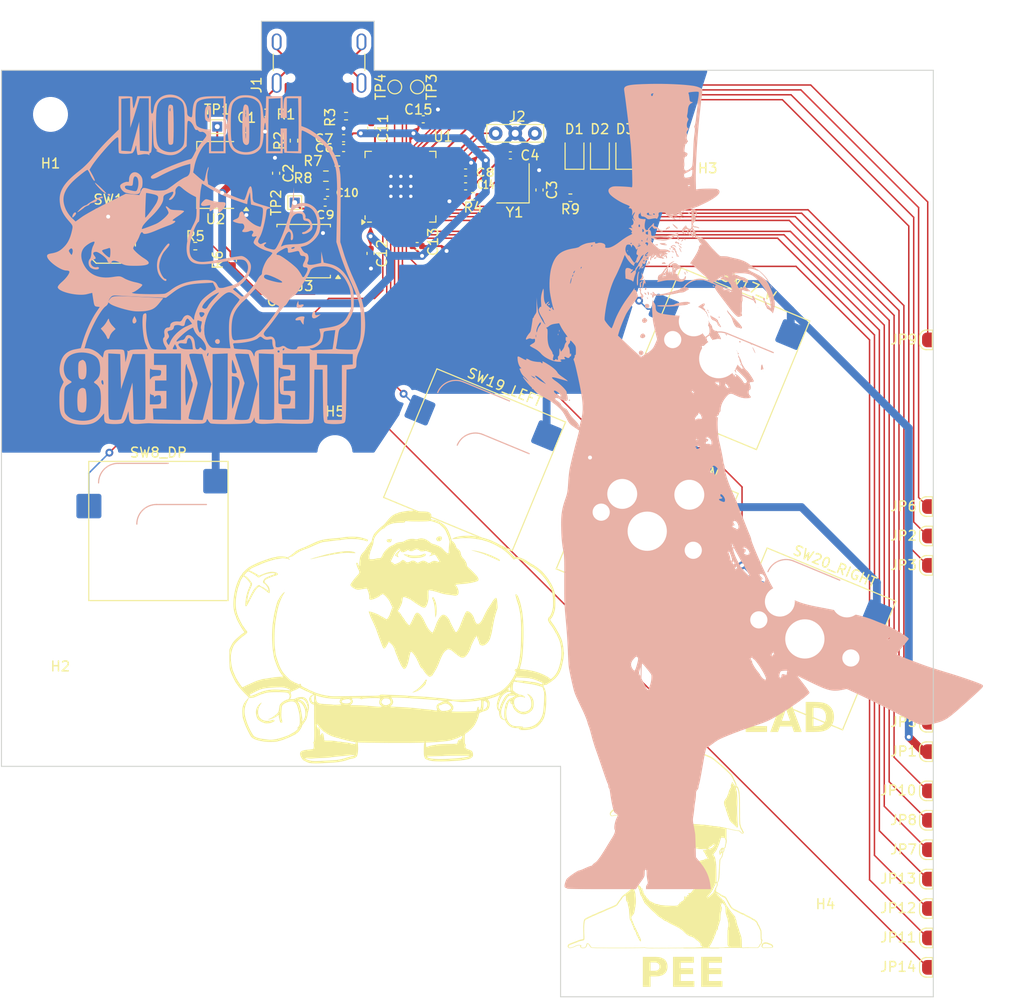
<source format=kicad_pcb>
(kicad_pcb (version 20240108) (generator "pcbnew") (generator_version "8.0")
  (layers (0 "F.Cu" signal) (31 "B.Cu" signal) (34 "B.Paste" user) (35 "F.Paste" user) (36 "B.SilkS" user "B.Silkscreen") (37 "F.SilkS" user "F.Silkscreen") (38 "B.Mask" user) (39 "F.Mask" user) (44 "Edge.Cuts" user))
  (net 0 "")
  (net 1 "VBUS")
  (net 2 "GND")
  (net 3 "+3.3V")
  (net 4 "Net-(C4-Pad2)")
  (net 5 "Net-(J1-SHIELD)")
  (net 6 "Net-(J1-CC2)")
  (net 7 "Net-(J1-CC1)")
  (net 9 "Net-(U1-GPIO25)")
  (net 11 "Net-(U1-GPIO27_ADC1)")
  (net 14 "+1V1")
  (net 15 "Net-(R5-Pad1)")
  (net 16 "Net-(U1-USB_DM)")
  (net 17 "Net-(U1-USB_DP)")
  (net 18 "/Main/XIN")
  (net 19 "/Main/XOUT")
  (net 20 "/Main/QSPI_SS")
  (net 21 "/Main/D-")
  (net 22 "/Main/D+")
  (net 23 "/Main/SWCLK")
  (net 24 "/Main/SWDIO")
  (net 25 "/Main/QSPI_SD3")
  (net 26 "/Main/QSPI_SCLK")
  (net 27 "/Main/QSPI_SD0")
  (net 28 "/Main/QSPI_SD2")
  (net 29 "/Main/QSPI_SD1")
  (net 31 "Net-(D1-K)")
  (net 35 "/Main/S2")
  (net 36 "/Main/S1")
  (net 37 "/Main/A1")
  (net 38 "/Main/A2")
  (net 39 "/Main/L1")
  (net 40 "/Main/R1")
  (net 41 "/Main/B4")
  (net 42 "/Main/L3")
  (net 43 "/Main/B3")
  (net 44 "/Main/R2")
  (net 45 "/Main/B2")
  (net 46 "/Main/B1")
  (net 47 "/Main/SPACE")
  (net 48 "DOWN")
  (net 49 "RIGHT")
  (net 50 "LEFT")
  (net 51 "L2")
  (net 52 "W")
  (net 53 "/Main/P1")
  (net 54 "/Main/P2")
  (net 55 "/Main/P3")
  (net 56 "/Main/P4")
  (footprint "Capacitor_SMD:C_0402_1005Metric" (layer "F.Cu") (at 81.7 30.9 90)
    (property "Reference" "C11")
    (property "Value" "100n")
  )
  (footprint "Resistor_SMD:R_0402_1005Metric" (layer "F.Cu") (at 102 38 180)
    (property "Reference" "R9")
    (property "Value" "330")
  )
  (footprint "TestPoint:TestPoint_Pad_D1.0mm" (layer "F.Cu") (at 84.1 26.7 90)
    (property "Reference" "TP4")
    (property "Value" "TestPoint")
  )
  (footprint "" (layer "F.Cu") (at 83.7 36.84)
    (property "Reference" "")
    (property "Value" "")
  )
  (footprint "Fightstick_Library:EdgeSolderJumper-2_Left_Half" (layer "F.Cu") (at 139 91.5)
    (property "Reference" "JP5")
    (property "Value" "SolderJumper_2_Bridged")
  )
  (footprint "Capacitor_SMD:C_0402_1005Metric" (layer "F.Cu") (at 98.852 37.208 -90)
    (property "Reference" "C3")
    (property "Value" "15p")
  )
  (footprint "TestPoint:TestPoint_Pad_D1.0mm" (layer "F.Cu") (at 86.4 26.7 -90)
    (property "Reference" "TP3")
    (property "Value" "TestPoint")
  )
  (footprint "Capacitor_SMD:C_0402_1005Metric" (layer "F.Cu") (at 78.88 31.93 180)
    (property "Reference" "C7")
    (property "Value" "1u")
  )
  (footprint "" (layer "F.Cu") (at 84.716 36.84)
    (property "Reference" "")
    (property "Value" "")
  )
  (footprint "Capacitor_SMD:C_0402_1005Metric" (layer "F.Cu") (at 78.88 32.93 180)
    (property "Reference" "C6")
    (property "Value" "1u")
  )
  (footprint "Resistor_SMD:R_0402_1005Metric" (layer "F.Cu") (at 71 29.347)
    (property "Reference" "R1")
    (property "Value" "1M")
  )
  (footprint "LED_SMD:LED_0805_2012Metric" (layer "F.Cu") (at 105.01 33.4125 90)
    (property "Reference" "D2")
    (property "Value" "LED")
  )
  (footprint "TestPoint:TestPoint_THTPad_1.0x1.0mm_Drill0.5mm" (layer "F.Cu") (at 73.9 38.5)
    (property "Reference" "TP2")
    (property "Value" "TestPoint")
  )
  (footprint "Resistor_SMD:R_0402_1005Metric" (layer "F.Cu") (at 92.08 37.856 180)
    (property "Reference" "R4")
    (property "Value" "1K")
  )
  (footprint "" (layer "F.Cu") (at 83.7 35.824)
    (property "Reference" "")
    (property "Value" "")
  )
  (footprint "Fightstick_Library:EdgeSolderJumper-2_Left_Half" (layer "F.Cu") (at 139 113.5)
    (property "Reference" "JP11")
    (property "Value" "SolderJumper_2_Bridged")
  )
  (footprint "Capacitor_SMD:C_0402_1005Metric" (layer "F.Cu") (at 72 35.5 90)
    (property "Reference" "C2")
    (property "Value" "10u")
  )
  (footprint "PCM_Switch_Keyboard_Hotswap_Kailh:SW_Hotswap_Kailh_MX_1.00u" (layer "F.Cu") (at 125.903943 83 -22.5)
    (property "Reference" "SW20_RIGHT")
    (property "Value" "SW_Push")
  )
  (footprint "Resistor_SMD:R_0402_1005Metric_Pad0.72x0.64mm_HandSolder" (layer "F.Cu") (at 67.571 44.333 -90)
    (property "Reference" "R6")
    (property "Value" "DNF")
  )
  (footprint "" (layer "F.Cu") (at 84.716 37.856)
    (property "Reference" "")
    (property "Value" "")
  )
  (footprint "Resistor_SMD:R_0402_1005Metric" (layer "F.Cu") (at 63.761 42.936)
    (property "Reference" "R5")
    (property "Value" "1K")
  )
  (footprint "Capacitor_SMD:C_0402_1005Metric" (layer "F.Cu") (at 91.32 36.84)
    (property "Reference" "C14")
    (property "Value" "100n")
  )
  (footprint "Fightstick_Library:USB_C_Receptacle_C6332272" (layer "F.Cu") (at 76.38 23.68 180)
    (property "Reference" "J1")
    (property "Value" "USB_C_Receptacle_USB2.0_14P")
  )
  (footprint "Package_SO:SOIC-8_5.23x5.23mm_P1.27mm" (layer "F.Cu") (at 74.81 43.444 180)
    (property "Reference" "U3")
    (property "Value" "W25Q128JVSIQ")
  )
  (footprint "Fightstick_Library:Debug_Points" (layer "F.Cu") (at 97.68 31.43 180)
    (property "Reference" "J2")
    (property "Value" "Conn_01x03_Socket")
  )
  (footprint "Fightstick_Library:EdgeSolderJumper-2_Left_Half" (layer "F.Cu") (at 139 52.5)
    (property "Reference" "JP9")
    (property "Value" "SolderJumper_2_Bridged")
  )
  (footprint "MountingHole:MountingHole_3.2mm_M3" (layer "F.Cu") (at 120.5 35 180)
    (property "Reference" "H3")
    (property "Value" "MountingHole")
  )
  (footprint "Capacitor_SMD:C_0402_1005Metric" (layer "F.Cu") (at 91.32 35.43)
    (property "Reference" "C8")
    (property "Value" "100n")
  )
  (footprint "" (layer "F.Cu") (at 85.732 35.824)
    (property "Reference" "")
    (property "Value" "")
  )
  (footprint "Resistor_SMD:R_0603_1608Metric" (layer "F.Cu") (at 78.25 34.25)
    (property "Reference" "R7")
    (property "Value" "27")
  )
  (footprint "LED_SMD:LED_0805_2012Metric" (layer "F.Cu") (at 102.42 33.4125 90)
    (property "Reference" "D1")
    (property "Value" "LED")
  )
  (footprint "" (layer "F.Cu") (at 84.716 35.824)
    (property "Reference" "")
    (property "Value" "")
  )
  (footprint "PCM_Switch_Keyboard_Hotswap_Kailh:SW_Hotswap_Kailh_MX_1.00u" (layer "F.Cu") (at 92.234867 64.724243 -22.5)
    (property "Reference" "SW19_LEFT")
    (property "Value" "SW_Push")
  )
  (footprint "Fightstick_Library:EdgeSolderJumper-2_Left_Half" (layer "F.Cu") (at 139 101.5)
    (property "Reference" "JP8")
    (property "Value" "SolderJumper_2_Bridged")
  )
  (footprint "MountingHole:MountingHole_3.2mm_M3" (layer "F.Cu") (at 128 114.25)
    (property "Reference" "H4")
    (property "Value" "MountingHole")
  )
  (footprint "Fightstick_Library:EdgeSolderJumper-2_Left_Half" (layer "F.Cu") (at 139 72.5)
    (property "Reference" "JP2")
    (property "Value" "SolderJumper_2_Bridged")
  )
  (footprint "Fightstick_Library:EdgeSolderJumper-2_Left_Half" (layer "F.Cu") (at 139 107.5)
    (property "Reference" "JP13")
    (property "Value" "SolderJumper_2_Bridged")
  )
  (footprint "Crystal:Crystal_SMD_3225-4Pin_3.2x2.5mm" (layer "F.Cu") (at 96.146 36.53 90)
    (property "Reference" "Y1")
    (property "Value" "12 mhz crystal")
  )
  (footprint "Resistor_SMD:R_0603_1608Metric" (layer "F.Cu") (at 77.075 35.8)
    (property "Reference" "R8")
    (property "Value" "27")
  )
  (footprint "Capacitor_SMD:C_0402_1005Metric" (layer "F.Cu") (at 86.38 42.93)
    (property "Reference" "C13")
    (property "Value" "100n")
  )
  (footprint "Capacitor_SMD:C_0402_1005Metric" (layer "F.Cu") (at 69 31)
    (property "Reference" "C1")
    (property "Value" "10u")
  )
  (footprint "Fightstick_Library:EdgeSolderJumper-2_Left_Half" (layer "F.Cu") (at 139 110.5)
    (property "Reference" "JP12")
    (property "Value" "SolderJumper_2_Bridged")
  )
  (footprint "Fightstick_Library:EdgeSolderJumper-2_Left_Half" (layer "F.Cu") (at 139 98.5)
    (property "Reference" "JP10")
    (property "Value" "SolderJumper_2_Bridged")
  )
  (footprint "" (layer "F.Cu") (at 85.732 36.84)
    (property "Reference" "")
    (property "Value" "")
  )
  (footprint "PCM_Switch_Keyboard_Hotswap_Kailh:SW_Hotswap_Kailh_MX_1.00u" (layer "F.Cu") (at 117.124891 54.414457 -22.5)
    (property "Reference" "SW17_W")
    (property "Value" "SW_Push")
  )
  (footprint "Fightstick_Library:SW_TS-1187A-C-A-B" (layer "F.Cu") (at 54.905 41.93)
    (property "Reference" "SW1")
    (property "Value" "Memory Reset")
  )
  (footprint "Fightstick_Library:EdgeSolderJumper-2_Left_Half" (layer "F.Cu") (at 139 88.5)
    (property "Reference" "JP4")
    (property "Value" "SolderJumper_2_Bridged")
  )
  (footprint "LED_SMD:LED_0805_2012Metric" (layer "F.Cu") (at 107.6 33.4125 90)
    (property "Reference" "D3")
    (property "Value" "LED")
  )
  (footprint "Fightstick_Library:EdgeSolderJumper-2_Left_Half" (layer "F.Cu") (at 139 94.5)
    (property "Reference" "JP1")
    (property "Value" "SolderJumper_2_Bridged")
  )
  (footprint "Fightstick_Library:EdgeSolderJumper-2_Left_Half" (layer "F.Cu") (at 139 69.5)
    (property "Reference" "JP6")
    (property "Value" "SolderJumper_2_Bridged")
  )
  (footprint "TestPoint:TestPoint_THTPad_1.0x1.0mm_Drill0.5mm" (layer "F.Cu") (at 66 30.75)
    (property "Reference" "TP1")
    (property "Value" "TestPoint")
  )
  (footprint "" (layer "F.Cu") (at 85.732 37.856)
    (property "Reference" "")
    (property "Value" "")
  )
  (footprint "Fightstick_Library:EdgeSolderJumper-2_Left_Half" (layer "F.Cu") (at 139 75.5)
    (property "Reference" "JP3")
    (property "Value" "SolderJumper_2_Bridged")
  )
  (footprint "Resistor_SMD:R_0402_1005Metric" (layer "F.Cu") (at 79.13 29.68)
    (property "Reference" "R3")
    (property "Value" "5.1K")
  )
  (footprint "Fightstick_Library:LDO_AMS1117-3.3" (layer "F.Cu") (at 65.822 35.678 180)
    (property "Reference" "U2")
    (property "Value" "AMS1117-3.3_SOT223")
  )
  (footprint "" (layer "F.Cu") (at 83.7 37.856)
    (property "Reference" "")
    (property "Value" "")
  )
  (footprint "Package_DFN_QFN:QFN-56-1EP_7x7mm_P0.4mm_EP3.2x3.2mm" (layer "F.Cu") (at 84.678 36.878 90)
    (property "Reference" "U1")
    (property "Value" "RP2040")
  )
  (footprint "Capacitor_SMD:C_0402_1005Metric" (layer "F.Cu") (at 72.016 47.254)
    (property "Reference" "C5")
    (property "Value" "100n")
  )
  (footprint "PCM_kikit:Board" (layer "F.Cu") (at 101.25 25)
    (property "Reference" "B1")
    (property "Value" "Board")
  )
  (footprint "Capacitor_SMD:C_0402_1005Metric" (layer "F.Cu") (at 87 30)
    (property "Reference" "C15")
    (property "Value" "100n")
  )
  (footprint "MountingHole:MountingHole_3.2mm_M3" (layer "F.Cu") (at 78 64)
    (property "Reference" "H5")
    (property "Value" "MountingHole")
  )
  (footprint "PCM_Switch_Keyboard_Hotswap_Kailh:SW_Hotswap_Kailh_MX" (layer "F.Cu") (at 60 71.991696)
    (property "Reference" "SW8_DP")
    (property "Value" "SW_Push")
  )
  (footprint "Fightstick_Library:EdgeSolderJumper-2_Left_Half" (layer "F.Cu") (at 139 116.5)
    (property "Reference" "JP14")
    (property "Value" "SolderJumper_2_Bridged")
  )
  (footprint "MountingHole:MountingHole_3.2mm_M3" (layer "F.Cu") (at 50 90)
    (property "Reference" "H2")
    (property "Value" "MountingHole")
  )
  (footprint "Capacitor_SMD:C_0402_1005Metric" (layer "F.Cu") (at 77.25 37.5 180)
    (property "Reference" "C10")
    (property "Value" "100n")
  )
  (footprint "Capacitor_SMD:C_0402_1005Metric" (layer "F.Cu") (at 77 38.5 180)
    (property "Reference" "C9")
    (property "Value" "100n")
  )
  (footprint "PCM_Switch_Keyboard_Hotswap_Kailh:SW_Hotswap_Kailh_MX_1.00u" (layer "F.Cu") (at 109.834772 72.014362 -22.5)
    (property "Reference" "SW18_DOWN")
    (property "Value" "SW_Push")
  )
  (footprint "LED_SMD:LED_0805_2012Metric" (layer "F.Cu") (at 110.19 33.4125 90)
    (property "Reference" "D4")
    (property "Value" "LED")
  )
  (footprint "Resistor_SMD:R_0402_1005Metric" (layer "F.Cu") (at 73.822 32.178 -90)
    (property "Reference" "R2")
    (property "Value" "5.1K")
  )
  (footprint "Capacitor_SMD:C_0402_1005Metric" (layer "F.Cu") (at 95.88 33.68 180)
    (property "Reference" "C4")
    (property "Value" "15p")
  )
  (footprint "MountingHole:MountingHole_3.2mm_M3" (layer "F.Cu") (at 49 29.5)
    (property "Reference" "H1")
    (property "Value" "MountingHole")
  )
  (footprint "Capacitor_SMD:C_0402_1005Metric" (layer "F.Cu") (at 81.63 43.68 -90)
    (property "Reference" "C12")
    (property "Value" "100n")
  )
  (footprint "Fightstick_Library:EdgeSolderJumper-2_Left_Half" (layer "F.Cu") (at 139 104.5)
    (property "Reference" "JP7")
    (property "Value" "SolderJumper_2_Bridged")
  )
  (gr_poly (pts (xy 74.25626 48.533003) (xy 74.253448 48.533954) (xy 74.250377 48.536163) (xy 74.247033 48.539623) (xy 74.243402 48.544327) (xy 74.239468 48.550271) (xy 74.235217 48.557448) (xy 74.230634 48.565853) (xy 74.220416 48.58632) (xy 74.208695 48.611625) (xy 74.195355 48.641721) (xy 74.18028 48.676561) (xy 74.160571 48.724472) (xy 74.143366 48.770574) (xy 74.128632 48.814833) (xy 74.116338 48.857216) (xy 74.10645 48.897687) (xy 74.098936 48.936214) (xy 74.093763 48.972762) (xy 74.090899 49.007298) (xy 74.09031 49.039787) (xy 74.091966 49.070197) (xy 74.095832 49.098492) (xy 74.101877 49.124639) (xy 74.110068 49.148604) (xy 74.120371 49.170354) (xy 74.132756 49.189854) (xy 74.147189 49.20707) (xy 74.163637 49.221969) (xy 74.182068 49.234517) (xy 74.202449 49.24468) (xy 74.224749 49.252424) (xy 74.248933 49.257715) (xy 74.27497 49.260519) (xy 74.302828 49.260802) (xy 74.332472 49.258531) (xy 74.363872 49.253672) (xy 74.396994 49.24619) (xy 74.431806 49.236053) (xy 74.468275 49.223225) (xy 74.506369 49.207673) (xy 74.546054 49.189363) (xy 74.5873 49.168262) (xy 74.630072 49.144335) (xy 74.654991 49.129266) (xy 74.678002 49.114232) (xy 74.699118 49.099279) (xy 74.718354 49.084448) (xy 74.735723 49.069785) (xy 74.75124 49.055334) (xy 74.764919 49.041138) (xy 74.776773 49.02724) (xy 74.786817 49.013686) (xy 74.795066 49.000519) (xy 74.801532 48.987782) (xy 74.806231 48.97552) (xy 74.809176 48.963777) (xy 74.810382 48.952596) (xy 74.809862 48.942021) (xy 74.807631 48.932096) (xy 74.803702 48.922866) (xy 74.798091 48.914373) (xy 74.79081 48.906662) (xy 74.781875 48.899777) (xy 74.771298 48.893761) (xy 74.759095 48.888659) (xy 74.745279 48.884514) (xy 74.729865 48.88137) (xy 74.712867 48.879272) (xy 74.694298 48.878262) (xy 74.674173 48.878385) (xy 74.652505 48.879685) (xy 74.62931 48.882205) (xy 74.604601 48.88599) (xy 74.578392 48.891084) (xy 74.550697 48.897529) (xy 74.510624 48.907113) (xy 74.474653 48.914585) (xy 74.442564 48.919796) (xy 74.427907 48.921508) (xy 74.414138 48.922599) (xy 74.40123 48.92305) (xy 74.389155 48.922844) (xy 74.377885 48.921962) (xy 74.367394 48.920385) (xy 74.357654 48.918094) (xy 74.348637 48.915072) (xy 74.340315 48.911299) (xy 74.332662 48.906757) (xy 74.32565 48.901428) (xy 74.319251 48.895292) (xy 74.313438 48.888332) (xy 74.308183 48.880529) (xy 74.303459 48.871865) (xy 74.299238 48.86232) (xy 74.295494 48.851877) (xy 74.292197 48.840516) (xy 74.289322 48.828219) (xy 74.28684 48.814969) (xy 74.282947 48.78553) (xy 74.280297 48.752053) (xy 74.278672 48.714387) (xy 74.277355 48.673235) (xy 74.275939 48.637464) (xy 74.275158 48.621582) (xy 74.274308 48.607028) (xy 74.273376 48.593797) (xy 74.272345 48.581883) (xy 74.271203 48.57128) (xy 74.269933 48.561984) (xy 74.268521 48.553987) (xy 74.266954 48.547286) (xy 74.266107 48.544419) (xy 74.265215 48.541873) (xy 74.264277 48.539649) (xy 74.263291 48.537744) (xy 74.262255 48.536159) (xy 74.261167 48.534893) (xy 74.260026 48.533945) (xy 74.258829 48.533314) (xy 74.257574 48.533)) (stroke (width -0.000001)) (fill solid) (layer "B.SilkS"))
  (gr_poly (pts (xy 112.373972 44.008362) (xy 112.372496 44.008619) (xy 112.371042 44.009042) (xy 112.36961 44.009626) (xy 112.368204 44.010368) (xy 112.366825 44.011263) (xy 112.364154 44.013495) (xy 112.361614 44.01629) (xy 112.359217 44.019613) (xy 112.356979 44.02343) (xy 112.354915 44.027707) (xy 112.353038 44.03241) (xy 112.351365 44.037506) (xy 112.349909 44.04296) (xy 112.348684 44.048739) (xy 112.347707 44.054809) (xy 112.34699 44.061135) (xy 112.34655 44.067685) (xy 112.3464 44.074423) (xy 112.346491 44.077813) (xy 112.346763 44.081161) (xy 112.34721 44.084461) (xy 112.347828 44.08771) (xy 112.348613 44.090903) (xy 112.34956 44.094036) (xy 112.350665 44.097105) (xy 112.351923 44.100105) (xy 112.353329 44.103033) (xy 112.35488 44.105884) (xy 112.356571 44.108654) (xy 112.358397 44.111338) (xy 112.360353 44.113933) (xy 112.362436 44.116434) (xy 112.364641 44.118837) (xy 112.366963 44.121137) (xy 112.369398 44.123331) (xy 112.371941 44.125414) (xy 112.374589 44.127382) (xy 112.377335 44.129231) (xy 112.380177 44.130956) (xy 112.383109 44.132554) (xy 112.386127 44.134019) (xy 112.389227 44.135348) (xy 112.392404 44.136537) (xy 112.395653 44.137581) (xy 112.39897 44.138476) (xy 112.402351 44.139218) (xy 112.405791 44.139802) (xy 112.409285 44.140225) (xy 112.41283 44.140481) (xy 112.41642 44.140568) (xy 112.419958 44.140481) (xy 112.423344 44.140225) (xy 112.426579 44.139802) (xy 112.429659 44.139218) (xy 112.432583 44.138476) (xy 112.435349 44.137581) (xy 112.437955 44.136537) (xy 112.440399 44.135348) (xy 112.442679 44.134019) (xy 112.444794 44.132554) (xy 112.446741 44.130956) (xy 112.448519 44.129231) (xy 112.450126 44.127382) (xy 112.451559 44.125414) (xy 112.452818 44.123331) (xy 112.453899 44.121137) (xy 112.454802 44.118837) (xy 112.455525 44.116434) (xy 112.456064 44.113933) (xy 112.45642 44.111338) (xy 112.456589 44.108654) (xy 112.45657 44.105884) (xy 112.456361 44.103033) (xy 112.45596 44.100105) (xy 112.455365 44.097105) (xy 112.454575 44.094036) (xy 112.453587 44.090903) (xy 112.452399 44.08771) (xy 112.451011 44.084461) (xy 112.449419 44.081161) (xy 112.447622 44.077813) (xy 112.445618 44.074423) (xy 112.441303 44.067685) (xy 112.436809 44.061135) (xy 112.432173 44.054809) (xy 112.427431 44.048739) (xy 112.42262 44.04296) (xy 112.417775 44.037506) (xy 112.412933 44.03241) (xy 112.40813 44.027707) (xy 112.403403 44.02343) (xy 112.398787 44.019613) (xy 112.394319 44.01629) (xy 112.390035 44.013495) (xy 112.387974 44.012307) (xy 112.385972 44.011263) (xy 112.384034 44.010368) (xy 112.382165 44.009626) (xy 112.38037 44.009042) (xy 112.378652 44.008619) (xy 112.377016 44.008362) (xy 112.375468 44.008276)) (stroke (width -0.000001)) (fill solid) (layer "B.SilkS"))
  (gr_poly (pts (xy 110.775557 42.751565) (xy 110.766612 42.751743) (xy 110.757911 42.752037) (xy 110.749463 42.752443) (xy 110.741276 42.752959) (xy 110.73336 42.753581) (xy 110.725722 42.754306) (xy 110.718372 42.755133) (xy 110.711318 42.756057) (xy 110.704569 42.757075) (xy 110.698133 42.758186) (xy 110.692018 42.759385) (xy 110.686234 42.76067) (xy 110.680788 42.762038) (xy 110.67569 42.763486) (xy 110.670948 42.765012) (xy 110.666571 42.766611) (xy 110.662567 42.768281) (xy 110.658945 42.77002) (xy 110.655713 42.771824) (xy 110.65288 42.773691) (xy 110.650455 42.775617) (xy 110.648446 42.777599) (xy 110.646861 42.779635) (xy 110.64571 42.781722) (xy 110.645001 42.783856) (xy 110.644743 42.786035) (xy 110.644943 42.788255) (xy 110.645611 42.790515) (xy 110.646755 42.79281) (xy 110.648385 42.795138) (xy 110.650507 42.797497) (xy 110.65754 42.80408) (xy 110.665073 42.810289) (xy 110.673065 42.81612) (xy 110.681477 42.821572) (xy 110.690271 42.826642) (xy 110.699406 42.831329) (xy 110.708843 42.83563) (xy 110.718543 42.839543) (xy 110.728467 42.843067) (xy 110.738575 42.846199) (xy 110.759186 42.85128) (xy 110.780061 42.85477) (xy 110.800886 42.856651) (xy 110.821345 42.856908) (xy 110.83134 42.856422) (xy 110.841125 42.855524) (xy 110.850661 42.854211) (xy 110.859909 42.852482) (xy 110.868829 42.850335) (xy 110.877383 42.847767) (xy 110.88553 42.844776) (xy 110.893232 42.841361) (xy 110.900449 42.837519) (xy 110.907142 42.833249) (xy 110.91327 42.828547) (xy 110.918796 42.823413) (xy 110.92368 42.817844) (xy 110.927881 42.811838) (xy 110.929554 42.808749) (xy 110.930737 42.8057) (xy 110.931442 42.802692) (xy 110.931676 42.799731) (xy 110.93145 42.796821) (xy 110.930771 42.793965) (xy 110.929651 42.791167) (xy 110.928097 42.788431) (xy 110.926119 42.785761) (xy 110.923726 42.783161) (xy 110.917733 42.778186) (xy 110.91019 42.773537) (xy 110.901172 42.769245) (xy 110.890752 42.765341) (xy 110.879004 42.761857) (xy 110.866001 42.758824) (xy 110.851817 42.756272) (xy 110.836525 42.754233) (xy 110.820199 42.752738) (xy 110.802912 42.751818) (xy 110.784739 42.751505)) (stroke (width -0.000001)) (fill solid) (layer "B.SilkS"))
  (gr_poly (pts (xy 110.232348 47.737888) (xy 110.229001 47.738129) (xy 110.2257 47.738527) (xy 110.222451 47.739077) (xy 110.219258 47.739775) (xy 110.216125 47.740617) (xy 110.213056 47.741599) (xy 110.210055 47.742718) (xy 110.207127 47.743968) (xy 110.204276 47.745347) (xy 110.201507 47.74685) (xy 110.198822 47.748474) (xy 110.196227 47.750214) (xy 110.193726 47.752066) (xy 110.191323 47.754026) (xy 110.189023 47.75609) (xy 110.186829 47.758255) (xy 110.184746 47.760516) (xy 110.182778 47.762869) (xy 110.180929 47.765311) (xy 110.179204 47.767837) (xy 110.177606 47.770443) (xy 110.176141 47.773126) (xy 110.174812 47.775881) (xy 110.173623 47.778705) (xy 110.172579 47.781593) (xy 110.171684 47.784541) (xy 110.170942 47.787546) (xy 110.170358 47.790603) (xy 110.169935 47.793708) (xy 110.169679 47.796858) (xy 110.169592 47.800049) (xy 110.169679 47.803293) (xy 110.169935 47.806601) (xy 110.170942 47.813386) (xy 110.172579 47.820351) (xy 110.174812 47.827442) (xy 110.177606 47.834607) (xy 110.180929 47.841793) (xy 110.184746 47.848947) (xy 110.189023 47.856016) (xy 110.193726 47.862948) (xy 110.198822 47.869689) (xy 110.204276 47.876186) (xy 110.210055 47.882387) (xy 110.216125 47.888239) (xy 110.222451 47.893689) (xy 110.229001 47.898684) (xy 110.235739 47.903172) (xy 110.23913 47.905132) (xy 110.242477 47.906801) (xy 110.245778 47.908182) (xy 110.249027 47.909279) (xy 110.25222 47.910097) (xy 110.255353 47.910638) (xy 110.258422 47.910907) (xy 110.261423 47.910909) (xy 110.264351 47.910646) (xy 110.267202 47.910124) (xy 110.269971 47.909345) (xy 110.272656 47.908315) (xy 110.275251 47.907036) (xy 110.277752 47.905514) (xy 110.280155 47.903751) (xy 110.282455 47.901753) (xy 110.284649 47.899522) (xy 110.286732 47.897063) (xy 110.2887 47.894381) (xy 110.290549 47.891478) (xy 110.292274 47.888359) (xy 110.293872 47.885028) (xy 110.295337 47.881489) (xy 110.296666 47.877746) (xy 110.297855 47.873802) (xy 110.298899 47.869663) (xy 110.299794 47.865331) (xy 110.300536 47.860811) (xy 110.30112 47.856107) (xy 110.301543 47.851222) (xy 110.301799 47.846162) (xy 110.301886 47.840929) (xy 110.301543 47.830424) (xy 110.300536 47.820214) (xy 110.298899 47.810351) (xy 110.296666 47.800889) (xy 110.293872 47.791879) (xy 110.290549 47.783376) (xy 110.286732 47.775431) (xy 110.282455 47.768099) (xy 110.277752 47.761431) (xy 110.272656 47.75548) (xy 110.267202 47.7503) (xy 110.264351 47.748016) (xy 110.261423 47.745943) (xy 110.258422 47.74409) (xy 110.255353 47.742463) (xy 110.25222 47.741067) (xy 110.249027 47.739911) (xy 110.245778 47.739) (xy 110.242477 47.738341) (xy 110.23913 47.737941) (xy 110.235739 47.737806)) (stroke (width -0.000001)) (fill solid) (layer "B.SilkS"))
  (gr_poly (pts (xy 114.16525 41.743429) (xy 114.163722 41.743531) (xy 114.162178 41.7437) (xy 114.160617 41.743938) (xy 114.159041 41.744244) (xy 114.157449 41.744619) (xy 114.155843 41.745064) (xy 114.154223 41.745578) (xy 114.152589 41.746163) (xy 114.150943 41.746819) (xy 114.149285 41.747547) (xy 114.147615 41.748346) (xy 114.145934 41.749217) (xy 114.144243 41.750161) (xy 114.142542 41.751179) (xy 114.135804 41.755666) (xy 114.129254 41.76066) (xy 114.122928 41.766109) (xy 114.116858 41.771959) (xy 114.111079 41.778158) (xy 114.105625 41.784654) (xy 114.100529 41.791392) (xy 114.095826 41.798321) (xy 114.091549 41.805387) (xy 114.087733 41.812538) (xy 114.08441 41.819722) (xy 114.081616 41.826885) (xy 114.079384 41.833974) (xy 114.077747 41.840937) (xy 114.07674 41.847721) (xy 114.076484 41.85103) (xy 114.076397 41.854274) (xy 114.076484 41.857464) (xy 114.07674 41.860615) (xy 114.077163 41.86372) (xy 114.077747 41.866778) (xy 114.078489 41.869783) (xy 114.079384 41.872732) (xy 114.080427 41.875621) (xy 114.081616 41.878446) (xy 114.082945 41.881202) (xy 114.08441 41.883886) (xy 114.086008 41.886493) (xy 114.087733 41.88902) (xy 114.089581 41.891463) (xy 114.091549 41.893818) (xy 114.093632 41.89608) (xy 114.095826 41.898246) (xy 114.098127 41.900312) (xy 114.100529 41.902274) (xy 114.10303 41.904127) (xy 114.105625 41.905868) (xy 114.108309 41.907492) (xy 114.111079 41.908996) (xy 114.11393 41.910377) (xy 114.116858 41.911628) (xy 114.119859 41.912748) (xy 114.122928 41.913731) (xy 114.126061 41.914574) (xy 114.129254 41.915272) (xy 114.132503 41.915823) (xy 114.135804 41.916221) (xy 114.139151 41.916462) (xy 114.142542 41.916544) (xy 114.145933 41.916409) (xy 114.14928 41.916008) (xy 114.152581 41.915348) (xy 114.15583 41.914435) (xy 114.159023 41.913276) (xy 114.162156 41.911878) (xy 114.165225 41.910248) (xy 114.168226 41.908391) (xy 114.171154 41.906315) (xy 114.174005 41.904027) (xy 114.179459 41.898838) (xy 114.184555 41.892878) (xy 114.189258 41.886201) (xy 114.193535 41.878859) (xy 114.197352 41.870905) (xy 114.200675 41.862393) (xy 114.20347 41.853376) (xy 114.205702 41.843907) (xy 114.207339 41.83404) (xy 114.208346 41.823826) (xy 114.208689 41.81332) (xy 114.20864 41.80938) (xy 114.208495 41.805537) (xy 114.208256 41.801792) (xy 114.207924 41.798147) (xy 114.207502 41.794604) (xy 114.20699 41.791164) (xy 114.206391 41.787829) (xy 114.205706 41.784601) (xy 114.204938 41.781482) (xy 114.204088 41.778472) (xy 114.203157 41.775574) (xy 114.202148 41.772789) (xy 114.201063 41.770119) (xy 114.199903 41.767566) (xy 114.19867 41.765131) (xy 114.197365 41.762816) (xy 114.195991 41.760623) (xy 114.194549 41.758552) (xy 114.193042 41.756607) (xy 114.19147 41.754788) (xy 114.189836 41.753097) (xy 114.188141 41.751536) (xy 114.186387 41.750106) (xy 114.184576 41.74881) (xy 114.182711 41.747648) (xy 114.180791 41.746623) (xy 114.17882 41.745735) (xy 114.176799 41.744988) (xy 114.17473 41.744381) (xy 114.172614 41.743918) (xy 114.170454 41.7436) (xy 114.168251 41.743427) (xy 114.16676 41.743395)) (stroke (width -0.000001)) (fill solid) (layer "B.SilkS"))
  (gr_poly (pts (xy 112.828526 42.448871) (xy 112.824917 42.449146) (xy 112.821024 42.449645) (xy 112.816846 42.450369) (xy 112.812386 42.451316) (xy 112.807642 42.452489) (xy 112.802617 42.453886) (xy 112.79731 42.455509) (xy 112.791722 42.457357) (xy 112.785853 42.459431) (xy 112.779705 42.461731) (xy 112.766197 42.467399) (xy 112.753674 42.473619) (xy 112.74213 42.480335) (xy 112.731557 42.487491) (xy 112.72195 42.495032) (xy 112.7133 42.502901) (xy 112.705601 42.511044) (xy 112.698847 42.519404) (xy 112.693029 42.527926) (xy 112.688142 42.536553) (xy 112.684178 42.545231) (xy 112.68113 42.553904) (xy 112.678992 42.562515) (xy 112.677756 42.57101) (xy 112.677415 42.579331) (xy 112.677963 42.587425) (xy 112.679393 42.595234) (xy 112.681698 42.602704) (xy 112.68487 42.609778) (xy 112.688904 42.616401) (xy 112.693791 42.622517) (xy 112.699525 42.628071) (xy 112.706099 42.633006) (xy 112.713507 42.637267) (xy 112.72174 42.640798) (xy 112.730793 42.643544) (xy 112.740659 42.645448) (xy 112.751329 42.646456) (xy 112.762799 42.64651) (xy 112.775059 42.645557) (xy 112.788105 42.643539) (xy 112.801928 42.640402) (xy 112.808384 42.638823) (xy 112.814874 42.63745) (xy 112.827909 42.635313) (xy 112.840946 42.633972) (xy 112.853898 42.633405) (xy 112.866679 42.633592) (xy 112.879202 42.634514) (xy 112.891381 42.63615) (xy 112.903128 42.63848) (xy 112.914356 42.641483) (xy 112.919749 42.643231) (xy 112.92498 42.64514) (xy 112.930038 42.647208) (xy 112.934913 42.649431) (xy 112.939593 42.651807) (xy 112.944067 42.654334) (xy 112.948325 42.65701) (xy 112.952356 42.659831) (xy 112.956149 42.662795) (xy 112.959694 42.6659) (xy 112.962978 42.669143) (xy 112.965993 42.672522) (xy 112.968726 42.676034) (xy 112.971167 42.679676) (xy 112.976021 42.687) (xy 112.981377 42.694118) (xy 112.987182 42.700991) (xy 112.993379 42.707585) (xy 112.999914 42.713861) (xy 113.006732 42.719784) (xy 113.013778 42.725316) (xy 113.020997 42.730422) (xy 113.028334 42.735064) (xy 113.035735 42.739206) (xy 113.043145 42.742812) (xy 113.050507 42.745843) (xy 113.057769 42.748265) (xy 113.064874 42.750041) (xy 113.071768 42.751133) (xy 113.075119 42.751411) (xy 113.078396 42.751505) (xy 113.081513 42.75134) (xy 113.084387 42.750853) (xy 113.08702 42.75005) (xy 113.089412 42.748939) (xy 113.091565 42.747529) (xy 113.09348 42.745828) (xy 113.095157 42.743844) (xy 113.096597 42.741585) (xy 113.097802 42.739059) (xy 113.098773 42.736274) (xy 113.09951 42.733238) (xy 113.100014 42.72996) (xy 113.100329 42.722706) (xy 113.099725 42.714578) (xy 113.09821 42.705639) (xy 113.095793 42.695955) (xy 113.09248 42.68559) (xy 113.08828 42.674608) (xy 113.0832 42.663074) (xy 113.077249 42.651052) (xy 113.070434 42.638607) (xy 113.062763 42.625803) (xy 113.054008 42.612752) (xy 113.044598 42.600536) (xy 113.034608 42.589191) (xy 113.024112 42.578754) (xy 113.013186 42.569262) (xy 113.001903 42.560753) (xy 112.990339 42.553262) (xy 112.978568 42.546828) (xy 112.966664 42.541488) (xy 112.960686 42.539239) (xy 112.954703 42.537277) (xy 112.948724 42.535607) (xy 112.942758 42.534234) (xy 112.936816 42.533162) (xy 112.930905 42.532395) (xy 112.925037 42.531939) (xy 112.919219 42.531797) (xy 112.913461 42.531976) (xy 112.907772 42.532478) (xy 112.902163 42.53331) (xy 112.896642 42.534474) (xy 112.891218 42.535977) (xy 112.885901 42.537823) (xy 112.874568 42.541929) (xy 112.8693 42.543649) (xy 112.864298 42.545146) (xy 112.859563 42.546423) (xy 112.855097 42.547478) (xy 112.850898 42.548313) (xy 112.846968 42.548928) (xy 112.843308 42.549323) (xy 112.839919 42.5495) (xy 112.8368 42.549457) (xy 112.833952 42.549197) (xy 112.831377 42.548719) (xy 112.829075 42.548025) (xy 112.827046 42.547113) (xy 112.825291 42.545985) (xy 112.823811 42.544642) (xy 112.822606 42.543084) (xy 112.821677 42.54131) (xy 112.821024 42.539323) (xy 112.820649 42.537122) (xy 112.820552 42.534707) (xy 112.820733 42.53208) (xy 112.821193 42.52924) (xy 112.821933 42.526189) (xy 112.822953 42.522926) (xy 112.824255 42.519453) (xy 112.825838 42.515768) (xy 112.827703 42.511874) (xy 112.829851 42.507771) (xy 112.832283 42.503459) (xy 112.834999 42.498938) (xy 112.837754 42.494353) (xy 112.840217 42.489987) (xy 112.842388 42.48584) (xy 112.844268 42.481911) (xy 112.845099 42.480029) (xy 112.845857 42.478202) (xy 112.846542 42.476429) (xy 112.847154 42.474712) (xy 112.847694 42.473049) (xy 112.848161 42.471441) (xy 112.848556 42.469888) (xy 112.848877 42.46839) (xy 112.849127 42.466946) (xy 112.849303 42.465558) (xy 112.849407 42.464225) (xy 112.849439 42.462947) (xy 112.849398 42.461724) (xy 112.849285 42.460556) (xy 112.849099 42.459443) (xy 112.848841 42.458385) (xy 112.84851 42.457383) (xy 112.848107 42.456435) (xy 112.847632 42.455543) (xy 112.847085 42.454706) (xy 112.846465 42.453925) (xy 112.845773 42.453199) (xy 112.845008 42.452528) (xy 112.844172 42.451912) (xy 112.842282 42.450848) (xy 112.840105 42.450007) (xy 112.83764 42.449388) (xy 112.834888 42.448992) (xy 112.83185 42.44882)) (stroke (width -0.000001)) (fill solid) (layer "B.SilkS"))
  (gr_poly (pts (xy 54.244855 37.875658) (xy 54.235302 37.876213) (xy 54.225149 37.877277) (xy 54.214383 37.878848) (xy 54.202995 37.880924) (xy 54.190974 37.883503) (xy 54.178308 37.886583) (xy 54.164988 37.890163) (xy 54.151001 37.894241) (xy 54.136337 37.898815) (xy 54.120986 37.903883) (xy 54.104936 37.909443) (xy 54.070698 37.922034) (xy 54.006984 37.948222) (xy 53.931013 37.982731) (xy 53.750824 38.071855) (xy 53.547191 38.179697) (xy 53.33717 38.296548) (xy 53.13782 38.4127) (xy 52.966198 38.518444) (xy 52.839362 38.604071) (xy 52.798069 38.636306) (xy 52.77437 38.659872) (xy 52.77137 38.663559) (xy 52.76784 38.667377) (xy 52.75926 38.675368) (xy 52.748768 38.683773) (xy 52.736504 38.692523) (xy 52.722607 38.701545) (xy 52.707218 38.710769) (xy 52.690477 38.720123) (xy 52.672521 38.729537) (xy 52.653493 38.738939) (xy 52.63353 38.748259) (xy 52.612773 38.757425) (xy 52.591361 38.766366) (xy 52.569434 38.775011) (xy 52.547132 38.78329) (xy 52.524594 38.791131) (xy 52.501961 38.798462) (xy 52.478029 38.807071) (xy 52.451684 38.818658) (xy 52.423194 38.833025) (xy 52.392826 38.849977) (xy 52.360847 38.869315) (xy 52.327527 38.890843) (xy 52.293133 38.914362) (xy 52.257932 38.939677) (xy 52.222194 38.966589) (xy 52.186184 38.994902) (xy 52.150172 39.024418) (xy 52.114426 39.05494) (xy 52.079213 39.086271) (xy 52.0448 39.118213) (xy 52.011457 39.15057) (xy 51.979451 39.183144) (xy 51.919542 39.246179) (xy 51.867955 39.30159) (xy 51.824715 39.349436) (xy 51.789847 39.389775) (xy 51.763377 39.422666) (xy 51.745328 39.448165) (xy 51.739469 39.458162) (xy 51.735726 39.466332) (xy 51.7341 39.472685) (xy 51.734596 39.477226) (xy 51.737215 39.479963) (xy 51.741962 39.480903) (xy 51.74884 39.480054) (xy 51.757851 39.477423) (xy 51.768998 39.473017) (xy 51.782286 39.466843) (xy 51.815292 39.449223) (xy 51.856895 39.42462) (xy 51.90712 39.393092) (xy 51.965991 39.354698) (xy 52.033534 39.309496) (xy 52.03354 39.309495) (xy 52.089402 39.270997) (xy 52.14676 39.230103) (xy 52.203985 39.188064) (xy 52.259446 39.146131) (xy 52.311512 39.105555) (xy 52.358554 39.067587) (xy 52.39894 39.033478) (xy 52.431041 39.00448) (xy 52.445676 38.991277) (xy 52.462049 38.977764) (xy 52.479983 38.964037) (xy 52.499303 38.950197) (xy 52.519831 38.936343) (xy 52.541393 38.922573) (xy 52.56381 38.908987) (xy 52.586907 38.895683) (xy 52.610508 38.88276) (xy 52.634436 38.870319) (xy 52.658515 38.858457) (xy 52.682568 38.847274) (xy 52.706419 38.836868) (xy 52.729892 38.82734) (xy 52.752811 38.818787) (xy 52.774998 38.811309) (xy 52.796496 38.804035) (xy 52.817391 38.79608) (xy 52.837576 38.787523) (xy 52.856941 38.778443) (xy 52.875378 38.768919) (xy 52.892781 38.759029) (xy 52.909039 38.748853) (xy 52.924045 38.73847) (xy 52.937692 38.727958) (xy 52.949869 38.717397) (xy 52.96047 38.706865) (xy 52.969387 38.696441) (xy 52.97651 38.686204) (xy 52.981732 38.676233) (xy 52.983596 38.671372) (xy 52.984945 38.666607) (xy 52.985764 38.661948) (xy 52.986039 38.657405) (xy 52.986524 38.652858) (xy 52.987961 38.64819) (xy 52.990328 38.643409) (xy 52.9936 38.638525) (xy 52.997753 38.63355) (xy 53.002765 38.628493) (xy 53.008611 38.623363) (xy 53.015268 38.618171) (xy 53.022711 38.612927) (xy 53.030917 38.607641) (xy 53.039863 38.602323) (xy 53.049524 38.596983) (xy 53.070898 38.586277) (xy 53.094849 38.575603) (xy 53.121188 38.565041) (xy 53.149724 38.554672) (xy 53.180268 38.544575) (xy 53.21263 38.534832) (xy 53.246619 38.525522) (xy 53.282047 38.516725) (xy 53.318722 38.508521) (xy 53.356456 38.500991) (xy 53.396423 38.492772) (xy 53.434756 38.483454) (xy 53.471325 38.473112) (xy 53.505999 38.461826) (xy 53.538649 38.449672) (xy 53.569143 38.436727) (xy 53.597352 38.423071) (xy 53.623145 38.408778) (xy 53.646391 38.393928) (xy 53.666961 38.378598) (xy 53.684724 38.362865) (xy 53.69955 38.346807) (xy 53.711308 38.3305) (xy 53.719868 38.314023) (xy 53.722908 38.305745) (xy 53.725099 38.297453) (xy 53.726426 38.289157) (xy 53.726872 38.280867) (xy 53.727057 38.272551) (xy 53.727608 38.264558) (xy 53.728519 38.256891) (xy 53.729785 38.249554) (xy 53.731399 38.242549) (xy 53.733357 38.23588) (xy 53.735651 38.229551) (xy 53.738277 38.223564) (xy 53.741228 38.217923) (xy 53.744499 38.212631) (xy 53.748084 38.207691) (xy 53.751977 38.203107) (xy 53.756172 38.198882) (xy 53.760664 38.195019) (xy 53.765446 38.191521) (xy 53.770514 38.188393) (xy 53.77586 38.185636) (xy 53.78148 38.183255) (xy 53.787368 38.181252) (xy 53.793517 38.179631) (xy 53.799923 38.178395) (xy 53.806578 38.177547) (xy 53.813479 38.177091) (xy 53.820617 38.17703) (xy 53.827989 38.177367) (xy 53.835587 38.178106) (xy 53.843407 38.17925) (xy 53.851442 38.180801) (xy 53.859687 38.182764) (xy 53.868136 38.185141) (xy 53.876782 38.187936) (xy 53.885621 38.191152) (xy 53.901805 38.196697) (xy 53.90973 38.198918) (xy 53.917531 38.200777) (xy 53.925198 38.20228) (xy 53.932721 38.20343) (xy 53.940088 38.204231) (xy 53.947291 38.204688) (xy 53.954319 38.204804) (xy 53.961162 38.204586) (xy 53.96781 38.204036) (xy 53.974252 38.203159) (xy 53.980479 38.201959) (xy 53.98648 38.200441) (xy 53.992245 38.198609) (xy 53.997765 38.196467) (xy 54.003029 38.19402) (xy 54.008026 38.191271) (xy 54.012747 38.188226) (xy 54.017182 38.184888) (xy 54.02132 38.181262) (xy 54.025152 38.177353) (xy 54.028667 38.173163) (xy 54.031855 38.168699) (xy 54.034705 38.163964) (xy 54.037209 38.158961) (xy 54.039355 38.153697) (xy 54.041134 38.148175) (xy 54.042535 38.142399) (xy 54.043548 38.136373) (xy 54.044163 38.130103) (xy 54.044371 38.123592) (xy 54.044555 38.117077) (xy 54.045103 38.110785) (xy 54.046004 38.10472) (xy 54.047251 38.098888) (xy 54.048833 38.093293) (xy 54.050743 38.08794) (xy 54.05297 38.082833) (xy 54.055505 38.077978) (xy 54.058341 38.073379) (xy 54.061467 38.069041) (xy 54.064875 38.064969) (xy 54.068556 38.061167) (xy 54.0725 38.05764) (xy 54.076698 38.054394) (xy 54.081142 38.051432) (xy 54.085822 38.048759) (xy 54.09073 38.046381) (xy 54.095856 38.044302) (xy 54.101192 38.042527) (xy 54.106727 38.04106) (xy 54.112454 38.039907) (xy 54.118363 38.039072) (xy 54.124445 38.038559) (xy 54.130691 38.038374) (xy 54.137092 38.038522) (xy 54.143639 38.039007) (xy 54.150323 38.039833) (xy 54.157135 38.041007) (xy 54.164066 38.042531) (xy 54.171107 38.044412) (xy 54.178248 38.046654) (xy 54.185481 38.049262) (xy 54.192714 38.051855) (xy 54.199856 38.054055) (xy 54.206897 38.055867) (xy 54.213828 38.057296) (xy 54.22064 38.058347) (xy 54.227324 38.059027) (xy 54.233871 38.059341) (xy 54.240272 38.059293) (xy 54.246518 38.05889) (xy 54.2526 38.058137) (xy 54.258509 38.05704) (xy 54.264236 38.055603) (xy 54.269772 38.053833) (xy 54.275107 38.051735) (xy 54.280233 38.049314) (xy 54.285141 38.046576) (xy 54.289821 38.043526) (xy 54.294265 38.04017) (xy 54.298463 38.036512) (xy 54.302407 38.03256) (xy 54.306088 38.028318) (xy 54.309495 38.023791) (xy 54.312622 38.018985) (xy 54.315457 38.013905) (xy 54.317993 38.008558) (xy 54.32022 38.002948) (xy 54.322129 37.997081) (xy 54.323711 37.990962) (xy 54.324958 37.984596) (xy 54.325859 37.97799) (xy 54.326407 37.971149) (xy 54.326591 37.964078) (xy 54.326397 37.954634) (xy 54.325808 37.945733) (xy 54.324814 37.937372) (xy 54.323402 37.92955) (xy 54.321563 37.922265) (xy 54.319286 37.915515) (xy 54.316559 37.909299) (xy 54.313372 37.903614) (xy 54.309715 37.898459) (xy 54.305575 37.893832) (xy 54.300943 37.889731) (xy 54.295808 37.886155) (xy 54.290158 37.883101) (xy 54.283984 37.880569) (xy 54.277273 37.878555) (xy 54.270016 37.877059) (xy 54.262201 37.876079) (xy 54.253818 37.875612)) (stroke (width -0.000001)) (fill solid) (layer "B.SilkS"))
  (gr_poly (pts (xy 109.29049 46.491005) (xy 109.28839 46.491808) (xy 109.286153 46.493063) (xy 109.283778 46.494769) (xy 109.28126 46.496924) (xy 109.278597 46.499527) (xy 109.272823 46.506071) (xy 109.266429 46.514388) (xy 109.259391 46.524467) (xy 109.251684 46.536295) (xy 109.245676 46.545267) (xy 109.239237 46.553936) (xy 109.232428 46.562259) (xy 109.225308 46.570194) (xy 109.217933 46.577698) (xy 109.210365 46.584729) (xy 109.202661 46.591242) (xy 109.194881 46.597197) (xy 109.187083 46.60255) (xy 109.179326 46.607258) (xy 109.171669 46.611279) (xy 109.164171 46.61457) (xy 109.15689 46.617089) (xy 109.15335 46.618045) (xy 109.149886 46.618792) (xy 109.146506 46.619324) (xy 109.143217 46.619637) (xy 109.140027 46.619724) (xy 109.136942 46.619581) (xy 109.133927 46.619668) (xy 109.130945 46.620436) (xy 109.127999 46.621871) (xy 109.125092 46.623955) (xy 109.12223 46.626672) (xy 109.119415 46.630004) (xy 109.116652 46.633936) (xy 109.113945 46.638451) (xy 109.111298 46.643532) (xy 109.108714 46.649163) (xy 109.106197 46.655327) (xy 109.103752 46.662007) (xy 109.099091 46.676851) (xy 109.094762 46.693562) (xy 109.090797 46.712006) (xy 109.087227 46.732052) (xy 109.084083 46.753566) (xy 109.081397 46.776415) (xy 109.079199 46.800468) (xy 109.077522 46.825591) (xy 109.076396 46.851651) (xy 109.075854 46.878515) (xy 109.075849 46.92353) (xy 109.076699 46.964126) (xy 109.078436 47.000362) (xy 109.081092 47.032297) (xy 109.084699 47.059991) (xy 109.089288 47.083502) (xy 109.094892 47.10289) (xy 109.098085 47.111057) (xy 109.101543 47.118215) (xy 109.10527 47.124371) (xy 109.109272 47.129534) (xy 109.11355 47.133711) (xy 109.118111 47.136908) (xy 109.122956 47.139134) (xy 109.128092 47.140396) (xy 109.133521 47.140701) (xy 109.139247 47.140056) (xy 109.145275 47.13847) (xy 109.151608 47.135949) (xy 109.158251 47.132501) (xy 109.165207 47.128133) (xy 109.180075 47.116668) (xy 109.196245 47.101612) (xy 109.196253 47.101612) (xy 109.198298 47.099267) (xy 109.200218 47.096458) (xy 109.202014 47.093201) (xy 109.203685 47.089509) (xy 109.20665 47.080882) (xy 109.209114 47.070696) (xy 109.211075 47.059071) (xy 109.212531 47.046124) (xy 109.21348 47.031975) (xy 109.213922 47.016742) (xy 109.213854 47.000544) (xy 109.213276 46.983499) (xy 109.212186 46.965726) (xy 109.210582 46.947345) (xy 109.208464 46.928473) (xy 109.205829 46.909229) (xy 109.202676 46.889733) (xy 109.199003 46.870102) (xy 109.194951 46.848235) (xy 109.19177 46.827543) (xy 109.189454 46.80806) (xy 109.187998 46.789817) (xy 109.187394 46.772847) (xy 109.187638 46.757183) (xy 109.188722 46.742856) (xy 109.190641 46.7299) (xy 109.193388 46.718346) (xy 109.196957 46.708228) (xy 109.201342 46.699577) (xy 109.203839 46.695812) (xy 109.206537 46.692426) (xy 109.209437 46.689424) (xy 109.212536 46.686808) (xy 109.215835 46.684584) (xy 109.219332 46.682755) (xy 109.223027 46.681326) (xy 109.22692 46.6803) (xy 109.231008 46.679681) (xy 109.235293 46.679474) (xy 109.239106 46.679323) (xy 109.242868 46.678873) (xy 109.246574 46.678134) (xy 109.25022 46.677111) (xy 109.253801 46.675813) (xy 109.257312 46.674247) (xy 109.260749 46.67242) (xy 109.264106 46.67034) (xy 109.26738 46.668014) (xy 109.270565 46.66545) (xy 109.273657 46.662654) (xy 109.27665 46.659635) (xy 109.279541 46.6564) (xy 109.282324 46.652956) (xy 109.284996 46.64931) (xy 109.28755 46.645471) (xy 109.289983 46.641445) (xy 109.29229 46.63724) (xy 109.294465 46.632863) (xy 109.296505 46.628322) (xy 109.298405 46.623625) (xy 109.30016 46.618777) (xy 109.301764 46.613788) (xy 109.303215 46.608664) (xy 109.304506 46.603413) (xy 109.305633 46.598043) (xy 109.306592 46.59256) (xy 109.307377 46.586972) (xy 109.307984 46.581286) (xy 109.308409 46.575511) (xy 109.308646 46.569652) (xy 109.308691 46.563719) (xy 109.308399 46.548041) (xy 109.307787 46.534281) (xy 109.30683 46.522427) (xy 109.305504 46.512467) (xy 109.304695 46.508194) (xy 109.303783 46.504389) (xy 109.302767 46.501052) (xy 109.301643 46.498182) (xy 109.300408 46.495775) (xy 109.299059 46.493832) (xy 109.297592 46.492349) (xy 109.296005 46.491327) (xy 109.294294 46.490764) (xy 109.292457 46.490657)) (stroke (width -0.000001)) (fill solid) (layer "B.SilkS"))
  (gr_poly (pts (xy 112.501536 42.83596) (xy 112.486097 42.837378) (xy 112.470569 42.83971) (xy 112.454975 42.842958) (xy 112.43934 42.847124) (xy 112.423688 42.852209) (xy 112.408044 42.858212) (xy 112.392431 42.865137) (xy 112.376874 42.872983) (xy 112.361398 42.881752) (xy 112.346026 42.891445) (xy 112.330782 42.902063) (xy 112.315691 42.913607) (xy 112.300778 42.926078) (xy 112.286066 42.939478) (xy 112.271925 42.953166) (xy 112.259669 42.96567) (xy 112.254248 42.971517) (xy 112.249299 42.977117) (xy 112.244821 42.982483) (xy 112.240814 42.987633) (xy 112.237279 42.992582) (xy 112.234215 42.997345) (xy 112.231622 43.001939) (xy 112.229501 43.00638) (xy 112.227851 43.010683) (xy 112.226673 43.014863) (xy 112.225966 43.018938) (xy 112.22573 43.022922) (xy 112.225966 43.026831) (xy 112.226673 43.030682) (xy 112.227851 43.03449) (xy 112.229501 43.03827) (xy 112.231622 43.04204) (xy 112.234215 43.045813) (xy 112.237279 43.049607) (xy 112.240814 43.053437) (xy 112.244821 43.057319) (xy 112.249299 43.061269) (xy 112.254248 43.065302) (xy 112.259669 43.069434) (xy 112.265561 43.073682) (xy 112.271925 43.07806) (xy 112.286066 43.087273) (xy 112.295861 43.093301) (xy 112.305931 43.09917) (xy 112.316199 43.104848) (xy 112.326591 43.110305) (xy 112.337031 43.11551) (xy 112.347443 43.120433) (xy 112.357753 43.125042) (xy 112.367885 43.129307) (xy 112.377763 43.133197) (xy 112.387312 43.136682) (xy 112.396456 43.13973) (xy 112.405121 43.14231) (xy 112.413231 43.144393) (xy 112.42071 43.145947) (xy 112.427482 43.146942) (xy 112.433474 43.147346) (xy 112.436191 43.14759) (xy 112.438765 43.148217) (xy 112.441196 43.149217) (xy 112.443484 43.15058) (xy 112.445626 43.152297) (xy 112.447623 43.154358) (xy 112.449473 43.156753) (xy 112.451176 43.159474) (xy 112.454136 43.165851) (xy 112.456498 43.173412) (xy 112.458254 43.182081) (xy 112.459398 43.191779) (xy 112.459924 43.202431) (xy 112.459825 43.213958) (xy 112.459095 43.226285) (xy 112.457727 43.239334) (xy 112.455715 43.253028) (xy 112.453052 43.267289) (xy 112.449732 43.282042) (xy 112.445748 43.297209) (xy 112.440231 43.317223) (xy 112.435608 43.334901) (xy 112.431891 43.350263) (xy 112.42909 43.363331) (xy 112.427214 43.374124) (xy 112.426627 43.378674) (xy 112.426275 43.382664) (xy 112.42616 43.386096) (xy 112.426283 43.388973) (xy 112.426645 43.391296) (xy 112.427248 43.39307) (xy 112.428092 43.394296) (xy 112.42918 43.394977) (xy 112.430513 43.395116) (xy 112.432091 43.394715) (xy 112.433917 43.393777) (xy 112.435991 43.392304) (xy 112.438314 43.3903) (xy 112.440889 43.387766) (xy 112.443716 43.384705) (xy 112.446797 43.381121) (xy 112.453724 43.372391) (xy 112.461682 43.361596) (xy 112.47068 43.348757) (xy 112.477643 43.339006) (xy 112.484703 43.329847) (xy 112.491812 43.321311) (xy 112.49892 43.313434) (xy 112.505978 43.30625) (xy 112.512937 43.299791) (xy 112.516365 43.296845) (xy 112.519749 43.294093) (xy 112.523083 43.29154) (xy 112.526363 43.289189) (xy 112.529581 43.287045) (xy 112.532731 43.285113) (xy 112.535807 43.283396) (xy 112.538803 43.281898) (xy 112.541713 43.280625) (xy 112.544531 43.27958) (xy 112.547251 43.278767) (xy 112.549865 43.278191) (xy 112.55237 43.277855) (xy 112.554757 43.277765) (xy 112.557021 43.277924) (xy 112.559156 43.278337) (xy 112.561156 43.279008) (xy 112.563014 43.279941) (xy 112.564725 43.28114) (xy 112.566282 43.28261) (xy 112.584198 43.305397) (xy 112.604484 43.336899) (xy 112.626602 43.37579) (xy 112.650017 43.420748) (xy 112.674193 43.470446) (xy 112.698592 43.523561) (xy 112.745919 43.63474) (xy 112.787707 43.743688) (xy 112.805184 43.794013) (xy 112.819667 43.839807) (xy 112.83062 43.879745) (xy 112.837507 43.912502) (xy 112.839791 43.936753) (xy 112.83904 43.945275) (xy 112.836937 43.951174) (xy 112.835311 43.954103) (xy 112.83407 43.956995) (xy 112.833206 43.959846) (xy 112.832715 43.962652) (xy 112.832588 43.965409) (xy 112.832819 43.968115) (xy 112.833402 43.970765) (xy 112.834329 43.973356) (xy 112.835595 43.975884) (xy 112.837191 43.978345) (xy 112.839112 43.980737) (xy 112.84135 43.983054) (xy 112.8439 43.985294) (xy 112.846754 43.987452) (xy 112.853347 43.991512) (xy 112.861077 43.995203) (xy 112.86989 43.998496) (xy 112.879731 44.001363) (xy 112.890547 44.003774) (xy 112.902285 44.0057) (xy 112.91489 44.007112) (xy 112.928308 44.00798) (xy 112.942486 44.008276) (xy 113.083563 44.008276) (xy 112.946491 43.833998) (xy 112.932527 43.815604) (xy 112.918954 43.79647) (xy 112.905843 43.776748) (xy 112.893265 43.756592) (xy 112.881289 43.736153) (xy 112.869987 43.715584) (xy 112.859427 43.695039) (xy 112.849681 43.674669) (xy 112.840818 43.654627) (xy 112.832909 43.635065) (xy 112.826025 43.616138) (xy 112.820234 43.597996) (xy 112.815608 43.580793) (xy 112.812217 43.564681) (xy 112.810131 43.549812) (xy 112.80942 43.536341) (xy 112.809336 43.530017) (xy 112.809087 43.523773) (xy 112.808678 43.517618) (xy 112.808112 43.511558) (xy 112.807393 43.505603) (xy 112.806526 43.499759) (xy 112.805515 43.494035) (xy 112.804363 43.488438) (xy 112.803075 43.482977) (xy 112.801655 43.477659) (xy 112.800108 43.472493) (xy 112.798436 43.467486) (xy 112.796645 43.462646) (xy 112.794738 43.457981) (xy 112.79272 43.453499) (xy 112.790595 43.449208) (xy 112.788366 43.445115) (xy 112.786038 43.44123) (xy 112.783615 43.437559) (xy 112.781101 43.43411) (xy 112.778501 43.430892) (xy 112.775817 43.427913) (xy 112.773055 43.425179) (xy 112.770219 43.4227) (xy 112.767312 43.420483) (xy 112.764339 43.418535) (xy 112.761304 43.416866) (xy 112.758211 43.415482) (xy 112.755064 43.414392) (xy 112.751867 43.413604) (xy 112.748625 43.413125) (xy 112.745341 43.412964) (xy 112.7421 43.41285) (xy 112.738987 43.412514) (xy 112.736003 43.411959) (xy 112.73315 43.411193) (xy 112.730431 43.41022) (xy 112.727847 43.409046) (xy 112.7254 43.407676) (xy 112.723092 43.406117) (xy 112.720926 43.404373) (xy 112.718902 43.40245) (xy 112.717024 43.400354) (xy 112.715293 43.39809) (xy 112.71371 43.395665) (xy 112.712279 43.393082) (xy 112.711001 43.390349) (xy 112.709878 43.38747) (xy 112.708912 43.384451) (xy 112.708104 43.381297) (xy 112.707458 43.378015) (xy 112.706974 43.37461) (xy 112.706656 43.371087) (xy 112.706504 43.367451) (xy 112.706708 43.359866) (xy 112.707604 43.351898) (xy 112.709206 43.343593) (xy 112.711531 43.334995) (xy 112.714594 43.326147) (xy 112.717683 43.315604) (xy 112.719174 43.304429) (xy 112.719147 43.292697) (xy 112.717682 43.280482) (xy 112.714858 43.267859) (xy 112.710755 43.254903) (xy 112.705454 43.241689) (xy 112.699033 43.228293) (xy 112.691573 43.214788) (xy 112.683154 43.20125) (xy 112.673855 43.187754) (xy 112.663756 43.174374) (xy 112.641477 43.148263) (xy 112.616956 43.123517) (xy 112.590831 43.100735) (xy 112.563741 43.080516) (xy 112.550034 43.071555) (xy 112.536324 43.063459) (xy 112.522693 43.056304) (xy 112.509219 43.050164) (xy 112.495982 43.045114) (xy 112.483063 43.041229) (xy 112.470541 43.038584) (xy 112.458496 43.037253) (xy 112.447007 43.037313) (xy 112.436155 43.038836) (xy 112.426019 43.0419) (xy 112.41668 43.046577) (xy 112.413075 43.048722) (xy 112.409517 43.050677) (xy 112.406009 43.052443) (xy 112.402556 43.054021) (xy 112.399163 43.055413) (xy 112.395833 43.05662) (xy 112.392572 43.057642) (xy 112.389383 43.058482) (xy 112.386272 43.059141) (xy 112.383243 43.059619) (xy 112.3803 43.059918) (xy 112.377447 43.06004) (xy 112.374691 43.059985) (xy 112.372034 43.059755) (xy 112.369481 43.059351) (xy 112.367037 43.058774) (xy 112.364706 43.058026) (xy 112.362494 43.057107) (xy 112.360403 43.05602) (xy 112.358439 43.054764) (xy 112.356607 43.053343) (xy 112.35491 43.051756) (xy 112.353354 43.050005) (xy 112.351942 43.048091) (xy 112.35068 43.046015) (xy 112.349571 43.04378) (xy 112.348621 43.041385) (xy 112.347833 43.038833) (xy 112.347213 43.036124) (xy 112.346764 43.03326) (xy 112.346491 43.030242) (xy 112.3464 43.027071) (xy 112.347033 43.015548) (xy 112.348898 43.004663) (xy 112.351935 42.99442) (xy 112.35609 42.984825) (xy 112.361304 42.975881) (xy 112.367523 42.967594) (xy 112.374688 42.959969) (xy 112.382744 42.953009) (xy 112.391634 42.94672) (xy 112.401301 42.941107) (xy 112.411688 42.936173) (xy 112.422739 42.931925) (xy 112.434398 42.928366) (xy 112.446607 42.925501) (xy 112.459311 42.923335) (xy 112.472451 42.921873) (xy 112.485973 42.921119) (xy 112.499819 42.921078) (xy 112.513932 42.921754) (xy 112.528256 42.923154) (xy 112.542735 42.92528) (xy 112.557311 42.928138) (xy 112.571928 42.931733) (xy 112.58653 42.936068) (xy 112.60106 42.94115) (xy 112.615461 42.946983) (xy 112.629676 42.95357) (xy 112.643649 42.960918) (xy 112.657324 42.96903) (xy 112.670643 42.977912) (xy 112.683551 42.987568) (xy 112.69599 42.998003) (xy 112.738481 43.035552) (xy 112.755355 43.050154) (xy 112.769387 43.061914) (xy 112.780632 43.070788) (xy 112.789145 43.076733) (xy 112.792394 43.078592) (xy 112.79498 43.079702) (xy 112.796911 43.080056) (xy 112.798193 43.079651) (xy 112.798833 43.078479) (xy 112.798838 43.076536) (xy 112.798214 43.073815) (xy 112.796969 43.070312) (xy 112.792641 43.060935) (xy 112.78591 43.04836) (xy 112.77683 43.032542) (xy 112.765455 43.013437) (xy 112.73604 42.965187) (xy 112.726422 42.950394) (xy 112.716272 42.936489) (xy 112.705614 42.923473) (xy 112.694474 42.911348) (xy 112.682875 42.900116) (xy 112.670843 42.889777) (xy 112.658401 42.880333) (xy 112.645574 42.871786) (xy 112.632387 42.864137) (xy 112.618864 42.857388) (xy 112.60503 42.85154) (xy 112.590909 42.846594) (xy 112.576525 42.842552) (xy 112.561905 42.839416) (xy 112.54707 42.837187) (xy 112.532047 42.835867) (xy 112.516861 42.835457)) (stroke (width -0.000001)) (fill solid) (layer "B.SilkS"))
  (gr_poly (pts (xy 111.349086 44.099873) (xy 111.345897 44.10013) (xy 111.342858 44.100553) (xy 111.33997 44.101137) (xy 111.337235 44.101879) (xy 111.334655 44.102774) (xy 111.332231 44.103817) (xy 111.329965 44.105006) (xy 111.327859 44.106335) (xy 111.325914 44.107801) (xy 111.324131 44.109398) (xy 111.322513 44.111123) (xy 111.321061 44.112972) (xy 111.319776 44.11494) (xy 111.318661 44.117023) (xy 111.317716 44.119217) (xy 111.316944 44.121518) (xy 111.316346 44.123921) (xy 111.315923 44.126421) (xy 111.315678 44.129016) (xy 111.315612 44.131701) (xy 111.315726 44.13447) (xy 111.316023 44.137321) (xy 111.316503 44.140249) (xy 111.317168 44.14325) (xy 111.318021 44.146319) (xy 111.319062 44.149452) (xy 111.320294 44.152645) (xy 111.321717 44.155894) (xy 111.323334 44.159194) (xy 111.325146 44.162541) (xy 111.327154 44.165932) (xy 111.329336 44.169322) (xy 111.331661 44.17267) (xy 111.336714 44.179219) (xy 111.34226 44.185545) (xy 111.348244 44.191615) (xy 111.35461 44.197394) (xy 111.361304 44.202848) (xy 111.36827 44.207944) (xy 111.375455 44.212647) (xy 111.382802 44.216924) (xy 111.390257 44.220741) (xy 111.397766 44.224063) (xy 111.405273 44.226858) (xy 111.412723 44.22909) (xy 111.416409 44.229985) (xy 111.420061 44.230727) (xy 111.423671 44.231311) (xy 111.427233 44.231734) (xy 111.430739 44.23199) (xy 111.434183 44.232077) (xy 111.43752 44.23199) (xy 111.440709 44.231734) (xy 111.443749 44.231311) (xy 111.446636 44.230727) (xy 111.449371 44.229985) (xy 111.451951 44.22909) (xy 111.454375 44.228046) (xy 111.456641 44.226857) (xy 111.458747 44.225528) (xy 111.460693 44.224063) (xy 111.462475 44.222465) (xy 111.464093 44.22074) (xy 111.465545 44.218891) (xy 111.46683 44.216923) (xy 111.467945 44.21484) (xy 111.46889 44.212646) (xy 111.469662 44.210346) (xy 111.47026 44.207943) (xy 111.470682 44.205442) (xy 111.470927 44.202847) (xy 111.470993 44.200163) (xy 111.470879 44.197393) (xy 111.470582 44.194542) (xy 111.470102 44.191614) (xy 111.469436 44.188614) (xy 111.468583 44.185545) (xy 111.467542 44.182412) (xy 111.46631 44.179219) (xy 111.464886 44.17597) (xy 111.463269 44.17267) (xy 111.461457 44.169322) (xy 111.459448 44.165932) (xy 111.457267 44.162541) (xy 111.454942 44.159194) (xy 111.449888 44.152644) (xy 111.444343 44.146318) (xy 111.438359 44.140248) (xy 111.431993 44.13447) (xy 111.4253 44.129015) (xy 111.418334 44.12392) (xy 111.41115 44.119216) (xy 111.403803 44.11494) (xy 111.396348 44.111123) (xy 111.388839 44.1078) (xy 111.381333 44.105006) (xy 111.373883 44.102773) (xy 111.370197 44.101878) (xy 111.366545 44.101137) (xy 111.362935 44.100553) (xy 111.359373 44.10013) (xy 111.355867 44.099873) (xy 111.352423 44.099787)) (stroke (width -0.000001)) (fill solid) (layer "B.SilkS"))
  (gr_poly (pts (xy 120.30317 52.723214) (xy 120.301726 52.723507) (xy 120.300827 52.723811) (xy 120.299982 52.724204) (xy 120.299191 52.724685) (xy 120.298454 52.725255) (xy 120.297773 52.725915) (xy 120.297147 52.726664) (xy 120.296577 52.727503) (xy 120.296065 52.728432) (xy 120.29561 52.729451) (xy 120.295214 52.730561) (xy 120.294877 52.731762) (xy 120.2946 52.733054) (xy 120.294383 52.734437) (xy 120.294227 52.735912) (xy 120.294133 52.737479) (xy 120.294102 52.739138) (xy 120.294606 52.746542) (xy 120.296086 52.755047) (xy 120.298491 52.764551) (xy 120.301771 52.774956) (xy 120.305877 52.786161) (xy 120.310758 52.798066) (xy 120.316365 52.810573) (xy 120.322648 52.82358) (xy 120.329557 52.836989) (xy 120.337042 52.850699) (xy 120.345053 52.864611) (xy 120.353541 52.878624) (xy 120.362454 52.89264) (xy 120.371745 52.906558) (xy 120.381361 52.920278) (xy 120.391255 52.933701) (xy 120.396232 52.940196) (xy 120.401146 52.946438) (xy 120.40599 52.952422) (xy 120.410759 52.958144) (xy 120.415445 52.963602) (xy 120.420042 52.968789) (xy 120.424545 52.973703) (xy 120.428947 52.97834) (xy 120.433243 52.982695) (xy 120.437425 52.986764) (xy 120.441488 52.990544) (xy 120.445425 52.99403) (xy 120.449231 52.997219) (xy 120.452899 53.000107) (xy 120.456422 53.002689) (xy 120.459795 53.004961) (xy 120.463012 53.00692) (xy 120.466066 53.008561) (xy 120.468952 53.009881) (xy 120.471662 53.010876) (xy 120.474191 53.011541) (xy 120.476533 53.011873) (xy 120.478681 53.011867) (xy 120.47968 53.011736) (xy 120.480629 53.011519) (xy 120.481526 53.011217) (xy 120.482371 53.010827) (xy 120.483163 53.01035) (xy 120.483901 53.009785) (xy 120.484584 53.009131) (xy 120.485212 53.008389) (xy 120.485784 53.007557) (xy 120.486299 53.006636) (xy 120.486757 53.005624) (xy 120.487156 53.004522) (xy 120.487775 53.002042) (xy 120.488151 52.999192) (xy 120.488278 52.99597) (xy 120.487775 52.988566) (xy 120.486299 52.980061) (xy 120.483901 52.970557) (xy 120.480629 52.960153) (xy 120.476533 52.948948) (xy 120.471662 52.937043) (xy 120.466066 52.924536) (xy 120.459795 52.911529) (xy 120.452899 52.89812) (xy 120.445425 52.88441) (xy 120.437425 52.870498) (xy 120.428947 52.856485) (xy 120.420042 52.842469) (xy 120.410759 52.828552) (xy 120.401146 52.814832) (xy 120.391255 52.801409) (xy 120.38381 52.79176) (xy 120.376513 52.782684) (xy 120.369384 52.774195) (xy 120.362446 52.766307) (xy 120.355718 52.759033) (xy 120.349223 52.752387) (xy 120.342982 52.746383) (xy 120.337015 52.741035) (xy 120.331345 52.736357) (xy 120.325991 52.732361) (xy 120.32344 52.730624) (xy 120.320977 52.729063) (xy 120.318603 52.727679) (xy 120.316322 52.726475) (xy 120.314136 52.725452) (xy 120.312048 52.724612) (xy 120.310061 52.723956) (xy 120.308177 52.723487) (xy 120.306399 52.723206) (xy 120.304729 52.723114)) (stroke (width -0.000001)) (fill solid) (layer "B.SilkS"))
  (gr_poly (pts (xy 114.412838 39.576798) (xy 114.404146 39.578764) (xy 114.396431 39.582455) (xy 114.389696 39.58786) (xy 114.383945 39.594971) (xy 114.379183 39.603781) (xy 114.375413 39.61428) (xy 114.372638 39.62646) (xy 114.370862 39.640312) (xy 114.37009 39.655827) (xy 114.370325 39.672998) (xy 114.37157 39.691816) (xy 114.37383 39.712272) (xy 114.377108 39.734358) (xy 114.381408 39.758065) (xy 114.386733 39.783385) (xy 114.393089 39.810309) (xy 114.400477 39.838828) (xy 114.408903 39.868935) (xy 114.418369 39.90062) (xy 114.440439 39.968692) (xy 114.453824 40.009063) (xy 114.465672 40.046847) (xy 114.475991 40.082125) (xy 114.484789 40.114981) (xy 114.492073 40.145498) (xy 114.497851 40.17376) (xy 114.502129 40.19985) (xy 114.504916 40.22385) (xy 114.506218 40.245844) (xy 114.506043 40.265916) (xy 114.504398 40.284147) (xy 114.501292 40.300622) (xy 114.49673 40.315424) (xy 114.490721 40.328635) (xy 114.483272 40.340339) (xy 114.47439 40.350619) (xy 114.466947 40.358492) (xy 114.459898 40.3668) (xy 114.453248 40.375499) (xy 114.447 40.384541) (xy 114.435728 40.403475) (xy 114.426117 40.423232) (xy 114.418201 40.443444) (xy 114.412012 40.463743) (xy 114.407585 40.483759) (xy 114.404952 40.503125) (xy 114.404148 40.521471) (xy 114.404442 40.530147) (xy 114.405206 40.53843) (xy 114.406444 40.546274) (xy 114.40816 40.553632) (xy 114.410358 40.560459) (xy 114.413043 40.566709) (xy 114.416219 40.572336) (xy 114.419889 40.577293) (xy 114.424059 40.581534) (xy 114.428731 40.585014) (xy 114.433912 40.587686) (xy 114.439604 40.589505) (xy 114.445812 40.590423) (xy 114.45254 40.590396) (xy 114.455284 40.589954) (xy 114.458392 40.589014) (xy 114.461852 40.587586) (xy 114.465649 40.585685) (xy 114.474205 40.580511) (xy 114.483956 40.573594) (xy 114.494798 40.565037) (xy 114.506626 40.55494) (xy 114.519336 40.543406) (xy 114.532824 40.530537) (xy 114.546985 40.516434) (xy 114.561714 40.5012) (xy 114.576908 40.484937) (xy 114.592461 40.467746) (xy 114.60827 40.449729) (xy 114.62423 40.430989) (xy 114.640237 40.411626) (xy 114.656185 40.391744) (xy 114.656187 40.391744) (xy 114.672833 40.369787) (xy 114.68822 40.347665) (xy 114.70235 40.325389) (xy 114.715223 40.302974) (xy 114.726841 40.280433) (xy 114.737207 40.257777) (xy 114.74632 40.235021) (xy 114.754184 40.212177) (xy 114.760799 40.189258) (xy 114.766167 40.166277) (xy 114.770289 40.143247) (xy 114.773168 40.120182) (xy 114.774804 40.097094) (xy 114.775199 40.073995) (xy 114.774355 40.0509) (xy 114.772272 40.027821) (xy 114.768954 40.004771) (xy 114.7644 39.981763) (xy 114.758613 39.958811) (xy 114.751595 39.935926) (xy 114.743346 39.913122) (xy 114.733868 39.890413) (xy 114.723163 39.86781) (xy 114.711232 39.845328) (xy 114.698077 39.822978) (xy 114.683699 39.800775) (xy 114.668101 39.77873) (xy 114.651282 39.756857) (xy 114.633246 39.73517) (xy 114.613992 39.71368) (xy 114.593524 39.692401) (xy 114.571842 39.671347) (xy 114.552654 39.653793) (xy 114.534401 39.638057) (xy 114.517087 39.624129) (xy 114.500717 39.612002) (xy 114.485292 39.601666) (xy 114.470819 39.593113) (xy 114.457299 39.586335) (xy 114.444737 39.581323) (xy 114.433138 39.578068) (xy 114.422503 39.576563)) (stroke (width -0.000001)) (fill solid) (layer "B.SilkS"))
  (gr_poly (pts (xy 112.302838 43.442092) (xy 112.299395 43.442191) (xy 112.296209 43.442388) (xy 112.294715 43.442524) (xy 112.293288 43.442685) (xy 112.291929 43.442871) (xy 112.290639 43.443082) (xy 112.28942 43.443318) (xy 112.288272 43.44358) (xy 112.287196 43.443866) (xy 112.286193 43.444178) (xy 112.285265 43.444515) (xy 112.284412 43.444878) (xy 112.283636 43.445266) (xy 112.282936 43.445679) (xy 112.282316 43.446118) (xy 112.281775 43.446583) (xy 112.281314 43.447073) (xy 112.280935 43.44759) (xy 112.280638 43.448132) (xy 112.280424 43.448699) (xy 112.280296 43.449293) (xy 112.280253 43.449913) (xy 112.280426 43.451264) (xy 112.280939 43.452781) (xy 112.282953 43.456289) (xy 112.286226 43.460389) (xy 112.290692 43.465031) (xy 112.296281 43.470166) (xy 112.302926 43.475746) (xy 112.31056 43.481722) (xy 112.319114 43.488045) (xy 112.338713 43.501536) (xy 112.361179 43.515829) (xy 112.385971 43.530533) (xy 112.412544 43.545256) (xy 112.419354 43.548821) (xy 112.426074 43.552183) (xy 112.432697 43.555342) (xy 112.439212 43.558295) (xy 112.445614 43.561044) (xy 112.451893 43.563586) (xy 112.45804 43.565923) (xy 112.464048 43.568051) (xy 112.469908 43.569973) (xy 112.475613 43.571685) (xy 112.481153 43.573189) (xy 112.48652 43.574483) (xy 112.491707 43.575567) (xy 112.496704 43.576439) (xy 112.501504 43.5771) (xy 112.506098 43.577549) (xy 112.510477 43.577784) (xy 112.514635 43.577807) (xy 112.518561 43.577615) (xy 112.522249 43.577208) (xy 112.525689 43.576585) (xy 112.528874 43.575747) (xy 112.531795 43.574691) (xy 112.534443 43.573419) (xy 112.536811 43.571928) (xy 112.538891 43.570218) (xy 112.540673 43.568289) (xy 112.54215 43.56614) (xy 112.543313 43.563771) (xy 112.544154 43.56118) (xy 112.544664 43.558367) (xy 112.544836 43.555332) (xy 112.544663 43.552172) (xy 112.54415 43.548963) (xy 112.543305 43.545711) (xy 112.542136 43.542421) (xy 112.538863 43.535754) (xy 112.534397 43.529012) (xy 112.528808 43.522243) (xy 112.522163 43.515496) (xy 112.514529 43.50882) (xy 112.505975 43.502264) (xy 112.496568 43.495877) (xy 112.486377 43.489707) (xy 112.475468 43.483803) (xy 112.463911 43.478215) (xy 112.451771 43.47299) (xy 112.439119 43.468179) (xy 112.426021 43.463829) (xy 112.412544 43.45999) (xy 112.399064 43.456589) (xy 112.385954 43.453527) (xy 112.373285 43.450811) (xy 112.361127 43.448448) (xy 112.34955 43.446446) (xy 112.338624 43.444812) (xy 112.328421 43.443554) (xy 112.31901 43.442678) (xy 112.314623 43.442386) (xy 112.31046 43.44219) (xy 112.306529 43.442092)) (stroke (width -0.000001)) (fill solid) (layer "B.SilkS"))
  (gr_poly (pts (xy 52.266444 54.538005) (xy 52.254215 54.539084) (xy 52.241549 54.541126) (xy 52.228367 54.544122) (xy 52.214589 54.548062) (xy 52.200135 54.552937) (xy 52.184928 54.558737) (xy 52.168886 54.565453) (xy 52.151931 54.573075) (xy 52.114965 54.591001) (xy 52.073395 54.612438) (xy 52.026585 54.637312) (xy 52.010729 54.646154) (xy 51.995686 54.655322) (xy 51.981437 54.664905) (xy 51.967961 54.674989) (xy 51.955238 54.685661) (xy 51.943248 54.69701) (xy 51.931969 54.709122) (xy 51.921383 54.722086) (xy 51.911468 54.735987) (xy 51.902203 54.750915) (xy 51.89357 54.766955) (xy 51.885547 54.784196) (xy 51.878113 54.802726) (xy 51.87125 54.82263) (xy 51.864935 54.843997) (xy 51.859149 54.866915) (xy 51.853872 54.89147) (xy 51.849083 54.91775) (xy 51.844761 54.945842) (xy 51.840887 54.975834) (xy 51.83744 55.007813) (xy 51.834399 55.041867) (xy 51.831745 55.078082) (xy 51.829457 55.116548) (xy 51.825896 55.200575) (xy 51.823554 55.294649) (xy 51.822269 55.399469) (xy 51.821876 55.515733) (xy 51.824238 55.682308) (xy 51.831107 55.837847) (xy 51.842161 55.98007) (xy 51.857076 56.106694) (xy 51.875528 56.215439) (xy 51.885979 56.262395) (xy 51.897194 56.304025) (xy 51.909131 56.340045) (xy 51.921751 56.370169) (xy 51.935012 56.394113) (xy 51.948875 56.411592) (xy 51.967053 56.428801) (xy 51.985797 56.444679) (xy 52.005055 56.459232) (xy 52.024778 56.472466) (xy 52.044914 56.484387) (xy 52.065412 56.495003) (xy 52.086222 56.504319) (xy 52.107292 56.512343) (xy 52.128573 56.51908) (xy 52.150012 56.524537) (xy 52.171559 56.52872) (xy 52.193164 56.531637) (xy 52.214775 56.533293) (xy 52.236342 56.533695) (xy 52.257814 56.53285) (xy 52.279139 56.530763) (xy 52.300268 56.527442) (xy 52.321149 56.522893) (xy 52.341731 56.517122) (xy 52.361964 56.510136) (xy 52.381796 56.501941) (xy 52.401177 56.492544) (xy 52.420056 56.481952) (xy 52.438382 56.47017) (xy 52.456105 56.457205) (xy 52.473172 56.443064) (xy 52.489535 56.427753) (xy 52.505141 56.411279) (xy 52.51994 56.393648) (xy 52.533881 56.374867) (xy 52.546913 56.354941) (xy 52.558986 56.333879) (xy 52.558986 56.333882) (xy 52.589437 56.263484) (xy 52.61495 56.177097) (xy 52.635611 56.07723) (xy 52.651507 55.966391) (xy 52.662726 55.847091) (xy 52.669353 55.72184) (xy 52.671477 55.593146) (xy 52.669183 55.463519) (xy 52.662559 55.335469) (xy 52.651691 55.211506) (xy 52.636666 55.094138) (xy 52.617572 54.985875) (xy 52.594494 54.889227) (xy 52.567521 54.806704) (xy 52.536738 54.740814) (xy 52.519945 54.714892) (xy 52.502232 54.694068) (xy 52.467375 54.65945) (xy 52.436163 54.629328) (xy 52.407962 54.603626) (xy 52.394793 54.592409) (xy 52.382138 54.582269) (xy 52.369918 54.573196) (xy 52.358054 54.565181) (xy 52.346467 54.558214) (xy 52.335078 54.552286) (xy 52.323806 54.547388) (xy 52.312574 54.543509) (xy 52.3013 54.540641) (xy 52.289907 54.538774) (xy 52.278315 54.537898)) (stroke (width -0.000001)) (fill solid) (layer "B.SilkS"))
  (gr_poly (pts (xy 73.639772 39.24172) (xy 73.620378 39.249822) (xy 73.60004 39.257915) (xy 73.578502 39.26593) (xy 73.55551 39.273796) (xy 73.53081 39.281447) (xy 73.504146 39.288811) (xy 73.43633 39.545376) (xy 73.358134 39.832173) (xy 73.265922 40.151818) (xy 73.213422 40.324777) (xy 73.156054 40.506929) (xy 73.086947 40.715509) (xy 73.016786 40.915361) (xy 72.946267 41.106695) (xy 72.876083 41.289719) (xy 72.739508 41.631677) (xy 72.612624 41.942913) (xy 72.631208 41.960818) (xy 72.646179 41.975799) (xy 72.658101 41.988227) (xy 72.667536 41.998477) (xy 72.681192 42.01393) (xy 72.686539 42.019879) (xy 72.691647 42.02514) (xy 72.69708 42.030086) (xy 72.703399 42.035089) (xy 72.711168 42.040523) (xy 72.720947 42.04676) (xy 72.748789 42.063134) (xy 72.791211 42.087074) (xy 72.790713 42.087318) (xy 72.789829 42.088039) (xy 72.788836 42.089164) (xy 72.787917 42.09067) (xy 72.787254 42.09253) (xy 72.787076 42.093585) (xy 72.787029 42.094719) (xy 72.787139 42.095929) (xy 72.787426 42.097212) (xy 72.787913 42.098564) (xy 72.788625 42.099982) (xy 72.789583 42.101463) (xy 72.79081 42.103005) (xy 72.792329 42.104603) (xy 72.794163 42.106255) (xy 72.796334 42.107957) (xy 72.798866 42.109707) (xy 72.801781 42.1115) (xy 72.805103 42.113335) (xy 72.808853 42.115207) (xy 72.813054 42.117113) (xy 72.81773 42.119051) (xy 72.822903 42.121017) (xy 72.828596 42.123008) (xy 72.834833 42.125021) (xy 72.875438 42.036251) (xy 72.915309 41.954177) (xy 72.954343 41.878726) (xy 72.992442 41.809826) (xy 73.011109 41.77781) (xy 73.029505 41.747404) (xy 73.047617 41.7186) (xy 73.065433 41.691389) (xy 73.082939 41.665761) (xy 73.100124 41.641708) (xy 73.116975 41.61922) (xy 73.13348 41.598288) (xy 73.149625 41.578905) (xy 73.1654 41.561059) (xy 73.18079 41.544743) (xy 73.195783 41.529947) (xy 73.210368 41.516662) (xy 73.224531 41.50488) (xy 73.23826 41.494591) (xy 73.251543 41.485786) (xy 73.264366 41.478457) (xy 73.276718 41.472593) (xy 73.288586 41.468187) (xy 73.299958 41.465229) (xy 73.31082 41.46371) (xy 73.321161 41.463621) (xy 73.330968 41.464953) (xy 73.340228 41.467697) (xy 73.366926 41.479847) (xy 73.391145 41.494966) (xy 73.412928 41.513233) (xy 73.432315 41.534827) (xy 73.449351 41.55993) (xy 73.464077 41.58872) (xy 73.476535 41.621378) (xy 73.486768 41.658083) (xy 73.494818 41.699016) (xy 73.500728 41.744356) (xy 73.504539 41.794284) (xy 73.506295 41.848978) (xy 73.506036 41.90862) (xy 73.503807 41.973389) (xy 73.499649 42.043465) (xy 73.493604 42.119027) (xy 73.492388 42.134188) (xy 73.491487 42.14878) (xy 73.490902 42.162804) (xy 73.490631 42.176258) (xy 73.490675 42.189143) (xy 73.491034 42.201457) (xy 73.491706 42.213201) (xy 73.492693 42.224373) (xy 73.493992 42.234973) (xy 73.495605 42.245001) (xy 73.49753 42.254455) (xy 73.499767 42.263337) (xy 73.502316 42.271644) (xy 73.505177 42.279377) (xy 73.508349 42.286535) (xy 73.511832 42.293117) (xy 73.515626 42.299123) (xy 73.519729 42.304553) (xy 73.524143 42.309406) (xy 73.528866 42.313681) (xy 73.533899 42.317378) (xy 73.53924 42.320496) (xy 73.54489 42.323035) (xy 73.550848 42.324994) (xy 73.557114 42.326373) (xy 73.563687 42.327172) (xy 73.570567 42.327389) (xy 73.577755 42.327025) (xy 73.585249 42.326078) (xy 73.593049 42.324548) (xy 73.601154 42.322435) (xy 73.609566 42.319738) (xy 73.629569 42.310511) (xy 73.647848 42.297549) (xy 73.664426 42.281076) (xy 73.679324 42.261318) (xy 73.692566 42.238499) (xy 73.704173 42.212844) (xy 73.714169 42.184576) (xy 73.722575 42.15392) (xy 73.734709 42.086345) (xy 73.740756 42.011912) (xy 73.740895 41.932419) (xy 73.735308 41.849662) (xy 73.724172 41.765435) (xy 73.707669 41.681536) (xy 73.685978 41.599761) (xy 73.65928 41.521904) (xy 73.627753 41.449763) (xy 73.610236 41.416396) (xy 73.591579 41.385132) (xy 73.571805 41.356195) (xy 73.550937 41.329809) (xy 73.528996 41.306199) (xy 73.506006 41.285589) (xy 73.471969 41.257249) (xy 73.442122 41.230339) (xy 73.416363 41.204161) (xy 73.394589 41.178017) (xy 73.376697 41.151211) (xy 73.362583 41.123045) (xy 73.356911 41.108234) (xy 73.352144 41.092822) (xy 73.345278 41.059844) (xy 73.341881 41.023414) (xy 73.34185 40.982835) (xy 73.345083 40.937409) (xy 73.351475 40.886439) (xy 73.360924 40.829229) (xy 73.373327 40.765079) (xy 73.406581 40.613175) (xy 73.437818 40.490154) (xy 73.473465 40.374531) (xy 73.492898 40.31954) (xy 73.513381 40.266453) (xy 73.534896 40.215288) (xy 73.557427 40.166065) (xy 73.580954 40.118801) (xy 73.605462 40.073514) (xy 73.630932 40.030224) (xy 73.657348 39.988947) (xy 73.684691 39.949703) (xy 73.712944 39.91251) (xy 73.74209 39.877386) (xy 73.772111 39.844349) (xy 73.80299 39.813418) (xy 73.834709 39.784611) (xy 73.86725 39.757947) (xy 73.900597 39.733442) (xy 73.934732 39.711117) (xy 73.969638 39.690989) (xy 74.005296 39.673077) (xy 74.04169 39.657398) (xy 74.078802 39.643971) (xy 74.116614 39.632815) (xy 74.155109 39.623948) (xy 74.19427 39.617387) (xy 74.234079 39.613152) (xy 74.274519 39.61126) (xy 74.315572 39.61173) (xy 74.35722 39.614581) (xy 74.410514 39.620268) (xy 74.458229 39.626708) (xy 74.50071 39.63424) (xy 74.538298 39.643201) (xy 74.555365 39.648323) (xy 74.571337 39.653929) (xy 74.586258 39.660062) (xy 74.60017 39.666762) (xy 74.613117 39.674074) (xy 74.62514 39.682039) (xy 74.636283 39.690699) (xy 74.646589 39.700096) (xy 74.6561 39.710273) (xy 74.664861 39.721272) (xy 74.672912 39.733135) (xy 74.680298 39.745904) (xy 74.68706 39.759622) (xy 74.693243 39.774331) (xy 74.698888 39.790072) (xy 74.70404 39.80689) (xy 74.713031 39.843919) (xy 74.720559 39.885755) (xy 74.726967 39.932738) (xy 74.732598 39.985205) (xy 74.738013 40.034715) (xy 74.744341 40.079541) (xy 74.751795 40.119934) (xy 74.756012 40.138546) (xy 74.760589 40.156143) (xy 74.765555 40.172758) (xy 74.770936 40.18842) (xy 74.776759 40.203163) (xy 74.783049 40.217016) (xy 74.789835 40.230012) (xy 74.797142 40.242181) (xy 74.804997 40.253555) (xy 74.813427 40.264165) (xy 74.822459 40.274043) (xy 74.832118 40.283219) (xy 74.842433 40.291726) (xy 74.853429 40.299594) (xy 74.865133 40.306856) (xy 74.877571 40.313541) (xy 74.890772 40.319682) (xy 74.90476 40.32531) (xy 74.919563 40.330456) (xy 74.935208 40.335152) (xy 74.95172 40.339429) (xy 74.969128 40.343317) (xy 75.006733 40.350057) (xy 75.048237 40.355621) (xy 75.0849 40.360875) (xy 75.11956 40.367922) (xy 75.152292 40.376823) (xy 75.183172 40.387646) (xy 75.19794 40.393797) (xy 75.212274 40.400452) (xy 75.226182 40.40762) (xy 75.239674 40.415308) (xy 75.252759 40.423524) (xy 75.265447 40.432276) (xy 75.277747 40.441573) (xy 75.289669 40.451422) (xy 75.301222 40.461831) (xy 75.312415 40.472809) (xy 75.323259 40.484364) (xy 75.333761 40.496503) (xy 75.353781 40.522567) (xy 75.372551 40.551065) (xy 75.390146 40.582063) (xy 75.406642 40.615623) (xy 75.422114 40.651812) (xy 75.436638 40.690692) (xy 75.452674 40.738268) (xy 75.465823 40.781704) (xy 75.475907 40.82152) (xy 75.479745 40.840233) (xy 75.482749 40.858235) (xy 75.484899 40.875593) (xy 75.486172 40.892371) (xy 75.486546 40.908634) (xy 75.485999 40.924447) (xy 75.484508 40.939875) (xy 75.482052 40.954983) (xy 75.478608 40.969836) (xy 75.474154 40.984499) (xy 75.468669 40.999037) (xy 75.462129 41.013515) (xy 75.454514 41.027998) (xy 75.4458 41.042551) (xy 75.435965 41.057239) (xy 75.424988 41.072128) (xy 75.412846 41.087281) (xy 75.399517 41.102765) (xy 75.384979 41.118643) (xy 75.36921 41.134982) (xy 75.33389 41.169299) (xy 75.29338 41.206238) (xy 75.247502 41.246316) (xy 75.216681 41.272145) (xy 75.18517 41.297246) (xy 75.1532 41.32149) (xy 75.120999 41.344748) (xy 75.088796 41.36689) (xy 75.05682 41.387787) (xy 75.025301 41.407308) (xy 74.994467 41.425325) (xy 74.964549 41.441708) (xy 74.935774 41.456326) (xy 74.908373 41.469051) (xy 74.882574 41.479753) (xy 74.858606 41.488302) (xy 74.836699 41.494569) (xy 74.817082 41.498425) (xy 74.808204 41.499407) (xy 74.799984 41.499739) (xy 74.792149 41.499877) (xy 74.784412 41.500288) (xy 74.776784 41.500964) (xy 74.769275 41.501899) (xy 74.761894 41.503085) (xy 74.754651 41.504517) (xy 74.747556 41.506188) (xy 74.740618 41.508089) (xy 74.733848 41.510216) (xy 74.727256 41.512561) (xy 74.720851 41.515116) (xy 74.714643 41.517877) (xy 74.708642 41.520835) (xy 74.702857 41.523984) (xy 74.697299 41.527316) (xy 74.691978 41.530827) (xy 74.686903 41.534507) (xy 74.682084 41.538352) (xy 74.677531 41.542353) (xy 74.673254 41.546505) (xy 74.669263 41.5508) (xy 74.665567 41.555232) (xy 74.662176 41.559793) (xy 74.659101 41.564478) (xy 74.65635 41.569279) (xy 74.653934 41.574189) (xy 74.651863 41.579202) (xy 74.650147 41.584311) (xy 74.648794 41.589509) (xy 74.647816 41.59479) (xy 74.647222 41.600146) (xy 74.647022 41.605571) (xy 74.648757 41.625677) (xy 74.653854 41.643458) (xy 74.662152 41.65896) (xy 74.673491 41.672231) (xy 74.687708 41.68332) (xy 74.704643 41.692273) (xy 74.724135 41.699139) (xy 74.746022 41.703965) (xy 74.770143 41.706799) (xy 74.796338 41.707689) (xy 74.854302 41.703826) (xy 74.918625 41.692757) (xy 74.988019 41.674866) (xy 75.061193 41.650533) (xy 75.136859 41.620139) (xy 75.213728 41.584068) (xy 75.290511 41.542699) (xy 75.365918 41.496416) (xy 75.438661 41.4456) (xy 75.50745 41.390631) (xy 75.570996 41.331893) (xy 75.59961 41.299869) (xy 75.624646 41.264834) (xy 75.646195 41.227054) (xy 75.664347 41.186791) (xy 75.679193 41.144311) (xy 75.690821 41.099877) (xy 75.699323 41.053753) (xy 75.704788 41.006203) (xy 75.707306 40.957492) (xy 75.706968 40.907884) (xy 75.703863 40.857642) (xy 75.698081 40.807031) (xy 75.689713 40.756314) (xy 75.678848 40.705756) (xy 75.665577 40.655621) (xy 75.649989 40.606173) (xy 75.632175 40.557676) (xy 75.612225 40.510394) (xy 75.590228 40.464591) (xy 75.566275 40.420532) (xy 75.540456 40.378479) (xy 75.512861 40.338698) (xy 75.48358 40.301452) (xy 75.452703 40.267006) (xy 75.420319 40.235624) (xy 75.38652 40.207568) (xy 75.351395 40.183105) (xy 75.315034 40.162497) (xy 75.277527 40.14601) (xy 75.238964 40.133906) (xy 75.199436 40.12645) (xy 75.159032 40.123905) (xy 75.146025 40.123756) (xy 75.13352 40.123309) (xy 75.121518 40.122566) (xy 75.110019 40.121527) (xy 75.099026 40.120194) (xy 75.08854 40.118567) (xy 75.078562 40.11665) (xy 75.069093 40.114441) (xy 75.060136 40.111943) (xy 75.05169 40.109157) (xy 75.043758 40.106084) (xy 75.036341 40.102725) (xy 75.02944 40.099081) (xy 75.023057 40.095154) (xy 75.017193 40.090945) (xy 75.011849 40.086454) (xy 75.007027 40.081684) (xy 75.002727 40.076635) (xy 74.998952 40.071308) (xy 74.995703 40.065705) (xy 74.992981 40.059827) (xy 74.990788 40.053675) (xy 74.989124 40.04725) (xy 74.987991 40.040554) (xy 74.987391 40.033587) (xy 74.987325 40.026351) (xy 74.987794 40.018848) (xy 74.9888 40.011077) (xy 74.990343 40.003041) (xy 74.992426 39.99474) (xy 74.995049 39.986176) (xy 74.998215 39.97735) (xy 75.003089 39.961194) (xy 75.006144 39.943091) (xy 75.007438 39.923237) (xy 75.007026 39.901829) (xy 75.004963 39.879062) (xy 75.001305 39.855131) (xy 74.996108 39.830233) (xy 74.989428 39.804564) (xy 74.98132 39.77832) (xy 74.971841 39.751695) (xy 74.961045 39.724887) (xy 74.94899 39.698091) (xy 74.93573 39.671503) (xy 74.921321 39.645318) (xy 74.90582 39.619734) (xy 74.889281 39.594944) (xy 74.863015 39.558824) (xy 74.837307 39.526716) (xy 74.811568 39.498459) (xy 74.785206 39.473893) (xy 74.757633 39.452859) (xy 74.728257 39.435195) (xy 74.696488 39.420742) (xy 74.661736 39.409339) (xy 74.62341 39.400826) (xy 74.580922 39.395044) (xy 74.533679 39.39183) (xy 74.481092 39.391027) (xy 74.422571 39.392473) (xy 74.357525 39.396008) (xy 74.285364 39.401471) (xy 74.205498 39.408704) (xy 74.1465 39.413837) (xy 74.091053 39.417575) (xy 74.039212 39.41994) (xy 73.991033 39.420956) (xy 73.946571 39.420644) (xy 73.925751 39.419997) (xy 73.905881 39.419027) (xy 73.886968 39.417736) (xy 73.869019 39.416126) (xy 73.85204 39.414202) (xy 73.836038 39.411965) (xy 73.821021 39.409419) (xy 73.806995 39.406566) (xy 73.793967 39.403409) (xy 73.781944 39.39995) (xy 73.770934 39.396193) (xy 73.760942 39.392141) (xy 73.751975 39.387796) (xy 73.744042 39.38316) (xy 73.737147 39.378237) (xy 73.7313 39.37303) (xy 73.726505 39.367541) (xy 73.722771 39.361773) (xy 73.720103 39.355729) (xy 73.71851 39.349412) (xy 73.717998 39.342824) (xy 73.718573 39.335968) (xy 73.714721 39.334012) (xy 73.711086 39.332015) (xy 73.707663 39.329978) (xy 73.704445 39.327901) (xy 73.701427 39.325782) (xy 73.6986 39.323622) (xy 73.695961 39.32142) (xy 73.693501 39.319176) (xy 73.691215 39.31689) (xy 73.689097 39.31456) (xy 73.68714 39.312187) (xy 73.685339 39.30977) (xy 73.683686 39.307308) (xy 73.682175 39.304803) (xy 73.680801 39.302252) (xy 73.679556 39.299655) (xy 73.677432 39.294325) (xy 73.675752 39.288807) (xy 73.674467 39.2831) (xy 73.673526 39.2772) (xy 73.672878 39.271104) (xy 73.672475 39.264808) (xy 73.672264 39.25831) (xy 73.672197 39.251606) (xy 73.672293 39.248342) (xy 73.672524 39.245084) (xy 73.672891 39.241834) (xy 73.673393 39.238593) (xy 73.67403 39.235364) (xy 73.674801 39.232149) (xy 73.675706 39.22895) (xy 73.676745 39.225769) (xy 73.676745 39.225766)) (stroke (width -0.000001)) (fill solid) (layer "B.SilkS"))
  (gr_poly (pts (xy 120.210316 51.243968) (xy 120.209244 51.244609) (xy 120.208585 51.245666) (xy 120.208331 51.247127) (xy 120.209008 51.251218) (xy 120.211212 51.2568) (xy 120.21488 51.263786) (xy 120.219951 51.272093) (xy 120.226362 51.281635) (xy 120.23405 51.292328) (xy 120.253007 51.316826) (xy 120.276322 51.344909) (xy 120.303495 51.375899) (xy 120.334025 51.409117) (xy 120.350022 51.425962) (xy 120.365909 51.442335) (xy 120.381588 51.458151) (xy 120.396964 51.473324) (xy 120.411938 51.487771) (xy 120.426415 51.501407) (xy 120.440298 51.514146) (xy 120.453489 51.525905) (xy 120.465892 51.536597) (xy 120.47741 51.546139) (xy 120.487946 51.554446) (xy 120.497404 51.561432) (xy 120.505687 51.567013) (xy 120.512697 51.571105) (xy 120.515695 51.572566) (xy 120.518339 51.573622) (xy 120.520616 51.574264) (xy 120.522515 51.57448) (xy 120.524007 51.574264) (xy 120.525079 51.573622) (xy 120.525736 51.572566) (xy 120.525987 51.571105) (xy 120.525304 51.567013) (xy 120.523092 51.561432) (xy 120.519413 51.554446) (xy 120.514331 51.546139) (xy 120.507909 51.536597) (xy 120.500209 51.525905) (xy 120.481228 51.501407) (xy 120.457893 51.473324) (xy 120.430706 51.442335) (xy 120.400171 51.409117) (xy 120.384175 51.392272) (xy 120.368291 51.375899) (xy 120.352617 51.360083) (xy 120.33725 51.344909) (xy 120.322285 51.330462) (xy 120.307819 51.316826) (xy 120.293948 51.304086) (xy 120.280769 51.292328) (xy 120.268378 51.281635) (xy 120.256872 51.272093) (xy 120.246347 51.263786) (xy 120.236899 51.2568) (xy 120.228625 51.251218) (xy 120.221621 51.247127) (xy 120.218626 51.245666) (xy 120.215984 51.244609) (xy 120.213708 51.243968) (xy 120.211809 51.243752)) (stroke (width -0.000001)) (fill solid) (layer "B.SilkS"))
  (gr_poly (pts (xy 113.637358 45.572209) (xy 113.635466 45.572521) (xy 113.632844 45.573304) (xy 113.630481 45.574464) (xy 113.628376 45.576002) (xy 113.626529 45.577918) (xy 113.623608 45.582883) (xy 113.62172 45.589362) (xy 113.620864 45.597359) (xy 113.62104 45.606874) (xy 113.622248 45.617911) (xy 113.624487 45.630471) (xy 113.627757 45.644557) (xy 113.632059 45.660171) (xy 113.637392 45.677316) (xy 113.643756 45.695993) (xy 113.651151 45.716205) (xy 113.659577 45.737955) (xy 113.67952 45.786076) (xy 113.697714 45.827881) (xy 113.705163 45.844242) (xy 113.71162 45.857553) (xy 113.717165 45.867798) (xy 113.72188 45.874959) (xy 113.723951 45.877379) (xy 113.725844 45.879022) (xy 113.72757 45.879886) (xy 113.729138 45.87997) (xy 113.730559 45.87927) (xy 113.731842 45.877785) (xy 113.732998 45.875513) (xy 113.734037 45.872452) (xy 113.735803 45.863954) (xy 113.737221 45.852274) (xy 113.73837 45.837397) (xy 113.739332 45.819306) (xy 113.741015 45.773415) (xy 113.741144 45.758439) (xy 113.740597 45.743469) (xy 113.739404 45.728597) (xy 113.737598 45.713921) (xy 113.735209 45.699534) (xy 113.73227 45.685533) (xy 113.728812 45.672012) (xy 113.724866 45.659066) (xy 113.720463 45.646791) (xy 113.715636 45.635281) (xy 113.710416 45.624633) (xy 113.704834 45.614941) (xy 113.701918 45.610483) (xy 113.698922 45.6063) (xy 113.695852 45.602403) (xy 113.692712 45.598806) (xy 113.689504 45.595518) (xy 113.686234 45.592553) (xy 113.682904 45.589922) (xy 113.67952 45.587637) (xy 113.67591 45.585452) (xy 113.672413 45.583431) (xy 113.66903 45.581573) (xy 113.665761 45.579879) (xy 113.662606 45.57835) (xy 113.659565 45.576985) (xy 113.656639 45.575786) (xy 113.653826 45.574753) (xy 113.651129 45.573887) (xy 113.648546 45.573187) (xy 113.646078 45.572655) (xy 113.643725 45.57229) (xy 113.641487 45.572094) (xy 113.639365 45.572067)) (stroke (width -0.000001)) (fill solid) (layer "B.SilkS"))
  (gr_poly (pts (xy 109.700599 47.156742) (xy 109.695699 47.157456) (xy 109.69052 47.158873) (xy 109.682376 47.162178) (xy 109.674536 47.166518) (xy 109.667013 47.171817) (xy 109.659819 47.178001) (xy 109.652968 47.184995) (xy 109.646473 47.192724) (xy 109.640348 47.201114) (xy 109.634606 47.21009) (xy 109.62926 47.219577) (xy 109.624323 47.229501) (xy 109.61981 47.239787) (xy 109.615732 47.25036) (xy 109.608939 47.272068) (xy 109.604051 47.294029) (xy 109.601173 47.315644) (xy 109.600522 47.326135) (xy 109.600414 47.336316) (xy 109.600861 47.346112) (xy 109.601878 47.355448) (xy 109.603477 47.364249) (xy 109.605673 47.372441) (xy 109.608477 47.379949) (xy 109.611905 47.386698) (xy 109.615968 47.392614) (xy 109.62068 47.397622) (xy 109.626055 47.401647) (xy 109.632106 47.404614) (xy 109.638846 47.406449) (xy 109.646288 47.407078) (xy 109.652456 47.406992) (xy 109.658503 47.40674) (xy 109.664395 47.406331) (xy 109.670098 47.405773) (xy 109.675579 47.405074) (xy 109.680805 47.404243) (xy 109.685742 47.403289) (xy 109.690356 47.40222) (xy 109.694614 47.401044) (xy 109.698483 47.39977) (xy 109.701929 47.398406) (xy 109.704919 47.396962) (xy 109.707418 47.395444) (xy 109.709394 47.393863) (xy 109.710813 47.392225) (xy 109.711303 47.391389) (xy 109.711642 47.390541) (xy 109.711645 47.390541) (xy 109.719452 47.363485) (xy 109.725992 47.337568) (xy 109.731278 47.312905) (xy 109.735318 47.289612) (xy 109.738124 47.267804) (xy 109.739706 47.247596) (xy 109.740074 47.229104) (xy 109.73924 47.212442) (xy 109.737213 47.197725) (xy 109.734004 47.18507) (xy 109.729624 47.174591) (xy 109.726998 47.170204) (xy 109.724083 47.166404) (xy 109.720881 47.163205) (xy 109.717392 47.160623) (xy 109.713618 47.158671) (xy 109.70956 47.157364) (xy 109.70522 47.156716)) (stroke (width -0.000001)) (fill solid) (layer "B.SilkS"))
  (gr_poly (pts (xy 109.526835 46.318147) (xy 109.519719 46.320532) (xy 109.512539 46.324679) (xy 109.505294 46.330585) (xy 109.497982 46.338248) (xy 109.490599 46.347666) (xy 109.475614 46.371755) (xy 109.460322 46.402833) (xy 109.444704 46.44088) (xy 109.429934 46.484486) (xy 109.415376 46.536368) (xy 109.40122 46.594994) (xy 109.387657 46.658835) (xy 109.363075 46.796043) (xy 109.343157 46.935751) (xy 109.32943 47.065719) (xy 109.325365 47.123226) (xy 109.323421 47.173707) (xy 109.323788 47.215634) (xy 109.326657 47.247476) (xy 109.33222 47.267704) (xy 109.33607 47.272984) (xy 109.340666 47.274786) (xy 109.342398 47.274548) (xy 109.344221 47.273842) (xy 109.346129 47.27268) (xy 109.348118 47.271073) (xy 109.350184 47.269034) (xy 109.35232 47.266572) (xy 109.354523 47.263702) (xy 109.356786 47.260433) (xy 109.361479 47.252748) (xy 109.366357 47.24361) (xy 109.371384 47.233114) (xy 109.376519 47.221352) (xy 109.381724 47.208418) (xy 109.38696 47.194405) (xy 109.392187 47.179405) (xy 109.397367 47.163513) (xy 109.40246 47.146822) (xy 109.407428 47.129424) (xy 109.412231 47.111414) (xy 109.41683 47.092884) (xy 109.416819 47.092884) (xy 109.426932 47.053674) (xy 109.439024 47.011933) (xy 109.45264 46.968944) (xy 109.467327 46.925989) (xy 109.482629 46.884351) (xy 109.498092 46.845313) (xy 109.513263 46.810157) (xy 109.527685 46.780167) (xy 109.549972 46.737404) (xy 109.559217 46.720604) (xy 109.567433 46.706859) (xy 109.571211 46.701131) (xy 109.574799 46.696168) (xy 109.578219 46.691968) (xy 109.581494 46.688532) (xy 109.584644 46.685859) (xy 109.587694 46.68395) (xy 109.590665 46.682804) (xy 109.593579 46.682423) (xy 109.596458 46.682804) (xy 109.599325 46.68395) (xy 109.602203 46.685859) (xy 109.605113 46.688532) (xy 109.608077 46.691968) (xy 109.611119 46.696168) (xy 109.614259 46.701131) (xy 109.617521 46.706859) (xy 109.624498 46.720604) (xy 109.632228 46.737404) (xy 109.65066 46.780167) (xy 109.65716 46.794919) (xy 109.662921 46.80685) (xy 109.665525 46.811758) (xy 109.667944 46.815962) (xy 109.670178 46.819463) (xy 109.672227 46.822259) (xy 109.674091 46.824353) (xy 109.67577 46.825745) (xy 109.677263 46.826434) (xy 109.677941 46.826515) (xy 109.678572 46.826422) (xy 109.679157 46.826152) (xy 109.679695 46.825708) (xy 109.680633 46.824293) (xy 109.681386 46.822178) (xy 109.681953 46.819364) (xy 109.682334 46.815849) (xy 109.68253 46.811636) (xy 109.682541 46.806723) (xy 109.682366 46.801113) (xy 109.681458 46.787798) (xy 109.679807 46.771696) (xy 109.677412 46.752808) (xy 109.674272 46.73114) (xy 109.670388 46.706693) (xy 109.665758 46.679472) (xy 109.653102 46.610908) (xy 109.640377 46.54959) (xy 109.627565 46.495498) (xy 109.614646 46.448612) (xy 109.601604 46.408914) (xy 109.58842 46.376382) (xy 109.575074 46.350997) (xy 109.568336 46.340979) (xy 109.56155 46.33274) (xy 109.554715 46.326277) (xy 109.547828 46.321589) (xy 109.540887 46.318673) (xy 109.53389 46.317527)) (stroke (width -0.000001)) (fill solid) (layer "B.SilkS"))
  (gr_poly (pts (xy 54.923037 50.337592) (xy 54.920484 50.337985) (xy 54.91784 50.338761) (xy 54.915101 50.339921) (xy 54.909324 50.343402) (xy 54.903122 50.348443) (xy 54.896463 50.355059) (xy 54.889319 50.363264) (xy 54.881659 50.373074) (xy 54.873452 50.384503) (xy 54.855279 50.412276) (xy 54.834559 50.446702) (xy 54.81105 50.487898) (xy 54.78451 50.53598) (xy 54.754698 50.591069) (xy 54.73486 50.626879) (xy 54.713293 50.663813) (xy 54.690207 50.70159) (xy 54.66581 50.739927) (xy 54.640311 50.778543) (xy 54.61392 50.817156) (xy 54.559294 50.893245) (xy 54.531477 50.930158) (xy 54.503604 50.96594) (xy 54.475882 51.00031) (xy 54.448521 51.032986) (xy 54.421731 51.063686) (xy 54.395719 51.092129) (xy 54.370695 51.118031) (xy 54.346867 51.141113) (xy 54.122383 51.350299) (xy 54.393583 51.67276) (xy 54.421572 51.706707) (xy 54.449464 51.741866) (xy 54.477085 51.777959) (xy 54.504262 51.814715) (xy 54.556585 51.889112) (xy 54.605042 51.962863) (xy 54.627386 51.998811) (xy 54.648241 52.033773) (xy 54.667434 52.067477) (xy 54.68479 52.099647) (xy 54.700136 52.130009) (xy 54.713297 52.15829) (xy 54.724101 52.184214) (xy 54.732371 52.207507) (xy 54.741197 52.233995) (xy 54.750256 52.258615) (xy 54.759529 52.281372) (xy 54.769 52.302268) (xy 54.778651 52.321306) (xy 54.788464 52.338491) (xy 54.798421 52.353826) (xy 54.808506 52.367315) (xy 54.818699 52.37896) (xy 54.828985 52.388765) (xy 54.839345 52.396734) (xy 54.849761 52.402871) (xy 54.860216 52.407178) (xy 54.870692 52.40966) (xy 54.881172 52.41032) (xy 54.891639 52.40916) (xy 54.902073 52.406186) (xy 54.912459 52.4014) (xy 54.922778 52.394805) (xy 54.933013 52.386406) (xy 54.943146 52.376206) (xy 54.953159 52.364207) (xy 54.963035 52.350415) (xy 54.972756 52.334832) (xy 54.982306 52.317461) (xy 54.991665 52.298307) (xy 55.000816 52.277372) (xy 55.009743 52.254661) (xy 55.018426 52.230176) (xy 55.02685 52.203921) (xy 55.034995 52.1759) (xy 55.042845 52.146116) (xy 55.051197 52.116985) (xy 55.061981 52.0862) (xy 55.075027 52.054024) (xy 55.090165 52.020723) (xy 55.107227 51.986562) (xy 55.126042 51.951805) (xy 55.146442 51.916718) (xy 55.168256 51.881565) (xy 55.191316 51.846611) (xy 55.215452 51.812122) (xy 55.240494 51.778362) (xy 55.266273 51.745595) (xy 55.292619 51.714087) (xy 55.319363 51.684103) (xy 55.346336 51.655907) (xy 55.373369 51.629765) (xy 55.635263 51.387092) (xy 55.322932 51.05285) (xy 55.29094 51.017588) (xy 55.259476 50.980932) (xy 55.228718 50.943172) (xy 55.198846 50.9046) (xy 55.170037 50.865507) (xy 55.142471 50.826184) (xy 55.116325 50.786923) (xy 55.091779 50.748015) (xy 55.069012 50.709751) (xy 55.048201 50.672422) (xy 55.029525 50.63632) (xy 55.013163 50.601737) (xy 54.999293 50.568962) (xy 54.988095 50.538289) (xy 54.979745 50.510007) (xy 54.974425 50.484408) (xy 54.97134 50.46492) (xy 54.968312 50.446758) (xy 54.965311 50.429937) (xy 54.962308 50.414472) (xy 54.959272 50.400377) (xy 54.956172 50.387667) (xy 54.95459 50.381836) (xy 54.95298 50.376356) (xy 54.951339 50.37123) (xy 54.949664 50.366459) (xy 54.947951 50.362045) (xy 54.946196 50.35799) (xy 54.944395 50.354296) (xy 54.942544 50.350965) (xy 54.94064 50.347997) (xy 54.938679 50.345396) (xy 54.936657 50.343163) (xy 54.93457 50.341299) (xy 54.932415 50.339807) (xy 54.930188 50.338689) (xy 54.927885 50.337946) (xy 54.925503 50.337579)) (stroke (width -0.000001)) (fill solid) (layer "B.SilkS"))
  (gr_poly (pts (xy 116.413981 46.737825) (xy 116.565262 46.637831) (xy 116.591648 46.620828) (xy 116.617997 46.604737) (xy 116.644144 46.589622) (xy 116.669921 46.575548) (xy 116.695164 46.562581) (xy 116.719704 46.550784) (xy 116.743376 46.540222) (xy 116.766014 46.530962) (xy 116.787452 46.523066) (xy 116.807522 46.516601) (xy 116.826058 46.511632) (xy 116.842895 46.508222) (xy 116.857866 46.506437) (xy 116.8646 46.506175) (xy 116.870805 46.506343) (xy 116.87646 46.506949) (xy 116.881545 46.508003) (xy 116.886038 46.509511) (xy 116.889919 46.511482) (xy 116.893526 46.513627) (xy 116.896991 46.515518) (xy 116.900313 46.517158) (xy 116.903491 46.51855) (xy 116.906522 46.519696) (xy 116.909403 46.520599) (xy 116.912134 46.52126) (xy 116.914712 46.521683) (xy 116.917136 46.52187) (xy 116.919402 46.521823) (xy 116.92151 46.521544) (xy 116.923456 46.521038) (xy 116.925241 46.520304) (xy 116.92686 46.519348) (xy 116.928313 46.518169) (xy 116.929597 46.516772) (xy 116.93071 46.515158) (xy 116.931651 46.513331) (xy 116.932416 46.511292) (xy 116.933006 46.509043) (xy 116.933416 46.506589) (xy 116.933647 46.50393) (xy 116.933694 46.501069) (xy 116.933557 46.498009) (xy 116.933233 46.494753) (xy 116.932721 46.491302) (xy 116.932018 46.487659) (xy 116.931123 46.483827) (xy 116.928747 46.475604) (xy 116.925577 46.466654) (xy 116.923437 46.458348) (xy 116.923077 46.449349) (xy 116.924438 46.4397) (xy 116.927464 46.429443) (xy 116.932099 46.418621) (xy 116.938284 46.407277) (xy 116.955077 46.383193) (xy 116.977389 46.357535) (xy 117.004761 46.330644) (xy 117.036736 46.302863) (xy 117.072859 46.274534) (xy 117.112671 46.245999) (xy 117.155717 46.217602) (xy 117.201538 46.189683) (xy 117.249679 46.162586) (xy 117.299681 46.136653) (xy 117.351089 46.112227) (xy 117.403446 46.089649) (xy 117.456293 46.069262) (xy 117.493699 46.05611) (xy 117.508265 46.051397) (xy 117.520055 46.047992) (xy 117.529057 46.045943) (xy 117.532507 46.045443) (xy 117.535256 46.045301) (xy 117.5373 46.045522) (xy 117.538639 46.046113) (xy 117.53927 46.047081) (xy 117.539192 46.04843) (xy 117.538404 46.050168) (xy 117.536903 46.0523) (xy 117.531757 46.057772) (xy 117.523741 46.064896) (xy 117.512843 46.073721) (xy 117.499047 46.084296) (xy 117.482341 46.096669) (xy 117.440146 46.12701) (xy 117.423574 46.139097) (xy 117.407995 46.151078) (xy 117.393412 46.162925) (xy 117.379827 46.174607) (xy 117.367246 46.186096) (xy 117.35567 46.197364) (xy 117.345103 46.208381) (xy 117.335548 46.219118) (xy 117.327008 46.229546) (xy 117.319488 46.239637) (xy 117.31299 46.249361) (xy 117.307517 46.258689) (xy 117.303072 46.267593) (xy 117.29966 46.276043) (xy 117.297283 46.284011) (xy 117.295944 46.291467) (xy 117.295647 46.298383) (xy 117.296396 46.304729) (xy 117.298192 46.310477) (xy 117.30104 46.315598) (xy 117.304943 46.320062) (xy 117.309905 46.323841) (xy 117.315927 46.326906) (xy 117.323015 46.329227) (xy 117.331171 46.330777) (xy 117.340397 46.331525) (xy 117.350699 46.331443) (xy 117.362078 46.330502) (xy 117.374539 46.328673) (xy 117.388084 46.325927) (xy 117.402716 46.322235) (xy 117.41844 46.317568) (xy 117.435423 46.313435) (xy 117.45446 46.311079) (xy 117.475391 46.310423) (xy 117.498056 46.311391) (xy 117.522295 46.313906) (xy 117.547947 46.317891) (xy 117.602851 46.329962) (xy 117.661486 46.346992) (xy 117.722571 46.368364) (xy 117.784824 46.393465) (xy 117.846964 46.42168) (xy 117.907709 46.452395) (xy 117.965778 46.484995) (xy 118.01989 46.518865) (xy 118.068762 46.553391) (xy 118.111112 46.587958) (xy 118.129442 46.605065) (xy 118.145661 46.621952) (xy 118.159609 46.638542) (xy 118.171125 46.654758) (xy 118.180051 46.670524) (xy 118.186224 46.685762) (xy 118.190595 46.698617) (xy 118.195415 46.711113) (xy 118.200635 46.723183) (xy 118.206207 46.734764) (xy 118.212079 46.745791) (xy 118.218204 46.756199) (xy 118.224532 46.765923) (xy 118.231013 46.774899) (xy 118.237598 46.783061) (xy 118.240915 46.786817) (xy 118.244239 46.790345) (xy 118.247564 46.793637) (xy 118.250885 46.796686) (xy 118.254194 46.799483) (xy 118.257487 46.80202) (xy 118.260756 46.804288) (xy 118.263996 46.806281) (xy 118.2672 46.807989) (xy 118.270362 46.809404) (xy 118.273477 46.81052) (xy 118.276537 46.811326) (xy 118.279537 46.811816) (xy 118.282471 46.811981) (xy 118.289228 46.813848) (xy 118.296374 46.8193) (xy 118.303859 46.828115) (xy 118.311632 46.84007) (xy 118.327849 46.872508) (xy 118.344628 46.914831) (xy 118.361573 46.965258) (xy 118.378287 47.022005) (xy 118.394374 47.083291) (xy 118.409437 47.147333) (xy 118.423079 47.212349) (xy 118.434905 47.276557) (xy 118.444518 47.338174) (xy 118.451522 47.395417) (xy 118.455519 47.446505) (xy 118.456114 47.489655) (xy 118.452909 47.523085) (xy 118.449758 47.535597) (xy 118.445509 47.545012) (xy 118.439988 47.553349) (xy 118.434145 47.56103) (xy 118.427998 47.56806) (xy 118.421561 47.574439) (xy 118.414851 47.580172) (xy 118.407883 47.58526) (xy 118.400673 47.589707) (xy 118.393237 47.593514) (xy 118.385591 47.596686) (xy 118.37775 47.599224) (xy 118.369731 47.601132) (xy 118.361549 47.602411) (xy 118.353219 47.603065) (xy 118.344759 47.603097) (xy 118.336183 47.602509) (xy 118.327507 47.601304) (xy 118.318747 47.599484) (xy 118.309919 47.597053) (xy 118.301039 47.594012) (xy 118.292123 47.590366) (xy 118.283186 47.586116) (xy 118.274244 47.581265) (xy 118.265312 47.575816) (xy 118.256408 47.569772) (xy 118.247546 47.563135) (xy 118.238743 47.555908) (xy 118.230014 47.548094) (xy 118.221374 47.539695) (xy 118.212841 47.530715) (xy 118.204429 47.521156) (xy 118.196154 47.51102) (xy 118.188032 47.500311) (xy 118.178544 47.488957) (xy 118.167024 47.477988) (xy 118.153594 47.467444) (xy 118.138372 47.457366) (xy 118.121479 47.447796) (xy 118.103036 47.438774) (xy 118.083162 47.430342) (xy 118.061978 47.422542) (xy 118.039603 47.415413) (xy 118.016159 47.408997) (xy 117.991765 47.403336) (xy 117.966542 47.398471) (xy 117.940609 47.394442) (xy 117.914087 47.39129) (xy 117.887096 47.389058) (xy 117.859757 47.387785) (xy 117.82478 47.3864) (xy 117.792585 47.384262) (xy 117.763026 47.381298) (xy 117.749191 47.379485) (xy 117.735962 47.377438) (xy 117.723319 47.375149) (xy 117.711246 47.372609) (xy 117.699725 47.369808) (xy 117.688737 47.366739) (xy 117.678265 47.363392) (xy 117.66829 47.359758) (xy 117.658794 47.355829) (xy 117.64976 47.351594) (xy 117.64117 47.347046) (xy 117.633005 47.342175) (xy 117.625248 47.336972) (xy 117.61788 47.331429) (xy 117.610885 47.325536) (xy 117.604242 47.319284) (xy 117.597936 47.312665) (xy 117.591947 47.30567) (xy 117.586258 47.29829) (xy 117.580851 47.290515) (xy 117.575707 47.282336) (xy 117.570809 47.273746) (xy 117.566139 47.264734) (xy 117.561679 47.255292) (xy 117.557411 47.245412) (xy 117.553316 47.235083) (xy 117.542315 47.210658) (xy 117.528188 47.187254) (xy 117.510785 47.164796) (xy 117.489952 47.143211) (xy 117.465538 47.122425) (xy 117.437392 47.102362) (xy 117.40536 47.08295) (xy 117.369292 47.064114) (xy 117.329034 47.04578) (xy 117.284436 47.027874) (xy 117.235345 47.010322) (xy 117.18161 46.993051) (xy 117.123077 46.975985) (xy 117.059596 46.95905) (xy 116.991014 46.942174) (xy 116.917179 46.925282) (xy 116.896914 46.92126) (xy 116.878332 46.918599) (xy 116.869643 46.917804) (xy 116.861338 46.917377) (xy 116.853406 46.91733) (xy 116.845836 46.917672) (xy 116.838614 46.918412) (xy 116.831729 46.919561) (xy 116.825169 46.921128) (xy 116.818922 46.923122) (xy 116.812975 46.925553) (xy 116.807318 46.928432) (xy 116.801938 46.931768) (xy 116.796823 46.93557) (xy 116.79196 46.939848) (xy 116.787339 46.944613) (xy 116.782946 46.949873) (xy 116.778771 46.955638) (xy 116.7748 46.961919) (xy 116.771022 46.968724) (xy 116.767426 46.976064) (xy 116.763998 46.983948) (xy 116.757602 47.001388) (xy 116.751737 47.021121) (xy 116.746309 47.043226) (xy 116.741221 47.06778) (xy 116.731708 47.133596) (xy 116.732661 47.166555) (xy 116.739752 47.20308) (xy 116.75473 47.24582) (xy 116.779342 47.297424) (xy 116.815337 47.36054) (xy 116.864462 47.437817) (xy 117.0091 47.645449) (xy 117.227243 47.941512) (xy 117.939985 48.88369) (xy 118.07741 49.06339) (xy 118.20524 49.227896) (xy 118.323856 49.37759) (xy 118.433638 49.512853) (xy 118.534965 49.634066) (xy 118.628218 49.74161) (xy 118.713777 49.835866) (xy 118.792021 49.917216) (xy 118.828519 49.95317) (xy 118.863331 49.986041) (xy 118.896504 50.015875) (xy 118.928085 50.042721) (xy 118.958124 50.066626) (xy 118.986666 50.087638) (xy 119.013759 50.105804) (xy 119.039451 50.121173) (xy 119.063789 50.133791) (xy 119.086821 50.143707) (xy 119.108595 50.150968) (xy 119.129157 50.155622) (xy 119.148555 50.157716) (xy 119.166838 50.157298) (xy 119.184051 50.154416) (xy 119.200243 50.149117) (xy 119.224325 50.13944) (xy 119.251195 50.12914) (xy 119.279949 50.118532) (xy 119.309684 50.107935) (xy 119.339499 50.097665) (xy 119.368489 50.088039) (xy 119.395752 50.079375) (xy 119.420386 50.071989) (xy 119.435747 50.067101) (xy 119.44939 50.061742) (xy 119.455574 50.058859) (xy 119.461339 50.055825) (xy 119.466686 50.052629) (xy 119.47162 50.04926) (xy 119.476144 50.045708) (xy 119.48026 50.04196) (xy 119.483972 50.038007) (xy 119.487283 50.033837) (xy 119.490197 50.029439) (xy 119.492716 50.024802) (xy 119.494844 50.019915) (xy 119.496583 50.014767) (xy 119.497938 50.009347) (xy 119.498911 50.003643) (xy 119.499506 49.997646) (xy 119.499726 49.991343) (xy 119.499573 49.984725) (xy 119.499052 49.977778) (xy 119.496915 49.96286) (xy 119.493342 49.946501) (xy 119.488358 49.928612) (xy 119.481988 49.909105) (xy 119.474259 49.887892) (xy 119.468574 49.872214) (xy 119.463443 49.856584) (xy 119.458873 49.841098) (xy 119.454876 49.825854) (xy 119.451461 49.81095) (xy 119.448639 49.796483) (xy 119.446418 49.782551) (xy 119.444808 49.769251) (xy 119.44382 49.756682) (xy 119.443464 49.74494) (xy 119.443749 49.734123) (xy 119.444685 49.72433) (xy 119.4454 49.719847) (xy 119.446282 49.715656) (xy 119.447332 49.71177) (xy 119.44855 49.708201) (xy 119.449939 49.70496) (xy 119.451498 49.702061) (xy 119.453231 49.699515) (xy 119.455137 49.697334) (xy 119.459006 49.690677) (xy 119.462624 49.678873) (xy 119.469058 49.640978) (xy 119.474341 49.585956) (xy 119.478371 49.516116) (xy 119.481047 49.433763) (xy 119.482268 49.341206) (xy 119.481934 49.240752) (xy 119.479943 49.134708) (xy 119.478831 49.081147) (xy 119.478339 49.028724) (xy 119.478445 48.977727) (xy 119.479126 48.928442) (xy 119.480359 48.881157) (xy 119.482122 48.836158) (xy 119.484391 48.793732) (xy 119.487144 48.754167) (xy 119.490358 48.717749) (xy 119.494011 48.684766) (xy 119.49808 48.655503) (xy 119.502542 48.630249) (xy 119.507374 48.60929) (xy 119.512554 48.592913) (xy 119.515268 48.586532) (xy 119.51806 48.581404) (xy 119.520927 48.577566) (xy 119.523867 48.575052) (xy 119.52963 48.568615) (xy 119.534633 48.557065) (xy 119.538875 48.540652) (xy 119.542355 48.519626) (xy 119.547032 48.464738) (xy 119.548661 48.394408) (xy 119.547239 48.310637) (xy 119.542764 48.215431) (xy 119.535232 48.110794) (xy 119.524643 47.99873) (xy 119.513925 47.889384) (xy 119.505347 47.785945) (xy 119.498997 47.690779) (xy 119.494962 47.606253) (xy 119.493329 47.534734) (xy 119.493441 47.504592) (xy 119.494186 47.47859) (xy 119.495574 47.457023) (xy 119.497618 47.440187) (xy 119.500328 47.428378) (xy 119.501935 47.424451) (xy 119.503714 47.421892) (xy 119.505787 47.420141) (xy 119.50827 47.418611) (xy 119.514417 47.416206) (xy 119.522049 47.414657) (xy 119.531061 47.413941) (xy 119.541349 47.414038) (xy 119.552806 47.414927) (xy 119.565328 47.416586) (xy 119.578809 47.418995) (xy 119.593146 47.422133) (xy 119.608232 47.425977) (xy 119.623963 47.430508) (xy 119.640234 47.435704) (xy 119.656939 47.441544) (xy 119.673974 47.448007) (xy 119.691233 47.455072) (xy 119.708611 47.462717) (xy 119.727031 47.470549) (xy 119.747346 47.478162) (xy 119.769349 47.485515) (xy 119.79283 47.492569) (xy 119.817582 47.499285) (xy 119.843398 47.505623) (xy 119.897386 47.51701) (xy 119.953132 47.526414) (xy 120.00897 47.533521) (xy 120.036404 47.536115) (xy 120.063238 47.538017) (xy 120.089263 47.539186) (xy 120.114271 47.539585) (xy 120.351208 47.539585) (xy 120.061562 47.277716) (xy 120.033729 47.252783) (xy 120.006765 47.2291) (xy 119.980669 47.206668) (xy 119.955444 47.185487) (xy 119.93109 47.165556) (xy 119.907609 47.146878) (xy 119.885001 47.129452) (xy 119.863267 47.113278) (xy 119.842408 47.098357) (xy 119.822426 47.084689) (xy 119.803321 47.072275) (xy 119.785094 47.061115) (xy 119.767746 47.05121) (xy 119.751279 47.042559) (xy 119.735693 47.035164) (xy 119.72099 47.029024) (xy 119.70717 47.02414) (xy 119.694234 47.020513) (xy 119.682183 47.018143) (xy 119.671019 47.01703) (xy 119.66577 47.016945) (xy 119.660742 47.017175) (xy 119.655937 47.017719) (xy 119.651354 47.018577) (xy 119.646993 47.019751) (xy 119.642855 47.021239) (xy 119.638939 47.023041) (xy 119.635246 47.025159) (xy 119.631776 47.027591) (xy 119.628529 47.030338) (xy 119.625505 47.0334) (xy 119.622704 47.036777) (xy 119.620126 47.040469) (xy 119.617772 47.044476) (xy 119.615642 47.048798) (xy 119.613735 47.053436) (xy 119.610593 47.063656) (xy 119.608348 47.075138) (xy 119.607 47.087881) (xy 119.60655 47.101887) (xy 119.606313 47.106623) (xy 119.605607 47.11139) (xy 119.604445 47.11618) (xy 119.602838 47.120984) (xy 119.600798 47.125794) (xy 119.598337 47.130602) (xy 119.592197 47.140181) (xy 119.584512 47.149655) (xy 119.575374 47.158959) (xy 119.564878 47.168028) (xy 119.553116 47.176797) (xy 119.540182 47.185202) (xy 119.526168 47.193177) (xy 119.511169 47.200657) (xy 119.495277 47.207577) (xy 119.478586 47.213873) (xy 119.461188 47.219479) (xy 119.443178 47.224331) (xy 119.424649 47.228363) (xy 119.406767 47.231469) (xy 119.389122 47.233885) (xy 119.371734 47.235625) (xy 119.354626 47.236699) (xy 119.337819 47.237118) (xy 119.321336 47.236895) (xy 119.305197 47.236041) (xy 119.289424 47.234567) (xy 119.27404 47.232486) (xy 119.259065 47.229808) (xy 119.244523 47.226546) (xy 119.230434 47.222711) (xy 119.21682 47.218314) (xy 119.203703 47.213367) (xy 119.191105 47.207882) (xy 119.179048 47.20187) (xy 119.167552 47.195343) (xy 119.156641 47.188312) (xy 119.146335 47.18079) (xy 119.136657 47.172787) (xy 119.127629 47.164315) (xy 119.119271 47.155385) (xy 119.111606 47.146011) (xy 119.104655 47.136202) (xy 119.098441 47.12597) (xy 119.092985 47.115327) (xy 119.088308 47.104286) (xy 119.084433 47.092856) (xy 119.081382 47.08105) (xy 119.079175 47.06888) (xy 119.077835 47.056356) (xy 119.077383 47.043491) (xy 119.077254 47.039128) (xy 119.076869 47.034607) (xy 119.075358 47.025134) (xy 119.072903 47.015156) (xy 119.069554 47.004759) (xy 119.065362 46.994027) (xy 119.060378 46.983045) (xy 119.054653 46.971898) (xy 119.048238 46.96067) (xy 119.041182 46.949447) (xy 119.033539 46.938312) (xy 119.025357 46.927352) (xy 119.016689 46.91665) (xy 119.007585 46.906292) (xy 118.998096 46.896362) (xy 118.988272 46.886945) (xy 118.978165 46.878126) (xy 118.968058 46.869093) (xy 118.958234 46.859049) (xy 118.948745 46.848098) (xy 118.939641 46.836348) (xy 118.930972 46.823904) (xy 118.922791 46.810873) (xy 118.915147 46.797359) (xy 118.908092 46.78347) (xy 118.901677 46.769311) (xy 118.895951 46.754989) (xy 118.890967 46.740608) (xy 118.886776 46.726276) (xy 118.883427 46.712098) (xy 118.880972 46.698181) (xy 118.879461 46.68463) (xy 118.878947 46.671551) (xy 118.878809 46.664736) (xy 118.878398 46.658053) (xy 118.877719 46.651507) (xy 118.876778 46.645104) (xy 118.875578 46.638849) (xy 118.874125 46.632748) (xy 118.872423 46.626805) (xy 118.870478 46.621026) (xy 118.868293 46.615416) (xy 118.865875 46.60998) (xy 118.863227 46.604724) (xy 118.860354 46.599653) (xy 118.857262 46.594773) (xy 118.853956 46.590088) (xy 118.850439 46.585603) (xy 118.846717 46.581325) (xy 118.842794 46.577258) (xy 118.838676 46.573407) (xy 118.834368 46.569779) (xy 118.829873 46.566378) (xy 118.825197 46.563209) (xy 118.820345 46.560278) (xy 118.815322 46.557589) (xy 118.810132 46.55515) (xy 118.80478 46.552963) (xy 118.799271 46.551036) (xy 118.79361 46.549372) (xy 118.787802 46.547979) (xy 118.781851 46.546859) (xy 118.775762 46.54602) (xy 118.769541 46.545466) (xy 118.763191 46.545202) (xy 118.74435 46.544759) (xy 118.72804 46.54409) (xy 118.714269 46.543086) (xy 118.703045 46.541639) (xy 118.69839 46.540716) (xy 118.694375 46.539642) (xy 118.691 46.538402) (xy 118.688267 46.536985) (xy 118.686176 46.535376) (xy 118.684729 46.533561) (xy 118.683925 46.531528) (xy 118.683768 46.529262) (xy 118.684256 46.52675) (xy 118.685391 46.523979) (xy 118.687175 46.520935) (xy 118.689608 46.517605) (xy 118.692691 46.513974) (xy 118.696424 46.51003) (xy 118.705849 46.501148) (xy 118.717889 46.490849) (xy 118.732552 46.479026) (xy 118.749847 46.465571) (xy 118.769779 46.450375) (xy 118.782024 46.44057) (xy 118.793488 46.430331) (xy 118.804132 46.419743) (xy 118.813914 46.408888) (xy 118.822794 46.39785) (xy 118.830731 46.386712) (xy 118.837683 46.375556) (xy 118.843611 46.364466) (xy 118.846178 46.358972) (xy 118.848473 46.353526) (xy 118.850492 46.348138) (xy 118.852229 46.342818) (xy 118.853678 46.337577) (xy 118.854836 46.332426) (xy 118.855697 46.327374) (xy 118.856256 46.322432) (xy 118.856507 46.317611) (xy 118.856446 46.312921) (xy 118.856067 46.308372) (xy 118.855366 46.303975) (xy 118.854337 46.299739) (xy 118.852975 46.295677) (xy 118.851275 46.291797) (xy 118.849232 46.288111) (xy 118.845776 46.280796) (xy 118.844874 46.274309) (xy 118.846386 46.268627) (xy 118.85017 46.263729) (xy 118.856085 46.259594) (xy 118.863991 46.256199) (xy 118.873745 46.253525) (xy 118.885207 46.251548) (xy 118.912689 46.249603) (xy 118.945307 46.250192) (xy 118.981933 46.253144) (xy 119.021436 46.258285) (xy 119.062688 46.265445) (xy 119.104558 46.27445) (xy 119.145918 46.28513) (xy 119.185639 46.297312) (xy 119.22259 46.310823) (xy 119.255643 46.325492) (xy 119.283667 46.341147) (xy 119.295441 46.349291) (xy 119.305535 46.357616) (xy 119.312399 46.363464) (xy 119.31998 46.36915) (xy 119.328198 46.374644) (xy 119.336977 46.379917) (xy 119.346238 46.384939) (xy 119.355902 46.389679) (xy 119.365892 46.394109) (xy 119.37613 46.398199) (xy 119.386538 46.401919) (xy 119.397038 46.40524) (xy 119.407551 46.408131) (xy 119.418 46.410562) (xy 119.428307 46.412506) (xy 119.438393 46.41393) (xy 119.448181 46.414807) (xy 119.457592 46.415106) (xy 119.468098 46.415792) (xy 119.481097 46.417806) (xy 119.496404 46.421079) (xy 119.513831 46.425544) (xy 119.554305 46.437779) (xy 119.601027 46.453966) (xy 119.65251 46.473564) (xy 119.707262 46.496031) (xy 119.763796 46.520823) (xy 119.82062 46.547398) (xy 119.93217 46.601113) (xy 119.976923 46.62216) (xy 120.014902 46.6393) (xy 120.046536 46.652506) (xy 120.060109 46.657626) (xy 120.072257 46.661753) (xy 120.083035 46.664884) (xy 120.092495 46.667016) (xy 120.100692 46.668145) (xy 120.10768 46.668269) (xy 120.113512 46.667383) (xy 120.118242 46.665486) (xy 120.121924 46.662573) (xy 120.124612 46.658642) (xy 120.12636 46.653689) (xy 120.127221 46.647711) (xy 120.127248 46.640705) (xy 120.126497 46.632668) (xy 120.125021 46.623596) (xy 120.122873 46.613487) (xy 120.116778 46.590142) (xy 120.098896 46.530861) (xy 120.085855 46.493056) (xy 120.070439 46.456692) (xy 120.052704 46.42182) (xy 120.032707 46.388488) (xy 120.010505 46.356746) (xy 119.986154 46.326643) (xy 119.959711 46.298228) (xy 119.931232 46.271552) (xy 119.900775 46.246662) (xy 119.868394 46.223609) (xy 119.834148 46.202442) (xy 119.798093 46.183211) (xy 119.760285 46.165964) (xy 119.72078 46.15075) (xy 119.679636 46.13762) (xy 119.64283 46.128147) (xy 118.124932 46.128147) (xy 118.123635 46.133109) (xy 118.121001 46.137258) (xy 118.117034 46.140594) (xy 118.111736 46.143115) (xy 118.105112 46.144821) (xy 118.097163 46.145711) (xy 118.087892 46.145786) (xy 118.065399 46.143486) (xy 118.037655 46.137916) (xy 118.004684 46.129071) (xy 117.966509 46.116948) (xy 117.923155 46.101542) (xy 117.874644 46.082848) (xy 117.820999 46.060863) (xy 117.753068 46.031954) (xy 117.726107 46.019972) (xy 117.703714 46.00941) (xy 117.685814 46.000092) (xy 117.678526 45.995847) (xy 117.672332 45.991848) (xy 117.667223 45.988074) (xy 117.66319 45.984504) (xy 117.660224 45.981115) (xy 117.658314 45.977886) (xy 117.657452 45.974796) (xy 117.657628 45.971823) (xy 117.658832 45.968946) (xy 117.661055 45.966142) (xy 117.664288 45.96339) (xy 117.668521 45.960669) (xy 117.673744 45.957956) (xy 117.679949 45.955231) (xy 117.695264 45.949657) (xy 117.714389 45.943772) (xy 117.73725 45.937405) (xy 117.763769 45.930382) (xy 117.773768 45.927921) (xy 117.783668 45.925797) (xy 117.793472 45.924008) (xy 117.803183 45.922553) (xy 117.812804 45.921431) (xy 117.822338 45.920639) (xy 117.831787 45.920178) (xy 117.841154 45.920046) (xy 117.85506 45.920473) (xy 117.868802 45.921659) (xy 117.882392 45.923609) (xy 117.89584 45.926325) (xy 117.909157 45.929812) (xy 117.922355 45.934072) (xy 117.935445 45.93911) (xy 117.948437 45.944929) (xy 117.961342 45.951533) (xy 117.974172 45.958925) (xy 117.986938 45.96711) (xy 117.99965 45.97609) (xy 118.01232 45.98587) (xy 118.024958 45.996452) (xy 118.037576 46.007841) (xy 118.050184 46.020041) (xy 118.076003 46.046978) (xy 118.096359 46.070685) (xy 118.111277 46.091155) (xy 118.116704 46.100176) (xy 118.12078 46.108386) (xy 118.123508 46.115785) (xy 118.124891 46.122372) (xy 118.124932 46.128147) (xy 119.64283 46.128147) (xy 119.63691 46.126623) (xy 119.535967 46.103431) (xy 119.456309 46.084224) (xy 119.422554 46.075449) (xy 119.391834 46.066871) (xy 119.363384 46.058222) (xy 119.336442 46.049236) (xy 119.310247 46.039647) (xy 119.284035 46.029187) (xy 119.257043 46.017591) (xy 119.228511 46.004591) (xy 119.16377 45.973315) (xy 119.083714 45.933224) (xy 119.059546 45.921633) (xy 119.033634 45.910294) (xy 119.006215 45.899267) (xy 118.977528 45.888616) (xy 118.947808 45.878401) (xy 118.917295 45.868684) (xy 118.886224 45.859529) (xy 118.854834 45.850995) (xy 118.823361 45.843146) (xy 118.792044 45.836043) (xy 118.761119 45.829748) (xy 118.730824 45.824323) (xy 118.701397 45.81983) (xy 118.673075 45.81633) (xy 118.646094 45.813886) (xy 118.620693 45.812559) (xy 118.54308 45.810045) (xy 118.488395 45.807385) (xy 118.469868 45.80575) (xy 118.457332 45.80378) (xy 118.453338 45.802638) (xy 118.450874 45.801375) (xy 118.449951 45.799978) (xy 118.45058 45.798435) (xy 118.452772 45.796733) (xy 118.456537 45.79486) (xy 118.468831 45.790552) (xy 118.487548 45.785409) (xy 118.512775 45.779333) (xy 118.583104 45.763981) (xy 118.680508 45.7437) (xy 118.751776 45.731716) (xy 118.840446 45.721295) (xy 118.942991 45.71261) (xy 119.055885 45.705836) (xy 119.1756 45.701146) (xy 119.29861 45.698715) (xy 119.421387 45.698717) (xy 119.540404 45.701326) (xy 119.681915 45.708583) (xy 119.815862 45.720603) (xy 119.94288 45.737711) (xy 120.063606 45.760229) (xy 120.178677 45.788481) (xy 120.28873 45.822788) (xy 120.342074 45.842314) (xy 120.394401 45.863475) (xy 120.445793 45.886312) (xy 120.496328 45.910864) (xy 120.546087 45.937172) (xy 120.595147 45.965278) (xy 120.691495 46.02704) (xy 120.786009 46.096473) (xy 120.879325 46.173899) (xy 120.97208 46.259643) (xy 121.064911 46.354027) (xy 121.158454 46.457373) (xy 121.253348 46.570005) (xy 121.406384 46.759573) (xy 121.545196 46.93612) (xy 121.670538 47.101143) (xy 121.783166 47.256139) (xy 121.883835 47.402606) (xy 121.9733 47.542042) (xy 122.052317 47.675942) (xy 122.12164 47.805805) (xy 122.182024 47.933129) (xy 122.234226 48.059409) (xy 122.278999 48.186143) (xy 122.3171 48.31483) (xy 122.349283 48.446965) (xy 122.376303 48.584047) (xy 122.398916 48.727572) (xy 122.417877 48.879038) (xy 122.422722 48.924979) (xy 122.426684 48.967978) (xy 122.429763 49.008033) (xy 122.43196 49.04514) (xy 122.433274 49.079296) (xy 122.433704 49.110498) (xy 122.433252 49.138743) (xy 122.432695 49.151756) (xy 122.431918 49.164029) (xy 122.430919 49.17556) (xy 122.4297 49.186351) (xy 122.42826 49.196399) (xy 122.426599 49.205706) (xy 122.424718 49.214271) (xy 122.422616 49.222093) (xy 122.420293 49.229171) (xy 122.417749 49.235507) (xy 122.414985 49.241098) (xy 122.412 49.245945) (xy 122.408794 49.250048) (xy 122.405368 49.253405) (xy 122.40172 49.256017) (xy 122.397852 49.257883) (xy 122.393764 49.259003) (xy 122.389454 49.259377) (xy 122.385819 49.259252) (xy 122.382231 49.258884) (xy 122.378692 49.258278) (xy 122.375209 49.25744) (xy 122.371786 49.256376) (xy 122.368427 49.255092) (xy 122.365136 49.253594) (xy 122.361919 49.251889) (xy 122.35878 49.249983) (xy 122.355723 49.247881) (xy 122.352753 49.24559) (xy 122.349875 49.243115) (xy 122.347092 49.240464) (xy 122.34441 49.237641) (xy 122.339367 49.231508) (xy 122.33478 49.224764) (xy 122.330687 49.217458) (xy 122.327124 49.209638) (xy 122.324127 49.201355) (xy 122.321733 49.192655) (xy 122.319977 49.183589) (xy 122.318897 49.174205) (xy 122.318529 49.164551) (xy 122.318353 49.159637) (xy 122.317829 49.154676) (xy 122.316966 49.149674) (xy 122.315774 49.144642) (xy 122.31426 49.139587) (xy 122.312434 49.134519) (xy 122.310303 49.129447) (xy 122.307877 49.124379) (xy 122.302173 49.114292) (xy 122.295392 49.104327) (xy 122.287602 49.094557) (xy 122.278873 49.08505) (xy 122.269273 49.075878) (xy 122.258873 49.067111) (xy 122.24774 49.058819) (xy 122.235945 49.051074) (xy 122.223557 49.043945) (xy 122.210644 49.037503) (xy 122.197277 49.031819) (xy 122.183523 49.026962) (xy 122.168779 49.021435) (xy 122.154275 49.014332) (xy 122.140071 49.005735) (xy 122.12623 48.995725) (xy 122.112813 48.984383) (xy 122.09988 48.971793) (xy 122.087493 48.958036) (xy 122.075714 48.943193) (xy 122.064602 48.927347) (xy 122.05422 48.910579) (xy 122.044628 48.89297) (xy 122.035887 48.874604) (xy 122.02806 48.855561) (xy 122.021206 48.835924) (xy 122.015388 48.815774) (xy 122.010666 48.795193) (xy 122.006306 48.775755) (xy 122.001063 48.756479) (xy 121.995007 48.737479) (xy 121.988207 48.718872) (xy 121.980735 48.700773) (xy 121.972659 48.683299) (xy 121.96405 48.666567) (xy 121.954978 48.650691) (xy 121.945512 48.635788) (xy 121.935723 48.621975) (xy 121.92568 48.609366) (xy 121.920586 48.60355) (xy 121.915454 48.598079) (xy 121.910294 48.592967) (xy 121.905114 48.588229) (xy 121.899923 48.583879) (xy 121.89473 48.579932) (xy 121.889544 48.576402) (xy 121.884373 48.573304) (xy 121.879226 48.570653) (xy 121.874111 48.568462) (xy 121.862302 48.563271) (xy 121.851565 48.557172) (xy 121.846599 48.553782) (xy 121.841901 48.550165) (xy 121.837472 48.546322) (xy 121.83331 48.542252) (xy 121.829417 48.537955) (xy 121.825792 48.533433) (xy 121.822436 48.528683) (xy 121.819347 48.523707) (xy 121.816527 48.518505) (xy 121.813975 48.513077) (xy 121.809676 48.501541) (xy 121.80645 48.489102) (xy 121.804296 48.475758) (xy 121.803216 48.461511) (xy 121.803208 48.446362) (xy 121.804274 48.430309) (xy 121.806412 48.413355) (xy 121.809623 48.3955) (xy 121.813908 48.376743) (xy 121.818508 48.35707) (xy 121.820413 48.347787) (xy 121.822052 48.33887) (xy 121.823425 48.330313) (xy 121.82453 48.322115) (xy 121.825365 48.314271) (xy 121.825929 48.306777) (xy 121.826221 48.299631) (xy 121.82624 48.292828) (xy 121.825984 48.286366) (xy 121.825452 48.280241) (xy 121.824642 48.274448) (xy 121.823554 48.268985) (xy 121.822185 48.263849) (xy 121.820534 48.259035) (xy 121.818601 48.25454) (xy 121.816384 48.25036) (xy 121.813881 48.246493) (xy 121.811091 48.242934) (xy 121.808013 48.23968) (xy 121.804645 48.236727) (xy 121.800986 48.234072) (xy 121.797035 48.231712) (xy 121.79279 48.229643) (xy 121.78825 48.227861) (xy 121.783414 48.226362) (xy 121.77828 48.225144) (xy 121.772847 48.224203) (xy 121.767113 48.223535) (xy 121.761078 48.223137) (xy 121.75474 48.223005) (xy 121.743022 48.223593) (xy 121.732083 48.225318) (xy 121.721922 48.228127) (xy 121.712538 48.231965) (xy 121.703929 48.236777) (xy 121.696094 48.24251) (xy 121.689033 48.249107) (xy 121.682745 48.256515) (xy 121.677228 48.264679) (xy 121.672481 48.273544) (xy 121.668504 48.283056) (xy 121.665295 48.29316) (xy 121.662853 48.303802) (xy 121.661177 48.314927) (xy 121.660266 48.32648) (xy 121.66012 48.338407) (xy 121.660736 48.350653) (xy 121.662114 48.363163) (xy 121.664252 48.375884) (xy 121.667151 48.38876) (xy 121.670808 48.401737) (xy 121.675223 48.41476) (xy 121.680395 48.427774) (xy 121.686322 48.440726) (xy 121.693003 48.45356) (xy 121.700438 48.466222) (xy 121.708626 48.478657) (xy 121.717564 48.49081) (xy 121.727253 48.502628) (xy 121.737691 48.514055) (xy 121.748878 48.525037) (xy 121.760811 48.535519) (xy 121.771233 48.544889) (xy 121.781059 48.55516) (xy 121.790253 48.566228) (xy 121.798776 48.577991) (xy 121.806589 48.590347) (xy 121.813655 48.603191) (xy 121.819936 48.616421) (xy 121.825394 48.629935) (xy 121.82999 48.643629) (xy 121.833686 48.6574) (xy 121.836444 48.671146) (xy 121.838227 48.684764) (xy 121.838996 48.698151) (xy 121.838712 48.711204) (xy 121.837339 48.723819) (xy 121.836231 48.729931) (xy 121.834837 48.735895) (xy 121.832439 48.748498) (xy 121.83137 48.762661) (xy 121.831584 48.778228) (xy 121.833031 48.795046) (xy 121.835663 48.812959) (xy 121.839432 48.831813) (xy 121.844289 48.851454) (xy 121.850187 48.871725) (xy 121.857076 48.892474) (xy 121.864909 48.913545) (xy 121.873638 48.934783) (xy 121.883213 48.956034) (xy 121.893587 48.977143) (xy 121.904712 48.997956) (xy 121.916538 49.018317) (xy 121.929018 49.038073) (xy 121.95258 49.075837) (xy 121.973693 49.113834) (xy 121.99233 49.151867) (xy 122.008465 49.18974) (xy 122.022073 49.227256) (xy 122.033129 49.26422) (xy 122.041606 49.300435) (xy 122.047479 49.335704) (xy 122.050721 49.369831) (xy 122.051348 49.386405) (xy 122.051308 49.40262) (xy 122.050598 49.418452) (xy 122.049214 49.433875) (xy 122.047153 49.448866) (xy 122.044412 49.463399) (xy 122.040988 49.477451) (xy 122.036877 49.490996) (xy 122.032077 49.504011) (xy 122.026584 49.51647) (xy 122.020395 49.52835) (xy 122.013506 49.539624) (xy 122.005915 49.55027) (xy 121.997618 49.560263) (xy 121.981991 49.583063) (xy 121.960874 49.621867) (xy 121.905759 49.738468) (xy 121.839445 49.892029) (xy 121.769105 50.064512) (xy 121.70191 50.237881) (xy 121.645034 50.3941) (xy 121.605648 50.515132) (xy 121.594755 50.556816) (xy 121.590925 50.582939) (xy 121.591359 50.597608) (xy 121.592646 50.610548) (xy 121.594767 50.621778) (xy 121.597701 50.631316) (xy 121.601428 50.63918) (xy 121.605927 50.645388) (xy 121.611178 50.649958) (xy 121.61716 50.652907) (xy 121.623854 50.654255) (xy 121.631239 50.65402) (xy 121.639295 50.652218) (xy 121.648 50.648869) (xy 121.657336 50.643989) (xy 121.667281 50.637599) (xy 121.688919 50.620354) (xy 121.712751 50.59728) (xy 121.738615 50.568519) (xy 121.766347 50.534217) (xy 121.795785 50.494518) (xy 121.826765 50.449566) (xy 121.859126 50.399506) (xy 121.892705 50.344481) (xy 121.927338 50.284637) (xy 121.980581 50.192105) (xy 122.029395 50.11092) (xy 122.073654 50.04113) (xy 122.113234 49.982782) (xy 122.148007 49.935921) (xy 122.17785 49.900595) (xy 122.190883 49.887273) (xy 122.202636 49.876851) (xy 122.213093 49.869336) (xy 122.22224 49.864734) (xy 122.230059 49.863051) (xy 122.236536 49.864292) (xy 122.241654 49.868464) (xy 122.245399 49.875571) (xy 122.247754 49.885621) (xy 122.248703 49.898619) (xy 122.248232 49.91457) (xy 122.246323 49.933481) (xy 122.238134 49.980204) (xy 122.224009 50.038835) (xy 122.203824 50.10942) (xy 122.177452 50.192007) (xy 122.169012 50.215697) (xy 122.159214 50.240265) (xy 122.148177 50.265518) (xy 122.13602 50.291262) (xy 122.122861 50.317306) (xy 122.108818 50.343455) (xy 122.094012 50.369517) (xy 122.078559 50.3953) (xy 122.06258 50.42061) (xy 122.046193 50.445254) (xy 122.029516 50.46904) (xy 122.012668 50.491774) (xy 121.995768 50.513265) (xy 121.978934 50.533318) (xy 121.962286 50.55174) (xy 121.945942 50.56834) (xy 121.913762 50.600471) (xy 121.88554 50.630923) (xy 121.861243 50.659938) (xy 121.850558 50.673982) (xy 121.840842 50.687758) (xy 121.832092 50.701294) (xy 121.824305 50.714622) (xy 121.817475 50.727772) (xy 121.8116 50.740774) (xy 121.806676 50.753658) (xy 121.802699 50.766453) (xy 121.799664 50.779191) (xy 121.797568 50.791902) (xy 121.796408 50.804615) (xy 121.796178 50.81736) (xy 121.796876 50.830169) (xy 121.798498 50.84307) (xy 121.801039 50.856095) (xy 121.804496 50.869273) (xy 121.808865 50.882634) (xy 121.814141 50.89621) (xy 121.820322 50.910028) (xy 121.827404 50.924121) (xy 121.835381 50.938518) (xy 121.844251 50.953249) (xy 121.864654 50.983834) (xy 121.888581 51.016117) (xy 121.905158 51.037376) (xy 121.919982 51.055835) (xy 121.933256 51.071509) (xy 121.939375 51.078307) (xy 121.945183 51.084414) (xy 121.950705 51.089832) (xy 121.955967 51.094563) (xy 121.960993 51.09861) (xy 121.965811 51.101974) (xy 121.970444 51.104657) (xy 121.974918 51.106661) (xy 121.979259 51.107987) (xy 121.983492 51.108639) (xy 121.987643 51.108617) (xy 121.991736 51.107923) (xy 121.995798 51.10656) (xy 121.999855 51.10453) (xy 122.00393 51.101833) (xy 122.00805 51.098473) (xy 122.01224 51.094451) (xy 122.016526 51.089768) (xy 122.020933 51.084428) (xy 122.025486 51.078431) (xy 122.035133 51.064477) (xy 122.045672 51.047921) (xy 122.057305 51.028778) (xy 122.064859 51.016986) (xy 122.073155 51.005525) (xy 122.08211 50.994454) (xy 122.09164 50.983832) (xy 122.101661 50.973719) (xy 122.112091 50.964174) (xy 122.122846 50.955256) (xy 122.133842 50.947025) (xy 122.144995 50.939541) (xy 122.156223 50.932861) (xy 122.167442 50.927047) (xy 122.178567 50.922157) (xy 122.189517 50.91825) (xy 122.200206 50.915385) (xy 122.205428 50.914363) (xy 122.210553 50.913624) (xy 122.215571 50.913174) (xy 122.220473 50.913023) (xy 122.225241 50.912913) (xy 122.229866 50.912585) (xy 122.234342 50.912046) (xy 122.238666 50.911301) (xy 122.242834 50.910354) (xy 122.246842 50.909213) (xy 122.250686 50.907881) (xy 122.254362 50.906365) (xy 122.257866 50.904669) (xy 122.261195 50.9028) (xy 122.264344 50.900762) (xy 122.267309 50.898562) (xy 122.270086 50.896203) (xy 122.272672 50.893693) (xy 122.275063 50.891036) (xy 122.277254 50.888238) (xy 122.279241 50.885303) (xy 122.281022 50.882239) (xy 122.282591 50.879049) (xy 122.283945 50.875739) (xy 122.285079 50.872315) (xy 122.285991 50.868783) (xy 122.286675 50.865147) (xy 122.287129 50.861413) (xy 122.287347 50.857586) (xy 122.287327 50.853672) (xy 122.287064 50.849677) (xy 122.286554 50.845605) (xy 122.285793 50.841462) (xy 122.284778 50.837253) (xy 122.283504 50.832984) (xy 122.281967 50.828661) (xy 122.27985 50.817066) (xy 122.280104 50.799905) (xy 122.282631 50.777518) (xy 122.287331 50.750245) (xy 122.302848 50.6824) (xy 122.325855 50.599093) (xy 122.355552 50.503044) (xy 122.39114 50.396973) (xy 122.431819 50.283602) (xy 122.476788 50.165651) (xy 122.599272 49.846791) (xy 122.649866 49.708177) (xy 122.693724 49.581483) (xy 122.731117 49.465244) (xy 122.762319 49.357993) (xy 122.787602 49.258262) (xy 122.807237 49.164586) (xy 122.821497 49.075496) (xy 122.830655 48.989527) (xy 122.834983 48.905212) (xy 122.834752 48.821083) (xy 122.830236 48.735675) (xy 122.821706 48.647519) (xy 122.809434 48.55515) (xy 122.793694 48.4571) (xy 122.758852 48.274456) (xy 122.717296 48.096889) (xy 122.667448 47.919956) (xy 122.607734 47.739212) (xy 122.536578 47.550213) (xy 122.452402 47.348514) (xy 122.353631 47.12967) (xy 122.23869 46.889238) (xy 122.19108 46.796938) (xy 122.140555 46.709445) (xy 122.08638 46.626161) (xy 122.027816 46.546491) (xy 121.964128 46.469838) (xy 121.894578 46.395606) (xy 121.818431 46.323197) (xy 121.734948 46.252017) (xy 121.643394 46.181468) (xy 121.543031 46.110954) (xy 121.433123 46.039879) (xy 121.312934 45.967645) (xy 121.181726 45.893658) (xy 121.038762 45.817319) (xy 120.883307 45.738034) (xy 120.714623 45.655205) (xy 120.649129 45.623165) (xy 120.585846 45.591415) (xy 120.525085 45.560146) (xy 120.46716 45.529549) (xy 120.412381 45.499813) (xy 120.361061 45.471129) (xy 120.31351 45.443688) (xy 120.270042 45.417679) (xy 120.230967 45.393294) (xy 120.196597 45.370722) (xy 120.167244 45.350154) (xy 120.14322 45.331781) (xy 120.124837 45.315792) (xy 120.117858 45.308751) (xy 120.112406 45.302378) (xy 120.10852 45.296697) (xy 120.106239 45.29173) (xy 120.105602 45.287503) (xy 120.106648 45.284039) (xy 120.113384 45.275034) (xy 120.121918 45.266825) (xy 120.132176 45.259403) (xy 120.144083 45.252762) (xy 120.172552 45.241795) (xy 120.206733 45.233865) (xy 120.246032 45.228916) (xy 120.289858 45.226892) (xy 120.337618 45.227735) (xy 120.38872 45.231388) (xy 120.442573 45.237795) (xy 120.498583 45.246898) (xy 120.556158 45.258641) (xy 120.614706 45.272967) (xy 120.673635 45.289819) (xy 120.732353 45.309141) (xy 120.790267 45.330874) (xy 120.846785 45.354963) (xy 120.875422 45.367784) (xy 120.903256 45.379895) (xy 120.930143 45.391249) (xy 120.955939 45.401798) (xy 120.980499 45.411494) (xy 121.003679 45.420289) (xy 121.025336 45.428137) (xy 121.045325 45.434989) (xy 121.063503 45.440798) (xy 121.079724 45.445516) (xy 121.093845 45.449095) (xy 121.105722 45.451487) (xy 121.11521 45.452646) (xy 121.119013 45.452747) (xy 121.122166 45.452523) (xy 121.124649 45.451965) (xy 121.126445 45.45107) (xy 121.127536 45.44983) (xy 121.127903 45.44824) (xy 121.129641 45.4408) (xy 121.134736 45.437185) (xy 121.143007 45.437224) (xy 121.154274 45.440742) (xy 121.185082 45.457524) (xy 121.225722 45.486145) (xy 121.274756 45.525216) (xy 121.330747 45.573353) (xy 121.392257 45.629167) (xy 121.457849 45.691273) (xy 121.595531 45.828811) (xy 121.732291 45.974873) (xy 121.796732 46.047634) (xy 121.856631 46.118365) (xy 121.910551 46.18568) (xy 121.957052 46.248192) (xy 122.092628 46.438561) (xy 122.195974 46.581601) (xy 122.236126 46.635985) (xy 122.2689 46.679271) (xy 122.294522 46.711705) (xy 122.313219 46.733532) (xy 122.32004 46.740544) (xy 122.325216 46.744996) (xy 122.328772 46.746919) (xy 122.329953 46.746941) (xy 122.33074 46.746343) (xy 122.331145 46.743298) (xy 122.330017 46.737816) (xy 122.323274 46.719662) (xy 122.310737 46.692125) (xy 122.292633 46.65545) (xy 122.240628 46.555666) (xy 122.190919 46.46821) (xy 122.13322 46.377536) (xy 122.068352 46.284482) (xy 121.997138 46.189885) (xy 121.920403 46.094583) (xy 121.838969 45.999414) (xy 121.75366 45.905216) (xy 121.665298 45.812826) (xy 121.574706 45.723082) (xy 121.482709 45.636822) (xy 121.390129 45.554884) (xy 121.297789 45.478105) (xy 121.206512 45.407323) (xy 121.117122 45.343376) (xy 121.030442 45.287102) (xy 120.947294 45.239338) (xy 120.863983 45.193586) (xy 120.776316 45.142999) (xy 120.686923 45.089249) (xy 120.598435 45.03401) (xy 120.51348 44.978954) (xy 120.434689 44.925753) (xy 120.364693 44.876082) (xy 120.30612 44.831612) (xy 120.230524 44.773679) (xy 120.152498 44.718104) (xy 120.072046 44.664888) (xy 119.98917 44.614032) (xy 119.903872 44.565537) (xy 119.816155 44.519404) (xy 119.726021 44.475634) (xy 119.633473 44.434229) (xy 119.538513 44.395189) (xy 119.441144 44.358516) (xy 119.341368 44.324211) (xy 119.239187 44.292274) (xy 119.134604 44.262708) (xy 119.027622 44.235512) (xy 118.918243 44.21069) (xy 118.806469 44.18824) (xy 118.692454 44.166037) (xy 118.581557 44.143032) (xy 118.476529 44.119894) (xy 118.380121 44.097291) (xy 118.295085 44.075891) (xy 118.22417 44.056361) (xy 118.170128 44.039372) (xy 118.150294 44.032038) (xy 118.13571 44.025589) (xy 118.12186 44.019675) (xy 118.104182 44.013909) (xy 118.082945 44.008323) (xy 118.058422 44.002947) (xy 118.0006 43.992947) (xy 117.932889 43.984151) (xy 117.857457 43.976805) (xy 117.776475 43.971152) (xy 117.692113 43.967437) (xy 117.606543 43.965902) (xy 117.192227 43.964222) (xy 116.596915 43.292299) (xy 116.57392 43.266977) (xy 116.413981 43.266977)) (stroke (width -0.000001)) (fill solid) (layer "B.SilkS"))
  (gr_poly (pts (xy 109.17514 53.593298) (xy 109.150101 53.59658) (xy 109.124361 53.602194) (xy 109.109605 53.606693) (xy 109.095583 53.612247) (xy 109.082302 53.618803) (xy 109.069772 53.62631) (xy 109.058001 53.634713) (xy 109.046998 53.643961) (xy 109.03677 53.654001) (xy 109.027328 53.66478) (xy 109.018678 53.676246) (xy 109.010831 53.688346) (xy 109.003794 53.701028) (xy 108.997575 53.714238) (xy 108.992185 53.727924) (xy 108.98763 53.742034) (xy 108.98392 53.756514) (xy 108.981063 53.771313) (xy 108.979067 53.786377) (xy 108.977942 53.801655) (xy 108.977696 53.817093) (xy 108.978337 53.832638) (xy 108.979873 53.848239) (xy 108.982315 53.863842) (xy 108.985669 53.879395) (xy 108.989945 53.894845) (xy 108.99515 53.910139) (xy 109.001295 53.925226) (xy 109.008386 53.940052) (xy 109.016434 53.954564) (xy 109.025445 53.968711) (xy 109.03543 53.982439) (xy 109.046396 53.995696) (xy 109.058352 54.008429) (xy 109.075329 54.025099) (xy 109.090911 54.039572) (xy 109.098271 54.045987) (xy 109.105392 54.051857) (xy 109.112311 54.057181) (xy 109.119063 54.061962) (xy 109.125686 54.0662) (xy 109.132216 54.069896) (xy 109.138689 54.073052) (xy 109.145143 54.075668) (xy 109.151613 54.077746) (xy 109.158136 54.079286) (xy 109.164749 54.08029) (xy 109.171488 54.080759) (xy 109.178389 54.080693) (xy 109.185489 54.080095) (xy 109.192825 54.078965) (xy 109.200433 54.077304) (xy 109.20835 54.075113) (xy 109.216612 54.072393) (xy 109.225255 54.069146) (xy 109.234317 54.065372) (xy 109.243833 54.061072) (xy 109.253841 54.056248) (xy 109.275475 54.045032) (xy 109.299511 54.031731) (xy 109.326243 54.016354) (xy 109.326243 54.016361) (xy 109.347939 54.002452) (xy 109.367275 53.98747) (xy 109.384307 53.97153) (xy 109.399089 53.954744) (xy 109.411677 53.937225) (xy 109.422127 53.919089) (xy 109.430493 53.900447) (xy 109.436832 53.881413) (xy 109.441197 53.862102) (xy 109.443645 53.842625) (xy 109.444231 53.823098) (xy 109.443011 53.803633) (xy 109.440038 53.784344) (xy 109.43537 53.765344) (xy 109.429061 53.746747) (xy 109.421166 53.728666) (xy 109.411741 53.711215) (xy 109.400842 53.694507) (xy 109.388522 53.678656) (xy 109.374839 53.663776) (xy 109.359846 53.649979) (xy 109.3436 53.637379) (xy 109.326156 53.62609) (xy 109.307569 53.616225) (xy 109.287894 53.607897) (xy 109.267186 53.601221) (xy 109.245502 53.59631) (xy 109.222896 53.593276) (xy 109.199424 53.592235)) (stroke (width -0.000001)) (fill solid) (layer "B.SilkS"))
  (gr_poly (pts (xy 110.710321 44.052322) (xy 110.707748 44.052427) (xy 110.705157 44.052589) (xy 110.705157 44.052588) (xy 110.695961 44.053605) (xy 110.686603 44.055293) (xy 110.677126 44.057613) (xy 110.667574 44.060528) (xy 110.657989 44.064) (xy 110.648415 44.06799) (xy 110.638895 44.072462) (xy 110.629473 44.077378) (xy 110.620191 44.0827) (xy 110.611094 44.088391) (xy 110.602224 44.094412) (xy 110.593626 44.100726) (xy 110.585341 44.107295) (xy 110.577413 44.114082) (xy 110.569887 44.121049) (xy 110.562804 44.128158) (xy 110.556209 44.135372) (xy 110.550144 44.142652) (xy 110.544654 44.149962) (xy 110.53978 44.157263) (xy 110.535568 44.164517) (xy 110.532059 44.171688) (xy 110.529298 44.178737) (xy 110.527327 44.185627) (xy 110.52619 44.19232) (xy 110.52593 44.198777) (xy 110.526591 44.204963) (xy 110.528215 44.210838) (xy 110.530847 44.216366) (xy 110.534529 44.221508) (xy 110.539305 44.226226) (xy 110.545218 44.230484) (xy 110.547917 44.231946) (xy 110.550886 44.233167) (xy 110.554112 44.234152) (xy 110.557585 44.234903) (xy 110.565231 44.235719) (xy 110.573738 44.235644) (xy 110.583021 44.234707) (xy 110.592994 44.232936) (xy 110.603571 44.230359) (xy 110.614667 44.227004) (xy 110.626197 44.2229) (xy 110.638076 44.218075) (xy 110.650217 44.212558) (xy 110.662535 44.206377) (xy 110.674946 44.199559) (xy 110.687363 44.192135) (xy 110.699701 44.184131) (xy 110.711874 44.175577) (xy 110.719717 44.169769) (xy 110.727107 44.164142) (xy 110.734044 44.158692) (xy 110.740531 44.153416) (xy 110.746567 44.148307) (xy 110.752155 44.143363) (xy 110.757296 44.138577) (xy 110.76199 44.133947) (xy 110.76624 44.129467) (xy 110.770045 44.125132) (xy 110.773408 44.120939) (xy 110.77633 44.116882) (xy 110.778811 44.112957) (xy 110.780853 44.10916) (xy 110.782457 44.105487) (xy 110.783625 44.101932) (xy 110.784358 44.098491) (xy 110.784656 44.095159) (xy 110.784521 44.091933) (xy 110.783955 44.088807) (xy 110.782958 44.085777) (xy 110.781531 44.082839) (xy 110.779676 44.079988) (xy 110.777395 44.077219) (xy 110.774687 44.074528) (xy 110.771555 44.071911) (xy 110.768 44.069363) (xy 110.764022 44.066879) (xy 110.759623 44.064455) (xy 110.754805 44.062086) (xy 110.749568 44.059768) (xy 110.743914 44.057497) (xy 110.741695 44.056687) (xy 110.739444 44.055949) (xy 110.737162 44.055282) (xy 110.734851 44.054684) (xy 110.732511 44.054154) (xy 110.730144 44.053693) (xy 110.727749 44.053298) (xy 110.725329 44.052969) (xy 110.722884 44.052705) (xy 110.720415 44.052504) (xy 110.717924 44.052367) (xy 110.71541 44.052291) (xy 110.712876 44.052277)) (stroke (width -0.000001)) (fill solid) (layer "B.SilkS"))
  (gr_poly (pts (xy 53.539616 36.476404) (xy 53.536313 36.484366) (xy 53.537687 36.496614) (xy 53.543486 36.512876) (xy 53.553455 36.532879) (xy 53.584886 36.583014) (xy 53.629949 36.644833) (xy 53.686611 36.716151) (xy 53.75284 36.794784) (xy 53.826603 36.878545) (xy 53.905868 36.965251) (xy 53.988602 37.052716) (xy 54.072773 37.138755) (xy 54.156349 37.221182) (xy 54.237298 37.297813) (xy 54.313586 37.366462) (xy 54.383182 37.424945) (xy 54.444053 37.471076) (xy 54.494166 37.502671) (xy 54.513033 37.512546) (xy 54.531371 37.521692) (xy 54.549084 37.530082) (xy 54.566079 37.537688) (xy 54.58226 37.54448) (xy 54.597532 37.550431) (xy 54.6118 37.555514) (xy 54.62497 37.559699) (xy 54.636945 37.562959) (xy 54.647632 37.565265) (xy 54.656936 37.56659) (xy 54.66476 37.566905) (xy 54.671012 37.566183) (xy 54.673517 37.565423) (xy 54.675594 37.564394) (xy 54.67723 37.563091) (xy 54.678414 37.561511) (xy 54.679132 37.559651) (xy 54.679374 37.557507) (xy 54.676232 37.546592) (xy 54.667067 37.530476) (xy 54.63224 37.484131) (xy 54.578034 37.421453) (xy 54.507593 37.345422) (xy 54.330571 37.165224) (xy 54.12631 36.967379) (xy 53.919948 36.775732) (xy 53.73662 36.614125) (xy 53.66145 36.552037) (xy 53.601464 36.506401) (xy 53.559805 36.480197) (xy 53.546831 36.475313)) (stroke (width -0.000001)) (fill solid) (layer "B.SilkS"))
  (gr_poly (pts (xy 108.987816 45.526579) (xy 108.984797 45.527322) (xy 108.981615 45.528679) (xy 108.978278 45.530637) (xy 108.974796 45.533183) (xy 108.971175 45.536304) (xy 108.967425 45.539986) (xy 108.963553 45.544217) (xy 108.959569 45.548982) (xy 108.955479 45.55427) (xy 108.951293 45.560065) (xy 108.947019 45.566357) (xy 108.942664 45.57313) (xy 108.933749 45.588071) (xy 108.924613 45.604782) (xy 108.915323 45.623156) (xy 108.905945 45.64309) (xy 108.896546 45.664476) (xy 108.887191 45.687208) (xy 108.877947 45.711182) (xy 108.86888 45.736292) (xy 108.850216 45.798308) (xy 108.833473 45.870852) (xy 108.818707 45.952073) (xy 108.805974 46.040121) (xy 108.79533 46.133147) (xy 108.78683 46.229301) (xy 108.776488 46.423593) (xy 108.774756 46.518031) (xy 108.775393 46.608198) (xy 108.778454 46.692242) (xy 108.783994 46.768316) (xy 108.79207 46.834568) (xy 108.802737 46.889149) (xy 108.816051 46.930209) (xy 108.823718 46.945091) (xy 108.832068 46.955898) (xy 108.836152 46.959397) (xy 108.840111 46.961602) (xy 108.843947 46.962511) (xy 108.847658 46.962126) (xy 108.851246 46.960445) (xy 108.854709 46.957469) (xy 108.858048 46.953196) (xy 108.861264 46.947628) (xy 108.864355 46.940763) (xy 108.867323 46.932602) (xy 108.870167 46.923143) (xy 108.872887 46.912387) (xy 108.875483 46.900334) (xy 108.877955 46.886983) (xy 108.882529 46.856386) (xy 108.886608 46.820595) (xy 108.890193 46.779606) (xy 108.893284 46.733419) (xy 108.895881 46.68203) (xy 108.897985 46.625438) (xy 108.899596 46.56364) (xy 108.900714 46.496634) (xy 108.901339 46.424417) (xy 108.901343 46.424417) (xy 108.903364 46.301753) (xy 108.907924 46.1823) (xy 108.914734 46.069034) (xy 108.923504 45.964926) (xy 108.933947 45.87295) (xy 108.945773 45.796078) (xy 108.958694 45.737285) (xy 108.965475 45.715597) (xy 108.972422 45.699543) (xy 108.979134 45.68637) (xy 108.985226 45.673136) (xy 108.990686 45.659926) (xy 108.9955 45.646828) (xy 108.999655 45.633929) (xy 109.003138 45.621316) (xy 109.005935 45.609075) (xy 109.008034 45.597294) (xy 109.009421 45.586059) (xy 109.010084 45.575457) (xy 109.010008 45.565576) (xy 109.009181 45.556502) (xy 109.00759 45.548322) (xy 109.005221 45.541123) (xy 109.003741 45.537919) (xy 109.002062 45.534992) (xy 109.000181 45.532354) (xy 108.998099 45.530016) (xy 108.995813 45.528169) (xy 108.993332 45.526989) (xy 108.990664 45.526464)) (stroke (width -0.000001)) (fill solid) (layer "B.SilkS"))
  (gr_poly (pts (xy 112.983025 41.947528) (xy 112.981511 41.948307) (xy 112.979963 41.949533) (xy 112.978382 41.951212) (xy 112.97677 41.953349) (xy 112.973465 41.959019) (xy 112.970064 41.966583) (xy 112.966839 41.975435) (xy 112.964043 41.98488) (xy 112.961678 41.994834) (xy 112.959742 42.005211) (xy 112.958237 42.015928) (xy 112.957162 42.026899) (xy 112.956516 42.03804) (xy 112.956301 42.049265) (xy 112.956516 42.060491) (xy 112.957162 42.071632) (xy 112.958237 42.082603) (xy 112.959742 42.093319) (xy 112.961678 42.103697) (xy 112.964043 42.113651) (xy 112.966839 42.123096) (xy 112.970064 42.131948) (xy 112.971775 42.13597) (xy 112.973463 42.139512) (xy 112.975128 42.142581) (xy 112.976767 42.145182) (xy 112.978377 42.147319) (xy 112.979958 42.148998) (xy 112.981506 42.150224) (xy 112.982267 42.150669) (xy 112.983019 42.151003) (xy 112.983762 42.151227) (xy 112.984496 42.15134) (xy 112.98522 42.151345) (xy 112.985934 42.15124) (xy 112.986638 42.151028) (xy 112.987331 42.150709) (xy 112.988014 42.150283) (xy 112.988685 42.149752) (xy 112.989994 42.148373) (xy 112.991255 42.146579) (xy 112.992467 42.144375) (xy 112.993627 42.141766) (xy 112.994734 42.138757) (xy 112.995785 42.135354) (xy 112.996777 42.131561) (xy 112.99771 42.127385) (xy 112.99858 42.122831) (xy 112.999386 42.117903) (xy 113.000125 42.112607) (xy 113.000795 42.106949) (xy 113.001395 42.100933) (xy 113.001921 42.094565) (xy 113.002373 42.087851) (xy 113.002747 42.080796) (xy 113.003041 42.073404) (xy 113.003255 42.065681) (xy 113.003428 42.049266) (xy 113.003428 42.049265) (xy 113.003255 42.032849) (xy 113.002747 42.017735) (xy 113.001922 42.003965) (xy 113.000797 41.991582) (xy 112.999388 41.980628) (xy 112.997713 41.971145) (xy 112.995789 41.963177) (xy 112.993633 41.956765) (xy 112.991261 41.951951) (xy 112.99 41.950158) (xy 112.988691 41.948779) (xy 112.987337 41.947822) (xy 112.98594 41.94729) (xy 112.984502 41.947191)) (stroke (width -0.000001)) (fill solid) (layer "B.SilkS"))
  (gr_poly (pts (xy 112.37807 44.78585) (xy 112.369979 44.788862) (xy 112.361259 44.793245) (xy 112.351985 44.798907) (xy 112.342234 44.805753) (xy 112.332082 44.813689) (xy 112.321606 44.822623) (xy 112.299987 44.843107) (xy 112.277988 44.866458) (xy 112.256219 44.891925) (xy 112.235293 44.91876) (xy 112.21582 44.946214) (xy 112.198411 44.97354) (xy 112.183678 44.999987) (xy 112.177506 45.012648) (xy 112.172231 45.024808) (xy 112.167932 45.036375) (xy 112.164683 45.047254) (xy 112.162562 45.057352) (xy 112.161644 45.066575) (xy 112.162006 45.07483) (xy 112.163725 45.082024) (xy 112.16508 45.085082) (xy 112.166735 45.087678) (xy 112.168679 45.089818) (xy 112.170905 45.091507) (xy 112.173402 45.092753) (xy 112.17616 45.093562) (xy 112.179172 45.09394) (xy 112.182427 45.093893) (xy 112.185916 45.093429) (xy 112.18963 45.092553) (xy 112.193559 45.091271) (xy 112.197694 45.089591) (xy 112.202026 45.087519) (xy 112.206546 45.085061) (xy 112.211243 45.082223) (xy 112.21611 45.079011) (xy 112.221135 45.075434) (xy 112.226311 45.071495) (xy 112.231628 45.067203) (xy 112.237076 45.062563) (xy 112.242646 45.057582) (xy 112.248329 45.052267) (xy 112.254115 45.046623) (xy 112.259995 45.040657) (xy 112.272001 45.027785) (xy 112.284271 45.013702) (xy 112.296731 44.99846) (xy 112.309305 44.982109) (xy 112.321609 44.965277) (xy 112.333273 44.948621) (xy 112.344249 44.932242) (xy 112.35449 44.916237) (xy 112.363948 44.900706) (xy 112.372575 44.885748) (xy 112.380322 44.871461) (xy 112.387143 44.857944) (xy 112.39299 44.845296) (xy 112.397814 44.833616) (xy 112.401567 44.823002) (xy 112.404202 44.813553) (xy 112.405672 44.805369) (xy 112.405927 44.798547) (xy 112.405585 44.795679) (xy 112.404921 44.793188) (xy 112.40393 44.791087) (xy 112.402605 44.789389) (xy 112.397798 44.785979) (xy 112.392056 44.784315) (xy 112.385454 44.784303)) (stroke (width -0.000001)) (fill solid) (layer "B.SilkS"))
  (gr_poly (pts (xy 100.878334 51.472527) (xy 100.87682 51.473306) (xy 100.875272 51.474533) (xy 100.873691 51.476212) (xy 100.87208 51.478349) (xy 100.868775 51.484018) (xy 100.865374 51.491583) (xy 100.862148 51.500434) (xy 100.859353 51.50988) (xy 100.856988 51.519833) (xy 100.855053 51.530211) (xy 100.853548 51.540928) (xy 100.852472 51.551899) (xy 100.851827 51.56304) (xy 100.851612 51.574265) (xy 100.851827 51.585491) (xy 100.852472 51.596632) (xy 100.853548 51.607603) (xy 100.855053 51.61832) (xy 100.856988 51.628698) (xy 100.859353 51.638651) (xy 100.862148 51.648097) (xy 100.865374 51.656948) (xy 100.867084 51.66097) (xy 100.868772 51.664513) (xy 100.870437 51.667582) (xy 100.872075 51.670182) (xy 100.873686 51.672319) (xy 100.875266 51.673999) (xy 100.876814 51.675225) (xy 100.877575 51.675671) (xy 100.878328 51.676004) (xy 100.879071 51.676228) (xy 100.879805 51.676342) (xy 100.880528 51.676346) (xy 100.881243 51.676242) (xy 100.881946 51.67603) (xy 100.88264 51.675711) (xy 100.883322 51.675285) (xy 100.883994 51.674754) (xy 100.885302 51.673376) (xy 100.886564 51.671582) (xy 100.887776 51.669378) (xy 100.888936 51.666769) (xy 100.890043 51.66376) (xy 100.891094 51.660357) (xy 100.892086 51.656565) (xy 100.893019 51.652389) (xy 100.893889 51.647834) (xy 100.894695 51.642906) (xy 100.895434 51.637611) (xy 100.896104 51.631952) (xy 100.896704 51.625937) (xy 100.897231 51.619569) (xy 100.897682 51.612854) (xy 100.898056 51.605799) (xy 100.898351 51.598407) (xy 100.898564 51.590684) (xy 100.898737 51.574266) (xy 100.898737 51.574264) (xy 100.898564 51.557848) (xy 100.898057 51.542734) (xy 100.897232 51.528964) (xy 100.896107 51.516581) (xy 100.894698 51.505627) (xy 100.893023 51.496145) (xy 100.891099 51.488176) (xy 100.888942 51.481764) (xy 100.88657 51.476951) (xy 100.885309 51.475157) (xy 100.884 51.473779) (xy 100.882646 51.472821) (xy 100.881249 51.47229) (xy 100.879811 51.47219)) (stroke (width -0.000001)) (fill solid) (layer "B.SilkS"))
  (gr_poly (pts (xy 112.607818 44.678308) (xy 112.581011 44.679543) (xy 112.555661 44.681835) (xy 112.531616 44.685243) (xy 112.508727 44.689823) (xy 112.486843 44.695634) (xy 112.465812 44.702734) (xy 112.445485 44.711181) (xy 112.42571 44.721032) (xy 112.406337 44.732346) (xy 112.387215 44.74518) (xy 112.368194 44.759592) (xy 112.349122 44.775641) (xy 112.329849 44.793383) (xy 112.310225 44.812878) (xy 112.563957 44.812878) (xy 112.590619 44.795547) (xy 112.603999 44.787335) (xy 112.6174 44.779446) (xy 112.630811 44.771892) (xy 112.644223 44.764689) (xy 112.657627 44.757851) (xy 112.671014 44.751392) (xy 112.684374 44.745326) (xy 112.697697 44.739668) (xy 112.710975 44.734432) (xy 112.724197 44.729632) (xy 112.737355 44.725282) (xy 112.750439 44.721398) (xy 112.763439 44.717992) (xy 112.776346 44.71508) (xy 112.788566 44.712246) (xy 112.797976 44.709401) (xy 112.804633 44.706564) (xy 112.806947 44.705154) (xy 112.808595 44.703753) (xy 112.809582 44.702364) (xy 112.809917 44.700987) (xy 112.809606 44.699627) (xy 112.808656 44.698284) (xy 112.807074 44.696962) (xy 112.804868 44.695663) (xy 112.79861 44.693141) (xy 112.789939 44.690738) (xy 112.778911 44.688471) (xy 112.765582 44.68636) (xy 112.750009 44.684423) (xy 112.732248 44.682677) (xy 112.712356 44.681142) (xy 112.666405 44.678778) (xy 112.636232 44.678072)) (stroke (width -0.000001)) (fill solid) (layer "B.SilkS"))
  (gr_poly (pts (xy 112.417658 40.677095) (xy 112.417002 40.677277) (xy 112.41669 40.677383) (xy 112.41639 40.6775) (xy 112.416101 40.677628) (xy 112.415823 40.677767) (xy 112.415557 40.677916) (xy 112.415302 40.678075) (xy 112.415057 40.678246) (xy 112.414825 40.678427) (xy 112.414603 40.678618) (xy 112.414393 40.678821) (xy 112.414194 40.679034) (xy 112.414006 40.679258) (xy 112.413829 40.679492) (xy 112.413664 40.679738) (xy 112.41351 40.679994) (xy 112.413368 40.680261) (xy 112.413236 40.680539) (xy 112.413116 40.680828) (xy 112.413008 40.681128) (xy 112.412911 40.681439) (xy 112.412825 40.68176) (xy 112.412751 40.682093) (xy 112.412636 40.682791) (xy 112.412567 40.683533) (xy 112.412544 40.684319) (xy 112.413737 40.691604) (xy 112.417223 40.700773) (xy 112.430513 40.724211) (xy 112.451297 40.753523) (xy 112.478459 40.7876) (xy 112.510881 40.825331) (xy 112.547446 40.865605) (xy 112.587037 40.907313) (xy 112.628537 40.949345) (xy 112.670829 40.990589) (xy 112.712796 41.029936) (xy 112.75332 41.066276) (xy 112.791284 41.098498) (xy 112.825572 41.125493) (xy 112.855065 41.146149) (xy 112.878648 41.159357) (xy 112.887874 41.162821) (xy 112.895203 41.164006) (xy 112.897583 41.163941) (xy 112.899929 41.163749) (xy 112.902239 41.163432) (xy 112.90451 41.162994) (xy 112.906738 41.162437) (xy 112.908922 41.161766) (xy 112.911057 41.160983) (xy 112.913142 41.160092) (xy 112.915173 41.159095) (xy 112.917147 41.157996) (xy 112.919062 41.156797) (xy 112.920915 41.155503) (xy 112.922702 41.154117) (xy 112.924421 41.152641) (xy 112.926069 41.151078) (xy 112.927643 41.149433) (xy 112.92914 41.147707) (xy 112.930558 41.145905) (xy 112.931893 41.14403) (xy 112.933142 41.142083) (xy 112.934303 41.14007) (xy 112.935373 41.137993) (xy 112.936349 41.135854) (xy 112.937228 41.133658) (xy 112.938007 41.131408) (xy 112.938683 41.129106) (xy 112.939254 41.126756) (xy 112.939716 41.124361) (xy 112.940066 41.121925) (xy 112.940302 41.11945) (xy 112.940421 41.116939) (xy 112.94042 41.114396) (xy 112.938942 41.107309) (xy 112.934922 41.098505) (xy 112.919888 41.076266) (xy 112.896587 41.048711) (xy 112.866286 41.016874) (xy 112.830255 40.981788) (xy 112.78976 40.944487) (xy 112.746071 40.906003) (xy 112.700456 40.867371) (xy 112.654182 40.829623) (xy 112.608518 40.793793) (xy 112.564732 40.760914) (xy 112.524092 40.73202) (xy 112.487866 40.708144) (xy 112.457324 40.690319) (xy 112.433731 40.679578) (xy 112.424938 40.677187) (xy 112.418358 40.676955)) (stroke (width -0.000001)) (fill solid) (layer "B.SilkS"))
  (gr_poly (pts (xy 54.92934 37.594563) (xy 54.921244 37.594974) (xy 54.913429 37.59565) (xy 54.905903 37.596585) (xy 54.898671 37.597772) (xy 54.891741 37.599204) (xy 54.885118 37.600874) (xy 54.878808 37.602776) (xy 54.872819 37.604902) (xy 54.867157 37.607247) (xy 54.861827 37.609803) (xy 54.856837 37.612563) (xy 54.852193 37.615521) (xy 54.8479 37.61867) (xy 54.843966 37.622003) (xy 54.840397 37.625513) (xy 54.8372 37.629194) (xy 54.83438 37.633039) (xy 54.831943 37.63704) (xy 54.829898 37.641192) (xy 54.828249 37.645487) (xy 54.827003 37.649919) (xy 54.826167 37.65448) (xy 54.825747 37.659165) (xy 54.825749 37.663966) (xy 54.826179 37.668876) (xy 54.827045 37.673889) (xy 54.828352 37.678998) (xy 54.830108 37.684197) (xy 54.832317 37.689477) (xy 54.834987 37.694833) (xy 54.838124 37.700258) (xy 54.845304 37.711039) (xy 54.853296 37.721518) (xy 54.862017 37.73164) (xy 54.87138 37.741351) (xy 54.881302 37.750597) (xy 54.891698 37.759324) (xy 54.902483 37.767477) (xy 54.913574 37.775003) (xy 54.924884 37.781846) (xy 54.93633 37.787953) (xy 54.947828 37.793269) (xy 54.959291 37.797741) (xy 54.970637 37.801313) (xy 54.976239 37.802745) (xy 54.98178 37.803932) (xy 54.987249 37.804866) (xy 54.992636 37.805543) (xy 54.99793 37.805953) (xy 55.00312 37.806092) (xy 55.008225 37.805953) (xy 55.013265 37.805543) (xy 55.018234 37.804866) (xy 55.023125 37.803932) (xy 55.027933 37.802745) (xy 55.03265 37.801313) (xy 55.037271 37.799643) (xy 55.041788 37.797741) (xy 55.046196 37.795614) (xy 55.050489 37.793269) (xy 55.054659 37.790714) (xy 55.058701 37.787953) (xy 55.062607 37.784995) (xy 55.066373 37.781846) (xy 55.06999 37.778513) (xy 55.073454 37.775003) (xy 55.076757 37.771322) (xy 55.079893 37.767478) (xy 55.082857 37.763476) (xy 55.08564 37.759324) (xy 55.088237 37.755029) (xy 55.090643 37.750598) (xy 55.092849 37.746036) (xy 55.09485 37.741351) (xy 55.09664 37.73655) (xy 55.098211 37.73164) (xy 55.099559 37.726627) (xy 55.100676 37.721518) (xy 55.101555 37.71632) (xy 55.102192 37.711039) (xy 55.102578 37.705683) (xy 55.102708 37.700258) (xy 55.102492 37.694833) (xy 55.101852 37.689477) (xy 55.100798 37.684197) (xy 55.099341 37.678998) (xy 55.09749 37.673889) (xy 55.095258 37.668876) (xy 55.092654 37.663966) (xy 55.089689 37.659165) (xy 55.086373 37.65448) (xy 55.082718 37.649919) (xy 55.078733 37.645487) (xy 55.07443 37.641192) (xy 55.069818 37.63704) (xy 55.064909 37.633039) (xy 55.059713 37.629194) (xy 55.05424 37.625513) (xy 55.048502 37.622003) (xy 55.042508 37.61867) (xy 55.036269 37.615521) (xy 55.029797 37.612563) (xy 55.023101 37.609803) (xy 55.016191 37.607247) (xy 55.00908 37.604902) (xy 55.001776 37.602776) (xy 54.994292 37.600874) (xy 54.986636 37.599204) (xy 54.978821 37.597772) (xy 54.970856 37.596585) (xy 54.962752 37.59565) (xy 54.954519 37.594974) (xy 54.946169 37.594563) (xy 54.937712 37.594425)) (stroke (width -0.000001)) (fill solid) (layer "B.SilkS"))
  (gr_poly (pts (xy 113.46756 42.261412) (xy 113.465623 42.261571) (xy 113.463656 42.261808) (xy 113.461661 42.262124) (xy 113.459639 42.262518) (xy 113.459639 42.262515) (xy 113.453416 42.264154) (xy 113.446983 42.266471) (xy 113.440367 42.269446) (xy 113.4336 42.273059) (xy 113.426709 42.27729) (xy 113.419725 42.282119) (xy 113.412678 42.287525) (xy 113.405596 42.29349) (xy 113.398509 42.299992) (xy 113.391447 42.307012) (xy 113.38444 42.314531) (xy 113.377516 42.322527) (xy 113.370705 42.330981) (xy 113.364037 42.339874) (xy 113.357542 42.349184) (xy 113.351248 42.358892) (xy 113.320911 42.408454) (xy 113.309513 42.428159) (xy 113.300725 42.444523) (xy 113.294619 42.457578) (xy 113.292594 42.462874) (xy 113.291267 42.467356) (xy 113.290647 42.471026) (xy 113.290742 42.473888) (xy 113.291562 42.475948) (xy 113.293116 42.477209) (xy 113.295413 42.477674) (xy 113.298461 42.477348) (xy 113.30227 42.476235) (xy 113.30685 42.474339) (xy 113.318354 42.468214) (xy 113.333047 42.459004) (xy 113.351 42.446743) (xy 113.372286 42.431461) (xy 113.425144 42.391966) (xy 113.431206 42.387267) (xy 113.437045 42.382537) (xy 113.442655 42.377783) (xy 113.448034 42.373013) (xy 113.453177 42.368236) (xy 113.458079 42.36346) (xy 113.462738 42.358692) (xy 113.467149 42.353942) (xy 113.471308 42.349216) (xy 113.475211 42.344523) (xy 113.478853 42.339872) (xy 113.482231 42.335269) (xy 113.485341 42.330724) (xy 113.488179 42.326244) (xy 113.49074 42.321838) (xy 113.49302 42.317513) (xy 113.495016 42.313278) (xy 113.496724 42.30914) (xy 113.498139 42.305108) (xy 113.499257 42.30119) (xy 113.500075 42.297395) (xy 113.500587 42.293729) (xy 113.500791 42.290201) (xy 113.500682 42.28682) (xy 113.500256 42.283593) (xy 113.49951 42.280528) (xy 113.498438 42.277634) (xy 113.497037 42.274918) (xy 113.495302 42.272389) (xy 113.493231 42.270055) (xy 113.490818 42.267924) (xy 113.48806 42.266004) (xy 113.486572 42.265143) (xy 113.48504 42.264373) (xy 113.483464 42.263692) (xy 113.481848 42.263098) (xy 113.480191 42.262592) (xy 113.478494 42.262172) (xy 113.47676 42.261837) (xy 113.474989 42.261586) (xy 113.473182 42.26142) (xy 113.471341 42.261336) (xy 113.469467 42.261333)) (stroke (width -0.000001)) (fill solid) (layer "B.SilkS"))
  (gr_poly (pts (xy 109.814416 48.160081) (xy 109.812431 48.160533) (xy 109.810614 48.161244) (xy 109.808966 48.162211) (xy 109.807489 48.163431) (xy 109.806184 48.164901) (xy 109.805053 48.166618) (xy 109.804095 48.168579) (xy 109.803314 48.170779) (xy 109.802711 48.173217) (xy 109.802286 48.175889) (xy 109.802041 48.178792) (xy 109.801977 48.181922) (xy 109.802096 48.185277) (xy 109.8024 48.188853) (xy 109.802888 48.192646) (xy 109.803563 48.196655) (xy 109.804426 48.200875) (xy 109.805479 48.205304) (xy 109.806722 48.209938) (xy 109.808157 48.214774) (xy 109.809785 48.219809) (xy 109.811608 48.22504) (xy 109.813627 48.230463) (xy 109.821901 48.250846) (xy 109.83018 48.269002) (xy 109.838391 48.284898) (xy 109.846459 48.298501) (xy 109.850416 48.304432) (xy 109.854309 48.309777) (xy 109.858129 48.314533) (xy 109.861868 48.318694) (xy 109.865514 48.322258) (xy 109.86906 48.32522) (xy 109.872495 48.327575) (xy 109.875811 48.32932) (xy 109.878998 48.330451) (xy 109.882047 48.330963) (xy 109.884948 48.330853) (xy 109.887693 48.330115) (xy 109.890271 48.328747) (xy 109.892675 48.326743) (xy 109.894893 48.324101) (xy 109.896918 48.320815) (xy 109.898739 48.316882) (xy 109.900347 48.312297) (xy 109.901734 48.307056) (xy 109.902889 48.301156) (xy 109.903804 48.294592) (xy 109.904469 48.28736) (xy 109.904875 48.279456) (xy 109.905012 48.270876) (xy 109.904927 48.267633) (xy 109.904673 48.264326) (xy 109.903678 48.257548) (xy 109.90206 48.250595) (xy 109.899853 48.243519) (xy 109.89709 48.236374) (xy 109.893805 48.229212) (xy 109.890032 48.222085) (xy 109.885804 48.215046) (xy 109.881154 48.208147) (xy 109.876117 48.201442) (xy 109.870725 48.194984) (xy 109.865013 48.188823) (xy 109.859013 48.183014) (xy 109.852759 48.177609) (xy 109.846285 48.17266) (xy 109.839625 48.16822) (xy 109.836187 48.166193) (xy 109.832906 48.164454) (xy 109.829781 48.163) (xy 109.826816 48.161828) (xy 109.824011 48.160934) (xy 109.821367 48.160316) (xy 109.818885 48.15997) (xy 109.816568 48.159893)) (stroke (width -0.000001)) (fill solid) (layer "B.SilkS"))
  (gr_poly (pts (xy 116.552625 46.944359) (xy 116.549435 46.944616) (xy 116.546395 46.945039) (xy 116.543506 46.945623) (xy 116.54077 46.946365) (xy 116.538189 46.94726) (xy 116.535763 46.948304) (xy 116.533495 46.949492) (xy 116.531387 46.950822) (xy 116.529439 46.952287) (xy 116.527654 46.953884) (xy 116.526033 46.95561) (xy 116.524579 46.957458) (xy 116.523291 46.959426) (xy 116.522173 46.961509) (xy 116.521226 46.963703) (xy 116.520451 46.966004) (xy 116.51985 46.968407) (xy 116.519425 46.970908) (xy 116.519178 46.973502) (xy 116.519109 46.976187) (xy 116.519221 46.978957) (xy 116.519516 46.981808) (xy 116.519994 46.984735) (xy 116.520658 46.987736) (xy 116.521509 46.990805) (xy 116.522549 46.993938) (xy 116.52378 46.997131) (xy 116.525203 47.00038) (xy 116.526819 47.00368) (xy 116.528631 47.007027) (xy 116.53064 47.010418) (xy 116.535147 47.017156) (xy 116.540202 47.023705) (xy 116.545752 47.030032) (xy 116.55174 47.036102) (xy 116.558111 47.04188) (xy 116.564811 47.047335) (xy 116.571784 47.052431) (xy 116.578975 47.057134) (xy 116.58633 47.061411) (xy 116.593791 47.065228) (xy 116.601306 47.068551) (xy 116.608818 47.071345) (xy 116.616273 47.073578) (xy 116.623615 47.075215) (xy 116.630788 47.076222) (xy 116.637739 47.076565) (xy 116.641076 47.076478) (xy 116.644264 47.076222) (xy 116.647302 47.075799) (xy 116.650189 47.075215) (xy 116.652922 47.074473) (xy 116.6555 47.073578) (xy 116.657922 47.072534) (xy 116.660185 47.071345) (xy 116.662289 47.070016) (xy 116.664231 47.068551) (xy 116.666011 47.066953) (xy 116.667626 47.065228) (xy 116.669075 47.063379) (xy 116.670356 47.061411) (xy 116.671469 47.059328) (xy 116.67241 47.057134) (xy 116.673179 47.054834) (xy 116.673773 47.052431) (xy 116.674192 47.04993) (xy 116.674434 47.047335) (xy 116.674497 47.04465) (xy 116.67438 47.04188) (xy 116.67408 47.039029) (xy 116.673597 47.036102) (xy 116.672929 47.033101) (xy 116.672074 47.030032) (xy 116.671031 47.026899) (xy 116.669797 47.023705) (xy 116.668372 47.020457) (xy 116.666754 47.017156) (xy 116.664941 47.013809) (xy 116.662932 47.010418) (xy 116.658426 47.00368) (xy 116.653374 46.997131) (xy 116.647831 46.990805) (xy 116.641851 46.984735) (xy 116.63549 46.978957) (xy 116.628801 46.973502) (xy 116.621839 46.968407) (xy 116.61466 46.963703) (xy 116.607318 46.959426) (xy 116.599868 46.95561) (xy 116.592365 46.952287) (xy 116.584862 46.949492) (xy 116.577416 46.94726) (xy 116.570081 46.945623) (xy 116.562911 46.944616) (xy 116.555962 46.944273)) (stroke (width -0.000001)) (fill solid) (layer "B.SilkS"))
  (gr_poly (pts (xy 111.377075 42.631156) (xy 111.336016 42.631592) (xy 111.297349 42.632391) (xy 111.261246 42.633535) (xy 111.227875 42.635003) (xy 111.197405 42.636779) (xy 111.170008 42.638844) (xy 111.145851 42.64118) (xy 111.125106 42.643768) (xy 111.10794 42.64659) (xy 111.094524 42.649627) (xy 111.089276 42.65122) (xy 111.085028 42.652861) (xy 111.081803 42.654546) (xy 111.079621 42.656274) (xy 111.078503 42.658042) (xy 111.078472 42.659848) (xy 111.079548 42.661689) (xy 111.081751 42.663563) (xy 111.085105 42.665468) (xy 111.089628 42.667402) (xy 111.099907 42.671492) (xy 111.110234 42.675944) (xy 111.120542 42.680714) (xy 111.130762 42.685758) (xy 111.140828 42.691033) (xy 111.150671 42.696496) (xy 111.160223 42.702104) (xy 111.169416 42.707812) (xy 111.178183 42.713578) (xy 111.186456 42.719357) (xy 111.194167 42.725107) (xy 111.201249 42.730784) (xy 111.207632 42.736345) (xy 111.21325 42.741746) (xy 111.218035 42.746943) (xy 111.221918 42.751894) (xy 111.228108 42.758295) (xy 111.237401 42.764606) (xy 111.264398 42.776876) (xy 111.301113 42.788538) (xy 111.345748 42.799426) (xy 111.396507 42.809374) (xy 111.451592 42.818217) (xy 111.509209 42.825788) (xy 111.567558 42.831923) (xy 111.624844 42.836455) (xy 111.67927 42.839219) (xy 111.729038 42.840049) (xy 111.772353 42.838779) (xy 111.807417 42.835243) (xy 111.821294 42.832573) (xy 111.832434 42.829275) (xy 111.840613 42.825328) (xy 111.845606 42.820711) (xy 111.847189 42.815403) (xy 111.845137 42.809383) (xy 111.84074 42.803453) (xy 111.834991 42.797621) (xy 111.827981 42.791922) (xy 111.819804 42.786389) (xy 111.810553 42.781054) (xy 111.80032 42.77595) (xy 111.789198 42.771111) (xy 111.777279 42.76657) (xy 111.764657 42.762359) (xy 111.751425 42.758512) (xy 111.737674 42.755062) (xy 111.723499 42.752042) (xy 111.708991 42.749484) (xy 111.694243 42.747422) (xy 111.679349 42.745888) (xy 111.6644 42.744917) (xy 111.620235 42.742618) (xy 111.603006 42.741366) (xy 111.589045 42.739954) (xy 111.578376 42.738314) (xy 111.571021 42.736374) (xy 111.568594 42.735271) (xy 111.567004 42.734067) (xy 111.566255 42.732755) (xy 111.566349 42.731324) (xy 111.567289 42.729767) (xy 111.569079 42.728075) (xy 111.57172 42.726239) (xy 111.575217 42.72425) (xy 111.584787 42.719782) (xy 111.597813 42.714601) (xy 111.614318 42.708637) (xy 111.634326 42.701822) (xy 111.684942 42.68536) (xy 111.70505 42.678462) (xy 111.720571 42.672094) (xy 111.731441 42.666243) (xy 111.737596 42.660895) (xy 111.738885 42.658406) (xy 111.738972 42.656037) (xy 111.737848 42.653787) (xy 111.735505 42.651655) (xy 111.727131 42.647736) (xy 111.713785 42.644267) (xy 111.695404 42.641235) (xy 111.671923 42.638625) (xy 111.609407 42.634621) (xy 111.525723 42.632148) (xy 111.420359 42.6311)) (stroke (width -0.000001)) (fill solid) (layer "B.SilkS"))
  (gr_poly (pts (xy 112.071264 40.995509) (xy 112.059943 40.996352) (xy 112.048129 40.997903) (xy 112.03589 41.00013) (xy 112.010412 41.006493) (xy 111.984059 41.015197) (xy 111.957383 41.026) (xy 111.930933 41.03866) (xy 111.90526 41.052931) (xy 111.880914 41.068573) (xy 111.858446 41.08534) (xy 111.848088 41.094071) (xy 111.838406 41.102992) (xy 111.829469 41.112072) (xy 111.821345 41.121283) (xy 111.814104 41.130593) (xy 111.807813 41.139972) (xy 111.802543 41.149389) (xy 111.798361 41.158814) (xy 111.791204 41.178096) (xy 111.785097 41.195808) (xy 111.780132 41.211581) (xy 111.776404 41.225048) (xy 111.774004 41.235841) (xy 111.773331 41.24012) (xy 111.773026 41.243592) (xy 111.773099 41.246212) (xy 111.773563 41.247934) (xy 111.773945 41.248443) (xy 111.77443 41.248711) (xy 111.775017 41.248731) (xy 111.775709 41.248498) (xy 111.840827 41.214693) (xy 111.977083 41.143268) (xy 111.977087 41.143268) (xy 111.995956 41.133091) (xy 112.013959 41.122863) (xy 112.031016 41.112651) (xy 112.04705 41.102521) (xy 112.061982 41.092543) (xy 112.075732 41.082781) (xy 112.088221 41.073305) (xy 112.099371 41.064181) (xy 112.109104 41.055477) (xy 112.117339 41.04726) (xy 112.123999 41.039597) (xy 112.129004 41.032556) (xy 112.132275 41.026203) (xy 112.133236 41.023306) (xy 112.133734 41.020607) (xy 112.133759 41.018114) (xy 112.133302 41.015835) (xy 112.132352 41.013778) (xy 112.1309 41.011953) (xy 112.124962 41.006997) (xy 112.11805 41.00296) (xy 112.110231 40.999813) (xy 112.101574 40.997524) (xy 112.092148 40.996064) (xy 112.082021 40.995403)) (stroke (width -0.000001)) (fill solid) (layer "B.SilkS"))
  (gr_poly (pts (xy 114.444431 40.999997) (xy 114.442603 41.000353) (xy 114.440733 41.00093) (xy 114.438824 41.001731) (xy 114.436879 41.002758) (xy 114.434899 41.004014) (xy 114.432888 41.005502) (xy 114.430848 41.007223) (xy 114.428782 41.009182) (xy 114.4248 41.014782) (xy 114.422032 41.022277) (xy 114.420421 41.03153) (xy 114.419909 41.042405) (xy 114.421949 41.06848) (xy 114.427692 41.099413) (xy 114.436676 41.134119) (xy 114.448441 41.17151) (xy 114.462525 41.210499) (xy 114.478466 41.249999) (xy 114.495804 41.288923) (xy 114.514077 41.326184) (xy 114.532824 41.360695) (xy 114.551583 41.391369) (xy 114.569894 41.417119) (xy 114.587294 41.436858) (xy 114.595509 41.444133) (xy 114.603323 41.449498) (xy 114.610679 41.452816) (xy 114.61752 41.453953) (xy 114.620082 41.453873) (xy 114.622613 41.453634) (xy 114.625107 41.453242) (xy 114.627563 41.452699) (xy 114.629976 41.45201) (xy 114.632345 41.451179) (xy 114.634664 41.45021) (xy 114.636933 41.449106) (xy 114.639146 41.447872) (xy 114.641301 41.446511) (xy 114.643394 41.445028) (xy 114.645423 41.443426) (xy 114.647385 41.441709) (xy 114.649275 41.439882) (xy 114.651091 41.437948) (xy 114.65283 41.43591) (xy 114.654488 41.433774) (xy 114.656063 41.431543) (xy 114.657551 41.429221) (xy 114.658948 41.426811) (xy 114.660252 41.424318) (xy 114.661459 41.421746) (xy 114.662567 41.419099) (xy 114.663572 41.41638) (xy 114.66447 41.413594) (xy 114.665259 41.410744) (xy 114.665936 41.407835) (xy 114.666496 41.40487) (xy 114.666938 41.401853) (xy 114.667258 41.398788) (xy 114.667452 41.39568) (xy 114.667517 41.392532) (xy 114.667387 41.389254) (xy 114.667002 41.385761) (xy 114.665492 41.378169) (xy 114.663037 41.369839) (xy 114.659688 41.360855) (xy 114.655496 41.351297) (xy 114.650512 41.341248) (xy 114.644787 41.330791) (xy 114.638372 41.320008) (xy 114.631317 41.308982) (xy 114.623673 41.297794) (xy 114.615492 41.286527) (xy 114.606824 41.275264) (xy 114.597719 41.264086) (xy 114.58823 41.253077) (xy 114.578406 41.242318) (xy 114.568299 41.231893) (xy 114.558192 41.221361) (xy 114.548368 41.21029) (xy 114.538878 41.198774) (xy 114.529774 41.186906) (xy 114.521106 41.174777) (xy 114.512924 41.162482) (xy 114.50528 41.150113) (xy 114.498225 41.137762) (xy 114.491809 41.125524) (xy 114.486084 41.113489) (xy 114.4811 41.101752) (xy 114.476908 41.090406) (xy 114.473559 41.079542) (xy 114.471103 41.069254) (xy 114.469593 41.059636) (xy 114.469078 41.050778) (xy 114.468869 41.042645) (xy 114.468256 41.03515) (xy 114.467259 41.028314) (xy 114.4659 41.02216) (xy 114.46509 41.019345) (xy 114.464198 41.016708) (xy 114.463225 41.014252) (xy 114.462174 41.011979) (xy 114.461048 41.009893) (xy 114.459849 41.007995) (xy 114.45858 41.006289) (xy 114.457244 41.004778) (xy 114.455843 41.003463) (xy 114.454379 41.002348) (xy 114.452856 41.001435) (xy 114.451275 41.000727) (xy 114.44964 41.000226) (xy 114.447952 40.999936) (xy 114.446215 40.999859)) (stroke (width -0.000001)) (fill solid) (layer "B.SilkS"))
  (gr_poly (pts (xy 109.271643 45.631791) (xy 109.270118 45.632805) (xy 109.26873 45.63448) (xy 109.26748 45.636803) (xy 109.266367 45.639759) (xy 109.265391 45.643333) (xy 109.264552 45.647511) (xy 109.26385 45.652278) (xy 109.263286 45.657619) (xy 109.262566 45.669966) (xy 109.262394 45.684436) (xy 109.262768 45.700911) (xy 109.263687 45.719274) (xy 109.265151 45.73941) (xy 109.267159 45.7612) (xy 109.269711 45.784529) (xy 109.272805 45.809278) (xy 109.276441 45.835332) (xy 109.280619 45.862574) (xy 109.286816 45.903445) (xy 109.291681 45.940782) (xy 109.295127 45.974908) (xy 109.29707 46.006145) (xy 109.297423 46.034818) (xy 109.296102 46.06125) (xy 109.293021 46.085764) (xy 109.288093 46.108685) (xy 109.281234 46.130336) (xy 109.272359 46.151039) (xy 109.26138 46.17112) (xy 109.248214 46.190901) (xy 109.232774 46.210706) (xy 109.214975 46.230859) (xy 109.194731 46.251682) (xy 109.171957 46.2735) (xy 109.124941 46.317826) (xy 109.106351 46.33602) (xy 109.091004 46.351797) (xy 109.078874 46.365327) (xy 109.074007 46.371304) (xy 109.069935 46.376783) (xy 109.066654 46.381786) (xy 109.06416 46.386335) (xy 109.062452 46.390451) (xy 109.061524 46.394155) (xy 109.061375 46.397468) (xy 109.062 46.400413) (xy 109.063396 46.40301) (xy 109.065561 46.405281) (xy 109.068491 46.407248) (xy 109.072182 46.408931) (xy 109.076631 46.410352) (xy 109.081836 46.411533) (xy 109.087792 46.412495) (xy 109.094496 46.413259) (xy 109.110137 46.414279) (xy 109.128732 46.414766) (xy 109.150255 46.41489) (xy 109.164051 46.414252) (xy 109.17853 46.412381) (xy 109.193574 46.409339) (xy 109.209062 46.40519) (xy 109.224872 46.399996) (xy 109.240885 46.39382) (xy 109.256979 46.386726) (xy 109.273034 46.378777) (xy 109.288929 46.370035) (xy 109.304543 46.360564) (xy 109.319757 46.350427) (xy 109.334449 46.339687) (xy 109.348498 46.328406) (xy 109.361784 46.316648) (xy 109.374186 46.304475) (xy 109.385584 46.291952) (xy 109.385573 46.291952) (xy 109.401079 46.273256) (xy 109.414639 46.255521) (xy 109.420695 46.246941) (xy 109.426272 46.238515) (xy 109.431371 46.230211) (xy 109.435994 46.222003) (xy 109.440145 46.21386) (xy 109.443826 46.205754) (xy 109.447038 46.197655) (xy 109.449785 46.189535) (xy 109.452067 46.181364) (xy 109.453889 46.173113) (xy 109.455252 46.164753) (xy 109.456157 46.156255) (xy 109.456609 46.147589) (xy 109.456608 46.138728) (xy 109.456158 46.129641) (xy 109.45526 46.120299) (xy 109.453917 46.110674) (xy 109.452131 46.100737) (xy 109.449905 46.090457) (xy 109.44724 46.079807) (xy 109.440605 46.057277) (xy 109.432245 46.032915) (xy 109.422178 46.006487) (xy 109.410422 45.97776) (xy 109.394172 45.938216) (xy 109.37883 45.89915) (xy 109.364745 45.861573) (xy 109.352264 45.826495) (xy 109.341737 45.794927) (xy 109.333514 45.767878) (xy 109.327941 45.746361) (xy 109.326258 45.737992) (xy 109.325369 45.731384) (xy 109.324681 45.725553) (xy 109.323589 45.719462) (xy 109.322117 45.71316) (xy 109.320288 45.706698) (xy 109.318125 45.700124) (xy 109.315654 45.693488) (xy 109.312896 45.68684) (xy 109.309876 45.68023) (xy 109.306618 45.673707) (xy 109.303145 45.66732) (xy 109.29948 45.66112) (xy 109.295649 45.655156) (xy 109.291673 45.649477) (xy 109.287577 45.644133) (xy 109.283385 45.639174) (xy 109.27912 45.634649) (xy 109.277044 45.632869) (xy 109.275106 45.631808) (xy 109.273306 45.631454)) (stroke (width -0.000001)) (fill solid) (layer "B.SilkS"))
  (gr_poly (pts (xy 110.008993 41.521358) (xy 109.997532 41.522268) (xy 109.986462 41.523811) (xy 109.97584 41.525952) (xy 109.965727 41.528659) (xy 109.956182 41.531898) (xy 109.947265 41.535636) (xy 109.939034 41.53984) (xy 109.931549 41.544476) (xy 109.92487 41.549511) (xy 109.919056 41.554913) (xy 109.916491 41.55774) (xy 109.914165 41.560647) (xy 109.912085 41.563628) (xy 109.910258 41.56668) (xy 109.908692 41.569799) (xy 109.907394 41.57298) (xy 109.906371 41.57622) (xy 109.905632 41.579513) (xy 109.905183 41.582856) (xy 109.905031 41.586246) (xy 109.905146 41.600426) (xy 109.905595 41.612716) (xy 109.905996 41.618152) (xy 109.906542 41.623115) (xy 109.907252 41.627606) (xy 109.908146 41.631624) (xy 109.909245 41.635169) (xy 109.910569 41.638241) (xy 109.912138 41.640841) (xy 109.913972 41.642968) (xy 109.916091 41.644623) (xy 109.918516 41.645804) (xy 109.921266 41.646513) (xy 109.924362 41.64675) (xy 109.927823 41.646513) (xy 109.931671 41.645804) (xy 109.935924 41.644623) (xy 109.940604 41.642968) (xy 109.945729 41.640841) (xy 109.951322 41.638241) (xy 109.9574 41.635169) (xy 109.963986 41.631624) (xy 109.978757 41.623115) (xy 109.995797 41.612716) (xy 110.015266 41.600426) (xy 110.037325 41.586246) (xy 110.03731 41.586246) (xy 110.052184 41.576493) (xy 110.065002 41.56775) (xy 110.075748 41.559961) (xy 110.084409 41.553073) (xy 110.087954 41.54995) (xy 110.090973 41.547032) (xy 110.093463 41.544312) (xy 110.095424 41.541785) (xy 110.096853 41.539442) (xy 110.09775 41.537277) (xy 110.098111 41.535283) (xy 110.097936 41.533455) (xy 110.097223 41.531784) (xy 110.09597 41.530265) (xy 110.094176 41.52889) (xy 110.091838 41.527653) (xy 110.088955 41.526547) (xy 110.085525 41.525566) (xy 110.081547 41.524702) (xy 110.077019 41.523949) (xy 110.066305 41.522749) (xy 110.053371 41.521912) (xy 110.038202 41.521385) (xy 110.020785 41.521112)) (stroke (width -0.000001)) (fill solid) (layer "B.SilkS"))
  (gr_poly (pts (xy 110.436848 40.634267) (xy 110.402469 40.675221) (xy 110.360291 40.723217) (xy 110.311851 40.776587) (xy 110.258687 40.833659) (xy 110.202333 40.892765) (xy 110.144328 40.952234) (xy 110.086207 41.010398) (xy 110.061642 41.034427) (xy 110.038448 41.056653) (xy 110.01651 41.077207) (xy 109.995712 41.09622) (xy 109.97594 41.113824) (xy 109.957077 41.130148) (xy 109.939008 41.145324) (xy 109.921618 41.159484) (xy 109.921618 43.521097) (xy 109.932081 43.512182) (xy 109.921618 43.524586) (xy 109.921618 44.448044) (xy 109.922537 44.444915) (xy 109.923365 44.441906) (xy 109.924957 44.435968) (xy 109.925827 44.4329) (xy 109.926817 44.429673) (xy 109.92798 44.426217) (xy 109.929369 44.422462) (xy 109.939175 44.395345) (xy 109.949769 44.362869) (xy 109.960818 44.326257) (xy 109.971985 44.286735) (xy 109.982936 44.245527) (xy 109.993337 44.203857) (xy 110.002851 44.16295) (xy 110.011145 44.124031) (xy 110.013144 44.114707) (xy 110.015348 44.105501) (xy 110.01775 44.096425) (xy 110.020342 44.087491) (xy 110.023114 44.07871) (xy 110.02606 44.070093) (xy 110.029172 44.061654) (xy 110.03244 44.053402) (xy 110.035857 44.045351) (xy 110.039416 44.03751) (xy 110.043108 44.029893) (xy 110.046924 44.022511) (xy 110.050858 44.015375) (xy 110.0549 44.008498) (xy 110.059043 44.00189) (xy 110.063279 43.995564) (xy 110.0676 43.989531) (xy 110.071998 43.983802) (xy 110.076464 43.97839) (xy 110.08099 43.973306) (xy 110.08557 43.968562) (xy 110.090193 43.964169) (xy 110.094853 43.960139) (xy 110.099542 43.956484) (xy 110.104251 43.953215) (xy 110.108972 43.950344) (xy 110.113697 43.947883) (xy 110.118419 43.945844) (xy 110.123129 43.944237) (xy 110.127818 43.943075) (xy 110.13248 43.942369) (xy 110.137106 43.942131) (xy 110.149364 43.942605) (xy 110.160124 43.944084) (xy 110.164945 43.945228) (xy 110.169396 43.946654) (xy 110.173477 43.948375) (xy 110.17719 43.9504) (xy 110.180537 43.952741) (xy 110.183519 43.955408) (xy 110.186136 43.958412) (xy 110.188391 43.961763) (xy 110.190286 43.965472) (xy 110.19182 43.96955) (xy 110.192996 43.974008) (xy 110.193814 43.978856) (xy 110.194278 43.984105) (xy 110.194386 43.989766) (xy 110.193546 44.002364) (xy 110.191304 44.016737) (xy 110.187672 44.032971) (xy 110.182661 44.05115) (xy 110.17628 44.071361) (xy 110.168542 44.093688) (xy 110.159456 44.118217) (xy 110.151435 44.140246) (xy 110.144498 44.161302) (xy 110.138646 44.181402) (xy 110.133877 44.200562) (xy 110.130193 44.218798) (xy 110.127593 44.236126) (xy 110.1267 44.244455) (xy 110.126078 44.252563) (xy 110.125727 44.260452) (xy 110.125647 44.268124) (xy 110.125839 44.275581) (xy 110.126301 44.282825) (xy 110.127035 44.289859) (xy 110.12804 44.296684) (xy 110.129317 44.303302) (xy 110.130864 44.309716) (xy 110.132683 44.315927) (xy 110.134773 44.321937) (xy 110.137135 44.327748) (xy 110.139767 44.333363) (xy 110.142671 44.338783) (xy 110.145846 44.344011) (xy 110.149293 44.349048) (xy 110.153011 44.353896) (xy 110.157 44.358558) (xy 110.161261 44.363035) (xy 110.169838 44.371082) (xy 110.177809 44.37745) (xy 110.18157 44.380003) (xy 110.185182 44.382133) (xy 110.188647 44.38384) (xy 110.191964 44.385122) (xy 110.195136 44.385979) (xy 110.198162 44.38641) (xy 110.201044 44.386413) (xy 110.203783 44.385988) (xy 110.20638 44.385134) (xy 110.208835 44.383849) (xy 110.21115 44.382134) (xy 110.213325 44.379986) (xy 110.215361 44.377405) (xy 110.217259 44.374389) (xy 110.21902 44.370939) (xy 110.220646 44.367052) (xy 110.222136 44.362729) (xy 110.223491 44.357967) (xy 110.225803 44.347125) (xy 110.227589 44.334519) (xy 110.228856 44.320141) (xy 110.229611 44.303983) (xy 110.229861 44.286037) (xy 110.22998 44.278314) (xy 110.230336 44.270719) (xy 110.230922 44.26326) (xy 110.231734 44.255945) (xy 110.232767 44.248781) (xy 110.234016 44.241777) (xy 110.235475 44.234939) (xy 110.237141 44.228275) (xy 110.239006 44.221794) (xy 110.241068 44.215502) (xy 110.24332 44.209407) (xy 110.245757 44.203518) (xy 110.248376 44.197841) (xy 110.251169 44.192384) (xy 110.254133 44.187156) (xy 110.257262 44.182163) (xy 110.260552 44.177413) (xy 110.263997 44.172914) (xy 110.267593 44.168674) (xy 110.271333 44.1647) (xy 110.275214 44.161) (xy 110.27923 44.157581) (xy 110.283377 44.154452) (xy 110.287648 44.15162) (xy 110.29204 44.149092) (xy 110.296546 44.146876) (xy 110.301163 44.144981) (xy 110.305884 44.143412) (xy 110.310706 44.142179) (xy 110.315622 44.141289) (xy 110.320629 44.140749) (xy 110.32572 44.140568) (xy 110.330707 44.14046) (xy 110.335767 44.140139) (xy 110.340892 44.139611) (xy 110.346071 44.13888) (xy 110.356555 44.136834) (xy 110.367144 44.134044) (xy 110.37776 44.130551) (xy 110.388327 44.126397) (xy 110.39877 44.121626) (xy 110.409012 44.11628) (xy 110.418976 44.110401) (xy 110.428586 44.104031) (xy 110.437767 44.097213) (xy 110.446441 44.08999) (xy 110.454533 44.082403) (xy 110.461966 44.074495) (xy 110.468664 44.066309) (xy 110.471713 44.062124) (xy 110.47455 44.057886) (xy 110.480603 44.048949) (xy 110.487789 44.039252) (xy 110.496017 44.028889) (xy 110.505193 44.017953) (xy 110.515225 44.006538) (xy 110.52602 43.994736) (xy 110.549529 43.970346) (xy 110.574977 43.94553) (xy 110.601624 43.921034) (xy 110.628728 43.897603) (xy 110.642219 43.88652) (xy 110.655546 43.875984) (xy 110.67593 43.860304) (xy 110.693908 43.846743) (xy 110.709572 43.835309) (xy 110.723012 43.826011) (xy 110.734316 43.818857) (xy 110.739196 43.816087) (xy 110.743576 43.813856) (xy 110.747468 43.812165) (xy 110.750882 43.811016) (xy 110.75383 43.810409) (xy 110.756323 43.810346) (xy 110.758372 43.810828) (xy 110.759989 43.811855) (xy 110.761185 43.813429) (xy 110.76197 43.81555) (xy 110.762358 43.818221) (xy 110.762357 43.821441) (xy 110.761981 43.825213) (xy 110.76124 43.829536) (xy 110.760145 43.834413) (xy 110.758708 43.839843) (xy 110.754851 43.852372) (xy 110.74976 43.867129) (xy 110.743525 43.884125) (xy 110.7394 43.896967) (xy 110.736724 43.909567) (xy 110.735495 43.921924) (xy 110.73571 43.934036) (xy 110.737369 43.945903) (xy 110.740469 43.957524) (xy 110.745008 43.968897) (xy 110.750986 43.980023) (xy 110.758399 43.990901) (xy 110.767247 44.001529) (xy 110.789239 44.022032) (xy 110.816947 44.041526) (xy 110.850358 44.060004) (xy 110.889458 44.077459) (xy 110.934233 44.093885) (xy 110.984668 44.109273) (xy 111.04075 44.123617) (xy 111.102465 44.13691) (xy 111.169799 44.149145) (xy 111.242738 44.160315) (xy 111.321268 44.170412) (xy 111.421347 44.181778) (xy 111.461769 44.185915) (xy 111.496033 44.188949) (xy 111.524327 44.190823) (xy 111.546843 44.191483) (xy 111.555994 44.191341) (xy 111.56377 44.190874) (xy 111.570197 44.190075) (xy 111.575298 44.188939) (xy 111.579097 44.187457) (xy 111.581617 44.185624) (xy 111.582405 44.184573) (xy 111.582882 44.183431) (xy 111.583051 44.182198) (xy 111.582916 44.180873) (xy 111.581742 44.177942) (xy 111.579385 44.174631) (xy 111.575868 44.170934) (xy 111.571215 44.166843) (xy 111.56545 44.162352) (xy 111.558595 44.157453) (xy 111.541716 44.146407) (xy 111.520766 44.133648) (xy 111.495936 44.119122) (xy 111.340002 44.029076) (xy 111.524615 43.883995) (xy 111.543864 43.869382) (xy 111.563461 43.855519) (xy 111.583266 43.842461) (xy 111.603139 43.830268) (xy 111.622942 43.818996) (xy 111.642536 43.808703) (xy 111.661781 43.799447) (xy 111.680537 43.791284) (xy 111.698666 43.784272) (xy 111.716028 43.778468) (xy 111.732485 43.773931) (xy 111.747896 43.770717) (xy 111.762123 43.768884) (xy 111.768749 43.768503) (xy 111.775026 43.768489) (xy 111.780938 43.768849) (xy 111.786467 43.76959) (xy 111.791595 43.770719) (xy 111.796305 43.772243) (xy 111.800839 43.773854) (xy 111.805308 43.775184) (xy 111.809708 43.776238) (xy 111.814032 43.77702) (xy 111.818275 43.777533) (xy 111.822433 43.777783) (xy 111.826501 43.777772) (xy 111.830472 43.777505) (xy 111.834342 43.776987) (xy 111.838106 43.77622) (xy 111.841758 43.775209) (xy 111.845294 43.773957) (xy 111.848708 43.77247) (xy 111.851995 43.770751) (xy 111.855149 43.768803) (xy 111.858166 43.766632) (xy 111.86104 43.76424) (xy 111.863767 43.761632) (xy 111.86634 43.758812) (xy 111.868755 43.755784) (xy 111.871007 43.752552) (xy 111.87309 43.74912) (xy 111.875 43.745492) (xy 111.87673 43.741672) (xy 111.878277 43.737664) (xy 111.879634 43.733472) (xy 111.880796 43.729099) (xy 111.881759 43.724551) (xy 111.882517 43.719831) (xy 111.883064 43.714942) (xy 111.883397 43.70989) (xy 111.883509 43.704678) (xy 111.883428 43.699548) (xy 111.883189 43.694581) (xy 111.883156 43.694181) (xy 111.277186 43.694181) (xy 111.276515 43.70392) (xy 111.273186 43.72593) (xy 111.267469 43.750728) (xy 111.259675 43.777604) (xy 111.250116 43.805854) (xy 111.239104 43.834768) (xy 111.226951 43.863641) (xy 111.213968 43.891766) (xy 111.200468 43.918434) (xy 111.186762 43.94294) (xy 111.173162 43.964575) (xy 111.15998 43.982634) (xy 111.153643 43.990101) (xy 111.147527 43.996408) (xy 111.141672 44.001468) (xy 111.136116 44.005191) (xy 111.130899 44.00749) (xy 111.126059 44.008276) (xy 111.124877 44.008013) (xy 111.123907 44.007232) (xy 111.122591 44.004168) (xy 111.122082 43.999188) (xy 111.122357 43.992395) (xy 111.123387 43.983892) (xy 111.125146 43.973782) (xy 111.13075 43.949154) (xy 111.138957 43.919337) (xy 111.149556 43.885155) (xy 111.162338 43.847433) (xy 111.177092 43.806997) (xy 111.18298 43.791759) (xy 111.188876 43.777203) (xy 111.194759 43.763358) (xy 111.200608 43.750254) (xy 111.206402 43.737921) (xy 111.212119 43.726387) (xy 111.217738 43.715683) (xy 111.220567 43.710621) (xy 110.579455 43.710621) (xy 110.454138 43.886063) (xy 110.441223 43.903785) (xy 110.428372 43.920722) (xy 110.415664 43.936798) (xy 110.403178 43.951936) (xy 110.390993 43.966063) (xy 110.379189 43.979103) (xy 110.367845 43.990979) (xy 110.357039 44.001617) (xy 110.346852 44.010941) (xy 110.337361 44.018875) (xy 110.332902 44.022298) (xy 110.328647 44.025345) (xy 110.324606 44.028007) (xy 110.320789 44.030275) (xy 110.317205 44.032138) (xy 110.313865 44.033588) (xy 110.310778 44.034616) (xy 110.307955 44.035211) (xy 110.305405 44.035365) (xy 110.303138 44.035067) (xy 110.301165 44.034309) (xy 110.299494 44.033081) (xy 110.298189 44.031431) (xy 110.297301 44.029422) (xy 110.296823 44.027064) (xy 110.296745 44.024369) (xy 110.297061 44.021347) (xy 110.297762 44.018011) (xy 110.300287 44.01044) (xy 110.304257 44.001744) (xy 110.309605 43.992014) (xy 110.316269 43.981341) (xy 110.324184 43.969813) (xy 110.333285 43.957521) (xy 110.343508 43.944554) (xy 110.35479 43.931004) (xy 110.367064 43.916959) (xy 110.380268 43.902511) (xy 110.394337 43.887748) (xy 110.409206 43.872761) (xy 110.424811 43.857639) (xy 110.579455 43.710621) (xy 111.220567 43.710621) (xy 111.223239 43.705837) (xy 111.2286 43.69688) (xy 111.233799 43.688841) (xy 111.238816 43.681749) (xy 111.243629 43.675633) (xy 111.245952 43.672951) (xy 111.248217 43.670524) (xy 111.25042 43.668356) (xy 111.252559 43.66645) (xy 111.254631 43.664811) (xy 111.256634 43.663442) (xy 111.258564 43.662346) (xy 111.26042 43.661528) (xy 111.261021 43.661317) (xy 111.261613 43.661139) (xy 111.262196 43.660992) (xy 111.262769 43.660877) (xy 111.263332 43.660795) (xy 111.263886 43.660744) (xy 111.264431 43.660726) (xy 111.264966 43.66074) (xy 111.265491 43.660787) (xy 111.266006 43.660866) (xy 111.266512 43.660978) (xy 111.267007 43.661123) (xy 111.267493 43.661301) (xy 111.267969 43.661512) (xy 111.268435 43.661756) (xy 111.26889 43.662034) (xy 111.269336 43.662345) (xy 111.269771 43.662689) (xy 111.270196 43.663067) (xy 111.27061 43.663478) (xy 111.271015 43.663924) (xy 111.271408 43.664403) (xy 111.271792 43.664917) (xy 111.272164 43.665464) (xy 111.272527 43.666046) (xy 111.272878 43.666662) (xy 111.273219 43.667313) (xy 111.273549 43.667998) (xy 111.274176 43.669473) (xy 111.27476 43.671087) (xy 111.276347 43.677676) (xy 111.277143 43.685403) (xy 111.277186 43.694181) (xy 111.883156 43.694181) (xy 111.882795 43.689782) (xy 111.88225 43.685154) (xy 111.881559 43.680701) (xy 111.880724 43.676428) (xy 111.879751 43.672339) (xy 111.878643 43.668437) (xy 111.877404 43.664727) (xy 111.876038 43.661213) (xy 111.874549 43.657898) (xy 111.872941 43.654787) (xy 111.871218 43.651885) (xy 111.869383 43.649194) (xy 111.867442 43.646719) (xy 111.865397 43.644464) (xy 111.863253 43.642434) (xy 111.861014 43.640632) (xy 111.858684 43.639062) (xy 111.856266 43.637728) (xy 111.853765 43.636634) (xy 111.851184 43.635786) (xy 111.848528 43.635185) (xy 111.845801 43.634837) (xy 111.843006 43.634746) (xy 111.840147 43.634915) (xy 111.837229 43.635349) (xy 111.834255 43.636052) (xy 111.83123 43.637028) (xy 111.828156 43.63828) (xy 111.825039 43.639814) (xy 111.821882 43.641632) (xy 111.818672 43.643495) (xy 111.815395 43.645159) (xy 111.812057 43.646628) (xy 111.808666 43.647903) (xy 111.805229 43.648986) (xy 111.801751 43.649878) (xy 111.798239 43.650582) (xy 111.7947 43.651099) (xy 111.791141 43.651432) (xy 111.787567 43.651581) (xy 111.783987 43.65155) (xy 111.780405 43.65134) (xy 111.77683 43.650953) (xy 111.773267 43.65039) (xy 111.769723 43.649654) (xy 111.766205 43.648747) (xy 111.762719 43.64767) (xy 111.759272 43.646425) (xy 111.755871 43.645014) (xy 111.752521 43.64344) (xy 111.74923 43.641703) (xy 111.746005 43.639806) (xy 111.742851 43.63775) (xy 111.739776 43.635538) (xy 111.736786 43.633172) (xy 111.733887 43.630652) (xy 111.731087 43.627982) (xy 111.728391 43.625163) (xy 111.725807 43.622197) (xy 111.723342 43.619085) (xy 111.721 43.615831) (xy 111.71879 43.612434) (xy 111.7168 43.608989) (xy 111.715113 43.605587) (xy 111.713724 43.602234) (xy 111.712629 43.598933) (xy 111.711824 43.595689) (xy 111.711305 43.592506) (xy 111.711067 43.589388) (xy 111.711107 43.58634) (xy 111.711419 43.583366) (xy 111.712001 43.580471) (xy 111.712847 43.577657) (xy 111.713953 43.574931) (xy 111.715316 43.572296) (xy 111.716931 43.569756) (xy 111.718793 43.567316) (xy 111.720899 43.564981) (xy 111.723245 43.562753) (xy 111.725825 43.560638) (xy 111.728637 43.55864) (xy 111.731675 43.556763) (xy 111.734936 43.555012) (xy 111.738415 43.55339) (xy 111.742109 43.551902) (xy 111.746012 43.550553) (xy 111.750121 43.549347) (xy 111.754431 43.548287) (xy 111.758939 43.547379) (xy 111.76364 43.546626) (xy 111.768529 43.546033) (xy 111.773603 43.545604) (xy 111.778858 43.545343) (xy 111.784289 43.545256) (xy 111.790165 43.545158) (xy 111.795819 43.544869) (xy 111.801247 43.544391) (xy 111.806447 43.543726) (xy 111.811417 43.542879) (xy 111.816153 43.541853) (xy 111.820655 43.54065) (xy 111.824918 43.539274) (xy 111.828942 43.537728) (xy 111.832722 43.536016) (xy 111.836257 43.534139) (xy 111.839544 43.532103) (xy 111.842581 43.529909) (xy 111.845365 43.527561) (xy 111.847894 43.525062) (xy 111.850165 43.522415) (xy 111.852175 43.519624) (xy 111.853923 43.516691) (xy 111.855405 43.51362) (xy 111.85662 43.510415) (xy 111.857564 43.507077) (xy 111.858236 43.503611) (xy 111.858632 43.500019) (xy 111.858751 43.496306) (xy 111.858589 43.492473) (xy 111.858145 43.488524) (xy 111.857415 43.484462) (xy 111.856398 43.480291) (xy 111.855091 43.476013) (xy 111.85349 43.471632) (xy 111.851595 43.467152) (xy 111.849402 43.462574) (xy 111.845591 43.454701) (xy 111.842776 43.448129) (xy 111.840936 43.442844) (xy 111.840374 43.440681) (xy 111.840046 43.438835) (xy 111.839951 43.437305) (xy 111.840084 43.436089) (xy 111.840444 43.435187) (xy 111.841027 43.434595) (xy 111.84183 43.434314) (xy 111.842851 43.434341) (xy 111.844087 43.434674) (xy 111.845534 43.435313) (xy 111.84719 43.436256) (xy 111.849052 43.437501) (xy 111.853383 43.440893) (xy 111.858503 43.445475) (xy 111.864389 43.451236) (xy 111.871019 43.458164) (xy 111.878369 43.466247) (xy 111.886415 43.475472) (xy 111.895136 43.485828) (xy 111.905993 43.498098) (xy 111.917316 43.509255) (xy 111.929085 43.519296) (xy 111.94128 43.528214) (xy 111.953882 43.536005) (xy 111.966869 43.542663) (xy 111.980223 43.548183) (xy 111.993923 43.552559) (xy 112.00795 43.555787) (xy 112.022283 43.55786) (xy 112.036902 43.558774) (xy 112.051788 43.558524) (xy 112.06692 43.557104) (xy 112.082279 43.554509) (xy 112.097844 43.550734) (xy 112.113596 43.545773) (xy 112.135354 43.538018) (xy 112.154123 43.530941) (xy 112.169865 43.524371) (xy 112.182537 43.518137) (xy 112.18771 43.515092) (xy 112.1921 43.512067) (xy 112.195702 43.50904) (xy 112.198512 43.50599) (xy 112.200523 43.502896) (xy 112.201732 43.499735) (xy 112.202133 43.496487) (xy 112.201721 43.49313) (xy 112.200491 43.489643) (xy 112.198437 43.486005) (xy 112.195555 43.482193) (xy 112.19184 43.478187) (xy 112.187286 43.473965) (xy 112.181889 43.469505) (xy 112.168543 43.459789) (xy 112.151761 43.448867) (xy 112.131503 43.436567) (xy 112.080395 43.40715) (xy 112.046126 43.388324) (xy 112.011552 43.370392) (xy 111.977614 43.353773) (xy 111.945254 43.338887) (xy 111.915415 43.326156) (xy 111.901734 43.320729) (xy 111.889037 43.315999) (xy 111.877441 43.312017) (xy 111.867064 43.308836) (xy 111.858022 43.306509) (xy 111.850435 43.305088) (xy 111.819532 43.300442) (xy 111.784289 43.294593) (xy 111.749045 43.288275) (xy 111.718142 43.282221) (xy 111.69919 43.279675) (xy 111.670558 43.277722) (xy 111.633656 43.276376) (xy 111.589896 43.275651) (xy 111.540689 43.275562) (xy 111.487446 43.276123) (xy 111.431577 43.277348) (xy 111.374495 43.279251) (xy 111.331031 43.280465) (xy 111.29091 43.28038) (xy 111.2536 43.278748) (xy 111.218568 43.275324) (xy 111.185281 43.269858) (xy 111.153209 43.262104) (xy 111.121818 43.251815) (xy 111.090576 43.238744) (xy 111.058951 43.222643) (xy 111.026412 43.203264) (xy 110.992425 43.180362) (xy 110.956458 43.153688) (xy 110.91798 43.122996) (xy 110.876458 43.088037) (xy 110.831359 43.048566) (xy 110.782152 43.004333) (xy 110.710983 42.93924) (xy 110.643794 42.876798) (xy 110.580667 42.817094) (xy 110.521679 42.760217) (xy 110.466912 42.706254) (xy 110.416444 42.655291) (xy 110.370356 42.607417) (xy 110.328727 42.562719) (xy 110.291637 42.521284) (xy 110.259165 42.4832) (xy 110.231391 42.448554) (xy 110.208395 42.417433) (xy 110.190256 42.389926) (xy 110.177054 42.366118) (xy 110.17233 42.35563) (xy 110.16887 42.346099) (xy 110.166683 42.337537) (xy 110.165781 42.329955) (xy 110.165809 42.327116) (xy 110.166122 42.324548) (xy 110.166713 42.322248) (xy 110.167575 42.320216) (xy 110.168701 42.318448) (xy 110.170085 42.316943) (xy 110.171719 42.315698) (xy 110.173597 42.314711) (xy 110.175712 42.313981) (xy 110.178056 42.313505) (xy 110.180622 42.313281) (xy 110.183404 42.313307) (xy 110.189588 42.314099) (xy 110.196552 42.315866) (xy 110.20424 42.318589) (xy 110.212595 42.322253) (xy 110.221564 42.32684) (xy 110.23109 42.332333) (xy 110.241118 42.338715) (xy 110.251592 42.34597) (xy 110.262457 42.35408) (xy 110.273657 42.363029) (xy 110.306494 42.389643) (xy 110.319613 42.399746) (xy 110.330578 42.407638) (xy 110.339424 42.413263) (xy 110.343063 42.415208) (xy 110.346186 42.416564) (xy 110.348795 42.417326) (xy 110.350897 42.417486) (xy 110.352495 42.417037) (xy 110.353593 42.415972) (xy 110.354195 42.414284) (xy 110.354307 42.411965) (xy 110.353932 42.40901) (xy 110.353075 42.405411) (xy 110.34993 42.396251) (xy 110.344908 42.384431) (xy 110.338042 42.369893) (xy 110.329368 42.352582) (xy 110.30673 42.309414) (xy 110.286967 42.271838) (xy 110.270359 42.238916) (xy 110.257086 42.210523) (xy 110.247329 42.186537) (xy 110.243826 42.176157) (xy 110.241269 42.166832) (xy 110.239681 42.158547) (xy 110.239085 42.151286) (xy 110.239504 42.145033) (xy 110.240959 42.139773) (xy 110.243474 42.135491) (xy 110.24707 42.132172) (xy 110.251771 42.129799) (xy 110.257599 42.128357) (xy 110.264577 42.127831) (xy 110.272726 42.128205) (xy 110.282071 42.129463) (xy 110.292632 42.131591) (xy 110.317497 42.138393) (xy 110.347502 42.148487) (xy 110.382826 42.161748) (xy 110.423651 42.178052) (xy 110.470156 42.197276) (xy 110.539493 42.223306) (xy 110.616565 42.246921) (xy 110.700367 42.268061) (xy 110.789898 42.286663) (xy 110.884156 42.302665) (xy 110.982136 42.316004) (xy 111.082838 42.326618) (xy 111.185258 42.334445) (xy 111.288394 42.339423) (xy 111.391243 42.341489) (xy 111.492802 42.340582) (xy 111.592069 42.336638) (xy 111.688042 42.329597) (xy 111.779717 42.319394) (xy 111.866092 42.30597) (xy 111.946165 42.28926) (xy 111.990302 42.278023) (xy 112.033096 42.265798) (xy 112.074611 42.252549) (xy 112.114909 42.238243) (xy 112.154056 42.222845) (xy 112.192113 42.206319) (xy 112.229145 42.188632) (xy 112.265214 42.169748) (xy 112.300385 42.149634) (xy 112.334721 42.128253) (xy 112.368285 42.105573) (xy 112.401141 42.081557) (xy 112.433352 42.056171) (xy 112.464982 42.029381) (xy 112.496093 42.001153) (xy 112.526751 41.97145) (xy 112.565813 41.932579) (xy 112.600555 41.898579) (xy 112.631362 41.869311) (xy 112.645411 41.856409) (xy 112.658621 41.844638) (xy 112.671041 41.833982) (xy 112.673315 41.832121) (xy 112.474949 41.832121) (xy 112.474914 41.833845) (xy 112.474445 41.83588) (xy 112.472206 41.840915) (xy 112.468228 41.847279) (xy 112.462508 41.855028) (xy 112.455043 41.864219) (xy 112.445829 41.874905) (xy 112.434862 41.887143) (xy 112.407658 41.916494) (xy 112.373404 41.952717) (xy 112.343454 41.982206) (xy 112.310966 42.010327) (xy 112.238821 42.062409) (xy 112.157857 42.108857) (xy 112.068958 42.149566) (xy 111.973011 42.184429) (xy 111.870903 42.21334) (xy 111.76352 42.236194) (xy 111.651748 42.252884) (xy 111.536474 42.263304) (xy 111.418584 42.267349) (xy 111.298963 42.264913) (xy 111.178499 42.255889) (xy 111.058078 42.240172) (xy 110.938586 42.217656) (xy 110.82091 42.188234) (xy 110.705935 42.151801) (xy 110.705801 42.151801) (xy 110.652049 42.131988) (xy 110.6079 42.113817) (xy 110.573425 42.09726) (xy 110.548698 42.082287) (xy 110.540012 42.075386) (xy 110.533791 42.068869) (xy 110.530042 42.062733) (xy 110.528775 42.056975) (xy 110.53 42.05159) (xy 110.533724 42.046576) (xy 110.539958 42.041928) (xy 110.54871 42.037642) (xy 110.573805 42.030145) (xy 110.609081 42.024053) (xy 110.654611 42.019338) (xy 110.710467 42.01597) (xy 110.776722 42.013919) (xy 110.853447 42.013156) (xy 111.038599 42.015375) (xy 111.126983 42.016381) (xy 111.217934 42.015533) (xy 111.404814 42.008601) (xy 111.593791 41.995234) (xy 111.779417 41.976081) (xy 111.956246 41.951796) (xy 112.039659 41.937932) (xy 112.11883 41.923029) (xy 112.193078 41.90717) (xy 112.261721 41.890434) (xy 112.32408 41.872904) (xy 112.379473 41.854661) (xy 112.402049 41.84658) (xy 112.421582 41.83976) (xy 112.430211 41.836869) (xy 112.438084 41.83435) (xy 112.4452 41.832222) (xy 112.451561 41.830503) (xy 112.451565 41.830503) (xy 112.459684 41.82872) (xy 112.466086 41.827935) (xy 112.468642 41.827934) (xy 112.470766 41.828204) (xy 112.47246 41.82875) (xy 112.473722 41.82958) (xy 112.474552 41.830702) (xy 112.474949 41.832121) (xy 112.673315 41.832121) (xy 112.682719 41.824423) (xy 112.693702 41.815945) (xy 112.70404 41.808529) (xy 112.713781 41.80216) (xy 112.722973 41.796818) (xy 112.731664 41.792489) (xy 112.739902 41.789153) (xy 112.747737 41.786795) (xy 112.755216 41.785396) (xy 112.758837 41.785051) (xy 112.762387 41.78494) (xy 112.765872 41.78506) (xy 112.769299 41.78541) (xy 112.772672 41.785987) (xy 112.776 41.786788) (xy 112.782538 41.789057) (xy 112.788962 41.792201) (xy 112.79532 41.796201) (xy 112.80166 41.801041) (xy 112.80803 41.806703) (xy 112.814479 41.81317) (xy 112.821056 41.820426) (xy 112.827808 41.828453) (xy 112.834783 41.837233) (xy 112.849598 41.856987) (xy 112.858387 41.869521) (xy 112.866591 41.88225) (xy 112.874183 41.895085) (xy 112.881134 41.907937) (xy 112.887418 41.920717) (xy 112.893004 41.933336) (xy 112.897866 41.945704) (xy 112.901975 41.957732) (xy 112.905303 41.96933) (xy 112.907822 41.98041) (xy 112.909504 41.990883) (xy 112.910321 42.000659) (xy 112.910396 42.005257) (xy 112.910245 42.009648) (xy 112.909863 42.01382) (xy 112.909247 42.017762) (xy 112.908394 42.021463) (xy 112.9073 42.024911) (xy 112.905962 42.028096) (xy 112.904375 42.031007) (xy 112.90111 42.037748) (xy 112.898938 42.045529) (xy 112.89781 42.054268) (xy 112.897677 42.063881) (xy 112.898489 42.074288) (xy 112.900197 42.085406) (xy 112.902752 42.097153) (xy 112.906105 42.109446) (xy 112.910207 42.122203) (xy 112.915009 42.135342) (xy 112.926513 42.162437) (xy 112.940225 42.190074) (xy 112.955751 42.217594) (xy 112.972698 42.24434) (xy 112.990671 42.269654) (xy 113.009278 42.292879) (xy 113.018695 42.303501) (xy 113.028124 42.313355) (xy 113.037513 42.322358) (xy 113.046816 42.330426) (xy 113.055981 42.33748) (xy 113.06496 42.343435) (xy 113.073704 42.348209) (xy 113.082164 42.351722) (xy 113.090289 42.35389) (xy 113.098032 42.35463) (xy 113.10093 42.354519) (xy 113.103609 42.354189) (xy 113.106069 42.353645) (xy 113.108312 42.352893) (xy 113.110337 42.351938) (xy 113.112146 42.350786) (xy 113.113739 42.349442) (xy 113.115117 42.347912) (xy 113.116282 42.346201) (xy 113.117233 42.344315) (xy 113.117972 42.342258) (xy 113.118499 42.340038) (xy 113.118815 42.337658) (xy 113.11892 42.335125) (xy 113.118817 42.332444) (xy 113.118505 42.32962) (xy 113.117984 42.326659) (xy 113.117257 42.323566) (xy 113.115184 42.317007) (xy 113.112292 42.309987) (xy 113.108588 42.302549) (xy 113.104076 42.294737) (xy 113.098763 42.286595) (xy 113.092656 42.278166) (xy 113.08576 42.269494) (xy 113.078458 42.259254) (xy 113.071155 42.246225) (xy 113.063898 42.230604) (xy 113.056733 42.212591) (xy 113.049707 42.192383) (xy 113.042867 42.170179) (xy 113.029929 42.120579) (xy 113.018295 42.065378) (xy 113.008336 42.006164) (xy 113.000426 41.944525) (xy 112.994938 41.88205) (xy 112.974913 41.579614) (xy 112.776476 41.643046) (xy 112.664756 41.677418) (xy 112.55142 41.709766) (xy 112.437164 41.739983) (xy 112.322687 41.76796) (xy 112.208686 41.79359) (xy 112.095857 41.816764) (xy 111.984898 41.837375) (xy 111.876508 41.855313) (xy 111.771381 41.870472) (xy 111.670217 41.882743) (xy 111.573713 41.892018) (xy 111.482565 41.898189) (xy 111.397471 41.901148) (xy 111.319129 41.900787) (xy 111.248236 41.896998) (xy 111.185488 41.889672) (xy 111.113499 41.880109) (xy 111.034273 41.872555) (xy 110.950408 41.867078) (xy 110.864497 41.863748) (xy 110.779138 41.862633) (xy 110.696926 41.863802) (xy 110.620456 41.867323) (xy 110.552325 41.873264) (xy 110.501659 41.878878) (xy 110.456878 41.883403) (xy 110.417609 41.886694) (xy 110.383485 41.888605) (xy 110.368236 41.888997) (xy 110.354134 41.888991) (xy 110.341133 41.888567) (xy 110.329187 41.887707) (xy 110.31825 41.886393) (xy 110.308275 41.884608) (xy 110.299216 41.882332) (xy 110.291027 41.879548) (xy 110.283661 41.876237) (xy 110.277073 41.872382) (xy 110.271217 41.867964) (xy 110.266045 41.862965) (xy 110.261512 41.857367) (xy 110.257571 41.851151) (xy 110.254177 41.8443) (xy 110.251282 41.836796) (xy 110.248842 41.828619) (xy 110.246809 41.819753) (xy 110.245138 41.810179) (xy 110.243782 41.799878) (xy 110.24183 41.777026) (xy 110.240584 41.75105) (xy 110.238345 41.701785) (xy 110.235363 41.655829) (xy 110.2316 41.613067) (xy 110.227019 41.573382) (xy 110.221583 41.536655) (xy 110.215253 41.50277) (xy 110.211742 41.486857) (xy 110.207993 41.471611) (xy 110.204002 41.457016) (xy 110.199765 41.443059) (xy 110.195276 41.429724) (xy 110.190531 41.416998) (xy 110.185526 41.404865) (xy 110.180255 41.393311) (xy 110.174714 41.382322) (xy 110.168898 41.371881) (xy 110.162803 41.361976) (xy 110.156424 41.352591) (xy 110.149756 41.343712) (xy 110.142794 41.335324) (xy 110.135534 41.327412) (xy 110.127972 41.319963) (xy 110.120102 41.31296) (xy 110.111919 41.30639) (xy 110.10342 41.300238) (xy 110.094599 41.294489) (xy 110.081496 41.285766) (xy 110.070505 41.276982) (xy 110.065814 41.272522) (xy 110.061668 41.267991) (xy 110.058071 41.263371) (xy 110.05503 41.258644) (xy 110.05255 41.253792) (xy 110.050636 41.248796) (xy 110.049293 41.243639) (xy 110.048528 41.2383) (xy 110.048346 41.232764) (xy 110.048752 41.22701) (xy 110.049752 41.221021) (xy 110.051351 41.214778) (xy 110.053555 41.208263) (xy 110.05637 41.201458) (xy 110.0598 41.194344) (xy 110.063851 41.186903) (xy 110.073841 41.170967) (xy 110.086381 41.153503) (xy 110.101517 41.134364) (xy 110.119293 41.113404) (xy 110.139752 41.090476) (xy 110.162939 41.065433) (xy 110.324301 40.893867) (xy 110.433985 41.039207) (xy 110.44802 41.057064) (xy 110.462006 41.073337) (xy 110.475961 41.088035) (xy 110.489902 41.101164) (xy 110.503847 41.112732) (xy 110.510827 41.117933) (xy 110.517814 41.122747) (xy 110.52481 41.127174) (xy 110.531819 41.131215) (xy 110.538842 41.134872) (xy 110.545881 41.138145) (xy 110.552939 41.141035) (xy 110.560017 41.143544) (xy 110.567118 41.145671) (xy 110.574245 41.147418) (xy 110.581399 41.148786) (xy 110.588582 41.149775) (xy 110.595797 41.150388) (xy 110.603046 41.150624) (xy 110.610331 41.150484) (xy 110.617655 41.14997) (xy 110.625019 41.149082) (xy 110.632426 41.147822) (xy 110.639877 41.14619) (xy 110.647376 41.144187) (xy 110.654924 41.141814) (xy 110.662523 41.139071) (xy 110.674838 41.134702) (xy 110.687199 41.131005) (xy 110.699526 41.127975) (xy 110.711738 41.125608) (xy 110.723754 41.1239) (xy 110.735492 41.122848) (xy 110.746874 41.122447) (xy 110.757817 41.122693) (xy 110.76824 41.123582) (xy 110.778064 41.12511) (xy 110.782725 41.126113) (xy 110.787206 41.127273) (xy 110.791497 41.128592) (xy 110.795587 41.130067) (xy 110.799466 41.131699) (xy 110.803125 41.133488) (xy 110.806553 41.135432) (xy 110.80974 41.137531) (xy 110.812676 41.139785) (xy 110.81535 41.142193) (xy 110.817754 41.144755) (xy 110.819876 41.14747) (xy 110.841486 41.175022) (xy 110.867511 41.203282) (xy 110.89729 41.231853) (xy 110.930163 41.260337) (xy 110.965469 41.288338) (xy 111.002547 41.315459) (xy 111.040736 41.341303) (xy 111.079376 41.365473) (xy 111.117805 41.387572) (xy 111.155363 41.407204) (xy 111.191388 41.42397) (xy 111.22522 41.437475) (xy 111.256199 41.447321) (xy 111.270412 41.450748) (xy 111.283663 41.453112) (xy 111.29587 41.454362) (xy 111.306951 41.45445) (xy 111.316823 41.453326) (xy 111.325403 41.450939) (xy 111.339091 41.445362) (xy 111.351651 41.439587) (xy 111.363094 41.433639) (xy 111.373431 41.427542) (xy 111.382672 41.421322) (xy 111.390828 41.415002) (xy 111.397911 41.408607) (xy 111.40393 41.402161) (xy 111.408896 41.39569) (xy 111.412822 41.389218) (xy 111.415716 41.382769) (xy 111.41759 41.376369) (xy 111.418455 41.370041) (xy 111.418321 41.36381) (xy 111.417199 41.357701) (xy 111.415101 41.351738) (xy 111.412036 41.345946) (xy 111.408016 41.34035) (xy 111.403051 41.334974) (xy 111.397152 41.329842) (xy 111.390331 41.32498) (xy 111.382596 41.320412) (xy 111.373961 41.316162) (xy 111.364434 41.312255) (xy 111.354028 41.308716) (xy 111.342752 41.305568) (xy 111.330618 41.302838) (xy 111.317636 41.300549) (xy 111.303818 41.298725) (xy 111.289173 41.297393) (xy 111.273713 41.296575) (xy 111.257448 41.296297) (xy 111.248666 41.296138) (xy 111.239865 41.295666) (xy 111.231057 41.294887) (xy 111.222253 41.293808) (xy 111.213466 41.292436) (xy 111.204708 41.290776) (xy 111.195989 41.288835) (xy 111.187323 41.286621) (xy 111.170195 41.281396) (xy 111.153417 41.275154) (xy 111.137085 41.267946) (xy 111.121294 41.259825) (xy 111.106138 41.250844) (xy 111.091712 41.241054) (xy 111.084803 41.235872) (xy 111.078112 41.230508) (xy 111.071651 41.224968) (xy 111.065432 41.219258) (xy 111.059466 41.213386) (xy 111.053766 41.207357) (xy 111.048344 41.201179) (xy 111.043211 41.194857) (xy 111.038379 41.188399) (xy 111.03386 41.18181) (xy 111.029666 41.175098) (xy 111.025809 41.168269) (xy 111.017601 41.154784) (xy 111.007216 41.140807) (xy 110.994809 41.126448) (xy 110.980537 41.111815) (xy 110.964556 41.097019) (xy 110.947021 41.082168) (xy 110.928091 41.067372) (xy 110.90792 41.05274) (xy 110.886665 41.038382) (xy 110.864482 41.024407) (xy 110.841528 41.010923) (xy 110.817959 40.998042) (xy 110.793932 40.985871) (xy 110.769602 40.97452) (xy 110.745125 40.964099) (xy 110.720659 40.954717) (xy 110.682566 40.940678) (xy 110.648881 40.927555) (xy 110.619394 40.915043) (xy 110.59389 40.902837) (xy 110.582565 40.896753) (xy 110.572157 40.890632) (xy 110.562638 40.884435) (xy 110.553982 40.878124) (xy 110.546162 40.871662) (xy 110.539151 40.865009) (xy 110.532924 40.858127) (xy 110.527453 40.85098) (xy 110.522711 40.843528) (xy 110.518673 40.835734) (xy 110.515312 40.82756) (xy 110.5126 40.818966) (xy 110.510511 40.809916) (xy 110.509019 40.800372) (xy 110.508097 40.790294) (xy 110.507719 40.779646) (xy 110.507857 40.768388) (xy 110.508486 40.756484) (xy 110.511107 40.730581) (xy 110.515369 40.701632) (xy 110.521059 40.669333) (xy 110.524687 40.649292) (xy 110.527582 40.632375) (xy 110.532557 40.602025) (xy 110.461893 40.602025)) (stroke (width -0.000001)) (fill solid) (layer "B.SilkS"))
  (gr_poly (pts (xy 57.560934 35.397991) (xy 57.532626 35.400635) (xy 57.504672 35.404784) (xy 57.477107 35.410422) (xy 57.449968 35.417534) (xy 57.423289 35.426104) (xy 57.397107 35.436116) (xy 57.371458 35.447555) (xy 57.346377 35.460405) (xy 57.321899 35.47465) (xy 57.298062 35.490274) (xy 57.274899 35.507263) (xy 57.252448 35.525599) (xy 57.230744 35.545268) (xy 57.209822 35.566253) (xy 57.189719 35.58854) (xy 57.17047 35.612111) (xy 57.15211 35.636952) (xy 57.134676 35.663047) (xy 57.118203 35.69038) (xy 57.102727 35.718936) (xy 57.088284 35.748698) (xy 57.07491 35.779651) (xy 57.051509 35.845067) (xy 57.03281 35.915058) (xy 57.0191 35.989499) (xy 57.010665 36.068264) (xy 57.007789 36.151227) (xy 57.007667 36.166539) (xy 57.007304 36.181507) (xy 57.006706 36.196115) (xy 57.005879 36.210347) (xy 57.00483 36.224189) (xy 57.003563 36.237624) (xy 57.002086 36.250637) (xy 57.000404 36.263213) (xy 56.998523 36.275336) (xy 56.99645 36.286991) (xy 56.994189 36.298162) (xy 56.991747 36.308833) (xy 56.989131 36.31899) (xy 56.986346 36.328616) (xy 56.983397 36.337696) (xy 56.980292 36.346214) (xy 56.977036 36.354155) (xy 56.973635 36.361504) (xy 56.970095 36.368245) (xy 56.966422 36.374363) (xy 56.962622 36.379841) (xy 56.958701 36.384664) (xy 56.954664 36.388818) (xy 56.950519 36.392286) (xy 56.946271 36.395053) (xy 56.941926 36.397103) (xy 56.937489 36.398421) (xy 56.932968 36.398992) (xy 56.928367 36.398799) (xy 56.923694 36.397827) (xy 56.918953 36.396062) (xy 56.914151 36.393486) (xy 56.89874 36.385695) (xy 56.880995 36.379812) (xy 56.861087 36.375763) (xy 56.839188 36.373477) (xy 56.815468 36.372882) (xy 56.790099 36.373906) (xy 56.763251 36.376475) (xy 56.735096 36.380519) (xy 56.675548 36.39274) (xy 56.612824 36.409991) (xy 56.548291 36.431694) (xy 56.483318 36.457271) (xy 56.419274 36.486146) (xy 56.357528 36.51774) (xy 56.299447 36.551477) (xy 56.2464 36.586777) (xy 56.199756 36.623064) (xy 56.179263 36.641397) (xy 56.160884 36.659761) (xy 56.144789 36.678082) (xy 56.131151 36.696289) (xy 56.120139 36.714309) (xy 56.111926 36.73207) (xy 56.105009 36.754026) (xy 56.100551 36.777209) (xy 56.098471 36.801511) (xy 56.098684 36.826823) (xy 56.101107 36.853034) (xy 56.105657 36.880035) (xy 56.112251 36.907718) (xy 56.120805 36.935972) (xy 56.131236 36.964688) (xy 56.143461 36.993756) (xy 56.157395 37.023068) (xy 56.172957 37.052514) (xy 56.208628 37.111369) (xy 56.249807 37.169447) (xy 56.295826 37.225871) (xy 56.346021 37.279766) (xy 56.399723 37.330258) (xy 56.456267 37.37647) (xy 56.485396 37.397697) (xy 56.514985 37.417527) (xy 56.544952 37.435849) (xy 56.575212 37.452554) (xy 56.605683 37.467533) (xy 56.63628 37.480675) (xy 56.666922 37.491873) (xy 56.697523 37.501016) (xy 56.805921 37.528483) (xy 56.912735 37.553202) (xy 57.01751 37.575143) (xy 57.11979 37.594271) (xy 57.21912 37.610556) (xy 57.315044 37.623965) (xy 57.407107 37.634465) (xy 57.494853 37.642025) (xy 57.577826 37.646613) (xy 57.655572 37.648196) (xy 57.727634 37.646742) (xy 57.793557 37.642219) (xy 57.852885 37.634595) (xy 57.905164 37.623837) (xy 57.949936 37.609914) (xy 57.969365 37.601755) (xy 57.986748 37.592793) (xy 58.005614 37.580941) (xy 58.023952 37.567383) (xy 58.041666 37.552276) (xy 58.05866 37.535778) (xy 58.074841 37.518045) (xy 58.090113 37.499236) (xy 58.104381 37.479506) (xy 58.117551 37.459013) (xy 58.129526 37.437914) (xy 58.140213 37.416366) (xy 58.149517 37.394527) (xy 58.157342 37.372553) (xy 58.163593 37.350602) (xy 58.168176 37.328831) (xy 58.170995 37.307396) (xy 58.171956 37.286455) (xy 58.172505 37.265728) (xy 58.174116 37.244919) (xy 58.176734 37.224165) (xy 58.180307 37.2036) (xy 58.184778 37.183361) (xy 58.190094 37.163584) (xy 58.196201 37.144404) (xy 58.203044 37.125957) (xy 58.21057 37.108378) (xy 58.218723 37.091803) (xy 58.22745 37.076369) (xy 58.236696 37.06221) (xy 58.241497 37.055651) (xy 58.246407 37.049463) (xy 58.251421 37.04366) (xy 58.25653 37.038262) (xy 58.261728 37.033284) (xy 58.267008 37.028744) (xy 58.272364 37.024659) (xy 58.277789 37.021045) (xy 58.28857 37.011751) (xy 58.299049 36.997548) (xy 58.309171 36.978731) (xy 58.318883 36.955594) (xy 58.328129 36.928431) (xy 58.336856 36.897537) (xy 58.345009 36.863205) (xy 58.352534 36.82573) (xy 58.359377 36.785405) (xy 58.365484 36.742525) (xy 58.375272 36.650276) (xy 58.381462 36.551336) (xy 58.383063 36.500411) (xy 57.958408 36.500411) (xy 57.957111 36.59015) (xy 57.951758 36.680666) (xy 57.94229 36.770875) (xy 57.928649 36.859699) (xy 57.910776 36.946054) (xy 57.888614 37.028859) (xy 57.862103 37.107035) (xy 57.845806 37.148435) (xy 57.829955 37.184933) (xy 57.814023 37.216714) (xy 57.797483 37.243967) (xy 57.78882 37.255954) (xy 57.779806 37.266879) (xy 57.770376 37.276766) (xy 57.760464 37.285638) (xy 57.750005 37.293519) (xy 57.738931 37.300431) (xy 57.727177 37.306399) (xy 57.714677 37.311446) (xy 57.701365 37.315595) (xy 57.687176 37.31887) (xy 57.672042 37.321294) (xy 57.655899 37.32289) (xy 57.620319 37.323695) (xy 57.579907 37.321471) (xy 57.534137 37.316406) (xy 57.48248 37.308688) (xy 57.424408 37.298504) (xy 57.359395 37.286042) (xy 57.274377 37.26844) (xy 57.187745 37.248957) (xy 57.101921 37.228238) (xy 57.019325 37.20693) (xy 56.942379 37.185679) (xy 56.873506 37.165133) (xy 56.815126 37.145937) (xy 56.769662 37.128739) (xy 56.750796 37.120038) (xy 56.732458 37.11) (xy 56.714745 37.098743) (xy 56.69775 37.086387) (xy 56.681569 37.073051) (xy 56.666297 37.058854) (xy 56.652029 37.043915) (xy 56.63886 37.028355) (xy 56.626884 37.012291) (xy 56.616197 36.995844) (xy 56.606893 36.979133) (xy 56.599068 36.962276) (xy 56.592817 36.945393) (xy 56.590311 36.936979) (xy 56.588234 36.928603) (xy 56.586598 36.920281) (xy 56.585415 36.912026) (xy 56.584696 36.903855) (xy 56.584454 36.895781) (xy 56.585678 36.875135) (xy 56.589438 36.856416) (xy 56.59231 36.847766) (xy 56.595864 36.839584) (xy 56.600117 36.831864) (xy 56.605086 36.8246) (xy 56.610786 36.817789) (xy 56.617234 36.811425) (xy 56.624447 36.805504) (xy 56.63244 36.80002) (xy 56.650833 36.790345) (xy 56.672544 36.782361) (xy 56.697704 36.776029) (xy 56.726442 36.771309) (xy 56.75889 36.768162) (xy 56.795177 36.76655) (xy 56.835434 36.766431) (xy 56.879791 36.767768) (xy 56.92838 36.770522) (xy 56.981329 36.774652) (xy 57.111465 36.785014) (xy 57.164363 36.787493) (xy 57.209968 36.787429) (xy 57.230227 36.78627) (xy 57.248893 36.784266) (xy 57.266043 36.781349) (xy 57.281753 36.777449) (xy 57.2961 36.772497) (xy 57.309162 36.766422) (xy 57.321014 36.759157) (xy 57.331733 36.75063) (xy 57.341398 36.740773) (xy 57.350083 36.729516) (xy 57.357866 36.71679) (xy 57.364824 36.702526) (xy 57.371034 36.686653) (xy 57.376571 36.669102) (xy 57.381514 36.649805) (xy 57.385939 36.62869) (xy 57.393541 36.580735) (xy 57.399992 36.524679) (xy 57.411897 36.386045) (xy 57.418141 36.316398) (xy 57.425473 36.251475) (xy 57.42955 36.220781) (xy 57.433904 36.191263) (xy 57.438535 36.16292) (xy 57.443445 36.135749) (xy 57.448636 36.109749) (xy 57.454108 36.084919) (xy 57.459865 36.061256) (xy 57.465906 36.038759) (xy 57.472233 36.017426) (xy 57.478848 35.997256) (xy 57.485753 35.978246) (xy 57.492948 35.960395) (xy 57.500435 35.943702) (xy 57.508216 35.928165) (xy 57.516292 35.913782) (xy 57.524664 35.900551) (xy 57.533334 35.88847) (xy 57.542304 35.877539) (xy 57.551574 35.867754) (xy 57.561147 35.859115) (xy 57.571023 35.85162) (xy 57.581204 35.845268) (xy 57.591692 35.840055) (xy 57.602488 35.835982) (xy 57.613594 35.833045) (xy 57.625011 35.831244) (xy 57.636739 35.830576) (xy 57.648782 35.83104) (xy 57.656987 35.831979) (xy 57.665333 35.833423) (xy 57.673822 35.83537) (xy 57.682454 35.83782) (xy 57.691228 35.840772) (xy 57.700145 35.844225) (xy 57.709205 35.848177) (xy 57.718408 35.852628) (xy 57.727754 35.857576) (xy 57.737243 35.863022) (xy 57.746876 35.868963) (xy 57.756653 35.8754) (xy 57.766573 35.88233) (xy 57.776637 35.889753) (xy 57.786845 35.897668) (xy 57.797197 35.906074) (xy 57.813924 35.921743) (xy 57.829775 35.940175) (xy 57.844744 35.961233) (xy 57.858823 35.984782) (xy 57.884283 36.038816) (xy 57.906096 36.101194) (xy 57.924203 36.170836) (xy 57.938546 36.246659) (xy 57.949067 36.327584) (xy 57.955707 36.412528) (xy 57.958408 36.500411) (xy 58.383063 36.500411) (xy 58.383073 36.500092) (xy 58.383623 36.448057) (xy 58.382912 36.376993) (xy 58.380698 36.310549) (xy 58.376861 36.248358) (xy 58.371279 36.190055) (xy 58.363832 36.135274) (xy 58.354399 36.08365) (xy 58.342858 36.034815) (xy 58.329089 35.988405) (xy 58.312971 35.944054) (xy 58.294382 35.901396) (xy 58.273203 35.860064) (xy 58.249311 35.819694) (xy 58.222587 35.779919) (xy 58.192909 35.740374) (xy 58.160155 35.700692) (xy 58.124206 35.660508) (xy 58.090356 35.625568) (xy 58.056036 35.593227) (xy 58.021308 35.563458) (xy 57.986234 35.536233) (xy 57.950876 35.511525) (xy 57.915295 35.489307) (xy 57.879555 35.46955) (xy 57.843717 35.452227) (xy 57.807843 35.437312) (xy 57.771995 35.424776) (xy 57.736236 35.414592) (xy 57.700627 35.406732) (xy 57.66523 35.40117) (xy 57.630108 35.397877) (xy 57.595322 35.396827)) (stroke (width -0.000001)) (fill solid) (layer "B.SilkS"))
  (gr_poly (pts (xy 109.138291 47.237401) (xy 109.12917 47.238351) (xy 109.119547 47.240217) (xy 109.109425 47.243004) (xy 109.098807 47.246715) (xy 109.087697 47.251354) (xy 109.076096 47.256925) (xy 109.051436 47.27088) (xy 109.045902 47.274379) (xy 109.040701 47.277833) (xy 109.035833 47.281242) (xy 109.031297 47.284609) (xy 109.027092 47.287936) (xy 109.023219 47.291225) (xy 109.019677 47.294478) (xy 109.016467 47.297696) (xy 109.013587 47.300882) (xy 109.011038 47.304037) (xy 109.008819 47.307164) (xy 109.00693 47.310264) (xy 109.005371 47.313339) (xy 109.004142 47.316392) (xy 109.003241 47.319424) (xy 109.00267 47.322436) (xy 109.002427 47.325432) (xy 109.002513 47.328413) (xy 109.002928 47.33138) (xy 109.00367 47.334336) (xy 109.004739 47.337283) (xy 109.006137 47.340223) (xy 109.007861 47.343157) (xy 109.009912 47.346088) (xy 109.01229 47.349017) (xy 109.014995 47.351946) (xy 109.018025 47.354878) (xy 109.021382 47.357814) (xy 109.025064 47.360756) (xy 109.029071 47.363706) (xy 109.033404 47.366666) (xy 109.038061 47.369638) (xy 109.041814 47.372193) (xy 109.045519 47.37518) (xy 109.049172 47.378587) (xy 109.052767 47.382397) (xy 109.056301 47.386598) (xy 109.059769 47.391174) (xy 109.063166 47.396111) (xy 109.066487 47.401395) (xy 109.072882 47.412945) (xy 109.078919 47.425708) (xy 109.084559 47.439569) (xy 109.089764 47.454414) (xy 109.094498 47.470125) (xy 109.098722 47.486589) (xy 109.1024 47.503689) (xy 109.105493 47.52131) (xy 109.107964 47.539337) (xy 109.109775 47.557655) (xy 109.110889 47.576148) (xy 109.111269 47.5947) (xy 109.1118 47.613775) (xy 109.113358 47.633804) (xy 109.115891 47.654618) (xy 109.119346 47.67605) (xy 109.123671 47.697934) (xy 109.128812 47.720102) (xy 109.134719 47.742387) (xy 109.141338 47.764623) (xy 109.148616 47.786641) (xy 109.156502 47.808276) (xy 109.164942 47.829358) (xy 109.173885 47.849723) (xy 109.183277 47.869202) (xy 109.193067 47.887628) (xy 109.203202 47.904835) (xy 109.213629 47.920654) (xy 109.244678 47.965602) (xy 109.256777 47.983866) (xy 109.266568 47.999477) (xy 109.274031 48.012552) (xy 109.279147 48.023207) (xy 109.280819 48.027664) (xy 109.281897 48.031559) (xy 109.28238 48.034907) (xy 109.282264 48.037722) (xy 109.281547 48.04002) (xy 109.280226 48.041814) (xy 109.2783 48.043119) (xy 109.275767 48.04395) (xy 109.272623 48.044322) (xy 109.268866 48.044248) (xy 109.264494 48.043743) (xy 109.259505 48.042821) (xy 109.247665 48.039788) (xy 109.233327 48.035264) (xy 109.216472 48.029365) (xy 109.197081 48.022207) (xy 109.179946 48.015932) (xy 109.164874 48.010761) (xy 109.151837 48.006726) (xy 109.140807 48.00386) (xy 109.136036 48.002876) (xy 109.131757 48.002197) (xy 109.127965 48.001827) (xy 109.124659 48.001769) (xy 109.121833 48.002029) (xy 109.119486 48.00261) (xy 109.117613 48.003516) (xy 109.11621 48.004751) (xy 109.115275 48.006321) (xy 109.114805 48.008227) (xy 109.114794 48.010476) (xy 109.115241 48.013071) (xy 109.116142 48.016015) (xy 109.117493 48.019314) (xy 109.119291 48.022971) (xy 109.121533 48.02699) (xy 109.127332 48.036133) (xy 109.134864 48.046775) (xy 109.144101 48.058948) (xy 109.155016 48.072687) (xy 109.162993 48.083401) (xy 109.171042 48.095834) (xy 109.179107 48.109837) (xy 109.187137 48.125258) (xy 109.195075 48.141947) (xy 109.202868 48.159754) (xy 109.210461 48.178528) (xy 109.2178 48.198119) (xy 109.224831 48.218376) (xy 109.2315 48.239149) (xy 109.237752 48.260288) (xy 109.243533 48.281641) (xy 109.248789 48.303058) (xy 109.253465 48.32439) (xy 109.257508 48.345484) (xy 109.260863 48.366192) (xy 109.270191 48.429174) (xy 109.277425 48.474461) (xy 109.280384 48.490536) (xy 109.282973 48.502268) (xy 109.285243 48.509683) (xy 109.286275 48.511781) (xy 109.287246 48.51281) (xy 109.288163 48.512773) (xy 109.289033 48.511674) (xy 109.290654 48.506303) (xy 109.292162 48.496724) (xy 109.293607 48.482963) (xy 109.296515 48.443004) (xy 109.299788 48.386642) (xy 109.299792 48.386631) (xy 109.301144 48.368287) (xy 109.303133 48.350041) (xy 109.305717 48.332005) (xy 109.308859 48.314292) (xy 109.31252 48.297014) (xy 109.31666 48.280283) (xy 109.32124 48.264212) (xy 109.326222 48.248912) (xy 109.331566 48.234495) (xy 109.337234 48.221075) (xy 109.343186 48.208763) (xy 109.349383 48.197671) (xy 109.355788 48.187912) (xy 109.362359 48.179598) (xy 109.369059 48.172841) (xy 109.375849 48.167753) (xy 109.38553 48.161274) (xy 109.3944 48.15432) (xy 109.402461 48.146907) (xy 109.409717 48.139052) (xy 109.416171 48.130773) (xy 109.421828 48.122088) (xy 109.426691 48.113012) (xy 109.430764 48.103564) (xy 109.43405 48.093761) (xy 109.436553 48.08362) (xy 109.438276 48.073157) (xy 109.439223 48.062392) (xy 109.439398 48.051339) (xy 109.438804 48.040018) (xy 109.437445 48.028445) (xy 109.435324 48.016636) (xy 109.432445 48.004611) (xy 109.428813 47.992385) (xy 109.424429 47.979975) (xy 109.419299 47.9674) (xy 109.413424 47.954677) (xy 109.406811 47.941822) (xy 109.399461 47.928852) (xy 109.391378 47.915786) (xy 109.382566 47.90264) (xy 109.373029 47.889431) (xy 109.36277 47.876177) (xy 109.351793 47.862895) (xy 109.340102 47.849602) (xy 109.327699 47.836315) (xy 109.314589 47.823052) (xy 109.300776 47.80983) (xy 109.281564 47.791256) (xy 109.264268 47.773052) (xy 109.248844 47.755077) (xy 109.235251 47.737192) (xy 109.229128 47.728241) (xy 109.223446 47.71926) (xy 109.2182 47.710233) (xy 109.213385 47.701141) (xy 109.208996 47.691968) (xy 109.205027 47.682695) (xy 109.201474 47.673307) (xy 109.19833 47.663785) (xy 109.19559 47.654112) (xy 109.193249 47.644271) (xy 109.191302 47.634244) (xy 109.189743 47.624013) (xy 109.188568 47.613563) (xy 109.18777 47.602874) (xy 109.187344 47.591931) (xy 109.187286 47.580714) (xy 109.188248 47.557395) (xy 109.190616 47.532776) (xy 109.194344 47.50672) (xy 109.199393 47.479088) (xy 109.206352 47.440224) (xy 109.211045 47.404659) (xy 109.213493 47.372423) (xy 109.213721 47.343548) (xy 109.213008 47.330381) (xy 109.211749 47.318067) (xy 109.209946 47.306609) (xy 109.207602 47.296012) (xy 109.204719 47.286278) (xy 109.201301 47.277413) (xy 109.19735 47.269421) (xy 109.19287 47.262305) (xy 109.187862 47.256069) (xy 109.182331 47.250717) (xy 109.176277 47.246254) (xy 109.169706 47.242682) (xy 109.162619 47.240008) (xy 109.155019 47.238233) (xy 109.146908 47.237363)) (stroke (width -0.000001)) (fill solid) (layer "B.SilkS"))
  (gr_poly (pts (xy 120.341016 51.058699) (xy 120.340277 51.058744) (xy 120.339577 51.058819) (xy 120.338917 51.058924) (xy 120.338297 51.059059) (xy 120.337717 51.059223) (xy 120.337179 51.059418) (xy 120.336682 51.059643) (xy 120.336226 51.059899) (xy 120.335812 51.060186) (xy 120.335441 51.060503) (xy 120.335111 51.060852) (xy 120.334825 51.061232) (xy 120.334582 51.061643) (xy 120.334382 51.062086) (xy 120.334226 51.062561) (xy 120.334114 51.063067) (xy 120.334047 51.063606) (xy 120.334025 51.064177) (xy 120.335319 51.067669) (xy 120.339117 51.072774) (xy 120.353723 51.087464) (xy 120.407458 51.132267) (xy 120.487188 51.192876) (xy 120.584871 51.263579) (xy 120.692468 51.338668) (xy 120.801935 51.412431) (xy 120.905233 51.479159) (xy 120.99432 51.53314) (xy 121.003868 51.538362) (xy 121.011799 51.54211) (xy 121.018131 51.54442) (xy 121.020702 51.545047) (xy 121.022879 51.545329) (xy 121.024665 51.54527) (xy 121.026061 51.544875) (xy 121.02707 51.544147) (xy 121.027693 51.543093) (xy 121.027933 51.541716) (xy 121.027791 51.540021) (xy 121.027271 51.538013) (xy 121.026373 51.535696) (xy 121.023455 51.530155) (xy 121.019052 51.523434) (xy 121.013183 51.515571) (xy 121.005863 51.506602) (xy 120.99711 51.496564) (xy 120.986938 51.485494) (xy 120.975366 51.473429) (xy 120.96241 51.460405) (xy 120.936388 51.436227) (xy 120.904952 51.409531) (xy 120.868921 51.380835) (xy 120.829115 51.350657) (xy 120.741457 51.287921) (xy 120.648535 51.225458) (xy 120.556906 51.167406) (xy 120.473126 51.1179) (xy 120.436228 51.097645) (xy 120.403752 51.081078) (xy 120.376516 51.068715) (xy 120.355341 51.061075) (xy 120.354082 51.060724) (xy 120.352858 51.0604) (xy 120.351669 51.060104) (xy 120.350516 51.059835) (xy 120.349399 51.059594) (xy 120.348318 51.059381) (xy 120.347273 51.059195) (xy 120.346266 51.059039) (xy 120.345296 51.05891) (xy 120.344363 51.05881) (xy 120.343469 51.058739) (xy 120.342613 51.058696) (xy 120.341795 51.058683)) (stroke (width -0.000001)) (fill solid) (layer "B.SilkS"))
  (gr_poly (pts (xy 65.148111 28.599274) (xy 65.119386 28.601343) (xy 65.091839 28.604828) (xy 65.065455 28.609762) (xy 65.040218 28.616175) (xy 65.016111 28.624099) (xy 64.993118 28.633564) (xy 64.971224 28.644604) (xy 64.950413 28.657247) (xy 64.930668 28.671526) (xy 64.911973 28.687472) (xy 64.894312 28.705116) (xy 64.877669 28.72449) (xy 64.862028 28.745624) (xy 64.847374 28.76855) (xy 64.833689 28.793299) (xy 64.820958 28.819902) (xy 64.809165 28.848391) (xy 64.798293 28.878796) (xy 64.788328 28.91115) (xy 64.779251 28.945482) (xy 64.771049 28.981825) (xy 64.763703 29.02021) (xy 64.7572 29.060668) (xy 64.751521 29.10323) (xy 64.746652 29.147927) (xy 64.742576 29.194791) (xy 64.739277 29.243852) (xy 64.734946 29.348694) (xy 64.733531 29.462701) (xy 64.735517 29.632065) (xy 64.738194 29.705269) (xy 64.742167 29.771431) (xy 64.747566 29.831007) (xy 64.754521 29.884454) (xy 64.763162 29.93223) (xy 64.773619 29.974791) (xy 64.786021 30.012594) (xy 64.8005 30.046095) (xy 64.817184 30.075753) (xy 64.836204 30.102023) (xy 64.85769 30.125363) (xy 64.881771 30.146229) (xy 64.908578 30.165078) (xy 64.93824 30.182368) (xy 65.006939 30.217843) (xy 65.038396 30.232877) (xy 65.067999 30.245983) (xy 65.095803 30.257065) (xy 65.121862 30.266029) (xy 65.146234 30.272781) (xy 65.168972 30.277225) (xy 65.190132 30.279266) (xy 65.209769 30.278811) (xy 65.22794 30.275764) (xy 65.244698 30.27003) (xy 65.260099 30.261515) (xy 65.2742 30.250124) (xy 65.287054 30.235762) (xy 65.298717 30.218334) (xy 65.309246 30.197746) (xy 65.318694 30.173903) (xy 65.327117 30.146711) (xy 65.33457 30.116073) (xy 65.34111 30.081897) (xy 65.346791 30.044086) (xy 65.351668 30.002546) (xy 65.355797 29.957183) (xy 65.359233 29.907902) (xy 65.362031 29.854607) (xy 65.365937 29.7356) (xy 65.367955 29.599403) (xy 65.36853 29.445259) (xy 65.153622 29.445259) (xy 65.15221 29.587067) (xy 65.147864 29.70213) (xy 65.144539 29.749843) (xy 65.14042 29.791122) (xy 65.135486 29.826051) (xy 65.129716 29.854715) (xy 65.123091 29.877198) (xy 65.115589 29.893585) (xy 65.111503 29.899518) (xy 65.10719 29.903959) (xy 65.102648 29.906918) (xy 65.097875 29.908405) (xy 65.092866 29.908431) (xy 65.087621 29.907007) (xy 65.082136 29.904143) (xy 65.07641 29.899849) (xy 65.06422 29.887016) (xy 65.051031 29.868592) (xy 65.04058 29.851048) (xy 65.030423 29.831302) (xy 65.020611 29.809572) (xy 65.011197 29.786075) (xy 65.002234 29.761027) (xy 64.993775 29.734647) (xy 64.985871 29.70715) (xy 64.978576 29.678753) (xy 64.971943 29.649675) (xy 64.966023 29.620132) (xy 64.96087 29.59034) (xy 64.956535 29.560518) (xy 64.953073 29.530881) (xy 64.950534 29.501648) (xy 64.948973 29.473035) (xy 64.94844 29.445259) (xy 64.948973 29.417483) (xy 64.950534 29.388869) (xy 64.953073 29.359636) (xy 64.956535 29.33) (xy 64.96087 29.300177) (xy 64.966023 29.270386) (xy 64.971943 29.240842) (xy 64.978576 29.211764) (xy 64.985871 29.183368) (xy 64.993775 29.155871) (xy 65.002234 29.12949) (xy 65.011197 29.104442) (xy 65.020611 29.080945) (xy 65.030423 29.059215) (xy 65.04058 29.039469) (xy 65.051031 29.021925) (xy 65.057752 29.012019) (xy 65.06422 29.003501) (xy 65.070439 28.99638) (xy 65.07641 28.990668) (xy 65.079304 28.988343) (xy 65.082137 28.986374) (xy 65.084909 28.984763) (xy 65.087622 28.98351) (xy 65.090274 28.982617) (xy 65.092867 28.982086) (xy 65.0954 28.981917) (xy 65.097875 28.982112) (xy 65.100291 28.982672) (xy 65.102649 28.983599) (xy 65.104949 28.984894) (xy 65.107191 28.986558) (xy 65.109376 28.988592) (xy 65.111504 28.990999) (xy 65.113575 28.993778) (xy 65.11559 28.996932) (xy 65.119451 29.004368) (xy 65.123092 29.013318) (xy 65.126513 29.023793) (xy 65.129717 29.035802) (xy 65.132707 29.049356) (xy 65.135487 29.064466) (xy 65.138057 29.081142) (xy 65.140421 29.099395) (xy 65.142581 29.119236) (xy 65.144539 29.140674) (xy 65.1463 29.163721) (xy 65.147864 29.188387) (xy 65.149234 29.214682) (xy 65.150414 29.242617) (xy 65.15221 29.30345) (xy 65.153273 29.370969) (xy 65.153622 29.445259) (xy 65.36853 29.445259) (xy 65.368532 29.445259) (xy 65.367219 29.195053) (xy 65.36233 28.998774) (xy 65.358099 28.918877) (xy 65.352439 28.850084) (xy 65.345172 28.791603) (xy 65.336119 28.742643) (xy 65.325103 28.70241) (xy 65.311945 28.670112) (xy 65.296467 28.644957) (xy 65.27849 28.626153) (xy 65.257836 28.612906) (xy 65.234327 28.604426) (xy 65.207785 28.599918) (xy 65.178032 28.598592)) (stroke (width -0.000001)) (fill solid) (layer "B.SilkS"))
  (gr_poly (pts (xy 116.284636 50.006309) (xy 116.283338 50.006494) (xy 116.282113 50.0068) (xy 116.280959 50.007228) (xy 116.279877 50.00778) (xy 116.279883 50.00778) (xy 116.277927 50.009255) (xy 116.276246 50.011227) (xy 116.274834 50.013701) (xy 116.273684 50.01668) (xy 116.272791 50.020167) (xy 116.272147 50.024167) (xy 116.271748 50.028684) (xy 116.271585 50.03372) (xy 116.271653 50.03928) (xy 116.271946 50.045368) (xy 116.272458 50.051986) (xy 116.273181 50.05914) (xy 116.275239 50.075066) (xy 116.278069 50.093176) (xy 116.281731 50.112829) (xy 116.286151 50.13246) (xy 116.291297 50.152031) (xy 116.297137 50.171501) (xy 116.30364 50.190832) (xy 116.310774 50.209984) (xy 116.318508 50.228916) (xy 116.326811 50.24759) (xy 116.344996 50.284005) (xy 116.365077 50.318913) (xy 116.386802 50.351996) (xy 116.409919 50.382939) (xy 116.421921 50.39751) (xy 116.434176 50.411426) (xy 116.446653 50.42465) (xy 116.459321 50.437141) (xy 116.472148 50.44886) (xy 116.485103 50.459767) (xy 116.498154 50.469823) (xy 116.511269 50.478988) (xy 116.524418 50.487223) (xy 116.537568 50.494488) (xy 116.550689 50.500744) (xy 116.563748 50.505951) (xy 116.576714 50.51007) (xy 116.589556 50.513061) (xy 116.602242 50.514884) (xy 116.614741 50.515501) (xy 116.62854 50.516291) (xy 116.643063 50.518605) (xy 116.658229 50.522364) (xy 116.673954 50.527485) (xy 116.690154 50.533889) (xy 116.706747 50.541492) (xy 116.723649 50.550216) (xy 116.740777 50.559978) (xy 116.77538 50.582293) (xy 116.80989 50.607788) (xy 116.843643 50.635815) (xy 116.875973 50.665725) (xy 116.906216 50.69687) (xy 116.933706 50.728599) (xy 116.957779 50.760266) (xy 116.968326 50.775872) (xy 116.97777 50.79122) (xy 116.986026 50.806227) (xy 116.993013 50.820812) (xy 116.998646 50.834895) (xy 117.002843 50.848395) (xy 117.005521 50.86123) (xy 117.006596 50.873319) (xy 117.005986 50.884581) (xy 117.003607 50.894936) (xy 117.002675 50.898708) (xy 117.002275 50.902804) (xy 117.002397 50.907209) (xy 117.003029 50.911909) (xy 117.00416 50.916891) (xy 117.005778 50.922142) (xy 117.01043 50.933393) (xy 117.016895 50.945553) (xy 117.02508 50.958513) (xy 117.034894 50.972164) (xy 117.046247 50.986396) (xy 117.059047 51.001102) (xy 117.073203 51.01617) (xy 117.088624 51.031493) (xy 117.105218 51.046961) (xy 117.122894 51.062465) (xy 117.14156 51.077896) (xy 117.161127 51.093144) (xy 117.181502 51.108101) (xy 117.21312 51.130483) (xy 117.241124 51.14997) (xy 117.265666 51.166586) (xy 117.286901 51.180352) (xy 117.30498 51.19129) (xy 117.312885 51.195707) (xy 117.320057 51.199425) (xy 117.326518 51.202447) (xy 117.332286 51.204777) (xy 117.337379 51.206417) (xy 117.341818 51.20737) (xy 117.34562 51.207639) (xy 117.348806 51.207227) (xy 117.350174 51.206766) (xy 117.351395 51.206135) (xy 117.352471 51.205336) (xy 117.353405 51.204369) (xy 117.354856 51.201929) (xy 117.355767 51.198819) (xy 117.356156 51.195042) (xy 117.356044 51.1906) (xy 117.355449 51.185497) (xy 117.354391 51.179735) (xy 117.352887 51.173317) (xy 117.350959 51.166246) (xy 117.345902 51.150155) (xy 117.339373 51.131485) (xy 117.334365 51.118411) (xy 117.328337 51.104021) (xy 117.313547 51.071878) (xy 117.295649 51.036224) (xy 117.27529 50.99823) (xy 117.253114 50.959064) (xy 117.229767 50.919897) (xy 117.205897 50.881896) (xy 117.182148 50.846231) (xy 117.17043 50.8287) (xy 117.158796 50.810313) (xy 117.147315 50.791223) (xy 117.136059 50.771584) (xy 117.125098 50.751548) (xy 117.114503 50.731267) (xy 117.104344 50.710894) (xy 117.094691 50.690582) (xy 117.085616 50.670482) (xy 117.077188 50.650749) (xy 117.069478 50.631534) (xy 117.062558 50.61299) (xy 117.056496 50.595269) (xy 117.051364 50.578524) (xy 117.047233 50.562909) (xy 117.044172 50.548574) (xy 117.040198 50.533773) (xy 117.033621 50.518144) (xy 117.024563 50.501796) (xy 117.013141 50.484834) (xy 116.999477 50.467366) (xy 116.983689 50.4495) (xy 116.965896 50.431343) (xy 116.946218 50.413001) (xy 116.924776 50.394582) (xy 116.901687 50.376193) (xy 116.877071 50.357941) (xy 116.851048 50.339934) (xy 116.823738 50.322279) (xy 116.795259 50.305082) (xy 116.765732 50.288451) (xy 116.735275 50.272493) (xy 116.676117 50.242002) (xy 116.617109 50.210399) (xy 116.559817 50.178601) (xy 116.505807 50.147523) (xy 116.456645 50.118081) (xy 116.413896 50.091192) (xy 116.379128 50.067771) (xy 116.365225 50.057648) (xy 116.353905 50.048735) (xy 116.346651 50.04277) (xy 116.339779 50.037242) (xy 116.333281 50.032153) (xy 116.327152 50.027509) (xy 116.321385 50.023311) (xy 116.315973 50.019565) (xy 116.310908 50.016274) (xy 116.306185 50.013442) (xy 116.301796 50.011073) (xy 116.299725 50.010064) (xy 116.297736 50.009171) (xy 116.295826 50.008397) (xy 116.293996 50.00774) (xy 116.292244 50.007202) (xy 116.29057 50.006784) (xy 116.288974 50.006484) (xy 116.287453 50.006305) (xy 116.286007 50.006247)) (stroke (width -0.000001)) (fill solid) (layer "B.SilkS"))
  (gr_poly (pts (xy 113.233868 42.685446) (xy 113.232392 42.685703) (xy 113.230937 42.686126) (xy 113.229506 42.68671) (xy 113.2281 42.687452) (xy 113.226721 42.688347) (xy 113.22405 42.690579) (xy 113.221509 42.693374) (xy 113.219113 42.696697) (xy 113.216875 42.700513) (xy 113.21481 42.70479) (xy 113.212934 42.709494) (xy 113.211261 42.714589) (xy 113.209804 42.720044) (xy 113.20858 42.725822) (xy 113.207602 42.731892) (xy 113.206886 42.738218) (xy 113.206445 42.744767) (xy 113.206295 42.751505) (xy 113.206387 42.754896) (xy 113.206658 42.758243) (xy 113.207105 42.761543) (xy 113.207724 42.764792) (xy 113.208509 42.767986) (xy 113.209456 42.771119) (xy 113.21056 42.774188) (xy 113.211818 42.777188) (xy 113.213225 42.780116) (xy 113.214776 42.782967) (xy 113.216466 42.785737) (xy 113.218292 42.788422) (xy 113.220248 42.791017) (xy 113.222331 42.793518) (xy 113.224536 42.795921) (xy 113.226858 42.798221) (xy 113.229293 42.800415) (xy 113.231836 42.802498) (xy 113.234484 42.804466) (xy 113.23723 42.806315) (xy 113.240072 42.80804) (xy 113.243004 42.809638) (xy 113.246022 42.811103) (xy 113.249122 42.812432) (xy 113.252298 42.813621) (xy 113.255548 42.814665) (xy 113.258865 42.81556) (xy 113.262246 42.816302) (xy 113.265686 42.816886) (xy 113.269181 42.817309) (xy 113.272725 42.817565) (xy 113.276316 42.817652) (xy 113.279853 42.817565) (xy 113.28324 42.817309) (xy 113.286475 42.816886) (xy 113.289555 42.816302) (xy 113.292479 42.81556) (xy 113.295244 42.814665) (xy 113.29785 42.813621) (xy 113.300294 42.812432) (xy 113.302575 42.811103) (xy 113.304689 42.809638) (xy 113.306637 42.80804) (xy 113.308415 42.806315) (xy 113.310021 42.804466) (xy 113.311455 42.802498) (xy 113.312713 42.800415) (xy 113.313795 42.798221) (xy 113.314698 42.795921) (xy 113.31542 42.793518) (xy 113.31596 42.791017) (xy 113.316316 42.788422) (xy 113.316485 42.785737) (xy 113.316466 42.782967) (xy 113.316257 42.780116) (xy 113.315856 42.777188) (xy 113.315261 42.774188) (xy 113.314471 42.771119) (xy 113.313483 42.767986) (xy 113.312295 42.764792) (xy 113.310906 42.761543) (xy 113.309315 42.758243) (xy 113.307518 42.754896) (xy 113.305514 42.751505) (xy 113.301198 42.744767) (xy 113.296705 42.738218) (xy 113.292069 42.731892) (xy 113.287328 42.725822) (xy 113.282517 42.720044) (xy 113.277672 42.714589) (xy 113.272831 42.709494) (xy 113.268028 42.70479) (xy 113.263301 42.700513) (xy 113.258685 42.696697) (xy 113.254217 42.693374) (xy 113.249933 42.690579) (xy 113.247872 42.689391) (xy 113.24587 42.688347) (xy 113.243932 42.687452) (xy 113.242063 42.68671) (xy 113.240267 42.686126) (xy 113.238549 42.685703) (xy 113.236912 42.685446) (xy 113.235363 42.68536)) (stroke (width -0.000001)) (fill solid) (layer "B.SilkS"))
  (gr_poly (pts (xy 119.259734 52.632254) (xy 119.254674 52.632511) (xy 119.249789 52.632934) (xy 119.245084 52.633518) (xy 119.240564 52.63426) (xy 119.236231 52.635155) (xy 119.232091 52.636199) (xy 119.228146 52.637387) (xy 119.224402 52.638716) (xy 119.220862 52.640182) (xy 119.21753 52.641779) (xy 119.21441 52.643505) (xy 119.211506 52.645353) (xy 119.208822 52.647321) (xy 119.206362 52.649404) (xy 119.20413 52.651598) (xy 119.20213 52.653899) (xy 119.200366 52.656302) (xy 119.198843 52.658803) (xy 119.197563 52.661398) (xy 119.196531 52.664082) (xy 119.195751 52.666852) (xy 119.195228 52.669703) (xy 119.194964 52.672631) (xy 119.194965 52.675632) (xy 119.195233 52.678701) (xy 119.195774 52.681834) (xy 119.19659 52.685027) (xy 119.197687 52.688276) (xy 119.199067 52.691576) (xy 119.200736 52.694924) (xy 119.202696 52.698315) (xy 119.207182 52.705053) (xy 119.212175 52.711603) (xy 119.217623 52.717929) (xy 119.223473 52.723999) (xy 119.229672 52.729778) (xy 119.236167 52.735232) (xy 119.242906 52.740327) (xy 119.249835 52.745031) (xy 119.256902 52.749307) (xy 119.264054 52.753124) (xy 119.271238 52.756446) (xy 119.278401 52.759241) (xy 119.285491 52.761473) (xy 119.292454 52.76311) (xy 119.299238 52.764116) (xy 119.302546 52.764373) (xy 119.30579 52.76446) (xy 119.308981 52.764373) (xy 119.312132 52.764116) (xy 119.315238 52.763694) (xy 119.318296 52.76311) (xy 119.321301 52.762368) (xy 119.32425 52.761473) (xy 119.327139 52.760429) (xy 119.329964 52.759241) (xy 119.33272 52.757912) (xy 119.335404 52.756446) (xy 119.338011 52.754849) (xy 119.340539 52.753124) (xy 119.342982 52.751275) (xy 119.345336 52.749307) (xy 119.347599 52.747224) (xy 119.349765 52.745031) (xy 119.35183 52.74273) (xy 119.353792 52.740327) (xy 119.355645 52.737827) (xy 119.357386 52.735232) (xy 119.35901 52.732547) (xy 119.360514 52.729778) (xy 119.361894 52.726927) (xy 119.363146 52.723999) (xy 119.364265 52.720998) (xy 119.365248 52.717929) (xy 119.366091 52.714796) (xy 119.36679 52.711603) (xy 119.36734 52.708354) (xy 119.367738 52.705053) (xy 119.36798 52.701705) (xy 119.368061 52.698315) (xy 119.367927 52.694924) (xy 119.367527 52.691576) (xy 119.366868 52.688276) (xy 119.365958 52.685027) (xy 119.364802 52.681834) (xy 119.363407 52.678701) (xy 119.361781 52.675632) (xy 119.359929 52.672631) (xy 119.357857 52.669703) (xy 119.355574 52.666852) (xy 119.350396 52.661398) (xy 119.344448 52.656302) (xy 119.337783 52.651598) (xy 119.330453 52.647321) (xy 119.322511 52.643505) (xy 119.31401 52.640182) (xy 119.305003 52.637387) (xy 119.295542 52.635155) (xy 119.285681 52.633518) (xy 119.275472 52.632511) (xy 119.264967 52.632168)) (stroke (width -0.000001)) (fill solid) (layer "B.SilkS"))
  (gr_poly (pts (xy 110.015712 44.494421) (xy 110.013137 44.494548) (xy 110.010559 44.494741) (xy 110.007979 44.494999) (xy 110.005399 44.495322) (xy 110.00282 44.495712) (xy 110.000242 44.496168) (xy 109.997667 44.496692) (xy 109.995096 44.497283) (xy 109.992529 44.497942) (xy 109.989969 44.498669) (xy 109.987415 44.499466) (xy 109.984869 44.500332) (xy 109.982332 44.501268) (xy 109.976514 44.503428) (xy 109.970996 44.505327) (xy 109.965772 44.506967) (xy 109.960835 44.508352) (xy 109.956179 44.509486) (xy 109.951797 44.510372) (xy 109.947682 44.511013) (xy 109.943829 44.511412) (xy 109.94023 44.511573) (xy 109.938524 44.511565) (xy 109.936879 44.511499) (xy 109.935294 44.511375) (xy 109.933769 44.511193) (xy 109.932303 44.510955) (xy 109.930894 44.51066) (xy 109.929543 44.510308) (xy 109.928247 44.509901) (xy 109.927007 44.509438) (xy 109.925822 44.50892) (xy 109.92469 44.508348) (xy 109.923612 44.507721) (xy 109.922585 44.507041) (xy 109.92161 44.506308) (xy 109.92161 44.799442) (xy 109.922004 44.799216) (xy 109.922379 44.799006) (xy 109.923097 44.798614) (xy 109.923815 44.798216) (xy 109.924189 44.798) (xy 109.924582 44.797764) (xy 109.952152 44.781012) (xy 109.977694 44.76449) (xy 110.001198 44.748209) (xy 110.022659 44.732176) (xy 110.04207 44.7164) (xy 110.051004 44.708612) (xy 110.059423 44.700891) (xy 110.067326 44.693239) (xy 110.074711 44.685656) (xy 110.081579 44.678145) (xy 110.087928 44.670706) (xy 110.093757 44.66334) (xy 110.099066 44.656048) (xy 110.103854 44.648831) (xy 110.108119 44.641691) (xy 110.111861 44.634629) (xy 110.115079 44.627645) (xy 110.117772 44.620741) (xy 110.119939 44.613918) (xy 110.121579 44.607177) (xy 110.122692 44.600518) (xy 110.123277 44.593944) (xy 110.123332 44.587456) (xy 110.122857 44.581054) (xy 110.121851 44.574739) (xy 110.120313 44.568513) (xy 110.118242 44.562376) (xy 110.11505 44.55491) (xy 110.111357 44.547812) (xy 110.107193 44.541095) (xy 110.102585 44.534771) (xy 110.097565 44.528855) (xy 110.09216 44.523359) (xy 110.0864 44.518296) (xy 110.080315 44.51368) (xy 110.073933 44.509524) (xy 110.067284 44.505842) (xy 110.060397 44.502646) (xy 110.053301 44.499949) (xy 110.046025 44.497765) (xy 110.038599 44.496107) (xy 110.031052 44.494989) (xy 110.023413 44.494423) (xy 110.023413 44.494421) (xy 110.020851 44.494357) (xy 110.018284 44.494357)) (stroke (width -0.000001)) (fill solid) (layer "B.SilkS"))
  (gr_poly (pts (xy 115.603604 48.783437) (xy 115.594295 48.784274) (xy 115.584572 48.785633) (xy 115.58457 48.785633) (xy 115.554404 48.792479) (xy 115.520961 48.803661) (xy 115.484376 48.819086) (xy 115.44478 48.838661) (xy 115.40231 48.862294) (xy 115.357097 48.889893) (xy 115.309276 48.921364) (xy 115.25898 48.956616) (xy 115.206344 48.995557) (xy 115.151501 49.038092) (xy 115.094585 49.084131) (xy 115.035729 49.133581) (xy 114.975067 49.186348) (xy 114.912734 49.242341) (xy 114.783585 49.363634) (xy 114.783585 53.113535) (xy 115.625393 53.113535) (xy 115.625393 56.831911) (xy 117.168968 56.831911) (xy 117.168968 57.837536) (xy 118.665648 57.837536) (xy 118.665648 58.079123) (xy 118.726743 58.104049) (xy 118.791611 58.131749) (xy 118.861387 58.162785) (xy 118.937206 58.19772) (xy 118.995729 58.224494) (xy 119.053007 58.24944) (xy 119.109214 58.272603) (xy 119.164523 58.294031) (xy 119.219106 58.313768) (xy 119.273138 58.331862) (xy 119.32679 58.348358) (xy 119.380235 58.363304) (xy 119.433648 58.376745) (xy 119.4872 58.388727) (xy 119.541065 58.399298) (xy 119.595415 58.408503) (xy 119.650424 58.416388) (xy 119.706265 58.423) (xy 119.76311 58.428386) (xy 119.821133 58.43259) (xy 119.919514 58.437758) (xy 120.008185 58.440439) (xy 120.048918 58.440825) (xy 120.08727 58.440565) (xy 120.123258 58.43965) (xy 120.156896 58.438071) (xy 120.1882 58.435821) (xy 120.217186 58.432891) (xy 120.24387 58.429273) (xy 120.268268 58.424958) (xy 120.290395 58.419939) (xy 120.310266 58.414206) (xy 120.327898 58.407752) (xy 120.343306 58.400569) (xy 120.356505 58.392647) (xy 120.367512 58.383979) (xy 120.376343 58.374557) (xy 120.383012 58.364372) (xy 120.387535 58.353416) (xy 120.389929 58.34168) (xy 120.390208 58.329157) (xy 120.388389 58.315837) (xy 120.384487 58.301714) (xy 120.378519 58.286778) (xy 120.370498 58.271021) (xy 120.360442 58.254434) (xy 120.348366 58.237011) (xy 120.334285 58.218741) (xy 120.318216 58.199618) (xy 120.300173 58.179632) (xy 120.282047 58.159324) (xy 120.265371 58.138848) (xy 120.25013 58.118154) (xy 120.236307 58.097196) (xy 120.223887 58.075924) (xy 120.212853 58.054291) (xy 120.203189 58.032248) (xy 120.19488 58.009746) (xy 120.18791 57.986737) (xy 120.182262 57.963174) (xy 120.17792 57.939007) (xy 120.174869 57.914189) (xy 120.173091 57.888671) (xy 120.172572 57.862405) (xy 120.173296 57.835342) (xy 120.175246 57.807434) (xy 120.177568 57.785347) (xy 120.180468 57.763944) (xy 120.183902 57.743332) (xy 120.187827 57.72362) (xy 120.192201 57.704916) (xy 120.196983 57.687327) (xy 120.202128 57.670963) (xy 120.207594 57.655931) (xy 120.210435 57.648948) (xy 120.21334 57.642339) (xy 120.216304 57.636116) (xy 120.219322 57.630295) (xy 120.222388 57.624887) (xy 120.225498 57.619907) (xy 120.228645 57.615368) (xy 120.231825 57.611283) (xy 120.235032 57.607667) (xy 120.238262 57.604532) (xy 120.241507 57.601893) (xy 120.244764 57.599762) (xy 120.248027 57.598153) (xy 120.25129 57.597079) (xy 120.254549 57.596555) (xy 120.257797 57.596594) (xy 120.26929 57.596903) (xy 120.28029 57.595526) (xy 120.290787 57.59253) (xy 120.300771 57.58798) (xy 120.310232 57.581942) (xy 120.319161 57.574484) (xy 120.327547 57.56567) (xy 120.335382 57.555567) (xy 120.342654 57.544242) (xy 120.349354 57.531761) (xy 120.360998 57.503593) (xy 120.370237 57.471594) (xy 120.37699 57.436293) (xy 120.381179 57.39822) (xy 120.381968 57.377649) (xy 118.119003 57.377649) (xy 118.118299 57.389159) (xy 118.116408 57.399386) (xy 118.113314 57.408232) (xy 118.109002 57.415599) (xy 118.103456 57.421387) (xy 118.096662 57.425498) (xy 118.088604 57.427832) (xy 118.079267 57.428292) (xy 118.068636 57.426778) (xy 118.056696 57.423191) (xy 118.043431 57.417433) (xy 118.028826 57.409404) (xy 118.012866 57.399007) (xy 117.995535 57.386141) (xy 117.983492 57.376551) (xy 117.971291 57.366558) (xy 117.946758 57.345686) (xy 117.92261 57.324166) (xy 117.899518 57.30264) (xy 117.878159 57.281749) (xy 117.868339 57.271742) (xy 117.859204 57.262135) (xy 117.850839 57.253007) (xy 117.843328 57.244439) (xy 117.836755 57.236511) (xy 117.831204 57.229303) (xy 117.826247 57.221904) (xy 117.821419 57.213414) (xy 117.816745 57.203934) (xy 117.81225 57.193562) (xy 117.80796 57.182398) (xy 117.8039 57.170542) (xy 117.800096 57.158093) (xy 117.796574 57.14515) (xy 117.793359 57.131813) (xy 117.790476 57.118182) (xy 117.787952 57.104355) (xy 117.785811 57.090433) (xy 117.784079 57.076514) (xy 117.782782 57.062698) (xy 117.781946 57.049085) (xy 117.781595 57.035774) (xy 117.781543 57.025062) (xy 117.781591 57.015058) (xy 117.781761 57.005766) (xy 117.782078 56.997189) (xy 117.782565 56.989332) (xy 117.78288 56.985675) (xy 117.783246 56.982199) (xy 117.783667 56.978905) (xy 117.784144 56.975793) (xy 117.784682 56.972864) (xy 117.785283 56.970119) (xy 117.78595 56.967558) (xy 117.786686 56.96518) (xy 117.787494 56.962988) (xy 117.788377 56.960981) (xy 117.789338 56.959161) (xy 117.790379 56.957526) (xy 117.791504 56.956078) (xy 117.792716 56.954818) (xy 117.794018 56.953746) (xy 117.795412 56.952862) (xy 117.796901 56.952167) (xy 117.798489 56.951661) (xy 117.800178 56.951345) (xy 117.801972 56.95122) (xy 117.803873 56.951285) (xy 117.805884 56.951542) (xy 117.810247 56.952633) (xy 117.815087 56.954499) (xy 117.820425 56.957141) (xy 117.826286 56.960565) (xy 117.832692 56.964773) (xy 117.839669 56.96977) (xy 117.847238 56.97556) (xy 117.855424 56.982145) (xy 117.873739 56.99772) (xy 117.894802 57.016523) (xy 117.918801 57.038586) (xy 117.945925 57.063938) (xy 117.963997 57.081622) (xy 117.981155 57.099803) (xy 117.997384 57.118382) (xy 118.01267 57.137261) (xy 118.026995 57.15634) (xy 118.040346 57.175521) (xy 118.052708 57.194705) (xy 118.064064 57.213793) (xy 118.0744 57.232686) (xy 118.083701 57.251285) (xy 118.091951 57.269492) (xy 118.099135 57.287208) (xy 118.105238 57.304333) (xy 118.110244 57.32077) (xy 118.114139 57.336418) (xy 118.116908 57.351181) (xy 118.118534 57.364957) (xy 118.119003 57.377649) (xy 120.381968 57.377649) (xy 120.382726 57.357904) (xy 120.38155 57.315875) (xy 120.377574 57.272662) (xy 120.370718 57.228794) (xy 120.360903 57.184802) (xy 120.348051 57.141215) (xy 120.332083 57.098562) (xy 120.313439 57.052693) (xy 120.298022 57.011646) (xy 120.285979 56.975163) (xy 120.281268 56.958553) (xy 120.277457 56.942988) (xy 120.274563 56.928436) (xy 120.272605 56.914864) (xy 120.2716 56.902241) (xy 120.271568 56.890534) (xy 120.272527 56.879711) (xy 120.274496 56.869741) (xy 120.277492 56.86059) (xy 120.281534 56.852227) (xy 120.286641 56.84462) (xy 120.292831 56.837736) (xy 120.300122 56.831544) (xy 120.308533 56.826012) (xy 120.318083 56.821106) (xy 120.328789 56.816796) (xy 120.34067 56.813048) (xy 120.353745 56.809832) (xy 120.368031 56.807114) (xy 120.383548 56.804862) (xy 120.418347 56.801631) (xy 120.458288 56.799881) (xy 120.503519 56.799355) (xy 120.514989 56.799254) (xy 120.5261 56.798954) (xy 120.536852 56.798453) (xy 120.547246 56.797753) (xy 120.557281 56.796853) (xy 120.566956 56.795753) (xy 120.576271 56.794455) (xy 120.585226 56.792958) (xy 120.59382 56.791261) (xy 120.602052 56.789367) (xy 120.609923 56.787274) (xy 120.617432 56.784983) (xy 120.624579 56.782495) (xy 120.631362 56.779809) (xy 120.637783 56.776925) (xy 120.64384 56.773845) (xy 120.649533 56.770567) (xy 120.654861 56.767093) (xy 120.659825 56.763423) (xy 120.664423 56.759557) (xy 120.668606 56.755542) (xy 119.99353 56.755542) (xy 119.992071 56.770224) (xy 119.988991 56.784221) (xy 119.984337 56.797603) (xy 119.978161 56.81044) (xy 119.97051 56.8228) (xy 119.961436 56.834753) (xy 119.950542 56.847362) (xy 119.939573 56.859038) (xy 119.928537 56.869782) (xy 119.917446 56.879595) (xy 119.906309 56.888479) (xy 119.895137 56.896436) (xy 119.883938 56.903467) (xy 119.872723 56.909573) (xy 119.861503 56.914757) (xy 119.850287 56.919019) (xy 119.839084 56.922362) (xy 119.827906 56.924787) (xy 119.816762 56.926295) (xy 119.805662 56.926887) (xy 119.794615 56.926567) (xy 119.783633 56.925334) (xy 119.772725 56.92319) (xy 119.761901 56.920138) (xy 119.75117 56.916178) (xy 119.740544 56.911312) (xy 119.730031 56.905542) (xy 119.719642 56.898869) (xy 119.709387 56.891295) (xy 119.699276 56.882821) (xy 119.689319 56.873448) (xy 119.679525 56.863179) (xy 119.669906 56.852015) (xy 119.66047 56.839957) (xy 119.651228 56.827007) (xy 119.642189 56.813166) (xy 119.633365 56.798437) (xy 119.624764 56.78282) (xy 119.603969 56.745291) (xy 119.580823 56.70684) (xy 119.555524 56.667646) (xy 119.52827 56.627888) (xy 119.468683 56.547395) (xy 119.403643 56.466791) (xy 119.33473 56.387505) (xy 119.263522 56.310967) (xy 119.191599 56.238609) (xy 119.12054 56.17186) (xy 119.051926 56.112151) (xy 118.987336 56.060911) (xy 118.928349 56.01957) (xy 118.901451 56.00306) (xy 118.876545 55.98956) (xy 118.853831 55.97925) (xy 118.833504 55.972309) (xy 118.815763 55.968916) (xy 118.800804 55.969249) (xy 118.788826 55.973487) (xy 118.784017 55.977126) (xy 118.780026 55.981809) (xy 118.774601 55.994393) (xy 118.772749 56.011419) (xy 118.772901 56.014511) (xy 118.77335 56.017566) (xy 118.774089 56.02058) (xy 118.775112 56.02355) (xy 118.77641 56.026471) (xy 118.777976 56.029339) (xy 118.779803 56.032151) (xy 118.781883 56.034903) (xy 118.786773 56.04021) (xy 118.792588 56.045228) (xy 118.799267 56.049927) (xy 118.806752 56.054275) (xy 118.814983 56.05824) (xy 118.823901 56.061791) (xy 118.833446 56.064898) (xy 118.843559 56.067528) (xy 118.85418 56.06965) (xy 118.865251 56.071233) (xy 118.876713 56.072246) (xy 118.888504 56.072657) (xy 118.895037 56.072758) (xy 118.901247 56.072967) (xy 118.907133 56.073282) (xy 118.912693 56.073702) (xy 118.917927 56.074226) (xy 118.922834 56.074851) (xy 118.927412 56.075577) (xy 118.931659 56.076403) (xy 118.935576 56.077326) (xy 118.93916 56.078345) (xy 118.942411 56.079459) (xy 118.945327 56.080667) (xy 118.947907 56.081967) (xy 118.95015 56.083358) (xy 118.952055 56.084837) (xy 118.95362 56.086405) (xy 118.954844 56.088059) (xy 118.955727 56.089798) (xy 118.956267 56.09162) (xy 118.956462 56.093525) (xy 118.956312 56.09551) (xy 118.955816 56.097574) (xy 118.954971 56.099717) (xy 118.953778 56.101935) (xy 118.952234 56.104229) (xy 118.950339 56.106596) (xy 118.948092 56.109036) (xy 118.94549 56.111546) (xy 118.942534 56.114125) (xy 118.939222 56.116772) (xy 118.935553 56.119486) (xy 118.931524 56.122265) (xy 118.923916 56.127732) (xy 118.916135 56.134058) (xy 118.908239 56.141166) (xy 118.900284 56.148982) (xy 118.892327 56.157428) (xy 118.884425 56.166428) (xy 118.876635 56.175907) (xy 118.869014 56.185788) (xy 118.861618 56.195995) (xy 118.854504 56.206453) (xy 118.84773 56.217084) (xy 118.841352 56.227814) (xy 118.835427 56.238565) (xy 118.830011 56.249262) (xy 118.825162 56.259829) (xy 118.820936 56.270189) (xy 118.816333 56.28165) (xy 118.811985 56.291171) (xy 118.807894 56.298752) (xy 118.804058 56.304391) (xy 118.802236 56.306484) (xy 118.800478 56.30809) (xy 118.798784 56.309212) (xy 118.797154 56.309848) (xy 118.795587 56.309999) (xy 118.794084 56.309664) (xy 118.792645 56.308844) (xy 118.79127 56.307538) (xy 118.789959 56.305746) (xy 118.788711 56.303469) (xy 118.787527 56.300707) (xy 118.786406 56.297458) (xy 118.784356 56.289505) (xy 118.78256 56.279607) (xy 118.781018 56.267767) (xy 118.779731 56.253982) (xy 118.778697 56.238253) (xy 118.777916 56.220579) (xy 118.777529 56.212951) (xy 118.776911 56.205419) (xy 118.776068 56.197993) (xy 118.775007 56.190683) (xy 118.773733 56.183499) (xy 118.772253 56.176449) (xy 118.770605 56.169678) (xy 117.251394 56.169678) (xy 117.250143 56.201944) (xy 117.246106 56.227077) (xy 117.24291 56.236841) (xy 117.238858 56.244669) (xy 117.233897 56.25051) (xy 117.227974 56.254313) (xy 117.221036 56.256027) (xy 117.213029 56.2556) (xy 117.203901 56.252983) (xy 117.193598 56.248123) (xy 117.169256 56.231475) (xy 117.139579 56.205246) (xy 117.10414 56.169031) (xy 117.062514 56.12242) (xy 117.014278 56.065006) (xy 116.959006 55.996382) (xy 116.825652 55.823871) (xy 116.659054 55.601625) (xy 116.555242 55.461391) (xy 116.460729 55.332704) (xy 116.375298 55.21522) (xy 116.298728 55.108594) (xy 116.230801 55.01248) (xy 116.171298 54.926534) (xy 116.12 54.850411) (xy 116.076688 54.783765) (xy 116.041142 54.726252) (xy 116.013144 54.677527) (xy 116.001907 54.656352) (xy 115.992475 54.637245) (xy 115.984821 54.620162) (xy 115.978916 54.60506) (xy 115.974734 54.591896) (xy 115.972247 54.580628) (xy 115.971428 54.571211) (xy 115.97225 54.563603) (xy 115.974685 54.557761) (xy 115.976498 54.555489) (xy 115.978705 54.553642) (xy 115.984284 54.551202) (xy 115.991394 54.550398) (xy 116.005849 54.554594) (xy 116.02585 54.566843) (xy 116.080911 54.613481) (xy 116.153428 54.686263) (xy 116.240251 54.781141) (xy 116.444213 55.020994) (xy 116.6676 55.300654) (xy 116.885211 55.587737) (xy 117.071847 55.849858) (xy 117.145674 55.961438) (xy 117.202308 56.054633) (xy 117.238598 56.125396) (xy 117.24813 56.1511) (xy 117.251394 56.169678) (xy 118.770605 56.169678) (xy 118.770573 56.169544) (xy 118.768698 56.162793) (xy 118.766636 56.156205) (xy 118.764392 56.14979) (xy 118.761973 56.143558) (xy 118.759385 56.137518) (xy 118.756633 56.13168) (xy 118.753724 56.126052) (xy 118.750664 56.120646) (xy 118.74746 56.11547) (xy 118.744117 56.110533) (xy 118.740642 56.105846) (xy 118.73704 56.101418) (xy 118.733319 56.097258) (xy 118.729483 56.093377) (xy 118.72554 56.089782) (xy 118.721495 56.086485) (xy 118.717355 56.083494) (xy 118.713126 56.08082) (xy 118.708814 56.078471) (xy 118.704424 56.076457) (xy 118.699964 56.074788) (xy 118.69544 56.073474) (xy 118.690857 56.072523) (xy 118.686221 56.071945) (xy 118.68154 56.071751) (xy 118.676759 56.071494) (xy 118.671829 56.070733) (xy 118.66676 56.069479) (xy 118.661563 56.067745) (xy 118.650831 56.06289) (xy 118.63972 56.056266) (xy 118.628319 56.047975) (xy 118.616717 56.038118) (xy 118.605002 56.026794) (xy 118.593263 56.014105) (xy 118.581587 56.000151) (xy 118.570063 55.985033) (xy 118.55878 55.968851) (xy 118.547827 55.951706) (xy 118.53729 55.933699) (xy 118.52726 55.91493) (xy 118.517823 55.8955) (xy 118.50907 55.875509) (xy 118.500312 55.855121) (xy 118.490862 55.834526) (xy 118.48081 55.813863) (xy 118.470243 55.793273) (xy 118.459251 55.772896) (xy 118.447924 55.752871) (xy 118.436348 55.733338) (xy 118.424614 55.714437) (xy 118.41281 55.696309) (xy 118.401026 55.679093) (xy 118.389349 55.662929) (xy 118.377869 55.647957) (xy 118.366675 55.634317) (xy 118.355856 55.622149) (xy 118.345499 55.611592) (xy 118.335695 55.602787) (xy 118.326313 55.594543) (xy 118.317194 55.585636) (xy 118.308385 55.576148) (xy 118.299933 55.566164) (xy 118.291885 55.55577) (xy 118.28429 55.545049) (xy 118.277193 55.534086) (xy 118.270643 55.522965) (xy 118.264686 55.511771) (xy 118.259371 55.500589) (xy 118.254743 55.489502) (xy 118.250851 55.478595) (xy 118.247742 55.467953) (xy 118.245462 55.457659) (xy 118.24406 55.447799) (xy 118.243582 55.438457) (xy 118.242384 55.427524) (xy 118.23887 55.412997) (xy 118.233157 55.395116) (xy 118.225365 55.374124) (xy 118.204014 55.323772) (xy 118.175764 55.263872) (xy 118.141563 55.196355) (xy 118.102356 55.123154) (xy 118.059093 55.046201) (xy 118.012718 54.967426) (xy 117.986302 54.922757) (xy 117.961672 54.879441) (xy 117.940954 54.841402) (xy 117.358526 54.841402) (xy 117.356931 54.881491) (xy 117.353618 54.922198) (xy 117.348552 54.963315) (xy 117.3417 55.004633) (xy 117.334927 55.039922) (xy 117.328596 55.071021) (xy 117.322635 55.098008) (xy 117.316971 55.120966) (xy 117.314227 55.130959) (xy 117.311531 55.139974) (xy 117.308874 55.148023) (xy 117.306245 55.155114) (xy 117.303636 55.161259) (xy 117.301038 55.166466) (xy 117.298442 55.170747) (xy 117.295839 55.174111) (xy 117.29322 55.176568) (xy 117.290576 55.178128) (xy 117.287897 55.178802) (xy 117.285175 55.1786) (xy 117.282401 55.177531) (xy 117.279565 55.175606) (xy 117.276659 55.172834) (xy 117.273673 55.169227) (xy 117.270599 55.164793) (xy 117.267427 55.159544) (xy 117.264149 55.153488) (xy 117.260755 55.146637) (xy 117.253583 55.130587) (xy 117.24584 55.111475) (xy 117.229792 55.071101) (xy 117.223172 55.055337) (xy 117.217401 55.04255) (xy 117.21241 55.032761) (xy 117.208132 55.025991) (xy 117.20624 55.023745) (xy 117.204502 55.022261) (xy 117.202908 55.021544) (xy 117.201451 55.021594) (xy 117.200123 55.022415) (xy 117.198914 55.02401) (xy 117.197817 55.026381) (xy 117.196823 55.029531) (xy 117.195111 55.038177) (xy 117.193711 55.049971) (xy 117.192557 55.064933) (xy 117.191582 55.083085) (xy 117.1899 55.129044) (xy 117.189747 55.137541) (xy 117.189827 55.145832) (xy 117.190135 55.153911) (xy 117.190671 55.161775) (xy 117.19143 55.16942) (xy 117.192411 55.176841) (xy 117.19361 55.184035) (xy 117.195025 55.190997) (xy 117.196654 55.197723) (xy 117.198493 55.204209) (xy 117.200539 55.210451) (xy 117.202792 55.216445) (xy 117.205246 55.222187) (xy 117.2079 55.227672) (xy 117.210752 55.232897) (xy 117.213798 55.237857) (xy 117.217036 55.242548) (xy 117.220463 55.246966) (xy 117.224076 55.251108) (xy 117.227873 55.254968) (xy 117.231851 55.258544) (xy 117.236008 55.26183) (xy 117.24034 55.264822) (xy 117.244845 55.267517) (xy 117.24952 55.269911) (xy 117.254364 55.271998) (xy 117.259372 55.273776) (xy 117.264542 55.275239) (xy 117.269872 55.276385) (xy 117.275359 55.277208) (xy 117.281 55.277705) (xy 117.286793 55.277872) (xy 117.301116 55.278198) (xy 117.313702 55.279226) (xy 117.319349 55.280027) (xy 117.324569 55.281033) (xy 117.329364 55.282252) (xy 117.333736 55.283694) (xy 117.337687 55.28537) (xy 117.34122 55.287288) (xy 117.344336 55.289458) (xy 117.347038 55.29189) (xy 117.349328 55.294592) (xy 117.351209 55.297576) (xy 117.352682 55.300849) (xy 117.35375 55.304423) (xy 117.354415 55.308306) (xy 117.354679 55.312507) (xy 117.354545 55.317037) (xy 117.354014 55.321905) (xy 117.353089 55.327121) (xy 117.351773 55.332694) (xy 117.347973 55.344949) (xy 117.342632 55.358747) (xy 117.335768 55.374164) (xy 117.327398 55.391278) (xy 117.317541 55.410164) (xy 117.31005 55.42364) (xy 117.302223 55.436738) (xy 117.294123 55.449391) (xy 117.285815 55.46153) (xy 117.277363 55.473088) (xy 117.26883 55.483996) (xy 117.260281 55.494188) (xy 117.251779 55.503595) (xy 117.243388 55.512149) (xy 117.235172 55.519782) (xy 117.227195 55.526428) (xy 117.223316 55.529359) (xy 117.219521 55.532017) (xy 117.215817 55.534394) (xy 117.212213 55.536482) (xy 117.208717 55.538272) (xy 117.205336 55.539756) (xy 117.202079 55.540924) (xy 117.198953 55.541769) (xy 117.195967 55.542283) (xy 117.193129 55.542456) (xy 117.190226 55.542283) (xy 117.187051 55.541769) (xy 117.179926 55.539756) (xy 117.171843 55.536482) (xy 117.16289 55.532017) (xy 117.153155 55.526428) (xy 117.142728 55.519782) (xy 117.131697 55.512149) (xy 117.120151 55.503595) (xy 117.108178 55.494188) (xy 117.095868 55.483996) (xy 117.083309 55.473088) (xy 117.07059 55.46153) (xy 117.057799 55.449391) (xy 117.045025 55.436738) (xy 117.032358 55.42364) (xy 117.019884 55.410164) (xy 117.007989 55.396697) (xy 116.996993 55.383608) (xy 116.98693 55.370966) (xy 116.977833 55.358837) (xy 116.973657 55.352987) (xy 116.969735 55.34729) (xy 116.966071 55.341756) (xy 116.96267 55.336393) (xy 116.959534 55.331208) (xy 116.956669 55.326212) (xy 116.954079 55.321411) (xy 116.951767 55.316815) (xy 116.949739 55.312432) (xy 116.947997 55.308271) (xy 116.946546 55.304339) (xy 116.945391 55.300646) (xy 116.944535 55.2972) (xy 116.943983 55.294009) (xy 116.943738 55.291082) (xy 116.943805 55.288427) (xy 116.944188 55.286052) (xy 116.944892 55.283967) (xy 116.945919 55.28218) (xy 116.947275 55.280698) (xy 116.948963 55.279531) (xy 116.950988 55.278687) (xy 116.953354 55.278175) (xy 116.956064 55.278002) (xy 116.958774 55.277885) (xy 116.961133 55.277538) (xy 116.963147 55.276967) (xy 116.964819 55.276178) (xy 116.966154 55.275175) (xy 116.967155 55.273966) (xy 116.967829 55.272556) (xy 116.968177 55.27095) (xy 116.968205 55.269155) (xy 116.967917 55.267176) (xy 116.967317 55.265018) (xy 116.96641 55.262688) (xy 116.963689 55.257534) (xy 116.959788 55.251759) (xy 116.954742 55.245409) (xy 116.948583 55.23853) (xy 116.941347 55.231169) (xy 116.933066 55.223371) (xy 116.923775 55.215182) (xy 116.913507 55.206648) (xy 116.902296 55.197816) (xy 116.890177 55.18873) (xy 116.877978 55.17928) (xy 116.866564 55.169377) (xy 116.855976 55.159104) (xy 116.846253 55.148542) (xy 116.837435 55.137773) (xy 116.829564 55.126879) (xy 116.822679 55.115942) (xy 116.816821 55.105043) (xy 116.81429 55.099634) (xy 116.81203 55.094265) (xy 116.810048 55.088946) (xy 116.808347 55.083688) (xy 116.806933 55.078501) (xy 116.805811 55.073395) (xy 116.804986 55.068381) (xy 116.804463 55.063468) (xy 116.804247 55.058667) (xy 116.804344 55.053988) (xy 116.804757 55.049442) (xy 116.805493 55.045038) (xy 116.806556 55.040786) (xy 116.807951 55.036698) (xy 116.809683 55.032783) (xy 116.811758 55.029051) (xy 116.813884 55.025385) (xy 116.815767 55.021664) (xy 116.817411 55.017897) (xy 116.818817 55.01409) (xy 116.819989 55.01025) (xy 116.820929 55.006384) (xy 116.821639 55.002499) (xy 116.822122 54.998602) (xy 116.822381 54.994701) (xy 116.822418 54.990801) (xy 116.822235 54.986911) (xy 116.821836 54.983037) (xy 116.821222 54.979186) (xy 116.820397 54.975365) (xy 116.819362 54.971581) (xy 116.818121 54.967842) (xy 116.816676 54.964154) (xy 116.815029 54.960524) (xy 116.813183 54.95696) (xy 116.81114 54.953468) (xy 116.808903 54.950055) (xy 116.806475 54.946728) (xy 116.803858 54.943495) (xy 116.801055 54.940362) (xy 116.798068 54.937336) (xy 116.7949 54.934425) (xy 116.791553 54.931636) (xy 116.788029 54.928974) (xy 116.784332 54.926449) (xy 116.780464 54.924065) (xy 116.776427 54.921831) (xy 116.772225 54.919754) (xy 116.760873 54.914242) (xy 116.751078 54.908986) (xy 116.746765 54.90644) (xy 116.742843 54.903944) (xy 116.739312 54.901492) (xy 116.736172 54.899079) (xy 116.733424 54.8967) (xy 116.731069 54.89435) (xy 116.729105 54.892024) (xy 116.727535 54.889718) (xy 116.726359 54.887426) (xy 116.725576 54.885144) (xy 116.725188 54.882866) (xy 116.725194 54.880587) (xy 116.725596 54.878303) (xy 116.726393 54.876009) (xy 116.727586 54.8737) (xy 116.729176 54.87137) (xy 116.731162 54.869015) (xy 116.733546 54.866631) (xy 116.736328 54.864211) (xy 116.739508 54.861751) (xy 116.743086 54.859247) (xy 116.747063 54.856692) (xy 116.75144 54.854083) (xy 116.756216 54.851415) (xy 116.766971 54.845878) (xy 116.77933 54.840044) (xy 116.785438 54.837197) (xy 116.791172 54.83439) (xy 116.79653 54.831621) (xy 116.801514 54.828885) (xy 116.806124 54.826179) (xy 116.810361 54.823499) (xy 116.814225 54.82084) (xy 116.817716 54.8182) (xy 116.820836 54.815574) (xy 116.823584 54.812959) (xy 116.825961 54.81035) (xy 116.827967 54.807744) (xy 116.829604 54.805138) (xy 116.830871 54.802526) (xy 116.83177 54.799907) (xy 116.8323 54.797275) (xy 116.832462 54.794626) (xy 116.832256 54.791958) (xy 116.831684 54.789267) (xy 116.830746 54.786547) (xy 116.829441 54.783797) (xy 116.827771 54.781011) (xy 116.825736 54.778186) (xy 116.823337 54.775319) (xy 116.820574 54.772405) (xy 116.817448 54.769441) (xy 116.813959 54.766423) (xy 116.810107 54.763346) (xy 116.805893 54.760208) (xy 116.801318 54.757005) (xy 116.796383 54.753731) (xy 116.791086 54.750385) (xy 116.78112 54.743073) (xy 116.771208 54.733581) (xy 116.761385 54.722067) (xy 116.751687 54.708688) (xy 116.742148 54.693604) (xy 116.732804 54.676973) (xy 116.714841 54.6397) (xy 116.698077 54.598135) (xy 116.682795 54.553545) (xy 116.669275 54.507195) (xy 116.657799 54.46035) (xy 116.648646 54.414276) (xy 116.642099 54.370239) (xy 116.638438 54.329505) (xy 116.637945 54.293338) (xy 116.638973 54.277364) (xy 116.640899 54.263006) (xy 116.643758 54.250423) (xy 116.647584 54.239773) (xy 116.652412 54.231214) (xy 116.658278 54.224905) (xy 116.665217 54.221003) (xy 116.673264 54.219667) (xy 116.67668 54.219509) (xy 116.679769 54.219039) (xy 116.682534 54.218265) (xy 116.684977 54.217195) (xy 116.687101 54.215836) (xy 116.688909 54.214197) (xy 116.690402 54.212286) (xy 116.691585 54.210109) (xy 116.692458 54.207675) (xy 116.693025 54.204992) (xy 116.693289 54.202067) (xy 116.693251 54.198908) (xy 116.692915 54.195523) (xy 116.692282 54.19192) (xy 116.69014 54.18409) (xy 116.686845 54.175481) (xy 116.682417 54.166154) (xy 116.676877 54.156172) (xy 116.670245 54.145597) (xy 116.662543 54.134492) (xy 116.65379 54.122919) (xy 116.644007 54.110939) (xy 116.633215 54.098616) (xy 116.622064 54.085591) (xy 116.611226 54.071553) (xy 116.600758 54.056632) (xy 116.590716 54.040961) (xy 116.581155 54.02467) (xy 116.572133 54.007892) (xy 116.563703 53.990757) (xy 116.555924 53.973396) (xy 116.54885 53.955942) (xy 116.542537 53.938525) (xy 116.537042 53.921277) (xy 116.532421 53.90433) (xy 116.528729 53.887815) (xy 116.526023 53.871862) (xy 116.524358 53.856604) (xy 116.523791 53.842173) (xy 116.523276 53.827941) (xy 116.521765 53.813271) (xy 116.51931 53.798275) (xy 116.515962 53.783063) (xy 116.51177 53.767748) (xy 116.506786 53.752441) (xy 116.50106 53.737253) (xy 116.494645 53.722297) (xy 116.48759 53.707683) (xy 116.479946 53.693524) (xy 116.471765 53.679931) (xy 116.463096 53.667014) (xy 116.453992 53.654887) (xy 116.444503 53.643661) (xy 116.434679 53.633446) (xy 116.424572 53.624355) (xy 116.414465 53.615606) (xy 116.404641 53.606394) (xy 116.395151 53.596798) (xy 116.386047 53.586896) (xy 116.377379 53.576764) (xy 116.369197 53.566483) (xy 116.361554 53.556129) (xy 116.354499 53.54578) (xy 116.348083 53.535516) (xy 116.342358 53.525412) (xy 116.337374 53.515549) (xy 116.333183 53.506003) (xy 116.329834 53.496853) (xy 116.327379 53.488177) (xy 116.325869 53.480052) (xy 116.325484 53.476221) (xy 116.325354 53.472557) (xy 116.324856 53.46494) (xy 116.323395 53.456456) (xy 116.321021 53.447198) (xy 116.317782 53.437253) (xy 116.313728 53.426712) (xy 116.308907 53.415665) (xy 116.30337 53.404201) (xy 116.297164 53.392411) (xy 116.290339 53.380384) (xy 116.282945 53.36821) (xy 116.27503 53.355979) (xy 116.266643 53.343782) (xy 116.257834 53.331706) (xy 116.248652 53.319844) (xy 116.239146 53.308283) (xy 116.229365 53.297115) (xy 116.219433 53.284955) (xy 116.209486 53.270485) (xy 116.199588 53.253892) (xy 116.189804 53.235366) (xy 116.180196 53.215093) (xy 116.17083 53.193262) (xy 116.161769 53.17006) (xy 116.153078 53.145676) (xy 116.144821 53.120298) (xy 116.137062 53.094113) (xy 116.129866 53.06731) (xy 116.123296 53.040077) (xy 116.117417 53.012601) (xy 116.112292 52.985071) (xy 116.107987 52.957674) (xy 116.104565 52.930599) (xy 116.101261 52.903947) (xy 116.097302 52.877791) (xy 116.092739 52.852277) (xy 116.087624 52.827553) (xy 116.082009 52.803763) (xy 116.075948 52.781054) (xy 116.069492 52.759573) (xy 116.062694 52.739466) (xy 116.055605 52.720878) (xy 116.048278 52.703957) (xy 116.040766 52.688848) (xy 116.03312 52.675697) (xy 116.029263 52.669902) (xy 116.025393 52.664651) (xy 116.021515 52.659963) (xy 116.017637 52.655856) (xy 116.013764 52.652348) (xy 116.009904 52.649458) (xy 116.006063 52.647203) (xy 116.002247 52.645603) (xy 115.998468 52.64417) (xy 115.994736 52.642414) (xy 115.991057 52.640345) (xy 115.987436 52.637973) (xy 115.980382 52.632359) (xy 115.973614 52.625652) (xy 115.96717 52.617933) (xy 115.961087 52.609282) (xy 115.955404 52.599779) (xy 115.950157 52.589504) (xy 115.945386 52.578538) (xy 115.941128 52.566961) (xy 115.937421 52.554853) (xy 115.934303 52.542294) (xy 115.931811 52.529364) (xy 115.929985 52.516144) (xy 115.928861 52.502713) (xy 115.928478 52.489153) (xy 115.92747 52.474713) (xy 115.924512 52.458702) (xy 115.919703 52.441286) (xy 115.913144 52.422632) (xy 115.904934 52.402909) (xy 115.895173 52.382282) (xy 115.88396 52.360918) (xy 115.871395 52.338985) (xy 115.857579 52.31665) (xy 115.842609 52.29408) (xy 115.826587 52.271442) (xy 115.809612 52.248903) (xy 115.791784 52.226629) (xy 115.773201 52.204789) (xy 115.753965 52.183548) (xy 115.734175 52.163074) (xy 115.714224 52.142688) (xy 115.694517 52.121704) (xy 115.67517 52.10028) (xy 115.656298 52.078575) (xy 115.638016 52.056747) (xy 115.620439 52.034955) (xy 115.603683 52.013358) (xy 115.587864 51.992115) (xy 115.573096 51.971383) (xy 115.559496 51.951322) (xy 115.547178 51.93209) (xy 115.536258 51.913846) (xy 115.526852 51.896749) (xy 115.519074 51.880957) (xy 115.51304 51.866628) (xy 115.508866 51.853922) (xy 115.475259 51.727826) (xy 115.447544 51.61933) (xy 115.425457 51.527123) (xy 115.416442 51.486719) (xy 115.408737 51.449895) (xy 115.402307 51.416488) (xy 115.39712 51.386334) (xy 115.393144 51.359269) (xy 115.390345 51.33513) (xy 115.388691 51.313752) (xy 115.388149 51.294973) (xy 115.388685 51.278627) (xy 115.390269 51.264551) (xy 115.390823 51.260514) (xy 115.391195 51.256419) (xy 115.391388 51.252275) (xy 115.391405 51.248089) (xy 115.391251 51.243868) (xy 115.390928 51.239621) (xy 115.39044 51.235354) (xy 115.389791 51.231077) (xy 115.388023 51.222518) (xy 115.385651 51.214006) (xy 115.382705 51.205601) (xy 115.379213 51.197366) (xy 115.375201 51.189361) (xy 115.3707 51.181647) (xy 115.365736 51.174286) (xy 115.360339 51.16734) (xy 115.357486 51.164041) (xy 115.354536 51.160869) (xy 115.351491 51.157831) (xy 115.348355 51.154934) (xy 115.345132 51.152187) (xy 115.341825 51.149598) (xy 115.338438 51.147173) (xy 115.334975 51.14492) (xy 115.328057 51.139535) (xy 115.321332 51.132118) (xy 115.314835 51.122801) (xy 115.308601 51.111717) (xy 115.302665 51.098996) (xy 115.297061 51.084769) (xy 115.291825 51.069168) (xy 115.286992 51.052325) (xy 115.282597 51.03437) (xy 115.278674 51.015435) (xy 115.275258 50.995652) (xy 115.272386 50.975151) (xy 115.27009 50.954065) (xy 115.268408 50.932524) (xy 115.267372 50.910661) (xy 115.267019 50.888605) (xy 115.266608 50.866355) (xy 115.265402 50.84392) (xy 115.26344 50.821451) (xy 115.260765 50.799099) (xy 115.257416 50.777014) (xy 115.253433 50.755348) (xy 115.248858 50.73425) (xy 115.24373 50.713871) (xy 115.238091 50.694363) (xy 115.231981 50.675875) (xy 115.22544 50.658559) (xy 115.21851 50.642565) (xy 115.211229 50.628044) (xy 115.20364 50.615147) (xy 115.195782 50.604024) (xy 115.191765 50.599175) (xy 115.187697 50.594826) (xy 115.183713 50.590757) (xy 115.179946 50.58674) (xy 115.176399 50.582781) (xy 115.173071 50.578883) (xy 115.169964 50.575052) (xy 115.167078 50.571294) (xy 115.164416 50.567612) (xy 115.161976 50.564013) (xy 115.159761 50.560502) (xy 115.157772 50.557082) (xy 115.156009 50.553761) (xy 115.154473 50.550542) (xy 115.153166 50.54743) (xy 115.152088 50.544431) (xy 115.15124 50.54155) (xy 115.150623 50.538792) (xy 115.150238 50.536162) (xy 115.150086 50.533664) (xy 115.150169 50.531305) (xy 115.150486 50.529089) (xy 115.151039 50.527021) (xy 115.15183 50.525106) (xy 115.152314 50.524207) (xy 115.152858 50.523349) (xy 115.153461 50.522532) (xy 115.154124 50.521756) (xy 115.154847 50.521022) (xy 115.155631 50.520332) (xy 115.157378 50.51908) (xy 115.159367 50.518008) (xy 115.161598 50.517119) (xy 115.164073 50.516419) (xy 115.166792 50.515912) (xy 115.169757 50.515605) (xy 115.172968 50.515501) (xy 115.182087 50.516219) (xy 115.191762 50.518328) (xy 115.201937 50.521756) (xy 115.212556 50.526436) (xy 115.223565 50.532297) (xy 115.234907 50.539269) (xy 115.258373 50.556271) (xy 115.282508 50.576885) (xy 115.306871 50.600553) (xy 115.331018 50.62672) (xy 115.354505 50.654829) (xy 115.376889 50.684323) (xy 115.397727 50.714644) (xy 115.416575 50.745237) (xy 115.432991 50.775545) (xy 115.44653 50.805012) (xy 115.45675 50.833079) (xy 115.460477 50.846414) (xy 115.463207 50.859191) (xy 115.464886 50.87134) (xy 115.465458 50.882792) (xy 115.466093 50.893785) (xy 115.467956 50.905807) (xy 115.470985 50.91874) (xy 115.475117 50.932463) (xy 115.480289 50.946857) (xy 115.486439 50.961805) (xy 115.493504 50.977185) (xy 115.501421 50.992881) (xy 115.510128 51.008771) (xy 115.519562 51.024737) (xy 115.529661 51.040661) (xy 115.540362 51.056422) (xy 115.551602 51.071903) (xy 115.563318 51.086983) (xy 115.575449 51.101543) (xy 115.587931 51.115465) (xy 115.607362 51.13604) (xy 115.624987 51.153987) (xy 115.633185 51.161985) (xy 115.641006 51.169337) (xy 115.648477 51.176047) (xy 115.655621 51.182118) (xy 115.662464 51.187554) (xy 115.669032 51.19236) (xy 115.675349 51.196538) (xy 115.68144 51.200092) (xy 115.68733 51.203026) (xy 115.693045 51.205344) (xy 115.69861 51.207049) (xy 115.704049 51.208144) (xy 115.709388 51.208634) (xy 115.714652 51.208523) (xy 115.719865 51.207813) (xy 115.725054 51.206509) (xy 115.730243 51.204614) (xy 115.735457 51.202132) (xy 115.740722 51.199066) (xy 115.746062 51.195421) (xy 115.751502 51.191199) (xy 115.757068 51.186405) (xy 115.762785 51.181042) (xy 115.768677 51.175114) (xy 115.77477 51.168625) (xy 115.78109 51.161578) (xy 115.794506 51.145824) (xy 115.807987 51.130316) (xy 115.82159 51.116101) (xy 115.835288 51.103172) (xy 115.849054 51.091521) (xy 115.86286 51.08114) (xy 115.876681 51.07202) (xy 115.890487 51.064154) (xy 115.904253 51.057533) (xy 115.917951 51.05215) (xy 115.931554 51.047996) (xy 115.945034 51.045064) (xy 115.958365 51.043345) (xy 115.971519 51.042831) (xy 115.98447 51.043515) (xy 115.997189 51.045388) (xy 116.00965 51.048442) (xy 116.021825 51.052669) (xy 116.033688 51.058061) (xy 116.045211 51.06461) (xy 116.056368 51.072308) (xy 116.06713 51.081147) (xy 116.07747 51.091119) (xy 116.087362 51.102216) (xy 116.096778 51.114429) (xy 116.105692 51.127751) (xy 116.114075 51.142174) (xy 116.121901 51.157689) (xy 116.129143 51.174289) (xy 116.135772 51.191965) (xy 116.141763 51.21071) (xy 116.147088 51.230516) (xy 116.15172 51.251373) (xy 116.16233 51.308286) (xy 116.171269 51.364267) (xy 116.178551 51.418937) (xy 116.184191 51.471919) (xy 116.188204 51.522835) (xy 116.190603 51.571306) (xy 116.191405 51.616954) (xy 116.190623 51.659403) (xy 116.188272 51.698273) (xy 116.184367 51.733187) (xy 116.181836 51.749042) (xy 116.178922 51.763766) (xy 116.175626 51.777312) (xy 116.171952 51.789633) (xy 116.167899 51.800681) (xy 116.163471 51.81041) (xy 116.158669 51.818771) (xy 116.153495 51.825719) (xy 116.14795 51.831204) (xy 116.142037 51.835181) (xy 116.135757 51.837602) (xy 116.129112 51.838419) (xy 116.123691 51.839505) (xy 116.11976 51.842705) (xy 116.117273 51.847932) (xy 116.116185 51.8551) (xy 116.118027 51.874913) (xy 116.124923 51.901451) (xy 116.136512 51.934019) (xy 116.152433 51.971927) (xy 116.172323 52.014482) (xy 116.195822 52.060989) (xy 116.252197 52.163095) (xy 116.318664 52.272702) (xy 116.354779 52.328587) (xy 116.392331 52.384269) (xy 116.43096 52.439056) (xy 116.470305 52.492254) (xy 116.482496 52.509081) (xy 116.494344 52.526923) (xy 116.505788 52.545623) (xy 116.516767 52.565027) (xy 116.527219 52.584979) (xy 116.537083 52.605324) (xy 116.546299 52.625904) (xy 116.554804 52.646566) (xy 116.562538 52.667154) (xy 116.56944 52.687511) (xy 116.575447 52.707483) (xy 116.5805 52.726914) (xy 116.584536 52.745648) (xy 116.587495 52.763529) (xy 116.589315 52.780402) (xy 116.589936 52.796112) (xy 116.590585 52.811593) (xy 116.592492 52.827796) (xy 116.595591 52.844587) (xy 116.599819 52.861833) (xy 116.605112 52.8794) (xy 116.611405 52.897156) (xy 116.618634 52.914968) (xy 116.626735 52.932702) (xy 116.635645 52.950225) (xy 116.645298 52.967403) (xy 116.655631 52.984104) (xy 116.66658 53.000195) (xy 116.678081 53.015541) (xy 116.690069 53.030011) (xy 116.702481 53.04347) (xy 116.715252 53.055786) (xy 116.728202 53.068266) (xy 116.741141 53.082207) (xy 116.753987 53.097458) (xy 116.766658 53.113871) (xy 116.779072 53.131297) (xy 116.791147 53.149586) (xy 116.8028 53.168588) (xy 116.813951 53.188155) (xy 116.824515 53.208138) (xy 116.834413 53.228387) (xy 116.843561 53.248753) (xy 116.851878 53.269086) (xy 116.859282 53.289238) (xy 116.86569 53.309058) (xy 116.87102 53.328399) (xy 116.875191 53.347111) (xy 116.891218 53.424065) (xy 116.910314 53.506297) (xy 116.95597 53.681397) (xy 117.008679 53.86202) (xy 117.06496 54.037772) (xy 117.12133 54.198263) (xy 117.148461 54.269539) (xy 117.17431 54.333102) (xy 117.198441 54.387653) (xy 117.220419 54.431895) (xy 117.239808 54.464527) (xy 117.248396 54.476084) (xy 117.256174 54.484251) (xy 117.272515 54.500698) (xy 117.28755 54.52026) (xy 117.301245 54.542728) (xy 117.313566 54.567894) (xy 117.324477 54.595551) (xy 117.333946 54.625491) (xy 117.341937 54.657504) (xy 117.348416 54.691384) (xy 117.353348 54.726921) (xy 117.356701 54.763909) (xy 117.358438 54.802138) (xy 117.358526 54.841402) (xy 117.940954 54.841402) (xy 117.93886 54.837558) (xy 117.917895 54.797187) (xy 117.898807 54.758408) (xy 117.881627 54.721303) (xy 117.866385 54.68595) (xy 117.853111 54.652429) (xy 117.841835 54.620821) (xy 117.832587 54.591206) (xy 117.825398 54.563663) (xy 117.820298 54.538272) (xy 117.817316 54.515114) (xy 117.816484 54.494269) (xy 117.816883 54.484738) (xy 117.81783 54.475816) (xy 117.81933 54.467511) (xy 117.821387 54.459835) (xy 117.823508 54.452953) (xy 117.825427 54.446316) (xy 117.827147 54.439926) (xy 117.828668 54.433787) (xy 117.829991 54.427902) (xy 117.831117 54.422274) (xy 117.832047 54.416906) (xy 117.832782 54.411801) (xy 117.833323 54.406962) (xy 117.833671 54.402393) (xy 117.833827 54.398096) (xy 117.833792 54.394075) (xy 117.833567 54.390332) (xy 117.833153 54.38687) (xy 117.832551 54.383694) (xy 117.831762 54.380805) (xy 117.830787 54.378207) (xy 117.829626 54.375903) (xy 117.828282 54.373897) (xy 117.826755 54.37219) (xy 117.825046 54.370787) (xy 117.823155 54.36969) (xy 117.821085 54.368902) (xy 117.818836 54.368427) (xy 117.816408 54.368268) (xy 117.813803 54.368427) (xy 117.811023 54.368908) (xy 117.808067 54.369714) (xy 117.804937 54.370847) (xy 117.801635 54.372312) (xy 117.79816 54.374111) (xy 117.794514 54.376247) (xy 117.786833 54.380235) (xy 117.779141 54.382774) (xy 117.771468 54.383935) (xy 117.763845 54.383793) (xy 117.756304 54.382419) (xy 117.748874 54.379887) (xy 117.741588 54.376268) (xy 117.734475 54.371635) (xy 117.727567 54.366062) (xy 117.720894 54.35962) (xy 117.714488 54.352382) (xy 117.708379 54.344421) (xy 117.702599 54.335809) (xy 117.697177 54.326619) (xy 117.692146 54.316924) (xy 117.687535 54.306796) (xy 117.679699 54.285531) (xy 117.673918 54.263407) (xy 117.671875 54.252204) (xy 117.670438 54.241003) (xy 117.669638 54.229878) (xy 117.669506 54.218901) (xy 117.670072 54.208144) (xy 117.671369 54.197681) (xy 117.673426 54.187584) (xy 117.676274 54.177925) (xy 117.679945 54.168777) (xy 117.684469 54.160212) (xy 117.689877 54.152304) (xy 117.6962 54.145124) (xy 117.698533 54.142895) (xy 117.700924 54.140815) (xy 117.703373 54.138882) (xy 117.705879 54.137098) (xy 117.708441 54.13546) (xy 117.711058 54.133968) (xy 117.713731 54.132621) (xy 117.716457 54.131419) (xy 117.719236 54.130361) (xy 117.722068 54.129445) (xy 117.724952 54.128671) (xy 117.727887 54.128039) (xy 117.730872 54.127548) (xy 117.733907 54.127196) (xy 117.736991 54.126984) (xy 117.740124 54.126909) (xy 117.75147 54.127736) (xy 117.763394 54.130233) (xy 117.788891 54.140134) (xy 117.816435 54.156396) (xy 117.845847 54.178802) (xy 117.876946 54.207135) (xy 117.909553 54.241179) (xy 117.94349 54.280717) (xy 117.978576 54.325532) (xy 118.014633 54.375409) (xy 118.051479 54.430129) (xy 118.088937 54.489478) (xy 118.126827 54.553237) (xy 118.164968 54.621191) (xy 118.203182 54.693123) (xy 118.241289 54.768815) (xy 118.27911 54.848053) (xy 118.306063 54.904579) (xy 118.335561 54.963836) (xy 118.366647 55.024062) (xy 118.398366 55.083493) (xy 118.42976 55.140366) (xy 118.459872 55.192917) (xy 118.487747 55.239384) (xy 118.512428 55.278002) (xy 118.566731 55.360478) (xy 118.632987 55.462797) (xy 118.702817 55.571938) (xy 118.76784 55.674877) (xy 118.91292 55.906387) (xy 118.869383 55.674877) (xy 118.825976 55.443365) (xy 119.300366 55.906387) (xy 119.41355 56.017539) (xy 119.515309 56.119017) (xy 119.606037 56.211377) (xy 119.68613 56.295174) (xy 119.755982 56.370963) (xy 119.78719 56.406027) (xy 119.815987 56.439297) (xy 119.842422 56.470843) (xy 119.866543 56.500733) (xy 119.8884 56.529037) (xy 119.908042 56.555825) (xy 119.925519 56.581165) (xy 119.940881 56.605128) (xy 119.954176 56.627781) (xy 119.965454 56.649196) (xy 119.974765 56.66944) (xy 119.982157 56.688584) (xy 119.98768 56.706697) (xy 119.991384 56.723848) (xy 119.993317 56.740107) (xy 119.99353 56.755542) (xy 120.668606 56.755542) (xy 120.668656 56.755494) (xy 120.672523 56.751236) (xy 120.676024 56.746782) (xy 120.679158 56.742133) (xy 120.681924 56.737289) (xy 120.684323 56.732251) (xy 120.686354 56.727018) (xy 120.688017 56.72159) (xy 120.689311 56.715968) (xy 120.690235 56.710153) (xy 120.69079 56.704143) (xy 120.690975 56.697941) (xy 120.68933 56.682201) (xy 120.684512 56.662624) (xy 120.666066 56.613008) (xy 120.637051 56.551185) (xy 120.598882 56.47925) (xy 120.552973 56.399294) (xy 120.500738 56.313411) (xy 120.443593 56.223694) (xy 120.382951 56.132236) (xy 120.320226 56.041132) (xy 120.256834 55.952472) (xy 120.194189 55.868352) (xy 120.133705 55.790864) (xy 120.076796 55.722101) (xy 120.024877 55.664156) (xy 119.979363 55.619123) (xy 119.941668 55.589094) (xy 119.913111 55.566149) (xy 119.880039 55.532372) (xy 119.84333 55.489227) (xy 119.80386 55.438177) (xy 119.762507 55.380687) (xy 119.720148 55.318222) (xy 119.677661 55.252244) (xy 119.635921 55.184219) (xy 119.595807 55.11561) (xy 119.558196 55.047881) (xy 119.523964 54.982497) (xy 119.49399 54.920922) (xy 119.469149 54.864619) (xy 119.45032 54.815053) (xy 119.438379 54.773687) (xy 119.435266 54.756538) (xy 119.434204 54.741987) (xy 119.430983 54.71765) (xy 119.421804 54.683493) (xy 119.407392 54.640999) (xy 119.388473 54.591655) (xy 119.365774 54.536945) (xy 119.34002 54.478354) (xy 119.28225 54.355465) (xy 119.220972 54.234867) (xy 119.190831 54.179139) (xy 119.161991 54.128438) (xy 119.135177 54.084249) (xy 119.111115 54.048056) (xy 119.090531 54.021344) (xy 119.08177 54.012008) (xy 119.07415 54.005598) (xy 119.066103 53.999765) (xy 119.059236 53.994289) (xy 119.056245 53.991686) (xy 119.053549 53.989173) (xy 119.051148 53.986749) (xy 119.049043 53.984416) (xy 119.047232 53.982173) (xy 119.045716 53.980021) (xy 119.044496 53.97796) (xy 119.04357 53.975989) (xy 119.042939 53.97411) (xy 119.042603 53.972323) (xy 119.042561 53.970627) (xy 119.042815 53.969022) (xy 119.043363 53.96751) (xy 119.044206 53.96609) (xy 119.045344 53.964762) (xy 119.046776 53.963527) (xy 119.048503 53.962384) (xy 119.050525 53.961334) (xy 119.052841 53.960378) (xy 119.055452 53.959514) (xy 119.058357 53.958745) (xy 119.061557 53.958069) (xy 119.065052 53.957486) (xy 119.06884 53.956998) (xy 119.072923 53.956604) (xy 119.077301 53.956305) (xy 119.086939 53.95599) (xy 119.091177 53.955851) (xy 119.095362 53.955532) (xy 119.099487 53.955038) (xy 119.103548 53.954373) (xy 119.10754 53.953541) (xy 119.111456 53.952548) (xy 119.115292 53.951397) (xy 119.119043 53.950094) (xy 119.122703 53.948642) (xy 119.126267 53.947047) (xy 119.129729 53.945314) (xy 119.133085 53.943446) (xy 119.136328 53.941448) (xy 119.139455 53.939325) (xy 119.142458 53.937081) (xy 119.145334 53.934722) (xy 119.148076 53.932251) (xy 119.15068 53.929673) (xy 119.153141 53.926993) (xy 119.155452 53.924215) (xy 119.157608 53.921345) (xy 119.159605 53.918385) (xy 119.161437 53.915342) (xy 119.163098 53.91222) (xy 119.164584 53.909022) (xy 119.165889 53.905755) (xy 119.167008 53.902422) (xy 119.167935 53.899028) (xy 119.168665 53.895578) (xy 119.169194 53.892075) (xy 119.169515 53.888526) (xy 119.169623 53.884933) (xy 119.169546 53.881391) (xy 119.169317 53.877988) (xy 119.16894 53.874727) (xy 119.168419 53.871611) (xy 119.167757 53.86864) (xy 119.166959 53.865818) (xy 119.166028 53.863146) (xy 119.164968 53.860627) (xy 119.163782 53.858263) (xy 119.162475 53.856056) (xy 119.16105 53.854007) (xy 119.159511 53.85212) (xy 119.157862 53.850396) (xy 119.156106 53.848837) (xy 119.154247 53.847446) (xy 119.15229 53.846224) (xy 119.150237 53.845174) (xy 119.148092 53.844298) (xy 119.145861 53.843598) (xy 119.143545 53.843075) (xy 119.141149 53.842734) (xy 119.138676 53.842574) (xy 119.136131 53.842599) (xy 119.133517 53.84281) (xy 119.130839 53.84321) (xy 119.128098 53.843801) (xy 119.125301 53.844585) (xy 119.122449 53.845564) (xy 119.119548 53.84674) (xy 119.1166 53.848116) (xy 119.11361 53.849692) (xy 119.110581 53.851473) (xy 119.107493 53.853108) (xy 119.104326 53.854254) (xy 119.101089 53.854922) (xy 119.097787 53.85512) (xy 119.094426 53.854857) (xy 119.091014 53.854142) (xy 119.087558 53.852986) (xy 119.084064 53.851397) (xy 119.080538 53.849384) (xy 119.076988 53.846956) (xy 119.069841 53.840896) (xy 119.062675 53.833288) (xy 119.055545 53.824208) (xy 119.048503 53.813729) (xy 119.041604 53.801926) (xy 119.034901 53.788871) (xy 119.028447 53.77464) (xy 119.022296 53.759306) (xy 119.016502 53.742943) (xy 119.011117 53.725625) (xy 119.006195 53.707426) (xy 118.999217 53.680298) (xy 118.992681 53.656468) (xy 118.986499 53.63588) (xy 118.983514 53.626784) (xy 118.980585 53.618478) (xy 118.977702 53.610954) (xy 118.974853 53.604205) (xy 118.972027 53.598224) (xy 118.969215 53.593004) (xy 118.966404 53.588538) (xy 118.963585 53.584819) (xy 118.960746 53.581839) (xy 118.957876 53.579593) (xy 118.954965 53.578072) (xy 118.952002 53.57727) (xy 118.948976 53.577179) (xy 118.945876 53.577793) (xy 118.942691 53.579104) (xy 118.939411 53.581106) (xy 118.936024 53.58379) (xy 118.93252 53.587151) (xy 118.928888 53.591181) (xy 118.925117 53.595873) (xy 118.921196 53.601221) (xy 118.917114 53.607215) (xy 118.908426 53.621121) (xy 118.898966 53.637533) (xy 118.893335 53.649782) (xy 118.889059 53.663846) (xy 118.886089 53.679599) (xy 118.884377 53.696915) (xy 118.883875 53.715668) (xy 118.884537 53.735732) (xy 118.889156 53.779292) (xy 118.897852 53.826588) (xy 118.910241 53.876613) (xy 118.925942 53.928362) (xy 118.944571 53.980827) (xy 118.965745 54.033003) (xy 118.989082 54.083882) (xy 119.014199 54.132459) (xy 119.040713 54.177727) (xy 119.068242 54.21868) (xy 119.096402 54.25431) (xy 119.110599 54.269815) (xy 119.124811 54.283613) (xy 119.138989 54.295576) (xy 119.153086 54.30558) (xy 119.161509 54.311744) (xy 119.169695 54.319255) (xy 119.177603 54.328011) (xy 119.18519 54.337907) (xy 119.192413 54.348841) (xy 119.199231 54.360707) (xy 119.205601 54.373404) (xy 119.21148 54.386826) (xy 119.216826 54.40087) (xy 119.221597 54.415433) (xy 119.22575 54.430411) (xy 119.229243 54.4457) (xy 119.232034 54.461196) (xy 119.23408 54.476796) (xy 119.235339 54.492396) (xy 119.235768 54.507893) (xy 119.236254 54.523781) (xy 119.237683 54.540528) (xy 119.240005 54.557992) (xy 119.243172 54.576031) (xy 119.247136 54.594502) (xy 119.251849 54.613263) (xy 119.257262 54.632172) (xy 119.263328 54.651087) (xy 119.269998 54.669864) (xy 119.277224 54.688363) (xy 119.284958 54.70644) (xy 119.293152 54.723953) (xy 119.301757 54.740761) (xy 119.310726 54.75672) (xy 119.320009 54.771689) (xy 119.32956 54.785524) (xy 119.342135 54.803304) (xy 119.353154 54.820175) (xy 119.362624 54.836232) (xy 119.366781 54.843983) (xy 119.370553 54.851566) (xy 119.373942 54.858992) (xy 119.376949 54.866272) (xy 119.379574 54.873419) (xy 119.381819 54.880443) (xy 119.383685 54.887356) (xy 119.385171 54.89417) (xy 119.386281 54.900897) (xy 119.387013 54.907548) (xy 119.38737 54.914135) (xy 119.387352 54.92067) (xy 119.386961 54.927164) (xy 119.386196 54.933628) (xy 119.38506 54.940075) (xy 119.383553 54.946516) (xy 119.381676 54.952963) (xy 119.37943 54.959427) (xy 119.376816 54.96592) (xy 119.373835 54.972454) (xy 119.370488 54.979039) (xy 119.366775 54.985689) (xy 119.362699 54.992414) (xy 119.358259 54.999226) (xy 119.348294 55.013159) (xy 119.340947 55.023033) (xy 119.334388 55.032134) (xy 119.328628 55.040437) (xy 119.323675 55.047915) (xy 119.319539 55.054544) (xy 119.317779 55.057531) (xy 119.316228 55.060296) (xy 119.314885 55.062835) (xy 119.313752 55.065146) (xy 119.312831 55.067225) (xy 119.312121 55.069068) (xy 119.311625 55.070673) (xy 119.311344 55.072037) (xy 119.311279 55.073155) (xy 119.311327 55.073622) (xy 119.31143 55.074026) (xy 119.311588 55.074367) (xy 119.3118 55.074644) (xy 119.312067 55.074859) (xy 119.312389 55.075009) (xy 119.312766 55.075094) (xy 119.313198 55.075115) (xy 119.314229 55.07496) (xy 119.315482 55.074541) (xy 119.31696 55.073854) (xy 119.318663 55.072897) (xy 119.320592 55.071665) (xy 119.322748 55.070156) (xy 119.325133 55.068366) (xy 119.327748 55.066293) (xy 119.330593 55.063932) (xy 119.333651 55.061592) (xy 119.336896 55.059579) (xy 119.340318 55.057888) (xy 119.343908 55.056515) (xy 119.347658 55.055456) (xy 119.351557 55.054708) (xy 119.355597 55.054264) (xy 119.359769 55.054122) (xy 119.364062 55.054277) (xy 119.368468 55.054725) (xy 119.372977 55.055462) (xy 119.377581 55.056482) (xy 119.38227 55.057783) (xy 119.387034 55.05936) (xy 119.391864 55.061208) (xy 119.396752 55.063324) (xy 119.406662 55.068341) (xy 119.416689 55.074376) (xy 119.426759 55.081396) (xy 119.436798 55.089366) (xy 119.446731 55.098254) (xy 119.456485 55.108024) (xy 119.465986 55.118643) (xy 119.475159 55.130077) (xy 119.48384 55.142049) (xy 119.492116 55.154533) (xy 119.49998 55.16747) (xy 119.507425 55.180802) (xy 119.514444 55.19447) (xy 119.52103 55.208414) (xy 119.527175 55.222577) (xy 119.532873 55.236899) (xy 119.538116 55.251321) (xy 119.542898 55.265785) (xy 119.551047 55.294601) (xy 119.557265 55.322878) (xy 119.559631 55.336667) (xy 119.561493 55.350145) (xy 119.562843 55.363252) (xy 119.563675 55.37593) (xy 119.563981 55.388119) (xy 119.563755 55.399762) (xy 119.562988 55.4108) (xy 119.561675 55.421172) (xy 119.559807 55.430822) (xy 119.557378 55.439689) (xy 119.554381 55.447715) (xy 119.550808 55.454841) (xy 119.546652 55.461008) (xy 119.541907 55.466158) (xy 119.536565 55.470232) (xy 119.53062 55.47317) (xy 119.524063 55.474914) (xy 119.516888 55.475405) (xy 119.50847 55.473445) (xy 119.49715 55.467991) (xy 119.466633 55.447478) (xy 119.427 55.415612) (xy 119.379914 55.374141) (xy 119.327039 55.32481) (xy 119.270036 55.269368) (xy 119.150302 55.147139) (xy 119.034016 55.021428) (xy 118.981324 54.961634) (xy 118.934483 54.906212) (xy 118.895157 54.856908) (xy 118.865007 54.815469) (xy 118.845698 54.783642) (xy 118.840628 54.771879) (xy 118.838892 54.763174) (xy 118.838568 54.759542) (xy 118.837605 54.755372) (xy 118.83383 54.745491) (xy 118.827692 54.733679) (xy 118.81932 54.720086) (xy 118.808841 54.704861) (xy 118.796381 54.688154) (xy 118.782068 54.670113) (xy 118.76603 54.650888) (xy 118.748392 54.630628) (xy 118.729283 54.609482) (xy 118.687159 54.565131) (xy 118.640674 54.519028) (xy 118.590845 54.472366) (xy 118.545003 54.428958) (xy 118.496658 54.38007) (xy 118.446565 54.326688) (xy 118.395477 54.269796) (xy 118.344147 54.21038) (xy 118.293329 54.149426) (xy 118.243775 54.087918) (xy 118.196239 54.026843) (xy 118.151475 53.967184) (xy 118.110235 53.909929) (xy 118.073273 53.856061) (xy 118.041342 53.806566) (xy 118.015196 53.762431) (xy 117.995587 53.724639) (xy 117.98327 53.694176) (xy 117.98008 53.682001) (xy 117.978997 53.672028) (xy 117.977477 53.665012) (xy 117.973018 53.653306) (xy 117.955885 53.616893) (xy 117.928798 53.564941) (xy 117.892959 53.499601) (xy 117.799833 53.337361) (xy 117.686121 53.147383) (xy 117.649294 53.086361) (xy 117.615736 53.02943) (xy 117.585414 52.976509) (xy 117.558297 52.927521) (xy 117.534352 52.882385) (xy 117.513546 52.841023) (xy 117.49585 52.803355) (xy 117.481229 52.769304) (xy 117.475062 52.753609) (xy 117.469652 52.738789) (xy 117.464994 52.724833) (xy 117.461086 52.711731) (xy 117.457923 52.699474) (xy 117.455501 52.688052) (xy 117.453815 52.677455) (xy 117.452863 52.667673) (xy 117.452639 52.658696) (xy 117.453141 52.650514) (xy 117.454363 52.643117) (xy 117.456302 52.636496) (xy 117.458953 52.630641) (xy 117.462314 52.625541) (xy 117.46638 52.621187) (xy 117.471146 52.617569) (xy 117.481045 52.611112) (xy 117.489642 52.605149) (xy 117.496939 52.599671) (xy 117.500099 52.597109) (xy 117.502934 52.594663) (xy 117.505444 52.592332) (xy 117.507629 52.590114) (xy 117.509488 52.588008) (xy 117.511023 52.586013) (xy 117.512232 52.584126) (xy 117.513116 52.582346) (xy 117.513675 52.580672) (xy 117.51391 52.579102) (xy 117.513819 52.577635) (xy 117.513403 52.576269) (xy 117.512662 52.575003) (xy 117.511597 52.573835) (xy 117.510206 52.572764) (xy 117.508491 52.571788) (xy 117.506451 52.570905) (xy 117.504086 52.570115) (xy 117.501396 52.569415) (xy 117.498381 52.568804) (xy 117.495042 52.568281) (xy 117.491378 52.567844) (xy 117.483075 52.567222) (xy 117.473475 52.566927) (xy 117.469548 52.566657) (xy 117.465559 52.565947) (xy 117.461517 52.564809) (xy 117.457428 52.563254) (xy 117.449141 52.558937) (xy 117.44076 52.553083) (xy 117.432346 52.54578) (xy 117.423959 52.537118) (xy 117.415661 52.527184) (xy 117.407766 52.516413) (xy 117.118069 52.516413) (xy 117.117784 52.537684) (xy 117.117183 52.556388) (xy 117.116225 52.572556) (xy 117.1156 52.579699) (xy 117.114871 52.586219) (xy 117.114033 52.59212) (xy 117.11308 52.597407) (xy 117.112007 52.602083) (xy 117.110811 52.606152) (xy 117.109484 52.609618) (xy 117.108024 52.612485) (xy 117.106423 52.614756) (xy 117.104678 52.616436) (xy 117.102783 52.617528) (xy 117.100733 52.618036) (xy 117.098524 52.617964) (xy 117.09615 52.617317) (xy 117.093605 52.616097) (xy 117.090886 52.614309) (xy 117.087987 52.611956) (xy 117.084902 52.609043) (xy 117.081628 52.605574) (xy 117.078158 52.601551) (xy 117.074488 52.596979) (xy 117.070613 52.591863) (xy 117.062226 52.58001) (xy 117.052958 52.566023) (xy 117.046421 52.555658) (xy 117.040057 52.54508) (xy 117.033899 52.534363) (xy 117.027981 52.523584) (xy 117.022336 52.51282) (xy 117.016998 52.502146) (xy 117.011999 52.49164) (xy 117.007375 52.481377) (xy 117.003158 52.471434) (xy 116.999381 52.461887) (xy 116.996078 52.452812) (xy 116.993282 52.444286) (xy 116.991028 52.436385) (xy 116.989348 52.429185) (xy 116.988276 52.422763) (xy 116.987845 52.417194) (xy 116.987884 52.414651) (xy 116.988094 52.41214) (xy 116.988469 52.409665) (xy 116.989007 52.407228) (xy 116.989702 52.404833) (xy 116.99055 52.402483) (xy 116.991548 52.400181) (xy 116.992692 52.39793) (xy 116.993976 52.395734) (xy 116.995397 52.393596) (xy 116.996952 52.391519) (xy 116.998635 52.389505) (xy 117.000442 52.387559) (xy 117.00237 52.385684) (xy 117.006571 52.382156) (xy 117.011204 52.378948) (xy 117.016236 52.376086) (xy 117.021634 52.373594) (xy 117.027365 52.371498) (xy 117.033396 52.369824) (xy 117.039694 52.368597) (xy 117.046226 52.367842) (xy 117.052958 52.367584) (xy 117.056347 52.367779) (xy 117.05969 52.368356) (xy 117.062983 52.369307) (xy 117.066222 52.370622) (xy 117.069403 52.372291) (xy 117.072521 52.374305) (xy 117.078553 52.379328) (xy 117.084286 52.385616) (xy 117.089686 52.393092) (xy 117.09472 52.40168) (xy 117.099354 52.411303) (xy 117.103556 52.421886) (xy 117.107292 52.433352) (xy 117.11053 52.445624) (xy 117.113235 52.458626) (xy 117.115374 52.472283) (xy 117.116916 52.486517) (xy 117.117825 52.501252) (xy 117.118069 52.516413) (xy 117.407766 52.516413) (xy 117.407512 52.516066) (xy 117.399573 52.503853) (xy 117.391905 52.490633) (xy 117.38457 52.476494) (xy 117.377627 52.461524) (xy 117.371139 52.445812) (xy 117.365165 52.429446) (xy 117.359767 52.412514) (xy 117.355005 52.395103) (xy 117.349795 52.37636) (xy 117.343076 52.355518) (xy 117.32553 52.308417) (xy 117.303209 52.255558) (xy 117.276956 52.1987) (xy 117.247612 52.139601) (xy 117.216021 52.08002) (xy 117.183023 52.021715) (xy 117.149462 51.966446) (xy 117.116772 51.91329) (xy 117.08627 51.861044) (xy 117.058627 51.811038) (xy 117.046086 51.787293) (xy 117.03451 51.764607) (xy 117.023983 51.743148) (xy 117.014588 51.723082) (xy 117.006409 51.704576) (xy 116.99953 51.687797) (xy 116.994034 51.67291) (xy 116.990005 51.660083) (xy 116.987526 51.649482) (xy 116.986681 51.641273) (xy 116.986479 51.637816) (xy 116.985877 51.634402) (xy 116.984888 51.631036) (xy 116.983519 51.627723) (xy 116.981781 51.624467) (xy 116.979685 51.621272) (xy 116.974455 51.615083) (xy 116.967908 51.609191) (xy 116.960123 51.60363) (xy 116.95118 51.598435) (xy 116.941159 51.593641) (xy 116.930137 51.589281) (xy 116.918195 51.58539) (xy 116.905411 51.582003) (xy 116.891866 51.579155) (xy 116.877638 51.576879) (xy 116.862807 51.575211) (xy 116.847452 51.574185) (xy 116.831652 51.573835) (xy 116.81449 51.573288) (xy 116.797315 51.571669) (xy 116.780164 51.569014) (xy 116.763074 51.565361) (xy 116.746081 51.560744) (xy 116.729221 51.555201) (xy 116.712531 51.548767) (xy 116.696048 51.541478) (xy 116.679808 51.533371) (xy 116.663848 51.524481) (xy 116.648204 51.514845) (xy 116.632913 51.504499) (xy 116.618012 51.493479) (xy 116.603536 51.481822) (xy 116.589524 51.469562) (xy 116.57601 51.456737) (xy 116.563032 51.443382) (xy 116.550627 51.429534) (xy 116.53883 51.415229) (xy 116.527679 51.400503) (xy 116.51721 51.385391) (xy 116.507459 51.369931) (xy 116.498463 51.354158) (xy 116.49026 51.338109) (xy 116.482884 51.321819) (xy 116.476373 51.305324) (xy 116.470763 51.288662) (xy 116.466092 51.271867) (xy 116.462395 51.254977) (xy 116.459709 51.238026) (xy 116.45807 51.221052) (xy 116.457516 51.20409) (xy 116.456713 51.190209) (xy 116.454356 51.175018) (xy 116.450524 51.158667) (xy 116.445298 51.141307) (xy 116.438755 51.123089) (xy 116.430976 51.104165) (xy 116.42204 51.084685) (xy 116.412025 51.0648) (xy 116.401012 51.044662) (xy 116.38908 51.024421) (xy 116.376307 51.004228) (xy 116.362773 50.984235) (xy 116.348558 50.964593) (xy 116.333741 50.945451) (xy 116.3184 50.926962) (xy 116.302616 50.909277) (xy 116.273604 50.876021) (xy 116.246185 50.840606) (xy 116.220407 50.803171) (xy 116.196319 50.763856) (xy 116.173969 50.7228) (xy 116.153405 50.680144) (xy 116.134675 50.636027) (xy 116.117828 50.590588) (xy 116.102913 50.543968) (xy 116.089977 50.496306) (xy 116.079069 50.447741) (xy 116.070236 50.398414) (xy 116.063529 50.348463) (xy 116.058994 50.298029) (xy 116.05668 50.247252) (xy 116.056635 50.19627) (xy 116.056547 50.179857) (xy 116.055651 50.16244) (xy 116.054778 50.152859) (xy 115.046473 50.152859) (xy 115.046304 50.155544) (xy 115.045948 50.158139) (xy 115.045408 50.16064) (xy 115.044686 50.163042) (xy 115.043783 50.165343) (xy 115.042701 50.167537) (xy 115.041443 50.16962) (xy 115.040009 50.171588) (xy 115.038403 50.173436) (xy 115.036625 50.175162) (xy 115.034679 50.176759) (xy 115.032564 50.178224) (xy 115.030284 50.179553) (xy 115.027841 50.180742) (xy 115.025236 50.181786) (xy 115.02247 50.182681) (xy 115.019547 50.183423) (xy 115.016468 50.184007) (xy 115.013234 50.184429) (xy 115.009848 50.184686) (xy 115.006312 50.184772) (xy 115.002721 50.184686) (xy 114.999177 50.184429) (xy 114.995682 50.184007) (xy 114.992242 50.183423) (xy 114.988861 50.182681) (xy 114.985544 50.181786) (xy 114.982295 50.180742) (xy 114.979118 50.179553) (xy 114.976019 50.178224) (xy 114.973001 50.176759) (xy 114.970069 50.175162) (xy 114.967227 50.173436) (xy 114.96448 50.171588) (xy 114.961833 50.16962) (xy 114.95929 50.167537) (xy 114.956855 50.165343) (xy 114.954532 50.163042) (xy 114.952328 50.16064) (xy 114.950245 50.158139) (xy 114.948288 50.155544) (xy 114.946462 50.152859) (xy 114.944772 50.15009) (xy 114.943221 50.147239) (xy 114.941814 50.144311) (xy 114.940556 50.14131) (xy 114.939452 50.138241) (xy 114.938504 50.135108) (xy 114.93772 50.131915) (xy 114.937101 50.128666) (xy 114.936654 50.125366) (xy 114.936382 50.122018) (xy 114.936291 50.118628) (xy 114.936329 50.115237) (xy 114.936443 50.111889) (xy 114.936629 50.108589) (xy 114.936888 50.10534) (xy 114.937215 50.102147) (xy 114.937611 50.099014) (xy 114.938072 50.095945) (xy 114.938597 50.092944) (xy 114.939184 50.090016) (xy 114.939832 50.087165) (xy 114.940537 50.084395) (xy 114.941299 50.081711) (xy 114.942116 50.079116) (xy 114.942985 50.076615) (xy 114.943905 50.074212) (xy 114.944874 50.071911) (xy 114.94589 50.069717) (xy 114.946951 50.067634) (xy 114.948055 50.065666) (xy 114.9492 50.063817) (xy 114.950385 50.062092) (xy 114.951608 50.060495) (xy 114.952866 50.059029) (xy 114.954158 50.0577) (xy 114.955483 50.056511) (xy 114.956837 50.055467) (xy 114.958219 50.054573) (xy 114.959628 50.053831) (xy 114.961061 50.053246) (xy 114.962517 50.052824) (xy 114.963993 50.052567) (xy 114.965489 50.052481) (xy 114.967038 50.052567) (xy 114.968673 50.052824) (xy 114.970389 50.053246) (xy 114.972183 50.053831) (xy 114.975983 50.055467) (xy 114.980038 50.0577) (xy 114.984311 50.060495) (xy 114.988767 50.063817) (xy 114.993371 50.067634) (xy 114.998085 50.071911) (xy 115.002875 50.076615) (xy 115.007704 50.081711) (xy 115.012538 50.087165) (xy 115.017339 50.092944) (xy 115.022073 50.099014) (xy 115.026703 50.10534) (xy 115.031194 50.111889) (xy 115.035509 50.118628) (xy 115.037512 50.122018) (xy 115.039308 50.125366) (xy 115.040899 50.128666) (xy 115.042287 50.131915) (xy 115.043474 50.135108) (xy 115.044461 50.138241) (xy 115.045251 50.14131) (xy 115.045845 50.144311) (xy 115.046246 50.147239) (xy 115.046454 50.15009) (xy 115.046473 50.152859) (xy 116.054778 50.152859) (xy 116.053986 50.144171) (xy 116.051592 50.125204) (xy 116.048506 50.105689) (xy 116.044768 50.085781) (xy 116.040416 50.065632) (xy 116.035489 50.045394) (xy 116.030026 50.02522) (xy 116.024065 50.005263) (xy 116.017646 49.985675) (xy 116.010806 49.966609) (xy 116.003586 49.948217) (xy 115.996023 49.930652) (xy 115.988156 49.914067) (xy 115.980025 49.898615) (xy 115.971861 49.883674) (xy 115.963902 49.868593) (xy 115.948763 49.838416) (xy 115.934948 49.8089) (xy 115.922795 49.780861) (xy 115.917449 49.76765) (xy 115.912645 49.755114) (xy 115.908427 49.743355) (xy 115.904837 49.732476) (xy 115.901917 49.722578) (xy 115.899709 49.713762) (xy 115.898257 49.706132) (xy 115.897602 49.699789) (xy 115.897318 49.69685) (xy 115.896704 49.693705) (xy 115.894522 49.686836) (xy 115.891124 49.679258) (xy 115.886577 49.671048) (xy 115.880948 49.662282) (xy 115.874305 49.653035) (xy 115.866714 49.643385) (xy 115.858244 49.633408) (xy 115.84896 49.623179) (xy 115.838931 49.612776) (xy 115.828224 49.602275) (xy 115.816905 49.591751) (xy 115.805041 49.581281) (xy 115.792701 49.570942) (xy 115.779952 49.56081) (xy 115.766859 49.550961) (xy 115.751839 49.539711) (xy 115.744961 49.534351) (xy 115.738506 49.529167) (xy 115.732474 49.52416) (xy 115.726864 49.51933) (xy 115.721677 49.514678) (xy 115.716913 49.510204) (xy 115.712572 49.505908) (xy 115.708653 49.501791) (xy 115.705159 49.497853) (xy 115.702087 49.494095) (xy 115.699439 49.490516) (xy 115.697215 49.487118) (xy 115.695414 49.4839) (xy 115.694038 49.480863) (xy 115.693085 49.478007) (xy 115.692557 49.475333) (xy 115.692453 49.472841) (xy 115.692774 49.470531) (xy 115.693519 49.468404) (xy 115.694689 49.46646) (xy 115.696284 49.4647) (xy 115.698304 49.463123) (xy 115.70075 49.46173) (xy 115.70362 49.460522) (xy 115.706916 49.459499) (xy 115.710638 49.458661) (xy 115.714785 49.458009) (xy 115.719358 49.457542) (xy 115.724357 49.457262) (xy 115.729782 49.457169) (xy 115.735186 49.457034) (xy 115.740131 49.456629) (xy 115.744618 49.455956) (xy 115.748646 49.455015) (xy 115.752216 49.453807) (xy 115.755328 49.452331) (xy 115.757982 49.450589) (xy 115.76018 49.448582) (xy 115.761919 49.446309) (xy 115.763202 49.443772) (xy 115.764029 49.440972) (xy 115.764399 49.437908) (xy 115.764312 49.434581) (xy 115.76377 49.430992) (xy 115.762771 49.427142) (xy 115.761318 49.423031) (xy 115.759409 49.41866) (xy 115.757045 49.41403) (xy 115.750952 49.403992) (xy 115.743042 49.392924) (xy 115.733317 49.38083) (xy 115.721777 49.367715) (xy 115.708426 49.353584) (xy 115.693265 49.338441) (xy 115.676296 49.322292) (xy 115.646149 49.293987) (xy 115.619892 49.268663) (xy 115.597467 49.24595) (xy 115.587673 49.235458) (xy 115.578814 49.225481) (xy 115.570885 49.215971) (xy 115.563877 49.206884) (xy 115.557782 49.198174) (xy 115.552594 49.189793) (xy 115.548305 49.181697) (xy 115.544907 49.173838) (xy 115.542395 49.166172) (xy 115.540759 49.158651) (xy 115.539992 49.151229) (xy 115.540088 49.143861) (xy 115.541039 49.136501) (xy 115.542838 49.129101) (xy 115.545476 49.121617) (xy 115.548948 49.114002) (xy 115.553245 49.10621) (xy 115.55836 49.098194) (xy 115.564286 49.089909) (xy 115.571015 49.081309) (xy 115.57854 49.072347) (xy 115.586854 49.062978) (xy 115.605819 49.042832) (xy 115.62785 49.020502) (xy 115.637481 49.010186) (xy 115.64647 48.999187) (xy 115.654786 48.987604) (xy 115.662398 48.975536) (xy 115.669276 48.96308) (xy 115.675388 48.950335) (xy 115.680705 48.9374) (xy 115.685194 48.924372) (xy 115.688827 48.911352) (xy 115.691571 48.898436) (xy 115.693396 48.885723) (xy 115.694272 48.873312) (xy 115.694168 48.861301) (xy 115.693053 48.849789) (xy 115.692106 48.84425) (xy 115.690896 48.838873) (xy 115.689417 48.83367) (xy 115.687666 48.828653) (xy 115.684679 48.821793) (xy 115.681207 48.815505) (xy 115.679291 48.812574) (xy 115.677256 48.809786) (xy 115.675103 48.807139) (xy 115.672831 48.804633) (xy 115.670442 48.802267) (xy 115.667936 48.800042) (xy 115.665315 48.797956) (xy 115.662578 48.796009) (xy 115.659726 48.794202) (xy 115.65676 48.792532) (xy 115.650488 48.789607) (xy 115.643767 48.787229) (xy 115.636602 48.785396) (xy 115.628998 48.784103) (xy 115.62096 48.783349) (xy 115.612494 48.783128)) (stroke (width -0.000001)) (fill solid) (layer "B.SilkS"))
  (gr_poly (pts (xy 75.86757 49.581451) (xy 75.862465 49.582054) (xy 75.857318 49.583032) (xy 75.852135 49.584386) (xy 75.84692 49.586116) (xy 75.836418 49.590711) (xy 75.825852 49.596826) (xy 75.815267 49.604471) (xy 75.804703 49.613654) (xy 75.794202 49.624384) (xy 75.783808 49.63667) (xy 75.773562 49.650522) (xy 75.763505 49.665948) (xy 75.753682 49.682957) (xy 75.744132 49.701559) (xy 75.7349 49.721762) (xy 75.726026 49.743576) (xy 75.70748 49.794714) (xy 75.691888 49.843649) (xy 75.679187 49.890344) (xy 75.669318 49.93476) (xy 75.66222 49.976859) (xy 75.657833 50.016605) (xy 75.656096 50.053959) (xy 75.656948 50.088883) (xy 75.660329 50.121341) (xy 75.666179 50.151293) (xy 75.674436 50.178703) (xy 75.685042 50.203533) (xy 75.697934 50.225744) (xy 75.713052 50.2453) (xy 75.730337 50.262162) (xy 75.749727 50.276293) (xy 75.771163 50.287654) (xy 75.794582 50.296209) (xy 75.819926 50.30192) (xy 75.847133 50.304748) (xy 75.876143 50.304657) (xy 75.906896 50.301607) (xy 75.93933 50.295563) (xy 75.973386 50.286485) (xy 76.009003 50.274336) (xy 76.046121 50.259079) (xy 76.084678 50.240676) (xy 76.124615 50.219088) (xy 76.165871 50.194279) (xy 76.208385 50.16621) (xy 76.252097 50.134844) (xy 76.296947 50.100143) (xy 76.56153 49.888063) (xy 76.270489 49.955242) (xy 76.226566 49.964941) (xy 76.187155 49.972625) (xy 76.152023 49.97817) (xy 76.13599 49.980102) (xy 76.120939 49.981453) (xy 76.106843 49.982207) (xy 76.093672 49.982348) (xy 76.081398 49.981862) (xy 76.069991 49.980733) (xy 76.059422 49.978944) (xy 76.049663 49.976482) (xy 76.040684 49.97333) (xy 76.032458 49.969472) (xy 76.024953 49.964894) (xy 76.018143 49.959579) (xy 76.011998 49.953513) (xy 76.006488 49.946679) (xy 76.001586 49.939063) (xy 75.997261 49.930648) (xy 75.993486 49.921419) (xy 75.990231 49.911361) (xy 75.987467 49.900458) (xy 75.985166 49.888695) (xy 75.983298 49.876055) (xy 75.981834 49.862525) (xy 75.980005 49.832728) (xy 75.979447 49.799179) (xy 75.97933 49.787079) (xy 75.978982 49.775312) (xy 75.97841 49.763879) (xy 75.977617 49.752782) (xy 75.976609 49.742021) (xy 75.975392 49.731597) (xy 75.973971 49.721512) (xy 75.97235 49.711767) (xy 75.970537 49.702363) (xy 75.968534 49.693301) (xy 75.966349 49.684582) (xy 75.963985 49.676207) (xy 75.961449 49.668178) (xy 75.958746 49.660495) (xy 75.95588 49.65316) (xy 75.952858 49.646174) (xy 75.949684 49.639538) (xy 75.946363 49.633253) (xy 75.942902 49.62732) (xy 75.939305 49.62174) (xy 75.935577 49.616515) (xy 75.931724 49.611646) (xy 75.927751 49.607133) (xy 75.923664 49.602978) (xy 75.919466 49.599182) (xy 75.915165 49.595747) (xy 75.910765 49.592672) (xy 75.906271 49.58996) (xy 75.901688 49.587612) (xy 75.897022 49.585628) (xy 75.892279 49.58401) (xy 75.887463 49.582759) (xy 75.882579 49.581876) (xy 75.877632 49.581363) (xy 75.872627 49.581221)) (stroke (width -0.000001)) (fill solid) (layer "B.SilkS"))
  (gr_poly (pts (xy 117.80586 51.855025) (xy 117.804923 51.855189) (xy 117.804074 51.855471) (xy 117.803311 51.85587) (xy 117.802636 51.856388) (xy 117.802046 51.857023) (xy 117.801542 51.857777) (xy 117.800785 51.859643) (xy 117.800361 51.861985) (xy 117.800264 51.864808) (xy 117.800488 51.868113) (xy 117.801027 51.871902) (xy 117.801877 51.876179) (xy 117.803032 51.880945) (xy 117.804487 51.886203) (xy 117.808271 51.898202) (xy 117.813187 51.912197) (xy 117.819189 51.928205) (xy 117.822778 51.936813) (xy 117.826847 51.945238) (xy 117.831358 51.95346) (xy 117.836271 51.961458) (xy 117.841548 51.969212) (xy 117.847149 51.976701) (xy 117.853036 51.983905) (xy 117.85917 51.990804) (xy 117.865511 51.997378) (xy 117.87202 52.003605) (xy 117.87866 52.009466) (xy 117.885389 52.01494) (xy 117.892171 52.020007) (xy 117.898965 52.024646) (xy 117.905733 52.028837) (xy 117.912436 52.03256) (xy 117.919035 52.035794) (xy 117.92549 52.038519) (xy 117.931763 52.040714) (xy 117.937815 52.04236) (xy 117.943607 52.043435) (xy 117.9491 52.04392) (xy 117.954254 52.043793) (xy 117.959032 52.043035) (xy 117.963393 52.041625) (xy 117.967299 52.039543) (xy 117.970712 52.036769) (xy 117.973591 52.033281) (xy 117.975898 52.02906) (xy 117.977595 52.024085) (xy 117.978641 52.018337) (xy 117.978998 52.011793) (xy 117.978867 52.010405) (xy 117.978475 52.008818) (xy 117.976941 52.005075) (xy 117.974447 52.000622) (xy 117.971044 51.995512) (xy 117.966786 51.989803) (xy 117.961723 51.983548) (xy 117.955907 51.976805) (xy 117.94939 51.969628) (xy 117.942224 51.962073) (xy 117.93446 51.954196) (xy 117.917348 51.937696) (xy 117.898466 51.920574) (xy 117.878229 51.903273) (xy 117.863304 51.891035) (xy 117.856484 51.885572) (xy 117.850084 51.880548) (xy 117.8441 51.875967) (xy 117.838525 51.871831) (xy 117.833355 51.868142) (xy 117.828582 51.864903) (xy 117.824203 51.862117) (xy 117.82021 51.859784) (xy 117.816599 51.857909) (xy 117.814935 51.857143) (xy 117.813365 51.856493) (xy 117.811887 51.855958) (xy 117.8105 51.855539) (xy 117.809205 51.855235) (xy 117.808001 51.855048) (xy 117.806886 51.854978)) (stroke (width -0.000001)) (fill solid) (layer "B.SilkS"))
  (gr_poly (pts (xy 110.017074 44.594441) (xy 110.007056 44.596428) (xy 109.995992 44.599743) (xy 109.983998 44.604296) (xy 109.957669 44.616746) (xy 109.92898 44.633046) (xy 109.898839 44.652464) (xy 109.868155 44.674266) (xy 109.837838 44.69772) (xy 109.808797 44.722094) (xy 109.781941 44.746655) (xy 109.758179 44.77067) (xy 109.738421 44.793406) (xy 109.723575 44.814132) (xy 109.718279 44.823512) (xy 109.714552 44.832115) (xy 109.712507 44.839848) (xy 109.71226 44.846621) (xy 109.713922 44.852341) (xy 109.717608 44.856918) (xy 109.718975 44.857785) (xy 109.720797 44.858479) (xy 109.723059 44.859002) (xy 109.725748 44.859358) (xy 109.732358 44.859579) (xy 109.74052 44.859164) (xy 109.750132 44.858136) (xy 109.761087 44.856517) (xy 109.773282 44.854331) (xy 109.786612 44.851598) (xy 109.800972 44.848344) (xy 109.816258 44.844589) (xy 109.832365 44.840356) (xy 109.849188 44.835669) (xy 109.866624 44.830549) (xy 109.884567 44.825019) (xy 109.902913 44.819102) (xy 109.921557 44.81282) (xy 109.921557 44.812822) (xy 109.954846 44.800597) (xy 109.98479 44.788008) (xy 110.011366 44.775097) (xy 110.023383 44.768535) (xy 110.03455 44.761908) (xy 110.044862 44.755222) (xy 110.054319 44.748482) (xy 110.062915 44.741694) (xy 110.070649 44.734863) (xy 110.077518 44.727994) (xy 110.083519 44.721093) (xy 110.088648 44.714164) (xy 110.092903 44.707214) (xy 110.096281 44.700247) (xy 110.098779 44.693269) (xy 110.100394 44.686285) (xy 110.101124 44.6793) (xy 110.100964 44.67232) (xy 110.099913 44.66535) (xy 110.097968 44.658395) (xy 110.095125 44.651461) (xy 110.091382 44.644553) (xy 110.086735 44.637677) (xy 110.081183 44.630836) (xy 110.074721 44.624038) (xy 110.067347 44.617287) (xy 110.059058 44.610588) (xy 110.049852 44.603948) (xy 110.039725 44.59737) (xy 110.033522 44.594821) (xy 110.025934 44.593875)) (stroke (width -0.000001)) (fill solid) (layer "B.SilkS"))
  (gr_poly (pts (xy 68.80457 46.084536) (xy 68.799321 46.087778) (xy 68.801109 46.088316) (xy 68.80495 46.084909) (xy 68.805341 46.084284)) (stroke (width -0.000001)) (fill solid) (layer "B.SilkS"))
  (gr_poly (pts (xy 113.649321 47.140222) (xy 113.591125 47.143751) (xy 113.533493 47.149758) (xy 113.477607 47.158147) (xy 113.424653 47.168819) (xy 113.375814 47.181678) (xy 113.332274 47.196625) (xy 113.295217 47.213564) (xy 113.279491 47.222749) (xy 113.265828 47.232396) (xy 113.254379 47.242492) (xy 113.245291 47.253025) (xy 113.236581 47.264392) (xy 113.227181 47.275652) (xy 113.217179 47.286736) (xy 113.206663 47.297578) (xy 113.195722 47.308111) (xy 113.184445 47.318266) (xy 113.172919 47.327977) (xy 113.161234 47.337177) (xy 113.149479 47.345797) (xy 113.13774 47.353772) (xy 113.126108 47.361033) (xy 113.11467 47.367514) (xy 113.103516 47.373146) (xy 113.092733 47.377863) (xy 113.08241 47.381597) (xy 113.072636 47.384281) (xy 112.990006 47.405468) (xy 112.832906 47.447836) (xy 112.623885 47.50524) (xy 112.385491 47.571537) (xy 111.961422 47.685789) (xy 111.602431 47.772524) (xy 111.445951 47.8057) (xy 111.304076 47.832148) (xy 111.17625 47.85192) (xy 111.061919 47.865067) (xy 110.960528 47.871638) (xy 110.871521 47.871685) (xy 110.794343 47.865259) (xy 110.728441 47.85241) (xy 110.673258 47.83319) (xy 110.628241 47.807648) (xy 110.592833 47.775835) (xy 110.566481 47.737802) (xy 110.559081 47.724671) (xy 110.551292 47.712147) (xy 110.543164 47.700245) (xy 110.534747 47.688979) (xy 110.526092 47.678363) (xy 110.51725 47.668411) (xy 110.50827 47.659136) (xy 110.499204 47.650553) (xy 110.490101 47.642675) (xy 110.481012 47.635517) (xy 110.471988 47.629092) (xy 110.463078 47.623414) (xy 110.454334 47.618497) (xy 110.445806 47.614356) (xy 110.437543 47.611003) (xy 110.429598 47.608453) (xy 110.422019 47.60672) (xy 110.414858 47.605817) (xy 110.408164 47.605759) (xy 110.401989 47.60656) (xy 110.396383 47.608233) (xy 110.391395 47.610792) (xy 110.387077 47.614251) (xy 110.38348 47.618625) (xy 110.380652 47.623927) (xy 110.378646 47.63017) (xy 110.37751 47.63737) (xy 110.377297 47.645539) (xy 110.378055 47.654692) (xy 110.379836 47.664843) (xy 110.38269 47.676005) (xy 110.386667 47.688192) (xy 110.389391 47.69719) (xy 110.39146 47.707063) (xy 110.392888 47.717714) (xy 110.393688 47.729041) (xy 110.393875 47.740947) (xy 110.393462 47.753332) (xy 110.392463 47.766097) (xy 110.390893 47.779142) (xy 110.388764 47.792369) (xy 110.386092 47.805678) (xy 110.38289 47.81897) (xy 110.379172 47.832146) (xy 110.374951 47.845106) (xy 110.370242 47.857752) (xy 110.365059 47.869984) (xy 110.359415 47.881702) (xy 110.353881 47.8937) (xy 110.349015 47.90675) (xy 110.344822 47.920727) (xy 110.341305 47.935502) (xy 110.338466 47.95095) (xy 110.33631 47.966943) (xy 110.33484 47.983356) (xy 110.334058 48.00006) (xy 110.333968 48.016929) (xy 110.334573 48.033837) (xy 110.335877 48.050656) (xy 110.337883 48.06726) (xy 110.340594 48.083522) (xy 110.344014 48.099315) (xy 110.348145 48.114513) (xy 110.352991 48.128988) (xy 110.369668 48.173308) (xy 110.376698 48.190671) (xy 110.383075 48.204815) (xy 110.38607 48.210674) (xy 110.388963 48.215722) (xy 110.391774 48.219957) (xy 110.394526 48.223376) (xy 110.397237 48.225978) (xy 110.399928 48.227761) (xy 110.402621 48.228722) (xy 110.405335 48.22886) (xy 110.408091 48.228172) (xy 110.410909 48.226657) (xy 110.413811 48.224312) (xy 110.416816 48.221134) (xy 110.419946 48.217124) (xy 110.42322 48.212277) (xy 110.430284 48.200067) (xy 110.438173 48.184489) (xy 110.447052 48.165526) (xy 110.468435 48.117378) (xy 110.468432 48.117384) (xy 110.474028 48.104954) (xy 110.47965 48.093233) (xy 110.485384 48.082202) (xy 110.49132 48.071838) (xy 110.497545 48.062122) (xy 110.504146 48.053032) (xy 110.511211 48.044548) (xy 110.518829 48.036648) (xy 110.527086 48.029311) (xy 110.536072 48.022517) (xy 110.545873 48.016245) (xy 110.556577 48.010474) (xy 110.568273 48.005182) (xy 110.581048 48.000349) (xy 110.59499 47.995955) (xy 110.610187 47.991977) (xy 110.626726 47.988396) (xy 110.644696 47.98519) (xy 110.664183 47.982339) (xy 110.685277 47.97982) (xy 110.708065 47.977615) (xy 110.732634 47.975701) (xy 110.759073 47.974058) (xy 110.787469 47.972664) (xy 110.850484 47.970543) (xy 110.922382 47.96917) (xy 111.003865 47.968377) (xy 111.095637 47.967998) (xy 111.317092 47.962512) (xy 111.559073 47.947828) (xy 111.812246 47.925145) (xy 112.067279 47.895662) (xy 112.314837 47.860577) (xy 112.54559 47.821091) (xy 112.750203 47.778401) (xy 112.839791 47.75623) (xy 112.919344 47.733707) (xy 112.964779 47.721213) (xy 113.016114 47.709499) (xy 113.071587 47.698826) (xy 113.129434 47.689454) (xy 113.187891 47.681644) (xy 113.245196 47.675656) (xy 113.299583 47.671751) (xy 113.349291 47.670189) (xy 113.373254 47.66937) (xy 113.398228 47.667256) (xy 113.424013 47.663916) (xy 113.450407 47.659415) (xy 113.477209 47.653822) (xy 113.504219 47.647203) (xy 113.531234 47.639626) (xy 113.558054 47.631157) (xy 113.584479 47.621864) (xy 113.610306 47.611813) (xy 113.635335 47.601073) (xy 113.659365 47.589709) (xy 113.682194 47.57779) (xy 113.703623 47.565382) (xy 113.723448 47.552552) (xy 113.741471 47.539368) (xy 113.758745 47.526184) (xy 113.776376 47.513354) (xy 113.794238 47.500946) (xy 113.812202 47.489028) (xy 113.830142 47.477665) (xy 113.847931 47.466925) (xy 113.865442 47.456875) (xy 113.882546 47.447583) (xy 113.899118 47.439114) (xy 113.915029 47.431537) (xy 113.930154 47.424918) (xy 113.944364 47.419325) (xy 113.957532 47.414824) (xy 113.969531 47.411482) (xy 113.980235 47.409368) (xy 113.989515 47.408546) (xy 113.998016 47.407989) (xy 114.005905 47.406656) (xy 114.013187 47.404584) (xy 114.019863 47.401813) (xy 114.025938 47.398378) (xy 114.031413 47.394319) (xy 114.036293 47.389673) (xy 114.040579 47.384477) (xy 114.044274 47.37877) (xy 114.047382 47.372589) (xy 114.049906 47.365972) (xy 114.051848 47.358957) (xy 114.053211 47.35158) (xy 114.053998 47.343881) (xy 114.054212 47.335897) (xy 114.053856 47.327666) (xy 114.052932 47.319224) (xy 114.051445 47.310611) (xy 114.049396 47.301864) (xy 114.046788 47.29302) (xy 114.043625 47.284118) (xy 114.039909 47.275194) (xy 114.035644 47.266288) (xy 114.030831 47.257436) (xy 114.025475 47.248676) (xy 114.019577 47.240047) (xy 114.013141 47.231585) (xy 114.00617 47.223328) (xy 113.998666 47.215315) (xy 113.990633 47.207583) (xy 113.982074 47.20017) (xy 113.97299 47.193113) (xy 113.959539 47.184436) (xy 113.944008 47.176562) (xy 113.926546 47.169477) (xy 113.9073 47.163171) (xy 113.864051 47.152844) (xy 113.815445 47.145483) (xy 113.762665 47.140991) (xy 113.706895 47.13927)) (stroke (width -0.000001)) (fill solid) (layer "B.SilkS"))
  (gr_poly (pts (xy 113.288757 39.945531) (xy 113.281369 39.946331) (xy 113.27408 39.947557) (xy 113.266872 39.949211) (xy 113.259726 39.951298) (xy 113.252623 39.953818) (xy 113.245544 39.956775) (xy 113.23847 39.960172) (xy 113.231382 39.964011) (xy 113.224261 39.968294) (xy 113.209843 39.978204) (xy 113.195065 39.989924) (xy 113.179776 40.003475) (xy 113.163822 40.018878) (xy 113.152921 40.030185) (xy 113.142723 40.041572) (xy 113.133264 40.052964) (xy 113.124579 40.064284) (xy 113.116706 40.075458) (xy 113.109679 40.086408) (xy 113.103535 40.097058) (xy 113.098309 40.107334) (xy 113.094037 40.117159) (xy 113.090755 40.126458) (xy 113.088499 40.135153) (xy 113.087305 40.14317) (xy 113.087118 40.1469) (xy 113.087209 40.150432) (xy 113.087583 40.153757) (xy 113.088246 40.156864) (xy 113.089201 40.159745) (xy 113.090453 40.16239) (xy 113.092006 40.164789) (xy 113.093865 40.166933) (xy 113.095923 40.168842) (xy 113.098068 40.170545) (xy 113.100295 40.172043) (xy 113.102598 40.173337) (xy 113.104972 40.174432) (xy 113.107411 40.175327) (xy 113.109911 40.176025) (xy 113.112466 40.176529) (xy 113.115071 40.17684) (xy 113.11772 40.17696) (xy 113.120408 40.176891) (xy 113.12313 40.176636) (xy 113.12588 40.176196) (xy 113.128654 40.175573) (xy 113.131446 40.17477) (xy 113.13425 40.173788) (xy 113.137062 40.17263) (xy 113.139875 40.171297) (xy 113.142686 40.169791) (xy 113.145488 40.168115) (xy 113.148276 40.166271) (xy 113.151045 40.164259) (xy 113.153789 40.162084) (xy 113.156504 40.159746) (xy 113.159183 40.157247) (xy 113.161823 40.15459) (xy 113.164416 40.151777) (xy 113.166959 40.148809) (xy 113.169445 40.145689) (xy 113.17187 40.142419) (xy 113.174228 40.139) (xy 113.176514 40.135435) (xy 113.178981 40.131813) (xy 113.181878 40.128225) (xy 113.18519 40.124677) (xy 113.188904 40.121173) (xy 113.193004 40.117717) (xy 113.197478 40.114315) (xy 113.207486 40.10769) (xy 113.218815 40.101338) (xy 113.231351 40.095296) (xy 113.244981 40.089602) (xy 113.259591 40.084297) (xy 113.275067 40.079417) (xy 113.291296 40.075001) (xy 113.308163 40.071088) (xy 113.325557 40.067716) (xy 113.343362 40.064924) (xy 113.361465 40.062751) (xy 113.379753 40.061234) (xy 113.398112 40.060411) (xy 113.456481 40.058788) (xy 113.479515 40.057846) (xy 113.4985 40.056668) (xy 113.513474 40.05514) (xy 113.524475 40.053148) (xy 113.528499 40.051944) (xy 113.531543 40.050581) (xy 113.533614 40.049046) (xy 113.534716 40.047324) (xy 113.534853 40.045402) (xy 113.534031 40.043266) (xy 113.532254 40.0409) (xy 113.529528 40.038292) (xy 113.521244 40.03229) (xy 113.509219 40.025147) (xy 113.493491 40.01675) (xy 113.474097 40.006986) (xy 113.424469 39.982904) (xy 113.402527 39.972731) (xy 113.382046 39.964117) (xy 113.362876 39.957082) (xy 113.344865 39.951648) (xy 113.336246 39.949537) (xy 113.32786 39.947834) (xy 113.319688 39.946542) (xy 113.311711 39.945663) (xy 113.303909 39.9452) (xy 113.296264 39.945155)) (stroke (width -0.000001)) (fill solid) (layer "B.SilkS"))
  (gr_poly (pts (xy 61.016794 42.676582) (xy 61.001177 42.68296) (xy 60.983312 42.69338) (xy 60.963328 42.707673) (xy 60.917503 42.74719) (xy 60.864717 42.800147) (xy 60.805982 42.865174) (xy 60.742312 42.940907) (xy 60.674721 43.025978) (xy 60.604221 43.119021) (xy 60.531827 43.218668) (xy 60.458552 43.323554) (xy 60.385409 43.432311) (xy 60.313412 43.543574) (xy 60.243575 43.655974) (xy 60.17691 43.768146) (xy 60.114432 43.878723) (xy 60.057153 43.986338) (xy 60.011265 44.084419) (xy 59.97123 44.188274) (xy 59.93706 44.297099) (xy 59.908766 44.410088) (xy 59.886359 44.526437) (xy 59.86985 44.645341) (xy 59.859251 44.765995) (xy 59.854574 44.887594) (xy 59.855828 45.009333) (xy 59.863027 45.130407) (xy 59.876181 45.250012) (xy 59.895301 45.367342) (xy 59.920399 45.481592) (xy 59.951486 45.591959) (xy 59.988573 45.697636) (xy 60.031672 45.797819) (xy 60.05409 45.842866) (xy 60.078266 45.887374) (xy 60.131245 45.974295) (xy 60.189312 46.057626) (xy 60.251172 46.136408) (xy 60.315529 46.209686) (xy 60.381088 46.276501) (xy 60.446553 46.335896) (xy 60.510628 46.386913) (xy 60.572017 46.428596) (xy 60.6013 46.445638) (xy 60.629425 46.459987) (xy 60.656231 46.471524) (xy 60.681556 46.480128) (xy 60.705238 46.485681) (xy 60.727114 46.488063) (xy 60.747024 46.487154) (xy 60.764804 46.482834) (xy 60.780293 46.474983) (xy 60.793329 46.463483) (xy 60.803751 46.448212) (xy 60.811395 46.429053) (xy 60.8161 46.405884) (xy 60.817705 46.378587) (xy 60.817708 46.378588) (xy 60.817574 46.373164) (xy 60.817178 46.367807) (xy 60.816527 46.362527) (xy 60.815625 46.357329) (xy 60.814481 46.35222) (xy 60.813101 46.347207) (xy 60.811491 46.342296) (xy 60.809658 46.337495) (xy 60.807608 46.33281) (xy 60.805347 46.328249) (xy 60.802884 46.323817) (xy 60.800223 46.319522) (xy 60.797371 46.31537) (xy 60.794336 46.311368) (xy 60.791123 46.307523) (xy 60.787739 46.303842) (xy 60.784191 46.300332) (xy 60.780485 46.296999) (xy 60.776628 46.29385) (xy 60.772626 46.290892) (xy 60.768485 46.288131) (xy 60.764213 46.285575) (xy 60.759816 46.28323) (xy 60.755301 46.281103) (xy 60.750673 46.279201) (xy 60.745939 46.277531) (xy 60.741107 46.276099) (xy 60.736182 46.274912) (xy 60.731171 46.273977) (xy 60.726081 46.273301) (xy 60.720918 46.27289) (xy 60.715689 46.272752) (xy 60.693592 46.270465) (xy 60.670558 46.263742) (xy 60.646695 46.252791) (xy 60.622111 46.237822) (xy 60.596912 46.219042) (xy 60.571207 46.196661) (xy 60.545102 46.170886) (xy 60.518705 46.141925) (xy 60.492123 46.109988) (xy 60.465465 46.075283) (xy 60.412346 45.998401) (xy 60.360207 45.912947) (xy 60.309909 45.820589) (xy 60.262309 45.722993) (xy 60.218268 45.621827) (xy 60.178645 45.518759) (xy 60.144299 45.415457) (xy 60.116089 45.313586) (xy 60.104554 45.263709) (xy 60.094876 45.214816) (xy 60.087161 45.167114) (xy 60.081517 45.120812) (xy 60.078052 45.07612) (xy 60.076874 45.033244) (xy 60.079753 44.940856) (xy 60.088169 44.84332) (xy 60.101788 44.741623) (xy 60.120274 44.63675) (xy 60.143295 44.529686) (xy 60.170516 44.421416) (xy 60.201604 44.312928) (xy 60.236223 44.205205) (xy 60.27404 44.099233) (xy 60.314722 43.995998) (xy 60.357933 43.896486) (xy 60.40334 43.801681) (xy 60.450609 43.71257) (xy 60.499405 43.630138) (xy 60.549396 43.555369) (xy 60.600245 43.489251) (xy 60.77086 43.28534) (xy 60.949998 43.072647) (xy 60.986773 43.027814) (xy 61.019396 42.985219) (xy 61.04785 42.944951) (xy 61.072115 42.907101) (xy 61.092175 42.87176) (xy 61.10801 42.839017) (xy 61.119603 42.808964) (xy 61.123803 42.794974) (xy 61.126936 42.78169) (xy 61.128999 42.769124) (xy 61.12999 42.757287) (xy 61.129906 42.746189) (xy 61.128746 42.735844) (xy 61.126508 42.72626) (xy 61.123188 42.717451) (xy 61.118786 42.709428) (xy 61.113297 42.702201) (xy 61.106721 42.695781) (xy 61.099054 42.690181) (xy 61.090296 42.685412) (xy 61.080442 42.681484) (xy 61.069492 42.67841) (xy 61.057442 42.6762) (xy 61.044291 42.674865) (xy 61.030037 42.674418)) (stroke (width -0.000001)) (fill solid) (layer "B.SilkS"))
  (gr_poly (pts (xy 114.578135 39.145801) (xy 114.572467 39.146023) (xy 114.566677 39.146429) (xy 114.566677 39.146428) (xy 114.557746 39.147377) (xy 114.548497 39.148725) (xy 114.538901 39.150465) (xy 114.528929 39.152593) (xy 114.507747 39.157986) (xy 114.484723 39.16486) (xy 114.45963 39.173169) (xy 114.432239 39.182866) (xy 114.36966 39.206244) (xy 114.341479 39.217167) (xy 114.316748 39.227299) (xy 114.295382 39.236821) (xy 114.285935 39.241411) (xy 114.277297 39.245916) (xy 114.269459 39.250361) (xy 114.262409 39.254767) (xy 114.256138 39.259157) (xy 114.250634 39.263555) (xy 114.245887 39.267983) (xy 114.241887 39.272463) (xy 114.238623 39.27702) (xy 114.236085 39.281674) (xy 114.234262 39.28645) (xy 114.233143 39.29137) (xy 114.232718 39.296457) (xy 114.232976 39.301734) (xy 114.233908 39.307223) (xy 114.235502 39.312947) (xy 114.237747 39.318929) (xy 114.240634 39.325192) (xy 114.244152 39.331759) (xy 114.248291 39.338652) (xy 114.253039 39.345895) (xy 114.258386 39.353509) (xy 114.270836 39.369946) (xy 114.285557 39.388144) (xy 114.295979 39.40207) (xy 114.305702 39.417744) (xy 114.314707 39.435071) (xy 114.322975 39.453955) (xy 114.330488 39.474298) (xy 114.337229 39.496004) (xy 114.343177 39.518977) (xy 114.348315 39.543119) (xy 114.352624 39.568336) (xy 114.356086 39.594529) (xy 114.358683 39.621603) (xy 114.360395 39.649461) (xy 114.361204 39.678006) (xy 114.361093 39.707143) (xy 114.360042 39.736773) (xy 114.358032 39.766802) (xy 114.348733 39.887428) (xy 114.341868 39.997528) (xy 114.337392 40.101974) (xy 114.335259 40.205637) (xy 114.335424 40.313389) (xy 114.337842 40.430102) (xy 114.342465 40.560648) (xy 114.349249 40.709898) (xy 114.351914 40.785727) (xy 114.352065 40.854382) (xy 114.351169 40.886059) (xy 114.34961 40.915989) (xy 114.347377 40.944189) (xy 114.344458 40.970674) (xy 114.340841 40.99546) (xy 114.336515 41.018562) (xy 114.331468 41.039996) (xy 114.325689 41.059778) (xy 114.319166 41.077924) (xy 114.311888 41.094449) (xy 114.303842 41.109368) (xy 114.295019 41.122698) (xy 114.285405 41.134455) (xy 114.27499 41.144653) (xy 114.263761 41.153309) (xy 114.251708 41.160438) (xy 114.238819 41.166056) (xy 114.225082 41.170178) (xy 114.210486 41.172821) (xy 114.195019 41.174) (xy 114.178669 41.173731) (xy 114.161425 41.172029) (xy 114.143276 41.168911) (xy 114.12421 41.16439) (xy 114.104215 41.158485) (xy 114.08328 41.151209) (xy 114.061394 41.14258) (xy 114.038544 41.132611) (xy 114.020655 41.12383) (xy 114.002902 41.113891) (xy 113.98539 41.102905) (xy 113.968228 41.090984) (xy 113.951524 41.078239) (xy 113.935385 41.064782) (xy 113.919918 41.050724) (xy 113.905231 41.036177) (xy 113.891433 41.021253) (xy 113.878629 41.006062) (xy 113.866929 40.990716) (xy 113.856439 40.975327) (xy 113.847268 40.960007) (xy 113.839522 40.944866) (xy 113.833309 40.930017) (xy 113.830811 40.922736) (xy 113.828737 40.91557) (xy 113.8226 40.893294) (xy 113.816483 40.87432) (xy 113.81009 40.858772) (xy 113.806698 40.852321) (xy 113.803124 40.846773) (xy 113.799334 40.842143) (xy 113.795288 40.838446) (xy 113.790951 40.835699) (xy 113.786285 40.833915) (xy 113.781253 40.833112) (xy 113.775818 40.833303) (xy 113.769942 40.834505) (xy 113.763589 40.836733) (xy 113.756722 40.840002) (xy 113.749303 40.844328) (xy 113.741296 40.849726) (xy 113.732662 40.856212) (xy 113.71337 40.872508) (xy 113.691129 40.893339) (xy 113.665642 40.918828) (xy 113.636612 40.949099) (xy 113.566738 41.024478) (xy 113.53906 41.05529) (xy 113.513633 41.08485) (xy 113.490447 41.113179) (xy 113.46949 41.140298) (xy 113.450753 41.166227) (xy 113.434225 41.190988) (xy 113.419894 41.2146) (xy 113.407751 41.237085) (xy 113.402496 41.247911) (xy 113.397784 41.258463) (xy 113.393613 41.268743) (xy 113.389983 41.278754) (xy 113.386892 41.288499) (xy 113.384338 41.29798) (xy 113.38232 41.3072) (xy 113.380837 41.316161) (xy 113.379887 41.324866) (xy 113.37947 41.333318) (xy 113.379584 41.341519) (xy 113.380227 41.349471) (xy 113.381398 41.357178) (xy 113.383096 41.364642) (xy 113.38532 41.371865) (xy 113.388067 41.37885) (xy 113.39291 41.390331) (xy 113.397682 41.402489) (xy 113.406904 41.42841) (xy 113.415515 41.45577) (xy 113.423294 41.483726) (xy 113.43002 41.511436) (xy 113.435473 41.538055) (xy 113.437654 41.550692) (xy 113.439434 41.562741) (xy 113.440785 41.574096) (xy 113.441681 41.584651) (xy 113.443062 41.5962) (xy 113.445626 41.60726) (xy 113.449313 41.61782) (xy 113.45406 41.627866) (xy 113.459808 41.637386) (xy 113.466494 41.646369) (xy 113.474058 41.654801) (xy 113.482437 41.66267) (xy 113.491572 41.669965) (xy 113.501401 41.676672) (xy 113.511863 41.682779) (xy 113.522895 41.688275) (xy 113.534439 41.693146) (xy 113.546431 41.69738) (xy 113.558811 41.700966) (xy 113.571517 41.70389) (xy 113.58449 41.70614) (xy 113.597666 41.707704) (xy 113.610985 41.70857) (xy 113.624387 41.708726) (xy 113.637809 41.708158) (xy 113.65119 41.706855) (xy 113.66447 41.704805) (xy 113.677587 41.701994) (xy 113.690479 41.698411) (xy 113.703086 41.694043) (xy 113.715347 41.688878) (xy 113.7272 41.682904) (xy 113.738584 41.676108) (xy 113.749438 41.668478) (xy 113.7597 41.660002) (xy 113.76931 41.650667) (xy 113.779368 41.639762) (xy 113.787662 41.630084) (xy 113.794164 41.621617) (xy 113.798842 41.614344) (xy 113.800488 41.61115) (xy 113.801666 41.608248) (xy 113.802373 41.605637) (xy 113.802605 41.603313) (xy 113.802358 41.601276) (xy 113.801629 41.599522) (xy 113.800413 41.59805) (xy 113.798707 41.596858) (xy 113.796506 41.595943) (xy 113.793808 41.595304) (xy 113.790608 41.594938) (xy 113.786903 41.594843) (xy 113.77796 41.59546) (xy 113.766949 41.597136) (xy 113.753839 41.599855) (xy 113.7386 41.603602) (xy 113.721202 41.608357) (xy 113.701613 41.614106) (xy 113.684656 41.618933) (xy 113.668507 41.622947) (xy 113.653166 41.626152) (xy 113.638637 41.628551) (xy 113.624921 41.630148) (xy 113.612021 41.630947) (xy 113.599938 41.630952) (xy 113.588674 41.630166) (xy 113.578233 41.628593) (xy 113.568615 41.626236) (xy 113.559823 41.6231) (xy 113.551859 41.619187) (xy 113.544725 41.614502) (xy 113.538424 41.609049) (xy 113.532956 41.60283) (xy 113.528326 41.59585) (xy 113.524534 41.588112) (xy 113.521582 41.579621) (xy 113.519473 41.570379) (xy 113.51821 41.56039) (xy 113.517793 41.549658) (xy 113.518225 41.538188) (xy 113.519508 41.525981) (xy 113.521645 41.513043) (xy 113.524637 41.499376) (xy 113.528487 41.484985) (xy 113.533196 41.469873) (xy 113.538767 41.454044) (xy 113.552502 41.420249) (xy 113.56971 41.38363) (xy 113.577687 41.368923) (xy 113.586664 41.354726) (xy 113.596574 41.341059) (xy 113.607349 41.327941) (xy 113.61892 41.315393) (xy 113.631218 41.303433) (xy 113.644176 41.292082) (xy 113.657725 41.28136) (xy 113.671797 41.271286) (xy 113.686323 41.26188) (xy 113.701236 41.253163) (xy 113.716467 41.245152) (xy 113.731948 41.237869) (xy 113.74761 41.231334) (xy 113.763386 41.225565) (xy 113.779206 41.220583) (xy 113.795003 41.216407) (xy 113.810709 41.213058) (xy 113.826255 41.210555) (xy 113.841572 41.208918) (xy 113.856594 41.208166) (xy 113.87125 41.208319) (xy 113.885473 41.209398) (xy 113.899195 41.211422) (xy 113.912348 41.21441) (xy 113.924863 41.218382) (xy 113.936671 41.223359) (xy 113.947706 41.22936) (xy 113.957897 41.236405) (xy 113.967178 41.244513) (xy 113.975479 41.253704) (xy 113.982733 41.263999) (xy 113.984471 41.266931) (xy 113.98604 41.269826) (xy 113.987442 41.27268) (xy 113.988676 41.27549) (xy 113.989746 41.278252) (xy 113.990652 41.280962) (xy 113.991395 41.283616) (xy 113.991978 41.286212) (xy 113.992401 41.288745) (xy 113.992666 41.291212) (xy 113.992775 41.293608) (xy 113.992727 41.295931) (xy 113.992526 41.298176) (xy 113.992173 41.300341) (xy 113.991668 41.30242) (xy 113.991013 41.304411) (xy 113.990209 41.30631) (xy 113.989259 41.308112) (xy 113.988163 41.309816) (xy 113.986923 41.311416) (xy 113.985539 41.312909) (xy 113.984015 41.314292) (xy 113.98235 41.315561) (xy 113.980546 41.316711) (xy 113.978605 41.31774) (xy 113.976528 41.318644) (xy 113.974316 41.319419) (xy 113.971971 41.320061) (xy 113.969494 41.320567) (xy 113.966887 41.320933) (xy 113.964151 41.321155) (xy 113.961287 41.32123) (xy 113.958413 41.321532) (xy 113.955645 41.322427) (xy 113.952986 41.323901) (xy 113.950438 41.325939) (xy 113.94568 41.331649) (xy 113.941387 41.339438) (xy 113.937573 41.349187) (xy 113.934254 41.36078) (xy 113.931445 41.374098) (xy 113.929161 41.389023) (xy 113.927416 41.405436) (xy 113.926225 41.42322) (xy 113.925605 41.442256) (xy 113.925569 41.462427) (xy 113.926133 41.483615) (xy 113.927312 41.5057) (xy 113.929121 41.528566) (xy 113.931574 41.552094) (xy 113.934614 41.575443) (xy 113.938146 41.597782) (xy 113.942127 41.61901) (xy 113.946515 41.639027) (xy 113.951267 41.657732) (xy 113.956339 41.675024) (xy 113.958983 41.683109) (xy 113.96169 41.690803) (xy 113.964456 41.698093) (xy 113.967276 41.704967) (xy 113.970143 41.711412) (xy 113.973054 41.717416) (xy 113.976002 41.722966) (xy 113.978981 41.728049) (xy 113.981988 41.732654) (xy 113.985016 41.736766) (xy 113.98806 41.740375) (xy 113.991114 41.743466) (xy 113.994174 41.746028) (xy 113.997233 41.748048) (xy 114.000288 41.749513) (xy 114.003331 41.750411) (xy 114.006358 41.750729) (xy 114.009364 41.750454) (xy 114.012343 41.749575) (xy 114.01529 41.748077) (xy 114.01815 41.746022) (xy 114.020872 41.743485) (xy 114.025899 41.737026) (xy 114.030359 41.728821) (xy 114.034246 41.718988) (xy 114.03755 41.707644) (xy 114.040261 41.694909) (xy 114.042372 41.680901) (xy 114.043873 41.665738) (xy 114.044755 41.649539) (xy 114.04501 41.632423) (xy 114.044628 41.614507) (xy 114.043601 41.59591) (xy 114.041919 41.576751) (xy 114.039575 41.557148) (xy 114.036558 41.537219) (xy 114.03286 41.517084) (xy 114.029024 41.496285) (xy 114.025976 41.476263) (xy 114.023705 41.457098) (xy 114.022858 41.44786) (xy 114.0222 41.438866) (xy 114.021732 41.430125) (xy 114.021451 41.421646) (xy 114.021356 41.413439) (xy 114.021446 41.405515) (xy 114.02172 41.397882) (xy 114.022175 41.390551) (xy 114.022812 41.383531) (xy 114.023628 41.376832) (xy 114.024622 41.370463) (xy 114.025793 41.364435) (xy 114.027139 41.358758) (xy 114.028659 41.353439) (xy 114.030352 41.348491) (xy 114.032216 41.343922) (xy 114.034251 41.339742) (xy 114.036454 41.33596) (xy 114.038824 41.332587) (xy 114.041361 41.329632) (xy 114.044062 41.327105) (xy 114.046926 41.325016) (xy 114.049953 41.323374) (xy 114.05314 41.322189) (xy 114.056486 41.321471) (xy 114.05999 41.32123) (xy 114.069945 41.321662) (xy 114.079784 41.322953) (xy 114.089504 41.325097) (xy 114.099099 41.328086) (xy 114.117901 41.336577) (xy 114.136158 41.348369) (xy 114.153839 41.363411) (xy 114.170911 41.381648) (xy 114.187342 41.403027) (xy 114.203099 41.427493) (xy 114.218151 41.454993) (xy 114.232466 41.485473) (xy 114.246011 41.518879) (xy 114.258753 41.555158) (xy 114.270662 41.594256) (xy 114.281704 41.636118) (xy 114.291847 41.680692) (xy 114.30106 41.727923) (xy 114.306192 41.754505) (xy 114.311862 41.780304) (xy 114.318034 41.805285) (xy 114.324676 41.82941) (xy 114.331755 41.852644) (xy 114.339236 41.874951) (xy 114.347086 41.896296) (xy 114.355272 41.91664) (xy 114.363759 41.93595) (xy 114.372514 41.954188) (xy 114.381504 41.971319) (xy 114.390695 41.987306) (xy 114.400054 42.002114) (xy 114.409546 42.015706) (xy 114.419139 42.028046) (xy 114.428798 42.039099) (xy 114.43849 42.048827) (xy 114.448182 42.057196) (xy 114.457839 42.064169) (xy 114.467429 42.06971) (xy 114.476918 42.073782) (xy 114.486271 42.076351) (xy 114.495456 42.077379) (xy 114.504439 42.076831) (xy 114.513187 42.07467) (xy 114.521665 42.070861) (xy 114.52984 42.065367) (xy 114.537679 42.058153) (xy 114.545147 42.049182) (xy 114.552212 42.038419) (xy 114.55884 42.025826) (xy 114.564997 42.011369) (xy 114.568981 42.000169) (xy 114.572477 41.988672) (xy 114.575481 41.976961) (xy 114.577992 41.965124) (xy 114.580007 41.953245) (xy 114.581525 41.94141) (xy 114.582544 41.929705) (xy 114.58306 41.918215) (xy 114.583073 41.907027) (xy 114.582579 41.896224) (xy 114.581578 41.885894) (xy 114.580066 41.876122) (xy 114.578042 41.866994) (xy 114.575503 41.858594) (xy 114.572447 41.85101) (xy 114.570725 41.847549) (xy 114.568873 41.844325) (xy 114.567058 41.841241) (xy 114.565448 41.838196) (xy 114.564039 41.835195) (xy 114.562831 41.832241) (xy 114.56182 41.829339) (xy 114.561005 41.826491) (xy 114.560384 41.823702) (xy 114.559954 41.820976) (xy 114.559713 41.818316) (xy 114.55966 41.815726) (xy 114.559793 41.81321) (xy 114.560108 41.810773) (xy 114.560605 41.808417) (xy 114.561281 41.806146) (xy 114.562134 41.803965) (xy 114.563161 41.801877) (xy 114.564362 41.799886) (xy 114.565733 41.797995) (xy 114.567273 41.796209) (xy 114.568979 41.794532) (xy 114.57085 41.792967) (xy 114.572883 41.791518) (xy 114.575077 41.790189) (xy 114.577429 41.788983) (xy 114.579937 41.787906) (xy 114.582599 41.786959) (xy 114.585412 41.786147) (xy 114.588376 41.785475) (xy 114.591488 41.784945) (xy 114.594745 41.784562) (xy 114.598146 41.78433) (xy 114.601689 41.784251) (xy 114.605282 41.784446) (xy 114.608836 41.785023) (xy 114.612345 41.785974) (xy 114.615806 41.787289) (xy 114.619212 41.788958) (xy 114.62256 41.790971) (xy 114.625846 41.79332) (xy 114.629063 41.795995) (xy 114.635277 41.802283) (xy 114.641164 41.809759) (xy 114.646688 41.818346) (xy 114.651811 41.82797) (xy 114.656496 41.838552) (xy 114.660705 41.850018) (xy 114.664403 41.86229) (xy 114.667551 41.875292) (xy 114.670112 41.888949) (xy 114.67205 41.903183) (xy 114.673326 41.917918) (xy 114.673905 41.933079) (xy 114.674313 41.944001) (xy 114.675208 41.955048) (xy 114.676567 41.966206) (xy 114.678369 41.977465) (xy 114.680591 41.988813) (xy 114.683212 42.000239) (xy 114.686209 42.011732) (xy 114.68956 42.02328) (xy 114.693244 42.034871) (xy 114.697238 42.046495) (xy 114.706069 42.069793) (xy 114.715878 42.093082) (xy 114.726486 42.116273) (xy 115.198679 42.116273) (xy 115.198679 42.024935) (xy 115.166984 42.013714) (xy 115.135884 42.003253) (xy 115.105518 41.993607) (xy 115.076028 41.98483) (xy 115.047553 41.976978) (xy 115.020236 41.970104) (xy 114.994215 41.964263) (xy 114.969632 41.95951) (xy 114.946627 41.955899) (xy 114.925342 41.953485) (xy 114.905915 41.952322) (xy 114.888489 41.952465) (xy 114.88057 41.953043) (xy 114.873203 41.953968) (xy 114.866407 41.955247) (xy 114.860199 41.956887) (xy 114.854596 41.958894) (xy 114.849616 41.961275) (xy 114.845276 41.964037) (xy 114.841595 41.967187) (xy 114.83967 41.968974) (xy 114.83777 41.970467) (xy 114.835896 41.97167) (xy 114.834051 41.972587) (xy 114.832238 41.973223) (xy 114.830458 41.973583) (xy 114.828714 41.973669) (xy 114.82701 41.973488) (xy 114.825346 41.973043) (xy 114.823726 41.972337) (xy 114.822152 41.971377) (xy 114.820626 41.970166) (xy 114.819151 41.968708) (xy 114.817729 41.967007) (xy 114.816363 41.965069) (xy 114.815055 41.962897) (xy 114.812622 41.957869) (xy 114.810451 41.951957) (xy 114.808561 41.945197) (xy 114.806971 41.937624) (xy 114.805701 41.92927) (xy 114.80477 41.920172) (xy 114.804196 41.910363) (xy 114.804001 41.899879) (xy 114.803771 41.888599) (xy 114.803096 41.876459) (xy 114.801999 41.863571) (xy 114.800503 41.850048) (xy 114.796404 41.821551) (xy 114.790981 41.791874) (xy 114.784416 41.761922) (xy 114.77689 41.732602) (xy 114.768587 41.704819) (xy 114.7642 41.691786) (xy 114.759688 41.679478) (xy 114.753914 41.663889) (xy 114.74923 41.650003) (xy 114.745654 41.637794) (xy 114.744289 41.632311) (xy 114.743208 41.627238) (xy 114.742415 41.622573) (xy 114.741911 41.618312) (xy 114.7417 41.614452) (xy 114.741784 41.61099) (xy 114.742165 41.607923) (xy 114.742847 41.605249) (xy 114.743831 41.602963) (xy 114.74512 41.601064) (xy 114.746717 41.599547) (xy 114.747002 41.599377) (xy 114.472437 41.599377) (xy 114.471024 41.631914) (xy 114.46799 41.660549) (xy 114.463278 41.684384) (xy 114.460276 41.69422) (xy 114.456833 41.70252) (xy 114.452943 41.709171) (xy 114.448599 41.71406) (xy 114.443793 41.717076) (xy 114.438519 41.718106) (xy 114.436651 41.717875) (xy 114.434632 41.717188) (xy 114.430171 41.714494) (xy 114.425187 41.710116) (xy 114.419732 41.704144) (xy 114.413859 41.696669) (xy 114.40762 41.687781) (xy 114.401067 41.677573) (xy 114.394253 41.666134) (xy 114.387229 41.653557) (xy 114.380048 41.63993) (xy 114.365423 41.609896) (xy 114.350797 41.576758) (xy 114.336588 41.541245) (xy 114.331032 41.526024) (xy 114.32593 41.510812) (xy 114.321272 41.495637) (xy 114.317052 41.480529) (xy 114.313261 41.465519) (xy 114.309893 41.450635) (xy 114.306939 41.435908) (xy 114.304392 41.421366) (xy 114.302244 41.407041) (xy 114.300487 41.392961) (xy 114.299115 41.379157) (xy 114.298118 41.365658) (xy 114.29749 41.352493) (xy 114.297223 41.339693) (xy 114.297309 41.327287) (xy 114.29774 41.315305) (xy 114.298509 41.303776) (xy 114.299609 41.292731) (xy 114.30103 41.282198) (xy 114.302767 41.272208) (xy 114.304811 41.262791) (xy 114.307154 41.253976) (xy 114.309789 41.245793) (xy 114.312709 41.238271) (xy 114.315905 41.23144) (xy 114.319369 41.22533) (xy 114.323095 41.219971) (xy 114.327074 41.215393) (xy 114.331299 41.211624) (xy 114.335763 41.208695) (xy 114.340457 41.206636) (xy 114.345373 41.205476) (xy 114.348771 41.205217) (xy 114.352263 41.205381) (xy 114.355846 41.205975) (xy 114.359518 41.207009) (xy 114.363277 41.208492) (xy 114.36712 41.210432) (xy 114.371046 41.212838) (xy 114.375052 41.215719) (xy 114.379136 41.219082) (xy 114.383295 41.222938) (xy 114.387528 41.227295) (xy 114.391831 41.232161) (xy 114.396203 41.237545) (xy 114.400642 41.243456) (xy 114.405145 41.249903) (xy 114.40971 41.256894) (xy 114.4157 41.267294) (xy 114.421431 41.279074) (xy 114.43209 41.306331) (xy 114.441632 41.337765) (xy 114.450001 41.37248) (xy 114.45714 41.409578) (xy 114.462994 41.44816) (xy 114.467507 41.487329) (xy 114.470623 41.526186) (xy 114.472284 41.563835) (xy 114.472437 41.599377) (xy 114.747002 41.599377) (xy 114.748623 41.598411) (xy 114.750843 41.597651) (xy 114.753378 41.597265) (xy 114.75623 41.59725) (xy 114.759403 41.597603) (xy 114.762898 41.598321) (xy 114.766719 41.5994) (xy 114.770867 41.600839) (xy 114.775346 41.602633) (xy 114.780158 41.604779) (xy 114.785305 41.607275) (xy 114.796615 41.613305) (xy 114.809298 41.620696) (xy 114.822999 41.628827) (xy 114.834859 41.635562) (xy 114.844877 41.640857) (xy 114.853051 41.644667) (xy 114.859378 41.646947) (xy 114.861849 41.647499) (xy 114.863858 41.647653) (xy 114.865404 41.647401) (xy 114.866487 41.646739) (xy 114.867107 41.645662) (xy 114.867264 41.644163) (xy 114.866958 41.642236) (xy 114.866188 41.639877) (xy 114.864954 41.63708) (xy 114.863256 41.633839) (xy 114.858466 41.626003) (xy 114.851817 41.616325) (xy 114.843307 41.60476) (xy 114.832933 41.591264) (xy 114.806587 41.558297) (xy 114.785772 41.532006) (xy 114.763642 41.502855) (xy 114.740875 41.471812) (xy 114.718149 41.439846) (xy 114.696143 41.407927) (xy 114.675534 41.377023) (xy 114.657001 41.348103) (xy 114.641222 41.322136) (xy 114.56646 41.195818) (xy 114.483221 41.056647) (xy 114.47108 41.036236) (xy 114.460528 41.017957) (xy 114.451565 41.001765) (xy 114.444188 40.987616) (xy 114.441094 40.981294) (xy 114.438396 40.975465) (xy 114.436093 40.970124) (xy 114.434186 40.965266) (xy 114.432674 40.960885) (xy 114.431557 40.956975) (xy 114.430835 40.953531) (xy 114.430506 40.950547) (xy 114.430573 40.948017) (xy 114.431032 40.945936) (xy 114.43141 40.945062) (xy 114.431886 40.944298) (xy 114.432461 40.943644) (xy 114.433133 40.943098) (xy 114.433904 40.942661) (xy 114.434773 40.94233) (xy 114.436807 40.941989) (xy 114.439233 40.942068) (xy 114.442051 40.942562) (xy 114.445262 40.943466) (xy 114.448864 40.944774) (xy 114.452858 40.94648) (xy 114.457244 40.948579) (xy 114.462021 40.951064) (xy 114.467189 40.953931) (xy 114.478697 40.960788) (xy 114.488216 40.966196) (xy 114.499196 40.971589) (xy 114.511508 40.976934) (xy 114.525021 40.982196) (xy 114.539604 40.987342) (xy 114.555128 40.992339) (xy 114.588472 41.001749) (xy 114.624009 41.010157) (xy 114.660694 41.017293) (xy 114.697484 41.022889) (xy 114.715592 41.025025) (xy 114.733334 41.026675) (xy 114.769817 41.030381) (xy 114.808422 41.035746) (xy 114.847978 41.042516) (xy 114.887311 41.050438) (xy 114.925249 41.059257) (xy 114.960621 41.06872) (xy 114.992253 41.078571) (xy 115.006301 41.083564) (xy 115.018975 41.088558) (xy 115.025035 41.091005) (xy 115.031004 41.093248) (xy 115.036874 41.095289) (xy 115.042641 41.097128) (xy 115.048296 41.098767) (xy 115.053833 41.100207) (xy 115.059246 41.101448) (xy 115.064528 41.102492) (xy 115.069672 41.103339) (xy 115.074671 41.103991) (xy 115.07952 41.104449) (xy 115.084211 41.104713) (xy 115.088738 41.104786) (xy 115.093094 41.104667) (xy 115.097272 41.104358) (xy 115.101267 41.103859) (xy 115.10507 41.103173) (xy 115.108677 41.102299) (xy 115.112079 41.101239) (xy 115.11527 41.099994) (xy 115.118245 41.098565) (xy 115.120995 41.096953) (xy 115.123515 41.095159) (xy 115.125798 41.093184) (xy 115.127837 41.091029) (xy 115.129626 41.088695) (xy 115.131158 41.086183) (xy 115.132426 41.083494) (xy 115.133424 41.080629) (xy 115.134145 41.077589) (xy 115.134582 41.074375) (xy 115.13473 41.070989) (xy 115.133387 41.064979) (xy 115.129468 41.05866) (xy 115.123133 41.052076) (xy 115.114544 41.045267) (xy 115.091246 41.031146) (xy 115.060864 41.016634) (xy 115.024688 41.002068) (xy 114.984008 40.987786) (xy 114.940113 40.974124) (xy 114.894293 40.961419) (xy 114.847837 40.950009) (xy 114.802035 40.94023) (xy 114.758178 40.93242) (xy 114.717554 40.926915) (xy 114.681453 40.924053) (xy 114.651165 40.92417) (xy 114.638604 40.925451) (xy 114.627979 40.927604) (xy 114.619453 40.93067) (xy 114.613186 40.934691) (xy 114.611802 40.935643) (xy 114.610282 40.936169) (xy 114.608632 40.936278) (xy 114.606857 40.93598) (xy 114.604963 40.935282) (xy 114.602955 40.934194) (xy 114.598619 40.930882) (xy 114.593892 40.926114) (xy 114.588819 40.919959) (xy 114.583443 40.912489) (xy 114.577806 40.903773) (xy 114.571953 40.893881) (xy 114.565927 40.882885) (xy 114.559771 40.870852) (xy 114.553528 40.857855) (xy 114.547243 40.843963) (xy 114.540959 40.829247) (xy 114.534718 40.813775) (xy 114.528565 40.79762) (xy 114.520443 40.77418) (xy 114.513994 40.752038) (xy 114.509286 40.730988) (xy 114.507604 40.720809) (xy 114.506383 40.710826) (xy 114.50563 40.701013) (xy 114.505354 40.691345) (xy 114.505562 40.681796) (xy 114.506264 40.67234) (xy 114.507467 40.662952) (xy 114.50918 40.653606) (xy 114.511411 40.644276) (xy 114.514169 40.634936) (xy 114.517462 40.625562) (xy 114.521298 40.616127) (xy 114.525685 40.606605) (xy 114.530632 40.596972) (xy 114.536148 40.5872) (xy 114.54224 40.577265) (xy 114.556186 40.556802) (xy 114.572539 40.535377) (xy 114.591364 40.512784) (xy 114.612728 40.488818) (xy 114.636698 40.463273) (xy 114.672017 40.424016) (xy 114.702928 40.384518) (xy 114.729436 40.344689) (xy 114.74104 40.324621) (xy 114.751545 40.304436) (xy 114.760951 40.284123) (xy 114.76926 40.263669) (xy 114.776471 40.243063) (xy 114.782585 40.222295) (xy 114.787603 40.201352) (xy 114.791526 40.180223) (xy 114.794353 40.158896) (xy 114.796087 40.137361) (xy 114.796726 40.115605) (xy 114.796272 40.093618) (xy 114.794725 40.071387) (xy 114.792087 40.048902) (xy 114.788357 40.02615) (xy 114.783536 40.003121) (xy 114.770623 39.956185) (xy 114.753354 39.908001) (xy 114.731734 39.858478) (xy 114.705766 39.807524) (xy 114.675455 39.755048) (xy 114.656434 39.723404) (xy 114.639772 39.69462) (xy 114.625442 39.668475) (xy 114.619143 39.656324) (xy 114.613416 39.64475) (xy 114.608258 39.633727) (xy 114.603666 39.623227) (xy 114.599635 39.613222) (xy 114.596163 39.603685) (xy 114.593246 39.594589) (xy 114.590881 39.585906) (xy 114.589064 39.577609) (xy 114.587791 39.56967) (xy 114.587059 39.562062) (xy 114.586865 39.554758) (xy 114.587205 39.54773) (xy 114.588075 39.54095) (xy 114.589473 39.534392) (xy 114.591394 39.528028) (xy 114.593835 39.52183) (xy 114.596793 39.515771) (xy 114.600264 39.509824) (xy 114.604245 39.503961) (xy 114.608732 39.498156) (xy 114.613721 39.492379) (xy 114.61921 39.486605) (xy 114.625194 39.480805) (xy 114.631671 39.474952) (xy 114.638636 39.469019) (xy 114.651999 39.458609) (xy 114.664336 39.450538) (xy 114.675734 39.444918) (xy 114.681109 39.443063) (xy 114.686283 39.441863) (xy 114.691268 39.441331) (xy 114.696074 39.441483) (xy 114.700712 39.442332) (xy 114.705194 39.443893) (xy 114.70953 39.446178) (xy 114.713733 39.449204) (xy 114.717813 39.452982) (xy 114.721781 39.457529) (xy 114.725649 39.462857) (xy 114.729427 39.468981) (xy 114.736761 39.483671) (xy 114.74387 39.501714) (xy 114.750846 39.52322) (xy 114.757778 39.548304) (xy 114.764753 39.577077) (xy 114.771863 39.609651) (xy 114.779196 39.64614) (xy 114.828289 39.899095) (xy 114.87764 39.667584) (xy 114.884456 39.633755) (xy 114.889879 39.60238) (xy 114.893851 39.573222) (xy 114.896317 39.54604) (xy 114.897219 39.520598) (xy 114.897067 39.508454) (xy 114.896502 39.496656) (xy 114.895519 39.485173) (xy 114.894109 39.473975) (xy 114.892267 39.463034) (xy 114.889984 39.452318) (xy 114.887254 39.441798) (xy 114.88407 39.431445) (xy 114.880425 39.421227) (xy 114.876311 39.411117) (xy 114.871722 39.401083) (xy 114.866651 39.391096) (xy 114.86109 39.381126) (xy 114.855032 39.371144) (xy 114.8414 39.351021) (xy 114.825696 39.33049) (xy 114.807866 39.309311) (xy 114.787852 39.287246) (xy 114.759614 39.257302) (xy 114.746579 39.243763) (xy 114.734175 39.231161) (xy 114.722336 39.219485) (xy 114.710995 39.20872) (xy 114.700083 39.198854) (xy 114.689533 39.189874) (xy 114.679278 39.181767) (xy 114.669251 39.174519) (xy 114.659384 39.168119) (xy 114.649609 39.162552) (xy 114.639859 39.157807) (xy 114.630066 39.15387) (xy 114.625133 39.1522) (xy 114.620164 39.150727) (xy 114.615151 39.14945) (xy 114.610085 39.148367) (xy 114.604959 39.147473) (xy 114.599766 39.146767) (xy 114.594496 39.146247) (xy 114.58914 39.145912) (xy 114.583689 39.145764)) (stroke (width -0.000001)) (fill solid) (layer "B.SilkS"))
  (gr_poly (pts (xy 52.247879 57.400064) (xy 52.225159 57.401984) (xy 52.202534 57.405368) (xy 52.180041 57.410204) (xy 52.157715 57.416482) (xy 52.135592 57.42419) (xy 52.113708 57.433316) (xy 52.092099 57.443849) (xy 52.070801 57.455778) (xy 52.04985 57.469092) (xy 52.029282 57.48378) (xy 52.009132 57.499829) (xy 51.989437 57.517229) (xy 51.970233 57.535969) (xy 51.951555 57.556036) (xy 51.933439 57.577421) (xy 51.915922 57.600111) (xy 51.899039 57.624095) (xy 51.882827 57.649362) (xy 51.86732 57.675901) (xy 51.852556 57.7037) (xy 51.827582 57.765863) (xy 51.805337 57.846718) (xy 51.785874 57.943884) (xy 51.769246 58.054979) (xy 51.755507 58.177622) (xy 51.744708 58.309431) (xy 51.736904 58.448025) (xy 51.732147 58.591023) (xy 51.730491 58.736043) (xy 51.731987 58.880703) (xy 51.73669 59.022623) (xy 51.744652 59.15942) (xy 51.755927 59.288714) (xy 51.770567 59.408123) (xy 51.788625 59.515265) (xy 51.810154 59.607759) (xy 51.818869 59.635202) (xy 51.829499 59.661541) (xy 51.841942 59.686746) (xy 51.856099 59.710791) (xy 51.871867 59.733649) (xy 51.889145 59.755292) (xy 51.907833 59.775694) (xy 51.927829 59.794828) (xy 51.949031 59.812665) (xy 51.971339 59.82918) (xy 51.994652 59.844344) (xy 52.018867 59.858131) (xy 52.043885 59.870513) (xy 52.069603 59.881464) (xy 52.095921 59.890956) (xy 52.122738 59.898962) (xy 52.149951 59.905455) (xy 52.177461 59.910407) (xy 52.205165 59.913793) (xy 52.232963 59.915583) (xy 52.260753 59.915752) (xy 52.288434 59.914272) (xy 52.315905 59.911116) (xy 52.343065 59.906256) (xy 52.369813 59.899666) (xy 52.396047 59.891319) (xy 52.421665 59.881187) (xy 52.446568 59.869243) (xy 52.470654 59.85546) (xy 52.493821 59.839811) (xy 52.515968 59.822269) (xy 52.536995 59.802806) (xy 52.554972 59.779195) (xy 52.571684 59.746016) (xy 52.601333 59.653532) (xy 52.625991 59.530504) (xy 52.645709 59.382083) (xy 52.660534 59.21342) (xy 52.670517 59.029666) (xy 52.675708 58.835972) (xy 52.676154 58.637488) (xy 52.671906 58.439366) (xy 52.663014 58.246757) (xy 52.649525 58.06481) (xy 52.631491 57.898678) (xy 52.60896 57.753512) (xy 52.581981 57.634461) (xy 52.550604 57.546677) (xy 52.533282 57.516119) (xy 52.514879 57.495311) (xy 52.493817 57.478784) (xy 52.472419 57.463856) (xy 52.450722 57.450517) (xy 52.42876 57.438754) (xy 52.406571 57.428557) (xy 52.384189 57.419915) (xy 52.361652 57.412815) (xy 52.338994 57.407247) (xy 52.316252 57.403199) (xy 52.293461 57.40066) (xy 52.270658 57.399618)) (stroke (width -0.000001)) (fill solid) (layer "B.SilkS"))
  (gr_poly (pts (xy 61.217251 28.505468) (xy 61.206679 28.50609) (xy 61.196173 28.50709) (xy 61.185751 28.508476) (xy 61.175433 28.510253) (xy 61.15846 28.513943) (xy 61.142477 28.518484) (xy 61.127453 28.52418) (xy 61.120291 28.527556) (xy 61.113359 28.531335) (xy 61.106651 28.535554) (xy 61.100166 28.540252) (xy 61.093897 28.545467) (xy 61.087843 28.551236) (xy 61.082 28.557598) (xy 61.076363 28.564591) (xy 61.070929 28.572252) (xy 61.065694 28.58062) (xy 61.060655 28.589733) (xy 61.055808 28.599628) (xy 61.051149 28.610344) (xy 61.046674 28.621918) (xy 61.042381 28.634389) (xy 61.038264 28.647795) (xy 61.034321 28.662173) (xy 61.030548 28.677562) (xy 61.023496 28.711523) (xy 61.017079 28.749983) (xy 61.011267 28.793244) (xy 61.006031 28.841612) (xy 61.001341 28.89539) (xy 60.997168 28.954882) (xy 60.993482 29.020392) (xy 60.990253 29.092224) (xy 60.987453 29.170682) (xy 60.98505 29.25607) (xy 60.983017 29.348692) (xy 60.981323 29.448851) (xy 60.978836 29.672999) (xy 60.977352 29.930945) (xy 60.976634 30.225121) (xy 60.976448 30.557958) (xy 60.980617 31.702552) (xy 60.989531 32.060224) (xy 61.006288 32.304714) (xy 61.018378 32.391525) (xy 61.033355 32.45845) (xy 61.051527 32.508293) (xy 61.073202 32.543858) (xy 61.098688 32.567947) (xy 61.128295 32.583364) (xy 61.201103 32.599396) (xy 61.225778 32.602049) (xy 61.250047 32.602952) (xy 61.273811 32.602153) (xy 61.296974 32.599697) (xy 61.319435 32.595635) (xy 61.341097 32.590012) (xy 61.361862 32.582876) (xy 61.381631 32.574276) (xy 61.400306 32.564259) (xy 61.417789 32.552871) (xy 61.433981 32.540162) (xy 61.448784 32.526178) (xy 61.462101 32.510967) (xy 61.473832 32.494577) (xy 61.479072 32.485954) (xy 61.483879 32.477055) (xy 61.488241 32.467884) (xy 61.492145 32.458448) (xy 61.492146 32.458448) (xy 61.509548 32.373893) (xy 61.524092 32.224754) (xy 61.544868 31.770289) (xy 61.55501 31.170183) (xy 61.555049 30.499567) (xy 61.54552 29.833574) (xy 61.526955 29.247333) (xy 61.512812 29.021925) (xy 61.224322 29.021925) (xy 61.224045 29.048191) (xy 61.223233 29.072374) (xy 61.221912 29.094406) (xy 61.22011 29.114219) (xy 61.217854 29.131746) (xy 61.215173 29.146918) (xy 61.212093 29.159667) (xy 61.208641 29.169926) (xy 61.204845 29.177628) (xy 61.202827 29.180498) (xy 61.200733 29.182703) (xy 61.198566 29.184235) (xy 61.196331 29.185085) (xy 61.19403 29.185245) (xy 61.191667 29.184706) (xy 61.189246 29.183459) (xy 61.186769 29.181497) (xy 61.18424 29.178811) (xy 61.181664 29.175391) (xy 61.176378 29.16632) (xy 61.170941 29.154217) (xy 61.16578 29.140054) (xy 61.161307 29.124942) (xy 61.157523 29.109016) (xy 61.154426 29.092412) (xy 61.152018 29.075265) (xy 61.150298 29.057711) (xy 61.149265 29.039886) (xy 61.148921 29.021925) (xy 61.149265 29.003964) (xy 61.150298 28.986139) (xy 61.152018 28.968585) (xy 61.154426 28.951438) (xy 61.157523 28.934834) (xy 61.161307 28.918908) (xy 61.16578 28.903796) (xy 61.170941 28.889633) (xy 61.173677 28.883198) (xy 61.176379 28.87753) (xy 61.179042 28.87262) (xy 61.181664 28.868459) (xy 61.184241 28.86504) (xy 61.18677 28.862353) (xy 61.189246 28.860391) (xy 61.190464 28.859679) (xy 61.191668 28.859145) (xy 61.192857 28.858787) (xy 61.194031 28.858605) (xy 61.195189 28.858598) (xy 61.196331 28.858765) (xy 61.197458 28.859104) (xy 61.198567 28.859615) (xy 61.199659 28.860296) (xy 61.200733 28.861147) (xy 61.202827 28.863353) (xy 61.204846 28.866223) (xy 61.206785 28.86975) (xy 61.208641 28.873924) (xy 61.210412 28.878738) (xy 61.212093 28.884184) (xy 61.213681 28.890251) (xy 61.215173 28.896933) (xy 61.216566 28.904221) (xy 61.217855 28.912105) (xy 61.219037 28.920578) (xy 61.22011 28.929631) (xy 61.221069 28.939256) (xy 61.221912 28.949444) (xy 61.222634 28.960187) (xy 61.223233 28.971476) (xy 61.223704 28.983303) (xy 61.224045 28.995659) (xy 61.224322 29.021925) (xy 61.512812 29.021925) (xy 61.499889 28.815978) (xy 61.483334 28.68186) (xy 61.464854 28.614637) (xy 61.459958 28.607372) (xy 61.454609 28.600299) (xy 61.448826 28.593424) (xy 61.442626 28.586753) (xy 61.436029 28.580294) (xy 61.429053 28.574053) (xy 61.421717 28.568036) (xy 61.414039 28.562251) (xy 61.406037 28.556705) (xy 61.397731 28.551403) (xy 61.380278 28.54156) (xy 61.361829 28.532778) (xy 61.342532 28.525108) (xy 61.322536 28.518606) (xy 61.301988 28.513324) (xy 61.281037 28.509315) (xy 61.259832 28.506634) (xy 61.23852 28.505334) (xy 61.227871 28.505218)) (stroke (width -0.000001)) (fill solid) (layer "B.SilkS"))
  (gr_poly (pts (xy 107.830396 43.328916) (xy 107.828868 43.329336) (xy 107.827295 43.330144) (xy 107.825676 43.33134) (xy 107.824015 43.332925) (xy 107.822311 43.3349) (xy 107.820566 43.337268) (xy 107.816958 43.343184) (xy 107.813203 43.350684) (xy 107.809309 43.359777) (xy 107.805979 43.368828) (xy 107.803149 43.378033) (xy 107.800816 43.387325) (xy 107.798978 43.39664) (xy 107.797631 43.405913) (xy 107.796775 43.415079) (xy 107.796405 43.424073) (xy 107.796519 43.43283) (xy 107.797114 43.441286) (xy 107.798188 43.449374) (xy 107.799738 43.45703) (xy 107.801761 43.464189) (xy 107.804256 43.470787) (xy 107.807218 43.476757) (xy 107.810645 43.482036) (xy 107.812533 43.484395) (xy 107.814535 43.486557) (xy 107.816577 43.48844) (xy 107.818579 43.48997) (xy 107.820539 43.491154) (xy 107.822456 43.491997) (xy 107.824326 43.492505) (xy 107.825243 43.492635) (xy 107.826148 43.492682) (xy 107.82704 43.492649) (xy 107.82792 43.492536) (xy 107.828786 43.492343) (xy 107.829639 43.49207) (xy 107.831303 43.491292) (xy 107.83291 43.490206) (xy 107.834457 43.488817) (xy 107.835942 43.487132) (xy 107.837364 43.485157) (xy 107.83872 43.482896) (xy 107.840007 43.480355) (xy 107.841224 43.47754) (xy 107.842368 43.474456) (xy 107.843437 43.471109) (xy 107.844428 43.467504) (xy 107.845341 43.463648) (xy 107.846171 43.459545) (xy 107.846918 43.455201) (xy 107.847578 43.450622) (xy 107.84815 43.445813) (xy 107.848631 43.44078) (xy 107.84902 43.435529) (xy 107.849313 43.430064) (xy 107.849509 43.424392) (xy 107.849606 43.418518) (xy 107.8496 43.412448) (xy 107.849491 43.406187) (xy 107.849276 43.39974) (xy 107.849272 43.39974) (xy 107.848532 43.386013) (xy 107.84751 43.373735) (xy 107.846215 43.362916) (xy 107.844658 43.353567) (xy 107.84285 43.345698) (xy 107.8408 43.33932) (xy 107.839688 43.336693) (xy 107.838519 43.334442) (xy 107.837296 43.332569) (xy 107.836018 43.331075) (xy 107.834688 43.329961) (xy 107.833307 43.329229) (xy 107.831876 43.32888)) (stroke (width -0.000001)) (fill solid) (layer "B.SilkS"))
  (gr_poly (pts (xy 112.265955 44.652842) (xy 112.222114 44.682332) (xy 112.175127 44.717663) (xy 112.125438 44.758351) (xy 112.073495 44.803911) (xy 112.019742 44.853859) (xy 111.964626 44.90771) (xy 111.908592 44.964981) (xy 111.852085 45.025186) (xy 111.795553 45.087842) (xy 111.739439 45.152463) (xy 111.68419 45.218565) (xy 111.630252 45.285665) (xy 111.578071 45.353276) (xy 111.528091 45.420916) (xy 111.48076 45.4881) (xy 111.436522 45.554342) (xy 111.418781 45.580711) (xy 111.400031 45.606719) (xy 111.380433 45.632215) (xy 111.360149 45.657048) (xy 111.339339 45.681067) (xy 111.318166 45.704122) (xy 111.29679 45.726062) (xy 111.275373 45.746736) (xy 111.254076 45.765993) (xy 111.23306 45.783682) (xy 111.212487 45.799653) (xy 111.192518 45.813755) (xy 111.173314 45.825836) (xy 111.155037 45.835747) (xy 111.137848 45.843336) (xy 111.121908 45.848454) (xy 111.112827 45.850923) (xy 111.103937 45.853725) (xy 111.09524 45.856859) (xy 111.086736 45.860323) (xy 111.078426 45.864117) (xy 111.07031 45.868241) (xy 111.062389 45.872694) (xy 111.054663 45.877474) (xy 111.047133 45.882582) (xy 111.039799 45.888017) (xy 111.032663 45.893777) (xy 111.025724 45.899863) (xy 111.018983 45.906273) (xy 111.01244 45.913008) (xy 111.006097 45.920065) (xy 110.999954 45.927445) (xy 110.994011 45.935147) (xy 110.988269 45.94317) (xy 110.982728 45.951514) (xy 110.977389 45.960177) (xy 110.972253 45.969159) (xy 110.96732 45.97846) (xy 110.958065 45.998014) (xy 110.949628 46.018833) (xy 110.942016 46.040912) (xy 110.935231 46.064245) (xy 110.929278 46.088827) (xy 110.924923 46.109722) (xy 110.921067 46.130408) (xy 110.914868 46.17066) (xy 110.910713 46.208599) (xy 110.909411 46.226393) (xy 110.908633 46.243239) (xy 110.90838 46.259014) (xy 110.908658 46.273594) (xy 110.90947 46.286857) (xy 110.91082 46.298679) (xy 110.912712 46.308938) (xy 110.91515 46.317509) (xy 110.918137 46.32427) (xy 110.921679 46.329098) (xy 110.923491 46.331158) (xy 110.925109 46.333512) (xy 110.926535 46.33615) (xy 110.92777 46.339061) (xy 110.928816 46.342235) (xy 110.929676 46.345662) (xy 110.930351 46.349331) (xy 110.930842 46.353232) (xy 110.931153 46.357355) (xy 110.931284 46.36169) (xy 110.931016 46.370952) (xy 110.930052 46.380938) (xy 110.928409 46.391563) (xy 110.9261 46.402747) (xy 110.923142 46.414405) (xy 110.919548 46.426457) (xy 110.915334 46.43882) (xy 110.910514 46.451412) (xy 110.905104 46.464149) (xy 110.899119 46.47695) (xy 110.892573 46.489733) (xy 110.879053 46.51488) (xy 110.867711 46.536687) (xy 110.863093 46.546345) (xy 110.859302 46.555178) (xy 110.856433 46.563189) (xy 110.85458 46.570381) (xy 110.853837 46.576756) (xy 110.853912 46.579639) (xy 110.854299 46.582319) (xy 110.855012 46.584797) (xy 110.856061 46.587073) (xy 110.857458 46.589147) (xy 110.859216 46.591019) (xy 110.861345 46.592691) (xy 110.863858 46.594163) (xy 110.866767 46.595435) (xy 110.870083 46.596506) (xy 110.877985 46.598053) (xy 110.887657 46.598806) (xy 110.899195 46.598768) (xy 110.912692 46.597943) (xy 110.928244 46.596334) (xy 110.945943 46.593944) (xy 110.965885 46.590776) (xy 110.988165 46.586834) (xy 111.040111 46.576637) (xy 111.102538 46.563381) (xy 111.1762 46.54709) (xy 111.360247 46.505505) (xy 111.360232 46.505505) (xy 111.470155 46.482358) (xy 111.582664 46.461962) (xy 111.696847 46.444335) (xy 111.81179 46.429495) (xy 111.926584 46.417459) (xy 112.040315 46.408245) (xy 112.152071 46.401871) (xy 112.260941 46.398355) (xy 112.366013 46.397713) (xy 112.466374 46.399965) (xy 112.561113 46.405127) (xy 112.649318 46.413218) (xy 112.730077 46.424255) (xy 112.802478 46.438256) (xy 112.865608 46.455238) (xy 112.918556 46.47522) (xy 112.94339 46.485796) (xy 112.968818 46.495361) (xy 112.994803 46.503912) (xy 113.021303 46.511443) (xy 113.048279 46.517951) (xy 113.075692 46.523431) (xy 113.1035 46.527881) (xy 113.131665 46.531295) (xy 113.160147 46.533669) (xy 113.188906 46.535) (xy 113.217902 46.535283) (xy 113.247095 46.534515) (xy 113.276445 46.532691) (xy 113.305913 46.529807) (xy 113.335459 46.525859) (xy 113.365042 46.520844) (xy 113.425335 46.50834) (xy 113.476657 46.495316) (xy 113.498986 46.488687) (xy 113.519112 46.482022) (xy 113.537049 46.475351) (xy 113.55281 46.468707) (xy 113.566407 46.46212) (xy 113.577855 46.455621) (xy 113.587166 46.449243) (xy 113.594354 46.443016) (xy 113.599433 46.436972) (xy 113.602415 46.431141) (xy 113.603315 46.425555) (xy 113.602144 46.420246) (xy 113.598918 46.415244) (xy 113.593648 46.410581) (xy 113.586349 46.406289) (xy 113.577034 46.402398) (xy 113.565715 46.398939) (xy 113.552407 46.395945) (xy 113.537123 46.393445) (xy 113.519875 46.391473) (xy 113.500678 46.390058) (xy 113.479545 46.389232) (xy 113.431523 46.389473) (xy 113.375916 46.392445) (xy 113.31283 46.398399) (xy 113.240335 46.404681) (xy 113.172345 46.406578) (xy 113.108674 46.403964) (xy 113.078401 46.400925) (xy 113.04914 46.396712) (xy 113.020867 46.391308) (xy 112.993559 46.384697) (xy 112.967193 46.376863) (xy 112.941746 46.367792) (xy 112.917196 46.357466) (xy 112.893518 46.34587) (xy 112.870691 46.332989) (xy 112.848692 46.318806) (xy 112.827497 46.303306) (xy 112.807083 46.286473) (xy 112.787427 46.268291) (xy 112.768507 46.248744) (xy 112.750299 46.227817) (xy 112.732781 46.205494) (xy 112.715929 46.181759) (xy 112.69972 46.156596) (xy 112.684132 46.129989) (xy 112.669142 46.101923) (xy 112.640862 46.04135) (xy 112.614696 45.97475) (xy 112.59046 45.901997) (xy 112.493925 45.588068) (xy 112.484675 45.819578) (xy 112.481565 45.883266) (xy 112.479759 45.909162) (xy 112.477725 45.931186) (xy 112.475415 45.949407) (xy 112.472784 45.963894) (xy 112.469785 45.974719) (xy 112.468132 45.97878) (xy 112.466371 45.98195) (xy 112.464494 45.98424) (xy 112.462496 45.985658) (xy 112.460371 45.986212) (xy 112.458114 45.985911) (xy 112.455718 45.984764) (xy 112.453178 45.982779) (xy 112.447643 45.976333) (xy 112.44146 45.966642) (xy 112.434585 45.953776) (xy 112.42697 45.937804) (xy 112.41857 45.918797) (xy 112.412715 45.904291) (xy 112.406899 45.888172) (xy 112.403236 45.87697) (xy 111.757109 45.87697) (xy 111.756662 45.883544) (xy 111.755334 45.890013) (xy 111.753142 45.896372) (xy 111.750103 45.902613) (xy 111.746236 45.908731) (xy 111.741558 45.91472) (xy 111.736087 45.920574) (xy 111.72984 45.926285) (xy 111.722836 45.931848) (xy 111.715092 45.937257) (xy 111.706625 45.942506) (xy 111.697453 45.947588) (xy 111.687595 45.952497) (xy 111.677068 45.957227) (xy 111.665888 45.961772) (xy 111.654075 45.966125) (xy 111.641646 45.97028) (xy 111.628619 45.974232) (xy 111.61501 45.977973) (xy 111.600839 45.981498) (xy 111.586122 45.9848) (xy 111.570877 45.987873) (xy 111.555123 45.990712) (xy 111.538876 45.993309) (xy 111.522155 45.995659) (xy 111.504977 45.997755) (xy 111.469321 46.001162) (xy 111.43205 46.003479) (xy 111.393305 46.004658) (xy 111.3771 46.004724) (xy 111.363393 46.004392) (xy 111.35219 46.003654) (xy 111.34753 46.00313) (xy 111.343499 46.002501) (xy 111.340098 46.001766) (xy 111.337327 46.000924) (xy 111.335187 45.999975) (xy 111.33368 45.998917) (xy 111.332807 45.997749) (xy 111.332567 45.99647) (xy 111.332963 45.995079) (xy 111.333995 45.993575) (xy 111.335663 45.991957) (xy 111.33797 45.990224) (xy 111.340915 45.988374) (xy 111.344499 45.986408) (xy 111.353591 45.982119) (xy 111.365252 45.977349) (xy 111.379489 45.972089) (xy 111.39631 45.966332) (xy 111.415721 45.960069) (xy 111.437731 45.953291) (xy 111.437731 45.953289) (xy 111.474686 45.941672) (xy 111.511976 45.929094) (xy 111.548583 45.915957) (xy 111.583491 45.902659) (xy 111.615682 45.8896) (xy 111.644138 45.877179) (xy 111.667843 45.865797) (xy 111.685778 45.855852) (xy 111.689434 45.853678) (xy 111.693045 45.8517) (xy 111.696604 45.849917) (xy 111.700107 45.848328) (xy 111.703551 45.846931) (xy 111.70693 45.845725) (xy 111.710239 45.844709) (xy 111.713475 45.843881) (xy 111.716633 45.84324) (xy 111.719707 45.842784) (xy 111.722694 45.842513) (xy 111.725589 45.842425) (xy 111.728387 45.842518) (xy 111.731084 45.842791) (xy 111.733675 45.843243) (xy 111.736156 45.843872) (xy 111.738522 45.844678) (xy 111.740768 45.845658) (xy 111.742891 45.846811) (xy 111.744884 45.848137) (xy 111.746745 45.849633) (xy 111.748467 45.851299) (xy 111.750047 45.853133) (xy 111.751481 45.855133) (xy 111.752763 45.857298) (xy 111.753888 45.859628) (xy 111.754853 45.86212) (xy 111.755653 45.864773) (xy 111.756283 45.867586) (xy 111.756739 45.870557) (xy 111.757016 45.873686) (xy 111.757109 45.87697) (xy 112.403236 45.87697) (xy 112.401156 45.870609) (xy 112.395524 45.851773) (xy 112.38473 45.810955) (xy 112.374801 45.767075) (xy 112.366019 45.72149) (xy 112.35867 45.675556) (xy 112.353035 45.63063) (xy 112.35095 45.608969) (xy 112.3494 45.588068) (xy 112.347919 45.5671) (xy 112.346214 45.548109) (xy 112.344299 45.531122) (xy 112.342189 45.516167) (xy 112.339897 45.503273) (xy 112.337439 45.492466) (xy 112.334828 45.483776) (xy 112.332078 45.477229) (xy 112.330656 45.474769) (xy 112.329205 45.472855) (xy 112.327727 45.47149) (xy 112.326223 45.470679) (xy 112.324695 45.470426) (xy 112.323145 45.470732) (xy 112.321575 45.471602) (xy 112.319986 45.47304) (xy 112.318381 45.475049) (xy 112.31676 45.477632) (xy 112.313483 45.484535) (xy 112.310167 45.493777) (xy 112.306828 45.505386) (xy 112.302116 45.522225) (xy 112.297163 45.537661) (xy 112.29199 45.551706) (xy 112.286616 45.564373) (xy 112.28106 45.575671) (xy 112.275344 45.585614) (xy 112.269487 45.594213) (xy 112.263509 45.601479) (xy 112.25743 45.607424) (xy 112.25127 45.612059) (xy 112.245048 45.615397) (xy 112.238786 45.617448) (xy 112.232503 45.618224) (xy 112.226218 45.617737) (xy 112.219953 45.615998) (xy 112.213726 45.61302) (xy 112.207558 45.608813) (xy 112.201469 45.603389) (xy 112.195479 45.596759) (xy 112.189608 45.588936) (xy 112.183875 45.579931) (xy 112.178302 45.569756) (xy 112.172907 45.558421) (xy 112.16771 45.545939) (xy 112.162733 45.532321) (xy 112.157994 45.517579) (xy 112.153513 45.501725) (xy 112.149312 45.484769) (xy 112.145408 45.466724) (xy 112.141824 45.447601) (xy 112.138578 45.427412) (xy 112.135691 45.406168) (xy 112.127382 45.34098) (xy 112.120782 45.295279) (xy 112.118013 45.279879) (xy 112.11554 45.26952) (xy 112.114401 45.266249) (xy 112.113319 45.264261) (xy 112.11229 45.263561) (xy 112.111306 45.264158) (xy 112.110364 45.266057) (xy 112.109457 45.269267) (xy 112.107728 45.279647) (xy 112.106075 45.295353) (xy 112.104454 45.316444) (xy 112.101133 45.375002) (xy 112.097414 45.455778) (xy 112.093641 45.522628) (xy 112.091316 45.550729) (xy 112.088665 45.575356) (xy 112.085661 45.59657) (xy 112.082276 45.614426) (xy 112.078485 45.628984) (xy 112.074261 45.640302) (xy 112.071978 45.644763) (xy 112.069577 45.648437) (xy 112.067055 45.651329) (xy 112.064408 45.653447) (xy 112.061632 45.654799) (xy 112.058725 45.655391) (xy 112.055684 45.655231) (xy 112.052504 45.654326) (xy 112.049183 45.652684) (xy 112.045717 45.650311) (xy 112.038338 45.643404) (xy 112.03034 45.633662) (xy 112.021696 45.621143) (xy 112.015144 45.610007) (xy 112.008735 45.597162) (xy 112.002505 45.582762) (xy 111.996489 45.56696) (xy 111.99072 45.549908) (xy 111.985236 45.531759) (xy 111.980069 45.512665) (xy 111.975255 45.492779) (xy 111.970829 45.472253) (xy 111.966826 45.451241) (xy 111.96328 45.429894) (xy 111.960227 45.408366) (xy 111.957702 45.386808) (xy 111.955738 45.365374) (xy 111.954372 45.344216) (xy 111.953638 45.323486) (xy 111.949713 45.12505) (xy 111.824831 45.361275) (xy 111.811517 45.385829) (xy 111.797412 45.410657) (xy 111.767324 45.460454) (xy 111.735547 45.509311) (xy 111.703063 45.55587) (xy 111.670853 45.598775) (xy 111.655157 45.618434) (xy 111.639897 45.636671) (xy 111.625196 45.653315) (xy 111.611177 45.668199) (xy 111.597961 45.681151) (xy 111.585673 45.692003) (xy 111.560651 45.711726) (xy 111.540537 45.725524) (xy 111.525142 45.733661) (xy 111.514278 45.736405) (xy 111.507758 45.73402) (xy 111.505392 45.726773) (xy 111.506994 45.714929) (xy 111.512375 45.698753) (xy 111.533722 45.654471) (xy 111.567929 45.596054) (xy 111.61349 45.525626) (xy 111.668902 45.445313) (xy 111.73266 45.357241) (xy 111.803261 45.263536) (xy 111.879198 45.166324) (xy 111.958968 45.06773) (xy 112.041066 44.96988) (xy 112.123989 44.8749) (xy 112.206231 44.784916) (xy 112.286288 44.702053) (xy 112.451653 44.536413)) (stroke (width -0.000001)) (fill solid) (layer "B.SilkS"))
  (gr_poly (pts (xy 120.253577 45.689396) (xy 120.250615 45.689645) (xy 120.247948 45.690054) (xy 120.245576 45.690621) (xy 120.243495 45.69134) (xy 120.241704 45.692207) (xy 120.240201 45.693219) (xy 120.239557 45.693778) (xy 120.238983 45.694372) (xy 120.238481 45.694999) (xy 120.238049 45.69566) (xy 120.237688 45.696354) (xy 120.237396 45.69708) (xy 120.237175 45.697839) (xy 120.237022 45.698629) (xy 120.236926 45.700301) (xy 120.237104 45.702094) (xy 120.237555 45.704001) (xy 120.238277 45.706021) (xy 120.239267 45.708147) (xy 120.240524 45.710377) (xy 120.242045 45.712707) (xy 120.243828 45.715131) (xy 120.245872 45.717646) (xy 120.248173 45.720248) (xy 120.250731 45.722933) (xy 120.253542 45.725697) (xy 120.256605 45.728535) (xy 120.259917 45.731444) (xy 120.263477 45.734419) (xy 120.267282 45.737456) (xy 120.27133 45.740551) (xy 120.275619 45.743701) (xy 120.280147 45.7469) (xy 120.284912 45.750145) (xy 120.289911 45.753431) (xy 120.300362 45.759963) (xy 120.311192 45.766312) (xy 120.322318 45.772445) (xy 120.333655 45.778328) (xy 120.345118 45.78393) (xy 120.356622 45.789217) (xy 120.368083 45.794157) (xy 120.379415 45.798716) (xy 120.390534 45.802862) (xy 120.401355 45.806562) (xy 120.411793 45.809783) (xy 120.421764 45.812491) (xy 120.431183 45.814656) (xy 120.439964 45.816242) (xy 120.448024 45.817218) (xy 120.455277 45.817551) (xy 120.458538 45.817467) (xy 120.4615 45.817218) (xy 120.464167 45.816808) (xy 120.466539 45.816242) (xy 120.46862 45.815523) (xy 120.470411 45.814655) (xy 120.471914 45.813643) (xy 120.472558 45.813085) (xy 120.473131 45.812491) (xy 120.473634 45.811864) (xy 120.474066 45.811203) (xy 120.474427 45.810509) (xy 120.474719 45.809782) (xy 120.47494 45.809024) (xy 120.475092 45.808234) (xy 120.475189 45.806561) (xy 120.475011 45.804769) (xy 120.47456 45.802861) (xy 120.473838 45.800842) (xy 120.472848 45.798715) (xy 120.471591 45.796485) (xy 120.47007 45.794156) (xy 120.468286 45.791732) (xy 120.466243 45.789216) (xy 120.463941 45.786614) (xy 120.461384 45.783929) (xy 120.458573 45.781166) (xy 120.45551 45.778327) (xy 120.452198 45.775419) (xy 120.448638 45.772444) (xy 120.444833 45.769407) (xy 120.440785 45.766311) (xy 120.436496 45.763162) (xy 120.431968 45.759963) (xy 120.427203 45.756718) (xy 120.422203 45.753431) (xy 120.411753 45.746899) (xy 120.400923 45.740551) (xy 120.389796 45.734418) (xy 120.37846 45.728534) (xy 120.366997 45.722933) (xy 120.355493 45.717645) (xy 120.344032 45.712706) (xy 120.3327 45.708147) (xy 120.321581 45.704001) (xy 120.31076 45.700301) (xy 120.300322 45.69708) (xy 120.290351 45.694371) (xy 120.280932 45.692207) (xy 120.272151 45.690621) (xy 120.264091 45.689645) (xy 120.256838 45.689312)) (stroke (width -0.000001)) (fill solid) (layer "B.SilkS"))
  (gr_poly (pts (xy 110.512012 43.90148) (xy 110.508465 43.901865) (xy 110.504871 43.902499) (xy 110.501236 43.903375) (xy 110.497566 43.904488) (xy 110.49387 43.90583) (xy 110.490152 43.907396) (xy 110.486421 43.909179) (xy 110.482683 43.911173) (xy 110.478944 43.913371) (xy 110.471493 43.918355) (xy 110.464122 43.92408) (xy 110.456884 43.930496) (xy 110.449833 43.937551) (xy 110.443024 43.945194) (xy 110.43651 43.953376) (xy 110.430346 43.962044) (xy 110.424585 43.971148) (xy 110.419281 43.980638) (xy 110.414489 43.990461) (xy 110.410261 44.000568) (xy 110.4065 44.010676) (xy 110.403078 44.0205) (xy 110.400002 44.029989) (xy 110.397281 44.039093) (xy 110.394921 44.047762) (xy 110.392932 44.055943) (xy 110.39132 44.063587) (xy 110.390094 44.070642) (xy 110.389261 44.077057) (xy 110.388828 44.082782) (xy 110.388805 44.087766) (xy 110.389197 44.091958) (xy 110.390014 44.095307) (xy 110.390584 44.096649) (xy 110.391263 44.097762) (xy 110.392051 44.098638) (xy 110.392951 44.099272) (xy 110.393962 44.099657) (xy 110.395086 44.099787) (xy 110.396368 44.099657) (xy 110.397847 44.099272) (xy 110.399516 44.098638) (xy 110.401369 44.097762) (xy 110.405597 44.095307) (xy 110.410477 44.091958) (xy 110.415957 44.087766) (xy 110.421981 44.082782) (xy 110.428496 44.077057) (xy 110.435449 44.070641) (xy 110.442784 44.063586) (xy 110.450449 44.055942) (xy 110.458389 44.047761) (xy 110.46655 44.039093) (xy 110.474879 44.029988) (xy 110.483321 44.020499) (xy 110.491823 44.010675) (xy 110.50033 44.000568) (xy 110.508748 43.990029) (xy 110.516197 43.979885) (xy 110.522673 43.970175) (xy 110.528169 43.960938) (xy 110.53268 43.952215) (xy 110.536198 43.944043) (xy 110.538719 43.936462) (xy 110.539603 43.932906) (xy 110.540236 43.929513) (xy 110.540616 43.926287) (xy 110.540743 43.923234) (xy 110.540615 43.920358) (xy 110.540233 43.917664) (xy 110.539596 43.915157) (xy 110.538702 43.912843) (xy 110.537552 43.910726) (xy 110.536143 43.908811) (xy 110.534476 43.907102) (xy 110.53255 43.905606) (xy 110.530363 43.904326) (xy 110.527916 43.903268) (xy 110.525208 43.902436) (xy 110.522237 43.901836) (xy 110.519003 43.901472) (xy 110.515505 43.90135)) (stroke (width -0.000001)) (fill solid) (layer "B.SilkS"))
  (gr_poly (pts (xy 101.897979 58.585803) (xy 101.894631 58.586059) (xy 101.891331 58.586482) (xy 101.888082 58.587066) (xy 101.884889 58.587808) (xy 101.881755 58.588703) (xy 101.878686 58.589747) (xy 101.875686 58.590936) (xy 101.872758 58.592265) (xy 101.869907 58.59373) (xy 101.867137 58.595328) (xy 101.864452 58.597053) (xy 101.861858 58.598902) (xy 101.859357 58.60087) (xy 101.856954 58.602953) (xy 101.854653 58.605147) (xy 101.852459 58.607447) (xy 101.850376 58.60985) (xy 101.848408 58.612351) (xy 101.846559 58.614946) (xy 101.844834 58.617631) (xy 101.843236 58.620401) (xy 101.841771 58.623252) (xy 101.840442 58.62618) (xy 101.839253 58.62918) (xy 101.838209 58.632249) (xy 101.837314 58.635382) (xy 101.836573 58.638576) (xy 101.835988 58.641825) (xy 101.835566 58.645125) (xy 101.835309 58.648473) (xy 101.835222 58.651863) (xy 101.835309 58.655254) (xy 101.835566 58.658601) (xy 101.835988 58.661902) (xy 101.836573 58.665151) (xy 101.837314 58.668344) (xy 101.838209 58.671477) (xy 101.839253 58.674546) (xy 101.840442 58.677547) (xy 101.841771 58.680475) (xy 101.843236 58.683326) (xy 101.844834 58.686096) (xy 101.846559 58.68878) (xy 101.848408 58.691375) (xy 101.850376 58.693876) (xy 101.852459 58.696279) (xy 101.854653 58.698579) (xy 101.856954 58.700773) (xy 101.859357 58.702856) (xy 101.861858 58.704824) (xy 101.864452 58.706673) (xy 101.867137 58.708398) (xy 101.869907 58.709996) (xy 101.872758 58.711461) (xy 101.875686 58.712791) (xy 101.878686 58.713979) (xy 101.881755 58.715023) (xy 101.884889 58.715918) (xy 101.888082 58.71666) (xy 101.891331 58.717244) (xy 101.894631 58.717667) (xy 101.897979 58.717923) (xy 101.901369 58.71801) (xy 101.90476 58.717923) (xy 101.908108 58.717667) (xy 101.911408 58.717244) (xy 101.914657 58.71666) (xy 101.91785 58.715918) (xy 101.920983 58.715023) (xy 101.924052 58.713979) (xy 101.927053 58.712791) (xy 101.929981 58.711461) (xy 101.932832 58.709996) (xy 101.935602 58.708398) (xy 101.938286 58.706673) (xy 101.940881 58.704824) (xy 101.943382 58.702856) (xy 101.945785 58.700773) (xy 101.948086 58.698579) (xy 101.950279 58.696279) (xy 101.952363 58.693876) (xy 101.954331 58.691375) (xy 101.95618 58.68878) (xy 101.957905 58.686096) (xy 101.959502 58.683326) (xy 101.960968 58.680475) (xy 101.962297 58.677547) (xy 101.963485 58.674546) (xy 101.964529 58.671477) (xy 101.965424 58.668344) (xy 101.966166 58.665151) (xy 101.96675 58.661902) (xy 101.967173 58.658601) (xy 101.96743 58.655254) (xy 101.967516 58.651863) (xy 101.96743 58.648473) (xy 101.967173 58.645125) (xy 101.96675 58.641825) (xy 101.966166 58.638576) (xy 101.965424 58.635382) (xy 101.964529 58.632249) (xy 101.963485 58.62918) (xy 101.962297 58.62618) (xy 101.960968 58.623252) (xy 101.959502 58.620401) (xy 101.957905 58.617631) (xy 101.95618 58.614946) (xy 101.954331 58.612351) (xy 101.952363 58.60985) (xy 101.950279 58.607447) (xy 101.948086 58.605147) (xy 101.945785 58.602953) (xy 101.943382 58.60087) (xy 101.940881 58.598902) (xy 101.938286 58.597053) (xy 101.935602 58.595328) (xy 101.932832 58.59373) (xy 101.929981 58.592265) (xy 101.927053 58.590936) (xy 101.924052 58.589747) (xy 101.920983 58.588703) (xy 101.91785 58.587808) (xy 101.914657 58.587066) (xy 101.911408 58.586482) (xy 101.908108 58.586059) (xy 101.90476 58.585803) (xy 101.901369 58.585716)) (stroke (width -0.000001)) (fill solid) (layer "B.SilkS"))
  (gr_poly (pts (xy 68.799318 46.08778) (xy 68.799321 46.087778) (xy 68.799317 46.087777)) (stroke (width -0.000001)) (fill solid) (layer "B.SilkS"))
  (gr_poly (pts (xy 112.368967 44.802692) (xy 112.444971 46.407616) (xy 112.490332 46.405819) (xy 112.532893 46.405072) (xy 112.553032 46.40513) (xy 112.572362 46.405496) (xy 112.590845 46.406185) (xy 112.608444 46.407213) (xy 112.625124 46.408594) (xy 112.640848 46.410345) (xy 112.655578 46.412479) (xy 112.669277 46.415013) (xy 112.681911 46.417962) (xy 112.693441 46.421341) (xy 112.70383 46.425165) (xy 112.713043 46.429449) (xy 112.756008 46.451097) (xy 112.798882 46.470927) (xy 112.841606 46.488951) (xy 112.884118 46.505176) (xy 112.926357 46.519614) (xy 112.968261 46.532273) (xy 113.009771 46.543162) (xy 113.050824 46.552292) (xy 113.091361 46.559672) (xy 113.131318 46.565312) (xy 113.170637 46.56922) (xy 113.209255 46.571408) (xy 113.247112 46.571883) (xy 113.284146 46.570656) (xy 113.320296 46.567736) (xy 113.355502 46.563133) (xy 113.389702 46.556856) (xy 113.422835 46.548915) (xy 113.454841 46.539319) (xy 113.485658 46.528079) (xy 113.515224 46.515202) (xy 113.54348 46.5007) (xy 113.570364 46.484581) (xy 113.595814 46.466856) (xy 113.619771 46.447533) (xy 113.642172 46.426622) (xy 113.662957 46.404133) (xy 113.682064 46.380075) (xy 113.699433 46.354458) (xy 113.715003 46.327291) (xy 113.728712 46.298584) (xy 113.7405 46.268347) (xy 113.748024 46.245661) (xy 113.75469 46.223295) (xy 113.760491 46.20135) (xy 113.765423 46.179926) (xy 113.76948 46.159124) (xy 113.772658 46.139046) (xy 113.774949 46.119793) (xy 113.77635 46.101465) (xy 113.776855 46.084163) (xy 113.776457 46.067989) (xy 113.775153 46.053044) (xy 113.772937 46.039427) (xy 113.771485 46.033149) (xy 113.769803 46.027242) (xy 113.76789 46.021717) (xy 113.765746 46.016587) (xy 113.763369 46.011866) (xy 113.76076 46.007565) (xy 113.757918 46.003698) (xy 113.754841 46.000277) (xy 113.751625 45.997309) (xy 113.74837 45.99479) (xy 113.745081 45.992716) (xy 113.741761 45.991081) (xy 113.738416 45.989882) (xy 113.73505 45.989112) (xy 113.731667 45.988767) (xy 113.728274 45.988842) (xy 113.724873 45.989333) (xy 113.721471 45.990234) (xy 113.71807 45.99154) (xy 113.714677 45.993247) (xy 113.711296 45.99535) (xy 113.707932 45.997844) (xy 113.704588 46.000723) (xy 113.70127 46.003984) (xy 113.694731 46.01163) (xy 113.68835 46.020742) (xy 113.682166 46.03128) (xy 113.676215 46.043207) (xy 113.670535 46.056483) (xy 113.665164 46.071069) (xy 113.660137 46.086926) (xy 113.655493 46.104015) (xy 113.647558 46.130204) (xy 113.637429 46.154664) (xy 113.625254 46.177399) (xy 113.61118 46.19841) (xy 113.595353 46.2177) (xy 113.57792 46.235271) (xy 113.559027 46.251124) (xy 113.538823 46.265262) (xy 113.517453 46.277687) (xy 113.495064 46.2884) (xy 113.471804 46.297405) (xy 113.447819 46.304702) (xy 113.423255 46.310294) (xy 113.39826 46.314184) (xy 113.37298 46.316373) (xy 113.347563 46.316863) (xy 113.322155 46.315656) (xy 113.296903 46.312755) (xy 113.271954 46.308161) (xy 113.247454 46.301877) (xy 113.22355 46.293904) (xy 113.20039 46.284245) (xy 113.17812 46.272902) (xy 113.156886 46.259876) (xy 113.136836 46.24517) (xy 113.118117 46.228787) (xy 113.100875 46.210727) (xy 113.085257 46.190993) (xy 113.071411 46.169587) (xy 113.059481 46.146512) (xy 113.049617 46.121769) (xy 113.041964 46.09536) (xy 113.036647 46.073957) (xy 113.031064 46.053192) (xy 113.025224 46.033076) (xy 113.019135 46.013618) (xy 113.012805 45.99483) (xy 113.006244 45.976721) (xy 112.99946 45.959302) (xy 112.99246 45.942583) (xy 112.985255 45.926575) (xy 112.977851 45.911288) (xy 112.970258 45.896733) (xy 112.962485 45.88292) (xy 112.954539 45.869858) (xy 112.946429 45.85756) (xy 112.938165 45.846035) (xy 112.929753 45.835293) (xy 112.921203 45.825344) (xy 112.912524 45.816201) (xy 112.903723 45.807871) (xy 112.89481 45.800367) (xy 112.885793 45.793699) (xy 112.876679 45.787876) (xy 112.867479 45.782909) (xy 112.8582 45.778809) (xy 112.848851 45.775586) (xy 112.839441 45.77325) (xy 112.829977 45.771812) (xy 112.820469 45.771283) (xy 112.810924 45.771672) (xy 112.801352 45.77299) (xy 112.791762 45.775247) (xy 112.78216 45.778454) (xy 112.771254 45.781794) (xy 112.761345 45.78312) (xy 112.752416 45.782527) (xy 112.744454 45.780111) (xy 112.737441 45.775966) (xy 112.731363 45.770188) (xy 112.726204 45.762872) (xy 112.721949 45.754113) (xy 112.718582 45.744006) (xy 112.716087 45.732645) (xy 112.71445 45.720127) (xy 112.713654 45.706546) (xy 112.714526 45.676577) (xy 112.718578 45.643497) (xy 112.725687 45.608068) (xy 112.73573 45.571051) (xy 112.748581 45.533207) (xy 112.764117 45.495295) (xy 112.782214 45.458078) (xy 112.802748 45.422315) (xy 112.825595 45.388767) (xy 112.837848 45.373062) (xy 112.850632 45.358196) (xy 112.863616 45.345105) (xy 112.878692 45.33213) (xy 112.895677 45.31935) (xy 112.914388 45.306843) (xy 112.934642 45.294687) (xy 112.956255 45.282959) (xy 112.979046 45.271738) (xy 113.00283 45.261101) (xy 113.027426 45.251127) (xy 113.05265 45.241892) (xy 113.078319 45.233477) (xy 113.104251 45.225957) (xy 113.130262 45.219411) (xy 113.156169 45.213917) (xy 113.18179 45.209553) (xy 113.206942 45.206396) (xy 113.447882 45.18198) (xy 113.431037 45.169679) (xy 112.70911 45.169679) (xy 112.709046 45.172362) (xy 112.70868 45.175287) (xy 112.708014 45.178446) (xy 112.705803 45.185436) (xy 112.702442 45.193269) (xy 112.69796 45.201884) (xy 112.692388 45.211218) (xy 112.685756 45.221211) (xy 112.678092 45.231799) (xy 112.669427 45.242921) (xy 112.659791 45.254515) (xy 112.649213 45.266519) (xy 112.637722 45.278872) (xy 112.625135 45.291802) (xy 112.612964 45.303802) (xy 112.601232 45.314878) (xy 112.589962 45.325034) (xy 112.579177 45.334276) (xy 112.568899 45.34261) (xy 112.55915 45.350041) (xy 112.549954 45.356574) (xy 112.541333 45.362216) (xy 112.533309 45.366972) (xy 112.525906 45.370846) (xy 112.519145 45.373845) (xy 112.51305 45.375975) (xy 112.507643 45.37724) (xy 112.502946 45.377646) (xy 112.498983 45.377198) (xy 112.495776 45.375903) (xy 112.493347 45.373765) (xy 112.491719 45.370791) (xy 112.490915 45.366984) (xy 112.490957 45.362352) (xy 112.491869 45.3569) (xy 112.493672 45.350633) (xy 112.496389 45.343556) (xy 112.500042 45.335675) (xy 112.504656 45.326995) (xy 112.510251 45.317523) (xy 112.516851 45.307263) (xy 112.524478 45.296222) (xy 112.533155 45.284403) (xy 112.542905 45.271814) (xy 112.553749 45.258459) (xy 112.562574 45.248189) (xy 112.571742 45.238209) (xy 112.581181 45.228569) (xy 112.590818 45.219321) (xy 112.600581 45.210516) (xy 112.610397 45.202207) (xy 112.620193 45.194445) (xy 112.629896 45.187281) (xy 112.639434 45.180766) (xy 112.648734 45.174953) (xy 112.657724 45.169893) (xy 112.666331 45.165637) (xy 112.674481 45.162238) (xy 112.682103 45.159746) (xy 112.685694 45.158856) (xy 112.689124 45.158213) (xy 112.692386 45.157822) (xy 112.695471 45.15769) (xy 112.698295 45.157848) (xy 112.700783 45.158318) (xy 112.702939 45.159092) (xy 112.704767 45.160161) (xy 112.70627 45.161519) (xy 112.707452 45.163158) (xy 112.708317 45.165069) (xy 112.708869 45.167245) (xy 112.70911 45.169679) (xy 113.431037 45.169679) (xy 113.274565 45.055412) (xy 113.184682 44.986914) (xy 113.027924 44.870256) (xy 112.873347 44.757417) (xy 112.818456 44.718673) (xy 112.790005 44.700377)) (stroke (width -0.000001)) (fill solid) (layer "B.SilkS"))
  (gr_poly (pts (xy 113.632356 42.177797) (xy 113.629758 42.178042) (xy 113.627254 42.178465) (xy 113.62485 42.179063) (xy 113.622549 42.179835) (xy 113.620356 42.180781) (xy 113.618274 42.181898) (xy 113.616309 42.183185) (xy 113.614463 42.18464) (xy 113.612742 42.186261) (xy 113.611149 42.188048) (xy 113.609688 42.189997) (xy 113.608364 42.192108) (xy 113.60718 42.194378) (xy 113.606141 42.196806) (xy 113.60525 42.19939) (xy 113.604512 42.202128) (xy 113.603932 42.205018) (xy 113.603512 42.208059) (xy 113.603257 42.21125) (xy 113.603171 42.214587) (xy 113.603257 42.218031) (xy 113.603514 42.221537) (xy 113.603936 42.225098) (xy 113.604521 42.228707) (xy 113.605262 42.232357) (xy 113.606157 42.236042) (xy 113.60839 42.243488) (xy 113.611185 42.250989) (xy 113.614507 42.258492) (xy 113.618324 42.265942) (xy 113.622601 42.273284) (xy 113.627304 42.280462) (xy 113.6324 42.287423) (xy 113.637854 42.294112) (xy 113.643633 42.300474) (xy 113.649703 42.306454) (xy 113.656029 42.311998) (xy 113.662578 42.317051) (xy 113.665925 42.319376) (xy 113.669316 42.321558) (xy 113.672706 42.323567) (xy 113.676053 42.32538) (xy 113.679354 42.326998) (xy 113.682603 42.328423) (xy 113.685796 42.329657) (xy 113.688929 42.3307) (xy 113.691998 42.331555) (xy 113.694998 42.332223) (xy 113.697926 42.332706) (xy 113.700777 42.333006) (xy 113.703547 42.333123) (xy 113.706232 42.33306) (xy 113.708827 42.332819) (xy 113.711328 42.332399) (xy 113.71373 42.331805) (xy 113.716031 42.331036) (xy 113.718225 42.330095) (xy 113.720308 42.328983) (xy 113.722276 42.327702) (xy 113.724125 42.326253) (xy 113.725851 42.324637) (xy 113.727448 42.322858) (xy 113.728914 42.320915) (xy 113.730243 42.318812) (xy 113.731431 42.316548) (xy 113.732475 42.314127) (xy 113.73337 42.311548) (xy 113.734112 42.308815) (xy 113.734697 42.305929) (xy 113.735119 42.302891) (xy 113.735376 42.299703) (xy 113.735462 42.296366) (xy 113.735376 42.292922) (xy 113.735119 42.289415) (xy 113.734697 42.285852) (xy 113.734112 42.282241) (xy 113.73337 42.278588) (xy 113.732475 42.2749) (xy 113.730243 42.267445) (xy 113.727448 42.259934) (xy 113.724125 42.25242) (xy 113.720308 42.244959) (xy 113.716031 42.237605) (xy 113.711328 42.230414) (xy 113.706232 42.223441) (xy 113.700777 42.216742) (xy 113.694998 42.21037) (xy 113.688929 42.204381) (xy 113.682603 42.198831) (xy 113.676053 42.193775) (xy 113.672706 42.191448) (xy 113.669316 42.189266) (xy 113.665924 42.187257) (xy 113.662575 42.185445) (xy 113.659272 42.183828) (xy 113.65602 42.182405) (xy 113.652823 42.181175) (xy 113.649685 42.180134) (xy 113.646612 42.179282) (xy 113.643606 42.178618) (xy 113.640674 42.178138) (xy 113.637818 42.177843) (xy 113.635044 42.17773)) (stroke (width -0.000001)) (fill solid) (layer "B.SilkS"))
  (gr_poly (pts (xy 109.889251 47.579004) (xy 109.887898 47.579337) (xy 109.886631 47.579855) (xy 109.885451 47.58056) (xy 109.884355 47.581452) (xy 109.882413 47.583808) (xy 109.880799 47.586935) (xy 109.879503 47.590844) (xy 109.878519 47.595548) (xy 109.877838 47.60106) (xy 109.877453 47.607391) (xy 109.877355 47.614554) (xy 109.877536 47.622561) (xy 109.877989 47.631424) (xy 109.879678 47.651768) (xy 109.882358 47.675683) (xy 109.885965 47.703267) (xy 109.890436 47.734619) (xy 109.896648 47.774589) (xy 109.902891 47.809897) (xy 109.909203 47.840576) (xy 109.915623 47.866655) (xy 109.922191 47.888165) (xy 109.928946 47.905135) (xy 109.932405 47.911928) (xy 109.935926 47.917598) (xy 109.939513 47.922147) (xy 109.943171 47.925582) (xy 109.946905 47.927904) (xy 109.95072 47.929118) (xy 109.954621 47.929228) (xy 109.958612 47.928237) (xy 109.962699 47.92615) (xy 109.966886 47.92297) (xy 109.971178 47.9187) (xy 109.975581 47.913346) (xy 109.984736 47.899396) (xy 109.99439 47.88115) (xy 110.004583 47.858639) (xy 110.015352 47.831894) (xy 110.015352 47.831896) (xy 110.017278 47.82642) (xy 110.018927 47.820761) (xy 110.021412 47.808949) (xy 110.022835 47.796562) (xy 110.023227 47.783704) (xy 110.022616 47.770477) (xy 110.021032 47.756987) (xy 110.018504 47.743335) (xy 110.015062 47.729625) (xy 110.010735 47.715961) (xy 110.005551 47.702446) (xy 109.999542 47.689184) (xy 109.992734 47.676276) (xy 109.98516 47.663828) (xy 109.976846 47.651943) (xy 109.967823 47.640723) (xy 109.958121 47.630272) (xy 109.942968 47.615387) (xy 109.929567 47.602901) (xy 109.923504 47.597587) (xy 109.917856 47.592909) (xy 109.912614 47.58888) (xy 109.90777 47.585511) (xy 109.903317 47.582815) (xy 109.899246 47.580804) (xy 109.89555 47.57949) (xy 109.892221 47.578886)) (stroke (width -0.000001)) (fill solid) (layer "B.SilkS"))
  (gr_poly (pts (xy 114.91658 41.967227) (xy 114.904463 41.969314) (xy 114.893989 41.972467) (xy 114.885151 41.976695) (xy 114.877942 41.982008) (xy 114.872356 41.988416) (xy 114.868385 41.995928) (xy 114.866025 42.004554) (xy 114.865267 42.014304) (xy 114.866105 42.025188) (xy 114.868533 42.037214) (xy 114.872544 42.050393) (xy 114.878131 42.064734) (xy 114.885287 42.080247) (xy 114.894007 42.096942) (xy 114.904283 42.114828) (xy 114.929478 42.154213) (xy 114.960819 42.198478) (xy 114.998253 42.247703) (xy 115.024267 42.282055) (xy 115.048593 42.316294) (xy 115.070696 42.349513) (xy 115.090038 42.380808) (xy 115.106084 42.409271) (xy 115.112703 42.422157) (xy 115.118296 42.433996) (xy 115.122797 42.444674) (xy 115.126138 42.454078) (xy 115.128252 42.462095) (xy 115.129072 42.468611) (xy 115.129337 42.47162) (xy 115.129985 42.474913) (xy 115.131005 42.478477) (xy 115.132389 42.482302) (xy 115.136207 42.490686) (xy 115.141362 42.499974) (xy 115.147777 42.510072) (xy 115.155375 42.520888) (xy 115.164077 42.532332) (xy 115.173808 42.544309) (xy 115.184489 42.556729) (xy 115.196043 42.569499) (xy 115.208392 42.582527) (xy 115.221461 42.595721) (xy 115.23517 42.608988) (xy 115.249443 42.622237) (xy 115.264203 42.635376) (xy 115.279372 42.648312) (xy 115.301801 42.667205) (xy 115.321388 42.684144) (xy 115.33816 42.699233) (xy 115.352143 42.712577) (xy 115.363366 42.724281) (xy 115.367951 42.72955) (xy 115.371856 42.734449) (xy 115.375084 42.738989) (xy 115.377639 42.743185) (xy 115.379525 42.747049) (xy 115.380745 42.750595) (xy 115.381301 42.753835) (xy 115.381199 42.756783) (xy 115.38044 42.759451) (xy 115.379029 42.761854) (xy 115.376969 42.764003) (xy 115.374263 42.765911) (xy 115.370915 42.767593) (xy 115.366928 42.769061) (xy 115.362306 42.770328) (xy 115.357051 42.771407) (xy 115.34466 42.773054) (xy 115.329782 42.774107) (xy 115.312445 42.77467) (xy 115.306511 42.774916) (xy 115.300653 42.775427) (xy 115.294878 42.776195) (xy 115.289192 42.777213) (xy 115.283604 42.778476) (xy 115.278121 42.779975) (xy 115.27275 42.781704) (xy 115.267499 42.783657) (xy 115.262376 42.785826) (xy 115.257386 42.788206) (xy 115.252539 42.790788) (xy 115.247841 42.793567) (xy 115.2433 42.796536) (xy 115.238924 42.799688) (xy 115.234719 42.803015) (xy 115.230693 42.806513) (xy 115.226853 42.810172) (xy 115.223208 42.813988) (xy 115.219764 42.817953) (xy 115.216529 42.82206) (xy 115.21351 42.826303) (xy 115.210714 42.830675) (xy 115.20815 42.835169) (xy 115.205824 42.839778) (xy 115.203743 42.844496) (xy 115.201917 42.849315) (xy 115.20035 42.85423) (xy 115.199052 42.859233) (xy 115.19803 42.864318) (xy 115.19729 42.869477) (xy 115.196841 42.874705) (xy 115.19669 42.879993) (xy 115.196604 42.885226) (xy 115.196351 42.890289) (xy 115.195933 42.895176) (xy 115.195355 42.899884) (xy 115.194622 42.904409) (xy 115.193737 42.908746) (xy 115.192705 42.912893) (xy 115.19153 42.916845) (xy 115.190216 42.920597) (xy 115.188768 42.924147) (xy 115.187189 42.927489) (xy 115.185483 42.93062) (xy 115.183655 42.933536) (xy 115.18171 42.936233) (xy 115.179651 42.938706) (xy 115.177482 42.940952) (xy 115.175208 42.942967) (xy 115.172832 42.944746) (xy 115.17036 42.946287) (xy 115.167795 42.947584) (xy 115.165141 42.948633) (xy 115.162403 42.949431) (xy 115.159584 42.949974) (xy 115.15669 42.950257) (xy 115.153724 42.950277) (xy 115.15069 42.95003) (xy 115.147592 42.949511) (xy 115.144436 42.948716) (xy 115.141224 42.947642) (xy 115.137961 42.946285) (xy 115.134652 42.94464) (xy 115.1313 42.942703) (xy 115.127895 42.940695) (xy 115.12464 42.938968) (xy 115.121537 42.93752) (xy 115.118588 42.936348) (xy 115.115793 42.935449) (xy 115.113155 42.934818) (xy 115.110675 42.934454) (xy 115.108355 42.934352) (xy 115.106195 42.93451) (xy 115.104198 42.934924) (xy 115.102364 42.93559) (xy 115.100696 42.936507) (xy 115.099194 42.93767) (xy 115.09786 42.939076) (xy 115.096697 42.940723) (xy 115.095704 42.942606) (xy 115.094884 42.944723) (xy 115.094238 42.94707) (xy 115.093767 42.949644) (xy 115.093474 42.952442) (xy 115.093358 42.95546) (xy 115.093423 42.958696) (xy 115.093669 42.962146) (xy 115.094099 42.965807) (xy 115.094712 42.969676) (xy 115.095511 42.973749) (xy 115.096498 42.978023) (xy 115.097673 42.982495) (xy 115.099038 42.987162) (xy 115.100595 42.99202) (xy 115.102345 42.997067) (xy 115.10429 43.002298) (xy 115.10821 43.0162) (xy 115.110289 43.032552) (xy 115.110568 43.05127) (xy 115.109084 43.07227) (xy 115.100993 43.120784) (xy 115.086334 43.177421) (xy 115.065425 43.241512) (xy 115.038584 43.312385) (xy 115.00613 43.389371) (xy 114.968381 43.471798) (xy 114.925655 43.558995) (xy 114.878269 43.650293) (xy 114.826544 43.74502) (xy 114.770795 43.842506) (xy 114.711343 43.94208) (xy 114.648504 44.043071) (xy 114.582597 44.14481) (xy 114.513941 44.246624) (xy 114.208109 44.691118) (xy 114.454354 44.872026) (xy 114.512594 44.916603) (xy 114.583891 44.974108) (xy 114.665471 45.042146) (xy 114.754561 45.118319) (xy 114.848387 45.20023) (xy 114.944175 45.285483) (xy 115.039153 45.37168) (xy 115.130547 45.456425) (xy 115.308358 45.620635) (xy 115.474667 45.769468) (xy 115.547687 45.833002) (xy 115.610845 45.886549) (xy 115.661814 45.928065) (xy 115.698263 45.955502) (xy 115.713594 45.966955) (xy 115.731039 45.981453) (xy 115.750399 45.998779) (xy 115.771476 46.018713) (xy 115.79407 46.041036) (xy 115.817983 46.065531) (xy 115.843016 46.091979) (xy 115.868971 46.120161) (xy 115.922849 46.180853) (xy 115.978027 46.245859) (xy 116.032917 46.31343) (xy 116.059756 46.347631) (xy 116.085926 46.381817) (xy 116.265116 46.618316) (xy 116.345028 46.722492) (xy 116.345977 46.722654) (xy 116.347855 46.722124) (xy 116.354307 46.719056) (xy 116.36419 46.71342) (xy 116.377315 46.705346) (xy 116.412525 46.682413) (xy 116.458406 46.651308) (xy 116.513428 46.613082) (xy 116.576062 46.568787) (xy 116.644778 46.519474) (xy 116.718046 46.466194) (xy 116.718044 46.466194) (xy 116.874238 46.357276) (xy 117.035004 46.255735) (xy 117.200156 46.161623) (xy 117.369508 46.074993) (xy 117.542871 45.995898) (xy 117.720059 45.92439) (xy 117.900884 45.860522) (xy 118.085161 45.804347) (xy 118.272701 45.755917) (xy 118.463318 45.715285) (xy 118.656824 45.682503) (xy 118.853033 45.657624) (xy 119.051757 45.640701) (xy 119.25281 45.631787) (xy 119.456004 45.630933) (xy 119.661152 45.638193) (xy 119.764682 45.642985) (xy 119.856061 45.645423) (xy 119.933663 45.6456) (xy 119.995859 45.643608) (xy 120.041021 45.639539) (xy 120.056706 45.636754) (xy 120.067522 45.633484) (xy 120.073265 45.629741) (xy 120.074171 45.627695) (xy 120.073733 45.625536) (xy 120.068722 45.62088) (xy 120.058028 45.615786) (xy 120.04244 45.609523) (xy 120.028659 45.603607) (xy 120.016683 45.59804) (xy 120.006514 45.59282) (xy 119.99815 45.587948) (xy 119.991593 45.583423) (xy 119.988991 45.581291) (xy 119.986841 45.579246) (xy 119.985142 45.577288) (xy 119.983895 45.575417) (xy 119.983099 45.573633) (xy 119.982754 45.571936) (xy 119.982861 45.570325) (xy 119.98342 45.568802) (xy 119.98443 45.567365) (xy 119.985891 45.566016) (xy 119.987804 45.564753) (xy 119.990169 45.563577) (xy 119.992984 45.562488) (xy 119.996252 45.561486) (xy 120.004141 45.559743) (xy 120.013835 45.558347) (xy 120.025335 45.557299) (xy 120.037808 45.555817) (xy 120.047477 45.553377) (xy 120.054466 45.550045) (xy 120.058899 45.545885) (xy 120.060901 45.540963) (xy 120.060594 45.535345) (xy 120.058104 45.529096) (xy 120.053554 45.52228) (xy 120.047069 45.514964) (xy 120.038771 45.507213) (xy 120.028787 45.499092) (xy 120.017238 45.490667) (xy 119.989946 45.473165) (xy 119.957888 45.455229) (xy 119.922056 45.437383) (xy 119.883442 45.42015) (xy 119.843038 45.404052) (xy 119.801837 45.389613) (xy 119.76083 45.377355) (xy 119.721011 45.367802) (xy 119.701856 45.364203) (xy 119.68337 45.361476) (xy 119.665677 45.359687) (xy 119.648901 45.3589) (xy 119.633934 45.35899) (xy 119.618985 45.359726) (xy 119.60415 45.361078) (xy 119.589523 45.363012) (xy 119.575197 45.365499) (xy 119.561269 45.368506) (xy 119.547832 45.372003) (xy 119.534981 45.375956) (xy 119.52281 45.380335) (xy 119.511413 45.385109) (xy 119.500887 45.390246) (xy 119.491323 45.395714) (xy 119.482818 45.401482) (xy 119.475466 45.407518) (xy 119.469361 45.413791) (xy 119.464598 45.420269) (xy 119.462211 45.423555) (xy 119.459353 45.426465) (xy 119.456035 45.429002) (xy 119.452269 45.431171) (xy 119.448066 45.432972) (xy 119.443439 45.434411) (xy 119.438399 45.435489) (xy 119.432959 45.43621) (xy 119.427128 45.436577) (xy 119.420921 45.436593) (xy 119.414347 45.436261) (xy 119.40742 45.435585) (xy 119.40015 45.434566) (xy 119.39255 45.433209) (xy 119.376405 45.429491) (xy 119.35908 45.424455) (xy 119.340668 45.418126) (xy 119.321264 45.410528) (xy 119.300961 45.401686) (xy 119.279854 45.391625) (xy 119.258037 45.380369) (xy 119.235604 45.367942) (xy 119.212649 45.35437) (xy 119.189982 45.341165) (xy 119.165965 45.328329) (xy 119.140806 45.315926) (xy 119.114714 45.304024) (xy 119.087898 45.29269) (xy 119.060568 45.28199) (xy 119.032932 45.27199) (xy 119.0052 45.262758) (xy 118.991184 45.258497) (xy 118.548024 45.258497) (xy 118.547856 45.261181) (xy 118.547501 45.263776) (xy 118.546963 45.266277) (xy 118.546242 45.26868) (xy 118.54534 45.27098) (xy 118.54426 45.273174) (xy 118.543003 45.275257) (xy 118.541571 45.277225) (xy 118.539966 45.279074) (xy 118.538189 45.2808) (xy 118.536244 45.282397) (xy 118.53413 45.283862) (xy 118.531852 45.285192) (xy 118.529409 45.28638) (xy 118.526805 45.287424) (xy 118.52404 45.288319) (xy 118.521118 45.289061) (xy 118.518039 45.289645) (xy 118.514806 45.290068) (xy 118.51142 45.290325) (xy 118.507883 45.290411) (xy 118.504293 45.290325) (xy 118.500747 45.290068) (xy 118.497252 45.289645) (xy 118.493812 45.289061) (xy 118.49043 45.288319) (xy 118.487112 45.287424) (xy 118.483862 45.28638) (xy 118.480684 45.285192) (xy 118.477583 45.283862) (xy 118.474564 45.282397) (xy 118.471631 45.2808) (xy 118.468788 45.279074) (xy 118.46604 45.277225) (xy 118.463391 45.275257) (xy 118.460847 45.273174) (xy 118.45841 45.27098) (xy 118.456087 45.26868) (xy 118.453881 45.266277) (xy 118.451797 45.263776) (xy 118.449839 45.261181) (xy 118.448012 45.258497) (xy 118.446321 45.255727) (xy 118.444769 45.252876) (xy 118.443361 45.249948) (xy 118.442102 45.246947) (xy 118.440997 45.243878) (xy 118.440049 45.240745) (xy 118.439264 45.237552) (xy 118.438645 45.234303) (xy 118.438197 45.231002) (xy 118.437926 45.227655) (xy 118.437834 45.224264) (xy 118.437985 45.217526) (xy 118.438429 45.210977) (xy 118.439151 45.20465) (xy 118.440135 45.198581) (xy 118.441368 45.192802) (xy 118.442833 45.187348) (xy 118.444516 45.182252) (xy 118.446402 45.177549) (xy 118.448476 45.173272) (xy 118.450723 45.169455) (xy 118.453128 45.166133) (xy 118.455677 45.163338) (xy 118.458353 45.161106) (xy 118.459735 45.160211) (xy 118.461143 45.159469) (xy 118.462576 45.158885) (xy 118.464031 45.158462) (xy 118.465508 45.158206) (xy 118.467003 45.158119) (xy 118.468552 45.158206) (xy 118.470188 45.158462) (xy 118.471905 45.158885) (xy 118.473699 45.159469) (xy 118.475566 45.160211) (xy 118.477501 45.161106) (xy 118.4795 45.16215) (xy 118.481558 45.163339) (xy 118.485833 45.166133) (xy 118.490292 45.169456) (xy 118.494898 45.173273) (xy 118.499615 45.17755) (xy 118.504408 45.182253) (xy 118.50924 45.187349) (xy 118.514075 45.192803) (xy 118.518879 45.198582) (xy 118.523614 45.204651) (xy 118.528245 45.210977) (xy 118.532737 45.217526) (xy 118.537052 45.224264) (xy 118.539055 45.227655) (xy 118.540852 45.231002) (xy 118.542443 45.234303) (xy 118.543831 45.237552) (xy 118.545019 45.240745) (xy 118.546007 45.243878) (xy 118.546798 45.246947) (xy 118.547393 45.249948) (xy 118.547794 45.252876) (xy 118.548004 45.255727) (xy 118.548024 45.258497) (xy 118.991184 45.258497) (xy 118.97758 45.25436) (xy 118.950281 45.246862) (xy 118.923513 45.240331) (xy 118.897485 45.234833) (xy 118.872404 45.230436) (xy 118.848482 45.227205) (xy 118.825926 45.225208) (xy 118.804945 45.22451) (xy 118.779378 45.224242) (xy 118.756375 45.223496) (xy 118.7359 45.222252) (xy 118.717918 45.220487) (xy 118.702392 45.218178) (xy 118.689287 45.215305) (xy 118.678566 45.211845) (xy 118.674088 45.209888) (xy 118.670192 45.207776) (xy 118.666875 45.205506) (xy 118.664131 45.203076) (xy 118.661957 45.200482) (xy 118.660347 45.197723) (xy 118.659296 45.194794) (xy 118.658802 45.191695) (xy 118.658858 45.188421) (xy 118.659461 45.18497) (xy 118.660605 45.18134) (xy 118.662287 45.177527) (xy 118.664503 45.173528) (xy 118.667246 45.169342) (xy 118.674301 45.160395) (xy 118.683415 45.150663) (xy 118.688199 45.146672) (xy 118.694496 45.142732) (xy 118.711492 45.135026) (xy 118.73413 45.127576) (xy 118.762136 45.120413) (xy 118.795238 45.113566) (xy 118.833164 45.107068) (xy 118.87564 45.100949) (xy 118.922394 45.095238) (xy 118.973153 45.089968) (xy 119.027644 45.085169) (xy 119.085595 45.080872) (xy 119.146732 45.077106) (xy 119.210783 45.073904) (xy 119.277475 45.071295) (xy 119.346536 45.069311) (xy 119.417692 45.067982) (xy 119.646355 45.062453) (xy 119.741219 45.058207) (xy 119.823015 45.053011) (xy 119.891676 45.046891) (xy 119.947134 45.039877) (xy 119.989322 45.031995) (xy 120.018173 45.023273) (xy 120.027576 45.018607) (xy 120.033619 45.01374) (xy 120.036295 45.008678) (xy 120.035593 45.003423) (xy 120.031507 44.997979) (xy 120.024028 44.992349) (xy 119.998856 44.980547) (xy 119.96001 44.968044) (xy 119.907422 44.954868) (xy 119.841025 44.941047) (xy 119.760752 44.926609) (xy 119.698163 44.914973) (xy 119.642765 44.902599) (xy 119.594701 44.889771) (xy 119.554113 44.876771) (xy 119.521144 44.863883) (xy 119.495937 44.851389) (xy 119.486289 44.845378) (xy 119.478634 44.839572) (xy 119.472991 44.834005) (xy 119.469378 44.828714) (xy 119.467812 44.823733) (xy 119.468311 44.819098) (xy 119.470893 44.814845) (xy 119.475576 44.811008) (xy 119.482377 44.807623) (xy 119.491315 44.804726) (xy 119.502407 44.802351) (xy 119.515672 44.800534) (xy 119.548788 44.798716) (xy 119.590806 44.799554) (xy 119.641869 44.803331) (xy 119.70212 44.810329) (xy 119.787927 44.821341) (xy 119.822677 44.82514) (xy 119.852324 44.827632) (xy 119.877118 44.828693) (xy 119.897307 44.828194) (xy 119.905753 44.82732) (xy 119.913142 44.82601) (xy 119.919504 44.824246) (xy 119.924871 44.822014) (xy 119.929274 44.819298) (xy 119.932744 44.816081) (xy 119.935313 44.812348) (xy 119.937011 44.808083) (xy 119.93787 44.80327) (xy 119.937921 44.797895) (xy 119.937195 44.791939) (xy 119.935723 44.785389) (xy 119.930667 44.77044) (xy 119.923002 44.752922) (xy 119.912977 44.732708) (xy 119.900843 44.709671) (xy 119.893209 44.697908) (xy 119.882497 44.685228) (xy 119.852561 44.657457) (xy 119.812478 44.627035) (xy 119.763688 44.594638) (xy 119.707635 44.560943) (xy 119.645761 44.526628) (xy 119.579508 44.492368) (xy 119.510318 44.458841) (xy 119.439632 44.426724) (xy 119.368895 44.396693) (xy 119.299547 44.369425) (xy 119.233031 44.345597) (xy 119.170789 44.325887) (xy 119.114263 44.310969) (xy 119.064895 44.301523) (xy 119.043346 44.299062) (xy 119.024128 44.298224) (xy 119.015895 44.297743) (xy 119.005771 44.296332) (xy 118.993899 44.294038) (xy 118.980422 44.29091) (xy 118.965483 44.286994) (xy 118.949224 44.282338) (xy 118.913319 44.270996) (xy 118.87385 44.257265) (xy 118.831959 44.241525) (xy 118.788791 44.224155) (xy 118.745487 44.205536) (xy 118.689309 44.18355) (xy 118.619954 44.161293) (xy 118.539504 44.139087) (xy 118.450046 44.117255) (xy 118.25244 44.076008) (xy 118.043809 44.040134) (xy 117.840828 44.012218) (xy 117.660171 43.994845) (xy 117.583425 43.990919) (xy 117.518514 43.990598) (xy 117.46752 43.994205) (xy 117.43253 44.002062) (xy 117.419743 44.004819) (xy 117.404471 44.004302) (xy 117.386795 44.000587) (xy 117.366796 43.993748) (xy 117.344555 43.983862) (xy 117.320152 43.971004) (xy 117.265184 43.936673) (xy 117.202539 43.89136) (xy 117.132862 43.83567) (xy 117.056799 43.770207) (xy 116.974996 43.695574) (xy 116.888099 43.612377) (xy 116.796754 43.52122) (xy 116.701608 43.422707) (xy 116.603305 43.317442) (xy 116.502492 43.20603) (xy 116.399814 43.089074) (xy 116.295918 42.96718) (xy 116.19145 42.840952) (xy 116.109772 42.741836) (xy 116.033289 42.651358) (xy 115.961381 42.569017) (xy 115.893425 42.494314) (xy 115.828802 42.426749) (xy 115.766889 42.365824) (xy 115.707065 42.311038) (xy 115.648709 42.261893) (xy 115.591201 42.217888) (xy 115.533918 42.178525) (xy 115.47624 42.143304) (xy 115.417545 42.111725) (xy 115.357212 42.083289) (xy 115.29462 42.057497) (xy 115.229148 42.033849) (xy 115.160174 42.011846) (xy 115.100643 41.994808) (xy 115.047948 41.981647) (xy 115.002036 41.97244) (xy 114.981606 41.969343) (xy 114.962853 41.967264) (xy 114.945768 41.966212) (xy 114.930346 41.966196)) (stroke (width -0.000001)) (fill solid) (layer "B.SilkS"))
  (gr_poly (pts (xy 51.5 39.5) (xy 51.489228 39.501701) (xy 51.478333 39.504492) (xy 51.46734 39.508337) (xy 51.456275 39.513198) (xy 51.445165 39.51904) (xy 51.434035 39.525827) (xy 51.422912 39.533522) (xy 51.411821 39.54209) (xy 51.400789 39.551492) (xy 51.389842 39.561694) (xy 51.379005 39.572659) (xy 51.368306 39.584351) (xy 51.357769 39.596734) (xy 51.347421 39.60977) (xy 51.337288 39.623424) (xy 51.327396 39.63766) (xy 51.317772 39.652441) (xy 51.30844 39.667731) (xy 51.299428 39.683494) (xy 51.290761 39.699693) (xy 51.282466 39.716292) (xy 51.274568 39.733255) (xy 51.267094 39.750545) (xy 51.260069 39.768127) (xy 51.25352 39.785963) (xy 51.247472 39.804018) (xy 51.241952 39.822255) (xy 51.236987 39.840638) (xy 51.232601 39.859131) (xy 51.228821 39.877697) (xy 51.225673 39.8963) (xy 51.221574 39.926749) (xy 51.220179 39.940381) (xy 51.219243 39.952948) (xy 51.218781 39.964447) (xy 51.21881 39.974876) (xy 51.219344 39.984233) (xy 51.220401 39.992514) (xy 51.221995 39.999718) (xy 51.224144 40.005842) (xy 51.226862 40.010883) (xy 51.230167 40.01484) (xy 51.234073 40.017709) (xy 51.238597 40.019488) (xy 51.243755 40.020174) (xy 51.249563 40.019766) (xy 51.256037 40.01826) (xy 51.263193 40.015654) (xy 51.271046 40.011945) (xy 51.279613 40.007132) (xy 51.288909 40.001212) (xy 51.298952 39.994181) (xy 51.309756 39.986038) (xy 51.321337 39.97678) (xy 51.346897 39.95491) (xy 51.375758 39.928551) (xy 51.408049 39.897682) (xy 51.443898 39.862284) (xy 51.443898 39.862282) (xy 51.476928 39.827592) (xy 51.506321 39.793352) (xy 51.532033 39.75981) (xy 51.554018 39.727211) (xy 51.572231 39.695803) (xy 51.586626 39.665832) (xy 51.592377 39.651462) (xy 51.597158 39.637544) (xy 51.600961 39.624109) (xy 51.603781 39.611187) (xy 51.605613 39.59881) (xy 51.60645 39.587007) (xy 51.606288 39.575811) (xy 51.605121 39.565251) (xy 51.602942 39.555359) (xy 51.599747 39.546165) (xy 51.595529 39.537701) (xy 51.590283 39.529997) (xy 51.584003 39.523083) (xy 51.576684 39.516992) (xy 51.568319 39.511752) (xy 51.558904 39.507397) (xy 51.548432 39.503955) (xy 51.536898 39.501459) (xy 51.524297 39.499939) (xy 51.510621 39.499425)) (stroke (width -0.000001)) (fill solid) (layer "B.SilkS"))
  (gr_poly (pts (xy 117.163462 46.349047) (xy 117.159955 46.349304) (xy 117.156393 46.349727) (xy 117.152782 46.350311) (xy 117.149128 46.351053) (xy 117.14544 46.351948) (xy 117.137986 46.35418) (xy 117.130474 46.356975) (xy 117.12296 46.360297) (xy 117.115499 46.364114) (xy 117.108145 46.368391) (xy 117.100955 46.373095) (xy 117.093982 46.37819) (xy 117.087282 46.383645) (xy 117.080911 46.389423) (xy 117.074922 46.395493) (xy 117.069372 46.401819) (xy 117.064315 46.408368) (xy 117.061989 46.411715) (xy 117.059807 46.415106) (xy 117.057799 46.418496) (xy 117.055988 46.421844) (xy 117.054372 46.425144) (xy 117.052949 46.428393) (xy 117.051719 46.431586) (xy 117.050679 46.434719) (xy 117.049828 46.437788) (xy 117.049164 46.440789) (xy 117.048685 46.443717) (xy 117.04839 46.446568) (xy 117.048278 46.449337) (xy 117.048346 46.452022) (xy 117.048593 46.454617) (xy 117.049018 46.457118) (xy 117.049618 46.459521) (xy 117.050392 46.461821) (xy 117.051339 46.464015) (xy 117.052456 46.466099) (xy 117.053743 46.468067) (xy 117.055197 46.469915) (xy 117.056818 46.471641) (xy 117.058602 46.473238) (xy 117.06055 46.474704) (xy 117.062658 46.476033) (xy 117.064926 46.477222) (xy 117.067351 46.478266) (xy 117.069933 46.479161) (xy 117.072669 46.479903) (xy 117.075558 46.480487) (xy 117.078599 46.480909) (xy 117.081789 46.481166) (xy 117.085127 46.481253) (xy 117.088571 46.481166) (xy 117.092077 46.480909) (xy 117.095638 46.480487) (xy 117.099247 46.479903) (xy 117.102897 46.479161) (xy 117.106582 46.478266) (xy 117.114028 46.476033) (xy 117.121529 46.473238) (xy 117.129032 46.469915) (xy 117.136482 46.466099) (xy 117.143824 46.461821) (xy 117.151002 46.457118) (xy 117.157963 46.452022) (xy 117.164652 46.446568) (xy 117.171014 46.440789) (xy 117.176995 46.434719) (xy 117.182539 46.428393) (xy 117.187592 46.421844) (xy 117.189917 46.418496) (xy 117.192099 46.415106) (xy 117.194107 46.411715) (xy 117.195919 46.408368) (xy 117.197537 46.405068) (xy 117.198961 46.401819) (xy 117.200195 46.398626) (xy 117.201238 46.395493) (xy 117.202093 46.392424) (xy 117.202761 46.389423) (xy 117.203244 46.386495) (xy 117.203544 46.383645) (xy 117.203662 46.380875) (xy 117.203599 46.37819) (xy 117.203357 46.375596) (xy 117.202939 46.373095) (xy 117.202344 46.370692) (xy 117.201576 46.368391) (xy 117.200635 46.366197) (xy 117.199524 46.364114) (xy 117.198243 46.362146) (xy 117.196794 46.360297) (xy 117.19518 46.358572) (xy 117.1934 46.356975) (xy 117.191458 46.355509) (xy 117.189355 46.35418) (xy 117.187091 46.352992) (xy 117.18467 46.351948) (xy 117.182092 46.351053) (xy 117.179358 46.350311) (xy 117.176472 46.349727) (xy 117.173433 46.349304) (xy 117.170244 46.349047) (xy 117.166907 46.348961)) (stroke (width -0.000001)) (fill solid) (layer "B.SilkS"))
  (gr_poly (pts (xy 117.146804 50.118714) (xy 117.145327 50.118971) (xy 117.143871 50.119393) (xy 117.142438 50.119978) (xy 117.141028 50.120719) (xy 117.139646 50.121614) (xy 117.136967 50.123847) (xy 117.134416 50.126641) (xy 117.132009 50.129964) (xy 117.129759 50.133781) (xy 117.127683 50.138058) (xy 117.125794 50.142761) (xy 117.124109 50.147857) (xy 117.122642 50.153311) (xy 117.121408 50.15909) (xy 117.120422 50.165159) (xy 117.119699 50.171486) (xy 117.119254 50.178035) (xy 117.119103 50.184772) (xy 117.119194 50.188163) (xy 117.119466 50.19151) (xy 117.119913 50.194811) (xy 117.120531 50.198059) (xy 117.121316 50.201252) (xy 117.122263 50.204386) (xy 117.123368 50.207454) (xy 117.124626 50.210455) (xy 117.126033 50.213383) (xy 117.127583 50.216234) (xy 117.129274 50.219004) (xy 117.1311 50.221688) (xy 117.133057 50.224283) (xy 117.13514 50.226784) (xy 117.137344 50.229187) (xy 117.139667 50.231487) (xy 117.142102 50.233681) (xy 117.144645 50.235764) (xy 117.147292 50.237732) (xy 117.150039 50.239581) (xy 117.152881 50.241306) (xy 117.155813 50.242903) (xy 117.158831 50.244369) (xy 117.161931 50.245698) (xy 117.165108 50.246887) (xy 117.168357 50.247931) (xy 117.171674 50.248826) (xy 117.175055 50.249567) (xy 117.178495 50.250152) (xy 117.18199 50.250574) (xy 117.185535 50.250831) (xy 117.189125 50.250917) (xy 117.192663 50.250831) (xy 117.196049 50.250574) (xy 117.199283 50.250152) (xy 117.202363 50.249567) (xy 117.205287 50.248826) (xy 117.208053 50.247931) (xy 117.210659 50.246887) (xy 117.213103 50.245698) (xy 117.215383 50.244369) (xy 117.217497 50.242903) (xy 117.219445 50.241306) (xy 117.221222 50.239581) (xy 117.222829 50.237732) (xy 117.224263 50.235764) (xy 117.225521 50.233681) (xy 117.226603 50.231487) (xy 117.227506 50.229187) (xy 117.228228 50.226784) (xy 117.228768 50.224283) (xy 117.229123 50.221688) (xy 117.229292 50.219004) (xy 117.229273 50.216234) (xy 117.229064 50.213383) (xy 117.228663 50.210455) (xy 117.228068 50.207454) (xy 117.227278 50.204386) (xy 117.22629 50.201252) (xy 117.225103 50.198059) (xy 117.223714 50.194811) (xy 117.222122 50.19151) (xy 117.220325 50.188163) (xy 117.218321 50.184772) (xy 117.214007 50.178035) (xy 117.209518 50.171486) (xy 117.204888 50.165159) (xy 117.200155 50.15909) (xy 117.195353 50.153311) (xy 117.190519 50.147857) (xy 117.185689 50.142761) (xy 117.180898 50.138058) (xy 117.176183 50.133781) (xy 117.171579 50.129964) (xy 117.167122 50.126641) (xy 117.162848 50.123847) (xy 117.160791 50.122658) (xy 117.158793 50.121614) (xy 117.156859 50.120719) (xy 117.154993 50.119978) (xy 117.153199 50.119393) (xy 117.151483 50.118971) (xy 117.149849 50.118714) (xy 117.1483 50.118628)) (stroke (width -0.000001)) (fill solid) (layer "B.SilkS"))
  (gr_poly (pts (xy 110.103518 26.390981) (xy 109.33281 26.41234) (xy 108.720744 26.442684) (xy 108.469195 26.462451) (xy 108.251299 26.485937) (xy 108.065053 26.513632) (xy 107.908457 26.546026) (xy 107.779506 26.58361) (xy 107.676198 26.626876) (xy 107.596533 26.676313) (xy 107.538506 26.732412) (xy 107.500115 26.795665) (xy 107.479359 26.866561) (xy 107.474235 26.945592) (xy 107.482741 27.033248) (xy 107.634742 28.13597) (xy 107.83986 29.781953) (xy 108.034265 31.44287) (xy 108.154127 32.590395) (xy 108.195867 33.167228) (xy 108.236109 33.882112) (xy 108.27027 34.644097) (xy 108.293768 35.362231) (xy 108.313277 36.253126) (xy 108.315271 36.536349) (xy 108.311135 36.731493) (xy 108.306544 36.80074) (xy 108.300152 36.853611) (xy 108.291869 36.891988) (xy 108.281605 36.917754) (xy 108.269271 36.932789) (xy 108.254777 36.938974) (xy 108.238034 36.938193) (xy 108.218951 36.932325) (xy 108.202713 36.92763) (xy 108.178087 36.922686) (xy 108.105687 36.912221) (xy 108.005788 36.901263) (xy 107.882425 36.890148) (xy 107.739632 36.87921) (xy 107.581446 36.868783) (xy 107.411903 36.859201) (xy 107.235037 36.8508) (xy 106.978043 36.840686) (xy 106.771226 36.835228) (xy 106.606563 36.835034) (xy 106.537532 36.837101) (xy 106.476031 36.840713) (xy 106.421057 36.845946) (xy 106.371608 36.852876) (xy 106.32668 36.861578) (xy 106.285271 36.87213) (xy 106.246378 36.884607) (xy 106.208999 36.899086) (xy 106.134768 36.934352) (xy 106.107987 36.948976) (xy 106.082681 36.964104) (xy 106.058851 36.979732) (xy 106.036498 36.995852) (xy 106.015623 37.012457) (xy 105.996228 37.029542) (xy 105.978313 37.047099) (xy 105.961879 37.065122) (xy 105.946929 37.083605) (xy 105.933462 37.102542) (xy 105.92148 37.121925) (xy 105.910984 37.141748) (xy 105.901975 37.162004) (xy 105.894455 37.182688) (xy 105.888424 37.203793) (xy 105.883884 37.225311) (xy 105.880836 37.247237) (xy 105.879281 37.269565) (xy 105.879219 37.292286) (xy 105.880653 37.315396) (xy 105.883583 37.338888) (xy 105.888011 37.362755) (xy 105.893937 37.38699) (xy 105.901364 37.411587) (xy 105.91029 37.43654) (xy 105.920719 37.461842) (xy 105.932651 37.487487) (xy 105.946088 37.513467) (xy 105.961029 37.539777) (xy 105.977478 37.56641) (xy 105.995434 37.59336) (xy 106.014899 37.62062) (xy 106.059211 37.674601) (xy 106.115567 37.733229) (xy 106.182874 37.795781) (xy 106.260037 37.861536) (xy 106.345965 37.929773) (xy 106.439563 37.999771) (xy 106.539738 38.070808) (xy 106.645397 38.142164) (xy 106.755447 38.213117) (xy 106.868794 38.282945) (xy 106.984346 38.350928) (xy 107.101008 38.416344) (xy 107.217688 38.478472) (xy 107.333293 38.536591) (xy 107.446729 38.589979) (xy 107.556902 38.637916) (xy 107.740983 38.714315) (xy 107.875729 38.77141) (xy 107.926499 38.794188) (xy 107.967212 38.813903) (xy 107.998627 38.831142) (xy 108.021503 38.846494) (xy 108.036599 38.860546) (xy 108.041466 38.867268) (xy 108.044673 38.873885) (xy 108.046315 38.880471) (xy 108.046486 38.8871) (xy 108.045281 38.893844) (xy 108.042795 38.900777) (xy 108.03436 38.915505) (xy 108.021939 38.931872) (xy 107.988177 38.97187) (xy 107.975931 38.986946) (xy 107.965551 39.000495) (xy 107.957074 39.012594) (xy 107.95356 39.018123) (xy 107.950536 39.023318) (xy 107.948006 39.02819) (xy 107.945975 39.032746) (xy 107.944447 39.036997) (xy 107.943427 39.040952) (xy 107.94292 39.044622) (xy 107.94293 39.048014) (xy 107.943462 39.05114) (xy 107.94452 39.054008) (xy 107.946109 39.056629) (xy 107.948233 39.059011) (xy 107.950898 39.061164) (xy 107.954108 39.063098) (xy 107.957867 39.064823) (xy 107.96218 39.066347) (xy 107.967052 39.067681) (xy 107.972487 39.068834) (xy 107.97849 39.069815) (xy 107.985066 39.070635) (xy 107.999953 39.071826) (xy 108.017184 39.072485) (xy 108.036799 39.072688) (xy 108.057204 39.073174) (xy 108.076777 39.074636) (xy 108.09552 39.077085) (xy 108.113439 39.080529) (xy 108.130538 39.084979) (xy 108.146821 39.090443) (xy 108.162293 39.09693) (xy 108.176959 39.104449) (xy 108.190822 39.113011) (xy 108.203887 39.122624) (xy 108.216159 39.133297) (xy 108.227641 39.14504) (xy 108.23834 39.157863) (xy 108.248258 39.171773) (xy 108.2574 39.186781) (xy 108.265772 39.202896) (xy 108.273376 39.220127) (xy 108.280218 39.238484) (xy 108.286303 39.257975) (xy 108.291634 39.27861) (xy 108.296215 39.300398) (xy 108.300053 39.323349) (xy 108.30315 39.347471) (xy 108.305512 39.372775) (xy 108.307142 39.399268) (xy 108.308045 39.426961) (xy 108.308227 39.455863) (xy 108.30769 39.485983) (xy 108.30644 39.517331) (xy 108.30448 39.549915) (xy 108.298453 39.61883) (xy 108.291913 39.685932) (xy 108.287168 39.743569) (xy 108.284223 39.790835) (xy 108.283083 39.826821) (xy 108.283755 39.850623) (xy 108.284773 39.857671) (xy 108.286245 39.861333) (xy 108.287153 39.861859) (xy 108.288174 39.861496) (xy 108.290559 39.858045) (xy 108.293401 39.850868) (xy 108.296702 39.839852) (xy 108.305211 39.815552) (xy 108.318206 39.787405) (xy 108.334992 39.756287) (xy 108.354873 39.723075) (xy 108.377156 39.688645) (xy 108.401146 39.653872) (xy 108.426148 39.619633) (xy 108.451467 39.586802) (xy 108.476409 39.556257) (xy 108.500279 39.528873) (xy 108.522383 39.505526) (xy 108.542025 39.487091) (xy 108.558512 39.474446) (xy 108.565355 39.470567) (xy 108.571148 39.468465) (xy 108.575805 39.468247) (xy 108.579239 39.470024) (xy 108.581363 39.473906) (xy 108.582091 39.480001) (xy 108.581535 39.484718) (xy 108.579905 39.491489) (xy 108.577255 39.500184) (xy 108.573641 39.510676) (xy 108.563738 39.536536) (xy 108.550635 39.568043) (xy 108.534771 39.604171) (xy 108.516586 39.643896) (xy 108.496519 39.686192) (xy 108.475008 39.730032) (xy 108.458859 39.763047) (xy 108.444781 39.793398) (xy 108.432757 39.821408) (xy 108.422772 39.847403) (xy 108.414811 39.871708) (xy 108.408858 39.894649) (xy 108.404897 39.91655) (xy 108.402914 39.937737) (xy 108.402659 39.948164) (xy 108.402892 39.958535) (xy 108.403612 39.968889) (xy 108.404816 39.979269) (xy 108.408671 40.000263) (xy 108.41444 40.021844) (xy 108.422109 40.044337) (xy 108.431662 40.068065) (xy 108.443084 40.093356) (xy 108.456358 40.120533) (xy 108.503989 40.216748) (xy 108.537997 40.288981) (xy 108.549893 40.316169) (xy 108.558382 40.337438) (xy 108.563464 40.352813) (xy 108.565139 40.362322) (xy 108.564699 40.364884) (xy 108.563407 40.365989) (xy 108.561263 40.365639) (xy 108.558268 40.363839) (xy 108.549721 40.355899) (xy 108.537765 40.342195) (xy 108.522402 40.322751) (xy 108.50363 40.297594) (xy 108.455858 40.230241) (xy 108.442731 40.211748) (xy 108.430168 40.194915) (xy 108.418182 40.179716) (xy 108.40679 40.166128) (xy 108.396007 40.154126) (xy 108.385846 40.143685) (xy 108.376323 40.134781) (xy 108.367453 40.127389) (xy 108.359251 40.121485) (xy 108.351731 40.117045) (xy 108.344909 40.114043) (xy 108.3388 40.112455) (xy 108.333417 40.112258) (xy 108.328777 40.113425) (xy 108.324895 40.115933) (xy 108.321784 40.119758) (xy 108.31946 40.124874) (xy 108.317938 40.131258) (xy 108.317232 40.138884) (xy 108.317359 40.147729) (xy 108.318331 40.157767) (xy 108.320166 40.168975) (xy 108.322876 40.181328) (xy 108.326478 40.1948) (xy 108.330986 40.209368) (xy 108.336414 40.225008) (xy 108.342779 40.241694) (xy 108.350095 40.259403) (xy 108.358376 40.278109) (xy 108.367637 40.297788) (xy 108.377895 40.318416) (xy 108.389162 40.339969) (xy 108.39725 40.356262) (xy 108.404423 40.373138) (xy 108.410698 40.390524) (xy 108.416092 40.408347) (xy 108.424309 40.445019) (xy 108.429212 40.482577) (xy 108.430941 40.520445) (xy 108.429634 40.558046) (xy 108.425431 40.594803) (xy 108.418469 40.630139) (xy 108.408889 40.663478) (xy 108.396828 40.694243) (xy 108.382426 40.721857) (xy 108.37439 40.734302) (xy 108.365821 40.745743) (xy 108.356736 40.756109) (xy 108.347153 40.765326) (xy 108.337089 40.773323) (xy 108.326561 40.780027) (xy 108.315586 40.785367) (xy 108.304182 40.789271) (xy 108.292367 40.791666) (xy 108.280157 40.79248) (xy 108.268713 40.793094) (xy 108.258168 40.794892) (xy 108.248516 40.797807) (xy 108.239746 40.801775) (xy 108.231851 40.80673) (xy 108.224822 40.812606) (xy 108.21865 40.819337) (xy 108.213326 40.826857) (xy 108.208841 40.835102) (xy 108.205187 40.844004) (xy 108.202356 40.8535) (xy 108.200338 40.863522) (xy 108.199124 40.874005) (xy 108.198707 40.884883) (xy 108.199077 40.896092) (xy 108.200226 40.907564) (xy 108.202144 40.919235) (xy 108.204824 40.931039) (xy 108.208256 40.942909) (xy 108.212432 40.954781) (xy 108.217343 40.966588) (xy 108.222981 40.978266) (xy 108.229336 40.989747) (xy 108.2364 41.000967) (xy 108.244165 41.01186) (xy 108.252621 41.02236) (xy 108.26176 41.032402) (xy 108.271573 41.041919) (xy 108.282051 41.050846) (xy 108.293187 41.059118) (xy 108.30497 41.066669) (xy 108.317393 41.073432) (xy 108.322205 41.075918) (xy 108.326417 41.078278) (xy 108.330034 41.080509) (xy 108.333063 41.082613) (xy 108.335513 41.084587) (xy 108.337389 41.086431) (xy 108.338698 41.088145) (xy 108.339143 41.088952) (xy 108.339449 41.089727) (xy 108.339616 41.090468) (xy 108.339647 41.091176) (xy 108.339541 41.091851) (xy 108.3393 41.092492) (xy 108.338924 41.0931) (xy 108.338415 41.093675) (xy 108.336998 41.094722) (xy 108.335057 41.095633) (xy 108.3326 41.096409) (xy 108.329632 41.097046) (xy 108.326161 41.097546) (xy 108.322194 41.097907) (xy 108.317737 41.098128) (xy 108.312799 41.098208) (xy 108.307386 41.098147) (xy 108.301505 41.097944) (xy 108.295163 41.097598) (xy 108.281124 41.096474) (xy 108.265325 41.094768) (xy 108.247823 41.092474) (xy 108.228674 41.089585) (xy 108.207934 41.086095) (xy 108.186476 41.082673) (xy 108.165226 41.079984) (xy 108.144311 41.078014) (xy 108.123858 41.076751) (xy 108.103993 41.07618) (xy 108.084844 41.07629) (xy 108.066537 41.077066) (xy 108.049199 41.078495) (xy 108.032957 41.080565) (xy 108.017938 41.083261) (xy 108.004268 41.086572) (xy 107.992075 41.090483) (xy 107.981484 41.094981) (xy 107.972624 41.100053) (xy 107.96562 41.105687) (xy 107.962854 41.10871) (xy 107.9606 41.111868) (xy 107.958743 41.115062) (xy 107.957155 41.118193) (xy 107.955831 41.121256) (xy 107.954769 41.124248) (xy 107.953964 41.127166) (xy 107.953414 41.130006) (xy 107.953114 41.132765) (xy 107.953061 41.13544) (xy 107.953252 41.138026) (xy 107.953682 41.140521) (xy 107.954349 41.142922) (xy 107.955248 41.145223) (xy 107.956376 41.147424) (xy 107.95773 41.149519) (xy 107.959306 41.151506) (xy 107.9611 41.15338) (xy 107.963109 41.15514) (xy 107.965329 41.15678) (xy 107.967756 41.158298) (xy 107.970388 41.159691) (xy 107.97322 41.160954) (xy 107.976249 41.162085) (xy 107.979471 41.16308) (xy 107.982883 41.163936) (xy 107.986481 41.164648) (xy 107.990261 41.165215) (xy 107.994221 41.165631) (xy 107.998356 41.165895) (xy 108.002662 41.166002) (xy 108.007137 41.165949) (xy 108.011777 41.165733) (xy 108.016577 41.16535) (xy 108.026207 41.164738) (xy 108.035546 41.164757) (xy 108.044546 41.165379) (xy 108.053161 41.166579) (xy 108.061342 41.16833) (xy 108.069042 41.170607) (xy 108.076214 41.173382) (xy 108.082811 41.176629) (xy 108.088784 41.180324) (xy 108.094086 41.184438) (xy 108.09647 41.186645) (xy 108.09867 41.188947) (xy 108.100678 41.19134) (xy 108.102488 41.193823) (xy 108.104095 41.196391) (xy 108.105493 41.199041) (xy 108.106676 41.201769) (xy 108.107638 41.204574) (xy 108.108373 41.20745) (xy 108.108875 41.210396) (xy 108.109138 41.213407) (xy 108.109156 41.216481) (xy 108.109182 41.219647) (xy 108.109491 41.222929) (xy 108.110076 41.226322) (xy 108.110929 41.229817) (xy 108.112045 41.233406) (xy 108.113415 41.237081) (xy 108.115034 41.240835) (xy 108.116893 41.244661) (xy 108.121309 41.252493) (xy 108.126606 41.260516) (xy 108.132729 41.268667) (xy 108.139624 41.276885) (xy 108.147235 41.285108) (xy 108.155506 41.293273) (xy 108.164383 41.301318) (xy 108.17381 41.309181) (xy 108.183732 41.316801) (xy 108.194093 41.324115) (xy 108.204839 41.33106) (xy 108.215914 41.337576) (xy 108.230951 41.346351) (xy 108.237788 41.35064) (xy 108.244172 41.354876) (xy 108.250106 41.359069) (xy 108.255592 41.363229) (xy 108.260632 41.367365) (xy 108.265228 41.371487) (xy 108.269382 41.375604) (xy 108.273095 41.379728) (xy 108.27637 41.383866) (xy 108.279209 41.38803) (xy 108.281614 41.392229) (xy 108.283587 41.396472) (xy 108.285129 41.400769) (xy 108.286244 41.405131) (xy 108.286932 41.409566) (xy 108.287196 41.414085) (xy 108.287037 41.418696) (xy 108.286459 41.423411) (xy 108.285462 41.428239) (xy 108.284049 41.433189) (xy 108.282222 41.438271) (xy 108.279982 41.443495) (xy 108.277333 41.448871) (xy 108.274275 41.454409) (xy 108.27081 41.460117) (xy 108.266942 41.466006) (xy 108.262671 41.472086) (xy 108.258 41.478367) (xy 108.247465 41.491568) (xy 108.236906 41.50474) (xy 108.227934 41.516955) (xy 108.224049 41.522724) (xy 108.220567 41.52828) (xy 108.21749 41.533631) (xy 108.21482 41.538786) (xy 108.212559 41.543752) (xy 108.210708 41.54854) (xy 108.20927 41.553157) (xy 108.208247 41.557612) (xy 108.207641 41.561914) (xy 108.207453 41.566071) (xy 108.207686 41.570092) (xy 108.208341 41.573986) (xy 108.20942 41.577761) (xy 108.210926 41.581425) (xy 108.212861 41.584988) (xy 108.215225 41.588458) (xy 108.218022 41.591844) (xy 108.221253 41.595154) (xy 108.22492 41.598396) (xy 108.229026 41.601581) (xy 108.233571 41.604715) (xy 108.238558 41.607808) (xy 108.243989 41.610869) (xy 108.249866 41.613905) (xy 108.262966 41.61994) (xy 108.277872 41.625982) (xy 108.284615 41.628847) (xy 108.29044 41.631919) (xy 108.295342 41.635205) (xy 108.297444 41.636929) (xy 108.299312 41.638709) (xy 108.300946 41.640546) (xy 108.302344 41.642439) (xy 108.303507 41.64439) (xy 108.304432 41.646399) (xy 108.305119 41.648467) (xy 108.305567 41.650595) (xy 108.305776 41.652784) (xy 108.305744 41.655034) (xy 108.305471 41.657345) (xy 108.304955 41.659719) (xy 108.304196 41.662157) (xy 108.303193 41.664658) (xy 108.301945 41.667225) (xy 108.300451 41.669857) (xy 108.296723 41.675319) (xy 108.292 41.681053) (xy 108.286277 41.687062) (xy 108.279547 41.693353) (xy 108.271802 41.699932) (xy 108.263035 41.706803) (xy 108.253239 41.713974) (xy 108.242409 41.721449) (xy 108.230535 41.729234) (xy 108.217612 41.737336) (xy 108.203633 41.745759) (xy 108.18859 41.754509) (xy 108.172477 41.763593) (xy 108.155287 41.773015) (xy 108.137012 41.782781) (xy 108.117646 41.792898) (xy 108.097181 41.803371) (xy 108.05293 41.825406) (xy 108.004202 41.848933) (xy 107.918149 41.892784) (xy 107.8196 41.947929) (xy 107.712018 42.012143) (xy 107.598867 42.083203) (xy 107.48361 42.158881) (xy 107.369711 42.236955) (xy 107.260632 42.315199) (xy 107.159838 42.391388) (xy 106.929061 42.566201) (xy 106.821349 42.643777) (xy 106.718482 42.714943) (xy 106.620257 42.779803) (xy 106.526469 42.838465) (xy 106.436915 42.891035) (xy 106.351391 42.937619) (xy 106.269693 42.978324) (xy 106.191616 43.013257) (xy 106.116958 43.042523) (xy 106.045514 43.06623) (xy 105.97708 43.084483) (xy 105.911453 43.097389) (xy 105.848428 43.105054) (xy 105.787802 43.107586) (xy 105.746632 43.107377) (xy 105.710042 43.106666) (xy 105.677819 43.105328) (xy 105.649747 43.10324) (xy 105.625613 43.100275) (xy 105.605202 43.096309) (xy 105.596326 43.093912) (xy 105.588301 43.091217) (xy 105.581099 43.08821) (xy 105.574694 43.084875) (xy 105.569059 43.081196) (xy 105.564167 43.077157) (xy 105.559992 43.072743) (xy 105.556507 43.067939) (xy 105.553685 43.062728) (xy 105.551499 43.057095) (xy 105.549922 43.051025) (xy 105.548928 43.044502) (xy 105.548489 43.03751) (xy 105.54858 43.030034) (xy 105.550241 43.013565) (xy 105.553697 42.994973) (xy 105.558733 42.974131) (xy 105.561794 42.960041) (xy 105.563797 42.945374) (xy 105.564774 42.930248) (xy 105.564755 42.91478) (xy 105.563771 42.899088) (xy 105.561855 42.883288) (xy 105.560362 42.874926) (xy 104.261087 42.874926) (xy 104.260973 42.877696) (xy 104.260676 42.880547) (xy 104.260196 42.883475) (xy 104.25953 42.886476) (xy 104.258678 42.889545) (xy 104.257636 42.892678) (xy 104.256405 42.895871) (xy 104.254982 42.89912) (xy 104.253365 42.902421) (xy 104.251553 42.905768) (xy 104.249544 42.909159) (xy 104.247363 42.912549) (xy 104.245038 42.915897) (xy 104.239985 42.922446) (xy 104.234438 42.928772) (xy 104.228455 42.934842) (xy 104.222089 42.940621) (xy 104.215395 42.946075) (xy 104.208429 42.951171) (xy 104.201244 42.955874) (xy 104.193897 42.960151) (xy 104.186441 42.963968) (xy 104.178933 42.96729) (xy 104.171426 42.970085) (xy 104.163976 42.972317) (xy 104.160289 42.973212) (xy 104.156638 42.973954) (xy 104.153027 42.974538) (xy 104.149466 42.974961) (xy 104.145959 42.975217) (xy 104.142515 42.975304) (xy 104.139178 42.975217) (xy 104.135989 42.974961) (xy 104.13295 42.974538) (xy 104.130062 42.973954) (xy 104.127328 42.973212) (xy 104.124748 42.972317) (xy 104.122324 42.971273) (xy 104.120058 42.970084) (xy 104.117951 42.968755) (xy 104.116006 42.96729) (xy 104.114224 42.965692) (xy 104.112605 42.963967) (xy 104.111153 42.962118) (xy 104.109869 42.96015) (xy 104.108753 42.958067) (xy 104.107809 42.955873) (xy 104.107037 42.953573) (xy 104.106439 42.95117) (xy 104.106016 42.948669) (xy 104.105771 42.946074) (xy 104.105705 42.94339) (xy 104.10582 42.94062) (xy 104.106116 42.937769) (xy 104.106597 42.934841) (xy 104.107263 42.931841) (xy 104.108116 42.928772) (xy 104.109157 42.925639) (xy 104.110389 42.922446) (xy 104.111812 42.919197) (xy 104.113429 42.915897) (xy 104.115242 42.912549) (xy 104.117251 42.909159) (xy 104.119432 42.905768) (xy 104.121757 42.902421) (xy 104.12681 42.895871) (xy 104.132356 42.889545) (xy 104.138339 42.883475) (xy 104.144705 42.877696) (xy 104.151399 42.872242) (xy 104.158365 42.867146) (xy 104.165549 42.862442) (xy 104.172896 42.858165) (xy 104.180351 42.854349) (xy 104.187859 42.851026) (xy 104.195366 42.848231) (xy 104.202815 42.845999) (xy 104.206502 42.845104) (xy 104.210154 42.844362) (xy 104.213764 42.843778) (xy 104.217325 42.843355) (xy 104.220832 42.843098) (xy 104.224276 42.843012) (xy 104.227613 42.843098) (xy 104.230802 42.843355) (xy 104.233841 42.843778) (xy 104.236729 42.844362) (xy 104.239464 42.845104) (xy 104.242044 42.845999) (xy 104.244467 42.847043) (xy 104.246733 42.848231) (xy 104.24884 42.84956) (xy 104.250785 42.851026) (xy 104.252568 42.852623) (xy 104.254186 42.854349) (xy 104.255638 42.856197) (xy 104.256923 42.858165) (xy 104.258038 42.860249) (xy 104.258983 42.862442) (xy 104.259755 42.864743) (xy 104.260353 42.867146) (xy 104.260776 42.869647) (xy 104.261021 42.872242) (xy 104.261087 42.874926) (xy 105.560362 42.874926) (xy 105.559035 42.867499) (xy 105.555345 42.851837) (xy 105.550814 42.836421) (xy 105.545474 42.821366) (xy 105.539355 42.806791) (xy 105.532489 42.792813) (xy 105.524907 42.779549) (xy 105.51664 42.767118) (xy 105.507719 42.755635) (xy 105.498175 42.745218) (xy 105.485198 42.73321) (xy 105.470717 42.721582) (xy 105.454823 42.710351) (xy 105.437607 42.699532) (xy 105.399576 42.679192) (xy 105.357356 42.660684) (xy 105.311676 42.644131) (xy 105.26327 42.629656) (xy 105.212867 42.617381) (xy 105.161199 42.607431) (xy 105.108998 42.599927) (xy 105.056994 42.594992) (xy 105.005918 42.59275) (xy 104.956502 42.593322) (xy 104.909477 42.596833) (xy 104.865575 42.603405) (xy 104.825525 42.61316) (xy 104.807174 42.619271) (xy 104.79006 42.626223) (xy 104.75865 42.639049) (xy 104.727733 42.6493) (xy 104.697625 42.657047) (xy 104.668642 42.662365) (xy 104.641097 42.665329) (xy 104.615307 42.666011) (xy 104.591585 42.664485) (xy 104.570247 42.660826) (xy 104.56057 42.65822) (xy 104.551608 42.655108) (xy 104.543398 42.6515) (xy 104.535982 42.647404) (xy 104.529398 42.64283) (xy 104.523685 42.637788) (xy 104.518883 42.632286) (xy 104.515032 42.626334) (xy 104.51217 42.619941) (xy 104.510337 42.613116) (xy 104.509573 42.605868) (xy 104.509916 42.598208) (xy 104.511406 42.590143) (xy 104.514083 42.581683) (xy 104.517986 42.572838) (xy 104.523154 42.563616) (xy 104.52558 42.559376) (xy 104.527482 42.555352) (xy 104.528862 42.551545) (xy 104.529719 42.547955) (xy 104.529951 42.546241) (xy 104.530053 42.544581) (xy 104.530023 42.542975) (xy 104.529863 42.541424) (xy 104.529573 42.539926) (xy 104.529152 42.538483) (xy 104.5286 42.537094) (xy 104.527917 42.535759) (xy 104.527104 42.534478) (xy 104.52616 42.533252) (xy 104.525085 42.532079) (xy 104.52388 42.530961) (xy 104.521078 42.528887) (xy 104.517753 42.527029) (xy 104.513906 42.525389) (xy 104.509537 42.523965) (xy 104.504645 42.522757) (xy 104.499232 42.521767) (xy 104.493296 42.520993) (xy 104.486838 42.520436) (xy 104.479859 42.520095) (xy 104.472357 42.519972) (xy 104.464334 42.520065) (xy 104.455789 42.520374) (xy 104.446723 42.520901) (xy 104.437135 42.521645) (xy 104.427026 42.522605) (xy 104.416395 42.523782) (xy 104.405243 42.525176) (xy 104.39357 42.526787) (xy 104.381375 42.528614) (xy 104.36866 42.530659) (xy 104.355423 42.53292) (xy 104.341665 42.535398) (xy 104.231865 42.554276) (xy 104.098888 42.575043) (xy 103.959505 42.595181) (xy 103.830492 42.612171) (xy 103.775773 42.620504) (xy 103.717518 42.632319) (xy 103.656375 42.647339) (xy 103.592991 42.665291) (xy 103.528015 42.6859) (xy 103.462094 42.708892) (xy 103.395876 42.733991) (xy 103.330008 42.760923) (xy 103.265139 42.789414) (xy 103.201917 42.819189) (xy 103.140988 42.849973) (xy 103.083002 42.881491) (xy 103.028605 42.91347) (xy 102.978446 42.945634) (xy 102.933172 42.977709) (xy 102.893431 43.00942) (xy 102.881093 43.018407) (xy 102.864725 43.027813) (xy 102.844597 43.037562) (xy 102.820981 43.047576) (xy 102.794148 43.057777) (xy 102.76437 43.068089) (xy 102.731917 43.078435) (xy 102.697062 43.088736) (xy 102.660074 43.098915) (xy 102.621227 43.108895) (xy 102.58079 43.118599) (xy 102.539036 43.12795) (xy 102.496235 43.136869) (xy 102.452659 43.145281) (xy 102.40858 43.153106) (xy 102.364268 43.160269) (xy 102.115548 43.203329) (xy 101.884689 43.253817) (xy 101.67085 43.312456) (xy 101.473189 43.37997) (xy 101.290866 43.457083) (xy 101.205193 43.499466) (xy 101.123039 43.54452) (xy 101.044298 43.592335) (xy 100.968866 43.643002) (xy 100.896638 43.696613) (xy 100.827508 43.753256) (xy 100.761371 43.813024) (xy 100.698122 43.876005) (xy 100.637655 43.942291) (xy 100.579867 44.011972) (xy 100.524651 44.085139) (xy 100.471902 44.161882) (xy 100.373387 44.326458) (xy 100.283479 44.506425) (xy 100.201337 44.702507) (xy 100.126122 44.915426) (xy 100.05699 45.145908) (xy 100.025186 45.271182) (xy 99.996106 45.406931) (xy 99.969823 45.551819) (xy 99.946413 45.70451) (xy 99.92595 45.863668) (xy 99.908508 46.027959) (xy 99.882989 46.366592) (xy 99.87045 46.709723) (xy 99.87149 47.046667) (xy 99.877288 47.209479) (xy 99.886704 47.366737) (xy 99.899813 47.517106) (xy 99.916689 47.659248) (xy 99.949272 47.873421) (xy 99.990995 48.110231) (xy 100.039357 48.358308) (xy 100.091853 48.606281) (xy 100.145982 48.842778) (xy 100.19924 49.056429) (xy 100.249125 49.235863) (xy 100.293135 49.369707) (xy 100.300032 49.388418) (xy 100.305748 49.404758) (xy 100.31022 49.418754) (xy 100.313389 49.430436) (xy 100.314466 49.435418) (xy 100.315195 49.439832) (xy 100.315566 49.443682) (xy 100.315575 49.446971) (xy 100.315211 49.449703) (xy 100.314469 49.451881) (xy 100.31334 49.453509) (xy 100.311817 49.454591) (xy 100.309892 49.455129) (xy 100.307558 49.455129) (xy 100.304806 49.454592) (xy 100.30163 49.453523) (xy 100.298022 49.451926) (xy 100.293974 49.449803) (xy 100.284529 49.443998) (xy 100.273233 49.436134) (xy 100.260026 49.426242) (xy 100.244848 49.414349) (xy 100.227637 49.400484) (xy 100.216515 49.391018) (xy 100.206046 49.381266) (xy 100.196269 49.371303) (xy 100.187223 49.361203) (xy 100.178948 49.35104) (xy 100.171484 49.340887) (xy 100.164871 49.33082) (xy 100.159148 49.320911) (xy 100.154355 49.311234) (xy 100.150532 49.301865) (xy 100.147719 49.292875) (xy 100.146703 49.288547) (xy 100.145954 49.284341) (xy 100.145478 49.280267) (xy 100.145279 49.276335) (xy 100.145362 49.272553) (xy 100.145732 49.268931) (xy 100.146394 49.265479) (xy 100.147353 49.262204) (xy 100.148615 49.259117) (xy 100.150183 49.256228) (xy 100.151814 49.253405) (xy 100.153264 49.250519) (xy 100.154533 49.247575) (xy 100.155625 49.244579) (xy 100.15654 49.241537) (xy 100.157281 49.238455) (xy 100.15785 49.235339) (xy 100.158248 49.232194) (xy 100.158477 49.229028) (xy 100.158539 49.225845) (xy 100.158436 49.222652) (xy 100.15817 49.219454) (xy 100.157742 49.216258) (xy 100.157155 49.213069) (xy 100.15641 49.209893) (xy 100.155509 49.206737) (xy 100.154454 49.203606) (xy 100.153246 49.200506) (xy 100.151889 49.197443) (xy 100.150382 49.194423) (xy 100.148729 49.191452) (xy 100.146931 49.188535) (xy 100.14499 49.18568) (xy 100.142908 49.182891) (xy 100.140687 49.180175) (xy 100.138328 49.177537) (xy 100.135833 49.174984) (xy 100.133205 49.172521) (xy 100.130444 49.170155) (xy 100.127554 49.16789) (xy 100.124535 49.165734) (xy 100.12139 49.163692) (xy 100.118172 49.161855) (xy 100.11494 49.160306) (xy 100.111698 49.159041) (xy 100.108451 49.158055) (xy 100.105206 49.157346) (xy 100.101967 49.156908) (xy 100.098741 49.156738) (xy 100.095531 49.156832) (xy 100.092344 49.157185) (xy 100.089185 49.157794) (xy 100.08606 49.158654) (xy 100.082973 49.159762) (xy 100.07993 49.161112) (xy 100.076937 49.162702) (xy 100.073998 49.164526) (xy 100.07112 49.166582) (xy 100.068307 49.168864) (xy 100.065565 49.171369) (xy 100.0629 49.174093) (xy 100.060316 49.177031) (xy 100.057819 49.180179) (xy 100.055414 49.183534) (xy 100.053108 49.187092) (xy 100.050904 49.190847) (xy 100.048809 49.194797) (xy 100.046827 49.198936) (xy 100.044965 49.203262) (xy 100.043227 49.207769) (xy 100.04162 49.212454) (xy 100.040148 49.217313) (xy 100.038816 49.222341) (xy 100.03763 49.227535) (xy 100.035955 49.234636) (xy 100.034035 49.241131) (xy 100.031857 49.247016) (xy 100.029407 49.252284) (xy 100.026671 49.256929) (xy 100.023635 49.260946) (xy 100.022 49.262717) (xy 100.020284 49.264328) (xy 100.018486 49.26578) (xy 100.016605 49.26707) (xy 100.014637 49.268199) (xy 100.012583 49.269166) (xy 100.010439 49.26997) (xy 100.008204 49.27061) (xy 100.005876 49.271085) (xy 100.003454 49.271396) (xy 100.000935 49.27154) (xy 99.998319 49.271517) (xy 99.992785 49.270969) (xy 99.986837 49.269746) (xy 99.980463 49.267841) (xy 99.973646 49.265248) (xy 99.966375 49.261962) (xy 99.958633 49.257977) (xy 99.950408 49.253286) (xy 99.941684 49.247885) (xy 99.932449 49.241767) (xy 99.922687 49.234925) (xy 99.912385 49.227356) (xy 99.901529 49.219051) (xy 99.890104 49.210007) (xy 99.878096 49.200215) (xy 99.865492 49.189672) (xy 99.852276 49.178371) (xy 99.823957 49.15347) (xy 99.793024 49.125465) (xy 99.56996 48.921101) (xy 99.721873 48.759398) (xy 99.737001 48.742925) (xy 99.751019 48.726914) (xy 99.763883 48.711449) (xy 99.775549 48.69661) (xy 99.785975 48.682483) (xy 99.795116 48.669149) (xy 99.80293 48.656692) (xy 99.809374 48.645193) (xy 99.814403 48.634737) (xy 99.817975 48.625407) (xy 99.820047 48.617284) (xy 99.820507 48.613701) (xy 99.820575 48.610452) (xy 99.820247 48.607546) (xy 99.819516 48.604994) (xy 99.818378 48.602806) (xy 99.816827 48.600993) (xy 99.814857 48.599565) (xy 99.812463 48.598531) (xy 99.809641 48.597904) (xy 99.806383 48.597692) (xy 99.802763 48.597874) (xy 99.798863 48.598413) (xy 99.794697 48.5993) (xy 99.790275 48.600526) (xy 99.780718 48.603961) (xy 99.770291 48.608647) (xy 99.759092 48.614512) (xy 99.747222 48.621486) (xy 99.734778 48.629496) (xy 99.72186 48.638473) (xy 99.708567 48.648344) (xy 99.694997 48.659039) (xy 99.681251 48.670487) (xy 99.667426 48.682615) (xy 99.653621 48.695353) (xy 99.639936 48.708631) (xy 99.62647 48.722376) (xy 99.613322 48.736517) (xy 99.487688 48.875341) (xy 99.38724 48.647669) (xy 99.375425 48.618515) (xy 99.364313 48.586236) (xy 99.353913 48.550906) (xy 99.344234 48.512598) (xy 99.335285 48.471386) (xy 99.327076 48.427342) (xy 99.319615 48.380542) (xy 99.312911 48.331057) (xy 99.306974 48.278963) (xy 99.301812 48.224331) (xy 99.297436 48.167236) (xy 99.293853 48.107751) (xy 99.291074 48.04595) (xy 99.289107 47.981906) (xy 99.287646 47.847383) (xy 99.287014 47.732358) (xy 99.28485 47.62505) (xy 99.281316 47.527807) (xy 99.276572 47.442978) (xy 99.270779 47.372912) (xy 99.264097 47.319957) (xy 99.260474 47.30063) (xy 99.256688 47.286462) (xy 99.252761 47.277745) (xy 99.250751 47.275523) (xy 99.248713 47.274775) (xy 99.24652 47.275343) (xy 99.24405 47.277031) (xy 99.241313 47.279811) (xy 99.23832 47.283653) (xy 99.231601 47.294417) (xy 99.223976 47.309099) (xy 99.215525 47.327478) (xy 99.206329 47.349329) (xy 99.196468 47.37443) (xy 99.186024 47.402558) (xy 99.175078 47.433489) (xy 99.16371 47.467001) (xy 99.152001 47.502871) (xy 99.140031 47.540876) (xy 99.115636 47.622397) (xy 99.103371 47.665467) (xy 99.09117 47.70978) (xy 99.060911 47.829695) (xy 99.048185 47.88729) (xy 99.037019 47.943839) (xy 99.027381 47.999741) (xy 99.019239 48.055391) (xy 99.012563 48.111187) (xy 99.007319 48.167526) (xy 99.003476 48.224805) (xy 99.001003 48.283421) (xy 98.999867 48.343771) (xy 99.000038 48.406252) (xy 99.001482 48.471261) (xy 99.004169 48.539196) (xy 99.013144 48.68543) (xy 99.020091 48.792375) (xy 99.024575 48.888936) (xy 99.02664 48.973228) (xy 99.026331 49.04337) (xy 99.023693 49.097476) (xy 99.021514 49.117926) (xy 99.018769 49.133662) (xy 99.015464 49.144447) (xy 99.011605 49.150045) (xy 99.009469 49.150826) (xy 99.007197 49.150222) (xy 99.002245 49.144741) (xy 98.998895 49.13967) (xy 98.995472 49.13511) (xy 98.991972 49.13106) (xy 98.988394 49.127525) (xy 98.984734 49.124504) (xy 98.980989 49.122) (xy 98.977158 49.120015) (xy 98.973236 49.11855) (xy 98.969222 49.117607) (xy 98.965112 49.117187) (xy 98.960905 49.117293) (xy 98.956597 49.117927) (xy 98.952185 49.119089) (xy 98.947667 49.120782) (xy 98.943039 49.123007) (xy 98.9383 49.125766) (xy 98.933447 49.129061) (xy 98.928476 49.132894) (xy 98.923385 49.137266) (xy 98.918172 49.142179) (xy 98.912833 49.147634) (xy 98.907366 49.153635) (xy 98.901768 49.160181) (xy 98.896036 49.167275) (xy 98.890168 49.174919) (xy 98.884161 49.183114) (xy 98.878011 49.191863) (xy 98.871718 49.201166) (xy 98.865277 49.211026) (xy 98.858685 49.221444) (xy 98.845042 49.243961) (xy 98.828829 49.272118) (xy 98.814693 49.298377) (xy 98.802614 49.323113) (xy 98.792575 49.346699) (xy 98.78456 49.369508) (xy 98.781306 49.380739) (xy 98.778551 49.391915) (xy 98.776294 49.403084) (xy 98.774531 49.414293) (xy 98.773261 49.425587) (xy 98.772481 49.437014) (xy 98.77219 49.448621) (xy 98.772386 49.460453) (xy 98.773065 49.472559) (xy 98.774226 49.484984) (xy 98.777986 49.510979) (xy 98.783648 49.538813) (xy 98.791194 49.568858) (xy 98.800607 49.601489) (xy 98.81187 49.637079) (xy 98.824965 49.676001) (xy 98.845718 49.731512) (xy 98.871603 49.792951) (xy 98.901587 49.858281) (xy 98.934637 49.925468) (xy 98.96972 49.992478) (xy 99.005802 50.057276) (xy 99.041851 50.117827) (xy 99.076834 50.172096) (xy 99.111026 50.224607) (xy 99.14481 50.28012) (xy 99.177311 50.336953) (xy 99.207656 50.393425) (xy 99.234969 50.447853) (xy 99.258377 50.498557) (xy 99.277006 50.543855) (xy 99.284254 50.563951) (xy 99.28998 50.582066) (xy 99.295235 50.599406) (xy 99.301102 50.61723) (xy 99.31442 50.653799) (xy 99.329433 50.690703) (xy 99.345639 50.726871) (xy 99.362535 50.761235) (xy 99.379621 50.792726) (xy 99.388078 50.807059) (xy 99.396394 50.820273) (xy 99.404506 50.832234) (xy 99.412352 50.842808) (xy 99.422338 50.855736) (xy 99.430948 50.867234) (xy 99.438178 50.877323) (xy 99.444026 50.886022) (xy 99.448488 50.89335) (xy 99.451562 50.899328) (xy 99.452576 50.901816) (xy 99.453243 50.903974) (xy 99.453561 50.905804) (xy 99.45353 50.907309) (xy 99.45315 50.908491) (xy 99.452419 50.909352) (xy 99.451339 50.909895) (xy 99.449908 50.910123) (xy 99.448126 50.910038) (xy 99.445992 50.909642) (xy 99.443507 50.908938) (xy 99.44067 50.907928) (xy 99.433938 50.905) (xy 99.425793 50.900879) (xy 99.416232 50.895584) (xy 99.405253 50.889135) (xy 99.391249 50.879115) (xy 99.37548 50.86492) (xy 99.339163 50.824936) (xy 99.332499 50.816351) (xy 98.990954 50.816351) (xy 98.990245 50.827498) (xy 98.988165 50.839819) (xy 98.984784 50.853187) (xy 98.980172 50.867476) (xy 98.974399 50.882557) (xy 98.967535 50.898303) (xy 98.95965 50.914588) (xy 98.950815 50.931284) (xy 98.941099 50.948264) (xy 98.930572 50.965402) (xy 98.919305 50.982568) (xy 98.907367 50.999638) (xy 98.894829 51.016483) (xy 98.88176 51.032976) (xy 98.868231 51.04899) (xy 98.854311 51.064398) (xy 98.839985 51.080816) (xy 98.825264 51.099793) (xy 98.810257 51.121103) (xy 98.795074 51.144518) (xy 98.779827 51.169811) (xy 98.764625 51.196755) (xy 98.749578 51.225124) (xy 98.734797 51.254691) (xy 98.720391 51.285227) (xy 98.706472 51.316508) (xy 98.693149 51.348305) (xy 98.680533 51.380391) (xy 98.668734 51.41254) (xy 98.657861 51.444525) (xy 98.648026 51.476118) (xy 98.639338 51.507093) (xy 98.615762 51.594669) (xy 98.596943 51.659404) (xy 98.589069 51.68348) (xy 98.582087 51.702173) (xy 98.575898 51.715593) (xy 98.57307 51.72036) (xy 98.570403 51.723849) (xy 98.567884 51.726075) (xy 98.565502 51.72705) (xy 98.563244 51.726789) (xy 98.561097 51.725306) (xy 98.559049 51.722613) (xy 98.557088 51.718725) (xy 98.553377 51.707417) (xy 98.549864 51.69149) (xy 98.546449 51.671056) (xy 98.539522 51.617096) (xy 98.538131 51.59567) (xy 98.538508 51.571491) (xy 98.540589 51.544788) (xy 98.544308 51.515791) (xy 98.549602 51.484729) (xy 98.556405 51.451832) (xy 98.564652 51.417329) (xy 98.574279 51.38145) (xy 98.585222 51.344424) (xy 98.597416 51.306481) (xy 98.610795 51.267851) (xy 98.625296 51.228762) (xy 98.640853 51.189445) (xy 98.657402 51.150129) (xy 98.674878 51.111044) (xy 98.693217 51.072418) (xy 98.693213 51.072418) (xy 98.724823 51.009536) (xy 98.755254 50.952429) (xy 98.784385 50.901198) (xy 98.812098 50.855946) (xy 98.838275 50.816775) (xy 98.862798 50.783786) (xy 98.885548 50.757081) (xy 98.906406 50.736763) (xy 98.916089 50.72903) (xy 98.925254 50.722933) (xy 98.933887 50.718483) (xy 98.941974 50.715693) (xy 98.949498 50.714576) (xy 98.956446 50.715145) (xy 98.962802 50.717412) (xy 98.968553 50.721391) (xy 98.973682 50.727093) (xy 98.978175 50.734532) (xy 98.982018 50.743721) (xy 98.985195 50.754672) (xy 98.987692 50.767397) (xy 98.989494 50.78191) (xy 98.990954 50.816351) (xy 99.332499 50.816351) (xy 99.297336 50.771054) (xy 99.251033 50.70514) (xy 99.201289 50.629066) (xy 99.149137 50.544698) (xy 99.095612 50.453906) (xy 99.041748 50.358558) (xy 98.98858 50.260524) (xy 98.937142 50.161671) (xy 98.888468 50.063869) (xy 98.843593 49.968987) (xy 98.80355 49.878892) (xy 98.769374 49.795455) (xy 98.7421 49.720543) (xy 98.722761 49.656025) (xy 98.706384 49.584081) (xy 98.689035 49.493476) (xy 98.671243 49.387872) (xy 98.653535 49.270932) (xy 98.636438 49.146317) (xy 98.620481 49.017691) (xy 98.606191 48.888717) (xy 98.594095 48.763056) (xy 98.541624 48.167744) (xy 98.551249 48.928421) (xy 98.55333 49.160833) (xy 98.552217 49.344938) (xy 98.550093 49.421458) (xy 98.546726 49.488998) (xy 98.541968 49.548593) (xy 98.53567 49.601273) (xy 98.527683 49.648073) (xy 98.517861 49.690025) (xy 98.506054 49.72816) (xy 98.492114 49.763513) (xy 98.475892 49.797115) (xy 98.457241 49.83) (xy 98.412058 49.897745) (xy 98.382162 49.941138) (xy 98.354271 49.984478) (xy 98.328997 50.026614) (xy 98.306949 50.066392) (xy 98.288738 50.102659) (xy 98.281262 50.119116) (xy 98.274975 50.134262) (xy 98.269951 50.147955) (xy 98.266269 50.160049) (xy 98.264004 50.1704) (xy 98.263232 50.178865) (xy 98.262962 50.186248) (xy 98.262171 50.193424) (xy 98.260886 50.200355) (xy 98.259132 50.207005) (xy 98.256937 50.213337) (xy 98.254327 50.219312) (xy 98.251329 50.224895) (xy 98.247969 50.230049) (xy 98.244274 50.234735) (xy 98.24027 50.238916) (xy 98.238161 50.240807) (xy 98.235985 50.242557) (xy 98.233745 50.244162) (xy 98.231444 50.245619) (xy 98.229086 50.246921) (xy 98.226675 50.248065) (xy 98.224212 50.249045) (xy 98.221703 50.249858) (xy 98.21915 50.250498) (xy 98.216556 50.250961) (xy 98.213925 50.251242) (xy 98.21126 50.251337) (xy 98.208586 50.251488) (xy 98.205925 50.251938) (xy 98.203281 50.252677) (xy 98.200659 50.2537) (xy 98.198062 50.254998) (xy 98.195493 50.256564) (xy 98.192957 50.258391) (xy 98.190458 50.260471) (xy 98.187998 50.262797) (xy 98.185583 50.265361) (xy 98.183216 50.268156) (xy 98.180901 50.271175) (xy 98.178641 50.274411) (xy 98.176441 50.277855) (xy 98.174305 50.2815) (xy 98.172235 50.285339) (xy 98.170237 50.289365) (xy 98.168313 50.29357) (xy 98.166468 50.297947) (xy 98.164706 50.302488) (xy 98.16303 50.307185) (xy 98.161444 50.312033) (xy 98.159952 50.317022) (xy 98.158558 50.322146) (xy 98.157266 50.327397) (xy 98.15608 50.332768) (xy 98.155003 50.338251) (xy 98.154039 50.343839) (xy 98.153192 50.349524) (xy 98.152466 50.3553) (xy 98.151865 50.361159) (xy 98.151392 50.367092) (xy 98.142651 50.446666) (xy 98.124762 50.576819) (xy 98.071375 50.926947) (xy 98.010901 51.293647) (xy 97.984154 51.444515) (xy 97.963011 51.553091) (xy 97.959442 51.568234) (xy 97.95511 51.583841) (xy 97.950074 51.599793) (xy 97.944395 51.615972) (xy 97.938131 51.632259) (xy 97.931341 51.648535) (xy 97.924085 51.664682) (xy 97.916421 51.680581) (xy 97.908409 51.696114) (xy 97.900108 51.71116) (xy 97.891577 51.725603) (xy 97.882875 51.739323) (xy 97.874062 51.752201) (xy 97.865196 51.76412) (xy 97.856337 51.774959) (xy 97.847544 51.784601) (xy 97.814357 51.820148) (xy 97.780878 51.858591) (xy 97.747441 51.899386) (xy 97.714383 51.941989) (xy 97.68204 51.985857) (xy 97.650747 52.030447) (xy 97.62084 52.075215) (xy 97.592656 52.119617) (xy 97.566529 52.16311) (xy 97.542797 52.20515) (xy 97.521794 52.245194) (xy 97.503857 52.282699) (xy 97.489321 52.31712) (xy 97.478523 52.347914) (xy 97.471797 52.374538) (xy 97.469481 52.396448) (xy 97.469745 52.413244) (xy 97.47011 52.420821) (xy 97.470658 52.427854) (xy 97.471414 52.434344) (xy 97.472398 52.440292) (xy 97.473633 52.445701) (xy 97.475142 52.450573) (xy 97.476947 52.454908) (xy 97.47907 52.45871) (xy 97.481534 52.461979) (xy 97.48436 52.464717) (xy 97.487571 52.466927) (xy 97.491189 52.468609) (xy 97.495237 52.469766) (xy 97.499737 52.470399) (xy 97.504711 52.470511) (xy 97.510181 52.470102) (xy 97.516171 52.469175) (xy 97.522701 52.467731) (xy 97.529795 52.465772) (xy 97.537474 52.463301) (xy 97.545761 52.460318) (xy 97.554678 52.456825) (xy 97.564248 52.452824) (xy 97.574493 52.448318) (xy 97.597096 52.437793) (xy 97.622666 52.425265) (xy 97.651381 52.410747) (xy 97.674652 52.39937) (xy 97.697501 52.389247) (xy 97.719962 52.380375) (xy 97.742069 52.372751) (xy 97.763853 52.366371) (xy 97.785348 52.361232) (xy 97.806588 52.35733) (xy 97.827605 52.354664) (xy 97.848432 52.353229) (xy 97.869103 52.353022) (xy 97.88965 52.35404) (xy 97.910108 52.356279) (xy 97.930508 52.359737) (xy 97.950884 52.364411) (xy 97.97127 52.370296) (xy 97.991698 52.37739) (xy 98.008472 52.383259) (xy 98.026025 52.388567) (xy 98.044213 52.393303) (xy 98.06289 52.397457) (xy 98.081915 52.401019) (xy 98.101141 52.403977) (xy 98.120425 52.406321) (xy 98.139623 52.40804) (xy 98.158591 52.409124) (xy 98.177185 52.409563) (xy 98.195261 52.409345) (xy 98.212673 52.408461) (xy 98.22928 52.406898) (xy 98.244935 52.404648) (xy 98.259496 52.401699) (xy 98.272818 52.398041) (xy 98.290699 52.392797) (xy 98.298983 52.390731) (xy 98.306842 52.389053) (xy 98.314288 52.387774) (xy 98.321329 52.386906) (xy 98.327975 52.386464) (xy 98.334238 52.386458) (xy 98.340127 52.386902) (xy 98.345652 52.387808) (xy 98.350823 52.389188) (xy 98.35565 52.391055) (xy 98.360144 52.393421) (xy 98.364314 52.396299) (xy 98.36817 52.399701) (xy 98.371723 52.40364) (xy 98.374983 52.408127) (xy 98.377959 52.413177) (xy 98.380662 52.4188) (xy 98.383102 52.42501) (xy 98.385289 52.431819) (xy 98.387233 52.439239) (xy 98.388944 52.447283) (xy 98.390432 52.455964) (xy 98.391707 52.465293) (xy 98.392779 52.475284) (xy 98.394356 52.497298) (xy 98.395244 52.522107) (xy 98.395521 52.54981) (xy 98.394891 52.577622) (xy 98.392894 52.603587) (xy 98.391332 52.615942) (xy 98.389367 52.627913) (xy 98.38698 52.639527) (xy 98.38415 52.650808) (xy 98.380857 52.661783) (xy 98.377081 52.672477) (xy 98.372802 52.682918) (xy 98.367999 52.693129) (xy 98.362653 52.703138) (xy 98.356742 52.712971) (xy 98.350248 52.722652) (xy 98.343149 52.732208) (xy 98.335426 52.741665) (xy 98.327059 52.751049) (xy 98.318027 52.760386) (xy 98.30831 52.769701) (xy 98.297888 52.779021) (xy 98.28674 52.78837) (xy 98.262189 52.807264) (xy 98.234494 52.82659) (xy 98.203495 52.846555) (xy 98.16903 52.867365) (xy 98.130938 52.889229) (xy 98.077789 52.920162) (xy 98.028206 52.951072) (xy 97.983273 52.981137) (xy 97.944076 53.009532) (xy 97.926968 53.022846) (xy 97.911701 53.035434) (xy 97.89841 53.047193) (xy 97.887232 53.05802) (xy 97.878301 53.067812) (xy 97.871754 53.076467) (xy 97.867727 53.08388) (xy 97.8667 53.08709) (xy 97.866354 53.089951) (xy 97.866926 53.092907) (xy 97.868625 53.096402) (xy 97.871421 53.100417) (xy 97.875287 53.104934) (xy 97.886116 53.115405) (xy 97.900887 53.127676) (xy 97.919377 53.141606) (xy 97.941361 53.157054) (xy 97.966615 53.173879) (xy 97.994914 53.191941) (xy 98.026033 53.2111) (xy 98.059749 53.231215) (xy 98.095838 53.252145) (xy 98.134074 53.27375) (xy 98.174233 53.295889) (xy 98.216091 53.318422) (xy 98.259424 53.341208) (xy 98.304007 53.364107) (xy 98.355609 53.391056) (xy 98.406643 53.419211) (xy 98.457003 53.448493) (xy 98.506582 53.47882) (xy 98.555273 53.51011) (xy 98.602969 53.542283) (xy 98.649564 53.575258) (xy 98.69495 53.608952) (xy 98.739022 53.643286) (xy 98.781673 53.678178) (xy 98.822795 53.713546) (xy 98.862282 53.74931) (xy 98.900027 53.785388) (xy 98.935924 53.821699) (xy 98.969866 53.858163) (xy 99.001745 53.894697) (xy 99.068686 53.968505) (xy 99.143783 54.041175) (xy 99.226265 54.112314) (xy 99.31536 54.181528) (xy 99.410296 54.248426) (xy 99.510302 54.312612) (xy 99.614604 54.373695) (xy 99.722433 54.43128) (xy 99.833015 54.484975) (xy 99.945579 54.534386) (xy 100.059353 54.57912) (xy 100.173564 54.618784) (xy 100.287443 54.652984) (xy 100.400215 54.681328) (xy 100.51111 54.703422) (xy 100.619356 54.718872) (xy 100.715575 54.728481) (xy 100.800214 54.734349) (xy 100.838219 54.735879) (xy 100.873361 54.736471) (xy 100.905652 54.736126) (xy 100.935102 54.734842) (xy 100.961723 54.732618) (xy 100.985524 54.729454) (xy 101.006518 54.725349) (xy 101.024714 54.720302) (xy 101.040124 54.714314) (xy 101.052758 54.707382) (xy 101.062627 54.699506) (xy 101.069742 54.690685) (xy 101.071986 54.686907) (xy 101.07402 54.683176) (xy 101.075846 54.679498) (xy 101.077465 54.675877) (xy 101.078878 54.672318) (xy 101.080088 54.668827) (xy 101.081096 54.665406) (xy 101.081904 54.662062) (xy 101.082512 54.658799) (xy 101.082924 54.655622) (xy 101.083139 54.652535) (xy 101.083161 54.649543) (xy 101.08299 54.646651) (xy 101.082628 54.643864) (xy 101.082076 54.641186) (xy 101.081337 54.638623) (xy 101.080411 54.636177) (xy 101.079301 54.633856) (xy 101.078007 54.631663) (xy 101.076532 54.629602) (xy 101.074877 54.62768) (xy 101.073043 54.625899) (xy 101.071033 54.624266) (xy 101.068847 54.622785) (xy 101.066488 54.62146) (xy 101.063956 54.620297) (xy 101.061254 54.619299) (xy 101.058383 54.618473) (xy 101.055345 54.617822) (xy 101.05214 54.617351) (xy 101.048772 54.617065) (xy 101.045241 54.616968) (xy 101.04165 54.616882) (xy 101.038105 54.616625) (xy 101.034609 54.616202) (xy 101.031169 54.615618) (xy 101.027787 54.614876) (xy 101.024469 54.613982) (xy 101.021219 54.612938) (xy 101.018041 54.611749) (xy 101.01494 54.61042) (xy 101.011921 54.608955) (xy 101.008988 54.607357) (xy 101.006145 54.605632) (xy 101.003397 54.603783) (xy 101.000749 54.601815) (xy 100.998204 54.599732) (xy 100.995768 54.597538) (xy 100.993444 54.595238) (xy 100.991238 54.592835) (xy 100.989154 54.590334) (xy 100.987196 54.58774) (xy 100.98537 54.585055) (xy 100.983678 54.582285) (xy 100.982126 54.579434) (xy 100.980719 54.576506) (xy 100.97946 54.573506) (xy 100.978354 54.570437) (xy 100.977406 54.567304) (xy 100.976621 54.564111) (xy 100.976002 54.560862) (xy 100.975555 54.557561) (xy 100.975283 54.554214) (xy 100.975191 54.550823) (xy 100.975548 54.547433) (xy 100.976606 54.544085) (xy 100.978348 54.540785) (xy 100.980757 54.537536) (xy 100.983815 54.534342) (xy 100.987504 54.531209) (xy 100.991808 54.52814) (xy 100.996708 54.52514) (xy 101.002187 54.522212) (xy 101.008228 54.519361) (xy 101.014814 54.516591) (xy 101.021926 54.513906) (xy 101.03766 54.50881) (xy 101.055292 54.504107) (xy 101.074681 54.49983) (xy 101.095688 54.496013) (xy 101.118173 54.49269) (xy 101.141996 54.489896) (xy 101.167018 54.487663) (xy 101.193098 54.486026) (xy 101.220096 54.485019) (xy 101.247873 54.484676) (xy 101.326966 54.483936) (xy 101.359479 54.482876) (xy 101.387529 54.481238) (xy 101.411281 54.478931) (xy 101.430904 54.475866) (xy 101.446565 54.471954) (xy 101.452962 54.469652) (xy 101.458432 54.467105) (xy 101.462995 54.464302) (xy 101.466672 54.461231) (xy 101.469485 54.45788) (xy 101.471453 54.45424) (xy 101.472599 54.450298) (xy 101.472943 54.446044) (xy 101.472506 54.441467) (xy 101.471308 54.436554) (xy 101.466718 54.42568) (xy 101.459339 54.413333) (xy 101.449338 54.399422) (xy 101.436884 54.38386) (xy 101.426848 54.371239) (xy 101.417981 54.359004) (xy 101.410257 54.347176) (xy 101.403652 54.335774) (xy 101.398141 54.324818) (xy 101.393699 54.31433) (xy 101.390302 54.304328) (xy 101.387926 54.294835) (xy 101.386544 54.28587) (xy 101.386133 54.277453) (xy 101.386668 54.269605) (xy 101.388124 54.262346) (xy 101.390477 54.255697) (xy 101.393701 54.249677) (xy 101.397772 54.244308) (xy 101.402665 54.239609) (xy 101.408356 54.2356) (xy 101.41482 54.232303) (xy 101.422032 54.229738) (xy 101.429967 54.227924) (xy 101.438601 54.226882) (xy 101.447909 54.226633) (xy 101.457866 54.227197) (xy 101.468447 54.228594) (xy 101.479629 54.230845) (xy 101.491385 54.233969) (xy 101.503692 54.237988) (xy 101.516524 54.242922) (xy 101.529857 54.24879) (xy 101.543666 54.255613) (xy 101.557927 54.263412) (xy 101.572615 54.272207) (xy 101.60491 54.291319) (xy 101.636128 54.30767) (xy 101.66621 54.321265) (xy 101.695096 54.332108) (xy 101.722726 54.340203) (xy 101.749041 54.345554) (xy 101.761687 54.347201) (xy 101.773982 54.348164) (xy 101.785918 54.348442) (xy 101.797488 54.348037) (xy 101.808685 54.346949) (xy 101.819501 54.345178) (xy 101.829929 54.342725) (xy 101.839961 54.33959) (xy 101.849589 54.335774) (xy 101.858807 54.331278) (xy 101.867607 54.326101) (xy 101.875981 54.320245) (xy 101.883923 54.313709) (xy 101.891424 54.306494) (xy 101.898477 54.298602) (xy 101.905075 54.290031) (xy 101.91121 54.280783) (xy 101.916874 54.270859) (xy 101.922062 54.260258) (xy 101.926764 54.248981) (xy 101.931094 54.238626) (xy 101.935869 54.22891) (xy 101.94104 54.21987) (xy 101.946557 54.21154) (xy 101.952372 54.203957) (xy 101.958436 54.197156) (xy 101.961546 54.19406) (xy 101.964701 54.191172) (xy 101.967893 54.188497) (xy 101.971116 54.18604) (xy 101.974366 54.183805) (xy 101.977635 54.181796) (xy 101.980917 54.180019) (xy 101.984207 54.178476) (xy 101.987498 54.177173) (xy 101.990784 54.176114) (xy 101.994059 54.175304) (xy 101.997317 54.174747) (xy 102.000551 54.174447) (xy 102.003757 54.174409) (xy 102.006927 54.174637) (xy 102.010055 54.175136) (xy 102.013136 54.17591) (xy 102.016163 54.176963) (xy 102.019131 54.1783) (xy 102.022032 54.179926) (xy 102.024882 54.181428) (xy 102.027695 54.182398) (xy 102.030469 54.182847) (xy 102.033199 54.182785) (xy 102.035883 54.182222) (xy 102.038516 54.181168) (xy 102.041095 54.179636) (xy 102.043617 54.177634) (xy 102.046078 54.175173) (xy 102.048474 54.172265) (xy 102.050802 54.168919) (xy 102.053058 54.165145) (xy 102.055238 54.160955) (xy 102.05734 54.156359) (xy 102.05936 54.151368) (xy 102.061293 54.145991) (xy 102.063137 54.140239) (xy 102.064888 54.134124) (xy 102.066542 54.127655) (xy 102.068096 54.120842) (xy 102.069546 54.113697) (xy 102.070888 54.10623) (xy 102.07212 54.098452) (xy 102.073237 54.090372) (xy 102.074236 54.082001) (xy 102.075113 54.073351) (xy 102.075866 54.06443) (xy 102.076489 54.055251) (xy 102.077335 54.036156) (xy 102.077624 54.016151) (xy 102.0774 53.993166) (xy 102.076733 53.972259) (xy 102.075628 53.95344) (xy 102.074088 53.936718) (xy 102.07212 53.922104) (xy 102.069727 53.909608) (xy 102.066914 53.899239) (xy 102.063687 53.891008) (xy 102.061919 53.887697) (xy 102.06005 53.884925) (xy 102.058079 53.882691) (xy 102.056007 53.880999) (xy 102.053836 53.879848) (xy 102.051565 53.87924) (xy 102.049195 53.879177) (xy 102.046726 53.879659) (xy 102.04416 53.880688) (xy 102.041497 53.882265) (xy 102.038737 53.884391) (xy 102.035882 53.887068) (xy 102.029885 53.894079) (xy 102.023512 53.903307) (xy 102.011962 53.921269) (xy 102.001756 53.936262) (xy 101.997118 53.942533) (xy 101.992771 53.947927) (xy 101.988698 53.952399) (xy 101.984884 53.955905) (xy 101.981314 53.958399) (xy 101.979616 53.959254) (xy 101.977973 53.959838) (xy 101.976384 53.960148) (xy 101.974846 53.960176) (xy 101.973357 53.959918) (xy 101.971916 53.959369) (xy 101.970521 53.958521) (xy 101.96917 53.957371) (xy 101.96786 53.955911) (xy 101.96659 53.954138) (xy 101.964163 53.949625) (xy 101.961873 53.943788) (xy 101.959705 53.936581) (xy 101.957642 53.927959) (xy 101.955671 53.917879) (xy 101.953775 53.906295) (xy 101.95194 53.893163) (xy 101.95015 53.878437) (xy 101.946643 53.844026) (xy 101.943133 53.802704) (xy 101.939497 53.754113) (xy 101.931357 53.63369) (xy 101.929054 53.603903) (xy 101.926085 53.57422) (xy 101.918338 53.51591) (xy 101.908487 53.460238) (xy 101.902888 53.433853) (xy 101.896903 53.408682) (xy 101.890578 53.38491) (xy 101.883959 53.362721) (xy 101.877092 53.342301) (xy 101.870025 53.323834) (xy 101.862804 53.307505) (xy 101.855474 53.293499) (xy 101.848083 53.282001) (xy 101.840677 53.273195) (xy 101.831469 53.263433) (xy 101.822931 53.253256) (xy 101.815062 53.242691) (xy 101.807858 53.231768) (xy 101.801319 53.220515) (xy 101.795443 53.208962) (xy 101.790226 53.197136) (xy 101.785667 53.185067) (xy 101.781763 53.172784) (xy 101.778514 53.160315) (xy 101.775916 53.147689) (xy 101.773968 53.134934) (xy 101.772667 53.12208) (xy 101.772011 53.109155) (xy 101.771999 53.096189) (xy 101.772627 53.083209) (xy 101.773895 53.070244) (xy 101.775799 53.057324) (xy 101.778338 53.044476) (xy 101.78151 53.03173) (xy 101.785313 53.019115) (xy 101.789744 53.006659) (xy 101.794801 52.994391) (xy 101.800483 52.98234) (xy 101.806787 52.970535) (xy 101.813711 52.959003) (xy 101.821253 52.947775) (xy 101.829411 52.936878) (xy 101.838182 52.926342) (xy 101.847565 52.916195) (xy 101.857558 52.906466) (xy 101.868159 52.897184) (xy 101.878266 52.888152) (xy 101.888089 52.878109) (xy 101.897578 52.86716) (xy 101.906683 52.855413) (xy 101.915351 52.842972) (xy 101.923532 52.829944) (xy 101.931175 52.816434) (xy 101.93823 52.802548) (xy 101.944646 52.788393) (xy 101.950371 52.774074) (xy 101.955354 52.759697) (xy 101.959546 52.745368) (xy 101.962895 52.731193) (xy 101.96535 52.717277) (xy 101.96686 52.703727) (xy 101.967375 52.690649) (xy 101.967618 52.673459) (xy 101.968361 52.657628) (xy 101.969623 52.643165) (xy 101.971422 52.630079) (xy 101.973778 52.618379) (xy 101.976709 52.608075) (xy 101.980235 52.599176) (xy 101.984374 52.59169) (xy 101.989146 52.585628) (xy 101.994569 52.580998) (xy 101.997531 52.579223) (xy 102.000663 52.57781) (xy 102.003967 52.576759) (xy 102.007447 52.576073) (xy 102.014939 52.575795) (xy 102.023158 52.576987) (xy 102.032124 52.579657) (xy 102.041856 52.583815) (xy 102.052372 52.58947) (xy 102.063691 52.596631) (xy 102.075833 52.605307) (xy 102.088817 52.615508) (xy 102.102661 52.627242) (xy 102.117384 52.640519) (xy 102.133006 52.655348) (xy 102.149546 52.671739) (xy 102.167022 52.6897) (xy 102.185453 52.70924) (xy 102.225259 52.753098) (xy 102.269114 52.803384) (xy 102.317171 52.860174) (xy 102.358286 52.909745) (xy 102.394549 52.954665) (xy 102.426262 52.995882) (xy 102.45373 53.034339) (xy 102.477255 53.070983) (xy 102.487635 53.08892) (xy 102.497142 53.106759) (xy 102.505816 53.124616) (xy 102.513695 53.142612) (xy 102.520815 53.160863) (xy 102.527216 53.179487) (xy 102.532934 53.198604) (xy 102.538009 53.218331) (xy 102.542478 53.238786) (xy 102.546378 53.260088) (xy 102.552627 53.305704) (xy 102.557059 53.356124) (xy 102.559978 53.412293) (xy 102.561686 53.475158) (xy 102.562489 53.545663) (xy 102.562689 53.624754) (xy 102.561613 53.736394) (xy 102.558362 53.830943) (xy 102.552899 53.908617) (xy 102.549327 53.941193) (xy 102.545189 53.969631) (xy 102.54048 53.993958) (xy 102.535196 54.014201) (xy 102.529332 54.030387) (xy 102.522884 54.042544) (xy 102.515847 54.050698) (xy 102.512107 54.053282) (xy 102.508217 54.054875) (xy 102.504178 54.055481) (xy 102.499989 54.055104) (xy 102.49116 54.051411) (xy 102.487103 54.049033) (xy 102.483193 54.047004) (xy 102.479433 54.045322) (xy 102.475824 54.043984) (xy 102.472367 54.042987) (xy 102.469063 54.04233) (xy 102.465914 54.042009) (xy 102.462921 54.042024) (xy 102.460086 54.04237) (xy 102.45741 54.043046) (xy 102.454894 54.04405) (xy 102.45254 54.045378) (xy 102.450349 54.04703) (xy 102.448322 54.049002) (xy 102.446461 54.051291) (xy 102.444768 54.053896) (xy 102.443243 54.056815) (xy 102.441888 54.060044) (xy 102.440705 54.063582) (xy 102.439694 54.067426) (xy 102.438857 54.071573) (xy 102.438196 54.076022) (xy 102.437712 54.08077) (xy 102.437407 54.085814) (xy 102.437281 54.091153) (xy 102.437336 54.096783) (xy 102.437573 54.102703) (xy 102.437994 54.10891) (xy 102.438601 54.115402) (xy 102.439394 54.122176) (xy 102.440375 54.129231) (xy 102.441546 54.136562) (xy 102.443325 54.150285) (xy 102.444166 54.164694) (xy 102.444103 54.179668) (xy 102.443169 54.195088) (xy 102.441397 54.210832) (xy 102.438821 54.226781) (xy 102.435474 54.242814) (xy 102.43139 54.258812) (xy 102.426602 54.274653) (xy 102.421143 54.290218) (xy 102.415049 54.305387) (xy 102.40835 54.320039) (xy 102.401082 54.334054) (xy 102.393277 54.347312) (xy 102.384969 54.359692) (xy 102.376192 54.371075) (xy 102.365284 54.384915) (xy 102.355665 54.39862) (xy 102.347331 54.412228) (xy 102.340279 54.425778) (xy 102.337232 54.432544) (xy 102.334505 54.439311) (xy 102.332095 54.446083) (xy 102.330004 54.452865) (xy 102.32823 54.459662) (xy 102.326774 54.46648) (xy 102.325633 54.473322) (xy 102.324809 54.480195) (xy 102.324301 54.487102) (xy 102.324107 54.49405) (xy 102.324229 54.501042) (xy 102.324664 54.508083) (xy 102.325413 54.51518) (xy 102.326475 54.522336) (xy 102.32785 54.529556) (xy 102.329537 54.536846) (xy 102.333846 54.551653) (xy 102.339398 54.566797) (xy 102.346189 54.582316) (xy 102.354216 54.598251) (xy 102.361775 54.614618) (xy 102.370901 54.638248) (xy 102.393359 54.705494) (xy 102.420606 54.796376) (xy 102.451659 54.907282) (xy 102.485532 55.034601) (xy 102.521241 55.17472) (xy 102.557801 55.324027) (xy 102.594229 55.47891) (xy 102.791821 56.35838) (xy 102.952098 57.121924) (xy 103.076823 57.782023) (xy 103.167762 58.351157) (xy 103.226678 58.841806) (xy 103.255338 59.266449) (xy 103.255506 59.637567) (xy 103.228945 59.96764) (xy 103.196519 60.183176) (xy 103.151926 60.420509) (xy 103.099171 60.664062) (xy 103.042256 60.898261) (xy 102.985185 61.107528) (xy 102.931961 61.276289) (xy 102.908043 61.340612) (xy 102.886589 61.388968) (xy 102.868098 61.419409) (xy 102.86012 61.427303) (xy 102.853071 61.429989) (xy 102.851343 61.429826) (xy 102.849739 61.429343) (xy 102.848259 61.428548) (xy 102.846902 61.427449) (xy 102.845668 61.426053) (xy 102.844558 61.424369) (xy 102.84357 61.422405) (xy 102.842705 61.420169) (xy 102.841961 61.417668) (xy 102.84134 61.414911) (xy 102.84084 61.411905) (xy 102.840461 61.408659) (xy 102.840203 61.405181) (xy 102.840065 61.401478) (xy 102.840048 61.397558) (xy 102.84015 61.39343) (xy 102.840714 61.384581) (xy 102.841753 61.374993) (xy 102.843266 61.36473) (xy 102.84525 61.353857) (xy 102.847703 61.342436) (xy 102.850621 61.330532) (xy 102.854004 61.318209) (xy 102.857847 61.305531) (xy 102.861406 61.292847) (xy 102.864039 61.280001) (xy 102.865703 61.266931) (xy 102.866352 61.253573) (xy 102.865944 61.239865) (xy 102.864433 61.225746) (xy 102.861776 61.211153) (xy 102.857928 61.196023) (xy 102.852846 61.180295) (xy 102.846484 61.163906) (xy 102.8388 61.146793) (xy 102.829747 61.128895) (xy 102.819284 61.110149) (xy 102.807364 61.090493) (xy 102.793945 61.069864) (xy 102.778981 61.048201) (xy 102.762429 61.02544) (xy 102.744244 61.00152) (xy 102.7028 60.949952) (xy 102.654295 60.892999) (xy 102.598376 60.830163) (xy 102.53469 60.760944) (xy 102.462881 60.684844) (xy 102.382598 60.601366) (xy 102.293486 60.51001) (xy 102.261721 60.476831) (xy 102.228934 60.44107) (xy 102.161304 60.363141) (xy 102.092604 60.278902) (xy 102.024844 60.191032) (xy 101.960036 60.102209) (xy 101.900188 60.015114) (xy 101.847311 59.932424) (xy 101.824115 59.893569) (xy 101.803416 59.856819) (xy 101.783757 59.821669) (xy 101.763615 59.787504) (xy 101.743138 59.754502) (xy 101.722475 59.72284) (xy 101.701774 59.692694) (xy 101.681183 59.664241) (xy 101.660851 59.637658) (xy 101.640926 59.613122) (xy 101.621556 59.59081) (xy 101.60289 59.570899) (xy 101.585077 59.553566) (xy 101.568264 59.538988) (xy 101.5526 59.527342) (xy 101.538234 59.518803) (xy 101.525313 59.513551) (xy 101.519441 59.512212) (xy 101.513987 59.511761) (xy 101.501739 59.510829) (xy 101.488277 59.5081) (xy 101.473707 59.503671) (xy 101.458133 59.497639) (xy 101.424396 59.481156) (xy 101.387906 59.45943) (xy 101.349503 59.433242) (xy 101.310029 59.403371) (xy 101.270325 59.370595) (xy 101.23123 59.335695) (xy 101.193587 59.29945) (xy 101.158235 59.26264) (xy 101.126015 59.226043) (xy 101.097767 59.19044) (xy 101.074334 59.156609) (xy 101.064685 59.140602) (xy 101.056555 59.12533) (xy 101.050049 59.110892) (xy 101.045271 59.097383) (xy 101.042327 59.084903) (xy 101.041323 59.073547) (xy 101.040934 59.069027) (xy 101.039779 59.064011) (xy 101.037877 59.058517) (xy 101.035248 59.052566) (xy 101.03191 59.046175) (xy 101.027883 59.039364) (xy 101.017836 59.024557) (xy 101.00526 59.008298) (xy 100.990309 58.990739) (xy 100.973133 58.972031) (xy 100.953887 58.952326) (xy 100.932722 58.931777) (xy 100.909791 58.910535) (xy 100.885247 58.888752) (xy 100.859242 58.866582) (xy 100.83193 58.844174) (xy 100.803462 58.821683) (xy 100.773991 58.799258) (xy 100.74367 58.777054) (xy 100.683877 58.733072) (xy 100.628095 58.690028) (xy 100.577546 58.649007) (xy 100.533449 58.611095) (xy 100.497027 58.577379) (xy 100.482075 58.562433) (xy 100.4695 58.548944) (xy 100.459453 58.537047) (xy 100.452088 58.526877) (xy 100.447557 58.518571) (xy 100.446402 58.515159) (xy 100.446013 58.512264) (xy 100.44652 58.499973) (xy 100.448045 58.488579) (xy 100.450594 58.478084) (xy 100.454172 58.468486) (xy 100.458784 58.459788) (xy 100.464435 58.45199) (xy 100.471131 58.445092) (xy 100.478878 58.439094) (xy 100.48768 58.433998) (xy 100.497544 58.429803) (xy 100.508474 58.426511) (xy 100.520475 58.424121) (xy 100.533554 58.422635) (xy 100.547716 58.422053) (xy 100.562965 58.422375) (xy 100.579308 58.423602) (xy 100.596749 58.425735) (xy 100.615295 58.428773) (xy 100.634949 58.432719) (xy 100.655719 58.437571) (xy 100.677609 58.443331) (xy 100.700624 58.449999) (xy 100.72477 58.457576) (xy 100.750053 58.466062) (xy 100.776477 58.475457) (xy 100.804048 58.485763) (xy 100.832772 58.49698) (xy 100.862653 58.509109) (xy 100.893698 58.522149) (xy 100.925911 58.536101) (xy 100.959298 58.550967) (xy 100.993864 58.566746) (xy 101.086929 58.608177) (xy 101.173408 58.64345) (xy 101.253371 58.672558) (xy 101.326887 58.695494) (xy 101.394024 58.712249) (xy 101.454853 58.722816) (xy 101.509442 58.727188) (xy 101.534418 58.727048) (xy 101.55786 58.725357) (xy 101.579777 58.722113) (xy 101.600176 58.717316) (xy 101.619068 58.710964) (xy 101.63646 58.703056) (xy 101.652361 58.693593) (xy 101.66678 58.682572) (xy 101.679725 58.669992) (xy 101.691205 58.655854) (xy 101.701229 58.640156) (xy 101.709804 58.622896) (xy 101.716941 58.604074) (xy 101.722648 58.58369) (xy 101.726932 58.561742) (xy 101.729803 58.538228) (xy 101.731341 58.486504) (xy 101.72925 58.443267) (xy 101.725022 58.396406) (xy 101.718912 58.347413) (xy 101.711175 58.297781) (xy 101.702066 58.249002) (xy 101.691839 58.202567) (xy 101.687003 58.183989) (xy 101.006268 58.183989) (xy 101.005817 58.195989) (xy 101.003966 58.207392) (xy 101.000685 58.218163) (xy 100.996483 58.228337) (xy 100.991892 58.238032) (xy 100.986945 58.247238) (xy 100.981676 58.255947) (xy 100.97612 58.264149) (xy 100.970312 58.271834) (xy 100.964285 58.278995) (xy 100.958074 58.28562) (xy 100.951714 58.291702) (xy 100.945238 58.297231) (xy 100.938681 58.302198) (xy 100.932077 58.306594) (xy 100.92546 58.310409) (xy 100.918866 58.313635) (xy 100.912327 58.316261) (xy 100.90588 58.318279) (xy 100.899557 58.319681) (xy 100.893393 58.320455) (xy 100.887423 58.320595) (xy 100.88168 58.320089) (xy 100.8762 58.318929) (xy 100.871016 58.317106) (xy 100.866163 58.314611) (xy 100.861675 58.311434) (xy 100.857587 58.307566) (xy 100.853932 58.302999) (xy 100.850745 58.297722) (xy 100.848061 58.291726) (xy 100.845914 58.285003) (xy 100.844337 58.277544) (xy 100.843366 58.269339) (xy 100.843035 58.260378) (xy 100.842741 58.257082) (xy 100.841868 58.253468) (xy 100.840431 58.249549) (xy 100.838444 58.245337) (xy 100.835921 58.240845) (xy 100.832878 58.236086) (xy 100.829328 58.231074) (xy 100.825285 58.22582) (xy 100.815781 58.214638) (xy 100.804482 58.202645) (xy 100.791502 58.189943) (xy 100.776956 58.176634) (xy 100.760961 58.16282) (xy 100.743631 58.148605) (xy 100.725082 58.134089) (xy 100.70543 58.119377) (xy 100.684788 58.104569) (xy 100.663274 58.089769) (xy 100.641001 58.075079) (xy 100.618086 58.060602) (xy 100.586042 58.040046) (xy 100.555722 58.019112) (xy 100.527146 57.997904) (xy 100.500335 57.976524) (xy 100.475311 57.955077) (xy 100.452093 57.933666) (xy 100.430703 57.912394) (xy 100.411163 57.891366) (xy 100.393492 57.870684) (xy 100.377711 57.850453) (xy 100.363842 57.830776) (xy 100.351906 57.811756) (xy 100.341922 57.793497) (xy 100.333913 57.776102) (xy 100.327899 57.759676) (xy 100.323901 57.744322) (xy 100.32194 57.730143) (xy 100.322037 57.717242) (xy 100.324213 57.705724) (xy 100.328488 57.695692) (xy 100.334883 57.68725) (xy 100.34342 57.680501) (xy 100.354119 57.675548) (xy 100.367001 57.672496) (xy 100.382088 57.671447) (xy 100.399399 57.672506) (xy 100.418956 57.675775) (xy 100.44078 57.68136) (xy 100.464892 57.689362) (xy 100.491312 57.699886) (xy 100.520061 57.713035) (xy 100.551161 57.728912) (xy 100.603722 57.75836) (xy 100.654188 57.789229) (xy 100.702311 57.821248) (xy 100.747839 57.854145) (xy 100.790522 57.887646) (xy 100.83011 57.92148) (xy 100.866353 57.955374) (xy 100.899 57.989056) (xy 100.927801 58.022252) (xy 100.952505 58.054691) (xy 100.972862 58.0861) (xy 100.988622 58.116207) (xy 100.9947 58.130687) (xy 100.999535 58.144739) (xy 101.003095 58.15833) (xy 101.00535 58.171424) (xy 101.006268 58.183989) (xy 101.687003 58.183989) (xy 101.68075 58.15997) (xy 101.674962 58.140576) (xy 101.669054 58.122702) (xy 101.663242 58.105342) (xy 101.657734 58.087459) (xy 101.647721 58.050666) (xy 101.639196 58.013408) (xy 101.632338 57.976769) (xy 101.627329 57.941836) (xy 101.625573 57.925348) (xy 101.624347 57.909693) (xy 101.623672 57.895008) (xy 101.623572 57.881426) (xy 101.624069 57.869085) (xy 101.625185 57.85812) (xy 101.625576 57.841586) (xy 101.622554 57.822587) (xy 101.616237 57.801248) (xy 101.606745 57.777691) (xy 101.594198 57.752043) (xy 101.578715 57.724427) (xy 101.539417 57.66379) (xy 101.489807 57.596776) (xy 101.430838 57.524378) (xy 101.363467 57.447594) (xy 101.288646 57.367417) (xy 101.207332 57.284843) (xy 101.120479 57.200867) (xy 101.029041 57.116485) (xy 100.933974 57.03269) (xy 100.8825 56.989396) (xy 99.486869 56.989396) (xy 99.4865 56.991216) (xy 99.485091 56.992104) (xy 99.482628 56.992044) (xy 99.479095 56.991017) (xy 99.468764 56.985996) (xy 99.453978 56.976906) (xy 99.416708 56.953041) (xy 99.37411 56.926706) (xy 99.327676 56.898769) (xy 99.278897 56.870097) (xy 99.229265 56.841557) (xy 99.180272 56.814017) (xy 99.133411 56.788345) (xy 99.090174 56.765408) (xy 99.090174 56.765409) (xy 99.036996 56.73592) (xy 98.98043 56.701231) (xy 98.921504 56.662236) (xy 98.861243 56.619829) (xy 98.800673 56.574906) (xy 98.740821 56.528361) (xy 98.682713 56.481088) (xy 98.627376 56.433981) (xy 98.575836 56.387937) (xy 98.568639 56.381144) (xy 98.394718 56.381144) (xy 98.39445 56.384842) (xy 98.393196 56.38821) (xy 98.390952 56.391243) (xy 98.387714 56.393939) (xy 98.383477 56.39629) (xy 98.378236 56.398293) (xy 98.371987 56.399942) (xy 98.356447 56.402162) (xy 98.336821 56.40291) (xy 98.333602 56.402733) (xy 98.330019 56.402207) (xy 98.321819 56.400143) (xy 98.312329 56.396789) (xy 98.301662 56.392214) (xy 98.289926 56.386486) (xy 98.277231 56.379677) (xy 98.263689 56.371854) (xy 98.24941 56.363089) (xy 98.234503 56.353449) (xy 98.219079 56.343005) (xy 98.203248 56.331827) (xy 98.18712 56.319983) (xy 98.170806 56.307544) (xy 98.154416 56.294578) (xy 98.138059 56.281155) (xy 98.121847 56.267345) (xy 97.965693 56.131783) (xy 98.180666 56.235973) (xy 98.21855 56.254743) (xy 98.252853 56.272581) (xy 98.283538 56.289449) (xy 98.310568 56.305309) (xy 98.333909 56.320121) (xy 98.353524 56.333847) (xy 98.369378 56.346449) (xy 98.381433 56.357887) (xy 98.386025 56.363159) (xy 98.389654 56.368125) (xy 98.392315 56.372781) (xy 98.394005 56.377123) (xy 98.394718 56.381144) (xy 98.568639 56.381144) (xy 98.529119 56.343848) (xy 98.488252 56.302609) (xy 98.45426 56.265116) (xy 98.428171 56.232262) (xy 98.41101 56.204942) (xy 98.406099 56.193637) (xy 98.403804 56.184051) (xy 98.404255 56.176295) (xy 98.40758 56.170483) (xy 98.414944 56.164706) (xy 98.423783 56.160594) (xy 98.434066 56.158126) (xy 98.445762 56.157283) (xy 98.458841 56.158043) (xy 98.473273 56.160387) (xy 98.489025 56.164294) (xy 98.506068 56.169744) (xy 98.524371 56.176717) (xy 98.543904 56.185191) (xy 98.586533 56.206565) (xy 98.633711 56.233704) (xy 98.685191 56.266443) (xy 98.740729 56.304622) (xy 98.800079 56.348077) (xy 98.862994 56.396645) (xy 98.92923 56.450164) (xy 98.99854 56.50847) (xy 99.07068 56.571402) (xy 99.145403 56.638796) (xy 99.222464 56.710489) (xy 99.298812 56.783556) (xy 99.363515 56.847447) (xy 99.415621 56.901068) (xy 99.454182 56.943329) (xy 99.468087 56.959857) (xy 99.478248 56.973136) (xy 99.484549 56.983027) (xy 99.486869 56.989396) (xy 100.8825 56.989396) (xy 100.836232 56.95048) (xy 100.736769 56.870849) (xy 100.63654 56.794791) (xy 100.536501 56.723303) (xy 100.433329 56.650427) (xy 100.345075 56.584749) (xy 100.271747 56.526253) (xy 100.213351 56.474927) (xy 100.189754 56.451949) (xy 100.169893 56.430758) (xy 100.153767 56.411353) (xy 100.141378 56.393732) (xy 100.132727 56.377893) (xy 100.127814 56.363835) (xy 100.12664 56.351556) (xy 100.129206 56.341054) (xy 100.135513 56.332328) (xy 100.145561 56.325376) (xy 100.159351 56.320196) (xy 100.176884 56.316786) (xy 100.198161 56.315146) (xy 100.223183 56.315273) (xy 100.25195 56.317166) (xy 100.284463 56.320822) (xy 100.36073 56.333419) (xy 100.451991 56.353052) (xy 100.558251 56.379707) (xy 100.679518 56.41337) (xy 101.063408 56.522881) (xy 101.33898 56.599333) (xy 101.426467 56.623576) (xy 101.517986 56.650467) (xy 101.602683 56.676733) (xy 101.669707 56.6991) (xy 101.684777 56.7041) (xy 101.697496 56.7076) (xy 101.707892 56.709624) (xy 101.715992 56.710196) (xy 101.721825 56.709339) (xy 101.723899 56.708383) (xy 101.725418 56.707079) (xy 101.726383 56.705429) (xy 101.726799 56.703438) (xy 101.72667 56.701108) (xy 101.725997 56.698441) (xy 101.72304 56.692112) (xy 101.717956 56.684474) (xy 101.710773 56.675553) (xy 101.701518 56.66537) (xy 101.69022 56.653951) (xy 101.676907 56.64132) (xy 101.644349 56.612515) (xy 101.604067 56.579147) (xy 101.556285 56.541408) (xy 101.501229 56.499488) (xy 101.439122 56.453581) (xy 101.370189 56.403877) (xy 101.294654 56.350568) (xy 101.212743 56.293845) (xy 101.124678 56.2339) (xy 101.088975 56.209303) (xy 101.053497 56.183913) (xy 100.984079 56.131529) (xy 100.918159 56.078305) (xy 100.857471 56.0258) (xy 100.829632 56.000304) (xy 100.803751 55.975572) (xy 100.780045 55.951798) (xy 100.758732 55.929177) (xy 100.740028 55.907904) (xy 100.72415 55.888174) (xy 100.711314 55.870181) (xy 100.701739 55.85412) (xy 100.674778 55.807012) (xy 100.642543 55.75848) (xy 100.605144 55.708618) (xy 100.562689 55.65752) (xy 100.515285 55.605281) (xy 100.463043 55.551995) (xy 100.406069 55.497757) (xy 100.344473 55.44266) (xy 100.278363 55.386798) (xy 100.207848 55.330267) (xy 100.133037 55.27316) (xy 100.054037 55.215571) (xy 99.970957 55.157596) (xy 99.883906 55.099327) (xy 99.792992 55.04086) (xy 99.698324 54.982288) (xy 99.517936 54.873477) (xy 99.379117 54.792014) (xy 99.32388 54.761007) (xy 99.277336 54.7362) (xy 99.238917 54.71738) (xy 99.208058 54.704335) (xy 99.184191 54.696851) (xy 99.166751 54.694717) (xy 99.160263 54.695589) (xy 99.155169 54.697719) (xy 99.151398 54.70108) (xy 99.14888 54.705645) (xy 99.147543 54.711389) (xy 99.147317 54.718283) (xy 99.149913 54.73542) (xy 99.156101 54.756844) (xy 99.165316 54.782341) (xy 99.168722 54.792185) (xy 99.171238 54.801574) (xy 99.172903 54.810497) (xy 99.173757 54.818944) (xy 99.173839 54.826905) (xy 99.173187 54.834368) (xy 99.17184 54.841324) (xy 99.169837 54.847761) (xy 99.167218 54.85367) (xy 99.164022 54.85904) (xy 99.160287 54.863861) (xy 99.156052 54.868121) (xy 99.151356 54.871812) (xy 99.146239 54.874921) (xy 99.140739 54.877439) (xy 99.134896 54.879355) (xy 99.128747 54.880659) (xy 99.122333 54.88134) (xy 99.115693 54.881388) (xy 99.108864 54.880792) (xy 99.101887 54.879542) (xy 99.0948 54.877628) (xy 99.087642 54.875038) (xy 99.080453 54.871763) (xy 99.073271 54.867792) (xy 99.066135 54.863114) (xy 99.059084 54.857719) (xy 99.052157 54.851597) (xy 99.045394 54.844737) (xy 99.038832 54.837128) (xy 99.032512 54.828761) (xy 99.026472 54.819624) (xy 99.024361 54.816447) (xy 99.02198 54.813305) (xy 99.019339 54.810203) (xy 99.016448 54.807145) (xy 99.013317 54.804135) (xy 99.009955 54.801177) (xy 99.00258 54.795432) (xy 98.9944 54.789945) (xy 98.985495 54.784747) (xy 98.975941 54.779871) (xy 98.965819 54.77535) (xy 98.955205 54.771217) (xy 98.944179 54.767503) (xy 98.932818 54.764243) (xy 98.921201 54.761468) (xy 98.909406 54.759212) (xy 98.897512 54.757506) (xy 98.885597 54.756384) (xy 98.873739 54.755878) (xy 98.798331 54.75373) (xy 98.722331 54.749719) (xy 98.646187 54.743933) (xy 98.570347 54.736465) (xy 98.421374 54.716843) (xy 98.278999 54.691575) (xy 98.211406 54.67705) (xy 98.146807 54.661385) (xy 98.085649 54.644671) (xy 98.028383 54.626998) (xy 97.975455 54.608456) (xy 97.927314 54.589137) (xy 97.884408 54.56913) (xy 97.847185 54.548527) (xy 97.805166 54.523805) (xy 97.764441 54.501581) (xy 97.725318 54.481913) (xy 97.688105 54.464857) (xy 97.653109 54.45047) (xy 97.620638 54.438809) (xy 97.591 54.429931) (xy 97.564502 54.423894) (xy 97.541453 54.420754) (xy 97.52216 54.420568) (xy 97.514019 54.421601) (xy 97.506931 54.423393) (xy 97.500937 54.425953) (xy 97.496074 54.429287) (xy 97.492381 54.433402) (xy 97.489896 54.438306) (xy 97.488658 54.444005) (xy 97.488705 54.450507) (xy 97.490076 54.457819) (xy 97.492809 54.465947) (xy 97.496943 54.4749) (xy 97.502516 54.484684) (xy 97.508266 54.494638) (xy 97.512694 54.503734) (xy 97.515816 54.511976) (xy 97.51765 54.519367) (xy 97.518215 54.525913) (xy 97.518026 54.528869) (xy 97.517527 54.531616) (xy 97.516719 54.534153) (xy 97.515605 54.536481) (xy 97.514187 54.538601) (xy 97.512467 54.540513) (xy 97.510447 54.542217) (xy 97.50813 54.543714) (xy 97.502612 54.54609) (xy 97.49593 54.547643) (xy 97.488103 54.548379) (xy 97.479149 54.548301) (xy 97.469084 54.547413) (xy 97.457927 54.545719) (xy 97.445696 54.543224) (xy 97.432408 54.539931) (xy 97.418081 54.535844) (xy 97.402734 54.530967) (xy 97.386382 54.525305) (xy 97.369046 54.518861) (xy 97.350741 54.51164) (xy 97.331486 54.503645) (xy 97.311299 54.494881) (xy 97.268199 54.475059) (xy 97.221583 54.452209) (xy 97.171594 54.42636) (xy 97.118372 54.397547) (xy 96.94159 54.300493) (xy 96.870356 54.262884) (xy 96.809575 54.232841) (xy 96.758506 54.21058) (xy 96.736383 54.202435) (xy 96.716411 54.196317) (xy 96.698497 54.192251) (xy 96.682549 54.190265) (xy 96.668475 54.190386) (xy 96.656181 54.192642) (xy 96.645576 54.197058) (xy 96.636567 54.203662) (xy 96.629062 54.21248) (xy 96.622968 54.223541) (xy 96.618193 54.23687) (xy 96.614644 54.252494) (xy 96.612229 54.270441) (xy 96.610856 54.290737) (xy 96.610863 54.338486) (xy 96.613927 54.395955) (xy 96.626265 54.540918) (xy 96.633619 54.607645) (xy 96.643453 54.673676) (xy 96.655641 54.738718) (xy 96.67006 54.802475) (xy 96.686585 54.864653) (xy 96.705092 54.924958) (xy 96.725457 54.983093) (xy 96.747555 55.038766) (xy 96.771263 55.09168) (xy 96.796455 55.141542) (xy 96.823007 55.188056) (xy 96.850795 55.230929) (xy 96.879695 55.269864) (xy 96.909583 55.304568) (xy 96.940333 55.334746) (xy 96.971823 55.360104) (xy 96.975308 55.36271) (xy 96.978448 55.365273) (xy 96.981245 55.36779) (xy 96.9837 55.370258) (xy 96.985818 55.372675) (xy 96.987599 55.375039) (xy 96.989047 55.377347) (xy 96.990163 55.379597) (xy 96.99095 55.381785) (xy 96.991411 55.383911) (xy 96.991548 55.385971) (xy 96.991363 55.387963) (xy 96.990858 55.389884) (xy 96.990037 55.391732) (xy 96.9889 55.393504) (xy 96.987452 55.395199) (xy 96.985693 55.396813) (xy 96.983627 55.398345) (xy 96.981256 55.399791) (xy 96.978582 55.401149) (xy 96.975607 55.402417) (xy 96.972335 55.403593) (xy 96.968767 55.404673) (xy 96.964905 55.405656) (xy 96.960753 55.406539) (xy 96.956312 55.40732) (xy 96.951584 55.407995) (xy 96.946573 55.408563) (xy 96.941281 55.409022) (xy 96.935709 55.409368) (xy 96.929861 55.409599) (xy 96.923739 55.409714) (xy 96.898669 55.409928) (xy 96.876952 55.410464) (xy 96.867354 55.411023) (xy 96.858599 55.411868) (xy 96.85069 55.413065) (xy 96.843627 55.414682) (xy 96.837413 55.416789) (xy 96.832048 55.419453) (xy 96.827536 55.422742) (xy 96.823877 55.426725) (xy 96.821074 55.431468) (xy 96.819127 55.437041) (xy 96.81804 55.443511) (xy 96.817814 55.450947) (xy 96.818449 55.459416) (xy 96.819949 55.468986) (xy 96.822315 55.479727) (xy 96.825549 55.491704) (xy 96.829652 55.504988) (xy 96.834626 55.519646) (xy 96.840473 55.535745) (xy 96.847194 55.553354) (xy 96.863269 55.593375) (xy 96.882863 55.640252) (xy 96.932665 55.756754) (xy 96.946348 55.787239) (xy 96.961577 55.818551) (xy 96.97819 55.850456) (xy 96.996027 55.88272) (xy 97.014926 55.915109) (xy 97.034727 55.947389) (xy 97.055267 55.979328) (xy 97.076387 56.01069) (xy 97.097924 56.041242) (xy 97.119719 56.070751) (xy 97.141609 56.098982) (xy 97.163434 56.125702) (xy 97.185032 56.150676) (xy 97.206243 56.173672) (xy 97.226906 56.194455) (xy 97.246859 56.212791) (xy 97.2883 56.249941) (xy 97.333475 56.292267) (xy 97.380931 56.338294) (xy 97.429212 56.38655) (xy 97.476865 56.435557) (xy 97.522434 56.483842) (xy 97.564465 56.52993) (xy 97.601504 56.572346) (xy 97.766627 56.766716) (xy 97.53641 56.568279) (xy 97.489203 56.527106) (xy 97.443306 56.486161) (xy 97.399857 56.446522) (xy 97.359993 56.409265) (xy 97.32485 56.375468) (xy 97.295567 56.346209) (xy 97.27328 56.322564) (xy 97.265116 56.313185) (xy 97.259127 56.305613) (xy 97.256661 56.302374) (xy 97.25412 56.299282) (xy 97.25151 56.296339) (xy 97.248836 56.293546) (xy 97.246104 56.290905) (xy 97.24332 56.288417) (xy 97.24049 56.286084) (xy 97.237618 56.283906) (xy 97.234712 56.281887) (xy 97.231775 56.280026) (xy 97.228815 56.278326) (xy 97.225836 56.276789) (xy 97.222844 56.275414) (xy 97.219845 56.274205) (xy 97.216845 56.273162) (xy 97.213849 56.272288) (xy 97.210862 56.271583) (xy 97.207892 56.271049) (xy 97.204942 56.270687) (xy 97.202019 56.2705) (xy 97.199128 56.270487) (xy 97.196275 56.270652) (xy 97.193466 56.270996) (xy 97.190706 56.271519) (xy 97.188002 56.272224) (xy 97.185357 56.273111) (xy 97.182779 56.274183) (xy 97.180273 56.275441) (xy 97.177844 56.276887) (xy 97.175499 56.278521) (xy 97.173242 56.280346) (xy 97.17108 56.282362) (xy 97.169401 56.288303) (xy 97.171649 56.298527) (xy 97.187086 56.330795) (xy 97.215705 56.377108) (xy 97.25582 56.435404) (xy 97.305744 56.503625) (xy 97.363794 56.579709) (xy 97.497521 56.747231) (xy 97.643516 56.921491) (xy 97.78829 57.086011) (xy 97.856005 57.159468) (xy 97.918357 57.224311) (xy 97.973662 57.278479) (xy 98.020231 57.319912) (xy 98.031137 57.329455) (xy 98.041304 57.339432) (xy 98.050697 57.349761) (xy 98.059283 57.36036) (xy 98.067027 57.371148) (xy 98.073895 57.382044) (xy 98.079853 57.392965) (xy 98.084868 57.403831) (xy 98.088904 57.414559) (xy 98.091927 57.425068) (xy 98.093049 57.430215) (xy 98.093904 57.435277) (xy 98.094489 57.440244) (xy 98.0948 57.445104) (xy 98.094832 57.449849) (xy 98.094581 57.454468) (xy 98.094043 57.45895) (xy 98.093213 57.463286) (xy 98.092088 57.467466) (xy 98.090662 57.471478) (xy 98.088932 57.475314) (xy 98.086893 57.478962) (xy 98.084741 57.482536) (xy 98.082807 57.485939) (xy 98.08109 57.48917) (xy 98.079588 57.492229) (xy 98.078298 57.495114) (xy 98.07722 57.497823) (xy 98.076351 57.500355) (xy 98.075691 57.502709) (xy 98.075236 57.504884) (xy 98.074987 57.506878) (xy 98.07494 57.50869) (xy 98.075094 57.510319) (xy 98.075447 57.511764) (xy 98.075999 57.513022) (xy 98.076746 57.514094) (xy 98.077687 57.514977) (xy 98.078822 57.515671) (xy 98.080147 57.516173) (xy 98.081661 57.516483) (xy 98.083363 57.5166) (xy 98.085251 57.516522) (xy 98.087322 57.516248) (xy 98.089576 57.515777) (xy 98.092011 57.515106) (xy 98.094625 57.514236) (xy 98.097416 57.513165) (xy 98.100382 57.511891) (xy 98.103523 57.510413) (xy 98.106835 57.50873) (xy 98.110318 57.506841) (xy 98.117789 57.502438) (xy 98.121688 57.500315) (xy 98.125804 57.498625) (xy 98.130125 57.49736) (xy 98.13464 57.496513) (xy 98.139337 57.496077) (xy 98.144205 57.496046) (xy 98.149233 57.496411) (xy 98.15441 57.497166) (xy 98.159723 57.498303) (xy 98.165163 57.499816) (xy 98.170717 57.501697) (xy 98.176375 57.503939) (xy 98.182125 57.506536) (xy 98.187955 57.509479) (xy 98.193856 57.512762) (xy 98.199814 57.516378) (xy 98.20582 57.520319) (xy 98.211861 57.524578) (xy 98.224005 57.534024) (xy 98.236157 57.544658) (xy 98.248225 57.556423) (xy 98.260121 57.569261) (xy 98.271754 57.583116) (xy 98.283032 57.597932) (xy 98.293867 57.613649) (xy 98.31916 57.648517) (xy 98.35107 57.686232) (xy 98.389184 57.726484) (xy 98.433084 57.768959) (xy 98.482354 57.813346) (xy 98.53658 57.859333) (xy 98.595344 57.906608) (xy 98.658232 57.954858) (xy 98.724828 58.003772) (xy 98.794715 58.053037) (xy 98.867477 58.102342) (xy 98.9427 58.151375) (xy 99.019966 58.199822) (xy 99.098861 58.247373) (xy 99.178967 58.293716) (xy 99.259871 58.338537) (xy 99.478443 58.457959) (xy 99.664016 58.562061) (xy 99.823821 58.655462) (xy 99.965092 58.742778) (xy 100.095061 58.828627) (xy 100.220961 58.917627) (xy 100.350025 59.014396) (xy 100.489485 59.12355) (xy 100.591371 59.20558) (xy 100.685337 59.283642) (xy 100.772152 59.358684) (xy 100.852585 59.431652) (xy 100.927406 59.503493) (xy 100.997382 59.575152) (xy 101.063284 59.647576) (xy 101.125879 59.721712) (xy 101.185939 59.798505) (xy 101.24423 59.878902) (xy 101.301524 59.963849) (xy 101.358587 60.054294) (xy 101.41619 60.151181) (xy 101.475102 60.255457) (xy 101.536092 60.368069) (xy 101.599928 60.489963) (xy 101.696075 60.673132) (xy 101.738503 60.750503) (xy 101.77836 60.819786) (xy 101.816541 60.882019) (xy 101.853941 60.938245) (xy 101.891454 60.989502) (xy 101.929975 61.036831) (xy 101.9704 61.081272) (xy 102.013622 61.123865) (xy 102.060537 61.16565) (xy 102.11204 61.207668) (xy 102.169024 61.250958) (xy 102.232386 61.296561) (xy 102.381819 61.398865) (xy 102.884489 61.737148) (xy 102.885422 61.739115) (xy 102.88574 61.743249) (xy 102.884587 61.757799) (xy 102.881135 61.780354) (xy 102.875493 61.810472) (xy 102.858064 61.891627) (xy 102.833154 61.997721) (xy 102.801621 62.125214) (xy 102.764319 62.270564) (xy 102.722105 62.43023) (xy 102.675833 62.60067) (xy 102.472772 63.364124) (xy 102.26359 64.192428) (xy 102.07394 64.981542) (xy 101.929476 65.62743) (xy 101.90885 65.740181) (xy 101.887264 65.884626) (xy 101.865358 66.054798) (xy 101.843772 66.244726) (xy 101.823147 66.448442) (xy 101.804121 66.659979) (xy 101.787336 66.873367) (xy 101.773432 67.082638) (xy 101.754189 67.383833) (xy 101.734557 67.632172) (xy 101.712235 67.840644) (xy 101.699346 67.933988) (xy 101.68492 68.022236) (xy 101.66867 68.107012) (xy 101.650309 68.189939) (xy 101.629547 68.27264) (xy 101.606098 68.35674) (xy 101.549986 68.535629) (xy 101.47967 68.739593) (xy 101.413192 68.932348) (xy 101.353185 69.117539) (xy 101.29942 69.296891) (xy 101.251671 69.472125) (xy 101.209709 69.644966) (xy 101.173308 69.817137) (xy 101.14224 69.99036) (xy 101.116277 70.166358) (xy 101.095193 70.346856) (xy 101.078759 70.533575) (xy 101.066749 70.728239) (xy 101.058935 70.932571) (xy 101.055089 71.148295) (xy 101.054984 71.377132) (xy 101.065089 71.881043) (xy 101.076227 72.186829) (xy 101.090289 72.471688) (xy 101.107423 72.737245) (xy 101.12778 72.985123) (xy 101.151508 73.216948) (xy 101.178757 73.434343) (xy 101.209676 73.638934) (xy 101.244414 73.832344) (xy 101.287957 74.068625) (xy 101.305859 74.180638) (xy 101.321377 74.293263) (xy 101.334655 74.41002) (xy 101.34584 74.534432) (xy 101.355079 74.670019) (xy 101.362517 74.820303) (xy 101.3683 74.988807) (xy 101.372575 75.17905) (xy 101.377182 75.638846) (xy 101.377508 76.227861) (xy 101.37472 76.97427) (xy 101.373894 78.307567) (xy 101.38036 78.818041) (xy 101.393001 79.26662) (xy 101.413008 79.68497) (xy 101.441574 80.104759) (xy 101.52915 81.075314) (xy 101.597129 81.839841) (xy 101.659599 82.674595) (xy 101.70963 83.478653) (xy 101.740294 84.151093) (xy 101.76205 84.716536) (xy 101.787824 85.22927) (xy 101.814391 85.632863) (xy 101.826966 85.776097) (xy 101.83853 85.870884) (xy 101.874069 86.077731) (xy 101.920316 86.323644) (xy 102.03584 86.889892) (xy 102.16692 87.48407) (xy 102.295374 88.020622) (xy 102.346356 88.21534) (xy 102.371844 88.304854) (xy 102.398764 88.392556) (xy 102.428191 88.481009) (xy 102.461198 88.572775) (xy 102.498862 88.670417) (xy 102.542257 88.776499) (xy 102.592458 88.893582) (xy 102.65054 89.024231) (xy 102.794645 89.336474) (xy 102.983173 89.733732) (xy 103.224722 90.236507) (xy 103.303941 90.404731) (xy 103.382492 90.578632) (xy 103.458325 90.753192) (xy 103.529387 90.923391) (xy 103.593628 91.084211) (xy 103.648994 91.230632) (xy 103.693436 91.357637) (xy 103.724901 91.460205) (xy 103.749503 91.547923) (xy 103.774275 91.632365) (xy 103.798543 91.711497) (xy 103.821637 91.783285) (xy 103.842883 91.845694) (xy 103.86161 91.896688) (xy 103.877145 91.934235) (xy 103.883505 91.947329) (xy 103.888815 91.956299) (xy 103.894609 91.967313) (xy 103.902387 91.986407) (xy 103.92337 92.047007) (xy 103.95071 92.13445) (xy 103.983352 92.245084) (xy 104.020244 92.375257) (xy 104.060329 92.521319) (xy 104.102554 92.679618) (xy 104.145865 92.846504) (xy 104.192745 93.024247) (xy 104.245203 93.213662) (xy 104.359766 93.60418) (xy 104.475378 93.971394) (xy 104.529148 94.131679) (xy 104.577864 94.268639) (xy 104.701302 94.613075) (xy 104.873965 95.108782) (xy 105.072966 95.689469) (xy 105.275416 96.288849) (xy 105.465079 96.845995) (xy 105.629269 97.311689) (xy 105.750411 97.637208) (xy 105.789348 97.732175) (xy 105.810934 97.773827) (xy 105.813961 97.77729) (xy 105.81695 97.781189) (xy 105.822797 97.79023) (xy 105.828444 97.800822) (xy 105.833863 97.812839) (xy 105.839022 97.826154) (xy 105.843891 97.840639) (xy 105.848441 97.856166) (xy 105.852639 97.87261) (xy 105.856458 97.889843) (xy 105.859865 97.907737) (xy 105.862831 97.926165) (xy 105.865326 97.945001) (xy 105.867319 97.964117) (xy 105.868781 97.983386) (xy 105.869679 98.00268) (xy 105.869986 98.021873) (xy 105.870281 98.040739) (xy 105.871148 98.059077) (xy 105.872556 98.07679) (xy 105.874478 98.093785) (xy 105.876883 98.109966) (xy 105.879742 98.125238) (xy 105.883027 98.139507) (xy 105.886708 98.152677) (xy 105.890757 98.164653) (xy 105.895143 98.17534) (xy 105.899837 98.184644) (xy 105.904812 98.192469) (xy 105.910036 98.198721) (xy 105.915482 98.203304) (xy 105.918279 98.20494) (xy 105.92112 98.206124) (xy 105.924001 98.206842) (xy 105.92692 98.207085) (xy 105.929893 98.207496) (xy 105.932936 98.208715) (xy 105.936043 98.210722) (xy 105.939207 98.213497) (xy 105.942423 98.217021) (xy 105.945683 98.221272) (xy 105.948983 98.22623) (xy 105.952314 98.231877) (xy 105.95905 98.245151) (xy 105.965838 98.260933) (xy 105.972629 98.279063) (xy 105.979373 98.299379) (xy 105.986019 98.32172) (xy 105.992515 98.345925) (xy 105.998813 98.371833) (xy 106.00486 98.399283) (xy 106.010607 98.428114) (xy 106.016002 98.458164) (xy 106.020996 98.489272) (xy 106.025538 98.521278) (xy 106.084486 98.936955) (xy 106.147298 99.328084) (xy 106.212183 99.68652) (xy 106.277352 100.004115) (xy 106.341012 100.272722) (xy 106.401374 100.484193) (xy 106.429759 100.565957) (xy 106.456647 100.630381) (xy 106.481816 100.676449) (xy 106.505041 100.70314) (xy 106.628296 100.794713) (xy 106.748228 100.882332) (xy 106.767781 100.896795) (xy 106.776542 100.903665) (xy 106.784615 100.910377) (xy 106.791996 100.916995) (xy 106.798676 100.923582) (xy 106.80465 100.930201) (xy 106.80991 100.936914) (xy 106.81445 100.943786) (xy 106.818262 100.950878) (xy 106.821341 100.958254) (xy 106.82368 100.965977) (xy 106.825271 100.97411) (xy 106.826108 100.982717) (xy 106.826185 100.991859) (xy 106.825494 101.0016) (xy 106.824028 101.012004) (xy 106.821782 101.023132) (xy 106.818748 101.035049) (xy 106.814919 101.047817) (xy 106.810289 101.061499) (xy 106.804852 101.076158) (xy 106.798599 101.091858) (xy 106.791525 101.108661) (xy 106.783623 101.12663) (xy 106.774886 101.145829) (xy 106.754879 101.188166) (xy 106.731452 101.236178) (xy 106.70455 101.290367) (xy 106.670597 101.363645) (xy 106.638745 101.442589) (xy 106.609185 101.52598) (xy 106.582108 101.6126) (xy 106.557707 101.701231) (xy 106.536172 101.790654) (xy 106.517696 101.879651) (xy 106.502469 101.967005) (xy 106.490684 102.051496) (xy 106.482531 102.131907) (xy 106.478202 102.207019) (xy 106.477889 102.275613) (xy 106.481784 102.336473) (xy 106.490077 102.388379) (xy 106.50296 102.430113) (xy 106.511182 102.446785) (xy 106.520624 102.460457) (xy 106.528199 102.470872) (xy 106.534674 102.482511) (xy 106.540057 102.495347) (xy 106.544358 102.509354) (xy 106.547584 102.524504) (xy 106.549745 102.54077) (xy 106.550849 102.558126) (xy 106.550905 102.576544) (xy 106.549922 102.595997) (xy 106.547908 102.616459) (xy 106.544872 102.637903) (xy 106.540823 102.660301) (xy 106.52972 102.707854) (xy 106.514668 102.758903) (xy 106.495737 102.813231) (xy 106.472996 102.870623) (xy 106.446514 102.930863) (xy 106.416362 102.993737) (xy 106.382609 103.059028) (xy 106.345323 103.126521) (xy 106.304576 103.196) (xy 106.260435 103.26725) (xy 106.163131 103.422936) (xy 106.022538 103.65124) (xy 105.686777 104.202904) (xy 105.464148 104.566974) (xy 105.267706 104.878428) (xy 105.095029 105.140592) (xy 104.943697 105.356793) (xy 104.811286 105.530358) (xy 104.75142 105.602192) (xy 104.695375 105.664614) (xy 104.642851 105.718041) (xy 104.593543 105.762888) (xy 104.547149 105.799571) (xy 104.503367 105.828507) (xy 104.481878 105.84161) (xy 104.460616 105.855325) (xy 104.439708 105.869539) (xy 104.419278 105.88414) (xy 104.399454 105.899013) (xy 104.380361 105.914047) (xy 104.362125 105.92913) (xy 104.344873 105.944147) (xy 104.32873 105.958987) (xy 104.313823 105.973536) (xy 104.300278 105.987683) (xy 104.288221 106.001314) (xy 104.277778 106.014316) (xy 104.269076 106.026577) (xy 104.262239 106.037984) (xy 104.257395 106.048424) (xy 104.255366 106.053353) (xy 104.253094 106.058219) (xy 104.250585 106.063017) (xy 104.247851 106.06774) (xy 104.244899 106.072383) (xy 104.241739 106.076938) (xy 104.238379 106.081399) (xy 104.23483 106.085762) (xy 104.231099 106.090019) (xy 104.227197 106.094163) (xy 104.223131 106.09819) (xy 104.218912 106.102093) (xy 104.210048 106.109502) (xy 104.200676 106.116341) (xy 104.19087 106.122559) (xy 104.180702 106.128109) (xy 104.175504 106.130617) (xy 104.170243 106.13294) (xy 104.164928 106.135071) (xy 104.159567 106.137003) (xy 104.15417 106.138731) (xy 104.148746 106.140249) (xy 104.143304 106.141551) (xy 104.137853 106.142629) (xy 104.132401 106.143479) (xy 104.126959 106.144093) (xy 104.121534 106.144466) (xy 104.116137 106.144592) (xy 104.102941 106.145793) (xy 104.085081 106.149317) (xy 104.062865 106.155046) (xy 104.036599 106.16286) (xy 103.973147 106.18427) (xy 103.897181 106.212598) (xy 103.811156 106.246894) (xy 103.71753 106.28621) (xy 103.618759 106.329594) (xy 103.517298 106.376099) (xy 103.415633 106.422635) (xy 103.316279 106.466112) (xy 103.221732 106.505573) (xy 103.13449 106.540062) (xy 103.05705 106.568623) (xy 102.991908 106.5903) (xy 102.941561 106.604136) (xy 102.922716 106.607816) (xy 102.908507 106.609177) (xy 102.889176 106.611527) (xy 102.865087 106.617952) (xy 102.803972 106.64208) (xy 102.72785 106.67967) (xy 102.639406 106.728834) (xy 102.541326 106.787681) (xy 102.436295 106.854322) (xy 102.216127 107.003426) (xy 102.000388 107.161028) (xy 101.900895 107.238292) (xy 101.810567 107.312012) (xy 101.73209 107.380298) (xy 101.66815 107.441259) (xy 101.621433 107.493008) (xy 101.605373 107.514837) (xy 101.594626 107.533653) (xy 101.553669 107.625742) (xy 101.517667 107.714216) (xy 101.486641 107.798754) (xy 101.460608 107.879036) (xy 101.439587 107.95474) (xy 101.423597 108.025546) (xy 101.412656 108.091132) (xy 101.406784 108.151177) (xy 101.405999 108.205361) (xy 101.410319 108.253361) (xy 101.419764 108.294858) (xy 101.426414 108.313067) (xy 101.434352 108.32953) (xy 101.443581 108.344206) (xy 101.454103 108.357056) (xy 101.465919 108.368039) (xy 101.479033 108.377115) (xy 101.493447 108.384244) (xy 101.509164 108.389386) (xy 101.526184 108.3925) (xy 101.544512 108.393547) (xy 101.553898 108.39389) (xy 101.563021 108.394897) (xy 101.571834 108.396534) (xy 101.580289 108.398767) (xy 101.588339 108.401562) (xy 101.595936 108.404885) (xy 101.603035 108.408702) (xy 101.609586 108.412979) (xy 101.615544 108.417683) (xy 101.620861 108.422779) (xy 101.623264 108.425463) (xy 101.625489 108.428233) (xy 101.62753 108.431084) (xy 101.629382 108.434012) (xy 101.631038 108.437012) (xy 101.632492 108.440081) (xy 101.633738 108.443214) (xy 101.634772 108.446407) (xy 101.635586 108.449656) (xy 101.636174 108.452956) (xy 101.636532 108.456304) (xy 101.636652 108.459694) (xy 101.640216 108.463691) (xy 101.650892 108.467566) (xy 101.693485 108.474954) (xy 101.764237 108.481852) (xy 101.862956 108.488259) (xy 102.143525 108.49958) (xy 102.533651 108.508888) (xy 103.031794 108.516155) (xy 103.636413 108.521353) (xy 105.158919 108.525421) (xy 108.681185 108.524673) (xy 108.793268 108.343193) (xy 108.82261 108.297374) (xy 108.863176 108.236531) (xy 108.970659 108.080271) (xy 109.101068 107.895421) (xy 109.239752 107.702988) (xy 109.340909 107.562149) (xy 109.382861 107.501459) (xy 109.419528 107.44613) (xy 109.451257 107.395316) (xy 109.478397 107.348172) (xy 109.501297 107.303853) (xy 109.520307 107.261515) (xy 109.535774 107.220311) (xy 109.548047 107.179399) (xy 109.557475 107.137931) (xy 109.564408 107.095064) (xy 109.569192 107.049952) (xy 109.572178 107.001751) (xy 109.573714 106.949615) (xy 109.574148 106.8927) (xy 109.575305 106.800533) (xy 109.576814 106.760588) (xy 109.579 106.724536) (xy 109.581905 106.692228) (xy 109.585571 106.663513) (xy 109.59004 106.638243) (xy 109.595354 106.616268) (xy 109.601557 106.597438) (xy 109.608689 106.581604) (xy 109.616793 106.568616) (xy 109.625911 106.558325) (xy 109.636085 106.550581) (xy 109.647358 106.545235) (xy 109.659772 106.542137) (xy 109.673369 106.541138) (xy 109.680345 106.541388) (xy 109.687017 106.54215) (xy 109.69339 106.543446) (xy 109.699469 106.545294) (xy 109.70526 106.547714) (xy 109.710768 106.550726) (xy 109.715999 106.55435) (xy 109.720958 106.558606) (xy 109.725651 106.563514) (xy 109.730083 106.569092) (xy 109.734259 106.575361) (xy 109.738185 106.582342) (xy 109.741867 106.590053) (xy 109.745309 106.598514) (xy 109.748518 106.607745) (xy 109.751498 106.617766) (xy 109.754256 106.628597) (xy 109.756796 106.640258) (xy 109.759125 106.652768) (xy 109.761247 106.666147) (xy 109.763167 106.680415) (xy 109.764893 106.695591) (xy 109.766428 106.711696) (xy 109.767778 106.72875) (xy 109.768949 106.746771) (xy 109.769947 106.76578) (xy 109.770775 106.785797) (xy 109.771441 106.806841) (xy 109.772306 106.852091) (xy 109.772585 106.901688) (xy 109.774066 106.981018) (xy 109.778309 107.068372) (xy 109.785019 107.160882) (xy 109.793896 107.255684) (xy 109.804643 107.34991) (xy 109.816962 107.440696) (xy 109.830557 107.525174) (xy 109.845129 107.600479) (xy 109.865001 107.698165) (xy 109.872534 107.7403) (xy 109.878431 107.778442) (xy 109.882666 107.81295) (xy 109.885212 107.844184) (xy 109.886043 107.872502) (xy 109.885133 107.898263) (xy 109.882457 107.921827) (xy 109.877988 107.943554) (xy 109.871699 107.963801) (xy 109.863565 107.982929) (xy 109.85356 108.001296) (xy 109.841657 108.019262) (xy 109.827831 108.037186) (xy 109.812056 108.055428) (xy 109.801297 108.068232) (xy 109.790841 108.082477) (xy 109.78074 108.09801) (xy 109.771048 108.114682) (xy 109.761821 108.132342) (xy 109.753113 108.15084) (xy 109.744976 108.170026) (xy 109.737467 108.189749) (xy 109.730637 108.209858) (xy 109.724543 108.230204) (xy 109.719238 108.250637) (xy 109.714776 108.271004) (xy 109.711211 108.291157) (xy 109.708598 108.310945) (xy 109.70699 108.330217) (xy 109.706442 108.348824) (xy 109.706442 108.525513) (xy 116.32913 108.525513) (xy 116.286703 108.211319) (xy 116.286843 108.211632) (xy 116.260504 108.033214) (xy 116.230509 107.862082) (xy 116.196538 107.6975) (xy 116.15827 107.538728) (xy 116.115384 107.385031) (xy 116.067561 107.235671) (xy 116.01448 107.089909) (xy 115.955821 106.947008) (xy 115.891263 106.806231) (xy 115.820486 106.666841) (xy 115.74317 106.528099) (xy 115.658994 106.389268) (xy 115.567638 106.249611) (xy 115.468782 106.10839) (xy 115.362104 105.964867) (xy 115.247286 105.818306) (xy 114.799809 105.260536) (xy 114.789133 104.759972) (xy 114.776258 104.260725) (xy 114.760308 103.763321) (xy 114.734812 103.035713) (xy 114.730578 102.975865) (xy 114.721303 102.894236) (xy 114.707569 102.794459) (xy 114.68996 102.680163) (xy 114.669061 102.554981) (xy 114.645454 102.422544) (xy 114.619723 102.286483) (xy 114.592451 102.150429) (xy 114.554228 101.959226) (xy 114.525525 101.798619) (xy 114.514617 101.727639) (xy 114.505939 101.661726) (xy 114.49944 101.600022) (xy 114.49507 101.541665) (xy 114.492779 101.485796) (xy 114.492517 101.431553) (xy 114.494233 101.378078) (xy 114.497878 101.324509) (xy 114.503401 101.269986) (xy 114.510752 101.21365) (xy 114.530737 101.092094) (xy 114.545986 101.003401) (xy 114.561228 100.906303) (xy 114.590065 100.699505) (xy 114.614 100.496912) (xy 114.623113 100.405072) (xy 114.629782 100.323738) (xy 114.636576 100.241881) (xy 114.646041 100.148552) (xy 114.657746 100.047008) (xy 114.671261 99.940502) (xy 114.686155 99.832291) (xy 114.701998 99.725631) (xy 114.718361 99.623777) (xy 114.734812 99.529984) (xy 114.750581 99.437888) (xy 114.76499 99.3409) (xy 114.777745 99.241934) (xy 114.788554 99.143904) (xy 114.797121 99.049724) (xy 114.803153 98.962308) (xy 114.806356 98.884571) (xy 114.806437 98.819427) (xy 114.805904 98.782855) (xy 114.806366 98.748107) (xy 114.807849 98.715098) (xy 114.810377 98.683744) (xy 114.813977 98.653963) (xy 114.818674 98.625668) (xy 114.824494 98.598776) (xy 114.831461 98.573204) (xy 114.839602 98.548866) (xy 114.848942 98.52568) (xy 114.859507 98.50356) (xy 114.871321 98.482422) (xy 114.884411 98.462183) (xy 114.898802 98.442757) (xy 114.91452 98.424062) (xy 114.931589 98.406013) (xy 114.945118 98.391643) (xy 114.958267 98.376024) (xy 114.970969 98.359307) (xy 114.983155 98.341645) (xy 114.994757 98.323187) (xy 115.005708 98.304086) (xy 115.015939 98.284493) (xy 115.025382 98.264559) (xy 115.03397 98.244435) (xy 115.041633 98.224272) (xy 115.048304 98.204223) (xy 115.053915 98.184437) (xy 115.058397 98.165067) (xy 115.061684 98.146264) (xy 115.063705 98.128178) (xy 115.064394 98.110962) (xy 115.064741 98.093644) (xy 115.065758 98.075265) (xy 115.067412 98.055986) (xy 115.069668 98.035969) (xy 115.072491 98.015374) (xy 115.075849 97.994362) (xy 115.084027 97.951734) (xy 115.093928 97.909371) (xy 115.099439 97.888693) (xy 115.105278 97.868564) (xy 115.111411 97.849146) (xy 115.117804 97.8306) (xy 115.124421 97.813087) (xy 115.13123 97.796768) (xy 115.139582 97.772213) (xy 115.150732 97.730539) (xy 115.180673 97.599728) (xy 115.219557 97.412135) (xy 115.26589 97.175559) (xy 115.374918 96.586651) (xy 115.495796 95.895393) (xy 115.588589 95.358826) (xy 115.666088 94.934584) (xy 115.73175 94.610041) (xy 115.78903 94.37257) (xy 115.815607 94.282541) (xy 115.841386 94.209546) (xy 115.866797 94.152006) (xy 115.892273 94.108343) (xy 115.918247 94.076978) (xy 115.945149 94.056334) (xy 115.973413 94.044832) (xy 116.00347 94.040894) (xy 116.006407 94.040391) (xy 116.010443 94.039036) (xy 116.021687 94.033857) (xy 116.036953 94.025527) (xy 116.055992 94.014216) (xy 116.104398 93.983329) (xy 116.164915 93.942556) (xy 116.235555 93.893257) (xy 116.314329 93.83679) (xy 116.399248 93.774516) (xy 116.488325 93.707794) (xy 116.581415 93.638571) (xy 116.677838 93.569132) (xy 116.774797 93.501346) (xy 116.869499 93.437078) (xy 116.959148 93.378196) (xy 117.040948 93.326568) (xy 117.112105 93.28406) (xy 117.169823 93.252541) (xy 117.430759 93.129047) (xy 117.77501 92.979806) (xy 118.18683 92.810904) (xy 118.650474 92.628428) (xy 119.150196 92.438465) (xy 119.670249 92.247103) (xy 120.19489 92.060428) (xy 120.70837 91.884529) (xy 121.173377 91.727559) (xy 121.544883 91.597535) (xy 121.850247 91.48201) (xy 121.986676 91.425795) (xy 122.116829 91.368538) (xy 122.244127 91.308683) (xy 122.37199 91.244673) (xy 122.643089 91.09797) (xy 122.957487 90.915982) (xy 123.342543 90.686264) (xy 123.869867 90.360432) (xy 124.399777 90.016159) (xy 124.909803 89.669797) (xy 125.37748 89.337699) (xy 125.780339 89.036216) (xy 126.095912 88.7817) (xy 126.213946 88.677166) (xy 126.301733 88.590505) (xy 126.356464 88.523762) (xy 126.370557 88.498498) (xy 126.375332 88.478981) (xy 126.374505 88.471895) (xy 126.37205 88.462814) (xy 126.362421 88.438898) (xy 126.346769 88.407709) (xy 126.325417 88.369718) (xy 126.298692 88.3254) (xy 126.266916 88.275227) (xy 126.189511 88.159213) (xy 126.095797 88.025462) (xy 125.988368 87.877762) (xy 125.86982 87.719899) (xy 125.742747 87.55566) (xy 125.501373 87.244797) (xy 125.368953 87.06958) (xy 121.943556 87.06958) (xy 121.942995 87.083857) (xy 121.941333 87.096857) (xy 121.938606 87.108591) (xy 121.934845 87.11907) (xy 121.930087 87.128304) (xy 121.924363 87.136303) (xy 121.917708 87.14308) (xy 121.910156 87.148643) (xy 121.901741 87.153003) (xy 121.892496 87.156172) (xy 121.882456 87.158159) (xy 121.871653 87.158976) (xy 121.860123 87.158632) (xy 121.847898 87.157139) (xy 121.835013 87.154507) (xy 121.821501 87.150746) (xy 121.807396 87.145868) (xy 121.792733 87.139882) (xy 121.777544 87.1328) (xy 121.761864 87.124632) (xy 121.745726 87.115388) (xy 121.729164 87.105079) (xy 121.712213 87.093716) (xy 121.694906 87.081309) (xy 121.677276 87.067869) (xy 121.659358 87.053406) (xy 121.641185 87.037931) (xy 121.622792 87.021455) (xy 121.604211 87.003988) (xy 121.585477 86.985541) (xy 121.566624 86.966124) (xy 121.547686 86.945747) (xy 121.508362 86.901401) (xy 121.50394 86.896154) (xy 110.269402 86.896154) (xy 110.266454 86.972368) (xy 110.260264 87.053346) (xy 110.250958 87.138097) (xy 110.238659 87.225628) (xy 110.223492 87.314947) (xy 110.205581 87.40506) (xy 110.185052 87.494975) (xy 110.162028 87.5837) (xy 110.136635 87.670242) (xy 110.108997 87.753608) (xy 110.079237 87.832806) (xy 110.002395 88.027663) (xy 109.967884 88.117181) (xy 109.941984 88.185974) (xy 109.938194 88.195388) (xy 109.934184 88.203557) (xy 109.932087 88.207162) (xy 109.929924 88.210442) (xy 109.927692 88.21339) (xy 109.925386 88.216002) (xy 109.923004 88.218274) (xy 109.920541 88.220199) (xy 109.917993 88.221773) (xy 109.915359 88.222991) (xy 109.912632 88.223848) (xy 109.909811 88.224339) (xy 109.906891 88.224459) (xy 109.903868 88.224203) (xy 109.90074 88.223566) (xy 109.897501 88.222544) (xy 109.89415 88.22113) (xy 109.890682 88.21932) (xy 109.887093 88.217109) (xy 109.88338 88.214492) (xy 109.879539 88.211464) (xy 109.875566 88.208021) (xy 109.867212 88.199866) (xy 109.858289 88.189987) (xy 109.848766 88.178345) (xy 109.838616 88.164899) (xy 109.827809 88.14961) (xy 109.816315 88.132437) (xy 109.804106 88.113341) (xy 109.791153 88.092282) (xy 109.777427 88.069219) (xy 109.762897 88.044113) (xy 109.747536 88.016925) (xy 109.731313 87.987613) (xy 109.714201 87.956138) (xy 109.69617 87.922461) (xy 109.657232 87.848337) (xy 109.614269 87.764923) (xy 109.567045 87.671898) (xy 109.240816 87.025528) (xy 109.252883 86.500595) (xy 109.16942 86.500595) (xy 109.168432 86.625114) (xy 109.167014 86.67265) (xy 109.164821 86.710953) (xy 109.161734 86.74046) (xy 109.157633 86.761609) (xy 109.1524 86.774837) (xy 109.149321 86.778617) (xy 109.145915 86.780581) (xy 109.142166 86.780784) (xy 109.13806 86.779279) (xy 109.128715 86.771368) (xy 109.117761 86.757285) (xy 109.105078 86.737467) (xy 109.074053 86.682377) (xy 109.058961 86.65372) (xy 109.045867 86.626739) (xy 109.034769 86.600949) (xy 109.025664 86.575864) (xy 109.021858 86.563435) (xy 109.018548 86.550999) (xy 109.015735 86.538498) (xy 109.013419 86.525869) (xy 109.011598 86.513053) (xy 109.010273 86.499989) (xy 109.009442 86.486615) (xy 109.009107 86.472872) (xy 109.009266 86.458699) (xy 109.009918 86.444035) (xy 109.012704 86.41299) (xy 109.017461 86.379254) (xy 109.024185 86.342341) (xy 109.032875 86.301765) (xy 109.043527 86.257042) (xy 109.056137 86.207685) (xy 109.070704 86.15321) (xy 109.165388 85.804729) (xy 109.168738 86.333897) (xy 109.16942 86.500595) (xy 109.252883 86.500595) (xy 109.258269 86.266304) (xy 109.262615 86.113791) (xy 109.268294 85.971509) (xy 109.275065 85.842573) (xy 109.282687 85.730097) (xy 109.290921 85.637195) (xy 109.299525 85.566981) (xy 109.30826 85.522569) (xy 109.312601 85.511011) (xy 109.316885 85.507072) (xy 109.324159 85.509721) (xy 109.335286 85.517467) (xy 109.368107 85.547039) (xy 109.413364 85.593371) (xy 109.469074 85.654048) (xy 109.603925 85.808767) (xy 109.756793 85.99186) (xy 109.911815 86.183995) (xy 110.053126 86.365837) (xy 110.164863 86.518053) (xy 110.204684 86.577009) (xy 110.231161 86.621307) (xy 110.239216 86.638778) (xy 110.246289 86.658805) (xy 110.257552 86.706032) (xy 110.265076 86.761994) (xy 110.268984 86.825699) (xy 110.269402 86.896154) (xy 121.50394 86.896154) (xy 121.471599 86.857782) (xy 121.438208 86.816006) (xy 121.408999 86.777188) (xy 121.384781 86.742445) (xy 121.374797 86.726949) (xy 121.366365 86.71289) (xy 121.359586 86.700407) (xy 121.354562 86.68964) (xy 121.351392 86.680727) (xy 121.35018 86.673809) (xy 121.349748 86.670484) (xy 121.34865 86.666401) (xy 121.344524 86.656052) (xy 121.337937 86.64295) (xy 121.329021 86.627283) (xy 121.317913 86.609239) (xy 121.304744 86.589004) (xy 121.28965 86.566768) (xy 121.272765 86.542718) (xy 121.234156 86.489926) (xy 121.18999 86.43213) (xy 121.14134 86.370833) (xy 121.089277 86.307537) (xy 121.032941 86.23811) (xy 120.976808 86.164869) (xy 120.921439 86.088816) (xy 120.867394 86.010956) (xy 120.815236 85.93229) (xy 120.765523 85.853822) (xy 120.718818 85.776554) (xy 120.675681 85.701491) (xy 120.636673 85.629634) (xy 120.602354 85.561988) (xy 120.573286 85.499554) (xy 120.55003 85.443336) (xy 120.533145 85.394338) (xy 120.523194 85.353561) (xy 120.520736 85.322009) (xy 120.522493 85.310006) (xy 120.526333 85.300686) (xy 120.528079 85.297703) (xy 120.529612 85.294758) (xy 120.530934 85.291855) (xy 120.532047 85.288996) (xy 120.532954 85.286187) (xy 120.533657 85.283431) (xy 120.534159 85.280731) (xy 120.534462 85.278091) (xy 120.534568 85.275515) (xy 120.534481 85.273007) (xy 120.534201 85.27057) (xy 120.533732 85.268208) (xy 120.533077 85.265926) (xy 120.532237 85.263725) (xy 120.531215 85.261611) (xy 120.530013 85.259587) (xy 120.528635 85.257657) (xy 120.527081 85.255824) (xy 120.525356 85.254093) (xy 120.52346 85.252466) (xy 120.521397 85.250949) (xy 120.519169 85.249543) (xy 120.516778 85.248254) (xy 120.514228 85.247085) (xy 120.511519 85.246039) (xy 120.508655 85.24512) (xy 120.505639 85.244333) (xy 120.502471 85.24368) (xy 120.499156 85.243166) (xy 120.495695 85.242795) (xy 120.492091 85.242569) (xy 120.488346 85.242493) (xy 120.484604 85.242414) (xy 120.481007 85.242179) (xy 120.477556 85.241792) (xy 120.474254 85.241258) (xy 120.471103 85.240579) (xy 120.468106 85.239761) (xy 120.465265 85.238806) (xy 120.462582 85.237719) (xy 120.46006 85.236503) (xy 120.457701 85.235163) (xy 120.455507 85.233702) (xy 120.453481 85.232124) (xy 120.451625 85.230433) (xy 120.449941 85.228633) (xy 120.448432 85.226728) (xy 120.4471 85.224721) (xy 120.445948 85.222617) (xy 120.444977 85.220419) (xy 120.44419 85.218132) (xy 120.44359 85.215759) (xy 120.443178 85.213303) (xy 120.442958 85.21077) (xy 120.442931 85.208162) (xy 120.4431 85.205485) (xy 120.443467 85.20274) (xy 120.444034 85.199933) (xy 120.444805 85.197068) (xy 120.44578 85.194148) (xy 120.446963 85.191176) (xy 120.448356 85.188158) (xy 120.449961 85.185096) (xy 120.451781 85.181995) (xy 120.453596 85.17886) (xy 120.455186 85.175698) (xy 120.456553 85.172513) (xy 120.4577 85.169311) (xy 120.45863 85.166098) (xy 120.459344 85.162879) (xy 120.459846 85.15966) (xy 120.460138 85.156447) (xy 120.460223 85.153245) (xy 120.460103 85.15006) (xy 120.459781 85.146896) (xy 120.45926 85.143761) (xy 120.458541 85.140658) (xy 120.457628 85.137594) (xy 120.456524 85.134575) (xy 120.45523 85.131606) (xy 120.45375 85.128692) (xy 120.452085 85.125839) (xy 120.450239 85.123052) (xy 120.448214 85.120338) (xy 120.446013 85.117701) (xy 120.443638 85.115147) (xy 120.441092 85.112683) (xy 120.438377 85.110312) (xy 120.435496 85.108042) (xy 120.432452 85.105876) (xy 120.429247 85.103822) (xy 120.425884 85.101884) (xy 120.422365 85.100069) (xy 120.418693 85.098381) (xy 120.414871 85.096826) (xy 120.4109 85.095409) (xy 120.401733 85.091833) (xy 120.393706 85.087634) (xy 120.386788 85.082863) (xy 120.380949 85.077566) (xy 120.376157 85.071792) (xy 120.372382 85.065589) (xy 120.369592 85.059006) (xy 120.367756 85.052091) (xy 120.366985 85.046001) (xy 108.905998 85.046001) (xy 108.905358 85.067208) (xy 108.9038 85.089964) (xy 108.901319 85.114375) (xy 108.897911 85.140545) (xy 108.893568 85.16858) (xy 108.888287 85.198587) (xy 108.882063 85.230671) (xy 108.874888 85.264936) (xy 108.86676 85.30149) (xy 108.847618 85.381885) (xy 108.824594 85.4727) (xy 108.797647 85.574781) (xy 108.766733 85.688972) (xy 108.733434 85.805104) (xy 108.700059 85.910426) (xy 108.667225 86.003499) (xy 108.63555 86.08288) (xy 108.62034 86.116986) (xy 108.605651 86.147129) (xy 108.591561 86.173129) (xy 108.578147 86.194806) (xy 108.565486 86.211979) (xy 108.553655 86.224469) (xy 108.542732 86.232094) (xy 108.537635 86.234027) (xy 108.532793 86.234676) (xy 108.528269 86.234395) (xy 108.523462 86.233561) (xy 108.518387 86.232188) (xy 108.513058 86.230289) (xy 108.507488 86.227878) (xy 108.501691 86.224969) (xy 108.495682 86.221576) (xy 108.489474 86.217713) (xy 108.476517 86.208631) (xy 108.462929 86.197832) (xy 108.448823 86.185427) (xy 108.434309 86.171527) (xy 108.419497 86.156241) (xy 108.404499 86.13968) (xy 108.389424 86.121953) (xy 108.374385 86.103172) (xy 108.359491 86.083446) (xy 108.344853 86.062886) (xy 108.330583 86.041601) (xy 108.31679 86.019703) (xy 108.280735 85.956406) (xy 108.250485 85.894177) (xy 108.237542 85.863415) (xy 108.226059 85.832861) (xy 108.216037 85.802498) (xy 108.207479 85.772305) (xy 108.200388 85.742264) (xy 108.194767 85.712355) (xy 108.190617 85.682558) (xy 108.187942 85.652855) (xy 108.186744 85.623226) (xy 108.187025 85.593652) (xy 108.188789 85.564114) (xy 108.192038 85.534592) (xy 108.196775 85.505067) (xy 108.203001 85.47552) (xy 108.210721 85.445931) (xy 108.219936 85.416282) (xy 108.230649 85.386553) (xy 108.242862 85.356724) (xy 108.256579 85.326777) (xy 108.271801 85.296692) (xy 108.306774 85.236031) (xy 108.347801 85.174588) (xy 108.394904 85.112208) (xy 108.448103 85.048737) (xy 108.487499 85.004239) (xy 108.523244 84.964757) (xy 108.555638 84.930117) (xy 108.584983 84.900147) (xy 108.611581 84.874675) (xy 108.635734 84.853526) (xy 108.657742 84.836529) (xy 108.668036 84.829534) (xy 108.677908 84.823511) (xy 108.687394 84.81844) (xy 108.696532 84.814299) (xy 108.705361 84.811066) (xy 108.713918 84.80872) (xy 108.72224 84.807238) (xy 108.730365 84.806601) (xy 108.738331 84.806785) (xy 108.746175 84.807769) (xy 108.753936 84.809532) (xy 108.761651 84.812052) (xy 108.769358 84.815308) (xy 108.777094 84.819277) (xy 108.792804 84.829271) (xy 108.809084 84.841862) (xy 108.821574 84.85252) (xy 108.833225 84.863143) (xy 108.844033 84.873834) (xy 108.853992 84.884701) (xy 108.863096 84.895848) (xy 108.871341 84.907382) (xy 108.878722 84.919407) (xy 108.885232 84.932031) (xy 108.890867 84.945357) (xy 108.895621 84.959492) (xy 108.899489 84.974542) (xy 108.902467 84.990612) (xy 108.904547 85.007808) (xy 108.905726 85.026236) (xy 108.905998 85.046001) (xy 120.366985 85.046001) (xy 120.366844 85.044891) (xy 120.366824 85.037455) (xy 120.367664 85.029832) (xy 120.369335 85.022069) (xy 120.371805 85.014215) (xy 120.375043 85.006318) (xy 120.379017 84.998426) (xy 120.383698 84.990587) (xy 120.389053 84.98285) (xy 120.395051 84.975262) (xy 120.401663 84.967873) (xy 120.408855 84.960729) (xy 120.416599 84.953881) (xy 120.424861 84.947374) (xy 120.433613 84.941259) (xy 120.442821 84.935582) (xy 120.452456 84.930393) (xy 120.462486 84.92574) (xy 120.47288 84.92167) (xy 120.483607 84.918232) (xy 120.494636 84.915474) (xy 120.505936 84.913444) (xy 120.517476 84.912191) (xy 120.529225 84.911762) (xy 120.534257 84.911849) (xy 120.53912 84.912105) (xy 120.543809 84.912528) (xy 120.548321 84.913112) (xy 120.552652 84.913854) (xy 120.556799 84.914749) (xy 120.560757 84.915793) (xy 120.564523 84.916982) (xy 120.568094 84.918311) (xy 120.571464 84.919776) (xy 120.574632 84.921374) (xy 120.577592 84.923099) (xy 120.580342 84.924948) (xy 120.582877 84.926916) (xy 120.585194 84.928999) (xy 120.587289 84.931193) (xy 120.589158 84.933493) (xy 120.590798 84.935896) (xy 120.592204 84.938397) (xy 120.593374 84.940992) (xy 120.594302 84.943677) (xy 120.594987 84.946446) (xy 120.595423 84.949298) (xy 120.595607 84.952226) (xy 120.595536 84.955226) (xy 120.595205 84.958295) (xy 120.594612 84.961428) (xy 120.593751 84.964622) (xy 120.59262 84.96787) (xy 120.591214 84.971171) (xy 120.58953 84.974518) (xy 120.587565 84.977909) (xy 120.585587 84.9813) (xy 120.583867 84.984647) (xy 120.582402 84.987948) (xy 120.581187 84.991197) (xy 120.580219 84.99439) (xy 120.579497 84.997523) (xy 120.579016 85.000592) (xy 120.578773 85.003593) (xy 120.578766 85.006521) (xy 120.57899 85.009372) (xy 120.579443 85.012142) (xy 120.580122 85.014826) (xy 120.581023 85.017421) (xy 120.582144 85.019922) (xy 120.583481 85.022325) (xy 120.585031 85.024625) (xy 120.58679 85.026819) (xy 120.588757 85.028902) (xy 120.590927 85.03087) (xy 120.593297 85.032719) (xy 120.595864 85.034444) (xy 120.598626 85.036042) (xy 120.601578 85.037507) (xy 120.604718 85.038837) (xy 120.608042 85.040025) (xy 120.611548 85.041069) (xy 120.615232 85.041964) (xy 120.619092 85.042706) (xy 120.623123 85.04329) (xy 120.627322 85.043713) (xy 120.631688 85.043969) (xy 120.636215 85.044056) (xy 120.659453 85.048893) (xy 120.687397 85.063033) (xy 120.719692 85.085925) (xy 120.755981 85.117015) (xy 120.839109 85.201575) (xy 120.933926 85.312287) (xy 121.037575 85.444725) (xy 121.147198 85.594463) (xy 121.25994 85.757075) (xy 121.372943 85.928133) (xy 121.48335 86.103214) (xy 121.588305 86.277889) (xy 121.68495 86.447734) (xy 121.77043 86.608322) (xy 121.841888 86.755226) (xy 121.896466 86.884022) (xy 121.931307 86.990282) (xy 121.940434 87.033578) (xy 121.943556 87.06958) (xy 125.368953 87.06958) (xy 125.311791 86.993944) (xy 125.242357 86.899029) (xy 125.192993 86.828725) (xy 125.166073 86.786235) (xy 125.161772 86.776421) (xy 125.16204 86.774547) (xy 125.163971 86.774761) (xy 126.538512 87.44725) (xy 127.128447 87.729827) (xy 127.386507 87.846963) (xy 127.623373 87.94879) (xy 127.841602 88.035906) (xy 128.043751 88.108904) (xy 128.232379 88.168382) (xy 128.410042 88.214933) (xy 128.5793 88.249154) (xy 128.742708 88.27164) (xy 128.902825 88.282987) (xy 129.062209 88.28379) (xy 129.223417 88.274645) (xy 129.389006 88.256147) (xy 129.561535 88.228891) (xy 129.743561 88.193474) (xy 130.168304 88.104507) (xy 131.397208 88.671638) (xy 132.028339 88.970336) (xy 132.838317 89.364376) (xy 133.722792 89.80251) (xy 134.577414 90.23349) (xy 137.033026 91.483444) (xy 137.160331 91.545595) (xy 137.282629 91.600348) (xy 137.400986 91.647784) (xy 137.516466 91.687981) (xy 137.630134 91.721019) (xy 137.743053 91.746977) (xy 137.85629 91.765933) (xy 137.970908 91.777967) (xy 138.087971 91.783159) (xy 138.208545 91.781586) (xy 138.333694 91.773328) (xy 138.464483 91.758465) (xy 138.601975 91.737075) (xy 138.747237 91.709238) (xy 138.901331 91.675032) (xy 139.065324 91.634537) (xy 139.276048 91.579384) (xy 139.466186 91.526751) (xy 139.639812 91.474011) (xy 139.801002 91.418542) (xy 139.953831 91.357719) (xy 140.102376 91.288918) (xy 140.250712 91.209515) (xy 140.402914 91.116885) (xy 140.563059 91.008405) (xy 140.73522 90.88145) (xy 140.923476 90.733396) (xy 141.1319 90.56162) (xy 141.364569 90.363496) (xy 141.625558 90.136401) (xy 142.248799 89.584801) (xy 142.909595 88.99032) (xy 143.46305 88.47998) (xy 143.681403 88.273341) (xy 143.851176 88.10811) (xy 143.965121 87.991079) (xy 143.998892 87.952761) (xy 144.015989 87.929039) (xy 144.028107 87.905302) (xy 144.038462 87.883553) (xy 144.047029 87.863593) (xy 144.053784 87.845225) (xy 144.056473 87.836577) (xy 144.058701 87.828253) (xy 144.060462 87.820228) (xy 144.061755 87.812478) (xy 144.062577 87.804978) (xy 144.062923 87.797703) (xy 144.062792 87.790629) (xy 144.06218 87.783731) (xy 144.061083 87.776985) (xy 144.0595 87.770365) (xy 144.057426 87.763847) (xy 144.054859 87.757407) (xy 144.051795 87.751019) (xy 144.048232 87.74466) (xy 144.044167 87.738304) (xy 144.039595 87.731926) (xy 144.034515 87.725503) (xy 144.028923 87.719009) (xy 144.016191 87.705711) (xy 144.001374 87.691834) (xy 143.984449 87.677181) (xy 143.938534 87.648485) (xy 143.857499 87.609091) (xy 143.601458 87.502225) (xy 143.239102 87.364602) (xy 142.793207 87.204244) (xy 142.286549 87.029171) (xy 141.741904 86.847403) (xy 141.182049 86.666961) (xy 140.629759 86.495865) (xy 139.934382 86.282848) (xy 124.114419 86.282848) (xy 124.114331 86.288805) (xy 124.112449 86.301971) (xy 124.10846 86.316871) (xy 124.102568 86.33358) (xy 124.098253 86.345456) (xy 124.094059 86.358244) (xy 124.090008 86.371823) (xy 124.086121 86.386077) (xy 124.07893 86.416125) (xy 124.072657 86.447434) (xy 124.067476 86.47905) (xy 124.063561 86.510019) (xy 124.062132 86.524963) (xy 124.061085 86.539387) (xy 124.060441 86.553173) (xy 124.060221 86.5662) (xy 124.05986 86.584877) (xy 124.059374 86.593379) (xy 124.058655 86.601332) (xy 124.05768 86.608743) (xy 124.056427 86.61562) (xy 124.054874 86.621968) (xy 124.052996 86.627794) (xy 124.050773 86.633106) (xy 124.048182 86.637911) (xy 124.045199 86.642214) (xy 124.041803 86.646023) (xy 124.037971 86.649344) (xy 124.033681 86.652185) (xy 124.028909 86.654551) (xy 124.023634 86.656451) (xy 124.017833 86.65789) (xy 124.011483 86.658876) (xy 124.004562 86.659414) (xy 123.997047 86.659513) (xy 123.988916 86.659179) (xy 123.980147 86.658418) (xy 123.970716 86.657238) (xy 123.960601 86.655645) (xy 123.94978 86.653646) (xy 123.938231 86.651247) (xy 123.912855 86.64528) (xy 123.884293 86.637797) (xy 123.852366 86.628853) (xy 123.809156 86.617123) (xy 123.769565 86.60781) (xy 123.733479 86.60096) (xy 123.700782 86.596617) (xy 123.671359 86.594827) (xy 123.657841 86.594904) (xy 123.645098 86.595637) (xy 123.633116 86.597031) (xy 123.621881 86.599091) (xy 123.611379 86.601825) (xy 123.601596 86.605236) (xy 123.592516 86.609332) (xy 123.584126 86.614117) (xy 123.576412 86.619598) (xy 123.569358 86.625779) (xy 123.562951 86.632668) (xy 123.557177 86.640269) (xy 123.55202 86.648589) (xy 123.547467 86.657632) (xy 123.543504 86.667405) (xy 123.540115 86.677913) (xy 123.537287 86.689163) (xy 123.535006 86.701159) (xy 123.532024 86.727414) (xy 123.531056 86.756725) (xy 123.530609 86.775424) (xy 123.529298 86.793367) (xy 123.527168 86.810531) (xy 123.524265 86.826895) (xy 123.520631 86.842434) (xy 123.516313 86.857128) (xy 123.511356 86.870952) (xy 123.505804 86.883885) (xy 123.499701 86.895904) (xy 123.493093 86.906986) (xy 123.486025 86.917108) (xy 123.478541 86.926249) (xy 123.470686 86.934385) (xy 123.462505 86.941493) (xy 123.454043 86.947552) (xy 123.445344 86.952539) (xy 123.436454 86.95643) (xy 123.427418 86.959203) (xy 123.418279 86.960836) (xy 123.409083 86.961306) (xy 123.399875 86.96059) (xy 123.390699 86.958667) (xy 123.381601 86.955512) (xy 123.372625 86.951104) (xy 123.363816 86.94542) (xy 123.355218 86.938437) (xy 123.346877 86.930133) (xy 123.338838 86.920484) (xy 123.331145 86.90947) (xy 123.323843 86.897066) (xy 123.316976 86.88325) (xy 123.310591 86.868) (xy 123.306383 86.854907) (xy 123.303157 86.840259) (xy 123.299504 86.806792) (xy 123.299342 86.768579) (xy 123.30238 86.726602) (xy 123.308328 86.681841) (xy 123.316895 86.635279) (xy 123.32779 86.587895) (xy 123.340725 86.540672) (xy 123.355407 86.49459) (xy 123.371547 86.45063) (xy 123.388855 86.409774) (xy 123.407039 86.373003) (xy 123.42581 86.341298) (xy 123.444878 86.31564) (xy 123.454432 86.305385) (xy 123.463951 86.297009) (xy 123.473398 86.290636) (xy 123.482739 86.286388) (xy 123.492536 86.283485) (xy 123.505014 86.280483) (xy 123.537254 86.274271) (xy 123.577931 86.26794) (xy 123.625522 86.261676) (xy 123.678502 86.255664) (xy 123.735345 86.250092) (xy 123.794527 86.245144) (xy 123.854523 86.241009) (xy 123.937811 86.236771) (xy 123.972531 86.235855) (xy 124.002906 86.235842) (xy 124.029139 86.236808) (xy 124.051434 86.238826) (xy 124.069995 86.241975) (xy 124.085025 86.246327) (xy 124.091279 86.248979) (xy 124.096727 86.25196) (xy 124.101394 86.255281) (xy 124.105305 86.258949) (xy 124.108487 86.262975) (xy 124.110963 86.267369) (xy 124.112761 86.272139) (xy 124.113904 86.277296) (xy 124.114419 86.282848) (xy 139.934382 86.282848) (xy 139.60243 86.18116) (xy 138.711529 85.902561) (xy 138.327385 85.772949) (xy 137.835393 85.596633) (xy 136.718116 85.177102) (xy 135.740209 84.790392) (xy 135.42243 84.655101) (xy 135.327142 84.609979) (xy 135.282184 84.582924) (xy 135.280148 84.579187) (xy 135.279781 84.573596) (xy 135.281047 84.566203) (xy 135.283907 84.557056) (xy 135.294264 84.533709) (xy 135.310556 84.503957) (xy 135.332486 84.468206) (xy 135.348892 84.443333) (xy 122.737309 84.443333) (xy 122.736327 84.468601) (xy 122.733466 84.493675) (xy 122.72885 84.518355) (xy 122.722606 84.542444) (xy 122.714858 84.565744) (xy 122.705733 84.588057) (xy 122.695355 84.609185) (xy 122.683849 84.628929) (xy 122.671342 84.647092) (xy 122.657959 84.663476) (xy 122.643826 84.677883) (xy 122.629066 84.690114) (xy 122.621491 84.695352) (xy 122.613807 84.699972) (xy 122.606029 84.703949) (xy 122.598173 84.707259) (xy 122.590255 84.709876) (xy 122.582291 84.711776) (xy 122.574295 84.712934) (xy 122.566284 84.713325) (xy 122.559667 84.713228) (xy 122.553456 84.712926) (xy 122.547652 84.712407) (xy 122.542253 84.71166) (xy 122.537258 84.710672) (xy 122.532665 84.709431) (xy 122.528475 84.707924) (xy 122.524685 84.706139) (xy 122.521294 84.704064) (xy 122.518302 84.701687) (xy 122.515706 84.698994) (xy 122.513507 84.695975) (xy 122.511702 84.692616) (xy 122.510292 84.688906) (xy 122.509273 84.684832) (xy 122.508646 84.680381) (xy 122.50841 84.675542) (xy 122.508562 84.670302) (xy 122.509102 84.664649) (xy 122.510029 84.65857) (xy 122.511342 84.652054) (xy 122.513039 84.645087) (xy 122.51512 84.637658) (xy 122.517583 84.629755) (xy 122.520427 84.621364) (xy 122.523651 84.612475) (xy 122.527254 84.603073) (xy 122.531234 84.593148) (xy 122.540323 84.571677) (xy 122.550909 84.547962) (xy 122.550905 84.547958) (xy 122.565151 84.518789) (xy 122.580086 84.492056) (xy 122.59549 84.467883) (xy 122.61114 84.446395) (xy 122.626814 84.427716) (xy 122.634591 84.419469) (xy 122.64229 84.411972) (xy 122.649884 84.405239) (xy 122.657346 84.399287) (xy 122.664647 84.39413) (xy 122.67176 84.389785) (xy 122.678656 84.386267) (xy 122.685309 84.383591) (xy 122.691691 84.381774) (xy 122.697773 84.38083) (xy 122.703528 84.380776) (xy 122.708928 84.381627) (xy 122.713946 84.383398) (xy 122.718553 84.386105) (xy 122.722722 84.389764) (xy 122.726425 84.394391) (xy 122.729635 84.4) (xy 122.732324 84.406607) (xy 122.734463 84.414229) (xy 122.736025 84.42288) (xy 122.736983 84.432576) (xy 122.737309 84.443333) (xy 135.348892 84.443333) (xy 135.359757 84.42686) (xy 135.392073 84.380322) (xy 135.429137 84.328997) (xy 135.470652 84.27329) (xy 135.516321 84.213603) (xy 135.565848 84.150342) (xy 135.618936 84.083911) (xy 135.675288 84.014714) (xy 135.734607 83.943155) (xy 135.796597 83.869638) (xy 135.860961 83.794567) (xy 135.988455 83.645736) (xy 136.107396 83.504283) (xy 136.215181 83.37349) (xy 136.309206 83.256639) (xy 136.386867 83.157012) (xy 136.445563 83.077892) (xy 136.48269 83.022561) (xy 136.492351 83.004842) (xy 136.495644 82.994301) (xy 136.490881 82.975232) (xy 136.47689 82.951728) (xy 136.454117 82.924055) (xy 136.42301 82.892477) (xy 136.387912 82.862155) (xy 134.577778 82.862155) (xy 134.5776 82.863622) (xy 134.576879 82.865643) (xy 134.575621 82.868223) (xy 134.5715 82.875071) (xy 134.565265 82.884191) (xy 134.556941 82.895611) (xy 134.546556 82.909355) (xy 134.519703 82.943924) (xy 134.503883 82.963699) (xy 134.488847 82.981692) (xy 134.474629 82.997882) (xy 134.46126 83.012248) (xy 134.448774 83.024768) (xy 134.437203 83.035423) (xy 134.42658 83.04419) (xy 134.416936 83.051049) (xy 134.412492 83.053756) (xy 134.408305 83.055978) (xy 134.404379 83.057713) (xy 134.400719 83.058958) (xy 134.397328 83.05971) (xy 134.394211 83.059966) (xy 134.391371 83.059725) (xy 134.388813 83.058983) (xy 134.386541 83.057737) (xy 134.384558 83.055986) (xy 134.38287 83.053726) (xy 134.381479 83.050955) (xy 134.38039 83.04767) (xy 134.379607 83.043868) (xy 134.379135 83.039548) (xy 134.378976 83.034706) (xy 134.378973 83.034702) (xy 134.379125 83.033304) (xy 134.379574 83.031689) (xy 134.380313 83.029864) (xy 134.381336 83.027836) (xy 134.3842 83.023202) (xy 134.388107 83.017846) (xy 134.392997 83.011829) (xy 134.398812 83.00521) (xy 134.405491 82.998047) (xy 134.412976 82.990401) (xy 134.421207 82.982331) (xy 134.430125 82.973896) (xy 134.43967 82.965155) (xy 134.449783 82.956168) (xy 134.460404 82.946995) (xy 134.471476 82.937694) (xy 134.482937 82.928326) (xy 134.494728 82.918949) (xy 134.529298 82.892096) (xy 134.543042 82.88171) (xy 134.554461 82.873387) (xy 134.563581 82.867152) (xy 134.570429 82.863031) (xy 134.573009 82.861772) (xy 134.57503 82.861052) (xy 134.576497 82.860873) (xy 134.577412 82.86124) (xy 134.577778 82.862155) (xy 136.387912 82.862155) (xy 136.33758 82.818672) (xy 136.224172 82.732436) (xy 136.086362 82.635893) (xy 135.927723 82.531167) (xy 135.751831 82.42038) (xy 135.562258 82.305656) (xy 135.362579 82.189119) (xy 135.156369 82.072892) (xy 134.947201 81.9591) (xy 134.738651 81.849864) (xy 134.534291 81.747309) (xy 134.337697 81.653559) (xy 134.152442 81.570736) (xy 133.982102 81.500965) (xy 133.480013 81.304857) (xy 133.155279 81.174652) (xy 132.942466 81.087202) (xy 132.732149 81.005148) (xy 132.518947 80.927188) (xy 132.297481 80.852021) (xy 132.062369 80.778345) (xy 131.808232 80.704856) (xy 131.529689 80.630253) (xy 131.22136 80.553234) (xy 130.877865 80.472496) (xy 130.493823 80.386737) (xy 129.582577 80.19495) (xy 128.44458 79.967454) (xy 127.036789 79.693832) (xy 126.819361 79.649909) (xy 126.594336 79.600774) (xy 126.368226 79.548086) (xy 126.147542 79.493502) (xy 125.938795 79.438683) (xy 125.748497 79.385287) (xy 125.583158 79.334972) (xy 125.44929 79.289398) (xy 125.211572 79.198833) (xy 124.968675 79.100726) (xy 124.731158 78.999903) (xy 124.618963 78.949921) (xy 123.992254 78.949921) (xy 123.991181 78.968126) (xy 123.989854 78.976479) (xy 123.987996 78.984286) (xy 123.985604 78.991513) (xy 123.982674 78.998125) (xy 123.979202 79.004088) (xy 123.975186 79.009368) (xy 123.970622 79.013931) (xy 123.965506 79.017741) (xy 123.959836 79.020764) (xy 123.953607 79.022966) (xy 123.946816 79.024312) (xy 123.939461 79.024769) (xy 123.936472 79.024568) (xy 123.933148 79.023971) (xy 123.9295 79.022989) (xy 123.925541 79.021631) (xy 123.916744 79.017827) (xy 123.906857 79.012638) (xy 123.895984 79.006143) (xy 123.884225 78.998421) (xy 123.871684 78.98955) (xy 123.858462 78.979609) (xy 123.84466 78.968678) (xy 123.830383 78.956834) (xy 123.81573 78.944158) (xy 123.800805 78.930726) (xy 123.785709 78.916619) (xy 123.770544 78.901916) (xy 123.755413 78.886694) (xy 123.740418 78.871033) (xy 123.74042 78.871044) (xy 123.725968 78.855096) (xy 123.712432 78.839033) (xy 123.699861 78.82296) (xy 123.688303 78.806987) (xy 123.677807 78.791219) (xy 123.66842 78.775764) (xy 123.660191 78.760729) (xy 123.653168 78.746222) (xy 123.6474 78.732348) (xy 123.642934 78.719217) (xy 123.63982 78.706934) (xy 123.638106 78.695607) (xy 123.637788 78.690336) (xy 123.637839 78.685344) (xy 123.638263 78.680644) (xy 123.639068 78.67625) (xy 123.640259 78.672176) (xy 123.641842 78.668434) (xy 123.643823 78.665039) (xy 123.646208 78.662003) (xy 123.648682 78.659225) (xy 123.650925 78.656596) (xy 123.652941 78.654117) (xy 123.65473 78.651788) (xy 123.656294 78.649611) (xy 123.657634 78.647585) (xy 123.658754 78.645711) (xy 123.659653 78.643991) (xy 123.660335 78.642425) (xy 123.6608 78.641013) (xy 123.66105 78.639757) (xy 123.661087 78.638657) (xy 123.660913 78.637714) (xy 123.660529 78.636929) (xy 123.659938 78.636302) (xy 123.65914 78.635834) (xy 123.658137 78.635526) (xy 123.656932 78.635378) (xy 123.655525 78.635392) (xy 123.653919 78.635567) (xy 123.652116 78.635906) (xy 123.650116 78.636407) (xy 123.647922 78.637074) (xy 123.645535 78.637904) (xy 123.642957 78.638901) (xy 123.64019 78.640064) (xy 123.637235 78.641394) (xy 123.634095 78.642892) (xy 123.627263 78.646395) (xy 123.619707 78.650578) (xy 123.610392 78.655367) (xy 123.600521 78.659431) (xy 123.590161 78.662794) (xy 123.579375 78.665479) (xy 123.568228 78.667509) (xy 123.556785 78.668908) (xy 123.533269 78.669902) (xy 123.509343 78.668649) (xy 123.485524 78.665334) (xy 123.462329 78.660144) (xy 123.440276 78.653263) (xy 123.419881 78.644879) (xy 123.401661 78.635176) (xy 123.393528 78.629888) (xy 123.386133 78.624341) (xy 123.37954 78.618557) (xy 123.373813 78.61256) (xy 123.369019 78.606373) (xy 123.36522 78.600019) (xy 123.362482 78.593521) (xy 123.360869 78.586903) (xy 123.360447 78.580188) (xy 123.361279 78.573399) (xy 123.36343 78.566559) (xy 123.366965 78.559692) (xy 123.372661 78.552716) (xy 123.380283 78.546947) (xy 123.389713 78.542346) (xy 123.40083 78.538874) (xy 123.413514 78.536491) (xy 123.427646 78.535159) (xy 123.443107 78.534836) (xy 123.459776 78.535484) (xy 123.496262 78.539535) (xy 123.536148 78.546994) (xy 123.578475 78.557545) (xy 123.622287 78.570873) (xy 123.666628 78.586662) (xy 123.710538 78.604594) (xy 123.753063 78.624355) (xy 123.793245 78.645627) (xy 123.830125 78.668095) (xy 123.862749 78.691443) (xy 123.877165 78.703348) (xy 123.890157 78.715355) (xy 123.901607 78.727423) (xy 123.911394 78.739513) (xy 123.928099 78.763726) (xy 123.942938 78.788372) (xy 123.955882 78.813178) (xy 123.966905 78.837867) (xy 123.97598 78.862164) (xy 123.983079 78.885793) (xy 123.988176 78.908479) (xy 123.991243 78.929947) (xy 123.992254 78.949921) (xy 124.618963 78.949921) (xy 124.50958 78.901193) (xy 124.314502 78.809422) (xy 124.156481 78.729418) (xy 124.046079 78.66601) (xy 124.012035 78.642037) (xy 123.993855 78.624023) (xy 123.987439 78.61745) (xy 123.975274 78.608231) (xy 123.957675 78.596533) (xy 123.934958 78.582525) (xy 123.875434 78.548254) (xy 123.799226 78.506764) (xy 123.708859 78.459403) (xy 123.60686 78.407517) (xy 123.495752 78.352455) (xy 123.378062 78.295563) (xy 123.215101 78.215939) (xy 123.144159 78.179606) (xy 123.079587 78.145112) (xy 123.020892 78.112098) (xy 122.967583 78.080206) (xy 122.919167 78.049076) (xy 122.875152 78.018348) (xy 122.835045 77.987664) (xy 122.798355 77.956664) (xy 122.76459 77.924989) (xy 122.733258 77.892279) (xy 122.703865 77.858176) (xy 122.675921 77.82232) (xy 122.648933 77.784351) (xy 122.622408 77.743912) (xy 122.396391 77.34126) (xy 122.197608 76.945968) (xy 121.875488 76.945968) (xy 121.874469 76.976846) (xy 121.871137 77.006859) (xy 121.865411 77.035843) (xy 121.85721 77.063629) (xy 121.846453 77.09005) (xy 121.833057 77.114942) (xy 121.816942 77.138136) (xy 121.798027 77.159466) (xy 121.779795 77.177431) (xy 121.763275 77.19292) (xy 121.755558 77.199725) (xy 121.748152 77.205897) (xy 121.741016 77.211433) (xy 121.734112 77.216327) (xy 121.727401 77.220576) (xy 121.720843 77.224174) (xy 121.714399 77.227118) (xy 121.70803 77.229403) (xy 121.701697 77.231025) (xy 121.695359 77.231979) (xy 121.688979 77.232261) (xy 121.682517 77.231867) (xy 121.675934 77.230791) (xy 121.66919 77.22903) (xy 121.662247 77.226579) (xy 121.655064 77.223434) (xy 121.647603 77.21959) (xy 121.639825 77.215043) (xy 121.631691 77.209789) (xy 121.62316 77.203822) (xy 121.614195 77.197139) (xy 121.604755 77.189735) (xy 121.584295 77.172748) (xy 121.561468 77.152824) (xy 121.535959 77.129929) (xy 121.535969 77.129929) (xy 121.516317 77.111958) (xy 121.499255 77.095821) (xy 121.484773 77.081299) (xy 121.478495 77.074576) (xy 121.472858 77.068176) (xy 121.467861 77.06207) (xy 121.4635 77.056231) (xy 121.459777 77.050633) (xy 121.456688 77.045248) (xy 121.454232 77.040049) (xy 121.452408 77.035008) (xy 121.451215 77.030099) (xy 121.450651 77.025293) (xy 121.450715 77.020564) (xy 121.451405 77.015885) (xy 121.452719 77.011227) (xy 121.454658 77.006565) (xy 121.457218 77.00187) (xy 121.460398 76.997115) (xy 121.464198 76.992274) (xy 121.468615 76.987318) (xy 121.473649 76.98222) (xy 121.479297 76.976954) (xy 121.492433 76.965806) (xy 121.50801 76.953656) (xy 121.526018 76.940285) (xy 121.543607 76.927047) (xy 121.551443 76.920785) (xy 121.558628 76.914715) (xy 121.565154 76.908802) (xy 121.57101 76.903012) (xy 121.576189 76.89731) (xy 121.580682 76.891662) (xy 121.584478 76.886033) (xy 121.587571 76.880389) (xy 121.58995 76.874695) (xy 121.591606 76.868916) (xy 121.592531 76.863019) (xy 121.592716 76.856967) (xy 121.592151 76.850728) (xy 121.590829 76.844265) (xy 121.588739 76.837546) (xy 121.585873 76.830535) (xy 121.582222 76.823197) (xy 121.577777 76.815498) (xy 121.57253 76.807404) (xy 121.56647 76.79888) (xy 121.55959 76.789892) (xy 121.55188 76.780404) (xy 121.543331 76.770383) (xy 121.533935 76.759793) (xy 121.512563 76.736771) (xy 121.487694 76.711062) (xy 121.459255 76.682388) (xy 121.421835 76.644038) (xy 121.389083 76.608472) (xy 121.360992 76.575648) (xy 121.350412 76.562047) (xy 120.257214 76.562047) (xy 120.254742 76.570665) (xy 120.249568 76.575783) (xy 120.241693 76.577397) (xy 120.231119 76.575504) (xy 120.217848 76.5701) (xy 120.201882 76.561181) (xy 120.183223 76.548744) (xy 120.137833 76.513303) (xy 120.081695 76.463748) (xy 120.014824 76.40005) (xy 119.937236 76.322182) (xy 119.848946 76.230114) (xy 119.848944 76.230118) (xy 119.758662 76.129849) (xy 119.667218 76.019381) (xy 119.575276 75.899901) (xy 119.483499 75.772594) (xy 119.448242 75.720666) (xy 118.99252 75.720666) (xy 118.992352 75.726193) (xy 118.99186 75.731704) (xy 118.991042 75.737198) (xy 118.9899 75.742674) (xy 118.988433 75.748132) (xy 118.986642 75.753571) (xy 118.984527 75.758991) (xy 118.982088 75.764392) (xy 118.979326 75.769772) (xy 118.976239 75.775132) (xy 118.97283 75.78047) (xy 118.969096 75.785786) (xy 118.96504 75.79108) (xy 118.960661 75.796351) (xy 118.955959 75.801598) (xy 118.950935 75.806821) (xy 118.945588 75.81202) (xy 118.933927 75.822341) (xy 118.920979 75.832558) (xy 118.907578 75.842361) (xy 118.894838 75.851245) (xy 118.882762 75.859217) (xy 118.871353 75.866279) (xy 118.860615 75.872438) (xy 118.85055 75.877697) (xy 118.841163 75.882062) (xy 118.832456 75.885537) (xy 118.824434 75.888126) (xy 118.817099 75.889835) (xy 118.810455 75.890669) (xy 118.804505 75.890631) (xy 118.799252 75.889727) (xy 118.794701 75.887962) (xy 118.790853 75.885339) (xy 118.787713 75.881865) (xy 118.785284 75.877542) (xy 118.78357 75.872377) (xy 118.782573 75.866374) (xy 118.782297 75.859538) (xy 118.782746 75.851873) (xy 118.783922 75.843384) (xy 118.78583 75.834076) (xy 118.788472 75.823953) (xy 118.791852 75.813021) (xy 118.795973 75.801283) (xy 118.800839 75.788745) (xy 118.806452 75.775411) (xy 118.819937 75.746376) (xy 118.836455 75.714214) (xy 118.836453 75.714214) (xy 118.847775 75.693557) (xy 118.858367 75.675338) (xy 118.868304 75.659527) (xy 118.877664 75.646092) (xy 118.882151 75.640256) (xy 118.886523 75.635003) (xy 118.890789 75.630329) (xy 118.894958 75.626229) (xy 118.89904 75.6227) (xy 118.903045 75.619738) (xy 118.906983 75.617339) (xy 118.910862 75.615499) (xy 118.914693 75.614215) (xy 118.918486 75.613481) (xy 118.922249 75.613296) (xy 118.925992 75.613654) (xy 118.929725 75.614552) (xy 118.933458 75.615985) (xy 118.937199 75.617951) (xy 118.94096 75.620445) (xy 118.944749 75.623463) (xy 118.948575 75.627001) (xy 118.952449 75.631056) (xy 118.956381 75.635623) (xy 118.964453 75.646279) (xy 118.972868 75.658939) (xy 118.976286 75.664611) (xy 118.979378 75.670273) (xy 118.982142 75.675923) (xy 118.98458 75.681562) (xy 118.986692 75.687189) (xy 118.988478 75.692803) (xy 118.989938 75.698404) (xy 118.991072 75.703992) (xy 118.99188 75.709565) (xy 118.992363 75.715123) (xy 118.99252 75.720666) (xy 119.448242 75.720666) (xy 119.392553 75.638645) (xy 119.3031 75.49924) (xy 119.215806 75.355565) (xy 119.181072 75.29522) (xy 118.730951 75.29522) (xy 118.730661 75.303554) (xy 118.729866 75.311552) (xy 118.728569 75.319203) (xy 118.726771 75.326498) (xy 118.724476 75.333427) (xy 118.721687 75.33998) (xy 118.718406 75.346147) (xy 118.714637 75.351919) (xy 118.710382 75.357285) (xy 118.705644 75.362237) (xy 118.700425 75.366763) (xy 118.694729 75.370855) (xy 118.688559 75.374502) (xy 118.681917 75.377694) (xy 118.674806 75.380422) (xy 118.667228 75.382677) (xy 118.659188 75.384447) (xy 118.650687 75.385724) (xy 118.641728 75.386497) (xy 118.632315 75.386757) (xy 118.629797 75.386613) (xy 118.627201 75.386185) (xy 118.624534 75.38548) (xy 118.6218 75.384506) (xy 118.619006 75.383269) (xy 118.616158 75.381777) (xy 118.613261 75.380037) (xy 118.610321 75.378055) (xy 118.607344 75.375839) (xy 118.604336 75.373396) (xy 118.601302 75.370733) (xy 118.598248 75.367857) (xy 118.592105 75.361493) (xy 118.585953 75.354362) (xy 118.579837 75.346521) (xy 118.573805 75.338025) (xy 118.567902 75.328932) (xy 118.562175 75.319297) (xy 118.55667 75.309178) (xy 118.551434 75.298631) (xy 118.546512 75.287712) (xy 118.541952 75.276478) (xy 118.53649 75.260984) (xy 118.532142 75.245969) (xy 118.528861 75.231465) (xy 118.526603 75.217502) (xy 118.525322 75.204111) (xy 118.524972 75.191324) (xy 118.525508 75.179171) (xy 118.526885 75.167684) (xy 118.529058 75.156894) (xy 118.53198 75.146832) (xy 118.535606 75.137528) (xy 118.539891 75.129015) (xy 118.544789 75.121323) (xy 118.550256 75.114483) (xy 118.556245 75.108526) (xy 118.562711 75.103484) (xy 118.569608 75.099387) (xy 118.576892 75.096266) (xy 118.584516 75.094153) (xy 118.592436 75.093079) (xy 118.600605 75.093075) (xy 118.608979 75.094172) (xy 118.617511 75.0964) (xy 118.626157 75.099792) (xy 118.634871 75.104377) (xy 118.643608 75.110188) (xy 118.652321 75.117255) (xy 118.660967 75.12561) (xy 118.669498 75.135283) (xy 118.67787 75.146305) (xy 118.686037 75.158709) (xy 118.693955 75.172523) (xy 118.705412 75.195521) (xy 118.714723 75.217604) (xy 118.72191 75.238694) (xy 118.724713 75.248842) (xy 118.726995 75.258713) (xy 118.728756 75.268295) (xy 118.730001 75.277581) (xy 118.730731 75.286559) (xy 118.730951 75.29522) (xy 119.181072 75.29522) (xy 119.131334 75.208806) (xy 119.050347 75.060147) (xy 118.991262 74.945283) (xy 118.478575 74.945283) (xy 118.477286 74.960094) (xy 118.474388 74.971561) (xy 118.469215 74.983872) (xy 118.46371 74.994785) (xy 118.457904 75.004329) (xy 118.451832 75.012534) (xy 118.445525 75.019429) (xy 118.439016 75.025045) (xy 118.432337 75.02941) (xy 118.425522 75.032554) (xy 118.418602 75.034507) (xy 118.41161 75.035298) (xy 118.404579 75.034956) (xy 118.397542 75.033512) (xy 118.39053 75.030994) (xy 118.383576 75.027433) (xy 118.376714 75.022857) (xy 118.369976 75.017296) (xy 118.363393 75.01078) (xy 118.356999 75.003339) (xy 118.350827 74.995001) (xy 118.344908 74.985797) (xy 118.339275 74.975755) (xy 118.333962 74.964906) (xy 118.329 74.953278) (xy 118.324422 74.940902) (xy 118.320261 74.927807) (xy 118.316549 74.914022) (xy 118.313318 74.899577) (xy 118.310602 74.884502) (xy 118.308433 74.868826) (xy 118.306844 74.852578) (xy 118.305866 74.835788) (xy 118.305533 74.818485) (xy 118.305535 74.818489) (xy 118.30502 74.800593) (xy 118.303509 74.780781) (xy 118.301054 74.759259) (xy 118.297705 74.736234) (xy 118.293514 74.711909) (xy 118.28853 74.686492) (xy 118.276389 74.6332) (xy 118.26169 74.578004) (xy 118.24484 74.522549) (xy 118.235735 74.495237) (xy 118.226246 74.468478) (xy 118.216422 74.442477) (xy 118.206314 74.417439) (xy 118.16838 74.323065) (xy 118.152984 74.281725) (xy 118.139968 74.24427) (xy 118.12933 74.210691) (xy 118.12107 74.180977) (xy 118.115185 74.155118) (xy 118.111676 74.133105) (xy 118.11054 74.114928) (xy 118.111777 74.100577) (xy 118.113284 74.094833) (xy 118.115385 74.090042) (xy 118.118078 74.086203) (xy 118.121364 74.083314) (xy 118.125241 74.081374) (xy 118.129711 74.080381) (xy 118.134774 74.080336) (xy 118.140427 74.081236) (xy 118.15351 74.085867) (xy 118.168959 74.094265) (xy 118.178453 74.101744) (xy 118.188757 74.112824) (xy 118.211469 74.144863) (xy 118.236451 74.188529) (xy 118.263059 74.241971) (xy 118.290646 74.303335) (xy 118.318569 74.37077) (xy 118.346182 74.442424) (xy 118.372842 74.516445) (xy 118.397902 74.590981) (xy 118.420718 74.664179) (xy 118.440646 74.734187) (xy 118.45704 74.799154) (xy 118.469257 74.857227) (xy 118.47665 74.906554) (xy 118.478575 74.945283) (xy 118.991262 74.945283) (xy 118.973511 74.910774) (xy 118.901489 74.761874) (xy 118.834945 74.614631) (xy 118.774543 74.470232) (xy 118.720948 74.329861) (xy 118.674822 74.194705) (xy 118.636831 74.065949) (xy 118.623751 74.013698) (xy 118.613441 73.964796) (xy 118.605815 73.919541) (xy 118.60079 73.878232) (xy 118.598279 73.841169) (xy 118.598199 73.808651) (xy 118.600465 73.780977) (xy 118.604992 73.758446) (xy 118.608077 73.749202) (xy 118.611695 73.741357) (xy 118.615835 73.734947) (xy 118.620489 73.73001) (xy 118.625643 73.726583) (xy 118.631289 73.724704) (xy 118.637415 73.724409) (xy 118.644011 73.725737) (xy 118.651066 73.728725) (xy 118.65857 73.73341) (xy 118.666512 73.739829) (xy 118.674881 73.748021) (xy 118.692859 73.76987) (xy 118.71242 73.799255) (xy 118.776498 73.91085) (xy 118.906141 74.141353) (xy 119.286743 74.824516) (xy 119.499468 75.204958) (xy 119.698934 75.556255) (xy 119.862769 75.839338) (xy 119.968598 76.015141) (xy 120.042482 76.133091) (xy 120.105444 76.237237) (xy 120.1575 76.327552) (xy 120.198666 76.404008) (xy 120.228958 76.466575) (xy 120.24839 76.515225) (xy 120.25404 76.534323) (xy 120.25698 76.549932) (xy 120.257214 76.562047) (xy 121.350412 76.562047) (xy 121.337558 76.545522) (xy 121.318775 76.518053) (xy 121.311125 76.505301) (xy 121.304635 76.493197) (xy 121.299305 76.481735) (xy 121.295134 76.470911) (xy 121.292122 76.460719) (xy 121.290266 76.451153) (xy 121.289568 76.442208) (xy 121.290025 76.433879) (xy 121.291637 76.426161) (xy 121.294404 76.419048) (xy 121.298325 76.412535) (xy 121.303398 76.406616) (xy 121.309624 76.401286) (xy 121.317002 76.39654) (xy 121.32553 76.392372) (xy 121.335208 76.388778) (xy 121.346036 76.385751) (xy 121.358012 76.383286) (xy 121.371136 76.381379) (xy 121.385407 76.380023) (xy 121.417387 76.378944) (xy 121.447496 76.380568) (xy 121.477243 76.385326) (xy 121.506545 76.393053) (xy 121.535323 76.403583) (xy 121.563495 76.416747) (xy 121.590979 76.432381) (xy 121.617694 76.450316) (xy 121.643559 76.470387) (xy 121.668493 76.492427) (xy 121.692415 76.516269) (xy 121.715242 76.541746) (xy 121.736895 76.568693) (xy 121.757291 76.596941) (xy 121.77635 76.626326) (xy 121.793989 76.656679) (xy 121.810129 76.687835) (xy 121.824687 76.719626) (xy 121.837582 76.751887) (xy 121.848734 76.784449) (xy 121.85806 76.817148) (xy 121.86548 76.849816) (xy 121.870912 76.882286) (xy 121.874275 76.914392) (xy 121.875488 76.945968) (xy 122.197608 76.945968) (xy 122.094831 76.74159) (xy 121.748999 76.014547) (xy 121.390166 75.229775) (xy 121.049604 74.456919) (xy 120.980834 74.293562) (xy 120.284918 74.293562) (xy 120.28437 74.298997) (xy 120.283205 74.303515) (xy 120.281426 74.307136) (xy 120.279032 74.309881) (xy 120.276026 74.311772) (xy 120.272408 74.312831) (xy 120.26818 74.313078) (xy 120.263343 74.312534) (xy 120.257897 74.311223) (xy 120.245188 74.306377) (xy 120.23006 74.298713) (xy 120.212525 74.288399) (xy 120.207847 74.285587) (xy 120.203395 74.283071) (xy 120.199167 74.280851) (xy 120.195164 74.278927) (xy 120.191387 74.277298) (xy 120.187834 74.275965) (xy 120.184507 74.274927) (xy 120.181405 74.274184) (xy 120.178529 74.273736) (xy 120.175879 74.273582) (xy 120.173454 74.273722) (xy 120.171256 74.274157) (xy 120.169283 74.274886) (xy 120.167537 74.275908) (xy 120.166018 74.277224) (xy 120.164725 74.278834) (xy 120.163658 74.280736) (xy 120.162818 74.282932) (xy 120.162206 74.28542) (xy 120.16182 74.288201) (xy 120.161662 74.291275) (xy 120.16173 74.29464) (xy 120.162027 74.298298) (xy 120.162551 74.302247) (xy 120.163302 74.306488) (xy 120.164282 74.31102) (xy 120.16549 74.315844) (xy 120.166925 74.320958) (xy 120.168589 74.326363) (xy 120.170481 74.332059) (xy 120.174952 74.344322) (xy 120.178278 74.354273) (xy 120.18041 74.36363) (xy 120.181372 74.372392) (xy 120.181187 74.380558) (xy 120.179882 74.388126) (xy 120.177479 74.395095) (xy 120.174004 74.401465) (xy 120.169482 74.407233) (xy 120.163936 74.412399) (xy 120.157391 74.416962) (xy 120.149873 74.42092) (xy 120.141404 74.424272) (xy 120.132011 74.427016) (xy 120.121716 74.429153) (xy 120.110546 74.43068) (xy 120.098524 74.431596) (xy 120.085675 74.431901) (xy 120.072023 74.431592) (xy 120.057593 74.430669) (xy 120.04241 74.42913) (xy 120.026497 74.426975) (xy 120.00988 74.424202) (xy 119.992583 74.42081) (xy 119.97463 74.416797) (xy 119.956047 74.412163) (xy 119.936857 74.406906) (xy 119.917085 74.401025) (xy 119.896756 74.39452) (xy 119.875894 74.387387) (xy 119.854523 74.379628) (xy 119.832668 74.371239) (xy 119.810354 74.362221) (xy 119.810351 74.362217) (xy 119.798025 74.356877) (xy 119.786401 74.351368) (xy 119.775482 74.345705) (xy 119.765271 74.339902) (xy 119.75577 74.333974) (xy 119.746981 74.327935) (xy 119.738908 74.3218) (xy 119.731553 74.315583) (xy 119.724919 74.309299) (xy 119.719008 74.302962) (xy 119.713823 74.296587) (xy 119.709366 74.290188) (xy 119.70564 74.283781) (xy 119.702649 74.277378) (xy 119.700394 74.270996) (xy 119.698877 74.264647) (xy 119.698103 74.258348) (xy 119.698073 74.252112) (xy 119.698789 74.245955) (xy 119.700256 74.239889) (xy 119.702474 74.233931) (xy 119.705448 74.228094) (xy 119.709179 74.222394) (xy 119.71367 74.216843) (xy 119.718923 74.211458) (xy 119.724942 74.206253) (xy 119.73173 74.201241) (xy 119.739287 74.196438) (xy 119.747618 74.191859) (xy 119.756725 74.187517) (xy 119.766611 74.183427) (xy 119.777277 74.179604) (xy 119.781519 74.177959) (xy 119.785716 74.175873) (xy 119.789861 74.173359) (xy 119.79395 74.170431) (xy 119.797976 74.167102) (xy 119.801934 74.163384) (xy 119.805819 74.159292) (xy 119.809626 74.154837) (xy 119.813348 74.150035) (xy 119.81698 74.144897) (xy 119.820518 74.139437) (xy 119.823954 74.133667) (xy 119.827284 74.127603) (xy 119.830503 74.121255) (xy 119.833604 74.114639) (xy 119.836582 74.107766) (xy 119.842149 74.093304) (xy 119.847159 74.077977) (xy 119.851568 74.061888) (xy 119.855332 74.045145) (xy 119.858407 74.027852) (xy 119.86075 74.010115) (xy 119.862315 73.99204) (xy 119.86306 73.973732) (xy 119.86309 73.952506) (xy 119.862433 73.932867) (xy 119.86109 73.914821) (xy 119.859064 73.898373) (xy 119.856359 73.883527) (xy 119.852976 73.87029) (xy 119.848919 73.858666) (xy 119.84419 73.84866) (xy 119.841575 73.844266) (xy 119.838792 73.840279) (xy 119.835843 73.836699) (xy 119.832728 73.833527) (xy 119.829446 73.830763) (xy 119.825999 73.828409) (xy 119.822387 73.826464) (xy 119.81861 73.824931) (xy 119.814669 73.823808) (xy 119.810563 73.823097) (xy 119.806293 73.822799) (xy 119.80186 73.822914) (xy 119.797263 73.823443) (xy 119.792504 73.824386) (xy 119.787582 73.825744) (xy 119.782498 73.827518) (xy 119.77409 73.830308) (xy 119.765633 73.832276) (xy 119.757161 73.833457) (xy 119.748705 73.833888) (xy 119.740298 73.833604) (xy 119.731975 73.832642) (xy 119.723768 73.831036) (xy 119.715709 73.828824) (xy 119.707832 73.82604) (xy 119.70017 73.822721) (xy 119.692756 73.818902) (xy 119.685623 73.814619) (xy 119.678804 73.809908) (xy 119.672332 73.804806) (xy 119.666239 73.799346) (xy 119.66056 73.793567) (xy 119.655326 73.787502) (xy 119.650572 73.781189) (xy 119.646329 73.774663) (xy 119.642631 73.767959) (xy 119.639511 73.761114) (xy 119.637002 73.754164) (xy 119.635137 73.747143) (xy 119.633949 73.740089) (xy 119.633471 73.733037) (xy 119.633736 73.726022) (xy 119.634777 73.719081) (xy 119.636627 73.71225) (xy 119.639319 73.705563) (xy 119.642886 73.699058) (xy 119.647361 73.692769) (xy 119.652777 73.686733) (xy 119.662124 73.679138) (xy 119.672995 73.673409) (xy 119.685287 73.66948) (xy 119.698898 73.667284) (xy 119.713726 73.666755) (xy 119.729666 73.667827) (xy 119.746618 73.670434) (xy 119.764479 73.674508) (xy 119.783144 73.679984) (xy 119.802513 73.686795) (xy 119.84295 73.704156) (xy 119.884968 73.726061) (xy 119.927746 73.751979) (xy 119.970463 73.781378) (xy 120.012299 73.813727) (xy 120.052432 73.848496) (xy 120.090041 73.885152) (xy 120.124306 73.923166) (xy 120.139927 73.942515) (xy 120.154405 73.962005) (xy 120.167636 73.981568) (xy 120.179518 74.001138) (xy 120.189948 74.02065) (xy 120.198824 74.040035) (xy 120.235439 74.129655) (xy 120.249946 74.167081) (xy 120.261932 74.199811) (xy 120.271405 74.228016) (xy 120.278377 74.251866) (xy 120.282855 74.271533) (xy 120.28485 74.287187) (xy 120.284918 74.293562) (xy 120.980834 74.293562) (xy 120.758583 73.765624) (xy 120.707726 73.634954) (xy 118.630145 73.634954) (xy 118.630135 73.640519) (xy 118.62953 73.645403) (xy 118.628334 73.64965) (xy 118.626554 73.653304) (xy 118.624196 73.656408) (xy 118.621265 73.659008) (xy 118.617769 73.661148) (xy 118.6091 73.66422) (xy 118.598238 73.665978) (xy 118.585228 73.666775) (xy 118.570118 73.666962) (xy 118.566726 73.666854) (xy 118.563375 73.666533) (xy 118.560069 73.666004) (xy 118.556812 73.665274) (xy 118.553609 73.664347) (xy 118.550463 73.663228) (xy 118.54738 73.661923) (xy 118.544363 73.660437) (xy 118.541417 73.658776) (xy 118.538546 73.656944) (xy 118.535755 73.654947) (xy 118.533046 73.652791) (xy 118.530426 73.65048) (xy 118.527898 73.648019) (xy 118.525467 73.645415) (xy 118.523137 73.642673) (xy 118.520911 73.639797) (xy 118.518795 73.636794) (xy 118.516793 73.633667) (xy 118.514909 73.630424) (xy 118.513147 73.627068) (xy 118.511512 73.623606) (xy 118.510007 73.620042) (xy 118.508638 73.616382) (xy 118.507408 73.612631) (xy 118.506322 73.608795) (xy 118.505384 73.604879) (xy 118.504599 73.600887) (xy 118.50397 73.596826) (xy 118.503503 73.592701) (xy 118.5032 73.588516) (xy 118.503067 73.584278) (xy 118.503067 73.584282) (xy 118.502155 73.564298) (xy 118.499892 73.53913) (xy 118.49643 73.509795) (xy 118.491917 73.477312) (xy 118.486505 73.442696) (xy 118.480343 73.406967) (xy 118.47358 73.371141) (xy 118.466368 73.336235) (xy 118.462009 73.315281) (xy 118.458707 73.297527) (xy 118.456479 73.282988) (xy 118.455343 73.271678) (xy 118.45519 73.267239) (xy 118.455317 73.263614) (xy 118.455726 73.260803) (xy 118.45642 73.25881) (xy 118.4574 73.257635) (xy 118.458668 73.257281) (xy 118.460228 73.25775) (xy 118.46208 73.259044) (xy 118.464228 73.261164) (xy 118.466674 73.264112) (xy 118.472467 73.272502) (xy 118.479477 73.284228) (xy 118.487723 73.299305) (xy 118.497222 73.31775) (xy 118.507992 73.339576) (xy 118.52005 73.3648) (xy 118.533415 73.393436) (xy 118.573359 73.480577) (xy 118.602445 73.546948) (xy 118.613034 73.573226) (xy 118.62105 73.59537) (xy 118.626541 73.613732) (xy 118.629554 73.628664) (xy 118.630145 73.634954) (xy 120.707726 73.634954) (xy 120.548377 73.225533) (xy 120.483351 73.033954) (xy 120.450255 72.906292) (xy 120.439485 72.849768) (xy 120.426145 72.790512) (xy 120.410763 72.730286) (xy 120.393865 72.670855) (xy 120.375979 72.613982) (xy 120.357633 72.56143) (xy 120.339353 72.514963) (xy 120.330403 72.494563) (xy 120.321667 72.476345) (xy 120.295157 72.418151) (xy 120.25159 72.31558) (xy 120.122484 72.000096) (xy 119.952752 71.575472) (xy 119.950422 71.569546) (xy 119.145261 71.569546) (xy 119.14514 71.592382) (xy 119.143731 71.614325) (xy 119.140987 71.635272) (xy 119.13686 71.655121) (xy 119.132755 71.669437) (xy 119.127788 71.683257) (xy 119.122025 71.696557) (xy 119.115531 71.709312) (xy 119.108371 71.721497) (xy 119.10061 71.733088) (xy 119.092312 71.74406) (xy 119.083544 71.754388) (xy 119.074369 71.764047) (xy 119.064854 71.773013) (xy 119.055062 71.781261) (xy 119.04506 71.788766) (xy 119.034911 71.795504) (xy 119.024682 71.801449) (xy 119.014437 71.806578) (xy 119.004241 71.810865) (xy 118.994159 71.814286) (xy 118.984256 71.816815) (xy 118.974598 71.818429) (xy 118.965248 71.819103) (xy 118.956273 71.818811) (xy 118.947738 71.817529) (xy 118.939706 71.815233) (xy 118.932244 71.811898) (xy 118.925416 71.807498) (xy 118.919288 71.80201) (xy 118.913924 71.795408) (xy 118.90939 71.787668) (xy 118.90575 71.778765) (xy 118.903069 71.768674) (xy 118.901413 71.757371) (xy 118.900847 71.744831) (xy 118.900769 71.741288) (xy 118.900539 71.737885) (xy 118.900161 71.734624) (xy 118.899637 71.731507) (xy 118.898973 71.728536) (xy 118.898171 71.725713) (xy 118.897236 71.723041) (xy 118.896171 71.720521) (xy 118.89498 71.718157) (xy 118.893667 71.715949) (xy 118.892236 71.7139) (xy 118.890691 71.712012) (xy 118.889034 71.710288) (xy 118.887271 71.708729) (xy 118.885405 71.707337) (xy 118.88344 71.706116) (xy 118.881379 71.705066) (xy 118.879226 71.70419) (xy 118.876985 71.703491) (xy 118.874661 71.70297) (xy 118.872256 71.702629) (xy 118.869774 71.702471) (xy 118.86722 71.702497) (xy 118.864597 71.702711) (xy 118.861909 71.703113) (xy 118.85916 71.703707) (xy 118.856353 71.704494) (xy 118.853493 71.705476) (xy 118.850582 71.706656) (xy 118.847625 71.708036) (xy 118.844627 71.709617) (xy 118.841589 71.711403) (xy 118.838348 71.71311) (xy 118.834745 71.714456) (xy 118.830794 71.715448) (xy 118.826508 71.716092) (xy 118.821901 71.716394) (xy 118.816987 71.71636) (xy 118.81178 71.715995) (xy 118.806294 71.715307) (xy 118.794538 71.712981) (xy 118.78183 71.709432) (xy 118.768279 71.704707) (xy 118.753997 71.698855) (xy 118.739093 71.691923) (xy 118.723677 71.683961) (xy 118.70786 71.675016) (xy 118.691752 71.665137) (xy 118.675464 71.654373) (xy 118.659104 71.64277) (xy 118.642784 71.630378) (xy 118.626614 71.617245) (xy 118.470896 71.486462) (xy 118.621903 71.443951) (xy 118.647355 71.436647) (xy 118.669516 71.429829) (xy 118.688441 71.423231) (xy 118.696708 71.419932) (xy 118.704188 71.41659) (xy 118.710886 71.41317) (xy 118.71681 71.40964) (xy 118.721967 71.405968) (xy 118.726363 71.402119) (xy 118.730007 71.398061) (xy 118.732904 71.393761) (xy 118.735062 71.389185) (xy 118.736487 71.384302) (xy 118.737187 71.379077) (xy 118.737169 71.373478) (xy 118.736439 71.367471) (xy 118.735004 71.361024) (xy 118.732872 71.354104) (xy 118.730049 71.346677) (xy 118.726542 71.338711) (xy 118.722358 71.330172) (xy 118.711988 71.311244) (xy 118.698994 71.28963) (xy 118.683431 71.265066) (xy 118.665356 71.237286) (xy 118.654169 71.219501) (xy 118.644161 71.202123) (xy 118.635318 71.185175) (xy 118.627625 71.168679) (xy 118.621068 71.152658) (xy 118.615633 71.137136) (xy 118.611306 71.122136) (xy 118.608073 71.10768) (xy 118.605919 71.093792) (xy 118.60483 71.080494) (xy 118.604792 71.06781) (xy 118.605792 71.055763) (xy 118.607813 71.044375) (xy 118.610844 71.033669) (xy 118.614868 71.023669) (xy 118.619873 71.014398) (xy 118.625843 71.005878) (xy 118.632766 70.998133) (xy 118.640625 70.991186) (xy 118.649408 70.985059) (xy 118.659101 70.979776) (xy 118.669688 70.975359) (xy 118.681156 70.971832) (xy 118.69349 70.969218) (xy 118.706677 70.967539) (xy 118.720702 70.966819) (xy 118.735551 70.96708) (xy 118.75121 70.968346) (xy 118.767664 70.97064) (xy 118.7849 70.973984) (xy 118.802903 70.978403) (xy 118.821659 70.983917) (xy 118.83802 70.990119) (xy 118.854442 70.998299) (xy 118.870878 71.008356) (xy 118.887279 71.020186) (xy 118.903598 71.033688) (xy 118.919785 71.048759) (xy 118.935793 71.065295) (xy 118.951574 71.083195) (xy 118.967079 71.102356) (xy 118.982261 71.122675) (xy 119.01146 71.166378) (xy 119.038787 71.213483) (xy 119.063855 71.26317) (xy 119.08628 71.314617) (xy 119.105676 71.367005) (xy 119.121657 71.419513) (xy 119.133839 71.471319) (xy 119.138384 71.496703) (xy 119.141835 71.521604) (xy 119.144144 71.545919) (xy 119.145261 71.569546) (xy 119.950422 71.569546) (xy 119.760798 71.087284) (xy 119.398825 70.164757) (xy 119.198952 69.66515) (xy 119.180203 69.619888) (xy 119.159258 69.567224) (xy 119.113598 69.447282) (xy 119.067617 69.32052) (xy 119.026959 69.202129) (xy 119.008471 69.147629) (xy 118.989482 69.094176) (xy 118.970534 69.043126) (xy 118.952165 68.995836) (xy 118.934917 68.953661) (xy 118.919328 68.91796) (xy 118.905939 68.890087) (xy 118.895291 68.871399) (xy 118.877431 68.836906) (xy 118.871529 68.824229) (xy 117.763549 68.824229) (xy 117.762909 68.844112) (xy 117.75924 68.882953) (xy 117.756947 68.900575) (xy 117.754288 68.91701) (xy 117.75122 68.932269) (xy 117.747699 68.946361) (xy 117.743679 68.959296) (xy 117.739117 68.971084) (xy 117.733969 68.981736) (xy 117.72819 68.99126) (xy 117.721736 68.999666) (xy 117.714563 69.006966) (xy 117.706625 69.013167) (xy 117.69788 69.018281) (xy 117.688283 69.022317) (xy 117.677789 69.025284) (xy 117.666355 69.027194) (xy 117.653935 69.028054) (xy 117.640486 69.027877) (xy 117.625964 69.02667) (xy 117.610323 69.024445) (xy 117.593521 69.02121) (xy 117.575512 69.016976) (xy 117.556252 69.011753) (xy 117.535697 69.00555) (xy 117.513803 68.998378) (xy 117.465819 68.981164) (xy 117.411947 68.960189) (xy 117.351832 68.935532) (xy 117.35183 68.935535) (xy 117.329489 68.925859) (xy 117.308466 68.916067) (xy 117.288764 68.906187) (xy 117.270389 68.896246) (xy 117.253346 68.886272) (xy 117.237638 68.876294) (xy 117.22327 68.866338) (xy 117.210248 68.856433) (xy 117.198575 68.846607) (xy 117.188257 68.836886) (xy 117.179298 68.827299) (xy 117.171703 68.817874) (xy 117.165476 68.808638) (xy 117.160622 68.799619) (xy 117.157146 68.790845) (xy 117.155052 68.782343) (xy 117.154345 68.774142) (xy 117.15503 68.766269) (xy 117.157111 68.758751) (xy 117.160593 68.751617) (xy 117.165481 68.744895) (xy 117.171779 68.738611) (xy 117.179492 68.732794) (xy 117.188624 68.727472) (xy 117.199181 68.722671) (xy 117.211167 68.718421) (xy 117.224586 68.714749) (xy 117.239443 68.711682) (xy 117.255743 68.709248) (xy 117.273491 68.707476) (xy 117.292691 68.706392) (xy 117.313347 68.706024) (xy 117.328009 68.705674) (xy 117.342175 68.704648) (xy 117.355824 68.70298) (xy 117.368931 68.700707) (xy 117.381475 68.697865) (xy 117.393433 68.694488) (xy 117.404781 68.690612) (xy 117.415496 68.686274) (xy 117.425555 68.681507) (xy 117.434937 68.676349) (xy 117.443617 68.670834) (xy 117.451572 68.664998) (xy 117.458781 68.658877) (xy 117.465219 68.652506) (xy 117.470865 68.64592) (xy 117.475694 68.639156) (xy 117.479684 68.632248) (xy 117.482813 68.625233) (xy 117.485057 68.618146) (xy 117.486393 68.611022) (xy 117.486798 68.603897) (xy 117.48625 68.596806) (xy 117.484725 68.589785) (xy 117.482201 68.582871) (xy 117.478654 68.576097) (xy 117.474062 68.5695) (xy 117.468402 68.563115) (xy 117.461651 68.556978) (xy 117.453785 68.551124) (xy 117.444783 68.545589) (xy 117.434621 68.540408) (xy 117.423275 68.535618) (xy 117.411452 68.530451) (xy 117.400027 68.524227) (xy 117.389023 68.517024) (xy 117.378459 68.508924) (xy 117.368357 68.500006) (xy 117.358737 68.49035) (xy 117.349621 68.480038) (xy 117.34103 68.469148) (xy 117.332984 68.457761) (xy 117.325505 68.445957) (xy 117.318613 68.433817) (xy 117.31233 68.421419) (xy 117.306677 68.408846) (xy 117.301673 68.396176) (xy 117.297341 68.383489) (xy 117.293702 68.370867) (xy 117.290776 68.358389) (xy 117.288584 68.346135) (xy 117.287147 68.334186) (xy 117.286486 68.322621) (xy 117.286623 68.31152) (xy 117.287577 68.300965) (xy 117.289371 68.291034) (xy 117.292025 68.281808) (xy 117.29556 68.273368) (xy 117.299997 68.265793) (xy 117.305356 68.259164) (xy 117.31166 68.25356) (xy 117.318929 68.249062) (xy 117.327183 68.24575) (xy 117.336444 68.243704) (xy 117.346733 68.243004) (xy 117.361928 68.244142) (xy 117.37772 68.247487) (xy 117.394036 68.252931) (xy 117.410803 68.260367) (xy 117.427945 68.269689) (xy 117.44539 68.280791) (xy 117.463063 68.293564) (xy 117.480891 68.307903) (xy 117.498799 68.3237) (xy 117.516714 68.34085) (xy 117.534561 68.359245) (xy 117.552267 68.378778) (xy 117.58696 68.420833) (xy 117.620201 68.46616) (xy 117.651399 68.513906) (xy 117.679963 68.563217) (xy 117.705301 68.613239) (xy 117.716575 68.638249) (xy 117.726822 68.663117) (xy 117.735966 68.687735) (xy 117.743934 68.711997) (xy 117.750653 68.735796) (xy 117.756047 68.759026) (xy 117.760044 68.781579) (xy 117.762569 68.803349) (xy 117.763549 68.824229) (xy 118.871529 68.824229) (xy 118.843366 68.763734) (xy 118.734583 68.519484) (xy 118.584863 68.174912) (xy 118.410128 67.766277) (xy 118.264294 67.414768) (xy 118.139438 67.09562) (xy 118.033771 66.802955) (xy 117.945507 66.530891) (xy 117.872859 66.273548) (xy 117.814038 66.025045) (xy 117.767258 65.779501) (xy 117.766109 65.77169) (xy 117.048763 65.77169) (xy 117.048015 65.797626) (xy 117.045826 65.824089) (xy 117.037461 65.878101) (xy 117.024339 65.932736) (xy 117.007132 65.987) (xy 116.986511 66.039903) (xy 116.963147 66.090451) (xy 116.937711 66.137654) (xy 116.910874 66.18052) (xy 116.883308 66.218055) (xy 116.855684 66.249269) (xy 116.828673 66.273169) (xy 116.815607 66.282067) (xy 116.802946 66.288764) (xy 116.790774 66.293137) (xy 116.779175 66.295061) (xy 116.768232 66.294413) (xy 116.758029 66.291069) (xy 116.748651 66.284905) (xy 116.740182 66.275796) (xy 116.732705 66.263619) (xy 116.726303 66.248249) (xy 116.723132 66.240241) (xy 116.718787 66.231195) (xy 116.713345 66.221211) (xy 116.706883 66.210391) (xy 116.699476 66.198835) (xy 116.6912 66.186644) (xy 116.682133 66.173918) (xy 116.672351 66.160758) (xy 116.661929 66.147265) (xy 116.650943 66.133539) (xy 116.639471 66.119681) (xy 116.627588 66.105792) (xy 116.615371 66.091972) (xy 116.602896 66.078322) (xy 116.590239 66.064942) (xy 116.577477 66.051933) (xy 116.577475 66.051926) (xy 116.564841 66.039635) (xy 116.552561 66.028361) (xy 116.540699 66.018136) (xy 116.529318 66.008988) (xy 116.518482 66.000947) (xy 116.508255 65.994042) (xy 116.498701 65.988304) (xy 116.489882 65.983762) (xy 116.481862 65.980446) (xy 116.474706 65.978385) (xy 116.471471 65.977835) (xy 116.468476 65.977609) (xy 116.465728 65.977713) (xy 116.463236 65.978148) (xy 116.461007 65.97892) (xy 116.45905 65.980032) (xy 116.457372 65.981487) (xy 116.455981 65.983289) (xy 116.454885 65.985442) (xy 116.454093 65.98795) (xy 116.453612 65.990817) (xy 116.453449 65.994045) (xy 116.453314 65.997436) (xy 116.452914 66.000783) (xy 116.452255 66.004084) (xy 116.451343 66.007333) (xy 116.450185 66.010526) (xy 116.448789 66.013659) (xy 116.44716 66.016728) (xy 116.445305 66.019729) (xy 116.443231 66.022657) (xy 116.440945 66.025508) (xy 116.438452 66.028278) (xy 116.43576 66.030962) (xy 116.432875 66.033557) (xy 116.429805 66.036058) (xy 116.426554 66.038461) (xy 116.423131 66.040762) (xy 116.419541 66.042955) (xy 116.415792 66.045039) (xy 116.411889 66.047007) (xy 116.40784 66.048855) (xy 116.403652 66.050581) (xy 116.39933 66.052178) (xy 116.394881 66.053644) (xy 116.390312 66.054973) (xy 116.38563 66.056161) (xy 116.380842 66.057205) (xy 116.375953 66.0581) (xy 116.37097 66.058842) (xy 116.365901 66.059426) (xy 116.360751 66.059849) (xy 116.355528 66.060106) (xy 116.350237 66.060192) (xy 116.343021 66.060018) (xy 116.336148 66.059487) (xy 116.329613 66.058587) (xy 116.323412 66.057303) (xy 116.317541 66.055623) (xy 116.311996 66.053533) (xy 116.306771 66.051021) (xy 116.301862 66.048072) (xy 116.297266 66.044675) (xy 116.292978 66.040814) (xy 116.288992 66.036479) (xy 116.285306 66.031654) (xy 116.281914 66.026327) (xy 116.278812 66.020485) (xy 116.275996 66.014114) (xy 116.273461 66.007202) (xy 116.271203 65.999735) (xy 116.269217 65.991699) (xy 116.2675 65.983083) (xy 116.266045 65.973871) (xy 116.264851 65.964052) (xy 116.263911 65.953612) (xy 116.263221 65.942537) (xy 116.262777 65.930815) (xy 116.262575 65.918433) (xy 116.26261 65.905376) (xy 116.262878 65.891632) (xy 116.263375 65.877188) (xy 116.265035 65.846147) (xy 116.267555 65.812145) (xy 116.269952 65.787049) (xy 116.272877 65.762993) (xy 116.276291 65.740088) (xy 116.280152 65.718443) (xy 116.28442 65.698169) (xy 116.289055 65.679377) (xy 116.294016 65.662176) (xy 116.299263 65.646677) (xy 116.304755 65.63299) (xy 116.310451 65.621225) (xy 116.316312 65.611492) (xy 116.322296 65.603902) (xy 116.328362 65.598564) (xy 116.331414 65.596775) (xy 116.334472 65.59559) (xy 116.337529 65.595024) (xy 116.340583 65.595089) (xy 116.343626 65.595801) (xy 116.346655 65.597172) (xy 116.349729 65.598673) (xy 116.352907 65.59977) (xy 116.356181 65.60047) (xy 116.359544 65.600781) (xy 116.362989 65.600709) (xy 116.366508 65.600262) (xy 116.370094 65.599448) (xy 116.37374 65.598274) (xy 116.377439 65.596748) (xy 116.381183 65.594876) (xy 116.384965 65.592667) (xy 116.388778 65.590128) (xy 116.392614 65.587266) (xy 116.396467 65.584088) (xy 116.400328 65.580602) (xy 116.404191 65.576816) (xy 116.408048 65.572737) (xy 116.411893 65.568372) (xy 116.415717 65.563728) (xy 116.419513 65.558814) (xy 116.423275 65.553637) (xy 116.426995 65.548203) (xy 116.430666 65.542521) (xy 116.434279 65.536597) (xy 116.437829 65.53044) (xy 116.441308 65.524057) (xy 116.444708 65.517454) (xy 116.448023 65.51064) (xy 116.451244 65.503622) (xy 116.454365 65.496408) (xy 116.457379 65.489004) (xy 116.460278 65.481419) (xy 116.466365 65.466258) (xy 116.473223 65.451522) (xy 116.480776 65.437288) (xy 116.488948 65.423632) (xy 116.497663 65.410629) (xy 116.506845 65.398357) (xy 116.51642 65.386892) (xy 116.526312 65.376309) (xy 116.536444 65.366686) (xy 116.546742 65.358099) (xy 116.557129 65.350623) (xy 116.56753 65.344335) (xy 116.57787 65.339312) (xy 116.582993 65.337298) (xy 116.588073 65.33563) (xy 116.593099 65.334315) (xy 116.598062 65.333364) (xy 116.602954 65.332787) (xy 116.607764 65.332592) (xy 116.624105 65.333367) (xy 116.640955 65.335649) (xy 116.658247 65.339369) (xy 116.675912 65.344461) (xy 116.693883 65.350859) (xy 116.712094 65.358493) (xy 116.730476 65.367299) (xy 116.748962 65.377208) (xy 116.785978 65.400068) (xy 116.822603 65.426538) (xy 116.858298 65.45608) (xy 116.892524 65.488159) (xy 116.924741 65.522237) (xy 116.954411 65.557777) (xy 116.980995 65.594244) (xy 117.003955 65.631101) (xy 117.013907 65.649508) (xy 117.02275 65.66781) (xy 117.030418 65.685942) (xy 117.036843 65.703836) (xy 117.041957 65.721425) (xy 117.045693 65.738642) (xy 117.047985 65.755419) (xy 117.048763 65.77169) (xy 117.766109 65.77169) (xy 117.73073 65.531036) (xy 117.722228 65.469893) (xy 117.712544 65.410242) (xy 117.702017 65.353576) (xy 117.690983 65.301385) (xy 117.679779 65.255164) (xy 117.668742 65.216403) (xy 117.65821 65.186595) (xy 117.653239 65.175515) (xy 117.64852 65.167233) (xy 117.643906 65.159293) (xy 117.639244 65.14922) (xy 117.634567 65.137165) (xy 117.629905 65.123281) (xy 117.625291 65.107722) (xy 117.620756 65.090638) (xy 117.616332 65.072184) (xy 117.612051 65.052511) (xy 117.607943 65.031772) (xy 117.604042 65.01012) (xy 117.600377 64.987708) (xy 117.596982 64.964688) (xy 117.593888 64.941212) (xy 117.591126 64.917434) (xy 117.588728 64.893505) (xy 117.586725 64.869579) (xy 117.569413 64.737179) (xy 117.533428 64.526415) (xy 117.423864 63.96044) (xy 117.313102 63.438752) (xy 115.193957 63.438752) (xy 115.193268 63.449604) (xy 115.191706 63.460354) (xy 115.189296 63.470974) (xy 115.18606 63.481435) (xy 115.182023 63.491707) (xy 115.177209 63.501762) (xy 115.17164 63.511571) (xy 115.16534 63.521104) (xy 115.158334 63.530332) (xy 115.150643 63.539226) (xy 115.142293 63.547757) (xy 115.133307 63.555896) (xy 115.123708 63.563614) (xy 115.11352 63.570881) (xy 115.102767 63.57767) (xy 115.091471 63.58395) (xy 115.079658 63.589692) (xy 115.067349 63.594868) (xy 115.05457 63.599448) (xy 115.041343 63.603403) (xy 115.027692 63.606705) (xy 115.013641 63.609323) (xy 114.999212 63.611229) (xy 114.984431 63.612394) (xy 114.96932 63.612789) (xy 114.946642 63.612482) (xy 114.926219 63.611529) (xy 114.907995 63.609879) (xy 114.891915 63.607484) (xy 114.884662 63.605992) (xy 114.877924 63.604295) (xy 114.871696 63.602388) (xy 114.865969 63.600263) (xy 114.860736 63.597915) (xy 114.855992 63.595338) (xy 114.851729 63.592525) (xy 114.84794 63.58947) (xy 114.844618 63.586168) (xy 114.841757 63.582612) (xy 114.839349 63.578796) (xy 114.837388 63.574714) (xy 114.835867 63.570359) (xy 114.834779 63.565725) (xy 114.834117 63.560807) (xy 114.833874 63.555599) (xy 114.834043 63.550093) (xy 114.834618 63.544284) (xy 114.835591 63.538166) (xy 114.836956 63.531732) (xy 114.840834 63.517894) (xy 114.846195 63.50272) (xy 114.846195 63.502728) (xy 114.851052 63.489479) (xy 114.854973 63.477485) (xy 114.857956 63.466745) (xy 114.860001 63.457257) (xy 114.860671 63.452982) (xy 114.861106 63.449019) (xy 114.861306 63.445369) (xy 114.861272 63.442031) (xy 114.861002 63.439004) (xy 114.860496 63.436289) (xy 114.859756 63.433886) (xy 114.85878 63.431793) (xy 114.857568 63.430012) (xy 114.85612 63.428542) (xy 114.854437 63.427382) (xy 114.852518 63.426533) (xy 114.850362 63.425994) (xy 114.847971 63.425765) (xy 114.845343 63.425846) (xy 114.842479 63.426236) (xy 114.839378 63.426936) (xy 114.836041 63.427946) (xy 114.832467 63.429264) (xy 114.828657 63.430892) (xy 114.820325 63.435073) (xy 114.811045 63.440487) (xy 114.803162 63.445035) (xy 114.7955 63.448818) (xy 114.788098 63.451844) (xy 114.780997 63.454122) (xy 114.777572 63.454982) (xy 114.774237 63.455657) (xy 114.770996 63.456149) (xy 114.767856 63.456459) (xy 114.76482 63.456587) (xy 114.761894 63.456534) (xy 114.759083 63.456301) (xy 114.756392 63.45589) (xy 114.753825 63.4553) (xy 114.751388 63.454534) (xy 114.749085 63.453592) (xy 114.746923 63.452475) (xy 114.744904 63.451184) (xy 114.743035 63.449719) (xy 114.741321 63.448083) (xy 114.739766 63.446275) (xy 114.738375 63.444297) (xy 114.737154 63.44215) (xy 114.736107 63.439834) (xy 114.735239 63.437351) (xy 114.734556 63.434701) (xy 114.734061 63.431886) (xy 114.733761 63.428906) (xy 114.73366 63.425762) (xy 114.734786 63.418139) (xy 114.738075 63.410684) (xy 114.743391 63.403418) (xy 114.750599 63.39636) (xy 114.759565 63.38953) (xy 114.770153 63.382947) (xy 114.782228 63.37663) (xy 114.795655 63.3706) (xy 114.826025 63.359475) (xy 114.860183 63.349728) (xy 114.897048 63.341516) (xy 114.93554 63.334994) (xy 114.974578 63.330319) (xy 115.013082 63.327647) (xy 115.049971 63.327133) (xy 115.084165 63.328933) (xy 115.114584 63.333205) (xy 115.12804 63.336316) (xy 115.140146 63.340103) (xy 115.150769 63.344586) (xy 115.159772 63.349784) (xy 115.167021 63.355717) (xy 115.172381 63.362404) (xy 115.178457 63.373149) (xy 115.183496 63.383996) (xy 115.187522 63.394917) (xy 115.190557 63.405882) (xy 115.192626 63.416862) (xy 115.193751 63.427828) (xy 115.193957 63.438752) (xy 117.313102 63.438752) (xy 117.294883 63.352941) (xy 117.234626 63.090272) (xy 117.207979 62.983738) (xy 116.387303 62.983738) (xy 116.386635 63.056875) (xy 116.385557 63.086554) (xy 116.383766 63.111891) (xy 116.381101 63.133073) (xy 116.379389 63.142166) (xy 116.377398 63.150291) (xy 116.375106 63.157471) (xy 116.372495 63.163731) (xy 116.369543 63.169094) (xy 116.36623 63.173583) (xy 116.362536 63.177222) (xy 116.358441 63.180035) (xy 116.353924 63.182044) (xy 116.348965 63.183274) (xy 116.343544 63.183749) (xy 116.33764 63.183491) (xy 116.331234 63.182524) (xy 116.324304 63.180872) (xy 116.308794 63.175606) (xy 116.290947 63.167882) (xy 116.270603 63.157888) (xy 116.247597 63.145813) (xy 116.232528 63.138357) (xy 116.216238 63.131425) (xy 116.198882 63.125038) (xy 116.180614 63.119219) (xy 116.161588 63.113991) (xy 116.141959 63.109376) (xy 116.121881 63.105397) (xy 116.101509 63.102076) (xy 116.080996 63.099436) (xy 116.060498 63.097499) (xy 116.040168 63.096288) (xy 116.020162 63.095826) (xy 116.000633 63.096134) (xy 115.981736 63.097236) (xy 115.963625 63.099153) (xy 115.946455 63.10191) (xy 115.946457 63.101902) (xy 115.922571 63.106182) (xy 115.901168 63.109348) (xy 115.882147 63.111322) (xy 115.865405 63.112023) (xy 115.857857 63.111873) (xy 115.85084 63.111374) (xy 115.844342 63.110518) (xy 115.838349 63.109295) (xy 115.83285 63.107695) (xy 115.827831 63.105707) (xy 115.82328 63.103322) (xy 115.819183 63.10053) (xy 115.815528 63.097321) (xy 115.812303 63.093686) (xy 115.809493 63.089614) (xy 115.807088 63.085095) (xy 115.805073 63.08012) (xy 115.803436 63.074679) (xy 115.802164 63.068761) (xy 115.801244 63.062357) (xy 115.800665 63.055457) (xy 115.800412 63.048052) (xy 115.800836 63.031683) (xy 115.802413 63.013172) (xy 115.805043 62.992439) (xy 115.807385 62.97826) (xy 115.81026 62.964705) (xy 115.813628 62.951833) (xy 115.817447 62.939707) (xy 115.821678 62.928385) (xy 115.82628 62.917929) (xy 115.831213 62.908399) (xy 115.836436 62.899856) (xy 115.841909 62.89236) (xy 115.847591 62.885972) (xy 115.853442 62.880753) (xy 115.856418 62.878601) (xy 115.859421 62.876763) (xy 115.862446 62.875248) (xy 115.865488 62.874063) (xy 115.868542 62.873215) (xy 115.871603 62.872713) (xy 115.874666 62.872563) (xy 115.877725 62.872774) (xy 115.880776 62.873352) (xy 115.883814 62.874306) (xy 115.889458 62.875934) (xy 115.895381 62.876693) (xy 115.901552 62.876619) (xy 115.907943 62.875747) (xy 115.914523 62.874111) (xy 115.921264 62.871748) (xy 115.928135 62.868692) (xy 115.935106 62.864979) (xy 115.942149 62.860643) (xy 115.949233 62.855721) (xy 115.956329 62.850247) (xy 115.963407 62.844256) (xy 115.970437 62.837784) (xy 115.977391 62.830866) (xy 115.984237 62.823538) (xy 115.990947 62.815833) (xy 115.997491 62.807788) (xy 116.00384 62.799438) (xy 116.009962 62.790818) (xy 116.01583 62.781964) (xy 116.021413 62.772909) (xy 116.026682 62.763691) (xy 116.031607 62.754343) (xy 116.036158 62.744902) (xy 116.040306 62.735402) (xy 116.044022 62.725879) (xy 116.047274 62.716367) (xy 116.050035 62.706903) (xy 116.052273 62.69752) (xy 116.053523 62.690659) (xy 114.932097 62.690659) (xy 114.931959 62.699239) (xy 114.931553 62.707143) (xy 114.930888 62.714375) (xy 114.929974 62.72094) (xy 114.928818 62.72684) (xy 114.927431 62.73208) (xy 114.925823 62.736665) (xy 114.924001 62.740599) (xy 114.921977 62.743885) (xy 114.919758 62.746527) (xy 114.917355 62.748531) (xy 114.914776 62.749899) (xy 114.912031 62.750637) (xy 114.90913 62.750747) (xy 114.906081 62.750235) (xy 114.902894 62.749104) (xy 114.899578 62.747359) (xy 114.896142 62.745004) (xy 114.892597 62.742042) (xy 114.88895 62.738478) (xy 114.885212 62.734317) (xy 114.881392 62.729561) (xy 114.877498 62.724215) (xy 114.873541 62.718284) (xy 114.86953 62.711772) (xy 114.865474 62.704681) (xy 114.861382 62.697018) (xy 114.857263 62.688785) (xy 114.853128 62.679988) (xy 114.848984 62.670629) (xy 114.844843 62.660714) (xy 114.840712 62.650246) (xy 114.836867 62.639592) (xy 114.833802 62.629721) (xy 114.831505 62.620659) (xy 114.829966 62.61243) (xy 114.829175 62.60506) (xy 114.829055 62.601706) (xy 114.829119 62.598575) (xy 114.829364 62.595673) (xy 114.829789 62.593001) (xy 114.830393 62.590563) (xy 114.831174 62.588362) (xy 114.832131 62.586402) (xy 114.833263 62.584685) (xy 114.834568 62.583215) (xy 114.836046 62.581994) (xy 114.837694 62.581027) (xy 114.839511 62.580316) (xy 114.841497 62.579865) (xy 114.843649 62.579676) (xy 114.845967 62.579753) (xy 114.848448 62.580099) (xy 114.851092 62.580718) (xy 114.853898 62.581612) (xy 114.856864 62.582784) (xy 114.859988 62.584238) (xy 114.86327 62.585978) (xy 114.866707 62.588005) (xy 114.873368 62.592444) (xy 114.879843 62.597393) (xy 114.886097 62.602798) (xy 114.892097 62.608607) (xy 114.89781 62.614767) (xy 114.903202 62.621226) (xy 114.908239 62.62793) (xy 114.912889 62.634829) (xy 114.917117 62.641867) (xy 114.92089 62.648994) (xy 114.924175 62.656157) (xy 114.926937 62.663302) (xy 114.929144 62.670378) (xy 114.930029 62.673873) (xy 114.930762 62.677331) (xy 114.93134 62.680745) (xy 114.931757 62.684108) (xy 114.932011 62.687415) (xy 114.932097 62.690659) (xy 116.053523 62.690659) (xy 116.05396 62.688256) (xy 116.055066 62.679144) (xy 116.055561 62.670219) (xy 116.055478 62.667676) (xy 116.05514 62.665166) (xy 116.054553 62.66269) (xy 116.053723 62.660253) (xy 116.052657 62.657859) (xy 116.05136 62.655509) (xy 116.04984 62.653207) (xy 116.048102 62.650956) (xy 116.046152 62.64876) (xy 116.043997 62.646622) (xy 116.041643 62.644545) (xy 116.039097 62.642531) (xy 116.036364 62.640585) (xy 116.033451 62.638709) (xy 116.030364 62.636907) (xy 116.02711 62.635182) (xy 116.023694 62.633536) (xy 116.020124 62.631974) (xy 116.016404 62.630498) (xy 116.012542 62.629112) (xy 116.008543 62.627818) (xy 116.004415 62.62662) (xy 116.000163 62.625521) (xy 115.995793 62.624524) (xy 115.991312 62.623632) (xy 115.986726 62.622849) (xy 115.982041 62.622178) (xy 115.977264 62.621622) (xy 115.972401 62.621184) (xy 115.967457 62.620867) (xy 115.96244 62.620674) (xy 115.957356 62.620609) (xy 115.95227 62.62048) (xy 115.947249 62.620095) (xy 115.942298 62.619461) (xy 115.937425 62.618584) (xy 115.932635 62.617472) (xy 115.927936 62.616129) (xy 115.923332 62.614563) (xy 115.918831 62.61278) (xy 115.914439 62.610787) (xy 115.910163 62.608589) (xy 115.906008 62.606193) (xy 115.901981 62.603605) (xy 115.898089 62.600832) (xy 115.894337 62.59788) (xy 115.890733 62.594755) (xy 115.887282 62.591464) (xy 115.883991 62.588014) (xy 115.880866 62.58441) (xy 115.877914 62.580658) (xy 115.875141 62.576766) (xy 115.872553 62.57274) (xy 115.870157 62.568585) (xy 115.867959 62.564309) (xy 115.865965 62.559917) (xy 115.864182 62.555416) (xy 115.862616 62.550813) (xy 115.861273 62.546113) (xy 115.860161 62.541323) (xy 115.859284 62.53645) (xy 115.85865 62.5315) (xy 115.858265 62.526479) (xy 115.858135 62.521393) (xy 115.858671 62.507808) (xy 115.860256 62.495286) (xy 115.862856 62.483821) (xy 115.866436 62.473407) (xy 115.870961 62.464038) (xy 115.876398 62.455709) (xy 115.882712 62.448413) (xy 115.889868 62.442144) (xy 115.897833 62.436897) (xy 115.906571 62.432666) (xy 115.916049 62.429444) (xy 115.926231 62.427226) (xy 115.937085 62.426006) (xy 115.948574 62.425777) (xy 115.960665 62.426535) (xy 115.973324 62.428273) (xy 115.986515 62.430985) (xy 116.000205 62.434665) (xy 116.014359 62.439307) (xy 116.028943 62.444906) (xy 116.043922 62.451455) (xy 116.059262 62.458949) (xy 116.074929 62.467381) (xy 116.090887 62.476746) (xy 116.107104 62.487038) (xy 116.123544 62.498251) (xy 116.140172 62.510379) (xy 116.156955 62.523415) (xy 116.173859 62.537355) (xy 116.190848 62.552192) (xy 116.207888 62.56792) (xy 116.224945 62.584534) (xy 116.245213 62.605668) (xy 116.264056 62.627124) (xy 116.28149 62.648944) (xy 116.297531 62.671167) (xy 116.312196 62.693832) (xy 116.325501 62.716979) (xy 116.337462 62.740648) (xy 116.348095 62.76488) (xy 116.357417 62.789713) (xy 116.365443 62.815187) (xy 116.37219 62.841344) (xy 116.377673 62.868221) (xy 116.381911 62.895859) (xy 116.384917 62.924298) (xy 116.386709 62.953578) (xy 116.387303 62.983738) (xy 117.207979 62.983738) (xy 117.183333 62.885204) (xy 117.162532 62.797518) (xy 117.14223 62.692468) (xy 117.103869 62.439826) (xy 117.069745 62.146376) (xy 117.041353 61.831216) (xy 117.020189 61.513447) (xy 117.007748 61.212166) (xy 117.005526 60.946473) (xy 117.008714 60.83294) (xy 117.015017 60.735466) (xy 117.024321 60.622151) (xy 117.028013 60.562599) (xy 115.410156 60.562599) (xy 115.138054 60.537701) (xy 115.110335 60.535484) (xy 115.083394 60.533958) (xy 115.057369 60.533103) (xy 115.032401 60.532901) (xy 115.008628 60.533333) (xy 114.986191 60.53438) (xy 114.965228 60.536024) (xy 114.94588 60.538244) (xy 114.928286 60.541022) (xy 114.912585 60.54434) (xy 114.898916 60.548178) (xy 114.88742 60.552518) (xy 114.878236 60.55734) (xy 114.871504 60.562626) (xy 114.8691 60.565437) (xy 114.867361 60.568356) (xy 114.866306 60.571382) (xy 114.86595 60.574512) (xy 114.865691 60.580873) (xy 114.86493 60.586897) (xy 114.863686 60.592583) (xy 114.861984 60.597926) (xy 114.859843 60.602924) (xy 114.857286 60.607573) (xy 114.854334 60.611871) (xy 114.851009 60.615814) (xy 114.847332 60.6194) (xy 114.843325 60.622625) (xy 114.83901 60.625486) (xy 114.834409 60.62798) (xy 114.829542 60.630104) (xy 114.824432 60.631855) (xy 114.819101 60.63323) (xy 114.813569 60.634225) (xy 114.807859 60.634838) (xy 114.801992 60.635065) (xy 114.79599 60.634904) (xy 114.789874 60.634351) (xy 114.783666 60.633404) (xy 114.777388 60.632058) (xy 114.771062 60.630312) (xy 114.764708 60.628161) (xy 114.758349 60.625603) (xy 114.752006 60.622635) (xy 114.745701 60.619254) (xy 114.739456 60.615456) (xy 114.733292 60.611239) (xy 114.72723 60.606599) (xy 114.721293 60.601533) (xy 114.715502 60.596039) (xy 114.715502 60.596031) (xy 114.711072 60.590484) (xy 114.707744 60.583867) (xy 114.705483 60.576239) (xy 114.704256 60.567662) (xy 114.704026 60.558195) (xy 114.704761 60.547899) (xy 114.706426 60.536833) (xy 114.708986 60.525058) (xy 114.712407 60.512633) (xy 114.716655 60.49962) (xy 114.727494 60.472067) (xy 114.741228 60.44288) (xy 114.757581 60.412539) (xy 114.77628 60.381526) (xy 114.797048 60.350322) (xy 114.819612 60.319409) (xy 114.843696 60.289266) (xy 114.869026 60.260376) (xy 114.895326 60.23322) (xy 114.922323 60.208278) (xy 114.935996 60.196787) (xy 114.94974 60.186031) (xy 114.961446 60.176746) (xy 114.972437 60.167093) (xy 114.982671 60.157151) (xy 114.992109 60.146995) (xy 115.000709 60.136702) (xy 115.008432 60.126349) (xy 115.015238 60.116013) (xy 115.021085 60.105771) (xy 115.025933 60.095698) (xy 115.029742 60.085872) (xy 115.031245 60.081076) (xy 115.032472 60.07637) (xy 115.03342 60.071764) (xy 115.034082 60.067268) (xy 115.034455 60.062891) (xy 115.034532 60.058643) (xy 115.03431 60.054533) (xy 115.033782 60.050571) (xy 115.032943 60.046767) (xy 115.03179 60.04313) (xy 115.030316 60.03967) (xy 115.028517 60.036396) (xy 115.023873 60.028394) (xy 115.020181 60.020981) (xy 115.017412 60.014155) (xy 115.015539 60.007912) (xy 115.014535 60.002249) (xy 115.014373 59.997163) (xy 115.015026 59.992651) (xy 115.015649 59.990609) (xy 115.016465 59.98871) (xy 115.017472 59.986953) (xy 115.018665 59.985337) (xy 115.020041 59.983863) (xy 115.021597 59.982529) (xy 115.025235 59.980282) (xy 115.02955 59.978595) (xy 115.034517 59.977463) (xy 115.040106 59.976883) (xy 115.046292 59.976853) (xy 115.053047 59.977369) (xy 115.060343 59.978429) (xy 115.068154 59.980029) (xy 115.076451 59.982166) (xy 115.085209 59.984838) (xy 115.094398 59.98804) (xy 115.103993 59.991771) (xy 115.113966 59.996027) (xy 115.124289 60.000804) (xy 115.134935 60.006101) (xy 115.145878 60.011913) (xy 115.157089 60.018238) (xy 115.168541 60.025072) (xy 115.180208 60.032413) (xy 115.192061 60.040258) (xy 115.204074 60.048603) (xy 115.216219 60.057446) (xy 115.227739 60.066965) (xy 115.239357 60.078367) (xy 115.250997 60.091502) (xy 115.26258 60.106219) (xy 115.274027 60.122367) (xy 115.285261 60.139795) (xy 115.296204 60.158354) (xy 115.306777 60.177892) (xy 115.316902 60.198258) (xy 115.326501 60.219302) (xy 115.335496 60.240873) (xy 115.343808 60.262821) (xy 115.35136 60.284995) (xy 115.358074 60.307244) (xy 115.36387 60.329417) (xy 115.368672 60.351364) (xy 115.410156 60.562599) (xy 117.028013 60.562599) (xy 117.030072 60.529403) (xy 117.032225 60.45663) (xy 117.031939 60.427549) (xy 117.030736 60.40324) (xy 117.028612 60.383629) (xy 117.02556 60.368641) (xy 117.021574 60.358202) (xy 117.01923 60.354666) (xy 117.01665 60.352239) (xy 117.013834 60.350913) (xy 117.010781 60.350678) (xy 117.007491 60.351525) (xy 117.003962 60.353444) (xy 116.996188 60.360463) (xy 116.987452 60.371662) (xy 116.976888 60.386656) (xy 116.967428 60.399579) (xy 116.959014 60.410417) (xy 116.951585 60.419155) (xy 116.948222 60.422733) (xy 116.945082 60.425781) (xy 116.942158 60.428296) (xy 116.939443 60.430278) (xy 116.93693 60.431725) (xy 116.934611 60.432635) (xy 116.932478 60.433005) (xy 116.930524 60.432835) (xy 116.928741 60.432123) (xy 116.927122 60.430866) (xy 116.92566 60.429063) (xy 116.924347 60.426712) (xy 116.923175 60.423812) (xy 116.922138 60.420361) (xy 116.921227 60.416356) (xy 116.920435 60.411797) (xy 116.919178 60.401007) (xy 116.918307 60.387976) (xy 116.917764 60.372691) (xy 116.917486 60.355137) (xy 116.917562 60.349203) (xy 116.91788 60.343345) (xy 116.918434 60.337569) (xy 116.919217 60.331883) (xy 116.920225 60.326295) (xy 116.92145 60.320812) (xy 116.924531 60.31019) (xy 116.928414 60.300077) (xy 116.93305 60.290532) (xy 116.938393 60.281614) (xy 116.941314 60.277409) (xy 116.944394 60.273383) (xy 116.947627 60.269544) (xy 116.951007 60.265898) (xy 116.954528 60.262454) (xy 116.958184 60.259219) (xy 116.961969 60.2562) (xy 116.965877 60.253404) (xy 116.969903 60.25084) (xy 116.97404 60.248514) (xy 116.978283 60.246434) (xy 116.982625 60.244607) (xy 116.987061 60.24304) (xy 116.991585 60.241742) (xy 116.99619 60.24072) (xy 117.000871 60.23998) (xy 117.005622 60.239531) (xy 117.010437 60.23938) (xy 117.015311 60.23912) (xy 117.020235 60.23835) (xy 117.025202 60.237083) (xy 117.030202 60.23533) (xy 117.035227 60.233105) (xy 117.040267 60.23042) (xy 117.045315 60.227288) (xy 117.05036 60.223722) (xy 117.055395 60.219735) (xy 117.060411 60.215339) (xy 117.065398 60.210547) (xy 117.070348 60.205371) (xy 117.075252 60.199825) (xy 117.080102 60.193921) (xy 117.084888 60.187672) (xy 117.089601 60.18109) (xy 117.094234 60.174188) (xy 117.098776 60.16698) (xy 117.10322 60.159477) (xy 117.107556 60.151693) (xy 117.111775 60.143639) (xy 117.11587 60.13533) (xy 117.123647 60.117993) (xy 117.130818 60.099785) (xy 117.137312 60.080806) (xy 117.140283 60.071059) (xy 117.143058 60.061158) (xy 117.145629 60.051115) (xy 117.147986 60.040943) (xy 117.152742 60.020729) (xy 117.157985 60.001082) (xy 117.16366 59.982103) (xy 117.169715 59.963895) (xy 117.176096 59.946558) (xy 117.182748 59.930195) (xy 117.189619 59.914908) (xy 117.196655 59.900798) (xy 117.203803 59.887967) (xy 117.211009 59.876516) (xy 117.218219 59.866548) (xy 117.22538 59.858165) (xy 117.232438 59.851467) (xy 117.23934 59.846557) (xy 117.242715 59.844804) (xy 117.246032 59.843536) (xy 117.249283 59.842766) (xy 117.252461 59.842506) (xy 117.255582 59.842266) (xy 117.258663 59.841552) (xy 117.261701 59.840376) (xy 117.264692 59.838751) (xy 117.267631 59.836687) (xy 117.270515 59.834197) (xy 117.27334 59.831293) (xy 117.276102 59.827986) (xy 117.278797 59.824288) (xy 117.281422 59.820211) (xy 117.283972 59.815767) (xy 117.286443 59.810968) (xy 117.288832 59.805824) (xy 117.291134 59.800349) (xy 117.293346 59.794554) (xy 117.295464 59.78845) (xy 117.297483 59.78205) (xy 117.299401 59.775365) (xy 117.301213 59.768407) (xy 117.302914 59.761189) (xy 117.305973 59.746014) (xy 117.308546 59.729937) (xy 117.310601 59.713051) (xy 117.312108 59.695451) (xy 117.313035 59.677231) (xy 117.313351 59.658485) (xy 117.315401 59.581492) (xy 117.321523 59.503828) (xy 117.331679 59.425593) (xy 117.345827 59.346889) (xy 117.363929 59.267814) (xy 117.385944 59.188471) (xy 117.411831 59.108959) (xy 117.441553 59.029378) (xy 117.475067 58.949831) (xy 117.512335 58.870416) (xy 117.553316 58.791235) (xy 117.597971 58.712388) (xy 117.646259 58.633976) (xy 117.698141 58.556099) (xy 117.753576 58.478857) (xy 117.812525 58.402351) (xy 117.882553 58.3163) (xy 117.947496 58.240905) (xy 117.978399 58.207139) (xy 118.008434 58.17596) (xy 118.037737 58.147341) (xy 118.066444 58.121257) (xy 118.094688 58.097682) (xy 118.122605 58.076589) (xy 118.15033 58.057954) (xy 118.177997 58.04175) (xy 118.205741 58.02795) (xy 118.233697 58.016531) (xy 118.262 58.007464) (xy 118.290785 58.000725) (xy 118.320186 57.996288) (xy 118.350339 57.994126) (xy 118.381377 57.994214) (xy 118.413437 57.996526) (xy 118.446653 58.001037) (xy 118.481159 58.007719) (xy 118.517091 58.016547) (xy 118.554583 58.027496) (xy 118.593771 58.040539) (xy 118.634788 58.05565) (xy 118.67777 58.072804) (xy 118.722852 58.091975) (xy 118.819855 58.136263) (xy 118.926874 58.188307) (xy 119.006445 58.226373) (xy 119.086222 58.261641) (xy 119.165907 58.29405) (xy 119.245202 58.323537) (xy 119.323807 58.350037) (xy 119.401424 58.37349) (xy 119.477755 58.39383) (xy 119.552501 58.410997) (xy 119.625363 58.424926) (xy 119.696041 58.435554) (xy 119.764239 58.44282) (xy 119.829657 58.44666) (xy 119.891995 58.44701) (xy 119.950957 58.443809) (xy 120.006242 58.436992) (xy 120.057553 58.426498) (xy 120.082003 58.420091) (xy 120.104396 58.413675) (xy 120.124754 58.407269) (xy 120.143098 58.400892) (xy 120.159448 58.394563) (xy 120.173828 58.388301) (xy 120.186258 58.382125) (xy 120.19676 58.376053) (xy 120.205355 58.370104) (xy 120.212064 58.364298) (xy 120.21691 58.358653) (xy 120.219913 58.353188) (xy 120.221095 58.347922) (xy 120.220478 58.342875) (xy 120.218083 58.338063) (xy 120.213931 58.333508) (xy 120.208043 58.329227) (xy 120.200443 58.325239) (xy 120.191149 58.321564) (xy 120.180185 58.31822) (xy 120.167572 58.315226) (xy 120.153331 58.312601) (xy 120.137483 58.310364) (xy 120.120051 58.308534) (xy 120.080517 58.306169) (xy 120.034901 58.305659) (xy 119.983374 58.307153) (xy 119.926108 58.310802) (xy 119.875271 58.314376) (xy 119.829722 58.316474) (xy 119.789233 58.316945) (xy 119.753579 58.315638) (xy 119.722534 58.312402) (xy 119.708669 58.310013) (xy 119.695872 58.307085) (xy 119.684114 58.303598) (xy 119.673367 58.299535) (xy 119.663603 58.294876) (xy 119.654793 58.289603) (xy 119.64691 58.283695) (xy 119.639925 58.277135) (xy 119.63381 58.269904) (xy 119.628536 58.261982) (xy 119.624076 58.253351) (xy 119.620401 58.243991) (xy 119.617483 58.233884) (xy 119.615293 58.223012) (xy 119.613804 58.211354) (xy 119.612987 58.198892) (xy 119.613257 58.171481) (xy 119.615877 58.140628) (xy 119.620621 58.10618) (xy 119.621624 58.098317) (xy 119.622048 58.091164) (xy 119.621913 58.084712) (xy 119.621238 58.078955) (xy 119.620043 58.073884) (xy 119.618347 58.069492) (xy 119.617317 58.067548) (xy 119.616169 58.065771) (xy 119.614906 58.06416) (xy 119.61353 58.062715) (xy 119.612042 58.061433) (xy 119.610447 58.060314) (xy 119.608745 58.059357) (xy 119.60694 58.058562) (xy 119.605034 58.057926) (xy 119.60303 58.05745) (xy 119.598735 58.056972) (xy 119.594074 58.05712) (xy 119.589067 58.057886) (xy 119.583734 58.059262) (xy 119.578093 58.06124) (xy 119.572165 58.063814) (xy 119.565968 58.066976) (xy 119.559522 58.070717) (xy 119.552846 58.075031) (xy 119.545959 58.079909) (xy 119.538882 58.085344) (xy 119.531632 58.091329) (xy 119.524231 58.097855) (xy 119.516696 58.104916) (xy 119.509048 58.112503) (xy 119.501306 58.120609) (xy 119.493489 58.129227) (xy 119.485616 58.138348) (xy 119.477707 58.147965) (xy 119.469782 58.158071) (xy 119.461859 58.168657) (xy 119.454985 58.17784) (xy 119.448264 58.186313) (xy 119.441641 58.194054) (xy 119.43506 58.20104) (xy 119.428468 58.20725) (xy 119.421807 58.212661) (xy 119.415025 58.21725) (xy 119.408064 58.220996) (xy 119.404501 58.222546) (xy 119.400872 58.223877) (xy 119.397171 58.224985) (xy 119.393391 58.225869) (xy 119.389526 58.226525) (xy 119.385568 58.226951) (xy 119.381511 58.227144) (xy 119.377347 58.227101) (xy 119.37307 58.226819) (xy 119.368673 58.226296) (xy 119.359491 58.224513) (xy 119.349746 58.221732) (xy 119.339382 58.217929) (xy 119.328346 58.213082) (xy 119.316581 58.207169) (xy 119.304033 58.200168) (xy 119.290647 58.192056) (xy 119.276367 58.182811) (xy 119.261138 58.172412) (xy 119.244906 58.160835) (xy 119.227615 58.148058) (xy 119.20921 58.134059) (xy 119.189636 58.118817) (xy 119.146762 58.08451) (xy 119.098551 58.044959) (xy 119.044564 57.999987) (xy 118.978792 57.943848) (xy 118.957139 57.924507) (xy 114.598302 57.924507) (xy 114.598082 57.930115) (xy 114.597039 57.934841) (xy 114.595178 57.93867) (xy 114.592505 57.94159) (xy 114.589023 57.943584) (xy 114.584738 57.944638) (xy 114.579655 57.944738) (xy 114.573779 57.94387) (xy 114.567115 57.942019) (xy 114.559667 57.939171) (xy 114.55144 57.935311) (xy 114.54244 57.930424) (xy 114.522139 57.917513) (xy 114.498801 57.900324) (xy 114.472468 57.87874) (xy 114.459543 57.867163) (xy 114.447385 57.855256) (xy 114.436041 57.843107) (xy 114.425555 57.830807) (xy 114.415974 57.818445) (xy 114.407343 57.80611) (xy 114.399708 57.793894) (xy 114.393115 57.781883) (xy 114.387609 57.77017) (xy 114.383235 57.758842) (xy 114.38004 57.747991) (xy 114.37807 57.737704) (xy 114.377558 57.732801) (xy 114.37737 57.728072) (xy 114.37751 57.72353) (xy 114.377985 57.719185) (xy 114.3788 57.715049) (xy 114.379961 57.711132) (xy 114.381474 57.707446) (xy 114.383345 57.704002) (xy 114.383345 57.704004) (xy 114.385523 57.700824) (xy 114.387898 57.697999) (xy 114.390462 57.695527) (xy 114.393208 57.693404) (xy 114.396128 57.691626) (xy 114.399214 57.69019) (xy 114.402458 57.689092) (xy 114.405853 57.68833) (xy 114.40939 57.687899) (xy 114.413063 57.687796) (xy 114.416862 57.688018) (xy 114.420781 57.68856) (xy 114.424812 57.689421) (xy 114.428947 57.690596) (xy 114.433177 57.692082) (xy 114.437496 57.693874) (xy 114.441895 57.695971) (xy 114.446367 57.698368) (xy 114.450904 57.701062) (xy 114.455497 57.704049) (xy 114.460141 57.707326) (xy 114.464826 57.71089) (xy 114.469544 57.714737) (xy 114.474289 57.718863) (xy 114.479051 57.723265) (xy 114.483825 57.72794) (xy 114.488601 57.732884) (xy 114.493371 57.738093) (xy 114.498129 57.743565) (xy 114.502866 57.749295) (xy 114.507575 57.755281) (xy 114.512247 57.761518) (xy 114.534983 57.793705) (xy 114.554172 57.823118) (xy 114.569855 57.849639) (xy 114.58207 57.873155) (xy 114.590857 57.893548) (xy 114.593976 57.902538) (xy 114.596254 57.910704) (xy 114.597694 57.918032) (xy 114.598302 57.924507) (xy 118.957139 57.924507) (xy 118.919573 57.890951) (xy 118.866764 57.84102) (xy 118.820221 57.79378) (xy 118.7798 57.748957) (xy 118.745358 57.706275) (xy 118.716752 57.66546) (xy 118.704593 57.645667) (xy 118.693838 57.626238) (xy 118.684471 57.607138) (xy 118.676473 57.588332) (xy 118.669826 57.569788) (xy 118.664512 57.55147) (xy 118.660514 57.533344) (xy 118.657813 57.515375) (xy 118.656392 57.49753) (xy 118.656232 57.479774) (xy 118.657316 57.462072) (xy 118.659626 57.44439) (xy 118.663143 57.426694) (xy 118.66785 57.40895) (xy 118.673729 57.391123) (xy 118.680762 57.373179) (xy 118.698218 57.336802) (xy 118.707135 57.31956) (xy 118.714775 57.303513) (xy 118.721133 57.288613) (xy 118.726204 57.27481) (xy 118.729986 57.262056) (xy 118.732474 57.250304) (xy 118.733232 57.244788) (xy 118.733665 57.239504) (xy 118.733772 57.234446) (xy 118.733554 57.229609) (xy 118.733009 57.224985) (xy 118.732138 57.22057) (xy 118.730939 57.216356) (xy 118.729412 57.212338) (xy 118.727557 57.20851) (xy 118.725373 57.204866) (xy 118.72286 57.2014) (xy 118.720017 57.198105) (xy 118.716844 57.194976) (xy 118.71334 57.192007) (xy 118.709505 57.189192) (xy 118.705338 57.186523) (xy 118.700839 57.183997) (xy 118.696007 57.181606) (xy 118.685343 57.177206) (xy 118.679585 57.17501) (xy 118.674211 57.172782) (xy 118.669221 57.170515) (xy 118.664617 57.168202) (xy 118.660399 57.165836) (xy 118.656566 57.163409) (xy 118.65312 57.160915) (xy 118.650062 57.158347) (xy 118.647391 57.155697) (xy 118.645109 57.152959) (xy 118.643215 57.150125) (xy 118.64171 57.147189) (xy 118.640595 57.144144) (xy 118.63987 57.140982) (xy 118.639536 57.137696) (xy 118.639594 57.13428) (xy 118.640043 57.130726) (xy 118.640885 57.127027) (xy 118.642119 57.123177) (xy 118.643746 57.119168) (xy 118.645768 57.114993) (xy 118.648184 57.110645) (xy 118.650994 57.106118) (xy 118.6542 57.101403) (xy 118.657802 57.096495) (xy 118.661801 57.091385) (xy 118.666196 57.086068) (xy 118.670989 57.080535) (xy 118.676179 57.074781) (xy 118.681768 57.068797) (xy 118.694144 57.056114) (xy 118.7069 57.043661) (xy 118.718691 57.032819) (xy 118.729574 57.023582) (xy 118.73961 57.015948) (xy 118.744329 57.012731) (xy 118.748857 57.009912) (xy 118.753203 57.007492) (xy 118.757375 57.00547) (xy 118.761378 57.003846) (xy 118.765221 57.002618) (xy 118.768911 57.001788) (xy 118.772456 57.001353) (xy 118.775863 57.001313) (xy 118.779139 57.001669) (xy 118.782291 57.002419) (xy 118.785328 57.003563) (xy 118.788256 57.005101) (xy 118.791083 57.007032) (xy 118.793816 57.009355) (xy 118.796463 57.01207) (xy 118.79903 57.015176) (xy 118.801526 57.018674) (xy 118.803958 57.022561) (xy 118.806333 57.026839) (xy 118.808658 57.031507) (xy 118.810941 57.036563) (xy 118.815411 57.04784) (xy 118.819311 57.05658) (xy 118.82438 57.064857) (xy 118.830531 57.072666) (xy 118.83768 57.08) (xy 118.845743 57.086853) (xy 118.854634 57.09322) (xy 118.86427 57.099094) (xy 118.874565 57.10447) (xy 118.885435 57.109341) (xy 118.896795 57.1137) (xy 118.908561 57.117543) (xy 118.920647 57.120863) (xy 118.945442 57.12591) (xy 118.970504 57.128792) (xy 118.995155 57.129462) (xy 119.007115 57.128951) (xy 119.018717 57.127869) (xy 119.029879 57.12621) (xy 119.040514 57.123968) (xy 119.050538 57.121135) (xy 119.059866 57.117707) (xy 119.068414 57.113678) (xy 119.076097 57.10904) (xy 119.082831 57.103789) (xy 119.08853 57.097918) (xy 119.09311 57.091422) (xy 119.096486 57.084293) (xy 119.098574 57.076526) (xy 119.099289 57.068115) (xy 119.099103 57.064786) (xy 119.09855 57.061241) (xy 119.097639 57.05749) (xy 119.09638 57.053544) (xy 119.094782 57.049413) (xy 119.092854 57.045106) (xy 119.088043 57.036012) (xy 119.082022 57.026343) (xy 119.074863 57.016183) (xy 119.066639 57.005616) (xy 119.057424 56.994725) (xy 119.047289 56.983592) (xy 119.03631 56.972301) (xy 119.024558 56.960936) (xy 119.012106 56.949578) (xy 118.999029 56.938313) (xy 118.985398 56.927221) (xy 118.971286 56.916388) (xy 118.956768 56.905895) (xy 118.940949 56.895485) (xy 118.924889 56.886212) (xy 118.908634 56.878058) (xy 118.892232 56.871006) (xy 118.875731 56.865039) (xy 118.859178 56.860139) (xy 118.842619 56.856288) (xy 118.826103 56.85347) (xy 118.809677 56.851667) (xy 118.793388 56.850861) (xy 118.777283 56.851035) (xy 118.76141 56.852172) (xy 118.745815 56.854253) (xy 118.730548 56.857262) (xy 118.715653 56.861182) (xy 118.70118 56.865994) (xy 118.687175 56.871681) (xy 118.673686 56.878226) (xy 118.660759 56.885611) (xy 118.648443 56.893819) (xy 118.636784 56.902833) (xy 118.62583 56.912635) (xy 118.615628 56.923207) (xy 118.606226 56.934533) (xy 118.597671 56.946594) (xy 118.59001 56.959373) (xy 118.58329 56.972853) (xy 118.577559 56.987017) (xy 118.572864 57.001846) (xy 118.569253 57.017324) (xy 118.566772 57.033433) (xy 118.56547 57.050156) (xy 118.564673 57.066525) (xy 118.563689 57.080616) (xy 118.56248 57.092414) (xy 118.561006 57.101907) (xy 118.560157 57.105785) (xy 118.559228 57.109081) (xy 118.558212 57.111795) (xy 118.557106 57.113925) (xy 118.555904 57.115468) (xy 118.554601 57.116423) (xy 118.553193 57.11679) (xy 118.551674 57.116565) (xy 118.55004 57.115748) (xy 118.548286 57.114337) (xy 118.546407 57.11233) (xy 118.544397 57.109725) (xy 118.542253 57.106521) (xy 118.539969 57.102717) (xy 118.534961 57.0933) (xy 118.529335 57.081461) (xy 118.523051 57.067187) (xy 118.51607 57.050464) (xy 118.508353 57.031281) (xy 118.502919 57.016533) (xy 118.49839 57.002022) (xy 118.494761 56.987799) (xy 118.492026 56.973918) (xy 118.49018 56.960433) (xy 118.489216 56.947396) (xy 118.48913 56.934861) (xy 118.489916 56.92288) (xy 118.491569 56.911509) (xy 118.494082 56.900798) (xy 118.49745 56.890803) (xy 118.501669 56.881575) (xy 118.506731 56.873168) (xy 118.509577 56.86929) (xy 118.512632 56.865636) (xy 118.515896 56.862215) (xy 118.519366 56.859032) (xy 118.523044 56.856095) (xy 118.526928 56.853409) (xy 118.530296 56.85108) (xy 118.533081 56.848796) (xy 118.535291 56.84656) (xy 118.536934 56.844374) (xy 118.538021 56.84224) (xy 118.538358 56.841193) (xy 118.538559 56.840161) (xy 118.538626 56.839143) (xy 118.538558 56.83814) (xy 118.538358 56.837152) (xy 118.538027 56.836179) (xy 118.536973 56.834281) (xy 118.535407 56.832448) (xy 118.533336 56.830682) (xy 118.53077 56.828988) (xy 118.527718 56.827365) (xy 118.524188 56.825819) (xy 118.52019 56.82435) (xy 118.515731 56.822962) (xy 118.510822 56.821657) (xy 118.50547 56.820437) (xy 118.499685 56.819305) (xy 118.493475 56.818264) (xy 118.48685 56.817316) (xy 118.479817 56.816464) (xy 118.472387 56.815711) (xy 118.464568 56.815058) (xy 118.456368 56.814508) (xy 118.447797 56.814064) (xy 118.429575 56.813504) (xy 118.409974 56.813398) (xy 118.389063 56.813766) (xy 118.320627 56.816122) (xy 118.293292 56.817825) (xy 118.270331 56.820253) (xy 118.26044 56.821825) (xy 118.251582 56.823682) (xy 118.243738 56.82586) (xy 118.236885 56.828394) (xy 118.231006 56.831318) (xy 118.226078 56.834667) (xy 118.222083 56.838477) (xy 118.219 56.842781) (xy 118.216809 56.847616) (xy 118.215489 56.853015) (xy 118.215022 56.859015) (xy 118.215385 56.865649) (xy 118.21656 56.872953) (xy 118.218526 56.880961) (xy 118.221263 56.88971) (xy 118.224751 56.899232) (xy 118.233898 56.92074) (xy 118.245807 56.945766) (xy 118.277264 57.007484) (xy 118.296648 57.045556) (xy 118.314495 57.081754) (xy 118.330432 57.115237) (xy 118.344084 57.145163) (xy 118.355078 57.170692) (xy 118.363041 57.190984) (xy 118.367598 57.205197) (xy 118.368483 57.209761) (xy 118.368376 57.21249) (xy 118.368164 57.213625) (xy 118.368145 57.215245) (xy 118.368666 57.219884) (xy 118.369906 57.226299) (xy 118.371828 57.234383) (xy 118.377586 57.255128) (xy 118.385662 57.281256) (xy 118.395782 57.311908) (xy 118.407669 57.346222) (xy 118.421046 57.383337) (xy 118.435639 57.422392) (xy 118.445102 57.448339) (xy 118.453287 57.473016) (xy 118.4602 57.496418) (xy 118.465852 57.518539) (xy 118.47025 57.539375) (xy 118.473402 57.55892) (xy 118.475318 57.57717) (xy 118.476006 57.594118) (xy 118.475474 57.609761) (xy 118.473731 57.624092) (xy 118.470786 57.637107) (xy 118.466646 57.6488) (xy 118.461321 57.659167) (xy 118.454819 57.668202) (xy 118.447148 57.6759) (xy 118.438317 57.682256) (xy 118.428335 57.687265) (xy 118.417209 57.690922) (xy 118.404949 57.693221) (xy 118.391563 57.694158) (xy 118.37706 57.693727) (xy 118.361447 57.691923) (xy 118.344734 57.688741) (xy 118.32693 57.684176) (xy 118.308041 57.678222) (xy 118.288078 57.670876) (xy 118.267048 57.66213) (xy 118.24496 57.651981) (xy 118.221823 57.640424) (xy 118.197645 57.627452) (xy 118.172435 57.613061) (xy 118.1462 57.597246) (xy 118.096499 57.564778) (xy 118.048036 57.529729) (xy 118.001157 57.492539) (xy 117.956204 57.453648) (xy 117.913521 57.413498) (xy 117.873452 57.372528) (xy 117.83634 57.331181) (xy 117.802529 57.289896) (xy 117.772363 57.249114) (xy 117.746184 57.209275) (xy 117.724337 57.170822) (xy 117.707165 57.134193) (xy 117.700439 57.116701) (xy 117.695011 57.099831) (xy 117.690924 57.083637) (xy 117.68822 57.068175) (xy 117.686943 57.0535) (xy 117.687135 57.039666) (xy 117.688839 57.02673) (xy 117.692099 57.014746) (xy 117.693499 57.010508) (xy 117.694695 57.006323) (xy 117.695691 57.002198) (xy 117.69649 56.998137) (xy 117.697093 56.994145) (xy 117.697504 56.990229) (xy 117.697725 56.986393) (xy 117.69776 56.982642) (xy 117.69761 56.978982) (xy 117.697279 56.975418) (xy 117.696769 56.971956) (xy 117.696083 56.968601) (xy 117.695223 56.965357) (xy 117.694193 56.962231) (xy 117.692996 56.959227) (xy 117.691633 56.956352) (xy 117.690108 56.953609) (xy 117.688423 56.951006) (xy 117.686581 56.948545) (xy 117.684585 56.946235) (xy 117.682437 56.944078) (xy 117.680141 56.942081) (xy 117.677699 56.94025) (xy 117.675113 56.938588) (xy 117.672387 56.937102) (xy 117.669522 56.935797) (xy 117.666523 56.934679) (xy 117.663391 56.933752) (xy 117.660129 56.933021) (xy 117.656741 56.932493) (xy 117.653228 56.932172) (xy 117.649594 56.932064) (xy 117.64154 56.932284) (xy 117.633995 56.932952) (xy 117.626957 56.934081) (xy 117.620428 56.935685) (xy 117.614405 56.937775) (xy 117.60889 56.940365) (xy 117.603882 56.943468) (xy 117.601567 56.945216) (xy 117.59938 56.947097) (xy 117.597319 56.949112) (xy 117.595384 56.951264) (xy 117.593576 56.953553) (xy 117.591894 56.955983) (xy 117.588909 56.961265) (xy 117.58643 56.967126) (xy 117.584455 56.973576) (xy 117.582985 56.980629) (xy 117.582019 56.988299) (xy 117.581557 56.996597) (xy 117.581599 57.005537) (xy 117.582144 57.015132) (xy 117.583192 57.025394) (xy 117.584742 57.036336) (xy 117.586795 57.047972) (xy 117.58935 57.060314) (xy 117.592407 57.073375) (xy 117.595965 57.087168) (xy 117.600024 57.101707) (xy 117.604584 57.117002) (xy 117.609645 57.133069) (xy 117.615205 57.149919) (xy 117.621266 57.167566) (xy 117.627826 57.186022) (xy 117.642443 57.225414) (xy 117.650296 57.247071) (xy 117.65681 57.267235) (xy 117.661973 57.285906) (xy 117.665773 57.303081) (xy 117.668195 57.318759) (xy 117.669228 57.332939) (xy 117.668857 57.345619) (xy 117.667071 57.356798) (xy 117.663856 57.366474) (xy 117.661708 57.370747) (xy 117.659199 57.374645) (xy 117.656326 57.378166) (xy 117.653087 57.381311) (xy 117.649482 57.384079) (xy 117.645508 57.38647) (xy 117.641165 57.388483) (xy 117.636449 57.390119) (xy 117.625896 57.392259) (xy 117.613837 57.392887) (xy 117.600258 57.392002) (xy 117.585147 57.389602) (xy 117.568491 57.385686) (xy 117.550276 57.380252) (xy 117.530491 57.3733) (xy 117.509121 57.364827) (xy 117.486155 57.354831) (xy 117.461578 57.343312) (xy 117.435379 57.330269) (xy 117.407544 57.315698) (xy 117.37806 57.2996) (xy 117.346914 57.281972) (xy 117.314094 57.262813) (xy 117.243378 57.219897) (xy 117.165808 57.170839) (xy 117.080278 57.114871) (xy 117.002446 57.061706) (xy 116.931661 57.010528) (xy 116.867275 56.960521) (xy 116.808639 56.91087) (xy 116.755104 56.860758) (xy 116.70602 56.809371) (xy 116.660738 56.755892) (xy 116.618611 56.699505) (xy 116.578987 56.639394) (xy 116.541219 56.574744) (xy 116.504658 56.504739) (xy 116.468653 56.428563) (xy 116.432557 56.3454) (xy 116.39572 56.254434) (xy 116.357493 56.15485) (xy 116.319554 56.058517) (xy 116.280791 55.968647) (xy 116.242292 55.887207) (xy 116.205147 55.816163) (xy 116.187423 55.785155) (xy 116.170446 55.757483) (xy 116.154351 55.733394) (xy 116.139277 55.713133) (xy 116.125358 55.696947) (xy 116.11273 55.685081) (xy 116.10153 55.677781) (xy 116.096508 55.67592) (xy 116.091894 55.675293) (xy 116.081966 55.674206) (xy 116.071796 55.670962) (xy 116.061395 55.665587) (xy 116.050772 55.658107) (xy 116.039938 55.648549) (xy 116.028903 55.636937) (xy 116.017677 55.623299) (xy 116.006272 55.607659) (xy 115.994696 55.590045) (xy 115.982961 55.570482) (xy 115.971076 55.548996) (xy 115.959053 55.525613) (xy 115.93463 55.47326) (xy 115.909775 55.413632) (xy 115.88457 55.346936) (xy 115.859098 55.273381) (xy 115.83344 55.193174) (xy 115.80768 55.106523) (xy 115.7819 55.013636) (xy 115.756182 54.914722) (xy 115.730608 54.809988) (xy 115.705261 54.699642) (xy 115.696725 54.659016) (xy 115.690783 54.62531) (xy 115.687468 54.598556) (xy 115.686805 54.587796) (xy 115.68681 54.578786) (xy 115.687488 54.57153) (xy 115.688842 54.566033) (xy 115.690876 54.562298) (xy 115.693594 54.560329) (xy 115.697001 54.56013) (xy 115.701099 54.561706) (xy 115.705893 54.56506) (xy 115.711386 54.570196) (xy 115.717583 54.577119) (xy 115.724488 54.585832) (xy 115.740436 54.608647) (xy 115.759261 54.638671) (xy 115.780995 54.675938) (xy 115.805669 54.72048) (xy 115.833313 54.77233) (xy 115.863961 54.831518) (xy 115.897642 54.898079) (xy 115.965767 55.029196) (xy 115.99869 55.088909) (xy 116.030783 55.144632) (xy 116.061995 55.196296) (xy 116.092273 55.243832) (xy 116.121566 55.28717) (xy 116.14982 55.32624) (xy 116.176985 55.360973) (xy 116.203008 55.391301) (xy 116.227837 55.417153) (xy 116.251419 55.438461) (xy 116.273703 55.455154) (xy 116.294637 55.467163) (xy 116.314168 55.47442) (xy 116.332245 55.476854) (xy 116.33495 55.47653) (xy 116.337219 55.475567) (xy 116.339059 55.473983) (xy 116.340476 55.471792) (xy 116.341476 55.46901) (xy 116.342066 55.465654) (xy 116.342251 55.461739) (xy 116.342039 55.457282) (xy 116.341435 55.452298) (xy 116.340446 55.446803) (xy 116.339078 55.440812) (xy 116.337338 55.434343) (xy 116.332764 55.42003) (xy 116.326775 55.403991) (xy 116.319422 55.386354) (xy 116.310755 55.367245) (xy 116.300824 55.346791) (xy 116.289679 55.325121) (xy 116.277372 55.30236) (xy 116.263951 55.278636) (xy 116.249469 55.254077) (xy 116.233975 55.228809) (xy 116.117245 55.039403) (xy 116.011451 54.861815) (xy 115.916027 54.694407) (xy 115.83041 54.535539) (xy 115.754035 54.383573) (xy 115.686337 54.23687) (xy 115.626751 54.09379) (xy 115.574713 53.952695) (xy 115.529659 53.811947) (xy 115.491023 53.669905) (xy 115.458242 53.524932) (xy 115.43075 53.375388) (xy 115.407983 53.219635) (xy 115.389377 53.056033) (xy 115.374366 52.882944) (xy 115.362387 52.698729) (xy 115.344011 52.391545) (xy 115.325965 52.14692) (xy 115.30656 51.956198) (xy 115.29582 51.878345) (xy 115.284106 51.81072) (xy 115.271208 51.752243) (xy 115.256914 51.701829) (xy 115.241012 51.658399) (xy 115.223293 51.620868) (xy 115.203544 51.588156) (xy 115.181554 51.559179) (xy 115.157112 51.532856) (xy 115.130007 51.508104) (xy 115.105963 51.479954) (xy 115.072725 51.429888) (xy 114.984562 51.276206) (xy 114.877301 51.071455) (xy 114.762727 50.840029) (xy 114.652624 50.606324) (xy 114.558775 50.394736) (xy 114.492965 50.229659) (xy 114.474256 50.172186) (xy 114.466976 50.135489) (xy 114.466285 50.129836) (xy 114.464712 50.123149) (xy 114.462302 50.115512) (xy 114.459102 50.107012) (xy 114.455159 50.097733) (xy 114.450518 50.087761) (xy 114.445225 50.077182) (xy 114.439328 50.066081) (xy 114.432872 50.054544) (xy 114.425904 50.042656) (xy 114.41847 50.030502) (xy 114.410616 50.018169) (xy 114.402388 50.005741) (xy 114.393834 49.993304) (xy 114.384998 49.980944) (xy 114.375927 49.968746) (xy 114.362573 49.951836) (xy 114.356045 49.94413) (xy 114.349586 49.936919) (xy 114.343175 49.930199) (xy 114.33679 49.923964) (xy 114.33041 49.918213) (xy 114.324012 49.912939) (xy 114.317575 49.908139) (xy 114.311076 49.90381) (xy 114.304495 49.899947) (xy 114.297808 49.896547) (xy 114.290996 49.893604) (xy 114.284034 49.891116) (xy 114.276902 49.889078) (xy 114.269579 49.887485) (xy 114.262041 49.886335) (xy 114.254267 49.885623) (xy 114.246236 49.885345) (xy 114.237926 49.885497) (xy 114.229314 49.886075) (xy 114.220379 49.887075) (xy 114.2111 49.888493) (xy 114.201453 49.890325) (xy 114.191418 49.892566) (xy 114.180973 49.895214) (xy 114.170096 49.898263) (xy 114.158764 49.90171) (xy 114.134652 49.909781) (xy 114.108462 49.919395) (xy 114.083506 49.928452) (xy 114.059863 49.936102) (xy 114.037392 49.942333) (xy 114.015953 49.947129) (xy 113.995405 49.950478) (xy 113.975606 49.952365) (xy 113.956417 49.952776) (xy 113.937697 49.951698) (xy 113.919304 49.949117) (xy 113.901099 49.945019) (xy 113.88294 49.939389) (xy 113.864687 49.932215) (xy 113.846198 49.923482) (xy 113.827334 49.913176) (xy 113.807954 49.901283) (xy 113.787916 49.887791) (xy 113.77241 49.877685) (xy 113.7553 49.867918) (xy 113.736762 49.858537) (xy 113.716971 49.849591) (xy 113.696102 49.841128) (xy 113.674332 49.833197) (xy 113.651835 49.825844) (xy 113.628788 49.81912) (xy 113.605365 49.813071) (xy 113.581743 49.807747) (xy 113.558096 49.803195) (xy 113.5346 49.799463) (xy 113.51143 49.796601) (xy 113.488763 49.794655) (xy 113.466774 49.793675) (xy 113.445637 49.793709) (xy 113.245383 49.799109) (xy 113.460358 49.893122) (xy 113.503541 49.912881) (xy 113.543827 49.933005) (xy 113.580335 49.952931) (xy 113.596896 49.962645) (xy 113.612182 49.972099) (xy 113.626082 49.981223) (xy 113.638486 49.989948) (xy 113.649285 49.998201) (xy 113.658367 50.005915) (xy 113.665623 50.013018) (xy 113.670942 50.01944) (xy 113.674214 50.025112) (xy 113.675048 50.027644) (xy 113.675329 50.029963) (xy 113.67149 50.035424) (xy 113.660215 50.039991) (xy 113.616811 50.046544) (xy 113.548024 50.049827) (xy 113.456762 50.050046) (xy 113.218447 50.042109) (xy 112.925128 50.024376) (xy 112.600068 49.998486) (xy 112.266529 49.966082) (xy 111.947775 49.928804) (xy 111.667067 49.888292) (xy 111.528554 49.864254) (xy 111.403086 49.839421) (xy 111.290095 49.813376) (xy 111.189016 49.7857) (xy 111.09928 49.755976) (xy 111.020322 49.723785) (xy 110.951573 49.68871) (xy 110.920851 49.66996) (xy 110.892469 49.650332) (xy 110.866355 49.629774) (xy 110.84244 49.608234) (xy 110.820653 49.585659) (xy 110.800922 49.561997) (xy 110.783176 49.537196) (xy 110.767346 49.511204) (xy 110.753359 49.483968) (xy 110.741146 49.455436) (xy 110.730635 49.425556) (xy 110.721755 49.394276) (xy 110.708606 49.327305) (xy 110.701132 49.254105) (xy 110.698767 49.174259) (xy 110.698171 49.144584) (xy 110.696403 49.114834) (xy 110.693495 49.085113) (xy 110.689479 49.055523) (xy 110.684388 49.026167) (xy 110.678252 48.997147) (xy 110.671104 48.968566) (xy 110.662976 48.940527) (xy 110.653899 48.913132) (xy 110.643905 48.886484) (xy 110.633027 48.860686) (xy 110.621296 48.83584) (xy 110.608743 48.812049) (xy 110.595401 48.789415) (xy 110.581302 48.768042) (xy 110.566477 48.748032) (xy 110.55296 48.730346) (xy 110.539742 48.712068) (xy 110.526896 48.69334) (xy 110.514493 48.674301) (xy 110.502604 48.655095) (xy 110.491302 48.63586) (xy 110.480659 48.616739) (xy 110.470746 48.597873) (xy 110.461636 48.579401) (xy 110.453399 48.561466) (xy 110.446109 48.544209) (xy 110.439836 48.52777) (xy 110.434653 48.51229) (xy 110.430631 48.49791) (xy 110.427843 48.484772) (xy 110.426359 48.473017) (xy 110.425895 48.4678) (xy 110.425312 48.463163) (xy 110.424612 48.459101) (xy 110.423801 48.455606) (xy 110.42288 48.452675) (xy 110.421855 48.450299) (xy 110.420728 48.448474) (xy 110.419503 48.447194) (xy 110.418855 48.446757) (xy 110.418184 48.446453) (xy 110.41749 48.446283) (xy 110.416774 48.446245) (xy 110.416037 48.446339) (xy 110.415278 48.446564) (xy 110.413697 48.447404) (xy 110.412037 48.44876) (xy 110.410301 48.450625) (xy 110.408492 48.452994) (xy 110.406615 48.45586) (xy 110.404671 48.459219) (xy 110.402666 48.463063) (xy 110.400603 48.467387) (xy 110.398485 48.472186) (xy 110.396316 48.477453) (xy 110.3941 48.483182) (xy 110.38954 48.496005) (xy 110.384834 48.510607) (xy 110.38001 48.526942) (xy 110.375099 48.544961) (xy 110.370127 48.564619) (xy 110.356294 48.638403) (xy 110.345487 48.73207) (xy 110.33761 48.843206) (xy 110.332566 48.969402) (xy 110.330596 49.257322) (xy 110.338812 49.576539) (xy 110.356445 49.907758) (xy 110.382731 50.231687) (xy 110.416901 50.529033) (xy 110.436703 50.661709) (xy 110.458189 50.780504) (xy 110.513034 51.04193) (xy 110.578919 51.338107) (xy 110.647559 51.632657) (xy 110.710669 51.8892) (xy 110.850268 52.435656) (xy 110.672625 52.848316) (xy 110.601196 53.008886) (xy 110.567722 53.079229) (xy 110.53509 53.14382) (xy 110.502811 53.203314) (xy 110.470394 53.258368) (xy 110.437351 53.309639) (xy 110.403193 53.357782) (xy 110.36743 53.403455) (xy 110.329574 53.447314) (xy 110.289134 53.490015) (xy 110.245622 53.532215) (xy 110.198548 53.57457) (xy 110.147424 53.617736) (xy 110.091759 53.662371) (xy 110.031065 53.709129) (xy 109.985674 53.743022) (xy 109.94359 53.773395) (xy 109.90489 53.800222) (xy 109.869655 53.823472) (xy 109.837964 53.843117) (xy 109.809897 53.859128) (xy 109.785532 53.871475) (xy 109.76495 53.880131) (xy 109.748229 53.885066) (xy 109.741341 53.886129) (xy 109.735449 53.886251) (xy 109.730561 53.885428) (xy 109.726689 53.883657) (xy 109.723841 53.880934) (xy 109.722029 53.877255) (xy 109.721261 53.872618) (xy 109.721547 53.867017) (xy 109.722898 53.86045) (xy 109.725324 53.852913) (xy 109.733439 53.834915) (xy 109.74597 53.812994) (xy 109.750981 53.804548) (xy 109.755054 53.796957) (xy 109.756739 53.793483) (xy 109.758192 53.790226) (xy 109.759414 53.787186) (xy 109.760404 53.784363) (xy 109.761163 53.781758) (xy 109.761694 53.779373) (xy 109.761995 53.777207) (xy 109.762069 53.775262) (xy 109.761915 53.773537) (xy 109.761534 53.772035) (xy 109.760928 53.770756) (xy 109.760096 53.769701) (xy 109.759041 53.768869) (xy 109.757761 53.768263) (xy 109.756259 53.767882) (xy 109.754535 53.767728) (xy 109.75259 53.767801) (xy 109.750424 53.768103) (xy 109.748038 53.768633) (xy 109.745433 53.769393) (xy 109.74261 53.770383) (xy 109.739569 53.771604) (xy 109.736312 53.773057) (xy 109.732838 53.774742) (xy 109.725246 53.778814) (xy 109.716799 53.783825) (xy 109.712885 53.786359) (xy 109.70902 53.789086) (xy 109.70521 53.791999) (xy 109.701459 53.795088) (xy 109.694155 53.801762) (xy 109.687148 53.809039) (xy 109.680476 53.816851) (xy 109.674179 53.825127) (xy 109.668296 53.8338) (xy 109.662866 53.8428) (xy 109.657928 53.852059) (xy 109.653521 53.861507) (xy 109.649685 53.871075) (xy 109.646459 53.880695) (xy 109.643881 53.890298) (xy 109.641991 53.899814) (xy 109.641317 53.904518) (xy 109.640829 53.909175) (xy 109.640532 53.913776) (xy 109.640433 53.918312) (xy 109.640173 53.922894) (xy 109.639403 53.927631) (xy 109.638135 53.932511) (xy 109.636382 53.937524) (xy 109.634157 53.94266) (xy 109.631472 53.947907) (xy 109.62834 53.953254) (xy 109.624774 53.958691) (xy 109.620787 53.964206) (xy 109.616391 53.96979) (xy 109.611598 53.97543) (xy 109.606423 53.981116) (xy 109.594972 53.992584) (xy 109.582141 54.004105) (xy 109.568031 54.015594) (xy 109.552744 54.026963) (xy 109.536381 54.038126) (xy 109.519044 54.048994) (xy 109.500836 54.059483) (xy 109.481857 54.069504) (xy 109.46221 54.078971) (xy 109.441996 54.087797) (xy 109.421782 54.096503) (xy 109.402135 54.105619) (xy 109.383156 54.115069) (xy 109.364947 54.124779) (xy 109.347611 54.134673) (xy 109.331248 54.144676) (xy 109.315961 54.154713) (xy 109.301851 54.164709) (xy 109.289019 54.174589) (xy 109.277569 54.184279) (xy 109.267601 54.193702) (xy 109.259217 54.202784) (xy 109.252519 54.21145) (xy 109.247609 54.219624) (xy 109.244589 54.227233) (xy 109.243819 54.230801) (xy 109.243559 54.2342) (xy 109.24219 54.23812) (xy 109.238014 54.239174) (xy 109.230922 54.237264) (xy 109.22081 54.232296) (xy 109.207571 54.224172) (xy 109.191099 54.212797) (xy 109.14803 54.179912) (xy 109.090754 54.132872) (xy 109.01842 54.070911) (xy 108.930178 53.993261) (xy 108.825178 53.899155) (xy 108.561507 53.658506) (xy 108.220604 53.342828) (xy 107.795672 52.945982) (xy 107.279909 52.461832) (xy 107.000943 52.199501) (xy 101.693583 52.199501) (xy 101.692612 52.20435) (xy 101.690499 52.208132) (xy 101.68726 52.210887) (xy 101.682914 52.212654) (xy 101.677477 52.213473) (xy 101.670966 52.213385) (xy 101.654793 52.210645) (xy 101.634534 52.204756) (xy 101.610327 52.196035) (xy 101.604016 52.193794) (xy 101.597963 52.192018) (xy 101.592166 52.190716) (xy 101.586619 52.189897) (xy 101.581321 52.189569) (xy 101.576265 52.189739) (xy 101.571449 52.190417) (xy 101.566869 52.191611) (xy 101.562521 52.193329) (xy 101.558401 52.195579) (xy 101.554506 52.198369) (xy 101.550831 52.201709) (xy 101.547372 52.205606) (xy 101.544126 52.210068) (xy 101.54109 52.215104) (xy 101.538258 52.220722) (xy 101.535628 52.22693) (xy 101.533195 52.233737) (xy 101.530956 52.241151) (xy 101.528907 52.249181) (xy 101.527044 52.257834) (xy 101.525363 52.267119) (xy 101.52386 52.277044) (xy 101.522531 52.287617) (xy 101.521374 52.298848) (xy 101.520383 52.310743) (xy 101.519555 52.323312) (xy 101.518886 52.336562) (xy 101.51801 52.365142) (xy 101.517725 52.396547) (xy 101.518087 52.420593) (xy 101.519149 52.443965) (xy 101.520876 52.466541) (xy 101.523231 52.488201) (xy 101.526179 52.508824) (xy 101.529684 52.528288) (xy 101.533711 52.546473) (xy 101.538223 52.563257) (xy 101.543184 52.578521) (xy 101.54856 52.592141) (xy 101.554314 52.603998) (xy 101.560411 52.613971) (xy 101.566814 52.621938) (xy 101.573489 52.627779) (xy 101.576916 52.629864) (xy 101.580398 52.631372) (xy 101.58393 52.632288) (xy 101.587507 52.632597) (xy 101.590942 52.632754) (xy 101.594052 52.63322) (xy 101.596839 52.633987) (xy 101.599307 52.635048) (xy 101.601457 52.636395) (xy 101.603292 52.63802) (xy 101.604814 52.639915) (xy 101.606026 52.642073) (xy 101.606931 52.644486) (xy 101.607531 52.647147) (xy 101.607829 52.650047) (xy 101.607826 52.65318) (xy 101.607526 52.656536) (xy 101.606931 52.660109) (xy 101.606043 52.663892) (xy 101.604865 52.667875) (xy 101.603399 52.672052) (xy 101.601649 52.676414) (xy 101.599616 52.680955) (xy 101.597303 52.685666) (xy 101.594712 52.69054) (xy 101.591846 52.695569) (xy 101.588708 52.700745) (xy 101.585299 52.706061) (xy 101.581623 52.711509) (xy 101.577681 52.717081) (xy 101.573477 52.72277) (xy 101.569013 52.728567) (xy 101.564291 52.734466) (xy 101.559315 52.740458) (xy 101.554085 52.746535) (xy 101.548605 52.752691) (xy 101.537305 52.766104) (xy 101.525873 52.781453) (xy 101.514387 52.79856) (xy 101.502926 52.817248) (xy 101.491567 52.837338) (xy 101.48039 52.858652) (xy 101.469473 52.881012) (xy 101.458894 52.904241) (xy 101.44873 52.928159) (xy 101.439062 52.95259) (xy 101.429967 52.977355) (xy 101.421523 53.002276) (xy 101.413808 53.027174) (xy 101.406902 53.051873) (xy 101.400882 53.076194) (xy 101.395827 53.099958) (xy 101.390531 53.124068) (xy 101.383807 53.149403) (xy 101.375757 53.17575) (xy 101.366482 53.202898) (xy 101.356084 53.230634) (xy 101.344666 53.258746) (xy 101.332329 53.287022) (xy 101.319175 53.31525) (xy 101.305308 53.343217) (xy 101.290828 53.370711) (xy 101.275837 53.39752) (xy 101.260439 53.423431) (xy 101.244734 53.448234) (xy 101.228825 53.471715) (xy 101.212814 53.493662) (xy 101.196802 53.513863) (xy 101.041876 53.7006) (xy 100.977167 53.530399) (xy 100.963797 53.496213) (xy 100.950607 53.464329) (xy 100.937936 53.435443) (xy 100.926126 53.410252) (xy 100.915515 53.389455) (xy 100.906444 53.373748) (xy 100.902592 53.368021) (xy 100.899253 53.363828) (xy 100.896469 53.361257) (xy 100.895298 53.360606) (xy 100.894282 53.360393) (xy 100.89335 53.360884) (xy 100.89243 53.362316) (xy 100.89063 53.367911) (xy 100.888892 53.376988) (xy 100.887224 53.389362) (xy 100.885636 53.404844) (xy 100.884138 53.423247) (xy 100.881446 53.468064) (xy 100.879222 53.522312) (xy 100.877542 53.584489) (xy 100.876479 53.653094) (xy 100.876108 53.726625) (xy 100.875742 53.770773) (xy 100.874643 53.812617) (xy 100.872815 53.852146) (xy 100.870261 53.889346) (xy 100.866983 53.924205) (xy 100.862984 53.95671) (xy 100.858267 53.98685) (xy 100.852834 54.014612) (xy 100.846689 54.039984) (xy 100.839834 54.062952) (xy 100.832271 54.083505) (xy 100.824003 54.101631) (xy 100.815034 54.117316) (xy 100.805365 54.130548) (xy 100.795 54.141315) (xy 100.783941 54.149605) (xy 100.778959 54.152878) (xy 100.77416 54.15642) (xy 100.769549 54.160223) (xy 100.765127 54.164278) (xy 100.760897 54.168577) (xy 100.756861 54.173111) (xy 100.753023 54.177872) (xy 100.749383 54.182851) (xy 100.745945 54.188039) (xy 100.742711 54.193429) (xy 100.739683 54.19901) (xy 100.736865 54.204776) (xy 100.734258 54.210717) (xy 100.731864 54.216825) (xy 100.729687 54.223091) (xy 100.727729 54.229507) (xy 100.725991 54.236064) (xy 100.724477 54.242754) (xy 100.72319 54.249567) (xy 100.72213 54.256496) (xy 100.721302 54.263532) (xy 100.720707 54.270667) (xy 100.720347 54.277892) (xy 100.720226 54.285197) (xy 100.720345 54.292576) (xy 100.720707 54.300019) (xy 100.721315 54.307517) (xy 100.722171 54.315063) (xy 100.723277 54.322648) (xy 100.724635 54.330262) (xy 100.726249 54.337898) (xy 100.728121 54.345547) (xy 100.731483 54.359953) (xy 100.733985 54.374063) (xy 100.735663 54.387844) (xy 100.736551 54.401262) (xy 100.736684 54.414281) (xy 100.736096 54.426867) (xy 100.734823 54.438987) (xy 100.732899 54.450606) (xy 100.730359 54.461689) (xy 100.727237 54.472203) (xy 100.723568 54.482113) (xy 100.719388 54.491385) (xy 100.71473 54.499984) (xy 100.70963 54.507877) (xy 100.704122 54.515029) (xy 100.698241 54.521405) (xy 100.692022 54.526972) (xy 100.685499 54.531696) (xy 100.678707 54.535541) (xy 100.671681 54.538473) (xy 100.664456 54.540459) (xy 100.657066 54.541464) (xy 100.649546 54.541454) (xy 100.641931 54.540394) (xy 100.634256 54.53825) (xy 100.626555 54.534989) (xy 100.618863 54.530575) (xy 100.611215 54.524974) (xy 100.603645 54.518152) (xy 100.596189 54.510075) (xy 100.588881 54.500709) (xy 100.581755 54.490019) (xy 100.578447 54.484846) (xy 100.575139 54.480042) (xy 100.571826 54.475605) (xy 100.568505 54.471538) (xy 100.565169 54.467841) (xy 100.561814 54.464514) (xy 100.558435 54.46156) (xy 100.555028 54.458977) (xy 100.551587 54.456767) (xy 100.548108 54.454932) (xy 100.544585 54.453471) (xy 100.541014 54.452385) (xy 100.537391 54.451675) (xy 100.533709 54.451343) (xy 100.529965 54.451388) (xy 100.526153 54.451812) (xy 100.522269 54.452614) (xy 100.518308 54.453797) (xy 100.514264 54.455361) (xy 100.510134 54.457306) (xy 100.505912 54.459634) (xy 100.501593 54.462345) (xy 100.497173 54.465439) (xy 100.492646 54.468919) (xy 100.488008 54.472783) (xy 100.483254 54.477034) (xy 100.478379 54.481672) (xy 100.473379 54.486698) (xy 100.468247 54.492113) (xy 100.46298 54.497916) (xy 100.457573 54.50411) (xy 100.452021 54.510695) (xy 100.441633 54.522464) (xy 100.431004 54.533078) (xy 100.420179 54.542553) (xy 100.4092 54.55091) (xy 100.398112 54.558168) (xy 100.386957 54.564345) (xy 100.37578 54.56946) (xy 100.364624 54.573533) (xy 100.353533 54.576582) (xy 100.342551 54.578627) (xy 100.331721 54.579687) (xy 100.321086 54.57978) (xy 100.310691 54.578926) (xy 100.300578 54.577144) (xy 100.290793 54.574452) (xy 100.281377 54.57087) (xy 100.272375 54.566417) (xy 100.263831 54.561112) (xy 100.255788 54.554974) (xy 100.24829 54.548022) (xy 100.241379 54.540274) (xy 100.235101 54.531751) (xy 100.229499 54.522471) (xy 100.224616 54.512452) (xy 100.220495 54.501715) (xy 100.217181 54.490278) (xy 100.214718 54.47816) (xy 100.213147 54.46538) (xy 100.212515 54.451958) (xy 100.212863 54.437912) (xy 100.214236 54.423261) (xy 100.216677 54.408024) (xy 100.216677 54.40802) (xy 100.222586 54.378956) (xy 100.229618 54.34705) (xy 100.237511 54.313344) (xy 100.246002 54.278878) (xy 100.25483 54.244694) (xy 100.263731 54.211831) (xy 100.272444 54.181332) (xy 100.280707 54.154236) (xy 100.284276 54.141644) (xy 100.287044 54.128972) (xy 100.289028 54.116305) (xy 100.290242 54.103725) (xy 100.290701 54.091318) (xy 100.290422 54.079167) (xy 100.28942 54.067357) (xy 100.28771 54.055971) (xy 100.285308 54.045093) (xy 100.28223 54.034809) (xy 100.27849 54.0252) (xy 100.274104 54.016353) (xy 100.269088 54.00835) (xy 100.263458 54.001276) (xy 100.260417 53.998114) (xy 100.257228 53.995215) (xy 100.253893 53.992591) (xy 100.250414 53.990252) (xy 100.246886 53.987939) (xy 100.243402 53.985393) (xy 100.239967 53.982625) (xy 100.236586 53.979643) (xy 100.233263 53.976456) (xy 100.230002 53.973074) (xy 100.223686 53.96576) (xy 100.217672 53.957774) (xy 100.211996 53.949191) (xy 100.206693 53.940083) (xy 100.201798 53.930525) (xy 100.197347 53.92059) (xy 100.193375 53.910352) (xy 100.189918 53.899883) (xy 100.187009 53.889259) (xy 100.184686 53.878552) (xy 100.182983 53.867836) (xy 100.181935 53.857185) (xy 100.181578 53.846672) (xy 100.181317 53.841129) (xy 100.180542 53.834937) (xy 100.177503 53.820701) (xy 100.172564 53.804159) (xy 100.165825 53.785505) (xy 100.157391 53.764933) (xy 100.147363 53.742637) (xy 100.135844 53.718813) (xy 100.122935 53.693653) (xy 100.10874 53.667353) (xy 100.09336 53.640107) (xy 100.076899 53.612109) (xy 100.059457 53.583554) (xy 100.041139 53.554635) (xy 100.022046 53.525548) (xy 100.00228 53.496486) (xy 99.981943 53.467644) (xy 99.939272 53.40408) (xy 99.899864 53.336707) (xy 99.863694 53.265387) (xy 99.830734 53.189983) (xy 99.800956 53.110359) (xy 99.774336 53.026376) (xy 99.750843 52.937899) (xy 99.730453 52.84479) (xy 99.713138 52.746912) (xy 99.69887 52.644127) (xy 99.687623 52.536299) (xy 99.67937 52.423291) (xy 99.674084 52.304966) (xy 99.671737 52.181186) (xy 99.672076 52.10343) (xy 98.512591 52.10343) (xy 98.511973 52.147573) (xy 98.511224 52.166852) (xy 98.510202 52.184188) (xy 98.508923 52.199524) (xy 98.507402 52.2128) (xy 98.505656 52.223956) (xy 98.503699 52.232933) (xy 98.501547 52.239671) (xy 98.499216 52.244113) (xy 98.497988 52.245453) (xy 98.496722 52.246197) (xy 98.495418 52.246337) (xy 98.494079 52.245865) (xy 98.492706 52.244774) (xy 98.491303 52.243057) (xy 98.48841 52.237714) (xy 98.485416 52.229777) (xy 98.482336 52.219187) (xy 98.479414 52.206794) (xy 98.476881 52.193571) (xy 98.474738 52.179635) (xy 98.472985 52.165107) (xy 98.471621 52.150103) (xy 98.470647 52.134743) (xy 98.470063 52.119146) (xy 98.469868 52.103431) (xy 98.470063 52.087715) (xy 98.470647 52.072118) (xy 98.471621 52.056758) (xy 98.472985 52.041755) (xy 98.474738 52.027226) (xy 98.476881 52.013291) (xy 98.479414 52.000067) (xy 98.482336 51.987675) (xy 98.483888 51.982044) (xy 98.48542 51.977084) (xy 98.48693 51.972788) (xy 98.488417 51.969147) (xy 98.489878 51.966155) (xy 98.491311 51.963804) (xy 98.492716 51.962087) (xy 98.494088 51.960997) (xy 98.494762 51.960684) (xy 98.495428 51.960525) (xy 98.496084 51.960519) (xy 98.496732 51.960665) (xy 98.49737 51.960961) (xy 98.497999 51.961408) (xy 98.499226 51.962749) (xy 98.500413 51.964678) (xy 98.501557 51.96719) (xy 98.502656 51.970276) (xy 98.503708 51.973929) (xy 98.504711 51.978141) (xy 98.505663 51.982906) (xy 98.506563 51.988215) (xy 98.507408 51.994061) (xy 98.508927 52.007337) (xy 98.510205 52.022672) (xy 98.511226 52.040009) (xy 98.511974 52.059287) (xy 98.512434 52.080447) (xy 98.512591 52.10343) (xy 99.672076 52.10343) (xy 99.672302 52.051814) (xy 99.675753 51.916714) (xy 99.679442 51.779949) (xy 99.679721 51.666033) (xy 99.678474 51.616895) (xy 99.676244 51.572572) (xy 99.672988 51.532763) (xy 99.668664 51.497172) (xy 99.663227 51.465497) (xy 99.656634 51.43744) (xy 99.648843 51.412702) (xy 99.639809 51.390983) (xy 99.629489 51.371984) (xy 99.617841 51.355407) (xy 99.60482 51.340952) (xy 99.590384 51.32832) (xy 99.579464 51.31951) (xy 99.569747 51.311064) (xy 99.561242 51.303008) (xy 99.553957 51.295367) (xy 99.5479 51.288167) (xy 99.545334 51.284742) (xy 99.543079 51.281436) (xy 99.541135 51.278255) (xy 99.539502 51.2752) (xy 99.538183 51.272275) (xy 99.537178 51.269484) (xy 99.536488 51.266829) (xy 99.536115 51.264314) (xy 99.536058 51.261943) (xy 99.53632 51.259718) (xy 99.536901 51.257642) (xy 99.537802 51.25572) (xy 99.539025 51.253954) (xy 99.54057 51.252348) (xy 99.542438 51.250905) (xy 99.54463 51.249628) (xy 99.547148 51.24852) (xy 99.549993 51.247585) (xy 99.553164 51.246826) (xy 99.556664 51.246246) (xy 99.560494 51.245849) (xy 99.564654 51.245638) (xy 99.568888 51.245306) (xy 99.573578 51.244551) (xy 99.584253 51.241815) (xy 99.596537 51.237515) (xy 99.610289 51.231737) (xy 99.62537 51.224567) (xy 99.641639 51.216089) (xy 99.658955 51.20639) (xy 99.677177 51.195554) (xy 99.696166 51.183668) (xy 99.71578 51.170815) (xy 99.73588 51.157083) (xy 99.756324 51.142556) (xy 99.776972 51.12732) (xy 99.797684 51.11146) (xy 99.818318 51.095062) (xy 99.838736 51.078211) (xy 99.864742 51.057381) (xy 99.892043 51.037587) (xy 99.920698 51.018807) (xy 99.950766 51.001018) (xy 99.982306 50.9842) (xy 100.015376 50.968331) (xy 100.050036 50.95339) (xy 100.086346 50.939354) (xy 100.124363 50.926202) (xy 100.164148 50.913913) (xy 100.205759 50.902464) (xy 100.249254 50.891835) (xy 100.294694 50.882004) (xy 100.342138 50.872949) (xy 100.391643 50.864648) (xy 100.44327 50.85708) (xy 100.851324 50.801275) (xy 101.020651 51.13542) (xy 101.0599 51.209629) (xy 101.106634 51.292557) (xy 101.159109 51.381411) (xy 101.215577 51.473395) (xy 101.274293 51.565715) (xy 101.333508 51.655577) (xy 101.391478 51.740186) (xy 101.446455 51.816748) (xy 101.539629 51.944094) (xy 101.609823 52.043483) (xy 101.636648 52.083494) (xy 101.658143 52.117475) (xy 101.674446 52.145746) (xy 101.685694 52.168627) (xy 101.692027 52.186439) (xy 101.693394 52.193543) (xy 101.693583 52.199501) (xy 107.000943 52.199501) (xy 106.852133 52.059565) (xy 106.959868 51.688969) (xy 107.018741 51.502378) (xy 107.096856 51.278362) (xy 107.189191 51.029556) (xy 107.290724 50.768595) (xy 107.396432 50.508115) (xy 107.501296 50.26075) (xy 107.600292 50.039137) (xy 107.688399 49.855911) (xy 107.729949 49.780816) (xy 107.789944 49.682201) (xy 107.86555 49.564269) (xy 107.953937 49.431218) (xy 108.052274 49.287249) (xy 108.15773 49.136563) (xy 108.267473 48.983359) (xy 108.378672 48.831839) (xy 108.486125 48.684777) (xy 108.58513 48.544355) (xy 108.673611 48.413877) (xy 108.749488 48.296647) (xy 108.810683 48.195969) (xy 108.855117 48.115147) (xy 108.8704 48.083214) (xy 108.880714 48.057484) (xy 108.885798 48.03837) (xy 108.885393 48.026285) (xy 108.877616 48.004374) (xy 108.867503 47.97333) (xy 108.855482 47.934592) (xy 108.841979 47.889596) (xy 108.812226 47.786583) (xy 108.781653 47.675791) (xy 108.772884 47.644886) (xy 108.763683 47.615659) (xy 108.754079 47.588153) (xy 108.7441 47.562413) (xy 108.733776 47.538481) (xy 108.723134 47.516401) (xy 108.712204 47.496217) (xy 108.701013 47.477972) (xy 108.68959 47.461711) (xy 108.677965 47.447476) (xy 108.666165 47.435311) (xy 108.654219 47.425261) (xy 108.642155 47.417368) (xy 108.630003 47.411676) (xy 108.623903 47.409669) (xy 108.617791 47.408229) (xy 108.611671 47.407361) (xy 108.605547 47.40707) (xy 108.599568 47.406962) (xy 108.593828 47.406639) (xy 108.588329 47.406104) (xy 108.583071 47.405358) (xy 108.578057 47.404404) (xy 108.573288 47.403244) (xy 108.568764 47.40188) (xy 108.564489 47.400315) (xy 108.560462 47.39855) (xy 108.556686 47.396587) (xy 108.553161 47.394429) (xy 108.54989 47.392078) (xy 108.546874 47.389537) (xy 108.544114 47.386806) (xy 108.541611 47.383889) (xy 108.539368 47.380788) (xy 108.537385 47.377504) (xy 108.535664 47.37404) (xy 108.534206 47.370398) (xy 108.533013 47.366581) (xy 108.532087 47.36259) (xy 108.531428 47.358428) (xy 108.531038 47.354096) (xy 108.530918 47.349597) (xy 108.531071 47.344933) (xy 108.531497 47.340107) (xy 108.532198 47.33512) (xy 108.533175 47.329975) (xy 108.534429 47.324673) (xy 108.535963 47.319217) (xy 108.537777 47.313609) (xy 108.539873 47.307852) (xy 108.55053 47.27884) (xy 108.558182 47.25516) (xy 108.560878 47.245323) (xy 108.562818 47.236823) (xy 108.564002 47.229662) (xy 108.564426 47.223841) (xy 108.564091 47.219362) (xy 108.562994 47.216225) (xy 108.562159 47.21516) (xy 108.561133 47.214432) (xy 108.559916 47.21404) (xy 108.558508 47.213985) (xy 108.555116 47.214885) (xy 108.550957 47.217133) (xy 108.546028 47.220731) (xy 108.540329 47.22568) (xy 108.533857 47.231982) (xy 108.526611 47.239637) (xy 108.509791 47.259015) (xy 108.489858 47.283826) (xy 108.466798 47.31408) (xy 108.440599 47.349789) (xy 108.41125 47.390963) (xy 108.378738 47.437614) (xy 108.34305 47.489754) (xy 108.239083 47.639586) (xy 108.09712 47.839732) (xy 107.935837 48.064053) (xy 107.773909 48.286407) (xy 107.573689 48.57081) (xy 107.377626 48.87157) (xy 107.188844 49.182941) (xy 107.010464 49.499176) (xy 106.84561 49.814529) (xy 106.697406 50.123253) (xy 106.568975 50.419601) (xy 106.513149 50.561338) (xy 106.463438 50.697826) (xy 106.41957 50.820734) (xy 106.376564 50.935396) (xy 106.335511 51.039302) (xy 106.297501 51.129944) (xy 106.263623 51.204811) (xy 106.234969 51.261395) (xy 106.222941 51.282046) (xy 106.212627 51.297185) (xy 106.204164 51.306499) (xy 106.197687 51.309673) (xy 106.187828 51.307699) (xy 106.175342 51.301923) (xy 106.160416 51.292568) (xy 106.143234 51.279858) (xy 106.102843 51.24526) (xy 106.055646 51.19991) (xy 106.003122 51.14559) (xy 105.946751 51.08408) (xy 105.888011 51.017161) (xy 105.828381 50.946615) (xy 105.769339 50.874223) (xy 105.712364 50.801766) (xy 105.658935 50.731024) (xy 105.610531 50.663779) (xy 105.568631 50.601813) (xy 105.534712 50.546906) (xy 105.510255 50.500839) (xy 105.502036 50.481677) (xy 105.496737 50.465393) (xy 105.489722 50.414596) (xy 105.488128 50.340697) (xy 105.491611 50.245997) (xy 105.499823 50.132797) (xy 105.529056 49.8601) (xy 105.573065 49.541012) (xy 105.579559 49.500776) (xy 99.980989 49.500776) (xy 99.980878 49.503677) (xy 99.980141 49.506422) (xy 99.978773 49.509001) (xy 99.976769 49.511404) (xy 99.974127 49.513623) (xy 99.970841 49.515647) (xy 99.966907 49.517469) (xy 99.962322 49.519077) (xy 99.957082 49.520464) (xy 99.951182 49.521619) (xy 99.944617 49.522534) (xy 99.937385 49.523199) (xy 99.929481 49.523605) (xy 99.920901 49.523743) (xy 99.917657 49.523657) (xy 99.91435 49.523403) (xy 99.907573 49.522408) (xy 99.90062 49.52079) (xy 99.893544 49.518583) (xy 99.886399 49.515821) (xy 99.879236 49.512536) (xy 99.872109 49.508763) (xy 99.865071 49.504535) (xy 99.858172 49.499885) (xy 99.851468 49.494848) (xy 99.845009 49.489456) (xy 99.838849 49.483743) (xy 99.83304 49.477743) (xy 99.827635 49.471489) (xy 99.822686 49.465014) (xy 99.818247 49.458353) (xy 99.81622 49.454916) (xy 99.81448 49.451634) (xy 99.813026 49.44851) (xy 99.811854 49.445545) (xy 99.81096 49.442739) (xy 99.810341 49.440095) (xy 99.809995 49.437614) (xy 99.809918 49.435297) (xy 99.810106 49.433145) (xy 99.810558 49.43116) (xy 99.811268 49.429343) (xy 99.812235 49.427695) (xy 99.813456 49.426218) (xy 99.814926 49.424913) (xy 99.816642 49.423782) (xy 99.818603 49.422825) (xy 99.820803 49.422044) (xy 99.823241 49.42144) (xy 99.825913 49.421016) (xy 99.828816 49.420771) (xy 99.831946 49.420707) (xy 99.8353 49.420826) (xy 99.838876 49.42113) (xy 99.84267 49.421618) (xy 99.846679 49.422293) (xy 99.850899 49.423156) (xy 99.855328 49.424209) (xy 99.859962 49.425452) (xy 99.864798 49.426887) (xy 99.869833 49.428516) (xy 99.875064 49.430339) (xy 99.880488 49.432358) (xy 99.900871 49.44063) (xy 99.919027 49.448909) (xy 99.934924 49.45712) (xy 99.948526 49.465187) (xy 99.954457 49.469144) (xy 99.959803 49.473038) (xy 99.964559 49.476858) (xy 99.96872 49.480596) (xy 99.972284 49.484243) (xy 99.975246 49.487788) (xy 99.977601 49.491224) (xy 99.979346 49.49454) (xy 99.980477 49.497727) (xy 99.980989 49.500776) (xy 105.579559 49.500776) (xy 105.629085 49.19394) (xy 105.694352 48.837292) (xy 105.766103 48.489474) (xy 105.841574 48.168892) (xy 105.927147 47.844314) (xy 106.014056 47.53931) (xy 106.102529 47.253233) (xy 106.192793 46.985438) (xy 106.285076 46.735278) (xy 106.379605 46.502108) (xy 106.476609 46.285281) (xy 106.517848 46.202094) (xy 102.133261 46.202094) (xy 102.131214 46.232147) (xy 102.126627 46.270767) (xy 102.119409 46.317772) (xy 102.109468 46.372978) (xy 102.096713 46.436202) (xy 102.081053 46.507261) (xy 102.065692 46.570838) (xy 102.050431 46.627355) (xy 102.035668 46.675775) (xy 102.021806 46.715062) (xy 102.015338 46.730956) (xy 102.009245 46.744177) (xy 102.003578 46.754597) (xy 101.998386 46.762085) (xy 101.993719 46.766511) (xy 101.991599 46.767536) (xy 101.989628 46.767747) (xy 101.987814 46.767127) (xy 101.986163 46.765662) (xy 101.983374 46.760126) (xy 101.981356 46.751479) (xy 101.980152 46.740263) (xy 101.979735 46.726656) (xy 101.980079 46.710835) (xy 101.981158 46.69298) (xy 101.982946 46.673267) (xy 101.985418 46.651875) (xy 101.988547 46.628982) (xy 101.992308 46.604764) (xy 101.996674 46.579402) (xy 102.001619 46.553071) (xy 102.007118 46.52595) (xy 102.013145 46.498218) (xy 102.019674 46.470052) (xy 102.026678 46.441629) (xy 102.034132 46.413128) (xy 102.034136 46.413128) (xy 102.052463 46.34742) (xy 102.069165 46.292114) (xy 102.084148 46.247024) (xy 102.097322 46.211969) (xy 102.108596 46.186765) (xy 102.113492 46.1778) (xy 102.117878 46.171229) (xy 102.121744 46.167029) (xy 102.125077 46.165177) (xy 102.127867 46.16565) (xy 102.130101 46.168426) (xy 102.13177 46.173481) (xy 102.13286 46.180793) (xy 102.133261 46.202094) (xy 106.517848 46.202094) (xy 106.576315 46.084152) (xy 106.669428 45.899256) (xy 106.695629 45.84436) (xy 102.295446 45.84436) (xy 102.29518 45.850148) (xy 102.294481 45.856776) (xy 102.293345 45.864236) (xy 102.291767 45.872517) (xy 102.289744 45.881609) (xy 102.284344 45.902189) (xy 102.27711 45.925897) (xy 102.268007 45.952655) (xy 102.257002 45.982384) (xy 102.252642 45.993172) (xy 102.248088 46.003342) (xy 102.243378 46.012856) (xy 102.238549 46.021673) (xy 102.233638 46.029755) (xy 102.228682 46.037063) (xy 102.223717 46.043556) (xy 102.218782 46.049197) (xy 102.213913 46.053945) (xy 102.209147 46.057761) (xy 102.206815 46.059308) (xy 102.204522 46.060607) (xy 102.202273 46.061654) (xy 102.200073 46.062443) (xy 102.197927 46.06297) (xy 102.195839 46.063229) (xy 102.193814 46.063217) (xy 102.191857 46.062927) (xy 102.189971 46.062356) (xy 102.188162 46.061498) (xy 102.186435 46.060347) (xy 102.184794 46.058901) (xy 102.183298 46.057156) (xy 102.182003 46.05512) (xy 102.180905 46.052804) (xy 102.180003 46.050217) (xy 102.179293 46.047368) (xy 102.178773 46.044268) (xy 102.178441 46.040926) (xy 102.178295 46.037352) (xy 102.178331 46.033556) (xy 102.178548 46.029547) (xy 102.179513 46.02093) (xy 102.18117 46.011579) (xy 102.183501 46.001571) (xy 102.186485 45.990985) (xy 102.190103 45.979899) (xy 102.194335 45.968389) (xy 102.199162 45.956535) (xy 102.204565 45.944412) (xy 102.210523 45.932101) (xy 102.217017 45.919677) (xy 102.224028 45.907219) (xy 102.23795 45.884138) (xy 102.25045 45.865127) (xy 102.256157 45.857124) (xy 102.261496 45.850108) (xy 102.266463 45.844071) (xy 102.271053 45.839002) (xy 102.275261 45.834892) (xy 102.279085 45.831731) (xy 102.282519 45.829509) (xy 102.285559 45.828216) (xy 102.2882 45.827843) (xy 102.290439 45.828379) (xy 102.292272 45.829815) (xy 102.293693 45.832141) (xy 102.294698 45.835347) (xy 102.295284 45.839423) (xy 102.295446 45.84436) (xy 106.695629 45.84436) (xy 106.774848 45.678382) (xy 106.885898 45.436525) (xy 102.477219 45.436525) (xy 102.477082 45.439766) (xy 102.476413 45.44385) (xy 102.475218 45.448788) (xy 102.473499 45.454593) (xy 102.471262 45.461276) (xy 102.465245 45.477325) (xy 102.457199 45.497031) (xy 102.447156 45.520487) (xy 102.421206 45.579031) (xy 102.41242 45.597909) (xy 102.403608 45.615442) (xy 102.394829 45.631574) (xy 102.386138 45.646249) (xy 102.377593 45.65941) (xy 102.369251 45.671003) (xy 102.36117 45.680969) (xy 102.353407 45.689255) (xy 102.346019 45.695803) (xy 102.342483 45.698408) (xy 102.339063 45.700558) (xy 102.335765 45.702246) (xy 102.332596 45.703464) (xy 102.329564 45.704205) (xy 102.326676 45.704464) (xy 102.323939 45.704232) (xy 102.32136 45.703502) (xy 102.318946 45.702269) (xy 102.316705 45.700524) (xy 102.314643 45.69826) (xy 102.312768 45.695471) (xy 102.311087 45.69215) (xy 102.309607 45.68829) (xy 102.308383 45.684039) (xy 102.307463 45.679559) (xy 102.306842 45.674862) (xy 102.306515 45.669961) (xy 102.306477 45.664866) (xy 102.306721 45.659592) (xy 102.308035 45.64855) (xy 102.310416 45.636932) (xy 102.313818 45.624835) (xy 102.3182 45.612357) (xy 102.323516 45.599593) (xy 102.329724 45.586642) (xy 102.336781 45.5736) (xy 102.344642 45.560565) (xy 102.353263 45.547634) (xy 102.362603 45.534903) (xy 102.372616 45.52247) (xy 102.383261 45.510432) (xy 102.394491 45.498886) (xy 102.41288 45.480983) (xy 102.428893 45.465692) (xy 102.442559 45.453108) (xy 102.453913 45.443326) (xy 102.458732 45.439516) (xy 102.462984 45.436441) (xy 102.466674 45.434114) (xy 102.469805 45.432547) (xy 102.472381 45.431752) (xy 102.474407 45.43174) (xy 102.475215 45.432032) (xy 102.475886 45.432524) (xy 102.476422 45.433218) (xy 102.476822 45.434115) (xy 102.477219 45.436525) (xy 106.885898 45.436525) (xy 106.888277 45.431342) (xy 107.005418 45.167944) (xy 107.042815 45.081329) (xy 103.14999 45.081329) (xy 103.149902 45.087828) (xy 103.149324 45.094631) (xy 103.148262 45.101686) (xy 103.146721 45.10894) (xy 103.144709 45.11634) (xy 103.142232 45.123836) (xy 103.139295 45.131373) (xy 103.135905 45.1389) (xy 103.132068 45.146365) (xy 103.127791 45.153715) (xy 103.121757 45.163241) (xy 103.115892 45.172033) (xy 103.110207 45.180098) (xy 103.104711 45.187441) (xy 103.099415 45.194067) (xy 103.094328 45.199983) (xy 103.089462 45.205192) (xy 103.084826 45.209702) (xy 103.08043 45.213517) (xy 103.076285 45.216643) (xy 103.072401 45.219086) (xy 103.068788 45.22085) (xy 103.065456 45.221942) (xy 103.062416 45.222367) (xy 103.059677 45.22213) (xy 103.057251 45.221236) (xy 103.055146 45.219693) (xy 103.053374 45.217504) (xy 103.051944 45.214675) (xy 103.050867 45.211212) (xy 103.050154 45.207121) (xy 103.049813 45.202406) (xy 103.049855 45.197074) (xy 103.050291 45.191129) (xy 103.051131 45.184578) (xy 103.052385 45.177425) (xy 103.054063 45.169677) (xy 103.056176 45.161338) (xy 103.058733 45.152415) (xy 103.061745 45.142912) (xy 103.065222 45.132835) (xy 103.069174 45.12219) (xy 103.06917 45.12219) (xy 103.073325 45.111956) (xy 103.077684 45.10233) (xy 103.082211 45.093348) (xy 103.086869 45.085046) (xy 103.091623 45.07746) (xy 103.096437 45.070627) (xy 103.101273 45.064583) (xy 103.106096 45.059363) (xy 103.11087 45.055005) (xy 103.115559 45.051543) (xy 103.11786 45.050161) (xy 103.120126 45.049016) (xy 103.122352 45.048113) (xy 103.124534 45.047457) (xy 103.126668 45.047053) (xy 103.128749 45.046905) (xy 103.130772 45.047017) (xy 103.132733 45.047394) (xy 103.134627 45.048041) (xy 103.13645 45.048962) (xy 103.138197 45.050161) (xy 103.139864 45.051643) (xy 103.141424 45.053352) (xy 103.142851 45.055221) (xy 103.144146 45.057245) (xy 103.14531 45.059416) (xy 103.146343 45.061729) (xy 103.147247 45.064177) (xy 103.148022 45.066753) (xy 103.148668 45.069451) (xy 103.149188 45.072264) (xy 103.149581 45.075186) (xy 103.149848 45.078209) (xy 103.14999 45.081329) (xy 107.042815 45.081329) (xy 107.12197 44.898) (xy 107.233636 44.631319) (xy 107.336118 44.377711) (xy 107.425116 44.146986) (xy 107.543574 43.830393) (xy 107.7083 44.113914) (xy 107.744617 44.174191) (xy 107.783878 44.23524) (xy 107.825664 44.296588) (xy 107.869555 44.35776) (xy 107.915133 44.418281) (xy 107.961978 44.477676) (xy 108.00967 44.535473) (xy 108.05779 44.591195) (xy 108.10592 44.64437) (xy 108.153639 44.694521) (xy 108.200528 44.741175) (xy 108.246168 44.783858) (xy 108.29014 44.822094) (xy 108.332023 44.85541) (xy 108.3714 44.883331) (xy 108.40785 44.905382) (xy 108.424538 44.914256) (xy 108.439616 44.921824) (xy 108.453121 44.92808) (xy 108.465092 44.933016) (xy 108.475564 44.936625) (xy 108.480251 44.937929) (xy 108.484577 44.938899) (xy 108.488547 44.939533) (xy 108.492166 44.939831) (xy 108.495439 44.939791) (xy 108.49837 44.939413) (xy 108.500965 44.938696) (xy 108.503227 44.937639) (xy 108.505161 44.93624) (xy 108.506772 44.934499) (xy 108.508065 44.932416) (xy 108.509045 44.929989) (xy 108.509715 44.927216) (xy 108.510081 44.924098) (xy 108.510148 44.920634) (xy 108.50992 44.916821) (xy 108.508597 44.908151) (xy 108.506151 44.898078) (xy 108.502619 44.886597) (xy 108.501284 44.882037) (xy 108.50023 44.877227) (xy 108.499451 44.87218) (xy 108.498944 44.866909) (xy 108.498724 44.855748) (xy 108.499533 44.843849) (xy 108.501332 44.831317) (xy 108.504085 44.818258) (xy 108.507754 44.804775) (xy 108.512302 44.790975) (xy 108.51769 44.776962) (xy 108.523882 44.762841) (xy 108.530841 44.748718) (xy 108.538527 44.734696) (xy 108.546905 44.720883) (xy 108.555937 44.707381) (xy 108.565585 44.694297) (xy 108.575812 44.681736) (xy 108.596687 44.658671) (xy 108.617708 44.637875) (xy 108.638546 44.619437) (xy 108.658873 44.603448) (xy 108.678359 44.589998) (xy 108.696678 44.579179) (xy 108.7135 44.57108) (xy 108.721247 44.568079) (xy 108.728497 44.565792) (xy 108.735209 44.564231) (xy 108.741342 44.563406) (xy 108.746854 44.563329) (xy 108.751704 44.564011) (xy 108.755853 44.565465) (xy 108.759258 44.5677) (xy 108.761878 44.570728) (xy 108.763673 44.574561) (xy 108.764601 44.57921) (xy 108.764622 44.584686) (xy 108.763694 44.591) (xy 108.761776 44.598164) (xy 108.758828 44.60619) (xy 108.754807 44.615087) (xy 108.749674 44.624869) (xy 108.743387 44.635546) (xy 108.740518 44.640306) (xy 108.737981 44.644763) (xy 108.735781 44.648919) (xy 108.733919 44.652771) (xy 108.732397 44.656322) (xy 108.73122 44.65957) (xy 108.730388 44.662516) (xy 108.729904 44.66516) (xy 108.729772 44.667502) (xy 108.729993 44.669541) (xy 108.730237 44.670448) (xy 108.730571 44.671279) (xy 108.730994 44.672035) (xy 108.731507 44.672716) (xy 108.73211 44.673321) (xy 108.732804 44.67385) (xy 108.733589 44.674304) (xy 108.734465 44.674683) (xy 108.736491 44.675214) (xy 108.738887 44.675444) (xy 108.741654 44.675373) (xy 108.744795 44.675) (xy 108.748311 44.674326) (xy 108.752207 44.673351) (xy 108.756484 44.672074) (xy 108.761145 44.670497) (xy 108.766193 44.668619) (xy 108.771629 44.66644) (xy 108.777457 44.66396) (xy 108.783678 44.661179) (xy 108.797314 44.654716) (xy 108.812556 44.647052) (xy 108.829424 44.638185) (xy 108.836322 44.634166) (xy 108.843495 44.629354) (xy 108.850926 44.623775) (xy 108.858597 44.617454) (xy 108.874593 44.602689) (xy 108.891342 44.585262) (xy 108.908707 44.565375) (xy 108.926547 44.543232) (xy 108.944724 44.519035) (xy 108.963099 44.492987) (xy 108.981533 44.465292) (xy 108.999887 44.436153) (xy 109.018022 44.405771) (xy 109.035798 44.374351) (xy 109.053077 44.342095) (xy 109.069721 44.309207) (xy 109.085589 44.275888) (xy 109.100542 44.242342) (xy 109.124941 44.188451) (xy 109.150337 44.137703) (xy 109.176526 44.090295) (xy 109.2033 44.04642) (xy 109.230456 44.006275) (xy 109.257788 43.970056) (xy 109.285089 43.937956) (xy 109.312155 43.910172) (xy 109.31881 43.904356) (xy 108.893426 43.904356) (xy 108.893242 43.91059) (xy 108.892545 43.917121) (xy 108.891338 43.923973) (xy 108.889622 43.931171) (xy 108.887401 43.938741) (xy 108.884677 43.946709) (xy 108.881452 43.955099) (xy 108.87773 43.963937) (xy 108.873512 43.973248) (xy 108.868802 43.983058) (xy 108.863601 43.993392) (xy 108.851741 44.015732) (xy 108.83795 44.040472) (xy 108.819823 44.073667) (xy 108.80278 44.107245) (xy 108.787202 44.140284) (xy 108.773472 44.171863) (xy 108.761973 44.20106) (xy 108.753088 44.226954) (xy 108.749745 44.238374) (xy 108.747199 44.248623) (xy 108.745497 44.257586) (xy 108.744688 44.265146) (xy 108.742028 44.285773) (xy 108.736206 44.309597) (xy 108.727594 44.335993) (xy 108.71656 44.364334) (xy 108.703477 44.393995) (xy 108.688713 44.424347) (xy 108.672639 44.454765) (xy 108.655627 44.484623) (xy 108.638044 44.513294) (xy 108.620263 44.540151) (xy 108.602654 44.564568) (xy 108.585586 44.585919) (xy 108.56943 44.603577) (xy 108.554557 44.616916) (xy 108.547717 44.62177) (xy 108.541336 44.625309) (xy 108.535461 44.627455) (xy 108.530138 44.62813) (xy 108.527498 44.627764) (xy 108.524464 44.626765) (xy 108.521048 44.625148) (xy 108.517265 44.622931) (xy 108.513128 44.620128) (xy 108.508651 44.616756) (xy 108.498731 44.608365) (xy 108.487614 44.597886) (xy 108.475409 44.585446) (xy 108.462224 44.57117) (xy 108.448169 44.555185) (xy 108.433354 44.537618) (xy 108.417886 44.518596) (xy 108.401875 44.498245) (xy 108.38543 44.476692) (xy 108.368661 44.454063) (xy 108.351675 44.430484) (xy 108.334582 44.406084) (xy 108.317492 44.380987) (xy 108.317515 44.380989) (xy 108.243853 44.269617) (xy 108.165531 44.148467) (xy 108.091906 44.032161) (xy 108.032336 43.935324) (xy 108.020267 43.915608) (xy 108.008924 43.897806) (xy 107.998349 43.88195) (xy 107.988583 43.868076) (xy 107.979668 43.856215) (xy 107.971644 43.846402) (xy 107.964554 43.83867) (xy 107.958439 43.833053) (xy 107.95576 43.831048) (xy 107.95334 43.829584) (xy 107.951185 43.828666) (xy 107.949299 43.828297) (xy 107.947687 43.828482) (xy 107.946356 43.829225) (xy 107.94531 43.830531) (xy 107.944554 43.832403) (xy 107.944094 43.834845) (xy 107.943934 43.837863) (xy 107.944537 43.845639) (xy 107.946405 43.855764) (xy 107.949579 43.868273) (xy 107.954041 43.885381) (xy 107.955732 43.892918) (xy 107.957056 43.899772) (xy 107.958008 43.90594) (xy 107.958582 43.911421) (xy 107.958773 43.916212) (xy 107.958575 43.920309) (xy 107.957983 43.92371) (xy 107.956992 43.926411) (xy 107.955596 43.928412) (xy 107.954745 43.929148) (xy 107.95379 43.929707) (xy 107.952732 43.93009) (xy 107.951569 43.930296) (xy 107.948926 43.930175) (xy 107.945858 43.92934) (xy 107.942358 43.927791) (xy 107.938421 43.925523) (xy 107.934041 43.922534) (xy 107.929213 43.918822) (xy 107.923933 43.914382) (xy 107.918194 43.909214) (xy 107.91199 43.903313) (xy 107.898171 43.889305) (xy 107.88243 43.872336) (xy 107.864727 43.852383) (xy 107.845016 43.829424) (xy 107.823256 43.803438) (xy 107.785686 43.755905) (xy 107.751791 43.70837) (xy 107.721559 43.660773) (xy 107.694976 43.613053) (xy 107.67203 43.565149) (xy 107.652708 43.517) (xy 107.636997 43.468545) (xy 107.624884 43.419723) (xy 107.616357 43.370472) (xy 107.611403 43.320733) (xy 107.610008 43.270443) (xy 107.61216 43.219542) (xy 107.617846 43.167969) (xy 107.627054 43.115662) (xy 107.63977 43.062562) (xy 107.655981 43.008606) (xy 107.667849 42.973812) (xy 107.679418 42.942563) (xy 107.690897 42.914681) (xy 107.702499 42.889986) (xy 107.714433 42.868298) (xy 107.720591 42.858525) (xy 107.72691 42.849437) (xy 107.733419 42.841011) (xy 107.740142 42.833225) (xy 107.747106 42.826056) (xy 107.754337 42.819482) (xy 107.761862 42.81348) (xy 107.769708 42.808028) (xy 107.7779 42.803103) (xy 107.786464 42.798684) (xy 107.795428 42.794746) (xy 107.804817 42.791269) (xy 107.814658 42.78823) (xy 107.824977 42.785606) (xy 107.847155 42.781513) (xy 107.871561 42.778812) (xy 107.898406 42.777323) (xy 107.927901 42.776867) (xy 107.953648 42.777348) (xy 107.977744 42.778817) (xy 108.000252 42.781313) (xy 108.021239 42.784873) (xy 108.040768 42.789536) (xy 108.058905 42.795341) (xy 108.075715 42.802325) (xy 108.091263 42.810528) (xy 108.098583 42.815098) (xy 108.105613 42.819987) (xy 108.112359 42.8252) (xy 108.11883 42.830741) (xy 108.125035 42.836616) (xy 108.13098 42.842829) (xy 108.142128 42.856288) (xy 108.152338 42.871157) (xy 108.161675 42.887475) (xy 108.170205 42.905279) (xy 108.177992 42.924608) (xy 108.232645 43.07235) (xy 108.281069 42.919777) (xy 108.289454 42.893649) (xy 108.297092 42.87094) (xy 108.304231 42.851607) (xy 108.311115 42.835605) (xy 108.314538 42.82884) (xy 108.31799 42.822892) (xy 108.321502 42.817756) (xy 108.325103 42.813426) (xy 108.328825 42.809896) (xy 108.332699 42.807162) (xy 108.336755 42.805217) (xy 108.341025 42.804057) (xy 108.345538 42.803676) (xy 108.350325 42.804069) (xy 108.355418 42.80523) (xy 108.360846 42.807154) (xy 108.366642 42.809836) (xy 108.372835 42.81327) (xy 108.379456 42.817451) (xy 108.386536 42.822372) (xy 108.402195 42.834419) (xy 108.420059 42.849366) (xy 108.440374 42.867171) (xy 108.463385 42.887791) (xy 108.477347 42.900921) (xy 108.491553 42.915343) (xy 108.505901 42.930913) (xy 108.520292 42.947483) (xy 108.534623 42.96491) (xy 108.548796 42.983047) (xy 108.562709 43.00175) (xy 108.576261 43.020872) (xy 108.589352 43.040268) (xy 108.601881 43.059793) (xy 108.613748 43.079301) (xy 108.624853 43.098647) (xy 108.635093 43.117685) (xy 108.64437 43.13627) (xy 108.652582 43.154257) (xy 108.659628 43.171499) (xy 108.668948 43.195292) (xy 108.677682 43.216249) (xy 108.685919 43.234417) (xy 108.693751 43.249841) (xy 108.701265 43.262567) (xy 108.704932 43.267933) (xy 108.708553 43.272641) (xy 108.71214 43.276698) (xy 108.715703 43.280109) (xy 108.719255 43.282881) (xy 108.722805 43.285018) (xy 108.726366 43.286527) (xy 108.729949 43.287413) (xy 108.733565 43.287681) (xy 108.737225 43.287339) (xy 108.74094 43.286391) (xy 108.744722 43.284844) (xy 108.748581 43.282702) (xy 108.752529 43.279972) (xy 108.756577 43.27666) (xy 108.760737 43.27277) (xy 108.769435 43.263285) (xy 108.778713 43.251561) (xy 108.78866 43.237644) (xy 108.798005 43.224265) (xy 108.806291 43.212874) (xy 108.813537 43.203492) (xy 108.819761 43.196136) (xy 108.822494 43.193225) (xy 108.824979 43.190827) (xy 108.827217 43.188946) (xy 108.82921 43.187583) (xy 108.83096 43.186742) (xy 108.832471 43.186424) (xy 108.833743 43.186632) (xy 108.834779 43.187369) (xy 108.835582 43.188636) (xy 108.836153 43.190436) (xy 108.836495 43.192772) (xy 108.836609 43.195646) (xy 108.836499 43.19906) (xy 108.836166 43.203016) (xy 108.834841 43.212567) (xy 108.832652 43.224318) (xy 108.829616 43.238287) (xy 108.825751 43.254495) (xy 108.821074 43.272959) (xy 108.782998 43.422426) (xy 108.755707 43.538453) (xy 108.74609 43.585527) (xy 108.739149 43.626161) (xy 108.73488 43.660994) (xy 108.733274 43.690668) (xy 108.734325 43.715821) (xy 108.738028 43.737095) (xy 108.744375 43.755129) (xy 108.75336 43.770562) (xy 108.764976 43.784036) (xy 108.779218 43.79619) (xy 108.796078 43.807664) (xy 108.81555 43.819098) (xy 108.832858 43.829122) (xy 108.84068 43.833957) (xy 108.84795 43.838708) (xy 108.854671 43.843401) (xy 108.860845 43.848061) (xy 108.866475 43.852712) (xy 108.871565 43.85738) (xy 108.876115 43.862092) (xy 108.880129 43.866871) (xy 108.883609 43.871743) (xy 108.886558 43.876734) (xy 108.888978 43.881869) (xy 108.890873 43.887174) (xy 108.892244 43.892673) (xy 108.893094 43.898391) (xy 108.893426 43.904356) (xy 109.31881 43.904356) (xy 109.338781 43.886899) (xy 109.36476 43.868333) (xy 109.377444 43.860876) (xy 109.389888 43.854669) (xy 109.402069 43.849736) (xy 109.413959 43.846102) (xy 109.425534 43.843791) (xy 109.436767 43.842827) (xy 109.447634 43.843236) (xy 109.458107 43.84504) (xy 109.468163 43.848266) (xy 109.477774 43.852937) (xy 109.486916 43.859078) (xy 109.495562 43.866713) (xy 109.497232 43.868488) (xy 109.498674 43.87024) (xy 109.499889 43.871968) (xy 109.500881 43.873669) (xy 109.501653 43.875341) (xy 109.502208 43.876981) (xy 109.502549 43.878588) (xy 109.502678 43.880159) (xy 109.502599 43.881692) (xy 109.502315 43.883184) (xy 109.501828 43.884634) (xy 109.501142 43.88604) (xy 109.50026 43.887398) (xy 109.499184 43.888708) (xy 109.497917 43.889966) (xy 109.496464 43.89117) (xy 109.494825 43.892319) (xy 109.493005 43.893409) (xy 109.491006 43.89444) (xy 109.488832 43.895407) (xy 109.486485 43.896311) (xy 109.483969 43.897147) (xy 109.481285 43.897914) (xy 109.478438 43.89861) (xy 109.47543 43.899232) (xy 109.472264 43.899779) (xy 109.468944 43.900247) (xy 109.465471 43.900636) (xy 109.46185 43.900941) (xy 109.458082 43.901163) (xy 109.454172 43.901297) (xy 109.450121 43.901342) (xy 109.446042 43.901453) (xy 109.442065 43.90178) (xy 109.438193 43.902319) (xy 109.434431 43.903064) (xy 109.430783 43.904011) (xy 109.427253 43.905152) (xy 109.423843 43.906484) (xy 109.420559 43.908) (xy 109.417404 43.909695) (xy 109.414382 43.911565) (xy 109.411497 43.913602) (xy 109.408753 43.915803) (xy 109.406153 43.918161) (xy 109.403702 43.920671) (xy 109.401403 43.923328) (xy 109.399261 43.926127) (xy 109.397279 43.929061) (xy 109.395462 43.932126) (xy 109.393812 43.935317) (xy 109.392334 43.938626) (xy 109.391032 43.942051) (xy 109.38991 43.945584) (xy 109.388971 43.94922) (xy 109.38822 43.952955) (xy 109.38766 43.956783) (xy 109.387295 43.960697) (xy 109.38713 43.964694) (xy 109.387167 43.968767) (xy 109.387412 43.972911) (xy 109.387867 43.977121) (xy 109.388537 43.981391) (xy 109.389425 43.985716) (xy 109.390309 43.990168) (xy 109.390965 43.994817) (xy 109.39161 44.004655) (xy 109.391395 44.015138) (xy 109.390353 44.026172) (xy 109.388515 44.037664) (xy 109.385916 44.04952) (xy 109.382587 44.061648) (xy 109.378562 44.073954) (xy 109.373874 44.086344) (xy 109.368555 44.098726) (xy 109.362639 44.111007) (xy 109.356159 44.123092) (xy 109.349146 44.134889) (xy 109.341635 44.146304) (xy 109.333657 44.157245) (xy 109.325247 44.167618) (xy 109.297068 44.201818) (xy 109.266502 44.241256) (xy 109.200526 44.332148) (xy 109.131963 44.432891) (xy 109.065455 44.53608) (xy 109.005645 44.634314) (xy 108.957176 44.720188) (xy 108.938644 44.756177) (xy 108.924689 44.7863) (xy 108.915891 44.809632) (xy 108.912829 44.825247) (xy 108.912606 44.828491) (xy 108.911946 44.832217) (xy 108.909357 44.841051) (xy 108.905148 44.851613) (xy 108.899407 44.86377) (xy 108.89222 44.87739) (xy 108.883675 44.892339) (xy 108.87386 44.908482) (xy 108.862861 44.925688) (xy 108.850766 44.943821) (xy 108.837661 44.96275) (xy 108.823634 44.98234) (xy 108.808773 45.002457) (xy 108.793164 45.02297) (xy 108.776895 45.043743) (xy 108.760052 45.064644) (xy 108.742724 45.085539) (xy 108.725612 45.106482) (xy 108.709404 45.127526) (xy 108.694167 45.148531) (xy 108.679966 45.169359) (xy 108.666867 45.189873) (xy 108.654936 45.209933) (xy 108.644239 45.229402) (xy 108.634841 45.248142) (xy 108.626808 45.266013) (xy 108.620206 45.282878) (xy 108.615102 45.298599) (xy 108.61156 45.313037) (xy 108.609647 45.326055) (xy 108.609428 45.337513) (xy 108.609974 45.342614) (xy 108.610969 45.347273) (xy 108.61242 45.351474) (xy 108.614336 45.355198) (xy 108.616354 45.358658) (xy 108.618105 45.362074) (xy 108.619594 45.365442) (xy 108.620823 45.368757) (xy 108.621795 45.372016) (xy 108.622515 45.375213) (xy 108.622986 45.378345) (xy 108.62321 45.381407) (xy 108.62319 45.384394) (xy 108.622931 45.387304) (xy 108.622436 45.39013) (xy 108.621707 45.39287) (xy 108.620748 45.395518) (xy 108.619562 45.39807) (xy 108.618153 45.400522) (xy 108.616523 45.402869) (xy 108.614677 45.405108) (xy 108.612617 45.407234) (xy 108.610347 45.409242) (xy 108.60787 45.411129) (xy 108.605189 45.412889) (xy 108.602307 45.414519) (xy 108.599228 45.416015) (xy 108.595955 45.417371) (xy 108.592491 45.418584) (xy 108.58884 45.419649) (xy 108.585005 45.420563) (xy 108.580989 45.421319) (xy 108.576795 45.421916) (xy 108.572427 45.422347) (xy 108.567888 45.422609) (xy 108.563181 45.422697) (xy 108.558264 45.42287) (xy 108.5531 45.423383) (xy 108.542082 45.425397) (xy 108.530237 45.428671) (xy 108.517675 45.433136) (xy 108.504503 45.438725) (xy 108.490831 45.44537) (xy 108.476768 45.453004) (xy 108.462424 45.461558) (xy 108.447906 45.470965) (xy 108.433323 45.481156) (xy 108.418786 45.492065) (xy 108.404403 45.503623) (xy 108.390282 45.515762) (xy 108.376534 45.528414) (xy 108.363266 45.541513) (xy 108.350588 45.554989) (xy 108.338042 45.568465) (xy 108.325162 45.581563) (xy 108.312043 45.594216) (xy 108.298781 45.606355) (xy 108.285473 45.617913) (xy 108.272214 45.628821) (xy 108.2591 45.639013) (xy 108.246228 45.64842) (xy 108.233693 45.656974) (xy 108.22159 45.664607) (xy 108.210017 45.671253) (xy 108.199068 45.676842) (xy 108.188841 45.681307) (xy 108.17943 45.684581) (xy 108.170932 45.686594) (xy 108.167055 45.687108) (xy 108.163443 45.687281) (xy 108.160175 45.68708) (xy 108.157321 45.686486) (xy 108.154876 45.685508) (xy 108.152835 45.684156) (xy 108.151192 45.682439) (xy 108.149945 45.680368) (xy 108.149086 45.677952) (xy 108.148613 45.675201) (xy 108.148518 45.672124) (xy 108.148798 45.668733) (xy 108.149448 45.665036) (xy 108.150463 45.661043) (xy 108.151838 45.656764) (xy 108.153568 45.652209) (xy 108.155648 45.647388) (xy 108.158074 45.64231) (xy 108.160839 45.636985) (xy 108.163941 45.631424) (xy 108.167372 45.625636) (xy 108.17113 45.61963) (xy 108.175208 45.613417) (xy 108.179602 45.607007) (xy 108.184307 45.600408) (xy 108.189319 45.593632) (xy 108.20024 45.579584) (xy 108.212326 45.564942) (xy 108.225539 45.549784) (xy 108.23984 45.534189) (xy 108.265515 45.506002) (xy 108.288989 45.478543) (xy 108.310156 45.452074) (xy 108.32891 45.426859) (xy 108.345146 45.403158) (xy 108.358757 45.381235) (xy 108.369639 45.361351) (xy 108.377684 45.34377) (xy 108.382788 45.328752) (xy 108.384203 45.322287) (xy 108.384844 45.316561) (xy 108.384696 45.311607) (xy 108.383747 45.307458) (xy 108.381983 45.304147) (xy 108.379391 45.301707) (xy 108.375958 45.300169) (xy 108.37167 45.299568) (xy 108.366515 45.299936) (xy 108.360479 45.301305) (xy 108.353548 45.303709) (xy 108.345711 45.30718) (xy 108.327261 45.317455) (xy 108.324206 45.319118) (xy 108.320865 45.320513) (xy 108.317249 45.321646) (xy 108.31337 45.322519) (xy 108.30924 45.323136) (xy 108.30487 45.323502) (xy 108.300272 45.32362) (xy 108.295459 45.323494) (xy 108.285229 45.322526) (xy 108.274274 45.320629) (xy 108.262687 45.317833) (xy 108.250562 45.314169) (xy 108.237991 45.309668) (xy 108.225069 45.304361) (xy 108.211887 45.298278) (xy 108.19854 45.291452) (xy 108.18512 45.283911) (xy 108.171722 45.275688) (xy 108.158438 45.266813) (xy 108.145361 45.257317) (xy 108.13164 45.247629) (xy 108.116464 45.238191) (xy 108.099992 45.229053) (xy 108.082379 45.220265) (xy 108.063782 45.211877) (xy 108.04436 45.203938) (xy 108.024268 45.196498) (xy 108.003663 45.189607) (xy 107.982704 45.183315) (xy 107.961545 45.177672) (xy 107.940346 45.172727) (xy 107.919262 45.168529) (xy 107.89845 45.16513) (xy 107.878068 45.162578) (xy 107.858272 45.160924) (xy 107.83922 45.160217) (xy 107.819145 45.160389) (xy 107.800069 45.161417) (xy 107.781974 45.163355) (xy 107.764842 45.166256) (xy 107.748655 45.170173) (xy 107.733395 45.175158) (xy 107.719043 45.181265) (xy 107.705582 45.188547) (xy 107.692994 45.197056) (xy 107.681261 45.206846) (xy 107.670363 45.21797) (xy 107.660285 45.230481) (xy 107.651006 45.24443) (xy 107.64251 45.259873) (xy 107.634778 45.276861) (xy 107.627792 45.295448) (xy 107.621534 45.315686) (xy 107.615986 45.337628) (xy 107.61113 45.361328) (xy 107.606948 45.386839) (xy 107.603422 45.414213) (xy 107.600533 45.443503) (xy 107.598263 45.474763) (xy 107.596596 45.508045) (xy 107.595511 45.543402) (xy 107.594993 45.580888) (xy 107.595578 45.662456) (xy 107.598209 45.753174) (xy 107.60274 45.853464) (xy 107.622988 46.245644) (xy 107.953715 46.338274) (xy 108.021091 46.358367) (xy 108.085763 46.379982) (xy 108.146184 46.402441) (xy 108.20081 46.425066) (xy 108.248096 46.447179) (xy 108.268503 46.457831) (xy 108.286496 46.468101) (xy 108.301881 46.477904) (xy 108.314465 46.487154) (xy 108.324055 46.495768) (xy 108.330458 46.50366) (xy 108.336415 46.51271) (xy 108.342245 46.520812) (xy 108.347953 46.527958) (xy 108.353544 46.534143) (xy 108.359022 46.539359) (xy 108.364392 46.5436) (xy 108.369659 46.546858) (xy 108.372255 46.548117) (xy 108.374827 46.549128) (xy 108.377376 46.549891) (xy 108.379902 46.550403) (xy 108.382405 46.550665) (xy 108.384887 46.550675) (xy 108.387348 46.550434) (xy 108.389789 46.549939) (xy 108.392209 46.54919) (xy 108.394611 46.548187) (xy 108.396994 46.546928) (xy 108.399358 46.545413) (xy 108.404035 46.54161) (xy 108.408647 46.536771) (xy 108.413199 46.530889) (xy 108.417694 46.523959) (xy 108.422139 46.515973) (xy 108.426537 46.506924) (xy 108.430894 46.496806) (xy 108.435214 46.485612) (xy 108.439502 46.473335) (xy 108.443762 46.459969) (xy 108.448 46.445507) (xy 108.45222 46.429942) (xy 108.456427 46.413267) (xy 108.460625 46.395476) (xy 108.46482 46.376562) (xy 108.469016 46.356519) (xy 108.473217 46.335339) (xy 108.481657 46.289543) (xy 108.491433 46.240527) (xy 108.50436 46.185687) (xy 108.519883 46.126874) (xy 108.537447 46.065941) (xy 108.556497 46.004739) (xy 108.576478 45.945121) (xy 108.596836 45.888937) (xy 108.617014 45.838041) (xy 108.626654 45.814206) (xy 108.635649 45.790434) (xy 108.64397 45.766875) (xy 108.651586 45.743677) (xy 108.658466 45.72099) (xy 108.664579 45.698962) (xy 108.669895 45.677741) (xy 108.674383 45.657478) (xy 108.678012 45.638321) (xy 108.680753 45.620418) (xy 108.682573 45.603918) (xy 108.683443 45.588971) (xy 108.683332 45.575725) (xy 108.682209 45.564329) (xy 108.680044 45.554933) (xy 108.676806 45.547684) (xy 108.672909 45.538516) (xy 108.670973 45.52703) (xy 108.670895 45.513401) (xy 108.67257 45.497807) (xy 108.680763 45.461434) (xy 108.694718 45.419329) (xy 108.713603 45.37291) (xy 108.736585 45.323596) (xy 108.762829 45.272805) (xy 108.791503 45.221956) (xy 108.821774 45.172466) (xy 108.852808 45.125755) (xy 108.883772 45.08324) (xy 108.913833 45.04634) (xy 108.942157 45.016474) (xy 108.955408 45.004621) (xy 108.967912 44.995059) (xy 108.979565 44.987964) (xy 108.990263 44.983514) (xy 108.999903 44.981886) (xy 109.008379 44.983257) (xy 109.015044 44.98584) (xy 109.021281 44.988482) (xy 109.027091 44.991215) (xy 109.032475 44.994072) (xy 109.037432 44.997086) (xy 109.041963 45.000289) (xy 109.046068 45.003715) (xy 109.049748 45.007396) (xy 109.053004 45.011364) (xy 109.055834 45.015654) (xy 109.058241 45.020296) (xy 109.060223 45.025324) (xy 109.061782 45.030771) (xy 109.062918 45.03667) (xy 109.063632 45.043052) (xy 109.063923 45.049951) (xy 109.063792 45.0574) (xy 109.063239 45.065431) (xy 109.062265 45.074077) (xy 109.06087 45.083371) (xy 109.059054 45.093346) (xy 109.056819 45.104033) (xy 109.054163 45.115466) (xy 109.051088 45.127678) (xy 109.047594 45.140702) (xy 109.043681 45.154569) (xy 109.034601 45.184967) (xy 109.02385 45.219134) (xy 109.011431 45.257332) (xy 109.005331 45.27643) (xy 109.000525 45.292814) (xy 108.997079 45.306459) (xy 108.995886 45.312248) (xy 108.995058 45.317344) (xy 108.994602 45.321743) (xy 108.994527 45.325444) (xy 108.994841 45.328443) (xy 108.995552 45.330738) (xy 108.996668 45.332325) (xy 108.998198 45.333202) (xy 109.000149 45.333366) (xy 109.002529 45.332814) (xy 109.005348 45.331542) (xy 109.008613 45.329549) (xy 109.012332 45.326832) (xy 109.016513 45.323387) (xy 109.026295 45.314303) (xy 109.038025 45.302274) (xy 109.051767 45.287278) (xy 109.067587 45.269293) (xy 109.085551 45.248294) (xy 109.105723 45.224258) (xy 109.313685 44.974733) (xy 109.317227 44.970227) (xy 109.320617 44.965396) (xy 109.326933 44.95482) (xy 109.332618 44.943125) (xy 109.337659 44.930429) (xy 109.342039 44.916851) (xy 109.345745 44.902509) (xy 109.348761 44.887523) (xy 109.351073 44.872011) (xy 109.352667 44.856092) (xy 109.353526 44.839884) (xy 109.353637 44.823506) (xy 109.352985 44.807077) (xy 109.351556 44.790715) (xy 109.349333 44.77454) (xy 109.346303 44.75867) (xy 109.342451 44.743223) (xy 109.337474 44.725036) (xy 109.33332 44.708822) (xy 109.329991 44.694573) (xy 109.327489 44.682284) (xy 109.325817 44.671947) (xy 109.324978 44.663554) (xy 109.324974 44.6571) (xy 109.325286 44.654597) (xy 109.325807 44.652576) (xy 109.326539 44.651037) (xy 109.327481 44.649977) (xy 109.328633 44.649396) (xy 109.329997 44.649294) (xy 109.331571 44.64967) (xy 109.333357 44.650522) (xy 109.335356 44.651849) (xy 109.337566 44.653652) (xy 109.342624 44.658678) (xy 109.348535 44.665593) (xy 109.355301 44.67439) (xy 109.362925 44.685062) (xy 109.372596 44.697887) (xy 109.382875 44.709428) (xy 109.393697 44.719709) (xy 109.404996 44.728755) (xy 109.416708 44.736589) (xy 109.428768 44.743235) (xy 109.441113 44.748718) (xy 109.453676 44.753061) (xy 109.466394 44.756288) (xy 109.479202 44.758424) (xy 109.492035 44.759491) (xy 109.504828 44.759515) (xy 109.517518 44.758518) (xy 109.530038 44.756526) (xy 109.542325 44.753561) (xy 109.554314 44.749648) (xy 109.56594 44.744812) (xy 109.577138 44.739074) (xy 109.587845 44.732461) (xy 109.597994 44.724996) (xy 109.607522 44.716702) (xy 109.616364 44.707604) (xy 109.624456 44.697725) (xy 109.631732 44.68709) (xy 109.638127 44.675722) (xy 109.643578 44.663646) (xy 109.64802 44.650886) (xy 109.651387 44.637464) (xy 109.653616 44.623406) (xy 109.654641 44.608736) (xy 109.654398 44.593476) (xy 109.652823 44.577652) (xy 109.650652 44.558106) (xy 109.649822 44.539671) (xy 109.649922 44.530853) (xy 109.650372 44.522291) (xy 109.651177 44.513977) (xy 109.652343 44.505906) (xy 109.653874 44.498069) (xy 109.655775 44.49046) (xy 109.658053 44.48307) (xy 109.660711 44.475894) (xy 109.663754 44.468923) (xy 109.667189 44.46215) (xy 109.67102 44.455569) (xy 109.675251 44.449172) (xy 109.679889 44.442951) (xy 109.684938 44.4369) (xy 109.690403 44.431012) (xy 109.69629 44.425278) (xy 109.702603 44.419693) (xy 109.709348 44.414248) (xy 109.716529 44.408936) (xy 109.724152 44.403751) (xy 109.736522 44.39628) (xy 109.552191 44.39628) (xy 109.552171 44.39905) (xy 109.55196 44.401901) (xy 109.551558 44.404829) (xy 109.550963 44.40783) (xy 109.550171 44.410898) (xy 109.549183 44.414032) (xy 109.547995 44.417225) (xy 109.546605 44.420473) (xy 109.545013 44.423774) (xy 109.543216 44.427121) (xy 109.541212 44.430511) (xy 109.536898 44.43725) (xy 109.532407 44.443799) (xy 109.527776 44.450125) (xy 109.523041 44.456195) (xy 109.518238 44.461974) (xy 109.513402 44.467428) (xy 109.508569 44.472524) (xy 109.503776 44.477228) (xy 109.499058 44.481505) (xy 109.494452 44.485322) (xy 109.489992 44.488644) (xy 109.485716 44.491439) (xy 109.481659 44.493671) (xy 109.477858 44.495308) (xy 109.476064 44.495893) (xy 109.474347 44.496315) (xy 109.472712 44.496572) (xy 109.471163 44.496658) (xy 109.469667 44.496572) (xy 109.468191 44.496315) (xy 109.466735 44.495893) (xy 109.465302 44.495308) (xy 109.463894 44.494567) (xy 109.462512 44.493671) (xy 109.461158 44.492628) (xy 109.459835 44.491439) (xy 109.458544 44.49011) (xy 109.457287 44.488644) (xy 109.456065 44.487047) (xy 109.454882 44.485322) (xy 109.453738 44.483473) (xy 109.452635 44.481505) (xy 109.451576 44.479422) (xy 109.450561 44.477228) (xy 109.449594 44.474927) (xy 109.448676 44.472524) (xy 109.447808 44.470023) (xy 109.446993 44.467428) (xy 109.446232 44.464744) (xy 109.445528 44.461974) (xy 109.444882 44.459123) (xy 109.444296 44.456195) (xy 109.443772 44.453194) (xy 109.443312 44.450125) (xy 109.442918 44.446992) (xy 109.442591 44.443799) (xy 109.442333 44.44055) (xy 109.442147 44.43725) (xy 109.442034 44.433902) (xy 109.441996 44.430511) (xy 109.442087 44.427121) (xy 109.442359 44.423773) (xy 109.442807 44.420473) (xy 109.443426 44.417224) (xy 109.444211 44.414031) (xy 109.445159 44.410898) (xy 109.446264 44.407829) (xy 109.447523 44.404828) (xy 109.448931 44.4019) (xy 109.450482 44.399049) (xy 109.452174 44.39628) (xy 109.454001 44.393595) (xy 109.455959 44.391) (xy 109.458043 44.388499) (xy 109.460249 44.386097) (xy 109.462572 44.383796) (xy 109.465009 44.381602) (xy 109.467553 44.379519) (xy 109.470202 44.377551) (xy 109.47295 44.375703) (xy 109.475793 44.373977) (xy 109.478726 44.37238) (xy 109.481745 44.370915) (xy 109.484846 44.369586) (xy 109.488023 44.368397) (xy 109.491274 44.367353) (xy 109.494592 44.366458) (xy 109.497973 44.365717) (xy 109.501414 44.365132) (xy 109.504909 44.36471) (xy 109.508454 44.364453) (xy 109.512045 44.364367) (xy 109.515582 44.364453) (xy 109.518969 44.36471) (xy 109.522203 44.365132) (xy 109.525282 44.365717) (xy 109.528206 44.366458) (xy 109.530971 44.367353) (xy 109.533575 44.368397) (xy 109.536018 44.369586) (xy 109.538298 44.370915) (xy 109.540411 44.37238) (xy 109.542357 44.373978) (xy 109.544134 44.375703) (xy 109.545739 44.377552) (xy 109.547171 44.37952) (xy 109.548428 44.381603) (xy 109.549508 44.383797) (xy 109.55041 44.386097) (xy 109.551131 44.3885) (xy 109.551669 44.391001) (xy 109.552023 44.393596) (xy 109.552191 44.39628) (xy 109.736522 44.39628) (xy 109.740744 44.39373) (xy 109.759164 44.384128) (xy 109.779452 44.374885) (xy 109.801649 44.365946) (xy 109.818918 44.359039) (xy 109.835703 44.351657) (xy 109.851917 44.343867) (xy 109.867473 44.335735) (xy 109.882284 44.327327) (xy 109.896263 44.318712) (xy 109.909324 44.309955) (xy 109.921378 44.301123) (xy 109.93234 44.292284) (xy 109.942123 44.283502) (xy 109.950639 44.274847) (xy 109.957801 44.266383) (xy 109.963523 44.258178) (xy 109.967718 44.250299) (xy 109.969216 44.246502) (xy 109.970299 44.242812) (xy 109.970957 44.239237) (xy 109.971178 44.235785) (xy 109.971049 44.232466) (xy 109.970664 44.229288) (xy 109.97003 44.226253) (xy 109.969153 44.223362) (xy 109.96804 44.220617) (xy 109.966698 44.21802) (xy 109.965132 44.215572) (xy 109.963349 44.213275) (xy 109.961355 44.211132) (xy 109.959157 44.209143) (xy 109.956761 44.207311) (xy 109.954173 44.205638) (xy 109.951399 44.204124) (xy 109.948447 44.202773) (xy 109.945323 44.201585) (xy 109.942032 44.200562) (xy 109.938581 44.199707) (xy 109.934976 44.199021) (xy 109.931225 44.198506) (xy 109.927333 44.198163) (xy 109.923306 44.197994) (xy 109.919151 44.198002) (xy 109.914874 44.198187) (xy 109.910483 44.198552) (xy 109.905982 44.199098) (xy 109.901378 44.199828) (xy 109.896678 44.200742) (xy 109.891889 44.201844) (xy 109.887015 44.203133) (xy 109.882065 44.204613) (xy 109.877044 44.206285) (xy 109.871958 44.208151) (xy 109.861851 44.211629) (xy 109.852027 44.214225) (xy 109.842538 44.215958) (xy 109.833434 44.216849) (xy 109.829042 44.216984) (xy 109.824766 44.216917) (xy 109.820611 44.216648) (xy 109.816585 44.216182) (xy 109.812693 44.21552) (xy 109.808941 44.214665) (xy 109.805337 44.213619) (xy 109.801886 44.212385) (xy 109.798596 44.210966) (xy 109.795471 44.209363) (xy 109.792519 44.20758) (xy 109.789746 44.205618) (xy 109.787158 44.203481) (xy 109.784762 44.201171) (xy 109.782564 44.19869) (xy 109.78057 44.196041) (xy 109.778787 44.193227) (xy 109.777222 44.190249) (xy 109.775879 44.187111) (xy 109.774767 44.183814) (xy 109.77389 44.180362) (xy 109.773256 44.176757) (xy 109.772871 44.173002) (xy 109.772742 44.169098) (xy 109.772821 44.165194) (xy 109.773057 44.161436) (xy 109.773446 44.157828) (xy 109.773983 44.154372) (xy 109.774666 44.151071) (xy 109.775489 44.147926) (xy 109.776449 44.144941) (xy 109.777543 44.142119) (xy 109.778766 44.13946) (xy 109.780114 44.136969) (xy 109.781583 44.134648) (xy 109.78317 44.132499) (xy 109.784871 44.130524) (xy 109.786681 44.128727) (xy 109.788598 44.127109) (xy 109.790616 44.125674) (xy 109.792732 44.124424) (xy 109.794942 44.123361) (xy 109.797243 44.122488) (xy 109.79963 44.121808) (xy 109.8021 44.121323) (xy 109.804648 44.121035) (xy 109.80727 44.120947) (xy 109.809964 44.121062) (xy 109.812724 44.121382) (xy 109.815547 44.121909) (xy 109.818429 44.122647) (xy 109.821367 44.123598) (xy 109.824355 44.124763) (xy 109.827391 44.126147) (xy 109.830471 44.127751) (xy 109.83359 44.129578) (xy 109.83688 44.131288) (xy 109.840466 44.132547) (xy 109.844336 44.133363) (xy 109.848478 44.133744) (xy 109.852879 44.133698) (xy 109.857528 44.133233) (xy 109.862412 44.132359) (xy 109.867519 44.131081) (xy 109.872836 44.129411) (xy 109.878352 44.127354) (xy 109.884053 44.12492) (xy 109.889928 44.122117) (xy 109.90215 44.115436) (xy 109.91492 44.107377) (xy 109.928139 44.098005) (xy 109.941709 44.087387) (xy 109.955532 44.075589) (xy 109.969511 44.062675) (xy 109.983546 44.048713) (xy 109.99754 44.033767) (xy 110.011394 44.017905) (xy 110.025011 44.00119) (xy 110.048611 43.972283) (xy 110.072128 43.945507) (xy 110.095225 43.921054) (xy 110.117561 43.899115) (xy 110.138797 43.87988) (xy 110.158593 43.86354) (xy 110.176611 43.850285) (xy 110.192509 43.840308) (xy 110.20595 43.833798) (xy 110.211642 43.831902) (xy 110.216593 43.830946) (xy 110.220759 43.830951) (xy 110.224099 43.831943) (xy 110.226569 43.833944) (xy 110.228128 43.836979) (xy 110.228733 43.841072) (xy 110.228341 43.846247) (xy 110.22691 43.852527) (xy 110.224399 43.859936) (xy 110.220763 43.868498) (xy 110.215961 43.878237) (xy 110.202688 43.90134) (xy 110.200688 43.904731) (xy 110.1989 43.908079) (xy 110.197321 43.911379) (xy 110.195951 43.914628) (xy 110.194786 43.917821) (xy 110.193826 43.920954) (xy 110.193068 43.924023) (xy 110.19251 43.927024) (xy 110.192149 43.929952) (xy 110.191985 43.932803) (xy 110.192015 43.935572) (xy 110.192237 43.938257) (xy 110.192649 43.940852) (xy 110.193249 43.943352) (xy 110.194035 43.945755) (xy 110.195006 43.948056) (xy 110.196158 43.95025) (xy 110.19749 43.952333) (xy 110.199001 43.954301) (xy 110.200687 43.956149) (xy 110.202548 43.957875) (xy 110.204581 43.959472) (xy 110.206784 43.960937) (xy 110.209155 43.962266) (xy 110.211692 43.963455) (xy 110.214393 43.964499) (xy 110.217256 43.965394) (xy 110.22028 43.966135) (xy 110.223461 43.96672) (xy 110.226799 43.967142) (xy 110.230291 43.967399) (xy 110.233935 43.967485) (xy 110.237681 43.967356) (xy 110.241479 43.966971) (xy 110.245321 43.966337) (xy 110.2492 43.96546) (xy 110.253109 43.964348) (xy 110.25704 43.963005) (xy 110.260988 43.961439) (xy 110.264943 43.959656) (xy 110.268901 43.957663) (xy 110.272853 43.955464) (xy 110.280713 43.95048) (xy 110.288466 43.944755) (xy 110.296057 43.93834) (xy 110.303427 43.931285) (xy 110.310522 43.923641) (xy 110.317285 43.91546) (xy 110.323658 43.906791) (xy 110.329586 43.897687) (xy 110.335013 43.888198) (xy 110.339881 43.878374) (xy 110.344134 43.868267) (xy 110.34625 43.863181) (xy 110.348663 43.85816) (xy 110.351364 43.853209) (xy 110.35434 43.848336) (xy 110.357583 43.843546) (xy 110.361081 43.838846) (xy 110.364824 43.834243) (xy 110.368801 43.829742) (xy 110.373003 43.82535) (xy 110.377418 43.821074) (xy 110.382036 43.816919) (xy 110.386847 43.812892) (xy 110.391841 43.809) (xy 110.397006 43.805249) (xy 110.402332 43.801644) (xy 110.407809 43.798194) (xy 110.413426 43.794903) (xy 110.419174 43.791778) (xy 110.425041 43.788826) (xy 110.431017 43.786053) (xy 110.437091 43.783465) (xy 110.443254 43.781069) (xy 110.449494 43.778871) (xy 110.455801 43.776878) (xy 110.462165 43.775095) (xy 110.468575 43.773529) (xy 110.475021 43.772186) (xy 110.481492 43.771074) (xy 110.487979 43.770197) (xy 110.494469 43.769563) (xy 110.500954 43.769178) (xy 110.507422 43.769049) (xy 110.515351 43.768912) (xy 110.523006 43.768501) (xy 110.530386 43.767814) (xy 110.537494 43.766849) (xy 110.544332 43.765605) (xy 110.550899 43.764079) (xy 110.557198 43.762271) (xy 110.563231 43.760178) (xy 110.568998 43.757799) (xy 110.574501 43.755132) (xy 110.579741 43.752175) (xy 110.584721 43.748928) (xy 110.58944 43.745387) (xy 110.593901 43.741552) (xy 110.598106 43.73742) (xy 110.602054 43.732991) (xy 110.605749 43.728262) (xy 110.609191 43.723231) (xy 110.612381 43.717898) (xy 110.615321 43.712259) (xy 110.618013 43.706315) (xy 110.620458 43.700062) (xy 110.622657 43.693499) (xy 110.624612 43.686625) (xy 110.626324 43.679438) (xy 110.627795 43.671937) (xy 110.629025 43.664118) (xy 110.630017 43.655982) (xy 110.630771 43.647525) (xy 110.631289 43.638747) (xy 110.631624 43.62022) (xy 110.631332 43.599424) (xy 110.630714 43.581101) (xy 110.629738 43.565224) (xy 110.628368 43.551764) (xy 110.626573 43.540695) (xy 110.625505 43.536048) (xy 110.624317 43.531988) (xy 110.623007 43.528512) (xy 110.621569 43.525615) (xy 110.619999 43.523295) (xy 110.618293 43.521549) (xy 110.616446 43.520372) (xy 110.614456 43.519761) (xy 110.612317 43.519712) (xy 110.610025 43.520223) (xy 110.607576 43.521289) (xy 110.604966 43.522908) (xy 110.60219 43.525075) (xy 110.599245 43.527788) (xy 110.59283 43.534834) (xy 110.585685 43.544019) (xy 110.577778 43.555316) (xy 110.569075 43.568695) (xy 110.562645 43.578445) (xy 110.55608 43.587605) (xy 110.549427 43.59614) (xy 110.542733 43.604017) (xy 110.536045 43.611202) (xy 110.529412 43.61766) (xy 110.52288 43.623359) (xy 110.516497 43.628263) (xy 110.510311 43.632339) (xy 110.504368 43.635553) (xy 110.501503 43.636827) (xy 110.498717 43.637872) (xy 110.496016 43.638684) (xy 110.493405 43.639261) (xy 110.490891 43.639596) (xy 110.48848 43.639686) (xy 110.486177 43.639526) (xy 110.483988 43.639113) (xy 110.48192 43.638442) (xy 110.479978 43.637509) (xy 110.478168 43.63631) (xy 110.476496 43.63484) (xy 110.475109 43.633006) (xy 110.474144 43.630725) (xy 110.473592 43.628011) (xy 110.473447 43.624878) (xy 110.473699 43.62134) (xy 110.474341 43.61741) (xy 110.475365 43.613101) (xy 110.476763 43.608428) (xy 110.480648 43.598041) (xy 110.485931 43.58636) (xy 110.49255 43.573492) (xy 110.500439 43.559546) (xy 110.509534 43.544633) (xy 110.519772 43.52886) (xy 110.526975 43.518343) (xy 109.999692 43.518343) (xy 109.999343 43.522379) (xy 109.998451 43.52695) (xy 109.99502 43.537704) (xy 109.99036 43.548515) (xy 109.984562 43.559701) (xy 109.977711 43.571176) (xy 109.969892 43.582852) (xy 109.961187 43.594642) (xy 109.951682 43.606461) (xy 109.94146 43.61822) (xy 109.930606 43.629834) (xy 109.919203 43.641215) (xy 109.907336 43.652276) (xy 109.895088 43.662932) (xy 109.882544 43.673093) (xy 109.869788 43.682676) (xy 109.856904 43.691591) (xy 109.843976 43.699752) (xy 109.831087 43.707073) (xy 109.818404 43.714234) (xy 109.806076 43.721927) (xy 109.794167 43.730079) (xy 109.782742 43.738621) (xy 109.771864 43.747482) (xy 109.761597 43.756589) (xy 109.752004 43.765872) (xy 109.743151 43.775261) (xy 109.7351 43.784683) (xy 109.727915 43.794069) (xy 109.721661 43.803346) (xy 109.7164 43.812445) (xy 109.712198 43.821293) (xy 109.709117 43.82982) (xy 109.708017 43.833941) (xy 109.707222 43.837955) (xy 109.706738 43.841853) (xy 109.706576 43.845627) (xy 109.706704 43.849657) (xy 109.707087 43.853385) (xy 109.707721 43.85681) (xy 109.708605 43.859933) (xy 109.709734 43.862755) (xy 109.711105 43.865275) (xy 109.711881 43.866423) (xy 109.712717 43.867496) (xy 109.713612 43.868493) (xy 109.714566 43.869416) (xy 109.715578 43.870264) (xy 109.716648 43.871037) (xy 109.717776 43.871735) (xy 109.718962 43.872359) (xy 109.720204 43.872908) (xy 109.721503 43.873382) (xy 109.72427 43.874107) (xy 109.727259 43.874535) (xy 109.730467 43.874666) (xy 109.733891 43.8745) (xy 109.737529 43.874038) (xy 109.741376 43.87328) (xy 109.745432 43.872227) (xy 109.749691 43.870879) (xy 109.754153 43.869237) (xy 109.758812 43.867302) (xy 109.763668 43.865073) (xy 109.768716 43.862551) (xy 109.773953 43.859737) (xy 109.779378 43.856631) (xy 109.784986 43.853234) (xy 109.790775 43.849546) (xy 109.796742 43.845568) (xy 109.802883 43.8413) (xy 109.809197 43.836743) (xy 109.81568 43.831896) (xy 109.822329 43.826761) (xy 109.856898 43.799909) (xy 109.870642 43.789523) (xy 109.882061 43.7812) (xy 109.891182 43.774965) (xy 109.89803 43.770844) (xy 109.900609 43.769585) (xy 109.902631 43.768865) (xy 109.904098 43.768686) (xy 109.905013 43.769053) (xy 109.905379 43.769968) (xy 109.905201 43.771434) (xy 109.90448 43.773456) (xy 109.903222 43.776036) (xy 109.899101 43.782884) (xy 109.892866 43.792004) (xy 109.884542 43.803423) (xy 109.874157 43.817167) (xy 109.847304 43.851736) (xy 109.827393 43.876146) (xy 109.808317 43.897526) (xy 109.799088 43.907081) (xy 109.790061 43.915878) (xy 109.781237 43.923919) (xy 109.772612 43.931203) (xy 109.764184 43.937731) (xy 109.755954 43.943503) (xy 109.747917 43.94852) (xy 109.740073 43.95278) (xy 109.73242 43.956286) (xy 109.724955 43.959036) (xy 109.717678 43.961031) (xy 109.710587 43.962272) (xy 109.703679 43.962759) (xy 109.696953 43.962491) (xy 109.690407 43.961469) (xy 109.684039 43.959693) (xy 109.677848 43.957164) (xy 109.671831 43.953881) (xy 109.665987 43.949845) (xy 109.660315 43.945057) (xy 109.654812 43.939515) (xy 109.649476 43.933221) (xy 109.644307 43.926175) (xy 109.639301 43.918377) (xy 109.634457 43.909827) (xy 109.629774 43.900526) (xy 109.62525 43.890473) (xy 109.620882 43.879669) (xy 109.620886 43.879669) (xy 109.619452 43.874934) (xy 109.618615 43.869797) (xy 109.618363 43.864275) (xy 109.618684 43.858386) (xy 109.619565 43.852145) (xy 109.620995 43.845571) (xy 109.622961 43.83868) (xy 109.625451 43.83149) (xy 109.628453 43.824017) (xy 109.631955 43.816278) (xy 109.64041 43.800073) (xy 109.650717 43.783011) (xy 109.66278 43.765229) (xy 109.676502 43.746862) (xy 109.691784 43.728048) (xy 109.708531 43.708923) (xy 109.726643 43.689623) (xy 109.746025 43.670285) (xy 109.766579 43.651046) (xy 109.788207 43.632042) (xy 109.810812 43.613409) (xy 109.835785 43.593802) (xy 109.859161 43.576097) (xy 109.880898 43.560312) (xy 109.900953 43.546463) (xy 109.919285 43.534569) (xy 109.93585 43.524647) (xy 109.950606 43.516713) (xy 109.963511 43.510787) (xy 109.974523 43.506884) (xy 109.983598 43.505023) (xy 109.987397 43.504864) (xy 109.990695 43.505221) (xy 109.993489 43.506098) (xy 109.995771 43.507495) (xy 109.997538 43.509417) (xy 109.998784 43.511863) (xy 109.999504 43.514838) (xy 109.999692 43.518343) (xy 110.526975 43.518343) (xy 110.531088 43.512336) (xy 110.543418 43.495171) (xy 110.556698 43.477474) (xy 110.570864 43.459353) (xy 110.585851 43.440918) (xy 110.601595 43.422277) (xy 110.617735 43.40411) (xy 110.633829 43.387125) (xy 110.649778 43.371383) (xy 110.66548 43.356941) (xy 110.680836 43.343858) (xy 110.695746 43.332194) (xy 110.71011 43.322008) (xy 110.723829 43.313357) (xy 110.736801 43.306302) (xy 110.748926 43.3009) (xy 110.760106 43.297212) (xy 110.76531 43.296028) (xy 110.77024 43.295295) (xy 110.774883 43.295019) (xy 110.779227 43.295209) (xy 110.783259 43.29587) (xy 110.786968 43.297012) (xy 110.79034 43.298641) (xy 110.793363 43.300764) (xy 110.796024 43.303388) (xy 110.798311 43.306522) (xy 110.802168 43.313215) (xy 110.805372 43.319731) (xy 110.80793 43.326035) (xy 110.809847 43.332093) (xy 110.810568 43.33502) (xy 110.811132 43.337872) (xy 110.811539 43.340645) (xy 110.81179 43.343336) (xy 110.811887 43.34594) (xy 110.811829 43.348452) (xy 110.811618 43.350869) (xy 110.811254 43.353186) (xy 110.810739 43.355399) (xy 110.810073 43.357503) (xy 110.809257 43.359495) (xy 110.808293 43.361369) (xy 110.807179 43.363123) (xy 110.805919 43.36475) (xy 110.804512 43.366249) (xy 110.802959 43.367613) (xy 110.801261 43.368838) (xy 110.799419 43.369921) (xy 110.797433 43.370858) (xy 110.795306 43.371643) (xy 110.793036 43.372272) (xy 110.790626 43.372742) (xy 110.788076 43.373048) (xy 110.785387 43.373186) (xy 110.782763 43.373311) (xy 110.780408 43.373583) (xy 110.778321 43.374001) (xy 110.776497 43.374559) (xy 110.774936 43.375253) (xy 110.774253 43.375651) (xy 110.773634 43.376081) (xy 110.77308 43.376544) (xy 110.77259 43.377039) (xy 110.772163 43.377565) (xy 110.7718 43.378122) (xy 110.7715 43.378709) (xy 110.771263 43.379326) (xy 110.771088 43.379973) (xy 110.770975 43.380649) (xy 110.770925 43.381353) (xy 110.770936 43.382085) (xy 110.771141 43.383633) (xy 110.77159 43.385286) (xy 110.772278 43.387043) (xy 110.773205 43.388899) (xy 110.774367 43.39085) (xy 110.775762 43.392892) (xy 110.777388 43.395022) (xy 110.779243 43.397236) (xy 110.781323 43.399531) (xy 110.783627 43.401901) (xy 110.786152 43.404344) (xy 110.788895 43.406856) (xy 110.791855 43.409433) (xy 110.795029 43.412072) (xy 110.798414 43.414767) (xy 110.802008 43.417517) (xy 110.805809 43.420316) (xy 110.809814 43.423161) (xy 110.814021 43.426049) (xy 110.818427 43.428975) (xy 110.823031 43.431936) (xy 110.827643 43.434993) (xy 110.832077 43.438205) (xy 110.836331 43.441562) (xy 110.840401 43.445057) (xy 110.844284 43.448681) (xy 110.847978 43.452426) (xy 110.85148 43.456283) (xy 110.854786 43.460243) (xy 110.857895 43.464298) (xy 110.860802 43.468439) (xy 110.863505 43.472659) (xy 110.866002 43.476949) (xy 110.868289 43.481299) (xy 110.870364 43.485702) (xy 110.872223 43.49015) (xy 110.873863 43.494633) (xy 110.875283 43.499143) (xy 110.876479 43.503672) (xy 110.877447 43.508212) (xy 110.878186 43.512753) (xy 110.878692 43.517287) (xy 110.878962 43.521806) (xy 110.878994 43.526301) (xy 110.878784 43.530765) (xy 110.87833 43.535187) (xy 110.877629 43.539561) (xy 110.876678 43.543877) (xy 110.875474 43.548126) (xy 110.874014 43.552302) (xy 110.872296 43.556394) (xy 110.870315 43.560394) (xy 110.868071 43.564295) (xy 110.865626 43.56807) (xy 110.863054 43.571699) (xy 110.860359 43.575179) (xy 110.85755 43.578507) (xy 110.854634 43.581683) (xy 110.851616 43.584703) (xy 110.848504 43.587564) (xy 110.845306 43.590265) (xy 110.842027 43.592804) (xy 110.838675 43.595177) (xy 110.835257 43.597382) (xy 110.831779 43.599418) (xy 110.828249 43.601282) (xy 110.824673 43.602971) (xy 110.821059 43.604483) (xy 110.817413 43.605816) (xy 110.813741 43.606968) (xy 110.810052 43.607935) (xy 110.806352 43.608716) (xy 110.802647 43.609309) (xy 110.798945 43.609711) (xy 110.795253 43.609919) (xy 110.791577 43.609932) (xy 110.787924 43.609747) (xy 110.784302 43.609362) (xy 110.780717 43.608774) (xy 110.777176 43.607981) (xy 110.773686 43.60698) (xy 110.770254 43.60577) (xy 110.766887 43.604348) (xy 110.763591 43.602712) (xy 110.760374 43.600859) (xy 110.752085 43.59604) (xy 110.744433 43.592207) (xy 110.737412 43.589333) (xy 110.73102 43.587392) (xy 110.725252 43.586356) (xy 110.720105 43.586199) (xy 110.715573 43.586895) (xy 110.713537 43.587555) (xy 110.711654 43.588417) (xy 110.709923 43.58948) (xy 110.708343 43.590738) (xy 110.706915 43.59219) (xy 110.705637 43.593832) (xy 110.70353 43.597672) (xy 110.70202 43.602232) (xy 110.701102 43.607484) (xy 110.700773 43.613402) (xy 110.701027 43.619961) (xy 110.701862 43.627132) (xy 110.703273 43.634889) (xy 110.705256 43.643206) (xy 110.707808 43.652057) (xy 110.710923 43.661414) (xy 110.714599 43.671251) (xy 110.718831 43.681541) (xy 110.723615 43.692258) (xy 110.728948 43.703375) (xy 110.734825 43.714865) (xy 110.741241 43.726702) (xy 110.748194 43.73886) (xy 110.755679 43.751311) (xy 110.763693 43.764029) (xy 110.77223 43.776987) (xy 110.781288 43.790159) (xy 110.790861 43.803518) (xy 110.805078 43.822527) (xy 110.818289 43.839163) (xy 110.824569 43.846601) (xy 110.83066 43.853456) (xy 110.836584 43.859734) (xy 110.84236 43.865438) (xy 110.848009 43.870571) (xy 110.853553 43.875138) (xy 110.859011 43.879141) (xy 110.864405 43.882586) (xy 110.869756 43.885475) (xy 110.875084 43.887812) (xy 110.880411 43.889602) (xy 110.885756 43.890848) (xy 110.891141 43.891553) (xy 110.896586 43.891722) (xy 110.902113 43.891359) (xy 110.907741 43.890466) (xy 110.913493 43.889048) (xy 110.919388 43.88711) (xy 110.925448 43.884653) (xy 110.931692 43.881683) (xy 110.938143 43.878202) (xy 110.944821 43.874216) (xy 110.951746 43.869727) (xy 110.958939 43.864739) (xy 110.974214 43.853283) (xy 110.990813 43.839878) (xy 111.007502 43.82617) (xy 111.022226 43.814434) (xy 111.03504 43.804704) (xy 111.046005 43.797011) (xy 111.050811 43.793938) (xy 111.055176 43.791388) (xy 111.059108 43.789363) (xy 111.062614 43.787867) (xy 111.065701 43.786905) (xy 111.068375 43.786481) (xy 111.070646 43.7866) (xy 111.072519 43.787263) (xy 111.074002 43.788477) (xy 111.075102 43.790245) (xy 111.075826 43.792571) (xy 111.076183 43.79546) (xy 111.076178 43.798914) (xy 111.07582 43.802939) (xy 111.075115 43.807538) (xy 111.074071 43.812716) (xy 111.070995 43.824823) (xy 111.066649 43.839292) (xy 111.061092 43.856156) (xy 111.054381 43.875448) (xy 111.048324 43.892951) (xy 111.043305 43.908394) (xy 111.039347 43.921804) (xy 111.03647 43.933207) (xy 111.034697 43.942629) (xy 111.034231 43.946604) (xy 111.034049 43.950094) (xy 111.034154 43.953101) (xy 111.034548 43.955629) (xy 111.035234 43.957681) (xy 111.036215 43.95926) (xy 111.037493 43.960369) (xy 111.039071 43.961012) (xy 111.040953 43.961191) (xy 111.04314 43.960911) (xy 111.045635 43.960174) (xy 111.048442 43.958983) (xy 111.051562 43.957342) (xy 111.054998 43.955254) (xy 111.062831 43.949749) (xy 111.071962 43.942494) (xy 111.082414 43.933515) (xy 111.094206 43.922838) (xy 111.102778 43.914057) (xy 111.11111 43.903829) (xy 111.119159 43.892277) (xy 111.12688 43.879528) (xy 111.134232 43.865707) (xy 111.141171 43.850939) (xy 111.147653 43.835348) (xy 111.153637 43.819061) (xy 111.159078 43.802202) (xy 111.163933 43.784897) (xy 111.16816 43.76727) (xy 111.171715 43.749447) (xy 111.174555 43.731552) (xy 111.176637 43.713712) (xy 111.177918 43.696052) (xy 111.178354 43.678696) (xy 111.178849 43.661553) (xy 111.180299 43.644519) (xy 111.182656 43.627697) (xy 111.185872 43.611193) (xy 111.189897 43.595109) (xy 111.194683 43.579549) (xy 111.200181 43.564619) (xy 111.206341 43.550421) (xy 111.213116 43.537061) (xy 111.220456 43.524641) (xy 111.228312 43.513267) (xy 111.236636 43.503042) (xy 111.245379 43.49407) (xy 111.254491 43.486455) (xy 111.263925 43.480302) (xy 111.268747 43.477806) (xy 111.27363 43.475714) (xy 111.280066 43.473334) (xy 111.286172 43.471262) (xy 111.291952 43.469501) (xy 111.297408 43.468056) (xy 111.302541 43.466931) (xy 111.307354 43.466128) (xy 111.311849 43.465652) (xy 111.316029 43.465507) (xy 111.319894 43.465696) (xy 111.323447 43.466223) (xy 111.326691 43.467093) (xy 111.329628 43.468308) (xy 111.332259 43.469872) (xy 111.334587 43.47179) (xy 111.336613 43.474065) (xy 111.338341 43.4767) (xy 111.339772 43.479701) (xy 111.340908 43.483069) (xy 111.341751 43.48681) (xy 111.342304 43.490927) (xy 111.342569 43.495423) (xy 111.342547 43.500303) (xy 111.342241 43.50557) (xy 111.341653 43.511229) (xy 111.340786 43.517282) (xy 111.33964 43.523734) (xy 111.338219 43.530588) (xy 111.336524 43.537849) (xy 111.332322 43.553603) (xy 111.327051 43.571028) (xy 111.317425 43.606614) (xy 111.31093 43.642257) (xy 111.307413 43.677557) (xy 111.306721 43.712118) (xy 111.308699 43.745538) (xy 111.313195 43.777421) (xy 111.320055 43.807368) (xy 111.329126 43.834979) (xy 111.340254 43.859856) (xy 111.346542 43.871145) (xy 111.353286 43.881601) (xy 111.360468 43.891174) (xy 111.368068 43.899815) (xy 111.376067 43.907473) (xy 111.384447 43.914098) (xy 111.393187 43.919642) (xy 111.402269 43.924054) (xy 111.411674 43.927283) (xy 111.421382 43.929282) (xy 111.431373 43.929998) (xy 111.44163 43.929384) (xy 111.452133 43.927388) (xy 111.462862 43.923962) (xy 111.467775 43.921951) (xy 111.472625 43.919717) (xy 111.477407 43.917269) (xy 111.482114 43.914614) (xy 111.486741 43.911762) (xy 111.49128 43.908721) (xy 111.495727 43.905499) (xy 111.500074 43.902105) (xy 111.508447 43.894834) (xy 111.51635 43.886977) (xy 111.523733 43.878602) (xy 111.530547 43.869777) (xy 111.536744 43.860569) (xy 111.542274 43.851048) (xy 111.547088 43.841281) (xy 111.549211 43.836327) (xy 111.551137 43.831336) (xy 111.552859 43.826319) (xy 111.554372 43.821282) (xy 111.555668 43.816235) (xy 111.556743 43.811186) (xy 111.557589 43.806144) (xy 111.558202 43.801116) (xy 111.558574 43.796113) (xy 111.558699 43.791142) (xy 111.558792 43.786055) (xy 111.55907 43.781173) (xy 111.559529 43.776498) (xy 111.560164 43.772033) (xy 111.560973 43.767779) (xy 111.561951 43.76374) (xy 111.563095 43.759917) (xy 111.564401 43.756314) (xy 111.565864 43.752932) (xy 111.567482 43.749774) (xy 111.569251 43.746842) (xy 111.571166 43.74414) (xy 111.573224 43.741669) (xy 111.575422 43.739432) (xy 111.577755 43.737431) (xy 111.58022 43.735669) (xy 111.582812 43.734148) (xy 111.585529 43.73287) (xy 111.588366 43.731839) (xy 111.59132 43.731056) (xy 111.594387 43.730525) (xy 111.597563 43.730246) (xy 111.600844 43.730224) (xy 111.604227 43.73046) (xy 111.607707 43.730956) (xy 111.611282 43.731716) (xy 111.614947 43.732742) (xy 111.618698 43.734035) (xy 111.622532 43.735599) (xy 111.626445 43.737437) (xy 111.630433 43.739549) (xy 111.634493 43.74194) (xy 111.639406 43.744842) (xy 111.644054 43.747311) (xy 111.648437 43.749342) (xy 111.652557 43.750933) (xy 111.656414 43.752081) (xy 111.660009 43.752782) (xy 111.663342 43.753032) (xy 111.666414 43.752829) (xy 111.667853 43.752556) (xy 111.669227 43.752169) (xy 111.670536 43.751666) (xy 111.67178 43.751048) (xy 111.672959 43.750315) (xy 111.674074 43.749465) (xy 111.675124 43.748498) (xy 111.67611 43.747414) (xy 111.677889 43.744893) (xy 111.679412 43.741899) (xy 111.680678 43.738429) (xy 111.68169 43.734478) (xy 111.682446 43.730044) (xy 111.682949 43.725123) (xy 111.683199 43.719713) (xy 111.683196 43.713809) (xy 111.682942 43.707409) (xy 111.682436 43.700508) (xy 111.681681 43.693105) (xy 111.680675 43.685195) (xy 111.679421 43.676776) (xy 111.677918 43.667843) (xy 111.676168 43.658394) (xy 111.674171 43.648426) (xy 111.671928 43.637934) (xy 111.66944 43.626916) (xy 111.663729 43.603289) (xy 111.65841 43.580547) (xy 111.657528 43.576068) (xy 111.581487 43.576068) (xy 111.581446 43.58768) (xy 111.580588 43.599382) (xy 111.578923 43.611087) (xy 111.57646 43.622708) (xy 111.573209 43.634156) (xy 111.569178 43.645345) (xy 111.564378 43.656186) (xy 111.558818 43.666592) (xy 111.552507 43.676477) (xy 111.545454 43.685751) (xy 111.536668 43.696133) (xy 111.528288 43.705615) (xy 111.520318 43.714199) (xy 111.512756 43.721886) (xy 111.505605 43.728677) (xy 111.498865 43.734574) (xy 111.492538 43.739578) (xy 111.486624 43.743691) (xy 111.481124 43.746914) (xy 111.47604 43.749248) (xy 111.471372 43.750695) (xy 111.467121 43.751257) (xy 111.463288 43.750934) (xy 111.459875 43.749728) (xy 111.456882 43.747641) (xy 111.45431 43.744674) (xy 111.45216 43.740828) (xy 111.450433 43.736106) (xy 111.449131 43.730507) (xy 111.448253 43.724034) (xy 111.447802 43.716688) (xy 111.447778 43.70847) (xy 111.448182 43.699382) (xy 111.449015 43.689426) (xy 111.450278 43.678603) (xy 111.451972 43.666913) (xy 111.454098 43.654359) (xy 111.456657 43.640942) (xy 111.463078 43.611525) (xy 111.471243 43.578672) (xy 111.476595 43.559154) (xy 111.481896 43.54177) (xy 111.48717 43.526504) (xy 111.492441 43.51334) (xy 111.497732 43.50226) (xy 111.500392 43.497497) (xy 111.503067 43.493249) (xy 111.505758 43.489513) (xy 111.50847 43.486288) (xy 111.511204 43.483572) (xy 111.513964 43.481363) (xy 111.516753 43.479658) (xy 111.519573 43.478455) (xy 111.522429 43.477753) (xy 111.525322 43.477548) (xy 111.528255 43.47784) (xy 111.531232 43.478626) (xy 111.534256 43.479904) (xy 111.53733 43.481672) (xy 111.540455 43.483927) (xy 111.543637 43.486668) (xy 111.546876 43.489893) (xy 111.550177 43.493599) (xy 111.556975 43.502448) (xy 111.564055 43.513197) (xy 111.566693 43.51773) (xy 111.569112 43.522428) (xy 111.571312 43.52728) (xy 111.573296 43.532276) (xy 111.576616 43.542651) (xy 111.579081 43.553466) (xy 111.580702 43.564635) (xy 111.581487 43.576068) (xy 111.657528 43.576068) (xy 111.654132 43.558845) (xy 111.650895 43.538182) (xy 111.648699 43.518553) (xy 111.647545 43.499957) (xy 111.647433 43.482392) (xy 111.648363 43.465855) (xy 111.650335 43.450345) (xy 111.653351 43.435858) (xy 111.657409 43.422393) (xy 111.662512 43.409947) (xy 111.665037 43.405252) (xy 111.09564 43.405252) (xy 111.09564 43.537544) (xy 111.095344 43.547652) (xy 111.094475 43.557475) (xy 111.093062 43.566965) (xy 111.091134 43.576069) (xy 111.088721 43.584738) (xy 111.085852 43.592919) (xy 111.082557 43.600563) (xy 111.078864 43.607618) (xy 111.074803 43.614033) (xy 111.070403 43.619758) (xy 111.065693 43.624742) (xy 111.063232 43.62694) (xy 111.060704 43.628934) (xy 111.058113 43.630717) (xy 111.055463 43.632283) (xy 111.052757 43.633625) (xy 111.05 43.634738) (xy 111.047195 43.635614) (xy 111.044345 43.636248) (xy 111.041454 43.636633) (xy 111.038527 43.636763) (xy 111.035609 43.636589) (xy 111.032747 43.636072) (xy 111.029945 43.635221) (xy 111.027206 43.634045) (xy 111.024533 43.632552) (xy 111.021929 43.630751) (xy 111.019398 43.62865) (xy 111.016941 43.626257) (xy 111.014564 43.623582) (xy 111.012268 43.620632) (xy 111.010058 43.617417) (xy 111.007936 43.613945) (xy 111.005905 43.610223) (xy 111.003968 43.606262) (xy 111.00213 43.602069) (xy 111.000392 43.597653) (xy 110.998759 43.593023) (xy 110.997233 43.588186) (xy 110.995817 43.583153) (xy 110.994515 43.57793) (xy 110.99333 43.572526) (xy 110.992265 43.566951) (xy 110.991323 43.561213) (xy 110.990508 43.555319) (xy 110.989822 43.54928) (xy 110.989269 43.543103) (xy 110.988852 43.536796) (xy 110.988574 43.530369) (xy 110.988438 43.52383) (xy 110.988448 43.517187) (xy 110.988606 43.510449) (xy 110.988917 43.503624) (xy 110.98977 43.49334) (xy 110.991141 43.483192) (xy 110.992993 43.473214) (xy 110.99529 43.463438) (xy 110.997997 43.453897) (xy 111.001077 43.444624) (xy 111.004497 43.435651) (xy 111.008219 43.427012) (xy 111.016428 43.410867) (xy 111.025421 43.396451) (xy 111.034911 43.384026) (xy 111.039753 43.378644) (xy 111.044613 43.373858) (xy 111.049455 43.369701) (xy 111.054243 43.366207) (xy 111.058941 43.363408) (xy 111.063514 43.361337) (xy 111.067926 43.360027) (xy 111.072141 43.359512) (xy 111.076125 43.359823) (xy 111.07984 43.360993) (xy 111.083252 43.363056) (xy 111.086325 43.366045) (xy 111.089023 43.369992) (xy 111.09131 43.37493) (xy 111.093151 43.380893) (xy 111.09451 43.387912) (xy 111.095352 43.396021) (xy 111.09564 43.405252) (xy 111.665037 43.405252) (xy 111.668658 43.398518) (xy 111.675849 43.388104) (xy 111.684085 43.378701) (xy 111.693366 43.370309) (xy 111.703692 43.362925) (xy 111.708189 43.359831) (xy 111.711825 43.356806) (xy 111.714607 43.353851) (xy 111.716544 43.350968) (xy 111.717643 43.348159) (xy 111.717881 43.346782) (xy 111.717913 43.345425) (xy 111.717739 43.344087) (xy 111.71736 43.342768) (xy 111.715993 43.340191) (xy 111.71382 43.337694) (xy 111.710849 43.335281) (xy 111.707088 43.332952) (xy 111.702544 43.330709) (xy 111.697225 43.328555) (xy 111.69114 43.32649) (xy 111.684296 43.324518) (xy 111.6767 43.322639) (xy 111.668362 43.320855) (xy 111.659289 43.319169) (xy 111.649488 43.317582) (xy 111.638968 43.316096) (xy 111.615801 43.313434) (xy 111.589851 43.311197) (xy 111.561181 43.3094) (xy 111.529854 43.308057) (xy 111.495934 43.307184) (xy 111.459482 43.306793) (xy 111.420771 43.306102) (xy 111.382291 43.304336) (xy 111.344139 43.301516) (xy 111.306412 43.297667) (xy 111.269207 43.292811) (xy 111.23262 43.286972) (xy 111.19675 43.280171) (xy 111.161692 43.272434) (xy 111.127544 43.263781) (xy 111.094403 43.254237) (xy 111.062365 43.243824) (xy 111.031528 43.232566) (xy 111.00199 43.220485) (xy 110.973845 43.207605) (xy 110.947193 43.193949) (xy 110.922129 43.179539) (xy 110.867032 43.142882) (xy 110.809339 43.098866) (xy 110.749875 43.048504) (xy 110.689462 42.992811) (xy 110.628923 42.932799) (xy 110.569082 42.869485) (xy 110.515118 42.808781) (xy 110.280362 42.808781) (xy 110.280247 42.811551) (xy 110.27995 42.814402) (xy 110.27947 42.817329) (xy 110.278804 42.82033) (xy 110.277951 42.823399) (xy 110.27691 42.826532) (xy 110.275678 42.829725) (xy 110.274254 42.832974) (xy 110.272637 42.836274) (xy 110.270825 42.839621) (xy 110.268816 42.843012) (xy 110.266635 42.846402) (xy 110.26431 42.84975) (xy 110.259257 42.856299) (xy 110.253711 42.862626) (xy 110.247727 42.868695) (xy 110.241362 42.874474) (xy 110.234668 42.879929) (xy 110.227702 42.885025) (xy 110.220518 42.889728) (xy 110.213171 42.894005) (xy 110.205716 42.897822) (xy 110.198208 42.901145) (xy 110.190701 42.903939) (xy 110.183251 42.906172) (xy 110.179565 42.907067) (xy 110.175913 42.907809) (xy 110.172303 42.908393) (xy 110.168741 42.908816) (xy 110.165235 42.909072) (xy 110.161791 42.909159) (xy 110.158454 42.909072) (xy 110.155265 42.908816) (xy 110.152226 42.908393) (xy 110.149338 42.907809) (xy 110.146603 42.907067) (xy 110.144023 42.906172) (xy 110.141599 42.905128) (xy 110.139333 42.903939) (xy 110.137227 42.90261) (xy 110.135282 42.901145) (xy 110.133499 42.899547) (xy 110.131881 42.897822) (xy 110.130429 42.895973) (xy 110.129144 42.894005) (xy 110.128029 42.891922) (xy 110.127084 42.889728) (xy 110.126312 42.887428) (xy 110.125714 42.885025) (xy 110.125291 42.882524) (xy 110.125046 42.879929) (xy 110.12498 42.877244) (xy 110.125094 42.874474) (xy 110.125391 42.871623) (xy 110.125871 42.868695) (xy 110.126537 42.865695) (xy 110.127389 42.862626) (xy 110.12843 42.859493) (xy 110.129662 42.856299) (xy 110.131085 42.85305) (xy 110.132702 42.84975) (xy 110.134514 42.846402) (xy 110.136523 42.843012) (xy 110.138704 42.839621) (xy 110.141029 42.836274) (xy 110.146082 42.829724) (xy 110.151628 42.823398) (xy 110.157612 42.817329) (xy 110.163978 42.81155) (xy 110.170672 42.806096) (xy 110.177638 42.801) (xy 110.184823 42.796297) (xy 110.19217 42.79202) (xy 110.199626 42.788203) (xy 110.207134 42.784881) (xy 110.214641 42.782086) (xy 110.222091 42.779853) (xy 110.225777 42.778959) (xy 110.229429 42.778217) (xy 110.233039 42.777633) (xy 110.236601 42.77721) (xy 110.240107 42.776953) (xy 110.243552 42.776867) (xy 110.246889 42.776953) (xy 110.250078 42.77721) (xy 110.253117 42.777633) (xy 110.256004 42.778217) (xy 110.258739 42.778959) (xy 110.261319 42.779854) (xy 110.263743 42.780898) (xy 110.266009 42.782086) (xy 110.268115 42.783415) (xy 110.270061 42.784881) (xy 110.271843 42.786478) (xy 110.273461 42.788203) (xy 110.274914 42.790052) (xy 110.276198 42.79202) (xy 110.277314 42.794103) (xy 110.278258 42.796297) (xy 110.27903 42.798598) (xy 110.279628 42.801001) (xy 110.28005 42.803502) (xy 110.280295 42.806096) (xy 110.280362 42.808781) (xy 110.515118 42.808781) (xy 110.510762 42.803881) (xy 110.473867 42.759799) (xy 110.07056 42.759799) (xy 110.070187 42.761754) (xy 110.06931 42.763367) (xy 110.067928 42.764637) (xy 110.066041 42.765564) (xy 110.063647 42.766146) (xy 110.060748 42.766383) (xy 110.057342 42.766273) (xy 110.053428 42.765816) (xy 110.049007 42.76501) (xy 110.038641 42.76235) (xy 110.02624 42.758284) (xy 110.019896 42.756173) (xy 110.013596 42.754364) (xy 110.007345 42.752856) (xy 110.001147 42.751647) (xy 109.995006 42.750734) (xy 109.988926 42.750114) (xy 109.982913 42.749788) (xy 109.976971 42.749751) (xy 109.971103 42.750003) (xy 109.965316 42.750541) (xy 109.959612 42.751363) (xy 109.953997 42.752467) (xy 109.948475 42.753851) (xy 109.943051 42.755513) (xy 109.937728 42.757451) (xy 109.932512 42.759663) (xy 109.927407 42.762147) (xy 109.922417 42.764901) (xy 109.917547 42.767922) (xy 109.912801 42.77121) (xy 109.908184 42.774761) (xy 109.903701 42.778574) (xy 109.899355 42.782647) (xy 109.895151 42.786977) (xy 109.891094 42.791563) (xy 109.887188 42.796403) (xy 109.883437 42.801494) (xy 109.879847 42.806835) (xy 109.876421 42.812423) (xy 109.873164 42.818257) (xy 109.87008 42.824334) (xy 109.867174 42.830652) (xy 109.859151 42.848815) (xy 109.851967 42.864544) (xy 109.845536 42.877833) (xy 109.83977 42.888679) (xy 109.837109 42.893184) (xy 109.834582 42.897076) (xy 109.832177 42.900355) (xy 109.829884 42.90302) (xy 109.827692 42.90507) (xy 109.82559 42.906506) (xy 109.823567 42.907325) (xy 109.821613 42.907528) (xy 109.819715 42.907115) (xy 109.817864 42.906084) (xy 109.816048 42.904435) (xy 109.814257 42.902167) (xy 109.812479 42.89928) (xy 109.810704 42.895773) (xy 109.808921 42.891645) (xy 109.807119 42.886897) (xy 109.803413 42.875534) (xy 109.799501 42.86168) (xy 109.797968 42.855725) (xy 109.177408 42.855725) (xy 109.17715 42.85748) (xy 109.176375 42.859409) (xy 109.175083 42.861521) (xy 109.173274 42.863823) (xy 109.170949 42.866324) (xy 109.168107 42.869031) (xy 109.160872 42.875094) (xy 109.15157 42.882076) (xy 109.140201 42.890039) (xy 109.126765 42.899046) (xy 109.111262 42.909159) (xy 109.10064 42.915691) (xy 109.089306 42.922039) (xy 109.077361 42.928172) (xy 109.064908 42.934056) (xy 109.052048 42.939657) (xy 109.038883 42.944945) (xy 109.025514 42.949884) (xy 109.012043 42.954443) (xy 108.998573 42.958589) (xy 108.985204 42.962289) (xy 108.972038 42.96551) (xy 108.959178 42.968219) (xy 108.946725 42.970383) (xy 108.934781 42.971969) (xy 108.923447 42.972945) (xy 108.912825 42.973278) (xy 108.897322 42.973184) (xy 108.883887 42.972861) (xy 108.872518 42.972245) (xy 108.863217 42.971274) (xy 108.859341 42.970636) (xy 108.855982 42.969886) (xy 108.85314 42.969016) (xy 108.850815 42.968018) (xy 108.849006 42.966884) (xy 108.847714 42.965607) (xy 108.846939 42.964179) (xy 108.846681 42.962591) (xy 108.846939 42.960836) (xy 108.847714 42.958907) (xy 108.849006 42.956795) (xy 108.850815 42.954492) (xy 108.85314 42.951992) (xy 108.855982 42.949285) (xy 108.863217 42.943222) (xy 108.872518 42.93624) (xy 108.883887 42.928277) (xy 108.897322 42.919271) (xy 108.912825 42.909159) (xy 108.923447 42.902627) (xy 108.934781 42.896278) (xy 108.946725 42.890146) (xy 108.959178 42.884262) (xy 108.972038 42.87866) (xy 108.985204 42.873373) (xy 108.998573 42.868433) (xy 109.012043 42.863874) (xy 109.025514 42.859728) (xy 109.038883 42.856028) (xy 109.052048 42.852807) (xy 109.064908 42.850099) (xy 109.077361 42.847934) (xy 109.089306 42.846348) (xy 109.10064 42.845372) (xy 109.111262 42.845039) (xy 109.126765 42.845133) (xy 109.140201 42.845457) (xy 109.15157 42.846072) (xy 109.160872 42.847043) (xy 109.164748 42.847681) (xy 109.168107 42.848431) (xy 109.170949 42.849301) (xy 109.173274 42.850299) (xy 109.175083 42.851432) (xy 109.176375 42.852709) (xy 109.17715 42.854138) (xy 109.177408 42.855725) (xy 109.797968 42.855725) (xy 109.795294 42.84533) (xy 109.790705 42.826479) (xy 109.787567 42.814687) (xy 109.783893 42.803226) (xy 109.779729 42.792155) (xy 109.775119 42.781533) (xy 109.770111 42.77142) (xy 109.764749 42.761875) (xy 109.759899 42.754248) (xy 109.088416 42.754248) (xy 109.088067 42.75568) (xy 109.087335 42.757061) (xy 109.086222 42.758391) (xy 109.084728 42.759668) (xy 109.082855 42.760892) (xy 109.080604 42.762061) (xy 109.077977 42.763173) (xy 109.074975 42.764227) (xy 109.071599 42.765222) (xy 109.06785 42.766157) (xy 109.06373 42.767031) (xy 109.05924 42.767841) (xy 109.054381 42.768587) (xy 109.049155 42.769268) (xy 109.043562 42.769882) (xy 109.031284 42.770905) (xy 109.017557 42.771645) (xy 109.00485 42.771969) (xy 108.992906 42.771877) (xy 108.981769 42.771388) (xy 108.971484 42.770518) (xy 108.962096 42.769286) (xy 108.953649 42.767709) (xy 108.946188 42.765805) (xy 108.939757 42.763593) (xy 108.934401 42.761089) (xy 108.930164 42.758312) (xy 108.928479 42.756826) (xy 108.927091 42.755279) (xy 108.926004 42.753672) (xy 108.925226 42.752008) (xy 108.92476 42.750289) (xy 108.924613 42.748518) (xy 108.924791 42.746695) (xy 108.925298 42.744825) (xy 108.926141 42.742908) (xy 108.927325 42.740948) (xy 108.928856 42.738946) (xy 108.930739 42.736904) (xy 108.930739 42.736902) (xy 108.9329 42.734899) (xy 108.935259 42.733011) (xy 108.937808 42.731239) (xy 108.940537 42.729583) (xy 108.94344 42.728044) (xy 108.946507 42.726621) (xy 108.949732 42.725315) (xy 108.953104 42.724126) (xy 108.960264 42.722103) (xy 108.96792 42.720552) (xy 108.976008 42.719478) (xy 108.984463 42.718883) (xy 108.993221 42.71877) (xy 109.002215 42.71914) (xy 109.011382 42.719998) (xy 109.020655 42.721345) (xy 109.029971 42.723184) (xy 109.039264 42.725518) (xy 109.048468 42.72835) (xy 109.05752 42.731682) (xy 109.062267 42.733645) (xy 109.066613 42.735575) (xy 109.070562 42.737471) (xy 109.074113 42.739331) (xy 109.077268 42.741154) (xy 109.080029 42.742938) (xy 109.082397 42.744683) (xy 109.084372 42.746387) (xy 109.085957 42.748049) (xy 109.087153 42.749667) (xy 109.08796 42.751241) (xy 109.088381 42.752768) (xy 109.088416 42.754248) (xy 109.759899 42.754248) (xy 109.759079 42.752958) (xy 109.753146 42.744727) (xy 109.746997 42.737242) (xy 109.740678 42.730563) (xy 109.734232 42.724748) (xy 109.727707 42.719858) (xy 109.721148 42.715951) (xy 109.71787 42.714385) (xy 109.714601 42.713086) (xy 109.711346 42.712064) (xy 109.708111 42.711324) (xy 109.704901 42.710875) (xy 109.701723 42.710724) (xy 109.701723 42.71072) (xy 109.693082 42.710392) (xy 109.685137 42.709429) (xy 109.677881 42.707866) (xy 109.671305 42.705739) (xy 109.665404 42.703081) (xy 109.66017 42.699926) (xy 109.655596 42.696309) (xy 109.651673 42.692265) (xy 109.648396 42.687828) (xy 109.645756 42.683033) (xy 109.643747 42.677913) (xy 109.64236 42.672504) (xy 109.64159 42.66684) (xy 109.641428 42.660955) (xy 109.641868 42.654884) (xy 109.642902 42.648661) (xy 109.644522 42.642321) (xy 109.645087 42.640671) (xy 108.251368 42.640671) (xy 108.251281 42.644261) (xy 108.251025 42.647806) (xy 108.250602 42.651301) (xy 108.250018 42.654742) (xy 108.249276 42.658124) (xy 108.248381 42.661442) (xy 108.247337 42.664692) (xy 108.246148 42.667869) (xy 108.244819 42.67097) (xy 108.243354 42.673989) (xy 108.241756 42.676923) (xy 108.240031 42.679765) (xy 108.238182 42.682513) (xy 108.236214 42.685162) (xy 108.234131 42.687707) (xy 108.231937 42.690143) (xy 108.229637 42.692466) (xy 108.227234 42.694672) (xy 108.224733 42.696757) (xy 108.222138 42.698714) (xy 108.219453 42.700541) (xy 108.216683 42.702233) (xy 108.213832 42.703785) (xy 108.210905 42.705193) (xy 108.207904 42.706451) (xy 108.204835 42.707557) (xy 108.201702 42.708505) (xy 108.198508 42.70929) (xy 108.19526 42.709909) (xy 108.191959 42.710357) (xy 108.188612 42.710628) (xy 108.185221 42.71072) (xy 108.178483 42.710569) (xy 108.171933 42.710125) (xy 108.165607 42.709403) (xy 108.159537 42.708419) (xy 108.153758 42.707186) (xy 108.148304 42.705721) (xy 108.143208 42.704038) (xy 108.138505 42.702152) (xy 108.134228 42.700078) (xy 108.130411 42.697831) (xy 108.127088 42.695426) (xy 108.124293 42.692877) (xy 108.122061 42.690201) (xy 108.121166 42.688819) (xy 108.120424 42.687411) (xy 108.11984 42.685978) (xy 108.119417 42.684523) (xy 108.119161 42.683046) (xy 108.119074 42.681551) (xy 108.119161 42.680002) (xy 108.119417 42.678368) (xy 108.11984 42.676651) (xy 108.120424 42.674857) (xy 108.121166 42.672991) (xy 108.122061 42.671056) (xy 108.123105 42.669057) (xy 108.124293 42.667) (xy 108.127088 42.662724) (xy 108.130411 42.658265) (xy 108.134228 42.653659) (xy 108.138505 42.648942) (xy 108.143208 42.644149) (xy 108.148304 42.639316) (xy 108.153758 42.63448) (xy 108.159537 42.629676) (xy 108.165607 42.624941) (xy 108.171933 42.620309) (xy 108.178483 42.615817) (xy 108.185221 42.611502) (xy 108.188612 42.609498) (xy 108.191959 42.6077) (xy 108.19526 42.606108) (xy 108.198508 42.604719) (xy 108.201702 42.603531) (xy 108.204835 42.602542) (xy 108.207904 42.601751) (xy 108.210905 42.601155) (xy 108.213832 42.600753) (xy 108.216683 42.600543) (xy 108.219453 42.600523) (xy 108.222138 42.600691) (xy 108.224733 42.601045) (xy 108.227234 42.601584) (xy 108.229637 42.602305) (xy 108.231937 42.603207) (xy 108.234131 42.604287) (xy 108.236214 42.605544) (xy 108.238182 42.606977) (xy 108.240031 42.608582) (xy 108.241756 42.610359) (xy 108.243354 42.612305) (xy 108.244819 42.614418) (xy 108.246148 42.616698) (xy 108.247337 42.619141) (xy 108.248381 42.621746) (xy 108.249276 42.624511) (xy 108.250018 42.627434) (xy 108.250602 42.630513) (xy 108.251025 42.633747) (xy 108.251281 42.637134) (xy 108.251368 42.640671) (xy 109.645087 42.640671) (xy 109.646722 42.635898) (xy 109.649494 42.629426) (xy 109.652831 42.62294) (xy 109.656726 42.616475) (xy 109.661171 42.610065) (xy 109.666159 42.603744) (xy 109.671683 42.597547) (xy 109.677735 42.591509) (xy 109.684309 42.585663) (xy 109.691396 42.580044) (xy 109.698991 42.574687) (xy 109.707084 42.569626) (xy 109.71567 42.564896) (xy 109.724741 42.56053) (xy 109.734289 42.556564) (xy 109.739302 42.554899) (xy 109.744651 42.553614) (xy 109.750319 42.552701) (xy 109.756291 42.552155) (xy 109.762551 42.551969) (xy 109.769084 42.552137) (xy 109.782901 42.553506) (xy 109.797615 42.556209) (xy 109.8131 42.560195) (xy 109.829228 42.56541) (xy 109.845872 42.571803) (xy 109.862904 42.57932) (xy 109.880199 42.58791) (xy 109.897627 42.597519) (xy 109.915063 42.608095) (xy 109.932379 42.619586) (xy 109.949448 42.631938) (xy 109.966143 42.6451) (xy 109.982336 42.659019) (xy 110.000106 42.675224) (xy 110.015889 42.690131) (xy 110.02968 42.703732) (xy 110.041477 42.716021) (xy 110.051277 42.726989) (xy 110.059075 42.73663) (xy 110.064868 42.744934) (xy 110.067012 42.748583) (xy 110.068654 42.751894) (xy 110.069792 42.754869) (xy 110.070428 42.757504) (xy 110.07056 42.759799) (xy 110.473867 42.759799) (xy 110.454786 42.737002) (xy 110.401977 42.669862) (xy 110.353158 42.603475) (xy 110.309153 42.538855) (xy 110.270784 42.477017) (xy 110.238875 42.418974) (xy 110.236677 42.414222) (xy 109.353748 42.414222) (xy 109.35358 42.416907) (xy 109.353226 42.419502) (xy 109.352687 42.422003) (xy 109.351966 42.424405) (xy 109.351064 42.426706) (xy 109.349984 42.4289) (xy 109.348727 42.430983) (xy 109.347295 42.432951) (xy 109.34569 42.4348) (xy 109.343913 42.436525) (xy 109.341968 42.438123) (xy 109.339855 42.439588) (xy 109.337576 42.440917) (xy 109.335133 42.442106) (xy 109.332529 42.44315) (xy 109.329765 42.444045) (xy 109.326842 42.444786) (xy 109.323763 42.445371) (xy 109.32053 42.445793) (xy 109.317145 42.44605) (xy 109.313608 42.446136) (xy 109.310018 42.44605) (xy 109.306472 42.445793) (xy 109.302977 42.445371) (xy 109.299537 42.444786) (xy 109.296155 42.444045) (xy 109.292837 42.44315) (xy 109.289587 42.442106) (xy 109.286409 42.440917) (xy 109.283308 42.439588) (xy 109.280289 42.438123) (xy 109.277356 42.436525) (xy 109.274513 42.4348) (xy 109.271765 42.432951) (xy 109.269116 42.430983) (xy 109.266572 42.4289) (xy 109.264136 42.426706) (xy 109.261812 42.424405) (xy 109.259606 42.422003) (xy 109.257522 42.419502) (xy 109.255564 42.416907) (xy 109.253737 42.414222) (xy 109.252046 42.411453) (xy 109.250494 42.408602) (xy 109.249086 42.405674) (xy 109.247827 42.402673) (xy 109.246722 42.399604) (xy 109.245774 42.396471) (xy 109.244989 42.393278) (xy 109.24437 42.390029) (xy 109.243923 42.386729) (xy 109.243651 42.383381) (xy 109.243559 42.379991) (xy 109.243555 42.379991) (xy 109.243707 42.373253) (xy 109.244151 42.366703) (xy 109.244872 42.360377) (xy 109.245857 42.354308) (xy 109.247089 42.348529) (xy 109.248555 42.343074) (xy 109.250238 42.337979) (xy 109.252124 42.333275) (xy 109.254198 42.328998) (xy 109.256446 42.325181) (xy 109.258851 42.321859) (xy 109.261399 42.319064) (xy 109.264076 42.316831) (xy 109.265458 42.315936) (xy 109.266866 42.315195) (xy 109.268299 42.31461) (xy 109.269755 42.314188) (xy 109.271231 42.313931) (xy 109.272726 42.313845) (xy 109.274275 42.313931) (xy 109.275911 42.314188) (xy 109.277628 42.31461) (xy 109.279422 42.315195) (xy 109.281289 42.315936) (xy 109.283223 42.316831) (xy 109.285222 42.317875) (xy 109.28728 42.319064) (xy 109.291556 42.321858) (xy 109.296015 42.325181) (xy 109.30062 42.328998) (xy 109.305338 42.333275) (xy 109.31013 42.337978) (xy 109.314962 42.343074) (xy 109.319798 42.348528) (xy 109.324602 42.354307) (xy 109.329337 42.360377) (xy 109.333969 42.366703) (xy 109.33846 42.373252) (xy 109.342776 42.379991) (xy 109.344779 42.383381) (xy 109.346575 42.386729) (xy 109.348167 42.390029) (xy 109.349555 42.393278) (xy 109.350743 42.396471) (xy 109.351731 42.399604) (xy 109.352522 42.402673) (xy 109.353117 42.405674) (xy 109.353518 42.408602) (xy 109.353728 42.411453) (xy 109.353748 42.414222) (xy 110.236677 42.414222) (xy 110.214249 42.365741) (xy 110.204924 42.341245) (xy 110.197729 42.318331) (xy 110.192766 42.297127) (xy 110.190138 42.27776) (xy 110.187972 42.244313) (xy 110.187223 42.215112) (xy 110.18749 42.202083) (xy 110.188244 42.19009) (xy 110.189528 42.179125) (xy 110.191387 42.16918) (xy 110.193865 42.160246) (xy 110.197007 42.152315) (xy 110.200855 42.145378) (xy 110.205456 42.139428) (xy 110.210851 42.134455) (xy 110.217087 42.130452) (xy 110.224206 42.12741) (xy 110.232253 42.12532) (xy 110.241273 42.124175) (xy 110.251309 42.123965) (xy 110.262405 42.124683) (xy 110.274605 42.126321) (xy 110.287955 42.128869) (xy 110.302497 42.13232) (xy 110.318276 42.136665) (xy 110.335337 42.141895) (xy 110.373478 42.15498) (xy 110.417272 42.171508) (xy 110.467075 42.191411) (xy 110.523237 42.214622) (xy 110.548382 42.224706) (xy 110.574695 42.234459) (xy 110.629961 42.252784) (xy 110.687307 42.269207) (xy 110.745004 42.283342) (xy 110.801324 42.294801) (xy 110.828427 42.299405) (xy 110.854537 42.303194) (xy 110.879438 42.30612) (xy 110.902914 42.308134) (xy 110.924749 42.309188) (xy 110.944727 42.309234) (xy 110.970378 42.30834) (xy 110.991886 42.307003) (xy 111.009175 42.305165) (xy 111.016213 42.304038) (xy 111.022167 42.302763) (xy 111.027027 42.301332) (xy 111.030783 42.299738) (xy 111.033426 42.297972) (xy 111.034946 42.296029) (xy 111.035334 42.293899) (xy 111.034579 42.291575) (xy 111.032672 42.28905) (xy 111.029603 42.286316) (xy 111.025363 42.283367) (xy 111.019941 42.280193) (xy 111.013328 42.276787) (xy 111.005515 42.273143) (xy 110.986247 42.265107) (xy 110.96206 42.256024) (xy 110.932875 42.245833) (xy 110.898615 42.234475) (xy 110.859202 42.221889) (xy 110.814558 42.208013) (xy 110.734338 42.182147) (xy 110.666591 42.157798) (xy 110.611234 42.135061) (xy 110.588174 42.124325) (xy 110.568179 42.114027) (xy 110.551239 42.104178) (xy 110.537342 42.09479) (xy 110.526478 42.085875) (xy 110.518636 42.077444) (xy 110.513805 42.069509) (xy 110.511975 42.062081) (xy 110.513135 42.055173) (xy 110.514045 42.053771) (xy 109.900041 42.053771) (xy 109.899896 42.056179) (xy 109.898731 42.063002) (xy 109.896438 42.072502) (xy 109.893065 42.084683) (xy 109.888659 42.09955) (xy 109.876936 42.137353) (xy 109.869179 42.16327) (xy 109.861738 42.190496) (xy 109.85479 42.218219) (xy 109.848512 42.245624) (xy 109.843082 42.271898) (xy 109.838677 42.296226) (xy 109.835472 42.317795) (xy 109.833647 42.335791) (xy 109.832859 42.345584) (xy 109.831904 42.354051) (xy 109.830772 42.361191) (xy 109.830138 42.364262) (xy 109.829456 42.367002) (xy 109.828726 42.369409) (xy 109.827946 42.371484) (xy 109.827115 42.373227) (xy 109.826233 42.374636) (xy 109.825297 42.375714) (xy 109.824306 42.376458) (xy 109.823261 42.37687) (xy 109.822159 42.376949) (xy 109.820999 42.376696) (xy 109.81978 42.376109) (xy 109.818501 42.375189) (xy 109.817161 42.373935) (xy 109.815759 42.372349) (xy 109.814293 42.370429) (xy 109.812762 42.368175) (xy 109.811166 42.365588) (xy 109.807772 42.359413) (xy 109.804101 42.351903) (xy 109.800145 42.343056) (xy 109.795893 42.332873) (xy 109.794324 42.328608) (xy 109.79297 42.324091) (xy 109.7909 42.314351) (xy 109.78966 42.303756) (xy 109.789229 42.292407) (xy 109.789585 42.280405) (xy 109.790705 42.267853) (xy 109.792569 42.254852) (xy 109.795154 42.241504) (xy 109.798439 42.22791) (xy 109.802401 42.214174) (xy 109.807019 42.200395) (xy 109.812271 42.186676) (xy 109.818135 42.173119) (xy 109.82459 42.159826) (xy 109.831613 42.146897) (xy 109.839182 42.134436) (xy 109.862981 42.097566) (xy 109.880575 42.071276) (xy 109.887163 42.062108) (xy 109.892341 42.055596) (xy 109.894416 42.053337) (xy 109.896156 42.051743) (xy 109.897567 42.050815) (xy 109.898656 42.050554) (xy 109.899427 42.050959) (xy 109.899887 42.052031) (xy 109.900041 42.053771) (xy 110.514045 42.053771) (xy 110.517275 42.048795) (xy 110.524382 42.04296) (xy 110.534448 42.037679) (xy 110.54746 42.032964) (xy 110.563409 42.028826) (xy 110.582283 42.025277) (xy 110.604072 42.022328) (xy 110.656352 42.01828) (xy 110.720163 42.016775) (xy 110.795419 42.017904) (xy 110.882034 42.021763) (xy 110.979922 42.028443) (xy 111.106719 42.037575) (xy 111.2086 42.042919) (xy 111.287139 42.044314) (xy 111.318146 42.043478) (xy 111.343909 42.041594) (xy 111.364623 42.03864) (xy 111.380486 42.034596) (xy 111.391694 42.029441) (xy 111.395613 42.026441) (xy 111.398443 42.023155) (xy 111.400208 42.019582) (xy 111.400932 42.015718) (xy 111.399356 42.007109) (xy 111.393913 41.997307) (xy 111.384798 41.986293) (xy 111.379866 41.981648) (xy 111.373894 41.977134) (xy 111.366894 41.972751) (xy 111.35888 41.968502) (xy 111.339856 41.960411) (xy 111.316921 41.952872) (xy 111.290175 41.945898) (xy 111.259719 41.939502) (xy 111.22565 41.933695) (xy 111.18807 41.92849) (xy 111.147077 41.9239) (xy 111.102772 41.919936) (xy 111.055253 41.916613) (xy 111.004621 41.91394) (xy 110.950976 41.911933) (xy 110.894416 41.910602) (xy 110.835041 41.909959) (xy 110.772951 41.910019) (xy 110.631459 41.909903) (xy 110.515027 41.907328) (xy 110.421747 41.901986) (xy 110.383192 41.89818) (xy 110.349708 41.893566) (xy 110.321058 41.888105) (xy 110.297002 41.881758) (xy 110.277303 41.874488) (xy 110.26172 41.866254) (xy 110.250015 41.857018) (xy 110.24195 41.846742) (xy 110.237286 41.835387) (xy 110.235785 41.822914) (xy 110.235557 41.817068) (xy 110.234869 41.811459) (xy 110.233718 41.806084) (xy 110.232097 41.800943) (xy 110.230001 41.796033) (xy 110.227425 41.791354) (xy 110.224366 41.786903) (xy 110.220816 41.78268) (xy 110.216771 41.778682) (xy 110.212227 41.774909) (xy 110.207178 41.771358) (xy 110.201619 41.768029) (xy 110.195544 41.764919) (xy 110.18895 41.762028) (xy 110.18183 41.759354) (xy 110.174181 41.756894) (xy 110.165996 41.754648) (xy 110.15727 41.752615) (xy 110.148 41.750792) (xy 110.138178 41.749179) (xy 110.127801 41.747773) (xy 110.116864 41.746573) (xy 110.105361 41.745578) (xy 110.093287 41.744786) (xy 110.080637 41.744196) (xy 110.067407 41.743806) (xy 110.05359 41.743615) (xy 110.039183 41.743621) (xy 110.02418 41.743822) (xy 110.008575 41.744218) (xy 109.975542 41.745585) (xy 109.938748 41.747142) (xy 109.905149 41.747847) (xy 109.87459 41.747641) (xy 109.846914 41.746466) (xy 109.821966 41.744264) (xy 109.79959 41.740975) (xy 109.77963 41.736542) (xy 109.761931 41.730904) (xy 109.746337 41.724005) (xy 109.732691 41.715784) (xy 109.72655 41.71116) (xy 109.720838 41.706184) (xy 109.715536 41.700848) (xy 109.710623 41.695145) (xy 109.701889 41.68261) (xy 109.694482 41.668519) (xy 109.688244 41.652813) (xy 109.68302 41.635435) (xy 109.680024 41.6221) (xy 109.678053 41.609003) (xy 109.677082 41.596201) (xy 109.677088 41.583753) (xy 109.678048 41.571717) (xy 109.679938 41.560149) (xy 109.682734 41.549108) (xy 109.686414 41.538652) (xy 109.690953 41.528837) (xy 109.696329 41.519723) (xy 109.699323 41.515447) (xy 109.702517 41.511367) (xy 109.705908 41.507491) (xy 109.709494 41.503826) (xy 109.713272 41.500379) (xy 109.717237 41.497158) (xy 109.721389 41.49417) (xy 109.725723 41.491421) (xy 109.730236 41.48892) (xy 109.734926 41.486673) (xy 109.739791 41.484688) (xy 109.744826 41.482971) (xy 109.94232 41.421339) (xy 109.947563 41.419575) (xy 109.952627 41.417649) (xy 109.957505 41.415567) (xy 109.962196 41.413338) (xy 109.966696 41.410966) (xy 109.970999 41.408459) (xy 109.975104 41.405824) (xy 109.979005 41.403067) (xy 109.982699 41.400195) (xy 109.986183 41.397214) (xy 109.989452 41.394131) (xy 109.992502 41.390952) (xy 109.99533 41.387685) (xy 109.997933 41.384337) (xy 110.000305 41.380912) (xy 110.002443 41.377419) (xy 110.003658 41.375149) (xy 109.50436 41.375149) (xy 109.50426 41.383294) (xy 109.503516 41.391232) (xy 109.502129 41.398954) (xy 109.500099 41.406453) (xy 109.497425 41.413721) (xy 109.494107 41.420751) (xy 109.490145 41.427536) (xy 109.485539 41.434067) (xy 109.480288 41.440337) (xy 109.474393 41.446339) (xy 109.467853 41.452065) (xy 109.460667 41.457507) (xy 109.452837 41.462658) (xy 109.44436 41.46751) (xy 109.435238 41.472055) (xy 109.425471 41.476287) (xy 109.408861 41.483092) (xy 109.393366 41.489641) (xy 109.379325 41.495776) (xy 109.367076 41.501339) (xy 109.356958 41.506173) (xy 109.349311 41.51012) (xy 109.344475 41.513021) (xy 109.343216 41.514031) (xy 109.342787 41.514721) (xy 109.335985 41.326529) (xy 109.335149 41.297769) (xy 109.334817 41.272348) (xy 109.335055 41.250189) (xy 109.335924 41.23121) (xy 109.337489 41.215333) (xy 109.339813 41.202479) (xy 109.341278 41.19716) (xy 109.342958 41.192568) (xy 109.344858 41.188691) (xy 109.346987 41.185521) (xy 109.349354 41.183047) (xy 109.351965 41.181258) (xy 109.35483 41.180147) (xy 109.357955 41.179702) (xy 109.361349 41.179913) (xy 109.365019 41.180771) (xy 109.368973 41.182266) (xy 109.37322 41.184387) (xy 109.382623 41.190471) (xy 109.39329 41.198943) (xy 109.405284 41.209724) (xy 109.418669 41.222735) (xy 109.438353 41.243531) (xy 109.447235 41.253791) (xy 109.455476 41.263949) (xy 109.463077 41.273998) (xy 109.470038 41.28393) (xy 109.476357 41.293737) (xy 109.482036 41.303412) (xy 109.487073 41.312948) (xy 109.491468 41.322336) (xy 109.495222 41.33157) (xy 109.498334 41.340641) (xy 109.500805 41.349542) (xy 109.502632 41.358265) (xy 109.503817 41.366803) (xy 109.50436 41.375149) (xy 110.003658 41.375149) (xy 110.004345 41.373864) (xy 110.006005 41.370254) (xy 110.00742 41.366594) (xy 110.008586 41.362893) (xy 110.009499 41.359156) (xy 110.010156 41.35539) (xy 110.010552 41.351603) (xy 110.010684 41.347799) (xy 110.010549 41.343987) (xy 110.010141 41.340173) (xy 110.009458 41.336362) (xy 110.008496 41.332563) (xy 110.00725 41.328782) (xy 110.005717 41.325025) (xy 110.003894 41.321299) (xy 110.001776 41.317611) (xy 109.999391 41.314016) (xy 109.996775 41.310567) (xy 109.993937 41.307265) (xy 109.990887 41.304114) (xy 109.987634 41.301115) (xy 109.984187 41.29827) (xy 109.980555 41.295581) (xy 109.976747 41.293051) (xy 109.972774 41.290681) (xy 109.968644 41.288473) (xy 109.964366 41.28643) (xy 109.959951 41.284554) (xy 109.955406 41.282846) (xy 109.950742 41.281309) (xy 109.945967 41.279945) (xy 109.941091 41.278755) (xy 109.936124 41.277743) (xy 109.931074 41.27691) (xy 109.92595 41.276258) (xy 109.920763 41.275789) (xy 109.915521 41.275506) (xy 109.910234 41.27541) (xy 109.904911 41.275503) (xy 109.899561 41.275788) (xy 109.894193 41.276266) (xy 109.888817 41.276941) (xy 109.883442 41.277812) (xy 109.878078 41.278884) (xy 109.872733 41.280158) (xy 109.867417 41.281636) (xy 109.862139 41.28332) (xy 109.856909 41.285212) (xy 109.8335 41.29286) (xy 109.810995 41.29754) (xy 109.789409 41.299316) (xy 109.76876 41.298254) (xy 109.749061 41.294419) (xy 109.73033 41.287874) (xy 109.712583 41.278686) (xy 109.695834 41.266918) (xy 109.680101 41.252637) (xy 109.665399 41.235906) (xy 109.651743 41.216791) (xy 109.639151 41.195357) (xy 109.627637 41.171668) (xy 109.617218 41.145789) (xy 109.607909 41.117786) (xy 109.599727 41.087723) (xy 109.592687 41.055665) (xy 109.586805 41.021678) (xy 109.582098 40.985825) (xy 109.57858 40.948172) (xy 109.576269 40.908783) (xy 109.575786 40.890606) (xy 109.102661 40.890606) (xy 109.101959 40.904858) (xy 109.100369 40.918111) (xy 109.097904 40.93034) (xy 109.094576 40.941521) (xy 109.092592 40.94671) (xy 109.090396 40.951629) (xy 109.08799 40.956273) (xy 109.085376 40.960639) (xy 109.082554 40.964725) (xy 109.079527 40.968528) (xy 109.076296 40.972044) (xy 109.072862 40.97527) (xy 109.069227 40.978204) (xy 109.065392 40.980841) (xy 109.061359 40.98318) (xy 109.05713 40.985217) (xy 109.052704 40.986949) (xy 109.048086 40.988373) (xy 109.043274 40.989486) (xy 109.038272 40.990285) (xy 109.03308 40.990766) (xy 109.027701 40.990928) (xy 109.022957 40.990776) (xy 109.018295 40.990327) (xy 109.013721 40.989588) (xy 109.00924 40.988565) (xy 109.004857 40.987267) (xy 109.000579 40.985701) (xy 108.996409 40.983874) (xy 108.992354 40.981794) (xy 108.988419 40.979468) (xy 108.98461 40.976903) (xy 108.980931 40.974108) (xy 108.977389 40.971089) (xy 108.973988 40.967854) (xy 108.970735 40.96441) (xy 108.967633 40.960764) (xy 108.96469 40.956925) (xy 108.96191 40.952899) (xy 108.959298 40.948694) (xy 108.956861 40.944317) (xy 108.954602 40.939776) (xy 108.952529 40.935078) (xy 108.950646 40.930231) (xy 108.948959 40.925242) (xy 108.947472 40.920118) (xy 108.946192 40.914867) (xy 108.945124 40.909496) (xy 108.944273 40.904013) (xy 108.943644 40.898425) (xy 108.943244 40.89274) (xy 108.943077 40.886964) (xy 108.943149 40.881106) (xy 108.943464 40.875173) (xy 108.944987 40.859071) (xy 108.947094 40.843863) (xy 108.949748 40.829557) (xy 108.952912 40.81616) (xy 108.956549 40.803681) (xy 108.960624 40.792128) (xy 108.965098 40.781508) (xy 108.969935 40.771828) (xy 108.975098 40.763098) (xy 108.980551 40.755324) (xy 108.986257 40.748514) (xy 108.992179 40.742677) (xy 108.99828 40.737819) (xy 109.004523 40.733949) (xy 109.010872 40.731075) (xy 109.01729 40.729204) (xy 109.02374 40.728345) (xy 109.030185 40.728504) (xy 109.036589 40.72969) (xy 109.042915 40.731911) (xy 109.049125 40.735174) (xy 109.055184 40.739487) (xy 109.061054 40.744859) (xy 109.066699 40.751296) (xy 109.072081 40.758807) (xy 109.077165 40.767399) (xy 109.081913 40.77708) (xy 109.086288 40.787859) (xy 109.090254 40.799742) (xy 109.093774 40.812738) (xy 109.096812 40.826855) (xy 109.099329 40.842099) (xy 109.101358 40.859202) (xy 109.102465 40.875379) (xy 109.102661 40.890606) (xy 109.575786 40.890606) (xy 109.575179 40.867724) (xy 109.575327 40.82506) (xy 109.576729 40.780855) (xy 109.5794 40.735174) (xy 109.583357 40.688082) (xy 109.588615 40.639645) (xy 109.59519 40.589927) (xy 109.603098 40.538992) (xy 109.612356 40.486906) (xy 109.622978 40.433734) (xy 109.634981 40.37954) (xy 109.640905 40.352988) (xy 109.646022 40.327873) (xy 109.650331 40.304269) (xy 109.653835 40.282251) (xy 109.656532 40.261892) (xy 109.658425 40.243267) (xy 109.659514 40.226448) (xy 109.659799 40.21151) (xy 109.659282 40.198527) (xy 109.657962 40.187573) (xy 109.65584 40.178721) (xy 109.652917 40.172046) (xy 109.651156 40.169548) (xy 109.649194 40.167622) (xy 109.647033 40.166277) (xy 109.644672 40.165522) (xy 109.642111 40.165367) (xy 109.63935 40.16582) (xy 109.63639 40.166892) (xy 109.63323 40.168591) (xy 109.629811 40.170411) (xy 109.625681 40.172095) (xy 109.615376 40.175057) (xy 109.602495 40.177479) (xy 109.587219 40.179365) (xy 109.569726 40.180718) (xy 109.550197 40.181543) (xy 109.528812 40.181843) (xy 109.505751 40.181621) (xy 109.481193 40.180881) (xy 109.455318 40.179627) (xy 109.428306 40.177863) (xy 109.400336 40.175592) (xy 109.37159 40.172817) (xy 109.342246 40.169543) (xy 109.312484 40.165773) (xy 109.282484 40.16151) (xy 109.244768 40.155447) (xy 109.209698 40.148947) (xy 109.177205 40.141975) (xy 109.147221 40.134496) (xy 109.119677 40.126473) (xy 109.094504 40.117871) (xy 109.071635 40.108654) (xy 109.051 40.098786) (xy 109.032531 40.088232) (xy 109.01616 40.076955) (xy 109.001818 40.064921) (xy 108.989436 40.052092) (xy 108.978946 40.038434) (xy 108.97028 40.02391) (xy 108.963368 40.008485) (xy 108.958143 39.992123) (xy 108.951287 39.960518) (xy 108.946773 39.927799) (xy 108.944466 39.894476) (xy 108.944227 39.861064) (xy 108.94592 39.828073) (xy 108.949406 39.796017) (xy 108.954549 39.765407) (xy 108.961211 39.736757) (xy 108.969255 39.710579) (xy 108.978543 39.687385) (xy 108.988937 39.667687) (xy 108.994507 39.659309) (xy 109.000301 39.651998) (xy 109.006304 39.645817) (xy 109.012497 39.640831) (xy 109.018864 39.637103) (xy 109.025388 39.634697) (xy 109.03205 39.633678) (xy 109.038835 39.63411) (xy 109.045725 39.636056) (xy 109.052702 39.639581) (xy 109.05572 39.641238) (xy 109.058723 39.642479) (xy 109.061708 39.643311) (xy 109.064671 39.643742) (xy 109.067606 39.643778) (xy 109.07051 39.643428) (xy 109.073379 39.642698) (xy 109.076207 39.641597) (xy 109.078991 39.640132) (xy 109.081725 39.63831) (xy 109.084407 39.636139) (xy 109.087031 39.633626) (xy 109.089593 39.630778) (xy 109.092089 39.627604) (xy 109.094515 39.62411) (xy 109.096865 39.620305) (xy 109.099136 39.616195) (xy 109.101323 39.611788) (xy 109.103422 39.607091) (xy 109.105429 39.602112) (xy 109.107339 39.596859) (xy 109.109148 39.591338) (xy 109.110851 39.585558) (xy 109.112445 39.579526) (xy 109.113924 39.573248) (xy 109.115285 39.566734) (xy 109.116522 39.559989) (xy 109.117633 39.553023) (xy 109.118612 39.545841) (xy 109.119454 39.538452) (xy 109.120157 39.530863) (xy 109.120714 39.523082) (xy 109.121877 39.508896) (xy 109.122602 39.502966) (xy 109.123417 39.497801) (xy 109.124321 39.493395) (xy 109.125309 39.489741) (xy 109.126379 39.48683) (xy 109.127527 39.484656) (xy 109.128751 39.483212) (xy 109.130046 39.482491) (xy 109.13072 39.482399) (xy 109.131411 39.482485) (xy 109.132841 39.483187) (xy 109.134333 39.484591) (xy 109.135885 39.486688) (xy 109.137493 39.489472) (xy 109.139154 39.492936) (xy 109.140864 39.497072) (xy 109.142621 39.501874) (xy 109.146262 39.513444) (xy 109.150051 39.527589) (xy 109.153963 39.544252) (xy 109.157972 39.563375) (xy 109.162052 39.584901) (xy 109.166178 39.608773) (xy 109.170325 39.634933) (xy 109.176941 39.676518) (xy 109.183596 39.713663) (xy 109.190519 39.746644) (xy 109.197939 39.775734) (xy 109.206083 39.801209) (xy 109.210499 39.812677) (xy 109.215182 39.823344) (xy 109.220161 39.833244) (xy 109.225464 39.842412) (xy 109.23112 39.850882) (xy 109.237157 39.858688) (xy 109.243605 39.865866) (xy 109.250491 39.872448) (xy 109.257845 39.878469) (xy 109.265694 39.883965) (xy 109.274068 39.888968) (xy 109.282996 39.893514) (xy 109.292505 39.897636) (xy 109.302624 39.901369) (xy 109.324808 39.907806) (xy 109.349777 39.913099) (xy 109.377759 39.917522) (xy 109.408983 39.92135) (xy 109.42997 39.924294) (xy 109.451885 39.928566) (xy 109.47455 39.934085) (xy 109.497786 39.940768) (xy 109.521416 39.948533) (xy 109.545261 39.957297) (xy 109.569144 39.96698) (xy 109.592886 39.977497) (xy 109.616309 39.988767) (xy 109.639235 40.000708) (xy 109.661486 40.013238) (xy 109.682884 40.026273) (xy 109.70325 40.039732) (xy 109.722407 40.053533) (xy 109.740177 40.067592) (xy 109.75638 40.081829) (xy 109.781332 40.104598) (xy 109.804578 40.124513) (xy 109.815765 40.133422) (xy 109.826769 40.141644) (xy 109.837672 40.149189) (xy 109.848556 40.156065) (xy 109.859502 40.162283) (xy 109.870591 40.167849) (xy 109.881905 40.172775) (xy 109.893525 40.177069) (xy 109.905533 40.180739) (xy 109.91801 40.183796) (xy 109.931037 40.186247) (xy 109.944697 40.188103) (xy 109.959069 40.189372) (xy 109.974237 40.190063) (xy 109.990281 40.190186) (xy 110.007282 40.18975) (xy 110.025323 40.188762) (xy 110.044484 40.187234) (xy 110.064847 40.185173) (xy 110.086494 40.182589) (xy 110.133962 40.175888) (xy 110.187542 40.167203) (xy 110.247883 40.156607) (xy 110.315638 40.144172) (xy 110.420871 40.125651) (xy 110.510019 40.11236) (xy 110.548923 40.107674) (xy 110.584239 40.104294) (xy 110.616112 40.102218) (xy 110.644686 40.101446) (xy 110.670105 40.101978) (xy 110.692515 40.103813) (xy 110.712059 40.10695) (xy 110.728881 40.111389) (xy 110.743127 40.117129) (xy 110.754941 40.124169) (xy 110.764467 40.132508) (xy 110.771849 40.142147) (xy 110.77457 40.146112) (xy 110.777476 40.149507) (xy 110.780559 40.152334) (xy 110.783817 40.154598) (xy 110.787244 40.156303) (xy 110.790835 40.157454) (xy 110.794586 40.158055) (xy 110.798493 40.158109) (xy 110.802549 40.157621) (xy 110.806751 40.156596) (xy 110.811093 40.155037) (xy 110.815572 40.152948) (xy 110.820181 40.150334) (xy 110.824917 40.147199) (xy 110.829775 40.143547) (xy 110.834749 40.139382) (xy 110.839836 40.134709) (xy 110.84503 40.129531) (xy 110.850327 40.123853) (xy 110.855722 40.117679) (xy 110.86121 40.111013) (xy 110.866786 40.103859) (xy 110.872446 40.096222) (xy 110.878185 40.088106) (xy 110.883997 40.079514) (xy 110.88988 40.070451) (xy 110.895826 40.060922) (xy 110.901833 40.05093) (xy 110.907895 40.040479) (xy 110.914007 40.029575) (xy 110.926363 40.006419) (xy 110.937239 39.984724) (xy 110.947444 39.963044) (xy 110.95694 39.941517) (xy 110.965691 39.920281) (xy 110.973658 39.899472) (xy 110.980805 39.87923) (xy 110.987095 39.859691) (xy 110.99249 39.840992) (xy 110.996952 39.823272) (xy 111.000446 39.806667) (xy 111.002934 39.791316) (xy 111.004193 39.779135) (xy 110.401106 39.779135) (xy 110.169596 39.788707) (xy 110.14554 39.789382) (xy 110.12123 39.789451) (xy 110.096832 39.788938) (xy 110.072512 39.787868) (xy 110.024765 39.784154) (xy 110.00167 39.78156) (xy 109.979314 39.778507) (xy 109.957862 39.77502) (xy 109.937481 39.771125) (xy 109.918335 39.766845) (xy 109.90059 39.762205) (xy 109.884412 39.75723) (xy 109.869965 39.751945) (xy 109.857416 39.746374) (xy 109.84693 39.740542) (xy 109.84693 39.740543) (xy 109.837197 39.733864) (xy 109.828482 39.726833) (xy 109.820767 39.719487) (xy 109.814034 39.711863) (xy 109.808263 39.703999) (xy 109.803437 39.69593) (xy 109.799537 39.687695) (xy 109.796544 39.67933) (xy 109.794441 39.670872) (xy 109.793208 39.662357) (xy 109.792827 39.653824) (xy 109.793281 39.645309) (xy 109.79455 39.636849) (xy 109.796616 39.628481) (xy 109.79946 39.620242) (xy 109.803065 39.612168) (xy 109.807411 39.604298) (xy 109.81248 39.596667) (xy 109.818254 39.589313) (xy 109.824715 39.582273) (xy 109.831844 39.575583) (xy 109.839622 39.569282) (xy 109.848031 39.563405) (xy 109.857052 39.557989) (xy 109.866668 39.553072) (xy 109.87686 39.548691) (xy 109.887609 39.544883) (xy 109.898897 39.541684) (xy 109.910705 39.539131) (xy 109.923015 39.537262) (xy 109.935809 39.536114) (xy 109.949068 39.535723) (xy 109.954772 39.535832) (xy 109.960262 39.536159) (xy 109.965538 39.5367) (xy 109.970595 39.537452) (xy 109.975433 39.538411) (xy 109.980049 39.539575) (xy 109.984441 39.54094) (xy 109.988607 39.542503) (xy 109.992544 39.54426) (xy 109.99625 39.546209) (xy 109.999723 39.548346) (xy 110.002961 39.550669) (xy 110.005961 39.553173) (xy 110.008722 39.555855) (xy 110.011241 39.558713) (xy 110.013515 39.561744) (xy 110.015543 39.564943) (xy 110.017323 39.568308) (xy 110.018852 39.571835) (xy 110.020128 39.575522) (xy 110.021148 39.579365) (xy 110.021911 39.583361) (xy 110.022414 39.587506) (xy 110.022656 39.591798) (xy 110.022633 39.596233) (xy 110.022344 39.600808) (xy 110.021786 39.60552) (xy 110.020958 39.610365) (xy 110.019856 39.615341) (xy 110.018479 39.620444) (xy 110.016825 39.62567) (xy 110.014891 39.631018) (xy 110.012667 39.637299) (xy 110.010894 39.643389) (xy 110.009575 39.64929) (xy 110.008717 39.655007) (xy 110.008322 39.660541) (xy 110.008396 39.665897) (xy 110.008944 39.671077) (xy 110.009969 39.676084) (xy 110.011477 39.680922) (xy 110.013471 39.685594) (xy 110.015957 39.690103) (xy 110.018939 39.694452) (xy 110.022421 39.698644) (xy 110.026408 39.702683) (xy 110.030905 39.706571) (xy 110.035916 39.710312) (xy 110.041445 39.71391) (xy 110.047498 39.717366) (xy 110.054078 39.720684) (xy 110.061191 39.723868) (xy 110.068841 39.72692) (xy 110.077032 39.729844) (xy 110.085768 39.732643) (xy 110.095056 39.73532) (xy 110.104898 39.737878) (xy 110.1153 39.74032) (xy 110.126266 39.74265) (xy 110.1378 39.744871) (xy 110.162593 39.748997) (xy 110.189715 39.752724) (xy 110.401106 39.779135) (xy 111.004193 39.779135) (xy 111.004377 39.777355) (xy 111.00474 39.764923) (xy 111.003985 39.754157) (xy 111.002075 39.745194) (xy 111.000675 39.741432) (xy 110.998972 39.738173) (xy 110.997182 39.735044) (xy 110.995523 39.731672) (xy 110.992599 39.72424) (xy 110.990197 39.715962) (xy 110.988313 39.706923) (xy 110.986944 39.69721) (xy 110.986652 39.693698) (xy 110.607276 39.693698) (xy 110.607013 39.696625) (xy 110.60649 39.699476) (xy 110.605712 39.702246) (xy 110.604681 39.704931) (xy 110.603403 39.707526) (xy 110.601881 39.710027) (xy 110.600118 39.712429) (xy 110.59812 39.71473) (xy 110.59589 39.716924) (xy 110.593431 39.719007) (xy 110.590749 39.720975) (xy 110.587846 39.722824) (xy 110.584728 39.724549) (xy 110.581397 39.726146) (xy 110.577858 39.727612) (xy 110.574116 39.728941) (xy 110.570172 39.73013) (xy 110.566033 39.731174) (xy 110.561702 39.732069) (xy 110.557182 39.73281) (xy 110.552479 39.733395) (xy 110.547595 39.733817) (xy 110.542535 39.734074) (xy 110.537302 39.73416) (xy 110.526797 39.733817) (xy 110.516587 39.73281) (xy 110.506724 39.731174) (xy 110.497262 39.728941) (xy 110.488252 39.726146) (xy 110.479749 39.722824) (xy 110.471805 39.719007) (xy 110.464472 39.71473) (xy 110.457804 39.710027) (xy 110.451854 39.704931) (xy 110.446673 39.699476) (xy 110.444389 39.696625) (xy 110.442317 39.693698) (xy 110.440463 39.690697) (xy 110.438836 39.687628) (xy 110.437441 39.684495) (xy 110.436284 39.681302) (xy 110.435373 39.678053) (xy 110.434715 39.674753) (xy 110.434314 39.671405) (xy 110.434179 39.668014) (xy 110.434261 39.664624) (xy 110.434502 39.661276) (xy 110.4349 39.657976) (xy 110.43545 39.654727) (xy 110.436148 39.651534) (xy 110.43699 39.648401) (xy 110.437972 39.645332) (xy 110.439091 39.642331) (xy 110.440341 39.639404) (xy 110.44172 39.636553) (xy 110.443223 39.633783) (xy 110.444847 39.631098) (xy 110.446586 39.628503) (xy 110.448438 39.626003) (xy 110.450398 39.6236) (xy 110.452462 39.621299) (xy 110.454627 39.619105) (xy 110.456888 39.617022) (xy 110.459241 39.615054) (xy 110.461683 39.613205) (xy 110.464209 39.61148) (xy 110.466815 39.609883) (xy 110.469498 39.608417) (xy 110.472253 39.607088) (xy 110.475076 39.605899) (xy 110.477964 39.604855) (xy 110.480912 39.60396) (xy 110.483917 39.603219) (xy 110.486974 39.602634) (xy 110.49008 39.602212) (xy 110.49323 39.601955) (xy 110.49642 39.601869) (xy 110.499664 39.601955) (xy 110.502973 39.602212) (xy 110.509758 39.603219) (xy 110.516722 39.604855) (xy 110.523813 39.607088) (xy 110.530978 39.609882) (xy 110.538164 39.613205) (xy 110.545318 39.617022) (xy 110.552387 39.621299) (xy 110.559319 39.626002) (xy 110.56606 39.631098) (xy 110.572557 39.636552) (xy 110.578759 39.642331) (xy 110.584611 39.648401) (xy 110.590061 39.654727) (xy 110.595056 39.661276) (xy 110.599543 39.668014) (xy 110.601503 39.671405) (xy 110.603171 39.674753) (xy 110.604551 39.678053) (xy 110.605648 39.681302) (xy 110.606465 39.684495) (xy 110.607005 39.687628) (xy 110.607275 39.690697) (xy 110.607276 39.693698) (xy 110.986652 39.693698) (xy 110.986087 39.686909) (xy 110.98574 39.676106) (xy 110.985898 39.664886) (xy 110.986559 39.653336) (xy 110.987719 39.641542) (xy 110.989376 39.629589) (xy 110.991526 39.617564) (xy 110.994166 39.605553) (xy 110.997293 39.593641) (xy 111.000904 39.581916) (xy 111.004996 39.570461) (xy 111.008266 39.562492) (xy 111.011821 39.554927) (xy 111.015689 39.547762) (xy 111.019895 39.540989) (xy 111.024469 39.534603) (xy 111.029435 39.528598) (xy 111.034823 39.522968) (xy 111.040658 39.517708) (xy 111.046968 39.51281) (xy 111.05378 39.508269) (xy 111.061121 39.504079) (xy 111.069019 39.500235) (xy 111.0775 39.496729) (xy 111.086591 39.493557) (xy 111.09632 39.490712) (xy 111.106714 39.488189) (xy 111.1178 39.48598) (xy 111.129604 39.484081) (xy 111.142155 39.482485) (xy 111.155479 39.481186) (xy 111.169603 39.480179) (xy 111.184555 39.479457) (xy 111.200361 39.479014) (xy 111.217049 39.478845) (xy 111.234646 39.478943) (xy 111.253179 39.479303) (xy 111.293161 39.480783) (xy 111.337212 39.483237) (xy 111.38555 39.486618) (xy 111.480497 39.49496) (xy 111.52081 39.499587) (xy 111.556669 39.504661) (xy 111.588316 39.510292) (xy 111.61599 39.516586) (xy 111.639933 39.523651) (xy 111.660384 39.531596) (xy 111.677585 39.540527) (xy 111.691776 39.550553) (xy 111.697818 39.55601) (xy 111.703198 39.561782) (xy 111.707945 39.567881) (xy 111.71209 39.574321) (xy 111.718695 39.588278) (xy 111.723251 39.603761) (xy 111.726 39.620878) (xy 111.727183 39.639736) (xy 111.727919 39.652637) (xy 111.729443 39.665007) (xy 111.731712 39.676791) (xy 111.734684 39.68793) (xy 111.738318 39.698369) (xy 111.742571 39.708051) (xy 111.7474 39.716918) (xy 111.752764 39.724913) (xy 111.755634 39.728567) (xy 111.758621 39.731981) (xy 111.761721 39.735148) (xy 111.764928 39.738063) (xy 111.768237 39.740717) (xy 111.771643 39.743103) (xy 111.775141 39.745215) (xy 111.778724 39.747044) (xy 111.782389 39.748585) (xy 111.78613 39.74983) (xy 111.78994 39.750771) (xy 111.793816 39.751403) (xy 111.797752 39.751717) (xy 111.801743 39.751706) (xy 111.805782 39.751364) (xy 111.809866 39.750683) (xy 111.817974 39.749316) (xy 111.825854 39.748612) (xy 111.833466 39.748547) (xy 111.84077 39.749099) (xy 111.847723 39.750244) (xy 111.851056 39.751032) (xy 111.854287 39.751959) (xy 111.857409 39.753024) (xy 111.860418 39.754222) (xy 111.86331 39.755552) (xy 111.866078 39.75701) (xy 111.868718 39.758593) (xy 111.871225 39.760299) (xy 111.873593 39.762125) (xy 111.875818 39.764067) (xy 111.877894 39.766124) (xy 111.879816 39.768291) (xy 111.881579 39.770567) (xy 111.883179 39.772948) (xy 111.884609 39.775431) (xy 111.885866 39.778014) (xy 111.886943 39.780694) (xy 111.887835 39.783468) (xy 111.888538 39.786332) (xy 111.889047 39.789285) (xy 111.889356 39.792323) (xy 111.88946 39.795443) (xy 111.889957 39.798826) (xy 111.891433 39.80264) (xy 111.893863 39.806871) (xy 111.897223 39.811504) (xy 111.901488 39.816521) (xy 111.906634 39.821909) (xy 111.919471 39.83373) (xy 111.93554 39.846841) (xy 111.954645 39.861117) (xy 111.976592 39.876432) (xy 112.001185 39.892661) (xy 112.028229 39.909678) (xy 112.05753 39.927357) (xy 112.088892 39.945574) (xy 112.12212 39.964202) (xy 112.15702 39.983116) (xy 112.193396 40.002191) (xy 112.231053 40.0213) (xy 112.269797 40.040318) (xy 112.552984 40.17738) (xy 112.699747 40.249117) (xy 112.70229 40.250331) (xy 112.704801 40.251372) (xy 112.707276 40.252244) (xy 112.709713 40.252949) (xy 112.712107 40.253488) (xy 112.714457 40.253864) (xy 112.716759 40.25408) (xy 112.719009 40.254137) (xy 112.721205 40.254038) (xy 112.723343 40.253785) (xy 112.725421 40.25338) (xy 112.727434 40.252826) (xy 112.72938 40.252125) (xy 112.731256 40.251279) (xy 112.733058 40.25029) (xy 112.734783 40.249162) (xy 112.736429 40.247894) (xy 112.737991 40.246491) (xy 112.739467 40.244955) (xy 112.740853 40.243287) (xy 112.742147 40.241491) (xy 112.743345 40.239567) (xy 112.744444 40.237519) (xy 112.745441 40.235349) (xy 112.746333 40.233058) (xy 112.747116 40.23065) (xy 112.747787 40.228127) (xy 112.748343 40.22549) (xy 112.748781 40.222743) (xy 112.749098 40.219886) (xy 112.749291 40.216924) (xy 112.749356 40.213857) (xy 112.749139 40.210641) (xy 112.748498 40.207237) (xy 112.747441 40.203654) (xy 112.74598 40.199901) (xy 112.744126 40.195989) (xy 112.741889 40.191927) (xy 112.739279 40.187724) (xy 112.736307 40.18339) (xy 112.732984 40.178935) (xy 112.729321 40.174367) (xy 112.721014 40.164935) (xy 112.711472 40.155168) (xy 112.70078 40.145145) (xy 112.689022 40.134942) (xy 112.676282 40.124634) (xy 112.662646 40.114298) (xy 112.648199 40.104011) (xy 112.633025 40.093849) (xy 112.617209 40.083888) (xy 112.600836 40.074205) (xy 112.58399 40.064876) (xy 112.564514 40.054175) (xy 112.546308 40.043612) (xy 112.529371 40.033209) (xy 112.513702 40.022987) (xy 112.499302 40.012965) (xy 112.486169 40.003165) (xy 112.474304 39.993608) (xy 112.463706 39.984315) (xy 112.454373 39.975306) (xy 112.446307 39.966603) (xy 112.439506 39.958226) (xy 112.433969 39.950196) (xy 112.429697 39.942533) (xy 112.426688 39.93526) (xy 112.424943 39.928396) (xy 112.42446 39.921962) (xy 112.42524 39.91598) (xy 112.427281 39.91047) (xy 112.430584 39.905453) (xy 112.435148 39.900949) (xy 112.440971 39.896981) (xy 112.448055 39.893567) (xy 112.456397 39.890731) (xy 112.465999 39.888491) (xy 112.476858 39.88687) (xy 112.488976 39.885887) (xy 112.50235 39.885564) (xy 112.516982 39.885922) (xy 112.532869 39.886981) (xy 112.550012 39.888763) (xy 112.568411 39.891287) (xy 112.588064 39.894576) (xy 112.631521 39.901537) (xy 112.671924 39.906122) (xy 112.709243 39.908346) (xy 112.743447 39.908226) (xy 112.774505 39.905779) (xy 112.788845 39.903687) (xy 112.802386 39.901019) (xy 112.815126 39.897778) (xy 112.82706 39.893965) (xy 112.838184 39.889582) (xy 112.848495 39.884631) (xy 112.857988 39.879115) (xy 112.866661 39.873035) (xy 112.874508 39.866394) (xy 112.881526 39.859193) (xy 112.887712 39.851434) (xy 112.893061 39.84312) (xy 112.89757 39.834252) (xy 112.901234 39.824833) (xy 112.904051 39.814865) (xy 112.906015 39.804349) (xy 112.907123 39.793288) (xy 112.907372 39.781684) (xy 112.906757 39.769538) (xy 112.905275 39.756854) (xy 112.902921 39.743632) (xy 112.900699 39.73416) (xy 112.418555 39.73416) (xy 112.418403 39.740899) (xy 112.417959 39.747448) (xy 112.417238 39.753774) (xy 112.416253 39.759843) (xy 112.415021 39.765622) (xy 112.413556 39.771077) (xy 112.411873 39.776172) (xy 112.409987 39.780876) (xy 112.407913 39.785153) (xy 112.405666 39.78897) (xy 112.40326 39.792292) (xy 112.400712 39.795087) (xy 112.398035 39.79732) (xy 112.396654 39.798214) (xy 112.395245 39.798956) (xy 112.393813 39.799541) (xy 112.392357 39.799963) (xy 112.390881 39.80022) (xy 112.389385 39.800306) (xy 112.387836 39.80022) (xy 112.386201 39.799963) (xy 112.384484 39.799541) (xy 112.382689 39.798956) (xy 112.380823 39.798214) (xy 112.378888 39.79732) (xy 112.376889 39.796276) (xy 112.374831 39.795087) (xy 112.370555 39.792292) (xy 112.366096 39.78897) (xy 112.361491 39.785153) (xy 112.356773 39.780876) (xy 112.351981 39.776172) (xy 112.347149 39.771077) (xy 112.342313 39.765622) (xy 112.33751 39.759843) (xy 112.332774 39.753774) (xy 112.328143 39.747448) (xy 112.323652 39.740899) (xy 112.319336 39.73416) (xy 112.317333 39.73077) (xy 112.315537 39.727422) (xy 112.313946 39.724122) (xy 112.312557 39.720873) (xy 112.31137 39.71768) (xy 112.310382 39.714547) (xy 112.309591 39.711478) (xy 112.308996 39.708477) (xy 112.308594 39.70555) (xy 112.308384 39.702699) (xy 112.308365 39.699929) (xy 112.308533 39.697244) (xy 112.308887 39.694649) (xy 112.309426 39.692148) (xy 112.310147 39.689746) (xy 112.311048 39.687445) (xy 112.312129 39.685251) (xy 112.313386 39.683168) (xy 112.314818 39.6812) (xy 112.316423 39.679351) (xy 112.318199 39.677626) (xy 112.320145 39.676029) (xy 112.322258 39.674563) (xy 112.324537 39.673234) (xy 112.32698 39.672045) (xy 112.329584 39.671001) (xy 112.332348 39.670106) (xy 112.335271 39.669365) (xy 112.33835 39.66878) (xy 112.341583 39.668358) (xy 112.344969 39.668101) (xy 112.348505 39.668014) (xy 112.352096 39.668101) (xy 112.355641 39.668358) (xy 112.359136 39.66878) (xy 112.362577 39.669365) (xy 112.365959 39.670106) (xy 112.369277 39.671001) (xy 112.372527 39.672045) (xy 112.375705 39.673234) (xy 112.378805 39.674563) (xy 112.381825 39.676029) (xy 112.384758 39.677626) (xy 112.387601 39.679351) (xy 112.390349 39.6812) (xy 112.392997 39.683168) (xy 112.395542 39.685251) (xy 112.397978 39.687445) (xy 112.400301 39.689746) (xy 112.402507 39.692148) (xy 112.404592 39.694649) (xy 112.406549 39.697244) (xy 112.408376 39.699929) (xy 112.410068 39.702699) (xy 112.41162 39.70555) (xy 112.413027 39.708477) (xy 112.414286 39.711478) (xy 112.415392 39.714547) (xy 112.416339 39.71768) (xy 112.417125 39.720873) (xy 112.417744 39.724122) (xy 112.418191 39.727422) (xy 112.418463 39.73077) (xy 112.418555 39.73416) (xy 112.900699 39.73416) (xy 112.899693 39.729875) (xy 112.896497 39.716834) (xy 112.893815 39.704158) (xy 112.891643 39.691914) (xy 112.889977 39.680167) (xy 112.888813 39.668982) (xy 112.888146 39.658426) (xy 112.887972 39.648563) (xy 112.888287 39.63946) (xy 112.889086 39.631183) (xy 112.890366 39.623795) (xy 112.892121 39.617365) (xy 112.894349 39.611956) (xy 112.897044 39.607635) (xy 112.898566 39.605903) (xy 112.900203 39.604467) (xy 112.901954 39.603336) (xy 112.90382 39.602518) (xy 112.9058 39.602022) (xy 112.907892 39.601854) (xy 112.914509 39.60231) (xy 112.922241 39.603648) (xy 112.940742 39.608783) (xy 112.962776 39.616894) (xy 112.987723 39.627615) (xy 113.014961 39.640579) (xy 113.043871 39.65542) (xy 113.073831 39.671771) (xy 113.104222 39.689267) (xy 113.134422 39.707541) (xy 113.163812 39.726226) (xy 113.19177 39.744957) (xy 113.217676 39.763366) (xy 113.24091 39.781088) (xy 113.260851 39.797757) (xy 113.276879 39.813005) (xy 113.288372 39.826468) (xy 113.290725 39.829446) (xy 113.293348 39.832272) (xy 113.296231 39.834945) (xy 113.299363 39.837462) (xy 113.302735 39.839824) (xy 113.306336 39.842029) (xy 113.310156 39.844077) (xy 113.314185 39.845966) (xy 113.318412 39.847695) (xy 113.322828 39.849265) (xy 113.327423 39.850672) (xy 113.332186 39.851918) (xy 113.342175 39.853918) (xy 113.352715 39.855258) (xy 113.363725 39.855929) (xy 113.375123 39.855924) (xy 113.386828 39.855236) (xy 113.398758 39.853857) (xy 113.410832 39.851779) (xy 113.42297 39.848995) (xy 113.435089 39.845497) (xy 113.447108 39.841277) (xy 113.465856 39.833857) (xy 113.482024 39.826821) (xy 113.48913 39.823379) (xy 113.49558 39.819951) (xy 113.50137 39.816508) (xy 113.506496 39.813025) (xy 113.510955 39.809472) (xy 113.514742 39.805823) (xy 113.517854 39.80205) (xy 113.520287 39.798126) (xy 113.522038 39.794023) (xy 113.523103 39.789713) (xy 113.523478 39.785169) (xy 113.523159 39.780364) (xy 113.522143 39.77527) (xy 113.520427 39.76986) (xy 113.518005 39.764105) (xy 113.514875 39.757979) (xy 113.511033 39.751454) (xy 113.506475 39.744502) (xy 113.501198 39.737097) (xy 113.495197 39.729209) (xy 113.48847 39.720813) (xy 113.481012 39.71188) (xy 113.463889 39.692295) (xy 113.443799 39.670233) (xy 113.420712 39.645474) (xy 113.386253 39.607383) (xy 113.356609 39.571694) (xy 113.331769 39.538545) (xy 113.311719 39.508076) (xy 113.303488 39.49389) (xy 113.296451 39.480427) (xy 113.290605 39.467703) (xy 113.28595 39.455736) (xy 113.282485 39.444544) (xy 113.280208 39.434144) (xy 113.279117 39.424553) (xy 113.279211 39.415789) (xy 113.280488 39.407869) (xy 113.282948 39.40081) (xy 113.286589 39.394631) (xy 113.291409 39.389348) (xy 113.297407 39.384979) (xy 113.304581 39.381541) (xy 113.31293 39.379052) (xy 113.322453 39.377529) (xy 113.333148 39.376989) (xy 113.345013 39.377451) (xy 113.358048 39.37893) (xy 113.372251 39.381446) (xy 113.38762 39.385014) (xy 113.404155 39.389653) (xy 113.421852 39.39538) (xy 113.440712 39.402213) (xy 113.462449 39.410266) (xy 113.482157 39.417108) (xy 113.499882 39.42273) (xy 113.515672 39.427127) (xy 113.529573 39.43029) (xy 113.541633 39.432211) (xy 113.551899 39.432884) (xy 113.556373 39.43275) (xy 113.560417 39.432301) (xy 113.564036 39.431536) (xy 113.567235 39.430454) (xy 113.570021 39.429054) (xy 113.5724 39.427336) (xy 113.574377 39.425298) (xy 113.575959 39.42294) (xy 113.57715 39.42026) (xy 113.577958 39.417258) (xy 113.578388 39.413932) (xy 113.578445 39.410282) (xy 113.578136 39.406307) (xy 113.577467 39.402006) (xy 113.575071 39.392421) (xy 113.571305 39.38152) (xy 113.569878 39.376194) (xy 113.569651 39.370768) (xy 113.570629 39.36524) (xy 113.572818 39.359607) (xy 113.576223 39.353869) (xy 113.580848 39.348022) (xy 113.586701 39.342065) (xy 113.593785 39.335995) (xy 113.602106 39.329811) (xy 113.611669 39.323509) (xy 113.62248 39.317089) (xy 113.634544 39.310547) (xy 113.647866 39.303883) (xy 113.662452 39.297093) (xy 113.678306 39.290175) (xy 113.695435 39.283129) (xy 113.733536 39.268637) (xy 113.776797 39.253602) (xy 113.825261 39.238007) (xy 113.87897 39.221834) (xy 113.937966 39.205066) (xy 114.002292 39.187686) (xy 114.07199 39.169678) (xy 114.147103 39.151024) (xy 114.369043 39.09576) (xy 114.55613 39.045216) (xy 114.641525 39.019805) (xy 114.724112 38.993285) (xy 114.80586 38.964893) (xy 114.888737 38.933865) (xy 114.974712 38.899438) (xy 115.065752 38.86085) (xy 115.270906 38.768135) (xy 115.519946 38.649615) (xy 115.828619 38.499187) (xy 115.954638 38.43608) (xy 116.076774 38.372206) (xy 116.194635 38.307843) (xy 116.307828 38.243269) (xy 116.415963 38.178764) (xy 116.518646 38.114607) (xy 116.615485 38.051075) (xy 116.706089 37.988448) (xy 116.790066 37.927005) (xy 116.867022 37.867023) (xy 116.936567 37.808782) (xy 116.998307 37.75256) (xy 117.051851 37.698637) (xy 117.096807 37.64729) (xy 117.132783 37.598798) (xy 117.159386 37.55344) (xy 117.168386 37.53435) (xy 117.17627 37.515443) (xy 117.183047 37.496733) (xy 117.188723 37.478234) (xy 117.193307 37.459961) (xy 117.196805 37.44193) (xy 117.199224 37.424154) (xy 117.200574 37.406648) (xy 117.20086 37.389427) (xy 117.20009 37.372505) (xy 117.198272 37.355898) (xy 117.195413 37.339619) (xy 117.191521 37.323684) (xy 117.186604 37.308107) (xy 117.180667 37.292902) (xy 117.17372 37.278085) (xy 117.165769 37.26367) (xy 117.156823 37.249671) (xy 117.146887 37.236104) (xy 117.135971 37.222982) (xy 117.124081 37.210321) (xy 117.111225 37.198135) (xy 117.097409 37.186439) (xy 117.082643 37.175248) (xy 117.066933 37.164575) (xy 117.050286 37.154436) (xy 117.032711 37.144846) (xy 117.014214 37.135819) (xy 116.994803 37.127369) (xy 116.974485 37.119511) (xy 116.953269 37.112261) (xy 116.93116 37.105632) (xy 116.880756 37.09602) (xy 116.805917 37.08794) (xy 116.595987 37.07627) (xy 116.32748 37.070411) (xy 116.026506 37.070154) (xy 115.719175 37.07529) (xy 115.431596 37.085609) (xy 115.18988 37.100902) (xy 115.09438 37.110348) (xy 115.020136 37.120959) (xy 114.810459 37.158466) (xy 114.798254 36.731915) (xy 114.179156 36.731915) (xy 114.179155 36.734915) (xy 114.178886 36.737984) (xy 114.178345 36.741118) (xy 114.177528 36.744311) (xy 114.176431 36.74756) (xy 114.17505 36.75086) (xy 114.173382 36.754207) (xy 114.171421 36.757598) (xy 114.166936 36.764336) (xy 114.161942 36.770885) (xy 114.156493 36.777211) (xy 114.150641 36.783281) (xy 114.14444 36.78906) (xy 114.137943 36.794514) (xy 114.131201 36.79961) (xy 114.12427 36.804313) (xy 114.1172 36.80859) (xy 114.110045 36.812407) (xy 114.102859 36.81573) (xy 114.095693 36.818524) (xy 114.088601 36.820757) (xy 114.0851 36.821652) (xy 114.081636 36.822394) (xy 114.078218 36.822978) (xy 114.074851 36.823401) (xy 114.071542 36.823657) (xy 114.068299 36.823744) (xy 114.065108 36.823657) (xy 114.061958 36.823401) (xy 114.058852 36.822978) (xy 114.055795 36.822394) (xy 114.05279 36.821652) (xy 114.049842 36.820757) (xy 114.046954 36.819713) (xy 114.04413 36.818524) (xy 114.041375 36.817195) (xy 114.038692 36.81573) (xy 114.036086 36.814132) (xy 114.03356 36.812407) (xy 114.031118 36.810558) (xy 114.028765 36.80859) (xy 114.026504 36.806507) (xy 114.024339 36.804313) (xy 114.022275 36.802013) (xy 114.020315 36.79961) (xy 114.018463 36.797109) (xy 114.016723 36.794514) (xy 114.0151 36.79183) (xy 114.013597 36.78906) (xy 114.012218 36.786209) (xy 114.010967 36.783281) (xy 114.009849 36.78028) (xy 114.008866 36.777211) (xy 114.008024 36.774078) (xy 114.007326 36.770885) (xy 114.006777 36.767636) (xy 114.006379 36.764336) (xy 114.006137 36.760988) (xy 114.006056 36.757598) (xy 114.006191 36.754207) (xy 114.006591 36.75086) (xy 114.00725 36.74756) (xy 114.008161 36.744311) (xy 114.009317 36.741118) (xy 114.010712 36.737984) (xy 114.01234 36.734915) (xy 114.014193 36.731915) (xy 114.016265 36.728987) (xy 114.01855 36.726136) (xy 114.02104 36.723366) (xy 114.02373 36.720682) (xy 114.026612 36.718087) (xy 114.029681 36.715586) (xy 114.032928 36.713183) (xy 114.036349 36.710883) (xy 114.039935 36.708689) (xy 114.043681 36.706605) (xy 114.04758 36.704637) (xy 114.051626 36.702789) (xy 114.055811 36.701063) (xy 114.060129 36.699466) (xy 114.064574 36.698001) (xy 114.069138 36.696671) (xy 114.073816 36.695483) (xy 114.078601 36.694439) (xy 114.083486 36.693544) (xy 114.088464 36.692802) (xy 114.093529 36.692218) (xy 114.098674 36.691795) (xy 114.103893 36.691539) (xy 114.109179 36.691452) (xy 114.114411 36.691539) (xy 114.119471 36.691795) (xy 114.124355 36.692218) (xy 114.129059 36.692802) (xy 114.133579 36.693544) (xy 114.13791 36.694439) (xy 114.14205 36.695483) (xy 114.145993 36.696671) (xy 114.149736 36.698001) (xy 114.153275 36.699466) (xy 114.156606 36.701063) (xy 114.159725 36.702789) (xy 114.162628 36.704637) (xy 114.16531 36.706605) (xy 114.167769 36.708689) (xy 114.17 36.710883) (xy 114.171998 36.713183) (xy 114.173761 36.715586) (xy 114.175283 36.718087) (xy 114.176562 36.720682) (xy 114.177592 36.723366) (xy 114.178371 36.726136) (xy 114.178894 36.728987) (xy 114.179156 36.731915) (xy 114.798254 36.731915) (xy 114.785324 36.28003) (xy 114.78064 35.616226) (xy 114.78858 35.258428) (xy 114.437946 35.258428) (xy 114.437693 35.282062) (xy 114.435953 35.334328) (xy 114.432588 35.392024) (xy 114.427628 35.45367) (xy 114.421099 35.517787) (xy 114.415165 35.568064) (xy 114.409167 35.612961) (xy 114.402856 35.652864) (xy 114.395984 35.688157) (xy 114.388302 35.719224) (xy 114.379562 35.746451) (xy 114.374718 35.758744) (xy 114.369516 35.770222) (xy 114.363925 35.780931) (xy 114.357915 35.79092) (xy 114.351454 35.800238) (xy 114.344511 35.808932) (xy 114.337055 35.817051) (xy 114.329055 35.824642) (xy 114.32048 35.831753) (xy 114.311298 35.838433) (xy 114.290994 35.850691) (xy 114.267892 35.861801) (xy 114.241745 35.872147) (xy 114.212305 35.882113) (xy 114.179321 35.892084) (xy 114.134314 35.904225) (xy 114.085446 35.915787) (xy 114.034277 35.9265) (xy 113.982371 35.936093) (xy 113.931288 35.944298) (xy 113.88259 35.950845) (xy 113.837838 35.955463) (xy 113.798594 35.957882) (xy 113.772781 35.958346) (xy 113.74939 35.957796) (xy 113.728275 35.956098) (xy 113.718527 35.954777) (xy 113.709294 35.953118) (xy 113.700558 35.951105) (xy 113.692302 35.948721) (xy 113.684507 35.94595) (xy 113.677155 35.942774) (xy 113.670229 35.939177) (xy 113.66371 35.935142) (xy 113.65758 35.930652) (xy 113.651822 35.925691) (xy 113.646417 35.920241) (xy 113.641348 35.914287) (xy 113.636596 35.90781) (xy 113.632144 35.900795) (xy 113.627973 35.893225) (xy 113.624066 35.885082) (xy 113.620404 35.876351) (xy 113.61697 35.867014) (xy 113.613746 35.857055) (xy 113.610713 35.846456) (xy 113.60515 35.823274) (xy 113.600137 35.797334) (xy 113.595532 35.768501) (xy 113.595526 35.768502) (xy 113.591563 35.738832) (xy 113.588884 35.711851) (xy 113.587621 35.68734) (xy 113.587905 35.665078) (xy 113.588669 35.654721) (xy 113.589869 35.644844) (xy 113.591522 35.635419) (xy 113.593644 35.626419) (xy 113.596252 35.617815) (xy 113.599362 35.609581) (xy 113.602992 35.601689) (xy 113.607156 35.594112) (xy 113.611872 35.586821) (xy 113.617157 35.579789) (xy 113.623026 35.572989) (xy 113.629497 35.566393) (xy 113.636585 35.559973) (xy 113.644307 35.553703) (xy 113.65268 35.547554) (xy 113.661721 35.541499) (xy 113.681869 35.529561) (xy 113.704884 35.517668) (xy 113.730897 35.505599) (xy 113.760041 35.493135) (xy 113.803399 35.473972) (xy 113.852646 35.450125) (xy 113.906075 35.422542) (xy 113.961978 35.392173) (xy 114.018648 35.359965) (xy 114.07438 35.326869) (xy 114.127465 35.293832) (xy 114.176197 35.261804) (xy 114.199059 35.246631) (xy 114.221572 35.232356) (xy 114.243607 35.219033) (xy 114.265035 35.206715) (xy 114.285726 35.195457) (xy 114.305553 35.185311) (xy 114.324385 35.176333) (xy 114.342094 35.168575) (xy 114.358551 35.162092) (xy 114.373626 35.156936) (xy 114.387191 35.153163) (xy 114.399117 35.150825) (xy 114.409275 35.149977) (xy 114.417536 35.150673) (xy 114.420914 35.151616) (xy 114.42377 35.152965) (xy 114.426087 35.154727) (xy 114.427849 35.156908) (xy 114.429273 35.159698) (xy 114.430587 35.163268) (xy 114.432887 35.17265) (xy 114.434753 35.18487) (xy 114.436189 35.199743) (xy 114.437197 35.217084) (xy 114.437781 35.236707) (xy 114.437946 35.258428) (xy 114.78858 35.258428) (xy 114.798534 34.809834) (xy 114.836984 33.892529) (xy 114.893964 32.895986) (xy 114.967448 31.851879) (xy 115.055412 30.791885) (xy 115.155831 29.747677) (xy 115.26668 28.750931) (xy 115.404152 27.571553) (xy 115.429297 27.340517) (xy 115.090645 27.340517) (xy 115.089643 27.376874) (xy 115.087503 27.41706) (xy 115.084237 27.46088) (xy 115.079858 27.508138) (xy 115.074378 27.558639) (xy 115.067811 27.612187) (xy 115.060168 27.668585) (xy 115.051463 27.727639) (xy 115.041707 27.789153) (xy 115.030914 27.852931) (xy 115.011132 27.970219) (xy 114.993666 28.081418) (xy 114.978826 28.183967) (xy 114.966925 28.275306) (xy 114.958274 28.352873) (xy 114.953185 28.414107) (xy 114.951969 28.456447) (xy 114.95291 28.469731) (xy 114.954937 28.477332) (xy 114.956149 28.480163) (xy 114.957202 28.483986) (xy 114.958841 28.494493) (xy 114.959871 28.508628) (xy 114.960306 28.526163) (xy 114.960162 28.546871) (xy 114.959454 28.570527) (xy 114.95641 28.625773) (xy 114.951298 28.690087) (xy 114.944243 28.761658) (xy 114.935367 28.838672) (xy 114.924795 28.919317) (xy 114.898475 29.121901) (xy 114.867603 29.380108) (xy 114.836025 29.660755) (xy 114.807589 29.930655) (xy 114.793565 30.055973) (xy 114.777457 30.176529) (xy 114.759833 30.289422) (xy 114.741263 30.391755) (xy 114.722316 30.480628) (xy 114.70356 30.553142) (xy 114.694431 30.582358) (xy 114.685564 30.606397) (xy 114.677029 30.624897) (xy 114.668898 30.637495) (xy 114.659612 30.649424) (xy 114.651473 30.661465) (xy 114.647834 30.667532) (xy 114.644481 30.673634) (xy 114.641415 30.679772) (xy 114.638635 30.68595) (xy 114.636141 30.692168) (xy 114.633933 30.69843) (xy 114.632011 30.704738) (xy 114.630374 30.711094) (xy 114.629024 30.7175) (xy 114.627959 30.723958) (xy 114.627179 30.730472) (xy 114.626684 30.737042) (xy 114.626475 30.743672) (xy 114.626551 30.750364) (xy 114.626912 30.757119) (xy 114.627557 30.763941) (xy 114.628487 30.770831) (xy 114.629702 30.777792) (xy 114.632985 30.791934) (xy 114.637404 30.806387) (xy 114.642959 30.821168) (xy 114.649649 30.836295) (xy 114.657473 30.851787) (xy 114.664921 30.867942) (xy 114.671398 30.886731) (xy 114.676903 30.90811) (xy 114.681438 30.932035) (xy 114.685001 30.958463) (xy 114.687592 30.987348) (xy 114.689212 31.018648) (xy 114.689859 31.052318) (xy 114.689535 31.088313) (xy 114.688237 31.126591) (xy 114.685968 31.167107) (xy 114.682725 31.209817) (xy 114.678509 31.254677) (xy 114.673321 31.301643) (xy 114.667159 31.350672) (xy 114.660023 31.401718) (xy 114.631522 31.607034) (xy 114.607493 31.807677) (xy 114.587123 32.015596) (xy 114.569598 32.242742) (xy 114.554107 32.501065) (xy 114.539836 32.802515) (xy 114.525972 33.159042) (xy 114.511704 33.582598) (xy 114.503704 33.792263) (xy 114.493502 33.995038) (xy 114.481517 34.185971) (xy 114.468168 34.360113) (xy 114.453876 34.51251) (xy 114.439059 34.638213) (xy 114.424136 34.732269) (xy 114.416766 34.765883) (xy 114.409527 34.789729) (xy 114.401805 34.808037) (xy 114.392539 34.826633) (xy 114.381809 34.845459) (xy 114.369693 34.864459) (xy 114.356271 34.883575) (xy 114.341621 34.902752) (xy 114.308955 34.941056) (xy 114.272329 34.978918) (xy 114.232374 35.015881) (xy 114.189725 35.05149) (xy 114.145013 35.085292) (xy 114.098872 35.11683) (xy 114.051934 35.145649) (xy 114.004831 35.171295) (xy 113.958197 35.193313) (xy 113.912664 35.211246) (xy 113.890508 35.21854) (xy 113.868865 35.224642) (xy 113.847813 35.229495) (xy 113.827433 35.233043) (xy 113.807802 35.235229) (xy 113.789 35.235996) (xy 113.782884 35.235814) (xy 113.776703 35.235249) (xy 113.770466 35.23431) (xy 113.764184 35.233007) (xy 113.75787 35.23135) (xy 113.751534 35.229348) (xy 113.745188 35.227011) (xy 113.738841 35.224347) (xy 113.726194 35.218081) (xy 113.713682 35.210626) (xy 113.701394 35.202057) (xy 113.689418 35.192452) (xy 113.677844 35.181885) (xy 113.666761 35.170434) (xy 113.656257 35.158175) (xy 113.646421 35.145183) (xy 113.637343 35.131535) (xy 113.629111 35.117307) (xy 113.621814 35.102575) (xy 113.615542 35.087416) (xy 113.615502 35.087416) (xy 113.610069 35.071569) (xy 113.605236 35.054819) (xy 113.601008 35.037311) (xy 113.597393 35.01919) (xy 113.594395 35.000598) (xy 113.592022 34.981681) (xy 113.590278 34.962582) (xy 113.589169 34.943445) (xy 113.588703 34.924415) (xy 113.588883 34.905636) (xy 113.589718 34.887251) (xy 113.591212 34.869406) (xy 113.593371 34.852243) (xy 113.596202 34.835908) (xy 113.59971 34.820545) (xy 113.603901 34.806296) (xy 113.608181 34.791447) (xy 113.611953 34.774321) (xy 113.615214 34.755122) (xy 113.617962 34.734053) (xy 113.620192 34.711317) (xy 113.621903 34.687117) (xy 113.62309 34.661659) (xy 113.623752 34.635144) (xy 113.623885 34.607776) (xy 113.623485 34.57976) (xy 113.622551 34.551297) (xy 113.621079 34.522593) (xy 113.619066 34.493849) (xy 113.616509 34.46527) (xy 113.613405 34.43706) (xy 113.609751 34.409421) (xy 113.603504 34.355304) (xy 113.6 34.3) (xy 113.59907 34.244249) (xy 113.600547 34.188793) (xy 113.60426 34.134373) (xy 113.610043 34.081729) (xy 113.617726 34.031603) (xy 113.627142 33.984736) (xy 113.638121 33.941869) (xy 113.650496 33.903743) (xy 113.664098 33.871098) (xy 113.678758 33.844676) (xy 113.686432 33.834031) (xy 113.694308 33.825219) (xy 113.702365 33.818333) (xy 113.71058 33.813466) (xy 113.718934 33.81071) (xy 113.727406 33.810159) (xy 113.735973 33.811904) (xy 113.744616 33.816039) (xy 113.750342 33.818737) (xy 113.756486 33.820065) (xy 113.763007 33.820083) (xy 113.769866 33.818851) (xy 113.777025 33.816429) (xy 113.784444 33.812876) (xy 113.792084 33.808253) (xy 113.799905 33.802617) (xy 113.807868 33.79603) (xy 113.815934 33.788551) (xy 113.824064 33.78024) (xy 113.832218 33.771156) (xy 113.840357 33.76136) (xy 113.848441 33.75091) (xy 113.864291 33.72829) (xy 113.879453 33.703772) (xy 113.893612 33.677836) (xy 113.906455 33.650959) (xy 113.912285 33.637316) (xy 113.917668 33.623618) (xy 113.922564 33.609922) (xy 113.926936 33.59629) (xy 113.930742 33.58278) (xy 113.933944 33.569453) (xy 113.936503 33.556368) (xy 113.93838 33.543585) (xy 113.939535 33.531163) (xy 113.939928 33.519163) (xy 113.939707 33.515382) (xy 113.939049 33.511481) (xy 113.937967 33.50747) (xy 113.93647 33.503359) (xy 113.93457 33.499154) (xy 113.932278 33.494866) (xy 113.929604 33.490503) (xy 113.926559 33.486073) (xy 113.923154 33.481586) (xy 113.919401 33.47705) (xy 113.915309 33.472473) (xy 113.91089 33.467866) (xy 113.901113 33.458592) (xy 113.890158 33.449298) (xy 113.87811 33.440053) (xy 113.865057 33.430929) (xy 113.851086 33.421993) (xy 113.836284 33.413318) (xy 113.820737 33.404973) (xy 113.804532 33.397027) (xy 113.787756 33.389551) (xy 113.770497 33.382615) (xy 113.742519 33.371662) (xy 113.717914 33.3611) (xy 113.70683 33.355826) (xy 113.696532 33.350482) (xy 113.687003 33.345013) (xy 113.678223 33.339362) (xy 113.670174 33.333473) (xy 113.662838 33.32729) (xy 113.656195 33.320759) (xy 113.650226 33.313822) (xy 113.644914 33.306424) (xy 113.640239 33.298509) (xy 113.636183 33.290021) (xy 113.632727 33.280904) (xy 113.629852 33.271102) (xy 113.62754 33.26056) (xy 113.625772 33.249222) (xy 113.624528 33.237031) (xy 113.623792 33.223932) (xy 113.623543 33.209869) (xy 113.623763 33.194785) (xy 113.624433 33.178626) (xy 113.627051 33.142856) (xy 113.631245 33.102112) (xy 113.636867 33.055947) (xy 113.643767 33.003913) (xy 113.665207 32.854301) (xy 113.68527 32.733083) (xy 113.694984 32.68252) (xy 113.704592 32.638333) (xy 113.714174 32.600281) (xy 113.72381 32.568123) (xy 113.73358 32.541618) (xy 113.743562 32.520525) (xy 113.753838 32.504604) (xy 113.764486 32.493613) (xy 113.775587 32.487311) (xy 113.787219 32.485458) (xy 113.799464 32.487813) (xy 113.812399 32.494135) (xy 113.815545 32.495952) (xy 113.818652 32.497493) (xy 113.821715 32.498762) (xy 113.824729 32.499763) (xy 113.827693 32.5005) (xy 113.8306 32.500976) (xy 113.833448 32.501196) (xy 113.836233 32.501163) (xy 113.83895 32.500881) (xy 113.841595 32.500353) (xy 113.844166 32.499585) (xy 113.846657 32.498578) (xy 113.849065 32.497339) (xy 113.851386 32.495869) (xy 113.853615 32.494173) (xy 113.85575 32.492255) (xy 113.857786 32.490118) (xy 113.859719 32.487767) (xy 113.861546 32.485205) (xy 113.863261 32.482436) (xy 113.864862 32.479464) (xy 113.866345 32.476293) (xy 113.867705 32.472927) (xy 113.868938 32.469368) (xy 113.870041 32.465622) (xy 113.87101 32.461692) (xy 113.87184 32.457582) (xy 113.872529 32.453295) (xy 113.873071 32.448836) (xy 113.873463 32.444208) (xy 113.873701 32.439415) (xy 113.873781 32.434462) (xy 113.874189 32.424382) (xy 113.875385 32.414319) (xy 113.877329 32.404335) (xy 113.879982 32.394495) (xy 113.883302 32.38486) (xy 113.887249 32.375496) (xy 113.891783 32.366465) (xy 113.896864 32.35783) (xy 113.902451 32.349656) (xy 113.908505 32.342006) (xy 113.914984 32.334943) (xy 113.921849 32.328531) (xy 113.929059 32.322833) (xy 113.936574 32.317913) (xy 113.940434 32.315764) (xy 113.944354 32.313834) (xy 113.948331 32.312129) (xy 113.952358 32.310659) (xy 113.957496 32.308799) (xy 113.962261 32.306764) (xy 113.966653 32.30455) (xy 113.970671 32.30215) (xy 113.974314 32.299559) (xy 113.977583 32.296772) (xy 113.980476 32.293784) (xy 113.982991 32.290589) (xy 113.98513 32.287183) (xy 113.98689 32.283559) (xy 113.988272 32.279713) (xy 113.989273 32.275639) (xy 113.989895 32.271332) (xy 113.990135 32.266786) (xy 113.989994 32.261997) (xy 113.98947 32.256959) (xy 113.988562 32.251667) (xy 113.987271 32.246115) (xy 113.985595 32.240298) (xy 113.983533 32.234211) (xy 113.981086 32.227849) (xy 113.978251 32.221205) (xy 113.975029 32.214276) (xy 113.971418 32.207056) (xy 113.967418 32.199538) (xy 113.963028 32.191719) (xy 113.958247 32.183593) (xy 113.953075 32.175154) (xy 113.947511 32.166397) (xy 113.941555 32.157317) (xy 113.935204 32.147909) (xy 113.928459 32.138166) (xy 113.915106 32.118044) (xy 113.903153 32.097739) (xy 113.892583 32.077136) (xy 113.883383 32.056117) (xy 113.875535 32.034565) (xy 113.869025 32.012363) (xy 113.863838 31.989395) (xy 113.859956 31.965543) (xy 113.857366 31.940691) (xy 113.856051 31.914722) (xy 113.855996 31.887519) (xy 113.857185 31.858965) (xy 113.859603 31.828942) (xy 113.863235 31.797335) (xy 113.868064 31.764026) (xy 113.874075 31.728898) (xy 113.882693 31.676074) (xy 113.888717 31.626793) (xy 113.890761 31.603819) (xy 113.892161 31.582135) (xy 113.892919 31.561876) (xy 113.893036 31.543178) (xy 113.892514 31.526174) (xy 113.891355 31.511) (xy 113.88956 31.497791) (xy 113.88713 31.486681) (xy 113.884068 31.477805) (xy 113.880374 31.471298) (xy 113.878291 31.468975) (xy 113.876051 31.467295) (xy 113.873654 31.466275) (xy 113.8711 31.465931) (xy 113.864473 31.465123) (xy 113.858746 31.462753) (xy 113.853894 31.458898) (xy 113.849896 31.453636) (xy 113.846728 31.447047) (xy 113.844367 31.439209) (xy 113.84279 31.4302) (xy 113.841975 31.420099) (xy 113.841899 31.408984) (xy 113.842538 31.396933) (xy 113.84387 31.384025) (xy 113.845872 31.370339) (xy 113.851794 31.340944) (xy 113.860121 31.309376) (xy 113.87067 31.276262) (xy 113.883258 31.242231) (xy 113.897701 31.207908) (xy 113.913817 31.173922) (xy 113.931421 31.140901) (xy 113.950332 31.109472) (xy 113.96022 31.09455) (xy 113.970366 31.080262) (xy 113.980746 31.066685) (xy 113.991339 31.053898) (xy 114.00682 31.035754) (xy 114.020203 31.019447) (xy 114.031477 31.004826) (xy 114.040634 30.991735) (xy 114.044415 30.985715) (xy 114.047664 30.98002) (xy 114.050379 30.974631) (xy 114.052559 30.969528) (xy 114.054202 30.964693) (xy 114.055308 30.960105) (xy 114.055876 30.955746) (xy 114.055904 30.951597) (xy 114.055391 30.947637) (xy 114.054336 30.943849) (xy 114.052738 30.940213) (xy 114.050596 30.936709) (xy 114.047908 30.933318) (xy 114.044673 30.930022) (xy 114.040891 30.9268) (xy 114.03656 30.923633) (xy 114.031679 30.920503) (xy 114.026247 30.91739) (xy 114.013724 30.911139) (xy 113.998983 30.904724) (xy 113.982014 30.897994) (xy 113.969392 30.891952) (xy 113.957546 30.883876) (xy 113.946479 30.873861) (xy 113.936191 30.862002) (xy 113.926684 30.848396) (xy 113.91796 30.833138) (xy 113.91002 30.816323) (xy 113.902866 30.798048) (xy 113.896499 30.778407) (xy 113.89092 30.757496) (xy 113.886132 30.735412) (xy 113.882135 30.712249) (xy 113.876522 30.663071) (xy 113.874093 30.610726) (xy 113.87486 30.55598) (xy 113.878834 30.499597) (xy 113.886029 30.442343) (xy 113.896455 30.384983) (xy 113.910125 30.328281) (xy 113.92705 30.273002) (xy 113.936737 30.246135) (xy 113.947243 30.219911) (xy 113.958568 30.194425) (xy 113.970715 30.169773) (xy 113.985811 30.140209) (xy 113.998871 30.113437) (xy 114.009888 30.089167) (xy 114.018857 30.067109) (xy 114.02577 30.046971) (xy 114.028455 30.037531) (xy 114.030623 30.028462) (xy 114.032275 30.019728) (xy 114.03341 30.011292) (xy 114.034026 30.003117) (xy 114.034123 29.995169) (xy 114.0337 29.987409) (xy 114.032758 29.979803) (xy 114.031293 29.972313) (xy 114.029307 29.964903) (xy 114.026799 29.957537) (xy 114.023766 29.950178) (xy 114.02021 29.94279) (xy 114.016129 29.935337) (xy 114.006388 29.920089) (xy 113.994539 29.904144) (xy 113.980574 29.887211) (xy 113.964489 29.868998) (xy 113.950915 29.853139) (xy 113.938801 29.837118) (xy 113.933287 29.829013) (xy 113.928133 29.820827) (xy 113.923335 29.812546) (xy 113.918893 29.804158) (xy 113.914804 29.795649) (xy 113.911065 29.787005) (xy 113.907676 29.778213) (xy 113.904633 29.769259) (xy 113.901935 29.760131) (xy 113.89958 29.750815) (xy 113.897565 29.741296) (xy 113.895889 29.731563) (xy 113.89455 29.721601) (xy 113.893545 29.711397) (xy 113.892873 29.700937) (xy 113.892531 29.690209) (xy 113.892831 29.667891) (xy 113.894427 29.644338) (xy 113.897303 29.61944) (xy 113.901444 29.59309) (xy 113.906833 29.565182) (xy 113.913452 29.535608) (xy 113.9241 29.488157) (xy 113.934383 29.437364) (xy 113.944052 29.384809) (xy 113.952855 29.332069) (xy 113.960544 29.280723) (xy 113.966868 29.232348) (xy 113.971577 29.188524) (xy 113.974421 29.150827) (xy 113.979513 29.072824) (xy 113.986209 28.999745) (xy 113.994587 28.931402) (xy 114.004726 28.867606) (xy 114.016705 28.808166) (xy 114.030603 28.752895) (xy 114.046499 28.701602) (xy 114.064472 28.654098) (xy 114.0846 28.610194) (xy 114.106963 28.5697) (xy 114.13164 28.532428) (xy 114.158709 28.498188) (xy 114.18825 28.466791) (xy 114.220341 28.438048) (xy 114.255062 28.411769) (xy 114.29249 28.387764) (xy 114.502194 28.263863) (xy 114.33683 28.225078) (xy 114.311038 28.218463) (xy 114.299135 28.214904) (xy 114.287862 28.211115) (xy 114.277195 28.207051) (xy 114.267113 28.202665) (xy 114.25759 28.197912) (xy 114.248604 28.192746) (xy 114.240131 28.187121) (xy 114.232148 28.18099) (xy 114.224631 28.174308) (xy 114.217557 28.167029) (xy 114.210902 28.159106) (xy 114.204643 28.150495) (xy 114.198757 28.141148) (xy 114.193219 28.13102) (xy 114.188008 28.120064) (xy 114.183098 28.108236) (xy 114.178467 28.095488) (xy 114.174091 28.081775) (xy 114.169947 28.067052) (xy 114.166012 28.05127) (xy 114.162261 28.034386) (xy 114.158672 28.016353) (xy 114.151884 27.976655) (xy 114.14546 27.931809) (xy 114.139213 27.881447) (xy 114.132956 27.825201) (xy 114.124239 27.750468) (xy 114.114208 27.676504) (xy 114.103217 27.605229) (xy 114.091623 27.538568) (xy 114.07978 27.478441) (xy 114.068046 27.426771) (xy 114.056774 27.385482) (xy 114.056043 27.383277) (xy 110.486199 27.383277) (xy 110.486127 27.385486) (xy 110.48548 27.387859) (xy 110.48426 27.390402) (xy 110.482472 27.39312) (xy 110.48012 27.396017) (xy 110.477207 27.3991) (xy 110.469714 27.405841) (xy 110.460027 27.413384) (xy 110.448174 27.421769) (xy 110.434187 27.431036) (xy 110.424358 27.437573) (xy 110.415349 27.443937) (xy 110.407183 27.450094) (xy 110.399885 27.456012) (xy 110.393478 27.461657) (xy 110.387985 27.466995) (xy 110.383429 27.471993) (xy 110.379834 27.476618) (xy 110.378404 27.47878) (xy 110.377223 27.480836) (xy 110.376295 27.482782) (xy 110.375621 27.484614) (xy 110.375205 27.486328) (xy 110.37505 27.487918) (xy 110.375158 27.489383) (xy 110.375533 27.490716) (xy 110.376178 27.491914) (xy 110.377095 27.492973) (xy 110.378287 27.493889) (xy 110.379758 27.494656) (xy 110.38151 27.495273) (xy 110.383546 27.495733) (xy 110.38587 27.496033) (xy 110.388483 27.496169) (xy 110.395052 27.496676) (xy 110.400687 27.497901) (xy 110.405424 27.499793) (xy 110.409293 27.502306) (xy 110.412328 27.505391) (xy 110.414561 27.509) (xy 110.416025 27.513085) (xy 110.416752 27.517599) (xy 110.416775 27.522492) (xy 110.416127 27.527718) (xy 110.414839 27.533227) (xy 110.412946 27.538973) (xy 110.410479 27.544907) (xy 110.407471 27.55098) (xy 110.403955 27.557146) (xy 110.399963 27.563355) (xy 110.395528 27.56956) (xy 110.390682 27.575713) (xy 110.385459 27.581766) (xy 110.37989 27.58767) (xy 110.374008 27.593379) (xy 110.367846 27.598842) (xy 110.361437 27.604014) (xy 110.354812 27.608845) (xy 110.348006 27.613287) (xy 110.34105 27.617293) (xy 110.333976 27.620815) (xy 110.326819 27.623804) (xy 110.319609 27.626212) (xy 110.31238 27.627992) (xy 110.305164 27.629095) (xy 110.297995 27.629473) (xy 110.294804 27.6293) (xy 110.291654 27.628787) (xy 110.288548 27.627942) (xy 110.285491 27.626773) (xy 110.282486 27.62529) (xy 110.279538 27.6235) (xy 110.27665 27.621412) (xy 110.273826 27.619034) (xy 110.271071 27.616376) (xy 110.268388 27.613445) (xy 110.265782 27.61025) (xy 110.263256 27.6068) (xy 110.260814 27.603103) (xy 110.258461 27.599166) (xy 110.2562 27.595) (xy 110.254036 27.590612) (xy 110.251971 27.586011) (xy 110.250011 27.581206) (xy 110.24816 27.576204) (xy 110.24642 27.571014) (xy 110.244797 27.565645) (xy 110.243294 27.560105) (xy 110.241915 27.554404) (xy 110.240665 27.548548) (xy 110.239546 27.542547) (xy 110.238564 27.536409) (xy 110.237722 27.530142) (xy 110.237024 27.523756) (xy 110.236475 27.517258) (xy 110.236077 27.510658) (xy 110.235836 27.503962) (xy 110.235754 27.497181) (xy 110.23575 27.497181) (xy 110.235879 27.488586) (xy 110.236267 27.480308) (xy 110.236919 27.472346) (xy 110.237836 27.464697) (xy 110.239022 27.457357) (xy 110.240481 27.450324) (xy 110.242216 27.443595) (xy 110.244229 27.437168) (xy 110.246525 27.431039) (xy 110.249106 27.425205) (xy 110.251975 27.419664) (xy 110.255137 27.414413) (xy 110.258593 27.409449) (xy 110.262347 27.404769) (xy 110.266403 27.400371) (xy 110.270763 27.396251) (xy 110.275431 27.392407) (xy 110.280411 27.388836) (xy 110.285704 27.385534) (xy 110.291315 27.3825) (xy 110.297246 27.379731) (xy 110.303502 27.377223) (xy 110.310084 27.374973) (xy 110.316997 27.37298) (xy 110.324244 27.371239) (xy 110.331827 27.369749) (xy 110.33975 27.368506) (xy 110.348016 27.367508) (xy 110.365591 27.366233) (xy 110.384577 27.365903) (xy 110.405848 27.3662) (xy 110.424552 27.366812) (xy 110.44072 27.367777) (xy 110.454382 27.369136) (xy 110.46557 27.370931) (xy 110.470246 27.372005) (xy 110.474315 27.373202) (xy 110.477781 27.374529) (xy 110.480647 27.37599) (xy 110.482919 27.37759) (xy 110.484598 27.379335) (xy 110.48569 27.381229) (xy 110.486199 27.383277) (xy 114.056043 27.383277) (xy 114.051422 27.36933) (xy 114.04632 27.356495) (xy 114.042775 27.348051) (xy 114.039903 27.340001) (xy 114.037753 27.33233) (xy 114.036373 27.32502) (xy 114.035812 27.318055) (xy 114.036116 27.31142) (xy 114.036608 27.308221) (xy 114.037334 27.305099) (xy 114.038301 27.30205) (xy 114.039514 27.299074) (xy 114.04098 27.296168) (xy 114.042704 27.29333) (xy 114.044692 27.290558) (xy 114.046952 27.28785) (xy 114.049487 27.285204) (xy 114.052305 27.282618) (xy 114.058813 27.277619) (xy 114.066522 27.272835) (xy 114.075482 27.268251) (xy 114.085739 27.26385) (xy 114.097342 27.259617) (xy 114.110338 27.255534) (xy 114.124777 27.251586) (xy 114.140705 27.247757) (xy 114.158171 27.244029) (xy 114.177223 27.240388) (xy 114.197908 27.236817) (xy 114.220276 27.233299) (xy 114.244373 27.229818) (xy 114.270247 27.226359) (xy 114.297948 27.222905) (xy 114.359017 27.215946) (xy 114.427966 27.208812) (xy 114.505177 27.201373) (xy 114.610262 27.192825) (xy 114.709655 27.18725) (xy 114.801313 27.184604) (xy 114.883192 27.184843) (xy 114.953249 27.187922) (xy 114.983205 27.190513) (xy 115.009439 27.193797) (xy 115.031695 27.197768) (xy 115.049719 27.202422) (xy 115.063255 27.207752) (xy 115.072047 27.213753) (xy 115.075245 27.217751) (xy 115.078139 27.223024) (xy 115.080729 27.229548) (xy 115.083018 27.237298) (xy 115.086695 27.25638) (xy 115.089184 27.280075) (xy 115.090496 27.308185) (xy 115.090645 27.340517) (xy 115.429297 27.340517) (xy 115.445971 27.187314) (xy 115.461331 27.015947) (xy 115.460099 27.00077) (xy 115.456443 26.985438) (xy 115.450419 26.969977) (xy 115.442085 26.954412) (xy 115.431496 26.93877) (xy 115.418712 26.923075) (xy 115.403788 26.907356) (xy 115.386781 26.891636) (xy 115.367749 26.875942) (xy 115.346748 26.860299) (xy 115.323837 26.844734) (xy 115.299071 26.829273) (xy 115.272507 26.81394) (xy 115.244204 26.798763) (xy 115.214218 26.783766) (xy 115.182605 26.768976) (xy 115.11473 26.74012) (xy 115.041035 26.7124) (xy 114.961978 26.686024) (xy 114.878013 26.661198) (xy 114.789598 26.638129) (xy 114.697189 26.617024) (xy 114.601242 26.59809) (xy 114.502215 26.581532) (xy 114.107323 26.530609) (xy 113.640653 26.486238) (xy 113.115959 26.449015) (xy 112.546994 26.419536) (xy 111.947514 26.398398) (xy 111.331272 26.386195) (xy 110.712022 26.383524)) (stroke (width -0.000001)) (fill solid) (layer "B.SilkS"))
  (gr_poly (pts (xy 66.03277 52.417111) (xy 66.019358 52.417524) (xy 66.005983 52.418613) (xy 65.992674 52.420361) (xy 65.979465 52.422754) (xy 65.966384 52.425776) (xy 65.953465 52.429413) (xy 65.940739 52.433649) (xy 65.928236 52.438469) (xy 65.915989 52.443859) (xy 65.904028 52.449802) (xy 65.892385 52.456285) (xy 65.881092 52.463291) (xy 65.870179 52.470806) (xy 65.859678 52.478815) (xy 65.849621 52.487302) (xy 65.840038 52.496253) (xy 65.830962 52.505652) (xy 65.822423 52.515484) (xy 65.814452 52.525735) (xy 65.807082 52.536388) (xy 65.800344 52.54743) (xy 65.794268 52.558844) (xy 65.788887 52.570616) (xy 65.784231 52.58273) (xy 65.780332 52.595172) (xy 65.777221 52.607927) (xy 65.77493 52.620978) (xy 65.773491 52.634312) (xy 65.772933 52.647913) (xy 65.77329 52.661766) (xy 65.774591 52.675856) (xy 65.776869 52.690168) (xy 65.782107 52.712463) (xy 65.788957 52.733657) (xy 65.79732 52.753734) (xy 65.807096 52.772676) (xy 65.818184 52.790466) (xy 65.830484 52.807086) (xy 65.843896 52.82252) (xy 65.85832 52.836749) (xy 65.873656 52.849757) (xy 65.889803 52.861525) (xy 65.906662 52.872037) (xy 65.924133 52.881276) (xy 65.942114 52.889223) (xy 65.960507 52.895862) (xy 65.979211 52.901175) (xy 65.998126 52.905145) (xy 66.017152 52.907754) (xy 66.036188 52.908985) (xy 66.055135 52.908822) (xy 66.073892 52.907245) (xy 66.09236 52.904238) (xy 66.110437 52.899784) (xy 66.128025 52.893866) (xy 66.145022 52.886465) (xy 66.16133 52.877564) (xy 66.176847 52.867147) (xy 66.191473 52.855196) (xy 66.205109 52.841693) (xy 66.217654 52.826621) (xy 66.229008 52.809963) (xy 66.239071 52.791701) (xy 66.247743 52.771818) (xy 66.253947 52.753539) (xy 66.258831 52.734624) (xy 66.262416 52.71522) (xy 66.264727 52.695474) (xy 66.265787 52.675532) (xy 66.26562 52.655542) (xy 66.26425 52.635651) (xy 66.2617 52.616006) (xy 66.257993 52.596753) (xy 66.253154 52.57804) (xy 66.247205 52.560013) (xy 66.240171 52.54282) (xy 66.232074 52.526608) (xy 66.222939 52.511523) (xy 66.217989 52.504449) (xy 66.212789 52.497713) (xy 66.207341 52.491331) (xy 66.201648 52.485324) (xy 66.193985 52.47799) (xy 66.186121 52.471104) (xy 66.178067 52.464659) (xy 66.169834 52.45865) (xy 66.161435 52.453071) (xy 66.15288 52.447918) (xy 66.144181 52.443184) (xy 66.13535 52.438864) (xy 66.126397 52.434953) (xy 66.117335 52.431445) (xy 66.108174 52.428334) (xy 66.098926 52.425616) (xy 66.089603 52.423285) (xy 66.080216 52.421335) (xy 66.070776 52.419761) (xy 66.061294 52.418557) (xy 66.057733 52.418198) (xy 66.054172 52.41789) (xy 66.050611 52.417634) (xy 66.047048 52.417429) (xy 66.043484 52.417273) (xy 66.039916 52.417169) (xy 66.036345 52.417113) (xy 66.032768 52.417108)) (stroke (width -0.000001)) (fill solid) (layer "B.SilkS"))
  (gr_poly (pts (xy 120.584018 48.003953) (xy 120.568853 48.008126) (xy 120.562372 48.011333) (xy 120.556632 48.015319) (xy 120.551637 48.02011) (xy 120.547391 48.025729) (xy 120.543898 48.032202) (xy 120.541162 48.039551) (xy 120.537978 48.056981) (xy 120.537872 48.078214) (xy 120.540877 48.103446) (xy 120.547027 48.132873) (xy 120.556354 48.166689) (xy 120.568892 48.205091) (xy 120.584674 48.248275) (xy 120.603733 48.296435) (xy 120.626102 48.349767) (xy 120.680903 48.472733) (xy 120.710505 48.534999) (xy 120.739176 48.590973) (xy 120.766658 48.640483) (xy 120.792695 48.683358) (xy 120.805091 48.702254) (xy 120.81703 48.719427) (xy 120.828479 48.734855) (xy 120.839406 48.748518) (xy 120.84978 48.760395) (xy 120.859567 48.770462) (xy 120.868737 48.7787) (xy 120.877256 48.785087) (xy 120.885094 48.789601) (xy 120.892217 48.792221) (xy 120.898594 48.792926) (xy 120.904192 48.791695) (xy 120.90898 48.788505) (xy 120.912925 48.783336) (xy 120.915996 48.776166) (xy 120.91816 48.766974) (xy 120.919385 48.755738) (xy 120.919639 48.742437) (xy 120.91889 48.727051) (xy 120.917106 48.709556) (xy 120.914255 48.689932) (xy 120.910305 48.668158) (xy 120.905223 48.644212) (xy 120.898977 48.618073) (xy 120.883574 48.559921) (xy 120.866768 48.502357) (xy 120.848769 48.445815) (xy 120.829789 48.390734) (xy 120.810038 48.337549) (xy 120.789726 48.286697) (xy 120.769064 48.238616) (xy 120.748263 48.193742) (xy 120.727532 48.152511) (xy 120.707084 48.115361) (xy 120.687127 48.082727) (xy 120.667874 48.055048) (xy 120.658576 48.043203) (xy 120.649533 48.03276) (xy 120.640771 48.023773) (xy 120.632316 48.016298) (xy 120.624195 48.01039) (xy 120.616434 48.006101) (xy 120.609059 48.003489) (xy 120.602097 48.002605)) (stroke (width -0.000001)) (fill solid) (layer "B.SilkS"))
  (gr_poly (pts (xy 54.679374 37.557507) (xy 54.679374 37.557508) (xy 54.679374 37.557507)) (stroke (width -0.000001)) (fill solid) (layer "B.SilkS"))
  (gr_poly (pts (xy 109.392508 51.854423) (xy 109.384493 51.854893) (xy 109.376348 51.855687) (xy 109.36807 51.856803) (xy 109.359655 51.858241) (xy 109.351101 51.86) (xy 109.342406 51.86208) (xy 109.333566 51.864478) (xy 109.324579 51.867195) (xy 109.311246 51.871931) (xy 109.298148 51.877575) (xy 109.28531 51.884077) (xy 109.272757 51.891388) (xy 109.260515 51.899461) (xy 109.248608 51.908246) (xy 109.237062 51.917694) (xy 109.225901 51.927758) (xy 109.215152 51.938387) (xy 109.204838 51.949535) (xy 109.194985 51.961151) (xy 109.185619 51.973187) (xy 109.176763 51.985594) (xy 109.168444 51.998325) (xy 109.160687 52.011329) (xy 109.153516 52.024559) (xy 109.146956 52.037965) (xy 109.141034 52.0515) (xy 109.135773 52.065113) (xy 109.131199 52.078758) (xy 109.127337 52.092384) (xy 109.124212 52.105943) (xy 109.12185 52.119386) (xy 109.120275 52.132666) (xy 109.119512 52.145732) (xy 109.119588 52.158537) (xy 109.120525 52.171031) (xy 109.122351 52.183167) (xy 109.125089 52.194895) (xy 109.128766 52.206166) (xy 109.133405 52.216932) (xy 109.139033 52.227144) (xy 109.145939 52.237264) (xy 109.153775 52.246837) (xy 109.162485 52.255859) (xy 109.172012 52.264325) (xy 109.1823 52.27223) (xy 109.193294 52.279572) (xy 109.204936 52.286345) (xy 109.21717 52.292544) (xy 109.229941 52.298167) (xy 109.243192 52.303207) (xy 109.256867 52.307662) (xy 109.270909 52.311526) (xy 109.285263 52.314796) (xy 109.299872 52.317466) (xy 109.31468 52.319534) (xy 109.32963 52.320993) (xy 109.344667 52.321841) (xy 109.359735 52.322073) (xy 109.374776 52.321683) (xy 109.389735 52.320669) (xy 109.404556 52.319026) (xy 109.419182 52.316749) (xy 109.433558 52.313834) (xy 109.447626 52.310277) (xy 109.461331 52.306073) (xy 109.474617 52.301218) (xy 109.487427 52.295708) (xy 109.499704 52.289539) (xy 109.511394 52.282705) (xy 109.522439 52.275204) (xy 109.532784 52.26703) (xy 109.542372 52.258179) (xy 109.54238 52.258181) (xy 109.563575 52.236458) (xy 109.581988 52.216287) (xy 109.590154 52.206697) (xy 109.597628 52.197391) (xy 109.604411 52.188336) (xy 109.610504 52.179496) (xy 109.615909 52.170837) (xy 109.620626 52.162325) (xy 109.624656 52.153926) (xy 109.628001 52.145605) (xy 109.630661 52.137327) (xy 109.632639 52.129059) (xy 109.633935 52.120765) (xy 109.634549 52.112412) (xy 109.634484 52.103966) (xy 109.633741 52.09539) (xy 109.63232 52.086653) (xy 109.630222 52.077718) (xy 109.627449 52.068551) (xy 109.624003 52.059119) (xy 109.619883 52.049386) (xy 109.615091 52.039318) (xy 109.609629 52.028882) (xy 109.603497 52.018042) (xy 109.589228 51.995013) (xy 109.572295 51.969958) (xy 109.552706 51.9426) (xy 109.547013 51.935031) (xy 109.541254 51.927807) (xy 109.535428 51.920928) (xy 109.52953 51.914392) (xy 109.523559 51.908199) (xy 109.517512 51.902347) (xy 109.511386 51.896836) (xy 109.505177 51.891665) (xy 109.498885 51.886833) (xy 109.492505 51.88234) (xy 109.486035 51.878183) (xy 109.479473 51.874363) (xy 109.472815 51.870878) (xy 109.466059 51.867727) (xy 109.459203 51.864911) (xy 109.452243 51.862426) (xy 109.445176 51.860274) (xy 109.438001 51.858453) (xy 109.430714 51.856962) (xy 109.423312 51.855799) (xy 109.415794 51.854965) (xy 109.408155 51.854459) (xy 109.400394 51.854278)) (stroke (width -0.000001)) (fill solid) (layer "B.SilkS"))
  (gr_poly (pts (xy 122.099393 49.656472) (xy 122.093242 49.657777) (xy 122.086838 49.659934) (xy 122.080192 49.662928) (xy 122.073314 49.666746) (xy 122.066215 49.671374) (xy 122.058904 49.676796) (xy 122.051392 49.682999) (xy 122.04369 49.689968) (xy 122.035808 49.697688) (xy 122.027755 49.706147) (xy 122.019542 49.715329) (xy 122.002679 49.735805) (xy 121.9853 49.759002) (xy 121.967487 49.784806) (xy 121.949323 49.813102) (xy 121.930891 49.843775) (xy 121.912271 49.876711) (xy 121.893548 49.911795) (xy 121.874802 49.948913) (xy 121.856117 49.98795) (xy 121.837574 50.028791) (xy 121.795384 50.127453) (xy 121.76063 50.215421) (xy 121.733148 50.292472) (xy 121.712771 50.35838) (xy 121.699334 50.41292) (xy 121.692671 50.455867) (xy 121.691829 50.472922) (xy 121.692618 50.486995) (xy 121.695017 50.498057) (xy 121.699007 50.50608) (xy 121.704566 50.511036) (xy 121.711674 50.512897) (xy 121.72031 50.511635) (xy 121.730453 50.507221) (xy 121.742083 50.499627) (xy 121.755179 50.488826) (xy 121.785685 50.457487) (xy 121.821806 50.41298) (xy 121.863378 50.355079) (xy 121.910233 50.283558) (xy 121.962206 50.198194) (xy 122.052853 50.042123) (xy 122.089619 49.976433) (xy 122.120836 49.918383) (xy 122.146621 49.867527) (xy 122.167092 49.823423) (xy 122.182366 49.785626) (xy 122.192559 49.753693) (xy 122.19779 49.727179) (xy 122.198581 49.715815) (xy 122.198175 49.70564) (xy 122.196587 49.696598) (xy 122.193831 49.688633) (xy 122.189922 49.68169) (xy 122.184876 49.675714) (xy 122.178705 49.670648) (xy 122.171426 49.666438) (xy 122.153599 49.660362) (xy 122.131512 49.657042) (xy 122.105282 49.656034)) (stroke (width -0.000001)) (fill solid) (layer "B.SilkS"))
  (gr_poly (pts (xy 61.105347 27.480284) (xy 61.009887 27.486409) (xy 60.916088 27.497325) (xy 60.824089 27.512942) (xy 60.734029 27.533169) (xy 60.646049 27.557917) (xy 60.560287 27.587094) (xy 60.476883 27.62061) (xy 60.395977 27.658375) (xy 60.317708 27.700299) (xy 60.242215 27.74629) (xy 60.169638 27.79626) (xy 60.100117 27.850116) (xy 60.03379 27.907769) (xy 59.970798 27.969129) (xy 59.91128 28.034105) (xy 59.855376 28.102606) (xy 59.803224 28.174543) (xy 59.754965 28.249825) (xy 59.710738 28.328361) (xy 59.670682 28.410061) (xy 59.634937 28.494834) (xy 59.603642 28.582591) (xy 59.576937 28.673241) (xy 59.554962 28.766693) (xy 59.537855 28.862857) (xy 59.525757 28.961643) (xy 59.52105 29.004238) (xy 59.515173 29.046073) (xy 59.508212 29.086912) (xy 59.500252 29.126521) (xy 59.49138 29.164664) (xy 59.481681 29.201106) (xy 59.471242 29.235612) (xy 59.460148 29.267947) (xy 59.448485 29.297876) (xy 59.43634 29.325164) (xy 59.423797 29.349575) (xy 59.410944 29.370874) (xy 59.397866 29.388827) (xy 59.384648 29.403198) (xy 59.371378 29.413752) (xy 59.36475 29.417524) (xy 59.35814 29.420254) (xy 59.349556 29.422392) (xy 59.341313 29.422947) (xy 59.333405 29.421891) (xy 59.325829 29.419192) (xy 59.31858 29.41482) (xy 59.311654 29.408746) (xy 59.305046 29.40094) (xy 59.298751 29.39137) (xy 59.292766 29.380008) (xy 59.287085 29.366822) (xy 59.281705 29.351783) (xy 59.276621 29.334861) (xy 59.271828 29.316025) (xy 59.267322 29.295245) (xy 59.263098 29.272492) (xy 59.259153 29.247735) (xy 59.255481 29.220943) (xy 59.252079 29.192088) (xy 59.246063 29.128064) (xy 59.241071 29.055421) (xy 59.237066 28.973919) (xy 59.234014 28.883316) (xy 59.231877 28.783372) (xy 59.230621 28.673845) (xy 59.230211 28.554494) (xy 59.230211 27.85776) (xy 59.018533 27.85776) (xy 59.018533 33.26743) (xy 58.568742 33.234886) (xy 58.118951 33.202342) (xy 58.083381 31.720675) (xy 58.047813 30.239009) (xy 57.75486 31.297342) (xy 57.335055 32.811038) (xy 57.208204 33.2664) (xy 56.711076 33.234373) (xy 56.213948 33.202345) (xy 56.213948 27.910678) (xy 56.663739 27.878134) (xy 57.11353 27.84559) (xy 57.121885 29.359799) (xy 57.130241 30.87401) (xy 57.327769 30.291926) (xy 57.426306 29.992844) (xy 57.548576 29.608805) (xy 57.679019 29.189296) (xy 57.80207 28.783802) (xy 58.078842 27.85776) (xy 59.018533 27.85776) (xy 59.230211 27.85776) (xy 59.230211 27.646092) (xy 57.855266 27.646092) (xy 57.678657 28.281317) (xy 57.642206 28.407946) (xy 57.606318 28.524198) (xy 57.571913 28.627661) (xy 57.53991 28.715927) (xy 57.511231 28.786586) (xy 57.498424 28.81456) (xy 57.486794 28.837229) (xy 57.476454 28.854291) (xy 57.46752 28.865445) (xy 57.460107 28.87039) (xy 57.457007 28.87044) (xy 57.45433 28.868824) (xy 57.451846 28.865714) (xy 57.449318 28.861327) (xy 57.444148 28.848868) (xy 57.438861 28.831731) (xy 57.433495 28.810202) (xy 57.428091 28.784565) (xy 57.422687 28.755106) (xy 57.417324 28.722109) (xy 57.41204 28.68586) (xy 57.401869 28.604744) (xy 57.392489 28.514038) (xy 57.384217 28.416021) (xy 57.377368 28.312974) (xy 57.353349 27.930789) (xy 57.343423 27.796382) (xy 57.336667 27.725467) (xy 57.33518 27.721398) (xy 57.331931 27.717381) (xy 57.326964 27.713421) (xy 57.320325 27.709522) (xy 57.312058 27.70569) (xy 57.302208 27.701931) (xy 57.277938 27.694647) (xy 57.247873 27.687712) (xy 57.212373 27.681167) (xy 57.171796 27.675052) (xy 57.1265 27.669408) (xy 57.076845 27.664276) (xy 57.023187 27.659696) (xy 56.965887 27.655709) (xy 56.905303 27.652355) (xy 56.841793 27.649676) (xy 56.775715 27.647712) (xy 56.70743 27.646504) (xy 56.637294 27.646092) (xy 55.949377 27.646092) (xy 55.949377 31.048373) (xy 54.95905 32.019524) (xy 54.747785 32.231187) (xy 54.526861 32.460699) (xy 54.302818 32.700746) (xy 54.082194 32.944012) (xy 53.871528 33.183183) (xy 53.677362 33.410944) (xy 53.506232 33.61998) (xy 53.36468 33.802975) (xy 53.292256 33.898282) (xy 53.216222 33.99433) (xy 53.136856 34.090838) (xy 53.054436 34.187525) (xy 52.969239 34.284108) (xy 52.881542 34.380307) (xy 52.699759 34.570428) (xy 52.511309 34.755636) (xy 52.31841 34.933682) (xy 52.220986 35.019315) (xy 52.123283 35.102314) (xy 52.025578 35.182397) (xy 51.928148 35.259283) (xy 51.651481 35.47837) (xy 51.397745 35.690133) (xy 51.166385 35.895443) (xy 50.956844 36.095172) (xy 50.768566 36.29019) (xy 50.600997 36.48137) (xy 50.453579 36.669582) (xy 50.325758 36.8557) (xy 50.216977 37.040593) (xy 50.126681 37.225133) (xy 50.088291 37.317544) (xy 50.054314 37.410193) (xy 50.02468 37.503189) (xy 49.99932 37.596643) (xy 49.978164 37.690661) (xy 49.961143 37.785354) (xy 49.939228 37.977199) (xy 49.933019 38.173049) (xy 49.94196 38.373776) (xy 49.955662 38.514102) (xy 49.974004 38.649732) (xy 49.99724 38.781218) (xy 50.025626 38.909112) (xy 50.059415 39.033968) (xy 50.098865 39.156337) (xy 50.144228 39.276771) (xy 50.19576 39.395825) (xy 50.253717 39.514049) (xy 50.318352 39.631996) (xy 50.389921 39.75022) (xy 50.46868 39.869271) (xy 50.554882 39.989704) (xy 50.648783 40.11207) (xy 50.750637 40.236921) (xy 50.860701 40.364811) (xy 51.003235 40.527945) (xy 51.060584 40.596141) (xy 51.109271 40.657296) (xy 51.14976 40.712815) (xy 51.167075 40.738901) (xy 51.182514 40.764104) (xy 51.196134 40.788601) (xy 51.207995 40.812567) (xy 51.218153 40.836178) (xy 51.226666 40.859609) (xy 51.233593 40.883037) (xy 51.238991 40.906636) (xy 51.242919 40.930583) (xy 51.245433 40.955053) (xy 51.246592 40.980221) (xy 51.246453 41.006264) (xy 51.245076 41.033356) (xy 51.242516 41.061674) (xy 51.234085 41.12269) (xy 51.221621 41.190715) (xy 51.186451 41.353416) (xy 51.154305 41.490429) (xy 51.120561 41.621524) (xy 51.085102 41.74695) (xy 51.047809 41.866954) (xy 51.008564 41.981786) (xy 50.967249 42.091693) (xy 50.923745 42.196924) (xy 50.877935 42.297726) (xy 50.829699 42.394348) (xy 50.778921 42.487038) (xy 50.725481 42.576043) (xy 50.669262 42.661613) (xy 50.610144 42.743995) (xy 50.548011 42.823438) (xy 50.482743 42.900189) (xy 50.414222 42.974498) (xy 50.336929 43.053128) (xy 50.261429 43.12581) (xy 50.187195 43.192826) (xy 50.113697 43.254457) (xy 50.040407 43.310986) (xy 49.966795 43.362694) (xy 49.892334 43.409863) (xy 49.816493 43.452775) (xy 49.738745 43.491712) (xy 49.65856 43.526955) (xy 49.57541 43.558786) (xy 49.488765 43.587487) (xy 49.398098 43.61334) (xy 49.302878 43.636627) (xy 49.202578 43.65763) (xy 49.096669 43.676629) (xy 49.034551 43.687511) (xy 48.977919 43.698665) (xy 48.926569 43.710216) (xy 48.880298 43.72229) (xy 48.838901 43.735013) (xy 48.802174 43.74851) (xy 48.769913 43.762907) (xy 48.741914 43.77833) (xy 48.717973 43.794905) (xy 48.697887 43.812757) (xy 48.689225 43.822201) (xy 48.68145 43.832012) (xy 48.674537 43.842204) (xy 48.668459 43.852795) (xy 48.658711 43.875233) (xy 48.652 43.89945) (xy 48.648123 43.925574) (xy 48.646876 43.953729) (xy 48.650769 43.997891) (xy 48.662192 44.04502) (xy 48.680764 44.094832) (xy 48.706103 44.14704) (xy 48.737828 44.201359) (xy 48.775556 44.257505) (xy 48.818907 44.315192) (xy 48.867499 44.374134) (xy 48.978877 44.494645) (xy 49.106639 44.616755) (xy 49.24773 44.738182) (xy 49.399098 44.856645) (xy 49.557689 44.969861) (xy 49.72045 45.075549) (xy 49.884328 45.171425) (xy 50.04627 45.255208) (xy 50.203222 45.324616) (xy 50.278873 45.353216) (xy 50.352132 45.377367) (xy 50.422617 45.396783) (xy 50.489947 45.411178) (xy 50.553739 45.420268) (xy 50.613612 45.423768) (xy 50.636417 45.424336) (xy 50.659257 45.425566) (xy 50.681986 45.427422) (xy 50.704457 45.429869) (xy 50.726522 45.432872) (xy 50.748036 45.436395) (xy 50.768849 45.440403) (xy 50.788816 45.44486) (xy 50.80779 45.44973) (xy 50.825623 45.454979) (xy 50.842168 45.46057) (xy 50.857279 45.466468) (xy 50.870808 45.472638) (xy 50.882608 45.479044) (xy 50.892533 45.485651) (xy 50.900435 45.492424) (xy 50.910466 45.504994) (xy 50.917783 45.519831) (xy 50.922446 45.536845) (xy 50.924516 45.555946) (xy 50.924051 45.577045) (xy 50.921112 45.600053) (xy 50.91576 45.624881) (xy 50.908053 45.651439) (xy 50.898052 45.679638) (xy 50.885817 45.709388) (xy 50.871408 45.740601) (xy 50.854885 45.773188) (xy 50.815735 45.842123) (xy 50.768848 45.915479) (xy 50.714704 45.992542) (xy 50.653782 46.072598) (xy 50.586562 46.154932) (xy 50.513524 46.238831) (xy 50.435147 46.32358) (xy 50.351911 46.408465) (xy 50.264297 46.492771) (xy 50.172783 46.575784) (xy 50.11304 46.62923) (xy 50.057739 46.680484) (xy 50.006871 46.729561) (xy 49.960426 46.776472) (xy 49.918395 46.821232) (xy 49.880768 46.863854) (xy 49.847535 46.904351) (xy 49.818688 46.942736) (xy 49.794217 46.979022) (xy 49.774113 47.013223) (xy 49.758365 47.045353) (xy 49.746965 47.075423) (xy 49.739903 47.103448) (xy 49.737996 47.116698) (xy 49.73717 47.129441) (xy 49.737424 47.14168) (xy 49.738756 47.153416) (xy 49.741166 47.16465) (xy 49.744652 47.175384) (xy 49.766361 47.218883) (xy 49.797658 47.26201) (xy 49.838045 47.304654) (xy 49.887022 47.346704) (xy 49.944092 47.38805) (xy 50.008754 47.428582) (xy 50.158863 47.50676) (xy 50.333361 47.580356) (xy 50.528258 47.648484) (xy 50.739564 47.710262) (xy 50.963289 47.764806) (xy 51.195445 47.811232) (xy 51.432042 47.848657) (xy 51.66909 47.876197) (xy 51.902599 47.892968) (xy 52.12858 47.898088) (xy 52.343044 47.890671) (xy 52.542001 47.869835) (xy 52.634418 47.854109) (xy 52.721461 47.834696) (xy 53.250627 47.700868) (xy 53.356459 48.389103) (xy 53.39044 48.600782) (xy 53.406157 48.688363) (xy 53.421598 48.764845) (xy 53.437194 48.831032) (xy 53.453377 48.887728) (xy 53.470576 48.935739) (xy 53.489222 48.975869) (xy 53.509746 49.008922) (xy 53.520847 49.023047) (xy 53.532578 49.035704) (xy 53.544995 49.046995) (xy 53.55815 49.057019) (xy 53.586892 49.073672) (xy 53.619234 49.086467) (xy 53.655608 49.096209) (xy 53.696443 49.103702) (xy 53.74217 49.109751) (xy 54.02205 49.142152) (xy 53.651179 49.691824) (xy 53.560611 49.83039) (xy 53.46895 49.979039) (xy 53.37665 50.136786) (xy 53.284165 50.302645) (xy 53.100457 50.654763) (xy 52.921459 51.027514) (xy 52.750805 51.413019) (xy 52.592126 51.8034) (xy 52.449057 52.190779) (xy 52.384511 52.38088) (xy 52.32523 52.567276) (xy 52.086461 53.345811) (xy 51.475682 53.466294) (xy 51.335707 53.498043) (xy 51.202063 53.536779) (xy 51.074826 53.582435) (xy 50.954071 53.634942) (xy 50.839876 53.694229) (xy 50.732315 53.760229) (xy 50.631464 53.832872) (xy 50.537401 53.912089) (xy 50.450199 53.99781) (xy 50.369936 54.089968) (xy 50.296688 54.188493) (xy 50.230529 54.293315) (xy 50.171537 54.404365) (xy 50.119787 54.521576) (xy 50.075354 54.644876) (xy 50.038316 54.774198) (xy 50.007856 54.901534) (xy 49.982093 55.023293) (xy 49.961052 55.139896) (xy 49.944755 55.251765) (xy 49.933226 55.359322) (xy 49.926488 55.462988) (xy 49.924566 55.563185) (xy 49.927483 55.660335) (xy 49.935261 55.75486) (xy 49.947926 55.84718) (xy 49.9655 55.937718) (xy 49.988006 56.026894) (xy 50.015469 56.115132) (xy 50.047911 56.202852) (xy 50.085357 56.290476) (xy 50.12783 56.378425) (xy 50.338783 56.792198) (xy 50.123021 57.237907) (xy 50.092543 57.303417) (xy 50.064871 57.368585) (xy 50.039892 57.434187) (xy 50.017487 57.500998) (xy 49.997541 57.569791) (xy 49.979939 57.641343) (xy 49.964563 57.716428) (xy 49.951299 57.795821) (xy 49.940029 57.880297) (xy 49.930639 57.970631) (xy 49.923011 58.067599) (xy 49.917031 58.171974) (xy 49.912581 58.284532) (xy 49.909547 58.406048) (xy 49.907258 58.679054) (xy 49.909524 58.928899) (xy 49.916755 59.157135) (xy 49.929605 59.36521) (xy 49.948728 59.554577) (xy 49.974776 59.726687) (xy 50.008403 59.882991) (xy 50.050263 60.02494) (xy 50.101008 60.153986) (xy 50.161291 60.271578) (xy 50.231767 60.379169) (xy 50.313088 60.47821) (xy 50.405907 60.570151) (xy 50.510878 60.656445) (xy 50.628655 60.738541) (xy 50.759889 60.817892) (xy 50.905235 60.895948) (xy 51.013959 60.945628) (xy 51.134681 60.990276) (xy 51.26585 61.029798) (xy 51.405917 61.064103) (xy 51.553333 61.093095) (xy 51.706549 61.116683) (xy 51.864015 61.134774) (xy 52.024183 61.147274) (xy 52.185501 61.15409) (xy 52.346423 61.155129) (xy 52.505397 61.150299) (xy 52.660874 61.139505) (xy 52.811306 61.122656) (xy 52.955143 61.099657) (xy 53.090836 61.070416) (xy 53.216835 61.03484) (xy 53.216832 61.034855) (xy 53.279111 61.013625) (xy 53.340173 60.99035) (xy 53.400059 60.965004) (xy 53.45881 60.937558) (xy 53.516465 60.907984) (xy 53.573065 60.876256) (xy 53.628652 60.842344) (xy 53.683264 60.806221) (xy 53.736943 60.76786) (xy 53.789729 60.727232) (xy 53.841662 60.68431) (xy 53.892784 60.639066) (xy 53.943133 60.591472) (xy 53.992752 60.5415) (xy 54.04168 60.489123) (xy 54.089958 60.434312) (xy 54.467711 59.992991) (xy 54.467711 60.431651) (xy 54.468341 60.490534) (xy 54.470279 60.54529) (xy 54.47359 60.596101) (xy 54.478343 60.643147) (xy 54.484606 60.686608) (xy 54.492445 60.726667) (xy 54.501928 60.763503) (xy 54.513124 60.797297) (xy 54.526099 60.828231) (xy 54.54092 60.856485) (xy 54.557657 60.882241) (xy 54.576375 60.905678) (xy 54.597143 60.926979) (xy 54.620028 60.946323) (xy 54.645098 60.963891) (xy 54.67242 60.979866) (xy 54.731612 61.004422) (xy 54.809651 61.025779) (xy 54.90384 61.043928) (xy 55.011481 61.058863) (xy 55.129878 61.070576) (xy 55.256335 61.079059) (xy 55.388153 61.084304) (xy 55.522637 61.086304) (xy 55.657089 61.085052) (xy 55.788812 61.08054) (xy 55.91511 61.072761) (xy 56.033286 61.061706) (xy 56.140642 61.047369) (xy 56.234483 61.029742) (xy 56.31211 61.008817) (xy 56.370828 60.984587) (xy 56.381122 60.978486) (xy 56.391787 60.971021) (xy 56.4028 60.962235) (xy 56.414134 60.95217) (xy 56.437669 60.928371) (xy 56.462192 60.899965) (xy 56.487502 60.86729) (xy 56.5134 60.830686) (xy 56.539687 60.790492) (xy 56.566162 60.747046) (xy 56.592625 60.700688) (xy 56.618876 60.651757) (xy 56.644716 60.600593) (xy 56.669945 60.547534) (xy 56.694362 60.492919) (xy 56.717767 60.437088) (xy 56.739962 60.38038) (xy 56.760745 60.323133) (xy 56.954794 59.766502) (xy 56.986754 60.321351) (xy 56.9961 60.448134) (xy 57.009424 60.561116) (xy 57.017911 60.612631) (xy 57.027795 60.660934) (xy 57.039207 60.706104) (xy 57.052281 60.748222) (xy 57.067152 60.787366) (xy 57.083953 60.823616) (xy 57.102817 60.85705) (xy 57.123878 60.88775) (xy 57.147269 60.915793) (xy 57.173125 60.94126) (xy 57.201578 60.964229) (xy 57.232763 60.984781) (xy 57.266814 61.002994) (xy 57.303862 61.018948) (xy 57.344043 61.032722) (xy 57.38749 61.044396) (xy 57.434336 61.054049) (xy 57.484716 61.061761) (xy 57.538762 61.06761) (xy 57.596609 61.071677) (xy 57.658389 61.07404) (xy 57.724237 61.074779) (xy 57.86867 61.071704) (xy 58.030976 61.063085) (xy 58.212225 61.049559) (xy 58.513107 61.026338) (xy 58.775403 61.00908) (xy 58.970918 60.999441) (xy 59.034822 60.997995) (xy 59.071458 60.999073) (xy 59.432675 61.0181) (xy 60.085594 61.034539) (xy 61.863727 61.056751) (xy 63.600223 61.059894) (xy 64.201098 61.052498) (xy 64.489451 61.038154) (xy 64.529623 61.02992) (xy 64.568009 61.02028) (xy 64.604576 61.009257) (xy 64.63929 60.996876) (xy 64.672116 60.98316) (xy 64.703021 60.968132) (xy 64.731971 60.951818) (xy 64.758931 60.934239) (xy 64.783869 60.915422) (xy 64.806749 60.895388) (xy 64.827538 60.874163) (xy 64.846202 60.851769) (xy 64.862708 60.828231) (xy 64.87702 60.803573) (xy 64.889105 60.777818) (xy 64.89893 60.75099) (xy 64.922203 60.6795) (xy 64.932226 60.651304) (xy 64.941494 60.628102) (xy 64.945919 60.618363) (xy 64.950246 60.609862) (xy 64.954503 60.602594) (xy 64.958721 60.596555) (xy 64.962931 60.591742) (xy 64.967161 60.588151) (xy 64.971442 60.585778) (xy 64.975804 60.58462) (xy 64.980277 60.584672) (xy 64.98489 60.585931) (xy 64.989675 60.588394) (xy 64.99466 60.592056) (xy 64.999876 60.596913) (xy 65.005353 60.602963) (xy 65.01112 60.610201) (xy 65.017208 60.618623) (xy 65.030467 60.639006) (xy 65.045368 60.664081) (xy 65.081058 60.72819) (xy 65.092925 60.749216) (xy 65.105628 60.770444) (xy 65.119053 60.79173) (xy 65.133083 60.812931) (xy 65.147603 60.833903) (xy 65.162497 60.854502) (xy 65.17765 60.874585) (xy 65.192945 60.894007) (xy 65.208268 60.912627) (xy 65.223502 60.930298) (xy 65.238533 60.946879) (xy 65.253244 60.962226) (xy 65.267519 60.976193) (xy 65.281244 60.988639) (xy 65.294303 60.999419) (xy 65.306579 61.00839) (xy 65.380258 61.029941) (xy 65.525596 61.047986) (xy 65.990665 61.073877) (xy 66.620626 61.086691) (xy 67.334316 61.087057) (xy 68.050574 61.075605) (xy 68.688238 61.052964) (xy 69.166146 61.019763) (xy 69.319828 60.999399) (xy 69.403135 60.976631) (xy 69.42508 60.963945) (xy 69.447358 60.949262) (xy 69.469812 60.932757) (xy 69.492288 60.914607) (xy 69.51463 60.894988) (xy 69.536682 60.874076) (xy 69.558287 60.852049) (xy 69.579291 60.829081) (xy 69.599538 60.80535) (xy 69.618871 60.781032) (xy 69.637136 60.756304) (xy 69.654175 60.73134) (xy 69.669834 60.706319) (xy 69.683956 60.681416) (xy 69.696387 60.656808) (xy 69.706969 60.63267) (xy 69.800125 60.401469) (xy 69.806837 60.635868) (xy 69.808832 60.67038) (xy 69.812838 60.703314) (xy 69.818917 60.734689) (xy 69.827131 60.764524) (xy 69.837542 60.792837) (xy 69.850211 60.819648) (xy 69.865201 60.844975) (xy 69.882573 60.868837) (xy 69.90239 60.891253) (xy 69.924713 60.912242) (xy 69.949605 60.931821) (xy 69.977127 60.950011) (xy 70.007341 60.96683) (xy 70.04031 60.982297) (xy 70.076094 60.996429) (xy 70.114757 61.009248) (xy 70.156359 61.02077) (xy 70.200963 61.031015) (xy 70.248632 61.040001) (xy 70.299425 61.047748) (xy 70.353407 61.054274) (xy 70.410638 61.059598) (xy 70.471181 61.063739) (xy 70.535098 61.066715) (xy 70.602449 61.068545) (xy 70.673298 61.069249) (xy 70.747707 61.068844) (xy 70.825736 61.06735) (xy 70.992907 61.061169) (xy 71.175306 61.050856) (xy 71.851664 61.010411) (xy 72.08161 60.999176) (xy 72.194797 60.996327) (xy 73.583783 61.047949) (xy 74.147296 61.060361) (xy 74.622492 61.063841) (xy 75.008624 61.058392) (xy 75.304945 61.044015) (xy 75.510707 61.020713) (xy 75.579395 61.005715) (xy 75.625164 60.988487) (xy 75.644188 60.977941) (xy 75.662082 60.966986) (xy 75.678884 60.955169) (xy 75.686888 60.948795) (xy 75.694634 60.942036) (xy 75.702127 60.934835) (xy 75.709373 60.927136) (xy 75.716375 60.918882) (xy 75.72314 60.910016) (xy 75.729671 60.900482) (xy 75.735975 60.890223) (xy 75.742055 60.879182) (xy 75.747918 60.867304) (xy 75.753567 60.854531) (xy 75.759009 60.840807) (xy 75.764247 60.826075) (xy 75.769288 60.810279) (xy 75.774135 60.793362) (xy 75.778794 60.775268) (xy 75.78327 60.75594) (xy 75.787569 60.73532) (xy 75.79565 60.689984) (xy 75.803079 60.638806) (xy 75.809896 60.581334) (xy 75.81614 60.517115) (xy 75.82185 60.445697) (xy 75.827068 60.366627) (xy 75.831833 60.279451) (xy 75.836184 60.183719) (xy 75.840163 60.078976) (xy 75.843807 59.96477) (xy 75.847158 59.840649) (xy 75.850256 59.70616) (xy 75.85585 59.404267) (xy 75.860908 59.05547) (xy 75.865749 58.656147) (xy 75.870693 58.202677) (xy 75.881217 57.208869) (xy 75.422712 57.208869) (xy 75.416907 58.502257) (xy 75.401102 59.572482) (xy 75.377711 60.30832) (xy 75.363926 60.516085) (xy 75.349148 60.598545) (xy 75.34364 60.602277) (xy 75.334761 60.605886) (xy 75.307251 60.61272) (xy 75.267338 60.619027) (xy 75.21574 60.624782) (xy 75.080366 60.63455) (xy 74.90688 60.641842) (xy 74.701035 60.646478) (xy 74.468581 60.648277) (xy 74.215271 60.647058) (xy 73.946856 60.64264) (xy 72.618129 60.61316) (xy 72.586137 60.057548) (xy 72.554149 59.501924) (xy 73.941044 59.501924) (xy 73.941044 58.449694) (xy 73.502496 58.449694) (xy 73.501511 58.481641) (xy 73.495801 58.551297) (xy 73.485362 58.628965) (xy 73.470506 58.715037) (xy 73.458389 58.778678) (xy 73.446843 58.834422) (xy 73.434939 58.882792) (xy 73.428562 58.904375) (xy 73.421748 58.924311) (xy 73.41438 58.942665) (xy 73.406342 58.959502) (xy 73.397518 58.974889) (xy 73.387792 58.988889) (xy 73.377048 59.001569) (xy 73.365169 59.012994) (xy 73.35204 59.02323) (xy 73.337544 59.032341) (xy 73.321566 59.040394) (xy 73.303989 59.047453) (xy 73.284697 59.053584) (xy 73.263574 59.058853) (xy 73.240503 59.063324) (xy 73.21537 59.067063) (xy 73.188057 59.070136) (xy 73.158449 59.072608) (xy 73.091882 59.07601) (xy 73.01474 59.077792) (xy 72.825017 59.07859) (xy 72.689348 59.076529) (xy 72.628195 59.073953) (xy 72.571491 59.070344) (xy 72.519234 59.065703) (xy 72.471421 59.060028) (xy 72.428048 59.05332) (xy 72.389113 59.045576) (xy 72.354611 59.036798) (xy 72.324541 59.026983) (xy 72.298899 59.016132) (xy 72.277682 59.004243) (xy 72.260886 58.991316) (xy 72.248509 58.97735) (xy 72.240548 58.962345) (xy 72.236999 58.946299) (xy 72.23698 58.946299) (xy 72.235013 58.890564) (xy 72.233536 58.782195) (xy 72.232098 58.43631) (xy 71.806211 58.43631) (xy 71.80373 59.492041) (xy 71.792886 60.229264) (xy 71.784586 60.44393) (xy 71.774503 60.537562) (xy 71.770401 60.546682) (xy 71.765236 60.555397) (xy 71.758985 60.563713) (xy 71.751627 60.57163) (xy 71.743138 60.579154) (xy 71.733497 60.586286) (xy 71.722682 60.59303) (xy 71.71067 60.599389) (xy 71.697439 60.605365) (xy 71.682967 60.610963) (xy 71.667231 60.616185) (xy 71.650211 60.621034) (xy 71.631882 60.625513) (xy 71.612223 60.629626) (xy 71.591213 60.633376) (xy 71.568828 60.636764) (xy 71.545046 60.639796) (xy 71.519845 60.642473) (xy 71.465099 60.646778) (xy 71.40441 60.649702) (xy 71.337603 60.651271) (xy 71.264498 60.65151) (xy 71.184918 60.650442) (xy 71.098685 60.648094) (xy 71.005622 60.64449) (xy 70.289793 60.613169) (xy 70.261841 57.248301) (xy 70.259902 57.014845) (xy 70.132249 57.014845) (xy 69.748384 58.655262) (xy 69.591705 59.30682) (xy 69.44887 59.868213) (xy 69.335647 60.279537) (xy 69.295069 60.410204) (xy 69.267807 60.480891) (xy 69.260356 60.49436) (xy 69.252367 60.507204) (xy 69.243783 60.519436) (xy 69.234552 60.531068) (xy 69.224619 60.542114) (xy 69.21393 60.552587) (xy 69.20243 60.5625) (xy 69.190066 60.571866) (xy 69.176783 60.580696) (xy 69.162528 60.589006) (xy 69.147246 60.596807) (xy 69.130882 60.604112) (xy 69.113383 60.610935) (xy 69.094695 60.617288) (xy 69.074762 60.623184) (xy 69.053533 60.628637) (xy 69.030951 60.633659) (xy 69.006963 60.638263) (xy 68.981514 60.642462) (xy 68.954551 60.646269) (xy 68.92602 60.649697) (xy 68.895865 60.652759) (xy 68.864034 60.655468) (xy 68.830471 60.657836) (xy 68.757936 60.661605) (xy 68.677826 60.664169) (xy 68.589708 60.665632) (xy 68.493148 60.666096) (xy 68.355987 60.664476) (xy 68.226142 60.659833) (xy 68.106589 60.652492) (xy 68.000305 60.642779) (xy 67.910267 60.63102) (xy 67.839452 60.617541) (xy 67.812182 60.610258) (xy 67.790835 60.602666) (xy 67.775782 60.594808) (xy 67.767395 60.586723) (xy 67.767396 60.586717) (xy 67.765643 60.580298) (xy 67.765292 60.569306) (xy 67.768673 60.534085) (xy 67.77729 60.482016) (xy 67.790894 60.414062) (xy 67.832071 60.234346) (xy 67.890213 60.002637) (xy 67.96333 59.726631) (xy 68.049431 59.414028) (xy 68.146526 59.072525) (xy 68.252626 58.709822) (xy 68.78566 56.912306) (xy 68.769267 56.862495) (xy 68.27297 56.862495) (xy 68.27207 56.89337) (xy 68.27004 56.925935) (xy 68.266857 56.960359) (xy 68.2625 56.996808) (xy 68.250173 57.076449) (xy 68.232883 57.166196) (xy 68.210453 57.267387) (xy 68.182707 57.381358) (xy 68.149469 57.509446) (xy 68.110561 57.65299) (xy 68.065807 57.813325) (xy 68.015031 57.991789) (xy 67.761777 58.87343) (xy 67.628164 59.320794) (xy 67.591467 59.427655) (xy 67.566975 59.481188) (xy 67.557461 59.493709) (xy 67.548785 59.499804) (xy 67.530995 59.501918) (xy 67.528648 59.499763) (xy 67.526331 59.493371) (xy 67.521798 59.468293) (xy 67.517419 59.427529) (xy 67.513218 59.371924) (xy 67.505443 59.219567) (xy 67.49866 59.01798) (xy 67.493058 58.773919) (xy 67.488824 58.494143) (xy 67.486145 58.185407) (xy 67.485211 57.854469) (xy 67.485209 57.854475) (xy 67.485209 57.204264) (xy 67.061876 57.204264) (xy 67.055966 58.499558) (xy 67.039877 59.571541) (xy 67.016064 60.308795) (xy 67.002029 60.51708) (xy 66.986986 60.5999) (xy 66.982241 60.603699) (xy 66.975764 60.60737) (xy 66.957809 60.614316) (xy 66.933514 60.620717) (xy 66.903272 60.626549) (xy 66.867476 60.631791) (xy 66.82652 60.63642) (xy 66.780797 60.640413) (xy 66.730701 60.643747) (xy 66.676624 60.6464) (xy 66.618962 60.648349) (xy 66.558105 60.649572) (xy 66.494449 60.650046) (xy 66.428387 60.649748) (xy 66.360311 60.648656) (xy 66.290616 60.646747) (xy 66.219694 60.643998) (xy 65.527292 60.613197) (xy 65.527293 57.279426) (xy 65.527293 57.014851) (xy 65.392375 57.014851) (xy 65.058218 58.456327) (xy 64.790786 59.588217) (xy 64.684969 60.021142) (xy 64.617051 60.285365) (xy 64.51004 60.672926) (xy 64.484946 60.672236) (xy 62.299376 60.672236) (xy 60.897084 60.642717) (xy 59.494792 60.613197) (xy 59.462803 60.057548) (xy 59.430815 59.501924) (xy 60.817711 59.501924) (xy 60.817711 58.676802) (xy 60.278333 58.676802) (xy 60.277114 58.748679) (xy 60.274969 58.78121) (xy 60.271694 58.811566) (xy 60.267209 58.839822) (xy 60.261436 58.86605) (xy 60.254294 58.890323) (xy 60.245704 58.912716) (xy 60.235587 58.933302) (xy 60.223862 58.952153) (xy 60.210451 58.969344) (xy 60.195273 58.984947) (xy 60.17825 58.999036) (xy 60.159301 59.011684) (xy 60.138347 59.022966) (xy 60.115308 59.032953) (xy 60.090106 59.04172) (xy 60.06266 59.049339) (xy 60.03289 59.055885) (xy 60.000718 59.06143) (xy 59.928848 59.069813) (xy 59.846411 59.075073) (xy 59.752773 59.077799) (xy 59.647296 59.078578) (xy 59.124376 59.078578) (xy 59.132728 58.470033) (xy 59.132731 58.470048) (xy 59.133511 58.436372) (xy 58.682857 58.436372) (xy 58.680319 59.492256) (xy 58.669389 60.229703) (xy 58.661036 60.4445) (xy 58.650897 60.538273) (xy 58.646989 60.547122) (xy 58.642193 60.5556) (xy 58.6365 60.563708) (xy 58.629902 60.571449) (xy 58.622388 60.578823) (xy 58.613951 60.585832) (xy 58.604581 60.592478) (xy 58.594269 60.598762) (xy 58.583006 60.604687) (xy 58.570783 60.610252) (xy 58.557591 60.615461) (xy 58.543421 60.620315) (xy 58.528265 60.624815) (xy 58.512112 60.628962) (xy 58.494954 60.632759) (xy 58.476782 60.636207) (xy 58.457588 60.639308) (xy 58.437361 60.642063) (xy 58.416093 60.644473) (xy 58.393774 60.646541) (xy 58.345952 60.649655) (xy 58.29382 60.651417) (xy 58.237308 60.65184) (xy 58.176343 60.650937) (xy 58.110853 60.648719) (xy 58.040765 60.645201) (xy 57.483957 60.61316) (xy 57.427334 58.708171) (xy 57.403552 57.97298) (xy 57.38066 57.379459) (xy 57.361261 56.988251) (xy 57.353685 56.887465) (xy 57.34796 56.859999) (xy 57.297927 57.021526) (xy 57.178518 57.419337) (xy 56.803084 58.684342) (xy 56.595128 59.379085) (xy 56.414885 59.964112) (xy 56.281658 60.377911) (xy 56.238709 60.501377) (xy 56.214754 60.55897) (xy 56.20587 60.569637) (xy 56.192875 60.579789) (xy 56.176004 60.589418) (xy 56.155492 60.598516) (xy 56.104488 60.615079) (xy 56.041744 60.629411) (xy 55.969145 60.64144) (xy 55.888572 60.651097) (xy 55.801907 60.658312) (xy 55.711034 60.663016) (xy 55.617835 60.665138) (xy 55.524192 60.664609) (xy 55.431989 60.661359) (xy 55.343107 60.655319) (xy 55.25943 60.646417) (xy 55.182839 60.634585) (xy 55.115218 60.619753) (xy 55.058449 60.60185) (xy 55.04497 60.595467) (xy 55.032221 60.586679) (xy 55.020184 60.575084) (xy 55.008837 60.56028) (xy 54.998162 60.541864) (xy 54.988137 60.519435) (xy 54.978744 60.492591) (xy 54.969963 60.460928) (xy 54.961773 60.424045) (xy 54.954155 60.38154) (xy 54.947088 60.33301) (xy 54.940554 60.278054) (xy 54.934532 60.216269) (xy 54.929003 60.147252) (xy 54.923946 60.070602) (xy 54.919342 59.985916) (xy 54.911412 59.79083) (xy 54.905055 59.558774) (xy 54.900111 59.286531) (xy 54.896423 58.970885) (xy 54.89383 58.608616) (xy 54.893311 58.479316) (xy 54.14033 58.479316) (xy 54.140294 58.652397) (xy 54.129369 58.996597) (xy 54.118541 59.162049) (xy 54.104175 59.319293) (xy 54.086302 59.465495) (xy 54.064953 59.597822) (xy 54.040158 59.71344) (xy 54.011946 59.809516) (xy 53.984339 59.881081) (xy 53.952634 59.95004) (xy 53.916917 60.016362) (xy 53.877275 60.080019) (xy 53.833793 60.140981) (xy 53.786559 60.199219) (xy 53.735658 60.254702) (xy 53.681177 60.307402) (xy 53.623202 60.357289) (xy 53.56182 60.404333) (xy 53.497115 60.448506) (xy 53.429176 60.489776) (xy 53.358089 60.528116) (xy 53.283938 60.563495) (xy 53.206812 60.595883) (xy 53.126795 60.625252) (xy 53.043975 60.651572) (xy 52.958438 60.674814) (xy 52.87027 60.694947) (xy 52.779557 60.711942) (xy 52.686386 60.72577) (xy 52.590843 60.736401) (xy 52.493014 60.743806) (xy 52.392986 60.747955) (xy 52.290844 60.748819) (xy 52.186675 60.746368) (xy 52.080566 60.740573) (xy 51.972603 60.731404) (xy 51.862872 60.718831) (xy 51.751459 60.702826) (xy 51.638451 60.683358) (xy 51.523933 60.660398) (xy 51.523933 60.660395) (xy 51.460264 60.645735) (xy 51.398104 60.629391) (xy 51.337474 60.611374) (xy 51.278397 60.591695) (xy 51.220894 60.570367) (xy 51.164987 60.547399) (xy 51.110698 60.522805) (xy 51.058049 60.496595) (xy 51.007062 60.46878) (xy 50.957758 60.439373) (xy 50.91016 60.408384) (xy 50.864289 60.375825) (xy 50.820167 60.341707) (xy 50.777816 60.306042) (xy 50.737258 60.268841) (xy 50.698515 60.230116) (xy 50.645314 60.174121) (xy 50.59868 60.12285) (xy 50.577691 60.098281) (xy 50.558181 60.074048) (xy 50.540097 60.04987) (xy 50.523384 60.025463) (xy 50.507988 60.000547) (xy 50.493856 59.97484) (xy 50.480933 59.94806) (xy 50.469165 59.919926) (xy 50.458498 59.890155) (xy 50.448879 59.858467) (xy 50.440252 59.824579) (xy 50.432564 59.788209) (xy 50.425761 59.749076) (xy 50.419789 59.706899) (xy 50.414594 59.661395) (xy 50.410121 59.612283) (xy 50.406316 59.559281) (xy 50.403126 59.502108) (xy 50.400497 59.440481) (xy 50.398374 59.374119) (xy 50.39543 59.226063) (xy 50.393863 59.055686) (xy 50.393129 58.638957) (xy 50.394233 58.18818) (xy 50.397051 58.004648) (xy 50.402659 57.845568) (xy 50.412015 57.708349) (xy 50.426079 57.5904) (xy 50.445808 57.489131) (xy 50.472163 57.401952) (xy 50.488124 57.362837) (xy 50.506101 57.326273) (xy 50.526214 57.291937) (xy 50.548582 57.259504) (xy 50.600564 57.199053) (xy 50.663007 57.142332) (xy 50.73687 57.086749) (xy 50.82311 57.029714) (xy 51.036561 56.900929) (xy 51.067175 56.882299) (xy 51.080775 56.873543) (xy 51.093211 56.865104) (xy 51.104463 56.85694) (xy 51.114509 56.849007) (xy 51.123331 56.841263) (xy 51.130909 56.833667) (xy 51.137221 56.826175) (xy 51.142249 56.818745) (xy 51.145972 56.811335) (xy 51.14837 56.803903) (xy 51.149423 56.796405) (xy 51.149112 56.7888) (xy 51.147415 56.781045) (xy 51.144312 56.773098) (xy 51.139785 56.764917) (xy 51.133813 56.756458) (xy 51.126375 56.74768) (xy 51.117451 56.73854) (xy 51.107023 56.728996) (xy 51.095069 56.719006) (xy 51.081569 56.708526) (xy 51.066504 56.697515) (xy 51.049853 56.68593) (xy 51.031596 56.673729) (xy 50.990186 56.647309) (xy 50.942112 56.617916) (xy 50.887214 56.585209) (xy 50.829634 56.547784) (xy 50.775251 56.505591) (xy 50.724084 56.458892) (xy 50.676151 56.407947) (xy 50.631471 56.353019) (xy 50.590064 56.294369) (xy 50.551948 56.232258) (xy 50.517142 56.166948) (xy 50.485665 56.098701) (xy 50.457536 56.027778) (xy 50.432773 55.95444) (xy 50.411396 55.878949) (xy 50.393423 55.801566) (xy 50.378874 55.722553) (xy 50.367766 55.642172) (xy 50.360119 55.560683) (xy 50.355952 55.478349) (xy 50.355283 55.395431) (xy 50.358132 55.312191) (xy 50.364518 55.228889) (xy 50.374458 55.145787) (xy 50.387973 55.063148) (xy 50.40508 54.981232) (xy 50.425799 54.900301) (xy 50.450149 54.820616) (xy 50.478148 54.742439) (xy 50.509816 54.666032) (xy 50.545171 54.591655) (xy 50.584231 54.519571) (xy 50.627017 54.450041) (xy 50.673547 54.383326) (xy 50.723839 54.319688) (xy 50.791358 54.246792) (xy 50.866248 54.179383) (xy 50.947972 54.117425) (xy 51.035996 54.060882) (xy 51.129785 54.009719) (xy 51.228805 53.9639) (xy 51.332521 53.923389) (xy 51.440398 53.88815) (xy 51.551901 53.858149) (xy 51.666496 53.833348) (xy 51.902822 53.799205) (xy 52.145096 53.785437) (xy 52.389042 53.791758) (xy 52.63038 53.817882) (xy 52.864834 53.863522) (xy 52.978142 53.893571) (xy 53.088125 53.928392) (xy 53.194247 53.96795) (xy 53.295975 54.012207) (xy 53.392773 54.06113) (xy 53.484106 54.114681) (xy 53.56944 54.172825) (xy 53.648239 54.235527) (xy 53.719971 54.30275) (xy 53.784098 54.37446) (xy 53.840087 54.450619) (xy 53.887404 54.531193) (xy 53.924566 54.613165) (xy 53.957408 54.705965) (xy 53.985881 54.807954) (xy 54.009938 54.917493) (xy 54.02953 55.032944) (xy 54.044611 55.152669) (xy 54.055132 55.275028) (xy 54.061046 55.398382) (xy 54.062304 55.521094) (xy 54.05886 55.641525) (xy 54.050664 55.758035) (xy 54.037671 55.868987) (xy 54.019831 55.972741) (xy 53.997097 56.067658) (xy 53.969422 56.152101) (xy 53.936757 56.22443) (xy 53.921874 56.251055) (xy 53.905215 56.27871) (xy 53.88696 56.307175) (xy 53.867288 56.336231) (xy 53.846379 56.365661) (xy 53.824414 56.395245) (xy 53.801571 56.424763) (xy 53.77803 56.453998) (xy 53.753972 56.48273) (xy 53.729575 56.510741) (xy 53.70502 56.53781) (xy 53.680487 56.563721) (xy 53.656154 56.588253) (xy 53.632203 56.611188) (xy 53.608812 56.632306) (xy 53.586162 56.65139) (xy 53.548434 56.682054) (xy 53.515831 56.709187) (xy 53.488441 56.733304) (xy 53.476729 56.744392) (xy 53.466352 56.754919) (xy 53.457323 56.76495) (xy 53.449652 56.774549) (xy 53.44335 56.78378) (xy 53.438428 56.792707) (xy 53.434897 56.801396) (xy 53.432769 56.80991) (xy 53.432053 56.818314) (xy 53.432761 56.826672) (xy 53.434904 56.835049) (xy 53.438493 56.843508) (xy 53.443538 56.852115) (xy 53.450052 56.860934) (xy 53.458044 56.870029) (xy 53.467527 56.879464) (xy 53.478509 56.889305) (xy 53.491004 56.899615) (xy 53.505021 56.910458) (xy 53.520572 56.9219) (xy 53.556319 56.946835) (xy 53.598332 56.974935) (xy 53.646699 57.006715) (xy 53.675406 57.02683) (xy 53.704465 57.049702) (xy 53.733677 57.075073) (xy 53.762843 57.102681) (xy 53.791762 57.132266) (xy 53.820235 57.163569) (xy 53.848062 57.19633) (xy 53.875043 57.230289) (xy 53.900978 57.265185) (xy 53.925668 57.300759) (xy 53.948912 57.336751) (xy 53.970511 57.3729) (xy 53.990265 57.408946) (xy 54.007974 57.44463) (xy 54.023438 57.479692) (xy 54.036458 57.513871) (xy 54.062664 57.60559) (xy 54.085031 57.717431) (xy 54.103589 57.846562) (xy 54.118367 57.990149) (xy 54.129396 58.145359) (xy 54.136707 58.309359) (xy 54.14033 58.479316) (xy 54.893311 58.479316) (xy 54.892175 58.196507) (xy 54.891041 57.209901) (xy 54.891041 56.940484) (xy 54.400713 56.940484) (xy 54.399884 56.959514) (xy 54.398234 56.977036) (xy 54.395803 56.993027) (xy 54.392628 57.007469) (xy 54.388747 57.02034) (xy 54.384196 57.031619) (xy 54.379016 57.041286) (xy 54.373242 57.049321) (xy 54.366913 57.055702) (xy 54.360066 57.06041) (xy 54.35274 57.063424) (xy 54.344972 57.064722) (xy 54.3368 57.064285) (xy 54.328262 57.062092) (xy 54.319395 57.058122) (xy 54.310238 57.052355) (xy 54.300827 57.04477) (xy 54.291201 57.035347) (xy 54.281398 57.024065) (xy 54.271455 57.010903) (xy 54.261411 56.99584) (xy 54.251302 56.978858) (xy 54.241167 56.959933) (xy 54.231043 56.939047) (xy 54.220969 56.916178) (xy 54.210982 56.891307) (xy 54.210978 56.891307) (xy 54.204577 56.872837) (xy 54.199327 56.853913) (xy 54.195215 56.834673) (xy 54.192227 56.815258) (xy 54.190349 56.795806) (xy 54.189565 56.776457) (xy 54.189862 56.757351) (xy 54.191226 56.738627) (xy 54.193642 56.720424) (xy 54.197096 56.702882) (xy 54.201574 56.68614) (xy 54.207061 56.670338) (xy 54.213544 56.655615) (xy 54.221007 56.64211) (xy 54.229437 56.629964) (xy 54.23882 56.619316) (xy 54.244156 56.614361) (xy 54.249504 56.610152) (xy 54.254857 56.60668) (xy 54.260211 56.60394) (xy 54.265558 56.601924) (xy 54.270893 56.600624) (xy 54.27621 56.600035) (xy 54.281504 56.60015) (xy 54.286768 56.60096) (xy 54.291997 56.60246) (xy 54.297185 56.604642) (xy 54.302327 56.6075) (xy 54.307415 56.611026) (xy 54.312446 56.615213) (xy 54.317412 56.620055) (xy 54.322307 56.625544) (xy 54.327127 56.631674) (xy 54.331866 56.638438) (xy 54.336516 56.645828) (xy 54.341074 56.653838) (xy 54.345532 56.662461) (xy 54.349885 56.67169) (xy 54.354127 56.681517) (xy 54.358253 56.691936) (xy 54.362256 56.70294) (xy 54.366131 56.714522) (xy 54.369872 56.726675) (xy 54.373474 56.739393) (xy 54.376929 56.752667) (xy 54.380233 56.766491) (xy 54.38338 56.780859) (xy 54.386363 56.795762) (xy 54.391245 56.823415) (xy 54.39508 56.849682) (xy 54.397907 56.874543) (xy 54.399763 56.897978) (xy 54.400686 56.919965) (xy 54.400713 56.940484) (xy 54.891041 56.940484) (xy 54.891041 53.882188) (xy 55.499583 53.913948) (xy 56.108125 53.945668) (xy 56.146 55.744834) (xy 56.183876 57.544001) (xy 56.781 55.744834) (xy 57.378123 53.945668) (xy 58.648124 53.945668) (xy 58.676173 57.172493) (xy 58.682857 58.436372) (xy 59.133511 58.436372) (xy 59.135498 58.350506) (xy 59.140186 58.244203) (xy 59.146541 58.153092) (xy 59.154311 58.079128) (xy 59.163242 58.024263) (xy 59.168064 58.004604) (xy 59.17308 57.990451) (xy 59.178261 57.982051) (xy 59.180902 57.980084) (xy 59.183573 57.979646) (xy 59.186269 57.980768) (xy 59.188986 57.983481) (xy 59.194467 57.9938) (xy 59.197399 58.000581) (xy 59.200683 58.007276) (xy 59.204304 58.013877) (xy 59.20825 58.020374) (xy 59.212508 58.026761) (xy 59.217065 58.033027) (xy 59.221908 58.039165) (xy 59.227024 58.045166) (xy 59.2324 58.051022) (xy 59.238022 58.056724) (xy 59.243878 58.062263) (xy 59.249955 58.067632) (xy 59.25624 58.072822) (xy 59.262719 58.077824) (xy 59.276209 58.08723) (xy 59.290322 58.095784) (xy 59.297579 58.09972) (xy 59.304952 58.103418) (xy 59.312429 58.106868) (xy 59.319997 58.110063) (xy 59.327642 58.112994) (xy 59.335351 58.115652) (xy 59.343111 58.118029) (xy 59.35091 58.120117) (xy 59.358734 58.121907) (xy 59.366571 58.12339) (xy 59.374406 58.124559) (xy 59.382228 58.125404) (xy 59.390023 58.125918) (xy 59.397778 58.126091) (xy 59.405465 58.126264) (xy 59.41306 58.126777) (xy 59.420551 58.127622) (xy 59.427929 58.12879) (xy 59.435185 58.130274) (xy 59.442309 58.132064) (xy 59.449291 58.134151) (xy 59.456121 58.136529) (xy 59.46279 58.139187) (xy 59.469289 58.142118) (xy 59.475606 58.145312) (xy 59.481733 58.148763) (xy 59.48766 58.15246) (xy 59.493377 58.156396) (xy 59.498875 58.160562) (xy 59.504143 58.16495) (xy 59.509172 58.169551) (xy 59.513953 58.174356) (xy 59.518475 58.179358) (xy 59.522729 58.184548) (xy 59.526705 58.189916) (xy 59.530394 58.195456) (xy 59.533786 58.201158) (xy 59.53687 58.207014) (xy 59.539638 58.213015) (xy 59.542079 58.219153) (xy 59.544185 58.225419) (xy 59.545944 58.231806) (xy 59.547348 58.238304) (xy 59.548387 58.244905) (xy 59.549051 58.2516) (xy 59.54933 58.258381) (xy 59.549838 58.273587) (xy 59.550325 58.280502) (xy 59.550966 58.286957) (xy 59.551762 58.292952) (xy 59.55271 58.298487) (xy 59.553811 58.303563) (xy 59.555063 58.308178) (xy 59.556466 58.312332) (xy 59.55802 58.316026) (xy 59.559723 58.31926) (xy 59.561574 58.322032) (xy 59.563574 58.324343) (xy 59.56572 58.326192) (xy 59.568014 58.32758) (xy 59.570453 58.328506) (xy 59.573037 58.328969) (xy 59.575765 58.328971) (xy 59.578637 58.32851) (xy 59.581652 58.327586) (xy 59.584808 58.3262) (xy 59.588107 58.32435) (xy 59.591546 58.322038) (xy 59.595124 58.319261) (xy 59.598842 58.316021) (xy 59.602699 58.312318) (xy 59.606693 58.30815) (xy 59.610824 58.303517) (xy 59.615092 58.298421) (xy 59.619495 58.292859) (xy 59.628705 58.280342) (xy 59.633043 58.274662) (xy 59.638024 58.269005) (xy 59.643626 58.263379) (xy 59.649827 58.257793) (xy 59.663935 58.246771) (xy 59.680169 58.236007) (xy 59.698353 58.225565) (xy 59.718308 58.215513) (xy 59.739855 58.205917) (xy 59.762817 58.196844) (xy 59.787015 58.188358) (xy 59.812272 58.180528) (xy 59.83841 58.173418) (xy 59.865249 58.167096) (xy 59.892613 58.161628) (xy 59.920323 58.157079) (xy 59.948201 58.153518) (xy 59.976069 58.151008) (xy 60.018224 58.148621) (xy 60.055926 58.14795) (xy 60.073193 58.148361) (xy 60.089451 58.149325) (xy 60.104733 58.150883) (xy 60.119075 58.153077) (xy 60.13251 58.155947) (xy 60.145074 58.159536) (xy 60.1568 58.163883) (xy 60.167723 58.169032) (xy 60.177878 58.175022) (xy 60.1873 58.181896) (xy 60.196022 58.189694) (xy 60.204079 58.198458) (xy 60.211505 58.208229) (xy 60.218336 58.219049) (xy 60.224605 58.230958) (xy 60.230348 58.243998) (xy 60.235598 58.25821) (xy 60.24039 58.273636) (xy 60.244759 58.290317) (xy 60.248739 58.308294) (xy 60.252364 58.327609) (xy 60.255669 58.348302) (xy 60.261458 58.39399) (xy 60.266381 58.445688) (xy 60.270714 58.503727) (xy 60.275987 58.595347) (xy 60.278333 58.676802) (xy 60.817711 58.676802) (xy 60.817711 57.702754) (xy 59.653544 57.702754) (xy 59.653544 56.644422) (xy 60.817711 56.644422) (xy 60.817711 55.75091) (xy 60.278448 55.75091) (xy 60.277354 55.787884) (xy 60.274116 55.829845) (xy 60.269113 55.877131) (xy 60.263213 55.923361) (xy 60.256452 55.964526) (xy 60.252608 55.983305) (xy 60.248377 56.000931) (xy 60.243705 56.017442) (xy 60.238534 56.032877) (xy 60.232807 56.047273) (xy 60.226467 56.060669) (xy 60.219458 56.073102) (xy 60.211722 56.08461) (xy 60.203204 56.095231) (xy 60.193845 56.105003) (xy 60.18359 56.113964) (xy 60.172382 56.122153) (xy 60.160163 56.129606) (xy 60.146877 56.136361) (xy 60.132467 56.142458) (xy 60.116876 56.147933) (xy 60.100048 56.152824) (xy 60.081926 56.15717) (xy 60.062452 56.161009) (xy 60.04157 56.164378) (xy 59.995356 56.169858) (xy 59.942829 56.173915) (xy 59.883533 56.176851) (xy 59.817015 56.178971) (xy 59.768238 56.180967) (xy 59.721184 56.184371) (xy 59.675934 56.189156) (xy 59.632569 56.195292) (xy 59.591168 56.202753) (xy 59.551811 56.211509) (xy 59.51458 56.221534) (xy 59.479555 56.232798) (xy 59.446815 56.245274) (xy 59.416442 56.258934) (xy 59.388515 56.27375) (xy 59.363115 56.289693) (xy 59.340322 56.306736) (xy 59.320216 56.32485) (xy 59.302879 56.344007) (xy 59.288389 56.36418) (xy 59.265738 56.399214) (xy 59.243542 56.431899) (xy 59.222362 56.461518) (xy 59.20276 56.487356) (xy 59.185298 56.508698) (xy 59.177546 56.517459) (xy 59.170539 56.524828) (xy 59.164348 56.530715) (xy 59.159044 56.535031) (xy 59.154696 56.537686) (xy 59.152902 56.538362) (xy 59.151375 56.538591) (xy 59.149993 56.537795) (xy 59.148633 56.535433) (xy 59.145985 56.52617) (xy 59.143443 56.511113) (xy 59.14102 56.490573) (xy 59.136585 56.434295) (xy 59.132783 56.359831) (xy 59.12972 56.269679) (xy 59.127498 56.166333) (xy 59.126221 56.05229) (xy 59.125995 55.930046) (xy 59.127893 55.809963) (xy 59.132738 55.702112) (xy 59.140203 55.608555) (xy 59.149961 55.531353) (xy 59.155598 55.49953) (xy 59.161684 55.472568) (xy 59.16818 55.450727) (xy 59.175045 55.434263) (xy 59.182237 55.423435) (xy 59.185943 55.420214) (xy 59.189716 55.418499) (xy 59.19355 55.418322) (xy 59.19744 55.419715) (xy 59.201382 55.42271) (xy 59.205369 55.427339) (xy 59.220238 55.446968) (xy 59.22752 55.455918) (xy 59.234852 55.464322) (xy 59.24235 55.472204) (xy 59.250126 55.479584) (xy 59.258297 55.486488) (xy 59.266976 55.492936) (xy 59.276278 55.498951) (xy 59.286316 55.504558) (xy 59.297206 55.509777) (xy 59.309062 55.514632) (xy 59.321998 55.519146) (xy 59.336128 55.52334) (xy 59.351568 55.527239) (xy 59.368431 55.530864) (xy 59.386831 55.534239) (xy 59.406884 55.537386) (xy 59.428703 55.540327) (xy 59.452403 55.543086) (xy 59.478099 55.545685) (xy 59.505904 55.548146) (xy 59.535933 55.550494) (xy 59.568301 55.552749) (xy 59.640509 55.557076) (xy 59.723444 55.561308) (xy 59.818021 55.565628) (xy 59.925154 55.570216) (xy 59.986412 55.573129) (xy 60.0406 55.576633) (xy 60.088098 55.581067) (xy 60.129285 55.586768) (xy 60.164538 55.594074) (xy 60.180059 55.598436) (xy 60.194238 55.603325) (xy 60.207124 55.608785) (xy 60.218763 55.614858) (xy 60.229203 55.621585) (xy 60.238491 55.62901) (xy 60.246675 55.637175) (xy 60.253802 55.646121) (xy 60.259919 55.655892) (xy 60.265074 55.666528) (xy 60.269314 55.678074) (xy 60.272686 55.69057) (xy 60.275239 55.70406) (xy 60.277018 55.718585) (xy 60.278448 55.75091) (xy 60.817711 55.75091) (xy 60.817711 55.056922) (xy 59.547709 55.056922) (xy 59.547709 53.892756) (xy 62.299376 53.892756) (xy 62.299376 60.672236) (xy 64.484946 60.672236) (xy 63.81873 60.653926) (xy 63.66624 60.647496) (xy 63.528159 60.637144) (xy 63.405851 60.623142) (xy 63.351038 60.614855) (xy 63.30068 60.605756) (xy 63.254947 60.595879) (xy 63.214009 60.585258) (xy 63.178037 60.573926) (xy 63.147202 60.561916) (xy 63.121674 60.549263) (xy 63.101623 60.536001) (xy 63.08722 60.522162) (xy 63.078636 60.50778) (xy 63.078639 60.507753) (xy 63.076768 60.499126) (xy 63.076167 60.486431) (xy 63.078665 60.44928) (xy 63.085911 60.397192) (xy 63.097684 60.331061) (xy 63.133922 60.160236) (xy 63.185604 59.943945) (xy 63.250956 59.689329) (xy 63.328202 59.403527) (xy 63.415569 59.093681) (xy 63.511282 58.766929) (xy 63.698212 58.121986) (xy 63.85129 57.558844) (xy 63.910199 57.326884) (xy 63.954722 57.138095) (xy 63.977587 57.026015) (xy 63.492279 57.026015) (xy 63.492128 57.063064) (xy 63.489881 57.101914) (xy 63.485533 57.142731) (xy 63.479078 57.185679) (xy 63.470512 57.230924) (xy 63.459829 57.278632) (xy 63.447024 57.328969) (xy 63.432091 57.382099) (xy 63.415027 57.438188) (xy 63.348273 57.654752) (xy 63.264993 57.931468) (xy 63.091339 58.522981) (xy 63.051584 58.655853) (xy 63.01161 58.779812) (xy 62.972499 58.892143) (xy 62.935332 58.990134) (xy 62.90119 59.071072) (xy 62.871155 59.132244) (xy 62.858015 59.15457) (xy 62.846307 59.170937) (xy 62.836166 59.181005) (xy 62.831726 59.183572) (xy 62.827728 59.184437) (xy 62.823955 59.181748) (xy 62.820183 59.17377) (xy 62.812662 59.142473) (xy 62.805214 59.0916) (xy 62.797884 59.022204) (xy 62.783769 58.832062) (xy 62.770692 58.58048) (xy 62.759028 58.275891) (xy 62.749153 57.926727) (xy 62.741441 57.541423) (xy 62.736267 57.12841) (xy 62.736267 57.128392) (xy 62.7341 56.141566) (xy 62.739845 55.779564) (xy 62.750668 55.495537) (xy 62.766963 55.282266) (xy 62.789124 55.132527) (xy 62.802527 55.079226) (xy 62.817544 55.039099) (xy 62.834225 55.011244) (xy 62.852618 54.994758) (xy 62.865949 54.987283) (xy 62.878144 54.980862) (xy 62.889173 54.975493) (xy 62.899004 54.971173) (xy 62.907608 54.9679) (xy 62.914954 54.96567) (xy 62.921011 54.96448) (xy 62.923546 54.964275) (xy 62.925748 54.964329) (xy 62.927612 54.964642) (xy 62.929134 54.965213) (xy 62.930311 54.966042) (xy 62.93114 54.967129) (xy 62.931615 54.968474) (xy 62.931733 54.970076) (xy 62.931491 54.971934) (xy 62.930885 54.974049) (xy 62.92991 54.97642) (xy 62.928563 54.979046) (xy 62.924738 54.985065) (xy 62.919378 54.992103) (xy 62.912452 55.000157) (xy 62.90887 55.004913) (xy 62.905836 55.010602) (xy 62.903343 55.017194) (xy 62.901383 55.024661) (xy 62.899948 55.032971) (xy 62.89903 55.042094) (xy 62.898623 55.052001) (xy 62.898718 55.062663) (xy 62.900385 55.086127) (xy 62.90397 55.112248) (xy 62.909411 55.140786) (xy 62.916647 55.171502) (xy 62.925618 55.204156) (xy 62.936262 55.23851) (xy 62.948517 55.274324) (xy 62.962323 55.311359) (xy 62.977618 55.349374) (xy 62.994342 55.388132) (xy 63.012432 55.427393) (xy 63.031828 55.466917) (xy 63.065777 55.537309) (xy 63.099664 55.613805) (xy 63.165684 55.779663) (xy 63.226746 55.953599) (xy 63.279714 56.124724) (xy 63.321446 56.282147) (xy 63.337119 56.352317) (xy 63.348806 56.414977) (xy 63.356114 56.468767) (xy 63.358652 56.512326) (xy 63.356027 56.54429) (xy 63.352656 56.5555) (xy 63.347847 56.563301) (xy 63.346667 56.565024) (xy 63.345795 56.567274) (xy 63.345225 56.570034) (xy 63.344952 56.57329) (xy 63.34497 56.577026) (xy 63.345274 56.581226) (xy 63.346716 56.59096) (xy 63.349233 56.602368) (xy 63.352781 56.615328) (xy 63.357314 56.629715) (xy 63.362789 56.645409) (xy 63.369159 56.662284) (xy 63.376381 56.680219) (xy 63.38441 56.69909) (xy 63.393201 56.718775) (xy 63.402709 56.73915) (xy 63.41289 56.760092) (xy 63.423699 56.781479) (xy 63.43509 56.803187) (xy 63.449464 56.832265) (xy 63.461779 56.861986) (xy 63.472029 56.892514) (xy 63.480209 56.924016) (xy 63.486314 56.956656) (xy 63.490339 56.9906) (xy 63.492279 57.026015) (xy 63.977587 57.026015) (xy 63.982883 57.000053) (xy 63.992709 56.920332) (xy 63.990513 56.890069) (xy 63.984069 56.847827) (xy 63.959305 56.730469) (xy 63.920155 56.574383) (xy 63.868355 56.385691) (xy 63.80564 56.170517) (xy 63.733748 55.934984) (xy 63.654414 55.685217) (xy 63.569375 55.427339) (xy 63.405003 54.926842) (xy 63.270396 54.495602) (xy 63.179445 54.179635) (xy 63.154682 54.079258) (xy 63.146042 54.024955) (xy 63.146522 54.015125) (xy 63.147986 54.005759) (xy 63.150465 53.996852) (xy 63.153989 53.988399) (xy 63.158593 53.980394) (xy 63.164306 53.972831) (xy 63.171162 53.965707) (xy 63.179191 53.959014) (xy 63.188426 53.952748) (xy 63.198899 53.946904) (xy 63.210641 53.941475) (xy 63.223684 53.936458) (xy 63.238061 53.931846) (xy 63.253802 53.927635) (xy 63.27094 53.923818) (xy 63.289507 53.92039) (xy 63.309534 53.917347) (xy 63.331053 53.914682) (xy 63.354097 53.912391) (xy 63.378696 53.910469) (xy 63.404883 53.908908) (xy 63.43269 53.907706) (xy 63.462148 53.906855) (xy 63.49329 53.906351) (xy 63.526146 53.906189) (xy 63.56075 53.906363) (xy 63.635325 53.907697) (xy 63.71727 53.910312) (xy 63.80684 53.914164) (xy 64.467639 53.945683) (xy 64.930006 55.480268) (xy 65.392375 57.014851) (xy 65.527293 57.014851) (xy 65.527293 53.945674) (xy 66.294584 53.914595) (xy 67.061876 53.883515) (xy 67.061876 57.204264) (xy 67.485209 57.204264) (xy 67.485209 56.207032) (xy 67.77547 56.240513) (xy 67.811092 56.245695) (xy 67.845544 56.252882) (xy 67.878825 56.262074) (xy 67.910931 56.273267) (xy 67.94186 56.286461) (xy 67.971609 56.301653) (xy 68.000175 56.318842) (xy 68.027556 56.338024) (xy 68.05375 56.359199) (xy 68.078752 56.382364) (xy 68.102562 56.407517) (xy 68.125175 56.434657) (xy 68.14659 56.46378) (xy 68.166804 56.494887) (xy 68.185814 56.527973) (xy 68.203618 56.563038) (xy 68.224643 56.609968) (xy 68.233835 56.633128) (xy 68.242117 56.656307) (xy 68.249467 56.679673) (xy 68.255863 56.703392) (xy 68.261283 56.727633) (xy 68.265705 56.752561) (xy 68.269106 56.778344) (xy 68.271466 56.805149) (xy 68.272761 56.833144) (xy 68.27297 56.862495) (xy 68.769267 56.862495) (xy 68.419994 55.801238) (xy 67.994619 55.801238) (xy 67.994592 55.808171) (xy 67.993919 55.814878) (xy 67.992603 55.821359) (xy 67.990649 55.82761) (xy 67.988059 55.83363) (xy 67.984837 55.839417) (xy 67.980986 55.844968) (xy 67.97651 55.850282) (xy 67.971413 55.855357) (xy 67.965698 55.86019) (xy 67.959368 55.86478) (xy 67.952427 55.869125) (xy 67.944878 55.873221) (xy 67.936726 55.877069) (xy 67.927972 55.880664) (xy 67.918622 55.884006) (xy 67.908678 55.887093) (xy 67.898144 55.889921) (xy 67.887023 55.89249) (xy 67.875319 55.894798) (xy 67.863036 55.896841) (xy 67.850176 55.898618) (xy 67.836744 55.900128) (xy 67.822742 55.901368) (xy 67.808175 55.902336) (xy 67.793046 55.903029) (xy 67.777358 55.903447) (xy 67.761114 55.903587) (xy 67.713682 55.90323) (xy 67.67202 55.901539) (xy 67.653236 55.899902) (xy 67.635754 55.897582) (xy 67.619528 55.894462) (xy 67.60451 55.890425) (xy 67.590655 55.885356) (xy 67.577915 55.879137) (xy 67.566243 55.871652) (xy 67.555593 55.862785) (xy 67.545919 55.852419) (xy 67.537172 55.840438) (xy 67.529308 55.826724) (xy 67.522278 55.811162) (xy 67.516036 55.793634) (xy 67.510536 55.774025) (xy 67.505731 55.752218) (xy 67.501573 55.728096) (xy 67.498017 55.701543) (xy 67.495015 55.672442) (xy 67.49252 55.640677) (xy 67.490487 55.606131) (xy 67.487617 55.52823) (xy 67.486029 55.437807) (xy 67.485351 55.333929) (xy 67.485208 55.215669) (xy 67.486114 55.077482) (xy 67.488712 54.948565) (xy 67.492819 54.831741) (xy 67.498253 54.72983) (xy 67.504833 54.645654) (xy 67.512375 54.582035) (xy 67.51645 54.558816) (xy 67.520697 54.541794) (xy 67.525095 54.531323) (xy 67.527342 54.528653) (xy 67.529619 54.527754) (xy 67.532134 54.52848) (xy 67.535091 54.530636) (xy 67.538474 54.534186) (xy 67.542269 54.539094) (xy 67.551036 54.552842) (xy 67.561277 54.571596) (xy 67.572875 54.59507) (xy 67.585713 54.62298) (xy 67.599675 54.655041) (xy 67.614644 54.690969) (xy 67.64714 54.773282) (xy 67.682269 54.867641) (xy 67.7191 54.971767) (xy 67.756701 55.083381) (xy 67.900055 55.51465) (xy 67.954825 55.676088) (xy 67.988197 55.771296) (xy 67.990789 55.779109) (xy 67.992721 55.786705) (xy 67.993997 55.794082) (xy 67.994619 55.801238) (xy 68.419994 55.801238) (xy 68.332313 55.534822) (xy 67.997031 54.521607) (xy 67.827543 54.019914) (xy 67.82439 54.010211) (xy 67.822396 54.000982) (xy 67.8216 53.992221) (xy 67.821662 53.988013) (xy 67.822039 53.98392) (xy 67.822734 53.979941) (xy 67.823752 53.976076) (xy 67.825099 53.972322) (xy 67.826778 53.96868) (xy 67.828795 53.965149) (xy 67.831154 53.961727) (xy 67.83386 53.958415) (xy 67.836919 53.955212) (xy 67.840334 53.952116) (xy 67.844111 53.949127) (xy 67.852768 53.943467) (xy 67.862929 53.938226) (xy 67.874632 53.933398) (xy 67.887915 53.928976) (xy 67.902816 53.924954) (xy 67.919374 53.921327) (xy 67.937627 53.918088) (xy 67.957613 53.915231) (xy 67.979371 53.91275) (xy 68.002939 53.910638) (xy 68.028354 53.908891) (xy 68.055656 53.907502) (xy 68.084883 53.906463) (xy 68.116072 53.905771) (xy 68.149262 53.905418) (xy 68.184492 53.905398) (xy 68.221799 53.905705) (xy 68.3028 53.907277) (xy 68.39257 53.910085) (xy 68.491417 53.914079) (xy 69.206714 53.94568) (xy 70.132249 57.014845) (xy 70.259902 57.014845) (xy 70.23389 53.883424) (xy 71.002674 53.914543) (xy 71.771459 53.945661) (xy 71.799507 57.172486) (xy 71.806211 58.43631) (xy 72.232098 58.43631) (xy 72.232085 58.433172) (xy 72.232682 57.950451) (xy 72.23538 57.385255) (xy 72.246108 55.599592) (xy 72.246696 55.550342) (xy 72.24804 55.506154) (xy 72.250202 55.466915) (xy 72.253247 55.432507) (xy 72.257241 55.402814) (xy 72.262246 55.37772) (xy 72.268327 55.357109) (xy 72.271791 55.348449) (xy 72.275549 55.340866) (xy 72.279607 55.334345) (xy 72.283975 55.328873) (xy 72.28866 55.324434) (xy 72.293671 55.321014) (xy 72.299014 55.318599) (xy 72.3047 55.317174) (xy 72.310734 55.316725) (xy 72.317126 55.317237) (xy 72.323884 55.318695) (xy 72.331015 55.321085) (xy 72.346429 55.328604) (xy 72.363434 55.339677) (xy 72.382094 55.354188) (xy 72.398242 55.365723) (xy 72.418764 55.377277) (xy 72.443348 55.388777) (xy 72.471682 55.400148) (xy 72.503454 55.411316) (xy 72.538353 55.422206) (xy 72.576065 55.432744) (xy 72.61628 55.442855) (xy 72.658685 55.452465) (xy 72.702968 55.461498) (xy 72.748817 55.469882) (xy 72.795921 55.477541) (xy 72.843966 55.484401) (xy 72.892642 55.490387) (xy 72.941636 55.495424) (xy 72.990636 55.49944) (xy 73.139868 55.511371) (xy 73.201056 55.517955) (xy 73.254068 55.525527) (xy 73.299488 55.534519) (xy 73.319533 55.539683) (xy 73.337899 55.545363) (xy 73.354659 55.551614) (xy 73.369885 55.558491) (xy 73.38365 55.566046) (xy 73.396028 55.574334) (xy 73.40709 55.583409) (xy 73.416911 55.593325) (xy 73.425563 55.604136) (xy 73.433118 55.615896) (xy 73.43965 55.628658) (xy 73.445232 55.642477) (xy 73.449936 55.657408) (xy 73.453835 55.673502) (xy 73.459512 55.709403) (xy 73.462845 55.75061) (xy 73.464417 55.797556) (xy 73.464811 55.850672) (xy 73.464417 55.903796) (xy 73.462846 55.950746) (xy 73.459513 55.991957) (xy 73.457004 56.010544) (xy 73.453835 56.027859) (xy 73.449934 56.043954) (xy 73.445228 56.058884) (xy 73.439644 56.072704) (xy 73.433109 56.085466) (xy 73.42555 56.097225) (xy 73.416894 56.108036) (xy 73.407067 56.117951) (xy 73.395998 56.127026) (xy 73.383613 56.135313) (xy 73.369839 56.142868) (xy 73.354603 56.149743) (xy 73.337832 56.155994) (xy 73.319453 56.161674) (xy 73.299394 56.166837) (xy 73.27758 56.171537) (xy 73.25394 56.175829) (xy 73.200888 56.183401) (xy 73.139653 56.189986) (xy 73.069652 56.196016) (xy 72.990301 56.201924) (xy 72.941551 56.20601) (xy 72.893359 56.211254) (xy 72.846008 56.217575) (xy 72.799784 56.224891) (xy 72.754969 56.23312) (xy 72.711849 56.242182) (xy 72.670706 56.251995) (xy 72.631825 56.262478) (xy 72.595491 56.273549) (xy 72.561986 56.285126) (xy 72.531596 56.297129) (xy 72.504603 56.309476) (xy 72.481293 56.322086) (xy 72.461949 56.334876) (xy 72.446855 56.347767) (xy 72.436296 56.360676) (xy 72.42458 56.382981) (xy 72.41382 56.41126) (xy 72.395125 56.484098) (xy 72.380121 56.575902) (xy 72.368719 56.683385) (xy 72.360831 56.803257) (xy 72.356369 56.93223) (xy 72.355242 57.067017) (xy 72.357362 57.204327) (xy 72.362641 57.340874) (xy 72.370989 57.473369) (xy 72.382317 57.598523) (xy 72.396538 57.713048) (xy 72.413562 57.813656) (xy 72.433299 57.897058) (xy 72.455662 57.959966) (xy 72.4678 57.982707) (xy 72.480562 57.999092) (xy 72.487589 58.005601) (xy 72.495553 58.012029) (xy 72.514154 58.024603) (xy 72.536097 58.036749) (xy 72.561114 58.048403) (xy 72.588937 58.059498) (xy 72.619297 58.06997) (xy 72.651926 58.079754) (xy 72.686557 58.088784) (xy 72.722921 58.096996) (xy 72.760751 58.104324) (xy 72.799777 58.110704) (xy 72.839732 58.116069) (xy 72.880349 58.120356) (xy 72.921358 58.123498) (xy 72.962492 58.125432) (xy 73.003482 58.126091) (xy 73.087635 58.127407) (xy 73.163005 58.131621) (xy 73.229901 58.139123) (xy 73.260269 58.144231) (xy 73.288637 58.150309) (xy 73.315042 58.157406) (xy 73.339524 58.165572) (xy 73.362122 58.174855) (xy 73.382875 58.185304) (xy 73.401821 58.19697) (xy 73.419001 58.2099) (xy 73.434452 58.224145) (xy 73.448214 58.239753) (xy 73.460326 58.256774) (xy 73.470827 58.275256) (xy 73.479756 58.295249) (xy 73.487151 58.316803) (xy 73.493052 58.339966) (xy 73.497498 58.364787) (xy 73.500528 58.391316) (xy 73.502181 58.419602) (xy 73.502496 58.449694) (xy 73.941044 58.449694) (xy 73.941044 57.702754) (xy 72.776878 57.702754) (xy 72.776878 56.644422) (xy 73.941044 56.644422) (xy 73.941044 55.056922) (xy 72.671045 55.056922) (xy 72.671045 53.892756) (xy 75.422712 53.892756) (xy 75.422712 57.208869) (xy 75.881217 57.208869) (xy 75.898961 55.533134) (xy 76.745629 55.533134) (xy 76.773 58.178971) (xy 76.793185 59.582308) (xy 76.807164 60.053937) (xy 76.825817 60.400388) (xy 76.850708 60.642793) (xy 76.865981 60.731584) (xy 76.8834 60.80229) (xy 76.903159 60.857552) (xy 76.925455 60.900012) (xy 76.950482 60.932311) (xy 76.978437 60.957093) (xy 76.989216 60.964395) (xy 77.001674 60.971544) (xy 77.031468 60.985365) (xy 77.067508 60.998515) (xy 77.109482 61.010953) (xy 77.157079 61.022636) (xy 77.209987 61.033523) (xy 77.267896 61.043572) (xy 77.330493 61.05274) (xy 77.397468 61.060987) (xy 77.46851 61.06827) (xy 77.543306 61.074547) (xy 77.621546 61.079777) (xy 77.702917 61.083917) (xy 77.78711 61.086926) (xy 77.873812 61.088763) (xy 77.962713 61.089384) (xy 78.138316 61.086926) (xy 78.303881 61.079777) (xy 78.456917 61.06827) (xy 78.594933 61.05274) (xy 78.715439 61.033523) (xy 78.768347 61.022636) (xy 78.815944 61.010953) (xy 78.857918 60.998515) (xy 78.893958 60.985365) (xy 78.923752 60.971544) (xy 78.946989 60.957093) (xy 78.961345 60.945477) (xy 78.974944 60.932311) (xy 78.987811 60.917266) (xy 78.999971 60.900011) (xy 79.011449 60.880216) (xy 79.022267 60.85755) (xy 79.032452 60.831685) (xy 79.042027 60.802289) (xy 79.051017 60.769031) (xy 79.059446 60.731583) (xy 79.067338 60.689613) (xy 79.074719 60.642792) (xy 79.081612 60.590789) (xy 79.088042 60.533274) (xy 79.094033 60.469916) (xy 79.09961 60.400386) (xy 79.109619 60.241488) (xy 79.118263 60.053936) (xy 79.125739 59.83509) (xy 79.132242 59.582307) (xy 79.137966 59.292946) (xy 79.143108 58.964364) (xy 79.152426 58.178971) (xy 79.179798 55.533134) (xy 79.444381 55.503495) (xy 79.684723 55.474923) (xy 79.782432 55.460659) (xy 79.866534 55.445145) (xy 79.938053 55.427436) (xy 79.969415 55.417462) (xy 79.998016 55.406583) (xy 80.023983 55.394682) (xy 80.047446 55.38164) (xy 80.068532 55.367338) (xy 80.087369 55.351658) (xy 80.104086 55.334481) (xy 80.118811 55.31569) (xy 80.131672 55.295166) (xy 80.142797 55.272789) (xy 80.152314 55.248443) (xy 80.160351 55.222008) (xy 80.167037 55.193366) (xy 80.1725 55.162399) (xy 80.180268 55.093014) (xy 80.18468 55.012907) (xy 80.186762 54.921129) (xy 80.187539 54.816734) (xy 80.188813 54.753502) (xy 80.192069 54.688727) (xy 80.197242 54.622707) (xy 80.204268 54.555741) (xy 80.213082 54.488126) (xy 80.22362 54.420161) (xy 80.235818 54.352145) (xy 80.249611 54.284375) (xy 80.264936 54.217149) (xy 80.281727 54.150767) (xy 80.299921 54.085525) (xy 80.319453 54.021723) (xy 80.340259 53.959659) (xy 80.345383 53.945686) (xy 79.814793 53.945686) (xy 79.814793 55.004023) (xy 79.259168 55.036024) (xy 78.703543 55.068025) (xy 78.703543 60.66613) (xy 77.221876 60.66613) (xy 77.221876 55.056926) (xy 76.163543 55.056926) (xy 76.163543 53.887764) (xy 77.989168 53.916725) (xy 79.814793 53.945686) (xy 80.345383 53.945686) (xy 80.362274 53.89963) (xy 80.385434 53.841935) (xy 80.409676 53.786872) (xy 80.456979 53.681086) (xy 72.353541 53.681086) (xy 72.353403 53.686511) (xy 72.352992 53.691867) (xy 72.352316 53.697148) (xy 72.351381 53.702346) (xy 72.350194 53.707455) (xy 72.348763 53.712468) (xy 72.347092 53.717379) (xy 72.34519 53.72218) (xy 72.343064 53.726864) (xy 72.340719 53.731426) (xy 72.338163 53.735857) (xy 72.335403 53.740152) (xy 72.332445 53.744304) (xy 72.329296 53.748305) (xy 72.325963 53.75215) (xy 72.322453 53.755831) (xy 72.318772 53.759341) (xy 72.314927 53.762674) (xy 72.310926 53.765823) (xy 72.306774 53.76878) (xy 72.302479 53.771541) (xy 72.298047 53.774096) (xy 72.293486 53.776441) (xy 72.288801 53.778568) (xy 72.284 53.780469) (xy 72.27909 53.78214) (xy 72.274077 53.783571) (xy 72.268968 53.784758) (xy 72.263769 53.785693) (xy 72.258489 53.786369) (xy 72.253133 53.78678) (xy 72.247708 53.786918) (xy 72.242283 53.78678) (xy 72.236927 53.786369) (xy 72.231646 53.785693) (xy 72.226448 53.784758) (xy 72.221339 53.783571) (xy 72.216326 53.78214) (xy 72.211416 53.780469) (xy 72.206615 53.778568) (xy 72.20193 53.776441) (xy 72.197369 53.774096) (xy 72.192937 53.771541) (xy 72.188642 53.76878) (xy 72.18449 53.765823) (xy 72.180488 53.762674) (xy 72.176644 53.759341) (xy 72.172963 53.755831) (xy 72.169453 53.75215) (xy 72.16612 53.748305) (xy 72.162971 53.744304) (xy 72.160013 53.740152) (xy 72.157253 53.735857) (xy 72.154697 53.731426) (xy 72.152352 53.726864) (xy 72.150225 53.72218) (xy 72.148324 53.717379) (xy 72.146653 53.712468) (xy 72.145221 53.707455) (xy 72.144035 53.702346) (xy 72.1431 53.697148) (xy 72.142424 53.691867) (xy 72.142013 53.686511) (xy 72.141874 53.681086) (xy 72.142013 53.675661) (xy 72.142424 53.670305) (xy 72.1431 53.665024) (xy 72.144035 53.659826) (xy 72.145221 53.654717) (xy 72.146653 53.649704) (xy 72.148324 53.644794) (xy 72.150225 53.639993) (xy 72.152352 53.635308) (xy 72.154697 53.630746) (xy 72.157253 53.626314) (xy 72.160013 53.622019) (xy 72.162971 53.617867) (xy 72.16612 53.613866) (xy 72.169453 53.610021) (xy 72.172963 53.60634) (xy 72.176644 53.60283) (xy 72.180488 53.599497) (xy 72.18449 53.596348) (xy 72.188642 53.59339) (xy 72.192937 53.59063) (xy 72.197369 53.588074) (xy 72.20193 53.585729) (xy 72.206615 53.583602) (xy 72.211416 53.5817) (xy 72.216326 53.58003) (xy 72.221339 53.578598) (xy 72.226448 53.577411) (xy 72.231646 53.576477) (xy 72.236927 53.5758) (xy 72.242283 53.57539) (xy 72.247708 53.575251) (xy 72.253133 53.57539) (xy 72.258489 53.5758) (xy 72.263769 53.576477) (xy 72.268968 53.577412) (xy 72.274077 53.578598) (xy 72.27909 53.58003) (xy 72.284 53.581701) (xy 72.288801 53.583603) (xy 72.293486 53.58573) (xy 72.298047 53.588074) (xy 72.302479 53.59063) (xy 72.306774 53.593391) (xy 72.310926 53.596349) (xy 72.314927 53.599498) (xy 72.318772 53.602831) (xy 72.322453 53.606341) (xy 72.325963 53.610022) (xy 72.329296 53.613867) (xy 72.332445 53.617869) (xy 72.335403 53.622021) (xy 72.338163 53.626316) (xy 72.340719 53.630748) (xy 72.343064 53.635309) (xy 72.34519 53.639994) (xy 72.347092 53.644795) (xy 72.348763 53.649705) (xy 72.350194 53.654718) (xy 72.351381 53.659827) (xy 72.352316 53.665025) (xy 72.352992 53.670306) (xy 72.353403 53.675662) (xy 72.353541 53.681086) (xy 80.456979 53.681086) (xy 80.519377 53.541545) (xy 80.618529 53.303171) (xy 80.70735 53.070372) (xy 80.78606 52.84177) (xy 80.854876 52.615984) (xy 80.914016 52.391638) (xy 80.9637 52.167351) (xy 81.004144 51.941745) (xy 81.035568 51.713441) (xy 81.05819 51.481061) (xy 81.072228 51.243225) (xy 81.077901 50.998555) (xy 81.076189 50.823585) (xy 80.650756 50.823585) (xy 80.648443 51.209518) (xy 80.64143 51.539943) (xy 80.628972 51.822444) (xy 80.610328 52.064603) (xy 80.584755 52.274005) (xy 80.551509 52.458233) (xy 80.509847 52.62487) (xy 80.459027 52.781501) (xy 80.418922 52.889959) (xy 80.378156 52.995317) (xy 80.337863 53.09497) (xy 80.299172 53.186313) (xy 80.263218 53.266743) (xy 80.23113 53.333654) (xy 80.204041 53.384442) (xy 80.192725 53.402975) (xy 80.183083 53.416502) (xy 80.17724 53.422202) (xy 80.169047 53.427713) (xy 80.158552 53.433031) (xy 80.145806 53.438152) (xy 80.113761 53.447791) (xy 80.073314 53.456606) (xy 80.024864 53.464569) (xy 79.968815 53.471655) (xy 79.905566 53.477837) (xy 79.835519 53.48309) (xy 79.759076 53.487386) (xy 79.676636 53.490701) (xy 79.588603 53.493008) (xy 79.495376 53.49428) (xy 79.397356 53.494492) (xy 79.294946 53.493617) (xy 79.188547 53.491629) (xy 79.078559 53.488502) (xy 78.777821 53.477284) (xy 78.542892 53.46487) (xy 78.44785 53.457721) (xy 78.366554 53.44968) (xy 78.2981 53.440551) (xy 78.241586 53.430135) (xy 78.196111 53.418237) (xy 78.160771 53.404657) (xy 78.134664 53.3892) (xy 78.116889 53.371667) (xy 78.106541 53.351862) (xy 78.10272 53.329586) (xy 78.104523 53.304643) (xy 78.111047 53.276835) (xy 78.123976 53.223832) (xy 78.140802 53.140979) (xy 78.160818 53.032478) (xy 78.183313 52.902532) (xy 78.232908 52.595113) (xy 78.283914 52.252336) (xy 78.324136 51.978519) (xy 78.34244 51.865812) (xy 78.360509 51.767244) (xy 78.379072 51.68132) (xy 78.398859 51.606542) (xy 78.420598 51.541416) (xy 78.4375 51.50198) (xy 78.032165 51.50198) (xy 78.027215 51.565962) (xy 78.006047 51.734793) (xy 77.930508 52.279089) (xy 77.836455 52.919045) (xy 77.754796 53.438841) (xy 77.753391 53.440031) (xy 77.749606 53.441298) (xy 77.735136 53.444046) (xy 77.680261 53.450293) (xy 77.593983 53.457347) (xy 77.480114 53.464972) (xy 77.342468 53.472931) (xy 77.184859 53.480988) (xy 77.011099 53.488907) (xy 76.825001 53.496452) (xy 76.457085 53.511737) (xy 76.139895 53.527281) (xy 75.907289 53.541265) (xy 75.833286 53.547103) (xy 75.793126 53.551869) (xy 75.781521 53.553389) (xy 75.768626 53.553821) (xy 75.754576 53.553209) (xy 75.739506 53.551593) (xy 75.723553 53.549018) (xy 75.706852 53.545524) (xy 75.689538 53.541155) (xy 75.671748 53.535953) (xy 75.653617 53.529959) (xy 75.63528 53.523218) (xy 75.616873 53.51577) (xy 75.598533 53.507658) (xy 75.580394 53.498924) (xy 75.562592 53.489612) (xy 75.545263 53.479763) (xy 75.528542 53.469419) (xy 75.528541 53.469419) (xy 75.505122 53.454029) (xy 75.485007 53.440196) (xy 75.468227 53.427842) (xy 75.461097 53.422194) (xy 75.454811 53.416885) (xy 75.449374 53.411906) (xy 75.44479 53.407246) (xy 75.441061 53.402896) (xy 75.438192 53.398845) (xy 75.436186 53.395083) (xy 75.435048 53.3916) (xy 75.43478 53.388386) (xy 75.435387 53.385432) (xy 75.436871 53.382726) (xy 75.439238 53.38026) (xy 75.442491 53.378022) (xy 75.446632 53.376004) (xy 75.451667 53.374194) (xy 75.457598 53.372584) (xy 75.46443 53.371162) (xy 75.472166 53.369919) (xy 75.490366 53.367929) (xy 75.512226 53.366534) (xy 75.537777 53.365654) (xy 75.567049 53.365208) (xy 75.599198 53.363686) (xy 75.633152 53.359718) (xy 75.705823 53.34487) (xy 75.783757 53.321519) (xy 75.865651 53.290519) (xy 75.950201 53.252726) (xy 76.036104 53.208995) (xy 76.122056 53.160181) (xy 76.206752 53.10714) (xy 76.288889 53.050725) (xy 76.367165 52.991793) (xy 76.440273 52.931198) (xy 76.506912 52.869796) (xy 76.565777 52.808442) (xy 76.615565 52.747991) (xy 76.654971 52.689297) (xy 76.670374 52.660877) (xy 76.682693 52.633216) (xy 76.693877 52.603276) (xy 76.705055 52.570405) (xy 76.72711 52.497193) (xy 76.748292 52.416228) (xy 76.76803 52.330156) (xy 76.785759 52.241625) (xy 76.800908 52.153283) (xy 76.812911 52.067776) (xy 76.821199 51.987753) (xy 76.826684 51.923242) (xy 76.832501 51.86658) (xy 76.839517 51.817156) (xy 76.843745 51.794967) (xy 76.848597 51.774358) (xy 76.854181 51.755252) (xy 76.860606 51.737574) (xy 76.867979 51.721246) (xy 76.876409 51.706191) (xy 76.886004 51.692335) (xy 76.896872 51.6796) (xy 76.909122 51.667909) (xy 76.922861 51.657186) (xy 76.938198 51.647355) (xy 76.95524 51.63834) (xy 76.974097 51.630063) (xy 76.994876 51.622448) (xy 77.017686 51.61542) (xy 77.042634 51.6089) (xy 77.069829 51.602814) (xy 77.09938 51.597084) (xy 77.165977 51.586387) (xy 77.243293 51.576198) (xy 77.433542 51.554896) (xy 77.660859 51.531396) (xy 77.849497 51.513588) (xy 77.979813 51.503206) (xy 78.016962 51.50134) (xy 78.032165 51.50198) (xy 78.4375 51.50198) (xy 78.445016 51.484445) (xy 78.472843 51.434133) (xy 78.504808 51.388985) (xy 78.541638 51.347504) (xy 78.584063 51.308193) (xy 78.632811 51.269558) (xy 78.68861 51.230102) (xy 78.824277 51.142744) (xy 78.880523 51.105969) (xy 78.934608 51.067399) (xy 78.986742 51.026772) (xy 79.037134 50.983826) (xy 79.085995 50.938296) (xy 79.133532 50.889921) (xy 79.179956 50.838438) (xy 79.225477 50.783583) (xy 79.270303 50.725095) (xy 79.314644 50.66271) (xy 79.35871 50.596165) (xy 79.402711 50.525198) (xy 79.446855 50.449546) (xy 79.491352 50.368946) (xy 79.536412 50.283135) (xy 79.582244 50.191851) (xy 79.685631 49.976135) (xy 79.728369 49.880694) (xy 79.765624 49.79107) (xy 79.797764 49.705414) (xy 79.825153 49.62188) (xy 79.848159 49.53862) (xy 79.867148 49.453788) (xy 79.882487 49.365536) (xy 79.894541 49.272016) (xy 79.903677 49.171383) (xy 79.910261 49.061789) (xy 79.91466 48.941387) (xy 79.915753 48.885) (xy 79.646242 48.885) (xy 79.644306 48.988479) (xy 79.639105 49.082696) (xy 79.630243 49.169748) (xy 79.617326 49.251733) (xy 79.599959 49.330749) (xy 79.577747 49.408893) (xy 79.550297 49.488263) (xy 79.517214 49.570957) (xy 79.478103 49.659072) (xy 79.432569 49.754707) (xy 79.320655 49.976924) (xy 79.240817 50.125487) (xy 79.159396 50.261645) (xy 79.117732 50.325289) (xy 79.075241 50.386093) (xy 79.031779 50.444144) (xy 78.987203 50.499528) (xy 78.941368 50.552334) (xy 78.89413 50.602647) (xy 78.845347 50.650555) (xy 78.794873 50.696146) (xy 78.742565 50.739506) (xy 78.68828 50.780721) (xy 78.631873 50.819881) (xy 78.573201 50.85707) (xy 78.51212 50.892377) (xy 78.448485 50.925888) (xy 78.382155 50.957691) (xy 78.312983 50.987873) (xy 78.240827 51.01652) (xy 78.165543 51.04372) (xy 78.086987 51.06956) (xy 78.005014 51.094127) (xy 77.830247 51.139789) (xy 77.640091 51.181404) (xy 77.433395 51.219667) (xy 77.209009 51.255276) (xy 76.402391 51.374444) (xy 76.488678 51.757032) (xy 76.504378 51.836662) (xy 76.51516 51.914353) (xy 76.521071 51.990066) (xy 76.522157 52.063764) (xy 76.518467 52.135407) (xy 76.510047 52.204956) (xy 76.496944 52.272374) (xy 76.479206 52.337621) (xy 76.45688 52.400659) (xy 76.430013 52.461449) (xy 76.398652 52.519953) (xy 76.362845 52.576132) (xy 76.322638 52.629946) (xy 76.278079 52.681359) (xy 76.229215 52.73033) (xy 76.176093 52.776822) (xy 76.11876 52.820795) (xy 76.057264 52.862212) (xy 75.991651 52.901033) (xy 75.921969 52.937219) (xy 75.848266 52.970733) (xy 75.770587 53.001536) (xy 75.688981 53.029588) (xy 75.603494 53.054851) (xy 75.514175 53.077287) (xy 75.421069 53.096857) (xy 75.324224 53.113522) (xy 75.223687 53.127243) (xy 75.119506 53.137983) (xy 75.011728 53.145702) (xy 74.900399 53.150362) (xy 74.785567 53.151924) (xy 74.617121 53.153682) (xy 74.544471 53.155997) (xy 74.479127 53.159371) (xy 74.42078 53.163883) (xy 74.369122 53.169608) (xy 74.323846 53.176626) (xy 74.284644 53.185013) (xy 74.251206 53.194846) (xy 74.223227 53.206203) (xy 74.200396 53.219161) (xy 74.182408 53.233797) (xy 74.168953 53.250189) (xy 74.159723 53.268414) (xy 74.154411 53.28855) (xy 74.152709 53.310673) (xy 74.150396 53.332784) (xy 74.143614 53.353262) (xy 74.132596 53.372118) (xy 74.117576 53.389361) (xy 74.098787 53.405004) (xy 74.076463 53.419055) (xy 74.050837 53.431525) (xy 74.022144 53.442425) (xy 73.990615 53.451765) (xy 73.956486 53.459556) (xy 73.91999 53.465808) (xy 73.88136 53.470532) (xy 73.798633 53.475435) (xy 73.710174 53.47435) (xy 73.617852 53.467359) (xy 73.523535 53.454547) (xy 73.429091 53.435996) (xy 73.347335 53.414648) (xy 72.847357 53.414648) (xy 72.847324 53.41908) (xy 72.846988 53.423642) (xy 72.846345 53.428326) (xy 72.845392 53.433127) (xy 72.844126 53.438037) (xy 72.842544 53.44305) (xy 72.840644 53.44816) (xy 72.838421 53.453358) (xy 72.835873 53.458638) (xy 72.832998 53.463994) (xy 72.829792 53.469419) (xy 72.822886 53.480201) (xy 72.8157 53.490679) (xy 72.808289 53.500801) (xy 72.800712 53.510513) (xy 72.793026 53.519759) (xy 72.785288 53.528486) (xy 72.777556 53.536639) (xy 72.769887 53.544164) (xy 72.762339 53.551007) (xy 72.754969 53.557114) (xy 72.747835 53.56243) (xy 72.740995 53.566901) (xy 72.734504 53.570473) (xy 72.728422 53.573091) (xy 72.725552 53.574026) (xy 72.722806 53.574702) (xy 72.72019 53.575113) (xy 72.717712 53.575251) (xy 72.71532 53.575113) (xy 72.712958 53.574702) (xy 72.710629 53.574026) (xy 72.708337 53.573091) (xy 72.706084 53.571905) (xy 72.703874 53.570473) (xy 72.701708 53.568803) (xy 72.699591 53.566901) (xy 72.697525 53.564774) (xy 72.695514 53.56243) (xy 72.693559 53.559874) (xy 72.691665 53.557114) (xy 72.689834 53.554156) (xy 72.68807 53.551007) (xy 72.686374 53.547674) (xy 72.684751 53.544164) (xy 72.683203 53.540483) (xy 72.681734 53.536639) (xy 72.680345 53.532637) (xy 72.67904 53.528486) (xy 72.677823 53.52419) (xy 72.676696 53.519759) (xy 72.675662 53.515197) (xy 72.674724 53.510513) (xy 72.673886 53.505712) (xy 72.673149 53.500801) (xy 72.672518 53.495788) (xy 72.671994 53.490679) (xy 72.671582 53.485481) (xy 72.671284 53.480201) (xy 72.671103 53.474844) (xy 72.671042 53.469419) (xy 72.671188 53.463994) (xy 72.671623 53.458638) (xy 72.672339 53.453358) (xy 72.673329 53.44816) (xy 72.674586 53.44305) (xy 72.676102 53.438037) (xy 72.677871 53.433127) (xy 72.679885 53.428326) (xy 72.682138 53.423642) (xy 72.684621 53.41908) (xy 72.687327 53.414648) (xy 72.690251 53.410353) (xy 72.693383 53.406202) (xy 72.696718 53.4022) (xy 72.700248 53.398356) (xy 72.703965 53.394675) (xy 72.707863 53.391165) (xy 72.711934 53.387832) (xy 72.716172 53.384683) (xy 72.720569 53.381725) (xy 72.725118 53.378965) (xy 72.729811 53.376409) (xy 72.734642 53.374065) (xy 72.736356 53.37333) (xy 71.764191 53.37333) (xy 71.764157 53.37874) (xy 71.763688 53.383945) (xy 71.762771 53.388948) (xy 71.76139 53.393753) (xy 71.759533 53.398363) (xy 71.757184 53.402784) (xy 71.754329 53.407018) (xy 71.750954 53.41107) (xy 71.747045 53.414943) (xy 71.742588 53.418643) (xy 71.737567 53.422172) (xy 71.73197 53.425535) (xy 71.725782 53.428736) (xy 71.711574 53.434666) (xy 71.694831 53.439995) (xy 71.675437 53.444755) (xy 71.65328 53.448977) (xy 71.628244 53.452692) (xy 71.600216 53.455934) (xy 71.569082 53.458733) (xy 71.534728 53.461122) (xy 71.49704 53.463132) (xy 71.455903 53.464796) (xy 71.36283 53.46721) (xy 71.254594 53.468619) (xy 71.130286 53.469278) (xy 70.988991 53.469441) (xy 70.826171 53.470933) (xy 70.677972 53.475598) (xy 70.543797 53.483719) (xy 70.423051 53.49558) (xy 70.315141 53.511462) (xy 70.219469 53.531651) (xy 70.135441 53.556428) (xy 70.062462 53.586076) (xy 70.029929 53.602816) (xy 69.999936 53.62088) (xy 69.972407 53.640303) (xy 69.947268 53.661121) (xy 69.924444 53.68337) (xy 69.903863 53.707084) (xy 69.885448 53.732299) (xy 69.869125 53.759051) (xy 69.854821 53.787375) (xy 69.84246 53.817305) (xy 69.823272 53.88213) (xy 69.810966 53.953809) (xy 69.804946 54.032624) (xy 69.803395 54.068353) (xy 69.801504 54.099047) (xy 69.799136 54.124638) (xy 69.796156 54.145061) (xy 69.794394 54.153313) (xy 69.792429 54.160248) (xy 69.790243 54.165857) (xy 69.78782 54.170132) (xy 69.785142 54.173065) (xy 69.782193 54.174647) (xy 69.778956 54.17487) (xy 69.775414 54.173725) (xy 69.77155 54.171204) (xy 69.767347 54.1673) (xy 69.762788 54.162002) (xy 69.757856 54.155304) (xy 69.752535 54.147196) (xy 69.746807 54.137671) (xy 69.734065 54.114333) (xy 69.719494 54.085224) (xy 69.702958 54.050278) (xy 69.684323 54.009426) (xy 69.663453 53.962602) (xy 69.64914 53.931491) (xy 69.633705 53.900288) (xy 69.617294 53.869197) (xy 69.614989 53.865083) (xy 65.105784 53.865083) (xy 65.105558 53.872689) (xy 65.104972 53.881055) (xy 65.104027 53.890182) (xy 65.102722 53.900074) (xy 65.101061 53.910734) (xy 65.099042 53.922164) (xy 65.096668 53.934367) (xy 65.093938 53.947345) (xy 65.087418 53.975639) (xy 65.079489 54.007069) (xy 65.072356 54.032779) (xy 65.065023 54.056213) (xy 65.057537 54.077322) (xy 65.049945 54.096061) (xy 65.042293 54.112382) (xy 65.034629 54.126239) (xy 65.027001 54.137583) (xy 65.023214 54.142298) (xy 65.019454 54.146368) (xy 65.015726 54.149787) (xy 65.012036 54.152548) (xy 65.00839 54.154646) (xy 65.004794 54.156074) (xy 65.001254 54.156828) (xy 64.997775 54.156901) (xy 64.994364 54.156287) (xy 64.991026 54.154981) (xy 64.987767 54.152976) (xy 64.984594 54.150266) (xy 64.981512 54.146846) (xy 64.978526 54.142711) (xy 64.975644 54.137853) (xy 64.97287 54.132267) (xy 64.967671 54.118888) (xy 64.963537 54.104167) (xy 64.960657 54.08872) (xy 64.958998 54.072676) (xy 64.958526 54.056164) (xy 64.959208 54.039311) (xy 64.961009 54.022247) (xy 64.963896 54.005101) (xy 64.967836 53.987999) (xy 64.972795 53.971072) (xy 64.978739 53.954447) (xy 64.985635 53.938254) (xy 64.993449 53.922619) (xy 65.002148 53.907673) (xy 65.011697 53.893543) (xy 65.022064 53.880359) (xy 65.033215 53.868248) (xy 65.033214 53.868248) (xy 65.040387 53.861236) (xy 65.047181 53.85493) (xy 65.053598 53.849332) (xy 65.059638 53.844444) (xy 65.065303 53.84027) (xy 65.070592 53.836811) (xy 65.075507 53.834071) (xy 65.08005 53.832052) (xy 65.08422 53.830758) (xy 65.088018 53.83019) (xy 65.089779 53.83018) (xy 65.091447 53.830352) (xy 65.093022 53.830707) (xy 65.094506 53.831246) (xy 65.095897 53.831968) (xy 65.097196 53.832875) (xy 65.098403 53.833966) (xy 65.099518 53.835242) (xy 65.101474 53.838348) (xy 65.103064 53.842198) (xy 65.104289 53.846794) (xy 65.10515 53.852139) (xy 65.105648 53.858234) (xy 65.105784 53.865083) (xy 69.614989 53.865083) (xy 69.600051 53.838419) (xy 69.582122 53.808159) (xy 69.563652 53.778618) (xy 69.544784 53.749998) (xy 69.525664 53.722504) (xy 69.506437 53.696336) (xy 69.487248 53.671699) (xy 69.468241 53.648794) (xy 69.44956 53.627824) (xy 69.431352 53.608992) (xy 69.413761 53.592501) (xy 69.396931 53.578553) (xy 69.381007 53.56735) (xy 69.381007 53.567329) (xy 69.361792 53.557677) (xy 69.335305 53.548279) (xy 69.302017 53.539184) (xy 69.262396 53.530443) (xy 69.216914 53.522104) (xy 69.16604 53.514216) (xy 69.110244 53.50683) (xy 69.049996 53.499994) (xy 68.918027 53.48817) (xy 68.773892 53.47914) (xy 68.621352 53.473298) (xy 68.464167 53.47104) (xy 68.2615 53.468919) (xy 68.094926 53.463089) (xy 68.024301 53.458611) (xy 67.96165 53.452999) (xy 67.906625 53.446183) (xy 67.858875 53.438095) (xy 67.818052 53.428667) (xy 67.783806 53.417828) (xy 67.755788 53.40551) (xy 67.733647 53.391645) (xy 67.717035 53.376162) (xy 67.705602 53.358994) (xy 67.698998 53.340071) (xy 67.696875 53.319325) (xy 67.696541 53.303166) (xy 67.695564 53.285757) (xy 67.693974 53.267259) (xy 67.691806 53.247836) (xy 67.685865 53.206865) (xy 67.678004 53.164146) (xy 67.668488 53.12098) (xy 67.657578 53.078669) (xy 67.64554 53.038517) (xy 67.639179 53.019657) (xy 67.632635 53.001824) (xy 67.628269 52.989887) (xy 67.62455 52.978485) (xy 67.621495 52.967607) (xy 67.619119 52.957244) (xy 67.617438 52.947385) (xy 67.616468 52.93802) (xy 67.616224 52.929139) (xy 67.616724 52.920731) (xy 67.617983 52.912787) (xy 67.620016 52.905295) (xy 67.622839 52.898247) (xy 67.626469 52.891631) (xy 67.630921 52.885438) (xy 67.636212 52.879657) (xy 67.642356 52.874277) (xy 67.649371 52.86929) (xy 67.657271 52.864684) (xy 67.666074 52.860449) (xy 67.675794 52.856576) (xy 67.686447 52.853053) (xy 67.69805 52.84987) (xy 67.710618 52.847019) (xy 67.724168 52.844487) (xy 67.738715 52.842265) (xy 67.754275 52.840343) (xy 67.770864 52.83871) (xy 67.788497 52.837357) (xy 67.807192 52.836272) (xy 67.847827 52.83487) (xy 67.892895 52.83442) (xy 68.047448 52.831602) (xy 68.208105 52.823398) (xy 68.373112 52.810187) (xy 68.540713 52.792348) (xy 68.709153 52.77026) (xy 68.876678 52.7443) (xy 69.201958 52.682283) (xy 69.356204 52.646982) (xy 69.502513 52.609324) (xy 69.639131 52.569688) (xy 69.764302 52.528452) (xy 69.87627 52.485994) (xy 69.973282 52.442694) (xy 70.053582 52.39893) (xy 70.115414 52.355081) (xy 70.209737 52.276561) (xy 70.248906 52.245593) (xy 70.283801 52.220092) (xy 70.299893 52.209379) (xy 70.315213 52.200015) (xy 70.329861 52.191995) (xy 70.343935 52.185314) (xy 70.357533 52.179967) (xy 70.370756 52.175946) (xy 70.383702 52.173248) (xy 70.396469 52.171865) (xy 70.409157 52.171793) (xy 70.421864 52.173026) (xy 70.43469 52.175558) (xy 70.447733 52.179383) (xy 70.461092 52.184496) (xy 70.474867 52.190891) (xy 70.489155 52.198563) (xy 70.504057 52.207506) (xy 70.51967 52.217714) (xy 70.536094 52.229181) (xy 70.571769 52.255872) (xy 70.611875 52.287534) (xy 70.657201 52.324121) (xy 70.69268 52.351782) (xy 70.727529 52.376722) (xy 70.761953 52.398988) (xy 70.796156 52.418628) (xy 70.830342 52.435691) (xy 70.864714 52.450224) (xy 70.899478 52.462275) (xy 70.934836 52.471893) (xy 70.970994 52.479126) (xy 71.008155 52.484021) (xy 71.046524 52.486628) (xy 71.086304 52.486993) (xy 71.127699 52.485165) (xy 71.170914 52.481192) (xy 71.216153 52.475123) (xy 71.26362 52.467004) (xy 71.322602 52.456175) (xy 71.37455 52.447416) (xy 71.419908 52.441065) (xy 71.459123 52.437457) (xy 71.476566 52.436788) (xy 71.49264 52.436931) (xy 71.507401 52.437928) (xy 71.520905 52.439822) (xy 71.533207 52.442654) (xy 71.544363 52.446467) (xy 71.554429 52.451303) (xy 71.56346 52.457203) (xy 71.571512 52.464211) (xy 71.578642 52.472367) (xy 71.584903 52.481714) (xy 71.590353 52.492295) (xy 71.595047 52.504151) (xy 71.599041 52.517324) (xy 71.602389 52.531856) (xy 71.605149 52.54779) (xy 71.609125 52.584031) (xy 71.611412 52.626383) (xy 71.612458 52.675183) (xy 71.612708 52.730767) (xy 71.613276 52.765369) (xy 71.614944 52.801085) (xy 71.617655 52.837641) (xy 71.621353 52.874763) (xy 71.625981 52.912177) (xy 71.631485 52.94961) (xy 71.637806 52.986787) (xy 71.64489 53.023436) (xy 71.65268 53.059282) (xy 71.66112 53.094051) (xy 71.670154 53.127471) (xy 71.679726 53.159266) (xy 71.689779 53.189163) (xy 71.700257 53.216889) (xy 71.711104 53.24217) (xy 71.722265 53.264732) (xy 71.739972 53.299071) (xy 71.747302 53.314702) (xy 71.753464 53.329349) (xy 71.758345 53.343045) (xy 71.76183 53.355821) (xy 71.763805 53.367709) (xy 71.764191 53.37333) (xy 72.736356 53.37333) (xy 72.739603 53.371938) (xy 72.744687 53.370036) (xy 72.749887 53.368366) (xy 72.755196 53.366934) (xy 72.760607 53.365747) (xy 72.766112 53.364813) (xy 72.771704 53.364137) (xy 72.777376 53.363726) (xy 72.783121 53.363587) (xy 72.788781 53.363726) (xy 72.794199 53.364137) (xy 72.799374 53.364813) (xy 72.804301 53.365747) (xy 72.808978 53.366934) (xy 72.813402 53.368366) (xy 72.81757 53.370036) (xy 72.821479 53.371938) (xy 72.825125 53.374065) (xy 72.828507 53.376409) (xy 72.831621 53.378965) (xy 72.834463 53.381725) (xy 72.837032 53.384683) (xy 72.839323 53.387832) (xy 72.841335 53.391165) (xy 72.843064 53.394675) (xy 72.844506 53.398356) (xy 72.84566 53.4022) (xy 72.846521 53.406202) (xy 72.847088 53.410353) (xy 72.847357 53.414648) (xy 73.347335 53.414648) (xy 73.336391 53.411791) (xy 73.291277 53.397593) (xy 73.247301 53.382014) (xy 73.204694 53.365062) (xy 73.16369 53.346749) (xy 73.124524 53.327085) (xy 73.087428 53.30608) (xy 73.052637 53.283745) (xy 73.020383 53.26009) (xy 73.020382 53.260084) (xy 72.984048 53.232277) (xy 72.949486 53.207469) (xy 72.916534 53.185625) (xy 72.88503 53.166705) (xy 72.854811 53.150674) (xy 72.825715 53.137493) (xy 72.797581 53.127125) (xy 72.770245 53.119533) (xy 72.756826 53.116767) (xy 72.743546 53.11468) (xy 72.730385 53.113269) (xy 72.717322 53.112528) (xy 72.704337 53.112453) (xy 72.69141 53.11304) (xy 72.67852 53.114283) (xy 72.665647 53.116178) (xy 72.639873 53.121906) (xy 72.613924 53.130185) (xy 72.587639 53.140978) (xy 72.560855 53.154249) (xy 72.54002 53.164793) (xy 72.517543 53.175041) (xy 72.493636 53.18494) (xy 72.468511 53.194438) (xy 72.442378 53.20348) (xy 72.415449 53.212015) (xy 72.387935 53.219989) (xy 72.360046 53.227349) (xy 72.331996 53.234041) (xy 72.303993 53.240014) (xy 72.276251 53.245213) (xy 72.24898 53.249586) (xy 72.222391 53.253079) (xy 72.196696 53.25564) (xy 72.172106 53.257216) (xy 72.148832 53.257753) (xy 72.132678 53.257552) (xy 72.117295 53.256933) (xy 72.102664 53.255869) (xy 72.088771 53.254332) (xy 72.075596 53.252297) (xy 72.063125 53.249735) (xy 72.051339 53.246621) (xy 72.040222 53.242928) (xy 72.029757 53.238629) (xy 72.019927 53.233697) (xy 72.010716 53.228105) (xy 72.002106 53.221827) (xy 71.99408 53.214836) (xy 71.986623 53.207105) (xy 71.979715 53.198607) (xy 71.973342 53.189316) (xy 71.967486 53.179204) (xy 71.96213 53.168245) (xy 71.957257 53.156412) (xy 71.952851 53.143679) (xy 71.948894 53.130019) (xy 71.945369 53.115404) (xy 71.942261 53.099808) (xy 71.939551 53.083204) (xy 71.937223 53.065566) (xy 71.935261 53.046867) (xy 71.932363 53.006178) (xy 71.930724 52.960922) (xy 71.930208 52.910885) (xy 71.927265 52.813205) (xy 71.918539 52.721524) (xy 71.904184 52.636017) (xy 71.894945 52.595634) (xy 71.884356 52.556861) (xy 71.872438 52.519719) (xy 71.859208 52.484231) (xy 71.844688 52.450418) (xy 71.828896 52.418302) (xy 71.811851 52.387906) (xy 71.793573 52.359251) (xy 71.774081 52.33236) (xy 71.753394 52.307254) (xy 71.731532 52.283955) (xy 71.708513 52.262485) (xy 71.684358 52.242867) (xy 71.659086 52.225122) (xy 71.632715 52.209272) (xy 71.605266 52.195339) (xy 71.576757 52.183345) (xy 71.547208 52.173312) (xy 71.516639 52.165263) (xy 71.485067 52.159218) (xy 71.452514 52.1552) (xy 71.418997 52.153231) (xy 71.384537 52.153334) (xy 71.349152 52.155529) (xy 71.312863 52.159839) (xy 71.275688 52.166285) (xy 71.230572 52.174659) (xy 71.188397 52.181088) (xy 71.148983 52.185524) (xy 71.112146 52.187918) (xy 71.077707 52.188222) (xy 71.045482 52.186387) (xy 71.015291 52.182364) (xy 70.986952 52.176103) (xy 70.960283 52.167557) (xy 70.935103 52.156677) (xy 70.91123 52.143414) (xy 70.888483 52.127718) (xy 70.866679 52.109542) (xy 70.845638 52.088837) (xy 70.825178 52.065553) (xy 70.805117 52.039642) (xy 70.793947 52.023943) (xy 70.78376 52.008648) (xy 70.774594 51.993673) (xy 70.766485 51.978929) (xy 70.759471 51.964331) (xy 70.75359 51.949792) (xy 70.748878 51.935225) (xy 70.745374 51.920544) (xy 70.743114 51.905663) (xy 70.742137 51.890493) (xy 70.742478 51.87495) (xy 70.744176 51.858947) (xy 70.747268 51.842396) (xy 70.751792 51.825212) (xy 70.757784 51.807307) (xy 70.765283 51.788596) (xy 70.774325 51.768991) (xy 70.784947 51.748407) (xy 70.797188 51.726756) (xy 70.811085 51.703952) (xy 70.826675 51.679908) (xy 70.843995 51.654539) (xy 70.863082 51.627756) (xy 70.883975 51.599474) (xy 70.931326 51.538067) (xy 70.986345 51.469623) (xy 71.049332 51.393451) (xy 71.120585 51.308857) (xy 71.224672 51.182927) (xy 71.345796 51.030996) (xy 71.479589 50.858852) (xy 71.621682 50.672284) (xy 71.767708 50.477081) (xy 71.913296 50.279031) (xy 72.05408 50.083923) (xy 72.185689 49.897546) (xy 72.309901 49.722153) (xy 72.429483 49.558527) (xy 72.541553 49.41025) (xy 72.64323 49.280901) (xy 72.731631 49.174063) (xy 72.785601 49.113739) (xy 72.286428 49.113739) (xy 72.285947 49.125129) (xy 72.284425 49.137026) (xy 72.281888 49.149473) (xy 72.278364 49.162518) (xy 72.27388 49.176203) (xy 72.262145 49.20568) (xy 72.246903 49.238264) (xy 72.228373 49.274317) (xy 72.176993 49.36419) (xy 72.107937 49.474115) (xy 71.924886 49.743557) (xy 71.695401 50.061507) (xy 71.435661 50.406834) (xy 71.161848 50.758403) (xy 70.89014 51.095081) (xy 70.636719 51.395735) (xy 70.417764 51.63923) (xy 70.313996 51.746947) (xy 70.215628 51.844006) (xy 70.12112 51.931084) (xy 70.028933 52.008856) (xy 69.937528 52.077999) (xy 69.891639 52.109545) (xy 69.845367 52.139187) (xy 69.798522 52.167009) (xy 69.75091 52.193097) (xy 69.702339 52.217534) (xy 69.652618 52.240405) (xy 69.601553 52.261794) (xy 69.548952 52.281786) (xy 69.494622 52.300466) (xy 69.438373 52.317917) (xy 69.319342 52.349473) (xy 69.19032 52.377131) (xy 69.049767 52.401565) (xy 68.896146 52.423453) (xy 68.727917 52.443469) (xy 68.543541 52.46229) (xy 68.131103 52.50304) (xy 67.818205 52.53945) (xy 67.695161 52.557595) (xy 67.592293 52.576534) (xy 67.508032 52.596895) (xy 67.440808 52.619303) (xy 67.389053 52.644385) (xy 67.368486 52.658125) (xy 67.351197 52.672768) (xy 67.33699 52.688393) (xy 67.32567 52.705078) (xy 67.317039 52.722901) (xy 67.310902 52.741941) (xy 67.305325 52.783984) (xy 67.307368 52.831834) (xy 67.315463 52.886117) (xy 67.328039 52.947459) (xy 67.334536 52.979077) (xy 67.340202 53.010858) (xy 67.345036 53.042591) (xy 67.349036 53.074069) (xy 67.3522 53.105081) (xy 67.354526 53.135418) (xy 67.356014 53.164872) (xy 67.356661 53.193232) (xy 67.356465 53.22029) (xy 67.355425 53.245836) (xy 67.353539 53.269661) (xy 67.350805 53.291556) (xy 67.347222 53.311311) (xy 67.342788 53.328717) (xy 67.337501 53.343566) (xy 67.33136 53.355647) (xy 67.326747 53.36129) (xy 67.320066 53.366676) (xy 67.311354 53.371802) (xy 67.300651 53.376668) (xy 67.273416 53.38561) (xy 67.238662 53.393489) (xy 67.196689 53.400291) (xy 67.147798 53.406002) (xy 67.09229 53.410609) (xy 67.030465 53.414098) (xy 66.962624 53.416456) (xy 66.889069 53.417669) (xy 66.810099 53.417724) (xy 66.726016 53.416607) (xy 66.637119 53.414304) (xy 66.543711 53.410802) (xy 66.446091 53.406088) (xy 66.34456 53.400148) (xy 66.089144 53.382487) (xy 64.953922 53.382487) (xy 64.952582 53.416979) (xy 64.948225 53.448329) (xy 64.940716 53.476265) (xy 64.929919 53.500511) (xy 64.923012 53.512512) (xy 64.916068 53.523886) (xy 64.909079 53.534637) (xy 64.902037 53.544766) (xy 64.894933 53.554277) (xy 64.887758 53.563172) (xy 64.880504 53.571454) (xy 64.873163 53.579125) (xy 64.865725 53.586187) (xy 64.858183 53.592645) (xy 64.850527 53.598499) (xy 64.84275 53.603753) (xy 64.834842 53.608409) (xy 64.826796 53.612471) (xy 64.818603 53.61594) (xy 64.810253 53.618819) (xy 64.80174 53.62111) (xy 64.793053 53.622818) (xy 64.784185 53.623943) (xy 64.775127 53.624489) (xy 64.765871 53.624458) (xy 64.756408 53.623853) (xy 64.746729 53.622676) (xy 64.736826 53.620931) (xy 64.726691 53.618619) (xy 64.716315 53.615743) (xy 64.705689 53.612307) (xy 64.694805 53.608312) (xy 64.683654 53.603761) (xy 64.672228 53.598657) (xy 64.660518 53.593002) (xy 64.648517 53.586799) (xy 64.622414 53.577002) (xy 64.581715 53.567385) (xy 64.527284 53.558002) (xy 64.459986 53.548907) (xy 64.290242 53.531795) (xy 64.079395 53.516481) (xy 63.834358 53.503394) (xy 63.562043 53.492966) (xy 63.269362 53.485627) (xy 62.963228 53.481806) (xy 62.963226 53.481794) (xy 61.457493 53.472514) (xy 61.1376 53.137773) (xy 61.075207 53.070022) (xy 61.019824 53.004653) (xy 60.971441 52.941608) (xy 60.930046 52.880828) (xy 60.895628 52.822256) (xy 60.881031 52.793779) (xy 60.868175 52.765833) (xy 60.857057 52.73841) (xy 60.847676 52.711503) (xy 60.84003 52.685104) (xy 60.834119 52.659206) (xy 60.829941 52.633803) (xy 60.827494 52.608886) (xy 60.826777 52.584449) (xy 60.827788 52.560484) (xy 60.830527 52.536984) (xy 60.834991 52.513942) (xy 60.841179 52.49135) (xy 60.849091 52.469202) (xy 60.858723 52.44749) (xy 60.870076 52.426207) (xy 60.883147 52.405345) (xy 60.897936 52.384898) (xy 60.91444 52.364858) (xy 60.932658 52.345218) (xy 60.95259 52.325971) (xy 60.974232 52.307109) (xy 60.994392 52.289469) (xy 61.003604 52.280674) (xy 61.01224 52.271881) (xy 61.020301 52.263081) (xy 61.02779 52.254262) (xy 61.034707 52.245413) (xy 61.041056 52.236525) (xy 61.046837 52.227586) (xy 61.052052 52.218586) (xy 61.056702 52.209515) (xy 61.060791 52.200361) (xy 61.064319 52.191113) (xy 61.067288 52.181762) (xy 61.0697 52.172297) (xy 61.071557 52.162707) (xy 61.07286 52.152982) (xy 61.073611 52.14311) (xy 61.073812 52.133081) (xy 61.073464 52.122885) (xy 61.07257 52.112511) (xy 61.071131 52.101949) (xy 61.069149 52.091187) (xy 61.066625 52.080215) (xy 61.063561 52.069023) (xy 61.05996 52.057599) (xy 61.055822 52.045934) (xy 61.05115 52.034016) (xy 61.045944 52.021835) (xy 61.040208 52.009381) (xy 61.02715 51.983609) (xy 60.998909 51.928948) (xy 60.975516 51.879189) (xy 60.957105 51.834031) (xy 60.949811 51.813083) (xy 60.943814 51.793173) (xy 60.93913 51.774262) (xy 60.935777 51.756314) (xy 60.933772 51.739291) (xy 60.933132 51.723156) (xy 60.933873 51.70787) (xy 60.936013 51.693397) (xy 60.939569 51.679698) (xy 60.944558 51.666736) (xy 60.950997 51.654474) (xy 60.958903 51.642874) (xy 60.968292 51.631899) (xy 60.979182 51.621511) (xy 60.991591 51.611672) (xy 61.005534 51.602345) (xy 61.021029 51.593493) (xy 61.038093 51.585077) (xy 61.056742 51.577061) (xy 61.076995 51.569406) (xy 61.122377 51.555032) (xy 61.174375 51.541654) (xy 61.233125 51.528973) (xy 61.272738 51.520232) (xy 61.309658 51.510366) (xy 61.343946 51.499323) (xy 61.375659 51.487049) (xy 61.404858 51.473493) (xy 61.431602 51.458602) (xy 61.455951 51.442323) (xy 61.467245 51.433647) (xy 61.477963 51.424604) (xy 61.488111 51.415188) (xy 61.497698 51.405393) (xy 61.506731 51.395211) (xy 61.515216 51.384636) (xy 61.523162 51.373661) (xy 61.530576 51.362281) (xy 61.537466 51.350488) (xy 61.543838 51.338276) (xy 61.55506 51.312568) (xy 61.564302 51.285104) (xy 61.571623 51.255832) (xy 61.577084 51.2247) (xy 61.583269 51.186525) (xy 61.58681 51.169015) (xy 61.590741 51.152518) (xy 61.595129 51.137005) (xy 61.600041 51.122445) (xy 61.605545 51.10881) (xy 61.611709 51.09607) (xy 61.618599 51.084196) (xy 61.626284 51.073158) (xy 61.63483 51.062927) (xy 61.644306 51.053474) (xy 61.654779 51.044768) (xy 61.666315 51.036781) (xy 61.678984 51.029484) (xy 61.692852 51.022845) (xy 61.707987 51.016838) (xy 61.724456 51.011431) (xy 61.742326 51.006595) (xy 61.761666 51.002302) (xy 61.782543 50.998521) (xy 61.805023 50.995223) (xy 61.829176 50.992379) (xy 61.855068 50.989959) (xy 61.882766 50.987934) (xy 61.912338 50.986275) (xy 61.977376 50.983935) (xy 62.05072 50.982703) (xy 62.13291 50.982345) (xy 62.298993 50.981073) (xy 62.367351 50.978823) (xy 62.426962 50.974912) (xy 62.478607 50.9689) (xy 62.523068 50.960347) (xy 62.542849 50.95498) (xy 62.561127 50.948814) (xy 62.577999 50.941792) (xy 62.593564 50.933861) (xy 62.607919 50.924965) (xy 62.621161 50.915049) (xy 62.633389 50.904058) (xy 62.6447 50.891938) (xy 62.655193 50.878634) (xy 62.664963 50.864089) (xy 62.67411 50.848251) (xy 62.68273 50.831063) (xy 62.698784 50.792419) (xy 62.713905 50.747718) (xy 62.728876 50.696522) (xy 62.744478 50.638389) (xy 62.75988 50.584065) (xy 62.776311 50.534624) (xy 62.793734 50.49004) (xy 62.812111 50.450288) (xy 62.831403 50.415342) (xy 62.851573 50.385176) (xy 62.872583 50.359764) (xy 62.894395 50.33908) (xy 62.916972 50.323098) (xy 62.940274 50.311794) (xy 62.964265 50.30514) (xy 62.988906 50.303111) (xy 63.01416 50.305682) (xy 63.039988 50.312825) (xy 63.066353 50.324516) (xy 63.093217 50.340729) (xy 63.120542 50.361438) (xy 63.14829 50.386617) (xy 63.176423 50.41624) (xy 63.204903 50.450282) (xy 63.233692 50.488716) (xy 63.262753 50.531517) (xy 63.292048 50.578658) (xy 63.321537 50.630115) (xy 63.351185 50.685861) (xy 63.380953 50.745871) (xy 63.410802 50.810118) (xy 63.440695 50.878577) (xy 63.470594 50.951221) (xy 63.500462 51.028026) (xy 63.53026 51.108966) (xy 63.55995 51.194013) (xy 63.596358 51.295649) (xy 63.635265 51.394052) (xy 63.676442 51.488904) (xy 63.719663 51.579886) (xy 63.7647 51.66668) (xy 63.811328 51.748968) (xy 63.85932 51.82643) (xy 63.908447 51.898749) (xy 63.958484 51.965606) (xy 64.009203 52.026682) (xy 64.060377 52.081659) (xy 64.11178 52.130219) (xy 64.163185 52.172043) (xy 64.214364 52.206812) (xy 64.265092 52.234208) (xy 64.31514 52.253913) (xy 64.343415 52.265108) (xy 64.372456 52.280834) (xy 64.402129 52.300817) (xy 64.432299 52.324784) (xy 64.46283 52.352459) (xy 64.493586 52.38357) (xy 64.555237 52.455) (xy 64.616171 52.536882) (xy 64.675306 52.627025) (xy 64.731562 52.723236) (xy 64.783858 52.823323) (xy 64.831112 52.925094) (xy 64.872243 53.026357) (xy 64.906171 53.12492) (xy 64.931814 53.218591) (xy 64.941191 53.262907) (xy 64.948092 53.305177) (xy 64.95238 53.345129) (xy 64.953922 53.382487) (xy 66.089144 53.382487) (xy 66.064724 53.380799) (xy 65.842492 53.36046) (xy 65.749992 53.349048) (xy 65.66831 53.336343) (xy 65.596251 53.321997) (xy 65.532622 53.305661) (xy 65.476227 53.286988) (xy 65.425874 53.265628) (xy 65.380366 53.241234) (xy 65.33851 53.213456) (xy 65.299112 53.181947) (xy 65.260977 53.146358) (xy 65.22291 53.106341) (xy 65.183719 53.061547) (xy 65.183725 53.061544) (xy 65.102674 52.95929) (xy 65.02864 52.85195) (xy 64.961579 52.739795) (xy 64.901451 52.623094) (xy 64.848214 52.502119) (xy 64.801828 52.377139) (xy 64.76225 52.248425) (xy 64.729441 52.116245) (xy 64.703357 51.980871) (xy 64.683958 51.842572) (xy 64.671203 51.701619) (xy 64.665051 51.558281) (xy 64.665459 51.412829) (xy 64.672388 51.265532) (xy 64.685795 51.116661) (xy 64.705639 50.966487) (xy 64.731879 50.815278) (xy 64.764473 50.663305) (xy 64.767425 50.652593) (xy 64.502035 50.652593) (xy 64.50142 50.691694) (xy 64.497957 50.784974) (xy 64.491637 50.895781) (xy 64.482609 51.021021) (xy 64.471022 51.157599) (xy 64.457023 51.302421) (xy 64.434104 51.51595) (xy 64.413421 51.678736) (xy 64.403374 51.742395) (xy 64.393234 51.79492) (xy 64.382784 51.83683) (xy 64.371805 51.868642) (xy 64.360081 51.890874) (xy 64.353872 51.898559) (xy 64.347395 51.904043) (xy 64.340622 51.907391) (xy 64.333528 51.908667) (xy 64.326084 51.907936) (xy 64.318263 51.905263) (xy 64.301383 51.89435) (xy 64.282671 51.876444) (xy 64.261909 51.852063) (xy 64.238879 51.821725) (xy 64.223572 51.799453) (xy 64.207575 51.773652) (xy 64.191019 51.744631) (xy 64.174035 51.712701) (xy 64.156753 51.678174) (xy 64.139304 51.641359) (xy 64.104425 51.562111) (xy 64.070442 51.477441) (xy 64.0384 51.389836) (xy 64.023434 51.345709) (xy 64.009343 51.301781) (xy 63.99626 51.258361) (xy 63.984315 51.21576) (xy 63.984318 51.21576) (xy 63.958246 51.113867) (xy 63.937211 51.020298) (xy 63.92127 50.934869) (xy 63.910476 50.857398) (xy 63.904883 50.787702) (xy 63.904546 50.725598) (xy 63.909518 50.670904) (xy 63.914013 50.646278) (xy 63.919855 50.623436) (xy 63.927052 50.602355) (xy 63.935611 50.583012) (xy 63.945537 50.565384) (xy 63.956839 50.549448) (xy 63.969522 50.535182) (xy 63.983594 50.522563) (xy 63.999061 50.511568) (xy 64.015931 50.502173) (xy 64.034209 50.494357) (xy 64.053903 50.488096) (xy 64.075019 50.483367) (xy 64.097565 50.480148) (xy 64.146971 50.478146) (xy 64.202176 50.481909) (xy 64.253901 50.488442) (xy 64.303629 50.49601) (xy 64.350165 50.504341) (xy 64.392315 50.513165) (xy 64.428887 50.52221) (xy 64.458686 50.531205) (xy 64.470673 50.535599) (xy 64.480518 50.539879) (xy 64.488074 50.544011) (xy 64.493191 50.547961) (xy 64.495008 50.550811) (xy 64.496611 50.555482) (xy 64.499186 50.570093) (xy 64.500936 50.591406) (xy 64.50188 50.619035) (xy 64.502035 50.652593) (xy 64.767425 50.652593) (xy 64.848561 50.358148) (xy 64.957572 50.053175) (xy 65.083484 49.767969) (xy 64.809164 49.767969) (xy 64.808487 49.783419) (xy 64.806549 49.800104) (xy 64.803391 49.818079) (xy 64.793578 49.858129) (xy 64.779378 49.904024) (xy 64.761116 49.956216) (xy 64.739122 50.015161) (xy 64.727809 50.043398) (xy 64.715932 50.07012) (xy 64.703513 50.095321) (xy 64.690574 50.118996) (xy 64.677138 50.14114) (xy 64.663228 50.161747) (xy 64.648866 50.180813) (xy 64.634074 50.19833) (xy 64.618875 50.214296) (xy 64.603291 50.228703) (xy 64.587345 50.241548) (xy 64.571059 50.252823) (xy 64.554456 50.262525) (xy 64.537558 50.270648) (xy 64.520388 50.277186) (xy 64.502968 50.282134) (xy 64.48532 50.285487) (xy 64.467468 50.28724) (xy 64.449433 50.287387) (xy 64.431238 50.285923) (xy 64.412905 50.282842) (xy 64.394458 50.27814) (xy 64.375917 50.271811) (xy 64.357307 50.263849) (xy 64.338649 50.25425) (xy 64.319965 50.243007) (xy 64.301279 50.230117) (xy 64.282613 50.215572) (xy 64.263989 50.199369) (xy 64.245429 50.181502) (xy 64.226956 50.161965) (xy 64.208594 50.140753) (xy 64.208595 50.140753) (xy 64.189042 50.115939) (xy 64.17153 50.091136) (xy 64.156031 50.066397) (xy 64.142518 50.04178) (xy 64.130963 50.01734) (xy 64.12134 49.993132) (xy 64.11362 49.969213) (xy 64.107777 49.945638) (xy 64.103783 49.922463) (xy 64.101612 49.899744) (xy 64.101235 49.877537) (xy 64.102625 49.855897) (xy 64.105755 49.834881) (xy 64.110598 49.814543) (xy 64.117127 49.794941) (xy 64.125314 49.776129) (xy 64.135131 49.758163) (xy 64.146552 49.7411) (xy 64.159549 49.724995) (xy 64.174095 49.709903) (xy 64.190162 49.695881) (xy 64.207724 49.682985) (xy 64.226752 49.671269) (xy 64.24722 49.660791) (xy 64.269101 49.651605) (xy 64.292366 49.643768) (xy 64.316989 49.637335) (xy 64.342943 49.632362) (xy 64.370199 49.628906) (xy 64.398731 49.62702) (xy 64.428512 49.626763) (xy 64.459514 49.628189) (xy 64.527933 49.633495) (xy 64.58803 49.639201) (xy 64.640132 49.645761) (xy 64.684568 49.653629) (xy 64.704013 49.658195) (xy 64.721665 49.663257) (xy 64.737563 49.668874) (xy 64.75175 49.675101) (xy 64.764266 49.681995) (xy 64.775153 49.689613) (xy 64.78445 49.698011) (xy 64.7922 49.707247) (xy 64.798443 49.717377) (xy 64.803219 49.728457) (xy 64.806571 49.740545) (xy 64.808539 49.753696) (xy 64.809164 49.767969) (xy 65.083484 49.767969) (xy 65.091175 49.750548) (xy 65.24904 49.452428) (xy 65.430837 49.160974) (xy 65.530607 49.018422) (xy 65.636235 48.878347) (xy 65.747682 48.74102) (xy 65.864905 48.606709) (xy 65.926942 48.539444) (xy 65.991492 48.471896) (xy 66.126069 48.33772) (xy 66.264509 48.207719) (xy 66.40269 48.085429) (xy 66.536487 47.97439) (xy 66.600454 47.924194) (xy 66.661778 47.878138) (xy 66.719944 47.836663) (xy 66.774437 47.800212) (xy 66.824741 47.769227) (xy 66.870341 47.744149) (xy 66.922931 47.71732) (xy 66.302161 47.71732) (xy 66.301966 47.72371) (xy 66.29983 47.737523) (xy 66.295344 47.752761) (xy 66.288482 47.76948) (xy 66.279218 47.787735) (xy 66.267528 47.807581) (xy 66.253386 47.829075) (xy 66.236766 47.85227) (xy 66.217642 47.877224) (xy 66.19599 47.90399) (xy 66.171782 47.932626) (xy 66.144995 47.963185) (xy 66.083577 48.030299) (xy 66.011532 48.105775) (xy 65.928655 48.190057) (xy 65.834741 48.283589) (xy 65.734364 48.385197) (xy 65.63387 48.491471) (xy 65.535948 48.599265) (xy 65.443288 48.705432) (xy 65.358578 48.806824) (xy 65.284509 48.900294) (xy 65.22377 48.982695) (xy 65.199239 49.018761) (xy 65.179049 49.05088) (xy 65.154181 49.090927) (xy 65.129355 49.127462) (xy 65.104342 49.160613) (xy 65.091694 49.175959) (xy 65.078913 49.190508) (xy 65.065971 49.204274) (xy 65.052839 49.217275) (xy 65.039489 49.229526) (xy 65.02589 49.241043) (xy 65.012016 49.251841) (xy 64.997837 49.261939) (xy 64.983325 49.27135) (xy 64.96845 49.280091) (xy 64.953185 49.288179) (xy 64.9375 49.295628) (xy 64.921367 49.302456) (xy 64.904757 49.308679) (xy 64.887641 49.314311) (xy 64.869992 49.319369) (xy 64.851779 49.32387) (xy 64.832975 49.327829) (xy 64.813551 49.331263) (xy 64.793478 49.334186) (xy 64.75127 49.338568) (xy 64.706123 49.341103) (xy 64.657806 49.34192) (xy 64.622397 49.341453) (xy 64.587981 49.340084) (xy 64.554736 49.337858) (xy 64.52284 49.334822) (xy 64.492472 49.331021) (xy 64.46381 49.326503) (xy 64.437031 49.321312) (xy 64.412315 49.315495) (xy 64.389839 49.309099) (xy 64.369782 49.302169) (xy 64.352321 49.294751) (xy 64.337636 49.286892) (xy 64.325903 49.278638) (xy 64.317302 49.270034) (xy 64.314232 49.265615) (xy 64.312011 49.261127) (xy 64.310662 49.256574) (xy 64.310208 49.251964) (xy 64.314143 49.21241) (xy 64.32567 49.168486) (xy 64.34437 49.12056) (xy 64.369826 49.069002) (xy 64.401619 49.014181) (xy 64.439331 48.956466) (xy 64.530839 48.833828) (xy 64.641005 48.70404) (xy 64.766484 48.570053) (xy 64.90393 48.43482) (xy 65.049999 48.30129) (xy 65.201345 48.172417) (xy 65.354622 48.051151) (xy 65.506486 47.940443) (xy 65.653592 47.843246) (xy 65.792593 47.76251) (xy 65.858009 47.729238) (xy 65.920145 47.701188) (xy 65.978582 47.678729) (xy 66.032902 47.66223) (xy 66.082687 47.65206) (xy 66.127519 47.648588) (xy 66.153606 47.648922) (xy 66.177676 47.649959) (xy 66.199703 47.651757) (xy 66.219661 47.654369) (xy 66.237524 47.657852) (xy 66.253268 47.662261) (xy 66.266866 47.667652) (xy 66.278293 47.674079) (xy 66.287523 47.681598) (xy 66.291306 47.685785) (xy 66.294531 47.690266) (xy 66.297194 47.695047) (xy 66.299291 47.700137) (xy 66.300821 47.70554) (xy 66.301778 47.711266) (xy 66.302161 47.71732) (xy 66.922931 47.71732) (xy 67.288049 47.531053) (xy 67.809961 47.929064) (xy 67.863127 47.970595) (xy 67.914802 48.012894) (xy 67.964719 48.05566) (xy 68.012609 48.098592) (xy 68.058207 48.141389) (xy 68.101243 48.183749) (xy 68.14145 48.22537) (xy 68.178562 48.265952) (xy 68.212309 48.305192) (xy 68.242425 48.34279) (xy 68.268641 48.378444) (xy 68.290692 48.411852) (xy 68.308307 48.442713) (xy 68.321221 48.470726) (xy 68.329166 48.495589) (xy 68.331191 48.506745) (xy 68.331874 48.517001) (xy 68.33252 48.546959) (xy 68.334487 48.574191) (xy 68.337822 48.598671) (xy 68.342569 48.620372) (xy 68.348775 48.639269) (xy 68.356484 48.655334) (xy 68.360916 48.662296) (xy 68.365742 48.668541) (xy 68.370966 48.674064) (xy 68.376595 48.678863) (xy 68.382633 48.682935) (xy 68.389088 48.686275) (xy 68.395963 48.688882) (xy 68.403266 48.69075) (xy 68.411002 48.691878) (xy 68.419175 48.692261) (xy 68.427794 48.691897) (xy 68.436861 48.690782) (xy 68.456369 48.686287) (xy 68.477745 48.678748) (xy 68.501033 48.66814) (xy 68.526279 48.654436) (xy 68.55353 48.637609) (xy 68.582829 48.617634) (xy 68.614224 48.594484) (xy 68.647759 48.568132) (xy 68.68348 48.538551) (xy 68.721431 48.505716) (xy 68.76166 48.4696) (xy 68.804211 48.430177) (xy 68.849129 48.387419) (xy 68.89646 48.341302) (xy 68.998545 48.238879) (xy 69.110827 48.122698) (xy 69.233671 47.992546) (xy 69.901391 47.27817) (xy 70.360174 47.709863) (xy 70.595918 47.925727) (xy 70.827354 48.125917) (xy 71.052364 48.30889) (xy 71.268834 48.473102) (xy 71.373206 48.547691) (xy 71.474649 48.61701) (xy 71.572899 48.680868) (xy 71.667693 48.739071) (xy 71.758764 48.791426) (xy 71.84585 48.83774) (xy 71.928685 48.87782) (xy 72.007005 48.911474) (xy 72.060919 48.933419) (xy 72.10846 48.953776) (xy 72.14985 48.972906) (xy 72.185308 48.99117) (xy 72.215055 49.008931) (xy 72.227856 49.017734) (xy 72.239311 49.026548) (xy 72.24945 49.035415) (xy 72.258298 49.044383) (xy 72.265883 49.053495) (xy 72.272234 49.062797) (xy 72.277377 49.072335) (xy 72.281341 49.082152) (xy 72.284152 49.092296) (xy 72.285838 49.102809) (xy 72.286428 49.113739) (xy 72.785601 49.113739) (xy 72.803873 49.093316) (xy 72.833035 49.063846) (xy 72.857076 49.042242) (xy 72.875637 49.028951) (xy 72.888357 49.024421) (xy 72.893474 49.023891) (xy 72.89913 49.022317) (xy 72.905305 49.019725) (xy 72.911978 49.016142) (xy 72.919127 49.011594) (xy 72.926731 49.006106) (xy 72.934771 48.999704) (xy 72.943224 48.992415) (xy 72.961288 48.975278) (xy 72.980754 48.954902) (xy 73.001456 48.931496) (xy 73.023225 48.905268) (xy 73.045895 48.876426) (xy 73.069295 48.845177) (xy 73.09326 48.81173) (xy 73.117622 48.776292) (xy 73.142211 48.739071) (xy 73.166862 48.700276) (xy 73.191405 48.660114) (xy 73.215673 48.618794) (xy 73.240957 48.57661) (xy 73.268483 48.533915) (xy 73.297981 48.491004) (xy 73.329184 48.44817) (xy 73.361823 48.405704) (xy 73.39563 48.363902) (xy 73.430336 48.323056) (xy 73.465675 48.283459) (xy 73.501376 48.245404) (xy 73.537172 48.209185) (xy 73.572795 48.175095) (xy 73.607977 48.143427) (xy 73.642448 48.114475) (xy 73.675941 48.088531) (xy 73.708188 48.065889) (xy 73.73892 48.046843) (xy 73.769392 48.028337) (xy 73.800875 48.007285) (xy 73.833128 47.983926) (xy 73.865906 47.958499) (xy 73.898968 47.931244) (xy 73.932072 47.902401) (xy 73.964974 47.872209) (xy 73.997432 47.840909) (xy 74.029204 47.808739) (xy 74.060047 47.77594) (xy 74.089718 47.742751) (xy 74.117975 47.709412) (xy 74.144576 47.676162) (xy 74.169277 47.643242) (xy 74.191837 47.61089) (xy 74.212012 47.579347) (xy 74.319341 47.408127) (xy 74.476076 47.164568) (xy 74.661165 46.881126) (xy 74.843752 46.605083) (xy 72.62094 46.605083) (xy 72.619618 46.615587) (xy 72.614526 46.62481) (xy 72.605759 46.632764) (xy 72.593411 46.63946) (xy 72.577574 46.644911) (xy 72.558343 46.64913) (xy 72.535811 46.652128) (xy 72.510071 46.653917) (xy 72.449343 46.653919) (xy 72.376908 46.649233) (xy 72.293515 46.639956) (xy 72.19991 46.626187) (xy 72.096845 46.608022) (xy 71.985065 46.58556) (xy 71.865321 46.558896) (xy 71.738361 46.52813) (xy 71.604932 46.493359) (xy 71.465784 46.454679) (xy 71.321665 46.412188) (xy 71.321666 46.412188) (xy 71.247663 46.389146) (xy 71.179733 46.366679) (xy 71.117697 46.34467) (xy 71.061376 46.323001) (xy 71.010591 46.301555) (xy 70.965161 46.280213) (xy 70.924909 46.258857) (xy 70.889655 46.23737) (xy 70.859219 46.215633) (xy 70.833423 46.193529) (xy 70.812087 46.17094) (xy 70.795033 46.147747) (xy 70.78208 46.123834) (xy 70.77305 46.099081) (xy 70.767763 46.073372) (xy 70.766041 46.046588) (xy 70.766265 46.034237) (xy 70.766938 46.022299) (xy 70.768061 46.010773) (xy 70.769638 45.999657) (xy 70.771668 45.988951) (xy 70.774154 45.978652) (xy 70.777097 45.96876) (xy 70.780499 45.959272) (xy 70.784362 45.950188) (xy 70.788687 45.941507) (xy 70.793477 45.933226) (xy 70.798731 45.925345) (xy 70.804454 45.917861) (xy 70.810645 45.910775) (xy 70.817306 45.904083) (xy 70.82444 45.897786) (xy 70.832048 45.891882) (xy 70.840132 45.886368) (xy 70.848693 45.881245) (xy 70.857732 45.87651) (xy 70.867253 45.872162) (xy 70.877255 45.868199) (xy 70.887741 45.864622) (xy 70.898713 45.861427) (xy 70.910172 45.858614) (xy 70.92212 45.856181) (xy 70.934558 45.854127) (xy 70.947489 45.85245) (xy 70.960913 45.85115) (xy 70.974833 45.850224) (xy 71.004165 45.849491) (xy 71.066348 45.855806) (xy 71.14778 45.873795) (xy 71.24543 45.902081) (xy 71.356268 45.939287) (xy 71.477264 45.984036) (xy 71.605387 46.03495) (xy 71.870893 46.149766) (xy 72.128542 46.272715) (xy 72.246843 46.333796) (xy 72.354089 46.392779) (xy 72.447249 46.448286) (xy 72.523291 46.49894) (xy 72.579187 46.543364) (xy 72.598632 46.562809) (xy 72.611905 46.58018) (xy 72.6184 46.593284) (xy 72.62094 46.605083) (xy 74.843752 46.605083) (xy 74.85356 46.590255) (xy 74.948019 46.445095) (xy 75.040794 46.296195) (xy 75.12952 46.147778) (xy 75.211834 46.004065) (xy 75.285374 45.869281) (xy 75.347776 45.747647) (xy 75.396677 45.643387) (xy 75.415327 45.599092) (xy 75.429714 45.560723) (xy 75.44341 45.524095) (xy 75.458755 45.488858) (xy 75.475791 45.454995) (xy 75.494556 45.422494) (xy 75.51509 45.391337) (xy 75.537432 45.361511) (xy 75.561621 45.333) (xy 75.587698 45.305788) (xy 75.590338 45.303344) (xy 75.20354 45.303344) (xy 75.202127 45.327707) (xy 75.199095 45.353411) (xy 75.194445 45.38044) (xy 75.188176 45.40878) (xy 75.180289 45.438414) (xy 75.170785 45.469328) (xy 75.159664 45.501505) (xy 75.146925 45.534931) (xy 75.132571 45.569589) (xy 75.1166 45.605465) (xy 75.099014 45.642543) (xy 75.079813 45.680807) (xy 75.058997 45.720242) (xy 75.036567 45.760832) (xy 75.012522 45.802563) (xy 74.986864 45.845417) (xy 74.763478 46.211857) (xy 74.590384 45.889129) (xy 74.551287 45.818934) (xy 74.506449 45.743076) (xy 74.45745 45.663958) (xy 74.405869 45.583981) (xy 74.353285 45.505548) (xy 74.301278 45.431061) (xy 74.251427 45.36292) (xy 74.205312 45.303529) (xy 74.205311 45.30354) (xy 74.130691 45.218942) (xy 74.034098 45.121867) (xy 73.918856 45.014791) (xy 73.788292 44.900187) (xy 73.64573 44.78053) (xy 73.494497 44.658295) (xy 73.179315 44.415989) (xy 72.869348 44.193067) (xy 72.724634 44.095061) (xy 72.5912 44.009325) (xy 72.472372 43.938334) (xy 72.371473 43.884562) (xy 72.291831 43.850484) (xy 72.26102 43.841604) (xy 72.23677 43.838575) (xy 72.20702 43.838032) (xy 72.179798 43.836414) (xy 72.155094 43.833736) (xy 72.1329 43.830014) (xy 72.113208 43.825264) (xy 72.096008 43.819503) (xy 72.081292 43.812746) (xy 72.069051 43.805009) (xy 72.059277 43.796308) (xy 72.05196 43.786659) (xy 72.047092 43.776078) (xy 72.044665 43.764581) (xy 72.044669 43.752184) (xy 72.047096 43.738902) (xy 72.051937 43.724752) (xy 72.059183 43.709749) (xy 72.068826 43.69391) (xy 72.080857 43.677251) (xy 72.095267 43.659787) (xy 72.102055 43.652403) (xy 71.612709 43.652403) (xy 71.61223 43.657362) (xy 71.61081 43.663206) (xy 71.608471 43.669905) (xy 71.605237 43.677432) (xy 71.596179 43.69485) (xy 71.583823 43.715226) (xy 71.568357 43.738329) (xy 71.549968 43.763925) (xy 71.528845 43.791783) (xy 71.505174 43.821669) (xy 71.479144 43.853351) (xy 71.450942 43.886597) (xy 71.420756 43.921174) (xy 71.388774 43.956849) (xy 71.355183 43.993391) (xy 71.32017 44.030566) (xy 71.283925 44.068142) (xy 71.246634 44.105886) (xy 71.185145 44.172866) (xy 71.123307 44.250658) (xy 71.061713 44.337887) (xy 71.000961 44.433177) (xy 70.941645 44.535152) (xy 70.884362 44.642437) (xy 70.829707 44.753655) (xy 70.778276 44.867431) (xy 70.730665 44.982389) (xy 70.687468 45.097153) (xy 70.649284 45.210347) (xy 70.616705 45.320597) (xy 70.59033 45.426525) (xy 70.570753 45.526755) (xy 70.558569 45.619914) (xy 70.554376 45.704623) (xy 70.554192 45.711617) (xy 70.553647 45.718741) (xy 70.551509 45.733325) (xy 70.548033 45.748262) (xy 70.543291 45.763441) (xy 70.537356 45.778748) (xy 70.530299 45.794072) (xy 70.522193 45.809301) (xy 70.51311 45.824321) (xy 70.50312 45.839022) (xy 70.492298 45.853291) (xy 70.480714 45.867015) (xy 70.468441 45.880082) (xy 70.45555 45.89238) (xy 70.442114 45.903797) (xy 70.428204 45.914221) (xy 70.413894 45.923539) (xy 70.406364 45.9285) (xy 70.398277 45.934632) (xy 70.380535 45.950261) (xy 70.360869 45.97014) (xy 70.33948 45.99398) (xy 70.316569 46.021495) (xy 70.292338 46.052397) (xy 70.266986 46.086398) (xy 70.240717 46.123211) (xy 70.21373 46.162548) (xy 70.186226 46.204121) (xy 70.158408 46.247644) (xy 70.130475 46.292827) (xy 70.10263 46.339384) (xy 70.075072 46.387028) (xy 70.048004 46.43547) (xy 70.021627 46.484423) (xy 69.992982 46.536063) (xy 69.959263 46.592389) (xy 69.920895 46.652846) (xy 69.878302 46.716883) (xy 69.782143 46.853483) (xy 69.674189 46.997762) (xy 69.557839 47.145296) (xy 69.436496 47.291661) (xy 69.31356 47.432431) (xy 69.192431 47.563183) (xy 68.984954 47.779813) (xy 68.900324 47.865051) (xy 68.825558 47.935027) (xy 68.7912 47.96432) (xy 68.7585 47.989832) (xy 68.727187 48.011575) (xy 68.696993 48.02956) (xy 68.667648 48.043798) (xy 68.638881 48.054301) (xy 68.610425 48.061081) (xy 68.582008 48.064149) (xy 68.553362 48.063516) (xy 68.524217 48.059194) (xy 68.494303 48.051195) (xy 68.463352 48.039529) (xy 68.431092 48.024209) (xy 68.397256 48.005247) (xy 68.361573 47.982652) (xy 68.323773 47.956438) (xy 68.240747 47.893195) (xy 68.146021 47.815611) (xy 67.912845 47.617784) (xy 67.912843 47.617781) (xy 67.843672 47.557905) (xy 67.78071 47.501008) (xy 67.725222 47.448409) (xy 67.678475 47.401428) (xy 67.658775 47.380457) (xy 67.648266 47.368695) (xy 65.897709 47.368695) (xy 65.897098 47.371521) (xy 65.895285 47.37502) (xy 65.892299 47.379171) (xy 65.88817 47.383955) (xy 65.876606 47.395335) (xy 65.860832 47.408996) (xy 65.841086 47.424772) (xy 65.81761 47.442497) (xy 65.790641 47.462008) (xy 65.760421 47.483139) (xy 65.727189 47.505724) (xy 65.691184 47.5296) (xy 65.652646 47.554601) (xy 65.611814 47.580561) (xy 65.524229 47.634702) (xy 65.477954 47.662552) (xy 65.430345 47.690702) (xy 65.276838 47.787502) (xy 65.127017 47.895496) (xy 64.981451 48.013869) (xy 64.840708 48.141806) (xy 64.705354 48.27849) (xy 64.575959 48.423106) (xy 64.453091 48.574838) (xy 64.337317 48.732869) (xy 64.229206 48.896385) (xy 64.129325 49.064569) (xy 64.038244 49.236605) (xy 63.956528 49.411678) (xy 63.884748 49.588972) (xy 63.82347 49.76767) (xy 63.773263 49.946958) (xy 63.734695 50.126019) (xy 63.659314 50.539698) (xy 63.398396 50.258311) (xy 63.371055 50.229647) (xy 63.342985 50.201786) (xy 63.314395 50.174873) (xy 63.285495 50.149053) (xy 63.256493 50.12447) (xy 63.227599 50.101267) (xy 63.199021 50.079589) (xy 63.170969 50.059581) (xy 63.143652 50.041386) (xy 63.117278 50.02515) (xy 63.092058 50.011015) (xy 63.0682 49.999127) (xy 63.045913 49.989629) (xy 63.025406 49.982667) (xy 63.006889 49.978384) (xy 62.998441 49.977292) (xy 62.99057 49.976924) (xy 62.972897 49.97767) (xy 62.954838 49.979877) (xy 62.93644 49.983501) (xy 62.917747 49.988498) (xy 62.898805 49.994821) (xy 62.879659 50.002426) (xy 62.860355 50.011268) (xy 62.840939 50.021302) (xy 62.821454 50.032483) (xy 62.801948 50.044766) (xy 62.763051 50.07246) (xy 62.724611 50.104023) (xy 62.686991 50.139095) (xy 62.650554 50.177319) (xy 62.615663 50.218332) (xy 62.582683 50.261778) (xy 62.551976 50.307294) (xy 62.523905 50.354523) (xy 62.498833 50.403105) (xy 62.487536 50.427791) (xy 62.477125 50.45268) (xy 62.467645 50.477727) (xy 62.459143 50.502888) (xy 62.454161 50.517949) (xy 62.449009 50.532227) (xy 62.44366 50.545734) (xy 62.438087 50.55848) (xy 62.432263 50.570475) (xy 62.426162 50.581729) (xy 62.419758 50.592253) (xy 62.413023 50.602057) (xy 62.405931 50.611151) (xy 62.398455 50.619545) (xy 62.39057 50.62725) (xy 62.382247 50.634276) (xy 62.373461 50.640633) (xy 62.364184 50.646332) (xy 62.354391 50.651382) (xy 62.344054 50.655795) (xy 62.333147 50.65958) (xy 62.321644 50.662748) (xy 62.309517 50.665308) (xy 62.296741 50.667272) (xy 62.283287 50.668649) (xy 62.269131 50.66945) (xy 62.254245 50.669685) (xy 62.238602 50.669365) (xy 62.222176 50.668499) (xy 62.20494 50.667097) (xy 62.186868 50.665171) (xy 62.167933 50.662731) (xy 62.127368 50.656347) (xy 62.08303 50.648028) (xy 62.051078 50.642659) (xy 62.018249 50.639098) (xy 61.98467 50.637286) (xy 61.950463 50.637158) (xy 61.880662 50.641715) (xy 61.809838 50.652273) (xy 61.738983 50.668341) (xy 61.669087 50.689422) (xy 61.601143 50.715025) (xy 61.536142 50.744655) (xy 61.475075 50.777818) (xy 61.418934 50.814021) (xy 61.36871 50.852769) (xy 61.325394 50.893569) (xy 61.306637 50.914584) (xy 61.289978 50.935927) (xy 61.275543 50.957536) (xy 61.263454 50.979349) (xy 61.253836 51.001305) (xy 61.246812 51.023342) (xy 61.242507 51.045398) (xy 61.241044 51.067411) (xy 61.240612 51.074397) (xy 61.239329 51.081618) (xy 61.237217 51.089057) (xy 61.234296 51.096697) (xy 61.230588 51.104522) (xy 61.226114 51.112516) (xy 61.220896 51.120661) (xy 61.214954 51.128942) (xy 61.20831 51.137342) (xy 61.200985 51.145844) (xy 61.193 51.154432) (xy 61.184376 51.163089) (xy 61.165297 51.180545) (xy 61.143917 51.198079) (xy 61.120406 51.21556) (xy 61.094933 51.232856) (xy 61.067669 51.249833) (xy 61.038782 51.26636) (xy 61.008442 51.282305) (xy 60.976818 51.297535) (xy 60.944081 51.311919) (xy 60.910399 51.325323) (xy 60.859412 51.345102) (xy 60.814093 51.363998) (xy 60.774199 51.382385) (xy 60.73949 51.400637) (xy 60.724004 51.409829) (xy 60.709724 51.419128) (xy 60.696619 51.428581) (xy 60.684659 51.438234) (xy 60.673814 51.448134) (xy 60.664054 51.458328) (xy 60.655349 51.468863) (xy 60.647668 51.479785) (xy 60.640982 51.491141) (xy 60.63526 51.502978) (xy 60.630472 51.515343) (xy 60.626588 51.528282) (xy 60.623577 51.541843) (xy 60.62141 51.556071) (xy 60.620057 51.571015) (xy 60.619486 51.586721) (xy 60.619669 51.603234) (xy 60.620574 51.620604) (xy 60.624433 51.658095) (xy 60.630821 51.699569) (xy 60.639497 51.745399) (xy 60.644981 51.777195) (xy 60.649129 51.81147) (xy 60.65197 51.847903) (xy 60.653533 51.886171) (xy 60.653847 51.925955) (xy 60.65294 51.966933) (xy 60.650843 52.008785) (xy 60.647583 52.051187) (xy 60.643189 52.093821) (xy 60.637691 52.136364) (xy 60.631118 52.178496) (xy 60.623497 52.219894) (xy 60.614859 52.260239) (xy 60.605232 52.299209) (xy 60.594645 52.336482) (xy 60.583127 52.371739) (xy 60.566004 52.422498) (xy 60.551678 52.469702) (xy 60.54024 52.513913) (xy 60.53178 52.555693) (xy 60.526387 52.595604) (xy 60.524869 52.615035) (xy 60.524152 52.63421) (xy 60.524246 52.653199) (xy 60.525164 52.672072) (xy 60.526917 52.690899) (xy 60.529514 52.709752) (xy 60.532969 52.7287) (xy 60.537292 52.747814) (xy 60.548588 52.786818) (xy 60.563492 52.827329) (xy 60.582093 52.869907) (xy 60.604483 52.915115) (xy 60.63075 52.963517) (xy 60.660985 53.015673) (xy 60.695279 53.072146) (xy 60.741138 53.147164) (xy 60.78393 53.218745) (xy 60.822717 53.285206) (xy 60.856564 53.344869) (xy 60.884532 53.396051) (xy 60.905684 53.437073) (xy 60.919083 53.466254) (xy 60.922582 53.475879) (xy 60.923791 53.481913) (xy 60.922761 53.48394) (xy 60.919684 53.485851) (xy 60.907593 53.489324) (xy 60.887927 53.492327) (xy 60.861094 53.494859) (xy 60.8275 53.496917) (xy 60.787555 53.498498) (xy 60.690237 53.500219) (xy 60.572402 53.499998) (xy 60.437311 53.497815) (xy 60.288225 53.493648) (xy 60.128406 53.487474) (xy 59.876904 53.475238) (xy 59.773008 53.468616) (xy 59.682107 53.461097) (xy 59.603019 53.45226) (xy 59.534566 53.441685) (xy 59.475565 53.428949) (xy 59.424837 53.413633) (xy 59.381199 53.395316) (xy 59.343472 53.373577) (xy 59.310475 53.347994) (xy 59.281027 53.318148) (xy 59.253947 53.283617) (xy 59.228054 53.24398) (xy 59.202168 53.198817) (xy 59.175108 53.147706) (xy 59.11707 53.026951) (xy 59.062461 52.896241) (xy 59.011446 52.756582) (xy 58.964194 52.608984) (xy 58.920871 52.454454) (xy 58.881643 52.294001) (xy 58.846677 52.128633) (xy 58.81614 51.959358) (xy 58.790199 51.787184) (xy 58.769021 51.613119) (xy 58.752772 51.438171) (xy 58.741618 51.263349) (xy 58.735728 51.08966) (xy 58.735267 50.918113) (xy 58.740403 50.749717) (xy 58.751301 50.585478) (xy 58.772204 50.314273) (xy 58.778516 50.202206) (xy 58.781774 50.104972) (xy 58.781756 50.021927) (xy 58.77824 49.952429) (xy 58.771006 49.895834) (xy 58.759833 49.8515) (xy 58.7527 49.833729) (xy 58.744499 49.818782) (xy 58.735202 49.806579) (xy 58.724782 49.797039) (xy 58.713212 49.790082) (xy 58.700463 49.785626) (xy 58.686508 49.783593) (xy 58.671319 49.783902) (xy 58.654868 49.786471) (xy 58.637129 49.791222) (xy 58.597672 49.806943) (xy 58.552727 49.830423) (xy 58.502072 49.861018) (xy 58.480266 49.881414) (xy 58.460623 49.913155) (xy 58.443104 49.955581) (xy 58.427671 50.008034) (xy 58.402902 50.140387) (xy 58.385999 50.304946) (xy 58.37665 50.496445) (xy 58.374538 50.709615) (xy 58.379349 50.939189) (xy 58.390768 51.179898) (xy 58.408479 51.426476) (xy 58.432169 51.673655) (xy 58.461522 51.916166) (xy 58.496223 52.148742) (xy 58.535957 52.366116) (xy 58.58041 52.56302) (xy 58.629266 52.734186) (xy 58.682211 52.874346) (xy 58.771711 53.077876) (xy 58.845003 53.250477) (xy 58.894525 53.373919) (xy 58.908009 53.411507) (xy 58.912713 53.429969) (xy 58.911545 53.431994) (xy 58.908079 53.433992) (xy 58.89448 53.437902) (xy 58.872376 53.441678) (xy 58.842223 53.445301) (xy 58.759607 53.452006) (xy 58.650296 53.457854) (xy 58.517953 53.462685) (xy 58.366242 53.466335) (xy 58.198829 53.468644) (xy 58.019377 53.46945) (xy 57.838568 53.471645) (xy 57.667266 53.477937) (xy 57.509408 53.487885) (xy 57.368931 53.501046) (xy 57.249771 53.516981) (xy 57.155865 53.535247) (xy 57.119613 53.545116) (xy 57.091151 53.555403) (xy 57.07097 53.566053) (xy 57.059564 53.577009) (xy 57.056006 53.582429) (xy 57.052197 53.587597) (xy 57.048146 53.59251) (xy 57.043866 53.597166) (xy 57.039369 53.601562) (xy 57.034666 53.605696) (xy 57.029769 53.609566) (xy 57.024689 53.61317) (xy 57.019438 53.616504) (xy 57.014028 53.619567) (xy 57.00847 53.622357) (xy 57.002776 53.62487) (xy 56.996958 53.627105) (xy 56.991027 53.62906) (xy 56.984994 53.630731) (xy 56.978872 53.632117) (xy 56.972672 53.633216) (xy 56.966405 53.634024) (xy 56.960084 53.63454) (xy 56.95372 53.634761) (xy 56.947324 53.634685) (xy 56.940908 53.63431) (xy 56.934484 53.633632) (xy 56.928064 53.632651) (xy 56.921658 53.631363) (xy 56.915279 53.629766) (xy 56.908938 53.627859) (xy 56.902647 53.625637) (xy 56.896418 53.6231) (xy 56.890262 53.620244) (xy 56.88419 53.617068) (xy 56.878215 53.613569) (xy 56.866418 53.606628) (xy 56.86094 53.603673) (xy 56.855744 53.60106) (xy 56.850833 53.598785) (xy 56.846209 53.596847) (xy 56.841875 53.595243) (xy 56.837833 53.593971) (xy 56.834085 53.593029) (xy 56.830633 53.592414) (xy 56.82748 53.592125) (xy 56.824627 53.592159) (xy 56.822078 53.592514) (xy 56.819834 53.593188) (xy 56.817897 53.594178) (xy 56.81627 53.595482) (xy 56.814955 53.597098) (xy 56.813955 53.599024) (xy 56.813271 53.601257) (xy 56.812906 53.603795) (xy 56.812862 53.606637) (xy 56.813142 53.609779) (xy 56.813747 53.61322) (xy 56.814679 53.616956) (xy 56.815942 53.620987) (xy 56.817538 53.62531) (xy 56.819467 53.629922) (xy 56.821734 53.634822) (xy 56.82434 53.640007) (xy 56.827287 53.645474) (xy 56.834215 53.657249) (xy 56.837672 53.663792) (xy 56.84074 53.67157) (xy 56.845719 53.69067) (xy 56.849184 53.714228) (xy 56.851168 53.741926) (xy 56.851703 53.773443) (xy 56.850821 53.80846) (xy 56.848555 53.846657) (xy 56.844937 53.887714) (xy 56.839999 53.931312) (xy 56.833773 53.977132) (xy 56.826292 54.024852) (xy 56.817588 54.074154) (xy 56.807694 54.124718) (xy 56.796642 54.176224) (xy 56.784463 54.228353) (xy 56.771191 54.280784) (xy 56.637295 54.78965) (xy 56.609088 54.367674) (xy 56.602335 54.278047) (xy 56.593938 54.185038) (xy 56.584229 54.091354) (xy 56.573542 53.999703) (xy 56.562212 53.912791) (xy 56.550572 53.833327) (xy 56.538955 53.764017) (xy 56.527696 53.707569) (xy 56.527691 53.707545) (xy 56.518098 53.668227) (xy 56.512894 53.650296) (xy 56.507245 53.633471) (xy 56.50102 53.617717) (xy 56.494089 53.602999) (xy 56.48632 53.589282) (xy 56.477585 53.57653) (xy 56.467752 53.56471) (xy 56.45669 53.553785) (xy 56.44427 53.543722) (xy 56.43036 53.534485) (xy 56.414831 53.526039) (xy 56.397552 53.518349) (xy 56.378392 53.511381) (xy 56.357222 53.505099) (xy 56.333909 53.499468) (xy 56.308325 53.494454) (xy 56.280338 53.490022) (xy 56.249818 53.486136) (xy 56.216635 53.482762) (xy 56.180657 53.479864) (xy 56.141756 53.477409) (xy 56.099799 53.47536) (xy 56.006199 53.472343) (xy 55.898815 53.470534) (xy 55.776601 53.469654) (xy 55.638514 53.469422) (xy 55.289383 53.472067) (xy 55.144436 53.476161) (xy 55.017449 53.482805) (xy 54.907079 53.492524) (xy 54.811988 53.505845) (xy 54.730834 53.523293) (xy 54.662277 53.545394) (xy 54.632303 53.558353) (xy 54.604976 53.572674) (xy 54.580129 53.58842) (xy 54.557592 53.605659) (xy 54.5372 53.624455) (xy 54.518784 53.644875) (xy 54.502177 53.666984) (xy 54.487211 53.690848) (xy 54.461533 53.744103) (xy 54.44041 53.805168) (xy 54.422501 53.874567) (xy 54.406465 53.952827) (xy 54.339467 54.309962) (xy 54.021626 53.992121) (xy 53.953245 53.927198) (xy 53.880191 53.864301) (xy 53.803083 53.803729) (xy 53.722544 53.74578) (xy 53.639192 53.690752) (xy 53.553649 53.638944) (xy 53.466536 53.590655) (xy 53.378473 53.546181) (xy 53.29008 53.505823) (xy 53.201979 53.469878) (xy 53.114789 53.438644) (xy 53.029132 53.412421) (xy 52.945627 53.391505) (xy 52.864897 53.376196) (xy 52.78756 53.366792) (xy 52.714238 53.363591) (xy 52.468284 53.363591) (xy 52.631767 52.807963) (xy 52.716537 52.538634) (xy 52.815004 52.258491) (xy 52.925391 51.970856) (xy 53.045921 51.67905) (xy 53.174817 51.386395) (xy 53.310301 51.096211) (xy 53.450597 50.81182) (xy 53.593929 50.536543) (xy 53.738518 50.2737) (xy 53.882588 50.026614) (xy 54.024362 49.798606) (xy 54.162063 49.592995) (xy 54.293913 49.413105) (xy 54.418137 49.262255) (xy 54.532956 49.143767) (xy 54.636595 49.060963) (xy 54.662533 49.042807) (xy 54.687779 49.022861) (xy 54.712202 49.001325) (xy 54.735669 48.9784) (xy 54.758048 48.954288) (xy 54.779206 48.929191) (xy 54.799011 48.903309) (xy 54.817331 48.876844) (xy 54.834035 48.849998) (xy 54.848988 48.82297) (xy 54.86206 48.795964) (xy 54.873118 48.76918) (xy 54.882029 48.742819) (xy 54.888662 48.717083) (xy 54.891083 48.704512) (xy 54.892884 48.692173) (xy 54.89405 48.680091) (xy 54.894563 48.66829) (xy 54.896004 48.643971) (xy 54.899533 48.617778) (xy 54.905042 48.589957) (xy 54.912422 48.560751) (xy 54.921563 48.530405) (xy 54.932357 48.499164) (xy 54.944694 48.467272) (xy 54.958465 48.434974) (xy 54.973562 48.402515) (xy 54.989875 48.370138) (xy 55.007295 48.338089) (xy 55.025712 48.306612) (xy 55.045019 48.275951) (xy 55.065106 48.246352) (xy 55.085863 48.218058) (xy 55.107182 48.191314) (xy 55.143285 48.148817) (xy 55.160465 48.129548) (xy 55.177319 48.111559) (xy 55.194039 48.094821) (xy 55.210817 48.079303) (xy 55.227843 48.064976) (xy 55.245309 48.05181) (xy 55.263406 48.039775) (xy 55.282327 48.028842) (xy 55.302262 48.01898) (xy 55.323403 48.010161) (xy 55.345941 48.002354) (xy 55.370068 47.995529) (xy 55.395975 47.989657) (xy 55.423854 47.984708) (xy 55.453896 47.980652) (xy 55.486293 47.977459) (xy 55.521236 47.975101) (xy 55.558916 47.973546) (xy 55.599525 47.972765) (xy 55.643254 47.972729) (xy 55.690295 47.973407) (xy 55.74084 47.97477) (xy 55.853204 47.979432) (xy 55.981879 47.986476) (xy 56.128395 47.995664) (xy 56.294285 48.006758) (xy 56.812113 48.037712) (xy 57.499066 48.072857) (xy 58.26563 48.107872) (xy 59.022293 48.138438) (xy 60.772293 48.203646) (xy 61.483227 47.665542) (xy 61.644086 47.547076) (xy 61.80055 47.438985) (xy 61.954231 47.340755) (xy 62.106739 47.251875) (xy 62.259685 47.171832) (xy 62.414682 47.100114) (xy 62.57334 47.036209) (xy 62.73727 46.979605) (xy 62.908084 46.929789) (xy 63.087394 46.886249) (xy 63.276809 46.848473) (xy 63.477942 46.815948) (xy 63.692404 46.788163) (xy 63.921805 46.764605) (xy 64.167758 46.744762) (xy 64.431874 46.728121) (xy 65.558955 46.665498) (xy 65.728332 46.993038) (xy 65.762356 47.059817) (xy 65.794098 47.124013) (xy 65.822862 47.184087) (xy 65.847955 47.238498) (xy 65.86868 47.285705) (xy 65.884344 47.324167) (xy 65.894252 47.352344) (xy 65.896831 47.362094) (xy 65.897709 47.368695) (xy 67.648266 47.368695) (xy 67.641734 47.361385) (xy 67.627512 47.344376) (xy 67.616266 47.329598) (xy 67.608154 47.317213) (xy 67.603336 47.307387) (xy 67.602211 47.303485) (xy 67.601968 47.300285) (xy 67.602628 47.297807) (xy 67.60421 47.296072) (xy 67.620528 47.286549) (xy 67.651864 47.269481) (xy 67.752237 47.216543) (xy 67.890622 47.144925) (xy 68.052318 47.062297) (xy 68.136449 47.017067) (xy 68.219154 46.967698) (xy 68.300302 46.91442) (xy 68.37976 46.857468) (xy 68.457395 46.797075) (xy 68.533077 46.733473) (xy 68.606673 46.666895) (xy 68.67805 46.597574) (xy 68.747077 46.525744) (xy 68.813621 46.451638) (xy 68.938734 46.297527) (xy 69.052331 46.137105) (xy 69.153356 45.972238) (xy 69.240751 45.804788) (xy 69.279008 45.720677) (xy 69.313461 45.63662) (xy 69.343978 45.552849) (xy 69.370428 45.469597) (xy 69.392677 45.387098) (xy 69.410594 45.305584) (xy 69.424047 45.225289) (xy 69.432904 45.146446) (xy 69.4365 45.07924) (xy 69.137259 45.07924) (xy 69.135087 45.175722) (xy 69.123999 45.273425) (xy 69.104298 45.372026) (xy 69.076288 45.471204) (xy 69.040275 45.570638) (xy 68.996563 45.670006) (xy 68.945456 45.768988) (xy 68.887259 45.867261) (xy 68.822276 45.964505) (xy 68.750813 46.060397) (xy 68.673173 46.154617) (xy 68.589661 46.246843) (xy 68.500581 46.336755) (xy 68.406239 46.424029) (xy 68.306938 46.508346) (xy 68.202984 46.589384) (xy 68.09468 46.666821) (xy 67.982331 46.740336) (xy 67.866242 46.809607) (xy 67.746717 46.874314) (xy 67.624061 46.934135) (xy 67.498578 46.988749) (xy 67.370573 47.037833) (xy 67.24035 47.081068) (xy 67.108214 47.11813) (xy 66.97447 47.1487) (xy 66.839422 47.172456) (xy 66.703373 47.189076) (xy 66.528127 47.20461) (xy 66.456032 47.209338) (xy 66.393008 47.211496) (xy 66.338093 47.21068) (xy 66.290325 47.20648) (xy 66.268821 47.202984) (xy 66.248744 47.19849) (xy 66.229973 47.192947) (xy 66.212387 47.186304) (xy 66.195868 47.17851) (xy 66.180295 47.169514) (xy 66.165546 47.159265) (xy 66.151504 47.147713) (xy 66.138046 47.134806) (xy 66.125054 47.120494) (xy 66.099983 47.087451) (xy 66.07533 47.048175) (xy 66.050133 47.002261) (xy 65.994264 46.888888) (xy 65.971877 46.844943) (xy 65.947701 46.803173) (xy 65.921632 46.763555) (xy 65.893565 46.72607) (xy 65.863396 46.690694) (xy 65.83102 46.657407) (xy 65.796334 46.626188) (xy 65.759233 46.597016) (xy 65.719612 46.569868) (xy 65.677367 46.544724) (xy 65.632395 46.521562) (xy 65.584589 46.500362) (xy 65.533847 46.481101) (xy 65.480064 46.463758) (xy 65.423135 46.448312) (xy 65.362957 46.434742) (xy 65.299424 46.423027) (xy 65.232433 46.413144) (xy 65.161879 46.405073) (xy 65.087658 46.398793) (xy 65.009665 46.394282) (xy 64.927797 46.391518) (xy 64.841948 46.390481) (xy 64.752014 46.391149) (xy 64.657892 46.3935) (xy 64.559477 46.397514) (xy 64.349348 46.410444) (xy 64.120795 46.429769) (xy 63.872983 46.455316) (xy 63.667402 46.48061) (xy 63.468642 46.51015) (xy 63.276447 46.544031) (xy 63.090559 46.582347) (xy 62.910722 46.625193) (xy 62.736678 46.672666) (xy 62.568172 46.724858) (xy 62.404945 46.781867) (xy 62.246742 46.843787) (xy 62.093305 46.910712) (xy 61.944378 46.982738) (xy 61.799704 47.05996) (xy 61.659025 47.142473) (xy 61.522086 47.230372) (xy 61.388629 47.323752) (xy 61.258397 47.422708) (xy 61.176179 47.485392) (xy 61.091125 47.545969) (xy 61.005695 47.602964) (xy 60.922346 47.6549) (xy 60.843538 47.700301) (xy 60.806605 47.72009) (xy 60.77173 47.737692) (xy 60.739218 47.752922) (xy 60.709379 47.765597) (xy 60.682518 47.77553) (xy 60.658944 47.782539) (xy 60.572308 47.796992) (xy 60.441412 47.809025) (xy 60.072001 47.82605) (xy 59.601032 47.834059) (xy 59.078821 47.833498) (xy 58.555689 47.824812) (xy 58.081953 47.808447) (xy 57.707932 47.784847) (xy 57.574039 47.770473) (xy 57.483944 47.754458) (xy 57.483957 47.75442) (xy 57.452492 47.746125) (xy 57.423634 47.737935) (xy 57.397457 47.729898) (xy 57.374039 47.722062) (xy 57.353454 47.714475) (xy 57.335779 47.707184) (xy 57.32109 47.700237) (xy 57.309463 47.693683) (xy 57.300973 47.687569) (xy 57.297929 47.684692) (xy 57.295698 47.681943) (xy 57.294289 47.679327) (xy 57.293712 47.676852) (xy 57.293976 47.674522) (xy 57.295091 47.672345) (xy 57.297067 47.670325) (xy 57.299913 47.668469) (xy 57.308251 47.665272) (xy 57.320184 47.662803) (xy 57.335786 47.661108) (xy 57.361343 47.6576) (xy 57.389899 47.650754) (xy 57.454972 47.627847) (xy 57.528935 47.593976) (xy 57.609713 47.550729) (xy 57.695235 47.499695) (xy 57.783428 47.442463) (xy 57.872218 47.380622) (xy 57.959534 47.315762) (xy 58.043303 47.24947) (xy 58.121452 47.183335) (xy 58.191908 47.118947) (xy 58.252599 47.057895) (xy 58.301452 47.001766) (xy 58.336394 46.952151) (xy 58.348001 46.930283) (xy 58.355353 46.910638) (xy 58.358191 46.893416) (xy 58.356256 46.878816) (xy 58.353269 46.872312) (xy 58.348581 46.865539) (xy 58.342238 46.858513) (xy 58.334285 46.851251) (xy 58.324768 46.843769) (xy 58.313732 46.836084) (xy 58.287289 46.820171) (xy 58.25532 46.803646) (xy 58.218191 46.786641) (xy 58.176268 46.76929) (xy 58.129915 46.751725) (xy 58.079499 46.734079) (xy 58.025385 46.716486) (xy 57.967938 46.699077) (xy 57.907523 46.681987) (xy 57.844506 46.665348) (xy 57.779253 46.649293) (xy 57.712129 46.633956) (xy 57.6435 46.619468) (xy 57.499628 46.586913) (xy 57.348092 46.546395) (xy 57.193448 46.499524) (xy 57.04025 46.447915) (xy 56.893052 46.393179) (xy 56.756409 46.33693) (xy 56.634877 46.28078) (xy 56.5812 46.253246) (xy 56.533009 46.226341) (xy 56.458782 46.183285) (xy 56.391436 46.145616) (xy 56.329486 46.113159) (xy 56.271446 46.085739) (xy 56.215829 46.063181) (xy 56.188466 46.053671) (xy 56.161151 46.045311) (xy 56.133699 46.03808) (xy 56.105924 46.031955) (xy 56.07764 46.026915) (xy 56.048662 46.022937) (xy 56.018804 46.020001) (xy 55.98788 46.018083) (xy 55.955704 46.017164) (xy 55.922091 46.017219) (xy 55.84981 46.02017) (xy 55.769551 46.026761) (xy 55.679826 46.036817) (xy 55.579152 46.050164) (xy 55.339006 46.086033) (xy 55.077108 46.119307) (xy 54.824518 46.136676) (xy 54.581399 46.138214) (xy 54.347916 46.123995) (xy 54.124232 46.094092) (xy 53.91051 46.048577) (xy 53.706914 45.987525) (xy 53.513608 45.911008) (xy 53.330755 45.8191) (xy 53.158519 45.711874) (xy 52.997064 45.589404) (xy 52.846553 45.451762) (xy 52.70715 45.299022) (xy 52.579019 45.131257) (xy 52.462322 44.94854) (xy 52.357225 44.750946) (xy 52.302745 44.630892) (xy 52.256133 44.512188) (xy 52.217379 44.395012) (xy 52.186478 44.279542) (xy 52.163422 44.165953) (xy 52.148203 44.054425) (xy 52.140815 43.945134) (xy 52.141249 43.838258) (xy 52.149499 43.733975) (xy 52.165558 43.632461) (xy 52.189417 43.533895) (xy 52.22107 43.438454) (xy 52.223263 43.433331) (xy 51.264827 43.433331) (xy 51.264547 43.459661) (xy 51.263126 43.48676) (xy 51.26053 43.514558) (xy 51.256728 43.542985) (xy 51.251684 43.57197) (xy 51.245367 43.601445) (xy 51.237742 43.631338) (xy 51.228776 43.661581) (xy 51.216926 43.698547) (xy 51.206208 43.730622) (xy 51.196335 43.757829) (xy 51.187021 43.780191) (xy 51.182485 43.789563) (xy 51.177981 43.797733) (xy 51.173474 43.804704) (xy 51.168927 43.810479) (xy 51.164306 43.81506) (xy 51.159575 43.818451) (xy 51.154696 43.820655) (xy 51.149636 43.821674) (xy 51.144358 43.821513) (xy 51.138826 43.820172) (xy 51.133005 43.817657) (xy 51.126858 43.813969) (xy 51.120351 43.809111) (xy 51.113447 43.803087) (xy 51.10611 43.795899) (xy 51.098305 43.787551) (xy 51.081146 43.767385) (xy 51.061685 43.742612) (xy 51.014711 43.679341) (xy 50.985516 43.637929) (xy 50.958279 43.59643) (xy 50.933597 43.555956) (xy 50.912065 43.517621) (xy 50.902667 43.499604) (xy 50.894281 43.482538) (xy 50.88698 43.466563) (xy 50.880839 43.451819) (xy 50.875934 43.438444) (xy 50.872337 43.426578) (xy 50.870125 43.41636) (xy 50.869371 43.407928) (xy 50.869374 43.407952) (xy 50.869565 43.404069) (xy 50.870133 43.399921) (xy 50.871069 43.39552) (xy 50.872362 43.390878) (xy 50.875984 43.380924) (xy 50.880925 43.370157) (xy 50.88711 43.358677) (xy 50.894463 43.346583) (xy 50.90291 43.333976) (xy 50.912376 43.320955) (xy 50.922785 43.307619) (xy 50.934063 43.294067) (xy 50.946134 43.2804) (xy 50.958923 43.266716) (xy 50.972356 43.253115) (xy 50.986357 43.239698) (xy 51.000851 43.226562) (xy 51.015764 43.213809) (xy 51.032885 43.200713) (xy 51.049665 43.190064) (xy 51.066069 43.181792) (xy 51.082063 43.175827) (xy 51.097615 43.1721) (xy 51.112692 43.17054) (xy 51.12726 43.171076) (xy 51.141286 43.173641) (xy 51.154737 43.178163) (xy 51.167578 43.184572) (xy 51.179778 43.192799) (xy 51.191303 43.202773) (xy 51.20212 43.214425) (xy 51.212194 43.227686) (xy 51.221494 43.242483) (xy 51.229985 43.258749) (xy 51.237635 43.276413) (xy 51.24441 43.295405) (xy 51.250277 43.315655) (xy 51.255203 43.337094) (xy 51.259154 43.35965) (xy 51.262097 43.383255) (xy 51.263999 43.407839) (xy 51.264827 43.433331) (xy 52.223263 43.433331) (xy 52.26051 43.346314) (xy 52.307729 43.257655) (xy 52.362719 43.172653) (xy 52.425474 43.091485) (xy 52.480492 43.030944) (xy 52.543673 42.96979) (xy 52.613582 42.908825) (xy 52.688783 42.848856) (xy 52.767842 42.790686) (xy 52.849322 42.735119) (xy 52.931788 42.682961) (xy 53.013806 42.635016) (xy 53.093938 42.592087) (xy 53.170752 42.55498) (xy 53.24281 42.524499) (xy 53.308677 42.501449) (xy 53.366918 42.486633) (xy 53.39273 42.482564) (xy 53.416098 42.480856) (xy 53.436841 42.481609) (xy 53.454781 42.484923) (xy 53.469738 42.490899) (xy 53.481532 42.499638) (xy 53.483822 42.502622) (xy 53.485614 42.506473) (xy 53.486919 42.511166) (xy 53.487743 42.516674) (xy 53.488096 42.522972) (xy 53.487985 42.530034) (xy 53.486408 42.546351) (xy 53.48308 42.56542) (xy 53.478066 42.587036) (xy 53.471436 42.610996) (xy 53.463257 42.637094) (xy 53.453595 42.665127) (xy 53.442518 42.694889) (xy 53.430093 42.726178) (xy 53.416388 42.758788) (xy 53.401471 42.792515) (xy 53.385408 42.827154) (xy 53.368266 42.862503) (xy 53.350114 42.898355) (xy 53.33166 42.936169) (xy 53.313631 42.977277) (xy 53.296124 43.02128) (xy 53.279237 43.06778) (xy 53.263068 43.116377) (xy 53.247712 43.166675) (xy 53.233269 43.218273) (xy 53.219834 43.270775) (xy 53.207505 43.323781) (xy 53.196381 43.376893) (xy 53.186557 43.429712) (xy 53.178131 43.481841) (xy 53.171201 43.53288) (xy 53.165863 43.582432) (xy 53.162216 43.630098) (xy 53.160356 43.675479) (xy 53.15873 43.719773) (xy 53.155769 43.764248) (xy 53.151549 43.808614) (xy 53.146142 43.85258) (xy 53.139624 43.895854) (xy 53.132068 43.938146) (xy 53.123549 43.979165) (xy 53.11414 44.018619) (xy 53.103917 44.056219) (xy 53.092952 44.091672) (xy 53.08132 44.124687) (xy 53.069095 44.154975) (xy 53.056352 44.182243) (xy 53.043164 44.206201) (xy 53.029606 44.226558) (xy 53.015751 44.243023) (xy 52.995961 44.265054) (xy 52.977766 44.288581) (xy 52.961155 44.313498) (xy 52.946116 44.339695) (xy 52.932638 44.367066) (xy 52.920707 44.395502) (xy 52.910314 44.424896) (xy 52.901445 44.45514) (xy 52.894089 44.486125) (xy 52.888234 44.517744) (xy 52.883869 44.54989) (xy 52.880982 44.582454) (xy 52.879561 44.615328) (xy 52.879593 44.648405) (xy 52.883975 44.714736) (xy 52.894031 44.780583) (xy 52.909669 44.845084) (xy 52.919551 44.876561) (xy 52.930793 44.907377) (xy 52.943384 44.937425) (xy 52.957311 44.966597) (xy 52.972562 44.994786) (xy 52.989126 45.021883) (xy 53.006992 45.047781) (xy 53.026146 45.072372) (xy 53.046578 45.095547) (xy 53.068276 45.1172) (xy 53.091228 45.137223) (xy 53.115422 45.155506) (xy 53.173022 45.191785) (xy 53.235037 45.22353) (xy 53.300345 45.250714) (xy 53.367824 45.273308) (xy 53.436353 45.291284) (xy 53.50481 45.304614) (xy 53.572071 45.31327) (xy 53.637016 45.317223) (xy 53.698523 45.316446) (xy 53.755469 45.310911) (xy 53.806732 45.300588) (xy 53.829882 45.293623) (xy 53.85119 45.285451) (xy 53.870517 45.276067) (xy 53.887722 45.26547) (xy 53.902665 45.253655) (xy 53.915206 45.240618) (xy 53.925204 45.226356) (xy 53.932519 45.210866) (xy 53.93701 45.194144) (xy 53.938539 45.176187) (xy 53.938287 45.167549) (xy 53.937532 45.159266) (xy 53.936277 45.151339) (xy 53.934523 45.143768) (xy 53.932272 45.136555) (xy 53.929525 45.129699) (xy 53.926286 45.123202) (xy 53.922556 45.117064) (xy 53.918336 45.111286) (xy 53.913629 45.105869) (xy 53.908437 45.100814) (xy 53.902761 45.096121) (xy 53.896604 45.091791) (xy 53.889967 45.087825) (xy 53.882852 45.084223) (xy 53.875261 45.080987) (xy 53.867196 45.078117) (xy 53.85866 45.075613) (xy 53.849653 45.073478) (xy 53.840178 45.07171) (xy 53.830237 45.070312) (xy 53.819832 45.069283) (xy 53.808964 45.068625) (xy 53.797635 45.068338) (xy 53.785848 45.068423) (xy 53.773605 45.068881) (xy 53.760906 45.069713) (xy 53.747755 45.070919) (xy 53.734153 45.072499) (xy 53.720102 45.074456) (xy 53.705603 45.076789) (xy 53.69066 45.079499) (xy 53.64261 45.086367) (xy 53.595828 45.088549) (xy 53.550431 45.086315) (xy 53.506535 45.079933) (xy 53.464254 45.06967) (xy 53.423705 45.055794) (xy 53.385003 45.038574) (xy 53.348265 45.018278) (xy 53.313606 44.995174) (xy 53.281141 44.96953) (xy 53.250987 44.941614) (xy 53.223259 44.911695) (xy 53.198073 44.880039) (xy 53.175545 44.846916) (xy 53.15579 44.812594) (xy 53.138924 44.77734) (xy 53.125064 44.741423) (xy 53.114324 44.705111) (xy 53.10682 44.668672) (xy 53.102669 44.632374) (xy 53.101985 44.596485) (xy 53.104886 44.561273) (xy 53.111485 44.527007) (xy 53.1219 44.493954) (xy 53.136246 44.462382) (xy 53.154639 44.432561) (xy 53.177194 44.404757) (xy 53.204027 44.379239) (xy 53.235254 44.356275) (xy 53.27099 44.336133) (xy 53.311352 44.319081) (xy 53.356456 44.305387) (xy 53.409921 44.291372) (xy 53.456681 44.277614) (xy 53.496834 44.26374) (xy 53.514463 44.256642) (xy 53.530478 44.249374) (xy 53.544889 44.24189) (xy 53.557711 44.234142) (xy 53.568955 44.226085) (xy 53.578632 44.21767) (xy 53.586757 44.208853) (xy 53.59334 44.199584) (xy 53.598394 44.189819) (xy 53.601932 44.179509) (xy 53.603965 44.168609) (xy 53.604507 44.157071) (xy 53.603569 44.144848) (xy 53.601163 44.131895) (xy 53.597302 44.118163) (xy 53.591999 44.103606) (xy 53.585265 44.088178) (xy 53.577112 44.071832) (xy 53.567554 44.05452) (xy 53.556602 44.036196) (xy 53.530566 43.996325) (xy 53.499104 43.951845) (xy 53.462312 43.90238) (xy 53.445545 43.879565) (xy 53.430282 43.857413) (xy 53.41652 43.835928) (xy 53.404257 43.815114) (xy 53.393492 43.794975) (xy 53.384222 43.775516) (xy 53.376445 43.756739) (xy 53.370159 43.73865) (xy 53.365362 43.721252) (xy 53.362052 43.704549) (xy 53.360226 43.688546) (xy 53.359883 43.673245) (xy 53.361021 43.658652) (xy 53.363637 43.64477) (xy 53.367729 43.631604) (xy 53.373296 43.619157) (xy 53.380335 43.607433) (xy 53.388843 43.596436) (xy 53.39882 43.58617) (xy 53.410263 43.57664) (xy 53.423169 43.56785) (xy 53.437537 43.559802) (xy 53.453365 43.552502) (xy 53.47065 43.545954) (xy 53.489391 43.540161) (xy 53.509584 43.535127) (xy 53.53123 43.530856) (xy 53.554324 43.527354) (xy 53.578865 43.524622) (xy 53.604851 43.522666) (xy 53.63228 43.521489) (xy 53.661149 43.521096) (xy 53.687206 43.523049) (xy 53.716538 43.528768) (xy 53.748878 43.53804) (xy 53.783955 43.550655) (xy 53.861247 43.585069) (xy 53.946262 43.63032) (xy 54.036846 43.684717) (xy 54.130848 43.746571) (xy 54.226114 43.814192) (xy 54.320491 43.885891) (xy 54.411828 43.959976) (xy 54.49797 44.034759) (xy 54.576766 44.108549) (xy 54.646063 44.179657) (xy 54.703708 44.246392) (xy 54.747548 44.307066) (xy 54.763619 44.334602) (xy 54.775431 44.359988) (xy 54.782715 44.383014) (xy 54.785203 44.403468) (xy 54.78548 44.41005) (xy 54.786301 44.416891) (xy 54.787654 44.423974) (xy 54.789524 44.431284) (xy 54.791897 44.438802) (xy 54.794761 44.446514) (xy 54.801905 44.462449) (xy 54.810848 44.478958) (xy 54.821481 44.495909) (xy 54.833694 44.51317) (xy 54.847381 44.530609) (xy 54.862432 44.548094) (xy 54.878738 44.565493) (xy 54.896192 44.582675) (xy 54.914684 44.599506) (xy 54.934107 44.615857) (xy 54.954351 44.631594) (xy 54.975308 44.646586) (xy 54.99687 44.660701) (xy 55.02807 44.679856) (xy 55.05618 44.696355) (xy 55.081351 44.710183) (xy 55.103729 44.721325) (xy 55.123463 44.729768) (xy 55.132386 44.732973) (xy 55.140703 44.735497) (xy 55.148433 44.737339) (xy 55.155596 44.738497) (xy 55.162209 44.73897) (xy 55.168291 44.738756) (xy 55.17386 44.737852) (xy 55.178936 44.736257) (xy 55.183537 44.733969) (xy 55.18768 44.730987) (xy 55.191386 44.727309) (xy 55.194672 44.722932) (xy 55.197557 44.717856) (xy 55.200059 44.712078) (xy 55.202198 44.705597) (xy 55.203991 44.69841) (xy 55.206616 44.681914) (xy 55.208081 44.662575) (xy 55.208537 44.64038) (xy 55.209646 44.614436) (xy 55.212942 44.590191) (xy 55.218383 44.567646) (xy 55.225924 44.5468) (xy 55.235521 44.527652) (xy 55.247131 44.510202) (xy 55.260709 44.494449) (xy 55.276212 44.480392) (xy 55.293595 44.468033) (xy 55.312816 44.457369) (xy 55.333829 44.4484) (xy 55.356592 44.441126) (xy 55.38106 44.435547) (xy 55.407189 44.431661) (xy 55.434935 44.429468) (xy 55.464255 44.428969) (xy 55.495105 44.430161) (xy 55.527441 44.433045) (xy 55.561218 44.437621) (xy 55.596394 44.443887) (xy 55.632923 44.451844) (xy 55.670763 44.46149) (xy 55.709869 44.472826) (xy 55.750198 44.485851) (xy 55.791705 44.500563) (xy 55.834347 44.516964) (xy 55.87808 44.535051) (xy 55.922859 44.554826) (xy 55.968642 44.576286) (xy 56.015384 44.599433) (xy 56.063041 44.624264) (xy 56.111569 44.650781) (xy 56.191839 44.694768) (xy 56.26753 44.734154) (xy 56.339863 44.769191) (xy 56.410059 44.800132) (xy 56.479341 44.827228) (xy 56.548931 44.850731) (xy 56.620049 44.870895) (xy 56.693918 44.887971) (xy 56.771759 44.902211) (xy 56.854795 44.913867) (xy 56.944246 44.923192) (xy 57.041335 44.930438) (xy 57.147283 44.935857) (xy 57.263312 44.939701) (xy 57.530501 44.943673) (xy 57.805339 44.942714) (xy 58.05191 44.935865) (xy 58.270272 44.923083) (xy 58.460485 44.904326) (xy 58.622607 44.879552) (xy 58.756696 44.848719) (xy 58.862812 44.811783) (xy 58.905398 44.791015) (xy 58.941013 44.768705) (xy 58.969665 44.744848) (xy 58.991359 44.71944) (xy 59.006104 44.692474) (xy 59.013907 44.663946) (xy 59.014776 44.633851) (xy 59.008717 44.602183) (xy 58.995738 44.568936) (xy 58.975847 44.534106) (xy 58.94905 44.497688) (xy 58.915356 44.459675) (xy 58.827303 44.378847) (xy 58.711746 44.291579) (xy 58.568745 44.19783) (xy 58.467919 44.133357) (xy 58.366458 44.064571) (xy 58.265347 43.992373) (xy 58.165572 43.917669) (xy 58.068117 43.84136) (xy 57.973968 43.764352) (xy 57.884111 43.687546) (xy 57.799529 43.611847) (xy 57.72851 43.545027) (xy 55.102708 43.545027) (xy 55.10123 43.640905) (xy 55.096994 43.733208) (xy 55.090297 43.819712) (xy 55.081436 43.898191) (xy 55.070708 43.966422) (xy 55.064737 43.995999) (xy 55.058411 44.02218) (xy 55.051766 44.044687) (xy 55.04484 44.063241) (xy 55.03767 44.077564) (xy 55.030293 44.087379) (xy 55.021656 44.092229) (xy 55.00958 44.09325) (xy 54.994309 44.090655) (xy 54.976086 44.08466) (xy 54.955156 44.075477) (xy 54.93176 44.063322) (xy 54.87855 44.030952) (xy 54.818403 43.989263) (xy 54.753267 43.93997) (xy 54.685091 43.884787) (xy 54.61582 43.825428) (xy 54.547405 43.763608) (xy 54.481792 43.701041) (xy 54.420929 43.639441) (xy 54.366765 43.580523) (xy 54.321246 43.526) (xy 54.286321 43.477588) (xy 54.27344 43.456209) (xy 54.263938 43.437) (xy 54.258058 43.420176) (xy 54.256044 43.40595) (xy 54.256041 43.405952) (xy 54.256374 43.402096) (xy 54.257362 43.398124) (xy 54.25899 43.394043) (xy 54.26124 43.389864) (xy 54.264097 43.385594) (xy 54.267544 43.381243) (xy 54.271564 43.376819) (xy 54.276142 43.372331) (xy 54.281261 43.367789) (xy 54.286905 43.3632) (xy 54.293057 43.358574) (xy 54.299701 43.353919) (xy 54.306821 43.349245) (xy 54.314401 43.34456) (xy 54.330873 43.335192) (xy 54.348988 43.325886) (xy 54.368613 43.316713) (xy 54.38962 43.307744) (xy 54.411876 43.299048) (xy 54.435252 43.290697) (xy 54.459618 43.282761) (xy 54.484841 43.27531) (xy 54.510792 43.268415) (xy 54.565407 43.254253) (xy 54.623009 43.238488) (xy 54.681862 43.221647) (xy 54.740231 43.204259) (xy 54.796377 43.186851) (xy 54.848567 43.169951) (xy 54.895062 43.154087) (xy 54.934126 43.139787) (xy 54.946806 43.135172) (xy 54.958864 43.131326) (xy 54.970313 43.128283) (xy 54.98117 43.126078) (xy 54.991447 43.124745) (xy 55.00116 43.124319) (xy 55.010322 43.124834) (xy 55.018949 43.126326) (xy 55.027054 43.128828) (xy 55.034652 43.132376) (xy 55.041757 43.137004) (xy 55.048385 43.142747) (xy 55.054548 43.149639) (xy 55.060263 43.157715) (xy 55.065542 43.16701) (xy 55.070401 43.177558) (xy 55.074853 43.189394) (xy 55.078914 43.202552) (xy 55.082598 43.217068) (xy 55.085919 43.232975) (xy 55.088891 43.250309) (xy 55.091529 43.269104) (xy 55.093848 43.289394) (xy 55.095861 43.311215) (xy 55.097584 43.3346) (xy 55.09903 43.359586) (xy 55.10115 43.414493) (xy 55.102338 43.476214) (xy 55.102708 43.545027) (xy 57.72851 43.545027) (xy 57.721209 43.538158) (xy 57.650135 43.467382) (xy 57.587293 43.400422) (xy 57.533668 43.338183) (xy 57.490244 43.281568) (xy 57.458008 43.23148) (xy 57.437943 43.188822) (xy 57.432783 43.170562) (xy 57.431036 43.154498) (xy 57.432329 43.141032) (xy 57.436121 43.124192) (xy 57.442286 43.104225) (xy 57.450696 43.081379) (xy 57.461222 43.0559) (xy 57.473737 43.028036) (xy 57.488113 42.998033) (xy 57.504224 42.96614) (xy 57.52194 42.932601) (xy 57.541134 42.897666) (xy 57.561678 42.861581) (xy 57.583445 42.824593) (xy 57.606307 42.786948) (xy 57.630136 42.748895) (xy 57.654805 42.71068) (xy 57.680185 42.67255) (xy 57.733142 42.590421) (xy 57.788171 42.498143) (xy 57.843664 42.398855) (xy 57.898014 42.295697) (xy 57.949616 42.191808) (xy 57.996862 42.090327) (xy 58.038146 41.994395) (xy 58.071863 41.90715) (xy 58.09867 41.834897) (xy 58.124507 41.770264) (xy 58.149474 41.713174) (xy 58.173671 41.66355) (xy 58.197198 41.621315) (xy 58.220154 41.586391) (xy 58.231449 41.571647) (xy 58.242639 41.558701) (xy 58.253736 41.547545) (xy 58.264753 41.538169) (xy 58.275702 41.530562) (xy 58.286596 41.524716) (xy 58.297446 41.520621) (xy 58.308267 41.518267) (xy 58.319069 41.517644) (xy 58.329866 41.518742) (xy 58.34067 41.521553) (xy 58.351494 41.526067) (xy 58.36235 41.532273) (xy 58.37325 41.540163) (xy 58.384206 41.549726) (xy 58.395233 41.560953) (xy 58.417543 41.58836) (xy 58.440281 41.622306) (xy 58.450222 41.635728) (xy 58.462493 41.647611) (xy 58.477087 41.657959) (xy 58.493992 41.666773) (xy 58.513199 41.674055) (xy 58.534697 41.679808) (xy 58.558477 41.684034) (xy 58.584529 41.686736) (xy 58.612842 41.687915) (xy 58.643407 41.687574) (xy 58.676213 41.685716) (xy 58.711251 41.682342) (xy 58.787981 41.671055) (xy 58.873517 41.653734) (xy 58.967779 41.630396) (xy 59.070686 41.601059) (xy 59.182159 41.565742) (xy 59.302117 41.524462) (xy 59.430481 41.477237) (xy 59.56717 41.424087) (xy 59.712104 41.365028) (xy 59.865202 41.300079) (xy 60.171316 41.170868) (xy 60.496265 41.038732) (xy 60.801254 40.919173) (xy 61.04749 40.82769) (xy 61.156867 40.786988) (xy 61.258048 40.745518) (xy 61.350554 40.703745) (xy 61.433904 40.662134) (xy 61.507618 40.621153) (xy 61.571214 40.581267) (xy 61.624213 40.542942) (xy 61.666133 40.506644) (xy 61.696496 40.472839) (xy 61.707192 40.457017) (xy 61.714819 40.441993) (xy 61.719316 40.427825) (xy 61.720623 40.414571) (xy 61.71868 40.402291) (xy 61.713427 40.391041) (xy 61.704804 40.380881) (xy 61.692751 40.371868) (xy 61.677207 40.364061) (xy 61.658113 40.357518) (xy 61.635409 40.352297) (xy 61.609035 40.348457) (xy 61.545035 40.34515) (xy 61.527267 40.344808) (xy 61.511195 40.343904) (xy 61.496845 40.342408) (xy 61.484245 40.340291) (xy 61.473424 40.337522) (xy 61.464409 40.334073) (xy 61.457228 40.329914) (xy 61.454335 40.327558) (xy 61.45191 40.325014) (xy 61.449958 40.322277) (xy 61.448481 40.319344) (xy 61.447484 40.316211) (xy 61.44697 40.312875) (xy 61.446943 40.309331) (xy 61.447405 40.305577) (xy 61.448361 40.301607) (xy 61.449814 40.297419) (xy 61.454224 40.288373) (xy 61.460664 40.278408) (xy 61.469161 40.267495) (xy 61.479743 40.255605) (xy 61.492438 40.242707) (xy 61.507275 40.228771) (xy 61.52428 40.213769) (xy 61.543482 40.19767) (xy 61.564908 40.180445) (xy 61.588588 40.162063) (xy 61.614547 40.142496) (xy 61.642815 40.121713) (xy 61.706388 40.076383) (xy 61.779529 40.025833) (xy 61.862462 39.969828) (xy 61.955409 39.908129) (xy 62.088282 39.818653) (xy 62.212241 39.731544) (xy 62.324572 39.648969) (xy 62.422564 39.573093) (xy 62.503502 39.506084) (xy 62.536728 39.476582) (xy 62.564674 39.450109) (xy 62.586999 39.426935) (xy 62.603366 39.407332) (xy 62.613435 39.391571) (xy 62.616002 39.385216) (xy 62.616867 39.379922) (xy 62.616209 39.375175) (xy 62.614259 39.370441) (xy 62.611047 39.365728) (xy 62.606606 39.361042) (xy 62.600969 39.356391) (xy 62.594168 39.351781) (xy 62.586234 39.34722) (xy 62.5772 39.342715) (xy 62.567098 39.338272) (xy 62.555961 39.3339) (xy 62.530709 39.325392) (xy 62.501702 39.317249) (xy 62.469196 39.309526) (xy 62.433451 39.302281) (xy 62.394723 39.295569) (xy 62.35327 39.289448) (xy 62.30935 39.283973) (xy 62.263222 39.279202) (xy 62.215142 39.275191) (xy 62.165368 39.271996) (xy 62.114158 39.269673) (xy 61.839296 39.259257) (xy 61.628426 39.248752) (xy 61.54335 39.242699) (xy 61.469905 39.235703) (xy 61.406637 39.227458) (xy 61.352089 39.217657) (xy 61.304807 39.205992) (xy 61.263335 39.192158) (xy 61.226218 39.175847) (xy 61.192 39.156752) (xy 61.159226 39.134568) (xy 61.126441 39.108986) (xy 61.055014 39.046404) (xy 61.00254 39.000449) (xy 60.954665 38.961584) (xy 60.911553 38.929743) (xy 60.873366 38.904861) (xy 60.85617 38.895009) (xy 60.840267 38.886872) (xy 60.825675 38.880442) (xy 60.812417 38.875711) (xy 60.800512 38.872671) (xy 60.78998 38.871314) (xy 60.780842 38.87163) (xy 60.773119 38.873614) (xy 60.766829 38.877255) (xy 60.761995 38.882546) (xy 60.758636 38.889479) (xy 60.756772 38.898046) (xy 60.756423 38.908238) (xy 60.757611 38.920048) (xy 60.760356 38.933467) (xy 60.764676 38.948487) (xy 60.770594 38.965099) (xy 60.77813 38.983297) (xy 60.787303 39.003071) (xy 60.798134 39.024413) (xy 60.824851 39.07177) (xy 60.858444 39.125303) (xy 60.875856 39.152655) (xy 60.892779 39.180769) (xy 60.909126 39.209434) (xy 60.92481 39.238439) (xy 60.939743 39.267573) (xy 60.953837 39.296625) (xy 60.967004 39.325386) (xy 60.979158 39.353644) (xy 60.990209 39.381189) (xy 61.000072 39.407809) (xy 61.008658 39.433294) (xy 61.015879 39.457434) (xy 61.021648 39.480017) (xy 61.025877 39.500833) (xy 61.028479 39.519671) (xy 61.029365 39.536321) (xy 61.027303 39.555048) (xy 61.021234 39.576372) (xy 61.011335 39.600129) (xy 60.997783 39.626158) (xy 60.980756 39.654296) (xy 60.960431 39.684379) (xy 60.910593 39.749732) (xy 60.849685 39.820914) (xy 60.779126 39.896625) (xy 60.70033 39.975561) (xy 60.614715 40.056422) (xy 60.523697 40.137905) (xy 60.428693 40.218707) (xy 60.33112 40.297528) (xy 60.232393 40.373065) (xy 60.13393 40.444017) (xy 60.037147 40.50908) (xy 59.943461 40.566954) (xy 59.854288 40.616336) (xy 59.710377 40.683664) (xy 59.508395 40.768941) (xy 59.270478 40.863868) (xy 59.018763 40.960145) (xy 58.775388 41.049473) (xy 58.562488 41.123554) (xy 58.402202 41.174088) (xy 58.348706 41.187932) (xy 58.316665 41.192778) (xy 58.315059 41.192455) (xy 58.313716 41.191497) (xy 58.312633 41.189921) (xy 58.311805 41.187741) (xy 58.311228 41.184974) (xy 58.3109 41.181635) (xy 58.310816 41.177741) (xy 58.310972 41.173306) (xy 58.311988 41.16288) (xy 58.31392 41.150485) (xy 58.316735 41.136246) (xy 58.320403 41.12029) (xy 58.324894 41.102743) (xy 58.330175 41.083732) (xy 58.336217 41.063384) (xy 58.342989 41.041825) (xy 58.35046 41.019182) (xy 58.358599 40.995581) (xy 58.367375 40.971148) (xy 58.376758 40.946011) (xy 58.390013 40.917349) (xy 58.410152 40.882576) (xy 58.436762 40.842167) (xy 58.46943 40.796597) (xy 58.50774 40.746339) (xy 58.551282 40.69187) (xy 58.599639 40.633663) (xy 58.6524 40.572194) (xy 58.70915 40.507938) (xy 58.769476 40.441368) (xy 58.899201 40.30319) (xy 59.038268 40.161458) (xy 59.110271 40.090446) (xy 59.183368 40.019969) (xy 59.337743 39.869995) (xy 59.483134 39.722911) (xy 59.619409 39.578914) (xy 59.746435 39.438197) (xy 59.864081 39.300956) (xy 59.972214 39.167386) (xy 60.070702 39.037681) (xy 60.159413 38.912036) (xy 60.238215 38.790647) (xy 60.306976 38.673708) (xy 60.365563 38.561413) (xy 60.413845 38.453958) (xy 60.451689 38.351538) (xy 60.478963 38.254347) (xy 60.495536 38.162581) (xy 60.501274 38.076433) (xy 60.50222 38.026871) (xy 60.504 37.997231) (xy 59.971804 37.997231) (xy 59.969749 38.028757) (xy 59.965319 38.062286) (xy 59.958569 38.09792) (xy 59.949553 38.135759) (xy 59.938327 38.175907) (xy 59.909457 38.263532) (xy 59.872398 38.361608) (xy 59.827585 38.470948) (xy 59.79596 38.534844) (xy 59.747223 38.618722) (xy 59.608369 38.83312) (xy 59.430934 39.087536) (xy 59.23483 39.355361) (xy 59.039969 39.609987) (xy 58.866263 39.824806) (xy 58.793564 39.908973) (xy 58.733622 39.97321) (xy 58.688923 40.014191) (xy 58.673068 40.024922) (xy 58.661958 40.028591) (xy 58.660611 40.026965) (xy 58.659399 40.022139) (xy 58.657377 40.00321) (xy 58.65491 39.930467) (xy 58.65448 39.815464) (xy 58.656013 39.6633) (xy 58.659433 39.479076) (xy 58.664666 39.267893) (xy 58.671635 39.03485) (xy 58.680266 38.785049) (xy 58.680264 38.78505) (xy 58.699707 38.300241) (xy 58.718817 37.899485) (xy 58.735398 37.624401) (xy 58.742052 37.546993) (xy 58.74725 37.51661) (xy 58.749124 37.515499) (xy 58.752531 37.514729) (xy 58.763785 37.514184) (xy 58.780693 37.514923) (xy 58.802936 37.516895) (xy 58.862147 37.524331) (xy 58.938867 37.536075) (xy 59.030541 37.551712) (xy 59.134616 37.570827) (xy 59.24854 37.593006) (xy 59.369758 37.617832) (xy 59.487074 37.643593) (xy 59.590526 37.669233) (xy 59.680551 37.695566) (xy 59.720664 37.709246) (xy 59.757585 37.723405) (xy 59.791367 37.738144) (xy 59.822066 37.753564) (xy 59.849734 37.769767) (xy 59.874428 37.786854) (xy 59.896202 37.804929) (xy 59.915109 37.824091) (xy 59.931206 37.844443) (xy 59.944546 37.866086) (xy 59.955183 37.889123) (xy 59.963173 37.913654) (xy 59.96857 37.939781) (xy 59.971429 37.967606) (xy 59.971804 37.997231) (xy 60.504 37.997231) (xy 60.504934 37.981685) (xy 60.509771 37.940458) (xy 60.513097 37.921199) (xy 60.517087 37.902773) (xy 60.521785 37.885127) (xy 60.527236 37.86821) (xy 60.533484 37.85197) (xy 60.540574 37.836353) (xy 60.54855 37.821308) (xy 60.557456 37.806783) (xy 60.567337 37.792725) (xy 60.578236 37.779083) (xy 60.5902 37.765803) (xy 60.603271 37.752834) (xy 60.617494 37.740124) (xy 60.632914 37.727619) (xy 60.649575 37.715269) (xy 60.667521 37.70302) (xy 60.686797 37.690821) (xy 60.707448 37.678618) (xy 60.753048 37.653997) (xy 60.804678 37.628738) (xy 60.862692 37.602423) (xy 60.927446 37.574634) (xy 61.014401 37.538629) (xy 61.098542 37.504778) (xy 61.177811 37.473839) (xy 61.250152 37.446573) (xy 61.313507 37.423738) (xy 61.365818 37.406096) (xy 61.405027 37.394405) (xy 61.429078 37.389426) (xy 61.444059 37.388937) (xy 61.457538 37.390167) (xy 61.469534 37.393056) (xy 61.480065 37.397547) (xy 61.489149 37.403582) (xy 61.496805 37.411104) (xy 61.503052 37.420053) (xy 61.507907 37.430373) (xy 61.511389 37.442005) (xy 61.513517 37.454891) (xy 61.514308 37.468973) (xy 61.513782 37.484194) (xy 61.511956 37.500495) (xy 61.50885 37.517819) (xy 61.504481 37.536106) (xy 61.498868 37.555301) (xy 61.492029 37.575344) (xy 61.483982 37.596177) (xy 61.474747 37.617744) (xy 61.464341 37.639985) (xy 61.452782 37.662842) (xy 61.44009 37.686259) (xy 61.426283 37.710176) (xy 61.411378 37.734536) (xy 61.395395 37.759281) (xy 61.378351 37.784353) (xy 61.360266 37.809693) (xy 61.341157 37.835245) (xy 61.321043 37.86095) (xy 61.299943 37.88675) (xy 61.277874 37.912587) (xy 61.254855 37.938404) (xy 61.217951 37.979405) (xy 61.185415 38.016649) (xy 61.157196 38.050288) (xy 61.133244 38.080476) (xy 61.113511 38.107367) (xy 61.097947 38.131113) (xy 61.086501 38.151869) (xy 61.082307 38.161174) (xy 61.079125 38.169789) (xy 61.076947 38.177732) (xy 61.075767 38.185025) (xy 61.07558 38.191684) (xy 61.07638 38.197731) (xy 61.078159 38.203184) (xy 61.080912 38.208061) (xy 61.084632 38.212383) (xy 61.089314 38.216169) (xy 61.094951 38.219437) (xy 61.101537 38.222208) (xy 61.109066 38.224499) (xy 61.117531 38.226331) (xy 61.137246 38.228692) (xy 61.160632 38.229445) (xy 61.185404 38.2279) (xy 61.210729 38.223358) (xy 61.236507 38.215963) (xy 61.26264 38.205856) (xy 61.289029 38.193179) (xy 61.315576 38.178075) (xy 61.34218 38.160686) (xy 61.368744 38.141155) (xy 61.39517 38.119622) (xy 61.421357 38.096232) (xy 61.447207 38.071125) (xy 61.472622 38.044443) (xy 61.497503 38.016331) (xy 61.521751 37.986928) (xy 61.545266 37.956378) (xy 61.567951 37.924823) (xy 61.610434 37.859266) (xy 61.630035 37.825548) (xy 61.648409 37.791395) (xy 61.665459 37.756947) (xy 61.681086 37.722347) (xy 61.69519 37.687737) (xy 61.707674 37.653259) (xy 61.718437 37.619057) (xy 61.727382 37.585271) (xy 61.73441 37.552044) (xy 61.739422 37.519519) (xy 61.742319 37.487836) (xy 61.743002 37.45714) (xy 61.741373 37.427572) (xy 61.737332 37.399273) (xy 61.732654 37.369324) (xy 61.730013 37.339217) (xy 61.729384 37.309025) (xy 61.730743 37.278823) (xy 61.734062 37.248686) (xy 61.739318 37.218688) (xy 61.746484 37.188902) (xy 61.755536 37.159404) (xy 61.766448 37.130268) (xy 61.779196 37.101567) (xy 61.793752 37.073377) (xy 61.810093 37.045771) (xy 61.828193 37.018825) (xy 61.848027 36.992611) (xy 61.869569 36.967205) (xy 61.892795 36.942681) (xy 61.928398 36.907381) (xy 61.960359 36.877068) (xy 61.97525 36.863852) (xy 61.989563 36.851966) (xy 62.003407 36.841438) (xy 62.016893 36.832298) (xy 62.030131 36.824572) (xy 62.043233 36.818288) (xy 62.056308 36.813475) (xy 62.069466 36.81016) (xy 62.082819 36.808372) (xy 62.096477 36.808139) (xy 62.11055 36.809488) (xy 62.125149 36.812447) (xy 62.140385 36.817045) (xy 62.156367 36.823309) (xy 62.173206 36.831267) (xy 62.191013 36.840948) (xy 62.209898 36.85238) (xy 62.229972 36.865589) (xy 62.251344 36.880605) (xy 62.274127 36.897455) (xy 62.298429 36.916168) (xy 62.324362 36.936771) (xy 62.381561 36.983759) (xy 62.446608 37.038644) (xy 62.520387 37.101651) (xy 62.615141 37.179625) (xy 62.722134 37.262233) (xy 62.837696 37.346963) (xy 62.958154 37.4313) (xy 63.079838 37.512731) (xy 63.199076 37.588743) (xy 63.312196 37.656822) (xy 63.415527 37.714454) (xy 63.886863 37.964502) (xy 63.886863 39.040883) (xy 63.885578 39.390589) (xy 63.88311 39.536775) (xy 63.878662 39.667277) (xy 63.871659 39.784668) (xy 63.861528 39.891518) (xy 63.847697 39.990401) (xy 63.829591 40.083886) (xy 63.806637 40.174546) (xy 63.778261 40.264952) (xy 63.743891 40.357676) (xy 63.702953 40.455289) (xy 63.654873 40.560363) (xy 63.599079 40.67547) (xy 63.462051 40.946066) (xy 63.349102 41.179231) (xy 63.247817 41.414581) (xy 63.158324 41.650867) (xy 63.08075 41.886845) (xy 63.015222 42.121269) (xy 62.961867 42.352891) (xy 62.920813 42.580466) (xy 62.892186 42.802747) (xy 62.876114 43.018489) (xy 62.872724 43.226446) (xy 62.882142 43.42537) (xy 62.904498 43.614017) (xy 62.939916 43.791139) (xy 62.988525 43.955492) (xy 63.050452 44.105827) (xy 63.125824 44.240901) (xy 63.165578 44.298568) (xy 63.208243 44.352919) (xy 63.254007 44.403969) (xy 63.303061 44.451731) (xy 63.355592 44.496221) (xy 63.411792 44.53745) (xy 63.47185 44.575435) (xy 63.535954 44.610188) (xy 63.604295 44.641724) (xy 63.677062 44.670057) (xy 63.754445 44.6952) (xy 63.836633 44.717168) (xy 63.923816 44.735976) (xy 64.016183 44.751635) (xy 64.113924 44.764162) (xy 64.217228 44.773569) (xy 64.326285 44.779872) (xy 64.441284 44.783083) (xy 64.562415 44.783217) (xy 64.689867 44.780288) (xy 64.82383 44.77431) (xy 64.964493 44.765297) (xy 65.266679 44.738222) (xy 65.597941 44.699175) (xy 65.959794 44.648269) (xy 66.353756 44.585614) (xy 66.781341 44.511325) (xy 67.367736 44.410282) (xy 67.615461 44.372121) (xy 67.835547 44.342437) (xy 68.029998 44.321407) (xy 68.20082 44.309207) (xy 68.350018 44.306017) (xy 68.479599 44.312012) (xy 68.591568 44.32737) (xy 68.68793 44.352268) (xy 68.770691 44.386884) (xy 68.841858 44.431396) (xy 68.903434 44.485979) (xy 68.957426 44.550812) (xy 69.00584 44.626072) (xy 69.050681 44.711936) (xy 69.087224 44.800326) (xy 69.113632 44.89122) (xy 69.130208 44.984299) (xy 69.137259 45.07924) (xy 69.4365 45.07924) (xy 69.437033 45.069286) (xy 69.436301 44.994045) (xy 69.430576 44.920953) (xy 69.419726 44.850246) (xy 69.40362 44.782154) (xy 69.382125 44.716912) (xy 69.367669 44.681394) (xy 69.351344 44.645861) (xy 69.333242 44.610386) (xy 69.313454 44.575046) (xy 69.269181 44.505069) (xy 69.219255 44.436528) (xy 69.164403 44.370023) (xy 69.105354 44.306155) (xy 69.042836 44.245523) (xy 68.977578 44.188726) (xy 68.910307 44.136365) (xy 68.841752 44.08904) (xy 68.77264 44.04735) (xy 68.703701 44.011895) (xy 68.635662 43.983275) (xy 68.602208 43.971715) (xy 68.569252 43.962089) (xy 68.536886 43.954472) (xy 68.505199 43.948938) (xy 68.474284 43.945563) (xy 68.444231 43.944421) (xy 68.408861 43.945729) (xy 68.361062 43.949568) (xy 68.231453 43.964319) (xy 68.061961 43.98764) (xy 67.859142 44.018496) (xy 67.629553 44.055854) (xy 67.37975 44.098679) (xy 67.116289 44.145936) (xy 66.845727 44.196592) (xy 66.156484 44.32534) (xy 65.590442 44.423113) (xy 65.130914 44.491226) (xy 64.761213 44.530995) (xy 64.604833 44.540661) (xy 64.464653 44.543733) (xy 64.338586 44.540378) (xy 64.224547 44.530757) (xy 64.12045 44.515037) (xy 64.024209 44.493381) (xy 63.933739 44.465954) (xy 63.846953 44.43292) (xy 63.792162 44.408803) (xy 63.739877 44.383251) (xy 63.690079 44.356202) (xy 63.642745 44.327596) (xy 63.597855 44.297372) (xy 63.555387 44.265468) (xy 63.515321 44.231824) (xy 63.477637 44.196378) (xy 63.442311 44.159069) (xy 63.409325 44.119837) (xy 63.378656 44.07862) (xy 63.350284 44.035358) (xy 63.324188 43.989988) (xy 63.300347 43.942451) (xy 63.278739 43.892684) (xy 63.259345 43.840628) (xy 63.242142 43.78622) (xy 63.22711 43.729401) (xy 63.214228 43.670108) (xy 63.203475 43.608281) (xy 63.19483 43.543859) (xy 63.188271 43.47678) (xy 63.183779 43.406984) (xy 63.181331 43.334409) (xy 63.180907 43.258995) (xy 63.182487 43.180681) (xy 63.186048 43.099404) (xy 63.19157 43.015105) (xy 63.199032 42.927722) (xy 63.208414 42.837195) (xy 63.232849 42.646461) (xy 63.259036 42.492339) (xy 63.294724 42.326588) (xy 63.33871 42.152185) (xy 63.389794 41.972105) (xy 63.446773 41.789327) (xy 63.508445 41.606825) (xy 63.641062 41.254561) (xy 63.709603 41.090751) (xy 63.77803 40.939125) (xy 63.845142 40.80266) (xy 63.909736 40.684331) (xy 63.97061 40.587117) (xy 64.026564 40.513992) (xy 64.076394 40.467935) (xy 64.098637 40.455986) (xy 64.118899 40.451921) (xy 64.123281 40.450145) (xy 64.127607 40.444874) (xy 64.131871 40.436197) (xy 64.13607 40.4242) (xy 64.144245 40.390594) (xy 64.152088 40.344752) (xy 64.159556 40.28737) (xy 64.166604 40.219146) (xy 64.173189 40.140776) (xy 64.179267 40.052955) (xy 64.189726 39.851747) (xy 64.197631 39.621095) (xy 64.202631 39.366568) (xy 64.204376 39.093738) (xy 64.206796 38.80886) (xy 64.21373 38.519804) (xy 64.224693 38.234562) (xy 64.239199 37.961125) (xy 64.256761 37.707486) (xy 64.276893 37.481636) (xy 64.299109 37.291566) (xy 64.322923 37.145269) (xy 64.441469 36.554982) (xy 64.984381 36.90164) (xy 65.308092 37.10131) (xy 65.637149 37.289994) (xy 65.974688 37.469167) (xy 66.323842 37.640306) (xy 66.687746 37.804885) (xy 67.069534 37.964381) (xy 67.472341 38.120269) (xy 67.899299 38.274025) (xy 68.32514 38.421079) (xy 68.680278 38.541503) (xy 68.92761 38.62287) (xy 68.999255 38.645024) (xy 69.030034 38.652754) (xy 69.032223 38.652512) (xy 69.034385 38.651793) (xy 69.036518 38.65061) (xy 69.038619 38.648974) (xy 69.040686 38.646897) (xy 69.042715 38.644391) (xy 69.044705 38.641468) (xy 69.046651 38.63814) (xy 69.048552 38.634418) (xy 69.050404 38.630315) (xy 69.052205 38.625842) (xy 69.053953 38.621011) (xy 69.057274 38.610324) (xy 69.060347 38.598349) (xy 69.063148 38.585179) (xy 69.065656 38.570911) (xy 69.067848 38.555639) (xy 69.069703 38.539458) (xy 69.071197 38.522463) (xy 69.07231 38.50475) (xy 69.073018 38.486412) (xy 69.073299 38.467546) (xy 69.074031 38.446483) (xy 69.076061 38.421701) (xy 69.079324 38.393512) (xy 69.083752 38.362229) (xy 69.095839 38.291626) (xy 69.111787 38.212388) (xy 69.131061 38.127011) (xy 69.153128 38.03799) (xy 69.177453 37.947823) (xy 69.203502 37.859004) (xy 69.333114 37.43567) (xy 69.388119 38.066387) (xy 69.443125 38.697104) (xy 70.051667 38.845086) (xy 70.25196 38.894622) (xy 70.333059 38.916246) (xy 70.402637 38.936828) (xy 70.461577 38.957159) (xy 70.510761 38.978031) (xy 70.53197 38.988918) (xy 70.551072 39.000236) (xy 70.568176 39.012084) (xy 70.583392 39.024563) (xy 70.596831 39.03777) (xy 70.608604 39.051804) (xy 70.61882 39.066765) (xy 70.627591 39.082751) (xy 70.635026 39.099861) (xy 70.641235 39.118194) (xy 70.64633 39.137849) (xy 70.650419 39.158925) (xy 70.656026 39.205735) (xy 70.658938 39.259415) (xy 70.660209 39.390549) (xy 70.658204 39.47267) (xy 70.652459 39.568497) (xy 70.631372 39.791293) (xy 70.600189 40.038989) (xy 70.562153 40.291636) (xy 70.520506 40.529285) (xy 70.478489 40.731987) (xy 70.458356 40.814) (xy 70.439345 40.879794) (xy 70.421864 40.926878) (xy 70.406317 40.952757) (xy 70.403745 40.954642) (xy 70.400248 40.956103) (xy 70.395851 40.957147) (xy 70.39058 40.957781) (xy 70.377526 40.95785) (xy 70.361294 40.956367) (xy 70.342097 40.953391) (xy 70.320144 40.94898) (xy 70.295647 40.943194) (xy 70.268815 40.936089) (xy 70.23986 40.927725) (xy 70.208993 40.91816) (xy 70.176423 40.907453) (xy 70.142363 40.895661) (xy 70.107021 40.882844) (xy 70.070609 40.869059) (xy 70.033339 40.854365) (xy 69.995419 40.838821) (xy 69.899488 40.794658) (xy 69.800004 40.741258) (xy 69.698172 40.679735) (xy 69.595198 40.611207) (xy 69.492288 40.536789) (xy 69.390648 40.457598) (xy 69.291483 40.374748) (xy 69.195999 40.289356) (xy 69.105402 40.202538) (xy 69.020898 40.115409) (xy 68.943693 40.029087) (xy 68.874993 39.944686) (xy 68.816002 39.863322) (xy 68.767928 39.786113) (xy 68.731976 39.714172) (xy 68.718923 39.680527) (xy 68.709352 39.648617) (xy 68.69997 39.615188) (xy 68.689316 39.584328) (xy 68.677483 39.556016) (xy 68.664566 39.530232) (xy 68.650659 39.506956) (xy 68.635855 39.486165) (xy 68.620248 39.467841) (xy 68.603934 39.451962) (xy 68.587005 39.438507) (xy 68.569556 39.427456) (xy 68.55168 39.418789) (xy 68.533472 39.412484) (xy 68.515025 39.408521) (xy 68.496435 39.406879) (xy 68.477794 39.407539) (xy 68.459196 39.410478) (xy 68.440736 39.415676) (xy 68.422508 39.423114) (xy 68.404606 39.432769) (xy 68.387123 39.444622) (xy 68.370154 39.458652) (xy 68.353793 39.474838) (xy 68.338134 39.493159) (xy 68.32327 39.513596) (xy 68.309296 39.536126) (xy 68.296305 39.56073) (xy 68.284392 39.587388) (xy 68.273652 39.616077) (xy 68.264176 39.646778) (xy 68.256061 39.679471) (xy 68.249399 39.714133) (xy 68.244285 39.750746) (xy 68.238727 39.79098) (xy 68.231503 39.828784) (xy 68.222513 39.864278) (xy 68.21166 39.897581) (xy 68.198845 39.928813) (xy 68.191672 39.943689) (xy 68.183971 39.958093) (xy 68.175731 39.972039) (xy 68.166939 39.985542) (xy 68.157583 39.998617) (xy 68.14765 40.01128) (xy 68.137129 40.023544) (xy 68.126007 40.035425) (xy 68.114272 40.046938) (xy 68.101911 40.058097) (xy 68.075265 40.079417) (xy 68.045968 40.099505) (xy 68.013925 40.118478) (xy 67.979035 40.136459) (xy 67.941202 40.153565) (xy 67.900326 40.169918) (xy 67.86882 40.182196) (xy 67.838198 40.194888) (xy 67.808617 40.207895) (xy 67.780237 40.221119) (xy 67.753216 40.234462) (xy 67.727713 40.247827) (xy 67.703886 40.261115) (xy 67.681894 40.274229) (xy 67.661895 40.287069) (xy 67.644049 40.299539) (xy 67.628513 40.31154) (xy 67.615446 40.322974) (xy 67.605007 40.333744) (xy 67.597354 40.343751) (xy 67.592646 40.352896) (xy 67.591446 40.357116) (xy 67.591041 40.361084) (xy 67.592897 40.371111) (xy 67.598338 40.381611) (xy 67.607175 40.392528) (xy 67.619219 40.403804) (xy 67.634281 40.415381) (xy 67.652172 40.427203) (xy 67.695683 40.451352) (xy 67.748239 40.475793) (xy 67.808327 40.500068) (xy 67.874434 40.523721) (xy 67.945047 40.546292) (xy 68.018652 40.567326) (xy 68.093737 40.586364) (xy 68.168788 40.602949) (xy 68.242292 40.616623) (xy 68.312735 40.62693) (xy 68.378606 40.63341) (xy 68.43839 40.635607) (xy 68.465527 40.634957) (xy 68.490574 40.633064) (xy 68.512882 40.631963) (xy 68.534441 40.633375) (xy 68.555217 40.637175) (xy 68.575173 40.643238) (xy 68.594276 40.65144) (xy 68.612488 40.661657) (xy 68.629776 40.673763) (xy 68.646104 40.687635) (xy 68.661437 40.703147) (xy 68.675739 40.720175) (xy 68.688976 40.738594) (xy 68.701111 40.75828) (xy 68.71211 40.779108) (xy 68.721938 40.800953) (xy 68.730559 40.823692) (xy 68.737938 40.847199) (xy 68.74404 40.871349) (xy 68.748829 40.896019) (xy 68.752271 40.921083) (xy 68.75433 40.946418) (xy 68.75497 40.971897) (xy 68.754157 40.997397) (xy 68.751856 41.022794) (xy 68.74803 41.047962) (xy 68.742646 41.072777) (xy 68.735666 41.097114) (xy 68.727058 41.120849) (xy 68.716784 41.143857) (xy 68.70481 41.166013) (xy 68.691101 41.187194) (xy 68.675621 41.207274) (xy 68.658335 41.226129) (xy 68.646641 41.238262) (xy 68.635275 41.250916) (xy 68.624296 41.26399) (xy 68.613763 41.277381) (xy 68.603734 41.290987) (xy 68.594268 41.304706) (xy 68.585425 41.318435) (xy 68.577262 41.332072) (xy 68.569839 41.345515) (xy 68.563216 41.358662) (xy 68.557449 41.371409) (xy 68.552599 41.383656) (xy 68.548725 41.3953) (xy 68.545884 41.406238) (xy 68.544137 41.416368) (xy 68.543541 41.425589) (xy 68.544988 41.436123) (xy 68.549231 41.445924) (xy 68.55613 41.454992) (xy 68.565541 41.463332) (xy 68.577322 41.470945) (xy 68.591331 41.477834) (xy 68.607424 41.484003) (xy 68.62546 41.489453) (xy 68.645296 41.494188) (xy 68.66679 41.49821) (xy 68.714179 41.504126) (xy 68.766488 41.507223) (xy 68.822578 41.507522) (xy 68.881307 41.505046) (xy 68.941537 41.499816) (xy 69.002126 41.491853) (xy 69.061936 41.48118) (xy 69.119826 41.467817) (xy 69.174656 41.451786) (xy 69.200567 41.442777) (xy 69.225286 41.433109) (xy 69.24867 41.422786) (xy 69.270576 41.411808) (xy 69.29591 41.399141) (xy 69.321031 41.388307) (xy 69.345865 41.379256) (xy 69.370341 41.371933) (xy 69.394384 41.366287) (xy 69.417921 41.362266) (xy 69.440879 41.359817) (xy 69.463185 41.358888) (xy 69.484766 41.359426) (xy 69.505547 41.361379) (xy 69.525457 41.364695) (xy 69.544422 41.369321) (xy 69.562368 41.375204) (xy 69.579222 41.382293) (xy 69.594911 41.390535) (xy 69.609362 41.399878) (xy 69.622502 41.410269) (xy 69.634257 41.421656) (xy 69.644554 41.433986) (xy 69.65332 41.447208) (xy 69.660481 41.461268) (xy 69.665965 41.476114) (xy 69.669698 41.491695) (xy 69.671606 41.507957) (xy 69.671618 41.524848) (xy 69.669658 41.542315) (xy 69.665655 41.560308) (xy 69.659535 41.578772) (xy 69.651224 41.597656) (xy 69.64065 41.616907) (xy 69.627739 41.636473) (xy 69.612417 41.656301) (xy 69.596381 41.676492) (xy 69.582056 41.696316) (xy 69.569419 41.715741) (xy 69.558446 41.734735) (xy 69.549114 41.753264) (xy 69.541399 41.771298) (xy 69.535278 41.788802) (xy 69.530727 41.805746) (xy 69.527723 41.822095) (xy 69.526243 41.837818) (xy 69.526262 41.852882) (xy 69.527758 41.867255) (xy 69.530707 41.880905) (xy 69.535085 41.893798) (xy 69.54087 41.905902) (xy 69.548037 41.917186) (xy 69.556563 41.927615) (xy 69.566424 41.937159) (xy 69.577598 41.945784) (xy 69.59006 41.953457) (xy 69.603788 41.960148) (xy 69.618757 41.965822) (xy 69.634945 41.970448) (xy 69.652327 41.973993) (xy 69.67088 41.976424) (xy 69.690582 41.977709) (xy 69.711407 41.977816) (xy 69.733334 41.976712) (xy 69.756338 41.974365) (xy 69.780396 41.970742) (xy 69.805484 41.96581) (xy 69.831579 41.959538) (xy 69.870648 41.949444) (xy 69.904622 41.941112) (xy 69.933571 41.934794) (xy 69.957564 41.930747) (xy 69.967724 41.929653) (xy 69.976671 41.929223) (xy 69.984415 41.929487) (xy 69.990963 41.930477) (xy 69.996325 41.932226) (xy 70.000509 41.934764) (xy 70.003525 41.938124) (xy 70.005379 41.942338) (xy 70.006083 41.947437) (xy 70.005644 41.953453) (xy 70.00407 41.960417) (xy 70.001371 41.968363) (xy 69.997556 41.977321) (xy 69.992633 41.987323) (xy 69.979498 42.010587) (xy 69.962036 42.038409) (xy 69.940318 42.071044) (xy 69.88439 42.15177) (xy 69.866393 42.178304) (xy 69.848902 42.20574) (xy 69.832009 42.233866) (xy 69.815803 42.262469) (xy 69.800375 42.291336) (xy 69.785816 42.320257) (xy 69.772215 42.349018) (xy 69.759664 42.377407) (xy 69.748254 42.405213) (xy 69.738073 42.432222) (xy 69.729214 42.458224) (xy 69.721766 42.483004) (xy 69.71582 42.506352) (xy 69.711466 42.528055) (xy 69.708796 42.547901) (xy 69.707898 42.565678) (xy 69.71018 42.586771) (xy 69.71687 42.609312) (xy 69.727796 42.633194) (xy 69.742785 42.658311) (xy 69.761665 42.684558) (xy 69.784262 42.711826) (xy 69.810404 42.74001) (xy 69.839919 42.769003) (xy 69.908375 42.828992) (xy 69.988247 42.890939) (xy 70.078155 42.953994) (xy 70.176717 43.017305) (xy 70.282551 43.08002) (xy 70.394276 43.141287) (xy 70.510509 43.200255) (xy 70.629871 43.256071) (xy 70.750978 43.307885) (xy 70.87245 43.354844) (xy 70.992904 43.396096) (xy 71.11096 43.43079) (xy 71.211751 43.459533) (xy 71.30578 43.489796) (xy 71.390989 43.52067) (xy 71.46532 43.551247) (xy 71.497763 43.56614) (xy 71.526716 43.580618) (xy 71.551919 43.594567) (xy 71.573118 43.607874) (xy 71.590053 43.620424) (xy 71.602468 43.632105) (xy 71.610106 43.642802) (xy 71.612053 43.647747) (xy 71.612709 43.652403) (xy 72.102055 43.652403) (xy 72.112047 43.641534) (xy 72.131189 43.622508) (xy 72.152685 43.602726) (xy 72.176524 43.582203) (xy 72.202699 43.560954) (xy 72.231201 43.538997) (xy 72.26202 43.516347) (xy 72.29515 43.493019) (xy 72.330579 43.469031) (xy 72.368301 43.444397) (xy 72.408306 43.419134) (xy 72.495131 43.366783) (xy 72.598517 43.307124) (xy 72.691753 43.255465) (xy 72.775319 43.211812) (xy 72.849696 43.176171) (xy 72.915364 43.148546) (xy 72.972802 43.128946) (xy 72.998585 43.122156) (xy 73.022491 43.117375) (xy 73.04458 43.114602) (xy 73.064911 43.113839) (xy 73.083545 43.115086) (xy 73.100542 43.118344) (xy 73.115962 43.123615) (xy 73.129865 43.130897) (xy 73.142311 43.140194) (xy 73.153359 43.151504) (xy 73.16307 43.164829) (xy 73.171505 43.180169) (xy 73.178722 43.197526) (xy 73.184782 43.2169) (xy 73.193672 43.261702) (xy 73.198653 43.314581) (xy 73.200207 43.375543) (xy 73.199523 43.473696) (xy 73.199971 43.493898) (xy 73.201067 43.512398) (xy 73.203012 43.529211) (xy 73.206004 43.544353) (xy 73.210244 43.557839) (xy 73.215933 43.569685) (xy 73.22327 43.579907) (xy 73.227619 43.584414) (xy 73.232455 43.588521) (xy 73.237803 43.59223) (xy 73.243688 43.595542) (xy 73.257169 43.600986) (xy 73.273099 43.604869) (xy 73.291677 43.607207) (xy 73.313104 43.608015) (xy 73.337579 43.607309) (xy 73.365302 43.605104) (xy 73.396474 43.601417) (xy 73.431295 43.596263) (xy 73.469965 43.589659) (xy 73.55965 43.572159) (xy 73.66713 43.549043) (xy 73.794006 43.520438) (xy 74.112346 43.447262) (xy 74.143638 43.440882) (xy 74.158385 43.438518) (xy 74.172556 43.436722) (xy 74.186169 43.435506) (xy 74.19924 43.434885) (xy 74.211786 43.434872) (xy 74.223826 43.435478) (xy 74.235376 43.436718) (xy 74.246453 43.438604) (xy 74.257074 43.44115) (xy 74.267258 43.444369) (xy 74.27702 43.448273) (xy 74.286379 43.452876) (xy 74.295351 43.458191) (xy 74.303953 43.464231) (xy 74.312204 43.471009) (xy 74.320119 43.478538) (xy 74.327717 43.486831) (xy 74.335014 43.495901) (xy 74.342028 43.505762) (xy 74.348775 43.516426) (xy 74.355274 43.527907) (xy 74.361541 43.540217) (xy 74.367594 43.55337) (xy 74.37345 43.567379) (xy 74.384638 43.598015) (xy 74.395243 43.632232) (xy 74.405404 43.670133) (xy 74.415385 43.706656) (xy 74.426299 43.740182) (xy 74.438253 43.770801) (xy 74.444653 43.785047) (xy 74.451353 43.7986) (xy 74.458366 43.811469) (xy 74.465706 43.823667) (xy 74.473386 43.835204) (xy 74.481419 43.846092) (xy 74.489819 43.856341) (xy 74.498599 43.865962) (xy 74.507772 43.874967) (xy 74.517351 43.883366) (xy 74.527351 43.89117) (xy 74.537784 43.898391) (xy 74.548663 43.90504) (xy 74.560003 43.911127) (xy 74.571815 43.916663) (xy 74.584115 43.921661) (xy 74.596914 43.92613) (xy 74.610227 43.930082) (xy 74.624066 43.933527) (xy 74.638445 43.936477) (xy 74.653378 43.938944) (xy 74.668877 43.940937) (xy 74.701629 43.943547) (xy 74.736807 43.944398) (xy 74.764863 43.944942) (xy 74.791285 43.946586) (xy 74.816074 43.949346) (xy 74.839234 43.953238) (xy 74.860766 43.958278) (xy 74.880674 43.964482) (xy 74.898961 43.971868) (xy 74.915627 43.98045) (xy 74.930677 43.990246) (xy 74.944112 44.001271) (xy 74.955935 44.013542) (xy 74.966148 44.027074) (xy 74.974755 44.041885) (xy 74.981757 44.057991) (xy 74.987157 44.075407) (xy 74.990958 44.09415) (xy 74.993162 44.114237) (xy 74.993772 44.135682) (xy 74.992789 44.158504) (xy 74.990217 44.182717) (xy 74.986059 44.208339) (xy 74.980316 44.235385) (xy 74.972991 44.263872) (xy 74.964087 44.293815) (xy 74.953606 44.325232) (xy 74.941551 44.358138) (xy 74.927924 44.39255) (xy 74.912727 44.428484) (xy 74.895964 44.465956) (xy 74.877637 44.504982) (xy 74.857748 44.545578) (xy 74.836299 44.587762) (xy 74.804504 44.65239) (xy 74.778297 44.712547) (xy 74.75769 44.768273) (xy 74.749491 44.794489) (xy 74.742697 44.819612) (xy 74.73731 44.843649) (xy 74.733332 44.866604) (xy 74.730764 44.888484) (xy 74.729608 44.909292) (xy 74.729866 44.929034) (xy 74.731539 44.947716) (xy 74.734629 44.965343) (xy 74.739139 44.981919) (xy 74.745068 44.99745) (xy 74.75242 45.011942) (xy 74.761195 45.025399) (xy 74.771397 45.037827) (xy 74.783025 45.04923) (xy 74.796082 45.059615) (xy 74.81057 45.068986) (xy 74.826491 45.077348) (xy 74.843845 45.084708) (xy 74.862635 45.091068) (xy 74.882863 45.096437) (xy 74.904529 45.100817) (xy 74.927637 45.104215) (xy 74.952186 45.106636) (xy 75.00562 45.108566) (xy 75.030167 45.109365) (xy 75.053089 45.111754) (xy 75.074385 45.115715) (xy 75.094057 45.121235) (xy 75.112104 45.128296) (xy 75.128528 45.136885) (xy 75.143328 45.146985) (xy 75.156505 45.158581) (xy 75.162485 45.164935) (xy 75.16806 45.171657) (xy 75.177992 45.186199) (xy 75.186302 45.20219) (xy 75.192991 45.219614) (xy 75.198059 45.238458) (xy 75.201506 45.258704) (xy 75.203333 45.280338) (xy 75.20354 45.303344) (xy 75.590338 45.303344) (xy 75.615701 45.279862) (xy 75.64567 45.255205) (xy 75.677644 45.231802) (xy 75.711663 45.209639) (xy 75.747765 45.1887) (xy 75.785992 45.168971) (xy 75.826381 45.150435) (xy 75.868973 45.133078) (xy 75.913807 45.116885) (xy 75.960922 45.10184) (xy 76.010357 45.087929) (xy 76.062153 45.075136) (xy 76.116348 45.063447) (xy 76.172982 45.052845) (xy 76.232094 45.043317) (xy 76.293724 45.034846) (xy 76.357911 45.027418) (xy 76.424695 45.021018) (xy 76.494115 45.01563) (xy 76.56621 45.011239) (xy 76.718584 45.005389) (xy 76.882133 45.003347) (xy 77.067795 45.010423) (xy 77.249799 45.031984) (xy 77.427913 45.067859) (xy 77.601901 45.117876) (xy 77.77153 45.181863) (xy 77.936566 45.25965) (xy 78.096774 45.351062) (xy 78.251921 45.45593) (xy 78.401771 45.574081) (xy 78.546093 45.705343) (xy 78.68465 45.849545) (xy 78.817209 46.006514) (xy 78.943536 46.176079) (xy 79.063397 46.358068) (xy 79.176558 46.55231) (xy 79.282784 46.758631) (xy 79.326773 46.851569) (xy 79.366748 46.940551) (xy 79.402932 47.026586) (xy 79.435546 47.110685) (xy 79.464812 47.193857) (xy 79.490953 47.277114) (xy 79.514189 47.361464) (xy 79.534743 47.447918) (xy 79.552836 47.537487) (xy 79.56869 47.63118) (xy 79.582527 47.730006) (xy 79.594568 47.834978) (xy 79.605036 47.947103) (xy 79.614152 48.067394) (xy 79.629215 48.336508) (xy 79.641893 48.641865) (xy 79.645306 48.770161) (xy 79.646242 48.885) (xy 79.915753 48.885) (xy 79.91724 48.808329) (xy 79.918408 48.496859) (xy 79.915443 48.210016) (xy 79.906977 47.965952) (xy 79.900237 47.857215) (xy 79.891587 47.755877) (xy 79.88085 47.660839) (xy 79.867847 47.571003) (xy 79.852401 47.48527) (xy 79.834334 47.402542) (xy 79.813467 47.32172) (xy 79.789622 47.241705) (xy 79.762621 47.1614) (xy 79.732286 47.079705) (xy 79.660903 46.907751) (xy 79.551965 46.669441) (xy 79.440943 46.44695) (xy 79.327367 46.239829) (xy 79.210769 46.047626) (xy 79.090682 45.869893) (xy 78.966636 45.706179) (xy 78.838162 45.556035) (xy 78.704794 45.419009) (xy 78.56606 45.294653) (xy 78.421495 45.182515) (xy 78.270628 45.082146) (xy 78.112992 44.993097) (xy 77.948117 44.914916) (xy 77.775536 44.847154) (xy 77.594779 44.789361) (xy 77.405379 44.741087) (xy 76.853048 44.616691) (xy 76.731838 44.042431) (xy 76.610628 43.468167) (xy 76.598752 44.058535) (xy 76.586876 44.648899) (xy 76.074048 44.767276) (xy 75.951517 44.793759) (xy 75.837288 44.814787) (xy 75.731557 44.830409) (xy 75.634521 44.84067) (xy 75.546377 44.845618) (xy 75.467322 44.8453) (xy 75.397552 44.839763) (xy 75.337263 44.829055) (xy 75.286653 44.813221) (xy 75.26504 44.803397) (xy 75.245919 44.79231) (xy 75.229317 44.779965) (xy 75.215257 44.766368) (xy 75.203764 44.751526) (xy 75.194863 44.735443) (xy 75.188579 44.718126) (xy 75.184935 44.699581) (xy 75.183957 44.679814) (xy 75.185669 44.65883) (xy 75.190096 44.636635) (xy 75.197263 44.613236) (xy 75.207193 44.588638) (xy 75.219911 44.562847) (xy 75.235875 44.53091) (xy 75.250228 44.497877) (xy 75.2742 44.429053) (xy 75.292023 44.357426) (xy 75.303888 44.284047) (xy 75.30999 44.209967) (xy 75.310521 44.136238) (xy 75.305675 44.063911) (xy 75.295645 43.994035) (xy 75.280624 43.927664) (xy 75.260805 43.865846) (xy 75.236382 43.809635) (xy 75.222505 43.783959) (xy 75.207548 43.760079) (xy 75.191538 43.738126) (xy 75.174497 43.718232) (xy 75.15645 43.700526) (xy 75.13742 43.685142) (xy 75.117434 43.672211) (xy 75.096513 43.661863) (xy 75.074683 43.65423) (xy 75.051967 43.649444) (xy 75.040879 43.647499) (xy 75.029492 43.644813) (xy 75.01783 43.641407) (xy 75.005919 43.637303) (xy 74.981445 43.627079) (xy 74.956265 43.61431) (xy 74.930575 43.599162) (xy 74.90457 43.581803) (xy 74.878447 43.5624) (xy 74.8524 43.54112) (xy 74.826627 43.518131) (xy 74.801321 43.493598) (xy 74.776679 43.46769) (xy 74.752898 43.440574) (xy 74.730171 43.412417) (xy 74.708696 43.383386) (xy 74.688667 43.353649) (xy 74.670281 43.323371) (xy 74.530382 43.079612) (xy 73.89265 43.079612) (xy 73.891114 43.08801) (xy 73.887723 43.097153) (xy 73.882382 43.107048) (xy 73.879101 43.111996) (xy 73.875421 43.116882) (xy 73.871357 43.121699) (xy 73.866924 43.12644) (xy 73.862135 43.131101) (xy 73.857007 43.135674) (xy 73.845789 43.144532) (xy 73.833388 43.152967) (xy 73.819922 43.160928) (xy 73.805507 43.168366) (xy 73.790263 43.175231) (xy 73.774307 43.181473) (xy 73.757756 43.187044) (xy 73.740729 43.191894) (xy 73.723344 43.195973) (xy 73.705717 43.199232) (xy 73.687968 43.201621) (xy 73.670214 43.203091) (xy 73.652572 43.203591) (xy 73.635622 43.20321) (xy 73.619897 43.202089) (xy 73.605445 43.200268) (xy 73.592318 43.197784) (xy 73.580563 43.194674) (xy 73.570232 43.190976) (xy 73.565615 43.188919) (xy 73.561372 43.186729) (xy 73.55751 43.18441) (xy 73.554034 43.181969) (xy 73.550951 43.179408) (xy 73.548267 43.176734) (xy 73.545989 43.173951) (xy 73.544121 43.171063) (xy 73.542671 43.168075) (xy 73.541645 43.164992) (xy 73.541049 43.161819) (xy 73.540889 43.15856) (xy 73.541171 43.15522) (xy 73.541901 43.151804) (xy 73.543086 43.148317) (xy 73.544732 43.144762) (xy 73.546845 43.141146) (xy 73.549432 43.137472) (xy 73.552497 43.133745) (xy 73.556048 43.129971) (xy 73.556048 43.129968) (xy 73.567094 43.119673) (xy 73.579034 43.10993) (xy 73.591771 43.100745) (xy 73.605212 43.092125) (xy 73.633826 43.076605) (xy 73.664116 43.063423) (xy 73.695325 43.052633) (xy 73.726694 43.044289) (xy 73.757465 43.038443) (xy 73.78688 43.035148) (xy 73.81418 43.034459) (xy 73.838608 43.036428) (xy 73.849507 43.038426) (xy 73.859404 43.041108) (xy 73.868204 43.044482) (xy 73.875811 43.048553) (xy 73.882132 43.053329) (xy 73.887071 43.058817) (xy 73.890533 43.065022) (xy 73.892425 43.071951) (xy 73.89265 43.079612) (xy 74.530382 43.079612) (xy 74.500586 43.027696) (xy 74.938666 42.910528) (xy 75.029931 42.88166) (xy 75.124402 42.843339) (xy 75.22127 42.796265) (xy 75.319726 42.74114) (xy 75.418958 42.678664) (xy 75.518157 42.609538) (xy 75.616514 42.534462) (xy 75.713218 42.454137) (xy 75.807461 42.369263) (xy 75.898431 42.280542) (xy 75.98532 42.188673) (xy 76.067317 42.094357) (xy 76.143613 41.998296) (xy 76.213398 41.901188) (xy 76.275862 41.803736) (xy 76.330195 41.70664) (xy 76.374561 41.608502) (xy 76.412443 41.49915) (xy 76.443871 41.379925) (xy 76.468879 41.252169) (xy 76.487497 41.117223) (xy 76.499756 40.976429) (xy 76.505688 40.831127) (xy 76.505324 40.68266) (xy 76.504303 40.659521) (xy 76.206528 40.659521) (xy 76.201528 40.785691) (xy 76.189785 40.912041) (xy 76.171154 41.03811) (xy 76.145491 41.163435) (xy 76.112653 41.287554) (xy 76.072497 41.410006) (xy 76.024879 41.530329) (xy 75.969655 41.64806) (xy 75.906682 41.762737) (xy 75.835817 41.873899) (xy 75.75621 41.983467) (xy 75.715103 42.035112) (xy 75.673053 42.084696) (xy 75.630005 42.132243) (xy 75.585903 42.17778) (xy 75.540692 42.221329) (xy 75.494317 42.262915) (xy 75.446722 42.302564) (xy 75.397852 42.340299) (xy 75.347652 42.376145) (xy 75.296067 42.410126) (xy 75.24304 42.442268) (xy 75.188517 42.472594) (xy 75.132442 42.501128) (xy 75.07476 42.527897) (xy 75.015415 42.552923) (xy 74.954353 42.576231) (xy 74.891518 42.597847) (xy 74.826854 42.617794) (xy 74.760307 42.636096) (xy 74.69182 42.65278) (xy 74.621339 42.667868) (xy 74.548808 42.681385) (xy 74.397375 42.703806) (xy 74.237079 42.720239) (xy 74.067476 42.73088) (xy 73.888124 42.735923) (xy 73.712646 42.740423) (xy 73.538502 42.749197) (xy 73.370248 42.761725) (xy 73.212444 42.777489) (xy 73.069646 42.79597) (xy 72.946414 42.816648) (xy 72.847303 42.839004) (xy 72.808219 42.850649) (xy 72.776874 42.862519) (xy 72.584565 42.946401) (xy 72.493747 42.985211) (xy 72.493313 42.984336) (xy 72.493906 42.981075) (xy 72.498079 42.967632) (xy 72.517696 42.914707) (xy 72.551057 42.830204) (xy 72.596618 42.71789) (xy 72.718164 42.4249) (xy 72.869989 42.065879) (xy 72.952074 41.867976) (xy 73.03403 41.660384) (xy 73.113678 41.449288) (xy 73.188841 41.240874) (xy 73.257339 41.041328) (xy 73.316994 40.856835) (xy 73.365629 40.693582) (xy 73.401065 40.557753) (xy 73.509231 40.098328) (xy 73.594857 39.751777) (xy 73.631825 39.615094) (xy 73.666287 39.499748) (xy 73.699288 39.403446) (xy 73.731869 39.323892) (xy 73.765075 39.258794) (xy 73.799948 39.205857) (xy 73.837532 39.162787) (xy 73.878869 39.127291) (xy 73.925005 39.097074) (xy 73.97698 39.069844) (xy 74.102626 39.015164) (xy 74.141647 38.999808) (xy 74.184025 38.984882) (xy 74.229352 38.970465) (xy 74.277218 38.956632) (xy 74.327214 38.943463) (xy 74.378931 38.931032) (xy 74.48589 38.9087) (xy 74.594822 38.890255) (xy 74.702455 38.876314) (xy 74.75476 38.871226) (xy 74.805513 38.867496) (xy 74.854304 38.865201) (xy 74.900724 38.864419) (xy 75.007784 38.869745) (xy 75.111258 38.885414) (xy 75.211001 38.910965) (xy 75.306871 38.945936) (xy 75.398725 38.989864) (xy 75.486417 39.042288) (xy 75.569805 39.102745) (xy 75.648746 39.170775) (xy 75.723095 39.245914) (xy 75.79271 39.327701) (xy 75.857447 39.415674) (xy 75.917161 39.509371) (xy 75.97171 39.608329) (xy 76.020951 39.712088) (xy 76.064739 39.820185) (xy 76.10293 39.932157) (xy 76.135383 40.047544) (xy 76.161952 40.165883) (xy 76.182495 40.286712) (xy 76.196867 40.40957) (xy 76.204926 40.533993) (xy 76.206528 40.659521) (xy 76.504303 40.659521) (xy 76.498695 40.532369) (xy 76.485834 40.381594) (xy 76.466771 40.231678) (xy 76.441538 40.083962) (xy 76.410166 39.939787) (xy 76.372686 39.800494) (xy 76.329131 39.667425) (xy 76.279531 39.541921) (xy 76.243726 39.464544) (xy 76.204689 39.389885) (xy 76.162536 39.317991) (xy 76.117384 39.24891) (xy 76.069349 39.182689) (xy 76.018546 39.119377) (xy 75.965092 39.05902) (xy 75.909103 39.001668) (xy 75.850695 38.947366) (xy 75.789984 38.896163) (xy 75.727087 38.848106) (xy 75.662118 38.803244) (xy 75.595195 38.761623) (xy 75.526433 38.723292) (xy 75.455949 38.688298) (xy 75.383859 38.656688) (xy 75.310278 38.628511) (xy 75.235323 38.603814) (xy 75.15911 38.582644) (xy 75.081755 38.56505) (xy 75.003375 38.551078) (xy 74.924084 38.540777) (xy 74.844 38.534195) (xy 74.763238 38.531378) (xy 74.681915 38.532375) (xy 74.600146 38.537233) (xy 74.518048 38.546) (xy 74.435737 38.558723) (xy 74.353328 38.57545) (xy 74.270939 38.59623) (xy 74.188685 38.621108) (xy 74.106682 38.650134) (xy 73.835209 38.753348) (xy 73.820788 37.829926) (xy 73.806368 36.906504) (xy 73.723176 37.764252) (xy 73.703969 37.94605) (xy 73.681227 38.134004) (xy 73.655792 38.32269) (xy 73.628508 38.50668) (xy 73.600216 38.680549) (xy 73.57176 38.838871) (xy 73.543982 38.976219) (xy 73.517725 39.087168) (xy 73.380822 39.588362) (xy 73.235967 40.081866) (xy 73.085522 40.560888) (xy 72.931845 41.018635) (xy 72.777295 41.448314) (xy 72.624232 41.843133) (xy 72.475015 42.196298) (xy 72.332004 42.501016) (xy 72.201349 42.759374) (xy 72.145972 42.865356) (xy 72.096135 42.957081) (xy 72.051019 43.035458) (xy 72.009806 43.101393) (xy 71.971675 43.155794) (xy 71.935808 43.199567) (xy 71.901385 43.233619) (xy 71.867588 43.258859) (xy 71.850667 43.268457) (xy 71.833596 43.276191) (xy 71.816271 43.282176) (xy 71.798591 43.286525) (xy 71.761753 43.290766) (xy 71.722264 43.289823) (xy 71.679303 43.284601) (xy 71.632052 43.276008) (xy 71.502744 43.248091) (xy 71.382903 43.218284) (xy 71.272838 43.186812) (xy 71.172856 43.153895) (xy 71.083266 43.119758) (xy 71.004377 43.084622) (xy 70.936496 43.04871) (xy 70.879934 43.012246) (xy 70.834997 42.975451) (xy 70.816984 42.956999) (xy 70.801994 42.938548) (xy 70.790065 42.920126) (xy 70.781235 42.90176) (xy 70.775543 42.883478) (xy 70.773027 42.865309) (xy 70.773726 42.84728) (xy 70.777678 42.829419) (xy 70.784923 42.811754) (xy 70.795498 42.794312) (xy 70.809443 42.777121) (xy 70.826795 42.76021) (xy 70.847594 42.743605) (xy 70.871877 42.727336) (xy 70.893504 42.713427) (xy 70.912817 42.699905) (xy 70.92987 42.686802) (xy 70.944717 42.674147) (xy 70.957415 42.661971) (xy 70.968017 42.650305) (xy 70.976579 42.639178) (xy 70.983156 42.628622) (xy 70.987802 42.618666) (xy 70.990573 42.609342) (xy 70.991524 42.60068) (xy 70.990708 42.592709) (xy 70.988182 42.585461) (xy 70.984 42.578966) (xy 70.978217 42.573254) (xy 70.970888 42.568357) (xy 70.962069 42.564303) (xy 70.951812 42.561124) (xy 70.940175 42.558851) (xy 70.927211 42.557513) (xy 70.912976 42.557141) (xy 70.897525 42.557765) (xy 70.880912 42.559417) (xy 70.863192 42.562126) (xy 70.84442 42.565922) (xy 70.824652 42.570837) (xy 70.803942 42.576901) (xy 70.782344 42.584144) (xy 70.759915 42.592596) (xy 70.736708 42.602289) (xy 70.71278 42.613252) (xy 70.688183 42.625515) (xy 70.643349 42.648377) (xy 70.602616 42.668181) (xy 70.565596 42.684924) (xy 70.531901 42.698603) (xy 70.501146 42.709218) (xy 70.472941 42.716766) (xy 70.459674 42.71939) (xy 70.4469 42.721246) (xy 70.43457 42.722334) (xy 70.422635 42.722654) (xy 70.411047 42.722205) (xy 70.399759 42.720989) (xy 70.38872 42.719003) (xy 70.377884 42.716249) (xy 70.367201 42.712725) (xy 70.356623 42.708431) (xy 70.346101 42.703368) (xy 70.335588 42.697535) (xy 70.314393 42.683557) (xy 70.292649 42.666496) (xy 70.269969 42.646349) (xy 70.245965 42.623115) (xy 70.233932 42.610772) (xy 70.222784 42.598637) (xy 70.212536 42.586636) (xy 70.203201 42.574695) (xy 70.194793 42.56274) (xy 70.187325 42.550697) (xy 70.180813 42.538491) (xy 70.175268 42.526049) (xy 70.170706 42.513297) (xy 70.16714 42.50016) (xy 70.164583 42.486564) (xy 70.16305 42.472436) (xy 70.162553 42.457701) (xy 70.163108 42.442285) (xy 70.164728 42.426115) (xy 70.167426 42.409115) (xy 70.171216 42.391212) (xy 70.176113 42.372332) (xy 70.182129 42.3524) (xy 70.189279 42.331344) (xy 70.197576 42.309088) (xy 70.207035 42.285558) (xy 70.217668 42.260681) (xy 70.22949 42.234382) (xy 70.256755 42.177224) (xy 70.28894 42.113489) (xy 70.326155 42.042587) (xy 70.368511 41.963923) (xy 70.415619 41.86967) (xy 70.46371 41.75909) (xy 70.512358 41.63388) (xy 70.561135 41.495737) (xy 70.609616 41.346356) (xy 70.657374 41.187433) (xy 70.749016 40.847748) (xy 70.832649 40.490252) (xy 70.904862 40.128513) (xy 70.93562 39.950293) (xy 70.962244 39.776102) (xy 70.984306 39.607634) (xy 71.001382 39.446586) (xy 71.00639 39.399144) (xy 71.012408 39.356313) (xy 71.019696 39.317826) (xy 71.028512 39.283418) (xy 71.033575 39.267661) (xy 71.039117 39.252824) (xy 71.045172 39.238874) (xy 71.051771 39.225778) (xy 71.058948 39.213502) (xy 71.066733 39.202013) (xy 71.075161 39.191279) (xy 71.084264 39.181266) (xy 71.094073 39.17194) (xy 71.104622 39.163269) (xy 71.115943 39.155219) (xy 71.128068 39.147757) (xy 71.14103 39.140851) (xy 71.154861 39.134466) (xy 71.169594 39.128569) (xy 71.185261 39.123128) (xy 71.219528 39.113479) (xy 71.257922 39.105253) (xy 71.300702 39.098184) (xy 71.348128 39.092006) (xy 71.391341 39.086069) (xy 71.409592 39.082784) (xy 71.425551 39.079259) (xy 71.439174 39.075473) (xy 71.45042 39.071404) (xy 71.459246 39.06703) (xy 71.46561 39.06233) (xy 71.467856 39.05985) (xy 71.46947 39.057281) (xy 71.470448 39.05462) (xy 71.470784 39.051863) (xy 71.470473 39.049009) (xy 71.469509 39.046053) (xy 71.465603 39.039831) (xy 71.459025 39.033173) (xy 71.449731 39.026059) (xy 71.437679 39.018467) (xy 71.422828 39.010375) (xy 71.405134 39.001761) (xy 71.384557 38.992604) (xy 71.361053 38.982883) (xy 71.334581 38.972575) (xy 71.272562 38.950112) (xy 71.198161 38.925044) (xy 71.111042 38.897196) (xy 71.010866 38.866395) (xy 70.897295 38.832468) (xy 70.769993 38.795242) (xy 70.587298 38.740769) (xy 70.411484 38.685489) (xy 70.246784 38.630931) (xy 70.09743 38.578625) (xy 69.967654 38.530098) (xy 69.861688 38.486881) (xy 69.783766 38.450501) (xy 69.756643 38.435352) (xy 69.738118 38.422487) (xy 69.731133 38.416189) (xy 69.724233 38.408977) (xy 69.717428 38.400883) (xy 69.710726 38.391938) (xy 69.697667 38.371625) (xy 69.685126 38.348291) (xy 69.673175 38.322193) (xy 69.661882 38.293585) (xy 69.651319 38.262721) (xy 69.641556 38.229857) (xy 69.632664 38.195247) (xy 69.624713 38.159146) (xy 69.617773 38.121809) (xy 69.611915 38.083491) (xy 69.60721 38.044447) (xy 69.603727 38.004931) (xy 69.601538 37.965197) (xy 69.600712 37.925502) (xy 69.599135 37.840255) (xy 69.595067 37.745017) (xy 69.588783 37.642996) (xy 69.580558 37.5374) (xy 69.570666 37.431436) (xy 69.559382 37.328313) (xy 69.546982 37.231238) (xy 69.533738 37.143418) (xy 69.525153 37.095265) (xy 69.515996 37.051198) (xy 69.506273 37.011211) (xy 69.495993 36.975298) (xy 69.485161 36.943453) (xy 69.473785 36.915669) (xy 69.461871 36.891941) (xy 69.449427 36.872263) (xy 69.43646 36.856629) (xy 69.422976 36.845032) (xy 69.408983 36.837467) (xy 69.394488 36.833927) (xy 69.379497 36.834406) (xy 69.364018 36.838899) (xy 69.348057 36.847398) (xy 69.331622 36.859899) (xy 69.314719 36.876395) (xy 69.297356 36.89688) (xy 69.279539 36.921348) (xy 69.261275 36.949793) (xy 69.242572 36.982209) (xy 69.223436 37.018589) (xy 69.203874 37.058928) (xy 69.183894 37.10322) (xy 69.163502 37.151458) (xy 69.142705 37.203637) (xy 69.099925 37.319792) (xy 69.05561 37.451636) (xy 69.009815 37.59912) (xy 68.97026 37.725751) (xy 68.930223 37.843886) (xy 68.890803 37.95094) (xy 68.853102 38.044328) (xy 68.818219 38.121463) (xy 68.802179 38.153129) (xy 68.787256 38.179761) (xy 68.773588 38.201038) (xy 68.761312 38.216636) (xy 68.750566 38.226232) (xy 68.74581 38.228678) (xy 68.741488 38.229502) (xy 68.683471 38.222442) (xy 68.597956 38.202023) (xy 68.487763 38.16939) (xy 68.355711 38.125687) (xy 68.037306 38.009648) (xy 67.66529 37.863057) (xy 67.262215 37.695067) (xy 66.850634 37.514833) (xy 66.453096 37.331505) (xy 66.092154 37.154237) (xy 65.069511 36.631858) (xy 65.004024 36.134223) (xy 64.997909 36.081644) (xy 64.993059 36.026841) (xy 64.987067 35.912324) (xy 64.985874 35.794205) (xy 64.989309 35.676016) (xy 64.997201 35.561286) (xy 65.009378 35.453549) (xy 65.017019 35.403406) (xy 65.025667 35.356336) (xy 65.0353 35.31278) (xy 65.045897 35.273178) (xy 65.066635 35.19935) (xy 65.084383 35.128874) (xy 65.098864 35.063408) (xy 65.109806 35.004608) (xy 65.116935 34.954132) (xy 65.118983 34.932533) (xy 65.119975 34.913636) (xy 65.119877 34.897648) (xy 65.118655 34.884777) (xy 65.116273 34.87523) (xy 65.112698 34.869213) (xy 65.107337 34.866159) (xy 65.101213 34.866832) (xy 65.094368 34.871092) (xy 65.086848 34.878801) (xy 65.078695 34.889818) (xy 65.069954 34.904004) (xy 65.050882 34.941322) (xy 65.029984 34.989641) (xy 65.007611 35.047841) (xy 64.984113 35.114807) (xy 64.959842 35.18942) (xy 64.93515 35.270566) (xy 64.910386 35.357125) (xy 64.885903 35.447981) (xy 64.862051 35.542018) (xy 64.839182 35.638118) (xy 64.817647 35.735164) (xy 64.797796 35.83204) (xy 64.779982 35.927627) (xy 64.764483 36.007351) (xy 64.747242 36.081726) (xy 64.728836 36.149125) (xy 64.719376 36.1797) (xy 64.70984 36.20792) (xy 64.700302 36.233582) (xy 64.690832 36.256483) (xy 64.681503 36.276419) (xy 64.672387 36.293186) (xy 64.663556 36.306582) (xy 64.655082 36.316402) (xy 64.647037 36.322443) (xy 64.643197 36.323983) (xy 64.639493 36.324502) (xy 64.635209 36.323912) (xy 64.629652 36.322162) (xy 64.61487 36.315297) (xy 64.595446 36.304137) (xy 64.571677 36.288914) (xy 64.543864 36.269859) (xy 64.512304 36.247203) (xy 64.477298 36.221178) (xy 64.439144 36.192014) (xy 64.354586 36.125198) (xy 64.261023 36.048604) (xy 64.160846 35.964081) (xy 64.056447 35.873481) (xy 63.543893 35.42237) (xy 63.67281 34.7886) (xy 63.708783 34.627453) (xy 63.751336 34.464479) (xy 63.800007 34.300623) (xy 63.854336 34.136828) (xy 63.913861 33.974042) (xy 63.978122 33.813207) (xy 64.046656 33.65527) (xy 64.119004 33.501175) (xy 64.194705 33.351867) (xy 64.273296 33.208291) (xy 64.354317 33.071391) (xy 64.437308 32.942113) (xy 64.521806 32.821402) (xy 64.607351 32.710202) (xy 64.693482 32.609458) (xy 64.779738 32.520116) (xy 65.156875 32.155396) (xy 65.156875 33.466918) (xy 66.850209 33.466918) (xy 66.850209 33.255239) (xy 66.638531 33.255239) (xy 65.36853 33.255239) (xy 65.368532 32.144009) (xy 65.368532 31.633533) (xy 64.883108 31.633533) (xy 64.882132 31.650244) (xy 64.879345 31.667699) (xy 64.874694 31.686037) (xy 64.868127 31.705396) (xy 64.859591 31.725915) (xy 64.849033 31.747731) (xy 64.836403 31.770982) (xy 64.821646 31.795808) (xy 64.804712 31.822347) (xy 64.785546 31.850736) (xy 64.764098 31.881114) (xy 64.740315 31.913619) (xy 64.714144 31.94839) (xy 64.685533 31.985564) (xy 64.620781 32.067677) (xy 64.545641 32.161065) (xy 64.459694 32.266832) (xy 64.353516 32.40223) (xy 64.244275 32.550794) (xy 64.135091 32.70768) (xy 64.029083 32.868047) (xy 63.92937 33.027052) (xy 63.839071 33.179853) (xy 63.761306 33.321606) (xy 63.728099 33.386827) (xy 63.699194 33.447471) (xy 63.644864 33.561419) (xy 63.589403 33.669019) (xy 63.534367 33.767826) (xy 63.481311 33.855389) (xy 63.456011 33.89419) (xy 63.43179 33.929262) (xy 63.408842 33.9603) (xy 63.38736 33.986997) (xy 63.36754 34.009048) (xy 63.349576 34.026147) (xy 63.333662 34.037987) (xy 63.319993 34.044262) (xy 63.018483 34.131259) (xy 62.698982 34.232686) (xy 62.026678 34.469591) (xy 61.344412 34.736489) (xy 60.693513 35.014891) (xy 60.115313 35.286308) (xy 59.651141 35.532253) (xy 59.474732 35.639895) (xy 59.342329 35.734235) (xy 59.259099 35.812963) (xy 59.237538 35.84575) (xy 59.230208 35.873767) (xy 59.231104 35.898373) (xy 59.233788 35.92127) (xy 59.238249 35.942459) (xy 59.244476 35.96194) (xy 59.25246 35.979714) (xy 59.262189 35.995782) (xy 59.273655 36.010144) (xy 59.286847 36.022802) (xy 59.301754 36.033755) (xy 59.318366 36.043004) (xy 59.336674 36.050551) (xy 59.356667 36.056395) (xy 59.378335 36.060538) (xy 59.401667 36.062979) (xy 59.426653 36.063721) (xy 59.453284 36.062763) (xy 59.481549 36.060106) (xy 59.511438 36.055751) (xy 59.54294 36.049698) (xy 59.576046 36.041949) (xy 59.610745 36.032503) (xy 59.647027 36.021362) (xy 59.684882 36.008525) (xy 59.7243 35.993995) (xy 59.76527 35.977771) (xy 59.807783 35.959854) (xy 59.851827 35.940245) (xy 59.897394 35.918945) (xy 59.944472 35.895954) (xy 59.993051 35.871272) (xy 60.043122 35.844901) (xy 60.094674 35.816841) (xy 60.41151 35.648772) (xy 60.759581 35.476465) (xy 61.125408 35.305705) (xy 61.495513 35.142275) (xy 61.85642 34.991962) (xy 62.19465 34.860548) (xy 62.496725 34.75382) (xy 62.749167 34.677561) (xy 63.251875 34.544419) (xy 63.251875 34.839111) (xy 63.250507 34.958909) (xy 63.246273 35.069474) (xy 63.238983 35.171232) (xy 63.228444 35.264607) (xy 63.214466 35.350021) (xy 63.196856 35.427901) (xy 63.175423 35.498668) (xy 63.149974 35.562748) (xy 63.120319 35.620564) (xy 63.086265 35.672541) (xy 63.047621 35.719103) (xy 63.004195 35.760673) (xy 62.955796 35.797676) (xy 62.902232 35.830536) (xy 62.84331 35.859676) (xy 62.77884 35.885521) (xy 62.739907 35.900979) (xy 62.695202 35.921192) (xy 62.645247 35.945835) (xy 62.590567 35.974581) (xy 62.46913 36.043082) (xy 62.335082 36.124087) (xy 62.192617 36.214992) (xy 62.045927 36.313188) (xy 61.899204 36.416069) (xy 61.756642 36.52103) (xy 61.616461 36.625935) (xy 61.476564 36.728659) (xy 61.212477 36.91718) (xy 61.095715 36.997786) (xy 60.994093 37.065829) (xy 60.911325 37.118713) (xy 60.851124 37.153842) (xy 60.792559 37.179872) (xy 60.721517 37.202766) (xy 60.639524 37.222498) (xy 60.54811 37.239043) (xy 60.448803 37.252376) (xy 60.34313 37.262471) (xy 60.232619 37.269305) (xy 60.118799 37.272851) (xy 60.003197 37.273084) (xy 59.887342 37.269979) (xy 59.772762 37.263511) (xy 59.660984 37.253655) (xy 59.553537 37.240386) (xy 59.451948 37.223678) (xy 59.357746 37.203506) (xy 59.272459 37.179846) (xy 58.995675 37.094299) (xy 58.881261 37.061554) (xy 58.781088 37.035758) (xy 58.693847 37.017112) (xy 58.618229 37.005813) (xy 58.552927 37.002061) (xy 58.523734 37.003077) (xy 58.49663 37.006054) (xy 58.47145 37.011017) (xy 58.448031 37.017991) (xy 58.42621 37.027) (xy 58.405822 37.03807) (xy 58.386704 37.051225) (xy 58.368692 37.066491) (xy 58.351624 37.083891) (xy 58.335334 37.103451) (xy 58.30444 37.149151) (xy 58.2747 37.203788) (xy 58.244806 37.267561) (xy 58.213449 37.340669) (xy 58.051607 37.728014) (xy 57.366707 37.657843) (xy 56.681807 37.587673) (xy 54.754548 38.54506) (xy 54.354443 38.746777) (xy 53.956125 38.953126) (xy 53.570105 39.158295) (xy 53.206892 39.356465) (xy 52.876995 39.541824) (xy 52.590923 39.708555) (xy 52.359186 39.850843) (xy 52.192293 39.962873) (xy 51.557292 40.423298) (xy 51.166957 40.052104) (xy 51.125979 40.011488) (xy 51.083764 39.966507) (xy 51.040633 39.917631) (xy 50.996907 39.865326) (xy 50.952905 39.810059) (xy 50.908948 39.752299) (xy 50.865355 39.692513) (xy 50.822448 39.631168) (xy 50.780547 39.568731) (xy 50.739971 39.50567) (xy 50.701042 39.442453) (xy 50.664078 39.379547) (xy 50.629401 39.317419) (xy 50.597331 39.256536) (xy 50.568188 39.197367) (xy 50.542293 39.140379) (xy 50.542293 39.140375) (xy 50.469717 38.958493) (xy 50.4115 38.780391) (xy 50.367733 38.605671) (xy 50.338508 38.433934) (xy 50.329377 38.34906) (xy 50.323915 38.264783) (xy 50.322135 38.181052) (xy 50.324046 38.097819) (xy 50.329661 38.015033) (xy 50.338991 37.932644) (xy 50.352048 37.850604) (xy 50.368842 37.768861) (xy 50.389385 37.687367) (xy 50.413689 37.606071) (xy 50.441764 37.524924) (xy 50.473623 37.443876) (xy 50.548737 37.281878) (xy 50.639119 37.119679) (xy 50.744863 36.956882) (xy 50.866058 36.793087) (xy 51.002796 36.627897) (xy 51.155168 36.460914) (xy 51.242343 36.37237) (xy 51.341909 36.276212) (xy 51.569119 36.068408) (xy 51.818606 35.852213) (xy 52.072178 35.642339) (xy 52.311646 35.453495) (xy 52.518817 35.300393) (xy 52.604607 35.241843) (xy 52.675502 35.197744) (xy 52.729227 35.169937) (xy 52.74894 35.162717) (xy 52.763508 35.160259) (xy 52.767661 35.160847) (xy 52.772275 35.162592) (xy 52.777332 35.165466) (xy 52.782814 35.169439) (xy 52.788705 35.174483) (xy 52.794986 35.180569) (xy 52.808649 35.19575) (xy 52.823663 35.214753) (xy 52.839887 35.237347) (xy 52.857181 35.263301) (xy 52.875403 35.292385) (xy 52.894415 35.324368) (xy 52.914074 35.359019) (xy 52.93424 35.396108) (xy 52.954773 35.435405) (xy 52.975531 35.476678) (xy 52.996376 35.519697) (xy 53.017165 35.564231) (xy 53.037758 35.610051) (xy 53.077824 35.697918) (xy 53.118736 35.781975) (xy 53.16002 35.861617) (xy 53.201203 35.93624) (xy 53.241811 36.005238) (xy 53.281371 36.068007) (xy 53.319409 36.123943) (xy 53.355454 36.172439) (xy 53.38903 36.212893) (xy 53.419665 36.244698) (xy 53.446886 36.267251) (xy 53.459068 36.274869) (xy 53.470219 36.279947) (xy 53.480279 36.282409) (xy 53.48919 36.28218) (xy 53.496893 36.279185) (xy 53.503327 36.273347) (xy 53.508435 36.264591) (xy 53.512157 36.252842) (xy 53.514433 36.238023) (xy 53.515205 36.22006) (xy 53.513817 36.205402) (xy 53.509744 36.186276) (xy 53.503123 36.162989) (xy 53.494092 36.135849) (xy 53.482787 36.105161) (xy 53.469346 36.071233) (xy 53.453906 36.034373) (xy 53.436604 35.994887) (xy 53.396964 35.909264) (xy 53.351523 35.816821) (xy 53.301378 35.720013) (xy 53.247627 35.621298) (xy 52.980052 35.142018) (xy 53.215059 34.761769) (xy 53.319461 34.6019) (xy 53.447724 34.4204) (xy 53.761612 34.008671) (xy 54.12828 33.558912) (xy 54.519286 33.103455) (xy 54.906187 32.674632) (xy 55.260541 32.304775) (xy 55.416625 32.152062) (xy 55.553906 32.026215) (xy 55.668829 31.931275) (xy 55.757838 31.871284) (xy 55.772524 31.863456) (xy 55.786387 31.856644) (xy 55.799449 31.850937) (xy 55.811732 31.846425) (xy 55.823258 31.843199) (xy 55.834049 31.841347) (xy 55.839176 31.840965) (xy 55.844128 31.840961) (xy 55.848906 31.841345) (xy 55.853515 31.842129) (xy 55.857956 31.843324) (xy 55.862233 31.844941) (xy 55.866347 31.846992) (xy 55.870303 31.849488) (xy 55.874103 31.852439) (xy 55.877748 31.855858) (xy 55.881244 31.859756) (xy 55.88459 31.864143) (xy 55.887792 31.869031) (xy 55.890851 31.874431) (xy 55.896552 31.886814) (xy 55.901715 31.901379) (xy 55.906363 31.918218) (xy 55.910517 31.93742) (xy 55.9142 31.959074) (xy 55.917433 31.983272) (xy 55.920237 32.010102) (xy 55.922636 32.039655) (xy 55.924651 32.07202) (xy 55.926304 32.107287) (xy 55.927617 32.145545) (xy 55.928611 32.186886) (xy 55.92931 32.231398) (xy 55.929905 32.330297) (xy 55.92958 32.442959) (xy 55.928508 32.570105) (xy 55.928261 32.731646) (xy 55.930743 32.885063) (xy 55.935707 33.026802) (xy 55.942904 33.153314) (xy 55.952085 33.261046) (xy 55.963002 33.346446) (xy 55.969035 33.379662) (xy 55.975407 33.405964) (xy 55.98209 33.424906) (xy 55.989052 33.436046) (xy 56.003482 33.447335) (xy 56.023211 33.457873) (xy 56.077185 33.4767) (xy 56.148207 33.492538) (xy 56.233511 33.505397) (xy 56.33033 33.515287) (xy 56.435898 33.522217) (xy 56.547448 33.526199) (xy 56.662214 33.527242) (xy 56.77743 33.525357) (xy 56.890329 33.520553) (xy 56.998145 33.512841) (xy 57.098111 33.502231) (xy 57.187461 33.488732) (xy 57.263429 33.472356) (xy 57.323248 33.453112) (xy 57.346238 33.442417) (xy 57.364152 33.43101) (xy 57.380921 33.416575) (xy 57.398268 33.398774) (xy 57.416058 33.377861) (xy 57.434157 33.354087) (xy 57.45243 33.327706) (xy 57.470743 33.29897) (xy 57.488962 33.268133) (xy 57.506952 33.235448) (xy 57.524578 33.201166) (xy 57.541707 33.165542) (xy 57.558202 33.128828) (xy 57.573931 33.091276) (xy 57.588758 33.053141) (xy 57.60255 33.014674) (xy 57.61517 32.976129) (xy 57.626486 32.937758) (xy 57.656457 32.832461) (xy 57.66918 32.790261) (xy 57.680531 32.754905) (xy 57.690611 32.726306) (xy 57.699524 32.704373) (xy 57.707371 32.689015) (xy 57.710926 32.683775) (xy 57.714253 32.680145) (xy 57.717365 32.678114) (xy 57.720274 32.677671) (xy 57.722993 32.678804) (xy 57.725535 32.681504) (xy 57.727912 32.685757) (xy 57.730138 32.691554) (xy 57.734186 32.707732) (xy 57.73778 32.729948) (xy 57.741022 32.758112) (xy 57.746861 32.831925) (xy 57.756804 32.95004) (xy 57.771206 33.077482) (xy 57.788853 33.207083) (xy 57.808529 33.331672) (xy 57.82902 33.44408) (xy 57.849109 33.537138) (xy 57.867583 33.603675) (xy 57.875834 33.624758) (xy 57.883226 33.636523) (xy 57.885033 33.637633) (xy 57.887955 33.63852) (xy 57.897019 33.639642) (xy 57.910182 33.639918) (xy 57.927206 33.639377) (xy 57.947854 33.638049) (xy 57.971889 33.635962) (xy 58.029167 33.629628) (xy 58.097141 33.620608) (xy 58.173913 33.609136) (xy 58.257584 33.595444) (xy 58.346254 33.579765) (xy 58.393654 33.57175) (xy 58.441102 33.565034) (xy 58.488348 33.559608) (xy 58.535137 33.555463) (xy 58.58122 33.55259) (xy 58.626342 33.55098) (xy 58.670252 33.550624) (xy 58.712699 33.551513) (xy 58.753429 33.553637) (xy 58.792191 33.556987) (xy 58.828733 33.561555) (xy 58.862803 33.567331) (xy 58.894147 33.574306) (xy 58.922515 33.582471) (xy 58.947655 33.591816) (xy 58.969313 33.602333) (xy 58.991456 33.614452) (xy 59.011615 33.624912) (xy 59.029793 33.633715) (xy 59.04599 33.640859) (xy 59.060209 33.646345) (xy 59.072452 33.650173) (xy 59.08272 33.652343) (xy 59.087114 33.652806) (xy 59.091016 33.652854) (xy 59.094424 33.652488) (xy 59.09734 33.651707) (xy 59.099764 33.650512) (xy 59.101696 33.648902) (xy 59.103136 33.646877) (xy 59.104084 33.644437) (xy 59.104541 33.641583) (xy 59.104507 33.638314) (xy 59.103982 33.634631) (xy 59.102967 33.630532) (xy 59.099465 33.621092) (xy 59.094003 33.609992) (xy 59.086583 33.597233) (xy 59.083364 33.591612) (xy 59.080596 33.585904) (xy 59.078272 33.580121) (xy 59.076387 33.574275) (xy 59.074935 33.568374) (xy 59.073909 33.562432) (xy 59.073304 33.556457) (xy 59.073115 33.550462) (xy 59.073335 33.544456) (xy 59.073958 33.538451) (xy 59.074979 33.532458) (xy 59.076392 33.526487) (xy 59.07819 33.520549) (xy 59.080369 33.514655) (xy 59.082921 33.508816) (xy 59.085842 33.503043) (xy 59.089126 33.497346) (xy 59.092766 33.491736) (xy 59.096757 33.486225) (xy 59.101093 33.480822) (xy 59.105768 33.475539) (xy 59.110776 33.470387) (xy 59.116112 33.465376) (xy 59.121769 33.460517) (xy 59.127742 33.455821) (xy 59.134025 33.451299) (xy 59.140611 33.446961) (xy 59.147496 33.442819) (xy 59.154673 33.438884) (xy 59.162136 33.435165) (xy 59.16988 33.431674) (xy 59.177899 33.428422) (xy 59.189867 33.422906) (xy 59.201259 33.415661) (xy 59.21209 33.406525) (xy 59.222374 33.395335) (xy 59.232129 33.381931) (xy 59.241368 33.36615) (xy 59.250106 33.347831) (xy 59.25836 33.326812) (xy 59.266144 33.302931) (xy 59.273473 33.276027) (xy 59.280362 33.245937) (xy 59.286828 33.2125) (xy 59.292884 33.175554) (xy 59.298547 33.134937) (xy 59.303831 33.090487) (xy 59.308751 33.042044) (xy 59.317563 32.932526) (xy 59.325103 32.80509) (xy 59.331493 32.658441) (xy 59.336856 32.491286) (xy 59.341311 32.302328) (xy 59.344982 32.090276) (xy 59.347989 31.853833) (xy 59.350454 31.591707) (xy 59.358077 30.939096) (xy 59.368546 30.469941) (xy 59.381383 30.184526) (xy 59.38854 30.11081) (xy 59.39611 30.083137) (xy 59.400031 30.086578) (xy 59.404033 30.101542) (xy 59.412249 30.166061) (xy 59.429323 30.433584) (xy 59.446854 30.885991) (xy 59.464364 31.523568) (xy 59.475056 31.929806) (xy 59.487366 32.243996) (xy 59.495045 32.37128) (xy 59.504228 32.481202) (xy 59.515282 32.575644) (xy 59.528573 32.656489) (xy 59.544467 32.725622) (xy 59.563332 32.784924) (xy 59.585533 32.836279) (xy 59.611437 32.88157) (xy 59.641411 32.92268) (xy 59.67582 32.961492) (xy 59.759413 33.039757) (xy 59.78559 33.062951) (xy 59.809521 33.084708) (xy 59.831144 33.104948) (xy 59.850402 33.123592) (xy 59.867234 33.140562) (xy 59.881582 33.155777) (xy 59.893385 33.169159) (xy 59.902584 33.180629) (xy 59.909121 33.190108) (xy 59.912934 33.197516) (xy 59.913802 33.200419) (xy 59.913966 33.202775) (xy 59.91342 33.204573) (xy 59.912157 33.205804) (xy 59.910168 33.206459) (xy 59.907446 33.206527) (xy 59.903985 33.205997) (xy 59.899775 33.204862) (xy 59.889085 33.200731) (xy 59.875316 33.194055) (xy 59.859691 33.186265) (xy 59.845296 33.179773) (xy 59.83216 33.174569) (xy 59.820316 33.170645) (xy 59.809795 33.16799) (xy 59.805041 33.167136) (xy 59.800629 33.166595) (xy 59.796564 33.166367) (xy 59.792849 33.16645) (xy 59.789489 33.166844) (xy 59.786486 33.167546) (xy 59.783847 33.168557) (xy 59.781573 33.169874) (xy 59.779669 33.171496) (xy 59.77814 33.173423) (xy 59.776989 33.175652) (xy 59.776219 33.178184) (xy 59.775836 33.181016) (xy 59.775842 33.184147) (xy 59.776242 33.187577) (xy 59.77704 33.191304) (xy 59.778239 33.195326) (xy 59.779844 33.199644) (xy 59.781859 33.204254) (xy 59.784287 33.209157) (xy 59.790399 33.219835) (xy 59.794407 33.225373) (xy 59.799834 33.23134) (xy 59.814781 33.244485) (xy 59.834915 33.259119) (xy 59.859915 33.27509) (xy 59.889454 33.292247) (xy 59.923212 33.310438) (xy 59.960862 33.329511) (xy 60.002083 33.349314) (xy 60.04655 33.369695) (xy 60.093941 33.390504) (xy 60.14393 33.411587) (xy 60.196195 33.432794) (xy 60.250412 33.453972) (xy 60.306258 33.47497) (xy 60.363409 33.495636) (xy 60.421541 33.515818) (xy 60.573396 33.563563) (xy 60.720979 33.602045) (xy 60.864477 33.631228) (xy 61.004083 33.65108) (xy 61.139985 33.661565) (xy 61.272373 33.662648) (xy 61.401439 33.654296) (xy 61.527371 33.636474) (xy 61.650359 33.609147) (xy 61.770595 33.572281) (xy 61.888267 33.525841) (xy 62.003567 33.469793) (xy 62.116683 33.404103) (xy 62.227806 33.328736) (xy 62.337126 33.243657) (xy 62.444833 33.148833) (xy 62.881457 32.741823) (xy 62.916417 31.417184) (xy 62.9284 30.982775) (xy 62.940334 30.656928) (xy 62.947121 30.551739) (xy 62.669783 30.551739) (xy 62.668406 31.113584) (xy 62.663364 31.561604) (xy 62.653287 31.911556) (xy 62.636805 32.179199) (xy 62.612547 32.380289) (xy 62.597075 32.460801) (xy 62.579146 32.530585) (xy 62.558588 32.591609) (xy 62.535231 32.645843) (xy 62.508903 32.695257) (xy 62.479432 32.741822) (xy 62.440715 32.795605) (xy 62.399253 32.847068) (xy 62.355174 32.896183) (xy 62.308602 32.942922) (xy 62.259661 32.987257) (xy 62.208478 33.029162) (xy 62.155177 33.068609) (xy 62.099883 33.105571) (xy 62.042721 33.14002) (xy 61.983817 33.171928) (xy 61.923295 33.201269) (xy 61.86128 33.228014) (xy 61.797899 33.252137) (xy 61.733275 33.27361) (xy 61.667534 33.292406) (xy 61.6008 33.308497) (xy 61.5332 33.321855) (xy 61.464857 33.332454) (xy 61.395898 33.340266) (xy 61.326447 33.345263) (xy 61.256629 33.347419) (xy 61.18657 33.346705) (xy 61.116393 33.343094) (xy 61.046226 33.336559) (xy 60.976192 33.327073) (xy 60.906416 33.314607) (xy 60.837025 33.299135) (xy 60.768142 33.280629) (xy 60.699893 33.259062) (xy 60.632403 33.234406) (xy 60.565797 33.206634) (xy 60.5002 33.175719) (xy 60.442124 33.145747) (xy 60.387084 33.115216) (xy 60.335001 33.083851) (xy 60.285797 33.051378) (xy 60.239394 33.017523) (xy 60.195714 32.982012) (xy 60.154678 32.944571) (xy 60.116208 32.904926) (xy 60.080227 32.862803) (xy 60.046656 32.817928) (xy 60.015416 32.770026) (xy 59.98643 32.718823) (xy 59.959619 32.664046) (xy 59.934906 32.60542) (xy 59.912211 32.542672) (xy 59.891457 32.475526) (xy 59.872566 32.40371) (xy 59.855459 32.326948) (xy 59.840058 32.244968) (xy 59.826285 32.157494) (xy 59.814062 32.064253) (xy 59.803311 31.96497) (xy 59.793953 31.859372) (xy 59.78591 31.747185) (xy 59.779104 31.628133) (xy 59.773457 31.501944) (xy 59.765326 31.227056) (xy 59.760893 30.920328) (xy 59.75953 30.579567) (xy 59.763757 29.977773) (xy 59.778747 29.48867) (xy 59.791288 29.281381) (xy 59.807731 29.096268) (xy 59.828479 28.931333) (xy 59.853937 28.784577) (xy 59.884507 28.654) (xy 59.920594 28.537603) (xy 59.962601 28.433389) (xy 60.010932 28.339357) (xy 60.06599 28.253509) (xy 60.12818 28.173846) (xy 60.197904 28.098369) (xy 60.275566 28.025079) (xy 60.307095 27.999186) (xy 60.342016 27.974565) (xy 60.380125 27.951231) (xy 60.421222 27.929199) (xy 60.511567 27.889101) (xy 60.611432 27.85439) (xy 60.719201 27.825183) (xy 60.833255 27.801601) (xy 60.951977 27.783761) (xy 61.073747 27.771782) (xy 61.19695 27.765784) (xy 61.319966 27.765884) (xy 61.441179 27.772202) (xy 61.558969 27.784856) (xy 61.67172 27.803965) (xy 61.777814 27.829647) (xy 61.875632 27.862022) (xy 61.920932 27.880756) (xy 61.963557 27.901208) (xy 62.079437 27.963509) (xy 62.132322 27.99432) (xy 62.181973 28.025411) (xy 62.22849 28.057162) (xy 62.271975 28.089953) (xy 62.312529 28.124164) (xy 62.350253 28.160173) (xy 62.385248 28.198362) (xy 62.417616 28.239111) (xy 62.447457 28.282797) (xy 62.474873 28.329803) (xy 62.499966 28.380507) (xy 62.522836 28.435289) (xy 62.543584 28.494529) (xy 62.562312 28.558607) (xy 62.579121 28.627903) (xy 62.594112 28.702797) (xy 62.607387 28.783667) (xy 62.619046 28.870895) (xy 62.629191 28.96486) (xy 62.637922 29.065942) (xy 62.645342 29.17452) (xy 62.651551 29.290974) (xy 62.660742 29.549032) (xy 62.666304 29.843153) (xy 62.669048 30.176376) (xy 62.669783 30.551739) (xy 62.947121 30.551739) (xy 62.955257 30.425641) (xy 62.964789 30.341084) (xy 62.976206 30.274917) (xy 62.989889 30.225391) (xy 63.006217 30.190756) (xy 63.015492 30.178476) (xy 63.025571 30.169262) (xy 63.036501 30.162896) (xy 63.048329 30.159159) (xy 63.074871 30.158697) (xy 63.105578 30.166126) (xy 63.181001 30.197659) (xy 63.193008 30.203605) (xy 63.205332 30.210581) (xy 63.217946 30.218551) (xy 63.230824 30.227483) (xy 63.257266 30.248094) (xy 63.284449 30.272142) (xy 63.312162 30.299352) (xy 63.340193 30.329454) (xy 63.368333 30.362173) (xy 63.396371 30.397238) (xy 63.424096 30.434375) (xy 63.451298 30.473312) (xy 63.477766 30.513777) (xy 63.503289 30.555496) (xy 63.527657 30.598198) (xy 63.55066 30.641609) (xy 63.572087 30.685457) (xy 63.591726 30.729468) (xy 63.610683 30.772621) (xy 63.630105 30.813947) (xy 63.649849 30.853259) (xy 63.669773 30.89037) (xy 63.689733 30.925091) (xy 63.709586 30.957234) (xy 63.72919 30.986613) (xy 63.748401 31.01304) (xy 63.767076 31.036325) (xy 63.785072 31.056283) (xy 63.802245 31.072725) (xy 63.818454 31.085464) (xy 63.833554 31.094311) (xy 63.840644 31.097216) (xy 63.847404 31.099079) (xy 63.853814 31.099875) (xy 63.859859 31.09958) (xy 63.865519 31.098172) (xy 63.870776 31.095627) (xy 63.875956 31.092716) (xy 63.881386 31.090221) (xy 63.88705 31.088138) (xy 63.892937 31.08646) (xy 63.89903 31.085182) (xy 63.905316 31.084299) (xy 63.911782 31.083805) (xy 63.918412 31.083694) (xy 63.925194 31.083961) (xy 63.932112 31.084601) (xy 63.939153 31.085608) (xy 63.946303 31.086976) (xy 63.953547 31.088701) (xy 63.960872 31.090775) (xy 63.975707 31.095954) (xy 63.990696 31.102468) (xy 64.005724 31.110274) (xy 64.020681 31.119326) (xy 64.035453 31.129582) (xy 64.049928 31.140996) (xy 64.063992 31.153525) (xy 64.077535 31.167124) (xy 64.090442 31.18175) (xy 64.096923 31.189205) (xy 64.103803 31.196439) (xy 64.111061 31.203446) (xy 64.118677 31.210221) (xy 64.134908 31.223048) (xy 64.152337 31.234868) (xy 64.170807 31.245632) (xy 64.190161 31.255289) (xy 64.21024 31.263788) (xy 64.230888 31.27108) (xy 64.251947 31.277115) (xy 64.273259 31.281841) (xy 64.294668 31.285208) (xy 64.316014 31.287167) (xy 64.337142 31.287666) (xy 64.357893 31.286656) (xy 64.368079 31.285569) (xy 64.378111 31.284086) (xy 64.38797 31.2822) (xy 64.397636 31.279906) (xy 64.407391 31.277693) (xy 64.417513 31.276051) (xy 64.427978 31.274968) (xy 64.438762 31.274435) (xy 64.461189 31.274976) (xy 64.484603 31.277592) (xy 64.508812 31.282199) (xy 64.533623 31.288715) (xy 64.558844 31.297058) (xy 64.584283 31.307146) (xy 64.609748 31.318896) (xy 64.635046 31.332225) (xy 64.659985 31.347051) (xy 64.684374 31.363291) (xy 64.708019 31.380864) (xy 64.730728 31.399686) (xy 64.75231 31.419676) (xy 64.772572 31.44075) (xy 64.804747 31.476957) (xy 64.819007 31.493827) (xy 64.831979 31.510059) (xy 64.843611 31.525791) (xy 64.85385 31.541161) (xy 64.862644 31.556308) (xy 64.869941 31.57137) (xy 64.875689 31.586486) (xy 64.879834 31.601792) (xy 64.882324 31.617429) (xy 64.883108 31.633533) (xy 65.368532 31.633533) (xy 65.368532 31.032759) (xy 65.07749 31.032159) (xy 64.985005 31.029595) (xy 64.891001 31.022477) (xy 64.796322 31.011104) (xy 64.701811 30.995773) (xy 64.608313 30.976784) (xy 64.516672 30.954434) (xy 64.427732 30.929022) (xy 64.342338 30.900847) (xy 64.261333 30.870205) (xy 64.185561 30.837397) (xy 64.115867 30.80272) (xy 64.053096 30.766472) (xy 63.99809 30.728952) (xy 63.951694 30.690458) (xy 63.914753 30.651289) (xy 63.900091 30.631544) (xy 63.88811 30.611742) (xy 63.857794 30.534938) (xy 63.832435 30.429947) (xy 63.811933 30.300892) (xy 63.796192 30.151894) (xy 63.785113 29.987075) (xy 63.778599 29.810557) (xy 63.77655 29.626462) (xy 63.778869 29.438911) (xy 63.785458 29.252027) (xy 63.796219 29.069932) (xy 63.811054 28.896747) (xy 63.829864 28.736595) (xy 63.852552 28.593596) (xy 63.87902 28.471873) (xy 63.909169 28.375549) (xy 63.925593 28.338199) (xy 63.942901 28.308744) (xy 63.96438 28.280012) (xy 63.987874 28.252294) (xy 64.013409 28.225583) (xy 64.041014 28.199871) (xy 64.070715 28.175152) (xy 64.102541 28.15142) (xy 64.136518 28.128667) (xy 64.172674 28.106886) (xy 64.211037 28.086072) (xy 64.251634 28.066216) (xy 64.294491 28.047313) (xy 64.339638 28.029356) (xy 64.3871 28.012337) (xy 64.436906 27.99625) (xy 64.543659 27.966846) (xy 64.660114 27.941088) (xy 64.786491 27.918922) (xy 64.92301 27.900296) (xy 65.069891 27.885153) (xy 65.227351 27.87344) (xy 65.395611 27.865103) (xy 65.57489 27.860087) (xy 65.765407 27.858339) (xy 66.638531 27.857739) (xy 66.638531 33.255239) (xy 66.850209 33.255239) (xy 66.850209 32.196918) (xy 66.851896 31.945106) (xy 66.856757 31.720168) (xy 66.864496 31.522692) (xy 66.874814 31.353264) (xy 66.887413 31.212471) (xy 66.901997 31.100901) (xy 66.918266 31.01914) (xy 66.935923 30.967775) (xy 66.945179 30.953674) (xy 66.954671 30.947392) (xy 66.964361 30.949003) (xy 66.974211 30.95858) (xy 66.994246 31.001924) (xy 67.014478 31.078012) (xy 67.03461 31.18743) (xy 67.054343 31.330765) (xy 67.073379 31.508605) (xy 67.091421 31.721536) (xy 67.106993 31.893628) (xy 67.126996 32.055111) (xy 67.151638 32.206383) (xy 67.181131 32.34784) (xy 67.215682 32.47988) (xy 67.255503 32.602901) (xy 67.300801 32.717298) (xy 67.351788 32.823471) (xy 67.408671 32.921815) (xy 67.471662 33.012729) (xy 67.540969 33.096609) (xy 67.616802 33.173853) (xy 67.699371 33.244858) (xy 67.788885 33.310022) (xy 67.885553 33.369741) (xy 67.989586 33.424413) (xy 68.093481 33.46949) (xy 68.20556 33.508329) (xy 68.324527 33.540943) (xy 68.449084 33.567347) (xy 68.577935 33.587553) (xy 68.709785 33.601574) (xy 68.843336 33.609425) (xy 68.977291 33.611118) (xy 69.110355 33.606668) (xy 69.241231 33.596086) (xy 69.368623 33.579387) (xy 69.491233 33.556584) (xy 69.607766 33.527691) (xy 69.716925 33.49272) (xy 69.817414 33.451686) (xy 69.907935 33.404601) (xy 69.96212 33.371802) (xy 70.013867 33.338568) (xy 70.063237 33.304752) (xy 70.110291 33.270208) (xy 70.15509 33.234789) (xy 70.197694 33.198348) (xy 70.238165 33.160738) (xy 70.276563 33.121813) (xy 70.312949 33.081426) (xy 70.347384 33.03943) (xy 70.379929 32.995678) (xy 70.410645 32.950024) (xy 70.439592 32.902321) (xy 70.466832 32.852422) (xy 70.492425 32.80018) (xy 70.516432 32.745449) (xy 70.538915 32.688082) (xy 70.559933 32.627932) (xy 70.579548 32.564853) (xy 70.59782 32.498697) (xy 70.614811 32.429318) (xy 70.630582 32.356569) (xy 70.645192 32.280304) (xy 70.658703 32.200376) (xy 70.671177 32.116637) (xy 70.682673 32.028942) (xy 70.702977 31.841094) (xy 70.720102 31.635658) (xy 70.734535 31.41146) (xy 70.74903 31.189105) (xy 70.766107 30.983864) (xy 70.785137 30.800071) (xy 70.805494 30.642063) (xy 70.826549 30.514173) (xy 70.847675 30.420737) (xy 70.858067 30.388294) (xy 70.868242 30.36609) (xy 70.878121 30.354667) (xy 70.882924 30.353167) (xy 70.887624 30.354566) (xy 70.892242 30.359419) (xy 70.896801 30.368167) (xy 70.90572 30.396944) (xy 70.914336 30.440085) (xy 70.922602 30.496779) (xy 70.930473 30.566213) (xy 70.937901 30.647575) (xy 70.951247 30.842836) (xy 70.96227 31.076063) (xy 70.970601 31.340761) (xy 70.97587 31.630432) (xy 70.977709 31.938579) (xy 70.977709 33.466916) (xy 72.671042 33.466916) (xy 72.691962 32.276291) (xy 72.712882 31.085666) (xy 72.771336 32.249833) (xy 72.829791 33.413999) (xy 73.702916 33.444739) (xy 74.576041 33.475479) (xy 74.576041 32.307033) (xy 74.579824 31.853347) (xy 74.590123 31.481817) (xy 74.597224 31.338842) (xy 74.605365 31.230784) (xy 74.614349 31.162434) (xy 74.619095 31.144648) (xy 74.623978 31.138586) (xy 74.638093 31.13946) (xy 74.654659 31.142053) (xy 74.694794 31.152209) (xy 74.743687 31.168685) (xy 74.800639 31.191113) (xy 74.864953 31.219125) (xy 74.935931 31.252352) (xy 75.012876 31.290426) (xy 75.095089 31.33298) (xy 75.181875 31.379644) (xy 75.272533 31.43005) (xy 75.462682 31.540616) (xy 75.659954 31.661732) (xy 75.759517 31.725326) (xy 75.858768 31.790452) (xy 76.056766 31.928136) (xy 76.246001 32.071958) (xy 76.426557 32.222034) (xy 76.598516 32.378479) (xy 76.761961 32.541406) (xy 76.916975 32.710932) (xy 77.06364 32.887171) (xy 77.202039 33.070237) (xy 77.332256 33.260246) (xy 77.454372 33.457313) (xy 77.56847 33.661552) (xy 77.674633 33.873079) (xy 77.772944 34.092008) (xy 77.863485 34.318454) (xy 77.94634 34.552531) (xy 78.02159 34.794356) (xy 78.057212 34.932801) (xy 78.089185 35.091819) (xy 78.117565 35.273339) (xy 78.142407 35.479287) (xy 78.163764 35.711592) (xy 78.18169 35.972181) (xy 78.196241 36.262981) (xy 78.207471 36.585921) (xy 78.220183 37.335927) (xy 78.220264 38.237621) (xy 78.208147 39.306423) (xy 78.184269 40.557753) (xy 78.141247 42.515666) (xy 78.530702 43.766181) (xy 78.622817 44.048372) (xy 78.735586 44.371534) (xy 78.864624 44.724312) (xy 79.005541 45.095349) (xy 79.153953 45.473289) (xy 79.305471 45.846775) (xy 79.455709 46.204452) (xy 79.600281 46.534962) (xy 79.915184 47.250219) (xy 80.046158 47.560861) (xy 80.160877 47.845879) (xy 80.260387 48.109549) (xy 80.345737 48.356144) (xy 80.417972 48.589941) (xy 80.478141 48.815214) (xy 80.527291 49.03624) (xy 80.566468 49.257292) (xy 80.59672 49.482647) (xy 80.619095 49.716579) (xy 80.634638 49.963364) (xy 80.644398 50.227276) (xy 80.650756 50.823585) (xy 81.076189 50.823585) (xy 81.075426 50.745672) (xy 81.065022 50.483197) (xy 81.046908 50.209751) (xy 81.021301 49.923956) (xy 80.997141 49.706379) (xy 80.968422 49.493192) (xy 80.934602 49.282679) (xy 80.895139 49.073122) (xy 80.84949 48.862804) (xy 80.797113 48.650009) (xy 80.737466 48.433021) (xy 80.670005 48.210121) (xy 80.594188 47.979594) (xy 80.509473 47.739722) (xy 80.415318 47.48879) (xy 80.311179 47.225079) (xy 80.070782 46.652456) (xy 79.783943 46.00812) (xy 79.670319 45.750504) (xy 79.550319 45.464238) (xy 79.427572 45.158872) (xy 79.305705 44.843956) (xy 79.188344 44.529039) (xy 79.079118 44.223673) (xy 78.981652 43.937405) (xy 78.899576 43.679788) (xy 78.544797 42.51562) (xy 78.576562 39.076039) (xy 78.588044 37.186614) (xy 78.583669 36.541867) (xy 78.570457 36.047332) (xy 78.54684 35.665684) (xy 78.51125 35.359597) (xy 78.462117 35.091748) (xy 78.397873 34.824812) (xy 78.303346 34.481457) (xy 78.255357 34.324331) (xy 78.206173 34.175448) (xy 78.15526 34.033715) (xy 78.102084 33.898038) (xy 78.046112 33.767323) (xy 77.986809 33.640477) (xy 77.923642 33.516406) (xy 77.856077 33.394015) (xy 77.78358 33.272213) (xy 77.705617 33.149904) (xy 77.621655 33.025996) (xy 77.53116 32.899395) (xy 77.433598 32.769006) (xy 77.328435 32.633737) (xy 77.226451 32.511217) (xy 77.111159 32.384312) (xy 76.984211 32.254297) (xy 76.847262 32.122444) (xy 76.701966 31.990028) (xy 76.549977 31.858322) (xy 76.392949 31.7286) (xy 76.232536 31.602135) (xy 76.070392 31.480202) (xy 75.90817 31.364073) (xy 75.747525 31.255023) (xy 75.59011 31.154326) (xy 75.43758 31.063254) (xy 75.291589 30.983083) (xy 75.15379 30.915085) (xy 75.025838 30.860533) (xy 74.626555 30.705998) (xy 74.293265 30.705998) (xy 74.290735 31.414048) (xy 74.281743 32.011717) (xy 74.252028 33.255258) (xy 73.094376 33.255258) (xy 73.094366 32.091092) (xy 73.094366 30.926925) (xy 72.459366 30.926925) (xy 72.459366 33.255258) (xy 71.185731 33.255258) (xy 71.214007 30.582967) (xy 71.220336 29.984847) (xy 70.431547 29.984847) (xy 70.428864 30.31077) (xy 70.424003 30.67798) (xy 70.414175 31.263768) (xy 70.402693 31.722296) (xy 70.387501 32.072039) (xy 70.366545 32.33147) (xy 70.353262 32.433093) (xy 70.337767 32.519065) (xy 70.319804 32.591696) (xy 70.299114 32.653296) (xy 70.275442 32.706173) (xy 70.24853 32.752638) (xy 70.218122 32.794999) (xy 70.18396 32.835565) (xy 70.138888 32.883449) (xy 70.091251 32.929146) (xy 70.041181 32.972635) (xy 69.98881 33.013892) (xy 69.934267 33.052897) (xy 69.877685 33.089629) (xy 69.819194 33.124065) (xy 69.758925 33.156184) (xy 69.63358 33.213384) (xy 69.5027 33.261057) (xy 69.367332 33.299029) (xy 69.228526 33.327127) (xy 69.087331 33.34518) (xy 68.944797 33.353012) (xy 68.801972 33.350453) (xy 68.659906 33.337328) (xy 68.519647 33.313465) (xy 68.450524 33.297453) (xy 68.382246 33.278691) (xy 68.314944 33.257159) (xy 68.24875 33.232834) (xy 68.183795 33.205694) (xy 68.12021 33.175719) (xy 68.061973 33.145672) (xy 68.006792 33.115083) (xy 67.954587 33.083672) (xy 67.90528 33.051158) (xy 67.858792 33.017262) (xy 67.815043 32.981704) (xy 67.773953 32.944204) (xy 67.735445 32.904481) (xy 67.699438 32.862257) (xy 67.665855 32.81725) (xy 67.634614 32.769181) (xy 67.605638 32.71777) (xy 67.578847 32.662736) (xy 67.554161 32.603801) (xy 67.531503 32.540684) (xy 67.510792 32.473104) (xy 67.49195 32.400782) (xy 67.474897 32.323438) (xy 67.459554 32.240792) (xy 67.445843 32.152564) (xy 67.433683 32.058474) (xy 67.422995 31.958242) (xy 67.413702 31.851588) (xy 67.405722 31.738231) (xy 67.398978 31.617893) (xy 67.39339 31.490293) (xy 67.385365 31.212186) (xy 67.381015 30.901671) (xy 67.379706 30.556509) (xy 67.385345 29.902072) (xy 67.393348 29.624455) (xy 67.405654 29.376902) (xy 67.422897 29.15716) (xy 67.445714 28.962977) (xy 67.474739 28.792099) (xy 67.510609 28.642275) (xy 67.553959 28.511251) (xy 67.605423 28.396775) (xy 67.665638 28.296594) (xy 67.735239 28.208456) (xy 67.814861 28.130107) (xy 67.90514 28.059296) (xy 68.006711 27.993768) (xy 68.12021 27.931273) (xy 68.214909 27.88831) (xy 68.31795 27.852309) (xy 68.428013 27.823192) (xy 68.543778 27.800881) (xy 68.663927 27.785298) (xy 68.787137 27.776367) (xy 68.912091 27.774009) (xy 69.037467 27.778147) (xy 69.161946 27.788703) (xy 69.284208 27.805599) (xy 69.402933 27.828759) (xy 69.516801 27.858103) (xy 69.624493 27.893555) (xy 69.724687 27.935038) (xy 69.816066 27.982472) (xy 69.897307 28.035782) (xy 69.989451 28.106432) (xy 70.031451 28.140909) (xy 70.070839 28.175335) (xy 70.10769 28.210092) (xy 70.142083 28.245566) (xy 70.174093 28.28214) (xy 70.203796 28.320198) (xy 70.231271 28.360125) (xy 70.256592 28.402306) (xy 70.279837 28.447123) (xy 70.301082 28.494962) (xy 70.320405 28.546207) (xy 70.33788 28.601242) (xy 70.353586 28.660451) (xy 70.367598 28.724218) (xy 70.379994 28.792928) (xy 70.39085 28.866966) (xy 70.400242 28.946714) (xy 70.408247 29.032557) (xy 70.414941 29.124881) (xy 70.420402 29.224068) (xy 70.424706 29.330503) (xy 70.427929 29.44457) (xy 70.431439 29.697139) (xy 70.431547 29.984847) (xy 71.220336 29.984847) (xy 71.242283 27.910675) (xy 71.850825 27.878935) (xy 72.459367 27.847195) (xy 72.459367 29.868591) (xy 73.094368 29.868591) (xy 73.094368 27.857758) (xy 74.247079 27.857758) (xy 74.279263 29.312967) (xy 74.289414 29.97612) (xy 74.293265 30.705998) (xy 74.626555 30.705998) (xy 74.576046 30.686449) (xy 74.576046 27.646036) (xy 73.731396 27.646036) (xy 73.411778 27.646218) (xy 73.283634 27.649472) (xy 73.174421 27.657527) (xy 73.126402 27.663984) (xy 73.082502 27.672398) (xy 73.042517 27.683022) (xy 73.006243 27.696106) (xy 72.973474 27.711904) (xy 72.944007 27.730668) (xy 72.917637 27.752649) (xy 72.89416 27.778101) (xy 72.873372 27.807275) (xy 72.855067 27.840424) (xy 72.839042 27.8778) (xy 72.825092 27.919656) (xy 72.813013 27.966242) (xy 72.8026 28.017813) (xy 72.793649 28.074619) (xy 72.785956 28.136914) (xy 72.773524 28.278977) (xy 72.763669 28.44602) (xy 72.745149 28.863119) (xy 72.735197 29.080116) (xy 72.727053 29.230494) (xy 72.720281 29.312311) (xy 72.717273 29.326901) (xy 72.71584 29.327511) (xy 72.714446 29.323623) (xy 72.711744 29.302234) (xy 72.709113 29.26249) (xy 72.703847 29.126969) (xy 72.691775 28.624994) (xy 72.671046 27.646036) (xy 70.984874 27.646036) (xy 70.954834 28.783744) (xy 70.94699 29.008065) (xy 70.936159 29.208229) (xy 70.922679 29.383755) (xy 70.906887 29.53416) (xy 70.889122 29.658962) (xy 70.869723 29.757678) (xy 70.849027 29.829826) (xy 70.838298 29.855787) (xy 70.827372 29.874924) (xy 70.816291 29.887178) (xy 70.805097 29.892489) (xy 70.793833 29.890796) (xy 70.78254 29.882039) (xy 70.771262 29.866157) (xy 70.760039 29.843091) (xy 70.737933 29.775164) (xy 70.716558 29.677774) (xy 70.696255 29.550439) (xy 70.67736 29.392677) (xy 70.660212 29.204006) (xy 70.637844 28.996104) (xy 70.604684 28.802881) (xy 70.583998 28.711719) (xy 70.560544 28.624162) (xy 70.5343 28.540186) (xy 70.505241 28.45977) (xy 70.473344 28.382891) (xy 70.438587 28.309529) (xy 70.400945 28.239661) (xy 70.360397 28.173265) (xy 70.316918 28.110318) (xy 70.270485 28.0508) (xy 70.221076 27.994688) (xy 70.168666 27.941959) (xy 70.113234 27.892593) (xy 70.054754 27.846567) (xy 69.993205 27.803859) (xy 69.928563 27.764447) (xy 69.860805 27.728309) (xy 69.789907 27.695423) (xy 69.715847 27.665768) (xy 69.6386 27.639321) (xy 69.558145 27.616059) (xy 69.474458 27.595962) (xy 69.387514 27.579008) (xy 69.297293 27.565173) (xy 69.203769 27.554437) (xy 69.10692 27.546777) (xy 68.903154 27.540598) (xy 68.813194 27.541208) (xy 68.728999 27.543224) (xy 68.650127 27.546752) (xy 68.576134 27.551898) (xy 68.506577 27.558767) (xy 68.441012 27.567465) (xy 68.378997 27.578098) (xy 68.320089 27.590772) (xy 68.263844 27.605592) (xy 68.209818 27.622665) (xy 68.15757 27.642096) (xy 68.106655 27.663991) (xy 68.056631 27.688456) (xy 68.007054 27.715597) (xy 67.957481 27.745518) (xy 67.907469 27.778327) (xy 67.794597 27.857488) (xy 67.692951 27.934324) (xy 67.646135 27.972304) (xy 67.601884 28.010223) (xy 67.560116 28.048255) (xy 67.520752 28.086573) (xy 67.48371 28.125351) (xy 67.44891 28.164763) (xy 67.416271 28.204981) (xy 67.385713 28.24618) (xy 67.357154 28.288533) (xy 67.330515 28.332213) (xy 67.305714 28.377395) (xy 67.282671 28.42425) (xy 67.261306 28.472954) (xy 67.241537 28.52368) (xy 67.223285 28.5766) (xy 67.206467 28.631889) (xy 67.191005 28.68972) (xy 67.176817 28.750267) (xy 67.163822 28.813703) (xy 67.15194 28.880201) (xy 67.131192 29.023081) (xy 67.113928 29.180293) (xy 67.099503 29.353226) (xy 67.087271 29.543268) (xy 67.070476 29.804692) (xy 67.052462 30.025289) (xy 67.033548 30.205608) (xy 67.01405 30.346197) (xy 66.994287 30.447603) (xy 66.974576 30.510377) (xy 66.96484 30.527448) (xy 66.955235 30.535066) (xy 66.945802 30.5333) (xy 66.936581 30.522219) (xy 66.927611 30.501891) (xy 66.918932 30.472384) (xy 66.902606 30.38611) (xy 66.88792 30.263944) (xy 66.875192 30.106436) (xy 66.86474 29.914135) (xy 66.85688 29.687587) (xy 66.851932 29.427342) (xy 66.850212 29.133949) (xy 66.850212 27.646092) (xy 65.67558 27.646092) (xy 65.360574 27.648931) (xy 65.077541 27.658251) (xy 64.824723 27.675255) (xy 64.60036 27.701147) (xy 64.402691 27.737131) (xy 64.313318 27.759283) (xy 64.229958 27.78441) (xy 64.152393 27.812661) (xy 64.080401 27.844187) (xy 64.013764 27.879139) (xy 63.952261 27.917667) (xy 63.895673 27.959921) (xy 63.843778 28.006052) (xy 63.796359 28.056211) (xy 63.753193 28.110548) (xy 63.714062 28.169212) (xy 63.678746 28.232356) (xy 63.647025 28.300129) (xy 63.618678 28.372681) (xy 63.593486 28.450163) (xy 63.571229 28.532726) (xy 63.53464 28.713695) (xy 63.507151 28.916792) (xy 63.487002 29.143219) (xy 63.469827 29.374563) (xy 63.461818 29.467933) (xy 63.453625 29.547557) (xy 63.44482 29.614278) (xy 63.434975 29.668937) (xy 63.423665 29.712375) (xy 63.41046 29.745435) (xy 63.403013 29.758336) (xy 63.394933 29.768958) (xy 63.386166 29.777406) (xy 63.376658 29.783786) (xy 63.366356 29.788203) (xy 63.355207 29.790761) (xy 63.343156 29.791567) (xy 63.330151 29.790725) (xy 63.301065 29.784518) (xy 63.26752 29.772984) (xy 63.185345 29.737299) (xy 63.152039 29.7211) (xy 63.136407 29.712679) (xy 63.121442 29.704021) (xy 63.107134 29.695109) (xy 63.093474 29.685925) (xy 63.080451 29.676453) (xy 63.068058 29.666676) (xy 63.056282 29.656576) (xy 63.045116 29.646136) (xy 63.034549 29.63534) (xy 63.02457 29.62417) (xy 63.015172 29.612609) (xy 63.006344 29.60064) (xy 62.998075 29.588246) (xy 62.990357 29.57541) (xy 62.98318 29.562115) (xy 62.976534 29.548343) (xy 62.970409 29.534079) (xy 62.964795 29.519304) (xy 62.959683 29.504001) (xy 62.955064 29.488154) (xy 62.950926 29.471746) (xy 62.947261 29.454758) (xy 62.944059 29.437175) (xy 62.94131 29.41898) (xy 62.937132 29.380681) (xy 62.93465 29.339726) (xy 62.933786 29.295979) (xy 62.928251 29.130238) (xy 62.912368 28.970835) (xy 62.886318 28.818028) (xy 62.850283 28.672075) (xy 62.804445 28.533234) (xy 62.748985 28.401763) (xy 62.684086 28.277921) (xy 62.609928 28.161965) (xy 62.526693 28.054155) (xy 62.434564 27.954747) (xy 62.333721 27.863999) (xy 62.224346 27.782171) (xy 62.106622 27.709521) (xy 61.98073 27.646305) (xy 61.84685 27.592784) (xy 61.705166 27.549213) (xy 61.602672 27.524692) (xy 61.501002 27.505505) (xy 61.400295 27.491561) (xy 61.30069 27.482769) (xy 61.202328 27.479041)) (stroke (width -0.000001)) (fill solid) (layer "B.SilkS"))
  (gr_poly (pts (xy 121.526066 55.016334) (xy 121.511488 55.024868) (xy 121.498086 55.0387) (xy 121.485852 55.057509) (xy 121.474775 55.080977) (xy 121.464848 55.108782) (xy 121.448401 55.176125) (xy 121.436438 55.256977) (xy 121.428884 55.348778) (xy 121.425663 55.448967) (xy 121.426703 55.554983) (xy 121.431927 55.664266) (xy 121.441262 55.774253) (xy 121.454633 55.882386) (xy 121.471966 55.986102) (xy 121.493186 56.082841) (xy 121.518219 56.170042) (xy 121.54699 56.245145) (xy 121.562754 56.277359) (xy 121.579424 56.305588) (xy 121.592242 56.324706) (xy 121.604816 56.342574) (xy 121.617134 56.35919) (xy 121.629186 56.374557) (xy 121.640961 56.388672) (xy 121.652449 56.401538) (xy 121.663639 56.413155) (xy 121.674521 56.423522) (xy 121.685083 56.43264) (xy 121.695316 56.44051) (xy 121.705208 56.447132) (xy 121.714749 56.452506) (xy 121.723928 56.456632) (xy 121.732734 56.459512) (xy 121.741158 56.461144) (xy 121.749188 56.461531) (xy 121.756814 56.460671) (xy 121.764025 56.458565) (xy 121.770811 56.455214) (xy 121.77716 56.450618) (xy 121.783062 56.444778) (xy 121.788507 56.437693) (xy 121.793484 56.429364) (xy 121.797982 56.419791) (xy 121.801991 56.408976) (xy 121.8055 56.396917) (xy 121.808498 56.383615) (xy 121.810975 56.369072) (xy 121.812919 56.353286) (xy 121.814322 56.336259) (xy 121.815171 56.31799) (xy 121.815457 56.298481) (xy 121.813033 56.238305) (xy 121.806123 56.163566) (xy 121.79527 56.076811) (xy 121.781014 55.980584) (xy 121.744464 55.769894) (xy 121.700808 55.551856) (xy 121.654381 55.346829) (xy 121.609519 55.175174) (xy 121.58903 55.108223) (xy 121.570557 55.05725) (xy 121.554643 55.0248) (xy 121.547815 55.016317) (xy 121.54183 55.013418)) (stroke (width -0.000001)) (fill solid) (layer "B.SilkS"))
  (gr_poly (pts (xy 112.57457 44.475311) (xy 112.566628 44.476614) (xy 112.557111 44.47883) (xy 112.533425 44.486021) (xy 112.503651 44.496918) (xy 112.467932 44.511558) (xy 112.426407 44.529973) (xy 112.379218 44.552198) (xy 112.326504 44.578268) (xy 112.307333 44.588285) (xy 112.288061 44.599002) (xy 112.26869 44.610403) (xy 112.249221 44.62247) (xy 112.229655 44.635186) (xy 112.209992 44.648533) (xy 112.170382 44.67705) (xy 112.1304 44.707883) (xy 112.090055 44.740891) (xy 112.049354 44.775936) (xy 112.008307 44.812878) (xy 112.189173 44.812878) (xy 112.216021 44.78242) (xy 112.229803 44.767542) (xy 112.243817 44.75292) (xy 112.258059 44.738569) (xy 112.272524 44.724505) (xy 112.287208 44.710745) (xy 112.302105 44.697304) (xy 112.317212 44.684199) (xy 112.332524 44.671445) (xy 112.348035 44.659058) (xy 112.363743 44.647056) (xy 112.379641 44.635453) (xy 112.395725 44.624265) (xy 112.411991 44.613509) (xy 112.428435 44.603201) (xy 112.451812 44.588786) (xy 112.473301 44.575209) (xy 112.49292 44.562474) (xy 112.510685 44.550586) (xy 112.526615 44.539548) (xy 112.540726 44.529365) (xy 112.547105 44.524595) (xy 112.553036 44.52004) (xy 112.558521 44.515701) (xy 112.563562 44.511578) (xy 112.568162 44.507672) (xy 112.572323 44.503983) (xy 112.576046 44.500511) (xy 112.579335 44.497258) (xy 112.58219 44.494224) (xy 112.584615 44.491409) (xy 112.586612 44.488814) (xy 112.588182 44.486439) (xy 112.589329 44.484285) (xy 112.590053 44.482352) (xy 112.590358 44.480641) (xy 112.590353 44.479869) (xy 112.590245 44.479152) (xy 112.590032 44.478491) (xy 112.589716 44.477886) (xy 112.589297 44.477337) (xy 112.588775 44.476844) (xy 112.58815 44.476407) (xy 112.587422 44.476026) (xy 112.585661 44.475431) (xy 112.580921 44.474919)) (stroke (width -0.000001)) (fill solid) (layer "B.SilkS"))
  (gr_poly (pts (xy 109.773772 48.829505) (xy 109.746051 48.830512) (xy 109.721537 48.832427) (xy 109.710423 48.833785) (xy 109.700039 48.835442) (xy 109.690361 48.837422) (xy 109.681364 48.839749) (xy 109.673026 48.842448) (xy 109.665321 48.845543) (xy 109.658226 48.849058) (xy 109.651717 48.853016) (xy 109.645769 48.857442) (xy 109.64036 48.86236) (xy 109.635464 48.867795) (xy 109.631058 48.873769) (xy 109.627118 48.880308) (xy 109.623619 48.887436) (xy 109.620539 48.895176) (xy 109.617852 48.903553) (xy 109.615535 48.912591) (xy 109.613564 48.922314) (xy 109.611915 48.932746) (xy 109.610563 48.943911) (xy 109.608657 48.968537) (xy 109.607654 48.996386) (xy 109.607363 49.027649) (xy 109.607721 49.057507) (xy 109.608888 49.084415) (xy 109.611007 49.108546) (xy 109.614219 49.130069) (xy 109.61628 49.139906) (xy 109.618667 49.149155) (xy 109.621398 49.157837) (xy 109.624491 49.165974) (xy 109.627964 49.173587) (xy 109.631833 49.180698) (xy 109.636119 49.187327) (xy 109.640836 49.193496) (xy 109.646005 49.199227) (xy 109.651641 49.20454) (xy 109.657764 49.209458) (xy 109.66439 49.214001) (xy 109.671538 49.21819) (xy 109.679225 49.222047) (xy 109.687468 49.225594) (xy 109.696286 49.228851) (xy 109.705697 49.231841) (xy 109.715717 49.234583) (xy 109.737658 49.239414) (xy 109.762252 49.243514) (xy 109.789641 49.247053) (xy 109.811018 49.249071) (xy 109.831513 49.250118) (xy 109.851096 49.250202) (xy 109.869741 49.249333) (xy 109.887419 49.247523) (xy 109.904104 49.244779) (xy 109.919767 49.241113) (xy 109.93438 49.236535) (xy 109.947917 49.231053) (xy 109.96035 49.224679) (xy 109.97165 49.217421) (xy 109.981791 49.209291) (xy 109.990745 49.200297) (xy 109.998484 49.190449) (xy 110.00498 49.179758) (xy 110.010206 49.168234) (xy 110.017172 49.149086) (xy 110.023209 49.130384) (xy 110.028325 49.112137) (xy 110.032525 49.094356) (xy 110.035816 49.077053) (xy 110.038205 49.060237) (xy 110.039698 49.04392) (xy 110.040301 49.028112) (xy 110.040022 49.012824) (xy 110.038867 48.998066) (xy 110.036841 48.983849) (xy 110.033953 48.970184) (xy 110.030207 48.957082) (xy 110.025611 48.944553) (xy 110.020172 48.932607) (xy 110.013895 48.921257) (xy 110.006787 48.910511) (xy 109.998855 48.900381) (xy 109.990105 48.890878) (xy 109.980544 48.882012) (xy 109.970178 48.873794) (xy 109.959013 48.866235) (xy 109.947057 48.859345) (xy 109.934316 48.853134) (xy 109.920795 48.847615) (xy 109.906502 48.842797) (xy 109.891444 48.83869) (xy 109.875626 48.835307) (xy 109.859056 48.832656) (xy 109.841739 48.83075) (xy 109.823682 48.829598) (xy 109.804892 48.829212)) (stroke (width -0.000001)) (fill solid) (layer "B.SilkS"))
  (gr_poly (pts (xy 121.138854 49.20536) (xy 121.132597 49.206085) (xy 121.126189 49.207167) (xy 121.119635 49.208615) (xy 121.112941 49.210435) (xy 121.106111 49.212634) (xy 121.09915 49.215219) (xy 121.092062 49.218198) (xy 121.084854 49.221578) (xy 121.077528 49.225365) (xy 121.070091 49.229567) (xy 121.062547 49.234192) (xy 121.054901 49.239245) (xy 121.047158 49.244735) (xy 121.039322 49.250668) (xy 121.031399 49.257051) (xy 121.007982 49.276932) (xy 120.987838 49.295404) (xy 120.971034 49.313029) (xy 120.957636 49.330373) (xy 120.952236 49.339115) (xy 120.947712 49.347999) (xy 120.944075 49.357094) (xy 120.94133 49.366471) (xy 120.939488 49.3762) (xy 120.938557 49.386352) (xy 120.938544 49.396997) (xy 120.939459 49.408207) (xy 120.94131 49.42005) (xy 120.944105 49.432599) (xy 120.952561 49.460092) (xy 120.964894 49.491251) (xy 120.981173 49.526638) (xy 121.001463 49.566818) (xy 121.025833 49.612354) (xy 121.08708 49.721752) (xy 121.10336 49.749663) (xy 121.119619 49.776086) (xy 121.135755 49.800913) (xy 121.151665 49.824038) (xy 121.167247 49.845354) (xy 121.182397 49.864754) (xy 121.197013 49.882131) (xy 121.204089 49.890028) (xy 121.210992 49.897379) (xy 121.217711 49.904171) (xy 121.224232 49.91039) (xy 121.230543 49.916024) (xy 121.23663 49.921058) (xy 121.242481 49.92548) (xy 121.248083 49.929276) (xy 121.253424 49.932433) (xy 121.258489 49.934938) (xy 121.263267 49.936776) (xy 121.267745 49.937935) (xy 121.271909 49.938402) (xy 121.275748 49.938163) (xy 121.279247 49.937204) (xy 121.282395 49.935512) (xy 121.285179 49.933075) (xy 121.287585 49.929878) (xy 121.289911 49.926367) (xy 121.29246 49.922998) (xy 121.295221 49.919771) (xy 121.298187 49.916689) (xy 121.301348 49.913755) (xy 121.304695 49.91097) (xy 121.311912 49.905857) (xy 121.319765 49.901365) (xy 121.328183 49.897512) (xy 121.337095 49.894313) (xy 121.346427 49.891786) (xy 121.356109 49.889947) (xy 121.366069 49.888812) (xy 121.376234 49.888397) (xy 121.386533 49.88872) (xy 121.396893 49.889796) (xy 121.407244 49.891642) (xy 121.417513 49.894275) (xy 121.427628 49.897711) (xy 121.432605 49.899561) (xy 121.437518 49.901268) (xy 121.442361 49.902833) (xy 121.447129 49.904257) (xy 121.451814 49.90554) (xy 121.456412 49.906682) (xy 121.460914 49.907685) (xy 121.465316 49.908548) (xy 121.469611 49.909273) (xy 121.473793 49.909859) (xy 121.477856 49.910308) (xy 121.481794 49.91062) (xy 121.485599 49.910795) (xy 121.489267 49.910835) (xy 121.492791 49.910739) (xy 121.496164 49.910508) (xy 121.499381 49.910143) (xy 121.502435 49.909644) (xy 121.505321 49.909012) (xy 121.508031 49.908247) (xy 121.510561 49.90735) (xy 121.512902 49.906322) (xy 121.515051 49.905162) (xy 121.516999 49.903873) (xy 121.518741 49.902453) (xy 121.520271 49.900904) (xy 121.521583 49.899226) (xy 121.52267 49.89742) (xy 121.523527 49.895487) (xy 121.524146 49.893426) (xy 121.524522 49.891239) (xy 121.524649 49.888926) (xy 121.523816 49.88153) (xy 121.521375 49.87335) (xy 121.517413 49.864451) (xy 121.512019 49.8549) (xy 121.49728 49.834107) (xy 121.477859 49.811503) (xy 121.454454 49.787617) (xy 121.427764 49.762982) (xy 121.39849 49.73813) (xy 121.36733 49.71359) (xy 121.334985 49.689895) (xy 121.302152 49.667576) (xy 121.269533 49.647163) (xy 121.237825 49.62919) (xy 121.207729 49.614185) (xy 121.179945 49.602682) (xy 121.167138 49.598409) (xy 121.15517 49.59521) (xy 121.144131 49.593153) (xy 121.134106 49.592302) (xy 121.121717 49.591621) (xy 121.111158 49.590167) (xy 121.106569 49.589131) (xy 121.102442 49.587881) (xy 121.098778 49.586409) (xy 121.09558 49.584707) (xy 121.092848 49.582769) (xy 121.090584 49.580587) (xy 121.088789 49.578153) (xy 121.087466 49.575462) (xy 121.086616 49.572505) (xy 121.086239 49.569275) (xy 121.086339 49.565765) (xy 121.086915 49.561968) (xy 121.08797 49.557877) (xy 121.089506 49.553484) (xy 121.091523 49.548782) (xy 121.094023 49.543764) (xy 121.100479 49.532751) (xy 121.108887 49.520387) (xy 121.119257 49.506614) (xy 121.131603 49.491374) (xy 121.145936 49.47461) (xy 121.162268 49.456264) (xy 121.172531 49.444441) (xy 121.181937 49.432629) (xy 121.190501 49.420852) (xy 121.198239 49.409136) (xy 121.205167 49.397503) (xy 121.211302 49.38598) (xy 121.216659 49.37459) (xy 121.221255 49.363359) (xy 121.225106 49.35231) (xy 121.228227 49.341468) (xy 121.230636 49.330858) (xy 121.232347 49.320504) (xy 121.233377 49.310431) (xy 121.233743 49.300663) (xy 121.233459 49.291225) (xy 121.232543 49.28214) (xy 121.23101 49.273435) (xy 121.228877 49.265133) (xy 121.226159 49.257259) (xy 121.222873 49.249837) (xy 121.219034 49.242893) (xy 121.214659 49.236449) (xy 121.209764 49.230532) (xy 121.204365 49.225165) (xy 121.198478 49.220372) (xy 121.19212 49.21618) (xy 121.185305 49.212611) (xy 121.17805 49.209691) (xy 121.170372 49.207444) (xy 121.162287 49.205895) (xy 121.153809 49.205067) (xy 121.144957 49.204987)) (stroke (width -0.000001)) (fill solid) (layer "B.SilkS"))
  (gr_poly (pts (xy 64.867136 38.150625) (xy 64.848569 38.15222) (xy 64.830698 38.155097) (xy 64.813382 38.159272) (xy 64.796482 38.164762) (xy 64.77986 38.171585) (xy 64.763375 38.179757) (xy 64.746889 38.189297) (xy 64.713351 38.212544) (xy 64.678132 38.241464) (xy 64.640115 38.276194) (xy 64.551224 38.363631) (xy 64.518857 38.396901) (xy 64.489333 38.429114) (xy 64.46264 38.460255) (xy 64.438766 38.490305) (xy 64.417699 38.519247) (xy 64.399427 38.547066) (xy 64.383939 38.573742) (xy 64.371221 38.59926) (xy 64.361264 38.623601) (xy 64.354054 38.646749) (xy 64.34958 38.668687) (xy 64.34783 38.689398) (xy 64.348792 38.708864) (xy 64.352454 38.727068) (xy 64.358805 38.743993) (xy 64.367832 38.759622) (xy 64.379524 38.773938) (xy 64.393869 38.786923) (xy 64.410854 38.798561) (xy 64.430469 38.808835) (xy 64.452701 38.817726) (xy 64.477538 38.825218) (xy 64.504969 38.831295) (xy 64.534981 38.835938) (xy 64.567563 38.83913) (xy 64.602702 38.840856) (xy 64.640388 38.841096) (xy 64.680608 38.839834) (xy 64.72335 38.837054) (xy 64.768603 38.832737) (xy 64.816354 38.826867) (xy 64.866592 38.819426) (xy 65.290558 38.751631) (xy 65.226362 39.072608) (xy 65.214226 39.138881) (xy 65.206081 39.196996) (xy 65.20356 39.223009) (xy 65.202102 39.247001) (xy 65.201729 39.268979) (xy 65.202464 39.288948) (xy 65.204327 39.306915) (xy 65.207342 39.322886) (xy 65.211529 39.336868) (xy 65.216911 39.348866) (xy 65.223509 39.358886) (xy 65.231345 39.366936) (xy 65.240442 39.373021) (xy 65.250821 39.377148) (xy 65.262504 39.379322) (xy 65.275512 39.379551) (xy 65.289869 39.37784) (xy 65.305595 39.374195) (xy 65.322712 39.368623) (xy 65.341242 39.36113) (xy 65.361208 39.351722) (xy 65.38263 39.340406) (xy 65.405532 39.327187) (xy 65.429934 39.312073) (xy 65.483328 39.276181) (xy 65.542988 39.23278) (xy 65.609088 39.181919) (xy 65.673755 39.132553) (xy 65.733461 39.090156) (xy 65.788314 39.05474) (xy 65.838423 39.026316) (xy 65.861733 39.01473) (xy 65.883898 39.004897) (xy 65.904931 38.996817) (xy 65.924846 38.990492) (xy 65.943657 38.985925) (xy 65.961378 38.983115) (xy 65.978021 38.982065) (xy 65.993601 38.982776) (xy 66.008132 38.98525) (xy 66.021626 38.989488) (xy 66.034097 38.995491) (xy 66.04556 39.003261) (xy 66.056028 39.012799) (xy 66.065514 39.024107) (xy 66.074031 39.037186) (xy 66.081595 39.052037) (xy 66.088217 39.068663) (xy 66.093913 39.087064) (xy 66.098694 39.107242) (xy 66.102576 39.129198) (xy 66.105572 39.152934) (xy 66.107694 39.178452) (xy 66.109376 39.234836) (xy 66.109773 39.26669) (xy 66.11097 39.296381) (xy 66.11298 39.323907) (xy 66.115813 39.349267) (xy 66.119481 39.37246) (xy 66.123996 39.393483) (xy 66.129369 39.412336) (xy 66.135612 39.429016) (xy 66.142736 39.443523) (xy 66.150753 39.455855) (xy 66.159674 39.46601) (xy 66.16951 39.473987) (xy 66.180274 39.479784) (xy 66.191976 39.4834) (xy 66.204628 39.484834) (xy 66.218242 39.484083) (xy 66.232829 39.481147) (xy 66.248401 39.476023) (xy 66.264969 39.468711) (xy 66.282544 39.459208) (xy 66.301138 39.447514) (xy 66.320763 39.433627) (xy 66.34143 39.417545) (xy 66.36315 39.399267) (xy 66.385936 39.378791) (xy 66.409797 39.356116) (xy 66.434747 39.33124) (xy 66.460797 39.304162) (xy 66.51624 39.243394) (xy 66.576219 39.173799) (xy 66.576216 39.173799) (xy 66.604127 39.139573) (xy 66.631255 39.104235) (xy 66.65746 39.068056) (xy 66.682601 39.031307) (xy 66.706539 38.994259) (xy 66.729132 38.957185) (xy 66.750239 38.920354) (xy 66.769722 38.884039) (xy 66.787438 38.848511) (xy 66.803249 38.814041) (xy 66.817012 38.7809) (xy 66.828588 38.74936) (xy 66.837835 38.719692) (xy 66.844615 38.692167) (xy 66.848786 38.667057) (xy 66.850207 38.644633) (xy 66.849972 38.628855) (xy 66.849233 38.613888) (xy 66.847939 38.599711) (xy 66.846038 38.586304) (xy 66.843481 38.573647) (xy 66.840216 38.56172) (xy 66.836191 38.550502) (xy 66.831357 38.539973) (xy 66.825662 38.530112) (xy 66.819056 38.520899) (xy 66.811486 38.512315) (xy 66.802903 38.504338) (xy 66.793256 38.496948) (xy 66.782492 38.490125) (xy 66.770562 38.483849) (xy 66.757415 38.478099) (xy 66.742999 38.472855) (xy 66.727264 38.468096) (xy 66.710158 38.463803) (xy 66.691631 38.459955) (xy 66.671631 38.456531) (xy 66.650109 38.453512) (xy 66.627012 38.450877) (xy 66.60229 38.448605) (xy 66.575892 38.446677) (xy 66.547767 38.445072) (xy 66.486131 38.44275) (xy 66.416976 38.441475) (xy 66.339894 38.441087) (xy 66.285286 38.440193) (xy 66.227063 38.437571) (xy 66.101852 38.427493) (xy 65.968428 38.41156) (xy 65.830958 38.390479) (xy 65.693609 38.364956) (xy 65.560548 38.335698) (xy 65.435942 38.303412) (xy 65.378112 38.286354) (xy 65.323958 38.268804) (xy 65.157173 38.212743) (xy 65.088554 38.191099) (xy 65.028298 38.173895) (xy 64.975287 38.161268) (xy 64.928406 38.153356) (xy 64.906915 38.15121) (xy 64.886539 38.150294)) (stroke (width -0.000001)) (fill solid) (layer "B.SilkS"))
  (gr_poly (pts (xy 113.982511 39.473469) (xy 113.98035 39.473682) (xy 113.978338 39.474015) (xy 113.976473 39.474468) (xy 113.974752 39.475041) (xy 113.973173 39.475737) (xy 113.971736 39.476555) (xy 113.970437 39.477497) (xy 113.969276 39.478565) (xy 113.96825 39.479758) (xy 113.967356 39.481079) (xy 113.966594 39.482528) (xy 113.965455 39.485814) (xy 113.964817 39.489625) (xy 113.964665 39.493967) (xy 113.964981 39.498849) (xy 113.965751 39.504279) (xy 113.966959 39.510264) (xy 113.968589 39.516813) (xy 113.970625 39.523932) (xy 113.973052 39.53163) (xy 113.979015 39.548794) (xy 113.986351 39.568367) (xy 113.99057 39.578094) (xy 113.995555 39.587381) (xy 114.001249 39.596217) (xy 114.00759 39.604591) (xy 114.014522 39.612493) (xy 114.021983 39.619911) (xy 114.029917 39.626836) (xy 114.038262 39.633256) (xy 114.046961 39.639162) (xy 114.055954 39.644542) (xy 114.065182 39.649386) (xy 114.074586 39.653682) (xy 114.084108 39.657422) (xy 114.093687 39.660593) (xy 114.103265 39.663186) (xy 114.112783 39.665189) (xy 114.122182 39.666592) (xy 114.131402 39.667385) (xy 114.140385 39.667556) (xy 114.149072 39.667096) (xy 114.157403 39.665993) (xy 114.165319 39.664237) (xy 114.172762 39.661817) (xy 114.179672 39.658723) (xy 114.185991 39.654944) (xy 114.191658 39.650469) (xy 114.196616 39.645288) (xy 114.200805 39.63939) (xy 114.204165 39.632764) (xy 114.206639 39.6254) (xy 114.208167 39.617288) (xy 114.208689 39.608416) (xy 114.208552 39.605335) (xy 114.208146 39.60219) (xy 114.207477 39.598986) (xy 114.206553 39.59573) (xy 114.205379 39.592429) (xy 114.203963 39.589088) (xy 114.200431 39.582312) (xy 114.196009 39.575455) (xy 114.190752 39.568568) (xy 114.184713 39.561701) (xy 114.177947 39.554904) (xy 114.170505 39.54823) (xy 114.162443 39.541729) (xy 114.153815 39.535451) (xy 114.144672 39.529447) (xy 114.135071 39.52377) (xy 114.125063 39.518468) (xy 114.114703 39.513594) (xy 114.104044 39.509197) (xy 114.077636 39.499198) (xy 114.054346 39.490741) (xy 114.043833 39.48711) (xy 114.034052 39.483886) (xy 114.02499 39.481078) (xy 114.01663 39.478692) (xy 114.008956 39.476737) (xy 114.001954 39.47522) (xy 113.995608 39.474149) (xy 113.989903 39.47353) (xy 113.984822 39.473372)) (stroke (width -0.000001)) (fill solid) (layer "B.SilkS"))
  (gr_poly (pts (xy 109.481378 44.981509) (xy 109.474745 44.982802) (xy 109.467238 44.984784) (xy 109.458859 44.987458) (xy 109.449607 44.990826) (xy 109.428494 44.999663) (xy 109.403906 45.011321) (xy 109.375853 45.025827) (xy 109.362376 45.033371) (xy 109.349278 45.041352) (xy 109.336625 45.049703) (xy 109.324486 45.058353) (xy 109.312928 45.067235) (xy 109.302019 45.076279) (xy 109.291827 45.085416) (xy 109.28242 45.094577) (xy 109.273866 45.103692) (xy 109.266232 45.112694) (xy 109.259587 45.121513) (xy 109.253998 45.13008) (xy 109.249533 45.138325) (xy 109.246259 45.146181) (xy 109.245091 45.149941) (xy 109.244245 45.153578) (xy 109.243732 45.157082) (xy 109.243559 45.160446) (xy 109.24368 45.16858) (xy 109.244047 45.176125) (xy 109.244667 45.18308) (xy 109.245547 45.189444) (xy 109.246695 45.195214) (xy 109.248116 45.200389) (xy 109.249819 45.204968) (xy 109.25181 45.208947) (xy 109.254096 45.212326) (xy 109.256684 45.215103) (xy 109.259581 45.217276) (xy 109.262795 45.218844) (xy 109.266331 45.219804) (xy 109.270198 45.220155) (xy 109.274401 45.219895) (xy 109.278949 45.219022) (xy 109.283847 45.217536) (xy 109.289104 45.215433) (xy 109.294725 45.212712) (xy 109.300719 45.209371) (xy 109.307091 45.205409) (xy 109.31385 45.200825) (xy 109.321001 45.195615) (xy 109.328552 45.189779) (xy 109.336511 45.183314) (xy 109.344883 45.176219) (xy 109.353676 45.168493) (xy 109.362897 45.160132) (xy 109.382651 45.141504) (xy 109.4042 45.120321) (xy 109.428996 45.094956) (xy 109.450212 45.072058) (xy 109.467856 45.051655) (xy 109.481935 45.033774) (xy 109.487641 45.025788) (xy 109.492458 45.018442) (xy 109.496389 45.011741) (xy 109.499434 45.005687) (xy 109.501594 45.000284) (xy 109.502869 44.995535) (xy 109.503262 44.991444) (xy 109.502774 44.988014) (xy 109.501404 44.985249) (xy 109.499154 44.983151) (xy 109.496026 44.981725) (xy 109.49202 44.980974) (xy 109.487137 44.980901)) (stroke (width -0.000001)) (fill solid) (layer "B.SilkS"))
  (gr_poly (pts (xy 68.792917 46.095581) (xy 68.766856 46.117946) (xy 68.730409 46.150153) (xy 68.687214 46.190351) (xy 68.664224 46.212868) (xy 68.640912 46.236688) (xy 68.617733 46.26158) (xy 68.595142 46.287313) (xy 68.573594 46.313655) (xy 68.553544 46.340374) (xy 68.484054 46.43093) (xy 68.41316 46.510195) (xy 68.340451 46.579294) (xy 68.265514 46.63935) (xy 68.187938 46.691485) (xy 68.107312 46.736823) (xy 68.023224 46.776486) (xy 67.935262 46.811599) (xy 67.843015 46.843284) (xy 67.746071 46.872663) (xy 67.536447 46.929) (xy 67.303099 46.989594) (xy 67.176498 47.024295) (xy 67.042732 47.06343) (xy 66.863718 47.116844) (xy 66.781747 47.140287) (xy 66.704563 47.161368) (xy 66.631988 47.179948) (xy 66.563845 47.195887) (xy 66.499957 47.209046) (xy 66.440145 47.219286) (xy 66.384234 47.226467) (xy 66.332044 47.230451) (xy 66.283399 47.231097) (xy 66.26035 47.230125) (xy 66.238121 47.228266) (xy 66.216689 47.225504) (xy 66.196033 47.22182) (xy 66.176129 47.217198) (xy 66.156956 47.211619) (xy 66.138492 47.205066) (xy 66.120715 47.197523) (xy 66.103602 47.18897) (xy 66.087131 47.179393) (xy 65.81862 47.179393) (xy 65.827392 47.212811) (xy 65.835209 47.244175) (xy 65.84187 47.272828) (xy 65.844705 47.285933) (xy 65.847177 47.298113) (xy 65.84926 47.309286) (xy 65.850929 47.31937) (xy 65.85216 47.328283) (xy 65.852928 47.335943) (xy 65.853208 47.342268) (xy 65.852974 47.347174) (xy 65.852656 47.34907) (xy 65.852202 47.350581) (xy 65.851606 47.351696) (xy 65.850866 47.352406) (xy 65.716231 47.437022) (xy 65.585633 47.521638) (xy 65.459344 47.606031) (xy 65.337637 47.689983) (xy 65.220783 47.773273) (xy 65.109057 47.85568) (xy 65.002728 47.936984) (xy 64.902071 48.016965) (xy 64.807357 48.095401) (xy 64.718859 48.172074) (xy 64.636849 48.246762) (xy 64.561599 48.319244) (xy 64.493381 48.389302) (xy 64.432468 48.456713) (xy 64.379133 48.521259) (xy 64.333647 48.582717) (xy 64.272986 48.674656) (xy 64.211736 48.77582) (xy 64.15052 48.884674) (xy 64.089959 48.999677) (xy 64.030673 49.119291) (xy 63.973284 49.241978) (xy 63.918413 49.3662) (xy 63.86668 49.490418) (xy 63.818708 49.613094) (xy 63.775116 49.732689) (xy 63.736527 49.847664) (xy 63.703562 49.956482) (xy 63.676841 50.057604) (xy 63.656986 50.149492) (xy 63.644617 50.230606) (xy 63.640356 50.299409) (xy 63.640144 50.33632) (xy 63.63933 50.36814) (xy 63.637651 50.394798) (xy 63.63484 50.416223) (xy 63.632928 50.424951) (xy 63.630633 50.432345) (xy 63.627924 50.438395) (xy 63.624766 50.443092) (xy 63.621127 50.446429) (xy 63.616974 50.448395) (xy 63.612272 50.448983) (xy 63.606991 50.448183) (xy 63.601095 50.445987) (xy 63.594552 50.442385) (xy 63.58733 50.437369) (xy 63.579394 50.430931) (xy 63.561251 50.413749) (xy 63.539858 50.39077) (xy 63.514951 50.361922) (xy 63.486264 50.327136) (xy 63.416493 50.239463) (xy 63.387882 50.204769) (xy 63.358635 50.172569) (xy 63.328811 50.142859) (xy 63.298469 50.115632) (xy 63.267666 50.090882) (xy 63.236463 50.068602) (xy 63.204916 50.048787) (xy 63.173086 50.031432) (xy 63.141029 50.016529) (xy 63.108806 50.004073) (xy 63.076474 49.994057) (xy 63.044092 49.986476) (xy 63.011719 49.981324) (xy 62.979413 49.978594) (xy 62.947233 49.978281) (xy 62.915238 49.980378) (xy 62.883485 49.984879) (xy 62.852034 49.991779) (xy 62.820944 50.001072) (xy 62.790271 50.01275) (xy 62.760077 50.026809) (xy 62.730418 50.043242) (xy 62.701353 50.062043) (xy 62.672942 50.083206) (xy 62.645242 50.106726) (xy 62.618312 50.132595) (xy 62.592211 50.160808) (xy 62.566998 50.191359) (xy 62.54273 50.224242) (xy 62.519467 50.259451) (xy 62.497267 50.29698) (xy 62.476188 50.336822) (xy 62.45166 50.384492) (xy 62.428066 50.427145) (xy 62.40502 50.465004) (xy 62.382132 50.498289) (xy 62.370626 50.513286) (xy 62.359014 50.527222) (xy 62.347247 50.540126) (xy 62.335277 50.552025) (xy 62.323056 50.562947) (xy 62.310534 50.57292) (xy 62.297664 50.581971) (xy 62.284396 50.590128) (xy 62.270682 50.597419) (xy 62.256473 50.603871) (xy 62.241722 50.609512) (xy 62.226379 50.61437) (xy 62.210396 50.618473) (xy 62.193724 50.621847) (xy 62.176314 50.624522) (xy 62.158119 50.626524) (xy 62.119178 50.628623) (xy 62.07651 50.628364) (xy 62.029727 50.62597) (xy 61.978442 50.621662) (xy 61.938382 50.618407) (xy 61.898883 50.616426) (xy 61.859994 50.615695) (xy 61.82176 50.616191) (xy 61.784228 50.617887) (xy 61.747445 50.620761) (xy 61.711456 50.624787) (xy 61.676309 50.629941) (xy 61.64205 50.636199) (xy 61.608726 50.643535) (xy 61.576383 50.651927) (xy 61.545067 50.661348) (xy 61.514825 50.671776) (xy 61.485704 50.683184) (xy 61.457751 50.69555) (xy 61.43101 50.708848) (xy 61.40553 50.723053) (xy 61.381357 50.738142) (xy 61.358537 50.754091) (xy 61.337117 50.770873) (xy 61.317143 50.788466) (xy 61.298662 50.806845) (xy 61.28172 50.825984) (xy 61.266364 50.845861) (xy 61.25264 50.866449) (xy 61.240596 50.887726) (xy 61.230276 50.909665) (xy 61.221729 50.932244) (xy 61.215 50.955437) (xy 61.210136 50.97922) (xy 61.207183 51.003569) (xy 61.206189 51.028459) (xy 61.205979 51.040745) (xy 61.205353 51.05269) (xy 61.204312 51.06429) (xy 61.202861 51.075541) (xy 61.201001 51.086442) (xy 61.198737 51.096988) (xy 61.196071 51.107176) (xy 61.193005 51.117004) (xy 61.189544 51.126467) (xy 61.18569 51.135564) (xy 61.181446 51.14429) (xy 61.176814 51.152643) (xy 61.171799 51.160619) (xy 61.166403 51.168216) (xy 61.160629 51.175429) (xy 61.15448 51.182257) (xy 61.147958 51.188695) (xy 61.141068 51.194741) (xy 61.133812 51.200391) (xy 61.126193 51.205642) (xy 61.118214 51.210492) (xy 61.109878 51.214936) (xy 61.101188 51.218972) (xy 61.092147 51.222597) (xy 61.082759 51.225807) (xy 61.073025 51.2286) (xy 61.062949 51.230971) (xy 61.052534 51.232918) (xy 61.041783 51.234439) (xy 61.0307 51.235528) (xy 61.019286 51.236185) (xy 61.007545 51.236404) (xy 60.979941 51.237199) (xy 60.953092 51.239562) (xy 60.927021 51.243457) (xy 60.901749 51.24885) (xy 60.877299 51.255707) (xy 60.853692 51.263993) (xy 60.830951 51.273673) (xy 60.809096 51.284713) (xy 60.78815 51.297079) (xy 60.768135 51.310735) (xy 60.749073 51.325646) (xy 60.730985 51.34178) (xy 60.713894 51.3591) (xy 60.697821 51.377572) (xy 60.682788 51.397163) (xy 60.668817 51.417836) (xy 60.65593 51.439557) (xy 60.644148 51.462293) (xy 60.633495 51.486008) (xy 60.623991 51.510668) (xy 60.615658 51.536237) (xy 60.608519 51.562683) (xy 60.602595 51.589969) (xy 60.597908 51.618062) (xy 60.59448 51.646926) (xy 60.592332 51.676528) (xy 60.591487 51.706833) (xy 60.591967 51.737805) (xy 60.593794 51.769411) (xy 60.596988 51.801615) (xy 60.601573 51.834384) (xy 60.60757 51.867683) (xy 60.613419 51.89991) (xy 60.618063 51.931877) (xy 60.621522 51.963392) (xy 60.623817 51.994261) (xy 60.624967 52.024292) (xy 60.624993 52.053292) (xy 60.623916 52.081067) (xy 60.621755 52.107424) (xy 60.61853 52.132171) (xy 60.614262 52.155115) (xy 60.608972 52.176062) (xy 60.605949 52.185727) (xy 60.602678 52.19482) (xy 60.599162 52.203317) (xy 60.595402 52.211195) (xy 60.591402 52.218428) (xy 60.587164 52.224994) (xy 60.58269 52.230868) (xy 60.577984 52.236025) (xy 60.573047 52.240442) (xy 60.567882 52.244094) (xy 60.552917 52.254591) (xy 60.539211 52.266765) (xy 60.526755 52.280555) (xy 60.515541 52.295902) (xy 60.505563 52.312746) (xy 60.496812 52.331027) (xy 60.489282 52.350686) (xy 60.482965 52.371663) (xy 60.473941 52.41733) (xy 60.46968 52.467551) (xy 60.470123 52.521847) (xy 60.47521 52.579739) (xy 60.484882 52.640749) (xy 60.49908 52.704399) (xy 60.517745 52.770211) (xy 60.540817 52.837705) (xy 60.568236 52.906405) (xy 60.599944 52.97583) (xy 60.635882 53.045503) (xy 60.675989 53.114946) (xy 60.703243 53.160154) (xy 60.727434 53.201431) (xy 60.738389 53.220645) (xy 60.748589 53.238936) (xy 60.758038 53.256325) (xy 60.766738 53.272831) (xy 60.774694 53.288474) (xy 60.78191 53.303275) (xy 60.788388 53.317254) (xy 60.794133 53.33043) (xy 60.799148 53.342825) (xy 60.803436 53.354457) (xy 60.807002 53.365347) (xy 60.809848 53.375515) (xy 60.811979 53.384982) (xy 60.813398 53.393766) (xy 60.814109 53.40189) (xy 60.814115 53.409371) (xy 60.813855 53.412878) (xy 60.81342 53.416231) (xy 60.812811 53.419435) (xy 60.812027 53.42249) (xy 60.811071 53.4254) (xy 60.809941 53.428168) (xy 60.808638 53.430795) (xy 60.807164 53.433284) (xy 60.805518 53.435638) (xy 60.803701 53.437859) (xy 60.801712 53.43995) (xy 60.799554 53.441913) (xy 60.797226 53.443751) (xy 60.794728 53.445466) (xy 60.792061 53.447061) (xy 60.789226 53.448539) (xy 60.783052 53.451151) (xy 60.776209 53.453322) (xy 60.768701 53.455072) (xy 60.760531 53.456422) (xy 60.799392 53.59781) (xy 69.25283 53.59781) (xy 69.25283 53.531251) (xy 69.199343 53.518861) (xy 69.138443 53.508094) (xy 69.069136 53.498617) (xy 68.990423 53.490097) (xy 68.90131 53.482198) (xy 68.800801 53.474589) (xy 68.561607 53.458903) (xy 68.284837 53.441539) (xy 68.167541 53.433501) (xy 68.063284 53.425272) (xy 67.971301 53.416388) (xy 67.929674 53.411556) (xy 67.890828 53.406386) (xy 67.854669 53.40082) (xy 67.8211 53.3948) (xy 67.790025 53.388268) (xy 67.76135 53.381166) (xy 67.734979 53.373436) (xy 67.710815 53.365019) (xy 67.703265 53.361883) (xy 64.866946 53.361883) (xy 64.865577 53.394232) (xy 64.861919 53.423995) (xy 64.856021 53.451084) (xy 64.847934 53.475411) (xy 64.837708 53.496887) (xy 64.825392 53.515423) (xy 64.811036 53.530931) (xy 64.79469 53.543323) (xy 64.776403 53.55251) (xy 64.756227 53.558403) (xy 64.73421 53.560915) (xy 64.710402 53.559956) (xy 64.684853 53.555438) (xy 64.657613 53.547273) (xy 64.628732 53.535372) (xy 64.59826 53.519647) (xy 64.566246 53.500009) (xy 64.53274 53.47637) (xy 64.497793 53.448642) (xy 64.461453 53.416735) (xy 64.423771 53.380561) (xy 64.41155 53.368485) (xy 64.399723 53.357095) (xy 64.388284 53.346393) (xy 64.377226 53.336374) (xy 64.366544 53.327039) (xy 64.356229 53.318385) (xy 64.346277 53.310412) (xy 64.336679 53.303117) (xy 64.32743 53.296499) (xy 64.318523 53.290556) (xy 64.309951 53.285288) (xy 64.301709 53.280692) (xy 64.293788 53.276767) (xy 64.286183 53.273511) (xy 64.278888 53.270923) (xy 64.271894 53.269002) (xy 64.265197 53.267746) (xy 64.258789 53.267152) (xy 64.252664 53.267221) (xy 64.246815 53.26795) (xy 64.241236 53.269337) (xy 64.235919 53.271382) (xy 64.230859 53.274083) (xy 64.226049 53.277438) (xy 64.221483 53.281445) (xy 64.217153 53.286104) (xy 64.213053 53.291412) (xy 64.209177 53.297368) (xy 64.205518 53.303971) (xy 64.202069 53.311219) (xy 64.198824 53.31911) (xy 64.195776 53.327644) (xy 64.193284 53.334376) (xy 64.190333 53.341023) (xy 64.186939 53.347575) (xy 64.183116 53.354025) (xy 64.174242 53.366583) (xy 64.163832 53.37863) (xy 64.152006 53.390098) (xy 64.138883 53.400922) (xy 64.124582 53.411033) (xy 64.109224 53.420364) (xy 64.092926 53.428849) (xy 64.07581 53.43642) (xy 64.057995 53.44301) (xy 64.0396 53.448553) (xy 64.020744 53.45298) (xy 64.001548 53.456226) (xy 63.98213 53.458223) (xy 63.962611 53.458903) (xy 63.51447 53.458903) (xy 62.977241 53.458903) (xy 62.912522 53.458195) (xy 62.850154 53.456079) (xy 62.790179 53.452563) (xy 62.732636 53.447657) (xy 62.677566 53.44137) (xy 62.625009 53.433713) (xy 62.575005 53.424694) (xy 62.527596 53.414323) (xy 62.48282 53.40261) (xy 62.440719 53.389564) (xy 62.428833 53.385227) (xy 61.889479 53.385227) (xy 61.889343 53.394655) (xy 61.888223 53.403254) (xy 61.886098 53.411062) (xy 61.882948 53.418116) (xy 61.878752 53.424454) (xy 61.87349 53.430113) (xy 61.867142 53.43513) (xy 61.859686 53.439542) (xy 61.851104 53.443387) (xy 61.841373 53.446702) (xy 61.830475 53.449524) (xy 61.818387 53.451891) (xy 61.805091 53.45384) (xy 61.790566 53.455408) (xy 61.757744 53.45755) (xy 61.71976 53.458617) (xy 61.676449 53.458906) (xy 61.633728 53.458612) (xy 61.596231 53.45756) (xy 61.563804 53.455496) (xy 61.549445 53.454004) (xy 61.536297 53.452165) (xy 61.52434 53.449945) (xy 61.513556 53.447312) (xy 61.503925 53.444236) (xy 61.495429 53.440685) (xy 61.488048 53.436626) (xy 61.481764 53.432027) (xy 61.476558 53.426858) (xy 61.472409 53.421085) (xy 61.4693 53.414678) (xy 61.467212 53.407605) (xy 61.466124 53.399833) (xy 61.466019 53.391331) (xy 61.466877 53.382067) (xy 61.468679 53.372009) (xy 61.471407 53.361126) (xy 61.47504 53.349386) (xy 61.47956 53.336756) (xy 61.484949 53.323206) (xy 61.498254 53.293215) (xy 61.514802 53.259159) (xy 61.534442 53.220784) (xy 61.584209 53.126206) (xy 61.628138 53.044721) (xy 61.646435 53.011603) (xy 61.661497 52.985018) (xy 61.672732 52.96605) (xy 61.67673 52.959762) (xy 61.67955 52.955786) (xy 61.67969 52.955618) (xy 61.679837 52.955459) (xy 61.679989 52.95531) (xy 61.680148 52.95517) (xy 61.680313 52.95504) (xy 61.680483 52.954921) (xy 61.680659 52.954811) (xy 61.680839 52.954713) (xy 61.681025 52.954625) (xy 61.681215 52.954548) (xy 61.681409 52.954483) (xy 61.681608 52.954429) (xy 61.68181 52.954387) (xy 61.682016 52.954357) (xy 61.682226 52.95434) (xy 61.682438 52.954335) (xy 61.682446 52.954335) (xy 61.682662 52.954344) (xy 61.682881 52.954366) (xy 61.683103 52.9544) (xy 61.683329 52.954447) (xy 61.683559 52.954506) (xy 61.683793 52.954576) (xy 61.684031 52.954656) (xy 61.684273 52.954747) (xy 61.684519 52.954848) (xy 61.684769 52.954958) (xy 61.685284 52.955203) (xy 61.685817 52.955481) (xy 61.686371 52.955786) (xy 61.690719 52.959133) (xy 61.695843 52.964401) (xy 61.701696 52.971506) (xy 61.708227 52.980368) (xy 61.72313 53.003032) (xy 61.740162 53.031739) (xy 61.758932 53.065835) (xy 61.77905 53.104665) (xy 61.800124 53.147574) (xy 61.821763 53.19391) (xy 61.841191 53.237187) (xy 61.85758 53.275511) (xy 61.870767 53.309178) (xy 61.880588 53.338487) (xy 61.884185 53.351601) (xy 61.88688 53.363738) (xy 61.888651 53.374934) (xy 61.889479 53.385227) (xy 62.428833 53.385227) (xy 62.401333 53.375194) (xy 62.364702 53.35951) (xy 62.330867 53.342521) (xy 62.299868 53.324238) (xy 62.271744 53.304669) (xy 62.246538 53.283824) (xy 62.215486 53.254934) (xy 62.187015 53.226825) (xy 62.161113 53.199518) (xy 62.137768 53.173033) (xy 62.116969 53.147393) (xy 62.098705 53.122619) (xy 62.082964 53.098732) (xy 62.069736 53.075754) (xy 62.059007 53.053707) (xy 62.050768 53.032612) (xy 62.045007 53.01249) (xy 62.041712 52.993363) (xy 62.040872 52.975252) (xy 62.042475 52.958179) (xy 62.046511 52.942166) (xy 62.052967 52.927234) (xy 62.061833 52.913403) (xy 62.073096 52.900697) (xy 62.086746 52.889136) (xy 62.102772 52.878742) (xy 62.121161 52.869536) (xy 62.141902 52.86154) (xy 62.164984 52.854775) (xy 62.190396 52.849263) (xy 62.218126 52.845025) (xy 62.248163 52.842083) (xy 62.280496 52.840457) (xy 62.315112 52.840171) (xy 62.352001 52.841245) (xy 62.391151 52.8437) (xy 62.43255 52.847559) (xy 62.476188 52.852842) (xy 62.537939 52.860731) (xy 62.593689 52.866949) (xy 62.643718 52.871417) (xy 62.666675 52.872971) (xy 62.688307 52.874058) (xy 62.708649 52.874669) (xy 62.727737 52.874793) (xy 62.745605 52.874421) (xy 62.762288 52.873543) (xy 62.777821 52.872149) (xy 62.79224 52.870229) (xy 62.80558 52.867774) (xy 62.817875 52.864774) (xy 62.829161 52.861219) (xy 62.839473 52.857098) (xy 62.848845 52.852403) (xy 62.857314 52.847124) (xy 62.864913 52.84125) (xy 62.871678 52.834772) (xy 62.877645 52.82768) (xy 62.882847 52.819965) (xy 62.887321 52.811616) (xy 62.891101 52.802623) (xy 62.894222 52.792977) (xy 62.89672 52.782668) (xy 62.898629 52.771687) (xy 62.899985 52.760022) (xy 62.900822 52.747666) (xy 62.901176 52.734606) (xy 62.901855 52.71594) (xy 62.903541 52.696178) (xy 62.906181 52.675492) (xy 62.909722 52.654054) (xy 62.914112 52.632034) (xy 62.919297 52.609606) (xy 62.925225 52.58694) (xy 62.931843 52.564208) (xy 62.939099 52.541581) (xy 62.946938 52.519232) (xy 62.955309 52.497332) (xy 62.964159 52.476052) (xy 62.973435 52.455565) (xy 62.983083 52.436041) (xy 62.993052 52.417652) (xy 63.003288 52.40057) (xy 63.010662 52.389402) (xy 63.018142 52.379044) (xy 63.025721 52.369487) (xy 63.033394 52.360725) (xy 63.041155 52.35275) (xy 63.049 52.345554) (xy 63.056923 52.33913) (xy 63.064918 52.333469) (xy 63.07298 52.328566) (xy 63.081103 52.324411) (xy 63.089282 52.320998) (xy 63.093391 52.319567) (xy 63.097512 52.318318) (xy 63.101644 52.317251) (xy 63.105786 52.316365) (xy 63.109939 52.315659) (xy 63.1141 52.315131) (xy 63.118271 52.314781) (xy 63.122449 52.314608) (xy 63.130826 52.314788) (xy 63.130824 52.314788) (xy 63.14343 52.316365) (xy 63.156069 52.319487) (xy 63.168722 52.324129) (xy 63.18137 52.330268) (xy 63.206578 52.346933) (xy 63.231546 52.369285) (xy 63.256127 52.397127) (xy 63.280172 52.43026) (xy 63.303534 52.468486) (xy 63.326064 52.511609) (xy 63.347616 52.559429) (xy 63.368041 52.61175) (xy 63.387192 52.668374) (xy 63.40492 52.729103) (xy 63.421079 52.793739) (xy 63.435521 52.862084) (xy 63.448096 52.933941) (xy 63.458659 53.009112) (xy 63.51447 53.458903) (xy 63.962611 53.458903) (xy 63.935496 53.457543) (xy 63.91062 53.453252) (xy 63.887845 53.445719) (xy 63.867034 53.434629) (xy 63.848049 53.419669) (xy 63.830752 53.400526) (xy 63.815006 53.376887) (xy 63.800672 53.348438) (xy 63.787615 53.314866) (xy 63.775694 53.275857) (xy 63.764774 53.2311) (xy 63.754716 53.180279) (xy 63.745382 53.123081) (xy 63.736635 53.059195) (xy 63.728338 52.988305) (xy 63.720352 52.910099) (xy 63.712605 52.836804) (xy 63.703849 52.768117) (xy 63.693992 52.703814) (xy 63.682947 52.643671) (xy 63.670624 52.587464) (xy 63.656933 52.534967) (xy 63.641786 52.485957) (xy 63.625093 52.440209) (xy 63.606765 52.397498) (xy 63.596959 52.377212) (xy 63.586712 52.357601) (xy 63.57601 52.338637) (xy 63.564845 52.320292) (xy 63.553203 52.302538) (xy 63.541075 52.285347) (xy 63.528448 52.26869) (xy 63.515312 52.252541) (xy 63.501656 52.236871) (xy 63.487468 52.221651) (xy 63.457452 52.192451) (xy 63.425177 52.164718) (xy 63.397128 52.142696) (xy 63.369414 52.12232) (xy 63.342044 52.103589) (xy 63.315029 52.0865) (xy 63.288378 52.071052) (xy 63.262101 52.057244) (xy 63.236207 52.045075) (xy 63.210707 52.034542) (xy 63.185611 52.025645) (xy 63.160927 52.018381) (xy 63.136666 52.012749) (xy 63.112838 52.008749) (xy 63.089453 52.006377) (xy 63.066519 52.005634) (xy 63.044048 52.006517) (xy 63.022048 52.009024) (xy 63.00053 52.013155) (xy 62.979504 52.018908) (xy 62.958979 52.026281) (xy 62.938965 52.035273) (xy 62.919471 52.045882) (xy 62.900509 52.058107) (xy 62.882086 52.071946) (xy 62.864214 52.087398) (xy 62.846902 52.104462) (xy 62.83016 52.123135) (xy 62.813997 52.143417) (xy 62.798424 52.165305) (xy 62.78345 52.188799) (xy 62.769085 52.213897) (xy 62.755339 52.240597) (xy 62.742221 52.268898) (xy 62.730574 52.293092) (xy 62.717282 52.316608) (xy 62.702498 52.339323) (xy 62.686375 52.361117) (xy 62.669066 52.381867) (xy 62.650724 52.401451) (xy 62.631502 52.419748) (xy 62.611554 52.436636) (xy 62.591031 52.451993) (xy 62.570087 52.465697) (xy 62.548876 52.477628) (xy 62.527549 52.487662) (xy 62.50626 52.495678) (xy 62.495678 52.498891) (xy 62.485162 52.501555) (xy 62.474733 52.503653) (xy 62.464408 52.50517) (xy 62.454208 52.506092) (xy 62.444151 52.506402) (xy 62.423376 52.506971) (xy 62.401102 52.508638) (xy 62.377534 52.511349) (xy 62.352874 52.515047) (xy 62.327327 52.519676) (xy 62.301096 52.525179) (xy 62.274386 52.531501) (xy 62.247399 52.538585) (xy 62.220341 52.546375) (xy 62.193414 52.554815) (xy 62.166823 52.563848) (xy 62.140772 52.57342) (xy 62.115463 52.583472) (xy 62.091102 52.59395) (xy 62.067891 52.604796) (xy 62.046036 52.615956) (xy 62.035542 52.621447) (xy 62.025181 52.626623) (xy 62.014965 52.631482) (xy 62.004908 52.636024) (xy 61.995023 52.640246) (xy 61.985322 52.644149) (xy 61.97582 52.647732) (xy 61.96653 52.650993) (xy 61.957463 52.653932) (xy 61.948635 52.656547) (xy 61.940057 52.658838) (xy 61.931743 52.660805) (xy 61.923707 52.662445) (xy 61.915961 52.663758) (xy 61.908518 52.664743) (xy 61.901392 52.665399) (xy 61.894596 52.665726) (xy 61.888143 52.665722) (xy 61.882046 52.665386) (xy 61.876318 52.664718) (xy 61.870973 52.663716) (xy 61.866024 52.66238) (xy 61.861483 52.660709) (xy 61.857365 52.658701) (xy 61.853682 52.656357) (xy 61.850447 52.653674) (xy 61.847673 52.650652) (xy 61.845375 52.64729) (xy 61.843564 52.643588) (xy 61.842254 52.639543) (xy 61.841459 52.635156) (xy 61.841191 52.630426) (xy 61.844018 52.614708) (xy 61.852307 52.594908) (xy 61.884105 52.544112) (xy 61.93426 52.48014) (xy 62.000445 52.40509) (xy 62.080335 52.321063) (xy 62.171603 52.230158) (xy 62.378972 52.036117) (xy 62.603945 51.839768) (xy 62.717219 51.745977) (xy 62.827916 51.65791) (xy 62.93371 51.577665) (xy 63.032276 51.507343) (xy 63.121288 51.449044) (xy 63.198419 51.404869) (xy 63.530388 51.233097) (xy 63.681492 51.59483) (xy 63.698638 51.632964) (xy 63.71874 51.672558) (xy 63.741549 51.7133) (xy 63.766813 51.754877) (xy 63.794282 51.796976) (xy 63.823706 51.839284) (xy 63.854834 51.881488) (xy 63.887416 51.923275) (xy 63.921201 51.964333) (xy 63.955939 52.004349) (xy 63.99138 52.043008) (xy 64.027272 52.08) (xy 64.063366 52.11501) (xy 64.09941 52.147727) (xy 64.135155 52.177836) (xy 64.17035 52.205026) (xy 64.205845 52.232451) (xy 64.242467 52.263254) (xy 64.279936 52.297096) (xy 64.317973 52.333643) (xy 64.356297 52.372557) (xy 64.394628 52.413502) (xy 64.432685 52.456142) (xy 64.470189 52.500142) (xy 64.50686 52.545163) (xy 64.542416 52.590871) (xy 64.576579 52.636929) (xy 64.609067 52.683) (xy 64.639601 52.728749) (xy 64.667901 52.773839) (xy 64.693685 52.817933) (xy 64.716675 52.860696) (xy 64.743774 52.915648) (xy 64.768037 52.968987) (xy 64.789512 53.020625) (xy 64.80825 53.070474) (xy 64.8243 53.118445) (xy 64.837711 53.16445) (xy 64.848535 53.2084) (xy 64.856821 53.250207) (xy 64.862618 53.289782) (xy 64.865976 53.327037) (xy 64.866946 53.361883) (xy 67.703265 53.361883) (xy 67.688764 53.355859) (xy 67.66873 53.345897) (xy 67.650617 53.335074) (xy 67.634329 53.323333) (xy 67.619771 53.310615) (xy 67.606847 53.296863) (xy 67.595462 53.282019) (xy 67.58552 53.266024) (xy 67.576925 53.248821) (xy 67.569582 53.230351) (xy 67.563395 53.210556) (xy 67.558269 53.189378) (xy 67.554107 53.16676) (xy 67.550815 53.142643) (xy 67.548533 53.117844) (xy 67.547546 53.093873) (xy 67.547855 53.070729) (xy 67.549464 53.048413) (xy 67.552375 53.026924) (xy 67.556592 53.006264) (xy 67.562117 52.986431) (xy 67.568954 52.967427) (xy 67.577104 52.94925) (xy 67.586572 52.931901) (xy 67.59736 52.915381) (xy 67.60947 52.899688) (xy 67.622906 52.884824) (xy 67.637671 52.870788) (xy 67.653767 52.85758) (xy 67.671198 52.845201) (xy 67.689966 52.83365) (xy 67.710074 52.822927) (xy 67.731525 52.813033) (xy 67.754323 52.803968) (xy 67.803967 52.788322) (xy 67.85903 52.775992) (xy 67.919535 52.766976) (xy 67.985505 52.761276) (xy 68.056963 52.758892) (xy 68.133932 52.759825) (xy 68.195167 52.760268) (xy 68.261751 52.758023) (xy 68.332758 52.753401) (xy 68.407261 52.746715) (xy 68.563044 52.728401) (xy 68.721686 52.705582) (xy 69.236501 52.619265) (xy 69.259859 52.430543) (xy 69.207074 52.441971) (xy 69.153173 52.451554) (xy 69.098043 52.459735) (xy 69.041568 52.466955) (xy 68.924129 52.480272) (xy 68.799939 52.495036) (xy 68.58628 52.521614) (xy 68.398895 52.542024) (xy 68.314475 52.549886) (xy 68.235928 52.556171) (xy 68.163021 52.560866) (xy 68.095523 52.563961) (xy 68.033201 52.565443) (xy 67.975823 52.565301) (xy 67.923158 52.563523) (xy 67.874973 52.560098) (xy 67.831036 52.555012) (xy 67.791116 52.548256) (xy 67.754979 52.539817) (xy 67.722395 52.529683) (xy 67.693131 52.517843) (xy 67.666955 52.504285) (xy 67.643635 52.488997) (xy 67.622938 52.471967) (xy 67.604634 52.453185) (xy 67.58849 52.432637) (xy 67.574274 52.410313) (xy 67.561754 52.386201) (xy 67.550697 52.360288) (xy 67.540872 52.332564) (xy 67.532047 52.303016) (xy 67.52399 52.271632) (xy 67.509251 52.203313) (xy 67.494798 52.127513) (xy 67.481534 52.03554) (xy 67.471121 51.919085) (xy 67.463649 51.782886) (xy 67.459207 51.631684) (xy 67.457883 51.470216) (xy 67.459766 51.303222) (xy 67.464944 51.135442) (xy 67.473506 50.971614) (xy 67.490073 50.768063) (xy 67.513408 50.575459) (xy 67.544304 50.392377) (xy 67.583548 50.217392) (xy 67.631933 50.049081) (xy 67.690248 49.886019) (xy 67.759284 49.726781) (xy 67.83983 49.569943) (xy 67.932677 49.41408) (xy 68.038615 49.257768) (xy 68.158435 49.099582) (xy 68.292926 48.938099) (xy 68.44288 48.771893) (xy 68.609085 48.59954) (xy 68.792333 48.419616) (xy 68.862573 48.353623) (xy 68.291085 48.353623) (xy 68.290313 48.363059) (xy 68.286177 48.376393) (xy 68.278827 48.393394) (xy 68.268413 48.413829) (xy 68.255087 48.437467) (xy 68.220302 48.49343) (xy 68.175676 48.55943) (xy 68.122416 48.633616) (xy 68.061729 48.714137) (xy 67.994819 48.799142) (xy 67.88258 48.942675) (xy 67.780574 49.081724) (xy 67.688381 49.217597) (xy 67.605577 49.3516) (xy 67.531742 49.485038) (xy 67.466452 49.61922) (xy 67.409287 49.755451) (xy 67.359823 49.895037) (xy 67.317639 50.039287) (xy 67.282313 50.189505) (xy 67.253422 50.346998) (xy 67.230545 50.513074) (xy 67.21326 50.689038) (xy 67.201145 50.876197) (xy 67.193777 51.075857) (xy 67.190735 51.289326) (xy 67.191344 51.512266) (xy 67.194982 51.740243) (xy 67.201351 51.966836) (xy 67.210152 52.185623) (xy 67.221087 52.390184) (xy 67.233855 52.574096) (xy 67.24816 52.730941) (xy 67.263702 52.854295) (xy 67.34163 53.360725) (xy 66.314302 53.330543) (xy 65.286975 53.30016) (xy 65.049263 52.876826) (xy 64.97889 52.745842) (xy 64.91566 52.616097) (xy 64.859525 52.487246) (xy 64.810436 52.358944) (xy 64.768346 52.230843) (xy 64.733206 52.102599) (xy 64.704968 51.973866) (xy 64.683584 51.844297) (xy 64.669005 51.713547) (xy 64.661184 51.581271) (xy 64.660072 51.447122) (xy 64.665621 51.310754) (xy 64.677784 51.171822) (xy 64.696511 51.02998) (xy 64.721754 50.884881) (xy 64.753467 50.736181) (xy 64.762628 50.699126) (xy 64.417832 50.699126) (xy 64.416856 50.722775) (xy 64.414689 50.748398) (xy 64.411335 50.775823) (xy 64.406796 50.804879) (xy 64.401075 50.835397) (xy 64.394174 50.867206) (xy 64.386098 50.900135) (xy 64.376848 50.934013) (xy 64.367441 50.968389) (xy 64.358905 51.002779) (xy 64.351257 51.036962) (xy 64.344516 51.07072) (xy 64.3387 51.103831) (xy 64.333826 51.136076) (xy 64.329912 51.167236) (xy 64.326977 51.197089) (xy 64.325039 51.225417) (xy 64.324114 51.251999) (xy 64.324223 51.276615) (xy 64.325382 51.299046) (xy 64.327609 51.319071) (xy 64.330923 51.33647) (xy 64.335341 51.351024) (xy 64.337969 51.357166) (xy 64.340881 51.362513) (xy 64.346573 51.373163) (xy 64.351434 51.385255) (xy 64.355468 51.398653) (xy 64.358678 51.413222) (xy 64.361069 51.428824) (xy 64.362643 51.445322) (xy 64.363404 51.46258) (xy 64.363356 51.480462) (xy 64.362503 51.498831) (xy 64.360847 51.517551) (xy 64.358393 51.536484) (xy 64.355143 51.555494) (xy 64.351102 51.574445) (xy 64.346274 51.593201) (xy 64.34066 51.611623) (xy 64.334266 51.629577) (xy 64.312097 51.678288) (xy 64.300507 51.697396) (xy 64.288625 51.713088) (xy 64.276488 51.725425) (xy 64.264131 51.734467) (xy 64.251589 51.740277) (xy 64.238897 51.742916) (xy 64.22609 51.742444) (xy 64.213203 51.738923) (xy 64.200273 51.732415) (xy 64.187333 51.72298) (xy 64.174419 51.710679) (xy 64.161567 51.695575) (xy 64.136186 51.657199) (xy 64.111472 51.608341) (xy 64.087707 51.549492) (xy 64.065172 51.481141) (xy 64.044149 51.403779) (xy 64.024918 51.317894) (xy 64.007762 51.223978) (xy 63.992962 51.122519) (xy 63.9808 51.014009) (xy 63.974578 50.947799) (xy 63.969222 50.887155) (xy 63.966576 50.854206) (xy 63.438612 50.854206) (xy 62.82511 51.134086) (xy 62.700405 51.195227) (xy 62.575295 51.264708) (xy 62.450556 51.341776) (xy 62.326966 51.42568) (xy 62.205302 51.515665) (xy 62.086342 51.61098) (xy 61.970864 51.710871) (xy 61.859645 51.814585) (xy 61.753463 51.92137) (xy 61.653095 52.030474) (xy 61.559318 52.141142) (xy 61.472911 52.252623) (xy 61.394651 52.364163) (xy 61.325315 52.47501) (xy 61.265681 52.584411) (xy 61.216527 52.691613) (xy 61.186903 52.763015) (xy 61.160492 52.825175) (xy 61.136859 52.878252) (xy 61.115569 52.92241) (xy 61.105665 52.941194) (xy 61.096184 52.957809) (xy 61.08707 52.972274) (xy 61.07827 52.98461) (xy 61.069728 52.994836) (xy 61.061391 53.002974) (xy 61.053203 53.009043) (xy 61.04511 53.013064) (xy 61.037059 53.015055) (xy 61.028993 53.015039) (xy 61.02086 53.013034) (xy 61.012604 53.009062) (xy 61.004171 53.003141) (xy 60.995506 52.995293) (xy 60.986556 52.985537) (xy 60.977265 52.973894) (xy 60.967578 52.960384) (xy 60.957443 52.945027) (xy 60.935606 52.908851) (xy 60.911318 52.86553) (xy 60.884143 52.815223) (xy 60.867754 52.783253) (xy 60.853921 52.753157) (xy 60.842683 52.724688) (xy 60.838049 52.710988) (xy 60.834077 52.697604) (xy 60.830774 52.684504) (xy 60.828143 52.671658) (xy 60.826189 52.659036) (xy 60.824918 52.646607) (xy 60.824333 52.634341) (xy 60.82444 52.622206) (xy 60.825243 52.610173) (xy 60.826748 52.59821) (xy 60.828958 52.586288) (xy 60.831879 52.574375) (xy 60.835516 52.562441) (xy 60.839873 52.550456) (xy 60.844956 52.538388) (xy 60.850768 52.526208) (xy 60.857314 52.513884) (xy 60.8646 52.501387) (xy 60.872631 52.488685) (xy 60.88141 52.475748) (xy 60.901235 52.449047) (xy 60.924113 52.421038) (xy 60.950082 52.391478) (xy 60.976973 52.360897) (xy 61.000588 52.332012) (xy 61.020971 52.30449) (xy 61.038165 52.277996) (xy 61.045579 52.265031) (xy 61.052213 52.252198) (xy 61.058071 52.239455) (xy 61.063158 52.226762) (xy 61.067481 52.214075) (xy 61.071044 52.201354) (xy 61.073853 52.188557) (xy 61.075914 52.175642) (xy 61.077231 52.162567) (xy 61.07781 52.149291) (xy 61.077657 52.135771) (xy 61.076777 52.121968) (xy 61.075175 52.107838) (xy 61.072857 52.093339) (xy 61.066095 52.063073) (xy 61.056532 52.030833) (xy 61.044212 51.996289) (xy 61.029178 51.959105) (xy 61.011474 51.918948) (xy 60.958498 51.801975) (xy 60.938214 51.754801) (xy 60.922421 51.714362) (xy 60.916292 51.69648) (xy 60.911384 51.680055) (xy 60.907732 51.665012) (xy 60.905368 51.651275) (xy 60.904326 51.638768) (xy 60.904638 51.627417) (xy 60.906339 51.617145) (xy 60.90946 51.607877) (xy 60.914036 51.599537) (xy 60.920099 51.59205) (xy 60.927683 51.585341) (xy 60.936821 51.579333) (xy 60.947545 51.573951) (xy 60.959889 51.569121) (xy 60.973887 51.564765) (xy 60.989571 51.560808) (xy 61.026131 51.553792) (xy 61.069834 51.547468) (xy 61.179733 51.534475) (xy 61.217108 51.529387) (xy 61.251924 51.522983) (xy 61.284241 51.515217) (xy 61.299481 51.510806) (xy 61.314119 51.506037) (xy 61.328162 51.500902) (xy 61.341617 51.495396) (xy 61.354492 51.489511) (xy 61.366795 51.483243) (xy 61.378532 51.476585) (xy 61.389711 51.469531) (xy 61.400341 51.462075) (xy 61.410427 51.45421) (xy 61.419978 51.44593) (xy 61.429001 51.43723) (xy 61.437503 51.428104) (xy 61.445493 51.418544) (xy 61.452977 51.408545) (xy 61.459962 51.398101) (xy 61.466457 51.387205) (xy 61.472468 51.375852) (xy 61.478004 51.364036) (xy 61.483071 51.35175) (xy 61.487677 51.338987) (xy 61.49183 51.325743) (xy 61.495536 51.312011) (xy 61.498804 51.297784) (xy 61.501641 51.283057) (xy 61.504054 51.267823) (xy 61.508622 51.241238) (xy 61.514585 51.215779) (xy 61.521916 51.191456) (xy 61.530587 51.168279) (xy 61.540571 51.146257) (xy 61.551841 51.125399) (xy 61.56437 51.105715) (xy 61.578129 51.087214) (xy 61.593092 51.069907) (xy 61.609232 51.053801) (xy 61.62652 51.038908) (xy 61.644931 51.025236) (xy 61.664436 51.012794) (xy 61.685008 51.001593) (xy 61.70662 50.991642) (xy 61.729244 50.98295) (xy 61.752854 50.975527) (xy 61.777422 50.969382) (xy 61.80292 50.964524) (xy 61.829321 50.960964) (xy 61.856598 50.958711) (xy 61.884724 50.957774) (xy 61.943413 50.959886) (xy 62.005168 50.967376) (xy 62.069771 50.980321) (xy 62.137003 50.998796) (xy 62.206646 51.022877) (xy 62.237292 51.034185) (xy 62.266866 51.044395) (xy 62.295374 51.053504) (xy 62.322824 51.06151) (xy 62.349221 51.06841) (xy 62.374572 51.074202) (xy 62.398883 51.078883) (xy 62.422162 51.082449) (xy 62.444414 51.0849) (xy 62.465647 51.086231) (xy 62.485866 51.086441) (xy 62.505078 51.085527) (xy 62.523289 51.083486) (xy 62.540507 51.080315) (xy 62.556737 51.076013) (xy 62.571986 51.070575) (xy 62.586261 51.064001) (xy 62.599567 51.056286) (xy 62.611912 51.047429) (xy 62.623302 51.037427) (xy 62.633744 51.026277) (xy 62.643244 51.013977) (xy 62.651808 51.000523) (xy 62.659443 50.985914) (xy 62.666155 50.970147) (xy 62.671952 50.953219) (xy 62.676838 50.935128) (xy 62.680822 50.91587) (xy 62.68391 50.895444) (xy 62.686107 50.873846) (xy 62.68742 50.851075) (xy 62.687857 50.827127) (xy 62.688588 50.807264) (xy 62.690733 50.786002) (xy 62.69422 50.763533) (xy 62.698976 50.740051) (xy 62.704929 50.71575) (xy 62.712005 50.690823) (xy 62.720133 50.665464) (xy 62.72924 50.639865) (xy 62.739253 50.614221) (xy 62.7501 50.588724) (xy 62.761708 50.563569) (xy 62.774004 50.538949) (xy 62.786916 50.515056) (xy 62.800371 50.492085) (xy 62.814298 50.470229) (xy 62.828622 50.449682) (xy 62.849426 50.421622) (xy 62.859169 50.408882) (xy 62.868525 50.397016) (xy 62.877531 50.386035) (xy 62.886228 50.37595) (xy 62.894652 50.36677) (xy 62.902844 50.358508) (xy 62.910842 50.351173) (xy 62.91478 50.347856) (xy 62.918684 50.344776) (xy 62.922558 50.341932) (xy 62.926409 50.339328) (xy 62.930239 50.336963) (xy 62.934056 50.334839) (xy 62.937862 50.332958) (xy 62.941663 50.33132) (xy 62.945464 50.329928) (xy 62.949269 50.328783) (xy 62.953084 50.327885) (xy 62.956914 50.327236) (xy 62.960762 50.326838) (xy 62.964634 50.326692) (xy 62.964636 50.326696) (xy 62.966864 50.326719) (xy 62.969106 50.326821) (xy 62.971362 50.327002) (xy 62.97363 50.327265) (xy 62.975912 50.327612) (xy 62.978205 50.328045) (xy 62.98051 50.328565) (xy 62.982826 50.329174) (xy 62.992261 50.332482) (xy 63.002014 50.33716) (xy 63.012141 50.343226) (xy 63.0227 50.350694) (xy 63.033747 50.359583) (xy 63.045339 50.369907) (xy 63.057534 50.381684) (xy 63.070389 50.394929) (xy 63.083959 50.409659) (xy 63.098303 50.425891) (xy 63.129539 50.462923) (xy 63.164551 50.506157) (xy 63.203796 50.555723) (xy 63.438612 50.854206) (xy 63.966576 50.854206) (xy 63.964783 50.83188) (xy 63.961316 50.781775) (xy 63.958873 50.736641) (xy 63.957509 50.696279) (xy 63.957248 50.677826) (xy 63.957276 50.660492) (xy 63.957601 50.644252) (xy 63.958228 50.629081) (xy 63.959165 50.614954) (xy 63.960419 50.601847) (xy 63.961995 50.589734) (xy 63.963901 50.578592) (xy 63.966143 50.568394) (xy 63.968728 50.559117) (xy 63.971662 50.550736) (xy 63.974953 50.543225) (xy 63.978607 50.53656) (xy 63.98263 50.530716) (xy 63.98703 50.525668) (xy 63.991813 50.521392) (xy 63.996985 50.517863) (xy 64.002553 50.515055) (xy 64.008525 50.512945) (xy 64.014906 50.511506) (xy 64.017124 50.511149) (xy 64.019384 50.510868) (xy 64.021689 50.510662) (xy 64.024039 50.510528) (xy 64.026436 50.510463) (xy 64.028882 50.510465) (xy 64.031377 50.510532) (xy 64.033923 50.510661) (xy 64.03392 50.510679) (xy 64.037836 50.51101) (xy 64.041861 50.511484) (xy 64.045998 50.512098) (xy 64.050247 50.512849) (xy 64.059082 50.514747) (xy 64.068372 50.517154) (xy 64.078122 50.520043) (xy 64.088339 50.52339) (xy 64.099028 50.527167) (xy 64.110194 50.53135) (xy 64.148687 50.54542) (xy 64.188136 50.558549) (xy 64.227423 50.570449) (xy 64.265436 50.580831) (xy 64.301057 50.589408) (xy 64.317623 50.592929) (xy 64.333173 50.595891) (xy 64.347568 50.598257) (xy 64.360668 50.599992) (xy 64.372334 50.601059) (xy 64.382426 50.601423) (xy 64.386905 50.601858) (xy 64.39108 50.603149) (xy 64.394951 50.605274) (xy 64.39852 50.608212) (xy 64.401785 50.611942) (xy 64.404749 50.616442) (xy 64.40977 50.627668) (xy 64.413586 50.64172) (xy 64.416199 50.658428) (xy 64.417614 50.67762) (xy 64.417832 50.699126) (xy 64.762628 50.699126) (xy 64.797636 50.557538) (xy 64.845787 50.386121) (xy 64.898364 50.221186) (xy 64.955808 50.061989) (xy 65.01856 49.907787) (xy 65.052055 49.834469) (xy 64.693219 49.834469) (xy 64.692698 49.848623) (xy 64.690726 49.863247) (xy 64.687296 49.878326) (xy 64.682406 49.893848) (xy 64.676048 49.909799) (xy 64.668218 49.926163) (xy 64.658912 49.942928) (xy 64.648123 49.96008) (xy 64.635848 49.977605) (xy 64.62208 49.995488) (xy 64.606814 50.013717) (xy 64.590046 50.032276) (xy 64.571771 50.051153) (xy 64.556001 50.066624) (xy 64.54069 50.081029) (xy 64.525825 50.094367) (xy 64.511393 50.106636) (xy 64.497383 50.117836) (xy 64.483782 50.127965) (xy 64.470579 50.137021) (xy 64.45776 50.145003) (xy 64.445314 50.151909) (xy 64.433229 50.157739) (xy 64.421492 50.16249) (xy 64.41009 50.166161) (xy 64.399013 50.168751) (xy 64.388247 50.170258) (xy 64.377781 50.170682) (xy 64.367601 50.17002) (xy 64.357697 50.168271) (xy 64.348055 50.165434) (xy 64.338664 50.161507) (xy 64.329511 50.156488) (xy 64.320584 50.150377) (xy 64.31187 50.143173) (xy 64.303359 50.134872) (xy 64.295036 50.125475) (xy 64.286891 50.11498) (xy 64.278911 50.103385) (xy 64.271083 50.090688) (xy 64.263396 50.076889) (xy 64.255837 50.061986) (xy 64.248394 50.045978) (xy 64.241055 50.028863) (xy 64.233807 50.010639) (xy 64.216828 49.964778) (xy 64.202663 49.922795) (xy 64.196659 49.903218) (xy 64.191388 49.884562) (xy 64.186858 49.866811) (xy 64.18308 49.849948) (xy 64.180063 49.833956) (xy 64.177817 49.818821) (xy 64.176352 49.804525) (xy 64.175676 49.791053) (xy 64.175801 49.778387) (xy 64.176735 49.766512) (xy 64.178487 49.755411) (xy 64.181069 49.745068) (xy 64.184489 49.735467) (xy 64.188757 49.726591) (xy 64.193882 49.718424) (xy 64.199875 49.71095) (xy 64.206745 49.704153) (xy 64.214501 49.698015) (xy 64.223154 49.692522) (xy 64.232712 49.687656) (xy 64.243186 49.683402) (xy 64.254585 49.679742) (xy 64.266919 49.676661) (xy 64.280198 49.674143) (xy 64.29443 49.672171) (xy 64.309626 49.670728) (xy 64.325796 49.669799) (xy 64.342949 49.669368) (xy 64.342949 49.669369) (xy 64.353193 49.66934) (xy 64.363761 49.669466) (xy 64.374654 49.669744) (xy 64.385876 49.670169) (xy 64.409317 49.671454) (xy 64.434106 49.673295) (xy 64.460196 49.675883) (xy 64.484931 49.679204) (xy 64.508307 49.683246) (xy 64.530317 49.687993) (xy 64.550957 49.693432) (xy 64.570223 49.699549) (xy 64.588108 49.706331) (xy 64.604608 49.713763) (xy 64.619717 49.721831) (xy 64.633431 49.730522) (xy 64.645744 49.739822) (xy 64.656652 49.749716) (xy 64.666149 49.760192) (xy 64.67423 49.771235) (xy 64.68089 49.782831) (xy 64.686124 49.794966) (xy 64.689927 49.807627) (xy 64.692294 49.820799) (xy 64.693219 49.834469) (xy 65.052055 49.834469) (xy 65.087065 49.757836) (xy 65.161763 49.611391) (xy 65.243097 49.467709) (xy 65.33151 49.326047) (xy 65.427442 49.18566) (xy 65.531337 49.045805) (xy 65.643637 48.905738) (xy 65.764784 48.764715) (xy 65.895221 48.621992) (xy 66.035388 48.476826) (xy 66.18573 48.328472) (xy 66.271502 48.246341) (xy 66.353047 48.169765) (xy 66.430618 48.098691) (xy 66.504467 48.033067) (xy 66.574846 47.97284) (xy 66.642008 47.917955) (xy 66.706204 47.868361) (xy 66.767688 47.824003) (xy 66.826712 47.78483) (xy 66.883527 47.750787) (xy 66.938387 47.721822) (xy 66.991543 47.697882) (xy 67.043248 47.678913) (xy 67.049836 47.676931) (xy 66.180356 47.676931) (xy 66.177843 47.685301) (xy 66.17047 47.698606) (xy 66.142138 47.738869) (xy 66.097348 47.795407) (xy 66.038084 47.865906) (xy 65.966335 47.948052) (xy 65.884088 48.039532) (xy 65.793327 48.138032) (xy 65.696042 48.241238) (xy 65.595627 48.349238) (xy 65.495899 48.461478) (xy 65.39947 48.574678) (xy 65.308957 48.685561) (xy 65.226974 48.790849) (xy 65.156136 48.887264) (xy 65.125714 48.93112) (xy 65.099058 48.971528) (xy 65.076497 49.008078) (xy 65.058355 49.040362) (xy 65.028966 49.093366) (xy 64.999566 49.140756) (xy 64.984819 49.162361) (xy 64.970019 49.182581) (xy 64.955149 49.201423) (xy 64.940191 49.218891) (xy 64.925129 49.234994) (xy 64.909945 49.249736) (xy 64.894622 49.263124) (xy 64.879145 49.275165) (xy 64.863495 49.285864) (xy 64.847655 49.295228) (xy 64.831609 49.303263) (xy 64.81534 49.309975) (xy 64.79883 49.31537) (xy 64.782063 49.319455) (xy 64.765022 49.322235) (xy 64.747689 49.323718) (xy 64.730048 49.323908) (xy 64.712082 49.322814) (xy 64.693773 49.320439) (xy 64.675105 49.316792) (xy 64.656061 49.311877) (xy 64.636624 49.305702) (xy 64.616777 49.298272) (xy 64.596502 49.289594) (xy 64.575783 49.279673) (xy 64.554604 49.268517) (xy 64.532945 49.256131) (xy 64.510792 49.242521) (xy 64.493807 49.228149) (xy 64.481934 49.210042) (xy 64.474997 49.188402) (xy 64.472823 49.163432) (xy 64.475237 49.135334) (xy 64.482065 49.104311) (xy 64.493133 49.070564) (xy 64.508267 49.034297) (xy 64.550033 48.955011) (xy 64.60597 48.86807) (xy 64.674683 48.775094) (xy 64.754778 48.677701) (xy 64.84486 48.577512) (xy 64.943536 48.476145) (xy 65.04941 48.375218) (xy 65.161088 48.276352) (xy 65.277177 48.181164) (xy 65.396281 48.091275) (xy 65.517007 48.008303) (xy 65.637959 47.933866) (xy 65.733666 47.879491) (xy 65.823991 47.829883) (xy 65.907442 47.785749) (xy 65.982529 47.747797) (xy 66.047759 47.716735) (xy 66.076212 47.70401) (xy 66.101642 47.693272) (xy 66.123862 47.684611) (xy 66.142686 47.678114) (xy 66.157927 47.673872) (xy 66.1694 47.671971) (xy 66.1694 47.671968) (xy 66.17007 47.671924) (xy 66.17072 47.671894) (xy 66.171348 47.671876) (xy 66.171956 47.67187) (xy 66.172542 47.671878) (xy 66.173108 47.671898) (xy 66.173652 47.67193) (xy 66.174176 47.671976) (xy 66.174678 47.672034) (xy 66.175159 47.672105) (xy 66.175619 47.672188) (xy 66.176058 47.672285) (xy 66.176476 47.672394) (xy 66.176872 47.672516) (xy 66.177247 47.672651) (xy 66.177601 47.672799) (xy 66.177934 47.672959) (xy 66.178245 47.673133) (xy 66.178536 47.67332) (xy 66.178804 47.673519) (xy 66.179052 47.673732) (xy 66.179278 47.673957) (xy 66.179482 47.674195) (xy 66.179665 47.674447) (xy 66.179827 47.674712) (xy 66.179967 47.674989) (xy 66.180086 47.67528) (xy 66.180183 47.675584) (xy 66.180258 47.675901) (xy 66.180312 47.676231) (xy 66.180345 47.676575) (xy 66.180356 47.676931) (xy 67.049836 47.676931) (xy 67.068635 47.671276) (xy 67.093754 47.664862) (xy 67.118637 47.659665) (xy 67.143314 47.655677) (xy 67.167818 47.652892) (xy 67.19218 47.651304) (xy 67.201612 47.650988) (xy 67.211017 47.650842) (xy 67.220408 47.650874) (xy 67.2298 47.651094) (xy 67.229802 47.651098) (xy 67.264994 47.653589) (xy 67.300152 47.65857) (xy 67.335374 47.666018) (xy 67.370757 47.675913) (xy 67.406399 47.688235) (xy 67.442397 47.702961) (xy 67.478851 47.720072) (xy 67.515857 47.739546) (xy 67.553512 47.761362) (xy 67.591916 47.7855) (xy 67.631165 47.811938) (xy 67.671357 47.840656) (xy 67.71259 47.871632) (xy 67.754961 47.904845) (xy 67.843512 47.9779) (xy 68.002544 48.112244) (xy 68.139438 48.226859) (xy 68.239576 48.309599) (xy 68.271294 48.33522) (xy 68.288341 48.348316) (xy 68.290162 48.350439) (xy 68.291085 48.353623) (xy 68.862573 48.353623) (xy 68.993413 48.230696) (xy 69.219756 47.961772) (xy 69.256138 47.602931) (xy 69.240364 47.621111) (xy 69.224085 47.639483) (xy 69.190777 47.676232) (xy 69.126533 47.745765) (xy 68.581242 48.174885) (xy 68.306944 47.922705) (xy 68.246721 47.868637) (xy 68.180671 47.811616) (xy 68.110948 47.753361) (xy 68.039702 47.69559) (xy 67.969086 47.640021) (xy 67.901251 47.588372) (xy 67.83835 47.542363) (xy 67.782533 47.503712) (xy 67.532625 47.337107) (xy 67.961746 47.117999) (xy 68.053034 47.069274) (xy 68.138968 47.019066) (xy 68.219892 46.967338) (xy 68.296153 46.914054) (xy 68.368092 46.859176) (xy 68.436055 46.802669) (xy 68.500387 46.744494) (xy 68.561431 46.684617) (xy 68.619531 46.622999) (xy 68.675032 46.559604) (xy 68.728279 46.494396) (xy 68.779615 46.427338) (xy 68.829386 46.358392) (xy 68.877934 46.287523) (xy 68.925605 46.214694) (xy 68.972743 46.139868) (xy 68.801109 46.088316)) (stroke (width -0.000001)) (fill solid) (layer "B.SilkS"))
  (gr_poly (pts (xy 113.106521 43.096714) (xy 113.104271 43.09734) (xy 113.102172 43.098453) (xy 113.100229 43.100063) (xy 113.100224 43.100063) (xy 113.097216 43.104789) (xy 113.095497 43.111523) (xy 113.095001 43.120123) (xy 113.09566 43.130448) (xy 113.100175 43.155705) (xy 113.108508 43.186163) (xy 113.120121 43.220689) (xy 113.134479 43.258152) (xy 113.151046 43.29742) (xy 113.169284 43.33736) (xy 113.188659 43.376841) (xy 113.208634 43.41473) (xy 113.228673 43.449896) (xy 113.24824 43.481207) (xy 113.266799 43.50753) (xy 113.283812 43.527734) (xy 113.291573 43.535188) (xy 113.298746 43.540687) (xy 113.305264 43.54409) (xy 113.311062 43.545256) (xy 113.312825 43.545182) (xy 113.314475 43.544962) (xy 113.316012 43.544601) (xy 113.317436 43.544101) (xy 113.318747 43.543467) (xy 113.319945 43.542702) (xy 113.32103 43.54181) (xy 113.322002 43.540793) (xy 113.32286 43.539657) (xy 113.323606 43.538404) (xy 113.324238 43.537038) (xy 113.324757 43.535562) (xy 113.325163 43.533981) (xy 113.325455 43.532298) (xy 113.325635 43.530517) (xy 113.325701 43.52864) (xy 113.325493 43.524617) (xy 113.324831 43.520259) (xy 113.323716 43.515593) (xy 113.322147 43.510649) (xy 113.320124 43.505456) (xy 113.317646 43.500042) (xy 113.314714 43.494437) (xy 113.311327 43.48867) (xy 113.302872 43.47354) (xy 113.292228 43.452163) (xy 113.279825 43.425526) (xy 113.266092 43.394615) (xy 113.251456 43.360419) (xy 113.236347 43.323925) (xy 113.221194 43.286118) (xy 113.206425 43.247988) (xy 113.199107 43.229425) (xy 113.191625 43.211751) (xy 113.184033 43.195041) (xy 113.176386 43.179372) (xy 113.168738 43.16482) (xy 113.161145 43.151459) (xy 113.157385 43.145249) (xy 113.15366 43.139365) (xy 113.149976 43.133818) (xy 113.146339 43.128615) (xy 113.142757 43.123768) (xy 113.139237 43.119284) (xy 113.135784 43.115175) (xy 113.132407 43.111448) (xy 113.129112 43.108114) (xy 113.125905 43.105183) (xy 113.122795 43.102662) (xy 113.119786 43.100563) (xy 113.116887 43.098895) (xy 113.114104 43.097666) (xy 113.111445 43.096887) (xy 113.108915 43.096566)) (stroke (width -0.000001)) (fill solid) (layer "B.SilkS"))
  (gr_poly (pts (xy 100.752789 51.86173) (xy 100.751262 51.86215) (xy 100.749689 51.862958) (xy 100.74807 51.864154) (xy 100.746408 51.865739) (xy 100.744705 51.867714) (xy 100.74296 51.870082) (xy 100.739352 51.875998) (xy 100.735596 51.883498) (xy 100.731703 51.892591) (xy 100.728373 51.901642) (xy 100.725542 51.910846) (xy 100.723209 51.920138) (xy 100.721371 51.929453) (xy 100.720025 51.938726) (xy 100.719168 51.947892) (xy 100.718798 51.956886) (xy 100.718912 51.965643) (xy 100.719508 51.974099) (xy 100.720582 51.982187) (xy 100.722132 51.989843) (xy 100.724155 51.997002) (xy 100.726649 52.0036) (xy 100.729612 52.00957) (xy 100.733039 52.014848) (xy 100.734926 52.017207) (xy 100.736929 52.019369) (xy 100.738971 52.021251) (xy 100.740972 52.022782) (xy 100.742933 52.023965) (xy 100.744849 52.024808) (xy 100.74672 52.025316) (xy 100.747637 52.025446) (xy 100.748542 52.025494) (xy 100.749434 52.025461) (xy 100.750314 52.025347) (xy 100.75118 52.025154) (xy 100.752033 52.024882) (xy 100.753697 52.024104) (xy 100.755303 52.023018) (xy 100.756851 52.02163) (xy 100.758336 52.019946) (xy 100.759758 52.01797) (xy 100.761114 52.01571) (xy 100.762401 52.013169) (xy 100.763618 52.010355) (xy 100.764762 52.007271) (xy 100.765831 52.003925) (xy 100.766822 52.000321) (xy 100.767734 51.996465) (xy 100.768565 51.992362) (xy 100.769311 51.988019) (xy 100.769972 51.98344) (xy 100.770544 51.978631) (xy 100.771025 51.973598) (xy 100.771413 51.968346) (xy 100.771707 51.962881) (xy 100.771903 51.957209) (xy 100.771999 51.951335) (xy 100.771994 51.945263) (xy 100.771885 51.939002) (xy 100.77167 51.932554) (xy 100.771666 51.932554) (xy 100.770926 51.918827) (xy 100.769903 51.906549) (xy 100.768609 51.89573) (xy 100.767052 51.886381) (xy 100.765243 51.878512) (xy 100.763194 51.872134) (xy 100.762082 51.869507) (xy 100.760913 51.867256) (xy 100.75969 51.865383) (xy 100.758412 51.863889) (xy 100.757082 51.862775) (xy 100.755701 51.862043) (xy 100.754269 51.861694)) (stroke (width -0.000001)) (fill solid) (layer "B.SilkS"))
  (gr_poly (pts (xy 116.066197 49.663744) (xy 116.061928 49.663981) (xy 116.057745 49.664337) (xy 116.053657 49.664812) (xy 116.049669 49.665405) (xy 116.045791 49.666116) (xy 116.042031 49.666945) (xy 116.038395 49.667893) (xy 116.034892 49.668958) (xy 116.03153 49.670141) (xy 116.028315 49.671441) (xy 116.025257 49.672859) (xy 116.022363 49.674393) (xy 116.019641 49.676045) (xy 116.017098 49.677814) (xy 116.014742 49.6797) (xy 116.012581 49.681702) (xy 116.010699 49.683743) (xy 116.009169 49.685746) (xy 116.007985 49.687707) (xy 116.007143 49.689623) (xy 116.006636 49.691494) (xy 116.006459 49.693317) (xy 116.006606 49.695089) (xy 116.007072 49.696809) (xy 116.007851 49.698473) (xy 116.008938 49.70008) (xy 116.010326 49.701628) (xy 116.012012 49.703114) (xy 116.016249 49.705893) (xy 116.021606 49.708398) (xy 116.028037 49.710611) (xy 116.035498 49.712516) (xy 116.043944 49.714094) (xy 116.053331 49.715327) (xy 116.063615 49.716198) (xy 116.07475 49.716688) (xy 116.086693 49.71678) (xy 116.099398 49.716455) (xy 116.113124 49.715716) (xy 116.125401 49.714694) (xy 116.130993 49.714081) (xy 116.136218 49.713401) (xy 116.141075 49.712656) (xy 116.145564 49.711847) (xy 116.149682 49.710975) (xy 116.15343 49.710042) (xy 116.156804 49.709048) (xy 116.159805 49.707996) (xy 116.16243 49.706886) (xy 116.164679 49.705719) (xy 116.16655 49.704498) (xy 116.168041 49.703222) (xy 116.169153 49.701894) (xy 116.169883 49.700515) (xy 116.17023 49.699085) (xy 116.170193 49.697607) (xy 116.16977 49.696082) (xy 116.168961 49.69451) (xy 116.167764 49.692893) (xy 116.166177 49.691233) (xy 116.1642 49.689531) (xy 116.161831 49.687787) (xy 116.159069 49.686004) (xy 116.155913 49.684182) (xy 116.152361 49.682323) (xy 116.148412 49.680428) (xy 116.144065 49.678498) (xy 116.139319 49.676535) (xy 116.134816 49.674806) (xy 116.130265 49.673203) (xy 116.125674 49.671725) (xy 116.121053 49.670372) (xy 116.116408 49.669143) (xy 116.111749 49.668039) (xy 116.107084 49.667058) (xy 116.102422 49.666201) (xy 116.097769 49.665467) (xy 116.093136 49.664856) (xy 116.088529 49.664367) (xy 116.083958 49.664) (xy 116.079431 49.663754) (xy 116.074957 49.66363) (xy 116.070542 49.663627)) (stroke (width -0.000001)) (fill solid) (layer "B.SilkS"))
  (gr_poly (pts (xy 112.752094 41.705623) (xy 112.738561 41.706586) (xy 112.724091 41.708103) (xy 112.708621 41.710175) (xy 112.692091 41.712803) (xy 112.674439 41.715986) (xy 112.655605 41.719727) (xy 112.635527 41.724025) (xy 112.591396 41.734297) (xy 112.541556 41.746807) (xy 112.485519 41.761561) (xy 112.422796 41.778564) (xy 112.342932 41.80133) (xy 112.266289 41.824904) (xy 112.194699 41.848601) (xy 112.129991 41.871739) (xy 112.073997 41.893635) (xy 112.028545 41.913606) (xy 112.010345 41.922657) (xy 111.995467 41.93097) (xy 111.984139 41.93846) (xy 111.976591 41.945043) (xy 111.973843 41.948156) (xy 111.971442 41.951107) (xy 111.969386 41.953895) (xy 111.96767 41.956518) (xy 111.966291 41.958977) (xy 111.965247 41.96127) (xy 111.964533 41.963397) (xy 111.964146 41.965357) (xy 111.964083 41.967149) (xy 111.964172 41.967982) (xy 111.964341 41.968773) (xy 111.964589 41.969521) (xy 111.964916 41.970227) (xy 111.965322 41.97089) (xy 111.965805 41.971511) (xy 111.966367 41.972089) (xy 111.967005 41.972624) (xy 111.968512 41.973566) (xy 111.970323 41.974335) (xy 111.972434 41.974931) (xy 111.974843 41.975353) (xy 111.977545 41.975601) (xy 111.980538 41.975673) (xy 111.983819 41.975569) (xy 111.987383 41.975288) (xy 111.991227 41.974829) (xy 111.995349 41.974191) (xy 111.999744 41.973375) (xy 112.00441 41.972379) (xy 112.009343 41.971201) (xy 112.01454 41.969843) (xy 112.019997 41.968302) (xy 112.025711 41.966578) (xy 112.031679 41.96467) (xy 112.037898 41.962578) (xy 112.044363 41.9603) (xy 112.072438 41.95059) (xy 112.105564 41.939805) (xy 112.14252 41.928304) (xy 112.182085 41.916446) (xy 112.26416 41.8931) (xy 112.304227 41.882331) (xy 112.34202 41.872644) (xy 112.39518 41.859907) (xy 112.416579 41.85535) (xy 112.434641 41.852105) (xy 112.449456 41.850248) (xy 112.455674 41.849864) (xy 112.461112 41.849855) (xy 112.465783 41.850232) (xy 112.469697 41.851005) (xy 112.472866 41.852182) (xy 112.4753 41.853773) (xy 112.477011 41.855788) (xy 112.478009 41.858237) (xy 112.478306 41.861129) (xy 112.477913 41.864474) (xy 112.47684 41.868281) (xy 112.475099 41.872561) (xy 112.469657 41.882574) (xy 112.461676 41.894591) (xy 112.451242 41.908689) (xy 112.438446 41.924944) (xy 112.423374 41.943434) (xy 112.392863 41.977656) (xy 112.35896 42.0104) (xy 112.321679 42.041659) (xy 112.281035 42.071426) (xy 112.237044 42.099697) (xy 112.189719 42.126464) (xy 112.139077 42.151721) (xy 112.085132 42.175463) (xy 112.027899 42.197682) (xy 111.967392 42.218374) (xy 111.903628 42.237531) (xy 111.83662 42.255148) (xy 111.766384 42.271219) (xy 111.692935 42.285736) (xy 111.616287 42.298695) (xy 111.536455 42.310088) (xy 111.411988 42.326531) (xy 111.32116 42.339312) (xy 111.262966 42.348974) (xy 111.245794 42.352804) (xy 111.236403 42.356057) (xy 111.234587 42.357489) (xy 111.234669 42.358802) (xy 111.236634 42.360004) (xy 111.240466 42.361105) (xy 111.253669 42.363034) (xy 111.274151 42.364658) (xy 111.336453 42.367257) (xy 111.426367 42.369446) (xy 111.458571 42.369431) (xy 111.493565 42.368142) (xy 111.531011 42.365639) (xy 111.57057 42.361983) (xy 111.654672 42.35146) (xy 111.743163 42.337058) (xy 111.833334 42.319268) (xy 111.922476 42.298576) (xy 112.00788 42.275472) (xy 112.048333 42.263167) (xy 112.086836 42.250442) (xy 112.086842 42.250445) (xy 112.124999 42.236636) (xy 112.163353 42.221522) (xy 112.201665 42.205246) (xy 112.239697 42.187948) (xy 112.27721 42.169772) (xy 112.313966 42.150858) (xy 112.349727 42.131349) (xy 112.384254 42.111387) (xy 112.417309 42.091114) (xy 112.448653 42.070672) (xy 112.478048 42.050202) (xy 112.505256 42.029846) (xy 112.530038 42.009747) (xy 112.552156 41.990047) (xy 112.571371 41.970887) (xy 112.587444 41.952409) (xy 112.606051 41.929735) (xy 112.624026 41.909215) (xy 112.641448 41.890812) (xy 112.658395 41.87449) (xy 112.674944 41.860213) (xy 112.683093 41.853829) (xy 112.691173 41.847943) (xy 112.699192 41.842549) (xy 112.70716 41.837643) (xy 112.715087 41.833221) (xy 112.722983 41.829278) (xy 112.730858 41.82581) (xy 112.738721 41.822811) (xy 112.746581 41.820278) (xy 112.75445 41.818205) (xy 112.762336 41.816588) (xy 112.770249 41.815423) (xy 112.778199 41.814705) (xy 112.786195 41.814429) (xy 112.794248 41.814591) (xy 112.802368 41.815187) (xy 112.810562 41.816211) (xy 112.818843 41.817659) (xy 112.827219 41.819526) (xy 112.8357 41.821809) (xy 112.844296 41.824502) (xy 112.853016 41.8276) (xy 112.872242 41.83469) (xy 112.889108 41.840588) (xy 112.90365 41.845252) (xy 112.915904 41.848637) (xy 112.925907 41.850699) (xy 112.930076 41.85122) (xy 112.933696 41.851394) (xy 112.936772 41.851214) (xy 112.939307 41.850677) (xy 112.941308 41.849775) (xy 112.942777 41.848504) (xy 112.943721 41.846858) (xy 112.944143 41.844832) (xy 112.944047 41.842419) (xy 112.94344 41.839615) (xy 112.942324 41.836414) (xy 112.940705 41.832811) (xy 112.935976 41.824374) (xy 112.929288 41.81426) (xy 112.920678 41.802426) (xy 112.910183 41.788827) (xy 112.897839 41.773418) (xy 112.890903 41.76506) (xy 112.884068 41.757244) (xy 112.877273 41.749973) (xy 112.870457 41.743245) (xy 112.863558 41.737063) (xy 112.856515 41.731426) (xy 112.849268 41.726335) (xy 112.841755 41.721792) (xy 112.833916 41.717796) (xy 112.825688 41.714348) (xy 112.817011 41.711449) (xy 112.807823 41.709101) (xy 112.798065 41.707302) (xy 112.787674 41.706054) (xy 112.776589 41.705358) (xy 112.764749 41.705214)) (stroke (width -0.000001)) (fill solid) (layer "B.SilkS"))
  (gr_poly (pts (xy 55.943001 48.037231) (xy 55.878269 48.038284) (xy 55.817344 48.039908) (xy 55.760073 48.042112) (xy 55.706308 48.044901) (xy 55.655899 48.048286) (xy 55.608694 48.052271) (xy 55.564543 48.056867) (xy 55.523297 48.062079) (xy 55.484805 48.067915) (xy 55.448916 48.074384) (xy 55.415481 48.081492) (xy 55.384349 48.089247) (xy 55.35537 48.097657) (xy 55.328394 48.10673) (xy 55.303269 48.116472) (xy 55.279847 48.126891) (xy 55.257977 48.137996) (xy 55.237507 48.149793) (xy 55.218289 48.16229) (xy 55.200172 48.175495) (xy 55.183006 48.189416) (xy 55.166639 48.204059) (xy 55.150923 48.219432) (xy 55.135707 48.235544) (xy 55.12084 48.252401) (xy 55.091553 48.288381) (xy 55.06186 48.327435) (xy 54.838206 48.627157) (xy 55.070335 48.815673) (xy 55.144378 48.866772) (xy 55.244134 48.921701) (xy 55.366571 48.979553) (xy 55.508657 49.039421) (xy 55.667361 49.100398) (xy 55.83965 49.161579) (xy 56.212859 49.28092) (xy 56.604032 49.390191) (xy 56.988913 49.482136) (xy 57.171415 49.519345) (xy 57.34325 49.549501) (xy 57.501385 49.5717) (xy 57.642788 49.585032) (xy 57.769694 49.591168) (xy 57.907368 49.594039) (xy 58.051417 49.593784) (xy 58.197449 49.590543) (xy 58.341069 49.584455) (xy 58.477885 49.575661) (xy 58.603501 49.5643) (xy 58.713525 49.550512) (xy 58.834221 49.530989) (xy 58.947039 49.50919) (xy 59.052728 49.48467) (xy 59.152039 49.456984) (xy 59.245722 49.425686) (xy 59.334527 49.390331) (xy 59.419204 49.350473) (xy 59.460229 49.328716) (xy 59.500504 49.305667) (xy 59.540122 49.281269) (xy 59.579176 49.255467) (xy 59.655972 49.199428) (xy 59.73164 49.137105) (xy 59.806931 49.068051) (xy 59.882596 48.991822) (xy 59.959384 48.907972) (xy 60.038046 48.816056) (xy 60.119331 48.715628) (xy 60.495741 48.239378) (xy 58.672391 48.145327) (xy 57.147373 48.069802) (xy 56.595374 48.047794) (xy 56.161535 48.037426) (xy 56.011689 48.036742)) (stroke (width -0.000001)) (fill solid) (layer "B.SilkS"))
  (gr_poly (pts (xy 114.832097 39.459435) (xy 114.830725 39.460525) (xy 114.829322 39.462242) (xy 114.82643 39.467585) (xy 114.823436 39.475522) (xy 114.820357 39.486113) (xy 114.817434 39.498505) (xy 114.814902 39.511728) (xy 114.812759 39.525663) (xy 114.811005 39.540192) (xy 114.809642 39.555195) (xy 114.808668 39.570555) (xy 114.808083 39.586152) (xy 114.807888 39.601868) (xy 114.808083 39.617583) (xy 114.808668 39.63318) (xy 114.809642 39.64854) (xy 114.811005 39.663543) (xy 114.812759 39.678072) (xy 114.814902 39.692007) (xy 114.817434 39.70523) (xy 114.820357 39.717623) (xy 114.821908 39.723254) (xy 114.82344 39.728213) (xy 114.82495 39.73251) (xy 114.826437 39.73615) (xy 114.827897 39.739142) (xy 114.829331 39.741493) (xy 114.830735 39.74321) (xy 114.832107 39.744301) (xy 114.832781 39.744613) (xy 114.833446 39.744772) (xy 114.834103 39.744778) (xy 114.83475 39.744633) (xy 114.835388 39.744336) (xy 114.836017 39.743889) (xy 114.837245 39.742548) (xy 114.838431 39.740619) (xy 114.839575 39.738107) (xy 114.840673 39.735021) (xy 114.841725 39.731368) (xy 114.842728 39.727156) (xy 114.843681 39.722391) (xy 114.84458 39.717082) (xy 114.845426 39.711236) (xy 114.846944 39.69796) (xy 114.848222 39.682625) (xy 114.849242 39.665288) (xy 114.84999 39.64601) (xy 114.85045 39.62485) (xy 114.850607 39.601868) (xy 114.849989 39.557725) (xy 114.84924 39.538447) (xy 114.848219 39.52111) (xy 114.84694 39.505775) (xy 114.84542 39.492499) (xy 114.843673 39.481344) (xy 114.841717 39.472367) (xy 114.839565 39.465628) (xy 114.837235 39.461187) (xy 114.836007 39.459846) (xy 114.83474 39.459103) (xy 114.833436 39.458963)) (stroke (width -0.000001)) (fill solid) (layer "B.SilkS"))
  (gr_poly (pts (xy 112.060137 40.94883) (xy 112.049317 40.949991) (xy 112.037936 40.951989) (xy 112.02605 40.954793) (xy 112.013717 40.958368) (xy 112.000992 40.962681) (xy 111.974597 40.97339) (xy 111.947317 40.986651) (xy 111.919606 41.0022) (xy 111.891918 41.019769) (xy 111.864706 41.039092) (xy 111.838424 41.059902) (xy 111.813524 41.081934) (xy 111.790461 41.10492) (xy 111.779759 41.116688) (xy 111.769687 41.128595) (xy 111.7603 41.140607) (xy 111.751656 41.152691) (xy 111.743811 41.164814) (xy 111.736822 41.176943) (xy 111.730745 41.189043) (xy 111.725638 41.201083) (xy 111.721989 41.210754) (xy 111.718591 41.220091) (xy 111.715453 41.229049) (xy 111.712587 41.237581) (xy 111.710005 41.245643) (xy 111.707718 41.253188) (xy 111.705737 41.260172) (xy 111.704073 41.266548) (xy 111.702738 41.272271) (xy 111.701743 41.277296) (xy 111.701099 41.281576) (xy 111.700818 41.285068) (xy 111.700816 41.286503) (xy 111.70091 41.287724) (xy 111.7011 41.288724) (xy 111.701387 41.289499) (xy 111.701774 41.290042) (xy 111.702261 41.290348) (xy 111.70285 41.290411) (xy 111.703543 41.290225) (xy 111.724816 41.27922) (xy 111.772051 41.253728) (xy 111.916453 41.17447) (xy 112.063385 41.093432) (xy 112.138014 41.052643) (xy 112.139146 41.051929) (xy 112.140151 41.051045) (xy 112.141031 41.049994) (xy 112.141787 41.048782) (xy 112.142421 41.047414) (xy 112.142933 41.045895) (xy 112.1436 41.042428) (xy 112.143797 41.038421) (xy 112.143536 41.033917) (xy 112.142827 41.028958) (xy 112.141679 41.023585) (xy 112.140104 41.01784) (xy 112.138113 41.011765) (xy 112.135714 41.005402) (xy 112.13292 40.998793) (xy 112.129739 40.991981) (xy 112.126184 40.985005) (xy 112.122264 40.97791) (xy 112.117989 40.970736) (xy 112.116742 40.968832) (xy 112.115411 40.967018) (xy 112.113996 40.965294) (xy 112.1125 40.963658) (xy 112.110923 40.962111) (xy 112.109267 40.96065) (xy 112.107534 40.959277) (xy 112.105724 40.957989) (xy 112.10384 40.956787) (xy 112.101881 40.95567) (xy 112.099851 40.954637) (xy 112.09775 40.953687) (xy 112.095579 40.952821) (xy 112.09334 40.952036) (xy 112.091034 40.951333) (xy 112.088663 40.950711) (xy 112.079867 40.949157) (xy 112.070339 40.948541)) (stroke (width -0.000001)) (fill solid) (layer "B.SilkS"))
  (gr_poly (pts (xy 121.41512 46.308258) (xy 121.405432 46.309426) (xy 121.396103 46.311699) (xy 121.387152 46.315016) (xy 121.378598 46.319315) (xy 121.370459 46.324535) (xy 121.362753 46.330615) (xy 121.355498 46.337494) (xy 121.348714 46.345109) (xy 121.342419 46.353399) (xy 121.336631 46.362304) (xy 121.331368 46.371761) (xy 121.326649 46.381709) (xy 121.322493 46.392088) (xy 121.318918 46.402834) (xy 121.315942 46.413888) (xy 121.313585 46.425187) (xy 121.311863 46.43667) (xy 121.310796 46.448277) (xy 121.310403 46.459944) (xy 121.310701 46.471612) (xy 121.311709 46.483218) (xy 121.313446 46.494701) (xy 121.315929 46.506001) (xy 121.319178 46.517054) (xy 121.323212 46.5278) (xy 121.328047 46.538178) (xy 121.333703 46.548126) (xy 121.340199 46.557583) (xy 121.347552 46.566488) (xy 121.355782 46.574778) (xy 121.366033 46.584053) (xy 121.375088 46.591946) (xy 121.382954 46.598452) (xy 121.38964 46.603562) (xy 121.395153 46.60727) (xy 121.397473 46.608596) (xy 121.399503 46.609569) (xy 121.401243 46.610187) (xy 121.402696 46.610451) (xy 121.403863 46.610359) (xy 121.404743 46.60991) (xy 121.405338 46.609104) (xy 121.40565 46.607939) (xy 121.405679 46.606415) (xy 121.405427 46.60453) (xy 121.404894 46.602284) (xy 121.404081 46.599677) (xy 121.401621 46.593372) (xy 121.398054 46.585609) (xy 121.393391 46.57638) (xy 121.387637 46.565678) (xy 121.380802 46.553497) (xy 121.374602 46.542294) (xy 121.369428 46.532217) (xy 121.365281 46.523265) (xy 121.362162 46.515437) (xy 121.360988 46.511943) (xy 121.360072 46.508729) (xy 121.359412 46.505796) (xy 121.359011 46.503142) (xy 121.358867 46.500767) (xy 121.358981 46.498672) (xy 121.359353 46.496856) (xy 121.359983 46.495318) (xy 121.360871 46.49406) (xy 121.362017 46.493079) (xy 121.363422 46.492377) (xy 121.365085 46.491953) (xy 121.367007 46.491806) (xy 121.369188 46.491937) (xy 121.371627 46.492345) (xy 121.374326 46.49303) (xy 121.377284 46.493992) (xy 121.3805 46.495231) (xy 121.387713 46.498537) (xy 121.395963 46.502947) (xy 121.405253 46.508459) (xy 121.409178 46.510984) (xy 121.412966 46.513619) (xy 121.416614 46.516357) (xy 121.420119 46.519191) (xy 121.423478 46.522116) (xy 121.426689 46.525124) (xy 121.429748 46.528209) (xy 121.432653 46.531364) (xy 121.435401 46.534583) (xy 121.43799 46.537859) (xy 121.440415 46.541185) (xy 121.442676 46.544556) (xy 121.444768 46.547964) (xy 121.44669 46.551403) (xy 121.448437 46.554866) (xy 121.450008 46.558346) (xy 121.4514 46.561838) (xy 121.45261 46.565334) (xy 121.453635 46.568829) (xy 121.454472 46.572314) (xy 121.455119 46.575785) (xy 121.455572 46.579233) (xy 121.455829 46.582653) (xy 121.455888 46.586039) (xy 121.455744 46.589383) (xy 121.455397 46.592678) (xy 121.454842 46.595919) (xy 121.454077 46.599099) (xy 121.453099 46.602211) (xy 121.451905 46.605249) (xy 121.450493 46.608205) (xy 121.44886 46.611074) (xy 121.447468 46.614294) (xy 121.446769 46.61829) (xy 121.446748 46.62304) (xy 121.447392 46.628518) (xy 121.448685 46.634703) (xy 121.450613 46.641569) (xy 121.456316 46.657251) (xy 121.464384 46.675375) (xy 121.474702 46.695752) (xy 121.487151 46.718191) (xy 121.501617 46.742502) (xy 121.517983 46.768496) (xy 121.536132 46.795981) (xy 121.555949 46.82477) (xy 121.577315 46.854671) (xy 121.600116 46.885494) (xy 121.624235 46.91705) (xy 121.649555 46.949149) (xy 121.675961 46.9816) (xy 121.703846 47.016336) (xy 121.733509 47.055138) (xy 121.797115 47.14328) (xy 121.864676 47.242699) (xy 121.934092 47.35007) (xy 122.003262 47.462065) (xy 122.070083 47.57536) (xy 122.132456 47.686628) (xy 122.188278 47.792541) (xy 122.269834 47.955219) (xy 122.302984 48.024575) (xy 122.33151 48.088201) (xy 122.355757 48.147792) (xy 122.37607 48.205042) (xy 122.392796 48.261644) (xy 122.406279 48.319293) (xy 122.416865 48.379684) (xy 122.424899 48.44451) (xy 122.430728 48.515465) (xy 122.434695 48.594245) (xy 122.437147 48.682542) (xy 122.43843 48.782052) (xy 122.438868 49.021484) (xy 122.437434 49.243818) (xy 122.432703 49.425949) (xy 122.428639 49.504851) (xy 122.423193 49.577199) (xy 122.416182 49.644157) (xy 122.40742 49.706892) (xy 122.39672 49.766569) (xy 122.383898 49.824352) (xy 122.368768 49.881408) (xy 122.351144 49.938903) (xy 122.330842 49.998) (xy 122.307675 50.059866) (xy 122.252005 50.196568) (xy 122.212702 50.285956) (xy 122.172317 50.370775) (xy 122.131999 50.449066) (xy 122.092899 50.51887) (xy 122.056166 50.578228) (xy 122.039047 50.603379) (xy 122.022951 50.625184) (xy 122.008021 50.643398) (xy 121.994402 50.657777) (xy 121.982237 50.668076) (xy 121.97167 50.674049) (xy 121.960935 50.678798) (xy 121.950866 50.684514) (xy 121.941462 50.691142) (xy 121.932725 50.698629) (xy 121.924657 50.706918) (xy 121.917259 50.715956) (xy 121.910532 50.725688) (xy 121.904476 50.736058) (xy 121.899094 50.747014) (xy 121.894386 50.758498) (xy 121.890354 50.770458) (xy 121.886999 50.782839) (xy 121.884322 50.795585) (xy 121.882324 50.808641) (xy 121.881006 50.821955) (xy 121.88037 50.835469) (xy 121.880416 50.849131) (xy 121.881146 50.862885) (xy 121.882562 50.876676) (xy 121.884664 50.89045) (xy 121.887453 50.904152) (xy 121.890931 50.917728) (xy 121.895098 50.931123) (xy 121.899957 50.944281) (xy 121.905508 50.957149) (xy 121.911752 50.969672) (xy 121.918691 50.981795) (xy 121.926325 50.993463) (xy 121.934657 51.004621) (xy 121.943686 51.015216) (xy 121.953415 51.025192) (xy 121.963845 51.034494) (xy 121.969953 51.039375) (xy 121.975955 51.043779) (xy 121.981861 51.047701) (xy 121.98768 51.051136) (xy 121.993422 51.054078) (xy 121.999098 51.056521) (xy 122.004716 51.058461) (xy 122.010288 51.05989) (xy 122.015823 51.060805) (xy 122.02133 51.061199) (xy 122.026821 51.061066) (xy 122.032304 51.060402) (xy 122.037789 51.0592) (xy 122.043288 51.057455) (xy 122.048809 51.055161) (xy 122.054362 51.052313) (xy 122.059958 51.048906) (xy 122.065606 51.044933) (xy 122.071316 51.040389) (xy 122.077098 51.035269) (xy 122.082962 51.029566) (xy 122.088918 51.023276) (xy 122.094976 51.016393) (xy 122.101146 51.008912) (xy 122.107438 51.000826) (xy 122.113861 50.99213) (xy 122.120426 50.982819) (xy 122.127142 50.972886) (xy 122.141069 50.951137) (xy 122.15572 50.926836) (xy 122.155726 50.926834) (xy 122.182098 50.877972) (xy 122.21674 50.807595) (xy 122.258175 50.719017) (xy 122.304926 50.61555) (xy 122.355519 50.500507) (xy 122.408477 50.377202) (xy 122.462324 50.248947) (xy 122.515583 50.119057) (xy 122.593439 49.923378) (xy 122.62562 49.838629) (xy 122.653677 49.76077) (xy 122.677887 49.688422) (xy 122.698531 49.620208) (xy 122.715886 49.55475) (xy 122.730233 49.49067) (xy 122.741851 49.42659) (xy 122.751018 49.361132) (xy 122.758013 49.292918) (xy 122.763117 49.22057) (xy 122.766608 49.142711) (xy 122.768765 49.057962) (xy 122.770193 48.862284) (xy 122.768726 48.678692) (xy 122.763448 48.5224) (xy 122.759017 48.452332) (xy 122.753197 48.386497) (xy 122.745842 48.32403) (xy 122.736809 48.264069) (xy 122.72595 48.205748) (xy 122.71312 48.148205) (xy 122.698174 48.090575) (xy 122.680968 48.031993) (xy 122.661354 47.971597) (xy 122.639188 47.908522) (xy 122.586617 47.770878) (xy 122.460412 47.45979) (xy 122.349822 47.204281) (xy 122.2991 47.095283) (xy 122.250745 46.997675) (xy 122.204244 46.910625) (xy 122.159085 46.833296) (xy 122.114755 46.764855) (xy 122.070741 46.704466) (xy 122.026533 46.651296) (xy 121.981616 46.60451) (xy 121.93548 46.563273) (xy 121.887611 46.526751) (xy 121.837497 46.49411) (xy 121.784626 46.464514) (xy 121.72859 46.435869) (xy 121.673232 46.4086) (xy 121.619983 46.383342) (xy 121.570276 46.360732) (xy 121.525542 46.341405) (xy 121.487214 46.325998) (xy 121.456723 46.315146) (xy 121.444864 46.311626) (xy 121.435501 46.309484) (xy 121.425149 46.308257)) (stroke (width -0.000001)) (fill solid) (layer "B.SilkS"))
  (gr_poly (pts (xy 121.480817 50.05323) (xy 121.475618 50.053535) (xy 121.470559 50.054037) (xy 121.465647 50.05473) (xy 121.460884 50.055611) (xy 121.456278 50.056674) (xy 121.451832 50.057914) (xy 121.447551 50.059325) (xy 121.443441 50.060903) (xy 121.439507 50.062643) (xy 121.435754 50.06454) (xy 121.432187 50.066589) (xy 121.42881 50.068784) (xy 121.425629 50.071121) (xy 121.422649 50.073595) (xy 121.419875 50.0762) (xy 121.417312 50.078932) (xy 121.414965 50.081785) (xy 121.412839 50.084755) (xy 121.410939 50.087837) (xy 121.40927 50.091024) (xy 121.407837 50.094314) (xy 121.406645 50.097699) (xy 121.4057 50.101176) (xy 121.405006 50.104739) (xy 121.404568 50.108384) (xy 121.404391 50.112105) (xy 121.40448 50.115896) (xy 121.404841 50.119755) (xy 121.405479 50.123674) (xy 121.406397 50.127649) (xy 121.407603 50.131676) (xy 121.411725 50.142873) (xy 121.416397 50.153464) (xy 121.421575 50.163442) (xy 121.427212 50.172801) (xy 121.433266 50.181535) (xy 121.43969 50.189638) (xy 121.446441 50.197102) (xy 121.453474 50.203922) (xy 121.460745 50.210091) (xy 121.468208 50.215603) (xy 121.475818 50.220451) (xy 121.483533 50.22463) (xy 121.491306 50.228132) (xy 121.499093 50.230953) (xy 121.506849 50.233084) (xy 121.514531 50.23452) (xy 121.522092 50.235255) (xy 121.52949 50.235281) (xy 121.536678 50.234594) (xy 121.543612 50.233186) (xy 121.550248 50.23105) (xy 121.556542 50.228182) (xy 121.562448 50.224574) (xy 121.567921 50.22022) (xy 121.572918 50.215114) (xy 121.577393 50.209249) (xy 121.581302 50.202619) (xy 121.584601 50.195218) (xy 121.587244 50.187039) (xy 121.589188 50.178076) (xy 121.590386 50.168322) (xy 121.590796 50.157772) (xy 121.590659 50.152404) (xy 121.590253 50.147104) (xy 121.589585 50.14188) (xy 121.588662 50.136738) (xy 121.587489 50.131684) (xy 121.586074 50.126725) (xy 121.584424 50.121868) (xy 121.582545 50.11712) (xy 121.580443 50.112488) (xy 121.578126 50.107977) (xy 121.5756 50.103595) (xy 121.572872 50.099348) (xy 121.569949 50.095244) (xy 121.566837 50.091288) (xy 121.563542 50.087487) (xy 121.560073 50.083849) (xy 121.556434 50.080379) (xy 121.552634 50.077085) (xy 121.548678 50.073973) (xy 121.544573 50.07105) (xy 121.540326 50.068322) (xy 121.535944 50.065796) (xy 121.531434 50.063479) (xy 121.526801 50.061378) (xy 121.522053 50.059499) (xy 121.517196 50.057848) (xy 121.512238 50.056434) (xy 121.507184 50.055261) (xy 121.502042 50.054338) (xy 121.496818 50.05367) (xy 121.491519 50.053264) (xy 121.486151 50.053127)) (stroke (width -0.000001)) (fill solid) (layer "B.SilkS"))
  (gr_poly (pts (xy 112.14042 43.148467) (xy 112.137035 43.148723) (xy 112.133802 43.149146) (xy 112.130724 43.14973) (xy 112.127803 43.150472) (xy 112.125041 43.151367) (xy 112.122439 43.152411) (xy 112.12 43.1536) (xy 112.117724 43.154929) (xy 112.115614 43.156394) (xy 112.113673 43.157992) (xy 112.1119 43.159717) (xy 112.110299 43.161566) (xy 112.108872 43.163534) (xy 112.107619 43.165617) (xy 112.106544 43.167811) (xy 112.105647 43.170111) (xy 112.104931 43.172514) (xy 112.104397 43.175015) (xy 112.104047 43.17761) (xy 112.103884 43.180295) (xy 112.103908 43.183065) (xy 112.104122 43.185916) (xy 112.104528 43.188844) (xy 112.105127 43.191844) (xy 112.105921 43.194913) (xy 112.106913 43.198046) (xy 112.108103 43.20124) (xy 112.109494 43.204489) (xy 112.111087 43.207789) (xy 112.112885 43.211137) (xy 112.114889 43.214527) (xy 112.119203 43.221265) (xy 112.123693 43.227814) (xy 112.128322 43.23414) (xy 112.133056 43.24021) (xy 112.137857 43.245988) (xy 112.142691 43.251443) (xy 112.147521 43.256538) (xy 112.152312 43.261242) (xy 112.157028 43.265519) (xy 112.161632 43.269335) (xy 112.166089 43.272658) (xy 112.170363 43.275453) (xy 112.17242 43.276641) (xy 112.174418 43.277685) (xy 112.176352 43.27858) (xy 112.178218 43.279322) (xy 112.180011 43.279906) (xy 112.181727 43.280329) (xy 112.183362 43.280586) (xy 112.18491 43.280672) (xy 112.186406 43.280586) (xy 112.187883 43.280329) (xy 112.189339 43.279906) (xy 112.190773 43.279322) (xy 112.192182 43.27858) (xy 112.193565 43.277685) (xy 112.196243 43.275453) (xy 112.198794 43.272658) (xy 112.201202 43.269335) (xy 112.203451 43.265519) (xy 112.205528 43.261242) (xy 112.207416 43.256538) (xy 112.209101 43.251443) (xy 112.210569 43.245988) (xy 112.211803 43.24021) (xy 112.212789 43.23414) (xy 112.213511 43.227814) (xy 112.213956 43.221265) (xy 112.214108 43.214527) (xy 112.214016 43.211137) (xy 112.213743 43.207789) (xy 112.213294 43.204489) (xy 112.212674 43.20124) (xy 112.211886 43.198046) (xy 112.210935 43.194913) (xy 112.209827 43.191844) (xy 112.208565 43.188844) (xy 112.207153 43.185916) (xy 112.205597 43.183065) (xy 112.203901 43.180295) (xy 112.20207 43.17761) (xy 112.200108 43.175015) (xy 112.198019 43.172514) (xy 112.195808 43.170111) (xy 112.19348 43.167811) (xy 112.191039 43.165617) (xy 112.18849 43.163534) (xy 112.185836 43.161566) (xy 112.183084 43.159717) (xy 112.180237 43.157992) (xy 112.177299 43.156394) (xy 112.174276 43.154929) (xy 112.171172 43.1536) (xy 112.167991 43.152411) (xy 112.164738 43.151367) (xy 112.161417 43.150472) (xy 112.158033 43.14973) (xy 112.154591 43.149146) (xy 112.151094 43.148723) (xy 112.147548 43.148467) (xy 112.143957 43.14838)) (stroke (width -0.000001)) (fill solid) (layer "B.SilkS"))
  (gr_poly (pts (xy 111.12332 44.033726) (xy 111.121843 44.033983) (xy 111.120387 44.034406) (xy 111.118954 44.03499) (xy 111.117546 44.035732) (xy 111.116164 44.036627) (xy 111.11481 44.037671) (xy 111.113487 44.038859) (xy 111.112195 44.040188) (xy 111.110938 44.041654) (xy 111.109717 44.043251) (xy 111.108533 44.044977) (xy 111.107388 44.046825) (xy 111.106286 44.048793) (xy 111.105226 44.050877) (xy 111.104212 44.053071) (xy 111.103244 44.055371) (xy 111.102326 44.057774) (xy 111.101458 44.060275) (xy 111.100643 44.06287) (xy 111.099882 44.065554) (xy 111.099178 44.068324) (xy 111.098531 44.071175) (xy 111.097945 44.074103) (xy 111.097421 44.077104) (xy 111.096961 44.080173) (xy 111.096566 44.083306) (xy 111.096239 44.086499) (xy 111.095982 44.089748) (xy 111.095796 44.093049) (xy 111.095682 44.096396) (xy 111.095644 44.099787) (xy 111.095736 44.103177) (xy 111.096008 44.106525) (xy 111.096455 44.109825) (xy 111.097074 44.113074) (xy 111.097859 44.116267) (xy 111.098807 44.1194) (xy 111.099913 44.122469) (xy 111.101171 44.12547) (xy 111.102579 44.128398) (xy 111.104131 44.131249) (xy 111.105822 44.134019) (xy 111.107649 44.136703) (xy 111.109607 44.139298) (xy 111.111691 44.141799) (xy 111.113897 44.144202) (xy 111.116221 44.146502) (xy 111.118657 44.148696) (xy 111.121202 44.150779) (xy 111.12385 44.152747) (xy 111.126598 44.154596) (xy 111.129441 44.156321) (xy 111.132374 44.157918) (xy 111.135393 44.159384) (xy 111.138494 44.160713) (xy 111.141672 44.161901) (xy 111.144922 44.162945) (xy 111.14824 44.16384) (xy 111.151622 44.164582) (xy 111.155062 44.165166) (xy 111.158557 44.165589) (xy 111.162103 44.165845) (xy 111.165693 44.165932) (xy 111.169231 44.165845) (xy 111.172617 44.165589) (xy 111.175851 44.165166) (xy 111.178931 44.164582) (xy 111.181854 44.16384) (xy 111.184619 44.162945) (xy 111.187224 44.161901) (xy 111.189667 44.160712) (xy 111.191946 44.159383) (xy 111.19406 44.157918) (xy 111.196006 44.15632) (xy 111.197782 44.154595) (xy 111.199387 44.152746) (xy 111.20082 44.150778) (xy 111.202077 44.148695) (xy 111.203157 44.146501) (xy 111.204059 44.144201) (xy 111.20478 44.141798) (xy 111.205318 44.139297) (xy 111.205672 44.136702) (xy 111.20584 44.134018) (xy 111.20582 44.131248) (xy 111.20561 44.128397) (xy 111.205208 44.125469) (xy 111.204613 44.122469) (xy 111.203822 44.1194) (xy 111.202833 44.116267) (xy 111.201646 44.113074) (xy 111.200257 44.109825) (xy 111.198665 44.106525) (xy 111.196868 44.103177) (xy 111.194864 44.099787) (xy 111.19055 44.093049) (xy 111.186059 44.086499) (xy 111.181428 44.080173) (xy 111.176693 44.074103) (xy 111.171889 44.068324) (xy 111.167053 44.06287) (xy 111.16222 44.057774) (xy 111.157427 44.053071) (xy 111.152709 44.048793) (xy 111.148102 44.044977) (xy 111.143643 44.041654) (xy 111.139367 44.038859) (xy 111.13531 44.036627) (xy 111.131509 44.03499) (xy 111.129715 44.034406) (xy 111.127998 44.033983) (xy 111.126364 44.033726) (xy 111.124815 44.03364)) (stroke (width -0.000001)) (fill solid) (layer "B.SilkS"))
  (gr_poly (pts (xy 68.85677 28.48999) (xy 68.844612 28.491414) (xy 68.832802 28.493911) (xy 68.821335 28.497504) (xy 68.810205 28.502213) (xy 68.799407 28.508059) (xy 68.788934 28.515065) (xy 68.778781 28.52325) (xy 68.768942 28.532638) (xy 68.759412 28.543249) (xy 68.750185 28.555104) (xy 68.741255 28.568225) (xy 68.724263 28.598351) (xy 68.70839 28.633796) (xy 68.69359 28.674732) (xy 68.679819 28.72133) (xy 68.667029 28.773761) (xy 68.655175 28.832195) (xy 68.644211 28.896805) (xy 68.634092 28.967759) (xy 68.624771 29.04523) (xy 68.616202 29.129389) (xy 68.608341 29.220406) (xy 68.60114 29.318452) (xy 68.594554 29.423699) (xy 68.588538 29.536317) (xy 68.578029 29.78435) (xy 68.569246 30.06392) (xy 68.561823 30.376394) (xy 68.556417 30.739272) (xy 68.555658 31.077408) (xy 68.559365 31.386207) (xy 68.567359 31.661069) (xy 68.579457 31.897399) (xy 68.59548 32.090598) (xy 68.615247 32.23607) (xy 68.626479 32.289471) (xy 68.638579 32.329217) (xy 68.652301 32.36237) (xy 68.667283 32.393575) (xy 68.683431 32.422823) (xy 68.700649 32.450107) (xy 68.718843 32.475418) (xy 68.737919 32.498747) (xy 68.757782 32.520085) (xy 68.778337 32.539426) (xy 68.799489 32.556759) (xy 68.821144 32.572077) (xy 68.843207 32.585371) (xy 68.865584 32.596633) (xy 68.88818 32.605854) (xy 68.9109 32.613026) (xy 68.933649 32.618141) (xy 68.956333 32.62119) (xy 68.978858 32.622164) (xy 69.001129 32.621056) (xy 69.02305 32.617856) (xy 69.044528 32.612557) (xy 69.065467 32.60515) (xy 69.085773 32.595627) (xy 69.105352 32.583978) (xy 69.124109 32.570197) (xy 69.141948 32.554273) (xy 69.158777 32.5362) (xy 69.174498 32.515967) (xy 69.18902 32.493568) (xy 69.202245 32.468994) (xy 69.21408 32.442235) (xy 69.224431 32.413285) (xy 69.233202 32.382133) (xy 69.239024 32.348876) (xy 69.244375 32.29889) (xy 69.253607 32.152783) (xy 69.260779 31.951903) (xy 69.265777 31.704344) (xy 69.268482 31.418197) (xy 69.268546 31.350259) (xy 68.928725 31.350259) (xy 68.927916 31.541966) (xy 68.925598 31.700977) (xy 68.921932 31.82523) (xy 68.917082 31.912664) (xy 68.911209 31.961216) (xy 68.907941 31.970268) (xy 68.906232 31.970874) (xy 68.904478 31.968825) (xy 68.90084 31.956632) (xy 68.897049 31.93343) (xy 68.889085 31.852967) (xy 68.881932 31.741723) (xy 68.876823 31.618108) (xy 68.873757 31.486245) (xy 68.872735 31.350259) (xy 68.873757 31.214272) (xy 68.876823 31.082409) (xy 68.881932 30.958794) (xy 68.889085 30.84755) (xy 68.893123 30.801557) (xy 68.897047 30.767088) (xy 68.900839 30.743885) (xy 68.902678 30.736429) (xy 68.904476 30.731692) (xy 68.906231 30.729643) (xy 68.907091 30.729616) (xy 68.907939 30.73025) (xy 68.909599 30.73348) (xy 68.911208 30.739301) (xy 68.914262 30.758589) (xy 68.91708 30.787854) (xy 68.919643 30.82684) (xy 68.921931 30.875288) (xy 68.923922 30.932941) (xy 68.925597 30.999541) (xy 68.927916 31.158552) (xy 68.928725 31.350259) (xy 69.268546 31.350259) (xy 69.268779 31.101554) (xy 69.26655 30.762509) (xy 69.261678 30.409153) (xy 69.251506 29.90134) (xy 69.239662 29.498761) (xy 69.234512 29.392342) (xy 68.934073 29.392342) (xy 68.933407 29.513999) (xy 68.931047 29.616085) (xy 68.927171 29.697183) (xy 68.921956 29.755874) (xy 68.918901 29.776374) (xy 68.915579 29.790739) (xy 68.91201 29.798794) (xy 68.91014 29.800399) (xy 68.908216 29.80036) (xy 68.904221 29.795261) (xy 68.900047 29.783319) (xy 68.895714 29.764356) (xy 68.891247 29.738196) (xy 68.883301 29.673053) (xy 68.877578 29.598636) (xy 68.874083 29.517547) (xy 68.872819 29.432392) (xy 68.873791 29.345774) (xy 68.877003 29.2603) (xy 68.88246 29.178572) (xy 68.890166 29.103196) (xy 68.890165 29.103196) (xy 68.894534 29.071259) (xy 68.898791 29.046681) (xy 68.902914 29.029315) (xy 68.904918 29.02329) (xy 68.90688 29.019013) (xy 68.908797 29.016464) (xy 68.909738 29.015832) (xy 68.910667 29.015625) (xy 68.911583 29.015841) (xy 68.912487 29.016477) (xy 68.914253 29.019003) (xy 68.915963 29.023184) (xy 68.917615 29.029001) (xy 68.92073 29.045468) (xy 68.923576 29.068257) (xy 68.92613 29.09722) (xy 68.92837 29.132208) (xy 68.930274 29.173073) (xy 68.931819 29.219668) (xy 68.932982 29.271843) (xy 68.93374 29.32945) (xy 68.934073 29.392342) (xy 69.234512 29.392342) (xy 69.224639 29.188313) (xy 69.204932 28.956894) (xy 69.192852 28.866725) (xy 69.179037 28.7914) (xy 69.163298 28.729281) (xy 69.145447 28.67873) (xy 69.125297 28.638109) (xy 69.102658 28.60578) (xy 69.077343 28.580106) (xy 69.049164 28.559448) (xy 69.015163 28.539069) (xy 68.982831 28.521958) (xy 68.952123 28.508286) (xy 68.922993 28.498225) (xy 68.895395 28.491945) (xy 68.882156 28.490277) (xy 68.869283 28.489618)) (stroke (width -0.000001)) (fill solid) (layer "B.SilkS"))
  (gr_poly (pts (xy 117.99496 49.474866) (xy 117.99399 49.475125) (xy 117.993064 49.475539) (xy 117.992179 49.476108) (xy 117.991336 49.476831) (xy 117.989769 49.478739) (xy 117.988357 49.481259) (xy 117.987094 49.484389) (xy 117.985972 49.488128) (xy 117.984986 49.492471) (xy 117.984128 49.497417) (xy 117.983393 49.502962) (xy 117.982774 49.509104) (xy 117.982264 49.515841) (xy 117.981856 49.52317) (xy 117.981323 49.539593) (xy 117.982254 49.552653) (xy 117.98544 49.567874) (xy 117.990767 49.585069) (xy 117.998122 49.604052) (xy 118.00739 49.624636) (xy 118.018458 49.646634) (xy 118.031213 49.669861) (xy 118.045541 49.694129) (xy 118.061328 49.719253) (xy 118.07846 49.745045) (xy 118.096824 49.77132) (xy 118.116307 49.797889) (xy 118.136794 49.824568) (xy 118.158172 49.85117) (xy 118.180327 49.877508) (xy 118.203146 49.903395) (xy 118.226773 49.930764) (xy 118.250716 49.960806) (xy 118.274817 49.993235) (xy 118.298919 50.027763) (xy 118.322864 50.064102) (xy 118.346495 50.101965) (xy 118.369655 50.141064) (xy 118.392186 50.181112) (xy 118.413931 50.221822) (xy 118.434731 50.262905) (xy 118.454431 50.304075) (xy 118.472872 50.345045) (xy 118.489898 50.385525) (xy 118.505349 50.42523) (xy 118.51907 50.463871) (xy 118.530903 50.501162) (xy 118.556076 50.581242) (xy 118.583028 50.658043) (xy 118.61158 50.731304) (xy 118.641552 50.800765) (xy 118.672761 50.866165) (xy 118.705028 50.927245) (xy 118.738172 50.983743) (xy 118.755016 51.010193) (xy 118.772011 51.0354) (xy 118.789136 51.059331) (xy 118.806367 51.081954) (xy 118.823682 51.103237) (xy 118.841058 51.123146) (xy 118.858472 51.14165) (xy 118.875902 51.158715) (xy 118.893326 51.17431) (xy 118.910721 51.188401) (xy 118.928063 51.200957) (xy 118.945332 51.211944) (xy 118.962503 51.221329) (xy 118.979555 51.229082) (xy 118.996465 51.235168) (xy 119.01321 51.239556) (xy 119.029768 51.242212) (xy 119.046116 51.243105) (xy 119.060206 51.243441) (xy 119.075133 51.244425) (xy 119.090769 51.246026) (xy 119.106983 51.24821) (xy 119.123646 51.250943) (xy 119.140626 51.254193) (xy 119.157795 51.257927) (xy 119.175022 51.262111) (xy 119.192177 51.266713) (xy 119.209131 51.271699) (xy 119.225752 51.277036) (xy 119.241912 51.282691) (xy 119.25748 51.288631) (xy 119.272326 51.294823) (xy 119.28632 51.301234) (xy 119.299332 51.307831) (xy 119.314832 51.315706) (xy 119.329718 51.322402) (xy 119.336938 51.325307) (xy 119.344014 51.327917) (xy 119.350949 51.330231) (xy 119.357747 51.332249) (xy 119.36441 51.33397) (xy 119.370942 51.335395) (xy 119.377345 51.336523) (xy 119.383623 51.337354) (xy 119.38978 51.337888) (xy 119.395818 51.338123) (xy 119.40174 51.338061) (xy 119.40755 51.337701) (xy 119.413251 51.337042) (xy 119.418846 51.336084) (xy 119.424338 51.334828) (xy 119.42973 51.333272) (xy 119.435026 51.331417) (xy 119.440229 51.329262) (xy 119.445341 51.326807) (xy 119.450367 51.324051) (xy 119.455308 51.320995) (xy 119.460169 51.317638) (xy 119.464953 51.31398) (xy 119.469663 51.310021) (xy 119.474301 51.30576) (xy 119.478872 51.301197) (xy 119.483378 51.296332) (xy 119.487822 51.291164) (xy 119.493497 51.282373) (xy 119.497137 51.272084) (xy 119.498204 51.246879) (xy 119.490805 51.215279) (xy 119.474725 51.177018) (xy 119.449747 51.131825) (xy 119.415653 51.079434) (xy 119.372228 51.019576) (xy 119.319254 50.951982) (xy 119.256516 50.876384) (xy 119.183796 50.792513) (xy 119.007545 50.598881) (xy 118.78877 50.368939) (xy 118.525736 50.10054) (xy 118.44805 50.020822) (xy 118.372354 49.940641) (xy 118.300534 49.862167) (xy 118.234474 49.787571) (xy 118.176061 49.719023) (xy 118.12718 49.658694) (xy 118.106904 49.63229) (xy 118.089717 49.608754) (xy 118.075857 49.588358) (xy 118.065558 49.571373) (xy 118.053683 49.550274) (xy 118.048175 49.540714) (xy 118.042943 49.531811) (xy 118.037981 49.523562) (xy 118.033283 49.515966) (xy 118.028841 49.50902) (xy 118.024648 49.502721) (xy 118.020699 49.497068) (xy 118.016985 49.492058) (xy 118.013501 49.48769) (xy 118.010239 49.48396) (xy 118.008689 49.482334) (xy 118.007193 49.480867) (xy 118.005749 49.479558) (xy 118.004356 49.478408) (xy 118.003013 49.477415) (xy 118.001721 49.476581) (xy 118.000477 49.475904) (xy 117.999281 49.475384) (xy 117.998132 49.47502) (xy 117.99703 49.474813) (xy 117.995973 49.474762)) (stroke (width -0.000001)) (fill solid) (layer "B.SilkS"))
  (gr_poly (pts (xy 111.546716 44.585201) (xy 111.530169 44.58589) (xy 111.513282 44.587288) (xy 111.496545 44.58949) (xy 111.480057 44.592448) (xy 111.463919 44.596115) (xy 111.448231 44.600443) (xy 111.433095 44.605384) (xy 111.418611 44.610892) (xy 111.404879 44.61692) (xy 111.392 44.623418) (xy 111.385912 44.62683) (xy 111.380075 44.630341) (xy 111.374502 44.633947) (xy 111.369205 44.637641) (xy 111.364196 44.641417) (xy 111.359489 44.64527) (xy 111.355096 44.649193) (xy 111.351029 44.653181) (xy 111.347301 44.657228) (xy 111.343925 44.661327) (xy 111.340913 44.665473) (xy 111.338278 44.66966) (xy 111.336032 44.673882) (xy 111.334189 44.678133) (xy 111.331063 44.688719) (xy 111.330342 44.69369) (xy 111.33019 44.698449) (xy 111.330615 44.702998) (xy 111.33162 44.707338) (xy 111.333213 44.711472) (xy 111.3354 44.7154) (xy 111.338185 44.719126) (xy 111.341577 44.722651) (xy 111.350199 44.729105) (xy 111.361315 44.734776) (xy 111.374972 44.73968) (xy 111.391218 44.743832) (xy 111.410101 44.747245) (xy 111.431669 44.749936) (xy 111.45597 44.751919) (xy 111.483051 44.753208) (xy 111.512961 44.753819) (xy 111.545747 44.753765) (xy 111.581457 44.753063) (xy 111.609279 44.752124) (xy 111.635135 44.7509) (xy 111.658941 44.749413) (xy 111.680615 44.74768) (xy 111.700072 44.745723) (xy 111.71723 44.74356) (xy 111.732005 44.741212) (xy 111.738473 44.739974) (xy 111.744313 44.738697) (xy 111.749517 44.737384) (xy 111.754072 44.736036) (xy 111.757969 44.734656) (xy 111.761198 44.733248) (xy 111.763747 44.731812) (xy 111.765606 44.730352) (xy 111.766766 44.728871) (xy 111.76708 44.728122) (xy 111.767215 44.727369) (xy 111.76717 44.726612) (xy 111.766944 44.725851) (xy 111.766534 44.725086) (xy 111.765941 44.724318) (xy 111.764196 44.722773) (xy 111.761699 44.721218) (xy 111.75844 44.719657) (xy 111.754408 44.71809) (xy 111.749592 44.716521) (xy 111.743983 44.714952) (xy 111.738051 44.713323) (xy 111.732281 44.711574) (xy 111.726678 44.709712) (xy 111.721247 44.707741) (xy 111.715993 44.705667) (xy 111.710922 44.703495) (xy 111.706039 44.701231) (xy 111.70135 44.69888) (xy 111.696859 44.696448) (xy 111.692573 44.693939) (xy 111.688496 44.69136) (xy 111.684635 44.688716) (xy 111.680993 44.686012) (xy 111.677577 44.683254) (xy 111.674393 44.680446) (xy 111.671444 44.677595) (xy 111.668737 44.674706) (xy 111.666278 44.671784) (xy 111.664071 44.668835) (xy 111.662121 44.665864) (xy 111.660435 44.662876) (xy 111.659017 44.659877) (xy 111.657873 44.656872) (xy 111.657008 44.653866) (xy 111.656428 44.650866) (xy 111.656138 44.647877) (xy 111.656143 44.644903) (xy 111.656448 44.64195) (xy 111.65706 44.639024) (xy 111.657983 44.636131) (xy 111.659222 44.633274) (xy 111.660784 44.630461) (xy 111.662284 44.627699) (xy 111.663341 44.624998) (xy 111.663962 44.622359) (xy 111.664157 44.619785) (xy 111.663933 44.61728) (xy 111.663299 44.614847) (xy 111.662263 44.612487) (xy 111.660833 44.610204) (xy 111.659018 44.608001) (xy 111.656827 44.60588) (xy 111.651347 44.601899) (xy 111.644459 44.598282) (xy 111.636232 44.595052) (xy 111.62673 44.592232) (xy 111.616022 44.589845) (xy 111.604174 44.587914) (xy 111.591253 44.586461) (xy 111.577325 44.58551) (xy 111.562457 44.585082)) (stroke (width -0.000001)) (fill solid) (layer "B.SilkS"))
  (gr_poly (pts (xy 111.724503 43.834065) (xy 111.722362 43.834401) (xy 111.720284 43.834981) (xy 111.718271 43.835806) (xy 111.716968 43.836493) (xy 111.715695 43.837291) (xy 111.714453 43.838199) (xy 111.713241 43.839218) (xy 111.712062 43.840348) (xy 111.710914 43.841589) (xy 111.709797 43.84294) (xy 111.708713 43.844402) (xy 111.707661 43.845975) (xy 111.706641 43.847659) (xy 111.705654 43.849454) (xy 111.704701 43.85136) (xy 111.70378 43.853377) (xy 111.702893 43.855505) (xy 111.702039 43.857744) (xy 111.70122 43.860094) (xy 111.69973 43.864299) (xy 111.698114 43.868361) (xy 111.696377 43.872277) (xy 111.694525 43.876044) (xy 111.692563 43.879659) (xy 111.690497 43.883118) (xy 111.688331 43.886418) (xy 111.686071 43.889558) (xy 111.683723 43.892532) (xy 111.681292 43.895339) (xy 111.678783 43.897975) (xy 111.676202 43.900437) (xy 111.673553 43.902722) (xy 111.670843 43.904827) (xy 111.668077 43.906749) (xy 111.66526 43.908485) (xy 111.662397 43.910031) (xy 111.659494 43.911385) (xy 111.656556 43.912544) (xy 111.653588 43.913503) (xy 111.650597 43.914262) (xy 111.647586 43.914815) (xy 111.644563 43.915161) (xy 111.641531 43.915296) (xy 111.638497 43.915217) (xy 111.635465 43.91492) (xy 111.632441 43.914404) (xy 111.629431 43.913664) (xy 111.62644 43.912698) (xy 111.623473 43.911503) (xy 111.620535 43.910075) (xy 111.617632 43.908411) (xy 111.614703 43.906741) (xy 111.611687 43.905292) (xy 111.608591 43.904063) (xy 111.605421 43.903051) (xy 111.602184 43.902252) (xy 111.598887 43.901664) (xy 111.595536 43.901285) (xy 111.592139 43.901111) (xy 111.588701 43.90114) (xy 111.585229 43.901368) (xy 111.58173 43.901795) (xy 111.578211 43.902415) (xy 111.574677 43.903227) (xy 111.571137 43.904229) (xy 111.567596 43.905416) (xy 111.564062 43.906787) (xy 111.56054 43.908339) (xy 111.557038 43.910069) (xy 111.553561 43.911974) (xy 111.550118 43.914051) (xy 111.546713 43.916298) (xy 111.543355 43.918713) (xy 111.540049 43.921291) (xy 111.536803 43.924031) (xy 111.533622 43.926929) (xy 111.530514 43.929984) (xy 111.527485 43.933192) (xy 111.524542 43.93655) (xy 111.521692 43.940056) (xy 111.518941 43.943707) (xy 111.516295 43.9475) (xy 111.513762 43.951433) (xy 111.508287 43.960982) (xy 111.504259 43.969583) (xy 111.502791 43.97353) (xy 111.501687 43.977242) (xy 111.500949 43.98072) (xy 111.500579 43.983963) (xy 111.500577 43.986972) (xy 111.500944 43.989748) (xy 111.501681 43.992291) (xy 111.502791 43.994602) (xy 111.504273 43.996681) (xy 111.506128 43.998528) (xy 111.508359 44.000145) (xy 111.510966 44.001532) (xy 111.513949 44.002688) (xy 111.517311 44.003615) (xy 111.521053 44.004313) (xy 111.525174 44.004783) (xy 111.534564 44.005039) (xy 111.545488 44.004386) (xy 111.557956 44.00283) (xy 111.571977 44.000373) (xy 111.587559 43.997019) (xy 111.604712 43.992773) (xy 111.623785 43.988205) (xy 111.641332 43.984917) (xy 111.649553 43.983766) (xy 111.657418 43.982952) (xy 111.664935 43.982481) (xy 111.672111 43.982356) (xy 111.678956 43.982585) (xy 111.685477 43.983173) (xy 111.691684 43.984125) (xy 111.697584 43.985447) (xy 111.703185 43.987144) (xy 111.708496 43.989221) (xy 111.713526 43.991686) (xy 111.718282 43.994542) (xy 111.722773 43.997796) (xy 111.727008 44.001452) (xy 111.730994 44.005517) (xy 111.73474 44.009997) (xy 111.738254 44.014896) (xy 111.741546 44.02022) (xy 111.744622 44.025975) (xy 111.747491 44.032166) (xy 111.750162 44.038799) (xy 111.752643 44.045879) (xy 111.754943 44.053412) (xy 111.757069 44.061404) (xy 111.760834 44.078784) (xy 111.764006 44.098064) (xy 111.76534 44.106969) (xy 111.766726 44.115414) (xy 111.768165 44.1234) (xy 111.769659 44.130929) (xy 111.771207 44.138) (xy 111.772811 44.144615) (xy 111.774472 44.150774) (xy 111.77619 44.156478) (xy 111.777967 44.161727) (xy 111.779803 44.166523) (xy 111.781698 44.170865) (xy 111.783655 44.174755) (xy 111.785673 44.178192) (xy 111.787754 44.181179) (xy 111.789898 44.183715) (xy 111.792107 44.185801) (xy 111.79438 44.187437) (xy 111.79672 44.188626) (xy 111.799126 44.189366) (xy 111.8016 44.189659) (xy 111.804143 44.189505) (xy 111.806754 44.188905) (xy 111.809436 44.18786) (xy 111.812189 44.186371) (xy 111.815014 44.184437) (xy 111.817911 44.18206) (xy 111.820882 44.17924) (xy 111.823928 44.175979) (xy 111.827048 44.172276) (xy 111.830245 44.168132) (xy 111.833519 44.163548) (xy 111.83687 44.158525) (xy 111.84181 44.149463) (xy 111.845792 44.139127) (xy 111.848831 44.127636) (xy 111.850941 44.115108) (xy 111.852137 44.101662) (xy 111.852434 44.087417) (xy 111.851845 44.072492) (xy 111.850385 44.057005) (xy 111.848069 44.041076) (xy 111.844911 44.024822) (xy 111.840926 44.008363) (xy 111.836127 43.991818) (xy 111.83053 43.975305) (xy 111.824149 43.958942) (xy 111.816998 43.942849) (xy 111.809092 43.927145) (xy 111.802162 43.914532) (xy 111.795355 43.902812) (xy 111.78868 43.89199) (xy 111.782147 43.882073) (xy 111.775766 43.873066) (xy 111.772634 43.868907) (xy 111.769545 43.864977) (xy 111.766498 43.861277) (xy 111.763494 43.857809) (xy 111.760536 43.854574) (xy 111.757623 43.851571) (xy 111.754758 43.848801) (xy 111.751942 43.846266) (xy 111.749175 43.843967) (xy 111.746459 43.841903) (xy 111.743796 43.840075) (xy 111.741185 43.838485) (xy 111.738629 43.837134) (xy 111.736129 43.836021) (xy 111.733685 43.835147) (xy 111.7313 43.834514) (xy 111.728973 43.834123) (xy 111.726707 43.833972)) (stroke (width -0.000001)) (fill solid) (layer "B.SilkS"))
  (gr_poly (pts (xy 120.395631 56.63003) (xy 120.370839 56.630999) (xy 120.348373 56.632531) (xy 120.328774 56.634558) (xy 120.312587 56.637013) (xy 120.305941 56.638379) (xy 120.300352 56.639828) (xy 120.295887 56.641349) (xy 120.292614 56.642935) (xy 120.2906 56.644577) (xy 120.290086 56.645417) (xy 120.289913 56.646267) (xy 120.290086 56.64721) (xy 120.2906 56.648324) (xy 120.291445 56.649604) (xy 120.292614 56.651044) (xy 120.295887 56.654382) (xy 120.300352 56.658293) (xy 120.305941 56.662732) (xy 120.312587 56.667655) (xy 120.32022 56.673017) (xy 120.328774 56.678773) (xy 120.338181 56.684878) (xy 120.348373 56.691288) (xy 120.359281 56.697958) (xy 120.370839 56.704843) (xy 120.382978 56.711898) (xy 120.395631 56.719079) (xy 120.408729 56.726341) (xy 120.422205 56.733639) (xy 120.440378 56.743118) (xy 120.456962 56.751228) (xy 120.472014 56.757963) (xy 120.485594 56.763315) (xy 120.497757 56.767277) (xy 120.508561 56.769842) (xy 120.513471 56.770598) (xy 120.518064 56.771002) (xy 120.522345 56.771054) (xy 120.526323 56.770752) (xy 120.530003 56.770094) (xy 120.533395 56.769082) (xy 120.536504 56.767713) (xy 120.539338 56.765986) (xy 120.541904 56.763901) (xy 120.544209 56.761457) (xy 120.546261 56.758653) (xy 120.548066 56.755488) (xy 120.549632 56.751961) (xy 120.550966 56.748071) (xy 120.552074 56.743818) (xy 120.552966 56.7392) (xy 120.554124 56.728866) (xy 120.554497 56.717064) (xy 120.554324 56.712585) (xy 120.553811 56.708163) (xy 120.552965 56.703804) (xy 120.551797 56.699512) (xy 120.550313 56.695295) (xy 120.548523 56.691156) (xy 120.546436 56.687102) (xy 120.544058 56.683139) (xy 120.5414 56.679271) (xy 120.538469 56.675505) (xy 120.535274 56.671847) (xy 120.531824 56.668301) (xy 120.528126 56.664873) (xy 120.52419 56.66157) (xy 120.520024 56.658396) (xy 120.515636 56.655357) (xy 120.511035 56.652459) (xy 120.506229 56.649708) (xy 120.501227 56.647108) (xy 120.496038 56.644666) (xy 120.490669 56.642387) (xy 120.485129 56.640277) (xy 120.479427 56.638342) (xy 120.473571 56.636586) (xy 120.46757 56.635016) (xy 120.461432 56.633637) (xy 120.455166 56.632455) (xy 120.44878 56.631475) (xy 120.442282 56.630704) (xy 120.435681 56.630145) (xy 120.428986 56.629806) (xy 120.422205 56.629692)) (stroke (width -0.000001)) (fill solid) (layer "B.SilkS"))
  (gr_poly (pts (xy 114.272467 41.654778) (xy 114.270836 41.65574) (xy 114.269622 41.657273) (xy 114.268815 41.65938) (xy 114.268406 41.662063) (xy 114.268388 41.665327) (xy 114.268749 41.669175) (xy 114.269483 41.67361) (xy 114.270579 41.678635) (xy 114.273824 41.69047) (xy 114.278413 41.704706) (xy 114.284272 41.721369) (xy 114.291332 41.740485) (xy 114.300463 41.765389) (xy 114.308982 41.789714) (xy 114.316702 41.812849) (xy 114.323436 41.834184) (xy 114.328999 41.853108) (xy 114.333203 41.869011) (xy 114.335862 41.881283) (xy 114.336554 41.885866) (xy 114.33679 41.889313) (xy 114.336968 41.890731) (xy 114.337497 41.892131) (xy 114.338367 41.893511) (xy 114.33957 41.89487) (xy 114.341097 41.896205) (xy 114.34294 41.897516) (xy 114.345089 41.898799) (xy 114.347537 41.900054) (xy 114.350273 41.901278) (xy 114.353291 41.902471) (xy 114.360132 41.904752) (xy 114.367991 41.906883) (xy 114.376797 41.90885) (xy 114.386481 41.910639) (xy 114.396974 41.912235) (xy 114.408204 41.913624) (xy 114.420103 41.914793) (xy 114.4326 41.915727) (xy 114.445626 41.916411) (xy 114.459111 41.916832) (xy 114.472985 41.916976) (xy 114.488535 41.916649) (xy 114.502813 41.915676) (xy 114.515805 41.914068) (xy 114.527499 41.911836) (xy 114.537882 41.908991) (xy 114.542577 41.907342) (xy 114.54694 41.905544) (xy 114.550969 41.903598) (xy 114.554661 41.901506) (xy 114.558016 41.899269) (xy 114.561033 41.896889) (xy 114.563708 41.894366) (xy 114.566041 41.891703) (xy 114.56803 41.8889) (xy 114.569674 41.885959) (xy 114.57097 41.882882) (xy 114.571918 41.879669) (xy 114.572515 41.876323) (xy 114.572761 41.872844) (xy 114.572652 41.869234) (xy 114.572189 41.865494) (xy 114.571369 41.861626) (xy 114.57019 41.857632) (xy 114.568651 41.853511) (xy 114.566751 41.849267) (xy 114.564488 41.8449) (xy 114.561859 41.840411) (xy 114.561859 41.840409) (xy 114.55896 41.835524) (xy 114.556453 41.830888) (xy 114.554342 41.826498) (xy 114.552628 41.822356) (xy 114.551313 41.818459) (xy 114.550399 41.814809) (xy 114.549887 41.811403) (xy 114.549781 41.808241) (xy 114.550082 41.805324) (xy 114.550791 41.802649) (xy 114.551911 41.800217) (xy 114.553444 41.798026) (xy 114.555391 41.796077) (xy 114.557754 41.794369) (xy 114.560536 41.7929) (xy 114.563739 41.791671) (xy 114.567363 41.79068) (xy 114.571412 41.789928) (xy 114.575886 41.789413) (xy 114.580789 41.789135) (xy 114.586122 41.789093) (xy 114.591886 41.789287) (xy 114.598085 41.789716) (xy 114.604719 41.790379) (xy 114.611791 41.791276) (xy 114.619302 41.792406) (xy 114.627255 41.793768) (xy 114.635651 41.795363) (xy 114.644493 41.797188) (xy 114.653782 41.799245) (xy 114.67371 41.804047) (xy 114.723752 41.816447) (xy 114.743569 41.821033) (xy 114.759969 41.824448) (xy 114.772992 41.826621) (xy 114.782675 41.827482) (xy 114.786277 41.827398) (xy 114.78906 41.826959) (xy 114.791027 41.826157) (xy 114.792183 41.824983) (xy 114.792535 41.823427) (xy 114.792086 41.821482) (xy 114.790841 41.819137) (xy 114.788806 41.816384) (xy 114.782383 41.809621) (xy 114.772857 41.80112) (xy 114.760265 41.790811) (xy 114.744648 41.778622) (xy 114.704493 41.748325) (xy 114.687016 41.73561) (xy 114.670702 41.724474) (xy 114.655485 41.714912) (xy 114.641298 41.706916) (xy 114.628078 41.700481) (xy 114.615757 41.6956) (xy 114.609914 41.69374) (xy 114.604271 41.692266) (xy 114.598821 41.691178) (xy 114.593554 41.690473) (xy 114.588463 41.690153) (xy 114.58354 41.690215) (xy 114.578777 41.690659) (xy 114.574164 41.691485) (xy 114.569695 41.69269) (xy 114.565361 41.694276) (xy 114.561153 41.69624) (xy 114.557064 41.698582) (xy 114.553085 41.701301) (xy 114.549208 41.704396) (xy 114.545425 41.707867) (xy 114.541728 41.711712) (xy 114.538108 41.715932) (xy 114.534558 41.720524) (xy 114.527632 41.730825) (xy 114.524205 41.736161) (xy 114.520743 41.741126) (xy 114.517237 41.745721) (xy 114.513681 41.749944) (xy 114.510067 41.753795) (xy 114.506386 41.757273) (xy 114.502632 41.760377) (xy 114.498796 41.763107) (xy 114.494871 41.765461) (xy 114.49085 41.76744) (xy 114.486725 41.769041) (xy 114.482488 41.770266) (xy 114.478131 41.771112) (xy 114.473648 41.771578) (xy 114.46903 41.771665) (xy 114.464269 41.771371) (xy 114.459358 41.770696) (xy 114.45429 41.769639) (xy 114.449057 41.768199) (xy 114.443651 41.766375) (xy 114.438064 41.764167) (xy 114.432289 41.761574) (xy 114.426318 41.758594) (xy 114.420145 41.755228) (xy 114.41376 41.751475) (xy 114.407156 41.747333) (xy 114.400326 41.742802) (xy 114.393263 41.737881) (xy 114.385958 41.73257) (xy 114.378403 41.726868) (xy 114.362517 41.714286) (xy 114.34405 41.699368) (xy 114.327786 41.686534) (xy 114.313655 41.675811) (xy 114.301584 41.667225) (xy 114.291501 41.660802) (xy 114.287183 41.65841) (xy 114.283335 41.656569) (xy 114.279949 41.655282) (xy 114.277014 41.654552) (xy 114.274524 41.654383)) (stroke (width -0.000001)) (fill solid) (layer "B.SilkS"))
  (gr_poly (pts (xy 122.395398 46.898521) (xy 122.394995 46.898569) (xy 122.394604 46.898644) (xy 122.394227 46.898746) (xy 122.393864 46.898875) (xy 122.393514 46.899031) (xy 122.393177 46.899215) (xy 122.392855 46.899426) (xy 122.392546 46.899664) (xy 122.39225 46.899931) (xy 122.391969 46.900225) (xy 122.391701 46.900547) (xy 122.391448 46.900896) (xy 122.391208 46.901274) (xy 122.390771 46.902114) (xy 122.39039 46.903067) (xy 122.390067 46.904134) (xy 122.389802 46.905315) (xy 122.389595 46.906611) (xy 122.389446 46.908024) (xy 122.389356 46.909553) (xy 122.389326 46.9112) (xy 122.389816 46.918795) (xy 122.391252 46.927862) (xy 122.393586 46.93828) (xy 122.396771 46.949931) (xy 122.400758 46.962696) (xy 122.405499 46.976457) (xy 122.417049 47.00649) (xy 122.431037 47.039082) (xy 122.447075 47.073283) (xy 122.46478 47.108142) (xy 122.483765 47.14271) (xy 122.493395 47.159212) (xy 122.502756 47.174578) (xy 122.50732 47.18182) (xy 122.511799 47.188758) (xy 122.516186 47.195386) (xy 122.520475 47.201699) (xy 122.524661 47.20769) (xy 122.528737 47.213352) (xy 122.532697 47.218679) (xy 122.536535 47.223665) (xy 122.540245 47.228303) (xy 122.543821 47.232587) (xy 122.547257 47.236511) (xy 122.550546 47.240069) (xy 122.553683 47.243253) (xy 122.556662 47.246058) (xy 122.559476 47.248477) (xy 122.56212 47.250504) (xy 122.564587 47.252132) (xy 122.566872 47.253356) (xy 122.568967 47.254169) (xy 122.569943 47.254419) (xy 122.570868 47.254563) (xy 122.571744 47.254602) (xy 122.572568 47.254534) (xy 122.573341 47.254359) (xy 122.574061 47.254075) (xy 122.574728 47.253682) (xy 122.575341 47.253179) (xy 122.575899 47.252566) (xy 122.576402 47.251841) (xy 122.576849 47.251003) (xy 122.577238 47.250052) (xy 122.577842 47.247808) (xy 122.578209 47.245102) (xy 122.578333 47.241928) (xy 122.577842 47.234332) (xy 122.576402 47.225266) (xy 122.574061 47.214848) (xy 122.570868 47.203197) (xy 122.566872 47.190432) (xy 122.56212 47.176671) (xy 122.550546 47.146638) (xy 122.536535 47.114046) (xy 122.520475 47.079846) (xy 122.502756 47.044987) (xy 122.483765 47.010418) (xy 122.47652 46.997937) (xy 122.469419 46.986087) (xy 122.462484 46.97489) (xy 122.455735 46.964367) (xy 122.449192 46.95454) (xy 122.442876 46.945431) (xy 122.436807 46.937061) (xy 122.431006 46.929451) (xy 122.425493 46.922624) (xy 122.420288 46.9166) (xy 122.415413 46.911401) (xy 122.410887 46.907049) (xy 122.408762 46.905198) (xy 122.406731 46.903566) (xy 122.404799 46.902156) (xy 122.402966 46.900971) (xy 122.401236 46.900015) (xy 122.399612 46.899289) (xy 122.398095 46.898796) (xy 122.396689 46.898539) (xy 122.395815 46.8985)) (stroke (width -0.000001)) (fill solid) (layer "B.SilkS"))
  (gr_poly (pts (xy 121.756138 56.073585) (xy 121.749833 56.07456) (xy 121.742825 56.076086) (xy 121.735186 56.078131) (xy 121.726987 56.080666) (xy 121.718301 56.08366) (xy 121.709201 56.087082) (xy 121.699759 56.090902) (xy 121.690047 56.09509) (xy 121.680137 56.099615) (xy 121.670102 56.104446) (xy 121.660015 56.109554) (xy 121.649947 56.114907) (xy 121.63997 56.120475) (xy 121.630158 56.126228) (xy 121.620583 56.132135) (xy 121.613557 56.136679) (xy 121.60699 56.141133) (xy 121.600883 56.145516) (xy 121.595237 56.149848) (xy 121.590052 56.154148) (xy 121.585329 56.158435) (xy 121.581068 56.16273) (xy 121.57727 56.167051) (xy 121.573936 56.171418) (xy 121.571065 56.175849) (xy 121.56866 56.180366) (xy 121.566719 56.184987) (xy 121.565244 56.189731) (xy 121.564236 56.194618) (xy 121.563695 56.199667) (xy 121.563621 56.204898) (xy 121.564015 56.21033) (xy 121.564878 56.215982) (xy 121.566211 56.221874) (xy 121.568013 56.228026) (xy 121.570286 56.234456) (xy 121.57303 56.241185) (xy 121.576246 56.248231) (xy 121.579933 56.255614) (xy 121.584094 56.263354) (xy 121.588728 56.271469) (xy 121.593836 56.27998) (xy 121.599419 56.288905) (xy 121.61201 56.308077) (xy 121.626507 56.32914) (xy 121.636656 56.343079) (xy 121.646965 56.356184) (xy 121.657362 56.368404) (xy 121.667774 56.379691) (xy 121.678129 56.389995) (xy 121.688355 56.399269) (xy 121.698379 56.407462) (xy 121.70813 56.414527) (xy 121.717534 56.420414) (xy 121.726519 56.425074) (xy 121.730833 56.426928) (xy 121.735014 56.428458) (xy 121.739055 56.429656) (xy 121.742945 56.430518) (xy 121.746677 56.431035) (xy 121.750241 56.431204) (xy 121.753627 56.431016) (xy 121.756828 56.430467) (xy 121.759834 56.429551) (xy 121.762635 56.42826) (xy 121.765224 56.426589) (xy 121.76759 56.424532) (xy 121.76759 56.424534) (xy 121.773041 56.418228) (xy 121.778111 56.410658) (xy 121.782804 56.40192) (xy 121.78712 56.39211) (xy 121.794629 56.369659) (xy 121.80065 56.344075) (xy 121.805198 56.31613) (xy 121.808285 56.286594) (xy 121.809923 56.256237) (xy 121.810127 56.225829) (xy 121.808909 56.196141) (xy 121.806283 56.167943) (xy 121.80226 56.142006) (xy 121.796855 56.119099) (xy 121.790079 56.099994) (xy 121.786182 56.092108) (xy 121.781948 56.085461) (xy 121.777377 56.080149) (xy 121.772472 56.076269) (xy 121.767234 56.073918) (xy 121.761666 56.073191)) (stroke (width -0.000001)) (fill solid) (layer "B.SilkS"))
  (gr_poly (pts (xy 109.558106 47.676347) (xy 109.55394 47.677712) (xy 109.550468 47.679863) (xy 109.547698 47.682788) (xy 109.54564 47.686474) (xy 109.544303 47.690908) (xy 109.543696 47.696079) (xy 109.543828 47.701973) (xy 109.544709 47.708577) (xy 109.546347 47.71588) (xy 109.548752 47.723869) (xy 109.551933 47.732531) (xy 109.555899 47.741854) (xy 109.560659 47.751824) (xy 109.566223 47.76243) (xy 109.5726 47.773659) (xy 109.579798 47.785498) (xy 109.587828 47.797934) (xy 109.596698 47.810956) (xy 109.606417 47.824551) (xy 109.615527 47.83641) (xy 109.624776 47.8473) (xy 109.634098 47.857191) (xy 109.64343 47.866053) (xy 109.652705 47.873858) (xy 109.661861 47.880576) (xy 109.666374 47.883518) (xy 109.670832 47.886178) (xy 109.675228 47.888551) (xy 109.679553 47.890634) (xy 109.683799 47.892424) (xy 109.68796 47.893916) (xy 109.692025 47.895108) (xy 109.695987 47.895995) (xy 109.699839 47.896574) (xy 109.703571 47.89684) (xy 109.707177 47.896792) (xy 109.710647 47.896424) (xy 109.713974 47.895733) (xy 109.71715 47.894716) (xy 109.720166 47.893369) (xy 109.723015 47.891687) (xy 109.725688 47.889669) (xy 109.728177 47.887309) (xy 109.730475 47.884605) (xy 109.732573 47.881552) (xy 109.732569 47.881552) (xy 109.734421 47.878234) (xy 109.73599 47.874743) (xy 109.737281 47.871088) (xy 109.738297 47.867279) (xy 109.739042 47.863326) (xy 109.73952 47.859236) (xy 109.739735 47.85502) (xy 109.739692 47.850687) (xy 109.739393 47.846247) (xy 109.738843 47.841708) (xy 109.738046 47.83708) (xy 109.737006 47.832373) (xy 109.735726 47.827595) (xy 109.734211 47.822756) (xy 109.730491 47.812933) (xy 109.725876 47.802978) (xy 109.720399 47.792966) (xy 109.71409 47.782972) (xy 109.706981 47.77307) (xy 109.699103 47.763334) (xy 109.690489 47.75384) (xy 109.681169 47.744663) (xy 109.671175 47.735876) (xy 109.658832 47.725875) (xy 109.647062 47.716824) (xy 109.635876 47.70871) (xy 109.625282 47.701521) (xy 109.615289 47.695243) (xy 109.605907 47.689865) (xy 109.597145 47.685374) (xy 109.589013 47.681757) (xy 109.581518 47.679002) (xy 109.574671 47.677096) (xy 109.56848 47.676026) (xy 109.562956 47.675781)) (stroke (width -0.000001)) (fill solid) (layer "B.SilkS"))
  (gr_poly (pts (xy 74.660871 50.105313) (xy 74.62944 50.105811) (xy 74.597945 50.107286) (xy 74.566455 50.109701) (xy 74.535039 50.113025) (xy 74.503768 50.117224) (xy 74.472711 50.122264) (xy 74.441938 50.128111) (xy 74.411518 50.134733) (xy 74.381521 50.142095) (xy 74.352017 50.150164) (xy 74.323075 50.158907) (xy 74.294766 50.16829) (xy 74.267158 50.178279) (xy 74.240322 50.188842) (xy 74.214326 50.199944) (xy 74.189242 50.211551) (xy 74.165138 50.223632) (xy 74.142084 50.236151) (xy 74.12015 50.249075) (xy 74.099406 50.262371) (xy 74.07992 50.276006) (xy 74.061764 50.289945) (xy 74.045006 50.304156) (xy 74.029716 50.318604) (xy 74.015964 50.333257) (xy 74.00382 50.34808) (xy 73.993352 50.363041) (xy 73.984632 50.378105) (xy 73.977728 50.393239) (xy 73.972711 50.40841) (xy 73.969649 50.423584) (xy 73.968613 50.438728) (xy 73.968946 50.444712) (xy 73.969933 50.450473) (xy 73.971562 50.456008) (xy 73.973818 50.461314) (xy 73.976686 50.466387) (xy 73.980151 50.471223) (xy 73.984201 50.475819) (xy 73.98882 50.480172) (xy 73.999708 50.488133) (xy 74.012702 50.495079) (xy 74.027686 50.500982) (xy 74.044546 50.505815) (xy 74.063167 50.509549) (xy 74.083435 50.512156) (xy 74.105235 50.51361) (xy 74.128452 50.513882) (xy 74.152971 50.512945) (xy 74.178678 50.510771) (xy 74.205458 50.507331) (xy 74.233197 50.5026) (xy 74.260149 50.49782) (xy 74.286346 50.493898) (xy 74.311651 50.490823) (xy 74.33593 50.488585) (xy 74.359045 50.487172) (xy 74.380862 50.486574) (xy 74.401245 50.486781) (xy 74.420059 50.487781) (xy 74.428835 50.488576) (xy 74.437167 50.489565) (xy 74.445039 50.490746) (xy 74.452434 50.49212) (xy 74.459335 50.493683) (xy 74.465725 50.495436) (xy 74.471586 50.497377) (xy 74.476903 50.499503) (xy 74.481658 50.501815) (xy 74.485833 50.50431) (xy 74.489413 50.506988) (xy 74.49238 50.509846) (xy 74.494717 50.512885) (xy 74.496408 50.516101) (xy 74.497434 50.519494) (xy 74.49778 50.523063) (xy 74.498585 50.531353) (xy 74.500945 50.541501) (xy 74.504783 50.553367) (xy 74.510018 50.566809) (xy 74.516572 50.581685) (xy 74.524364 50.597854) (xy 74.533317 50.615173) (xy 74.54335 50.6335) (xy 74.566342 50.672615) (xy 74.592707 50.714064) (xy 74.621809 50.756713) (xy 74.653016 50.799429) (xy 74.702542 50.863882) (xy 74.722794 50.88882) (xy 74.740311 50.908765) (xy 74.755298 50.923619) (xy 74.761907 50.929106) (xy 74.767961 50.933282) (xy 74.773484 50.936136) (xy 74.778503 50.937654) (xy 74.783043 50.937826) (xy 74.78713 50.936637) (xy 74.790789 50.934076) (xy 74.794046 50.930131) (xy 74.796927 50.924788) (xy 74.799457 50.918036) (xy 74.801661 50.909861) (xy 74.803566 50.900252) (xy 74.806579 50.876681) (xy 74.808701 50.847224) (xy 74.810137 50.811779) (xy 74.811766 50.722534) (xy 74.81244 50.692899) (xy 74.81375 50.662392) (xy 74.818135 50.599679) (xy 74.824645 50.536241) (xy 74.833002 50.473922) (xy 74.84293 50.414568) (xy 74.85415 50.360023) (xy 74.860158 50.335131) (xy 74.866385 50.312133) (xy 74.872797 50.291259) (xy 74.879359 50.272741) (xy 74.887287 50.249945) (xy 74.89275 50.229108) (xy 74.894529 50.219402) (xy 74.895658 50.21016) (xy 74.896127 50.201375) (xy 74.895924 50.193036) (xy 74.895039 50.185137) (xy 74.893459 50.177669) (xy 74.891176 50.170623) (xy 74.888176 50.16399) (xy 74.884449 50.157763) (xy 74.879985 50.151933) (xy 74.874772 50.146492) (xy 74.868798 50.141431) (xy 74.862054 50.136742) (xy 74.854528 50.132416) (xy 74.846209 50.128445) (xy 74.837085 50.124821) (xy 74.827147 50.121535) (xy 74.816382 50.118579) (xy 74.792331 50.113623) (xy 74.764842 50.109885) (xy 74.733828 50.107298) (xy 74.6992 50.105796) (xy 74.660871 50.10531)) (stroke (width -0.000001)) (fill solid) (layer "B.SilkS"))
  (gr_poly (pts (xy 115.970646 49.416331) (xy 115.96911 49.416595) (xy 115.96767 49.417007) (xy 115.966324 49.417563) (xy 115.965074 49.418264) (xy 115.963921 49.419108) (xy 115.962864 49.420093) (xy 115.961905 49.421217) (xy 115.961043 49.422481) (xy 115.96028 49.423882) (xy 115.959616 49.425419) (xy 115.959051 49.42709) (xy 115.958221 49.430832) (xy 115.957795 49.435097) (xy 115.957778 49.439874) (xy 115.958172 49.445152) (xy 115.958983 49.450921) (xy 115.960215 49.45717) (xy 115.961871 49.463889) (xy 115.963957 49.471066) (xy 115.966475 49.478691) (xy 115.969431 49.486753) (xy 115.973562 49.497222) (xy 115.977704 49.507137) (xy 115.981847 49.516496) (xy 115.985982 49.525294) (xy 115.990099 49.533527) (xy 115.99419 49.541191) (xy 115.998245 49.548281) (xy 116.002255 49.554795) (xy 116.006211 49.560727) (xy 116.010102 49.566073) (xy 116.013921 49.57083) (xy 116.017657 49.574993) (xy 116.021301 49.578557) (xy 116.024845 49.58152) (xy 116.028278 49.583877) (xy 116.031592 49.585623) (xy 116.034777 49.586755) (xy 116.037823 49.587268) (xy 116.040723 49.587158) (xy 116.043465 49.586422) (xy 116.046042 49.585055) (xy 116.048443 49.583052) (xy 116.05066 49.58041) (xy 116.052683 49.577125) (xy 116.054502 49.573193) (xy 116.056109 49.568609) (xy 116.057495 49.563369) (xy 116.058649 49.557469) (xy 116.059563 49.550905) (xy 116.060228 49.543674) (xy 116.060633 49.53577) (xy 116.06077 49.527189) (xy 116.060685 49.523946) (xy 116.060431 49.520639) (xy 116.060014 49.517274) (xy 116.059436 49.513859) (xy 116.058703 49.5104) (xy 116.057819 49.506904) (xy 116.055613 49.499825) (xy 116.052852 49.492676) (xy 116.049569 49.485509) (xy 116.045797 49.478378) (xy 116.04157 49.471334) (xy 116.036922 49.464431) (xy 116.031887 49.457721) (xy 116.026496 49.451258) (xy 116.020785 49.445094) (xy 116.014786 49.439281) (xy 116.008533 49.433873) (xy 116.00206 49.428923) (xy 115.9954 49.424482) (xy 115.993661 49.423433) (xy 115.991959 49.422459) (xy 115.990295 49.421557) (xy 115.988669 49.420728) (xy 115.987082 49.419971) (xy 115.985534 49.419286) (xy 115.984025 49.418671) (xy 115.982556 49.418127) (xy 115.981127 49.417651) (xy 115.979738 49.417245) (xy 115.97839 49.416907) (xy 115.977083 49.416636) (xy 115.975817 49.416432) (xy 115.974594 49.416294) (xy 115.973412 49.416222) (xy 115.972275 49.416214)) (stroke (width -0.000001)) (fill solid) (layer "B.SilkS"))
  (gr_poly (pts (xy 120.570662 53.246889) (xy 120.570231 53.246958) (xy 120.569818 53.247072) (xy 120.569423 53.247232) (xy 120.569048 53.247438) (xy 120.568691 53.247691) (xy 120.568353 53.247991) (xy 120.568035 53.248338) (xy 120.567735 53.248733) (xy 120.567456 53.249175) (xy 120.567195 53.249666) (xy 120.566955 53.250204) (xy 120.566734 53.250792) (xy 120.566534 53.251428) (xy 120.566194 53.25285) (xy 120.565935 53.25447) (xy 120.56576 53.256293) (xy 120.565668 53.25832) (xy 120.565663 53.260553) (xy 120.566591 53.269007) (xy 120.569134 53.280591) (xy 120.578727 53.312333) (xy 120.593775 53.354152) (xy 120.613608 53.404421) (xy 120.637557 53.46151) (xy 120.664952 53.523794) (xy 120.695126 53.589642) (xy 120.72741 53.657429) (xy 120.743553 53.690262) (xy 120.758828 53.720491) (xy 120.773173 53.748031) (xy 120.786526 53.772798) (xy 120.798827 53.794706) (xy 120.810015 53.81367) (xy 120.820027 53.829607) (xy 120.824574 53.836414) (xy 120.828804 53.842432) (xy 120.83271 53.84765) (xy 120.836283 53.852058) (xy 120.839517 53.855646) (xy 120.842404 53.858403) (xy 120.844936 53.860317) (xy 120.847105 53.86138) (xy 120.848051 53.861588) (xy 120.848904 53.861579) (xy 120.849662 53.861352) (xy 120.850325 53.860905) (xy 120.850891 53.860237) (xy 120.85136 53.859347) (xy 120.852002 53.856894) (xy 120.852244 53.853536) (xy 120.852077 53.849262) (xy 120.851493 53.844061) (xy 120.850486 53.837923) (xy 120.849048 53.830838) (xy 120.84717 53.822794) (xy 120.837877 53.789294) (xy 120.825598 53.751557) (xy 120.810753 53.710422) (xy 120.793761 53.666729) (xy 120.775042 53.621316) (xy 120.755018 53.575023) (xy 120.712731 53.483153) (xy 120.67026 53.39783) (xy 120.650006 53.359722) (xy 120.630966 53.325769) (xy 120.613561 53.296809) (xy 120.59821 53.273681) (xy 120.585334 53.257225) (xy 120.579955 53.251761) (xy 120.575352 53.24828) (xy 120.574187 53.247664) (xy 120.57363 53.247421) (xy 120.573091 53.247222) (xy 120.57257 53.247066) (xy 120.572066 53.246955) (xy 120.57158 53.246888) (xy 120.571112 53.246866)) (stroke (width -0.000001)) (fill solid) (layer "B.SilkS"))
  (gr_poly (pts (xy 112.611992 40.946113) (xy 112.638585 40.974678) (xy 112.664633 41.001087) (xy 112.689972 41.025251) (xy 112.714444 41.047082) (xy 112.737884 41.06649) (xy 112.760134 41.083387) (xy 112.78103 41.097683) (xy 112.800412 41.10929) (xy 112.818118 41.118118) (xy 112.833987 41.12408) (xy 112.841182 41.125957) (xy 112.847858 41.127085) (xy 112.853993 41.127451) (xy 112.859568 41.127044) (xy 112.864563 41.125855) (xy 112.868957 41.12387) (xy 112.872731 41.12108) (xy 112.875864 41.117473) (xy 112.878335 41.113038) (xy 112.880126 41.107764) (xy 112.881215 41.10164) (xy 112.881582 41.094654) (xy 112.881581 41.094654) (xy 112.881299 41.092995) (xy 112.880465 41.090973) (xy 112.879092 41.088599) (xy 112.877193 41.085883) (xy 112.871874 41.079476) (xy 112.864618 41.071841) (xy 112.855536 41.063069) (xy 112.844737 41.053252) (xy 112.832333 41.04248) (xy 112.818433 41.030843) (xy 112.803147 41.018434) (xy 112.786586 41.005342) (xy 112.76886 40.991659) (xy 112.750079 40.977474) (xy 112.730353 40.96288) (xy 112.709792 40.947966) (xy 112.688508 40.932824) (xy 112.666609 40.917544) (xy 112.451634 40.769003)) (stroke (width -0.000001)) (fill solid) (layer "B.SilkS"))
  (gr_poly (pts (xy 57.433397 50.298786) (xy 57.415586 50.334349) (xy 57.400309 50.369566) (xy 57.387485 50.404325) (xy 57.377033 50.43851) (xy 57.368872 50.472008) (xy 57.362921 50.504704) (xy 57.359098 50.536486) (xy 57.357324 50.567238) (xy 57.357516 50.596847) (xy 57.359594 50.625199) (xy 57.363477 50.652179) (xy 57.369084 50.677673) (xy 57.376333 50.701568) (xy 57.385144 50.72375) (xy 57.395436 50.744104) (xy 57.407128 50.762517) (xy 57.420138 50.778873) (xy 57.434386 50.79306) (xy 57.44979 50.804964) (xy 57.466271 50.81447) (xy 57.483745 50.821463) (xy 57.502134 50.825831) (xy 57.521355 50.82746) (xy 57.541327 50.826234) (xy 57.561971 50.82204) (xy 57.583203 50.814764) (xy 57.604945 50.804293) (xy 57.627113 50.790511) (xy 57.649629 50.773305) (xy 57.672409 50.752561) (xy 57.695374 50.728165) (xy 57.718443 50.700003) (xy 57.729988 50.683258) (xy 57.739742 50.665448) (xy 57.747709 50.646596) (xy 57.753888 50.626724) (xy 57.758281 50.605855) (xy 57.76089 50.584012) (xy 57.761715 50.561216) (xy 57.760758 50.537492) (xy 57.75802 50.512862) (xy 57.753502 50.487348) (xy 57.747206 50.460973) (xy 57.739132 50.433759) (xy 57.729283 50.40573) (xy 57.717659 50.376908) (xy 57.704261 50.347316) (xy 57.689091 50.316976) (xy 57.557834 50.066243)) (stroke (width -0.000001)) (fill solid) (layer "B.SilkS"))
  (gr_poly (pts (xy 113.744398 48.619563) (xy 113.647952 48.627015) (xy 113.543899 48.638256) (xy 113.434722 48.652821) (xy 113.210917 48.69006) (xy 112.996387 48.735011) (xy 112.898803 48.759215) (xy 112.810981 48.783951) (xy 112.735403 48.808755) (xy 112.674549 48.83316) (xy 112.630901 48.856701) (xy 112.616304 48.868003) (xy 112.60694 48.878914) (xy 112.603482 48.882848) (xy 112.598062 48.886706) (xy 112.590711 48.890484) (xy 112.581457 48.89418) (xy 112.557357 48.901318) (xy 112.525993 48.9081) (xy 112.487599 48.914508) (xy 112.442406 48.920523) (xy 112.390648 48.926126) (xy 112.332556 48.931298) (xy 112.268363 48.936022) (xy 112.198302 48.940276) (xy 112.041503 48.947306) (xy 111.864018 48.952237) (xy 111.667708 48.95492) (xy 111.458754 48.957493) (xy 111.279844 48.96193) (xy 111.130982 48.968231) (xy 111.012173 48.976393) (xy 110.923422 48.986418) (xy 110.890319 48.992127) (xy 110.864732 48.998302) (xy 110.846662 49.004942) (xy 110.836109 49.012046) (xy 110.833652 49.015773) (xy 110.833074 49.019615) (xy 110.837557 49.027649) (xy 110.848691 49.035391) (xy 110.866062 49.042753) (xy 110.918205 49.056317) (xy 110.991372 49.068295) (xy 111.082948 49.078642) (xy 111.190319 49.087314) (xy 111.31087 49.094264) (xy 111.581054 49.102821) (xy 111.872581 49.103953) (xy 112.164535 49.097298) (xy 112.435999 49.082497) (xy 112.55751 49.071929) (xy 112.666054 49.059189) (xy 112.666056 49.059189) (xy 112.861539 49.034625) (xy 113.088592 49.009488) (xy 113.31904 48.986728) (xy 113.52471 48.969296) (xy 113.614736 48.961158) (xy 113.69964 48.950809) (xy 113.7775 48.938673) (xy 113.846392 48.925172) (xy 113.90439 48.910732) (xy 113.928703 48.903292) (xy 113.949572 48.895776) (xy 113.966756 48.888236) (xy 113.980013 48.880727) (xy 113.989105 48.8733) (xy 113.992013 48.869634) (xy 113.99379 48.866009) (xy 113.995105 48.862427) (xy 113.996647 48.858891) (xy 113.998407 48.855405) (xy 114.000378 48.851974) (xy 114.002553 48.848601) (xy 114.004924 48.845291) (xy 114.007483 48.84205) (xy 114.010223 48.83888) (xy 114.013137 48.835787) (xy 114.016217 48.832776) (xy 114.019455 48.82985) (xy 114.022845 48.827014) (xy 114.026378 48.824274) (xy 114.030046 48.821632) (xy 114.033844 48.819094) (xy 114.037762 48.816663) (xy 114.041794 48.814346) (xy 114.045932 48.812146) (xy 114.050168 48.810067) (xy 114.054495 48.808114) (xy 114.058906 48.806291) (xy 114.063393 48.804604) (xy 114.067948 48.803056) (xy 114.072564 48.801652) (xy 114.077234 48.800396) (xy 114.081949 48.799294) (xy 114.086703 48.798348) (xy 114.091488 48.797565) (xy 114.096296 48.796948) (xy 114.10112 48.796501) (xy 114.105953 48.79623) (xy 114.110787 48.796139) (xy 114.128098 48.79577) (xy 114.14366 48.794689) (xy 114.157506 48.792936) (xy 114.16967 48.790548) (xy 114.180185 48.787566) (xy 114.189084 48.784028) (xy 114.196402 48.779973) (xy 114.202172 48.77544) (xy 114.206427 48.770468) (xy 114.2092 48.765096) (xy 114.210526 48.759363) (xy 114.210437 48.753308) (xy 114.208968 48.74697) (xy 114.206152 48.740388) (xy 114.202022 48.7336) (xy 114.196611 48.726647) (xy 114.189954 48.719566) (xy 114.182084 48.712397) (xy 114.173034 48.705179) (xy 114.162839 48.69795) (xy 114.15153 48.69075) (xy 114.139142 48.683618) (xy 114.125709 48.676592) (xy 114.111264 48.669713) (xy 114.09584 48.663017) (xy 114.079471 48.656545) (xy 114.06219 48.650336) (xy 114.044032 48.644428) (xy 114.025029 48.638861) (xy 114.005215 48.633673) (xy 113.984623 48.628904) (xy 113.963288 48.624592) (xy 113.904547 48.617886) (xy 113.830757 48.616365)) (stroke (width -0.000001)) (fill solid) (layer "B.SilkS"))
  (gr_poly (pts (xy 110.447797 40.688198) (xy 110.444485 40.688799) (xy 110.441109 40.689842) (xy 110.437674 40.691331) (xy 110.434183 40.693275) (xy 110.418509 40.704605) (xy 110.405135 40.717662) (xy 110.393982 40.732297) (xy 110.38497 40.748357) (xy 110.37802 40.76569) (xy 110.373052 40.784145) (xy 110.369986 40.803569) (xy 110.368743 40.823811) (xy 110.369244 40.84472) (xy 110.371408 40.866142) (xy 110.375157 40.887928) (xy 110.380411 40.909924) (xy 110.387089 40.931979) (xy 110.395114 40.953941) (xy 110.404404 40.975659) (xy 110.414881 40.996981) (xy 110.426465 41.017754) (xy 110.439076 41.037827) (xy 110.452636 41.057048) (xy 110.467063 41.075266) (xy 110.48228 41.092329) (xy 110.498205 41.108085) (xy 110.514761 41.122381) (xy 110.531866 41.135067) (xy 110.549442 41.14599) (xy 110.567409 41.155) (xy 110.585688 41.161943) (xy 110.604198 41.166668) (xy 110.622861 41.169024) (xy 110.641597 41.168858) (xy 110.660326 41.166019) (xy 110.678969 41.160355) (xy 110.684144 41.158693) (xy 110.689814 41.157481) (xy 110.695959 41.156708) (xy 110.702559 41.156368) (xy 110.709594 41.156451) (xy 110.717044 41.156951) (xy 110.733107 41.159163) (xy 110.750591 41.162939) (xy 110.769334 41.168213) (xy 110.789177 41.174919) (xy 110.809961 41.182991) (xy 110.831524 41.192363) (xy 110.853707 41.20297) (xy 110.876351 41.214745) (xy 110.899295 41.227623) (xy 110.92238 41.241537) (xy 110.945445 41.256422) (xy 110.968331 41.272213) (xy 110.990877 41.288842) (xy 111.032236 41.319071) (xy 111.073125 41.346416) (xy 111.113241 41.370807) (xy 111.15228 41.392177) (xy 111.18994 41.410455) (xy 111.225917 41.425574) (xy 111.259907 41.437465) (xy 111.291608 41.446057) (xy 111.320715 41.451283) (xy 111.346926 41.453073) (xy 111.35885 41.452658) (xy 111.369937 41.451359) (xy 111.380147 41.449166) (xy 111.389444 41.446071) (xy 111.397789 41.442065) (xy 111.405144 41.437141) (xy 111.411472 41.431288) (xy 111.416735 41.424499) (xy 111.420894 41.416765) (xy 111.423911 41.408077) (xy 111.42575 41.398427) (xy 111.426371 41.387806) (xy 111.42617 41.384416) (xy 111.425575 41.381069) (xy 111.424595 41.377769) (xy 111.423239 41.37452) (xy 111.421519 41.371327) (xy 111.419443 41.368193) (xy 111.417021 41.365124) (xy 111.414264 41.362124) (xy 111.411181 41.359196) (xy 111.407781 41.356345) (xy 111.404076 41.353575) (xy 111.400074 41.350891) (xy 111.395786 41.348296) (xy 111.39122 41.345795) (xy 111.386388 41.343392) (xy 111.381299 41.341091) (xy 111.375963 41.338898) (xy 111.370389 41.336814) (xy 111.364588 41.334846) (xy 111.358569 41.332998) (xy 111.352342 41.331272) (xy 111.345917 41.329675) (xy 111.339303 41.32821) (xy 111.332512 41.32688) (xy 111.325551 41.325692) (xy 111.318433 41.324648) (xy 111.311165 41.323753) (xy 111.303758 41.323011) (xy 111.296222 41.322427) (xy 111.288566 41.322004) (xy 111.280801 41.321748) (xy 111.272936 41.321661) (xy 111.25656 41.320803) (xy 111.239179 41.318286) (xy 111.220946 41.314194) (xy 111.202013 41.308613) (xy 111.182533 41.301626) (xy 111.162659 41.29332) (xy 111.142541 41.283778) (xy 111.122334 41.273085) (xy 111.102189 41.261327) (xy 111.082259 41.248587) (xy 111.062696 41.234951) (xy 111.043652 41.220504) (xy 111.02528 41.20533) (xy 111.007732 41.189514) (xy 110.99116 41.173141) (xy 110.975718 41.156296) (xy 110.951934 41.130105) (xy 110.927957 41.106038) (xy 110.903746 41.084079) (xy 110.879264 41.06421) (xy 110.854469 41.046417) (xy 110.829325 41.030683) (xy 110.803789 41.016993) (xy 110.777825 41.00533) (xy 110.751392 40.995679) (xy 110.724451 40.988023) (xy 110.696963 40.982347) (xy 110.668889 40.978634) (xy 110.640188 40.976868) (xy 110.610823 40.977035) (xy 110.580753 40.979117) (xy 110.54994 40.983098) (xy 110.547397 40.983278) (xy 110.544887 40.983017) (xy 110.542411 40.982326) (xy 110.539974 40.981216) (xy 110.537579 40.979696) (xy 110.535229 40.977776) (xy 110.532928 40.975468) (xy 110.530677 40.972782) (xy 110.528481 40.969727) (xy 110.526343 40.966315) (xy 110.524266 40.962555) (xy 110.522252 40.958458) (xy 110.520306 40.954034) (xy 110.51843 40.949294) (xy 110.516628 40.944248) (xy 110.514903 40.938906) (xy 110.513257 40.933279) (xy 110.511695 40.927377) (xy 110.508832 40.914789) (xy 110.50634 40.901225) (xy 110.504245 40.886768) (xy 110.50257 40.8715) (xy 110.501343 40.855505) (xy 110.500588 40.838865) (xy 110.50033 40.821663) (xy 110.5 40.804146) (xy 110.499027 40.787632) (xy 110.497441 40.772179) (xy 110.495271 40.757841) (xy 110.492545 40.744676) (xy 110.489293 40.732739) (xy 110.485544 40.722086) (xy 110.481326 40.712774) (xy 110.476668 40.704859) (xy 110.474184 40.701442) (xy 110.4716 40.698396) (xy 110.468921 40.695727) (xy 110.46615 40.693443) (xy 110.46329 40.691549) (xy 110.460346 40.690054) (xy 110.457322 40.688965) (xy 110.454219 40.688287) (xy 110.451043 40.688029)) (stroke (width -0.000001)) (fill solid) (layer "B.SilkS"))
  (gr_poly (pts (xy 99.856982 48.806672) (xy 99.85291 48.806914) (xy 99.848769 48.807365) (xy 99.844566 48.808023) (xy 99.84031 48.808885) (xy 99.836007 48.809951) (xy 99.831667 48.811217) (xy 99.827298 48.812683) (xy 99.822907 48.814347) (xy 99.818502 48.816206) (xy 99.814092 48.818259) (xy 99.809685 48.820504) (xy 99.805289 48.82294) (xy 99.800911 48.825564) (xy 99.796561 48.828374) (xy 99.792245 48.83137) (xy 99.787972 48.834548) (xy 99.783751 48.837908) (xy 99.779589 48.841447) (xy 99.775494 48.845164) (xy 99.771475 48.849056) (xy 99.762559 48.858294) (xy 99.754539 48.867256) (xy 99.7474 48.875927) (xy 99.741125 48.884292) (xy 99.735698 48.892333) (xy 99.731102 48.900035) (xy 99.727323 48.907382) (xy 99.724343 48.914357) (xy 99.722146 48.920944) (xy 99.720718 48.927128) (xy 99.72004 48.932892) (xy 99.720098 48.93822) (xy 99.720875 48.943096) (xy 99.722355 48.947504) (xy 99.724522 48.951428) (xy 99.727359 48.954851) (xy 99.730852 48.957758) (xy 99.734983 48.960132) (xy 99.739737 48.961958) (xy 99.745097 48.963218) (xy 99.751047 48.963898) (xy 99.757571 48.963981) (xy 99.764654 48.963451) (xy 99.772278 48.962291) (xy 99.780428 48.960487) (xy 99.789088 48.95802) (xy 99.798242 48.954876) (xy 99.807873 48.951039) (xy 99.817966 48.946492) (xy 99.828504 48.941219) (xy 99.839471 48.935204) (xy 99.850851 48.928431) (xy 99.855677 48.925345) (xy 99.860315 48.922172) (xy 99.864763 48.918919) (xy 99.869017 48.915592) (xy 99.873074 48.912199) (xy 99.876932 48.908746) (xy 99.880588 48.905241) (xy 99.884038 48.901689) (xy 99.88728 48.898099) (xy 99.89031 48.894477) (xy 99.893126 48.89083) (xy 99.895725 48.887165) (xy 99.898103 48.883489) (xy 99.900257 48.879808) (xy 99.902186 48.876129) (xy 99.903885 48.872461) (xy 99.905351 48.868808) (xy 99.906583 48.865179) (xy 99.907576 48.86158) (xy 99.908327 48.858018) (xy 99.908835 48.8545) (xy 99.909095 48.851033) (xy 99.909105 48.847624) (xy 99.908862 48.844279) (xy 99.908362 48.841006) (xy 99.907603 48.837812) (xy 99.906582 48.834703) (xy 99.905296 48.831686) (xy 99.903742 48.828769) (xy 99.901916 48.825957) (xy 99.899817 48.823259) (xy 99.89744 48.820681) (xy 99.894838 48.81828) (xy 99.892069 48.81611) (xy 99.889142 48.814168) (xy 99.886063 48.812453) (xy 99.882843 48.810963) (xy 99.879487 48.809696) (xy 99.876005 48.808649) (xy 99.872405 48.807822) (xy 99.868694 48.807213) (xy 99.864882 48.806819) (xy 99.860975 48.80664)) (stroke (width -0.000001)) (fill solid) (layer "B.SilkS"))
  (gr_poly (pts (xy 111.685537 41.925794) (xy 111.672512 41.926573) (xy 111.65992 41.927757) (xy 111.647863 41.929347) (xy 111.636442 41.931341) (xy 111.62576 41.933737) (xy 111.615917 41.936534) (xy 111.607016 41.939732) (xy 111.603102 41.941417) (xy 111.599751 41.943075) (xy 111.596957 41.944703) (xy 111.59471 41.946299) (xy 111.593005 41.947862) (xy 111.591833 41.94939) (xy 111.591445 41.950139) (xy 111.591187 41.95088) (xy 111.591059 41.95161) (xy 111.591059 41.95233) (xy 111.591188 41.95304) (xy 111.591443 41.953739) (xy 111.591824 41.954427) (xy 111.59233 41.955104) (xy 111.593712 41.956425) (xy 111.595583 41.957698) (xy 111.597935 41.958922) (xy 111.600761 41.960094) (xy 111.604052 41.961214) (xy 111.607802 41.962278) (xy 111.612003 41.963286) (xy 111.616647 41.964234) (xy 111.621727 41.965122) (xy 111.627236 41.965946) (xy 111.633165 41.966706) (xy 111.639508 41.967399) (xy 111.653405 41.968577) (xy 111.668865 41.969463) (xy 111.685829 41.970044) (xy 111.704236 41.970303) (xy 111.724028 41.970224) (xy 111.743635 41.969816) (xy 111.761502 41.969109) (xy 111.777586 41.96812) (xy 111.791845 41.966866) (xy 111.804238 41.965363) (xy 111.814723 41.963629) (xy 111.823259 41.961681) (xy 111.829803 41.959535) (xy 111.834313 41.957209) (xy 111.835793 41.955983) (xy 111.836749 41.954718) (xy 111.837176 41.953417) (xy 111.837068 41.952081) (xy 111.836421 41.950713) (xy 111.835229 41.949314) (xy 111.833487 41.947886) (xy 111.831189 41.946433) (xy 111.824908 41.943456) (xy 111.816343 41.9404) (xy 111.805453 41.937281) (xy 111.805453 41.937282) (xy 111.79311 41.934346) (xy 111.780285 41.931829) (xy 111.767079 41.929728) (xy 111.753593 41.928042) (xy 111.73993 41.926769) (xy 111.726191 41.92591) (xy 111.712478 41.925462) (xy 111.698893 41.925424)) (stroke (width -0.000001)) (fill solid) (layer "B.SilkS"))
  (gr_poly (pts (xy 109.587613 50.251795) (xy 109.576603 50.253115) (xy 109.565302 50.255266) (xy 109.553755 50.258212) (xy 109.542005 50.261911) (xy 109.530096 50.266327) (xy 109.505981 50.277149) (xy 109.481763 50.290368) (xy 109.457795 50.305672) (xy 109.434432 50.322751) (xy 109.412027 50.341294) (xy 109.390934 50.360989) (xy 109.371505 50.381527) (xy 109.354095 50.402596) (xy 109.339058 50.423886) (xy 109.33254 50.434516) (xy 109.326747 50.445084) (xy 109.321724 50.455553) (xy 109.317516 50.465882) (xy 109.314165 50.476033) (xy 109.311717 50.485967) (xy 109.310216 50.495646) (xy 109.309706 50.50503) (xy 109.310417 50.528184) (xy 109.31251 50.55042) (xy 109.31593 50.571717) (xy 109.320619 50.59205) (xy 109.326519 50.611396) (xy 109.333573 50.629733) (xy 109.341725 50.647037) (xy 109.350917 50.663285) (xy 109.361092 50.678455) (xy 109.372193 50.692523) (xy 109.384163 50.705466) (xy 109.396943 50.717261) (xy 109.410479 50.727884) (xy 109.424711 50.737314) (xy 109.439583 50.745527) (xy 109.455038 50.752499) (xy 109.471019 50.758208) (xy 109.487468 50.762631) (xy 109.504329 50.765745) (xy 109.521543 50.767526) (xy 109.539055 50.767951) (xy 109.556806 50.766998) (xy 109.57474 50.764643) (xy 109.592799 50.760863) (xy 109.610927 50.755636) (xy 109.629066 50.748938) (xy 109.647158 50.740746) (xy 109.665148 50.731036) (xy 109.682977 50.719787) (xy 109.700588 50.706975) (xy 109.717925 50.692577) (xy 109.73493 50.676569) (xy 109.734926 50.676569) (xy 109.745515 50.665687) (xy 109.755807 50.654532) (xy 109.765749 50.643188) (xy 109.775287 50.631737) (xy 109.784368 50.620261) (xy 109.79294 50.608842) (xy 109.800948 50.597563) (xy 109.808339 50.586506) (xy 109.81506 50.575753) (xy 109.821058 50.565388) (xy 109.826279 50.555492) (xy 109.830671 50.546147) (xy 109.83418 50.537436) (xy 109.836752 50.529442) (xy 109.838334 50.522247) (xy 109.838873 50.515932) (xy 109.838339 50.509861) (xy 109.836774 50.503011) (xy 109.834238 50.495446) (xy 109.830787 50.487229) (xy 109.821375 50.469096) (xy 109.809001 50.449121) (xy 109.79413 50.427813) (xy 109.777224 50.405684) (xy 109.758748 50.383243) (xy 109.739166 50.360999) (xy 109.718939 50.339463) (xy 109.698534 50.319144) (xy 109.678412 50.300553) (xy 109.659037 50.284198) (xy 109.640874 50.27059) (xy 109.624386 50.260239) (xy 109.616915 50.256444) (xy 109.610036 50.253655) (xy 109.603808 50.251934) (xy 109.598288 50.251347)) (stroke (width -0.000001)) (fill solid) (layer "B.SilkS"))
  (gr_poly (pts (xy 113.765277 45.36559) (xy 113.764916 45.365946) (xy 113.764569 45.36727) (xy 113.764721 45.369413) (xy 113.765368 45.372381) (xy 113.766506 45.37618) (xy 113.770241 45.386287) (xy 113.775896 45.399779) (xy 113.78344 45.416695) (xy 113.792844 45.437079) (xy 113.817108 45.488419) (xy 113.834425 45.52446) (xy 113.85025 45.556698) (xy 113.864635 45.585197) (xy 113.877631 45.61002) (xy 113.889291 45.631232) (xy 113.894635 45.640503) (xy 113.899665 45.648894) (xy 113.904387 45.656415) (xy 113.908806 45.663072) (xy 113.91293 45.668874) (xy 113.916766 45.673829) (xy 113.920318 45.677944) (xy 113.923595 45.681228) (xy 113.926602 45.683688) (xy 113.929346 45.685333) (xy 113.930622 45.685852) (xy 113.931834 45.68617) (xy 113.932983 45.686288) (xy 113.934071 45.686208) (xy 113.935098 45.685929) (xy 113.936064 45.685453) (xy 113.936972 45.684782) (xy 113.93782 45.683915) (xy 113.939346 45.681602) (xy 113.940647 45.67852) (xy 113.94173 45.674679) (xy 113.942602 45.670085) (xy 113.943268 45.664748) (xy 113.943737 45.658675) (xy 113.944013 45.651873) (xy 113.944103 45.644352) (xy 113.94357 45.637112) (xy 113.942005 45.628765) (xy 113.939461 45.619413) (xy 113.935991 45.609152) (xy 113.931648 45.598084) (xy 113.926483 45.586306) (xy 113.92055 45.573918) (xy 113.913902 45.56102) (xy 113.90659 45.547709) (xy 113.898668 45.534087) (xy 113.890189 45.520251) (xy 113.881204 45.506301) (xy 113.871767 45.492335) (xy 113.86193 45.478454) (xy 113.851745 45.464757) (xy 113.841267 45.451342) (xy 113.824194 45.430092) (xy 113.809327 45.411774) (xy 113.802712 45.403728) (xy 113.796638 45.396432) (xy 113.791102 45.389892) (xy 113.786101 45.384113) (xy 113.781631 45.3791) (xy 113.777688 45.374859) (xy 113.774269 45.371396) (xy 113.771371 45.368717) (xy 113.770116 45.367673) (xy 113.76899 45.366827) (xy 113.767992 45.366179) (xy 113.767122 45.365731) (xy 113.76638 45.365483) (xy 113.765766 45.365435)) (stroke (width -0.000001)) (fill solid) (layer "B.SilkS"))
  (gr_poly (pts (xy 113.017661 42.817868) (xy 113.016519 42.81851) (xy 113.015791 42.819566) (xy 113.01547 42.821027) (xy 113.015548 42.822881) (xy 113.016018 42.825119) (xy 113.0181 42.8307) (xy 113.021654 42.837686) (xy 113.026619 42.845993) (xy 113.032932 42.855535) (xy 113.04053 42.866227) (xy 113.059336 42.890725) (xy 113.082539 42.918808) (xy 113.109642 42.949798) (xy 113.140148 42.983017) (xy 113.168903 43.013421) (xy 113.194889 43.040435) (xy 113.218233 43.064136) (xy 113.239061 43.084604) (xy 113.24857 43.093649) (xy 113.257498 43.101916) (xy 113.26586 43.109413) (xy 113.273671 43.11615) (xy 113.280948 43.122138) (xy 113.287706 43.127387) (xy 113.293961 43.131905) (xy 113.299729 43.135703) (xy 113.305025 43.13879) (xy 113.309865 43.141177) (xy 113.314265 43.142874) (xy 113.318241 43.143889) (xy 113.320075 43.144144) (xy 113.321809 43.144233) (xy 113.323444 43.144156) (xy 113.324983 43.143915) (xy 113.326428 43.143512) (xy 113.32778 43.142946) (xy 113.329043 43.142221) (xy 113.330216 43.141336) (xy 113.331304 43.140293) (xy 113.332307 43.139093) (xy 113.333227 43.137738) (xy 113.334068 43.136228) (xy 113.335514 43.132751) (xy 113.336662 43.128671) (xy 113.337528 43.123999) (xy 113.338127 43.118744) (xy 113.338475 43.112915) (xy 113.338587 43.106524) (xy 113.33782 43.101509) (xy 113.335578 43.095439) (xy 113.331949 43.088393) (xy 113.327021 43.080451) (xy 113.313621 43.062197) (xy 113.296082 43.041315) (xy 113.275109 43.018442) (xy 113.251406 42.994214) (xy 113.225677 42.96927) (xy 113.198628 42.944246) (xy 113.170962 42.919779) (xy 113.143385 42.896507) (xy 113.1166 42.875068) (xy 113.091313 42.856097) (xy 113.068227 42.840233) (xy 113.048048 42.828113) (xy 113.039268 42.823656) (xy 113.031479 42.820373) (xy 113.024769 42.818345) (xy 113.019226 42.817652)) (stroke (width -0.000001)) (fill solid) (layer "B.SilkS"))
  (gr_poly (pts (xy 117.487709 109.289076) (xy 117.486137 109.288149) (xy 117.48464 109.287344) (xy 117.48321 109.286641) (xy 117.481834 109.286024) (xy 117.480504 109.285474) (xy 117.479208 109.284974) (xy 117.476677 109.284051) (xy 117.474159 109.28311) (xy 117.472879 109.282588) (xy 117.471571 109.282008) (xy 117.470225 109.281353) (xy 117.468829 109.280603) (xy 117.467374 109.279742) (xy 117.46585 109.278751) (xy 117.443899 109.264165) (xy 117.422477 109.250554) (xy 117.402119 109.238217) (xy 117.383363 109.227453) (xy 117.374752 109.222754) (xy 117.366743 109.218561) (xy 117.359402 109.21491) (xy 117.352797 109.211839) (xy 117.346993 109.209386) (xy 117.342059 109.207587) (xy 117.338062 109.206481) (xy 117.336435 109.206199) (xy 117.335067 109.206104) (xy 117.334672 109.206052) (xy 117.334176 109.205901) (xy 117.332905 109.205324) (xy 117.331301 109.204416) (xy 117.329406 109.203224) (xy 117.324926 109.200163) (xy 117.319822 109.196502) (xy 117.309162 109.188814) (xy 117.30432 109.185506) (xy 117.302177 109.184144) (xy 117.300278 109.183036) (xy 117.487709 109.183036)) (stroke (width -0.000001)) (fill solid) (layer "F.SilkS"))
  (gr_poly (pts (xy 108.72491 112.67083) (xy 108.731095 112.685221) (xy 108.744304 112.715174) (xy 108.750307 112.729) (xy 108.755228 112.740903) (xy 108.757122 112.745863) (xy 108.758555 112.750016) (xy 108.759461 112.753254) (xy 108.759777 112.755469) (xy 108.760154 112.760096) (xy 108.761261 112.765596) (xy 108.76306 112.771898) (xy 108.765513 112.778931) (xy 108.768584 112.786624) (xy 108.772234 112.794904) (xy 108.776428 112.803701) (xy 108.781126 112.812943) (xy 108.79189 112.832477) (xy 108.804227 112.852936) (xy 108.817838 112.873749) (xy 108.825028 112.884109) (xy 108.832424 112.894344) (xy 108.839815 112.904527) (xy 108.846989 112.914735) (xy 108.853909 112.924903) (xy 108.860539 112.934964) (xy 108.866842 112.944853) (xy 108.872782 112.954503) (xy 108.878322 112.963848) (xy 108.883426 112.972823) (xy 108.888056 112.981362) (xy 108.892176 112.989397) (xy 108.89575 112.996864) (xy 108.898741 113.003696) (xy 108.901112 113.009828) (xy 108.902826 113.015193) (xy 108.903848 113.019726) (xy 108.904088 113.021659) (xy 108.904141 113.023359) (xy 108.904414 113.025236) (xy 108.905252 113.028128) (xy 108.908379 113.036535) (xy 108.913044 113.047733) (xy 108.918767 113.060873) (xy 108.931469 113.089592) (xy 108.937489 113.103475) (xy 108.94265 113.115912) (xy 108.730756 113.115912) (xy 108.729359 113.110218) (xy 108.727854 113.104654) (xy 108.724743 113.093702) (xy 108.723249 113.088205) (xy 108.721871 113.082623) (xy 108.720665 113.076901) (xy 108.720144 113.07397) (xy 108.719687 113.070984) (xy 108.719687 112.657986)) (stroke (width -0.000001)) (fill solid) (layer "F.SilkS"))
  (gr_poly (pts (xy 121.972093 113.952854) (xy 121.997615 113.955346) (xy 122.022822 113.959203) (xy 122.047742 113.964287) (xy 122.072403 113.970462) (xy 122.096835 113.977592) (xy 122.121065 113.985542) (xy 122.145122 113.994174) (xy 122.334762 114.071481) (xy 122.367396 114.080254) (xy 122.400543 114.091284) (xy 122.433739 114.104524) (xy 122.466516 114.119925) (xy 122.498408 114.137438) (xy 122.528948 114.157015) (xy 122.543566 114.167563) (xy 122.557671 114.178608) (xy 122.571205 114.190145) (xy 122.58411 114.202167) (xy 122.596327 114.21467) (xy 122.607799 114.227646) (xy 122.618466 114.241089) (xy 122.628271 114.254994) (xy 122.637155 114.269355) (xy 122.64506 114.284164) (xy 122.651927 114.299417) (xy 122.6577 114.315108) (xy 122.662318 114.331229) (xy 122.665724 114.347776) (xy 122.667859 114.364741) (xy 122.668666 114.38212) (xy 122.668086 114.399906) (xy 122.66606 114.418092) (xy 122.662531 114.436673) (xy 122.65744 114.455644) (xy 122.619269 114.470196) (xy 122.58052 114.482051) (xy 122.541254 114.491484) (xy 122.501536 114.498771) (xy 122.461428 114.50419) (xy 122.420992 114.508015) (xy 122.380291 114.510524) (xy 122.339389 114.511993) (xy 122.175022 114.512993) (xy 122.093263 114.514436) (xy 122.052709 114.51636) (xy 122.012456 114.519454) (xy 121.98403 114.517699) (xy 121.955048 114.517858) (xy 121.925623 114.519478) (xy 121.89587 114.522104) (xy 121.835835 114.528563) (xy 121.805781 114.531487) (xy 121.775855 114.533604) (xy 121.74617 114.534458) (xy 121.716841 114.533597) (xy 121.687981 114.530566) (xy 121.673763 114.528096) (xy 121.659705 114.524913) (xy 121.645821 114.52096) (xy 121.632126 114.516182) (xy 121.618634 114.510521) (xy 121.605359 114.503921) (xy 121.592316 114.496325) (xy 121.579518 114.487675) (xy 121.56698 114.477917) (xy 121.554716 114.466992) (xy 121.54418 114.459829) (xy 121.534604 114.452296) (xy 121.525959 114.444415) (xy 121.518215 114.436207) (xy 121.511342 114.42769) (xy 121.50531 114.418886) (xy 121.500088 114.409816) (xy 121.495648 114.400499) (xy 121.491958 114.390956) (xy 121.488988 114.381209) (xy 121.486709 114.371276) (xy 121.486518 114.370084) (xy 121.57639 114.370084) (xy 121.57643 114.373281) (xy 121.576683 114.37644) (xy 121.577152 114.379568) (xy 121.577838 114.382673) (xy 121.578745 114.385763) (xy 121.579875 114.388845) (xy 121.581231 114.391929) (xy 121.582815 114.395021) (xy 121.584631 114.398131) (xy 121.58668 114.401265) (xy 121.588966 114.404431) (xy 121.591491 114.407639) (xy 121.594258 114.410894) (xy 121.597269 114.414207) (xy 121.600527 114.417584) (xy 121.607794 114.424563) (xy 121.616082 114.431895) (xy 121.62541 114.439645) (xy 121.632357 114.444993) (xy 121.639587 114.450039) (xy 121.647044 114.454763) (xy 121.654668 114.459146) (xy 121.662404 114.463168) (xy 121.670192 114.466809) (xy 121.677975 114.470049) (xy 121.685694 114.47287) (xy 121.693293 114.475251) (xy 121.700713 114.477174) (xy 121.707897 114.478617) (xy 121.714786 114.479562) (xy 121.721322 114.47999) (xy 121.727449 114.479879) (xy 121.73034 114.479616) (xy 121.733108 114.479212) (xy 121.735743 114.478663) (xy 121.73824 114.477968) (xy 121.755567 114.47486) (xy 121.78696 114.471748) (xy 121.88484 114.465849) (xy 122.017669 114.460939) (xy 122.171237 114.45769) (xy 122.249083 114.456112) (xy 122.322322 114.453647) (xy 122.389309 114.45042) (xy 122.448395 114.446553) (xy 122.497934 114.442172) (xy 122.518608 114.439827) (xy 122.536278 114.4374) (xy 122.550738 114.434906) (xy 122.561781 114.432362) (xy 122.569201 114.429781) (xy 122.571489 114.428483) (xy 122.572794 114.427181) (xy 122.573535 114.425796) (xy 122.574151 114.42425) (xy 122.575012 114.420701) (xy 122.575392 114.416581) (xy 122.575306 114.41194) (xy 122.57477 114.406826) (xy 122.573797 114.401286) (xy 122.572404 114.39537) (xy 122.570605 114.389125) (xy 122.568415 114.3826) (xy 122.565849 114.375844) (xy 122.562922 114.368903) (xy 122.559649 114.361828) (xy 122.556046 114.354665) (xy 122.552126 114.347464) (xy 122.547906 114.340273) (xy 122.5434 114.33314) (xy 122.538242 114.325959) (xy 122.53211 114.318628) (xy 122.525083 114.311201) (xy 122.51724 114.303729) (xy 122.508661 114.296266) (xy 122.499425 114.288864) (xy 122.489613 114.281577) (xy 122.479302 114.274458) (xy 122.468573 114.26756) (xy 122.457506 114.260934) (xy 122.446179 114.254636) (xy 122.434672 114.248716) (xy 122.423064 114.243229) (xy 122.411436 114.238227) (xy 122.399866 114.233763) (xy 122.388433 114.22989) (xy 122.363937 114.221832) (xy 122.33642 114.212139) (xy 122.30682 114.20118) (xy 122.276072 114.189321) (xy 122.245115 114.176928) (xy 122.214885 114.164369) (xy 122.186319 114.152011) (xy 122.160354 114.140221) (xy 122.147866 114.134598) (xy 122.134825 114.129131) (xy 122.121336 114.123849) (xy 122.107506 114.11878) (xy 122.093441 114.113954) (xy 122.079246 114.109398) (xy 122.065027 114.10514) (xy 122.050891 114.10121) (xy 122.036943 114.097636) (xy 122.02329 114.094446) (xy 122.010036 114.091669) (xy 121.997289 114.089333) (xy 121.985155 114.087466) (xy 121.973738 114.086098) (xy 121.963146 114.085256) (xy 121.953483 114.084969) (xy 121.933731 114.085352) (xy 121.911623 114.086448) (xy 121.887907 114.088181) (xy 121.863329 114.090472) (xy 121.838637 114.093244) (xy 121.814579 114.096418) (xy 121.791902 114.099918) (xy 121.771355 114.103666) (xy 121.75964 114.106265) (xy 121.748515 114.109264) (xy 121.737969 114.11267) (xy 121.727991 114.116493) (xy 121.718569 114.120741) (xy 121.709692 114.125422) (xy 121.705455 114.127928) (xy 121.70135 114.130546) (xy 121.697376 114.133276) (xy 121.693531 114.13612) (xy 121.689814 114.139079) (xy 121.686224 114.142154) (xy 121.682759 114.145346) (xy 121.679418 114.148657) (xy 121.676199 114.152086) (xy 121.673101 114.155636) (xy 121.670123 114.159307) (xy 121.667264 114.1631) (xy 121.664521 114.167017) (xy 121.661894 114.171059) (xy 121.65698 114.17952) (xy 121.652512 114.188493) (xy 121.648478 114.197985) (xy 121.641917 114.214349) (xy 121.634628 114.231841) (xy 121.626854 114.249917) (xy 121.618838 114.268035) (xy 121.610824 114.285653) (xy 121.603055 114.302226) (xy 121.595775 114.317213) (xy 121.589226 114.33007) (xy 121.585161 114.338244) (xy 121.583406 114.342149) (xy 121.58184 114.345944) (xy 121.580466 114.349636) (xy 121.579286 114.353234) (xy 121.578302 114.356746) (xy 121.577519 114.360178) (xy 121.576937 114.36354) (xy 121.57656 114.366839) (xy 121.57639 114.370084) (xy 121.486518 114.370084) (xy 121.485091 114.361179) (xy 121.484103 114.350937) (xy 121.483715 114.340573) (xy 121.483898 114.330105) (xy 121.484621 114.319555) (xy 121.487568 114.298289) (xy 121.492314 114.276938) (xy 121.498621 114.255666) (xy 121.506247 114.234636) (xy 121.514952 114.214013) (xy 121.524495 114.193961) (xy 121.534637 114.174642) (xy 121.545136 114.15622) (xy 121.549807 114.140028) (xy 121.555359 114.124699) (xy 121.561756 114.110209) (xy 121.568959 114.096536) (xy 121.576931 114.083656) (xy 121.585635 114.071548) (xy 121.595033 114.060186) (xy 121.605089 114.04955) (xy 121.615763 114.039615) (xy 121.62702 114.030359) (xy 121.638822 114.021759) (xy 121.65113 114.013791) (xy 121.663909 114.006433) (xy 121.67712 113.999661) (xy 121.70469 113.987786) (xy 121.733541 113.977981) (xy 121.763374 113.970063) (xy 121.793889 113.963847) (xy 121.824788 113.959149) (xy 121.85577 113.955786) (xy 121.886537 113.953572) (xy 121.916789 113.952325) (xy 121.946227 113.951861)) (stroke (width -0.000001)) (fill solid) (layer "F.SilkS"))
  (gr_poly (pts (xy 111.626845 106.622683) (xy 111.636647 106.623449) (xy 111.646698 106.624631) (xy 111.656925 106.626205) (xy 111.667249 106.628148) (xy 111.677596 106.630436) (xy 111.687889 106.633048) (xy 111.698052 106.63596) (xy 111.708009 106.639149) (xy 111.717684 106.642591) (xy 111.727 106.646264) (xy 111.735883 106.650145) (xy 111.744254 106.65421) (xy 111.75204 106.658437) (xy 111.759163 106.662802) (xy 111.765547 106.667282) (xy 111.773163 106.672682) (xy 111.781062 106.677567) (xy 111.789259 106.681941) (xy 111.797768 106.685806) (xy 111.806605 106.689164) (xy 111.815783 106.692017) (xy 111.825317 106.694369) (xy 111.835221 106.69622) (xy 111.845511 106.697574) (xy 111.8562 106.698434) (xy 111.867303 106.6988) (xy 111.878835 106.698677) (xy 111.89081 106.698065) (xy 111.903242 106.696968) (xy 111.916146 106.695388) (xy 111.929537 106.693327) (xy 111.940479 106.691645) (xy 111.951279 106.6903) (xy 111.961874 106.689287) (xy 111.972203 106.6886) (xy 111.982205 106.688236) (xy 111.991819 106.688187) (xy 112.000982 106.688449) (xy 112.009634 106.689017) (xy 112.017714 106.689886) (xy 112.025158 106.691049) (xy 112.031907 106.692503) (xy 112.037899 106.69424) (xy 112.040592 106.695214) (xy 112.043072 106.696257) (xy 112.045332 106.697369) (xy 112.047365 106.698549) (xy 112.049162 106.699795) (xy 112.050716 106.701108) (xy 112.05202 106.702487) (xy 112.053064 106.703931) (xy 112.053284 106.70435) (xy 112.053474 106.704814) (xy 112.053637 106.705316) (xy 112.053777 106.705853) (xy 112.053898 106.706417) (xy 112.054004 106.707005) (xy 112.054183 106.708227) (xy 112.054344 106.709476) (xy 112.054518 106.710709) (xy 112.054618 106.711306) (xy 112.054732 106.711883) (xy 112.054864 106.712434) (xy 112.055018 106.712954) (xy 111.702109 106.704955) (xy 111.703963 106.706794) (xy 111.705803 106.708699) (xy 111.707614 106.710664) (xy 111.709381 106.712683) (xy 111.711091 106.714753) (xy 111.712729 106.716867) (xy 111.714279 106.719021) (xy 111.715728 106.72121) (xy 111.717061 106.723429) (xy 111.718263 106.725673) (xy 111.719321 106.727936) (xy 111.720218 106.730214) (xy 111.720942 106.732501) (xy 111.721477 106.734793) (xy 111.721669 106.735939) (xy 111.721808 106.737085) (xy 111.721893 106.738229) (xy 111.721922 106.739371) (xy 111.721751 106.740772) (xy 111.721245 106.742154) (xy 111.720411 106.743517) (xy 111.719258 106.744857) (xy 111.716029 106.747467) (xy 111.711624 106.74997) (xy 111.706109 106.752352) (xy 111.699552 106.754599) (xy 111.69202 106.756698) (xy 111.683578 106.758634) (xy 111.674294 106.760395) (xy 111.664234 106.761965) (xy 111.653465 106.763331) (xy 111.642054 106.76448) (xy 111.630068 106.765398) (xy 111.617574 106.766071) (xy 111.604637 106.766484) (xy 111.591325 106.766625) (xy 111.578013 106.766495) (xy 111.565073 106.766112) (xy 111.552574 106.765489) (xy 111.540582 106.764639) (xy 111.529165 106.763576) (xy 111.518388 106.762311) (xy 111.50832 106.760858) (xy 111.499027 106.759229) (xy 111.490576 106.757438) (xy 111.483035 106.755496) (xy 111.47647 106.753418) (xy 111.473574 106.752331) (xy 111.470948 106.751215) (xy 111.4686 106.750071) (xy 111.466537 106.748901) (xy 111.464769 106.747706) (xy 111.463303 106.746488) (xy 111.462149 106.745248) (xy 111.461314 106.743989) (xy 111.460806 106.742712) (xy 111.460636 106.741417) (xy 111.46076 106.740193) (xy 111.461131 106.738948) (xy 111.461742 106.737685) (xy 111.462587 106.736405) (xy 111.464953 106.733802) (xy 111.468181 106.731156) (xy 111.472224 106.728483) (xy 111.477031 106.725797) (xy 111.482556 106.723115) (xy 111.488749 106.720451) (xy 111.495562 106.717822) (xy 111.502946 106.715244) (xy 111.510854 106.712731) (xy 111.519236 106.7103) (xy 111.528043 106.707965) (xy 111.537228 106.705743) (xy 111.546742 106.703649) (xy 111.556537 106.701699) (xy 111.36399 106.697327) (xy 111.367143 106.694253) (xy 111.370465 106.691186) (xy 111.373959 106.688134) (xy 111.377627 106.685104) (xy 111.381471 106.682104) (xy 111.385492 106.679142) (xy 111.389693 106.676226) (xy 111.394076 106.673364) (xy 111.398641 106.670563) (xy 111.403392 106.667831) (xy 111.40833 106.665176) (xy 111.413457 106.662606) (xy 111.418775 106.660128) (xy 111.424286 106.657751) (xy 111.429991 106.655483) (xy 111.435893 106.65333) (xy 111.445676 106.650087) (xy 111.456102 106.646945) (xy 111.478505 106.641023) (xy 111.50236 106.635692) (xy 111.526922 106.631079) (xy 111.551447 106.627311) (xy 111.575193 106.624517) (xy 111.597415 106.622822) (xy 111.607723 106.622427) (xy 111.61737 106.622355)) (stroke (width -0.000001)) (fill solid) (layer "F.SilkS"))
  (gr_poly (pts (xy 88.705932 72.543776) (xy 88.690113 72.544586) (xy 88.673655 72.546001) (xy 88.638825 72.550648) (xy 88.613617 72.555282) (xy 88.589313 72.560834) (xy 88.565936 72.567264) (xy 88.543509 72.574534) (xy 88.522054 72.582607) (xy 88.501594 72.591444) (xy 88.482153 72.601006) (xy 88.463751 72.611256) (xy 88.446413 72.622155) (xy 88.430162 72.633666) (xy 88.415018 72.645748) (xy 88.401007 72.658366) (xy 88.388149 72.671479) (xy 88.376468 72.685051) (xy 88.365987 72.699042) (xy 88.356729 72.713414) (xy 88.348715 72.72813) (xy 88.341969 72.743151) (xy 88.336513 72.758438) (xy 88.332371 72.773953) (xy 88.329565 72.789659) (xy 88.328117 72.805517) (xy 88.32805 72.821488) (xy 88.329388 72.837534) (xy 88.332152 72.853618) (xy 88.336366 72.8697) (xy 88.342052 72.885743) (xy 88.349233 72.901708) (xy 88.357932 72.917558) (xy 88.368171 72.933253) (xy 88.379973 72.948755) (xy 88.393361 72.964027) (xy 88.406501 72.977653) (xy 88.419167 72.989902) (xy 88.431476 73.000814) (xy 88.443549 73.010431) (xy 88.455505 73.018794) (xy 88.467463 73.025945) (xy 88.479541 73.031925) (xy 88.491859 73.036775) (xy 88.504537 73.040536) (xy 88.517693 73.04325) (xy 88.531446 73.044957) (xy 88.545916 73.0457) (xy 88.561221 73.045518) (xy 88.577481 73.044455) (xy 88.594815 73.04255) (xy 88.613342 73.039845) (xy 88.64323 73.034203) (xy 88.671232 73.027204) (xy 88.697388 73.018807) (xy 88.709785 73.014072) (xy 88.721736 73.008973) (xy 88.733244 73.003506) (xy 88.744315 72.997664) (xy 88.754954 72.991444) (xy 88.765165 72.98484) (xy 88.774954 72.977847) (xy 88.784325 72.970461) (xy 88.793283 72.962677) (xy 88.801833 72.954489) (xy 88.80998 72.945893) (xy 88.817729 72.936884) (xy 88.825085 72.927457) (xy 88.832052 72.917607) (xy 88.838635 72.907329) (xy 88.84484 72.896618) (xy 88.850671 72.88547) (xy 88.856134 72.873879) (xy 88.861232 72.861841) (xy 88.865971 72.84935) (xy 88.874391 72.822992) (xy 88.881434 72.794765) (xy 88.887137 72.764631) (xy 88.889442 72.748708) (xy 88.891091 72.733376) (xy 88.892085 72.718635) (xy 88.892426 72.704486) (xy 88.892114 72.69093) (xy 88.891148 72.677966) (xy 88.889531 72.665596) (xy 88.887261 72.65382) (xy 88.884341 72.642638) (xy 88.88077 72.632051) (xy 88.87655 72.622059) (xy 88.87168 72.612664) (xy 88.866161 72.603864) (xy 88.859995 72.595661) (xy 88.85318 72.588056) (xy 88.845719 72.581049) (xy 88.837612 72.57464) (xy 88.828858 72.56883) (xy 88.819459 72.563619) (xy 88.809416 72.559008) (xy 88.798729 72.554997) (xy 88.787398 72.551588) (xy 88.775424 72.548779) (xy 88.762808 72.546573) (xy 88.74955 72.544969) (xy 88.735651 72.543968) (xy 88.721111 72.54357)) (stroke (width -0.000001)) (fill solid) (layer "F.SilkS"))
  (gr_poly (pts (xy 108.682032 101.295468) (xy 108.691611 101.296606) (xy 108.701062 101.298343) (xy 108.705725 101.299438) (xy 108.710339 101.300684) (xy 108.714898 101.302082) (xy 108.719397 101.303633) (xy 108.723829 101.305336) (xy 108.728188 101.307193) (xy 108.73247 101.309205) (xy 108.736667 101.31137) (xy 108.740776 101.313691) (xy 108.744788 101.316168) (xy 108.7487 101.3188) (xy 108.752505 101.321589) (xy 108.756197 101.324536) (xy 108.759771 101.32764) (xy 108.76322 101.330902) (xy 108.766539 101.334323) (xy 108.769723 101.337903) (xy 108.772765 101.341643) (xy 108.77566 101.345544) (xy 108.778402 101.349605) (xy 108.780985 101.353827) (xy 108.783404 101.358211) (xy 108.788964 101.37041) (xy 108.793181 101.382237) (xy 108.796112 101.393692) (xy 108.797811 101.404772) (xy 108.798335 101.415478) (xy 108.797739 101.425806) (xy 108.796079 101.435756) (xy 108.793412 101.445325) (xy 108.789792 101.454514) (xy 108.785276 101.463319) (xy 108.779919 101.471741) (xy 108.773778 101.479776) (xy 108.766907 101.487424) (xy 108.759364 101.494683) (xy 108.751203 101.501552) (xy 108.74248 101.508029) (xy 108.733251 101.514113) (xy 108.723573 101.519803) (xy 108.703089 101.529991) (xy 108.681474 101.538583) (xy 108.659176 101.545566) (xy 108.636639 101.550928) (xy 108.614312 101.554659) (xy 108.592639 101.556745) (xy 108.572068 101.557176) (xy 108.570185 101.569501) (xy 108.567522 101.580885) (xy 108.564116 101.591377) (xy 108.560008 101.601026) (xy 108.555236 101.609879) (xy 108.549839 101.617987) (xy 108.543857 101.625398) (xy 108.537328 101.63216) (xy 108.530292 101.638323) (xy 108.522788 101.643936) (xy 108.514855 101.649046) (xy 108.506531 101.653703) (xy 108.488872 101.661853) (xy 108.470121 101.668777) (xy 108.390473 101.692009) (xy 108.370964 101.698653) (xy 108.352242 101.706413) (xy 108.343273 101.710833) (xy 108.334619 101.715679) (xy 108.326318 101.720998) (xy 108.318409 101.72684) (xy 108.309395 101.735637) (xy 108.300085 101.743896) (xy 108.290495 101.751648) (xy 108.280647 101.758928) (xy 108.260245 101.772204) (xy 108.239031 101.783989) (xy 108.217154 101.794549) (xy 108.194765 101.804149) (xy 108.149053 101.821536) (xy 108.103099 101.838278) (xy 108.080408 101.847071) (xy 108.058107 101.8565) (xy 108.036348 101.866832) (xy 108.015281 101.878332) (xy 107.995057 101.891265) (xy 107.985307 101.898353) (xy 107.975825 101.905899) (xy 107.967111 101.917227) (xy 107.957387 101.927944) (xy 107.946732 101.93803) (xy 107.935225 101.947468) (xy 107.922946 101.956239) (xy 107.909973 101.964323) (xy 107.896385 101.971702) (xy 107.882262 101.978357) (xy 107.867682 101.98427) (xy 107.852726 101.989421) (xy 107.837471 101.993792) (xy 107.821998 101.997365) (xy 107.806384 102.000119) (xy 107.790711 102.002037) (xy 107.775055 102.0031) (xy 107.759497 102.003289) (xy 107.744116 102.002585) (xy 107.728991 102.00097) (xy 107.7142 101.998424) (xy 107.699824 101.99493) (xy 107.685941 101.990467) (xy 107.67263 101.985018) (xy 107.659971 101.978563) (xy 107.648042 101.971085) (xy 107.636923 101.962563) (xy 107.626693 101.95298) (xy 107.61743 101.942316) (xy 107.609215 101.930553) (xy 107.602126 101.917672) (xy 107.598707 101.909527) (xy 107.686168 101.909527) (xy 107.686223 101.911477) (xy 107.686484 101.913393) (xy 107.686948 101.915273) (xy 107.687611 101.917114) (xy 107.688468 101.918916) (xy 107.689517 101.920675) (xy 107.690751 101.922391) (xy 107.692169 101.924062) (xy 107.695534 101.92726) (xy 107.699579 101.930256) (xy 107.704273 101.933034) (xy 107.709581 101.935581) (xy 107.715472 101.937881) (xy 107.721912 101.939922) (xy 107.728869 101.941688) (xy 107.736309 101.943165) (xy 107.744201 101.944338) (xy 107.752512 101.945194) (xy 107.761208 101.945719) (xy 107.770256 101.945896) (xy 107.780434 101.945611) (xy 107.790478 101.944762) (xy 107.800374 101.943354) (xy 107.810108 101.941397) (xy 107.819665 101.938897) (xy 107.82903 101.935862) (xy 107.838187 101.9323) (xy 107.847123 101.928217) (xy 107.855822 101.923621) (xy 107.864271 101.91852) (xy 107.872452 101.912921) (xy 107.880353 101.906831) (xy 107.887959 101.900258) (xy 107.895254 101.893209) (xy 107.902223 101.885692) (xy 107.908852 101.877715) (xy 107.914836 101.870675) (xy 107.92168 101.863639) (xy 107.929306 101.856652) (xy 107.937633 101.849757) (xy 107.946583 101.843) (xy 107.956077 101.836425) (xy 107.966034 101.830078) (xy 107.976377 101.824002) (xy 107.987024 101.818243) (xy 107.997898 101.812846) (xy 108.008919 101.807854) (xy 108.020007 101.803314) (xy 108.031083 101.799269) (xy 108.042068 101.795765) (xy 108.052883 101.792846) (xy 108.063448 101.790557) (xy 108.074173 101.788244) (xy 108.085456 101.785259) (xy 108.097203 101.781648) (xy 108.109319 101.777459) (xy 108.121707 101.772736) (xy 108.134275 101.767529) (xy 108.146925 101.761882) (xy 108.159564 101.755844) (xy 108.172096 101.74946) (xy 108.184425 101.742777) (xy 108.196457 101.735843) (xy 108.208097 101.728703) (xy 108.21925 101.721405) (xy 108.22982 101.713995) (xy 108.239712 101.706521) (xy 108.248832 101.699028) (xy 108.257781 101.691632) (xy 108.267171 101.684443) (xy 108.276926 101.677497) (xy 108.286966 101.670832) (xy 108.297213 101.664486) (xy 108.307591 101.658496) (xy 108.318019 101.652898) (xy 108.32842 101.647732) (xy 108.338717 101.643033) (xy 108.34883 101.638839) (xy 108.358682 101.635188) (xy 108.368194 101.632117) (xy 108.377289 101.629664) (xy 108.385889 101.627865) (xy 108.393914 101.626758) (xy 108.401287 101.626381) (xy 108.404777 101.626343) (xy 108.408223 101.626231) (xy 108.41162 101.626045) (xy 108.414965 101.625789) (xy 108.418251 101.625464) (xy 108.421477 101.625072) (xy 108.424636 101.624614) (xy 108.427724 101.624093) (xy 108.430738 101.62351) (xy 108.433673 101.622867) (xy 108.436524 101.622166) (xy 108.439288 101.62141) (xy 108.441959 101.620599) (xy 108.444533 101.619736) (xy 108.447007 101.618822) (xy 108.449375 101.61786) (xy 108.451633 101.616851) (xy 108.453777 101.615796) (xy 108.455803 101.614699) (xy 108.457707 101.613561) (xy 108.459482 101.612383) (xy 108.461127 101.611168) (xy 108.462635 101.609917) (xy 108.464004 101.608632) (xy 108.465227 101.607315) (xy 108.466302 101.605969) (xy 108.467223 101.604594) (xy 108.467987 101.603192) (xy 108.468588 101.601766) (xy 108.469023 101.600318) (xy 108.469288 101.598848) (xy 108.469377 101.59736) (xy 108.469185 101.595872) (xy 108.468618 101.594403) (xy 108.467685 101.592954) (xy 108.466394 101.591529) (xy 108.462778 101.588753) (xy 108.457845 101.586089) (xy 108.451671 101.583554) (xy 108.44433 101.581161) (xy 108.435897 101.578925) (xy 108.426448 101.576862) (xy 108.416057 101.574985) (xy 108.404799 101.573311) (xy 108.392749 101.571853) (xy 108.379982 101.570628) (xy 108.366574 101.569648) (xy 108.352598 101.56893) (xy 108.33813 101.568489) (xy 108.323246 101.568338) (xy 108.305307 101.568494) (xy 108.288437 101.568963) (xy 108.27263 101.569745) (xy 108.257883 101.570843) (xy 108.244188 101.572257) (xy 108.23154 101.573989) (xy 108.219935 101.576041) (xy 108.214521 101.577186) (xy 108.209366 101.578413) (xy 108.204469 101.579719) (xy 108.199829 101.581106) (xy 108.195445 101.582574) (xy 108.191317 101.584123) (xy 108.187444 101.585753) (xy 108.183826 101.587464) (xy 108.180461 101.589256) (xy 108.17735 101.59113) (xy 108.174491 101.593086) (xy 108.171884 101.595124) (xy 108.169527 101.597244) (xy 108.167421 101.599446) (xy 108.165565 101.60173) (xy 108.163958 101.604097) (xy 108.162599 101.606547) (xy 108.161488 101.60908) (xy 108.159349 101.613329) (xy 108.156192 101.617662) (xy 108.15208 101.622046) (xy 108.147074 101.62645) (xy 108.141238 101.630845) (xy 108.134634 101.635198) (xy 108.127323 101.639479) (xy 108.119368 101.643656) (xy 108.110831 101.647699) (xy 108.101774 101.651577) (xy 108.09226 101.655258) (xy 108.082351 101.658712) (xy 108.072109 101.661908) (xy 108.061596 101.664814) (xy 108.050875 101.6674) (xy 108.040007 101.669634) (xy 108.016937 101.674554) (xy 107.991936 101.680939) (xy 107.9658 101.688523) (xy 107.939326 101.697036) (xy 107.91331 101.706211) (xy 107.888548 101.71578) (xy 107.865837 101.725474) (xy 107.855499 101.730284) (xy 107.845972 101.735026) (xy 107.836812 101.739905) (xy 107.82755 101.745119) (xy 107.81825 101.750621) (xy 107.808974 101.756365) (xy 107.799785 101.762302) (xy 107.790747 101.768386) (xy 107.781923 101.77457) (xy 107.773376 101.780806) (xy 107.765169 101.787048) (xy 107.757364 101.793247) (xy 107.750026 101.799358) (xy 107.743218 101.805333) (xy 107.737001 101.811124) (xy 107.731441 101.816685) (xy 107.726599 101.821968) (xy 107.722538 101.826927) (xy 107.718929 101.831837) (xy 107.71541 101.836978) (xy 107.712 101.842307) (xy 107.708718 101.847783) (xy 107.705583 101.853362) (xy 107.702613 101.859003) (xy 107.699828 101.864664) (xy 107.697246 101.870302) (xy 107.694886 101.875875) (xy 107.692767 101.881341) (xy 107.690908 101.886658) (xy 107.689328 101.891783) (xy 107.688045 101.896675) (xy 107.687078 101.901291) (xy 107.686446 101.905589) (xy 107.686168 101.909527) (xy 107.598707 101.909527) (xy 107.596242 101.903654) (xy 107.591643 101.888481) (xy 107.588407 101.872134) (xy 107.591957 101.851572) (xy 107.596748 101.83185) (xy 107.602729 101.812948) (xy 107.609846 101.794845) (xy 107.618049 101.777518) (xy 107.627284 101.760948) (xy 107.637501 101.745112) (xy 107.648647 101.72999) (xy 107.66067 101.71556) (xy 107.673518 101.701802) (xy 107.687139 101.688694) (xy 107.701481 101.676215) (xy 107.73212 101.653061) (xy 107.765018 101.632169) (xy 107.799761 101.613371) (xy 107.835932 101.596497) (xy 107.873114 101.581379) (xy 107.910891 101.567847) (xy 107.948848 101.555733) (xy 107.986568 101.544866) (xy 108.059634 101.526201) (xy 108.068758 101.516459) (xy 108.078265 101.507364) (xy 108.088138 101.4989) (xy 108.098357 101.491047) (xy 108.107017 101.485087) (xy 108.556534 101.485087) (xy 108.556614 101.486616) (xy 108.556854 101.488068) (xy 108.55725 101.489445) (xy 108.557798 101.490745) (xy 108.558495 101.491968) (xy 108.559339 101.493113) (xy 108.560325 101.494181) (xy 108.56145 101.49517) (xy 108.562712 101.496079) (xy 108.564107 101.49691) (xy 108.567283 101.49833) (xy 108.570951 101.499427) (xy 108.575086 101.500197) (xy 108.579662 101.500635) (xy 108.584652 101.500739) (xy 108.59003 101.500503) (xy 108.595771 101.499925) (xy 108.601847 101.499001) (xy 108.608234 101.497726) (xy 108.614904 101.496097) (xy 108.621832 101.49411) (xy 108.635206 101.489848) (xy 108.648164 101.485437) (xy 108.660387 101.481006) (xy 108.671555 101.476682) (xy 108.681351 101.472596) (xy 108.685634 101.470681) (xy 108.689455 101.468874) (xy 108.692774 101.467191) (xy 108.69555 101.465647) (xy 108.697744 101.464259) (xy 108.699316 101.463042) (xy 108.699914 101.462461) (xy 108.70046 101.461843) (xy 108.700953 101.461189) (xy 108.701395 101.460502) (xy 108.701786 101.459783) (xy 108.702125 101.459033) (xy 108.702414 101.458256) (xy 108.702653 101.457452) (xy 108.702841 101.456624) (xy 108.70298 101.455773) (xy 108.70307 101.454901) (xy 108.703111 101.45401) (xy 108.703103 101.453102) (xy 108.703047 101.452178) (xy 108.702943 101.45124) (xy 108.702792 101.450291) (xy 108.702349 101.448363) (xy 108.70172 101.446409) (xy 108.700907 101.444444) (xy 108.699915 101.442482) (xy 108.698745 101.440537) (xy 108.697401 101.438624) (xy 108.695885 101.436757) (xy 108.6942 101.434951) (xy 108.693242 101.434093) (xy 108.692142 101.433293) (xy 108.690903 101.432551) (xy 108.68953 101.431869) (xy 108.688029 101.431245) (xy 108.686405 101.430681) (xy 108.684661 101.430177) (xy 108.682804 101.429732) (xy 108.680838 101.429347) (xy 108.678768 101.429022) (xy 108.676598 101.428757) (xy 108.674335 101.428553) (xy 108.671981 101.42841) (xy 108.669544 101.428328) (xy 108.667026 101.428307) (xy 108.664434 101.428347) (xy 108.664434 101.42844) (xy 108.659042 101.428695) (xy 108.653408 101.42919) (xy 108.647574 101.42992) (xy 108.641579 101.430883) (xy 108.635465 101.432075) (xy 108.629271 101.433493) (xy 108.623039 101.435135) (xy 108.616809 101.436997) (xy 108.61067 101.439094) (xy 108.604702 101.441427) (xy 108.598938 101.44397) (xy 108.593407 101.4467) (xy 108.588141 101.449592) (xy 108.583171 101.452621) (xy 108.578528 101.455763) (xy 108.574241 101.458994) (xy 108.570344 101.462289) (xy 108.56855 101.463953) (xy 108.566865 101.465624) (xy 108.565293 101.467298) (xy 108.563837 101.468973) (xy 108.562502 101.470646) (xy 108.561291 101.472313) (xy 108.560207 101.473972) (xy 108.559256 101.475619) (xy 108.55844 101.477251) (xy 108.557764 101.478866) (xy 108.557232 101.48046) (xy 108.556847 101.482031) (xy 108.556613 101.483574) (xy 108.556534 101.485087) (xy 108.107017 101.485087) (xy 108.108904 101.483788) (xy 108.119762 101.477106) (xy 108.130913 101.470983) (xy 108.142337 101.4654) (xy 108.165936 101.455787) (xy 108.190413 101.448124) (xy 108.215623 101.44227) (xy 108.24142 101.438082) (xy 108.26766 101.435418) (xy 108.294197 101.434136) (xy 108.320886 101.434094) (xy 108.347581 101.43515) (xy 108.374137 101.437162) (xy 108.400408 101.439987) (xy 108.42625 101.443483) (xy 108.451517 101.447508) (xy 108.453004 101.440052) (xy 108.454959 101.432649) (xy 108.457365 101.425313) (xy 108.460206 101.418055) (xy 108.463468 101.410888) (xy 108.467134 101.403823) (xy 108.471189 101.396873) (xy 108.475617 101.39005) (xy 108.485529 101.37683) (xy 108.496745 101.364262) (xy 108.509139 101.352442) (xy 108.522585 101.341465) (xy 108.536959 101.331429) (xy 108.552135 101.32243) (xy 108.567986 101.314564) (xy 108.584388 101.307928) (xy 108.601216 101.302618) (xy 108.618343 101.298731) (xy 108.626979 101.297351) (xy 108.635644 101.296363) (xy 108.64432 101.295779) (xy 108.652993 101.295611) (xy 108.662677 101.294975) (xy 108.672372 101.294926)) (stroke (width -0.000001)) (fill solid) (layer "F.SilkS"))
  (gr_poly (pts (xy 111.626845 106.622683) (xy 111.636647 106.623449) (xy 111.646698 106.624631) (xy 111.656925 106.626205) (xy 111.667249 106.628148) (xy 111.677596 106.630436) (xy 111.687889 106.633048) (xy 111.698052 106.63596) (xy 111.708009 106.639149) (xy 111.717684 106.642591) (xy 111.727 106.646264) (xy 111.735883 106.650145) (xy 111.744254 106.65421) (xy 111.75204 106.658437) (xy 111.759163 106.662802) (xy 111.765547 106.667282) (xy 111.773163 106.672682) (xy 111.781062 106.677567) (xy 111.789259 106.681941) (xy 111.797768 106.685806) (xy 111.806605 106.689164) (xy 111.815783 106.692017) (xy 111.825317 106.694369) (xy 111.835221 106.69622) (xy 111.845511 106.697574) (xy 111.8562 106.698434) (xy 111.867303 106.6988) (xy 111.878835 106.698677) (xy 111.89081 106.698065) (xy 111.903242 106.696968) (xy 111.916146 106.695388) (xy 111.929537 106.693327) (xy 111.940479 106.691645) (xy 111.951279 106.6903) (xy 111.961874 106.689287) (xy 111.972203 106.6886) (xy 111.982205 106.688236) (xy 111.991819 106.688187) (xy 112.000982 106.688449) (xy 112.009634 106.689017) (xy 112.017714 106.689886) (xy 112.025158 106.691049) (xy 112.031907 106.692503) (xy 112.037899 106.69424) (xy 112.040592 106.695214) (xy 112.043072 106.696257) (xy 112.045332 106.697369) (xy 112.047365 106.698549) (xy 112.049162 106.699795) (xy 112.050716 106.701108) (xy 112.05202 106.702487) (xy 112.053064 106.703931) (xy 112.053284 106.70435) (xy 112.053474 106.704814) (xy 112.053637 106.705316) (xy 112.053777 106.705853) (xy 112.053898 106.706417) (xy 112.054004 106.707005) (xy 112.054183 106.708227) (xy 112.054344 106.709476) (xy 112.054518 106.710709) (xy 112.054618 106.711306) (xy 112.054732 106.711883) (xy 112.054864 106.712434) (xy 112.055018 106.712954) (xy 111.702109 106.704955) (xy 111.703963 106.706794) (xy 111.705803 106.708699) (xy 111.707614 106.710664) (xy 111.709381 106.712683) (xy 111.711091 106.714753) (xy 111.712729 106.716867) (xy 111.714279 106.719021) (xy 111.715728 106.72121) (xy 111.717061 106.723429) (xy 111.718263 106.725673) (xy 111.719321 106.727936) (xy 111.720218 106.730214) (xy 111.720942 106.732501) (xy 111.721477 106.734793) (xy 111.721669 106.735939) (xy 111.721808 106.737085) (xy 111.721893 106.738229) (xy 111.721922 106.739371) (xy 111.721751 106.740772) (xy 111.721245 106.742154) (xy 111.720411 106.743517) (xy 111.719258 106.744857) (xy 111.716029 106.747467) (xy 111.711624 106.74997) (xy 111.706109 106.752352) (xy 111.699552 106.754599) (xy 111.69202 106.756698) (xy 111.683578 106.758634) (xy 111.674293 106.760395) (xy 111.664234 106.761965) (xy 111.653465 106.763331) (xy 111.642054 106.76448) (xy 111.630068 106.765398) (xy 111.617574 106.766071) (xy 111.604637 106.766484) (xy 111.591325 106.766625) (xy 111.578013 106.766495) (xy 111.565073 106.766112) (xy 111.552574 106.765489) (xy 111.540582 106.764639) (xy 111.529165 106.763576) (xy 111.518388 106.762311) (xy 111.50832 106.760858) (xy 111.499027 106.759229) (xy 111.490576 106.757438) (xy 111.483035 106.755496) (xy 111.47647 106.753418) (xy 111.473574 106.752331) (xy 111.470948 106.751215) (xy 111.4686 106.750071) (xy 111.466537 106.748901) (xy 111.464769 106.747706) (xy 111.463303 106.746488) (xy 111.462149 106.745248) (xy 111.461314 106.743989) (xy 111.460806 106.742712) (xy 111.460636 106.741417) (xy 111.46076 106.740193) (xy 111.461131 106.738948) (xy 111.461742 106.737685) (xy 111.462587 106.736405) (xy 111.464953 106.733802) (xy 111.468181 106.731156) (xy 111.472224 106.728483) (xy 111.477031 106.725797) (xy 111.482556 106.723115) (xy 111.488749 106.720451) (xy 111.495562 106.717822) (xy 111.502947 106.715244) (xy 111.510854 106.712731) (xy 111.519236 106.7103) (xy 111.528043 106.707965) (xy 111.537228 106.705743) (xy 111.546742 106.703649) (xy 111.556537 106.701699) (xy 111.36399 106.697327) (xy 111.367143 106.694253) (xy 111.370465 106.691186) (xy 111.373959 106.688134) (xy 111.377627 106.685104) (xy 111.381471 106.682104) (xy 111.385492 106.679142) (xy 111.389693 106.676226) (xy 111.394076 106.673364) (xy 111.398642 106.670563) (xy 111.403392 106.667831) (xy 111.40833 106.665176) (xy 111.413457 106.662606) (xy 111.418775 106.660128) (xy 111.424286 106.657751) (xy 111.429991 106.655483) (xy 111.435893 106.65333) (xy 111.445676 106.650087) (xy 111.456102 106.646945) (xy 111.478505 106.641023) (xy 111.50236 106.635692) (xy 111.526922 106.631079) (xy 111.551447 106.627311) (xy 111.575193 106.624517) (xy 111.597415 106.622822) (xy 111.607723 106.622427) (xy 111.61737 106.622355)) (stroke (width -0.000001)) (fill solid) (layer "F.SilkS"))
  (gr_poly (pts (xy 108.194361 108.583187) (xy 108.196184 108.583259) (xy 108.198877 108.583493) (xy 108.201524 108.583875) (xy 108.20413 108.584397) (xy 108.2067 108.585047) (xy 108.20924 108.585816) (xy 108.211756 108.586695) (xy 108.214253 108.587674) (xy 108.216735 108.588742) (xy 108.219209 108.589891) (xy 108.22168 108.591109) (xy 108.226633 108.593719) (xy 108.236739 108.59935) (xy 108.249589 108.607046) (xy 108.26092 108.615594) (xy 108.270776 108.624908) (xy 108.279201 108.634905) (xy 108.286237 108.6455) (xy 108.291929 108.65661) (xy 108.29632 108.668149) (xy 108.299453 108.680033) (xy 108.301372 108.692179) (xy 108.302121 108.704501) (xy 108.301743 108.716916) (xy 108.300281 108.729339) (xy 108.297779 108.741686) (xy 108.294281 108.753872) (xy 108.28983 108.765813) (xy 108.284469 108.777426) (xy 108.278243 108.788624) (xy 108.271194 108.799326) (xy 108.263366 108.809445) (xy 108.254802 108.818897) (xy 108.245547 108.827599) (xy 108.235643 108.835466) (xy 108.225135 108.842414) (xy 108.214065 108.848358) (xy 108.202477 108.853214) (xy 108.190414 108.856898) (xy 108.177921 108.859325) (xy 108.165041 108.860411) (xy 108.151816 108.860072) (xy 108.138291 108.858224) (xy 108.12451 108.854781) (xy 108.110515 108.849661) (xy 108.097259 108.844379) (xy 108.085323 108.838183) (xy 108.074675 108.831146) (xy 108.065282 108.823338) (xy 108.057112 108.814833) (xy 108.050132 108.805703) (xy 108.044311 108.796019) (xy 108.039616 108.785853) (xy 108.036015 108.775279) (xy 108.035626 108.77361) (xy 108.12613 108.77361) (xy 108.126208 108.775244) (xy 108.126401 108.776845) (xy 108.126707 108.77841) (xy 108.127123 108.779937) (xy 108.127647 108.781425) (xy 108.128277 108.78287) (xy 108.12901 108.78427) (xy 108.129845 108.785624) (xy 108.13078 108.786929) (xy 108.131811 108.788183) (xy 108.132937 108.789383) (xy 108.134156 108.790528) (xy 108.135465 108.791615) (xy 108.136863 108.792642) (xy 108.138346 108.793607) (xy 108.139913 108.794508) (xy 108.141562 108.795341) (xy 108.14329 108.796106) (xy 108.145095 108.7968) (xy 108.146975 108.79742) (xy 108.148928 108.797965) (xy 108.150951 108.798432) (xy 108.153042 108.79882) (xy 108.1552 108.799125) (xy 108.157421 108.799345) (xy 108.159704 108.799479) (xy 108.162046 108.799524) (xy 108.164403 108.799464) (xy 108.16673 108.799286) (xy 108.169024 108.798993) (xy 108.171282 108.798587) (xy 108.173501 108.798072) (xy 108.175678 108.797451) (xy 108.177811 108.796726) (xy 108.179895 108.795901) (xy 108.18193 108.794978) (xy 108.18391 108.793961) (xy 108.185834 108.792852) (xy 108.187699 108.791654) (xy 108.189502 108.79037) (xy 108.191239 108.789004) (xy 108.192908 108.787557) (xy 108.194505 108.786033) (xy 108.196029 108.784436) (xy 108.197476 108.782767) (xy 108.198842 108.78103) (xy 108.200126 108.779227) (xy 108.201324 108.777363) (xy 108.202433 108.775438) (xy 108.203451 108.773458) (xy 108.204374 108.771423) (xy 108.205199 108.769339) (xy 108.205924 108.767206) (xy 108.206545 108.765029) (xy 108.20706 108.76281) (xy 108.207465 108.760552) (xy 108.207759 108.758258) (xy 108.207937 108.755931) (xy 108.207997 108.753574) (xy 108.207972 108.751812) (xy 108.207896 108.750083) (xy 108.207771 108.748388) (xy 108.207597 108.746728) (xy 108.207376 108.745104) (xy 108.207108 108.743517) (xy 108.206795 108.741967) (xy 108.206437 108.740456) (xy 108.206035 108.738985) (xy 108.20559 108.737554) (xy 108.205104 108.736165) (xy 108.204577 108.734817) (xy 108.204009 108.733514) (xy 108.203403 108.732254) (xy 108.202758 108.73104) (xy 108.202077 108.729872) (xy 108.201359 108.728751) (xy 108.200606 108.727678) (xy 108.199818 108.726654) (xy 108.198997 108.72568) (xy 108.198144 108.724757) (xy 108.197259 108.723885) (xy 108.196343 108.723067) (xy 108.195398 108.722302) (xy 108.194424 108.721591) (xy 108.193423 108.720937) (xy 108.192394 108.720338) (xy 108.19134 108.719797) (xy 108.19026 108.719315) (xy 108.189157 108.718892) (xy 108.188031 108.718529) (xy 108.186882 108.718227) (xy 108.186104 108.71807) (xy 108.185317 108.717938) (xy 108.184521 108.717831) (xy 108.183716 108.71775) (xy 108.182902 108.717696) (xy 108.182081 108.717669) (xy 108.181251 108.71767) (xy 108.180414 108.7177) (xy 108.17957 108.71776) (xy 108.178719 108.71785) (xy 108.177862 108.717971) (xy 108.176998 108.718123) (xy 108.176128 108.718308) (xy 108.175253 108.718526) (xy 108.174373 108.718778) (xy 108.173488 108.719064) (xy 108.169915 108.720413) (xy 108.166327 108.722074) (xy 108.162746 108.724025) (xy 108.159195 108.726242) (xy 108.155699 108.728701) (xy 108.15228 108.731378) (xy 108.148963 108.734251) (xy 108.14577 108.737296) (xy 108.142726 108.740488) (xy 108.139853 108.743806) (xy 108.137175 108.747225) (xy 108.134716 108.750721) (xy 108.1325 108.754272) (xy 108.130548 108.757853) (xy 108.128886 108.761442) (xy 108.127537 108.765015) (xy 108.127008 108.766783) (xy 108.126605 108.768528) (xy 108.126326 108.77025) (xy 108.126168 108.771944) (xy 108.12613 108.77361) (xy 108.035626 108.77361) (xy 108.033475 108.764367) (xy 108.031964 108.75319) (xy 108.031451 108.74182) (xy 108.031902 108.730329) (xy 108.033285 108.71879) (xy 108.035569 108.707273) (xy 108.03872 108.695853) (xy 108.042708 108.684599) (xy 108.047498 108.673586) (xy 108.053059 108.662884) (xy 108.05936 108.652566) (xy 108.066366 108.642704) (xy 108.074047 108.63337) (xy 108.08237 108.624636) (xy 108.091302 108.616574) (xy 108.100812 108.609257) (xy 108.110867 108.602756) (xy 108.121435 108.597143) (xy 108.132483 108.592492) (xy 108.14398 108.588872) (xy 108.155892 108.586358) (xy 108.168188 108.585021) (xy 108.180836 108.584933) (xy 108.180836 108.58484) (xy 108.181856 108.584578) (xy 108.182867 108.58434) (xy 108.183869 108.584126) (xy 108.184861 108.583936) (xy 108.185845 108.583768) (xy 108.186821 108.583623) (xy 108.187789 108.583499) (xy 108.188748 108.583396) (xy 108.190646 108.583251) (xy 108.192516 108.583182)) (stroke (width -0.000001)) (fill solid) (layer "F.SilkS"))
  (gr_poly (pts (xy 117.157125 109.089925) (xy 117.14907 109.084416) (xy 117.141362 109.079249) (xy 117.133929 109.074381) (xy 117.126697 109.069769) (xy 117.119595 109.065367) (xy 117.112549 109.061134) (xy 117.105488 109.057025) (xy 117.098338 109.052997) (xy 117.157125 109.052997)) (stroke (width -0.000001)) (fill solid) (layer "F.SilkS"))
  (gr_poly (pts (xy 117.317532 103.131027) (xy 117.346093 103.132309) (xy 117.40353 103.133257) (xy 117.51885 103.13332) (xy 117.576265 103.135079) (xy 117.604808 103.136968) (xy 117.633203 103.139751) (xy 117.661421 103.143593) (xy 117.689432 103.148659) (xy 117.717207 103.155115) (xy 117.744717 103.163124) (xy 117.762697 103.177005) (xy 117.779731 103.191671) (xy 117.795832 103.207085) (xy 117.811013 103.223211) (xy 117.825287 103.240011) (xy 117.838667 103.257448) (xy 117.851166 103.275487) (xy 117.862797 103.294089) (xy 117.883506 103.332838) (xy 117.900899 103.373401) (xy 117.915078 103.415482) (xy 117.926148 103.458787) (xy 117.934213 103.50302) (xy 117.939375 103.547886) (xy 117.94174 103.593092) (xy 117.941409 103.638341) (xy 117.938488 103.683338) (xy 117.93308 103.72779) (xy 117.925289 103.771401) (xy 117.915218 103.813875) (xy 117.904397 103.841066) (xy 117.895239 103.868629) (xy 117.887511 103.896511) (xy 117.880976 103.924656) (xy 117.8754 103.953011) (xy 117.870548 103.981521) (xy 117.862074 104.038788) (xy 117.853673 104.09602) (xy 117.848913 104.124487) (xy 117.843466 104.152782) (xy 117.837097 104.18085) (xy 117.829571 104.208637) (xy 117.820653 104.236089) (xy 117.810108 104.26315) (xy 117.809097 104.271412) (xy 117.807305 104.279107) (xy 117.804797 104.286272) (xy 117.801637 104.292944) (xy 117.797888 104.299162) (xy 117.793614 104.304961) (xy 117.78888 104.310379) (xy 117.783748 104.315454) (xy 117.778283 104.320222) (xy 117.772548 104.324721) (xy 117.760526 104.333059) (xy 117.736057 104.348142) (xy 117.724632 104.355481) (xy 117.719345 104.35923) (xy 117.714426 104.363082) (xy 117.709941 104.367074) (xy 117.705952 104.371243) (xy 117.702523 104.375626) (xy 117.699719 104.380261) (xy 117.697603 104.385185) (xy 117.696239 104.390435) (xy 117.69569 104.396048) (xy 117.696021 104.402061) (xy 117.697295 104.408511) (xy 117.699577 104.415437) (xy 117.702929 104.422874) (xy 117.707417 104.430861) (xy 117.702177 104.480036) (xy 117.695559 104.530961) (xy 117.691412 104.556688) (xy 117.686533 104.582383) (xy 117.680796 104.60789) (xy 117.674071 104.633051) (xy 117.66623 104.65771) (xy 117.657144 104.681711) (xy 117.646684 104.704896) (xy 117.634723 104.72711) (xy 117.628139 104.737804) (xy 117.621131 104.748196) (xy 117.613683 104.758267) (xy 117.60578 104.767997) (xy 117.597404 104.777366) (xy 117.588541 104.786356) (xy 117.579173 104.794946) (xy 117.569286 104.803117) (xy 117.570927 104.824328) (xy 117.57169 104.845534) (xy 117.571622 104.866725) (xy 117.570773 104.887892) (xy 117.569191 104.909025) (xy 117.566926 104.930114) (xy 117.564027 104.951151) (xy 117.560543 104.972124) (xy 117.556522 104.993025) (xy 117.552014 105.013844) (xy 117.541732 105.055197) (xy 117.530088 105.096105) (xy 117.517475 105.136492) (xy 117.509087 105.163825) (xy 117.49909 105.190338) (xy 117.48767 105.216119) (xy 117.475012 105.241258) (xy 117.461302 105.265843) (xy 117.446723 105.289961) (xy 117.431462 105.313701) (xy 117.415704 105.337152) (xy 117.351401 105.429826) (xy 117.335933 105.453154) (xy 117.321079 105.476723) (xy 117.307025 105.50062) (xy 117.293954 105.524934) (xy 117.278356 105.705091) (xy 117.266372 105.885611) (xy 117.249113 106.247337) (xy 117.233903 106.609304) (xy 117.224482 106.790126) (xy 117.21247 106.970706) (xy 117.203102 107.076359) (xy 117.19555 107.183356) (xy 117.187539 107.290838) (xy 117.176793 107.397945) (xy 117.169683 107.45109) (xy 117.161036 107.503818) (xy 117.150568 107.556024) (xy 117.137993 107.607599) (xy 117.123028 107.658436) (xy 117.105388 107.708428) (xy 117.084788 107.757467) (xy 117.060945 107.805445) (xy 117.053904 107.809248) (xy 117.047417 107.813147) (xy 117.041466 107.817142) (xy 117.036029 107.821235) (xy 117.031086 107.825426) (xy 117.026618 107.829715) (xy 117.022605 107.834103) (xy 117.019026 107.838591) (xy 117.015862 107.843178) (xy 117.013092 107.847867) (xy 117.010697 107.852657) (xy 117.008656 107.857548) (xy 117.00695 107.862542) (xy 117.005558 107.867639) (xy 117.004461 107.872839) (xy 117.003638 107.878143) (xy 117.002735 107.889066) (xy 117.00269 107.900412) (xy 117.003342 107.912185) (xy 117.004531 107.924391) (xy 117.011459 107.977621) (xy 117.014299 107.998112) (xy 117.015904 108.018268) (xy 117.01634 108.038107) (xy 117.015672 108.057647) (xy 117.013965 108.076906) (xy 117.011284 108.095902) (xy 117.007694 108.114654) (xy 117.003262 108.133179) (xy 116.998051 108.151495) (xy 116.992127 108.16962) (xy 116.978402 108.205372) (xy 116.962608 108.240579) (xy 116.945267 108.275384) (xy 116.87086 108.41349) (xy 116.853606 108.44846) (xy 116.837934 108.483897) (xy 116.824367 108.519945) (xy 116.818535 108.538243) (xy 116.813425 108.556749) (xy 116.79746 108.581851) (xy 116.783083 108.607834) (xy 116.770003 108.634529) (xy 116.757932 108.661767) (xy 116.735662 108.717189) (xy 116.713961 108.772746) (xy 116.702603 108.800151) (xy 116.69052 108.827081) (xy 116.677425 108.853366) (xy 116.663028 108.878837) (xy 116.647041 108.903325) (xy 116.638361 108.915146) (xy 116.629174 108.926659) (xy 116.619446 108.93784) (xy 116.60914 108.94867) (xy 116.598219 108.959126) (xy 116.586648 108.969188) (xy 116.547126 108.999965) (xy 116.508361 109.031803) (xy 116.432515 109.097843) (xy 116.28348 109.2336) (xy 116.207954 109.300016) (xy 116.169429 109.332137) (xy 116.1302 109.363259) (xy 116.090123 109.393174) (xy 116.04905 109.421677) (xy 116.006837 109.448562) (xy 115.963337 109.473623) (xy 115.952458 109.472659) (xy 115.942144 109.470933) (xy 115.932395 109.46848) (xy 115.923208 109.465338) (xy 115.914584 109.461542) (xy 115.906521 109.45713) (xy 115.899019 109.452138) (xy 115.892076 109.446603) (xy 115.885691 109.440561) (xy 115.879863 109.434049) (xy 115.874592 109.427104) (xy 115.869876 109.419763) (xy 115.865715 109.412061) (xy 115.862107 109.404037) (xy 115.859192 109.396107) (xy 115.947268 109.396107) (xy 115.947307 109.397838) (xy 115.947438 109.399464) (xy 115.947663 109.400982) (xy 115.94798 109.402388) (xy 115.948391 109.403677) (xy 115.948896 109.404847) (xy 115.949495 109.405893) (xy 115.950189 109.406812) (xy 115.950978 109.407599) (xy 115.951862 109.408252) (xy 115.952842 109.408767) (xy 115.953918 109.409139) (xy 115.955091 109.409365) (xy 115.956361 109.409441) (xy 115.959779 109.408719) (xy 115.964701 109.4066) (xy 115.971033 109.403157) (xy 115.97868 109.39846) (xy 115.997547 109.385589) (xy 116.020552 109.368561) (xy 116.046945 109.347946) (xy 116.075976 109.324314) (xy 116.106896 109.298237) (xy 116.138955 109.270286) (xy 116.271142 109.153529) (xy 116.368522 109.068252) (xy 116.403073 109.0386) (xy 116.443476 109.004304) (xy 116.484701 108.969612) (xy 116.521722 108.938772) (xy 116.529996 108.931627) (xy 116.538169 108.923987) (xy 116.546191 108.915923) (xy 116.554014 108.907502) (xy 116.561592 108.898794) (xy 116.568876 108.889868) (xy 116.575818 108.880793) (xy 116.582371 108.871638) (xy 116.588486 108.862472) (xy 116.594115 108.853364) (xy 116.599211 108.844383) (xy 116.603727 108.835598) (xy 116.607613 108.827079) (xy 116.610822 108.818894) (xy 116.613306 108.811112) (xy 116.615018 108.803803) (xy 116.616619 108.796319) (xy 116.618778 108.788024) (xy 116.621458 108.779004) (xy 116.624623 108.769347) (xy 116.632257 108.748463) (xy 116.641385 108.726066) (xy 116.651711 108.702845) (xy 116.662939 108.679493) (xy 116.674775 108.656702) (xy 116.686921 108.635162) (xy 116.692948 108.624758) (xy 116.698806 108.614276) (xy 116.704465 108.603787) (xy 116.709893 108.593359) (xy 116.715062 108.583064) (xy 116.71994 108.572971) (xy 116.724497 108.563151) (xy 116.728704 108.553673) (xy 116.732529 108.544609) (xy 116.735942 108.536028) (xy 116.738914 108.528) (xy 116.741413 108.520595) (xy 116.743409 108.513884) (xy 116.744873 108.507936) (xy 116.745773 108.502822) (xy 116.74608 108.498612) (xy 116.746531 108.494211) (xy 116.747856 108.488534) (xy 116.750008 108.481673) (xy 116.752945 108.473714) (xy 116.760993 108.454863) (xy 116.771643 108.432692) (xy 116.784539 108.407913) (xy 116.799325 108.381237) (xy 116.815646 108.353376) (xy 116.833145 108.325042) (xy 116.843725 108.307922) (xy 116.853618 108.291011) (xy 116.862824 108.274307) (xy 116.871343 108.257808) (xy 116.879177 108.241511) (xy 116.886326 108.225414) (xy 116.892791 108.209515) (xy 116.898572 108.193811) (xy 116.903671 108.178299) (xy 116.908087 108.162978) (xy 116.911822 108.147845) (xy 116.914877 108.132898) (xy 116.917251 108.118134) (xy 116.918947 108.103551) (xy 116.919963 108.089146) (xy 116.920302 108.074917) (xy 116.919944 108.051322) (xy 116.918919 108.027492) (xy 116.917298 108.00408) (xy 116.91515 107.98174) (xy 116.912548 107.961122) (xy 116.911098 107.951664) (xy 116.909562 107.942881) (xy 116.907947 107.934855) (xy 116.906263 107.927668) (xy 116.904518 107.921401) (xy 116.902722 107.916136) (xy 116.900802 107.911457) (xy 116.898696 107.906908) (xy 116.896425 107.902513) (xy 116.89401 107.898297) (xy 116.891472 107.894283) (xy 116.888832 107.890494) (xy 116.886112 107.886954) (xy 116.883333 107.883686) (xy 116.880516 107.880715) (xy 116.877682 107.878063) (xy 116.876266 107.876864) (xy 116.874853 107.875754) (xy 116.873446 107.874736) (xy 116.872049 107.873812) (xy 116.870663 107.872987) (xy 116.869292 107.872261) (xy 116.867938 107.871639) (xy 116.866603 107.871124) (xy 116.865291 107.870718) (xy 116.864004 107.870424) (xy 116.862744 107.870246) (xy 116.861515 107.870186) (xy 116.860242 107.870366) (xy 116.858854 107.870901) (xy 116.85575 107.873001) (xy 116.85224 107.876415) (xy 116.848364 107.881071) (xy 116.844158 107.886899) (xy 116.839662 107.893828) (xy 116.834913 107.901788) (xy 116.82995 107.910708) (xy 116.819533 107.931144) (xy 116.808716 107.95457) (xy 116.797803 107.980421) (xy 116.787101 108.008131) (xy 116.776092 108.036777) (xy 116.764301 108.065311) (xy 116.752093 108.092978) (xy 116.739834 108.119026) (xy 116.727891 108.142699) (xy 116.722153 108.15341) (xy 116.71663 108.163245) (xy 116.71137 108.172108) (xy 116.706417 108.179907) (xy 116.701818 108.186547) (xy 116.697618 108.191933) (xy 116.693681 108.196714) (xy 116.689854 108.201578) (xy 116.686156 108.206491) (xy 116.682606 108.211417) (xy 116.679227 108.216323) (xy 116.676036 108.221174) (xy 116.673054 108.225936) (xy 116.670301 108.230575) (xy 116.667797 108.235055) (xy 116.665563 108.239342) (xy 116.663617 108.243402) (xy 116.66198 108.247201) (xy 116.660673 108.250704) (xy 116.659714 108.253876) (xy 116.659124 108.256684) (xy 116.658973 108.25794) (xy 116.658923 108.259092) (xy 116.658519 108.26212) (xy 116.657335 108.266744) (xy 116.652783 108.2804) (xy 116.645585 108.299296) (xy 116.636061 108.322667) (xy 116.624529 108.349747) (xy 116.611307 108.379771) (xy 116.596713 108.411975) (xy 116.581067 108.445592) (xy 116.563435 108.481739) (xy 116.543149 108.52119) (xy 116.52093 108.562673) (xy 116.497496 108.604914) (xy 116.473568 108.646639) (xy 116.449864 108.686576) (xy 116.427104 108.723452) (xy 116.406008 108.755992) (xy 116.360501 108.822684) (xy 116.308368 108.896932) (xy 116.256034 108.969682) (xy 116.209927 109.031882) (xy 116.188831 109.059469) (xy 116.166827 109.087786) (xy 116.122685 109.143392) (xy 116.101841 109.169072) (xy 116.082678 109.192264) (xy 116.065843 109.212162) (xy 116.051983 109.227963) (xy 116.039507 109.242277) (xy 116.026639 109.257915) (xy 116.01375 109.274373) (xy 116.001211 109.291145) (xy 115.98939 109.307729) (xy 115.978658 109.32362) (xy 115.969386 109.338313) (xy 115.965412 109.345053) (xy 115.961942 109.351305) (xy 115.960381 109.35428) (xy 115.958907 109.357219) (xy 115.957518 109.360116) (xy 115.956216 109.362969) (xy 115.955 109.365773) (xy 115.953872 109.368525) (xy 115.952831 109.371221) (xy 115.951878 109.373857) (xy 115.951014 109.37643) (xy 115.950238 109.378936) (xy 115.949551 109.38137) (xy 115.948954 109.38373) (xy 115.948446 109.386011) (xy 115.948029 109.388209) (xy 115.947702 109.390322) (xy 115.947466 109.392345) (xy 115.947321 109.394275) (xy 115.947268 109.396107) (xy 115.859192 109.396107) (xy 115.859052 109.395726) (xy 115.856548 109.387164) (xy 115.854594 109.37839) (xy 115.853191 109.369439) (xy 115.852335 109.360348) (xy 115.852028 109.351153) (xy 115.852267 109.341892) (xy 115.853051 109.332601) (xy 115.85438 109.323316) (xy 115.856253 109.314075) (xy 115.858669 109.304914) (xy 115.861626 109.295869) (xy 115.865124 109.286977) (xy 115.869162 109.278276) (xy 115.873738 109.269801) (xy 115.878853 109.261589) (xy 115.884504 109.253677) (xy 115.890691 109.246102) (xy 116.090202 108.989247) (xy 116.188438 108.858858) (xy 116.282963 108.725941) (xy 116.328201 108.65825) (xy 116.371753 108.589584) (xy 116.413366 108.51983) (xy 116.452786 108.448872) (xy 116.489761 108.376597) (xy 116.524038 108.302891) (xy 116.555363 108.227639) (xy 116.583485 108.150727) (xy 116.592917 108.139643) (xy 116.601808 108.12822) (xy 116.618122 108.104458) (xy 116.632735 108.079642) (xy 116.645955 108.053972) (xy 116.658089 108.027647) (xy 116.669445 108.000868) (xy 116.691051 107.946745) (xy 116.713235 107.893202) (xy 116.725311 107.867149) (xy 116.738455 107.84184) (xy 116.752972 107.817476) (xy 116.769171 107.794257) (xy 116.777997 107.78314) (xy 116.787359 107.772383) (xy 116.797295 107.762013) (xy 116.807844 107.752054) (xy 116.797093 107.567562) (xy 116.790142 107.382893) (xy 116.783603 107.013204) (xy 116.780162 106.643358) (xy 116.777083 106.458492) (xy 116.771753 106.273725) (xy 116.772112 106.217998) (xy 116.771209 106.162398) (xy 116.765911 106.05155) (xy 116.756439 105.941138) (xy 116.743376 105.831112) (xy 116.727301 105.721429) (xy 116.708798 105.612041) (xy 116.688447 105.502902) (xy 116.666829 105.393965) (xy 116.666182 105.378126) (xy 116.6646 105.362705) (xy 116.662144 105.347676) (xy 116.658871 105.333012) (xy 116.65484 105.318687) (xy 116.650109 105.304674) (xy 116.644737 105.290949) (xy 116.638783 105.277483) (xy 116.625362 105.251228) (xy 116.610314 105.225699) (xy 116.594108 105.200686) (xy 116.577212 105.17598) (xy 116.543226 105.126643) (xy 116.527072 105.101594) (xy 116.512104 105.07601) (xy 116.498788 105.049682) (xy 116.492897 105.036173) (xy 116.487594 105.022399) (xy 116.482939 105.008334) (xy 116.48112 105.00171) (xy 116.571765 105.00171) (xy 116.572188 105.008137) (xy 116.573429 105.01533) (xy 116.575447 105.023209) (xy 116.578199 105.031698) (xy 116.581643 105.040718) (xy 116.585738 105.050194) (xy 116.590441 105.060045) (xy 116.595712 105.070196) (xy 116.601507 105.080569) (xy 116.607785 105.091085) (xy 116.614504 105.101668) (xy 116.621622 105.11224) (xy 116.629098 105.122723) (xy 116.636888 105.13304) (xy 116.644953 105.143112) (xy 116.653249 105.152863) (xy 116.664374 105.166052) (xy 116.674788 105.179507) (xy 116.684535 105.193348) (xy 116.693659 105.20769) (xy 116.702207 105.222651) (xy 116.710221 105.238349) (xy 116.717748 105.254899) (xy 116.724832 105.27242) (xy 116.731517 105.291029) (xy 116.737848 105.310843) (xy 116.743871 105.331979) (xy 116.749629 105.354553) (xy 116.755168 105.378685) (xy 116.760532 105.40449) (xy 116.770916 105.461589) (xy 116.787587 105.558075) (xy 116.806158 105.661094) (xy 116.824363 105.758309) (xy 116.839935 105.83738) (xy 116.846923 105.887661) (xy 116.853529 105.966733) (xy 116.865139 106.198916) (xy 116.873843 106.509268) (xy 116.878723 106.87313) (xy 116.882629 107.215785) (xy 116.888758 107.501122) (xy 116.892393 107.612989) (xy 116.896266 107.699357) (xy 116.900271 107.756502) (xy 116.90229 107.772953) (xy 116.904303 107.780703) (xy 116.90642 107.783907) (xy 116.908746 107.78702) (xy 116.911256 107.790028) (xy 116.913929 107.792913) (xy 116.91674 107.79566) (xy 116.919666 107.798252) (xy 116.922683 107.800674) (xy 116.925768 107.802909) (xy 116.928897 107.804942) (xy 116.932047 107.806756) (xy 116.935194 107.808335) (xy 116.938315 107.809663) (xy 116.941386 107.810724) (xy 116.944385 107.811501) (xy 116.945849 107.811779) (xy 116.947286 107.81198) (xy 116.948693 107.812102) (xy 116.950068 107.812143) (xy 116.951451 107.812076) (xy 116.952885 107.811879) (xy 116.954367 107.811555) (xy 116.955893 107.811107) (xy 116.959063 107.809851) (xy 116.96237 107.808138) (xy 116.965787 107.805993) (xy 116.969286 107.803443) (xy 116.97284 107.800514) (xy 116.976424 107.797231) (xy 116.980009 107.79362) (xy 116.983569 107.789708) (xy 116.987078 107.78552) (xy 116.990508 107.781083) (xy 116.993832 107.776422) (xy 116.997023 107.771563) (xy 117.000056 107.766532) (xy 117.002902 107.761355) (xy 117.008933 107.747884) (xy 117.015898 107.729012) (xy 117.023548 107.705602) (xy 117.031635 107.67852) (xy 117.039908 107.648631) (xy 117.04812 107.616799) (xy 117.056021 107.583888) (xy 117.063363 107.550763) (xy 117.070687 107.509493) (xy 117.078538 107.453233) (xy 117.086672 107.384486) (xy 117.094842 107.30575) (xy 117.110312 107.128318) (xy 117.122987 106.94094) (xy 117.14707 106.479202) (xy 117.168845 106.001184) (xy 117.175631 105.840957) (xy 117.178729 105.77556) (xy 117.181824 105.718874) (xy 117.185062 105.670072) (xy 117.18678 105.64837) (xy 117.188588 105.628329) (xy 117.190504 105.609847) (xy 117.192546 105.59282) (xy 117.194733 105.577145) (xy 117.197083 105.562718) (xy 117.199614 105.549437) (xy 117.202344 105.537198) (xy 117.205291 105.525899) (xy 117.208473 105.515435) (xy 117.211909 105.505704) (xy 117.215616 105.496602) (xy 117.219614 105.488026) (xy 117.223919 105.479874) (xy 117.228551 105.472041) (xy 117.233526 105.464425) (xy 117.238865 105.456923) (xy 117.244584 105.44943) (xy 117.257236 105.434063) (xy 117.27163 105.417498) (xy 117.280337 105.407231) (xy 117.289375 105.39591) (xy 117.308156 105.37057) (xy 117.327405 105.342406) (xy 117.346549 105.312344) (xy 117.36502 105.28131) (xy 117.382247 105.250233) (xy 117.397661 105.220038) (xy 117.404509 105.205561) (xy 117.410691 105.191652) (xy 117.41649 105.177573) (xy 117.42222 105.162599) (xy 117.433332 105.130496) (xy 117.443761 105.096401) (xy 117.453237 105.061374) (xy 117.461494 105.026477) (xy 117.468263 104.992768) (xy 117.473277 104.961308) (xy 117.475042 104.946752) (xy 117.476268 104.933156) (xy 117.47739 104.915914) (xy 117.478149 104.90015) (xy 117.478387 104.892807) (xy 117.47853 104.885813) (xy 117.478575 104.879164) (xy 117.478521 104.872853) (xy 117.478366 104.866873) (xy 117.478108 104.861219) (xy 117.477745 104.855884) (xy 117.477277 104.850861) (xy 117.476701 104.846144) (xy 117.476016 104.841728) (xy 117.47522 104.837606) (xy 117.47431 104.833771) (xy 117.473287 104.830217) (xy 117.472147 104.826938) (xy 117.47089 104.823928) (xy 117.469513 104.82118) (xy 117.468015 104.818688) (xy 117.466394 104.816446) (xy 117.464649 104.814447) (xy 117.462777 104.812685) (xy 117.460778 104.811154) (xy 117.458649 104.809848) (xy 117.456389 104.80876) (xy 117.453996 104.807884) (xy 117.451468 104.807213) (xy 117.448804 104.806742) (xy 117.446002 104.806464) (xy 117.443061 104.806373) (xy 117.440796 104.806537) (xy 117.43838 104.807023) (xy 117.433127 104.80893) (xy 117.427357 104.812029) (xy 117.42113 104.816257) (xy 117.414501 104.821548) (xy 117.407529 104.827839) (xy 117.400271 104.835066) (xy 117.392784 104.843163) (xy 117.385125 104.852067) (xy 117.377352 104.861713) (xy 117.369523 104.872037) (xy 117.361694 104.882975) (xy 117.353923 104.894462) (xy 117.346268 104.906433) (xy 117.338785 104.918826) (xy 117.331532 104.931575) (xy 117.324424 104.944245) (xy 117.317363 104.956408) (xy 117.310394 104.968007) (xy 117.303558 104.978987) (xy 117.2969 104.989289) (xy 117.290461 104.998858) (xy 117.284286 105.007637) (xy 117.278416 105.015571) (xy 117.272895 105.022601) (xy 117.267767 105.028673) (xy 117.263073 105.033729) (xy 117.260903 105.035859) (xy 117.258857 105.037713) (xy 117.256942 105.039286) (xy 117.255162 105.040569) (xy 117.253523 105.041556) (xy 117.252031 105.04224) (xy 117.25069 105.042613) (xy 117.249506 105.042669) (xy 117.248485 105.0424) (xy 117.247631 105.0418) (xy 117.245922 105.039455) (xy 117.243882 105.035551) (xy 117.238921 105.023424) (xy 117.23296 105.006135) (xy 117.226214 104.984398) (xy 117.218894 104.958931) (xy 117.211216 104.930448) (xy 117.203391 104.899666) (xy 117.195634 104.867299) (xy 117.189944 104.842345) (xy 117.185059 104.819729) (xy 117.180988 104.799227) (xy 117.177741 104.780617) (xy 117.175328 104.763673) (xy 117.173757 104.748172) (xy 117.17304 104.733891) (xy 117.173003 104.727138) (xy 117.173184 104.720606) (xy 117.173343 104.718076) (xy 117.270553 104.718076) (xy 117.271164 104.729261) (xy 117.271745 104.740786) (xy 117.272672 104.750511) (xy 117.273934 104.758533) (xy 117.275521 104.764946) (xy 117.277421 104.769847) (xy 117.279626 104.77333) (xy 117.282124 104.77549) (xy 117.284904 104.776423) (xy 117.287957 104.776224) (xy 117.291272 104.774988) (xy 117.294839 104.772811) (xy 117.298646 104.769787) (xy 117.306942 104.761582) (xy 117.316076 104.751136) (xy 117.336526 104.726563) (xy 117.347674 104.713962) (xy 117.359325 104.702167) (xy 117.365314 104.69681) (xy 117.371397 104.69194) (xy 117.377564 104.687653) (xy 117.383805 104.684043) (xy 117.390109 104.681207) (xy 117.396466 104.679239) (xy 117.402865 104.678234) (xy 117.409295 104.678288) (xy 117.403536 104.661579) (xy 117.399135 104.644275) (xy 117.396038 104.626463) (xy 117.395628 104.622417) (xy 117.488169 104.622417) (xy 117.488275 104.628383) (xy 117.488799 104.633573) (xy 117.489756 104.637918) (xy 117.495655 104.656614) (xy 117.50328 104.679559) (xy 117.511653 104.703846) (xy 117.5198 104.726564) (xy 117.522445 104.73312) (xy 117.525103 104.738375) (xy 117.527794 104.742304) (xy 117.529159 104.743764) (xy 117.530541 104.744882) (xy 117.531943 104.745656) (xy 117.533366 104.746082) (xy 117.534814 104.746158) (xy 117.536289 104.745881) (xy 117.537794 104.745246) (xy 117.539332 104.744251) (xy 117.540906 104.742894) (xy 117.542518 104.741169) (xy 117.545867 104.736609) (xy 117.549401 104.730546) (xy 117.553142 104.722953) (xy 117.557112 104.713807) (xy 117.561331 104.70308) (xy 117.565822 104.69075) (xy 117.570605 104.676789) (xy 117.575704 104.661172) (xy 117.583211 104.636834) (xy 117.590297 104.61219) (xy 117.596802 104.587917) (xy 117.602569 104.564696) (xy 117.607436 104.543203) (xy 117.611245 104.524117) (xy 117.613836 104.508117) (xy 117.614625 104.501486) (xy 117.61505 104.49588) (xy 117.61513 104.490783) (xy 117.614905 104.485644) (xy 117.614389 104.480498) (xy 117.613598 104.475377) (xy 117.612544 104.470318) (xy 117.611243 104.465354) (xy 117.609708 104.46052) (xy 117.607953 104.455851) (xy 117.605993 104.45138) (xy 117.603841 104.447142) (xy 117.601512 104.443171) (xy 117.59902 104.439503) (xy 117.597718 104.437792) (xy 117.596379 104.43617) (xy 117.595007 104.434641) (xy 117.593603 104.433209) (xy 117.592169 104.431878) (xy 117.590707 104.430652) (xy 117.589217 104.429537) (xy 117.587703 104.428536) (xy 117.58732 104.428306) (xy 117.586932 104.428092) (xy 117.586539 104.427891) (xy 117.586143 104.427706) (xy 117.585742 104.427535) (xy 117.585336 104.427379) (xy 117.584925 104.427238) (xy 117.58451 104.427113) (xy 117.58409 104.427002) (xy 117.583665 104.426908) (xy 117.583234 104.426829) (xy 117.582799 104.426766) (xy 117.582359 104.426719) (xy 117.581913 104.426688) (xy 117.581462 104.426673) (xy 117.581006 104.426675) (xy 117.581006 104.426768) (xy 117.579368 104.426911) (xy 117.577679 104.427236) (xy 117.57416 104.428419) (xy 117.570474 104.430291) (xy 117.566644 104.432825) (xy 117.562694 104.435995) (xy 117.558649 104.439773) (xy 117.554532 104.444133) (xy 117.550368 104.449049) (xy 117.54618 104.454494) (xy 117.541992 104.460442) (xy 117.537829 104.466865) (xy 117.533714 104.473737) (xy 117.529671 104.481031) (xy 117.525725 104.488721) (xy 117.5219 104.49678) (xy 117.518219 104.505182) (xy 117.514213 104.515047) (xy 117.510436 104.52502) (xy 117.506903 104.535033) (xy 117.503628 104.545019) (xy 117.500626 104.554909) (xy 117.497911 104.564636) (xy 117.495498 104.57413) (xy 117.4934 104.583325) (xy 117.491634 104.592151) (xy 117.490213 104.600542) (xy 117.489152 104.608428) (xy 117.488466 104.615743) (xy 117.488169 104.622417) (xy 117.395628 104.622417) (xy 117.394191 104.608228) (xy 117.39354 104.589656) (xy 117.394029 104.570832) (xy 117.395606 104.551842) (xy 117.398216 104.532772) (xy 117.401804 104.513708) (xy 117.406317 104.494734) (xy 117.411699 104.475938) (xy 117.417896 104.457404) (xy 117.424856 104.439218) (xy 117.432522 104.421467) (xy 117.440841 104.404235) (xy 117.449758 104.387608) (xy 117.451165 104.385819) (xy 117.451596 104.385177) (xy 117.451175 104.385535) (xy 117.450024 104.386751) (xy 117.440584 104.397301) (xy 117.429313 104.410027) (xy 117.425452 104.414322) (xy 117.424395 104.415447) (xy 117.424085 104.415699) (xy 117.41368 104.434528) (xy 117.402153 104.453214) (xy 117.389771 104.471808) (xy 117.376796 104.490363) (xy 117.350129 104.52757) (xy 117.336965 104.546327) (xy 117.324266 104.565258) (xy 117.312298 104.584413) (xy 117.301324 104.603848) (xy 117.291608 104.623613) (xy 117.283416 104.643763) (xy 117.279973 104.653999) (xy 117.277011 104.66435) (xy 117.274561 104.674824) (xy 117.272658 104.685427) (xy 117.271333 104.696166) (xy 117.270621 104.707046) (xy 117.270553 104.718076) (xy 117.173343 104.718076) (xy 117.173582 104.714267) (xy 117.1742 104.708092) (xy 117.175038 104.702055) (xy 117.176097 104.696127) (xy 117.177379 104.69028) (xy 117.178885 104.684486) (xy 117.180616 104.678717) (xy 117.182573 104.672946) (xy 117.18717 104.661282) (xy 117.192687 104.649271) (xy 117.199133 104.63669) (xy 117.206517 104.623314) (xy 117.230428 104.582306) (xy 117.260148 104.53302) (xy 117.291888 104.481651) (xy 117.321859 104.434396) (xy 117.329014 104.423654) (xy 117.336524 104.413036) (xy 117.344327 104.402604) (xy 117.352362 104.392422) (xy 117.360564 104.382552) (xy 117.368872 104.373056) (xy 117.377223 104.363997) (xy 117.385554 104.355437) (xy 117.393803 104.34744) (xy 117.401907 104.340067) (xy 117.409804 104.333381) (xy 117.417432 104.327445) (xy 117.424727 104.322321) (xy 117.431626 104.318072) (xy 117.438069 104.314761) (xy 117.441099 104.313476) (xy 117.443991 104.31245) (xy 117.450068 104.310773) (xy 117.456966 104.309329) (xy 117.464606 104.308115) (xy 117.47291 104.307133) (xy 117.4818 104.306382) (xy 117.491199 104.305861) (xy 117.511208 104.305511) (xy 117.532316 104.30608) (xy 117.553896 104.307567) (xy 117.575326 104.30997) (xy 117.58579 104.311514) (xy 117.595982 104.313287) (xy 117.611171 104.316004) (xy 117.624867 104.318126) (xy 117.637191 104.3196) (xy 117.642877 104.320077) (xy 117.648265 104.320371) (xy 117.653371 104.320477) (xy 117.65821 104.320388) (xy 117.662797 104.320096) (xy 117.667147 104.319595) (xy 117.671276 104.318879) (xy 117.675199 104.31794) (xy 117.678931 104.316773) (xy 117.682487 104.31537) (xy 117.685883 104.313724) (xy 117.689133 104.31183) (xy 117.692253 104.30968) (xy 117.695258 104.307268) (xy 117.698163 104.304587) (xy 117.700984 104.30163) (xy 117.703735 104.298391) (xy 117.706432 104.294862) (xy 117.70909 104.291038) (xy 117.711724 104.286912) (xy 117.714349 104.282477) (xy 117.716982 104.277725) (xy 117.722327 104.267249) (xy 117.72788 104.25543) (xy 117.731415 104.247248) (xy 117.734851 104.23846) (xy 117.73817 104.229147) (xy 117.741353 104.219391) (xy 117.744385 104.209272) (xy 117.747246 104.198871) (xy 117.752386 104.177548) (xy 117.756631 104.156072) (xy 117.758374 104.145479) (xy 117.759839 104.135091) (xy 117.76101 104.124988) (xy 117.761869 104.115253) (xy 117.762397 104.105965) (xy 117.762577 104.097207) (xy 117.762802 104.088202) (xy 117.763464 104.078194) (xy 117.766009 104.055585) (xy 117.770033 104.030224) (xy 117.775358 104.002953) (xy 117.781806 103.974616) (xy 117.789199 103.946056) (xy 117.797359 103.918116) (xy 117.806108 103.891638) (xy 117.810543 103.878364) (xy 117.814849 103.864096) (xy 117.822985 103.833103) (xy 117.83034 103.799717) (xy 117.83674 103.764995) (xy 117.842009 103.729994) (xy 117.84597 103.695771) (xy 117.848448 103.663383) (xy 117.849077 103.648207) (xy 117.849268 103.633886) (xy 117.848926 103.617875) (xy 117.848041 103.601765) (xy 117.846621 103.585595) (xy 117.844678 103.569399) (xy 117.842219 103.553215) (xy 117.839255 103.537078) (xy 117.835794 103.521024) (xy 117.831847 103.50509) (xy 117.827422 103.489312) (xy 117.82253 103.473727) (xy 117.817179 103.458369) (xy 117.811379 103.443276) (xy 117.805139 103.428484) (xy 117.79847 103.414029) (xy 117.791379 103.399946) (xy 117.783877 103.386274) (xy 117.762291 103.349375) (xy 117.752753 103.33437) (xy 117.743595 103.321441) (xy 117.734478 103.310426) (xy 117.729827 103.305584) (xy 117.725057 103.30116) (xy 117.720127 103.297131) (xy 117.714993 103.293478) (xy 117.709613 103.290181) (xy 117.703943 103.287218) (xy 117.697942 103.28457) (xy 117.691566 103.282215) (xy 117.684773 103.280133) (xy 117.677519 103.278304) (xy 117.661462 103.275323) (xy 117.643052 103.273106) (xy 117.621949 103.27149) (xy 117.597809 103.270311) (xy 117.539055 103.268606) (xy 117.359066 103.264328) (xy 117.284745 103.498081) (xy 117.269828 103.545636) (xy 117.255926 103.591151) (xy 117.243342 103.633546) (xy 117.232379 103.671741) (xy 117.22334 103.704658) (xy 117.216528 103.731218) (xy 117.212246 103.750341) (xy 117.211148 103.756777) (xy 117.210796 103.760948) (xy 117.210339 103.765111) (xy 117.208933 103.771523) (xy 117.203467 103.790556) (xy 117.194783 103.816975) (xy 117.183265 103.849708) (xy 117.153272 103.929825) (xy 117.116569 104.022328) (xy 117.09712 104.069192) (xy 117.078118 104.113289) (xy 117.060042 104.153628) (xy 117.043367 104.189218) (xy 117.028569 104.219068) (xy 117.022023 104.23153) (xy 117.016125 104.242186) (xy 117.010935 104.250912) (xy 117.006512 104.257583) (xy 117.002915 104.262076) (xy 117.001445 104.263467) (xy 117.000204 104.264266) (xy 116.999088 104.264818) (xy 116.997986 104.265472) (xy 116.995828 104.267073) (xy 116.993742 104.269042) (xy 116.991739 104.271353) (xy 116.98983 104.27398) (xy 116.988027 104.276895) (xy 116.986342 104.280072) (xy 116.984786 104.283485) (xy 116.98337 104.287107) (xy 116.982105 104.290912) (xy 116.981004 104.294872) (xy 116.980077 104.298961) (xy 116.979337 104.303153) (xy 116.978793 104.30742) (xy 116.978459 104.311737) (xy 116.978345 104.316077) (xy 116.977948 104.321153) (xy 116.976784 104.32763) (xy 116.974892 104.335409) (xy 116.972311 104.34439) (xy 116.965236 104.36556) (xy 116.955874 104.390346) (xy 116.944536 104.417952) (xy 116.931535 104.447584) (xy 116.917182 104.478445) (xy 116.901792 104.50974) (xy 116.893327 104.525904) (xy 116.88381 104.54305) (xy 116.862034 104.57969) (xy 116.837299 104.618458) (xy 116.810439 104.658158) (xy 116.78229 104.697589) (xy 116.753687 104.735552) (xy 116.725463 104.770849) (xy 116.698455 104.80228) (xy 116.685553 104.816955) (xy 116.673012 104.831811) (xy 116.660897 104.846748) (xy 116.649273 104.861663) (xy 116.638205 104.876453) (xy 116.627758 104.891017) (xy 116.617997 104.905252) (xy 116.608988 104.919056) (xy 116.600795 104.932326) (xy 116.593484 104.944962) (xy 116.587118 104.95686) (xy 116.581765 104.967918) (xy 116.577487 104.978035) (xy 116.574352 104.987107) (xy 116.572423 104.995033) (xy 116.571931 104.998534) (xy 116.571765 105.00171) (xy 116.48112 105.00171) (xy 116.47899 104.993952) (xy 116.475806 104.979226) (xy 116.473446 104.964131) (xy 116.477583 104.946353) (xy 116.482515 104.928998) (xy 116.488198 104.912044) (xy 116.494587 104.895466) (xy 116.501639 104.87924) (xy 116.509309 104.863343) (xy 116.517554 104.84775) (xy 116.526331 104.832438) (xy 116.5453 104.80256) (xy 116.565867 104.77352) (xy 116.587679 104.745125) (xy 116.610385 104.717184) (xy 116.657075 104.661905) (xy 116.680357 104.634185) (xy 116.703128 104.606156) (xy 116.725037 104.577627) (xy 116.745732 104.548408) (xy 116.764863 104.518308) (xy 116.773732 104.502868) (xy 116.782078 104.487137) (xy 116.795737 104.468609) (xy 116.807848 104.449327) (xy 116.818615 104.4294) (xy 116.828242 104.408936) (xy 116.836933 104.388043) (xy 116.844892 104.366829) (xy 116.859432 104.32387) (xy 116.873494 104.280926) (xy 116.880856 104.25973) (xy 116.88871 104.238861) (xy 116.897262 104.218429) (xy 116.906714 104.198541) (xy 116.917272 104.179306) (xy 116.929139 104.160831) (xy 116.959096 104.10395) (xy 116.986781 104.046213) (xy 117.012428 103.98771) (xy 117.036271 103.928527) (xy 117.058546 103.868751) (xy 117.079488 103.808471) (xy 117.118311 103.686747) (xy 117.190294 103.441093) (xy 117.227214 103.318565) (xy 117.267258 103.197169) (xy 117.289117 103.128987)) (stroke (width -0.000001)) (fill solid) (layer "F.SilkS"))
  (gr_poly (pts (xy 108.524913 108.384688) (xy 108.524116 108.388572) (xy 108.522601 108.396855) (xy 108.519686 108.414192) (xy 108.518172 108.422505) (xy 108.516545 108.43009) (xy 108.515671 108.433493) (xy 108.514747 108.436576) (xy 108.513767 108.439291) (xy 108.512722 108.441593) (xy 108.506744 108.453446) (xy 108.501564 108.464514) (xy 108.49718 108.474935) (xy 108.493594 108.484847) (xy 108.490804 108.494389) (xy 108.488811 108.503698) (xy 108.487614 108.512912) (xy 108.487213 108.522171) (xy 108.487608 108.531612) (xy 108.488798 108.541374) (xy 108.490784 108.551595) (xy 108.493564 108.562412) (xy 108.497139 108.573965) (xy 108.501508 108.586392) (xy 108.506672 108.599831) (xy 108.51263 108.614419) (xy 108.521553 108.637141) (xy 108.531623 108.665158) (xy 108.542496 108.697368) (xy 108.553826 108.73267) (xy 108.565267 108.769964) (xy 108.576475 108.808147) (xy 108.587105 108.846117) (xy 108.59681 108.882775) (xy 108.606085 108.926572) (xy 108.615478 108.985007) (xy 108.624732 109.055546) (xy 108.633588 109.135652) (xy 108.641789 109.222792) (xy 108.649076 109.31443) (xy 108.655191 109.408032) (xy 108.659876 109.501063) (xy 108.664432 109.623943) (xy 108.666891 109.731329) (xy 108.667127 109.826296) (xy 108.665016 109.91192) (xy 108.66043 109.991277) (xy 108.653246 110.067444) (xy 108.643336 110.143495) (xy 108.630576 110.222507) (xy 108.585582 110.486574) (xy 108.545 110.73401) (xy 108.539722 110.765944) (xy 108.534335 110.795959) (xy 108.528796 110.824176) (xy 108.523062 110.850716) (xy 108.517093 110.8757) (xy 108.510847 110.899249) (xy 108.504281 110.921485) (xy 108.497353 110.942528) (xy 108.490022 110.962499) (xy 108.482246 110.981519) (xy 108.473983 110.999709) (xy 108.46519 111.017192) (xy 108.455826 111.034086) (xy 108.44585 111.050514) (xy 108.435219 111.066597) (xy 108.423891 111.082455) (xy 108.405744 111.106553) (xy 108.386204 111.131769) (xy 108.365886 111.157354) (xy 108.345405 111.182563) (xy 108.325374 111.206646) (xy 108.306409 111.228858) (xy 108.289124 111.248451) (xy 108.274133 111.264676) (xy 108.266748 111.272832) (xy 108.259719 111.281434) (xy 108.253063 111.290442) (xy 108.246796 111.299814) (xy 108.240934 111.309511) (xy 108.235495 111.319491) (xy 108.230495 111.329714) (xy 108.225951 111.34014) (xy 108.221879 111.350727) (xy 108.218296 111.361436) (xy 108.215218 111.372226) (xy 108.212663 111.383056) (xy 108.210647 111.393886) (xy 108.209186 111.404675) (xy 108.208297 111.415383) (xy 108.207997 111.425969) (xy 108.208091 111.427404) (xy 108.208358 111.429044) (xy 108.208776 111.43086) (xy 108.209321 111.432829) (xy 108.210701 111.437118) (xy 108.212317 111.441705) (xy 108.213987 111.446383) (xy 108.215526 111.450945) (xy 108.21619 111.453118) (xy 108.216753 111.455185) (xy 108.217192 111.45712) (xy 108.217485 111.458897) (xy 108.041495 111.458897) (xy 108.002242 110.909907) (xy 107.993614 110.800111) (xy 107.984292 110.69983) (xy 107.974286 110.609111) (xy 107.963602 110.527999) (xy 107.952249 110.456541) (xy 107.946324 110.424446) (xy 107.940234 110.394782) (xy 107.93398 110.367555) (xy 107.927564 110.34277) (xy 107.920986 110.320432) (xy 107.914248 110.300549) (xy 107.908672 110.284734) (xy 107.903254 110.268262) (xy 107.893001 110.233877) (xy 107.883712 110.198454) (xy 107.875611 110.163051) (xy 107.868921 110.128725) (xy 107.863866 110.096536) (xy 107.862021 110.081573) (xy 107.860669 110.06754) (xy 107.859837 110.054571) (xy 107.859553 110.042797) (xy 107.859378 110.031417) (xy 107.858863 110.019602) (xy 107.858026 110.007446) (xy 107.856884 109.995042) (xy 107.855455 109.982484) (xy 107.853757 109.969865) (xy 107.851807 109.957279) (xy 107.849622 109.944817) (xy 107.847219 109.932575) (xy 107.844617 109.920646) (xy 107.841833 109.909122) (xy 107.838884 109.898097) (xy 107.835787 109.887664) (xy 107.832561 109.877918) (xy 107.829222 109.86895) (xy 107.825788 109.860855) (xy 107.823034 109.855091) (xy 107.820133 109.849549) (xy 107.817101 109.844234) (xy 107.813949 109.839146) (xy 107.810692 109.834289) (xy 107.807342 109.829666) (xy 107.803915 109.825278) (xy 107.800421 109.82113) (xy 107.796877 109.817223) (xy 107.793294 109.81356) (xy 107.789686 109.810144) (xy 107.786066 109.806977) (xy 107.782449 109.804063) (xy 107.778848 109.801403) (xy 107.775275 109.799001) (xy 107.771745 109.796859) (xy 107.771745 109.659844) (xy 107.695005 109.659844) (xy 107.689001 109.61436) (xy 107.683005 109.562213) (xy 107.680131 109.532832) (xy 107.677405 109.500814) (xy 107.674874 109.465838) (xy 107.672588 109.427579) (xy 107.669495 109.375505) (xy 107.666007 109.326325) (xy 107.662243 109.281156) (xy 107.658323 109.24112) (xy 107.654366 109.207333) (xy 107.650493 109.180916) (xy 107.648625 109.17082) (xy 107.646822 109.162987) (xy 107.6451 109.157555) (xy 107.644274 109.155784) (xy 107.643473 109.154665) (xy 107.642703 109.15412) (xy 107.641691 109.153772) (xy 107.640445 109.153617) (xy 107.638973 109.153648) (xy 107.635384 109.154244) (xy 107.630989 109.155515) (xy 107.625852 109.157412) (xy 107.620036 109.159888) (xy 107.606628 109.166385) (xy 107.59128 109.174627) (xy 107.574505 109.184232) (xy 107.556819 109.19482) (xy 107.538736 109.206011) (xy 107.538736 109.057183) (xy 107.541433 109.056997) (xy 107.542279 109.056828) (xy 107.543125 109.056649) (xy 107.544818 109.056285) (xy 107.545666 109.056111) (xy 107.546516 109.055951) (xy 107.547368 109.05581) (xy 107.548223 109.055695) (xy 107.54835 109.055679) (xy 107.548477 109.055669) (xy 107.548733 109.055663) (xy 107.54899 109.055674) (xy 107.549248 109.055697) (xy 107.549505 109.05573) (xy 107.549763 109.055769) (xy 107.550275 109.05585) (xy 107.550529 109.055885) (xy 107.550781 109.055911) (xy 107.551031 109.055926) (xy 107.551277 109.055925) (xy 107.55152 109.055905) (xy 107.55164 109.055887) (xy 107.551759 109.055862) (xy 107.551877 109.055831) (xy 107.551993 109.055793) (xy 107.552109 109.055748) (xy 107.552223 109.055695) (xy 107.552304 109.055651) (xy 107.552378 109.0556) (xy 107.552446 109.055543) (xy 107.552508 109.05548) (xy 107.552565 109.055411) (xy 107.552617 109.055337) (xy 107.552664 109.055259) (xy 107.552707 109.055176) (xy 107.552782 109.055) (xy 107.552847 109.054811) (xy 107.552903 109.054614) (xy 107.552955 109.054411) (xy 107.553058 109.054003) (xy 107.553117 109.053805) (xy 107.553185 109.053614) (xy 107.553224 109.053523) (xy 107.553266 109.053434) (xy 107.553312 109.05335) (xy 107.553363 109.05327) (xy 107.553418 109.053194) (xy 107.553479 109.053123) (xy 107.553546 109.053057) (xy 107.553618 109.052997) (xy 107.553726 109.05292) (xy 107.553838 109.052849) (xy 107.553953 109.052784) (xy 107.55407 109.052725) (xy 107.554313 109.052623) (xy 107.554565 109.052539) (xy 107.554824 109.052468) (xy 107.555088 109.052409) (xy 107.555625 109.052306) (xy 107.556161 109.052203) (xy 107.556424 109.052142) (xy 107.556682 109.052071) (xy 107.556932 109.051984) (xy 107.557172 109.05188) (xy 107.557289 109.05182) (xy 107.557402 109.051753) (xy 107.557512 109.051681) (xy 107.557618 109.051602) (xy 107.557736 109.051503) (xy 107.557849 109.051401) (xy 107.558062 109.051183) (xy 107.558261 109.05095) (xy 107.558448 109.050705) (xy 107.558623 109.050449) (xy 107.55879 109.050185) (xy 107.558949 109.049914) (xy 107.559104 109.049638) (xy 107.559408 109.049082) (xy 107.559716 109.048531) (xy 107.559876 109.048262) (xy 107.560044 109.048001) (xy 107.560221 109.047749) (xy 107.560409 109.047509) (xy 107.56112 109.046679) (xy 107.561778 109.045956) (xy 107.56239 109.045324) (xy 107.562965 109.044766) (xy 107.563511 109.044268) (xy 107.564036 109.043812) (xy 107.565054 109.042962) (xy 107.566084 109.042087) (xy 107.566624 109.041601) (xy 107.567192 109.041059) (xy 107.567795 109.040446) (xy 107.568441 109.039747) (xy 107.569139 109.038944) (xy 107.569896 109.038021) (xy 107.570268 109.037538) (xy 107.570622 109.037042) (xy 107.570962 109.036537) (xy 107.57129 109.036023) (xy 107.57192 109.034979) (xy 107.572536 109.033925) (xy 107.573159 109.032878) (xy 107.57348 109.032362) (xy 107.573811 109.031853) (xy 107.574155 109.031353) (xy 107.574515 109.030865) (xy 107.574893 109.030389) (xy 107.575292 109.029929) (xy 107.576544 109.028593) (xy 107.577838 109.027285) (xy 107.579167 109.026001) (xy 107.580527 109.024737) (xy 107.583311 109.022254) (xy 107.586142 109.019802) (xy 107.588971 109.017349) (xy 107.59175 109.014861) (xy 107.593105 109.013594) (xy 107.59443 109.012306) (xy 107.595719 109.010993) (xy 107.596965 109.009651) (xy 107.599695 109.006546) (xy 107.601477 109.004372) (xy 107.602454 109.002993) (xy 107.602686 109.00256) (xy 107.602771 109.002276) (xy 107.602727 109.002122) (xy 107.602573 109.002083) (xy 107.602004 109.002282) (xy 107.601209 109.002736) (xy 107.600333 109.003312) (xy 107.598915 109.004285) (xy 107.598663 109.004413) (xy 107.598908 109.004122) (xy 107.601469 109.001744) (xy 107.607755 108.996071) (xy 107.618738 108.986355) (xy 107.629859 108.976796) (xy 107.652358 108.957968) (xy 107.674925 108.939215) (xy 107.686134 108.929751) (xy 107.697237 108.920168) (xy 107.698421 108.919172) (xy 107.699649 108.918211) (xy 107.700912 108.917279) (xy 107.702206 108.91637) (xy 107.704853 108.9146) (xy 107.707536 108.912858) (xy 107.710198 108.9111) (xy 107.711505 108.910201) (xy 107.712786 108.909281) (xy 107.714034 108.908335) (xy 107.715243 108.907358) (xy 107.716406 108.906343) (xy 107.717516 108.905285) (xy 107.717621 108.905176) (xy 107.717722 108.905062) (xy 107.717912 108.904826) (xy 107.718087 108.904579) (xy 107.71825 108.904323) (xy 107.718403 108.904061) (xy 107.71855 108.903793) (xy 107.718834 108.903251) (xy 107.719122 108.902713) (xy 107.719273 108.902451) (xy 107.719433 108.902196) (xy 107.719605 108.90195) (xy 107.71979 108.901715) (xy 107.719992 108.901493) (xy 107.7201 108.901387) (xy 107.720213 108.901286) (xy 107.721528 108.900223) (xy 107.72291 108.899222) (xy 107.72435 108.898275) (xy 107.72584 108.897377) (xy 107.727372 108.896519) (xy 107.728936 108.895695) (xy 107.732133 108.894117) (xy 107.738558 108.891046) (xy 107.740123 108.890254) (xy 107.741654 108.889438) (xy 107.743144 108.888591) (xy 107.744583 108.887705) (xy 107.751626 108.883123) (xy 107.758601 108.878468) (xy 107.765504 108.873729) (xy 107.772332 108.868897) (xy 107.779081 108.863964) (xy 107.785747 108.858918) (xy 107.792325 108.85375) (xy 107.798813 108.848452) (xy 107.802332 108.84555) (xy 107.803262 108.844814) (xy 107.803755 108.844462) (xy 107.803864 108.844406) (xy 107.803896 108.844421) (xy 107.803772 108.844621) (xy 107.803073 108.845464) (xy 107.80267 108.845964) (xy 107.802347 108.846424) (xy 107.80219 108.846771) (xy 107.8022 108.846881) (xy 107.802284 108.846936) (xy 107.802453 108.846928) (xy 107.802717 108.846848) (xy 107.803574 108.846436) (xy 107.804941 108.84563) (xy 107.806905 108.844359) (xy 107.808058 108.843559) (xy 107.809193 108.842712) (xy 107.810314 108.841825) (xy 107.811422 108.840904) (xy 107.813611 108.838984) (xy 107.815777 108.837003) (xy 107.817939 108.835011) (xy 107.820114 108.833059) (xy 107.821213 108.832114) (xy 107.822321 108.831197) (xy 107.823443 108.830316) (xy 107.824579 108.829476) (xy 107.828581 108.826729) (xy 107.832754 108.824019) (xy 107.841305 108.818559) (xy 107.845526 108.815733) (xy 107.847589 108.814279) (xy 107.849608 108.812791) (xy 107.851572 108.811265) (xy 107.853472 108.809695) (xy 107.855299 108.808078) (xy 107.857042 108.806408) (xy 107.859739 108.802315) (xy 107.860099 108.801966) (xy 107.860425 108.801672) (xy 107.860717 108.80143) (xy 107.860979 108.801235) (xy 107.861214 108.801083) (xy 107.861422 108.80097) (xy 107.861607 108.800892) (xy 107.86177 108.800845) (xy 107.861915 108.800824) (xy 107.862042 108.800827) (xy 107.862155 108.800847) (xy 107.862256 108.800883) (xy 107.862429 108.80098) (xy 107.862579 108.801086) (xy 107.862725 108.801168) (xy 107.862802 108.80119) (xy 107.862885 108.801194) (xy 107.862976 108.801175) (xy 107.863076 108.801129) (xy 107.863189 108.801053) (xy 107.863317 108.800942) (xy 107.863462 108.800793) (xy 107.863625 108.8006) (xy 107.864019 108.80007) (xy 107.864516 108.799319) (xy 107.865134 108.798315) (xy 107.86653 108.794222) (xy 107.866797 108.793789) (xy 107.867047 108.793406) (xy 107.867282 108.79307) (xy 107.867504 108.792778) (xy 107.867712 108.792526) (xy 107.867909 108.792311) (xy 107.868097 108.79213) (xy 107.868275 108.791979) (xy 107.868446 108.791856) (xy 107.868611 108.791756) (xy 107.868771 108.791676) (xy 107.868927 108.791614) (xy 107.869082 108.791565) (xy 107.869235 108.791527) (xy 107.869544 108.791469) (xy 107.869865 108.791412) (xy 107.870208 108.79133) (xy 107.870391 108.791272) (xy 107.870584 108.791197) (xy 107.870788 108.791103) (xy 107.871003 108.790986) (xy 107.871232 108.790843) (xy 107.871476 108.79067) (xy 107.871736 108.790465) (xy 107.872013 108.790223) (xy 107.872308 108.789941) (xy 107.872624 108.789617) (xy 107.872961 108.789247) (xy 107.87332 108.788827) (xy 107.873438 108.788679) (xy 107.873548 108.788526) (xy 107.873749 108.788206) (xy 107.873927 108.787868) (xy 107.874087 108.787517) (xy 107.874232 108.787156) (xy 107.874366 108.786787) (xy 107.874618 108.786038) (xy 107.874877 108.785295) (xy 107.875019 108.784933) (xy 107.875174 108.784581) (xy 107.875348 108.784243) (xy 107.875544 108.783921) (xy 107.875651 108.783768) (xy 107.875765 108.783619) (xy 107.875887 108.783476) (xy 107.876017 108.783339) (xy 107.876379 108.783006) (xy 107.876762 108.782703) (xy 107.877164 108.782426) (xy 107.877583 108.78217) (xy 107.878015 108.781932) (xy 107.878457 108.781708) (xy 107.879361 108.781284) (xy 107.880271 108.780867) (xy 107.880722 108.780652) (xy 107.881165 108.780426) (xy 107.881598 108.780185) (xy 107.882018 108.779927) (xy 107.882422 108.779646) (xy 107.882808 108.779339) (xy 107.882921 108.779237) (xy 107.883029 108.77913) (xy 107.883131 108.779018) (xy 107.883229 108.778901) (xy 107.88341 108.778657) (xy 107.883577 108.778399) (xy 107.883731 108.77813) (xy 107.883877 108.777853) (xy 107.884153 108.777286) (xy 107.884429 108.77672) (xy 107.884575 108.776444) (xy 107.88473 108.776176) (xy 107.884898 108.77592) (xy 107.885081 108.775678) (xy 107.885179 108.775563) (xy 107.885282 108.775453) (xy 107.885391 108.775347) (xy 107.885505 108.775247) (xy 107.885803 108.775016) (xy 107.886115 108.774809) (xy 107.886439 108.774621) (xy 107.886774 108.774449) (xy 107.887117 108.774291) (xy 107.887467 108.774144) (xy 107.888178 108.773868) (xy 107.888853 108.77361) (xy 108.12613 108.77361) (xy 108.126208 108.775244) (xy 108.126401 108.776845) (xy 108.126707 108.77841) (xy 108.127123 108.779937) (xy 108.127647 108.781425) (xy 108.128277 108.78287) (xy 108.12901 108.78427) (xy 108.129845 108.785624) (xy 108.13078 108.786929) (xy 108.131811 108.788183) (xy 108.132937 108.789383) (xy 108.134156 108.790528) (xy 108.135465 108.791615) (xy 108.136863 108.792642) (xy 108.138346 108.793607) (xy 108.139913 108.794508) (xy 108.141562 108.795341) (xy 108.14329 108.796106) (xy 108.145095 108.7968) (xy 108.146975 108.79742) (xy 108.148928 108.797965) (xy 108.150951 108.798432) (xy 108.153042 108.79882) (xy 108.1552 108.799125) (xy 108.157421 108.799345) (xy 108.159704 108.799479) (xy 108.162046 108.799524) (xy 108.164403 108.799464) (xy 108.16673 108.799286) (xy 108.169024 108.798993) (xy 108.171282 108.798587) (xy 108.173501 108.798072) (xy 108.175678 108.797451) (xy 108.177811 108.796726) (xy 108.179895 108.795901) (xy 108.18193 108.794978) (xy 108.18391 108.793961) (xy 108.185834 108.792852) (xy 108.187699 108.791654) (xy 108.189502 108.79037) (xy 108.191239 108.789004) (xy 108.192908 108.787557) (xy 108.194505 108.786033) (xy 108.196029 108.784436) (xy 108.197476 108.782767) (xy 108.198842 108.78103) (xy 108.200126 108.779227) (xy 108.201324 108.777363) (xy 108.202433 108.775438) (xy 108.203451 108.773458) (xy 108.204374 108.771423) (xy 108.205199 108.769339) (xy 108.205924 108.767206) (xy 108.206545 108.765029) (xy 108.20706 108.76281) (xy 108.207465 108.760552) (xy 108.207759 108.758258) (xy 108.207937 108.755931) (xy 108.207997 108.753574) (xy 108.207972 108.751812) (xy 108.207896 108.750083) (xy 108.207771 108.748388) (xy 108.207597 108.746728) (xy 108.207376 108.745104) (xy 108.207108 108.743517) (xy 108.206795 108.741967) (xy 108.206437 108.740456) (xy 108.206035 108.738985) (xy 108.20559 108.737554) (xy 108.205104 108.736165) (xy 108.204577 108.734817) (xy 108.204009 108.733514) (xy 108.203403 108.732254) (xy 108.202758 108.73104) (xy 108.202077 108.729872) (xy 108.201359 108.728751) (xy 108.200606 108.727678) (xy 108.199818 108.726654) (xy 108.198997 108.72568) (xy 108.198144 108.724757) (xy 108.197259 108.723885) (xy 108.196343 108.723067) (xy 108.195398 108.722302) (xy 108.194424 108.721591) (xy 108.193422 108.720937) (xy 108.192394 108.720338) (xy 108.19134 108.719797) (xy 108.19026 108.719315) (xy 108.189157 108.718892) (xy 108.188031 108.718529) (xy 108.186882 108.718227) (xy 108.186102 108.718069) (xy 108.18531 108.717933) (xy 108.184507 108.717821) (xy 108.183694 108.717735) (xy 108.182873 108.717674) (xy 108.182044 108.717642) (xy 108.18121 108.71764) (xy 108.180371 108.717669) (xy 108.179529 108.71773) (xy 108.178683 108.717823) (xy 108.177832 108.717949) (xy 108.176976 108.718107) (xy 108.176115 108.718298) (xy 108.175246 108.718521) (xy 108.174371 108.718776) (xy 108.173488 108.719064) (xy 108.169915 108.720413) (xy 108.166327 108.722074) (xy 108.162746 108.724025) (xy 108.159195 108.726242) (xy 108.155699 108.728701) (xy 108.15228 108.731378) (xy 108.148963 108.734251) (xy 108.14577 108.737296) (xy 108.142726 108.740488) (xy 108.139853 108.743806) (xy 108.137175 108.747225) (xy 108.134716 108.750721) (xy 108.1325 108.754272) (xy 108.130548 108.757853) (xy 108.128886 108.761442) (xy 108.127537 108.765015) (xy 108.127008 108.766783) (xy 108.126605 108.768528) (xy 108.126326 108.77025) (xy 108.126168 108.771944) (xy 108.12613 108.77361) (xy 107.888853 108.77361) (xy 107.888892 108.773595) (xy 107.889245 108.773452) (xy 107.889594 108.773301) (xy 107.889935 108.773138) (xy 107.890268 108.772961) (xy 107.89059 108.772766) (xy 107.8909 108.772549) (xy 107.891276 108.772255) (xy 107.89164 108.771947) (xy 107.891992 108.771627) (xy 107.892335 108.771297) (xy 107.89267 108.770959) (xy 107.892998 108.770614) (xy 107.893643 108.769909) (xy 107.894283 108.769197) (xy 107.894929 108.768492) (xy 107.895259 108.768146) (xy 107.895596 108.767806) (xy 107.89594 108.767475) (xy 107.896295 108.767154) (xy 107.898189 108.765533) (xy 107.900119 108.763948) (xy 107.904068 108.76088) (xy 107.908115 108.757927) (xy 107.912233 108.755065) (xy 107.916393 108.752274) (xy 107.920568 108.749528) (xy 107.928851 108.744086) (xy 107.929662 108.743518) (xy 107.930454 108.742911) (xy 107.931231 108.742271) (xy 107.931994 108.741603) (xy 107.932746 108.740912) (xy 107.933491 108.740203) (xy 107.934965 108.738754) (xy 107.936437 108.737296) (xy 107.937926 108.735873) (xy 107.938683 108.735187) (xy 107.939452 108.734525) (xy 107.940236 108.733893) (xy 107.941036 108.733296) (xy 107.954969 108.723552) (xy 107.958629 108.720873) (xy 107.962118 108.718181) (xy 107.963761 108.716843) (xy 107.965317 108.715517) (xy 107.966769 108.71421) (xy 107.968105 108.712925) (xy 107.973008 108.707948) (xy 107.977881 108.70286) (xy 107.982716 108.697679) (xy 107.987506 108.692422) (xy 107.992242 108.687106) (xy 107.996918 108.681748) (xy 108.001525 108.676365) (xy 108.006056 108.670974) (xy 108.009153 108.667296) (xy 108.01001 108.666316) (xy 108.010503 108.665794) (xy 108.010704 108.665645) (xy 108.010717 108.665683) (xy 108.010683 108.665783) (xy 108.010268 108.666581) (xy 108.010016 108.66707) (xy 108.009831 108.667504) (xy 108.009786 108.667674) (xy 108.009785 108.667798) (xy 108.009836 108.667866) (xy 108.009949 108.667868) (xy 108.010132 108.667791) (xy 108.010396 108.667626) (xy 108.011196 108.666989) (xy 108.012423 108.66587) (xy 108.014148 108.664184) (xy 108.015564 108.662739) (xy 108.016567 108.661655) (xy 108.017215 108.660882) (xy 108.017566 108.660374) (xy 108.017649 108.660204) (xy 108.017679 108.660082) (xy 108.017663 108.660001) (xy 108.01761 108.659957) (xy 108.017525 108.659943) (xy 108.017417 108.659953) (xy 108.017158 108.660021) (xy 108.016673 108.66018) (xy 108.016601 108.66019) (xy 108.016562 108.660176) (xy 108.016565 108.660132) (xy 108.016617 108.660051) (xy 108.016893 108.659759) (xy 108.01745 108.659251) (xy 108.019636 108.657394) (xy 108.025031 108.653301) (xy 108.025716 108.652976) (xy 108.02641 108.65267) (xy 108.027801 108.65207) (xy 108.028486 108.651753) (xy 108.028824 108.651586) (xy 108.029156 108.651411) (xy 108.029484 108.651226) (xy 108.029805 108.651031) (xy 108.03012 108.650824) (xy 108.030426 108.650603) (xy 108.031888 108.649468) (xy 108.033313 108.648287) (xy 108.034706 108.647067) (xy 108.036072 108.645814) (xy 108.038743 108.643231) (xy 108.041362 108.640586) (xy 108.04397 108.637925) (xy 108.046603 108.635297) (xy 108.047941 108.634009) (xy 108.0493 108.632748) (xy 108.050685 108.631518) (xy 108.0521 108.630325) (xy 108.056459 108.62686) (xy 108.060919 108.623495) (xy 108.06546 108.620213) (xy 108.070061 108.617002) (xy 108.079361 108.61073) (xy 108.088655 108.604559) (xy 108.089846 108.603733) (xy 108.091008 108.602866) (xy 108.092145 108.601964) (xy 108.093261 108.601033) (xy 108.095444 108.599107) (xy 108.097586 108.597133) (xy 108.099716 108.595157) (xy 108.101863 108.593225) (xy 108.102953 108.59229) (xy 108.104058 108.591383) (xy 108.105182 108.59051) (xy 108.106329 108.589677) (xy 108.106801 108.589361) (xy 108.107284 108.589066) (xy 108.107778 108.58879) (xy 108.108281 108.588529) (xy 108.108791 108.588282) (xy 108.109306 108.588043) (xy 108.110347 108.587586) (xy 108.111392 108.587134) (xy 108.112428 108.586664) (xy 108.112938 108.586416) (xy 108.113442 108.586155) (xy 108.113936 108.585879) (xy 108.114421 108.585584) (xy 108.115626 108.584781) (xy 108.116799 108.583931) (xy 108.117943 108.583041) (xy 108.119063 108.582118) (xy 108.120163 108.581167) (xy 108.121246 108.580194) (xy 108.123382 108.578212) (xy 108.125502 108.576221) (xy 108.127639 108.574272) (xy 108.128724 108.573329) (xy 108.129825 108.572415) (xy 108.130948 108.571537) (xy 108.132095 108.570701) (xy 108.137165 108.568203) (xy 108.139708 108.566997) (xy 108.140502 108.566625) (xy 108.14033 108.566627) (xy 108.140125 108.566626) (xy 108.139971 108.566546) (xy 108.139944 108.566459) (xy 108.139966 108.566331) (xy 108.140207 108.565923) (xy 108.140791 108.565264) (xy 108.141817 108.564298) (xy 108.143381 108.562967) (xy 108.145582 108.561213) (xy 108.147331 108.559896) (xy 108.149121 108.558624) (xy 108.150947 108.557392) (xy 108.152804 108.556193) (xy 108.156586 108.553873) (xy 108.160425 108.551614) (xy 108.164274 108.54937) (xy 108.168089 108.547091) (xy 108.171826 108.54473) (xy 108.173652 108.543503) (xy 108.175441 108.542238) (xy 108.19193 108.530208) (xy 108.200255 108.524196) (xy 108.208649 108.518254) (xy 108.217124 108.512432) (xy 108.225693 108.506781) (xy 108.234367 108.501351) (xy 108.243158 108.496194) (xy 108.251584 108.491454) (xy 108.256535 108.488731) (xy 108.259172 108.48738) (xy 108.260658 108.486756) (xy 108.262153 108.486212) (xy 108.264821 108.485104) (xy 108.269822 108.482787) (xy 108.278318 108.478614) (xy 108.283851 108.475761) (xy 108.289321 108.47279) (xy 108.294745 108.46973) (xy 108.300136 108.466611) (xy 108.310878 108.460319) (xy 108.316259 108.457204) (xy 108.321664 108.45415) (xy 108.3232 108.453248) (xy 108.324683 108.452286) (xy 108.326119 108.451272) (xy 108.327515 108.450212) (xy 108.328877 108.449113) (xy 108.330211 108.447984) (xy 108.332822 108.44566) (xy 108.337991 108.440959) (xy 108.33931 108.439814) (xy 108.340652 108.438696) (xy 108.342023 108.437612) (xy 108.343431 108.43657) (xy 108.344114 108.436106) (xy 108.344771 108.435706) (xy 108.345405 108.435359) (xy 108.346018 108.435056) (xy 108.346613 108.434785) (xy 108.347194 108.434539) (xy 108.348323 108.434075) (xy 108.348877 108.433839) (xy 108.349428 108.433587) (xy 108.349978 108.433308) (xy 108.350531 108.432993) (xy 108.351089 108.432633) (xy 108.351656 108.432216) (xy 108.351943 108.431983) (xy 108.352234 108.431733) (xy 108.352528 108.431464) (xy 108.352825 108.431175) (xy 108.352891 108.431106) (xy 108.352952 108.431034) (xy 108.353009 108.430959) (xy 108.353063 108.430881) (xy 108.353161 108.430719) (xy 108.353248 108.43055) (xy 108.353327 108.430374) (xy 108.353398 108.430193) (xy 108.35353 108.429823) (xy 108.353661 108.429454) (xy 108.353731 108.429274) (xy 108.353808 108.429098) (xy 108.353893 108.428929) (xy 108.353989 108.428768) (xy 108.354041 108.428691) (xy 108.354097 108.428617) (xy 108.354157 108.428546) (xy 108.354221 108.428477) (xy 108.354749 108.427982) (xy 108.355293 108.427533) (xy 108.355852 108.427124) (xy 108.356424 108.426749) (xy 108.357007 108.426404) (xy 108.3576 108.426083) (xy 108.358201 108.42578) (xy 108.358809 108.42549) (xy 108.361271 108.424353) (xy 108.361887 108.424047) (xy 108.362499 108.423721) (xy 108.363107 108.423371) (xy 108.363708 108.422989) (xy 108.365381 108.42183) (xy 108.367018 108.420613) (xy 108.368626 108.419348) (xy 108.37021 108.418044) (xy 108.373331 108.415356) (xy 108.376425 108.412623) (xy 108.379541 108.409919) (xy 108.381121 108.4086) (xy 108.382723 108.407316) (xy 108.384354 108.406076) (xy 108.386019 108.404889) (xy 108.387724 108.403764) (xy 108.389474 108.402711) (xy 108.38971 108.402588) (xy 108.389952 108.40248) (xy 108.3902 108.402385) (xy 108.390451 108.402301) (xy 108.390705 108.402225) (xy 108.390962 108.402156) (xy 108.39148 108.402027) (xy 108.391997 108.401897) (xy 108.392253 108.401825) (xy 108.392507 108.401747) (xy 108.392756 108.401659) (xy 108.393001 108.401559) (xy 108.393241 108.401446) (xy 108.393474 108.401316) (xy 108.393824 108.401094) (xy 108.394163 108.400856) (xy 108.394491 108.400602) (xy 108.394808 108.400333) (xy 108.395413 108.399757) (xy 108.395984 108.399133) (xy 108.396523 108.398469) (xy 108.397036 108.397771) (xy 108.397527 108.397047) (xy 108.398 108.396304) (xy 108.3998 108.393284) (xy 108.400248 108.392552) (xy 108.400705 108.391844) (xy 108.401174 108.391166) (xy 108.40166 108.390526) (xy 108.402112 108.38999) (xy 108.402591 108.38947) (xy 108.403094 108.388964) (xy 108.403616 108.38847) (xy 108.404698 108.387505) (xy 108.405803 108.386553) (xy 108.406896 108.385591) (xy 108.407427 108.3851) (xy 108.407942 108.384599) (xy 108.408436 108.384084) (xy 108.408906 108.383553) (xy 108.409346 108.383004) (xy 108.409752 108.382434) (xy 108.410496 108.381038) (xy 108.525745 108.381038)) (stroke (width -0.000001)) (fill solid) (layer "F.SilkS"))
  (gr_poly (pts (xy 91.426479 72.475063) (xy 91.257162 72.480719) (xy 91.089672 72.491326) (xy 90.925927 72.506733) (xy 90.767844 72.526789) (xy 90.617343 72.551344) (xy 90.47634 72.580246) (xy 90.346755 72.613346) (xy 90.230504 72.650493) (xy 90.129507 72.691535) (xy 90.045681 72.736323) (xy 89.912707 72.819405) (xy 90.210362 72.803327) (xy 90.273395 72.799497) (xy 90.338463 72.794765) (xy 90.403693 72.789317) (xy 90.467215 72.783339) (xy 90.527155 72.777018) (xy 90.581642 72.77054) (xy 90.628804 72.764092) (xy 90.666768 72.75786) (xy 90.734334 72.747645) (xy 90.815332 72.739275) (xy 91.010296 72.727913) (xy 91.237004 72.723459) (xy 91.480795 72.725598) (xy 91.727013 72.734014) (xy 91.960999 72.748391) (xy 92.168095 72.768413) (xy 92.256979 72.780442) (xy 92.333643 72.793764) (xy 92.484859 72.822799) (xy 92.63254 72.849169) (xy 92.759757 72.86997) (xy 92.810401 72.877374) (xy 92.84958 72.882296) (xy 92.883125 72.886575) (xy 92.917617 72.892135) (xy 92.952075 72.898741) (xy 92.985513 72.906161) (xy 93.016948 72.914161) (xy 93.045398 72.922506) (xy 93.058195 72.926735) (xy 93.069877 72.930963) (xy 93.080321 72.93516) (xy 93.089403 72.939298) (xy 93.106869 72.947475) (xy 93.125445 72.955482) (xy 93.144562 72.963115) (xy 93.163649 72.970172) (xy 93.182137 72.976451) (xy 93.199456 72.981751) (xy 93.215037 72.985869) (xy 93.221997 72.987421) (xy 93.228309 72.988602) (xy 93.292495 73.001597) (xy 93.366371 73.020731) (xy 93.448702 73.045472) (xy 93.53825 73.075286) (xy 93.734052 73.147998) (xy 93.943881 73.234599) (xy 94.157845 73.33082) (xy 94.366047 73.432393) (xy 94.558593 73.535049) (xy 94.645903 73.58545) (xy 94.725589 73.63452) (xy 94.768022 73.66137) (xy 94.808427 73.686417) (xy 94.84586 73.709116) (xy 94.87938 73.728916) (xy 94.908043 73.745271) (xy 94.930907 73.757632) (xy 94.93987 73.762143) (xy 94.947029 73.76545) (xy 94.952268 73.767485) (xy 94.955467 73.768178) (xy 94.957829 73.768383) (xy 94.960612 73.768986) (xy 94.963783 73.769965) (xy 94.967304 73.771301) (xy 94.971142 73.772973) (xy 94.975261 73.77496) (xy 94.979625 73.777244) (xy 94.9842 73.779803) (xy 94.98895 73.782617) (xy 94.99384 73.785666) (xy 94.998835 73.788929) (xy 95.003899 73.792386) (xy 95.008998 73.796018) (xy 95.014096 73.799803) (xy 95.019158 73.803721) (xy 95.024148 73.807753) (xy 95.059613 73.835438) (xy 95.120742 73.881566) (xy 95.198953 73.939714) (xy 95.285666 74.003462) (xy 95.381452 74.076213) (xy 95.478965 74.155558) (xy 95.577314 74.24066) (xy 95.67561 74.330681) (xy 95.772963 74.424785) (xy 95.868485 74.522133) (xy 95.961284 74.621889) (xy 96.050471 74.723216) (xy 96.06769 74.743172) (xy 96.084725 74.762568) (xy 96.101477 74.781304) (xy 96.117843 74.79928) (xy 96.133723 74.816395) (xy 96.149017 74.832549) (xy 96.163622 74.84764) (xy 96.177438 74.86157) (xy 96.190364 74.874237) (xy 96.202299 74.885541) (xy 96.213142 74.895382) (xy 96.222792 74.903658) (xy 96.231148 74.91027) (xy 96.238109 74.915117) (xy 96.241035 74.916848) (xy 96.243574 74.918099) (xy 96.245714 74.91886) (xy 96.247442 74.919116) (xy 96.250766 74.918791) (xy 96.254634 74.917838) (xy 96.258999 74.916288) (xy 96.263815 74.914174) (xy 96.269033 74.911528) (xy 96.274606 74.908382) (xy 96.280488 74.904769) (xy 96.286631 74.900719) (xy 96.292988 74.896266) (xy 96.299511 74.891441) (xy 96.306154 74.886277) (xy 96.312869 74.880806) (xy 96.31961 74.875059) (xy 96.326328 74.869069) (xy 96.332977 74.862868) (xy 96.339509 74.856488) (xy 96.353239 74.844731) (xy 96.368931 74.834972) (xy 96.40626 74.821476) (xy 96.451618 74.816054) (xy 96.505128 74.818758) (xy 96.566913 74.829643) (xy 96.637094 74.848761) (xy 96.715794 74.876166) (xy 96.803135 74.911911) (xy 96.899241 74.956049) (xy 97.004232 75.008634) (xy 97.118232 75.069718) (xy 97.241363 75.139356) (xy 97.515508 75.304505) (xy 97.827644 75.504506) (xy 97.879913 75.538389) (xy 97.929929 75.569999) (xy 97.97651 75.598644) (xy 98.01847 75.623631) (xy 98.054625 75.644271) (xy 98.083791 75.659869) (xy 98.095383 75.665562) (xy 98.104783 75.669736) (xy 98.111844 75.672303) (xy 98.114451 75.672958) (xy 98.116417 75.673178) (xy 98.125278 75.674327) (xy 98.136543 75.677707) (xy 98.16577 75.690761) (xy 98.203071 75.711546) (xy 98.24742 75.739267) (xy 98.297789 75.773126) (xy 98.353152 75.812329) (xy 98.474749 75.903584) (xy 98.603995 76.006665) (xy 98.732675 76.115208) (xy 98.852572 76.222847) (xy 98.90666 76.274338) (xy 98.955471 76.323217) (xy 99.004365 76.374501) (xy 99.055192 76.429315) (xy 99.159837 76.546088) (xy 99.263788 76.666649) (xy 99.361431 76.78411) (xy 99.447151 76.891581) (xy 99.483785 76.939418) (xy 99.515332 76.982175) (xy 99.54109 77.01899) (xy 99.560358 77.049003) (xy 99.572433 77.071352) (xy 99.575555 77.079384) (xy 99.576615 77.085177) (xy 99.577101 77.088078) (xy 99.578526 77.092184) (xy 99.580844 77.097419) (xy 99.584005 77.103706) (xy 99.592668 77.119134) (xy 99.604129 77.13786) (xy 99.618005 77.159274) (xy 99.633912 77.182768) (xy 99.651465 77.207733) (xy 99.670281 77.233561) (xy 99.696114 77.269917) (xy 99.723723 77.311539) (xy 99.782743 77.407636) (xy 99.844299 77.515958) (xy 99.905349 77.630608) (xy 99.962849 77.745692) (xy 100.013758 77.855313) (xy 100.055034 77.953576) (xy 100.071109 77.996606) (xy 100.083634 78.034585) (xy 100.117812 78.158322) (xy 100.147125 78.287504) (xy 100.171762 78.423703) (xy 100.191912 78.568489) (xy 100.207762 78.723431) (xy 100.219503 78.8901) (xy 100.227323 79.070065) (xy 100.23141 79.264897) (xy 100.232106 79.377321) (xy 100.231671 79.483768) (xy 100.230194 79.581797) (xy 100.227761 79.668966) (xy 100.224458 79.742834) (xy 100.220374 79.800958) (xy 100.218065 79.823353) (xy 100.215594 79.840897) (xy 100.21297 79.853284) (xy 100.210206 79.86021) (xy 100.207393 79.864562) (xy 100.204629 79.869397) (xy 100.201929 79.874666) (xy 100.199309 79.880318) (xy 100.196784 79.8863) (xy 100.19437 79.892563) (xy 100.192082 79.899056) (xy 100.189936 79.905727) (xy 100.187948 79.912526) (xy 100.186133 79.919403) (xy 100.184507 79.926305) (xy 100.183086 79.933183) (xy 100.181884 79.939985) (xy 100.180918 79.946661) (xy 100.180204 79.953159) (xy 100.179756 79.959429) (xy 100.175071 80.00485) (xy 100.16557 80.057135) (xy 100.151822 80.114933) (xy 100.134396 80.176892) (xy 100.113862 80.241661) (xy 100.090787 80.307889) (xy 100.065741 80.374224) (xy 100.039293 80.439316) (xy 100.012013 80.501814) (xy 99.984468 80.560365) (xy 99.957229 80.613619) (xy 99.930864 80.660225) (xy 99.905942 80.698831) (xy 99.883032 80.728086) (xy 99.872509 80.738785) (xy 99.862703 80.746639) (xy 99.853684 80.75148) (xy 99.845524 80.753139) (xy 99.839409 80.75384) (xy 99.833192 80.75588) (xy 99.826897 80.759192) (xy 99.82055 80.763706) (xy 99.814175 80.769354) (xy 99.807796 80.776068) (xy 99.795124 80.792417) (xy 99.782734 80.812206) (xy 99.770819 80.834886) (xy 99.759578 80.85991) (xy 99.749207 80.886728) (xy 99.739902 80.914793) (xy 99.731861 80.943556) (xy 99.725278 80.972469) (xy 99.720351 81.000985) (xy 99.717277 81.028554) (xy 99.716252 81.054629) (xy 99.717473 81.078661) (xy 99.718986 81.089739) (xy 99.721135 81.100102) (xy 99.728046 81.12395) (xy 99.737555 81.150531) (xy 99.749468 81.179518) (xy 99.763589 81.210582) (xy 99.779723 81.243398) (xy 99.797677 81.277637) (xy 99.817254 81.312972) (xy 99.838261 81.349076) (xy 99.860502 81.385621) (xy 99.883782 81.42228) (xy 99.907906 81.458727) (xy 99.932681 81.494632) (xy 99.95791 81.52967) (xy 99.983399 81.563513) (xy 100.008953 81.595833) (xy 100.034377 81.626303) (xy 100.055979 81.653465) (xy 100.082662 81.690286) (xy 100.147697 81.786943) (xy 100.222335 81.904352) (xy 100.29943 82.03059) (xy 100.371833 82.153736) (xy 100.432399 82.261866) (xy 100.473979 82.343059) (xy 100.485417 82.369828) (xy 100.489428 82.385392) (xy 100.489467 82.387169) (xy 100.489583 82.388923) (xy 100.489775 82.390653) (xy 100.49004 82.392355) (xy 100.490376 82.394028) (xy 100.490782 82.39567) (xy 100.491256 82.397278) (xy 100.491795 82.398851) (xy 100.492397 82.400385) (xy 100.493062 82.401879) (xy 100.493786 82.40333) (xy 100.494569 82.404737) (xy 100.495407 82.406097) (xy 100.4963 82.407407) (xy 100.497245 82.408667) (xy 100.49824 82.409872) (xy 100.499283 82.411022) (xy 100.500373 82.412113) (xy 100.501507 82.413145) (xy 100.502684 82.414113) (xy 100.503901 82.415018) (xy 100.505157 82.415855) (xy 100.50645 82.416623) (xy 100.507778 82.417319) (xy 100.509139 82.417942) (xy 100.510531 82.418489) (xy 100.511952 82.418958) (xy 100.5134 82.419347) (xy 100.514873 82.419653) (xy 100.51637 82.419874) (xy 100.517888 82.420009) (xy 100.519426 82.420054) (xy 100.521038 82.420223) (xy 100.522776 82.420723) (xy 100.526608 82.422687) (xy 100.530878 82.425878) (xy 100.535541 82.430232) (xy 100.540553 82.435681) (xy 100.54587 82.44216) (xy 100.551448 82.449603) (xy 100.557241 82.457943) (xy 100.563205 82.467114) (xy 100.569297 82.477051) (xy 100.575471 82.487687) (xy 100.581684 82.498955) (xy 100.58789 82.510791) (xy 100.594046 82.523127) (xy 100.600107 82.535898) (xy 100.606029 82.549037) (xy 100.678408 82.710083) (xy 100.772938 82.916148) (xy 100.830402 83.048479) (xy 100.882117 83.184778) (xy 100.928054 83.324722) (xy 100.968184 83.467984) (xy 101.002478 83.614242) (xy 101.030908 83.763169) (xy 101.053445 83.914441) (xy 101.07006 84.067733) (xy 101.080724 84.222722) (xy 101.08541 84.379081) (xy 101.084087 84.536487) (xy 101.076728 84.694615) (xy 101.063303 84.85314) (xy 101.043784 85.011737) (xy 101.018143 85.170082) (xy 100.986349 85.32785) (xy 100.949241 85.488604) (xy 100.911325 85.6391) (xy 100.872283 85.779958) (xy 100.831793 85.911799) (xy 100.789539 86.035242) (xy 100.745198 86.150907) (xy 100.698454 86.259416) (xy 100.648985 86.361388) (xy 100.596473 86.457443) (xy 100.540598 86.548202) (xy 100.48104 86.634286) (xy 100.417481 86.716313) (xy 100.349601 86.794904) (xy 100.277081 86.870681) (xy 100.199601 86.944262) (xy 100.116841 87.016268) (xy 100.007083 87.107951) (xy 99.861303 86.996425) (xy 99.77835 86.935864) (xy 99.689095 86.876182) (xy 99.593973 86.817559) (xy 99.493416 86.760175) (xy 99.387857 86.704209) (xy 99.27773 86.64984) (xy 99.163468 86.597248) (xy 99.045503 86.546613) (xy 98.92427 86.498114) (xy 98.800201 86.451931) (xy 98.673729 86.408242) (xy 98.545288 86.367229) (xy 98.41531 86.32907) (xy 98.28423 86.293944) (xy 98.152479 86.262032) (xy 98.020492 86.233513) (xy 97.78553 86.187812) (xy 97.680666 86.169422) (xy 97.576702 86.152872) (xy 97.468006 86.137311) (xy 97.348944 86.121889) (xy 97.057194 86.088057) (xy 97.017292 86.083471) (xy 96.979704 86.078829) (xy 96.945279 86.074259) (xy 96.914865 86.06989) (xy 96.889312 86.065848) (xy 96.869467 86.062261) (xy 96.86195 86.060678) (xy 96.856179 86.059257) (xy 96.852259 86.058014) (xy 96.850297 86.056964) (xy 96.84968 86.054904) (xy 96.849708 86.050699) (xy 96.851591 86.036315) (xy 96.855731 86.014737) (xy 96.861913 85.986891) (xy 96.869921 85.953702) (xy 96.879541 85.916096) (xy 96.890557 85.874997) (xy 96.902754 85.831332) (xy 96.976123 85.551901) (xy 97.037436 85.266063) (xy 97.087907 84.96205) (xy 97.128753 84.62809) (xy 97.161187 84.252415) (xy 97.186427 83.823254) (xy 97.205687 83.328838) (xy 97.220182 82.757396) (xy 97.224264 82.34221) (xy 97.21981 81.932715) (xy 97.207222 81.535062) (xy 97.186901 81.155397) (xy 97.159249 80.799868) (xy 97.124666 80.474624) (xy 97.083553 80.185813) (xy 97.060674 80.056991) (xy 97.036312 79.939583) (xy 97.017977 79.85627) (xy 97.001074 79.77612) (xy 96.987481 79.708248) (xy 96.982512 79.681765) (xy 96.979075 79.661771) (xy 96.962264 79.578446) (xy 96.934898 79.46902) (xy 96.899495 79.34167) (xy 96.858571 79.204575) (xy 96.814643 79.065913) (xy 96.770228 78.933864) (xy 96.727842 78.816606) (xy 96.690001 78.722317) (xy 96.680869 78.701765) (xy 96.671624 78.681957) (xy 96.662278 78.662902) (xy 96.652843 78.644608) (xy 96.643328 78.627086) (xy 96.633746 78.610344) (xy 96.624108 78.594392) (xy 96.614425 78.579238) (xy 96.604707 78.564893) (xy 96.594966 78.551366) (xy 96.585214 78.538665) (xy 96.575461 78.5268) (xy 96.565718 78.515781) (xy 96.555997 78.505616) (xy 96.546308 78.496315) (xy 96.536664 78.487886) (xy 96.527074 78.48034) (xy 96.517551 78.473686) (xy 96.508105 78.467932) (xy 96.498747 78.463089) (xy 96.489489 78.459165) (xy 96.480342 78.456169) (xy 96.471317 78.454111) (xy 96.462424 78.453) (xy 96.453676 78.452845) (xy 96.445083 78.453656) (xy 96.436657 78.455442) (xy 96.428408 78.458212) (xy 96.420348 78.461975) (xy 96.412488 78.466741) (xy 96.404838 78.472518) (xy 96.397411 78.479317) (xy 96.394527 78.492032) (xy 96.396345 78.518581) (xy 96.412613 78.60789) (xy 96.443274 78.736666) (xy 96.485388 78.894328) (xy 96.536014 79.070296) (xy 96.59221 79.25399) (xy 96.651037 79.434831) (xy 96.709552 79.602238) (xy 96.714037 79.615007) (xy 96.718449 79.628485) (xy 96.722678 79.642265) (xy 96.726608 79.655941) (xy 96.730128 79.669105) (xy 96.733125 79.68135) (xy 96.735485 79.69227) (xy 96.737095 79.701457) (xy 96.753158 79.794573) (xy 96.780117 79.935356) (xy 96.812416 80.095586) (xy 96.8445 80.247042) (xy 96.878646 80.433013) (xy 96.907828 80.65487) (xy 96.931908 80.910095) (xy 96.950751 81.196172) (xy 96.964222 81.510583) (xy 96.972186 81.85081) (xy 96.974507 82.214337) (xy 96.971049 82.598645) (xy 96.959561 83.23747) (xy 96.953868 83.46714) (xy 96.947364 83.657875) (xy 96.93942 83.825348) (xy 96.929402 83.985228) (xy 96.916679 84.153187) (xy 96.900618 84.344895) (xy 96.879298 84.554337) (xy 96.850816 84.775994) (xy 96.81669 85.001615) (xy 96.778437 85.222952) (xy 96.737575 85.431752) (xy 96.695622 85.619766) (xy 96.654094 85.778743) (xy 96.633964 85.844764) (xy 96.614509 85.900432) (xy 96.605366 85.923805) (xy 96.596442 85.945125) (xy 96.587652 85.964484) (xy 96.578911 85.981971) (xy 96.570133 85.997679) (xy 96.565704 86.004894) (xy 96.561233 86.011698) (xy 96.55671 86.018103) (xy 96.552124 86.024119) (xy 96.547465 86.029759) (xy 96.542722 86.035034) (xy 96.537884 86.039954) (xy 96.532941 86.044532) (xy 96.527881 86.048779) (xy 96.522695 86.052706) (xy 96.517371 86.056325) (xy 96.511899 86.059647) (xy 96.506268 86.062682) (xy 96.500467 86.065444) (xy 96.494486 86.067943) (xy 96.488314 86.07019) (xy 96.48194 86.072197) (xy 96.475354 86.073975) (xy 96.468545 86.075535) (xy 96.461502 86.07689) (xy 96.446671 86.079027) (xy 96.432135 86.081006) (xy 96.418816 86.083466) (xy 96.40666 86.086465) (xy 96.401002 86.088184) (xy 96.395613 86.090058) (xy 96.390488 86.092096) (xy 96.385619 86.094304) (xy 96.381 86.096689) (xy 96.376624 86.099259) (xy 96.372484 86.10202) (xy 96.368573 86.104979) (xy 96.364884 86.108144) (xy 96.36141 86.111522) (xy 96.358145 86.115119) (xy 96.355081 86.118944) (xy 96.352213 86.123002) (xy 96.349532 86.127301) (xy 96.347032 86.131849) (xy 96.344707 86.136652) (xy 96.342549 86.141717) (xy 96.340551 86.147052) (xy 96.33701 86.158559) (xy 96.334028 86.171228) (xy 96.331552 86.185118) (xy 96.329526 86.200285) (xy 96.328117 86.214357) (xy 96.327619 86.22099) (xy 96.32726 86.227356) (xy 96.327043 86.233461) (xy 96.326968 86.239305) (xy 96.327036 86.244892) (xy 96.327248 86.250226) (xy 96.327607 86.255308) (xy 96.328113 86.260142) (xy 96.328767 86.26473) (xy 96.329572 86.269075) (xy 96.330527 86.273181) (xy 96.331636 86.27705) (xy 96.332897 86.280685) (xy 96.334314 86.284088) (xy 96.335888 86.287263) (xy 96.337619 86.290213) (xy 96.339509 86.29294) (xy 96.341559 86.295447) (xy 96.343771 86.297737) (xy 96.346145 86.299813) (xy 96.348684 86.301678) (xy 96.351388 86.303334) (xy 96.354259 86.304785) (xy 96.357299 86.306033) (xy 96.360507 86.307081) (xy 96.363886 86.307933) (xy 96.367437 86.30859) (xy 96.371162 86.309056) (xy 96.37506 86.309333) (xy 96.379135 86.309425) (xy 96.394895 86.31016) (xy 96.408185 86.312556) (xy 96.418944 86.316903) (xy 96.423356 86.319898) (xy 96.427112 86.323489) (xy 96.430205 86.327712) (xy 96.432627 86.332603) (xy 96.434371 86.338198) (xy 96.43543 86.344534) (xy 96.435459 86.35957) (xy 96.432655 86.378001) (xy 96.426956 86.400115) (xy 96.418303 86.4262) (xy 96.406634 86.456547) (xy 96.391889 86.491442) (xy 96.374007 86.531175) (xy 96.352928 86.576036) (xy 96.300937 86.682292) (xy 96.240782 86.799934) (xy 96.179381 86.913606) (xy 96.116579 87.0235) (xy 96.052223 87.129811) (xy 95.986162 87.232731) (xy 95.918242 87.332453) (xy 95.848309 87.429172) (xy 95.776212 87.52308) (xy 95.701797 87.614371) (xy 95.62491 87.703237) (xy 95.5454 87.789873) (xy 95.463114 87.874472) (xy 95.377897 87.957227) (xy 95.289598 88.038331) (xy 95.198064 88.117978) (xy 95.103141 88.196361) (xy 95.01315 88.263825) (xy 94.912446 88.330174) (xy 94.80173 88.395166) (xy 94.681702 88.458557) (xy 94.553064 88.520103) (xy 94.416515 88.579563) (xy 94.272758 88.636692) (xy 94.122494 88.691247) (xy 93.966422 88.742985) (xy 93.805244 88.791663) (xy 93.639662 88.837038) (xy 93.470375 88.878866) (xy 93.298085 88.916905) (xy 93.123493 88.95091) (xy 92.9473 88.98064) (xy 92.770207 89.00585) (xy 92.617426 89.026602) (xy 92.465481 89.049049) (xy 92.331954 89.07049) (xy 92.277591 89.079987) (xy 92.234425 89.08822) (xy 92.141117 89.103812) (xy 92.020781 89.118616) (xy 91.715418 89.145324) (xy 91.351132 89.16727) (xy 90.960716 89.183384) (xy 90.576964 89.192591) (xy 90.232672 89.193819) (xy 89.960634 89.185996) (xy 89.861959 89.178355) (xy 89.793644 89.168049) (xy 89.758109 89.16041) (xy 89.717912 89.152428) (xy 89.629064 89.136382) (xy 89.538171 89.121795) (xy 89.495416 89.115638) (xy 89.4563 89.110552) (xy 89.104518 89.06928) (xy 88.810248 89.03752) (xy 88.691688 89.025921) (xy 88.595917 89.017555) (xy 88.525739 89.012709) (xy 88.483956 89.011668) (xy 88.460721 89.011404) (xy 88.424952 89.009545) (xy 88.322973 89.001665) (xy 88.192346 88.989274) (xy 88.047393 88.973623) (xy 87.630242 88.931347) (xy 87.153416 88.893546) (xy 86.604611 88.859359) (xy 85.971524 88.827922) (xy 85.759617 88.817394) (xy 85.572999 88.806164) (xy 85.495481 88.800706) (xy 85.431854 88.795576) (xy 85.384642 88.790942) (xy 85.356368 88.786971) (xy 85.296145 88.778746) (xy 85.19536 88.770095) (xy 84.868025 88.751319) (xy 84.366211 88.730252) (xy 83.681768 88.706502) (xy 83.082774 88.685926) (xy 82.870666 88.67779) (xy 82.757265 88.672573) (xy 82.741882 88.671874) (xy 82.72708 88.671744) (xy 82.712879 88.672174) (xy 82.699299 88.673159) (xy 82.68636 88.674692) (xy 82.674083 88.676766) (xy 82.668198 88.678004) (xy 82.662486 88.679375) (xy 82.65695 88.680879) (xy 82.651591 88.682514) (xy 82.646413 88.684279) (xy 82.641418 88.686174) (xy 82.636608 88.688198) (xy 82.631986 88.69035) (xy 82.627554 88.692629) (xy 82.623315 88.695035) (xy 82.619271 88.697567) (xy 82.615426 88.700223) (xy 82.611781 88.703004) (xy 82.608338 88.705907) (xy 82.605101 88.708934) (xy 82.602072 88.712082) (xy 82.599254 88.71535) (xy 82.596648 88.718739) (xy 82.594258 88.722247) (xy 82.592086 88.725873) (xy 82.585783 88.734897) (xy 82.577191 88.74308) (xy 82.565903 88.750469) (xy 82.551512 88.757112) (xy 82.533611 88.763055) (xy 82.511792 88.768346) (xy 82.48565 88.773032) (xy 82.454776 88.77716) (xy 82.377207 88.783932) (xy 82.275828 88.789038) (xy 82.147385 88.792855) (xy 81.988621 88.795761) (xy 79.812238 88.828478) (xy 78.573958 88.844559) (xy 78.117037 88.848586) (xy 77.853937 88.849036) (xy 77.697353 88.842919) (xy 77.524179 88.828291) (xy 77.339453 88.805995) (xy 77.148216 88.776874) (xy 76.955508 88.741771) (xy 76.76637 88.701529) (xy 76.58584 88.656992) (xy 76.41896 88.609002) (xy 76.307959 88.574709) (xy 76.211096 88.545443) (xy 76.138791 88.524307) (xy 76.115102 88.517757) (xy 76.101459 88.514404) (xy 76.087907 88.510245) (xy 76.064478 88.501386) (xy 75.993124 88.471765) (xy 75.89767 88.429942) (xy 75.78839 88.380317) (xy 75.732841 88.354964) (xy 75.679797 88.331313) (xy 75.630506 88.30988) (xy 75.586215 88.291183) (xy 75.548174 88.27574) (xy 75.51763 88.264069) (xy 75.505559 88.259809) (xy 75.495832 88.256686) (xy 75.488602 88.254765) (xy 75.484028 88.25411) (xy 75.474555 88.252649) (xy 75.460752 88.248483) (xy 75.443254 88.241944) (xy 75.422696 88.233359) (xy 75.374947 88.211375) (xy 75.322591 88.185164) (xy 75.270714 88.157365) (xy 75.224404 88.130612) (xy 75.204927 88.118451) (xy 75.188748 88.10754) (xy 75.176505 88.098209) (xy 75.168832 88.090787) (xy 75.166293 88.088146) (xy 75.162815 88.085277) (xy 75.15846 88.082209) (xy 75.153287 88.078968) (xy 75.147359 88.075583) (xy 75.140737 88.072082) (xy 75.125652 88.064839) (xy 75.108521 88.057462) (xy 75.089833 88.050172) (xy 75.070077 88.043191) (xy 75.04974 88.03674) (xy 75.025557 88.028389) (xy 74.994775 88.015961) (xy 74.958656 88.00006) (xy 74.918462 87.981288) (xy 74.875454 87.96025) (xy 74.830894 87.937549) (xy 74.786043 87.913788) (xy 74.742162 87.889572) (xy 74.713155 87.872949) (xy 74.686749 87.857243) (xy 74.662844 87.84235) (xy 74.641339 87.828167) (xy 74.622132 87.81459) (xy 74.605124 87.801517) (xy 74.597413 87.795137) (xy 74.590214 87.788843) (xy 74.583514 87.782624) (xy 74.577301 87.776467) (xy 74.571562 87.770357) (xy 74.566284 87.764283) (xy 74.561455 87.758231) (xy 74.557063 87.752189) (xy 74.553094 87.746144) (xy 74.549536 87.740082) (xy 74.546377 87.733991) (xy 74.543604 87.727858) (xy 74.541204 87.72167) (xy 74.539166 87.715414) (xy 74.537475 87.709077) (xy 74.53612 87.702647) (xy 74.535088 87.696109) (xy 74.534366 87.689453) (xy 74.533943 87.682663) (xy 74.533804 87.675728) (xy 74.533544 87.663366) (xy 74.532753 87.651937) (xy 74.532154 87.646566) (xy 74.531417 87.641422) (xy 74.53054 87.636501) (xy 74.529521 87.631802) (xy 74.528359 87.627323) (xy 74.527051 87.62306) (xy 74.525596 87.619011) (xy 74.523991 87.615175) (xy 74.522236 87.611549) (xy 74.520327 87.60813) (xy 74.518264 87.604917) (xy 74.516045 87.601906) (xy 74.513667 87.599096) (xy 74.511128 87.596484) (xy 74.508428 87.594068) (xy 74.505564 87.591846) (xy 74.502533 87.589814) (xy 74.499336 87.587972) (xy 74.495969 87.586316) (xy 74.49243 87.584844) (xy 74.488719 87.583555) (xy 74.484832 87.582444) (xy 74.480769 87.581511) (xy 74.476527 87.580753) (xy 74.472104 87.580168) (xy 74.467499 87.579752) (xy 74.46271 87.579505) (xy 74.457735 87.579423) (xy 74.453813 87.579488) (xy 74.449896 87.57968) (xy 74.445989 87.579997) (xy 74.442099 87.580435) (xy 74.438231 87.580991) (xy 74.434391 87.581663) (xy 74.430586 87.582446) (xy 74.426822 87.583337) (xy 74.423104 87.584334) (xy 74.419438 87.585433) (xy 74.415831 87.586631) (xy 74.412288 87.587925) (xy 74.408816 87.589312) (xy 74.40542 87.590788) (xy 74.402107 87.59235) (xy 74.398882 87.593995) (xy 74.395751 87.595721) (xy 74.392721 87.597523) (xy 74.389797 87.599398) (xy 74.386986 87.601345) (xy 74.384293 87.603358) (xy 74.381725 87.605435) (xy 74.379287 87.607573) (xy 74.376986 87.609769) (xy 74.374827 87.61202) (xy 74.372816 87.614322) (xy 74.37096 87.616671) (xy 74.369264 87.619066) (xy 74.367735 87.621503) (xy 74.366378 87.623978) (xy 74.365199 87.626489) (xy 74.364205 87.629032) (xy 74.362957 87.632203) (xy 74.361541 87.635099) (xy 74.359952 87.637719) (xy 74.358189 87.640062) (xy 74.356246 87.642128) (xy 74.354121 87.643915) (xy 74.351811 87.645422) (xy 74.349311 87.646648) (xy 74.346619 87.647593) (xy 74.34373 87.648255) (xy 74.340642 87.648634) (xy 74.337351 87.648728) (xy 74.333854 87.648536) (xy 74.330146 87.648058) (xy 74.322088 87.646238) (xy 74.31315 87.643261) (xy 74.303302 87.639117) (xy 74.292519 87.633801) (xy 74.280772 87.627303) (xy 74.268034 87.619616) (xy 74.254278 87.610733) (xy 74.239475 87.600645) (xy 74.223598 87.589345) (xy 74.21074 87.580248) (xy 74.197626 87.571407) (xy 74.18435 87.562866) (xy 74.171007 87.554672) (xy 74.157691 87.546871) (xy 74.144496 87.539507) (xy 74.131515 87.532628) (xy 74.118844 87.526278) (xy 74.106577 87.520504) (xy 74.094807 87.515351) (xy 74.083629 87.510865) (xy 74.073138 87.507093) (xy 74.063426 87.504079) (xy 74.054589 87.501869) (xy 74.04672 87.50051) (xy 74.039914 87.500046) (xy 74.032742 87.499429) (xy 74.023802 87.497616) (xy 74.013224 87.49467) (xy 74.001137 87.490652) (xy 73.97296 87.479641) (xy 73.940313 87.465072) (xy 73.904239 87.447434) (xy 73.865779 87.427215) (xy 73.825975 87.404902) (xy 73.785869 87.380984) (xy 73.746392 87.357068) (xy 73.708392 87.334755) (xy 73.672784 87.314536) (xy 73.640483 87.296897) (xy 73.612405 87.282328) (xy 73.600236 87.276348) (xy 73.589465 87.271317) (xy 73.580208 87.267299) (xy 73.572579 87.264352) (xy 73.566693 87.26254) (xy 73.562663 87.261922) (xy 73.553641 87.260363) (xy 73.542009 87.255623) (xy 73.527663 87.24761) (xy 73.510498 87.236233) (xy 73.490413 87.221398) (xy 73.467301 87.203015) (xy 73.411588 87.155232) (xy 73.34253 87.092147) (xy 73.259296 87.013023) (xy 73.161058 86.917123) (xy 73.046985 86.80371) (xy 72.970151 86.724372) (xy 72.896997 86.643779) (xy 72.827299 86.561529) (xy 72.760835 86.47722) (xy 72.697382 86.390449) (xy 72.636716 86.300815) (xy 72.578614 86.207915) (xy 72.522854 86.111347) (xy 72.469211 86.010709) (xy 72.417463 85.905598) (xy 72.367387 85.795612) (xy 72.31876 85.68035) (xy 72.271357 85.559408) (xy 72.224957 85.432385) (xy 72.179336 85.298878) (xy 72.134271 85.158486) (xy 72.095257 85.035082) (xy 72.057596 84.919119) (xy 72.025579 84.823621) (xy 72.013028 84.787616) (xy 72.003497 84.761609) (xy 71.995293 84.736413) (xy 71.986545 84.702729) (xy 71.977521 84.662023) (xy 71.968493 84.615758) (xy 71.959729 84.565401) (xy 71.951499 84.512416) (xy 71.944074 84.458268) (xy 71.937723 84.404422) (xy 71.925619 84.294863) (xy 71.913178 84.187257) (xy 71.901864 84.093976) (xy 71.893139 84.027391) (xy 71.875917 83.882751) (xy 71.86205 83.71855) (xy 71.844066 83.343219) (xy 71.838544 82.924899) (xy 71.844843 82.487097) (xy 71.862323 82.053316) (xy 71.890342 81.64706) (xy 71.928258 81.291833) (xy 71.950728 81.140702) (xy 71.975432 81.011141) (xy 71.979277 80.991956) (xy 71.983549 80.967795) (xy 71.992801 80.908449) (xy 72.002046 80.840918) (xy 72.010144 80.773016) (xy 72.014969 80.735051) (xy 72.022068 80.68789) (xy 72.041722 80.573463) (xy 72.066377 80.44471) (xy 72.093303 80.316609) (xy 72.144165 80.083073) (xy 72.163037 79.993885) (xy 72.174005 79.939578) (xy 72.193034 79.848917) (xy 72.217277 79.751268) (xy 72.246239 79.64785) (xy 72.279425 79.539879) (xy 72.316341 79.428574) (xy 72.356491 79.315154) (xy 72.444514 79.08684) (xy 72.539535 78.864682) (xy 72.588432 78.758956) (xy 72.637593 78.658423) (xy 72.686524 78.564303) (xy 72.734729 78.477811) (xy 72.781714 78.400167) (xy 72.826984 78.33259) (xy 72.835433 78.320425) (xy 72.843225 78.308601) (xy 72.850338 78.29718) (xy 72.856749 78.286223) (xy 72.862436 78.27579) (xy 72.867377 78.265943) (xy 72.86956 78.261258) (xy 72.871548 78.256743) (xy 72.873339 78.252405) (xy 72.874928 78.248252) (xy 72.876315 78.244291) (xy 72.877495 78.24053) (xy 72.878466 78.236977) (xy 72.879225 78.23364) (xy 72.879769 78.230525) (xy 72.880096 78.227641) (xy 72.880202 78.224996) (xy 72.880086 78.222596) (xy 72.879743 78.22045) (xy 72.879172 78.218565) (xy 72.87837 78.21695) (xy 72.877333 78.215611) (xy 72.876058 78.214556) (xy 72.874544 78.213793) (xy 72.872788 78.21333) (xy 72.870785 78.213173) (xy 72.862986 78.214317) (xy 72.853643 78.217675) (xy 72.830724 78.23059) (xy 72.802819 78.251036) (xy 72.770718 78.27813) (xy 72.735209 78.310989) (xy 72.697083 78.348729) (xy 72.65713 78.390468) (xy 72.616139 78.435322) (xy 72.574901 78.482408) (xy 72.534204 78.530844) (xy 72.494839 78.579747) (xy 72.457596 78.628232) (xy 72.423265 78.675418) (xy 72.392634 78.72042) (xy 72.366495 78.762357) (xy 72.345637 78.800344) (xy 72.326293 78.83826) (xy 72.307303 78.874415) (xy 72.289152 78.907961) (xy 72.272321 78.938053) (xy 72.257294 78.963841) (xy 72.244554 78.984481) (xy 72.239193 78.992604) (xy 72.234585 78.999123) (xy 72.230791 79.003931) (xy 72.22787 79.006922) (xy 72.215341 79.019852) (xy 72.202032 79.038468) (xy 72.187953 79.062742) (xy 72.173113 79.092644) (xy 72.141189 79.169221) (xy 72.106337 79.267967) (xy 72.068632 79.388654) (xy 72.028151 79.531049) (xy 71.984969 79.694924) (xy 71.939163 79.880048) (xy 71.85824 80.221177) (xy 71.829341 80.349326) (xy 71.80595 80.460071) (xy 71.786419 80.561565) (xy 71.7691 80.661961) (xy 71.752343 80.769415) (xy 71.734499 80.892079) (xy 71.70816 81.068317) (xy 71.676581 81.26911) (xy 71.652536 81.437074) (xy 71.632156 81.619556) (xy 71.602285 82.019684) (xy 71.586759 82.452703) (xy 71.58537 82.901823) (xy 71.597908 83.350251) (xy 71.624165 83.781198) (xy 71.663932 84.177873) (xy 71.688817 84.358112) (xy 71.717001 84.523485) (xy 71.734208 84.616069) (xy 71.750452 84.706792) (xy 71.763903 84.785237) (xy 71.772732 84.840985) (xy 71.776827 84.864561) (xy 71.783003 84.893602) (xy 71.790955 84.926968) (xy 71.80038 84.963521) (xy 71.810975 85.002119) (xy 71.822435 85.041624) (xy 71.834457 85.080897) (xy 71.846738 85.118798) (xy 71.935098 85.375899) (xy 72.019054 85.604008) (xy 72.060032 85.708582) (xy 72.100692 85.807577) (xy 72.141294 85.90155) (xy 72.182099 85.991057) (xy 72.223368 86.076655) (xy 72.265361 86.1589) (xy 72.30834 86.238348) (xy 72.352565 86.315557) (xy 72.398298 86.391082) (xy 72.445798 86.46548) (xy 72.495327 86.539307) (xy 72.547146 86.61312) (xy 72.713546 86.845205) (xy 72.304065 86.86957) (xy 72.17694 86.877891) (xy 72.057459 86.887483) (xy 71.940953 86.898939) (xy 71.822757 86.912853) (xy 71.698204 86.929819) (xy 71.562627 86.95043) (xy 71.239737 87.004962) (xy 71.176582 87.015132) (xy 71.07797 87.029902) (xy 70.82837 87.065324) (xy 70.764342 87.074602) (xy 70.70205 87.084539) (xy 70.64304 87.094826) (xy 70.588857 87.105154) (xy 70.54105 87.115214) (xy 70.501164 87.124696) (xy 70.484674 87.129123) (xy 70.470745 87.133291) (xy 70.459569 87.13716) (xy 70.451339 87.140691) (xy 70.434585 87.148084) (xy 70.41176 87.156662) (xy 70.38388 87.166115) (xy 70.351957 87.176136) (xy 70.317006 87.186417) (xy 70.280042 87.19665) (xy 70.242077 87.206528) (xy 70.204127 87.215742) (xy 70.160691 87.227479) (xy 70.107007 87.244588) (xy 70.045191 87.266252) (xy 69.977359 87.291659) (xy 69.905626 87.319992) (xy 69.83211 87.350437) (xy 69.758926 87.382179) (xy 69.68819 87.414403) (xy 69.541433 87.482243) (xy 69.388461 87.551566) (xy 69.247381 87.614244) (xy 69.136303 87.662147) (xy 69.088994 87.68246) (xy 69.038168 87.705087) (xy 68.985416 87.729269) (xy 68.932328 87.75425) (xy 68.880496 87.77927) (xy 68.831511 87.803572) (xy 68.786963 87.826397) (xy 68.748443 87.846987) (xy 68.730992 87.85637) (xy 68.713683 87.865277) (xy 68.696622 87.873669) (xy 68.679913 87.881509) (xy 68.663659 87.888761) (xy 68.647966 87.895389) (xy 68.632938 87.901353) (xy 68.618678 87.906619) (xy 68.605293 87.911148) (xy 68.592885 87.914905) (xy 68.58156 87.917851) (xy 68.571421 87.91995) (xy 68.562574 87.921165) (xy 68.555122 87.92146) (xy 68.551952 87.92125) (xy 68.54917 87.920796) (xy 68.546789 87.920093) (xy 68.544822 87.919137) (xy 68.531529 87.906413) (xy 68.509499 87.880017) (xy 68.444521 87.793954) (xy 68.360482 87.676437) (xy 68.267971 87.542952) (xy 68.177582 87.408987) (xy 68.099904 87.290031) (xy 68.045531 87.20157) (xy 68.030393 87.173616) (xy 68.025052 87.159093) (xy 68.024774 87.155729) (xy 68.023957 87.151823) (xy 68.022629 87.14742) (xy 68.020818 87.142568) (xy 68.018551 87.137315) (xy 68.015856 87.131709) (xy 68.01276 87.125795) (xy 68.00929 87.119623) (xy 68.005474 87.11324) (xy 68.001341 87.106692) (xy 67.996916 87.100027) (xy 67.992228 87.093293) (xy 67.987304 87.086537) (xy 67.982172 87.079807) (xy 67.976859 87.073149) (xy 67.971393 87.066612) (xy 67.965257 87.058596) (xy 67.95798 87.047602) (xy 67.940375 87.017451) (xy 67.919327 86.977706) (xy 67.895587 86.929915) (xy 67.869902 86.875626) (xy 67.843024 86.816386) (xy 67.8157 86.753743) (xy 67.788682 86.689246) (xy 67.736062 86.562132) (xy 67.688187 86.448675) (xy 67.650336 86.361245) (xy 67.63682 86.331157) (xy 67.627789 86.312215) (xy 67.60766 86.267255) (xy 67.587154 86.210982) (xy 67.566493 86.144654) (xy 67.545901 86.06953) (xy 67.505812 85.897931) (xy 67.468668 85.706254) (xy 67.43625 85.504572) (xy 67.410339 85.302956) (xy 67.392717 85.111477) (xy 67.387571 85.022686) (xy 67.385165 84.940206) (xy 67.385796 84.862312) (xy 67.389482 84.78199) (xy 67.39611 84.699695) (xy 67.40557 84.615885) (xy 67.417748 84.531015) (xy 67.432534 84.445545) (xy 67.449815 84.359929) (xy 67.469479 84.274625) (xy 67.491415 84.190089) (xy 67.515511 84.106779) (xy 67.541654 84.025152) (xy 67.569733 83.945664) (xy 67.599635 83.868772) (xy 67.63125 83.794933) (xy 67.664465 83.724604) (xy 67.699168 83.658241) (xy 67.725808 83.614102) (xy 67.759422 83.565363) (xy 67.799441 83.512591) (xy 67.845296 83.456354) (xy 67.896416 83.397219) (xy 67.952232 83.335753) (xy 68.012176 83.272524) (xy 68.075676 83.208098) (xy 68.211071 83.077927) (xy 68.281826 83.013317) (xy 68.353861 82.949779) (xy 68.426605 82.887882) (xy 68.499489 82.828192) (xy 68.571944 82.771277) (xy 68.6434 82.717705) (xy 68.722077 82.65969) (xy 68.791706 82.607064) (xy 68.85259 82.559334) (xy 68.879847 82.53715) (xy 68.905031 82.516005) (xy 68.928181 82.495836) (xy 68.949335 82.476583) (xy 68.968529 82.458184) (xy 68.985803 82.440576) (xy 69.001194 82.423698) (xy 69.014739 82.407489) (xy 69.026478 82.391886) (xy 69.036447 82.376828) (xy 69.044686 82.362253) (xy 69.051231 82.3481) (xy 69.05612 82.334306) (xy 69.059392 82.32081) (xy 69.061085 82.307551) (xy 69.061235 82.294466) (xy 69.059882 82.281494) (xy 69.057064 82.268573) (xy 69.052817 82.255642) (xy 69.047181 82.242638) (xy 69.040192 82.229501) (xy 69.03189 82.216167) (xy 69.022311 82.202576) (xy 69.011494 82.188666) (xy 68.999476 82.174375) (xy 68.986297 82.159642) (xy 68.969297 82.140136) (xy 68.948004 82.11411) (xy 68.923272 82.082693) (xy 68.895956 82.047014) (xy 68.86691 82.008202) (xy 68.836989 81.967388) (xy 68.807047 81.925699) (xy 68.777939 81.884267) (xy 68.749752 81.844) (xy 68.722451 81.805653) (xy 68.696705 81.770119) (xy 68.673183 81.738294) (xy 68.652554 81.711074) (xy 68.635488 81.689352) (xy 68.6285 81.680833) (xy 68.622654 81.674025) (xy 68.618033 81.669039) (xy 68.614721 81.665987) (xy 68.600616 81.648562) (xy 68.578204 81.612838) (xy 68.513549 81.496792) (xy 68.43093 81.338444) (xy 68.340519 81.158387) (xy 68.252489 80.977218) (xy 68.177016 80.815529) (xy 68.124271 80.693918) (xy 68.109601 80.654576) (xy 68.104429 80.632977) (xy 68.104285 80.626211) (xy 68.103865 80.619354) (xy 68.103182 80.612453) (xy 68.10225 80.605555) (xy 68.101084 80.598709) (xy 68.099697 80.591962) (xy 68.098104 80.58536) (xy 68.096319 80.578952) (xy 68.094356 80.572786) (xy 68.092229 80.566907) (xy 68.089952 80.561365) (xy 68.08754 80.556207) (xy 68.085007 80.551479) (xy 68.082367 80.54723) (xy 68.079633 80.543507) (xy 68.076821 80.540357) (xy 68.073963 80.537294) (xy 68.071097 80.533823) (xy 68.068241 80.529983) (xy 68.065414 80.525814) (xy 68.062634 80.521355) (xy 68.05992 80.516644) (xy 68.057291 80.511721) (xy 68.054764 80.506625) (xy 68.05236 80.501394) (xy 68.050096 80.496067) (xy 68.047991 80.490685) (xy 68.046064 80.485284) (xy 68.044334 80.479906) (xy 68.042818 80.474588) (xy 68.041536 80.46937) (xy 68.040507 80.46429) (xy 68.031651 80.423552) (xy 68.013977 80.348457) (xy 67.962419 80.138018) (xy 67.94583 80.064807) (xy 67.931314 79.986606) (xy 67.918874 79.90386) (xy 67.908516 79.817012) (xy 67.900242 79.726506) (xy 67.894058 79.632786) (xy 67.887974 79.437484) (xy 67.890298 79.234656) (xy 67.901062 79.027857) (xy 67.920302 78.82064) (xy 67.94805 78.616556) (xy 67.96247 78.52772) (xy 67.976693 78.44359) (xy 67.990352 78.366095) (xy 68.003081 78.297168) (xy 68.014514 78.238739) (xy 68.024285 78.19274) (xy 68.032026 78.161101) (xy 68.035022 78.15127) (xy 68.037373 78.145753) (xy 68.039488 78.141714) (xy 68.041791 78.136221) (xy 68.046875 78.121251) (xy 68.052445 78.101605) (xy 68.05832 78.078045) (xy 68.06432 78.051333) (xy 68.070265 78.022232) (xy 68.075976 77.991504) (xy 68.081273 77.95991) (xy 68.087321 77.92644) (xy 68.095188 77.890332) (xy 68.104543 77.852725) (xy 68.115054 77.81476) (xy 68.126389 77.777575) (xy 68.138219 77.74231) (xy 68.15021 77.710105) (xy 68.156164 77.695506) (xy 68.162034 77.682098) (xy 68.174171 77.654401) (xy 68.187066 77.62308) (xy 68.200323 77.589215) (xy 68.213547 77.553882) (xy 68.226345 77.518159) (xy 68.238322 77.483123) (xy 68.249083 77.449852) (xy 68.258233 77.419423) (xy 68.28273 77.337408) (xy 68.308126 77.25878) (xy 68.333861 77.18496) (xy 68.359373 77.117375) (xy 68.37187 77.086365) (xy 68.384101 77.057448) (xy 68.395995 77.030802) (xy 68.407483 77.006604) (xy 68.418494 76.985033) (xy 68.428959 76.966267) (xy 68.438806 76.950483) (xy 68.447967 76.937861) (xy 68.458025 76.924337) (xy 68.469993 76.90663) (xy 68.483425 76.885494) (xy 68.497872 76.861679) (xy 68.512889 76.835936) (xy 68.528029 76.809017) (xy 68.542846 76.781674) (xy 68.556891 76.754657) (xy 68.563853 76.741518) (xy 68.571183 76.728747) (xy 68.57882 76.71641) (xy 68.586701 76.704575) (xy 68.594766 76.693306) (xy 68.602951 76.68267) (xy 68.611196 76.672733) (xy 68.619437 76.663561) (xy 68.627613 76.655221) (xy 68.635662 76.647778) (xy 68.643522 76.641299) (xy 68.647361 76.638442) (xy 68.65113 76.63585) (xy 68.654821 76.633532) (xy 68.658426 76.631496) (xy 68.661937 76.629751) (xy 68.665346 76.628304) (xy 68.668647 76.627165) (xy 68.67183 76.626341) (xy 68.674888 76.625841) (xy 68.677814 76.625672) (xy 68.685798 76.626644) (xy 68.695246 76.629507) (xy 68.718217 76.640594) (xy 68.746089 76.658303) (xy 68.778225 76.682005) (xy 68.813987 76.71107) (xy 68.852738 76.74487) (xy 68.893841 76.782774) (xy 68.936657 76.824154) (xy 68.98055 76.868379) (xy 69.024882 76.914822) (xy 69.069016 76.962852) (xy 69.112314 77.01184) (xy 69.154139 77.061157) (xy 69.193853 77.110174) (xy 69.230819 77.15826) (xy 69.264399 77.204788) (xy 69.404965 77.406872) (xy 69.22941 77.817333) (xy 69.157743 77.994293) (xy 69.094245 78.171139) (xy 69.038745 78.348574) (xy 69.01394 78.437733) (xy 68.991071 78.527303) (xy 68.970115 78.617372) (xy 68.951052 78.708028) (xy 68.918516 78.891452) (xy 68.893292 79.078279) (xy 68.875209 79.269212) (xy 68.871652 79.318429) (xy 68.868719 79.363633) (xy 68.86642 79.404979) (xy 68.864764 79.442621) (xy 68.86376 79.476715) (xy 68.863417 79.507416) (xy 68.863744 79.534878) (xy 68.86475 79.559256) (xy 68.866445 79.580706) (xy 68.867553 79.590382) (xy 68.868837 79.599383) (xy 68.870298 79.607729) (xy 68.871936 79.61544) (xy 68.873754 79.622536) (xy 68.875751 79.629034) (xy 68.87793 79.634956) (xy 68.880292 79.64032) (xy 68.882836 79.645145) (xy 68.885566 79.649451) (xy 68.888481 79.653258) (xy 68.891583 79.656584) (xy 68.894874 79.659449) (xy 68.898353 79.661872) (xy 68.910557 79.667627) (xy 68.923212 79.669873) (xy 68.93648 79.668396) (xy 68.950524 79.662982) (xy 68.965507 79.653416) (xy 68.98159 79.639483) (xy 68.998938 79.620969) (xy 69.017712 79.597659) (xy 69.038075 79.569339) (xy 69.06019 79.535795) (xy 69.084219 79.49681) (xy 69.110326 79.452172) (xy 69.169421 79.345074) (xy 69.238776 79.212786) (xy 69.397893 78.906061) (xy 69.534065 78.648809) (xy 69.59454 78.537052) (xy 69.650471 78.435642) (xy 69.702256 78.343906) (xy 69.750292 78.26117) (xy 69.794976 78.186761) (xy 69.836706 78.120005) (xy 69.87588 78.060227) (xy 69.912895 78.006756) (xy 69.948148 77.958916) (xy 69.982037 77.916035) (xy 70.014959 77.877439) (xy 70.047313 77.842453) (xy 70.0736 77.815484) (xy 70.098021 77.791085) (xy 70.120706 77.769176) (xy 70.141784 77.749676) (xy 70.161385 77.732504) (xy 70.179638 77.717579) (xy 70.188299 77.710933) (xy 70.196672 77.704819) (xy 70.204773 77.699227) (xy 70.212618 77.694145) (xy 70.220223 77.689564) (xy 70.227604 77.685474) (xy 70.234778 77.681865) (xy 70.24176 77.678727) (xy 70.248567 77.676049) (xy 70.255216 77.673821) (xy 70.261722 77.672034) (xy 70.268101 77.670676) (xy 70.27437 77.669739) (xy 70.280544 77.669212) (xy 70.286641 77.669084) (xy 70.292676 77.669346) (xy 70.298665 77.669987) (xy 70.304625 77.670998) (xy 70.310572 77.672368) (xy 70.316521 77.674087) (xy 70.344517 77.68469) (xy 70.378487 77.70044) (xy 70.417678 77.720831) (xy 70.461339 77.745355) (xy 70.559065 77.804766) (xy 70.665651 77.874609) (xy 70.775086 77.950817) (xy 70.881356 78.029327) (xy 70.978448 78.106073) (xy 71.021674 78.142514) (xy 71.060351 78.176989) (xy 71.103879 78.215976) (xy 71.143511 78.249003) (xy 71.179355 78.27603) (xy 71.195889 78.28728) (xy 71.211515 78.297014) (xy 71.226247 78.305227) (xy 71.240099 78.311912) (xy 71.253083 78.317066) (xy 71.265213 78.320682) (xy 71.276502 78.322756) (xy 71.286963 78.323282) (xy 71.29661 78.322255) (xy 71.305456 78.319669) (xy 71.313515 78.315519) (xy 71.320799 78.3098) (xy 71.327322 78.302507) (xy 71.333097 78.293634) (xy 71.338138 78.283176) (xy 71.342458 78.271128) (xy 71.34607 78.257484) (xy 71.348987 78.242239) (xy 71.351223 78.225388) (xy 71.352792 78.206925) (xy 71.353705 78.186846) (xy 71.353978 78.165144) (xy 71.352652 78.116853) (xy 71.34892 78.06201) (xy 71.3437 78.009319) (xy 71.337071 77.959596) (xy 71.328852 77.912496) (xy 71.318866 77.867673) (xy 71.306933 77.824781) (xy 71.292874 77.783475) (xy 71.276509 77.74341) (xy 71.257658 77.704239) (xy 71.236144 77.665619) (xy 71.211787 77.627202) (xy 71.184406 77.588644) (xy 71.153824 77.549599) (xy 71.119861 77.509722) (xy 71.082337 77.468667) (xy 71.041073 77.426089) (xy 70.995891 77.381642) (xy 70.955539 77.341917) (xy 70.920491 77.305406) (xy 70.90495 77.288243) (xy 70.890731 77.271746) (xy 70.87783 77.255872) (xy 70.866247 77.240574) (xy 70.855979 77.225807) (xy 70.847025 77.211525) (xy 70.839383 77.197683) (xy 70.833052 77.184236) (xy 70.828029 77.171137) (xy 70.824314 77.158343) (xy 70.821904 77.145806) (xy 70.820797 77.133482) (xy 70.820993 77.121325) (xy 70.822488 77.10929) (xy 70.825283 77.097331) (xy 70.829374 77.085403) (xy 70.834761 77.073461) (xy 70.841441 77.061458) (xy 70.849413 77.049349) (xy 70.858675 77.03709) (xy 70.869226 77.024634) (xy 70.881063 77.011936) (xy 70.894185 76.998951) (xy 70.908591 76.985633) (xy 70.924279 76.971936) (xy 70.941247 76.957816) (xy 70.979015 76.928121) (xy 71.006633 76.909835) (xy 71.045669 76.888058) (xy 71.152502 76.836192) (xy 71.288533 76.776833) (xy 71.442783 76.714292) (xy 71.60427 76.65288) (xy 71.762015 76.596907) (xy 71.905036 76.550685) (xy 72.022355 76.518524) (xy 72.043203 76.513129) (xy 72.062537 76.507124) (xy 72.080363 76.500543) (xy 72.096685 76.49342) (xy 72.111512 76.48579) (xy 72.124848 76.477687) (xy 72.1367 76.469146) (xy 72.147074 76.4602) (xy 72.155975 76.450883) (xy 72.16341 76.441231) (xy 72.169385 76.431276) (xy 72.173907 76.421054) (xy 72.17698 76.410599) (xy 72.178611 76.399945) (xy 72.178807 76.389126) (xy 72.177573 76.378177) (xy 72.174915 76.367131) (xy 72.170839 76.356023) (xy 72.16947 76.353244) (xy 71.923051 76.353244) (xy 71.922235 76.355893) (xy 71.920414 76.358675) (xy 71.917565 76.361609) (xy 71.908689 76.368019) (xy 71.895425 76.375283) (xy 71.877592 76.383566) (xy 71.855009 76.393029) (xy 71.794863 76.416149) (xy 71.713534 76.445944) (xy 71.579018 76.495204) (xy 71.458116 76.540447) (xy 71.34996 76.582187) (xy 71.253678 76.620938) (xy 71.168401 76.657212) (xy 71.09326 76.691523) (xy 71.059218 76.708104) (xy 71.027383 76.724386) (xy 70.997648 76.740434) (xy 70.969902 76.756313) (xy 70.944038 76.772087) (xy 70.919946 76.787819) (xy 70.897518 76.803574) (xy 70.876646 76.819417) (xy 70.857219 76.83541) (xy 70.839131 76.85162) (xy 70.822271 76.868109) (xy 70.806531 76.884942) (xy 70.791803 76.902183) (xy 70.777977 76.919897) (xy 70.764946 76.938147) (xy 70.752599 76.956998) (xy 70.740829 76.976514) (xy 70.729527 76.99676) (xy 70.707891 77.039694) (xy 70.698871 77.059187) (xy 70.690901 77.077483) (xy 70.68397 77.094676) (xy 70.678069 77.11086) (xy 70.673187 77.126127) (xy 70.669314 77.14057) (xy 70.666441 77.154284) (xy 70.664556 77.16736) (xy 70.663981 77.173689) (xy 70.66365 77.179893) (xy 70.66356 77.185984) (xy 70.663712 77.191974) (xy 70.664103 77.197875) (xy 70.664733 77.203699) (xy 70.6656 77.209456) (xy 70.666702 77.215158) (xy 70.668039 77.220818) (xy 70.669609 77.226447) (xy 70.673445 77.237657) (xy 70.678198 77.248882) (xy 70.683858 77.260215) (xy 70.68837 77.268348) (xy 70.69307 77.276253) (xy 70.697919 77.283888) (xy 70.702879 77.291214) (xy 70.707914 77.298189) (xy 70.712984 77.304772) (xy 70.718054 77.310923) (xy 70.723084 77.3166) (xy 70.728037 77.321762) (xy 70.732876 77.326369) (xy 70.737563 77.330379) (xy 70.739838 77.332148) (xy 70.74206 77.333752) (xy 70.744225 77.335187) (xy 70.746329 77.336447) (xy 70.748366 77.337527) (xy 70.750333 77.338422) (xy 70.752223 77.339127) (xy 70.754033 77.339637) (xy 70.755758 77.339947) (xy 70.757393 77.340052) (xy 70.764104 77.340861) (xy 70.771827 77.343238) (xy 70.790049 77.352404) (xy 70.811532 77.366956) (xy 70.835747 77.386305) (xy 70.862167 77.409857) (xy 70.890264 77.437021) (xy 70.91951 77.467206) (xy 70.949378 77.499819) (xy 70.979339 77.53427) (xy 71.008866 77.569966) (xy 71.03743 77.606316) (xy 71.064505 77.642728) (xy 71.089562 77.678611) (xy 71.112073 77.713372) (xy 71.13151 77.746421) (xy 71.147346 77.777165) (xy 71.158432 77.801848) (xy 71.168975 77.827585) (xy 71.178897 77.854013) (xy 71.188119 77.880764) (xy 71.196563 77.907475) (xy 71.20415 77.933779) (xy 71.210801 77.959311) (xy 71.216438 77.983707) (xy 71.220982 78.006601) (xy 71.224354 78.027627) (xy 71.226476 78.046421) (xy 71.227268 78.062617) (xy 71.227142 78.069626) (xy 71.226653 78.075849) (xy 71.225793 78.08124) (xy 71.224552 78.085753) (xy 71.222919 78.089343) (xy 71.220886 78.091964) (xy 71.218441 78.093569) (xy 71.215576 78.094115) (xy 71.211598 78.093112) (xy 71.205056 78.090171) (xy 71.184871 78.078867) (xy 71.156207 78.060997) (xy 71.120244 78.037352) (xy 71.078168 78.008725) (xy 71.031161 77.975909) (xy 70.980406 77.939697) (xy 70.927086 77.90088) (xy 70.871325 77.861108) (xy 70.813571 77.822158) (xy 70.755498 77.785013) (xy 70.69878 77.750658) (xy 70.645092 77.720078) (xy 70.596107 77.694258) (xy 70.573902 77.683441) (xy 70.5535 77.674182) (xy 70.535111 77.666606) (xy 70.518944 77.660835) (xy 70.504027 77.655768) (xy 70.489303 77.650256) (xy 70.474857 77.644353) (xy 70.460777 77.638113) (xy 70.447148 77.63159) (xy 70.434055 77.624836) (xy 70.421585 77.617905) (xy 70.409823 77.610852) (xy 70.398855 77.603728) (xy 70.388766 77.596589) (xy 70.379644 77.589487) (xy 70.371573 77.582476) (xy 70.367958 77.579021) (xy 70.364639 77.57561) (xy 70.361625 77.572247) (xy 70.358928 77.568941) (xy 70.356558 77.565698) (xy 70.354526 77.562524) (xy 70.352843 77.559427) (xy 70.35152 77.556412) (xy 70.350287 77.553459) (xy 70.348873 77.550544) (xy 70.345528 77.544839) (xy 70.341535 77.539329) (xy 70.336943 77.534043) (xy 70.331804 77.52901) (xy 70.326167 77.524259) (xy 70.320082 77.519821) (xy 70.3136 77.515725) (xy 70.306771 77.512) (xy 70.299646 77.508675) (xy 70.292274 77.505781) (xy 70.284706 77.503347) (xy 70.276992 77.501403) (xy 70.269183 77.499978) (xy 70.261328 77.499101) (xy 70.253478 77.498802) (xy 70.244984 77.499554) (xy 70.235357 77.501773) (xy 70.212948 77.510396) (xy 70.186738 77.524231) (xy 70.157213 77.54284) (xy 70.12486 77.565784) (xy 70.090166 77.592623) (xy 70.053615 77.62292) (xy 70.015696 77.656235) (xy 69.976894 77.692129) (xy 69.937696 77.730165) (xy 69.898588 77.769903) (xy 69.860057 77.810904) (xy 69.822588 77.852729) (xy 69.786669 77.894941) (xy 69.752785 77.937099) (xy 69.721424 77.978766) (xy 69.721422 77.978766) (xy 69.694852 78.019085) (xy 69.658872 78.079257) (xy 69.61507 78.156354) (xy 69.565033 78.247444) (xy 69.45261 78.459886) (xy 69.334302 78.693141) (xy 69.050631 79.264895) (xy 69.075114 78.993202) (xy 69.08464 78.901948) (xy 69.096826 78.811784) (xy 69.112062 78.720894) (xy 69.130739 78.627464) (xy 69.153249 78.529679) (xy 69.179981 78.425724) (xy 69.211328 78.313783) (xy 69.24768 78.192043) (xy 69.257272 78.163247) (xy 69.270444 78.127454) (xy 69.286608 78.086085) (xy 69.305171 78.040563) (xy 69.325544 77.992309) (xy 69.347136 77.942746) (xy 69.369357 77.893294) (xy 69.391617 77.845376) (xy 69.421557 77.781356) (xy 69.448069 77.722958) (xy 69.471232 77.669773) (xy 69.491124 77.621392) (xy 69.507826 77.577407) (xy 69.521415 77.537408) (xy 69.527068 77.518776) (xy 69.531972 77.500986) (xy 69.536137 77.483989) (xy 69.539575 77.467733) (xy 69.542293 77.452167) (xy 69.544303 77.437239) (xy 69.545614 77.422899) (xy 69.546236 77.409095) (xy 69.546179 77.395777) (xy 69.545452 77.382893) (xy 69.544067 77.370392) (xy 69.542032 77.358223) (xy 69.539357 77.346335) (xy 69.536053 77.334677) (xy 69.532129 77.323197) (xy 69.527595 77.311844) (xy 69.522461 77.300568) (xy 69.516737 77.289317) (xy 69.510433 77.278041) (xy 69.503558 77.266687) (xy 69.46896 77.213425) (xy 69.431361 77.158979) (xy 69.391344 77.103984) (xy 69.34949 77.049072) (xy 69.30638 76.994876) (xy 69.262597 76.942029) (xy 69.218721 76.891163) (xy 69.175335 76.842913) (xy 69.133021 76.79791) (xy 69.092359 76.756788) (xy 69.053932 76.72018) (xy 69.018322 76.688718) (xy 68.98611 76.663037) (xy 68.957877 76.643767) (xy 68.945435 76.636735) (xy 68.934206 76.631543) (xy 68.924262 76.628271) (xy 68.915677 76.626998) (xy 68.911013 76.626583) (xy 68.905728 76.62563) (xy 68.89988 76.624167) (xy 68.893531 76.622223) (xy 68.886738 76.619826) (xy 68.879563 76.617003) (xy 68.872063 76.613785) (xy 68.864298 76.610198) (xy 68.856329 76.606272) (xy 68.848213 76.602035) (xy 68.840011 76.597515) (xy 68.831782 76.59274) (xy 68.823586 76.587739) (xy 68.815481 76.58254) (xy 68.807528 76.577172) (xy 68.799785 76.571663) (xy 68.787651 76.562489) (xy 68.777448 76.553848) (xy 68.769318 76.545425) (xy 68.766074 76.541199) (xy 68.763402 76.53691) (xy 68.761319 76.53252) (xy 68.759842 76.527989) (xy 68.75899 76.523279) (xy 68.75878 76.51835) (xy 68.75923 76.513163) (xy 68.760357 76.50768) (xy 68.762179 76.501861) (xy 68.764715 76.495667) (xy 68.767981 76.489059) (xy 68.771995 76.481998) (xy 68.78234 76.46636) (xy 68.795891 76.448442) (xy 68.812789 76.427929) (xy 68.833177 76.404511) (xy 68.857195 76.377874) (xy 68.916691 76.313694) (xy 68.936389 76.292918) (xy 68.956051 76.272724) (xy 68.975554 76.253217) (xy 68.994774 76.234502) (xy 69.013587 76.216684) (xy 69.031869 76.199866) (xy 69.049496 76.184153) (xy 69.066345 76.169651) (xy 69.082292 76.156463) (xy 69.097213 76.144695) (xy 69.110983 76.134449) (xy 69.12348 76.125833) (xy 69.134579 76.118949) (xy 69.144156 76.113902) (xy 69.148335 76.112101) (xy 69.152088 76.110798) (xy 69.155398 76.110006) (xy 69.158251 76.10974) (xy 69.181702 76.11462) (xy 69.218579 76.12852) (xy 69.266977 76.150325) (xy 69.324987 76.178922) (xy 69.462223 76.252035) (xy 69.615034 76.33895) (xy 69.768167 76.430755) (xy 69.906369 76.518541) (xy 69.965104 76.558143) (xy 70.014387 76.593399) (xy 70.052311 76.623195) (xy 70.076969 76.646417) (xy 70.09623 76.667677) (xy 70.113953 76.686127) (xy 70.130488 76.701774) (xy 70.13842 76.70855) (xy 70.146187 76.714629) (xy 70.153832 76.720011) (xy 70.1614 76.724698) (xy 70.168934 76.728691) (xy 70.176479 76.731991) (xy 70.184078 76.734598) (xy 70.191776 76.736515) (xy 70.199615 76.737742) (xy 70.20764 76.738279) (xy 70.215896 76.738129) (xy 70.224425 76.737292) (xy 70.233271 76.735769) (xy 70.24248 76.733561) (xy 70.252093 76.73067) (xy 70.262157 76.727096) (xy 70.283806 76.717904) (xy 70.307781 76.705994) (xy 70.33443 76.691373) (xy 70.364107 76.674052) (xy 70.397161 76.654037) (xy 70.486765 76.601915) (xy 70.579429 76.553314) (xy 70.674537 76.508376) (xy 70.771471 76.467241) (xy 70.869613 76.43005) (xy 70.968347 76.396945) (xy 71.067056 76.368066) (xy 71.165122 76.343555) (xy 71.261928 76.323552) (xy 71.356856 76.308199) (xy 71.44929 76.297636) (xy 71.538612 76.292004) (xy 71.624206 76.291445) (xy 71.705453 76.296099) (xy 71.781737 76.306108) (xy 71.85244 76.321611) (xy 71.888866 76.332009) (xy 71.902497 76.336701) (xy 71.912831 76.341273) (xy 71.916705 76.343565) (xy 71.919687 76.345888) (xy 71.921754 76.348261) (xy 71.922882 76.350707) (xy 71.923051 76.353244) (xy 72.16947 76.353244) (xy 72.165352 76.344887) (xy 72.158459 76.333758) (xy 72.150167 76.322669) (xy 72.140482 76.311655) (xy 72.129409 76.300751) (xy 72.116955 76.28999) (xy 72.103125 76.279406) (xy 72.087927 76.269035) (xy 72.071365 76.258909) (xy 72.053446 76.249064) (xy 72.034177 76.239534) (xy 72.013562 76.230353) (xy 71.991609 76.221554) (xy 71.968323 76.213174) (xy 71.89829 76.192029) (xy 71.826072 76.175652) (xy 71.751446 76.164079) (xy 71.674189 76.157349) (xy 71.594078 76.155499) (xy 71.510891 76.158566) (xy 71.424405 76.166588) (xy 71.334398 76.179603) (xy 71.240646 76.197648) (xy 71.142928 76.220762) (xy 71.041021 76.248981) (xy 70.934702 76.282344) (xy 70.823748 76.320887) (xy 70.707937 76.36465) (xy 70.587047 76.413668) (xy 70.460854 76.46798) (xy 70.257435 76.557875) (xy 70.12351 76.456631) (xy 70.090604 76.433401) (xy 70.048378 76.406184) (xy 69.94182 76.342814) (xy 69.815556 76.272576) (xy 69.681303 76.201529) (xy 69.550778 76.135727) (xy 69.4357 76.081227) (xy 69.387615 76.060108) (xy 69.347786 76.044086) (xy 69.317678 76.033918) (xy 69.298755 76.03036) (xy 69.291975 76.030113) (xy 69.285797 76.02939) (xy 69.280212 76.028218) (xy 69.27521 76.026626) (xy 69.270783 76.024641) (xy 69.266921 76.022289) (xy 69.263615 76.019599) (xy 69.260856 76.016598) (xy 69.258634 76.013314) (xy 69.25694 76.009774) (xy 69.255766 76.006005) (xy 69.255102 76.002036) (xy 69.254938 75.997893) (xy 69.255266 75.993604) (xy 69.256076 75.989197) (xy 69.25736 75.984699) (xy 69.259107 75.980137) (xy 69.26131 75.975539) (xy 69.263957 75.970933) (xy 69.267042 75.966346) (xy 69.270553 75.961806) (xy 69.274482 75.95734) (xy 69.27882 75.952975) (xy 69.283558 75.948739) (xy 69.288686 75.94466) (xy 69.294195 75.940765) (xy 69.300076 75.937081) (xy 69.30632 75.933636) (xy 69.312917 75.930458) (xy 69.319859 75.927574) (xy 69.327136 75.925012) (xy 69.334739 75.922798) (xy 69.342825 75.920524) (xy 69.350684 75.918002) (xy 69.358276 75.915257) (xy 69.36556 75.912317) (xy 69.372494 75.909207) (xy 69.37904 75.905953) (xy 69.385155 75.902583) (xy 69.388038 75.900863) (xy 69.390799 75.899123) (xy 69.393432 75.897367) (xy 69.395931 75.895599) (xy 69.398293 75.893821) (xy 69.400512 75.892037) (xy 69.402582 75.89025) (xy 69.404499 75.888464) (xy 69.406257 75.886681) (xy 69.407852 75.884906) (xy 69.409279 75.88314) (xy 69.410532 75.881389) (xy 69.411605 75.879655) (xy 69.412496 75.87794) (xy 69.413197 75.87625) (xy 69.413704 75.874586) (xy 69.414012 75.872952) (xy 69.414116 75.871352) (xy 69.414349 75.86967) (xy 69.415042 75.867792) (xy 69.417761 75.863478) (xy 69.42218 75.858471) (xy 69.428208 75.852828) (xy 69.435753 75.846609) (xy 69.444724 75.839872) (xy 69.455029 75.832676) (xy 69.466577 75.825079) (xy 69.493034 75.808917) (xy 69.523363 75.791857) (xy 69.556832 75.774368) (xy 69.592708 75.756919) (xy 69.714192 75.700573) (xy 69.853759 75.637703) (xy 70.366614 75.412525) (xy 70.515531 75.348952) (xy 70.665081 75.288051) (xy 70.814224 75.230192) (xy 70.961925 75.175748) (xy 71.107146 75.125091) (xy 71.248849 75.078594) (xy 71.385998 75.036628) (xy 71.517553 74.999567) (xy 71.653235 74.962729) (xy 71.773289 74.929396) (xy 71.864695 74.903231) (xy 71.895584 74.893982) (xy 71.914428 74.887898) (xy 71.920633 74.885779) (xy 71.926941 74.883775) (xy 71.933306 74.881893) (xy 71.939686 74.880143) (xy 71.946035 74.878531) (xy 71.952308 74.877066) (xy 71.958462 74.875756) (xy 71.964452 74.874609) (xy 71.970233 74.873633) (xy 71.97576 74.872835) (xy 71.980991 74.872225) (xy 71.985879 74.871809) (xy 71.990381 74.871596) (xy 71.994452 74.871594) (xy 71.998048 74.871811) (xy 72.001124 74.872254) (xy 72.004985 74.872612) (xy 72.010886 74.872576) (xy 72.028317 74.871386) (xy 72.052439 74.868818) (xy 72.082278 74.865004) (xy 72.155193 74.854168) (xy 72.239248 74.839939) (xy 72.4287 74.806513) (xy 72.587949 74.779165) (xy 72.621265 74.775411) (xy 72.661588 74.773861) (xy 72.707711 74.774334) (xy 72.758426 74.776653) (xy 72.812527 74.780636) (xy 72.868807 74.786105) (xy 72.926057 74.792879) (xy 72.983072 74.80078) (xy 73.038644 74.809628) (xy 73.091566 74.819242) (xy 73.14063 74.829445) (xy 73.184631 74.840055) (xy 73.22236 74.850894) (xy 73.25261 74.861781) (xy 73.274175 74.872538) (xy 73.281323 74.877811) (xy 73.285846 74.882984) (xy 73.288469 74.886656) (xy 73.291702 74.890209) (xy 73.295498 74.893627) (xy 73.299812 74.896891) (xy 73.304598 74.899985) (xy 73.30981 74.90289) (xy 73.315403 74.905588) (xy 73.32133 74.908063) (xy 73.327546 74.910297) (xy 73.334004 74.912271) (xy 73.340659 74.913968) (xy 73.347466 74.915371) (xy 73.354377 74.916461) (xy 73.361348 74.917222) (xy 73.368332 74.917635) (xy 73.375284 74.917682) (xy 73.384038 74.917217) (xy 73.391326 74.916201) (xy 73.394415 74.915475) (xy 73.397131 74.914598) (xy 73.399473 74.913566) (xy 73.401437 74.912373) (xy 73.403022 74.911016) (xy 73.404226 74.90949) (xy 73.405046 74.90779) (xy 73.40548 74.905913) (xy 73.405527 74.903853) (xy 73.405183 74.901607) (xy 73.404447 74.899169) (xy 73.403316 74.896536) (xy 73.401789 74.893703) (xy 73.399863 74.890665) (xy 73.397536 74.887417) (xy 73.394806 74.883957) (xy 73.388128 74.876377) (xy 73.379811 74.86789) (xy 73.369839 74.858459) (xy 73.358193 74.84805) (xy 73.344857 74.836626) (xy 73.329812 74.824152) (xy 73.217228 74.732045) (xy 73.380224 74.666828) (xy 73.413962 74.653724) (xy 73.447362 74.64149) (xy 73.479556 74.630397) (xy 73.509675 74.620713) (xy 73.53685 74.612706) (xy 73.560212 74.606646) (xy 73.570192 74.604429) (xy 73.578893 74.602801) (xy 73.586207 74.601793) (xy 73.592024 74.601439) (xy 73.598025 74.600649) (xy 73.605878 74.598366) (xy 73.615456 74.594665) (xy 73.626632 74.589623) (xy 73.653272 74.575822) (xy 73.684784 74.557575) (xy 73.720153 74.535493) (xy 73.758366 74.510187) (xy 73.798409 74.48227) (xy 73.839267 74.452352) (xy 73.988487 74.343234) (xy 74.127608 74.248249) (xy 74.195091 74.20516) (xy 74.262103 74.164528) (xy 74.329326 74.125997) (xy 74.397446 74.089206) (xy 74.467146 74.053797) (xy 74.539112 74.019413) (xy 74.614026 73.985694) (xy 74.692574 73.952282) (xy 74.863307 73.884946) (xy 75.056785 73.814537) (xy 75.196215 73.764563) (xy 75.321261 73.718297) (xy 75.374117 73.698164) (xy 75.418249 73.680891) (xy 75.451949 73.667121) (xy 75.473506 73.657499) (xy 75.612252 73.590552) (xy 75.758301 73.522352) (xy 75.906482 73.455144) (xy 76.051623 73.391173) (xy 76.18855 73.332686) (xy 76.312091 73.281927) (xy 76.417075 73.241143) (xy 76.498329 73.212578) (xy 76.627935 73.170808) (xy 76.716611 73.141901) (xy 76.739644 73.134343) (xy 76.762157 73.128086) (xy 76.791752 73.122056) (xy 76.836027 73.115176) (xy 76.999017 73.094565) (xy 77.311924 73.057649) (xy 77.676181 73.013542) (xy 77.966768 72.976226) (xy 78.018189 72.969568) (xy 78.073095 72.963099) (xy 78.186567 72.951368) (xy 78.293606 72.942313) (xy 78.340468 72.93919) (xy 78.38063 72.937217) (xy 78.416488 72.935562) (xy 78.451014 72.933354) (xy 78.483375 72.93069) (xy 78.512739 72.927665) (xy 78.538274 72.924375) (xy 78.549346 72.92266) (xy 78.559148 72.920914) (xy 78.567577 72.91915) (xy 78.574528 72.91738) (xy 78.579898 72.915614) (xy 78.583582 72.913867) (xy 78.596652 72.909587) (xy 78.623542 72.903854) (xy 78.662614 72.896917) (xy 78.712229 72.889026) (xy 78.836524 72.871381) (xy 78.983313 72.85292) (xy 79.163626 72.835634) (xy 79.362624 72.823563) (xy 79.571544 72.816673) (xy 79.781619 72.814929) (xy 79.984083 72.818296) (xy 80.170171 72.826741) (xy 80.331117 72.840229) (xy 80.399423 72.848853) (xy 80.458156 72.858725) (xy 80.550747 72.876048) (xy 80.64956 72.893195) (xy 80.742772 72.908187) (xy 80.818556 72.919046) (xy 80.852505 72.924288) (xy 80.890376 72.931659) (xy 80.930897 72.94082) (xy 80.972796 72.951432) (xy 81.0148 72.963158) (xy 81.055638 72.975657) (xy 81.094037 72.988592) (xy 81.128725 73.001624) (xy 81.14899 73.009528) (xy 81.168043 73.016532) (xy 81.185922 73.022638) (xy 81.202662 73.027852) (xy 81.218301 73.032176) (xy 81.232875 73.035614) (xy 81.246423 73.038171) (xy 81.252823 73.03912) (xy 81.25898 73.03985) (xy 81.264899 73.040361) (xy 81.270584 73.040654) (xy 81.27604 73.04073) (xy 81.281272 73.040589) (xy 81.286283 73.040231) (xy 81.29108 73.039657) (xy 81.295666 73.038867) (xy 81.300046 73.037862) (xy 81.304224 73.036642) (xy 81.308206 73.035208) (xy 81.311995 73.03356) (xy 81.315598 73.031699) (xy 81.319017 73.029625) (xy 81.322258 73.027338) (xy 81.325325 73.02484) (xy 81.328223 73.02213) (xy 81.332687 73.017239) (xy 81.336658 73.01201) (xy 81.340147 73.006471) (xy 81.343163 73.000652) (xy 81.345713 72.994581) (xy 81.347808 72.988287) (xy 81.349455 72.981799) (xy 81.350665 72.975145) (xy 81.351446 72.968354) (xy 81.351807 72.961456) (xy 81.351757 72.954478) (xy 81.351305 72.947451) (xy 81.35046 72.940401) (xy 81.34923 72.933359) (xy 81.347626 72.926353) (xy 81.345656 72.919411) (xy 81.343328 72.912563) (xy 81.340652 72.905837) (xy 81.337637 72.899263) (xy 81.334292 72.892868) (xy 81.330625 72.886682) (xy 81.326646 72.880734) (xy 81.322364 72.875052) (xy 81.317787 72.869664) (xy 81.312925 72.864601) (xy 81.307787 72.85989) (xy 81.302381 72.85556) (xy 81.296716 72.851641) (xy 81.290802 72.84816) (xy 81.284648 72.845147) (xy 81.278262 72.842631) (xy 81.271653 72.84064) (xy 81.258672 72.837029) (xy 81.241081 72.8317) (xy 81.195177 72.816917) (xy 81.140157 72.798344) (xy 81.082237 72.778035) (xy 81.047853 72.766462) (xy 81.00325 72.752582) (xy 80.890869 72.720002) (xy 80.760071 72.684489) (xy 80.625831 72.650236) (xy 80.545609 72.632744) (xy 80.456399 72.617359) (xy 80.359335 72.604092) (xy 80.255552 72.592957) (xy 80.032375 72.577136) (xy 79.795949 72.569999) (xy 79.555358 72.571651) (xy 79.319685 72.582196) (xy 79.206532 72.590836) (xy 79.098013 72.601739) (xy 78.995266 72.614918) (xy 78.899425 72.630385) (xy 78.819509 72.643547) (xy 78.721466 72.657614) (xy 78.486302 72.686719) (xy 78.224536 72.714214) (xy 77.966768 72.736615) (xy 77.564294 72.770154) (xy 77.388348 72.787713) (xy 77.226457 72.806487) (xy 77.076519 72.826995) (xy 76.93643 72.849753) (xy 76.804087 72.875277) (xy 76.677387 72.904085) (xy 76.554227 72.936694) (xy 76.432502 72.97362) (xy 76.310111 73.015381) (xy 76.184949 73.062494) (xy 76.054913 73.115476) (xy 75.9179 73.174844) (xy 75.614529 73.314805) (xy 75.43939 73.397317) (xy 75.293141 73.465195) (xy 75.191076 73.511425) (xy 75.161392 73.524231) (xy 75.152724 73.527673) (xy 75.148489 73.528994) (xy 75.145903 73.529582) (xy 75.142074 73.53089) (xy 75.130989 73.535512) (xy 75.115841 73.542554) (xy 75.097237 73.551712) (xy 75.075785 73.562679) (xy 75.052093 73.575152) (xy 75.026767 73.588825) (xy 75.000414 73.603393) (xy 74.97205 73.618515) (xy 74.940958 73.633775) (xy 74.908149 73.648757) (xy 74.874635 73.663044) (xy 74.841427 73.676221) (xy 74.809538 73.68787) (xy 74.779979 73.697575) (xy 74.76639 73.701569) (xy 74.753762 73.70492) (xy 74.714944 73.716073) (xy 74.669418 73.731686) (xy 74.618309 73.751196) (xy 74.562744 73.774039) (xy 74.442751 73.827471) (xy 74.318447 73.887474) (xy 74.198843 73.949537) (xy 74.092949 74.009152) (xy 74.047959 74.036633) (xy 74.009774 74.06181) (xy 73.979522 74.084121) (xy 73.958329 74.103002) (xy 73.939144 74.122018) (xy 73.914983 74.144392) (xy 73.886822 74.169303) (xy 73.855638 74.19593) (xy 73.822407 74.223452) (xy 73.788107 74.251048) (xy 73.753714 74.277896) (xy 73.720205 74.303177) (xy 73.686918 74.32805) (xy 73.653163 74.353731) (xy 73.619871 74.379481) (xy 73.587975 74.40456) (xy 73.558406 74.428229) (xy 73.532096 74.449749) (xy 73.509979 74.468382) (xy 73.492985 74.483387) (xy 73.472828 74.500555) (xy 73.448789 74.518853) (xy 73.421582 74.537909) (xy 73.391923 74.557351) (xy 73.360526 74.576806) (xy 73.328107 74.595903) (xy 73.295381 74.61427) (xy 73.263064 74.631533) (xy 73.23187 74.647321) (xy 73.202514 74.661262) (xy 73.175713 74.672984) (xy 73.152181 74.682114) (xy 73.132633 74.688279) (xy 73.124577 74.690134) (xy 73.117785 74.691109) (xy 73.112347 74.691156) (xy 73.108352 74.69023) (xy 73.105889 74.688284) (xy 73.105048 74.685271) (xy 73.102158 74.67501) (xy 73.093719 74.665206) (xy 73.080075 74.655872) (xy 73.061571 74.647019) (xy 73.011361 74.630806) (xy 72.945848 74.616667) (xy 72.867789 74.604701) (xy 72.779943 74.595006) (xy 72.685067 74.587681) (xy 72.585919 74.582824) (xy 72.485257 74.580534) (xy 72.385839 74.58091) (xy 72.290423 74.58405) (xy 72.201767 74.590054) (xy 72.122628 74.599019) (xy 72.055765 74.611044) (xy 72.003935 74.626228) (xy 71.98452 74.635036) (xy 71.969897 74.64467) (xy 71.964437 74.648976) (xy 71.958808 74.652966) (xy 71.953055 74.656626) (xy 71.947221 74.659946) (xy 71.941347 74.662912) (xy 71.935477 74.665512) (xy 71.929653 74.667736) (xy 71.923919 74.669569) (xy 71.918316 74.671001) (xy 71.912889 74.67202) (xy 71.907679 74.672612) (xy 71.90273 74.672766) (xy 71.900367 74.672675) (xy 71.898084 74.67247) (xy 71.895888 74.67215) (xy 71.893784 74.671712) (xy 71.891778 74.671156) (xy 71.889874 74.67048) (xy 71.888077 74.669682) (xy 71.886394 74.668761) (xy 71.872684 74.665367) (xy 71.849401 74.665583) (xy 71.817233 74.669218) (xy 71.776865 74.676084) (xy 71.674269 74.698745) (xy 71.5471 74.732047) (xy 71.400843 74.77447) (xy 71.240982 74.824497) (xy 71.073003 74.880607) (xy 70.90239 74.941281) (xy 70.346766 75.144897) (xy 70.232632 75.190017) (xy 70.094006 75.250297) (xy 69.939741 75.321387) (xy 69.778689 75.39894) (xy 69.619702 75.478606) (xy 69.471633 75.556037) (xy 69.343333 75.626885) (xy 69.243656 75.686799) (xy 69.199001 75.717296) (xy 69.149414 75.754291) (xy 69.09597 75.796739) (xy 69.03975 75.843593) (xy 68.981831 75.893807) (xy 68.923292 75.946335) (xy 68.86521 76.00013) (xy 68.808665 76.054146) (xy 68.754733 76.107336) (xy 68.704494 76.158655) (xy 68.659026 76.207056) (xy 68.619407 76.251492) (xy 68.586716 76.290918) (xy 68.562029 76.324286) (xy 68.553025 76.338372) (xy 68.546427 76.350551) (xy 68.542369 76.360693) (xy 68.540986 76.368666) (xy 68.540865 76.371073) (xy 68.540507 76.373674) (xy 68.539099 76.379426) (xy 68.536811 76.385855) (xy 68.533689 76.392892) (xy 68.529782 76.400471) (xy 68.525137 76.408524) (xy 68.519801 76.416983) (xy 68.513821 76.425782) (xy 68.507246 76.434852) (xy 68.500121 76.444126) (xy 68.492496 76.453537) (xy 68.484417 76.463017) (xy 68.475932 76.472499) (xy 68.467087 76.481915) (xy 68.457931 76.491197) (xy 68.448511 76.500279) (xy 68.431538 76.517123) (xy 68.41451 76.535873) (xy 68.397323 76.556715) (xy 68.379876 76.579832) (xy 68.362065 76.605409) (xy 68.343787 76.633632) (xy 68.305418 76.698749) (xy 68.263944 76.77666) (xy 68.218542 76.868843) (xy 68.168387 76.976773) (xy 68.112655 77.101927) (xy 68.04419 77.268237) (xy 67.980351 77.4433) (xy 67.921344 77.625708) (xy 67.867373 77.814048) (xy 67.818644 78.00691) (xy 67.775363 78.202884) (xy 67.737734 78.400559) (xy 67.705963 78.598524) (xy 67.680256 78.795369) (xy 67.660817 78.989683) (xy 67.647853 79.180055) (xy 67.641568 79.365075) (xy 67.642169 79.543332) (xy 67.649859 79.713415) (xy 67.664845 79.873914) (xy 67.687333 80.023418) (xy 67.698291 80.081183) (xy 67.709763 80.137809) (xy 67.721666 80.193026) (xy 67.73392 80.246564) (xy 67.746444 80.298153) (xy 67.759157 80.347524) (xy 67.771976 80.394405) (xy 67.784822 80.438529) (xy 67.797613 80.479624) (xy 67.810267 80.517421) (xy 67.822704 80.55165) (xy 67.834842 80.582041) (xy 67.846601 80.608325) (xy 67.857898 80.630232) (xy 67.868653 80.647491) (xy 67.873802 80.654293) (xy 67.878785 80.659833) (xy 67.881556 80.662948) (xy 67.884249 80.666651) (xy 67.886851 80.670894) (xy 67.889347 80.67563) (xy 67.891723 80.68081) (xy 67.893966 80.686386) (xy 67.896061 80.69231) (xy 67.897996 80.698535) (xy 67.899754 80.705012) (xy 67.901324 80.711693) (xy 67.90269 80.718531) (xy 67.903839 80.725478) (xy 67.904758 80.732485) (xy 67.905431 80.739504) (xy 67.905845 80.746489) (xy 67.905986 80.753389) (xy 67.911537 80.791016) (xy 67.927557 80.844184) (xy 67.953099 80.911155) (xy 67.987215 80.990191) (xy 68.077378 81.177505) (xy 68.190463 81.39222) (xy 68.318887 81.62043) (xy 68.455069 81.848228) (xy 68.591425 82.061708) (xy 68.657298 82.158734) (xy 68.720373 82.246965) (xy 68.730811 82.261347) (xy 68.739645 82.27424) (xy 68.746762 82.285867) (xy 68.749642 82.291276) (xy 68.752051 82.296454) (xy 68.753975 82.301427) (xy 68.7554 82.306224) (xy 68.756311 82.310874) (xy 68.756696 82.315403) (xy 68.75654 82.319841) (xy 68.755828 82.324216) (xy 68.754548 82.328554) (xy 68.752685 82.332885) (xy 68.750225 82.337237) (xy 68.747154 82.341638) (xy 68.743458 82.346115) (xy 68.739124 82.350697) (xy 68.734136 82.355411) (xy 68.728482 82.360287) (xy 68.715117 82.370634) (xy 68.698918 82.381961) (xy 68.679771 82.394493) (xy 68.632191 82.424072) (xy 68.601019 82.443439) (xy 68.570213 82.463132) (xy 68.54057 82.482602) (xy 68.512889 82.501303) (xy 68.487966 82.518688) (xy 68.4666 82.534209) (xy 68.449589 82.54732) (xy 68.442965 82.552801) (xy 68.437729 82.557474) (xy 68.405412 82.586577) (xy 68.349743 82.635382) (xy 68.278536 82.697082) (xy 68.199605 82.764874) (xy 68.027433 82.914641) (xy 67.953149 82.981765) (xy 67.885777 83.044908) (xy 67.8246 83.104962) (xy 67.768902 83.162823) (xy 67.717965 83.219383) (xy 67.671073 83.275536) (xy 67.62751 83.332177) (xy 67.586558 83.390199) (xy 67.547501 83.450496) (xy 67.509622 83.513961) (xy 67.472204 83.581489) (xy 67.43453 83.653972) (xy 67.395885 83.732305) (xy 67.35555 83.817382) (xy 67.231299 84.083618) (xy 67.231299 84.980511) (xy 67.232898 85.26843) (xy 67.234938 85.397041) (xy 67.237845 85.515836) (xy 67.241645 85.625127) (xy 67.246368 85.725229) (xy 67.252043 85.816452) (xy 67.258697 85.899111) (xy 67.266359 85.973518) (xy 67.275058 86.039986) (xy 67.284822 86.098827) (xy 67.295679 86.150355) (xy 67.307659 86.194881) (xy 67.32079 86.23272) (xy 67.3351 86.264183) (xy 67.342706 86.277621) (xy 67.350618 86.289583) (xy 67.353653 86.294184) (xy 67.356864 86.299751) (xy 67.360224 86.306208) (xy 67.363705 86.31348) (xy 67.370918 86.330167) (xy 67.37828 86.349207) (xy 67.385569 86.369997) (xy 67.392564 86.391933) (xy 67.399041 86.414411) (xy 67.404778 86.436826) (xy 67.4166 86.476032) (xy 67.436345 86.529333) (xy 67.495339 86.669539) (xy 67.573219 86.840073) (xy 67.661446 87.023567) (xy 67.75148 87.20265) (xy 67.834781 87.359953) (xy 67.90281 87.478106) (xy 67.928429 87.517074) (xy 67.947027 87.53974) (xy 67.955267 87.549396) (xy 67.970651 87.569366) (xy 68.019305 87.635362) (xy 68.085892 87.727961) (xy 68.163315 87.837395) (xy 68.211253 87.901799) (xy 68.272888 87.978501) (xy 68.345659 88.064633) (xy 68.42701 88.157329) (xy 68.514382 88.253722) (xy 68.605217 88.350945) (xy 68.696956 88.44613) (xy 68.787041 88.536411) (xy 68.873145 88.621374) (xy 68.953472 88.70132) (xy 69.026264 88.774448) (xy 69.089764 88.838962) (xy 69.142213 88.893061) (xy 69.181853 88.934947) (xy 69.206927 88.962822) (xy 69.213451 88.970943) (xy 69.215115 88.973451) (xy 69.215675 88.974887) (xy 69.214594 88.977783) (xy 69.211422 88.98283) (xy 69.199234 88.998886) (xy 69.179965 89.022087) (xy 69.15447 89.051462) (xy 69.123603 89.086043) (xy 69.088218 89.124858) (xy 69.049172 89.166938) (xy 69.007317 89.211315) (xy 68.962514 89.259675) (xy 68.920468 89.307656) (xy 68.881096 89.355411) (xy 68.844317 89.403093) (xy 68.81005 89.450856) (xy 68.778212 89.498854) (xy 68.748724 89.547241) (xy 68.721502 89.59617) (xy 68.696467 89.645795) (xy 68.673535 89.69627) (xy 68.652627 89.747747) (xy 68.633659 89.800382) (xy 68.616551 89.854327) (xy 68.601222 89.909736) (xy 68.58759 89.966763) (xy 68.575573 90.025562) (xy 68.567202 90.078627) (xy 68.560597 90.138583) (xy 68.555711 90.204411) (xy 68.552497 90.275094) (xy 68.550894 90.426952) (xy 68.555408 90.586015) (xy 68.565661 90.74414) (xy 68.581273 90.893184) (xy 68.590971 90.961755) (xy 68.601866 91.025004) (xy 68.613911 91.08191) (xy 68.62706 91.131457) (xy 68.680762 91.310049) (xy 68.685459 91.324016) (xy 68.693821 91.347379) (xy 68.704665 91.376881) (xy 68.716809 91.409267) (xy 68.731715 91.449482) (xy 68.750082 91.500301) (xy 68.769577 91.555213) (xy 68.78787 91.607705) (xy 68.820122 91.699755) (xy 68.850802 91.783087) (xy 68.882245 91.863073) (xy 68.916786 91.945087) (xy 68.956762 92.034503) (xy 69.004508 92.136694) (xy 69.132653 92.400895) (xy 69.177792 92.491377) (xy 69.223816 92.580956) (xy 69.269437 92.667302) (xy 69.313368 92.748086) (xy 69.354323 92.820976) (xy 69.391013 92.883643) (xy 69.422153 92.933757) (xy 69.435239 92.953378) (xy 69.446454 92.968987) (xy 69.48428 93.013839) (xy 69.52852 93.05693) (xy 69.579211 93.098273) (xy 69.636392 93.137884) (xy 69.700102 93.175775) (xy 69.77038 93.211961) (xy 69.847264 93.246457) (xy 69.930793 93.279277) (xy 70.021005 93.310434) (xy 70.117939 93.339944) (xy 70.221634 93.367819) (xy 70.332127 93.394075) (xy 70.449458 93.418726) (xy 70.573665 93.441786) (xy 70.704787 93.463268) (xy 70.842862 93.483188) (xy 70.913043 93.491257) (xy 70.992385 93.497888) (xy 71.172038 93.506966) (xy 71.368782 93.510678) (xy 71.569581 93.509277) (xy 71.761395 93.503018) (xy 71.931186 93.492155) (xy 72.003749 93.485077) (xy 72.065917 93.476943) (xy 72.116061 93.467785) (xy 72.15255 93.457636) (xy 72.182814 93.447037) (xy 72.215614 93.436361) (xy 72.249904 93.425898) (xy 72.284639 93.415939) (xy 72.318777 93.406772) (xy 72.351271 93.398689) (xy 72.381079 93.39198) (xy 72.407155 93.386934) (xy 72.477899 93.370639) (xy 72.56903 93.343277) (xy 72.677106 93.306377) (xy 72.798684 93.261467) (xy 73.068574 93.153731) (xy 73.351156 93.0323) (xy 73.618888 92.909402) (xy 73.844227 92.797264) (xy 73.932391 92.749053) (xy 73.999628 92.708118) (xy 74.042495 92.675987) (xy 74.053714 92.663701) (xy 74.057549 92.65419) (xy 74.057607 92.652424) (xy 74.057779 92.65068) (xy 74.058062 92.648961) (xy 74.058453 92.647269) (xy 74.05895 92.645605) (xy 74.05955 92.643974) (xy 74.060249 92.642375) (xy 74.061045 92.640812) (xy 74.061935 92.639287) (xy 74.062917 92.637802) (xy 74.063987 92.636359) (xy 74.065143 92.634961) (xy 74.066381 92.633609) (xy 74.067699 92.632307) (xy 74.069095 92.631055) (xy 74.070564 92.629857) (xy 74.073715 92.627629) (xy 74.077128 92.625641) (xy 74.080781 92.62391) (xy 74.084652 92.622455) (xy 74.088718 92.621292) (xy 74.092956 92.620439) (xy 74.097343 92.619915) (xy 74.099585 92.619781) (xy 74.101856 92.619736) (xy 74.114269 92.618005) (xy 74.128322 92.612938) (xy 74.143882 92.604723) (xy 74.160817 92.593547) (xy 74.198276 92.563067) (xy 74.239635 92.523002) (xy 74.283828 92.474855) (xy 74.329791 92.420132) (xy 74.376459 92.360336) (xy 74.422766 92.296971) (xy 74.467648 92.231541) (xy 74.510041 92.165551) (xy 74.548879 92.100504) (xy 74.583096 92.037904) (xy 74.61163 91.979256) (xy 74.633413 91.926063) (xy 74.647383 91.879829) (xy 74.651104 91.859793) (xy 74.652472 91.84206) (xy 74.652596 91.839738) (xy 74.652924 91.83726) (xy 74.65417 91.831863) (xy 74.656171 91.825929) (xy 74.658886 91.819517) (xy 74.662273 91.812685) (xy 74.666292 91.805493) (xy 74.670902 91.798) (xy 74.676062 91.790265) (xy 74.681732 91.782348) (xy 74.687869 91.774306) (xy 74.694434 91.7662) (xy 74.701385 91.758088) (xy 74.708681 91.75003) (xy 74.716283 91.742084) (xy 74.724148 91.73431) (xy 74.732235 91.726767) (xy 74.740321 91.719173) (xy 74.74818 91.711248) (xy 74.755772 91.703056) (xy 74.763055 91.694663) (xy 74.76999 91.686132) (xy 74.776535 91.677527) (xy 74.78265 91.668913) (xy 74.788294 91.660353) (xy 74.793426 91.651913) (xy 74.798006 91.643656) (xy 74.801993 91.635646) (xy 74.805346 91.627947) (xy 74.808025 91.620625) (xy 74.809989 91.613742) (xy 74.811198 91.607363) (xy 74.811506 91.604383) (xy 74.811609 91.601553) (xy 74.811649 91.598817) (xy 74.811767 91.596116) (xy 74.811962 91.593452) (xy 74.81223 91.590831) (xy 74.812571 91.588254) (xy 74.812983 91.585726) (xy 74.813463 91.583249) (xy 74.814009 91.580828) (xy 74.814621 91.578465) (xy 74.815294 91.576164) (xy 74.816029 91.573929) (xy 74.816822 91.571762) (xy 74.817672 91.569668) (xy 74.818577 91.56765) (xy 74.819535 91.565711) (xy 74.820544 91.563854) (xy 74.821602 91.562084) (xy 74.822707 91.560403) (xy 74.823857 91.558814) (xy 74.82505 91.557322) (xy 74.826284 91.55593) (xy 74.827558 91.554641) (xy 74.828869 91.553458) (xy 74.830215 91.552385) (xy 74.831595 91.551426) (xy 74.833006 91.550584) (xy 74.834447 91.549861) (xy 74.835916 91.549263) (xy 74.837409 91.548791) (xy 74.838927 91.54845) (xy 74.840466 91.548243) (xy 74.842026 91.548173) (xy 74.846139 91.546969) (xy 74.851436 91.543455) (xy 74.865229 91.530077) (xy 74.882697 91.509201) (xy 74.903136 91.481988) (xy 74.925841 91.449602) (xy 74.950107 91.413203) (xy 75.000501 91.333019) (xy 75.048678 91.250732) (xy 75.070172 91.211707) (xy 75.088996 91.175642) (xy 75.104446 91.1437) (xy 75.115817 91.117043) (xy 75.122402 91.096834) (xy 75.12368 91.08951) (xy 75.123498 91.084234) (xy 75.123002 91.080379) (xy 75.122991 91.075495) (xy 75.123442 91.069656) (xy 75.124337 91.062934) (xy 75.125655 91.055405) (xy 75.127376 91.047141) (xy 75.131949 91.028707) (xy 75.137897 91.008221) (xy 75.145059 90.986274) (xy 75.153276 90.963456) (xy 75.162389 90.940357) (xy 75.167085 90.928352) (xy 75.171649 90.91546) (xy 75.176058 90.901799) (xy 75.180288 90.887489) (xy 75.188116 90.857396) (xy 75.194945 90.826132) (xy 75.200586 90.794648) (xy 75.204849 90.763896) (xy 75.206405 90.749092) (xy 75.207545 90.734828) (xy 75.208247 90.721222) (xy 75.208486 90.708394) (xy 75.208923 90.694706) (xy 75.210206 90.678577) (xy 75.215137 90.63981) (xy 75.222933 90.593725) (xy 75.224422 90.586249) (xy 74.97808 90.586249) (xy 74.978056 90.685722) (xy 74.977174 90.728921) (xy 74.975549 90.768525) (xy 74.973061 90.805106) (xy 74.969588 90.839236) (xy 74.965009 90.871488) (xy 74.959202 90.902434) (xy 74.952047 90.932645) (xy 74.943422 90.962695) (xy 74.933206 90.993155) (xy 74.921277 91.024597) (xy 74.907515 91.057595) (xy 74.891797 91.09272) (xy 74.854012 91.17164) (xy 74.85401 91.171637) (xy 74.831987 91.21494) (xy 74.810147 91.255186) (xy 74.788758 91.292115) (xy 74.768082 91.325463) (xy 74.748387 91.354969) (xy 74.729937 91.380372) (xy 74.721261 91.391452) (xy 74.712997 91.401408) (xy 74.705176 91.410208) (xy 74.697833 91.417817) (xy 74.691 91.424205) (xy 74.68471 91.429337) (xy 74.678996 91.433181) (xy 74.673893 91.435705) (xy 74.669432 91.436875) (xy 74.667453 91.436942) (xy 74.665648 91.436659) (xy 74.664019 91.436021) (xy 74.662572 91.435024) (xy 74.661311 91.433665) (xy 74.660239 91.431938) (xy 74.658682 91.427367) (xy 74.657933 91.42128) (xy 74.658026 91.413642) (xy 74.658624 91.40795) (xy 74.412794 91.40795) (xy 74.412244 91.479245) (xy 74.41036 91.543307) (xy 74.406959 91.600868) (xy 74.404633 91.62744) (xy 74.401858 91.652661) (xy 74.398613 91.676623) (xy 74.394875 91.699418) (xy 74.390619 91.721137) (xy 74.385824 91.741871) (xy 74.380467 91.761714) (xy 74.374524 91.780755) (xy 74.367973 91.799086) (xy 74.360791 91.8168) (xy 74.352955 91.833987) (xy 74.344441 91.85074) (xy 74.335228 91.867149) (xy 74.325292 91.883307) (xy 74.31461 91.899305) (xy 74.30316 91.915234) (xy 74.290918 91.931187) (xy 74.277861 91.947254) (xy 74.249213 91.980099) (xy 74.217032 92.014501) (xy 74.194077 92.038697) (xy 74.174243 92.060234) (xy 74.15753 92.07914) (xy 74.143943 92.095445) (xy 74.133485 92.109177) (xy 74.12943 92.115087) (xy 74.126158 92.120366) (xy 74.123669 92.125015) (xy 74.121965 92.12904) (xy 74.121045 92.132443) (xy 74.12091 92.135228) (xy 74.121559 92.137399) (xy 74.122995 92.13896) (xy 74.125216 92.139913) (xy 74.128223 92.140264) (xy 74.132017 92.140014) (xy 74.136599 92.139169) (xy 74.141967 92.137731) (xy 74.148123 92.135704) (xy 74.1628 92.129898) (xy 74.180633 92.12178) (xy 74.201624 92.111378) (xy 74.225777 92.098723) (xy 74.252468 92.08464) (xy 74.262925 92.079429) (xy 74.271448 92.075564) (xy 74.278026 92.073138) (xy 74.280584 92.072493) (xy 74.282653 92.072244) (xy 74.284232 92.072401) (xy 74.28532 92.072976) (xy 74.285917 92.073981) (xy 74.28602 92.075428) (xy 74.285629 92.077327) (xy 74.284743 92.079692) (xy 74.281483 92.085864) (xy 74.276231 92.094036) (xy 74.268978 92.104302) (xy 74.259718 92.116755) (xy 74.248441 92.131489) (xy 74.219808 92.168175) (xy 74.194199 92.199745) (xy 74.167475 92.230545) (xy 74.139502 92.260677) (xy 74.110145 92.290243) (xy 74.079271 92.319344) (xy 74.046746 92.348082) (xy 74.012434 92.37656) (xy 73.976203 92.404878) (xy 73.937918 92.43314) (xy 73.897444 92.461446) (xy 73.854648 92.489899) (xy 73.809396 92.5186) (xy 73.761552 92.547651) (xy 73.710985 92.577155) (xy 73.601138 92.637925) (xy 73.490137 92.697905) (xy 73.393275 92.751112) (xy 73.320969 92.791766) (xy 73.29728 92.805579) (xy 73.283638 92.814086) (xy 73.278771 92.817122) (xy 73.272425 92.820587) (xy 73.255701 92.828647) (xy 73.23428 92.837948) (xy 73.208976 92.84817) (xy 73.180602 92.858995) (xy 73.149972 92.870103) (xy 73.117901 92.881175) (xy 73.085202 92.891893) (xy 73.051693 92.902787) (xy 73.0173 92.914368) (xy 72.983 92.92628) (xy 72.949769 92.938168) (xy 72.918585 92.949677) (xy 72.890424 92.960454) (xy 72.866263 92.970142) (xy 72.847078 92.978387) (xy 72.822672 92.988069) (xy 72.78355 93.001874) (xy 72.669255 93.039283) (xy 72.520399 93.085466) (xy 72.353187 93.135274) (xy 72.35318 93.135311) (xy 72.282122 93.155021) (xy 72.208001 93.173646) (xy 72.131517 93.1911) (xy 72.053367 93.207296) (xy 71.894863 93.235574) (xy 71.738073 93.257792) (xy 71.662066 93.266413) (xy 71.588581 93.273262) (xy 71.518316 93.278253) (xy 71.45197 93.281299) (xy 71.39024 93.282315) (xy 71.333825 93.281214) (xy 71.283422 93.277912) (xy 71.23973 93.272322) (xy 71.081104 93.251235) (xy 70.783323 93.214639) (xy 70.685083 93.202074) (xy 70.591303 93.188498) (xy 70.501951 93.173901) (xy 70.416991 93.158271) (xy 70.336389 93.141599) (xy 70.260111 93.123873) (xy 70.188123 93.105084) (xy 70.120391 93.085219) (xy 70.05688 93.064269) (xy 69.997556 93.042223) (xy 69.942385 93.01907) (xy 69.891333 92.9948) (xy 69.844365 92.969402) (xy 69.801447 92.942865) (xy 69.762545 92.915179) (xy 69.727624 92.886333) (xy 69.69744 92.855214) (xy 69.662884 92.812285) (xy 69.624554 92.758683) (xy 69.583048 92.695545) (xy 69.492901 92.545205) (xy 69.397226 92.370359) (xy 69.300807 92.180097) (xy 69.208427 91.983511) (xy 69.12487 91.789695) (xy 69.05492 91.60774) (xy 68.991654 91.423669) (xy 68.936876 91.250225) (xy 68.890591 91.08635) (xy 68.852804 90.930989) (xy 68.823517 90.783083) (xy 68.802734 90.641576) (xy 68.790461 90.505412) (xy 68.786701 90.373533) (xy 68.791458 90.244882) (xy 68.804736 90.118404) (xy 68.826539 89.99304) (xy 68.856872 89.867735) (xy 68.895737 89.74143) (xy 68.94314 89.61307) (xy 68.999084 89.481598) (xy 69.063574 89.345957) (xy 69.228609 89.014563) (xy 69.455729 89.013513) (xy 69.486493 89.012997) (xy 69.516508 89.011724) (xy 69.54591 89.00966) (xy 69.574839 89.006771) (xy 69.603433 89.003022) (xy 69.63183 88.99838) (xy 69.660168 88.992811) (xy 69.688587 88.986281) (xy 69.717224 88.978754) (xy 69.746218 88.970198) (xy 69.775707 88.960579) (xy 69.80583 88.949861) (xy 69.836726 88.938011) (xy 69.868531 88.924996) (xy 69.901386 88.91078) (xy 69.935428 88.89533) (xy 70.090777 88.82388) (xy 70.223977 88.763902) (xy 70.336517 88.714796) (xy 70.385506 88.694133) (xy 70.42989 88.675964) (xy 70.469854 88.660212) (xy 70.505586 88.646804) (xy 70.537271 88.635665) (xy 70.565096 88.626719) (xy 70.589247 88.619891) (xy 70.609911 88.615107) (xy 70.627274 88.612291) (xy 70.641522 88.61137) (xy 70.648481 88.611179) (xy 70.655628 88.61062) (xy 70.662911 88.609711) (xy 70.670276 88.608471) (xy 70.67767 88.606919) (xy 70.685038 88.605073) (xy 70.692329 88.602953) (xy 70.699488 88.600578) (xy 70.706462 88.597966) (xy 70.713198 88.595136) (xy 70.719642 88.592106) (xy 70.725741 88.588897) (xy 70.731442 88.585526) (xy 70.736691 88.582012) (xy 70.741435 88.578375) (xy 70.74562 88.574633) (xy 70.75121 88.570577) (xy 70.760078 88.566021) (xy 70.786877 88.555604) (xy 70.824477 88.543781) (xy 70.871341 88.530949) (xy 70.92593 88.517508) (xy 70.986706 88.503855) (xy 71.052131 88.490388) (xy 71.120666 88.477507) (xy 71.193586 88.46686) (xy 71.284104 88.457618) (xy 71.508338 88.443357) (xy 71.774186 88.434732) (xy 72.062463 88.431751) (xy 72.353985 88.434425) (xy 72.629568 88.442761) (xy 72.870029 88.456768) (xy 73.056182 88.476456) (xy 73.07513 88.479593) (xy 73.093586 88.483333) (xy 73.111542 88.487667) (xy 73.128992 88.492587) (xy 73.145929 88.498085) (xy 73.162345 88.504155) (xy 73.178233 88.510786) (xy 73.193586 88.517973) (xy 73.208396 88.525707) (xy 73.222657 88.533979) (xy 73.236362 88.542783) (xy 73.249502 88.55211) (xy 73.262072 88.561952) (xy 73.274063 88.572301) (xy 73.285469 88.58315) (xy 73.296283 88.59449) (xy 73.306496 88.606314) (xy 73.316103 88.618613) (xy 73.325096 88.63138) (xy 73.333467 88.644608) (xy 73.34121 88.658287) (xy 73.348317 88.67241) (xy 73.354782 88.686969) (xy 73.360596 88.701957) (xy 73.365754 88.717364) (xy 73.370247 88.733185) (xy 73.374068 88.749409) (xy 73.377211 88.766031) (xy 73.379668 88.783041) (xy 73.381432 88.800432) (xy 73.382495 88.818195) (xy 73.382851 88.836324) (xy 73.382562 88.85074) (xy 73.38171 88.865263) (xy 73.380315 88.879855) (xy 73.378399 88.894479) (xy 73.37598 88.909098) (xy 73.373082 88.923676) (xy 73.369724 88.938175) (xy 73.365927 88.952558) (xy 73.361712 88.966789) (xy 73.357099 88.98083) (xy 73.35211 88.994645) (xy 73.346766 89.008196) (xy 73.341086 89.021446) (xy 73.335092 89.034359) (xy 73.328805 89.046898) (xy 73.322245 89.059025) (xy 73.315433 89.070703) (xy 73.30839 89.081896) (xy 73.301136 89.092567) (xy 73.293693 89.102678) (xy 73.286081 89.112193) (xy 73.278321 89.121074) (xy 73.270434 89.129286) (xy 73.26244 89.136789) (xy 73.254361 89.143549) (xy 73.246217 89.149527) (xy 73.238028 89.154687) (xy 73.229816 89.158992) (xy 73.221602 89.162404) (xy 73.213405 89.164887) (xy 73.205248 89.166405) (xy 73.19715 89.166918) (xy 73.170088 89.169333) (xy 73.137905 89.176323) (xy 73.101281 89.187506) (xy 73.060897 89.202501) (xy 73.017432 89.220926) (xy 72.971566 89.242401) (xy 72.92398 89.266542) (xy 72.875354 89.29297) (xy 72.826368 89.321301) (xy 72.777702 89.351156) (xy 72.730035 89.382152) (xy 72.684049 89.413907) (xy 72.640424 89.446041) (xy 72.599838 89.478171) (xy 72.562973 89.509916) (xy 72.530509 89.540895) (xy 72.472701 89.600609) (xy 72.448953 89.62695) (xy 72.428187 89.652217) (xy 72.410059 89.677363) (xy 72.394226 89.703343) (xy 72.380345 89.731109) (xy 72.368073 89.761614) (xy 72.357068 89.795811) (xy 72.346986 89.834653) (xy 72.337484 89.879094) (xy 72.32822 89.930087) (xy 72.309034 90.05554) (xy 72.286683 90.218637) (xy 72.279973 90.264311) (xy 72.272456 90.306394) (xy 72.263805 90.345364) (xy 72.253696 90.381699) (xy 72.241801 90.415878) (xy 72.227797 90.448379) (xy 72.211355 90.479682) (xy 72.192152 90.510263) (xy 72.16986 90.540602) (xy 72.144154 90.571176) (xy 72.114708 90.602466) (xy 72.081197 90.634948) (xy 72.043294 90.669101) (xy 72.000673 90.705404) (xy 71.953009 90.744335) (xy 71.899976 90.786372) (xy 71.814416 90.852385) (xy 71.737636 90.909062) (xy 71.666387 90.958376) (xy 71.631822 90.98089) (xy 71.597421 91.002304) (xy 71.562779 91.022865) (xy 71.527489 91.04282) (xy 71.491146 91.062416) (xy 71.453343 91.081899) (xy 71.371734 91.121515) (xy 71.279413 91.163645) (xy 71.249262 91.177643) (xy 71.225455 91.189872) (xy 71.207862 91.200326) (xy 71.196358 91.209001) (xy 71.192849 91.212669) (xy 71.190814 91.215891) (xy 71.190237 91.218665) (xy 71.191102 91.22099) (xy 71.193394 91.222866) (xy 71.197096 91.224293) (xy 71.208668 91.225796) (xy 71.225689 91.225491) (xy 71.248033 91.223375) (xy 71.275573 91.219442) (xy 71.308179 91.213686) (xy 71.345725 91.206102) (xy 71.388084 91.196685) (xy 71.486728 91.172331) (xy 71.528275 91.159988) (xy 71.574796 91.143502) (xy 71.625284 91.123426) (xy 71.678736 91.100314) (xy 71.734146 91.074718) (xy 71.790511 91.047192) (xy 71.846825 91.018289) (xy 71.902084 90.988562) (xy 71.955283 90.958565) (xy 72.005418 90.92885) (xy 72.051483 90.899971) (xy 72.092475 90.872482) (xy 72.127389 90.846935) (xy 72.155219 90.823883) (xy 72.174961 90.80388) (xy 72.181486 90.795195) (xy 72.185612 90.78748) (xy 72.188587 90.780596) (xy 72.191689 90.774467) (xy 72.194902 90.769079) (xy 72.198212 90.764417) (xy 72.201604 90.760468) (xy 72.205065 90.757218) (xy 72.208579 90.754651) (xy 72.212133 90.752755) (xy 72.215711 90.751515) (xy 72.2193 90.750916) (xy 72.222884 90.750946) (xy 72.22645 90.751589) (xy 72.229982 90.752831) (xy 72.233468 90.754659) (xy 72.236891 90.757058) (xy 72.240238 90.760014) (xy 72.243493 90.763514) (xy 72.246644 90.767542) (xy 72.249675 90.772084) (xy 72.252571 90.777128) (xy 72.255319 90.782657) (xy 72.257904 90.788659) (xy 72.260311 90.79512) (xy 72.262526 90.802024) (xy 72.266323 90.817109) (xy 72.269177 90.8338) (xy 72.270975 90.851985) (xy 72.2716 90.87155) (xy 72.272508 90.895041) (xy 72.275134 90.923408) (xy 72.284962 90.992247) (xy 72.299921 91.073011) (xy 72.318852 91.160643) (xy 72.340592 91.250087) (xy 72.363981 91.336285) (xy 72.387855 91.414182) (xy 72.399612 91.448437) (xy 72.411056 91.478721) (xy 72.412631 91.482356) (xy 72.414423 91.485937) (xy 72.418626 91.492918) (xy 72.423611 91.499633) (xy 72.429319 91.506049) (xy 72.435695 91.512135) (xy 72.442683 91.517859) (xy 72.450226 91.523188) (xy 72.458269 91.528092) (xy 72.466754 91.532539) (xy 72.475625 91.536496) (xy 72.484827 91.539931) (xy 72.494302 91.542813) (xy 72.503995 91.54511) (xy 72.513849 91.546791) (xy 72.523808 91.547822) (xy 72.533816 91.548173) (xy 72.547613 91.547923) (xy 72.560072 91.547125) (xy 72.571255 91.545709) (xy 72.576387 91.544747) (xy 72.581223 91.543604) (xy 72.58577 91.542272) (xy 72.590037 91.540741) (xy 72.594031 91.539003) (xy 72.597759 91.537048) (xy 72.60123 91.534869) (xy 72.60445 91.532456) (xy 72.607428 91.529801) (xy 72.610171 91.526894) (xy 72.612687 91.523727) (xy 72.614983 91.520292) (xy 72.617068 91.516578) (xy 72.618948 91.512579) (xy 72.620631 91.508284) (xy 72.622126 91.503684) (xy 72.623439 91.498772) (xy 72.624578 91.493539) (xy 72.626367 91.482071) (xy 72.627553 91.469211) (xy 72.628197 91.454889) (xy 72.62836 91.439033) (xy 72.628034 91.426984) (xy 72.627162 91.413446) (xy 72.623895 91.382494) (xy 72.618784 91.347361) (xy 72.612053 91.309231) (xy 72.603929 91.269288) (xy 72.594637 91.228715) (xy 72.584401 91.188696) (xy 72.573447 91.150415) (xy 72.564063 91.11529) (xy 72.555915 91.075807) (xy 72.543329 90.983689) (xy 72.53569 90.873912) (xy 72.532996 90.746325) (xy 72.535249 90.600778) (xy 72.542446 90.437121) (xy 72.55459 90.255202) (xy 72.571678 90.054872) (xy 72.575188 90.019786) (xy 72.578951 89.987455) (xy 72.583041 89.957676) (xy 72.587536 89.930245) (xy 72.592513 89.904956) (xy 72.598047 89.881607) (xy 72.604215 89.859993) (xy 72.611093 89.83991) (xy 72.614823 89.830378) (xy 72.618759 89.821153) (xy 72.622911 89.812208) (xy 72.627288 89.803519) (xy 72.631901 89.795059) (xy 72.636758 89.786802) (xy 72.641869 89.778725) (xy 72.647243 89.7708) (xy 72.658822 89.755308) (xy 72.67157 89.740122) (xy 72.685563 89.725037) (xy 72.700879 89.709849) (xy 72.733984 89.6806) (xy 72.771875 89.651405) (xy 72.813994 89.622497) (xy 72.859786 89.594109) (xy 72.908694 89.566474) (xy 72.96016 89.539824) (xy 73.013628 89.514392) (xy 73.068542 89.490411) (xy 73.124344 89.468114) (xy 73.180477 89.447733) (xy 73.236385 89.429501) (xy 73.291511 89.41365) (xy 73.345299 89.400415) (xy 73.39719 89.390027) (xy 73.44663 89.382719) (xy 73.49306 89.378723) (xy 73.565682 89.376726) (xy 73.63282 89.378561) (xy 73.694822 89.384524) (xy 73.724005 89.389145) (xy 73.752034 89.394909) (xy 73.778952 89.401851) (xy 73.804802 89.41001) (xy 73.829629 89.419421) (xy 73.853475 89.430121) (xy 73.876383 89.442148) (xy 73.898397 89.455538) (xy 73.91956 89.470328) (xy 73.939916 89.486554) (xy 73.959507 89.504254) (xy 73.978378 89.523464) (xy 73.996572 89.544221) (xy 74.014131 89.566562) (xy 74.031099 89.590524) (xy 74.04752 89.616143) (xy 74.063437 89.643456) (xy 74.078893 89.672501) (xy 74.108595 89.73593) (xy 74.136974 89.806726) (xy 74.164377 89.885181) (xy 74.19115 89.971591) (xy 74.248508 90.171952) (xy 74.295078 90.347452) (xy 74.331981 90.504562) (xy 74.347157 90.578243) (xy 74.360335 90.649752) (xy 74.371655 90.719899) (xy 74.381258 90.789493) (xy 74.389282 90.859342) (xy 74.395868 90.930255) (xy 74.405286 91.07851) (xy 74.410629 91.240728) (xy 74.412195 91.328688) (xy 74.412794 91.40795) (xy 74.658624 91.40795) (xy 74.658994 91.404422) (xy 74.66087 91.393587) (xy 74.663688 91.381104) (xy 74.66748 91.36694) (xy 74.67228 91.351062) (xy 74.676509 91.330115) (xy 74.678732 91.300663) (xy 74.677398 91.218076) (xy 74.668743 91.106955) (xy 74.653234 90.970954) (xy 74.631336 90.813728) (xy 74.603516 90.638932) (xy 74.570241 90.45022) (xy 74.531975 90.251246) (xy 74.517188 90.181103) (xy 74.500996 90.111095) (xy 74.483621 90.041829) (xy 74.465286 89.973909) (xy 74.446213 89.907942) (xy 74.426622 89.844534) (xy 74.406736 89.78429) (xy 74.386777 89.727815) (xy 74.366967 89.675717) (xy 74.347527 89.628599) (xy 74.32868 89.587068) (xy 74.310647 89.551731) (xy 74.293651 89.523191) (xy 74.28561 89.51166) (xy 74.277912 89.502056) (xy 74.270584 89.494454) (xy 74.263653 89.488931) (xy 74.257148 89.485561) (xy 74.251096 89.484421) (xy 74.249312 89.484343) (xy 74.247551 89.484112) (xy 74.245815 89.483732) (xy 74.244106 89.483206) (xy 74.242426 89.482539) (xy 74.240778 89.481733) (xy 74.239163 89.480794) (xy 74.237584 89.479724) (xy 74.236044 89.478528) (xy 74.234544 89.477209) (xy 74.231675 89.474218) (xy 74.228994 89.470783) (xy 74.226519 89.466934) (xy 74.224269 89.462701) (xy 74.222261 89.458115) (xy 74.220513 89.453206) (xy 74.219043 89.448006) (xy 74.217868 89.442543) (xy 74.217007 89.43685) (xy 74.216477 89.430955) (xy 74.216297 89.424891) (xy 74.216485 89.411505) (xy 74.217197 89.399953) (xy 74.218656 89.390255) (xy 74.219734 89.386107) (xy 74.221082 89.38243) (xy 74.222727 89.379226) (xy 74.224697 89.376498) (xy 74.22702 89.374249) (xy 74.229723 89.37248) (xy 74.232835 89.371194) (xy 74.236383 89.370395) (xy 74.240394 89.370083) (xy 74.244897 89.370262) (xy 74.249919 89.370934) (xy 74.255488 89.372102) (xy 74.268377 89.375935) (xy 74.283786 89.381779) (xy 74.301937 89.389656) (xy 74.323051 89.399585) (xy 74.34735 89.411586) (xy 74.406392 89.441881) (xy 74.440191 89.460741) (xy 74.47326 89.481824) (xy 74.505624 89.50516) (xy 74.537304 89.530777) (xy 74.568324 89.558704) (xy 74.598708 89.588972) (xy 74.628479 89.621609) (xy 74.657661 89.656644) (xy 74.686276 89.694107) (xy 74.714347 89.734026) (xy 74.741899 89.776432) (xy 74.768955 89.821354) (xy 74.795537 89.868819) (xy 74.821669 89.918859) (xy 74.847375 89.971502) (xy 74.872677 90.026777) (xy 74.900749 90.093308) (xy 74.912783 90.124787) (xy 74.923567 90.155517) (xy 74.933162 90.185828) (xy 74.94163 90.216051) (xy 74.949035 90.246517) (xy 74.955438 90.277557) (xy 74.960902 90.309502) (xy 74.965488 90.342683) (xy 74.96926 90.37743) (xy 74.97228 90.414075) (xy 74.974609 90.452949) (xy 74.976311 90.494382) (xy 74.97808 90.586249) (xy 75.224422 90.586249) (xy 75.233248 90.541954) (xy 75.245735 90.486128) (xy 75.260051 90.427878) (xy 75.275848 90.368836) (xy 75.292781 90.310634) (xy 75.30898 90.254896) (xy 75.322825 90.201727) (xy 75.334294 90.150634) (xy 75.343368 90.101121) (xy 75.34523 90.087578) (xy 75.235208 90.087578) (xy 75.234965 90.102585) (xy 75.23456 90.109549) (xy 75.233967 90.116163) (xy 75.233186 90.122437) (xy 75.232216 90.128378) (xy 75.231058 90.133994) (xy 75.229712 90.139294) (xy 75.228178 90.144286) (xy 75.226456 90.148978) (xy 75.224546 90.153378) (xy 75.222448 90.157495) (xy 75.220163 90.161336) (xy 75.21769 90.16491) (xy 75.215029 90.168226) (xy 75.21218 90.171291) (xy 75.206521 90.176687) (xy 75.201306 90.181101) (xy 75.198861 90.182937) (xy 75.196523 90.184524) (xy 75.194291 90.18586) (xy 75.192162 90.186946) (xy 75.190137 90.187779) (xy 75.188212 90.188358) (xy 75.186388 90.188682) (xy 75.184663 90.188751) (xy 75.183035 90.188562) (xy 75.181502 90.188116) (xy 75.180065 90.18741) (xy 75.178721 90.186443) (xy 75.177468 90.185215) (xy 75.176307 90.183725) (xy 75.175234 90.18197) (xy 75.17425 90.17995) (xy 75.173352 90.177664) (xy 75.172539 90.175111) (xy 75.17181 90.172289) (xy 75.171163 90.169198) (xy 75.170112 90.162202) (xy 75.169375 90.154114) (xy 75.16894 90.144924) (xy 75.168798 90.134624) (xy 75.166272 90.108959) (xy 75.158986 90.077271) (xy 75.147373 90.040366) (xy 75.131871 89.999051) (xy 75.112913 89.954132) (xy 75.090936 89.906417) (xy 75.066375 89.85671) (xy 75.039664 89.80582) (xy 75.01124 89.754553) (xy 74.981537 89.703715) (xy 74.950992 89.654113) (xy 74.920038 89.606554) (xy 74.889113 89.561844) (xy 74.85865 89.52079) (xy 74.829085 89.484197) (xy 74.800854 89.452874) (xy 74.786778 89.438901) (xy 74.771089 89.424454) (xy 74.753956 89.409643) (xy 74.735545 89.394581) (xy 74.716023 89.37938) (xy 74.695556 89.36415) (xy 74.674312 89.349005) (xy 74.652456 89.334055) (xy 74.607579 89.30519) (xy 74.58489 89.291498) (xy 74.562258 89.278449) (xy 74.539848 89.266153) (xy 74.517828 89.254725) (xy 74.496364 89.244274) (xy 74.475622 89.234912) (xy 74.278541 89.14978) (xy 74.410732 89.122744) (xy 74.446629 89.116422) (xy 74.481974 89.11224) (xy 74.516749 89.110183) (xy 74.550941 89.110236) (xy 74.584534 89.112385) (xy 74.617514 89.116615) (xy 74.649864 89.12291) (xy 74.68157 89.131257) (xy 74.712617 89.141639) (xy 74.74299 89.154043) (xy 74.772673 89.168453) (xy 74.801651 89.184854) (xy 74.82991 89.203232) (xy 74.857434 89.223571) (xy 74.884207 89.245858) (xy 74.910216 89.270076) (xy 74.935444 89.296212) (xy 74.959877 89.32425) (xy 74.983499 89.354175) (xy 75.006296 89.385972) (xy 75.049352 89.455126) (xy 75.088923 89.531591) (xy 75.12489 89.615248) (xy 75.157129 89.705979) (xy 75.185522 89.803665) (xy 75.209946 89.908187) (xy 75.209946 89.908184) (xy 75.215755 89.93699) (xy 75.220805 89.963841) (xy 75.225097 89.988803) (xy 75.228632 90.011942) (xy 75.23141 90.033323) (xy 75.233431 90.053013) (xy 75.234697 90.071076) (xy 75.235208 90.087578) (xy 75.34523 90.087578) (xy 75.350028 90.052693) (xy 75.354253 90.004856) (xy 75.356023 89.957114) (xy 75.355319 89.908972) (xy 75.35212 89.859936) (xy 75.346408 89.809511) (xy 75.338161 89.757202) (xy 75.327361 89.702513) (xy 75.313986 89.64495) (xy 75.298018 89.584019) (xy 75.279437 89.519223) (xy 75.258222 89.450068) (xy 75.241503 89.401815) (xy 75.222286 89.354974) (xy 75.200733 89.30972) (xy 75.177006 89.266224) (xy 75.151267 89.224658) (xy 75.12368 89.185196) (xy 75.094405 89.148009) (xy 75.063606 89.113269) (xy 75.031444 89.08115) (xy 74.998083 89.051823) (xy 74.963685 89.025461) (xy 74.928411 89.002237) (xy 74.910497 88.991855) (xy 74.892424 88.982322) (xy 74.874215 88.973659) (xy 74.855887 88.965889) (xy 74.837463 88.959032) (xy 74.818962 88.953111) (xy 74.800405 88.948146) (xy 74.781811 88.944159) (xy 74.735915 88.937057) (xy 74.686767 88.932223) (xy 74.634997 88.929567) (xy 74.581238 88.929) (xy 74.526122 88.930435) (xy 74.470281 88.93378) (xy 74.414345 88.938948) (xy 74.358948 88.94585) (xy 74.304721 88.954396) (xy 74.252295 88.964497) (xy 74.202302 88.976065) (xy 74.155375 88.98901) (xy 74.112145 89.003244) (xy 74.073243 89.018677) (xy 74.039302 89.03522) (xy 74.010953 89.052784) (xy 73.994008 89.064343) (xy 73.976883 89.074983) (xy 73.959464 89.084733) (xy 73.941642 89.093622) (xy 73.923304 89.101677) (xy 73.90434 89.108927) (xy 73.884638 89.1154) (xy 73.864086 89.121125) (xy 73.842573 89.12613) (xy 73.819988 89.130444) (xy 73.796219 89.134094) (xy 73.771155 89.13711) (xy 73.744685 89.139519) (xy 73.716696 89.14135) (xy 73.687078 89.142632) (xy 73.65572 89.143392) (xy 73.608881 89.144021) (xy 73.565185 89.144396) (xy 73.525587 89.144523) (xy 73.491044 89.144411) (xy 73.462512 89.144064) (xy 73.440948 89.143492) (xy 73.427308 89.1427) (xy 73.423759 89.142224) (xy 73.422854 89.141966) (xy 73.422548 89.141696) (xy 73.423758 89.138295) (xy 73.427226 89.130636) (xy 73.439963 89.104501) (xy 73.458814 89.067198) (xy 73.481833 89.022634) (xy 73.494317 88.996437) (xy 73.505296 88.968759) (xy 73.514761 88.939844) (xy 73.522705 88.909932) (xy 73.52912 88.879267) (xy 73.533998 88.848092) (xy 73.537333 88.816648) (xy 73.539115 88.785178) (xy 73.539337 88.753926) (xy 73.537991 88.723133) (xy 73.53507 88.693041) (xy 73.530566 88.663895) (xy 73.524472 88.635935) (xy 73.516778 88.609405) (xy 73.507478 88.584546) (xy 73.496564 88.561603) (xy 73.489862 88.548541) (xy 73.484354 88.536459) (xy 73.482066 88.530739) (xy 73.4801 88.525208) (xy 73.478461 88.519846) (xy 73.477159 88.514635) (xy 73.4762 88.509556) (xy 73.475591 88.504591) (xy 73.475341 88.499719) (xy 73.475456 88.494923) (xy 73.475945 88.490184) (xy 73.476814 88.485482) (xy 73.478071 88.4808) (xy 73.479723 88.476117) (xy 73.481778 88.471416) (xy 73.484244 88.466676) (xy 73.487127 88.461881) (xy 73.490436 88.45701) (xy 73.494177 88.452044) (xy 73.498358 88.446966) (xy 73.502987 88.441756) (xy 73.508071 88.436395) (xy 73.519633 88.425145) (xy 73.533105 88.413065) (xy 73.548547 88.400005) (xy 73.566016 88.385815) (xy 73.578143 88.376481) (xy 73.590839 88.367407) (xy 73.603999 88.35864) (xy 73.61752 88.350227) (xy 73.631296 88.342215) (xy 73.645222 88.33465) (xy 73.659196 88.327582) (xy 73.673111 88.321055) (xy 73.686864 88.315117) (xy 73.70035 88.309815) (xy 73.713465 88.305197) (xy 73.726103 88.301309) (xy 73.738162 88.298198) (xy 73.749535 88.295911) (xy 73.76012 88.294496) (xy 73.76981 88.293999) (xy 73.774388 88.293936) (xy 73.778907 88.293772) (xy 73.783363 88.293509) (xy 73.787749 88.293149) (xy 73.79206 88.292694) (xy 73.79629 88.292148) (xy 73.800433 88.291512) (xy 73.804484 88.29079) (xy 73.808437 88.289984) (xy 73.812285 88.289096) (xy 73.816025 88.288129) (xy 73.819649 88.287086) (xy 73.823152 88.285969) (xy 73.826528 88.284781) (xy 73.829772 88.283524) (xy 73.832878 88.282201) (xy 73.83584 88.280814) (xy 73.838652 88.279366) (xy 73.841309 88.27786) (xy 73.843804 88.276297) (xy 73.846133 88.274681) (xy 73.84829 88.273015) (xy 73.850268 88.2713) (xy 73.852063 88.269539) (xy 73.853667 88.267735) (xy 73.855076 88.265891) (xy 73.856285 88.264008) (xy 73.857286 88.26209) (xy 73.858075 88.260139) (xy 73.858645 88.258158) (xy 73.858992 88.256148) (xy 73.859108 88.254114) (xy 73.859202 88.252079) (xy 73.85948 88.250071) (xy 73.859937 88.248091) (xy 73.86057 88.246142) (xy 73.861373 88.244226) (xy 73.862342 88.242346) (xy 73.863472 88.240504) (xy 73.864759 88.238704) (xy 73.867784 88.235237) (xy 73.87138 88.231964) (xy 73.872855 88.230873) (xy 73.421024 88.230873) (xy 73.419825 88.234532) (xy 73.417388 88.237705) (xy 73.413689 88.240365) (xy 73.408704 88.242486) (xy 73.40241 88.244039) (xy 73.394781 88.244998) (xy 73.385795 88.245336) (xy 73.375427 88.245026) (xy 73.363654 88.244041) (xy 73.35045 88.242353) (xy 73.335793 88.239936) (xy 73.252371 88.231154) (xy 73.095395 88.219809) (xy 72.649784 88.19406) (xy 72.176952 88.171953) (xy 71.854893 88.16275) (xy 71.736971 88.165363) (xy 71.603813 88.172175) (xy 71.464316 88.182287) (xy 71.327376 88.194799) (xy 71.201889 88.208813) (xy 71.096751 88.223429) (xy 71.054593 88.230682) (xy 71.020859 88.237748) (xy 70.996661 88.244515) (xy 70.98311 88.25087) (xy 70.978168 88.254239) (xy 70.971871 88.257742) (xy 70.964314 88.261352) (xy 70.955594 88.265041) (xy 70.93505 88.272544) (xy 70.911009 88.280029) (xy 70.884241 88.287272) (xy 70.855516 88.294049) (xy 70.825606 88.300138) (xy 70.79528 88.305315) (xy 70.779611 88.307949) (xy 70.762977 88.311175) (xy 70.727403 88.319223) (xy 70.689724 88.329098) (xy 70.651108 88.34044) (xy 70.612724 88.352887) (xy 70.575737 88.366079) (xy 70.541316 88.379656) (xy 70.510629 88.393257) (xy 70.481862 88.40657) (xy 70.452946 88.419325) (xy 70.424662 88.431217) (xy 70.397793 88.441945) (xy 70.373119 88.451203) (xy 70.351422 88.45869) (xy 70.341934 88.461675) (xy 70.333483 88.464102) (xy 70.326168 88.465936) (xy 70.320085 88.467136) (xy 70.30464 88.471107) (xy 70.280836 88.479199) (xy 70.249865 88.490922) (xy 70.212922 88.505786) (xy 70.171197 88.523298) (xy 70.125885 88.542969) (xy 70.078177 88.564307) (xy 70.029268 88.586821) (xy 69.977788 88.610293) (xy 69.922715 88.634378) (xy 69.865759 88.658391) (xy 69.808628 88.681649) (xy 69.753033 88.703468) (xy 69.700681 88.723166) (xy 69.653283 88.740058) (xy 69.612547 88.753461) (xy 69.612554 88.753459) (xy 69.48576 88.792702) (xy 69.431623 88.809309) (xy 69.42963 88.808281) (xy 69.424824 88.805168) (xy 69.408037 88.793574) (xy 69.38379 88.776304) (xy 69.354611 88.755136) (xy 69.342268 88.745965) (xy 69.331733 88.737688) (xy 69.323084 88.730151) (xy 69.319489 88.726614) (xy 69.316394 88.723204) (xy 69.313807 88.719904) (xy 69.31174 88.716693) (xy 69.310199 88.713554) (xy 69.309196 88.710466) (xy 69.30874 88.707412) (xy 69.308839 88.704372) (xy 69.309505 88.701326) (xy 69.310745 88.698256) (xy 69.312569 88.695143) (xy 69.314987 88.691968) (xy 69.318009 88.688712) (xy 69.321643 88.685355) (xy 69.325899 88.681879) (xy 69.330787 88.678265) (xy 69.342495 88.670544) (xy 69.356843 88.662042) (xy 69.373906 88.652606) (xy 69.416478 88.63032) (xy 69.600347 88.534241) (xy 69.850676 88.401837) (xy 70.064526 88.29385) (xy 70.16655 88.247378) (xy 70.267119 88.205515) (xy 70.36759 88.167954) (xy 70.469323 88.13439) (xy 70.573675 88.104518) (xy 70.682006 88.078033) (xy 70.795673 88.054629) (xy 70.916036 88.034001) (xy 71.044453 88.015843) (xy 71.182283 87.999851) (xy 71.491613 87.973143) (xy 71.854896 87.951432) (xy 72.114916 87.939688) (xy 72.227147 87.936109) (xy 72.329162 87.934226) (xy 72.422185 87.934166) (xy 72.507444 87.936054) (xy 72.586164 87.940016) (xy 72.659572 87.946177) (xy 72.728894 87.954665) (xy 72.795356 87.965604) (xy 72.860185 87.97912) (xy 72.924607 87.99534) (xy 72.989849 88.014389) (xy 73.057136 88.036393) (xy 73.127694 88.061478) (xy 73.202751 88.08977) (xy 73.222005 88.097375) (xy 73.240525 88.105064) (xy 73.258287 88.112808) (xy 73.275267 88.120581) (xy 73.291441 88.128356) (xy 73.306785 88.136105) (xy 73.321274 88.143802) (xy 73.334886 88.151419) (xy 73.347596 88.158929) (xy 73.35938 88.166306) (xy 73.370213 88.173521) (xy 73.380073 88.180549) (xy 73.388935 88.187361) (xy 73.396775 88.193932) (xy 73.403569 88.200233) (xy 73.409293 88.206238) (xy 73.413923 88.21192) (xy 73.417435 88.217252) (xy 73.419805 88.222206) (xy 73.42101 88.226755) (xy 73.421024 88.230873) (xy 73.872855 88.230873) (xy 73.875512 88.228906) (xy 73.880142 88.226084) (xy 73.885234 88.223518) (xy 73.89075 88.221228) (xy 73.896654 88.219234) (xy 73.90291 88.217557) (xy 73.90948 88.216218) (xy 73.916328 88.215236) (xy 73.923418 88.214631) (xy 73.930712 88.214426) (xy 73.938958 88.213822) (xy 73.948842 88.21205) (xy 73.960232 88.20917) (xy 73.972997 88.205241) (xy 73.987008 88.200323) (xy 74.002132 88.194476) (xy 74.0352 88.180232) (xy 74.071154 88.162988) (xy 74.108948 88.14322) (xy 74.147534 88.121406) (xy 74.185867 88.098023) (xy 74.369417 87.981618) (xy 74.699654 88.140343) (xy 74.833316 88.204898) (xy 74.953126 88.263328) (xy 75.045988 88.309211) (xy 75.098803 88.336122) (xy 75.106052 88.339897) (xy 75.113545 88.343566) (xy 75.121226 88.34711) (xy 75.129035 88.35051) (xy 75.136916 88.353747) (xy 75.14481 88.356803) (xy 75.152659 88.359657) (xy 75.160405 88.362292) (xy 75.167991 88.364688) (xy 75.175359 88.366826) (xy 75.182451 88.368688) (xy 75.189208 88.370253) (xy 75.195574 88.371504) (xy 75.201489 88.372421) (xy 75.206897 88.372985) (xy 75.211738 88.373177) (xy 75.216782 88.373575) (xy 75.222781 88.374743) (xy 75.229657 88.376642) (xy 75.237334 88.379232) (xy 75.245733 88.382474) (xy 75.254776 88.386328) (xy 75.264385 88.390756) (xy 75.274484 88.395718) (xy 75.295835 88.407086) (xy 75.318208 88.420117) (xy 75.340979 88.434498) (xy 75.352319 88.442095) (xy 75.363526 88.449912) (xy 75.375109 88.457874) (xy 75.387554 88.465897) (xy 75.400748 88.473928) (xy 75.414573 88.481913) (xy 75.443661 88.49753) (xy 75.473899 88.512318) (xy 75.504365 88.525849) (xy 75.519396 88.532009) (xy 75.53414 88.537693) (xy 75.54848 88.542848) (xy 75.562303 88.547421) (xy 75.575492 88.551357) (xy 75.587933 88.554602) (xy 75.600094 88.557671) (xy 75.612462 88.561087) (xy 75.624948 88.564813) (xy 75.637467 88.568814) (xy 75.649929 88.573053) (xy 75.662249 88.577495) (xy 75.674338 88.582103) (xy 75.686109 88.586841) (xy 75.697475 88.591673) (xy 75.708348 88.596563) (xy 75.718642 88.601474) (xy 75.728268 88.606371) (xy 75.737139 88.611218) (xy 75.745169 88.615977) (xy 75.752269 88.620614) (xy 75.758352 88.625092) (xy 75.765585 88.6312) (xy 75.771387 88.637005) (xy 75.773739 88.639808) (xy 75.775718 88.642552) (xy 75.777318 88.645243) (xy 75.778534 88.647887) (xy 75.779362 88.65049) (xy 75.779795 88.653057) (xy 75.779829 88.655594) (xy 75.779457 88.658108) (xy 75.778676 88.660602) (xy 75.77748 88.663084) (xy 75.775864 88.665559) (xy 75.773821 88.668033) (xy 75.771348 88.670512) (xy 75.768439 88.673001) (xy 75.76129 88.678033) (xy 75.752335 88.683175) (xy 75.74153 88.688473) (xy 75.728833 88.693974) (xy 75.714204 88.699723) (xy 75.697599 88.705766) (xy 75.678978 88.71215) (xy 75.664197 88.717547) (xy 75.649467 88.72382) (xy 75.634814 88.73093) (xy 75.620267 88.738841) (xy 75.591599 88.756917) (xy 75.563682 88.777748) (xy 75.536735 88.801038) (xy 75.510979 88.826489) (xy 75.486633 88.853804) (xy 75.463917 88.882684) (xy 75.443051 88.912833) (xy 75.424254 88.943952) (xy 75.407746 88.975744) (xy 75.393747 89.007911) (xy 75.382476 89.040157) (xy 75.374153 89.072182) (xy 75.371166 89.088019) (xy 75.368999 89.10369) (xy 75.367678 89.119157) (xy 75.367232 89.134383) (xy 75.367904 89.158882) (xy 75.369891 89.18348) (xy 75.373146 89.20812) (xy 75.377623 89.232744) (xy 75.383274 89.257294) (xy 75.390055 89.281715) (xy 75.397918 89.305947) (xy 75.406817 89.329933) (xy 75.416705 89.353617) (xy 75.427536 89.376941) (xy 75.439265 89.399847) (xy 75.451843 89.422277) (xy 75.465226 89.444176) (xy 75.479366 89.465484) (xy 75.494217 89.486145) (xy 75.509733 89.506102) (xy 75.525867 89.525296) (xy 75.542573 89.543671) (xy 75.559805 89.561168) (xy 75.577515 89.577732) (xy 75.595659 89.593303) (xy 75.614188 89.607826) (xy 75.633058 89.621242) (xy 75.652221 89.633494) (xy 75.671631 89.644524) (xy 75.691242 89.654276) (xy 75.711007 89.662691) (xy 75.73088 89.669713) (xy 75.750815 89.675284) (xy 75.770764 89.679346) (xy 75.790683 89.681842) (xy 75.810523 89.682715) (xy 75.821026 89.683609) (xy 75.830349 89.686662) (xy 75.838554 89.692501) (xy 75.8457 89.701755) (xy 75.851847 89.715052) (xy 75.857057 89.733022) (xy 75.861389 89.756292) (xy 75.864904 89.785491) (xy 75.869723 89.86419) (xy 75.871997 89.974146) (xy 75.872208 90.120387) (xy 75.87084 90.30794) (xy 75.871286 91.087489) (xy 75.88071 92.083956) (xy 75.883444 92.303234) (xy 75.885261 92.50076) (xy 75.886083 92.677596) (xy 75.885831 92.834803) (xy 75.884427 92.973443) (xy 75.881793 93.09458) (xy 75.87785 93.199274) (xy 75.875363 93.245786) (xy 75.87252 93.288587) (xy 75.86931 93.327808) (xy 75.865724 93.363582) (xy 75.861753 93.396042) (xy 75.857385 93.425321) (xy 75.852612 93.451551) (xy 75.847424 93.474865) (xy 75.84181 93.495397) (xy 75.835761 93.513277) (xy 75.829268 93.528641) (xy 75.82232 93.541619) (xy 75.814908 93.552345) (xy 75.807022 93.560952) (xy 75.798652 93.567573) (xy 75.789788 93.572339) (xy 75.78042 93.575385) (xy 75.77054 93.576842) (xy 75.752075 93.578315) (xy 75.74486 93.579078) (xy 75.738995 93.579884) (xy 75.734485 93.580753) (xy 75.731332 93.581703) (xy 75.730266 93.582214) (xy 75.729542 93.582753) (xy 75.729159 93.583321) (xy 75.729117 93.583922) (xy 75.729419 93.584557) (xy 75.730063 93.58523) (xy 75.731051 93.585941) (xy 75.732383 93.586695) (xy 75.736082 93.588336) (xy 75.741162 93.590173) (xy 75.747629 93.592224) (xy 75.755485 93.594509) (xy 75.775385 93.599856) (xy 75.786078 93.603155) (xy 75.795639 93.607342) (xy 75.804118 93.612651) (xy 75.811569 93.619314) (xy 75.818041 93.627562) (xy 75.823586 93.63763) (xy 75.828256 93.64975) (xy 75.832101 93.664154) (xy 75.835174 93.681074) (xy 75.837525 93.700744) (xy 75.839205 93.723396) (xy 75.840267 93.749263) (xy 75.840738 93.81157) (xy 75.839348 93.889527) (xy 75.837408 93.944932) (xy 75.834505 93.998388) (xy 75.83078 94.048599) (xy 75.826376 94.094269) (xy 75.821435 94.134102) (xy 75.818807 94.151424) (xy 75.816097 94.1668) (xy 75.813324 94.180068) (xy 75.810506 94.191067) (xy 75.807658 94.199635) (xy 75.804801 94.205608) (xy 75.799835 94.210369) (xy 75.790831 94.215328) (xy 75.778007 94.220444) (xy 75.761586 94.22568) (xy 75.718825 94.236353) (xy 75.664305 94.247036) (xy 75.599786 94.257419) (xy 75.527024 94.267189) (xy 75.447779 94.276037) (xy 75.363807 94.28365) (xy 75.237138 94.294922) (xy 75.121353 94.307599) (xy 75.016099 94.321852) (xy 74.967309 94.329624) (xy 74.921018 94.337854) (xy 74.877182 94.346565) (xy 74.835756 94.355778) (xy 74.796696 94.365514) (xy 74.759956 94.375795) (xy 74.725494 94.386643) (xy 74.693263 94.398078) (xy 74.66322 94.410123) (xy 74.635321 94.422799) (xy 74.60952 94.436128) (xy 74.585773 94.45013) (xy 74.564037 94.464829) (xy 74.544265 94.480244) (xy 74.526415 94.496399) (xy 74.51044 94.513313) (xy 74.496298 94.53101) (xy 74.483944 94.54951) (xy 74.473332 94.568834) (xy 74.464418 94.589005) (xy 74.457159 94.610044) (xy 74.45151 94.631973) (xy 74.447425 94.654812) (xy 74.444861 94.678585) (xy 74.443773 94.703311) (xy 74.444117 94.729013) (xy 74.445556 94.750773) (xy 74.448138 94.773304) (xy 74.451817 94.796524) (xy 74.456547 94.820351) (xy 74.468971 94.869499) (xy 74.485037 94.920091) (xy 74.504373 94.971472) (xy 74.526605 95.022986) (xy 74.551361 95.073976) (xy 74.578267 95.123787) (xy 74.606951 95.171763) (xy 74.63704 95.217247) (xy 74.668161 95.259585) (xy 74.699941 95.29812) (xy 74.732008 95.332195) (xy 74.748032 95.347356) (xy 74.763988 95.361156) (xy 74.779829 95.373514) (xy 74.795508 95.384347) (xy 74.810979 95.393573) (xy 74.826196 95.40111) (xy 74.845836 95.410226) (xy 74.869262 95.421818) (xy 74.895595 95.435412) (xy 74.923957 95.450533) (xy 74.953472 95.466708) (xy 74.983262 95.48346) (xy 75.012448 95.500317) (xy 75.040155 95.516803) (xy 75.070379 95.533694) (xy 75.106784 95.551709) (xy 75.147984 95.570292) (xy 75.192597 95.588889) (xy 75.239239 95.606944) (xy 75.286525 95.6239) (xy 75.333073 95.639202) (xy 75.377499 95.652294) (xy 75.377501 95.652308) (xy 75.421246 95.661851) (xy 75.477993 95.670193) (xy 75.626013 95.683258) (xy 75.8126 95.691471) (xy 76.028788 95.694796) (xy 76.265616 95.693199) (xy 76.514118 95.686646) (xy 76.765333 95.675102) (xy 77.010296 95.658534) (xy 77.130481 95.650506) (xy 77.313962 95.640141) (xy 77.770974 95.617756) (xy 77.878143 95.6118) (xy 77.987374 95.603452) (xy 78.209612 95.580051) (xy 78.432863 95.548491) (xy 78.652304 95.509713) (xy 78.863112 95.464657) (xy 78.963771 95.440068) (xy 79.060462 95.414262) (xy 79.152584 95.387357) (xy 79.239532 95.359469) (xy 79.320704 95.330717) (xy 79.395497 95.301217) (xy 79.428482 95.288531) (xy 79.466565 95.275761) (xy 79.508389 95.263252) (xy 79.552599 95.251352) (xy 79.597837 95.240407) (xy 79.642749 95.230763) (xy 79.685977 95.222768) (xy 79.726165 95.216767) (xy 79.772862 95.209899) (xy 79.818215 95.201451) (xy 79.862095 95.191488) (xy 79.904371 95.180077) (xy 79.944916 95.167283) (xy 79.9836 95.153172) (xy 80.020294 95.13781) (xy 80.054869 95.121264) (xy 80.087196 95.103599) (xy 80.102477 95.094368) (xy 80.117147 95.084882) (xy 80.13119 95.075149) (xy 80.144591 95.065178) (xy 80.157334 95.054976) (xy 80.169401 95.044552) (xy 80.180777 95.033915) (xy 80.191447 95.023072) (xy 80.201393 95.012033) (xy 80.210599 95.000804) (xy 80.21905 94.989394) (xy 80.22673 94.977812) (xy 80.233621 94.966066) (xy 80.239709 94.954164) (xy 80.25596 94.916759) (xy 80.271194 94.875352) (xy 80.273332 94.868547) (xy 79.99165 94.868547) (xy 79.990898 94.872182) (xy 79.988769 94.876125) (xy 79.985302 94.880377) (xy 79.980005 94.885369) (xy 79.973498 94.890359) (xy 79.965874 94.895315) (xy 79.957223 94.900205) (xy 79.947638 94.904997) (xy 79.93721 94.90966) (xy 79.926031 94.914163) (xy 79.914191 94.918473) (xy 79.901783 94.922559) (xy 79.888899 94.926388) (xy 79.875629 94.929931) (xy 79.862066 94.933154) (xy 79.848301 94.936025) (xy 79.834425 94.938515) (xy 79.82053 94.94059) (xy 79.806708 94.942218) (xy 79.771815 94.947482) (xy 79.723603 94.957314) (xy 79.664249 94.971148) (xy 79.595926 94.988416) (xy 79.52081 95.008551) (xy 79.441076 95.030987) (xy 79.358899 95.055156) (xy 79.276453 95.08049) (xy 79.000768 95.166464) (xy 78.904228 95.195458) (xy 78.824817 95.217949) (xy 78.754732 95.236057) (xy 78.686168 95.2519) (xy 78.611323 95.267599) (xy 78.52239 95.285271) (xy 78.414341 95.306161) (xy 78.322987 95.322647) (xy 78.240533 95.33559) (xy 78.159185 95.345851) (xy 78.071148 95.354289) (xy 77.968626 95.361765) (xy 77.688954 95.377272) (xy 76.875359 95.420391) (xy 76.875357 95.420382) (xy 76.593535 95.434996) (xy 76.352112 95.445254) (xy 76.146624 95.451138) (xy 75.972607 95.452627) (xy 75.896004 95.451717) (xy 75.825596 95.4497) (xy 75.760822 95.446575) (xy 75.701127 95.442339) (xy 75.645951 95.436989) (xy 75.594737 95.430523) (xy 75.546926 95.422938) (xy 75.501961 95.414232) (xy 75.457996 95.404009) (xy 75.411522 95.391557) (xy 75.363333 95.377217) (xy 75.314225 95.361331) (xy 75.264992 95.34424) (xy 75.216431 95.326284) (xy 75.169335 95.307806) (xy 75.124499 95.289146) (xy 75.08272 95.270644) (xy 75.044792 95.252644) (xy 75.011509 95.235484) (xy 74.983668 95.219507) (xy 74.962062 95.205054) (xy 74.953846 95.198505) (xy 74.947488 95.192466) (xy 74.943086 95.186977) (xy 74.940739 95.182083) (xy 74.940548 95.177825) (xy 74.942612 95.174247) (xy 74.945703 95.17284) (xy 74.951699 95.171782) (xy 74.971773 95.170678) (xy 75.001565 95.170876) (xy 75.039808 95.172313) (xy 75.085231 95.174928) (xy 75.136568 95.178661) (xy 75.192548 95.183449) (xy 75.251905 95.189232) (xy 75.316213 95.194771) (xy 75.386386 95.198858) (xy 75.460158 95.201481) (xy 75.535267 95.202628) (xy 75.609449 95.202288) (xy 75.68044 95.200447) (xy 75.745977 95.197094) (xy 75.803796 95.192217) (xy 75.955499 95.179913) (xy 76.177854 95.166636) (xy 76.440963 95.153984) (xy 76.714931 95.143554) (xy 76.850223 95.138474) (xy 76.984334 95.132186) (xy 77.113764 95.124938) (xy 77.235014 95.11698) (xy 77.344583 95.108558) (xy 77.438973 95.099923) (xy 77.514682 95.091321) (xy 77.568212 95.083001) (xy 77.621776 95.073849) (xy 77.697584 95.062859) (xy 77.901903 95.037031) (xy 78.153116 95.008845) (xy 78.42317 94.981627) (xy 78.932288 94.932888) (xy 79.236765 94.902933) (xy 79.346998 94.891585) (xy 79.447295 94.881607) (xy 79.537972 94.872988) (xy 79.619346 94.86572) (xy 79.691733 94.859793) (xy 79.755449 94.855198) (xy 79.810811 94.851925) (xy 79.858134 94.849963) (xy 79.897736 94.849305) (xy 79.91474 94.849462) (xy 79.929932 94.84994) (xy 79.943352 94.85074) (xy 79.955039 94.851859) (xy 79.965032 94.853297) (xy 79.973372 94.855052) (xy 79.980098 94.857124) (xy 79.985249 94.85951) (xy 79.988865 94.86221) (xy 79.990986 94.865223) (xy 79.991497 94.866847) (xy 79.99165 94.868547) (xy 80.273332 94.868547) (xy 80.285376 94.830216) (xy 80.298473 94.781625) (xy 80.310447 94.729852) (xy 80.321266 94.675172) (xy 80.330893 94.617857) (xy 80.339293 94.558181) (xy 80.346432 94.496419) (xy 80.352275 94.432844) (xy 80.35993 94.30135) (xy 80.361979 94.165889) (xy 80.360814 94.097355) (xy 80.358142 94.02865) (xy 80.354226 93.955683) (xy 80.349943 93.885263) (xy 80.345431 93.819099) (xy 80.34083 93.758899) (xy 80.336278 93.706373) (xy 80.331913 93.663231) (xy 80.327874 93.63118) (xy 80.32602 93.619849) (xy 80.324299 93.611932) (xy 80.324191 93.611496) (xy 80.110583 93.611496) (xy 80.110114 93.621845) (xy 80.110041 93.621849) (xy 80.10901 93.631145) (xy 80.107282 93.640019) (xy 80.104875 93.648466) (xy 80.101805 93.656483) (xy 80.098092 93.664065) (xy 80.093751 93.671209) (xy 80.088801 93.677909) (xy 80.08326 93.684163) (xy 80.077145 93.689966) (xy 80.070473 93.695313) (xy 80.063262 93.700202) (xy 80.055529 93.704627) (xy 80.047293 93.708586) (xy 80.03857 93.712072) (xy 80.029379 93.715084) (xy 80.019736 93.717616) (xy 79.999167 93.721225) (xy 79.977005 93.722867) (xy 79.953388 93.72251) (xy 79.928459 93.72012) (xy 79.902356 93.715665) (xy 79.875222 93.709114) (xy 79.847196 93.700432) (xy 79.818418 93.689587) (xy 79.808752 93.685824) (xy 79.798973 93.682404) (xy 79.789148 93.679335) (xy 79.779343 93.676623) (xy 79.769626 93.674278) (xy 79.760064 93.672306) (xy 79.750724 93.670715) (xy 79.741672 93.669513) (xy 79.732976 93.668707) (xy 79.724703 93.668304) (xy 79.716919 93.668314) (xy 79.709693 93.668742) (xy 79.70309 93.669596) (xy 79.697179 93.670885) (xy 79.694503 93.671695) (xy 79.692025 93.672616) (xy 79.689754 93.67365) (xy 79.687697 93.674797) (xy 79.685677 93.675923) (xy 79.683518 93.676898) (xy 79.681226 93.677724) (xy 79.678807 93.678402) (xy 79.673615 93.679321) (xy 79.667993 93.679673) (xy 79.661995 93.679471) (xy 79.655671 93.678732) (xy 79.649076 93.67747) (xy 79.642259 93.6757) (xy 79.635274 93.673439) (xy 79.628173 93.6707) (xy 79.621008 93.6675) (xy 79.613831 93.663853) (xy 79.606694 93.659775) (xy 79.599648 93.655281) (xy 79.592748 93.650387) (xy 79.586043 93.645106) (xy 79.579462 93.639763) (xy 79.572922 93.634689) (xy 79.566463 93.629905) (xy 79.560126 93.625432) (xy 79.553949 93.621291) (xy 79.547974 93.617504) (xy 79.54224 93.614091) (xy 79.536788 93.611074) (xy 79.531656 93.608475) (xy 79.526885 93.606314) (xy 79.522516 93.604612) (xy 79.518587 93.603391) (xy 79.516801 93.602967) (xy 79.515139 93.602672) (xy 79.513608 93.602507) (xy 79.512213 93.602476) (xy 79.510957 93.60258) (xy 79.509847 93.602824) (xy 79.508887 93.603209) (xy 79.508082 93.603738) (xy 79.505981 93.604818) (xy 79.502629 93.605655) (xy 79.4981 93.606253) (xy 79.492466 93.606617) (xy 79.478178 93.606663) (xy 79.460351 93.605831) (xy 79.439569 93.604159) (xy 79.416419 93.601685) (xy 79.391485 93.598446) (xy 79.365353 93.594482) (xy 79.29974 93.584835) (xy 79.216198 93.574035) (xy 79.125459 93.563405) (xy 79.038258 93.554265) (xy 78.994058 93.549559) (xy 78.944438 93.543564) (xy 78.83568 93.528693) (xy 78.725468 93.511619) (xy 78.674031 93.502871) (xy 78.627287 93.49431) (xy 78.583984 93.486521) (xy 78.542409 93.479981) (xy 78.503554 93.474782) (xy 78.485457 93.472715) (xy 78.468414 93.471016) (xy 78.452548 93.469699) (xy 78.437984 93.468774) (xy 78.424846 93.468253) (xy 78.413257 93.468147) (xy 78.403344 93.468468) (xy 78.395229 93.469227) (xy 78.389037 93.470436) (xy 78.386701 93.471212) (xy 78.384892 93.472106) (xy 78.381151 93.473773) (xy 78.376145 93.474977) (xy 78.369958 93.475728) (xy 78.362673 93.476039) (xy 78.354376 93.47592) (xy 78.34515 93.475384) (xy 78.335081 93.474441) (xy 78.324252 93.473104) (xy 78.300652 93.469292) (xy 78.275026 93.46404) (xy 78.248048 93.457441) (xy 78.220392 93.449586) (xy 78.185997 93.440222) (xy 78.145952 93.431288) (xy 78.050561 93.414837) (xy 77.93751 93.400498) (xy 77.81009 93.388533) (xy 77.671594 93.379205) (xy 77.525311 93.37278) (xy 77.374534 93.369519) (xy 77.222555 93.369686) (xy 77.191217 93.369939) (xy 77.160747 93.369883) (xy 77.131302 93.36953) (xy 77.103042 93.368894) (xy 77.076123 93.367988) (xy 77.050704 93.366826) (xy 77.026942 93.36542) (xy 77.004996 93.363783) (xy 76.985024 93.361929) (xy 76.967184 93.359871) (xy 76.951633 93.357623) (xy 76.93853 93.355196) (xy 76.928032 93.352605) (xy 76.920298 93.349863) (xy 76.917516 93.348439) (xy 76.915485 93.346983) (xy 76.914224 93.345495) (xy 76.913752 93.343978) (xy 76.910273 93.309316) (xy 76.901709 93.236902) (xy 76.87448 93.021181) (xy 76.869191 92.982499) (xy 76.863619 92.945767) (xy 76.857763 92.910985) (xy 76.851623 92.878154) (xy 76.845198 92.847271) (xy 76.838489 92.818338) (xy 76.831493 92.791353) (xy 76.824212 92.766316) (xy 76.816645 92.743227) (xy 76.80879 92.722085) (xy 76.800647 92.70289) (xy 76.792217 92.685641) (xy 76.783498 92.670338) (xy 76.77449 92.656981) (xy 76.765193 92.645568) (xy 76.755605 92.6361) (xy 76.745727 92.628576) (xy 76.735558 92.622996) (xy 76.725098 92.61936) (xy 76.714345 92.617666) (xy 76.7033 92.617914) (xy 76.691962 92.620105) (xy 76.68033 92.624237) (xy 76.668405 92.63031) (xy 76.656185 92.638323) (xy 76.64367 92.648277) (xy 76.630859 92.660171) (xy 76.617752 92.674005) (xy 76.604349 92.689777) (xy 76.590649 92.707487) (xy 76.576652 92.727136) (xy 76.562356 92.748722) (xy 76.479751 92.877706) (xy 76.479151 92.592554) (xy 76.478816 92.555115) (xy 76.477991 92.518952) (xy 76.476679 92.484067) (xy 76.47488 92.450465) (xy 76.472596 92.418149) (xy 76.46983 92.387125) (xy 76.466584 92.357395) (xy 76.462858 92.328964) (xy 76.458655 92.301835) (xy 76.453976 92.276014) (xy 76.448824 92.251503) (xy 76.443199 92.228307) (xy 76.437105 92.206429) (xy 76.430542 92.185874) (xy 76.423513 92.166646) (xy 76.416019 92.148748) (xy 76.408062 92.132185) (xy 76.399644 92.116961) (xy 76.390766 92.103079) (xy 76.381431 92.090544) (xy 76.37164 92.079359) (xy 76.361394 92.069529) (xy 76.350697 92.061057) (xy 76.339549 92.053948) (xy 76.327952 92.048205) (xy 76.315909 92.043833) (xy 76.30342 92.040835) (xy 76.290488 92.039216) (xy 76.277114 92.038979) (xy 76.263301 92.040128) (xy 76.249049 92.042668) (xy 76.234362 92.046602) (xy 76.224739 92.049145) (xy 76.215988 92.050429) (xy 76.208054 92.050336) (xy 76.204377 92.049736) (xy 76.200885 92.048747) (xy 76.19757 92.047354) (xy 76.194426 92.045541) (xy 76.191447 92.043295) (xy 76.188625 92.0406) (xy 76.185954 92.037441) (xy 76.183427 92.033803) (xy 76.17878 92.025032) (xy 76.174629 92.014166) (xy 76.170921 92.001087) (xy 76.167603 91.985675) (xy 76.164621 91.967811) (xy 76.161922 91.947374) (xy 76.159452 91.924246) (xy 76.154986 91.869438) (xy 76.141141 91.671909) (xy 76.230436 91.755865) (xy 76.239533 91.764665) (xy 76.248375 91.773703) (xy 76.256916 91.782911) (xy 76.26511 91.792223) (xy 76.272912 91.80157) (xy 76.280275 91.810885) (xy 76.287154 91.820102) (xy 76.293504 91.829151) (xy 76.299278 91.837967) (xy 76.304431 91.846481) (xy 76.308916 91.854625) (xy 76.312689 91.862333) (xy 76.315703 91.869538) (xy 76.317912 91.87617) (xy 76.318701 91.879251) (xy 76.319271 91.882164) (xy 76.319618 91.8849) (xy 76.319735 91.887451) (xy 76.321316 91.895312) (xy 76.325936 91.905767) (xy 76.343532 91.933711) (xy 76.371013 91.969794) (xy 76.406868 92.012524) (xy 76.449588 92.060407) (xy 76.497661 92.111954) (xy 76.603828 92.220067) (xy 76.713286 92.32493) (xy 76.765473 92.372413) (xy 76.813952 92.414608) (xy 76.857213 92.450023) (xy 76.893744 92.477167) (xy 76.922036 92.494547) (xy 76.932621 92.499109) (xy 76.940579 92.500672) (xy 76.943946 92.501058) (xy 76.948054 92.502191) (xy 76.952844 92.504033) (xy 76.95826 92.506545) (xy 76.964245 92.509689) (xy 76.970742 92.513428) (xy 76.977695 92.517723) (xy 76.985047 92.522536) (xy 76.992741 92.527828) (xy 77.000719 92.533562) (xy 77.017305 92.546202) (xy 77.034349 92.560151) (xy 77.042901 92.56752) (xy 77.051397 92.575102) (xy 77.08782 92.605345) (xy 77.132527 92.637742) (xy 77.184423 92.671776) (xy 77.242413 92.706934) (xy 77.305404 92.7427) (xy 77.372301 92.778558) (xy 77.442009 92.813994) (xy 77.513435 92.848492) (xy 77.585484 92.881537) (xy 77.657061 92.912615) (xy 77.727074 92.941209) (xy 77.794426 92.966805) (xy 77.858025 92.988888) (xy 77.916775 93.006942) (xy 77.969582 93.020452) (xy 78.015353 93.028903) (xy 78.024488 93.030281) (xy 78.033646 93.031899) (xy 78.042769 93.033738) (xy 78.051796 93.035777) (xy 78.06067 93.037997) (xy 78.069329 93.040377) (xy 78.077715 93.042896) (xy 78.085769 93.045535) (xy 78.093431 93.048273) (xy 78.100641 93.051089) (xy 78.107341 93.053964) (xy 78.113472 93.056877) (xy 78.118973 93.059808) (xy 78.123786 93.062737) (xy 78.12785 93.065642) (xy 78.131108 93.068505) (xy 78.134478 93.071305) (xy 78.138875 93.074026) (xy 78.144228 93.076655) (xy 78.150465 93.079177) (xy 78.157518 93.081578) (xy 78.165315 93.083844) (xy 78.173785 93.085961) (xy 78.182859 93.087914) (xy 78.192465 93.089691) (xy 78.202533 93.091276) (xy 78.212993 93.092656) (xy 78.223773 93.093817) (xy 78.234804 93.094744) (xy 78.246015 93.095424) (xy 78.257335 93.095842) (xy 78.268693 93.095984) (xy 78.280023 93.096167) (xy 78.291256 93.096705) (xy 78.302327 93.097578) (xy 78.313166 93.09877) (xy 78.323708 93.100261) (xy 78.333883 93.102035) (xy 78.343624 93.104072) (xy 78.352864 93.106355) (xy 78.361535 93.108865) (xy 78.369569 93.111584) (xy 78.376899 93.114495) (xy 78.383457 93.11758) (xy 78.389175 93.120819) (xy 78.391698 93.122491) (xy 78.393986 93.124195) (xy 78.39603 93.125929) (xy 78.397822 93.127691) (xy 78.399354 93.129477) (xy 78.400616 93.131287) (xy 78.40351 93.134995) (xy 78.40764 93.138817) (xy 78.412927 93.142726) (xy 78.419296 93.146691) (xy 78.426667 93.150685) (xy 78.434963 93.154676) (xy 78.444108 93.158637) (xy 78.454023 93.162538) (xy 78.464632 93.166351) (xy 78.475856 93.170045) (xy 78.487618 93.173593) (xy 78.499841 93.176964) (xy 78.512447 93.18013) (xy 78.525358 93.183061) (xy 78.538498 93.185729) (xy 78.551788 93.188105) (xy 78.583847 93.194157) (xy 78.6255 93.203148) (xy 78.730579 93.228199) (xy 78.853015 93.259772) (xy 78.978797 93.294379) (xy 79.100634 93.328587) (xy 79.212332 93.359077) (xy 79.30152 93.382525) (xy 79.333807 93.39057) (xy 79.355827 93.395609) (xy 79.633642 93.453683) (xy 79.738063 93.475498) (xy 79.820798 93.492554) (xy 79.885272 93.505468) (xy 79.934912 93.514861) (xy 79.95524 93.518431) (xy 79.973144 93.521352) (xy 79.989053 93.523702) (xy 80.003394 93.525559) (xy 80.016596 93.526999) (xy 80.029087 93.528101) (xy 80.053649 93.529599) (xy 80.057328 93.529867) (xy 80.060894 93.530321) (xy 80.064345 93.530958) (xy 80.067681 93.531777) (xy 80.0709 93.532776) (xy 80.074002 93.533953) (xy 80.076985 93.535308) (xy 80.079849 93.536837) (xy 80.082592 93.53854) (xy 80.085214 93.540416) (xy 80.087713 93.542461) (xy 80.090089 93.544675) (xy 80.09234 93.547056) (xy 80.094466 93.549603) (xy 80.096465 93.552313) (xy 80.098337 93.555185) (xy 80.10008 93.558218) (xy 80.101693 93.561409) (xy 80.103176 93.564758) (xy 80.104528 93.568262) (xy 80.106832 93.57573) (xy 80.108597 93.583801) (xy 80.109816 93.592461) (xy 80.110481 93.601697) (xy 80.110583 93.611496) (xy 80.324191 93.611496) (xy 80.323545 93.608893) (xy 80.322927 93.605918) (xy 80.322444 93.60301) (xy 80.322094 93.600173) (xy 80.321874 93.597408) (xy 80.321782 93.594721) (xy 80.321816 93.592112) (xy 80.321974 93.589587) (xy 80.322255 93.587148) (xy 80.322655 93.584799) (xy 80.323172 93.582542) (xy 80.323806 93.58038) (xy 80.324552 93.578318) (xy 80.32541 93.576357) (xy 80.326377 93.574502) (xy 80.327451 93.572755) (xy 80.32863 93.57112) (xy 80.329912 93.5696) (xy 80.331294 93.568197) (xy 80.332775 93.566917) (xy 80.334352 93.56576) (xy 80.336024 93.564731) (xy 80.337788 93.563833) (xy 80.339641 93.563069) (xy 80.341583 93.562442) (xy 80.343611 93.561955) (xy 80.345722 93.561612) (xy 80.347914 93.561416) (xy 80.350186 93.561369) (xy 80.352536 93.561476) (xy 80.35496 93.561739) (xy 80.357457 93.562162) (xy 80.666639 93.577297) (xy 81.353905 93.590304) (xy 83.388007 93.607699) (xy 85.510399 93.609877) (xy 86.771719 93.592369) (xy 87.123234 93.572656) (xy 87.089217 93.68159) (xy 87.082389 93.714903) (xy 87.076029 93.768077) (xy 87.070276 93.838369) (xy 87.065269 93.923034) (xy 87.061145 94.01933) (xy 87.058044 94.124511) (xy 87.056105 94.235834) (xy 87.055465 94.350556) (xy 87.056137 94.530645) (xy 87.057156 94.606058) (xy 87.058853 94.673093) (xy 87.061396 94.73278) (xy 87.064951 94.786152) (xy 87.069685 94.83424) (xy 87.075766 94.878075) (xy 87.08336 94.918688) (xy 87.092634 94.957112) (xy 87.103755 94.994378) (xy 87.116891 95.031516) (xy 87.132209 95.069559) (xy 87.149875 95.109539) (xy 87.170056 95.152485) (xy 87.19292 95.199431) (xy 87.202114 95.213232) (xy 87.216291 95.227653) (xy 87.235215 95.242601) (xy 87.258652 95.257984) (xy 87.286366 95.273707) (xy 87.318122 95.289678) (xy 87.353685 95.305803) (xy 87.39282 95.321989) (xy 87.435291 95.338144) (xy 87.480864 95.354174) (xy 87.580374 95.385485) (xy 87.689469 95.415179) (xy 87.806268 95.442508) (xy 87.935325 95.462089) (xy 88.115047 95.477097) (xy 88.337862 95.487445) (xy 88.596199 95.493044) (xy 88.882486 95.493806) (xy 89.18915 95.489641) (xy 89.50862 95.480463) (xy 89.833325 95.466181) (xy 90.135172 95.449756) (xy 90.388224 95.433979) (xy 90.602461 95.417773) (xy 90.787861 95.400062) (xy 90.954403 95.379766) (xy 91.112066 95.355809) (xy 91.270828 95.327114) (xy 91.440669 95.292602) (xy 91.462333 95.288178) (xy 91.485895 95.283644) (xy 91.535689 95.274757) (xy 91.58401 95.26697) (xy 91.60573 95.263811) (xy 91.624815 95.261312) (xy 91.636027 95.259582) (xy 91.647955 95.257051) (xy 91.673713 95.249738) (xy 91.701601 95.239684) (xy 91.731134 95.227196) (xy 91.761823 95.212585) (xy 91.793183 95.196158) (xy 91.824725 95.178225) (xy 91.855963 95.159096) (xy 91.88641 95.139078) (xy 91.915579 95.118482) (xy 91.942983 95.097616) (xy 91.968135 95.07679) (xy 91.990548 95.056311) (xy 92.009735 95.03649) (xy 92.025209 95.017636) (xy 92.031401 95.008667) (xy 92.036483 95.000057) (xy 92.047207 94.976799) (xy 92.056107 94.950788) (xy 92.05748 94.945297) (xy 91.738328 94.945297) (xy 91.599421 94.992449) (xy 91.470801 95.030335) (xy 91.316996 95.064609) (xy 91.133893 95.09575) (xy 90.917376 95.124237) (xy 90.663332 95.15055) (xy 90.367647 95.175166) (xy 90.026204 95.198567) (xy 89.63489 95.22123) (xy 89.634891 95.221228) (xy 89.417814 95.231897) (xy 89.211025 95.24002) (xy 89.01466 95.245602) (xy 88.828856 95.248654) (xy 88.653748 95.249183) (xy 88.489474 95.247197) (xy 88.336169 95.242704) (xy 88.193969 95.235714) (xy 88.063012 95.226233) (xy 87.943433 95.214271) (xy 87.835368 95.199834) (xy 87.738954 95.182933) (xy 87.654327 95.163574) (xy 87.581623 95.141767) (xy 87.520978 95.117519) (xy 87.495221 95.104482) (xy 87.47253 95.090838) (xy 87.372703 95.025016) (xy 87.471922 94.999496) (xy 87.506784 94.994197) (xy 87.568169 94.988919) (xy 87.75688 94.978986) (xy 88.010798 94.970812) (xy 88.302664 94.965514) (xy 88.588721 94.960978) (xy 88.826825 94.954885) (xy 88.920131 94.951504) (xy 88.992132 94.948034) (xy 89.039723 94.944573) (xy 89.053394 94.942878) (xy 89.059798 94.941223) (xy 89.177394 94.931388) (xy 89.460874 94.922745) (xy 90.309342 94.910786) (xy 91.172904 94.908855) (xy 91.475253 94.912746) (xy 91.619266 94.920459) (xy 91.738328 94.945297) (xy 92.05748 94.945297) (xy 92.063207 94.922395) (xy 92.068532 94.89199) (xy 92.072107 94.859943) (xy 92.073958 94.826624) (xy 92.074109 94.792403) (xy 92.072585 94.75765) (xy 92.069412 94.722736) (xy 92.064613 94.68803) (xy 92.058214 94.653903) (xy 92.050241 94.620724) (xy 92.040717 94.588865) (xy 92.029669 94.558694) (xy 92.01712 94.530583) (xy 92.003096 94.504901) (xy 91.992282 94.488096) (xy 91.980684 94.472196) (xy 91.968128 94.457097) (xy 91.954443 94.442696) (xy 91.939455 94.428888) (xy 91.922994 94.415571) (xy 91.904885 94.402641) (xy 91.884958 94.389995) (xy 91.863039 94.377529) (xy 91.838955 94.365139) (xy 91.812535 94.352723) (xy 91.783607 94.340177) (xy 91.751997 94.327396) (xy 91.717533 94.314279) (xy 91.639354 94.286618) (xy 91.595097 94.271366) (xy 91.55524 94.257171) (xy 91.519517 94.243859) (xy 91.487659 94.231254) (xy 91.459399 94.219184) (xy 91.446535 94.213294) (xy 91.434469 94.207472) (xy 91.423169 94.201697) (xy 91.4126 94.195946) (xy 91.402731 94.190198) (xy 91.393526 94.18443) (xy 91.384953 94.178621) (xy 91.376977 94.17275) (xy 91.369567 94.166794) (xy 91.362687 94.160732) (xy 91.356305 94.154541) (xy 91.350387 94.1482) (xy 91.3449 94.141688) (xy 91.339809 94.134982) (xy 91.335083 94.12806) (xy 91.330686 94.120902) (xy 91.326586 94.113484) (xy 91.32275 94.105785) (xy 91.319143 94.097784) (xy 91.315732 94.089458) (xy 91.309365 94.071746) (xy 91.304768 94.057142) (xy 91.30083 94.042998) (xy 91.297553 94.029299) (xy 91.294936 94.016032) (xy 91.292981 94.00318) (xy 91.291687 93.990731) (xy 91.291056 93.97867) (xy 91.291087 93.966982) (xy 91.291781 93.955653) (xy 91.293139 93.944668) (xy 91.295161 93.934013) (xy 91.297847 93.923674) (xy 91.301198 93.913635) (xy 91.305214 93.903884) (xy 91.309897 93.894404) (xy 91.315245 93.885182) (xy 91.321252 93.875117) (xy 91.326339 93.865579) (xy 91.328534 93.860986) (xy 91.330496 93.856501) (xy 91.332222 93.852114) (xy 91.333712 93.847817) (xy 91.334965 93.843602) (xy 91.335979 93.839461) (xy 91.336754 93.835385) (xy 91.337287 93.831367) (xy 91.337578 93.827397) (xy 91.337626 93.823467) (xy 91.337429 93.81957) (xy 91.336986 93.815697) (xy 91.336296 93.811839) (xy 91.335358 93.807988) (xy 91.33417 93.804137) (xy 91.332731 93.800276) (xy 91.33104 93.796398) (xy 91.329096 93.792494) (xy 91.326898 93.788556) (xy 91.324444 93.784575) (xy 91.321734 93.780544) (xy 91.318765 93.776454) (xy 91.312048 93.768063) (xy 91.304285 93.759337) (xy 91.295465 93.750209) (xy 91.286545 93.740304) (xy 91.278431 93.729118) (xy 91.271091 93.716442) (xy 91.264495 93.702069) (xy 91.258611 93.685791) (xy 91.253409 93.6674) (xy 91.248857 93.646689) (xy 91.244925 93.62345) (xy 91.241582 93.597476) (xy 91.238796 93.568558) (xy 91.234773 93.501062) (xy 91.232609 93.419302) (xy 91.232055 93.321616) (xy 91.232221 93.106459) (xy 91.232707 93.020536) (xy 91.234002 92.947249) (xy 91.234492 92.935169) (xy 90.980566 92.935169) (xy 90.980297 92.942932) (xy 90.979408 92.951578) (xy 90.977932 92.961108) (xy 90.975899 92.971524) (xy 90.970295 92.99502) (xy 90.962854 93.022081) (xy 90.958398 93.036906) (xy 90.953624 93.051444) (xy 90.948547 93.065677) (xy 90.943183 93.079588) (xy 90.937548 93.093159) (xy 90.931658 93.106372) (xy 90.925529 93.11921) (xy 90.919177 93.131655) (xy 90.912617 93.143691) (xy 90.905866 93.155299) (xy 90.898939 93.166462) (xy 90.891851 93.177163) (xy 90.88462 93.187383) (xy 90.877261 93.197106) (xy 90.869789 93.206314) (xy 90.86222 93.21499) (xy 90.854571 93.223115) (xy 90.846857 93.230673) (xy 90.839094 93.237646) (xy 90.831298 93.244016) (xy 90.823485 93.249766) (xy 90.81567 93.254879) (xy 90.80787 93.259337) (xy 90.8001 93.263122) (xy 90.792376 93.266217) (xy 90.784715 93.268605) (xy 90.777131 93.270267) (xy 90.76964 93.271187) (xy 90.76226 93.271347) (xy 90.755005 93.27073) (xy 90.747891 93.269317) (xy 90.740934 93.267092) (xy 90.732889 93.264521) (xy 90.724641 93.262882) (xy 90.716217 93.26215) (xy 90.707638 93.262298) (xy 90.698931 93.263301) (xy 90.69012 93.265132) (xy 90.681229 93.267766) (xy 90.672281 93.271176) (xy 90.663303 93.275337) (xy 90.654318 93.280223) (xy 90.64535 93.285808) (xy 90.636425 93.292065) (xy 90.618797 93.306495) (xy 90.601629 93.323306) (xy 90.585117 93.342289) (xy 90.569457 93.363239) (xy 90.554842 93.385946) (xy 90.541469 93.410203) (xy 90.529533 93.435804) (xy 90.519228 93.462541) (xy 90.51075 93.490206) (xy 90.504294 93.518592) (xy 90.501532 93.532357) (xy 90.49845 93.545982) (xy 90.495079 93.559386) (xy 90.491454 93.572488) (xy 90.487606 93.585207) (xy 90.48357 93.597462) (xy 90.479377 93.609172) (xy 90.475061 93.620256) (xy 90.470655 93.630633) (xy 90.466191 93.640221) (xy 90.461703 93.648941) (xy 90.457224 93.65671) (xy 90.452786 93.663449) (xy 90.448423 93.669075) (xy 90.44628 93.671446) (xy 90.444167 93.673508) (xy 90.44209 93.675251) (xy 90.440051 93.676667) (xy 90.416274 93.681763) (xy 90.363322 93.686979) (xy 90.183327 93.697182) (xy 89.92694 93.706098) (xy 89.621034 93.712548) (xy 89.350681 93.717379) (xy 89.116709 93.723305) (xy 88.916054 93.730513) (xy 88.745654 93.739189) (xy 88.602448 93.749517) (xy 88.483371 93.761685) (xy 88.431925 93.768516) (xy 88.385362 93.775876) (xy 88.343301 93.783789) (xy 88.305359 93.792277) (xy 88.281526 93.797514) (xy 88.25175 93.803126) (xy 88.217221 93.808937) (xy 88.179131 93.814774) (xy 88.13867 93.820461) (xy 88.09703 93.825824) (xy 88.055401 93.830689) (xy 88.014975 93.834881) (xy 88.014976 93.834883) (xy 87.971364 93.840472) (xy 87.920604 93.849342) (xy 87.864527 93.861038) (xy 87.804965 93.875105) (xy 87.743749 93.891086) (xy 87.682711 93.908526) (xy 87.623681 93.92697) (xy 87.568491 93.945962) (xy 87.469137 93.981552) (xy 87.425522 93.996828) (xy 87.387359 94.009946) (xy 87.355708 94.020545) (xy 87.331627 94.028268) (xy 87.316174 94.032753) (xy 87.312015 94.03367) (xy 87.310884 94.033777) (xy 87.310409 94.033642) (xy 87.307784 94.013696) (xy 87.302678 93.96308) (xy 87.287974 93.800444) (xy 87.268303 93.572239) (xy 87.459409 93.569538) (xy 87.702989 93.562258) (xy 87.989874 93.547532) (xy 88.302108 93.526875) (xy 88.621735 93.501803) (xy 88.930798 93.473829) (xy 89.211342 93.444469) (xy 89.44541 93.415239) (xy 89.615047 93.387653) (xy 89.756591 93.356371) (xy 89.90341 93.318333) (xy 90.052326 93.274628) (xy 90.200167 93.226347) (xy 90.343756 93.174579) (xy 90.479919 93.120415) (xy 90.605482 93.064944) (xy 90.663296 93.037059) (xy 90.71727 93.009256) (xy 90.764423 92.98427) (xy 90.806133 92.962659) (xy 90.842659 92.944437) (xy 90.874257 92.929618) (xy 90.888289 92.923489) (xy 90.901185 92.918215) (xy 90.912979 92.913798) (xy 90.923702 92.910241) (xy 90.933386 92.907544) (xy 90.942064 92.90571) (xy 90.949767 92.90474) (xy 90.956528 92.904635) (xy 90.96238 92.905398) (xy 90.967353 92.90703) (xy 90.971481 92.909533) (xy 90.974796 92.912909) (xy 90.97733 92.917158) (xy 90.979115 92.922284) (xy 90.980183 92.928287) (xy 90.980566 92.935169) (xy 91.234492 92.935169) (xy 91.236514 92.885248) (xy 91.238352 92.858058) (xy 91.240647 92.833183) (xy 91.243448 92.810454) (xy 91.246807 92.789703) (xy 91.250775 92.770761) (xy 91.255402 92.753459) (xy 91.260739 92.737628) (xy 91.266837 92.723099) (xy 91.273746 92.709704) (xy 91.281518 92.697274) (xy 91.290203 92.685639) (xy 91.299851 92.674632) (xy 91.310515 92.664084) (xy 91.322243 92.653825) (xy 91.335088 92.643687) (xy 91.349099 92.633501) (xy 91.380825 92.612309) (xy 91.460514 92.561925) (xy 91.48275 92.547492) (xy 91.504362 92.533055) (xy 91.525239 92.518706) (xy 91.545269 92.504537) (xy 91.564339 92.49064) (xy 91.582338 92.477108) (xy 91.599154 92.464032) (xy 91.614675 92.451505) (xy 91.628789 92.439619) (xy 91.641385 92.428467) (xy 91.65235 92.418139) (xy 91.661572 92.40873) (xy 91.668939 92.40033) (xy 91.671892 92.396537) (xy 91.67434 92.393032) (xy 91.676268 92.389825) (xy 91.677663 92.386928) (xy 91.67851 92.384353) (xy 91.678795 92.382111) (xy 91.678847 92.380051) (xy 91.679001 92.378018) (xy 91.679255 92.376013) (xy 91.679605 92.37404) (xy 91.68005 92.3721) (xy 91.680587 92.370197) (xy 91.681214 92.368333) (xy 91.681927 92.36651) (xy 91.682724 92.364731) (xy 91.683604 92.363) (xy 91.684562 92.361317) (xy 91.685597 92.359686) (xy 91.686706 92.35811) (xy 91.687887 92.356591) (xy 91.689137 92.355131) (xy 91.690453 92.353734) (xy 91.691833 92.352401) (xy 91.693275 92.351136) (xy 91.694776 92.34994) (xy 91.696333 92.348817) (xy 91.697943 92.347769) (xy 91.699605 92.346799) (xy 91.701316 92.345909) (xy 91.703072 92.345101) (xy 91.704873 92.344379) (xy 91.706714 92.343745) (xy 91.708594 92.343201) (xy 91.71051 92.342751) (xy 91.712459 92.342396) (xy 91.714439 92.342139) (xy 91.716448 92.341983) (xy 91.718482 92.341931) (xy 91.727166 92.340619) (xy 91.737611 92.33677) (xy 91.763328 92.321981) (xy 91.79471 92.298606) (xy 91.830836 92.267685) (xy 91.870782 92.23026) (xy 91.913627 92.187372) (xy 91.958449 92.140062) (xy 92.004324 92.089372) (xy 92.050331 92.036342) (xy 92.095547 91.982014) (xy 92.13905 91.927429) (xy 92.179917 91.873628) (xy 92.217226 91.821652) (xy 92.250055 91.772543) (xy 92.277482 91.727341) (xy 92.298583 91.687088) (xy 92.31058 91.661956) (xy 92.323184 91.636161) (xy 92.336018 91.610435) (xy 92.348706 91.585512) (xy 92.360871 91.562124) (xy 92.372136 91.541003) (xy 92.382125 91.522883) (xy 92.39046 91.508494) (xy 92.404995 91.482234) (xy 92.422468 91.446944) (xy 92.442827 91.402741) (xy 92.466023 91.349741) (xy 92.520728 91.217812) (xy 92.586184 91.052088) (xy 92.596064 91.024609) (xy 92.60645 90.992087) (xy 92.617032 90.955728) (xy 92.627498 90.916734) (xy 92.637539 90.876311) (xy 92.646842 90.835661) (xy 92.655097 90.795991) (xy 92.661993 90.758503) (xy 92.667274 90.729254) (xy 92.672812 90.702705) (xy 92.678771 90.678653) (xy 92.685315 90.656891) (xy 92.688857 90.646804) (xy 92.692608 90.637213) (xy 92.696588 90.628092) (xy 92.700817 90.619415) (xy 92.705315 90.611156) (xy 92.710104 90.60329) (xy 92.715204 90.595791) (xy 92.720636 90.588633) (xy 92.726419 90.581792) (xy 92.732576 90.57524) (xy 92.739125 90.568952) (xy 92.746089 90.562903) (xy 92.753487 90.557067) (xy 92.761339 90.551418) (xy 92.769668 90.545931) (xy 92.778492 90.54058) (xy 92.797712 90.530182) (xy 92.819164 90.52002) (xy 92.843012 90.509887) (xy 92.86942 90.499578) (xy 92.882594 90.494348) (xy 92.897233 90.488076) (xy 92.912848 90.481) (xy 92.928952 90.473356) (xy 92.945055 90.465382) (xy 92.960671 90.457314) (xy 92.975309 90.449388) (xy 92.988483 90.441843) (xy 92.995543 90.438015) (xy 93.00436 90.433835) (xy 93.026749 90.424583) (xy 93.054615 90.414418) (xy 93.086929 90.403669) (xy 93.122659 90.392667) (xy 93.160772 90.38174) (xy 93.200237 90.37122) (xy 93.240022 90.361434) (xy 93.303571 90.344935) (xy 93.362142 90.326358) (xy 93.415921 90.305474) (xy 93.465098 90.282052) (xy 93.488018 90.269317) (xy 93.509858 90.255863) (xy 93.530641 90.241659) (xy 93.550391 90.226677) (xy 93.56913 90.210889) (xy 93.586882 90.194265) (xy 93.603672 90.176778) (xy 93.619521 90.158398) (xy 93.634455 90.139097) (xy 93.648495 90.118845) (xy 93.661666 90.097615) (xy 93.673991 90.075377) (xy 93.685493 90.052103) (xy 93.696196 90.027764) (xy 93.715299 89.975777) (xy 93.731487 89.919186) (xy 93.744948 89.857761) (xy 93.755869 89.791273) (xy 93.764438 89.719492) (xy 93.768416 89.67826) (xy 93.770939 89.648902) (xy 93.539433 89.648902) (xy 93.53831 89.670863) (xy 93.536142 89.695165) (xy 93.533031 89.722142) (xy 93.529084 89.752128) (xy 93.523191 89.788105) (xy 93.515544 89.822808) (xy 93.506132 89.856252) (xy 93.494946 89.88845) (xy 93.481976 89.919416) (xy 93.467211 89.949165) (xy 93.450641 89.977709) (xy 93.432257 90.005063) (xy 93.412048 90.031241) (xy 93.390005 90.056257) (xy 93.366117 90.080125) (xy 93.340375 90.102859) (xy 93.312767 90.124472) (xy 93.283285 90.144978) (xy 93.251918 90.164393) (xy 93.218657 90.182728) (xy 93.218657 90.182758) (xy 93.194742 90.195068) (xy 93.173436 90.205729) (xy 93.154637 90.214742) (xy 93.138245 90.222104) (xy 93.13092 90.225165) (xy 93.124158 90.227814) (xy 93.117947 90.230049) (xy 93.112275 90.231871) (xy 93.107128 90.233279) (xy 93.102493 90.234274) (xy 93.098359 90.234855) (xy 93.094712 90.235022) (xy 93.09154 90.234774) (xy 93.08883 90.234112) (xy 93.08657 90.233036) (xy 93.085604 90.232343) (xy 93.084746 90.231545) (xy 93.083994 90.230645) (xy 93.083346 90.22964) (xy 93.082358 90.227319) (xy 93.081768 90.224584) (xy 93.081565 90.221433) (xy 93.081734 90.217867) (xy 93.082265 90.213885) (xy 93.083143 90.209487) (xy 93.084356 90.204674) (xy 93.085892 90.199444) (xy 93.087738 90.193799) (xy 93.09231 90.181259) (xy 93.102037 90.149472) (xy 93.110609 90.107393) (xy 93.118095 90.054216) (xy 93.124561 89.989131) (xy 93.130076 89.911331) (xy 93.134705 89.820009) (xy 93.138518 89.714357) (xy 93.141581 89.593566) (xy 93.142012 89.575258) (xy 92.901263 89.575258) (xy 92.89653 89.711735) (xy 92.88627 89.846598) (xy 92.87912 89.909782) (xy 92.870651 89.968192) (xy 92.860884 90.020371) (xy 92.84984 90.064863) (xy 92.844046 90.084158) (xy 92.83818 90.102469) (xy 92.832258 90.119786) (xy 92.826295 90.1361) (xy 92.820309 90.151402) (xy 92.814315 90.165681) (xy 92.80833 90.178928) (xy 92.802371 90.191134) (xy 92.796453 90.202289) (xy 92.790592 90.212383) (xy 92.784807 90.221407) (xy 92.779111 90.229352) (xy 92.773523 90.236208) (xy 92.768058 90.241965) (xy 92.762733 90.246614) (xy 92.757564 90.250145) (xy 92.752567 90.252549) (xy 92.747758 90.253816) (xy 92.743155 90.253937) (xy 92.738773 90.252902) (xy 92.734629 90.250702) (xy 92.730739 90.247326) (xy 92.727119 90.242767) (xy 92.723787 90.237013) (xy 92.720757 90.230055) (xy 92.718046 90.221885) (xy 92.715672 90.212491) (xy 92.713649 90.201866) (xy 92.711996 90.189998) (xy 92.710726 90.17688) (xy 92.709858 90.162501) (xy 92.709408 90.146851) (xy 92.708965 90.137581) (xy 92.707918 90.127763) (xy 92.706299 90.117482) (xy 92.704139 90.106824) (xy 92.70147 90.095873) (xy 92.698324 90.084716) (xy 92.694732 90.073437) (xy 92.690727 90.062122) (xy 92.686339 90.050855) (xy 92.6816 90.039723) (xy 92.676543 90.02881) (xy 92.671199 90.018201) (xy 92.665599 90.007983) (xy 92.659775 89.99824) (xy 92.65376 89.989057) (xy 92.647584 89.98052) (xy 92.587023 89.901146) (xy 92.539706 89.98052) (xy 92.534783 89.989324) (xy 92.529796 89.99929) (xy 92.52478 90.010306) (xy 92.519769 90.02226) (xy 92.509899 90.048539) (xy 92.500462 90.077232) (xy 92.491732 90.107447) (xy 92.483986 90.13829) (xy 92.477499 90.168868) (xy 92.472545 90.198287) (xy 92.469158 90.220528) (xy 92.465608 90.240378) (xy 92.461709 90.258015) (xy 92.457273 90.273612) (xy 92.454795 90.280701) (xy 92.452112 90.287347) (xy 92.449202 90.29357) (xy 92.44604 90.299394) (xy 92.442603 90.30484) (xy 92.438869 90.309929) (xy 92.434813 90.314685) (xy 92.430411 90.319129) (xy 92.425641 90.323282) (xy 92.42048 90.327168) (xy 92.414903 90.330807) (xy 92.408887 90.334222) (xy 92.402409 90.337434) (xy 92.395446 90.340467) (xy 92.379968 90.346078) (xy 92.362268 90.351231) (xy 92.342156 90.356103) (xy 92.319447 90.360867) (xy 92.293952 90.365701) (xy 92.293949 90.365701) (xy 92.148866 90.379136) (xy 91.891083 90.391094) (xy 91.184136 90.408331) (xy 90.466549 90.412917) (xy 90.195466 90.409062) (xy 90.031762 90.400358) (xy 89.999797 90.396589) (xy 89.971722 90.393086) (xy 89.947413 90.389771) (xy 89.926748 90.386569) (xy 89.917743 90.384985) (xy 89.909604 90.3834) (xy 89.902315 90.381804) (xy 89.89586 90.380187) (xy 89.890224 90.378541) (xy 89.885392 90.376854) (xy 89.881349 90.375118) (xy 89.878079 90.373322) (xy 89.875567 90.371458) (xy 89.873798 90.369514) (xy 89.873187 90.36851) (xy 89.872756 90.367483) (xy 89.872503 90.366431) (xy 89.872427 90.365353) (xy 89.872524 90.364249) (xy 89.872794 90.363116) (xy 89.873843 90.360761) (xy 89.875557 90.358279) (xy 89.877923 90.35566) (xy 89.880925 90.352895) (xy 89.884546 90.349974) (xy 89.888773 90.346887) (xy 89.89359 90.343624) (xy 89.904931 90.336533) (xy 89.918447 90.328624) (xy 89.927317 90.323085) (xy 89.93633 90.316579) (xy 89.945422 90.309188) (xy 89.954529 90.300993) (xy 89.963589 90.292077) (xy 89.972537 90.28252) (xy 89.981312 90.272404) (xy 89.989848 90.261811) (xy 89.998084 90.250822) (xy 90.005955 90.239519) (xy 90.013398 90.227983) (xy 90.02035 90.216295) (xy 90.026748 90.204538) (xy 90.032528 90.192792) (xy 90.037627 90.181139) (xy 90.041981 90.169661) (xy 90.04581 90.157783) (xy 90.049258 90.14526) (xy 90.055041 90.118542) (xy 90.059381 90.090046) (xy 90.062328 90.060307) (xy 90.063932 90.029863) (xy 90.064095 90.013921) (xy 89.837325 90.013921) (xy 89.837109 90.025709) (xy 89.835986 90.037386) (xy 89.833956 90.048952) (xy 89.831019 90.060408) (xy 89.827174 90.071753) (xy 89.822422 90.082986) (xy 89.816763 90.094108) (xy 89.810197 90.105119) (xy 89.802724 90.116018) (xy 89.794344 90.126805) (xy 89.785058 90.137481) (xy 89.774865 90.148045) (xy 89.763765 90.158496) (xy 89.751758 90.168836) (xy 89.738845 90.179063) (xy 89.725026 90.189178) (xy 89.7103 90.19918) (xy 89.67813 90.218846) (xy 89.642335 90.23806) (xy 89.602916 90.256822) (xy 89.602916 90.256824) (xy 89.565758 90.271648) (xy 89.523127 90.285383) (xy 89.475895 90.297956) (xy 89.424933 90.309292) (xy 89.371112 90.319316) (xy 89.315305 90.327956) (xy 89.258382 90.335136) (xy 89.201214 90.340782) (xy 89.144675 90.344821) (xy 89.089634 90.347177) (xy 89.036963 90.347777) (xy 88.987534 90.346546) (xy 88.942219 90.343411) (xy 88.901888 90.338296) (xy 88.867413 90.331129) (xy 88.839666 90.321833) (xy 88.830865 90.317468) (xy 88.821202 90.311625) (xy 88.810774 90.304403) (xy 88.799679 90.295899) (xy 88.788013 90.286213) (xy 88.775874 90.275443) (xy 88.763359 90.263687) (xy 88.750566 90.251044) (xy 88.737591 90.237613) (xy 88.724533 90.223491) (xy 88.711489 90.208777) (xy 88.698555 90.19357) (xy 88.685829 90.177969) (xy 88.673409 90.16207) (xy 88.661391 90.145974) (xy 88.649874 90.129779) (xy 88.634055 90.106604) (xy 88.619973 90.085174) (xy 88.607581 90.065319) (xy 88.596832 90.046866) (xy 88.58768 90.029646) (xy 88.580076 90.013489) (xy 88.57684 90.005755) (xy 88.573973 89.998223) (xy 88.571471 89.990872) (xy 88.569326 89.983679) (xy 88.567533 89.976624) (xy 88.566086 89.969685) (xy 88.564978 89.962841) (xy 88.564206 89.956071) (xy 88.563761 89.949353) (xy 88.563639 89.942667) (xy 88.563833 89.93599) (xy 88.564338 89.929301) (xy 88.565147 89.92258) (xy 88.566256 89.915804) (xy 88.567657 89.908953) (xy 88.569346 89.902005) (xy 88.57356 89.887733) (xy 88.578852 89.872818) (xy 88.582911 89.862678) (xy 88.58724 89.852896) (xy 88.591829 89.843473) (xy 88.596672 89.834416) (xy 88.601758 89.825729) (xy 88.607081 89.817417) (xy 88.612632 89.809484) (xy 88.618402 89.801935) (xy 88.624384 89.794774) (xy 88.630569 89.788006) (xy 88.63695 89.781635) (xy 88.643517 89.775667) (xy 88.650263 89.770106) (xy 88.65718 89.764957) (xy 88.664258 89.760223) (xy 88.671491 89.75591) (xy 88.678869 89.752023) (xy 88.686385 89.748565) (xy 88.694031 89.745542) (xy 88.701797 89.742958) (xy 88.709677 89.740818) (xy 88.717661 89.739127) (xy 88.725741 89.737888) (xy 88.73391 89.737107) (xy 88.742159 89.736789) (xy 88.750479 89.736937) (xy 88.758864 89.737557) (xy 88.767303 89.738652) (xy 88.77579 89.740229) (xy 88.784316 89.742291) (xy 88.792872 89.744843) (xy 88.801451 89.747889) (xy 88.804503 89.749003) (xy 88.807515 89.749989) (xy 88.810486 89.750848) (xy 88.81341 89.751582) (xy 88.816284 89.752192) (xy 88.819104 89.75268) (xy 88.821866 89.753046) (xy 88.824567 89.753293) (xy 88.827202 89.753421) (xy 88.829768 89.753433) (xy 88.832261 89.753328) (xy 88.834677 89.75311) (xy 88.837012 89.752778) (xy 88.839263 89.752334) (xy 88.841425 89.751781) (xy 88.843496 89.751118) (xy 88.84547 89.750348) (xy 88.847345 89.749471) (xy 88.849116 89.74849) (xy 88.85078 89.747405) (xy 88.852333 89.746217) (xy 88.853771 89.744929) (xy 88.85509 89.743542) (xy 88.856286 89.742056) (xy 88.857356 89.740474) (xy 88.858295 89.738796) (xy 88.8591 89.737024) (xy 88.859768 89.735159) (xy 88.860294 89.733203) (xy 88.860674 89.731157) (xy 88.860905 89.729022) (xy 88.860983 89.7268) (xy 88.861048 89.724548) (xy 88.86124 89.722323) (xy 88.861557 89.720129) (xy 88.861996 89.717969) (xy 88.862552 89.715845) (xy 88.863223 89.71376) (xy 88.864006 89.711717) (xy 88.864897 89.709719) (xy 88.865894 89.707769) (xy 88.866993 89.705869) (xy 88.868191 89.704023) (xy 88.869485 89.702233) (xy 88.870872 89.700503) (xy 88.872348 89.698834) (xy 88.87391 89.69723) (xy 88.875556 89.695693) (xy 88.877281 89.694227) (xy 88.879083 89.692835) (xy 88.880959 89.691518) (xy 88.882905 89.69028) (xy 88.884918 89.689124) (xy 88.886996 89.688053) (xy 88.889134 89.68707) (xy 88.89133 89.686176) (xy 88.89358 89.685376) (xy 88.895882 89.684672) (xy 88.898232 89.684066) (xy 88.900627 89.683563) (xy 88.903063 89.683163) (xy 88.905538 89.682872) (xy 88.908049 89.68269) (xy 88.910592 89.682621) (xy 88.916181 89.682317) (xy 88.922665 89.681472) (xy 88.929965 89.680115) (xy 88.938003 89.678274) (xy 88.9467 89.675976) (xy 88.955978 89.673249) (xy 88.975963 89.66662) (xy 88.997332 89.658607) (xy 89.019457 89.649433) (xy 89.041712 89.63932) (xy 89.063468 89.628491) (xy 89.074642 89.623052) (xy 89.086785 89.617867) (xy 89.099781 89.612958) (xy 89.113512 89.608347) (xy 89.12786 89.604058) (xy 89.142708 89.600112) (xy 89.157938 89.596533) (xy 89.173433 89.593343) (xy 89.189074 89.590564) (xy 89.204745 89.588219) (xy 89.220328 89.58633) (xy 89.235705 89.58492) (xy 89.250758 89.584012) (xy 89.265371 89.583628) (xy 89.279425 89.583791) (xy 89.292803 89.584523) (xy 89.307221 89.586076) (xy 89.322247 89.588498) (xy 89.353913 89.595813) (xy 89.387385 89.606208) (xy 89.42225 89.619421) (xy 89.458093 89.635193) (xy 89.4945 89.653261) (xy 89.531057 89.673365) (xy 89.567348 89.695244) (xy 89.602961 89.718637) (xy 89.637479 89.743283) (xy 89.67049 89.768922) (xy 89.701578 89.795292) (xy 89.730329 89.822133) (xy 89.75633 89.849183) (xy 89.779164 89.876183) (xy 89.798419 89.90287) (xy 89.806373 89.915648) (xy 89.81342 89.928317) (xy 89.819558 89.940876) (xy 89.824789 89.953325) (xy 89.829111 89.965665) (xy 89.832526 89.977894) (xy 89.835033 89.990013) (xy 89.836633 90.002022) (xy 89.837325 90.013921) (xy 90.064095 90.013921) (xy 90.064245 89.99925) (xy 90.063316 89.969005) (xy 90.061195 89.939665) (xy 90.057935 89.911766) (xy 90.053584 89.885846) (xy 90.048194 89.862441) (xy 90.041814 89.842088) (xy 90.038269 89.833223) (xy 90.034496 89.825323) (xy 90.0305 89.818454) (xy 90.026289 89.812684) (xy 90.021869 89.808079) (xy 90.017245 89.804707) (xy 90.012424 89.802634) (xy 90.007413 89.801928) (xy 90.00561 89.80186) (xy 90.003829 89.801656) (xy 90.002074 89.801322) (xy 90.000346 89.800859) (xy 89.998647 89.800272) (xy 89.996981 89.799563) (xy 89.995348 89.798737) (xy 89.993752 89.797795) (xy 89.992195 89.796743) (xy 89.990678 89.795582) (xy 89.989205 89.794318) (xy 89.987777 89.792951) (xy 89.985067 89.789929) (xy 89.982565 89.786543) (xy 89.98029 89.782818) (xy 89.97826 89.778783) (xy 89.976492 89.774465) (xy 89.975006 89.769889) (xy 89.973818 89.765083) (xy 89.972948 89.760074) (xy 89.972412 89.754888) (xy 89.97223 89.749553) (xy 89.970864 89.738914) (xy 89.966784 89.726793) (xy 89.960013 89.713215) (xy 89.950576 89.698203) (xy 89.938495 89.681783) (xy 89.923795 89.663977) (xy 89.9065 89.644809) (xy 89.886633 89.624303) (xy 89.864219 89.602484) (xy 89.839282 89.579375) (xy 89.811844 89.555) (xy 89.781931 89.529383) (xy 89.714772 89.474519) (xy 89.637997 89.414974) (xy 89.52484 89.329161) (xy 89.15864 89.329161) (xy 89.016616 89.379934) (xy 88.986147 89.391492) (xy 88.953973 89.4049) (xy 88.921067 89.419677) (xy 88.888402 89.435341) (xy 88.856948 89.451413) (xy 88.827679 89.467409) (xy 88.801566 89.48285) (xy 88.789997 89.490212) (xy 88.779582 89.497254) (xy 88.769548 89.504033) (xy 88.759098 89.510622) (xy 88.748316 89.516987) (xy 88.737285 89.523093) (xy 88.726089 89.528907) (xy 88.714812 89.534395) (xy 88.703539 89.539521) (xy 88.692352 89.544253) (xy 88.681336 89.548556) (xy 88.670575 89.552396) (xy 88.660152 89.555739) (xy 88.650151 89.558551) (xy 88.640657 89.560797) (xy 88.631752 89.562444) (xy 88.623521 89.563457) (xy 88.616047 89.563802) (xy 88.612396 89.563984) (xy 88.608516 89.564525) (xy 88.604418 89.565414) (xy 88.600114 89.566645) (xy 88.590931 89.570092) (xy 88.581057 89.574793) (xy 88.570582 89.580678) (xy 88.559594 89.587676) (xy 88.548184 89.595713) (xy 88.536442 89.604721) (xy 88.524456 89.614625) (xy 88.512317 89.625357) (xy 88.500114 89.636843) (xy 88.487936 89.649013) (xy 88.475874 89.661795) (xy 88.464016 89.675117) (xy 88.452453 89.688909) (xy 88.441274 89.703099) (xy 88.422438 89.728833) (xy 88.405933 89.753795) (xy 88.391738 89.778336) (xy 88.379828 89.802808) (xy 88.370181 89.82756) (xy 88.362771 89.852943) (xy 88.357576 89.879309) (xy 88.354572 89.907007) (xy 88.353736 89.936388) (xy 88.355043 89.967804) (xy 88.358471 90.001604) (xy 88.363996 90.038139) (xy 88.371594 90.07776) (xy 88.381241 90.120817) (xy 88.392914 90.167662) (xy 88.40659 90.218644) (xy 88.406591 90.218647) (xy 88.410378 90.235536) (xy 88.41163 90.250338) (xy 88.410036 90.263078) (xy 88.408075 90.268682) (xy 88.405285 90.273781) (xy 88.401627 90.278377) (xy 88.397063 90.282473) (xy 88.391554 90.286073) (xy 88.38506 90.28918) (xy 88.368963 90.293925) (xy 88.34846 90.296736) (xy 88.32324 90.297636) (xy 88.292991 90.296652) (xy 88.2574 90.293808) (xy 88.216155 90.28913) (xy 88.115459 90.274374) (xy 87.988408 90.252585) (xy 87.930864 90.242954) (xy 87.864564 90.232995) (xy 87.715109 90.213246) (xy 87.558867 90.19564) (xy 87.484085 90.188361) (xy 87.414665 90.182481) (xy 87.263884 90.169943) (xy 87.08973 90.15404) (xy 86.913763 90.136812) (xy 86.757546 90.120301) (xy 86.111503 90.05063) (xy 85.852473 90.025254) (xy 85.614692 90.004437) (xy 85.382103 89.986867) (xy 85.138645 89.971235) (xy 84.554892 89.940541) (xy 84.173318 89.921452) (xy 84.164204 89.920961) (xy 82.802029 89.920961) (xy 82.567211 89.915561) (xy 82.433759 89.909324) (xy 82.243984 89.89633) (xy 82.023173 89.878478) (xy 81.796612 89.857668) (xy 81.551318 89.834676) (xy 81.320233 89.815265) (xy 81.099879 89.799249) (xy 80.886779 89.786442) (xy 80.677457 89.776658) (xy 80.468435 89.769712) (xy 80.256237 89.765417) (xy 80.037387 89.763588) (xy 79.568005 89.762238) (xy 79.674299 89.655944) (xy 78.656074 89.655944) (xy 78.656066 89.656993) (xy 78.655932 89.65807) (xy 78.655672 89.659174) (xy 78.655284 89.660303) (xy 78.654766 89.661455) (xy 78.654118 89.66263) (xy 78.653338 89.663825) (xy 78.652424 89.665039) (xy 78.651375 89.66627) (xy 78.650189 89.667517) (xy 78.650143 89.667515) (xy 78.635815 89.673594) (xy 78.606443 89.679592) (xy 78.511179 89.690972) (xy 78.381583 89.700914) (xy 78.234882 89.708678) (xy 78.088307 89.713523) (xy 77.959087 89.714709) (xy 77.864452 89.711495) (xy 77.835487 89.708007) (xy 77.826536 89.705752) (xy 77.82163 89.703141) (xy 77.816705 89.700662) (xy 77.806917 89.698052) (xy 77.773808 89.69253) (xy 77.724414 89.68675) (xy 77.660846 89.680888) (xy 77.499629 89.669625) (xy 77.307042 89.66015) (xy 77.15385 89.653373) (xy 77.013587 89.645798) (xy 76.885599 89.637369) (xy 76.769233 89.628027) (xy 76.663835 89.617713) (xy 76.568752 89.606371) (xy 76.48333 89.593942) (xy 76.406916 89.580368) (xy 76.397441 89.578243) (xy 76.387701 89.575547) (xy 76.377724 89.572307) (xy 76.367543 89.568548) (xy 76.346691 89.559568) (xy 76.325392 89.548808) (xy 76.303894 89.536467) (xy 76.282443 89.522744) (xy 76.261288 89.507839) (xy 76.240676 89.49195) (xy 76.220855 89.475278) (xy 76.202071 89.458021) (xy 76.184573 89.44038) (xy 76.168608 89.422552) (xy 76.154423 89.404737) (xy 76.142267 89.387136) (xy 76.137026 89.378477) (xy 76.132385 89.369946) (xy 76.128375 89.361568) (xy 76.125027 89.353368) (xy 76.117967 89.330784) (xy 76.110301 89.299929) (xy 76.102274 89.262177) (xy 76.094131 89.218904) (xy 76.086117 89.171484) (xy 76.078477 89.121294) (xy 76.071455 89.069707) (xy 76.065298 89.018099) (xy 76.060885 88.977351) (xy 76.057212 88.941302) (xy 76.054341 88.909666) (xy 76.052329 88.882157) (xy 76.051665 88.869862) (xy 76.051238 88.858491) (xy 76.051055 88.84801) (xy 76.051125 88.838382) (xy 76.051455 88.829571) (xy 76.052051 88.821543) (xy 76.052923 88.814261) (xy 76.054076 88.807689) (xy 76.055518 88.801793) (xy 76.057258 88.796535) (xy 76.059302 88.791882) (xy 76.061657 88.787795) (xy 76.064331 88.784241) (xy 76.067333 88.781184) (xy 76.070668 88.778587) (xy 76.074344 88.776415) (xy 76.07837 88.774632) (xy 76.082751 88.773203) (xy 76.087497 88.772091) (xy 76.092614 88.771262) (xy 76.096777 88.77082) (xy 75.908618 88.77082) (xy 75.908326 88.779044) (xy 75.907289 88.788039) (xy 75.905492 88.797807) (xy 75.902922 88.808349) (xy 75.899565 88.819666) (xy 75.896655 88.830255) (xy 75.893842 88.843476) (xy 75.888564 88.877041) (xy 75.883842 88.918816) (xy 75.879788 88.967253) (xy 75.876516 89.020806) (xy 75.874136 89.077928) (xy 75.87276 89.137074) (xy 75.872502 89.196696) (xy 75.872504 89.196698) (xy 75.87249 89.251144) (xy 75.871714 89.299274) (xy 75.870026 89.341275) (xy 75.868793 89.360035) (xy 75.867276 89.377332) (xy 75.865456 89.39319) (xy 75.863313 89.407631) (xy 75.86083 89.42068) (xy 75.857987 89.432359) (xy 75.854766 89.442691) (xy 75.851148 89.451701) (xy 75.847114 89.45941) (xy 75.842645 89.465843) (xy 75.837723 89.471022) (xy 75.832328 89.474971) (xy 75.826442 89.477713) (xy 75.820046 89.479271) (xy 75.813122 89.479669) (xy 75.80565 89.478929) (xy 75.797611 89.477076) (xy 75.788988 89.474131) (xy 75.77976 89.470119) (xy 75.76991 89.465063) (xy 75.759418 89.458986) (xy 75.748266 89.451911) (xy 75.736435 89.443861) (xy 75.723906 89.43486) (xy 75.696679 89.414097) (xy 75.685666 89.404786) (xy 75.675234 89.394602) (xy 75.66537 89.383516) (xy 75.656062 89.371499) (xy 75.647299 89.358523) (xy 75.639068 89.344559) (xy 75.631356 89.329577) (xy 75.624153 89.31355) (xy 75.617446 89.296447) (xy 75.611222 89.278241) (xy 75.60547 89.258903) (xy 75.600177 89.238403) (xy 75.595332 89.216712) (xy 75.590922 89.193803) (xy 75.586936 89.169645) (xy 75.58336 89.144211) (xy 75.579087 89.11033) (xy 75.575636 89.080195) (xy 75.573131 89.053421) (xy 75.571698 89.029624) (xy 75.571422 89.018722) (xy 75.571461 89.008421) (xy 75.571831 88.998673) (xy 75.572546 88.989429) (xy 75.573624 88.980641) (xy 75.575078 88.972262) (xy 75.576926 88.964244) (xy 75.579182 88.956539) (xy 75.581862 88.949098) (xy 75.584982 88.941874) (xy 75.588558 88.934818) (xy 75.592605 88.927884) (xy 75.597138 88.921022) (xy 75.602174 88.914186) (xy 75.607728 88.907326) (xy 75.613816 88.900395) (xy 75.620452 88.893345) (xy 75.627654 88.886128) (xy 75.643815 88.871001) (xy 75.662423 88.854631) (xy 75.683603 88.836633) (xy 75.698372 88.824419) (xy 75.712758 88.812949) (xy 75.726747 88.802223) (xy 75.740327 88.792243) (xy 75.753484 88.783008) (xy 75.766203 88.774522) (xy 75.778473 88.766783) (xy 75.790279 88.759794) (xy 75.801608 88.753556) (xy 75.812447 88.748069) (xy 75.822781 88.743335) (xy 75.832599 88.739355) (xy 75.841885 88.73613) (xy 75.850627 88.73366) (xy 75.858811 88.731947) (xy 75.866424 88.730993) (xy 75.873453 88.730797) (xy 75.879883 88.731362) (xy 75.885701 88.732687) (xy 75.890895 88.734775) (xy 75.89545 88.737626) (xy 75.897484 88.739338) (xy 75.899353 88.741242) (xy 75.902591 88.745622) (xy 75.905149 88.75077) (xy 75.907016 88.756684) (xy 75.908176 88.763368) (xy 75.908618 88.77082) (xy 76.096777 88.77082) (xy 76.098109 88.770679) (xy 76.10399 88.770307) (xy 76.116941 88.770052) (xy 76.125101 88.770234) (xy 76.133254 88.770769) (xy 76.141347 88.771638) (xy 76.149328 88.772823) (xy 76.157147 88.774306) (xy 76.164751 88.77607) (xy 76.172089 88.778096) (xy 76.17911 88.780367) (xy 76.185761 88.782863) (xy 76.191991 88.785568) (xy 76.197749 88.788463) (xy 76.202982 88.791531) (xy 76.205387 88.793124) (xy 76.20764 88.794753) (xy 76.209737 88.796416) (xy 76.211671 88.798111) (xy 76.213435 88.799835) (xy 76.215023 88.801587) (xy 76.216428 88.803364) (xy 76.217644 88.805164) (xy 76.220424 88.808852) (xy 76.224241 88.812657) (xy 76.229029 88.816548) (xy 76.234721 88.820497) (xy 76.241248 88.824475) (xy 76.248544 88.828453) (xy 76.256542 88.832401) (xy 76.265173 88.836292) (xy 76.274371 88.840095) (xy 76.284069 88.843781) (xy 76.294199 88.847323) (xy 76.304693 88.85069) (xy 76.315485 88.853854) (xy 76.326507 88.856785) (xy 76.337692 88.859455) (xy 76.348972 88.861835) (xy 76.416591 88.876642) (xy 76.519662 88.901022) (xy 76.644169 88.931592) (xy 76.776098 88.964967) (xy 76.91155 88.995429) (xy 77.06772 89.022892) (xy 77.241297 89.047039) (xy 77.428972 89.067555) (xy 77.627435 89.084124) (xy 77.833377 89.096431) (xy 78.043489 89.104159) (xy 78.254459 89.106993) (xy 78.381592 89.107453) (xy 78.485703 89.108404) (xy 78.556047 89.109707) (xy 78.575199 89.110447) (xy 78.580183 89.110831) (xy 78.581881 89.111222) (xy 78.58056 89.114638) (xy 78.576774 89.122943) (xy 78.562871 89.152027) (xy 78.542296 89.194094) (xy 78.51717 89.244761) (xy 78.506695 89.266064) (xy 78.497615 89.285347) (xy 78.489929 89.302907) (xy 78.483637 89.319038) (xy 78.478737 89.334036) (xy 78.476809 89.341203) (xy 78.475229 89.348198) (xy 78.473997 89.355057) (xy 78.473113 89.361818) (xy 78.472576 89.368518) (xy 78.472387 89.375193) (xy 78.472546 89.38188) (xy 78.473052 89.388617) (xy 78.473905 89.395441) (xy 78.475106 89.402388) (xy 78.476653 89.409495) (xy 78.478548 89.4168) (xy 78.483379 89.432149) (xy 78.489597 89.448731) (xy 78.497202 89.466841) (xy 78.506193 89.486775) (xy 78.51657 89.508829) (xy 78.52334 89.522515) (xy 78.530398 89.535818) (xy 78.537687 89.548667) (xy 78.54515 89.560996) (xy 78.552731 89.572733) (xy 78.560372 89.583812) (xy 78.568016 89.594162) (xy 78.575607 89.603715) (xy 78.583088 89.612402) (xy 78.590401 89.620155) (xy 78.597491 89.626903) (xy 78.600933 89.62988) (xy 78.604299 89.632579) (xy 78.60758 89.634994) (xy 78.610769 89.637114) (xy 78.61386 89.638932) (xy 78.616844 89.640438) (xy 78.619716 89.641625) (xy 78.622468 89.642483) (xy 78.625092 89.643005) (xy 78.627582 89.64318) (xy 78.629956 89.643212) (xy 78.632237 89.643307) (xy 78.634424 89.643462) (xy 78.636514 89.643677) (xy 78.638507 89.64395) (xy 78.640401 89.64428) (xy 78.642195 89.644664) (xy 78.643887 89.645101) (xy 78.645476 89.645591) (xy 78.64696 89.64613) (xy 78.648338 89.646718) (xy 78.649608 89.647353) (xy 78.650769 89.648033) (xy 78.65182 89.648757) (xy 78.652759 89.649524) (xy 78.653584 89.650331) (xy 78.654295 89.651178) (xy 78.654889 89.652062) (xy 78.655366 89.652982) (xy 78.655723 89.653937) (xy 78.65596 89.654925) (xy 78.656074 89.655944) (xy 79.674299 89.655944) (xy 79.685122 89.645121) (xy 79.70994 89.619103) (xy 79.732316 89.593133) (xy 79.752245 89.567222) (xy 79.769725 89.54138) (xy 79.784753 89.515619) (xy 79.791347 89.502771) (xy 79.797327 89.489948) (xy 79.802693 89.47715) (xy 79.807444 89.464378) (xy 79.811581 89.451635) (xy 79.815102 89.43892) (xy 79.818008 89.426236) (xy 79.820297 89.413584) (xy 79.821971 89.400966) (xy 79.823028 89.388381) (xy 79.823468 89.375833) (xy 79.823291 89.363321) (xy 79.82292 89.357498) (xy 79.611359 89.357498) (xy 79.610161 89.372113) (xy 79.607648 89.386634) (xy 79.603797 89.401001) (xy 79.598584 89.415153) (xy 79.591984 89.429029) (xy 79.583974 89.44257) (xy 79.57453 89.455713) (xy 79.563626 89.4684) (xy 79.55124 89.48057) (xy 79.537346 89.492161) (xy 79.521922 89.503114) (xy 79.521917 89.503114) (xy 79.50331 89.514334) (xy 79.483129 89.524695) (xy 79.46149 89.534202) (xy 79.438507 89.542861) (xy 79.388969 89.557655) (xy 79.335428 89.569122) (xy 79.278803 89.577308) (xy 79.220007 89.582257) (xy 79.159956 89.584015) (xy 79.099567 89.582625) (xy 79.039755 89.578132) (xy 78.981436 89.570582) (xy 78.925526 89.560019) (xy 78.872939 89.546488) (xy 78.824593 89.530034) (xy 78.781402 89.510702) (xy 78.762026 89.49997) (xy 78.744282 89.488536) (xy 78.728286 89.476405) (xy 78.71415 89.463581) (xy 78.704694 89.453904) (xy 78.696493 89.444944) (xy 78.689545 89.436554) (xy 78.686541 89.432527) (xy 78.683849 89.428588) (xy 78.681469 89.424719) (xy 78.679402 89.420901) (xy 78.677646 89.417116) (xy 78.676203 89.413346) (xy 78.675071 89.409572) (xy 78.674251 89.405777) (xy 78.673742 89.401942) (xy 78.673544 89.398049) (xy 78.673656 89.394079) (xy 78.67408 89.390015) (xy 78.674814 89.385838) (xy 78.675858 89.38153) (xy 78.677212 89.377072) (xy 78.678876 89.372446) (xy 78.68085 89.367635) (xy 78.683133 89.362619) (xy 78.688627 89.351903) (xy 78.695357 89.34015) (xy 78.70332 89.327216) (xy 78.712516 89.312954) (xy 78.72112 89.300886) (xy 78.730734 89.28947) (xy 78.741453 89.278664) (xy 78.75337 89.268428) (xy 78.766579 89.258719) (xy 78.781173 89.249495) (xy 78.797247 89.240715) (xy 78.814895 89.232338) (xy 78.83421 89.224322) (xy 78.855285 89.216625) (xy 78.878216 89.209206) (xy 78.903095 89.202023) (xy 78.930017 89.195035) (xy 78.959074 89.188199) (xy 78.990362 89.181474) (xy 79.023974 89.174819) (xy 79.076716 89.165343) (xy 79.129835 89.156871) (xy 79.181888 89.149563) (xy 79.231432 89.143579) (xy 79.277025 89.139076) (xy 79.317224 89.136214) (xy 79.350587 89.135152) (xy 79.364254 89.135346) (xy 79.375671 89.136049) (xy 79.396499 89.138659) (xy 79.41652 89.142445) (xy 79.435708 89.147348) (xy 79.45404 89.153306) (xy 79.471493 89.16026) (xy 79.488041 89.168148) (xy 79.503661 89.176911) (xy 79.518328 89.186487) (xy 79.532018 89.196817) (xy 79.544709 89.207839) (xy 79.556374 89.219494) (xy 79.56699 89.23172) (xy 79.576533 89.244457) (xy 79.58498 89.257645) (xy 79.592305 89.271224) (xy 79.598484 89.285132) (xy 79.603495 89.299309) (xy 79.607311 89.313694) (xy 79.609911 89.328228) (xy 79.611268 89.34285) (xy 79.611359 89.357498) (xy 79.82292 89.357498) (xy 79.822496 89.350848) (xy 79.821084 89.338415) (xy 79.819053 89.326023) (xy 79.816404 89.313673) (xy 79.813136 89.301367) (xy 79.809249 89.289106) (xy 79.804742 89.276891) (xy 79.799615 89.264724) (xy 79.793868 89.252606) (xy 79.787501 89.240538) (xy 79.771278 89.210608) (xy 79.758142 89.184205) (xy 79.748538 89.161104) (xy 79.742913 89.141081) (xy 79.741732 89.132153) (xy 79.741714 89.12391) (xy 79.742913 89.116325) (xy 79.745387 89.109368) (xy 79.74919 89.103013) (xy 79.754379 89.09723) (xy 79.761009 89.091993) (xy 79.769136 89.087272) (xy 79.778817 89.083039) (xy 79.790106 89.079268) (xy 79.817735 89.072994) (xy 79.852468 89.068225) (xy 79.894754 89.064738) (xy 79.945038 89.062307) (xy 80.003768 89.060709) (xy 80.148349 89.059108) (xy 80.204026 89.058943) (xy 80.255402 89.059156) (xy 80.302631 89.059766) (xy 80.345867 89.060789) (xy 80.385267 89.062244) (xy 80.420983 89.064148) (xy 80.453171 89.066518) (xy 80.481986 89.069373) (xy 80.507582 89.07273) (xy 80.530113 89.076606) (xy 80.549735 89.08102) (xy 80.558504 89.083434) (xy 80.566602 89.085989) (xy 80.574051 89.088687) (xy 80.580869 89.09153) (xy 80.587076 89.094521) (xy 80.59269 89.097662) (xy 80.597732 89.100955) (xy 80.60222 89.104402) (xy 80.606175 89.108005) (xy 80.609614 89.111767) (xy 80.614582 89.117429) (xy 80.619828 89.122799) (xy 80.625324 89.127873) (xy 80.63104 89.132647) (xy 80.636948 89.137118) (xy 80.64302 89.141283) (xy 80.649227 89.145137) (xy 80.65554 89.148679) (xy 80.661931 89.151903) (xy 80.668372 89.154807) (xy 80.674834 89.157388) (xy 80.681287 89.159641) (xy 80.687705 89.161563) (xy 80.694057 89.163151) (xy 80.700316 89.164402) (xy 80.706453 89.165311) (xy 80.712439 89.165876) (xy 80.718246 89.166092) (xy 80.723846 89.165957) (xy 80.729209 89.165467) (xy 80.734307 89.164618) (xy 80.739111 89.163407) (xy 80.743594 89.161831) (xy 80.747726 89.159886) (xy 80.751479 89.157568) (xy 80.754825 89.154875) (xy 80.757734 89.151802) (xy 80.760178 89.148346) (xy 80.762128 89.144504) (xy 80.763557 89.140272) (xy 80.764435 89.135647) (xy 80.764734 89.130625) (xy 80.769253 89.123649) (xy 80.782451 89.116782) (xy 80.832724 89.103458) (xy 80.911244 89.090818) (xy 81.013697 89.079024) (xy 81.273158 89.058633) (xy 81.576611 89.043594) (xy 81.889561 89.035218) (xy 82.177512 89.034816) (xy 82.40597 89.043698) (xy 82.487108 89.052029) (xy 82.540437 89.063173) (xy 82.555292 89.068212) (xy 82.568243 89.072947) (xy 82.579326 89.077558) (xy 82.584178 89.079872) (xy 82.588578 89.082222) (xy 82.592529 89.08463) (xy 82.596036 89.087118) (xy 82.599104 89.089709) (xy 82.601737 89.092424) (xy 82.60394 89.095286) (xy 82.605718 89.098317) (xy 82.607075 89.10154) (xy 82.608015 89.104977) (xy 82.608544 89.10865) (xy 82.608665 89.112581) (xy 82.608385 89.116793) (xy 82.607706 89.121308) (xy 82.606634 89.126147) (xy 82.605173 89.131335) (xy 82.601105 89.142841) (xy 82.595537 89.156004) (xy 82.588506 89.171002) (xy 82.580049 89.188014) (xy 82.570204 89.207218) (xy 82.564171 89.219683) (xy 82.558308 89.233367) (xy 82.552644 89.248133) (xy 82.54721 89.263842) (xy 82.542037 89.280358) (xy 82.537153 89.297542) (xy 82.532591 89.315256) (xy 82.528381 89.333364) (xy 82.524551 89.351727) (xy 82.521134 89.370207) (xy 82.51816 89.388666) (xy 82.515658 89.406968) (xy 82.513659 89.424974) (xy 82.512194 89.442547) (xy 82.511292 89.459548) (xy 82.510985 89.47584) (xy 82.511327 89.498437) (xy 82.512414 89.519648) (xy 82.514337 89.53966) (xy 82.517185 89.558659) (xy 82.521049 89.576832) (xy 82.52602 89.594365) (xy 82.532189 89.611444) (xy 82.539645 89.628255) (xy 82.548479 89.644985) (xy 82.558782 89.66182) (xy 82.570643 89.678947) (xy 82.584155 89.696551) (xy 82.599406 89.714818) (xy 82.616488 89.733936) (xy 82.635491 89.75409) (xy 82.656506 89.775467) (xy 82.802029 89.920961) (xy 84.164204 89.920961) (xy 83.867836 89.904979) (xy 83.669474 89.892879) (xy 83.620159 89.889018) (xy 83.609666 89.887731) (xy 83.608172 89.887261) (xy 83.609261 89.88691) (xy 83.61462 89.885722) (xy 83.62104 89.883356) (xy 83.628436 89.879877) (xy 83.636722 89.875349) (xy 83.645815 89.869834) (xy 83.655628 89.863398) (xy 83.666078 89.856103) (xy 83.677078 89.848014) (xy 83.688546 89.839195) (xy 83.700395 89.829709) (xy 83.724898 89.808993) (xy 83.74991 89.786377) (xy 83.762394 89.774515) (xy 83.774751 89.762371) (xy 83.795563 89.74044) (xy 83.815077 89.717613) (xy 83.833253 89.693999) (xy 83.850046 89.669708) (xy 83.865415 89.644849) (xy 83.879318 89.619533) (xy 83.891711 89.593869) (xy 83.902552 89.567967) (xy 83.911799 89.541937) (xy 83.91941 89.515889) (xy 83.925341 89.489932) (xy 83.929551 89.464177) (xy 83.93021 89.45732) (xy 83.671843 89.45732) (xy 83.671283 89.467775) (xy 83.670081 89.477925) (xy 83.668218 89.487801) (xy 83.665675 89.497437) (xy 83.662434 89.506867) (xy 83.658477 89.516123) (xy 83.653784 89.52524) (xy 83.648338 89.534249) (xy 83.642118 89.543186) (xy 83.635108 89.552083) (xy 83.627287 89.560973) (xy 83.618638 89.569889) (xy 83.609142 89.578866) (xy 83.59878 89.587936) (xy 83.587533 89.597133) (xy 83.562312 89.616039) (xy 83.53333 89.635851) (xy 83.500437 89.656837) (xy 83.463485 89.679261) (xy 83.463486 89.679261) (xy 83.425415 89.700233) (xy 83.386885 89.71816) (xy 83.34804 89.73305) (xy 83.309024 89.744908) (xy 83.269979 89.753742) (xy 83.231049 89.759556) (xy 83.192377 89.762359) (xy 83.154106 89.762156) (xy 83.11638 89.758954) (xy 83.097767 89.75623) (xy 83.079343 89.752759) (xy 83.061127 89.748541) (xy 83.043137 89.743578) (xy 83.02539 89.737869) (xy 83.007905 89.731416) (xy 82.9907 89.72422) (xy 82.973792 89.716281) (xy 82.9572 89.7076) (xy 82.940941 89.698179) (xy 82.925033 89.688017) (xy 82.909494 89.677115) (xy 82.894342 89.665475) (xy 82.879596 89.653098) (xy 82.847174 89.623755) (xy 82.818891 89.596037) (xy 82.806295 89.582702) (xy 82.794725 89.569672) (xy 82.78418 89.556912) (xy 82.774655 89.544389) (xy 82.766149 89.532068) (xy 82.758658 89.519916) (xy 82.75218 89.507898) (xy 82.746713 89.495981) (xy 82.742253 89.48413) (xy 82.738797 89.472312) (xy 82.736344 89.460493) (xy 82.73489 89.448638) (xy 82.734432 89.436714) (xy 82.734968 89.424687) (xy 82.736495 89.412523) (xy 82.739011 89.400188) (xy 82.742512 89.387648) (xy 82.746996 89.374868) (xy 82.75246 89.361816) (xy 82.758902 89.348457) (xy 82.766318 89.334757) (xy 82.774706 89.320682) (xy 82.784064 89.306198) (xy 82.794387 89.291271) (xy 82.817924 89.259954) (xy 82.845293 89.226457) (xy 82.889016 89.175631) (xy 82.908006 89.154897) (xy 82.925736 89.137008) (xy 82.942697 89.121758) (xy 82.959378 89.108938) (xy 82.967767 89.103376) (xy 82.976271 89.098344) (xy 82.984949 89.093817) (xy 82.993865 89.089769) (xy 83.003078 89.086174) (xy 83.012651 89.083006) (xy 83.03312 89.077848) (xy 83.055762 89.074089) (xy 83.081067 89.071523) (xy 83.109526 89.069943) (xy 83.141629 89.069142) (xy 83.21873 89.069053) (xy 83.268066 89.070035) (xy 83.313361 89.072498) (xy 83.354842 89.076588) (xy 83.374224 89.079289) (xy 83.392738 89.082451) (xy 83.410413 89.086092) (xy 83.427277 89.090231) (xy 83.44336 89.094885) (xy 83.458689 89.100074) (xy 83.473294 89.105814) (xy 83.487202 89.112125) (xy 83.500443 89.119024) (xy 83.513044 89.126529) (xy 83.525035 89.13466) (xy 83.536444 89.143433) (xy 83.547299 89.152867) (xy 83.55763 89.16298) (xy 83.567464 89.173791) (xy 83.576831 89.185317) (xy 83.585759 89.197577) (xy 83.594276 89.210589) (xy 83.602411 89.224371) (xy 83.610192 89.238941) (xy 83.617649 89.254317) (xy 83.62481 89.270518) (xy 83.638356 89.305465) (xy 83.65106 89.343929) (xy 83.659348 89.372749) (xy 83.665663 89.399278) (xy 83.669856 89.42378) (xy 83.671111 89.435356) (xy 83.67178 89.446524) (xy 83.671843 89.45732) (xy 83.93021 89.45732) (xy 83.931997 89.438734) (xy 83.932636 89.413711) (xy 83.931426 89.389219) (xy 83.928324 89.365368) (xy 83.923768 89.343124) (xy 83.917585 89.319183) (xy 83.909982 89.293978) (xy 83.901167 89.267941) (xy 83.891346 89.241503) (xy 83.880727 89.215098) (xy 83.869516 89.189158) (xy 83.857921 89.164113) (xy 83.846148 89.140397) (xy 83.834406 89.118441) (xy 83.8229 89.098677) (xy 83.811838 89.081538) (xy 83.801427 89.067455) (xy 83.79653 89.061695) (xy 83.791874 89.056861) (xy 83.787484 89.053008) (xy 83.783386 89.050188) (xy 83.779606 89.048457) (xy 83.77617 89.047868) (xy 83.774383 89.04781) (xy 83.772618 89.047638) (xy 83.770878 89.047355) (xy 83.769166 89.046963) (xy 83.767482 89.046466) (xy 83.76583 89.045867) (xy 83.764212 89.045167) (xy 83.76263 89.044371) (xy 83.761087 89.04348) (xy 83.759584 89.042499) (xy 83.758124 89.041428) (xy 83.756708 89.040272) (xy 83.75534 89.039034) (xy 83.754022 89.037715) (xy 83.752755 89.03632) (xy 83.751542 89.03485) (xy 83.749287 89.031698) (xy 83.747275 89.028284) (xy 83.745523 89.02463) (xy 83.74405 89.020758) (xy 83.742873 89.016691) (xy 83.74201 89.012452) (xy 83.741702 89.010276) (xy 83.741479 89.008064) (xy 83.741344 89.005821) (xy 83.741298 89.003549) (xy 83.75479 88.995009) (xy 83.793819 88.98839) (xy 83.939796 88.980662) (xy 84.161852 88.979869) (xy 84.442606 88.985514) (xy 84.764682 88.997101) (xy 85.110699 89.014132) (xy 85.463281 89.036112) (xy 85.805048 89.062541) (xy 86.295708 89.097553) (xy 87.075048 89.146109) (xy 87.229423 89.156391) (xy 87.429713 89.171328) (xy 87.864432 89.207154) (xy 87.964285 89.215469) (xy 88.059518 89.222423) (xy 88.1479 89.227921) (xy 88.227195 89.231871) (xy 88.295173 89.234178) (xy 88.349599 89.234749) (xy 88.371032 89.234354) (xy 88.38824 89.233491) (xy 88.400944 89.232146) (xy 88.408864 89.23031) (xy 88.411594 89.22932) (xy 88.414347 89.228435) (xy 88.417118 89.227654) (xy 88.419901 89.226976) (xy 88.422693 89.2264) (xy 88.425488 89.225925) (xy 88.428281 89.225551) (xy 88.431069 89.225275) (xy 88.433845 89.225098) (xy 88.436606 89.225018) (xy 88.439346 89.225033) (xy 88.44206 89.225144) (xy 88.444744 89.225349) (xy 88.447394 89.225648) (xy 88.450003 89.226038) (xy 88.452568 89.226519) (xy 88.455084 89.227091) (xy 88.457546 89.227752) (xy 88.459949 89.228501) (xy 88.462288 89.229337) (xy 88.464558 89.230259) (xy 88.466755 89.231266) (xy 88.468875 89.232358) (xy 88.470911 89.233533) (xy 88.47286 89.23479) (xy 88.474716 89.236128) (xy 88.476475 89.237546) (xy 88.478132 89.239044) (xy 88.479683 89.24062) (xy 88.481121 89.242273) (xy 88.482444 89.244003) (xy 88.483645 89.245807) (xy 88.486728 89.249398) (xy 88.491362 89.252797) (xy 88.497452 89.255991) (xy 88.504905 89.258964) (xy 88.513626 89.261705) (xy 88.523523 89.264199) (xy 88.534501 89.266432) (xy 88.546467 89.268391) (xy 88.559327 89.270062) (xy 88.572986 89.271431) (xy 88.587353 89.272484) (xy 88.602332 89.273209) (xy 88.61783 89.273591) (xy 88.633753 89.273616) (xy 88.650008 89.273272) (xy 88.6665 89.272543) (xy 88.682977 89.271788) (xy 88.699188 89.271371) (xy 88.71504 89.27128) (xy 88.73044 89.271504) (xy 88.745297 89.272031) (xy 88.759519 89.27285) (xy 88.773012 89.27395) (xy 88.785685 89.275319) (xy 88.797446 89.276947) (xy 88.808202 89.278822) (xy 88.817861 89.280932) (xy 88.82633 89.283266) (xy 88.833519 89.285813) (xy 88.836603 89.287163) (xy 88.839333 89.288562) (xy 88.841696 89.290008) (xy 88.843681 89.291501) (xy 88.845276 89.293038) (xy 88.846471 89.294618) (xy 88.849187 89.297792) (xy 88.853318 89.300896) (xy 88.858779 89.303913) (xy 88.865485 89.306825) (xy 88.873351 89.309616) (xy 88.882292 89.312268) (xy 88.892224 89.314765) (xy 88.903061 89.317089) (xy 88.914718 89.319224) (xy 88.927111 89.321152) (xy 88.953763 89.324319) (xy 88.982337 89.326455) (xy 88.997133 89.327093) (xy 89.012155 89.327422) (xy 89.15864 89.329161) (xy 89.52484 89.329161) (xy 89.520246 89.325678) (xy 89.714402 89.325678) (xy 89.763867 89.327048) (xy 89.830242 89.330976) (xy 90.002122 89.345401) (xy 90.206849 89.366751) (xy 90.42123 89.392823) (xy 90.575871 89.412201) (xy 90.709039 89.426425) (xy 90.828552 89.435624) (xy 90.942227 89.43993) (xy 91.057879 89.439475) (xy 91.183325 89.434389) (xy 91.326382 89.424803) (xy 91.494865 89.410849) (xy 92.036974 89.362927) (xy 92.212837 89.346559) (xy 92.342004 89.33343) (xy 92.393005 89.327652) (xy 92.437047 89.322171) (xy 92.475702 89.316817) (xy 92.510541 89.311416) (xy 92.543135 89.3058) (xy 92.575057 89.299797) (xy 92.643168 89.285946) (xy 92.719329 89.270552) (xy 92.754259 89.26382) (xy 92.785896 89.257947) (xy 92.813342 89.253096) (xy 92.835703 89.24943) (xy 92.852083 89.247111) (xy 92.857749 89.246507) (xy 92.861585 89.246302) (xy 92.866936 89.248042) (xy 92.871893 89.253141) (xy 92.880631 89.272689) (xy 92.88782 89.303487) (xy 92.893481 89.34408) (xy 92.897635 89.39301) (xy 92.900303 89.448821) (xy 92.901263 89.575258) (xy 93.142012 89.575258) (xy 93.142594 89.550524) (xy 93.143772 89.512308) (xy 93.145208 89.478636) (xy 93.146995 89.449223) (xy 93.148049 89.436027) (xy 93.149226 89.423789) (xy 93.150538 89.412475) (xy 93.151995 89.402049) (xy 93.153609 89.392476) (xy 93.155393 89.383721) (xy 93.157357 89.375749) (xy 93.159514 89.368523) (xy 93.161874 89.362009) (xy 93.164451 89.356172) (xy 93.167254 89.350976) (xy 93.170296 89.346385) (xy 93.173589 89.342364) (xy 93.177144 89.338879) (xy 93.180972 89.335893) (xy 93.185086 89.333372) (xy 93.189497 89.331279) (xy 93.194216 89.329581) (xy 93.199255 89.32824) (xy 93.204627 89.327223) (xy 93.210341 89.326493) (xy 93.216411 89.326015) (xy 93.222847 89.325755) (xy 93.229662 89.325675) (xy 93.238686 89.326304) (xy 93.248691 89.328148) (xy 93.259572 89.331144) (xy 93.271223 89.335233) (xy 93.283542 89.34035) (xy 93.296423 89.346434) (xy 93.309762 89.353423) (xy 93.323455 89.361255) (xy 93.337397 89.369867) (xy 93.351485 89.379198) (xy 93.365613 89.389186) (xy 93.379677 89.399768) (xy 93.393574 89.410882) (xy 93.407198 89.422466) (xy 93.420445 89.434459) (xy 93.433211 89.446797) (xy 93.452803 89.466637) (xy 93.470094 89.484821) (xy 93.485187 89.501682) (xy 93.498189 89.517555) (xy 93.509203 89.532772) (xy 93.518334 89.547666) (xy 93.522226 89.555096) (xy 93.525687 89.56257) (xy 93.528729 89.57013) (xy 93.531365 89.577817) (xy 93.53361 89.585674) (xy 93.535475 89.593741) (xy 93.536973 89.602061) (xy 93.538119 89.610674) (xy 93.539404 89.62895) (xy 93.539433 89.648902) (xy 93.770939 89.648902) (xy 93.771604 89.641162) (xy 93.773917 89.607765) (xy 93.775273 89.577637) (xy 93.77559 89.550347) (xy 93.774786 89.525464) (xy 93.773937 89.513789) (xy 93.772777 89.502555) (xy 93.771295 89.491706) (xy 93.76948 89.481188) (xy 93.767324 89.470949) (xy 93.764815 89.460933) (xy 93.761943 89.451087) (xy 93.758697 89.441358) (xy 93.755068 89.43169) (xy 93.751045 89.42203) (xy 93.741775 89.402518) (xy 93.730805 89.38239) (xy 93.718053 89.361215) (xy 93.703436 89.338561) (xy 93.686871 89.313996) (xy 93.666092 89.283517) (xy 93.647922 89.256525) (xy 93.632301 89.232809) (xy 93.619171 89.21216) (xy 93.613522 89.20292) (xy 93.608474 89.194368) (xy 93.604019 89.186478) (xy 93.60015 89.179223) (xy 93.596859 89.172578) (xy 93.59414 89.166516) (xy 93.591985 89.161011) (xy 93.590386 89.156036) (xy 93.589337 89.151566) (xy 93.58883 89.147575) (xy 93.588857 89.144036) (xy 93.589068 89.142427) (xy 93.589411 89.140922) (xy 93.589883 89.139517) (xy 93.590485 89.138209) (xy 93.591215 89.136994) (xy 93.592072 89.135868) (xy 93.593055 89.13483) (xy 93.594163 89.133876) (xy 93.596753 89.132204) (xy 93.599833 89.130827) (xy 93.603396 89.129718) (xy 93.607435 89.128852) (xy 93.611942 89.128203) (xy 93.61691 89.127743) (xy 93.622332 89.127447) (xy 93.634508 89.127242) (xy 93.651152 89.125145) (xy 93.679163 89.119136) (xy 93.717035 89.109635) (xy 93.763263 89.097064) (xy 93.874763 89.064398) (xy 94.001616 89.024508) (xy 94.19148 88.961484) (xy 94.270576 88.933574) (xy 94.346679 88.90516) (xy 94.425461 88.874062) (xy 94.512596 88.838101) (xy 94.734611 88.74287) (xy 94.778938 88.723771) (xy 94.796697 88.716332) (xy 94.811648 88.710322) (xy 94.823886 88.705761) (xy 94.829017 88.704028) (xy 94.833506 88.702664) (xy 94.837365 88.701671) (xy 94.840606 88.701051) (xy 94.84324 88.700806) (xy 94.845279 88.700938) (xy 94.846736 88.70145) (xy 94.84725 88.701849) (xy 94.847623 88.702344) (xy 94.847856 88.702934) (xy 94.847951 88.703621) (xy 94.847732 88.705285) (xy 94.846979 88.707338) (xy 94.845703 88.70978) (xy 94.843916 88.712616) (xy 94.841631 88.715846) (xy 94.835611 88.723501) (xy 94.82774 88.732763) (xy 94.818114 88.743648) (xy 94.806827 88.756175) (xy 94.781799 88.788436) (xy 94.755962 88.830297) (xy 94.729652 88.880639) (xy 94.703202 88.938339) (xy 94.676946 89.002276) (xy 94.65122 89.07133) (xy 94.626358 89.144378) (xy 94.602693 89.2203) (xy 94.58056 89.297975) (xy 94.560293 89.376281) (xy 94.542227 89.454097) (xy 94.526696 89.530301) (xy 94.514035 89.603773) (xy 94.504577 89.673391) (xy 94.498657 89.738035) (xy 94.496609 89.796582) (xy 94.497501 89.836052) (xy 94.500122 89.875705) (xy 94.504391 89.915301) (xy 94.510227 89.9546) (xy 94.517549 89.993364) (xy 94.526275 90.031352) (xy 94.536324 90.068326) (xy 94.547616 90.104047) (xy 94.560068 90.138274) (xy 94.573599 90.170769) (xy 94.588129 90.201293) (xy 94.603576 90.229606) (xy 94.619859 90.255469) (xy 94.636896 90.278643) (xy 94.645673 90.289146) (xy 94.654607 90.298888) (xy 94.66369 90.307837) (xy 94.67291 90.315965) (xy 94.679805 90.32243) (xy 94.686371 90.330083) (xy 94.692594 90.338869) (xy 94.698457 90.348732) (xy 94.703945 90.359617) (xy 94.709041 90.37147) (xy 94.71373 90.384235) (xy 94.717995 90.397857) (xy 94.72182 90.412281) (xy 94.725191 90.427453) (xy 94.72809 90.443316) (xy 94.730501 90.459817) (xy 94.73241 90.476899) (xy 94.733799 90.494508) (xy 94.734653 90.512589) (xy 94.734956 90.531086) (xy 94.735549 90.568261) (xy 94.737216 90.604763) (xy 94.73994 90.640566) (xy 94.743704 90.675645) (xy 94.748491 90.709974) (xy 94.754286 90.743527) (xy 94.76107 90.776278) (xy 94.768828 90.8082) (xy 94.777543 90.839269) (xy 94.787198 90.869458) (xy 94.797776 90.898741) (xy 94.809261 90.927092) (xy 94.821636 90.954486) (xy 94.834884 90.980896) (xy 94.848989 91.006297) (xy 94.863934 91.030662) (xy 94.879702 91.053966) (xy 94.896276 91.076183) (xy 94.91364 91.097287) (xy 94.931777 91.117251) (xy 94.950671 91.136051) (xy 94.970304 91.153659) (xy 94.99066 91.170051) (xy 95.011722 91.1852) (xy 95.033474 91.19908) (xy 95.055899 91.211666) (xy 95.07898 91.222931) (xy 95.102701 91.23285) (xy 95.127044 91.241396) (xy 95.151993 91.248544) (xy 95.177532 91.254268) (xy 95.203643 91.258541) (xy 95.227875 91.262001) (xy 95.249769 91.265618) (xy 95.269466 91.269488) (xy 95.287104 91.273709) (xy 95.295195 91.275981) (xy 95.302824 91.278377) (xy 95.310007 91.280909) (xy 95.316764 91.283589) (xy 95.323111 91.286429) (xy 95.329065 91.289441) (xy 95.334644 91.292637) (xy 95.339865 91.29603) (xy 95.344747 91.29963) (xy 95.349305 91.303452) (xy 95.353559 91.307505) (xy 95.357524 91.311804) (xy 95.36122 91.316359) (xy 95.364662 91.321182) (xy 95.367869 91.326287) (xy 95.370858 91.331684) (xy 95.373646 91.337387) (xy 95.376251 91.343406) (xy 95.378691 91.349754) (xy 95.380982 91.356444) (xy 95.38519 91.370895) (xy 95.389013 91.386855) (xy 95.393096 91.402249) (xy 95.398762 91.41863) (xy 95.414554 91.454049) (xy 95.435814 91.49249) (xy 95.461964 91.533336) (xy 95.492428 91.575968) (xy 95.526628 91.619766) (xy 95.563988 91.664111) (xy 95.603929 91.708384) (xy 95.645876 91.751967) (xy 95.689252 91.794239) (xy 95.733479 91.834583) (xy 95.77798 91.872379) (xy 95.822179 91.907008) (xy 95.865498 91.937851) (xy 95.90736 91.96429) (xy 95.947189 91.985704) (xy 95.970843 91.996634) (xy 95.995434 92.006968) (xy 96.021002 92.016715) (xy 96.047588 92.025884) (xy 96.075235 92.034483) (xy 96.103982 92.042521) (xy 96.133872 92.050006) (xy 96.164946 92.056948) (xy 96.230811 92.069234) (xy 96.301907 92.07945) (xy 96.378565 92.087663) (xy 96.461115 92.093944) (xy 96.514496 92.097383) (xy 96.561959 92.100727) (xy 96.603864 92.104085) (xy 96.640571 92.107566) (xy 96.657087 92.109387) (xy 96.672439 92.111279) (xy 96.68667 92.113257) (xy 96.699827 92.115333) (xy 96.711953 92.117522) (xy 96.723094 92.119837) (xy 96.733295 92.122291) (xy 96.742601 92.124899) (xy 96.751056 92.127673) (xy 96.758705 92.130628) (xy 96.765594 92.133777) (xy 96.771767 92.137134) (xy 96.777269 92.140712) (xy 96.782145 92.144525) (xy 96.78644 92.148587) (xy 96.790199 92.15291) (xy 96.793467 92.157509) (xy 96.796289 92.162398) (xy 96.798709 92.16759) (xy 96.800773 92.173098) (xy 96.802526 92.178936) (xy 96.804012 92.185118) (xy 96.805276 92.191658) (xy 96.806363 92.198568) (xy 96.808688 92.212055) (xy 96.811825 92.224074) (xy 96.816122 92.234728) (xy 96.821927 92.244118) (xy 96.829587 92.252347) (xy 96.839452 92.259517) (xy 96.851868 92.265731) (xy 96.867183 92.271092) (xy 96.885746 92.2757) (xy 96.907903 92.27966) (xy 96.934004 92.283073) (xy 96.964396 92.286041) (xy 97.039443 92.291053) (xy 97.135828 92.295516) (xy 97.23734 92.297939) (xy 97.338969 92.296895) (xy 97.44035 92.292467) (xy 97.541115 92.28474) (xy 97.640897 92.273798) (xy 97.73933 92.259726) (xy 97.836046 92.242609) (xy 97.930679 92.222531) (xy 98.022863 92.199576) (xy 98.11223 92.173829) (xy 98.198413 92.145375) (xy 98.281047 92.114297) (xy 98.359763 92.08068) (xy 98.434195 92.044609) (xy 98.503977 92.006169) (xy 98.568741 91.965443) (xy 98.600066 91.943221) (xy 98.6339 91.917196) (xy 98.669618 91.888) (xy 98.706594 91.856266) (xy 98.744205 91.822625) (xy 98.781824 91.787712) (xy 98.818826 91.752158) (xy 98.854587 91.716595) (xy 98.888482 91.681658) (xy 98.919885 91.647978) (xy 98.948172 91.616187) (xy 98.972718 91.586919) (xy 98.992897 91.560806) (xy 99.008084 91.53848) (xy 99.013611 91.528936) (xy 99.017655 91.520575) (xy 99.020139 91.513478) (xy 99.020984 91.507723) (xy 99.021062 91.506133) (xy 99.021293 91.504505) (xy 99.021673 91.502841) (xy 99.022199 91.501145) (xy 99.023672 91.49767) (xy 99.025681 91.494108) (xy 99.028197 91.490485) (xy 99.031187 91.486829) (xy 99.034622 91.483167) (xy 99.038472 91.479527) (xy 99.042705 91.475935) (xy 99.047291 91.47242) (xy 99.0522 91.469008) (xy 99.057401 91.465726) (xy 99.062864 91.462603) (xy 99.068557 91.459664) (xy 99.074452 91.456939) (xy 99.080516 91.454453) (xy 99.083567 91.453199) (xy 99.08658 91.451795) (xy 99.092474 91.448565) (xy 99.098168 91.444806) (xy 99.10363 91.440563) (xy 99.108831 91.43588) (xy 99.11374 91.430801) (xy 99.118326 91.42537) (xy 99.122559 91.419633) (xy 99.126409 91.413633) (xy 99.129844 91.407414) (xy 99.132834 91.401021) (xy 99.135349 91.394499) (xy 99.137358 91.387891) (xy 99.138831 91.381242) (xy 99.139737 91.374596) (xy 99.139968 91.371288) (xy 99.140046 91.367997) (xy 99.14034 91.361223) (xy 99.141203 91.354062) (xy 99.142605 91.346576) (xy 99.144518 91.338826) (xy 99.146912 91.330875) (xy 99.149759 91.322783) (xy 99.153029 91.314612) (xy 99.156693 91.306425) (xy 99.160723 91.298282) (xy 99.165088 91.290246) (xy 99.169761 91.282377) (xy 99.174712 91.274739) (xy 99.179912 91.267392) (xy 99.185332 91.260398) (xy 99.190943 91.253818) (xy 99.196716 91.247715) (xy 99.231835 91.203805) (xy 99.266039 91.143829) (xy 99.29914 91.068875) (xy 99.330952 90.980031) (xy 99.361288 90.878384) (xy 99.38996 90.765023) (xy 99.416781 90.641035) (xy 99.441564 90.507509) (xy 99.484269 90.216193) (xy 99.516578 89.899777) (xy 99.536994 89.566964) (xy 99.544019 89.22646) (xy 99.543218 89.11176) (xy 99.54089 89.002983) (xy 99.536989 88.899857) (xy 99.531465 88.802114) (xy 99.525687 88.727687) (xy 99.327474 88.727687) (xy 99.323793 89.037729) (xy 99.310497 89.390142) (xy 99.289109 89.753534) (xy 99.261148 90.096514) (xy 99.228137 90.387691) (xy 99.210213 90.504043) (xy 99.191596 90.595672) (xy 99.156458 90.724839) (xy 99.114998 90.848751) (xy 99.067328 90.967288) (xy 99.01356 91.080328) (xy 98.953805 91.18775) (xy 98.888173 91.289432) (xy 98.816778 91.385255) (xy 98.73973 91.475096) (xy 98.657141 91.558834) (xy 98.569121 91.636349) (xy 98.475783 91.707518) (xy 98.377238 91.772222) (xy 98.273597 91.830338) (xy 98.164973 91.881746) (xy 98.051475 91.926324) (xy 97.933216 91.963951) (xy 97.933216 91.963946) (xy 97.879556 91.977693) (xy 97.819317 91.99064) (xy 97.753944 92.002681) (xy 97.684882 92.013704) (xy 97.613576 92.023603) (xy 97.541472 92.032267) (xy 97.470015 92.039588) (xy 97.400651 92.045458) (xy 97.334824 92.049767) (xy 97.27398 92.052407) (xy 97.219564 92.053268) (xy 97.173021 92.052242) (xy 97.135797 92.049221) (xy 97.109337 92.044094) (xy 97.100594 92.040708) (xy 97.095085 92.036755) (xy 97.09299 92.03222) (xy 97.094488 92.027092) (xy 97.097503 92.022756) (xy 97.101117 92.018499) (xy 97.105282 92.014347) (xy 97.109949 92.010323) (xy 97.115072 92.00645) (xy 97.120602 92.002753) (xy 97.126491 91.999255) (xy 97.132692 91.99598) (xy 97.139157 91.992952) (xy 97.145838 91.990195) (xy 97.152687 91.987732) (xy 97.159656 91.985588) (xy 97.166698 91.983785) (xy 97.173764 91.982349) (xy 97.180807 91.981302) (xy 97.187779 91.980668) (xy 97.218423 91.977847) (xy 97.234553 91.974124) (xy 97.237566 91.971973) (xy 97.237421 91.969654) (xy 97.22828 91.964589) (xy 97.208383 91.959083) (xy 97.178981 91.95329) (xy 97.096673 91.941453) (xy 96.991377 91.930307) (xy 96.873109 91.921079) (xy 96.75189 91.914995) (xy 96.637738 91.913283) (xy 96.538055 91.911987) (xy 96.444022 91.906307) (xy 96.399047 91.901777) (xy 96.35539 91.896095) (xy 96.313022 91.889243) (xy 96.271911 91.881203) (xy 96.232026 91.871956) (xy 96.193336 91.861482) (xy 96.155809 91.849765) (xy 96.119415 91.836785) (xy 96.084123 91.822523) (xy 96.049902 91.806962) (xy 96.01672 91.790082) (xy 95.984546 91.771866) (xy 95.953349 91.752294) (xy 95.923099 91.731348) (xy 95.893764 91.709009) (xy 95.865313 91.685259) (xy 95.837715 91.66008) (xy 95.810938 91.633453) (xy 95.784953 91.605359) (xy 95.759727 91.57578) (xy 95.735229 91.544697) (xy 95.71143 91.512092) (xy 95.688296 91.477946) (xy 95.665798 91.442241) (xy 95.643904 91.404957) (xy 95.622584 91.366078) (xy 95.581537 91.283455) (xy 95.561423 91.235068) (xy 95.542948 91.180182) (xy 95.52618 91.119634) (xy 95.511187 91.054264) (xy 95.498035 90.984909) (xy 95.486793 90.912408) (xy 95.477528 90.837599) (xy 95.470307 90.76132) (xy 95.465198 90.684411) (xy 95.462268 90.607708) (xy 95.461585 90.532052) (xy 95.463216 90.458279) (xy 95.467229 90.387228) (xy 95.473691 90.319738) (xy 95.48267 90.256647) (xy 95.494233 90.198793) (xy 95.538268 90.012741) (xy 95.574887 89.863227) (xy 95.590923 89.800537) (xy 95.605714 89.745021) (xy 95.619464 89.696024) (xy 95.632376 89.652894) (xy 95.644652 89.614977) (xy 95.656496 89.581619) (xy 95.668111 89.552166) (xy 95.6797 89.525964) (xy 95.691466 89.502361) (xy 95.703613 89.480702) (xy 95.716343 89.460335) (xy 95.72986 89.440604) (xy 95.749363 89.414081) (xy 95.767485 89.391249) (xy 95.776033 89.381218) (xy 95.784243 89.37211) (xy 95.792116 89.363926) (xy 95.799654 89.356666) (xy 95.806859 89.35033) (xy 95.813734 89.344919) (xy 95.820281 89.340433) (xy 95.826501 89.336871) (xy 95.832398 89.334235) (xy 95.837972 89.332525) (xy 95.843227 89.331741) (xy 95.848164 89.331882) (xy 95.852785 89.332951) (xy 95.857093 89.334946) (xy 95.861089 89.337867) (xy 95.864776 89.341717) (xy 95.868156 89.346493) (xy 95.871231 89.352197) (xy 95.874004 89.35883) (xy 95.876475 89.366391) (xy 95.878648 89.37488) (xy 95.880524 89.384298) (xy 95.882105 89.394645) (xy 95.883395 89.405922) (xy 95.884394 89.418128) (xy 95.885105 89.431264) (xy 95.885671 89.460327) (xy 95.885903 89.472383) (xy 95.88659 89.484139) (xy 95.887718 89.49558) (xy 95.88927 89.50669) (xy 95.891233 89.517454) (xy 95.893592 89.527858) (xy 95.896331 89.537887) (xy 95.899437 89.547525) (xy 95.902894 89.556757) (xy 95.906688 89.565569) (xy 95.910804 89.573946) (xy 95.915228 89.581872) (xy 95.919943 89.589332) (xy 95.924936 89.596312) (xy 95.930192 89.602797) (xy 95.935696 89.608771) (xy 95.941434 89.614219) (xy 95.94739 89.619127) (xy 95.953549 89.62348) (xy 95.959898 89.627262) (xy 95.966421 89.630458) (xy 95.973104 89.633054) (xy 95.979931 89.635034) (xy 95.986889 89.636384) (xy 95.993961 89.637089) (xy 96.001134 89.637132) (xy 96.008393 89.636501) (xy 96.015723 89.635178) (xy 96.023109 89.633151) (xy 96.030536 89.630402) (xy 96.03799 89.626918) (xy 96.045456 89.622684) (xy 96.047211 89.621856) (xy 96.049014 89.621503) (xy 96.050861 89.621617) (xy 96.052747 89.622185) (xy 96.054669 89.623199) (xy 96.056624 89.624648) (xy 96.060613 89.62881) (xy 96.064683 89.63459) (xy 96.068804 89.641906) (xy 96.072945 89.650677) (xy 96.077073 89.660822) (xy 96.08116 89.672258) (xy 96.085172 89.684905) (xy 96.08908 89.698681) (xy 96.092852 89.713504) (xy 96.096457 89.729293) (xy 96.099865 89.745966) (xy 96.103044 89.763442) (xy 96.105963 89.78164) (xy 96.109403 89.801417) (xy 96.113908 89.822137) (xy 96.119414 89.843653) (xy 96.125861 89.86582) (xy 96.133187 89.888494) (xy 96.141329 89.911527) (xy 96.150226 89.934776) (xy 96.159815 89.958094) (xy 96.170035 89.981336) (xy 96.180825 90.004356) (xy 96.192121 90.027009) (xy 96.203862 90.049149) (xy 96.215987 90.070632) (xy 96.228433 90.091311) (xy 96.241138 90.11104) (xy 96.254041 90.129676) (xy 96.296935 90.186726) (xy 96.341293 90.24076) (xy 96.387037 90.291765) (xy 96.434086 90.33973) (xy 96.482362 90.384641) (xy 96.531784 90.426486) (xy 96.582274 90.465252) (xy 96.633751 90.500927) (xy 96.686136 90.533499) (xy 96.73935 90.562954) (xy 96.793313 90.589281) (xy 96.847945 90.612467) (xy 96.903167 90.6325) (xy 96.9589 90.649367) (xy 97.015063 90.663055) (xy 97.071577 90.673552) (xy 97.128364 90.680846) (xy 97.185342 90.684924) (xy 97.242433 90.685773) (xy 97.299557 90.683381) (xy 97.356635 90.677736) (xy 97.413586 90.668825) (xy 97.470332 90.656636) (xy 97.526793 90.641156) (xy 97.582889 90.622372) (xy 97.638541 90.600273) (xy 97.693669 90.574845) (xy 97.748194 90.546076) (xy 97.802036 90.513955) (xy 97.855115 90.478467) (xy 97.907353 90.439601) (xy 97.958669 90.397344) (xy 97.99632 90.363644) (xy 98.030742 90.330316) (xy 98.062084 90.297017) (xy 98.090496 90.263403) (xy 98.116126 90.229133) (xy 98.139124 90.193862) (xy 98.159638 90.157248) (xy 98.177817 90.118948) (xy 98.193811 90.078619) (xy 98.207769 90.035918) (xy 98.219839 89.990503) (xy 98.230171 89.94203) (xy 98.238913 89.890156) (xy 98.246216 89.834538) (xy 98.252227 89.774834) (xy 98.257097 89.710701) (xy 98.260674 89.631908) (xy 98.260888 89.556047) (xy 98.257712 89.483051) (xy 98.25112 89.412851) (xy 98.241087 89.34538) (xy 98.227586 89.280571) (xy 98.210593 89.218357) (xy 98.200779 89.188201) (xy 98.190082 89.158669) (xy 98.178499 89.129752) (xy 98.166027 89.101442) (xy 98.152662 89.07373) (xy 98.138402 89.046607) (xy 98.123242 89.020066) (xy 98.107181 88.994097) (xy 98.090214 88.968693) (xy 98.072339 88.943845) (xy 98.053552 88.919544) (xy 98.033851 88.895783) (xy 97.99169 88.849844) (xy 97.945831 88.80596) (xy 97.896247 88.764065) (xy 97.876358 88.748502) (xy 97.856395 88.733376) (xy 97.836487 88.718765) (xy 97.816765 88.704747) (xy 97.79736 88.6914) (xy 97.778401 88.678803) (xy 97.760019 88.667033) (xy 97.742344 88.65617) (xy 97.725507 88.646292) (xy 97.709638 88.637477) (xy 97.694868 88.629803) (xy 97.681326 88.623349) (xy 97.669142 88.618192) (xy 97.658449 88.614412) (xy 97.649374 88.612087) (xy 97.645485 88.611494) (xy 97.64205 88.611294) (xy 97.631254 88.611684) (xy 97.622471 88.612985) (xy 97.618872 88.614039) (xy 97.61582 88.615394) (xy 97.61333 88.617075) (xy 97.611416 88.619106) (xy 97.610094 88.621513) (xy 97.609377 88.624319) (xy 97.609281 88.62755) (xy 97.609821 88.63123) (xy 97.61101 88.635382) (xy 97.612864 88.640033) (xy 97.618623 88.650927) (xy 97.627216 88.664107) (xy 97.63876 88.67977) (xy 97.653371 88.698112) (xy 97.671168 88.719331) (xy 97.716785 88.771181) (xy 97.776547 88.836894) (xy 97.781654 88.842919) (xy 97.787562 88.850708) (xy 97.801497 88.871088) (xy 97.817787 88.897051) (xy 97.835865 88.927615) (xy 97.855163 88.9618) (xy 97.875116 88.998622) (xy 97.895156 89.037101) (xy 97.914717 89.076254) (xy 97.93707 89.128025) (xy 97.956641 89.185516) (xy 97.973413 89.247778) (xy 97.987372 89.313864) (xy 97.998504 89.382824) (xy 98.006794 89.453711) (xy 98.012226 89.525575) (xy 98.014786 89.597469) (xy 98.014459 89.668445) (xy 98.011231 89.737553) (xy 98.005085 89.803846) (xy 97.996009 89.866375) (xy 97.983986 89.924192) (xy 97.969002 89.976349) (xy 97.951042 90.021897) (xy 97.940942 90.041896) (xy 97.930092 90.059887) (xy 97.89125 90.117394) (xy 97.873935 90.141736) (xy 97.85751 90.163574) (xy 97.84159 90.183236) (xy 97.825789 90.20105) (xy 97.809723 90.217344) (xy 97.793007 90.232446) (xy 97.775254 90.246683) (xy 97.756081 90.260383) (xy 97.735101 90.273875) (xy 97.711929 90.287486) (xy 97.686181 90.301544) (xy 97.657471 90.316377) (xy 97.589625 90.349679) (xy 97.550832 90.366907) (xy 97.510234 90.382175) (xy 97.468071 90.395472) (xy 97.424582 90.406785) (xy 97.380006 90.416103) (xy 97.334583 90.423415) (xy 97.288553 90.428709) (xy 97.242155 90.431974) (xy 97.195628 90.433197) (xy 97.149212 90.432369) (xy 97.103146 90.429475) (xy 97.05767 90.424507) (xy 97.013024 90.41745) (xy 96.969446 90.408296) (xy 96.927177 90.39703) (xy 96.886455 90.383643) (xy 96.87216 90.377844) (xy 96.856264 90.370272) (xy 96.838934 90.361048) (xy 96.820338 90.350293) (xy 96.800644 90.33813) (xy 96.780019 90.324681) (xy 96.758631 90.310067) (xy 96.736648 90.294409) (xy 96.691565 90.260451) (xy 96.646113 90.223781) (xy 96.601631 90.185373) (xy 96.580174 90.165822) (xy 96.559462 90.146201) (xy 96.532477 90.119652) (xy 96.507415 90.094016) (xy 96.48417 90.069128) (xy 96.462639 90.044823) (xy 96.442716 90.020937) (xy 96.424295 89.997304) (xy 96.407271 89.973758) (xy 96.39154 89.950136) (xy 96.376995 89.926272) (xy 96.363533 89.902001) (xy 96.351046 89.877158) (xy 96.339431 89.851578) (xy 96.328582 89.825096) (xy 96.318394 89.797547) (xy 96.308761 89.768766) (xy 96.299579 89.738587) (xy 96.287282 89.692338) (xy 96.277193 89.64598) (xy 96.269291 89.599736) (xy 96.263557 89.553834) (xy 96.259968 89.508499) (xy 96.258506 89.463956) (xy 96.259149 89.42043) (xy 96.261877 89.378148) (xy 96.26667 89.337334) (xy 96.273508 89.298215) (xy 96.282369 89.261015) (xy 96.293234 89.22596) (xy 96.306082 89.193276) (xy 96.320893 89.163188) (xy 96.329028 89.149188) (xy 96.337646 89.135922) (xy 96.346744 89.123418) (xy 96.356321 89.111703) (xy 96.373275 89.093332) (xy 96.391584 89.075686) (xy 96.431988 89.042624) (xy 96.476968 89.012623) (xy 96.525965 88.985789) (xy 96.578415 88.962227) (xy 96.633757 88.942043) (xy 96.691429 88.925341) (xy 96.750868 88.912228) (xy 96.811512 88.902808) (xy 96.872801 88.897188) (xy 96.93417 88.895473) (xy 96.995059 88.897768) (xy 97.054906 88.904178) (xy 97.113148 88.91481) (xy 97.169224 88.929768) (xy 97.222571 88.949158) (xy 97.253092 88.961708) (xy 97.28005 88.972313) (xy 97.303525 88.98093) (xy 97.323596 88.987515) (xy 97.332381 88.990032) (xy 97.340345 88.992026) (xy 97.347498 88.99349) (xy 97.353851 88.994419) (xy 97.359412 88.994809) (xy 97.364193 88.994653) (xy 97.368204 88.993946) (xy 97.371454 88.992683) (xy 97.373953 88.990858) (xy 97.375711 88.988466) (xy 97.376739 88.985502) (xy 97.377046 88.981961) (xy 97.376642 88.977836) (xy 97.375538 88.973122) (xy 97.373743 88.967815) (xy 97.371268 88.961909) (xy 97.368122 88.955398) (xy 97.364316 88.948277) (xy 97.354761 88.932184) (xy 97.342685 88.913586) (xy 97.328166 88.892441) (xy 97.312265 88.872074) (xy 97.293577 88.852235) (xy 97.272345 88.833032) (xy 97.248811 88.814575) (xy 97.22322 88.796971) (xy 97.195814 88.780329) (xy 97.166837 88.764757) (xy 97.136532 88.750365) (xy 97.118602 88.742879) (xy 96.396668 88.742879) (xy 96.39646 88.745671) (xy 96.395629 88.748776) (xy 96.394168 88.752202) (xy 96.392071 88.755957) (xy 96.38594 88.764486) (xy 96.377185 88.77443) (xy 96.365752 88.785853) (xy 96.35159 88.798821) (xy 96.334645 88.813399) (xy 96.314865 88.829653) (xy 96.292198 88.847646) (xy 96.23799 88.889115) (xy 96.216006 88.905287) (xy 96.193732 88.921005) (xy 96.171321 88.936188) (xy 96.148929 88.950755) (xy 96.126709 88.964624) (xy 96.104815 88.977714) (xy 96.083401 88.989944) (xy 96.06262 89.001232) (xy 96.042627 89.011497) (xy 96.023577 89.020658) (xy 96.005622 89.028632) (xy 95.988916 89.035339) (xy 95.973615 89.040697) (xy 95.959871 89.044625) (xy 95.947838 89.047042) (xy 95.937672 89.047866) (xy 95.926458 89.048534) (xy 95.914628 89.050514) (xy 95.902223 89.053763) (xy 95.889283 89.058243) (xy 95.861954 89.07073) (xy 95.832962 89.087654) (xy 95.802624 89.108691) (xy 95.77126 89.133519) (xy 95.73919 89.161816) (xy 95.706731 89.193258) (xy 95.674203 89.227524) (xy 95.641926 89.26429) (xy 95.610217 89.303235) (xy 95.579396 89.344035) (xy 95.549782 89.386368) (xy 95.521694 89.429912) (xy 95.495451 89.474344) (xy 95.471371 89.519342) (xy 95.436946 89.595325) (xy 95.405105 89.681521) (xy 95.375992 89.776466) (xy 95.349751 89.878698) (xy 95.326528 89.986754) (xy 95.306466 90.09917) (xy 95.289709 90.214485) (xy 95.276402 90.331235) (xy 95.266688 90.447958) (xy 95.260713 90.56319) (xy 95.258619 90.67547) (xy 95.260553 90.783334) (xy 95.266657 90.88532) (xy 95.277076 90.979965) (xy 95.291954 91.065805) (xy 95.311436 91.141379) (xy 95.311436 91.141377) (xy 95.317199 91.162113) (xy 95.319216 91.171407) (xy 95.320661 91.179985) (xy 95.321535 91.187847) (xy 95.32184 91.194993) (xy 95.321579 91.201424) (xy 95.320753 91.20714) (xy 95.319365 91.21214) (xy 95.317417 91.216425) (xy 95.314911 91.219995) (xy 95.311849 91.22285) (xy 95.308234 91.224991) (xy 95.304067 91.226417) (xy 95.29935 91.227128) (xy 95.294086 91.227126) (xy 95.288277 91.226409) (xy 95.281925 91.224978) (xy 95.275033 91.222833) (xy 95.267601 91.219975) (xy 95.25113 91.212117) (xy 95.23253 91.201406) (xy 95.211817 91.187843) (xy 95.189009 91.171429) (xy 95.164123 91.152165) (xy 95.137176 91.130052) (xy 95.11844 91.112748) (xy 95.100572 91.09317) (xy 95.083584 91.071437) (xy 95.067489 91.047665) (xy 95.038024 90.994475) (xy 95.01227 90.934542) (xy 94.990322 90.868804) (xy 94.972274 90.798202) (xy 94.958219 90.723675) (xy 94.948253 90.646164) (xy 94.942469 90.566608) (xy 94.940962 90.485947) (xy 94.943825 90.40512) (xy 94.951154 90.325068) (xy 94.963043 90.246731) (xy 94.979585 90.171048) (xy 95.000875 90.09896) (xy 95.027008 90.031405) (xy 95.040047 90.001012) (xy 95.052212 89.971202) (xy 95.063236 89.942732) (xy 95.072853 89.916359) (xy 95.080796 89.892839) (xy 95.084057 89.882385) (xy 95.086799 89.872929) (xy 95.08899 89.864564) (xy 95.090596 89.857385) (xy 95.091585 89.851486) (xy 95.091921 89.846963) (xy 95.094641 89.830753) (xy 95.102473 89.806011) (xy 95.13153 89.734733) (xy 95.175192 89.640743) (xy 95.229562 89.531657) (xy 95.290739 89.415089) (xy 95.354825 89.298653) (xy 95.417921 89.189963) (xy 95.476128 89.096633) (xy 95.511086 89.04435) (xy 95.544019 88.997575) (xy 95.575378 88.95606) (xy 95.605616 88.919552) (xy 95.635186 88.8878) (xy 95.649861 88.87363) (xy 95.664539 88.860555) (xy 95.679276 88.848544) (xy 95.694128 88.837565) (xy 95.709153 88.827587) (xy 95.724406 88.818579) (xy 95.739945 88.810509) (xy 95.755825 88.803346) (xy 95.772103 88.797059) (xy 95.788836 88.791616) (xy 95.806081 88.786985) (xy 95.823893 88.783137) (xy 95.84233 88.780038) (xy 95.861448 88.777659) (xy 95.901953 88.77493) (xy 95.94586 88.7747) (xy 95.993622 88.776719) (xy 96.045691 88.780734) (xy 96.069893 88.782743) (xy 96.0934 88.78433) (xy 96.116091 88.785502) (xy 96.137848 88.786267) (xy 96.15855 88.786631) (xy 96.178079 88.786601) (xy 96.196315 88.786186) (xy 96.213139 88.785392) (xy 96.22843 88.784228) (xy 96.242071 88.782699) (xy 96.25394 88.780813) (xy 96.26392 88.778578) (xy 96.268163 88.777332) (xy 96.27189 88.776001) (xy 96.275083 88.774586) (xy 96.27773 88.773089) (xy 96.279815 88.77151) (xy 96.281322 88.769849) (xy 96.282237 88.768109) (xy 96.282546 88.766289) (xy 96.282655 88.764448) (xy 96.282978 88.76263) (xy 96.283511 88.760838) (xy 96.284247 88.759073) (xy 96.285182 88.757339) (xy 96.28631 88.755638) (xy 96.289123 88.752341) (xy 96.292645 88.749203) (xy 96.296833 88.746241) (xy 96.301643 88.743473) (xy 96.307033 88.740919) (xy 96.31296 88.738596) (xy 96.319382 88.736523) (xy 96.326256 88.734719) (xy 96.333539 88.733201) (xy 96.341188 88.731989) (xy 96.349161 88.7311) (xy 96.357415 88.730553) (xy 96.365907 88.730366) (xy 96.376678 88.730823) (xy 96.385192 88.732238) (xy 96.388586 88.733325) (xy 96.391396 88.734675) (xy 96.393616 88.736298) (xy 96.395239 88.7382) (xy 96.396258 88.740391) (xy 96.396668 88.742879) (xy 97.118602 88.742879) (xy 97.105142 88.737259) (xy 97.07291 88.725549) (xy 97.040081 88.715343) (xy 97.006896 88.70675) (xy 96.9736 88.699877) (xy 96.940435 88.694834) (xy 96.907644 88.691728) (xy 96.875472 88.690669) (xy 96.862317 88.690257) (xy 96.848504 88.689049) (xy 96.834147 88.687085) (xy 96.819363 88.684406) (xy 96.804266 88.681053) (xy 96.788973 88.677066) (xy 96.773597 88.672485) (xy 96.758255 88.667353) (xy 96.743062 88.661709) (xy 96.728133 88.655594) (xy 96.713584 88.649049) (xy 96.699529 88.642115) (xy 96.686084 88.634831) (xy 96.673365 88.62724) (xy 96.661486 88.619381) (xy 96.650564 88.611295) (xy 96.64002 88.60321) (xy 96.629255 88.595351) (xy 96.618345 88.587759) (xy 96.607368 88.580476) (xy 96.596403 88.573541) (xy 96.585527 88.566996) (xy 96.574818 88.560881) (xy 96.564353 88.555237) (xy 96.554211 88.550104) (xy 96.544469 88.545524) (xy 96.535206 88.541537) (xy 96.526498 88.538183) (xy 96.518424 88.535504) (xy 96.511062 88.53354) (xy 96.504489 88.532332) (xy 96.498783 88.53192) (xy 96.496158 88.531881) (xy 96.493532 88.531766) (xy 96.490909 88.531576) (xy 96.488294 88.531313) (xy 96.483101 88.530576) (xy 96.477986 88.529571) (xy 96.472983 88.528314) (xy 96.468124 88.526819) (xy 96.463441 88.525101) (xy 96.458968 88.523176) (xy 96.454738 88.52106) (xy 96.452724 88.519934) (xy 96.450783 88.518766) (xy 96.44892 88.517558) (xy 96.447137 88.516312) (xy 96.44544 88.515029) (xy 96.443832 88.513711) (xy 96.442318 88.512361) (xy 96.440901 88.51098) (xy 96.439586 88.50957) (xy 96.438377 88.508133) (xy 96.437278 88.506671) (xy 96.436293 88.505186) (xy 96.435426 88.50368) (xy 96.434682 88.502154) (xy 96.432562 88.498545) (xy 96.428987 88.493906) (xy 96.424039 88.488309) (xy 96.417802 88.481826) (xy 96.403945 88.468553) (xy 95.963703 88.468553) (xy 95.963157 88.472753) (xy 95.961704 88.476971) (xy 95.959337 88.481199) (xy 95.956048 88.485428) (xy 95.951829 88.489648) (xy 95.946672 88.49385) (xy 95.940569 88.498025) (xy 95.933512 88.502163) (xy 95.925495 88.506257) (xy 95.916508 88.510296) (xy 95.906543 88.514271) (xy 95.895594 88.518173) (xy 95.824178 88.543262) (xy 95.758811 88.568638) (xy 95.698722 88.595105) (xy 95.643141 88.62347) (xy 95.591298 88.654537) (xy 95.542422 88.689113) (xy 95.495743 88.728003) (xy 95.450491 88.772013) (xy 95.405894 88.821947) (xy 95.361183 88.878612) (xy 95.315587 88.942813) (xy 95.268337 89.015355) (xy 95.21866 89.097044) (xy 95.165788 89.188686) (xy 95.047373 89.405049) (xy 95.010419 89.478326) (xy 94.971793 89.56232) (xy 94.93316 89.65272) (xy 94.896187 89.745217) (xy 94.862538 89.8355) (xy 94.833879 89.919261) (xy 94.811875 89.992188) (xy 94.803889 90.023242) (xy 94.798192 90.049972) (xy 94.798191 90.050018) (xy 94.791396 90.083566) (xy 94.784216 90.112626) (xy 94.780501 90.125473) (xy 94.776711 90.137198) (xy 94.772856 90.147802) (xy 94.768941 90.157283) (xy 94.764975 90.165643) (xy 94.760965 90.172881) (xy 94.756918 90.178998) (xy 94.752842 90.183993) (xy 94.748744 90.187867) (xy 94.744632 90.190619) (xy 94.740513 90.192251) (xy 94.736394 90.192761) (xy 94.732284 90.19215) (xy 94.728189 90.190418) (xy 94.724116 90.187566) (xy 94.720074 90.183592) (xy 94.71607 90.178498) (xy 94.71211 90.172284) (xy 94.708204 90.164948) (xy 94.704357 90.156492) (xy 94.700577 90.146916) (xy 94.696873 90.13622) (xy 94.693251 90.124403) (xy 94.689718 90.111466) (xy 94.682952 90.082232) (xy 94.676634 90.048519) (xy 94.671317 90.013137) (xy 94.667464 89.978118) (xy 94.665137 89.943105) (xy 94.664399 89.90774) (xy 94.665311 89.871664) (xy 94.667936 89.834521) (xy 94.672335 89.795952) (xy 94.67857 89.7556) (xy 94.686704 89.713108) (xy 94.696798 89.668117) (xy 94.708916 89.62027) (xy 94.723117 89.569209) (xy 94.758023 89.456016) (xy 94.802012 89.325675) (xy 94.823541 89.265102) (xy 94.844596 89.208567) (xy 94.865349 89.155775) (xy 94.885975 89.106434) (xy 94.906647 89.060251) (xy 94.927541 89.016931) (xy 94.948829 88.976182) (xy 94.970686 88.93771) (xy 94.993287 88.901221) (xy 95.016804 88.866422) (xy 95.041412 88.83302) (xy 95.067285 88.800721) (xy 95.094597 88.769231) (xy 95.123523 88.738258) (xy 95.154235 88.707508) (xy 95.186908 88.676687) (xy 95.228445 88.639648) (xy 95.269458 88.605292) (xy 95.309962 88.573613) (xy 95.34997 88.544605) (xy 95.389496 88.518262) (xy 95.428553 88.494577) (xy 95.467155 88.473544) (xy 95.505317 88.455158) (xy 95.543051 88.439412) (xy 95.580371 88.426299) (xy 95.617292 88.415815) (xy 95.653826 88.407951) (xy 95.689988 88.402703) (xy 95.725791 88.400065) (xy 95.761249 88.400029) (xy 95.796375 88.40259) (xy 95.812308 88.404493) (xy 95.827491 88.406598) (xy 95.841917 88.408895) (xy 95.855579 88.411376) (xy 95.868467 88.414031) (xy 95.880575 88.416851) (xy 95.891893 88.419828) (xy 95.902416 88.422951) (xy 95.912134 88.426212) (xy 95.92104 88.429601) (xy 95.929126 88.43311) (xy 95.936384 88.436729) (xy 95.942807 88.440449) (xy 95.948386 88.444261) (xy 95.953113 88.448156) (xy 95.956981 88.452125) (xy 95.959982 88.456158) (xy 95.962108 88.460247) (xy 95.963351 88.464382) (xy 95.963703 88.468553) (xy 96.403945 88.468553) (xy 96.401791 88.466491) (xy 96.38162 88.44848) (xy 96.357954 88.42837) (xy 96.331456 88.40674) (xy 96.302791 88.384167) (xy 96.272625 88.361229) (xy 96.223543 88.323986) (xy 96.20368 88.307769) (xy 96.186647 88.292365) (xy 96.172225 88.277181) (xy 96.160197 88.261625) (xy 96.155013 88.253523) (xy 96.150347 88.245105) (xy 96.14617 88.236297) (xy 96.142456 88.227027) (xy 96.136308 88.206799) (xy 96.131684 88.183829) (xy 96.130556 88.174877) (xy 95.882905 88.174877) (xy 95.882343 88.188572) (xy 95.881227 88.201639) (xy 95.879589 88.214061) (xy 95.87746 88.225821) (xy 95.874871 88.236902) (xy 95.871855 88.247287) (xy 95.868442 88.25696) (xy 95.864665 88.265903) (xy 95.860554 88.274101) (xy 95.856142 88.281535) (xy 95.85146 88.288189) (xy 95.846539 88.294047) (xy 95.841411 88.299092) (xy 95.836107 88.303306) (xy 95.83066 88.306673) (xy 95.8251 88.309176) (xy 95.819459 88.310799) (xy 95.813769 88.311524) (xy 95.80806 88.311335) (xy 95.802366 88.310215) (xy 95.796717 88.308146) (xy 95.791144 88.305113) (xy 95.78568 88.301099) (xy 95.780356 88.296086) (xy 95.775203 88.290057) (xy 95.770253 88.282997) (xy 95.765537 88.274888) (xy 95.761087 88.265713) (xy 95.756935 88.255456) (xy 95.753112 88.244099) (xy 95.749649 88.231626) (xy 95.748302 88.226596) (xy 95.746806 88.221639) (xy 95.745166 88.21676) (xy 95.743389 88.211966) (xy 95.741479 88.207261) (xy 95.739441 88.202653) (xy 95.735005 88.193745) (xy 95.730124 88.185288) (xy 95.724839 88.177328) (xy 95.719194 88.16991) (xy 95.71625 88.166419) (xy 95.713232 88.16308) (xy 95.710145 88.159899) (xy 95.706994 88.156882) (xy 95.703785 88.154035) (xy 95.700524 88.151363) (xy 95.697215 88.148873) (xy 95.693864 88.146569) (xy 95.690476 88.144457) (xy 95.687057 88.142543) (xy 95.683612 88.140834) (xy 95.680145 88.139334) (xy 95.676664 88.138049) (xy 95.673172 88.136984) (xy 95.669675 88.136147) (xy 95.666179 88.135542) (xy 95.662689 88.135174) (xy 95.65921 88.13505) (xy 95.650384 88.134717) (xy 95.643041 88.133678) (xy 95.639933 88.132878) (xy 95.637203 88.131881) (xy 95.634856 88.130681) (xy 95.632894 88.12927) (xy 95.631319 88.127642) (xy 95.630135 88.12579) (xy 95.629344 88.123707) (xy 95.628949 88.121386) (xy 95.628952 88.11882) (xy 95.629357 88.116004) (xy 95.630167 88.112928) (xy 95.631384 88.109588) (xy 95.633011 88.105975) (xy 95.635051 88.102084) (xy 95.64038 88.093437) (xy 95.647394 88.083592) (xy 95.656116 88.072494) (xy 95.666567 88.060088) (xy 95.678771 88.046321) (xy 95.692749 88.031135) (xy 95.708525 88.014478) (xy 95.726841 87.995504) (xy 95.743248 87.978875) (xy 95.757888 87.964543) (xy 95.76459 87.958223) (xy 95.770903 87.952458) (xy 95.776846 87.947243) (xy 95.782436 87.942572) (xy 95.787691 87.938438) (xy 95.792628 87.934835) (xy 95.797266 87.931757) (xy 95.801621 87.929198) (xy 95.805713 87.927152) (xy 95.809558 87.925612) (xy 95.813175 87.924573) (xy 95.816581 87.924028) (xy 95.819793 87.923971) (xy 95.822831 87.924397) (xy 95.825711 87.925298) (xy 95.828451 87.926669) (xy 95.831069 87.928504) (xy 95.833582 87.930796) (xy 95.836009 87.93354) (xy 95.838368 87.936729) (xy 95.840675 87.940357) (xy 95.842949 87.944418) (xy 95.845208 87.948906) (xy 95.847468 87.953814) (xy 95.852068 87.964869) (xy 95.854937 87.972745) (xy 95.857755 87.98167) (xy 95.86317 88.002266) (xy 95.868188 88.025853) (xy 95.872681 88.051629) (xy 95.876524 88.078792) (xy 95.879589 88.106538) (xy 95.881751 88.134065) (xy 95.882882 88.160571) (xy 95.882905 88.174877) (xy 96.130556 88.174877) (xy 96.128368 88.157524) (xy 96.126143 88.127291) (xy 96.12479 88.092539) (xy 96.124093 88.052674) (xy 96.123796 87.955235) (xy 96.124089 87.922636) (xy 96.124953 87.889924) (xy 96.128308 87.824785) (xy 96.133693 87.761061) (xy 96.140938 87.699996) (xy 96.145204 87.670848) (xy 96.149871 87.642831) (xy 96.154918 87.616101) (xy 96.160323 87.590812) (xy 96.166065 87.56712) (xy 96.172123 87.545181) (xy 96.178476 87.525149) (xy 96.185103 87.507181) (xy 96.246411 87.353959) (xy 96.452994 87.38541) (xy 97.076296 87.482436) (xy 97.269698 87.512048) (xy 97.488234 87.544198) (xy 97.705093 87.575009) (xy 97.89346 87.600603) (xy 97.981118 87.613333) (xy 98.076848 87.629392) (xy 98.177556 87.64813) (xy 98.280149 87.668897) (xy 98.381535 87.691043) (xy 98.478621 87.713915) (xy 98.568314 87.736865) (xy 98.647522 87.75924) (xy 98.791549 87.801969) (xy 98.922297 87.839913) (xy 99.025366 87.868949) (xy 99.06202 87.878837) (xy 99.086356 87.884951) (xy 99.097742 87.888133) (xy 99.108536 87.89232) (xy 99.118774 87.89757) (xy 99.128496 87.903943) (xy 99.137739 87.911496) (xy 99.146541 87.920289) (xy 99.15494 87.93038) (xy 99.162974 87.941827) (xy 99.17068 87.95469) (xy 99.178098 87.969027) (xy 99.185265 87.984896) (xy 99.192219 88.002357) (xy 99.198997 88.021467) (xy 99.205638 88.042286) (xy 99.21218 88.064873) (xy 99.21866 88.089284) (xy 99.228816 88.128143) (xy 99.239639 88.1678) (xy 99.250795 88.207145) (xy 99.261951 88.245066) (xy 99.272774 88.280452) (xy 99.282931 88.31219) (xy 99.292087 88.33917) (xy 99.299911 88.360281) (xy 99.311643 88.410737) (xy 99.320021 88.491407) (xy 99.327474 88.727687) (xy 99.525687 88.727687) (xy 99.524274 88.709482) (xy 99.515367 88.621692) (xy 99.504698 88.538474) (xy 99.49222 88.459557) (xy 99.477885 88.384673) (xy 99.461646 88.31355) (xy 99.443456 88.245918) (xy 99.423269 88.181509) (xy 99.401037 88.12005) (xy 99.376713 88.061274) (xy 99.35025 88.004909) (xy 99.3216 87.950685) (xy 99.301057 87.913427) (xy 99.282305 87.878441) (xy 99.265727 87.846509) (xy 99.251703 87.818413) (xy 99.240614 87.794934) (xy 99.236289 87.785171) (xy 99.232841 87.776855) (xy 99.230316 87.770084) (xy 99.228764 87.764957) (xy 99.228367 87.76304) (xy 99.22823 87.76157) (xy 99.228361 87.76056) (xy 99.228764 87.760022) (xy 99.249339 87.749158) (xy 99.270331 87.738925) (xy 99.291583 87.729365) (xy 99.312935 87.720517) (xy 99.334228 87.712424) (xy 99.355304 87.705126) (xy 99.376003 87.698664) (xy 99.396167 87.69308) (xy 99.415636 87.688415) (xy 99.434253 87.684709) (xy 99.451857 87.682004) (xy 99.468291 87.680341) (xy 99.483394 87.679761) (xy 99.49701 87.680305) (xy 99.508977 87.682014) (xy 99.514294 87.683318) (xy 99.519138 87.684929) (xy 99.522765 87.6862) (xy 99.526437 87.687249) (xy 99.530153 87.688078) (xy 99.533908 87.68869) (xy 99.5377 87.689085) (xy 99.541524 87.689265) (xy 99.545377 87.689232) (xy 99.549256 87.688989) (xy 99.553157 87.688536) (xy 99.557076 87.687875) (xy 99.56101 87.687008) (xy 99.564957 87.685938) (xy 99.568911 87.684665) (xy 99.572869 87.683191) (xy 99.576829 87.681518) (xy 99.580787 87.679648) (xy 99.584738 87.677583) (xy 99.58868 87.675324) (xy 99.592609 87.672873) (xy 99.596522 87.670232) (xy 99.604285 87.664385) (xy 99.611939 87.657799) (xy 99.619458 87.650487) (xy 99.626814 87.642463) (xy 99.633978 87.633741) (xy 99.640922 87.624334) (xy 99.647163 87.615717) (xy 99.653632 87.607341) (xy 99.66028 87.59925) (xy 99.667053 87.591488) (xy 99.673904 87.584098) (xy 99.680779 87.577122) (xy 99.68763 87.570605) (xy 99.694404 87.56459) (xy 99.701052 87.559121) (xy 99.707523 87.554239) (xy 99.713766 87.54999) (xy 99.71973 87.546416) (xy 99.725365 87.543561) (xy 99.728043 87.542417) (xy 99.73062 87.541468) (xy 99.733089 87.540721) (xy 99.735444 87.54018) (xy 99.737679 87.539852) (xy 99.739787 87.539741) (xy 99.74745 87.538832) (xy 99.757139 87.536157) (xy 99.765165 87.532844) (xy 99.155881 87.532844) (xy 99.155718 87.539067) (xy 99.155229 87.545528) (xy 99.154416 87.552181) (xy 99.153276 87.55898) (xy 99.151811 87.56588) (xy 99.150021 87.572834) (xy 99.147905 87.579797) (xy 99.145463 87.586722) (xy 99.141825 87.595699) (xy 99.138058 87.603659) (xy 99.136115 87.607261) (xy 99.134126 87.610613) (xy 99.132086 87.613716) (xy 99.129991 87.616572) (xy 99.127835 87.619182) (xy 99.125614 87.621548) (xy 99.123323 87.62367) (xy 99.120958 87.625551) (xy 99.118513 87.627191) (xy 99.115985 87.628592) (xy 99.113368 87.629755) (xy 99.110658 87.630683) (xy 99.107849 87.631375) (xy 99.104938 87.631834) (xy 99.10192 87.63206) (xy 99.098789 87.632056) (xy 99.095541 87.631823) (xy 99.092172 87.631362) (xy 99.088676 87.630674) (xy 99.085049 87.629761) (xy 99.081286 87.628624) (xy 99.077383 87.627264) (xy 99.069137 87.623884) (xy 99.060272 87.61963) (xy 99.05075 87.614515) (xy 99.043675 87.610658) (xy 99.036798 87.607142) (xy 99.030156 87.603974) (xy 99.023783 87.601164) (xy 99.017715 87.598719) (xy 99.011988 87.596648) (xy 99.006637 87.594959) (xy 99.004114 87.59426) (xy 99.001699 87.59366) (xy 98.999395 87.593159) (xy 98.997208 87.59276) (xy 98.995142 87.592462) (xy 98.9932 87.592266) (xy 98.991389 87.592175) (xy 98.989712 87.592188) (xy 98.988173 87.592308) (xy 98.986777 87.592534) (xy 98.985529 87.592868) (xy 98.984433 87.593311) (xy 98.983493 87.593865) (xy 98.982715 87.594529) (xy 98.982101 87.595305) (xy 98.981657 87.596195) (xy 98.981388 87.597199) (xy 98.981297 87.598318) (xy 98.981147 87.599411) (xy 98.980703 87.600337) (xy 98.979972 87.601098) (xy 98.978962 87.601697) (xy 98.976131 87.602417) (xy 98.972269 87.602516) (xy 98.967435 87.602011) (xy 98.961688 87.600922) (xy 98.955086 87.599267) (xy 98.947688 87.597065) (xy 98.939553 87.594335) (xy 98.930738 87.591095) (xy 98.911308 87.583159) (xy 98.889867 87.573407) (xy 98.866884 87.561988) (xy 98.854553 87.555841) (xy 98.841242 87.549634) (xy 98.812179 87.537204) (xy 98.780699 87.525034) (xy 98.747806 87.51346) (xy 98.714503 87.50282) (xy 98.681796 87.49345) (xy 98.650686 87.485687) (xy 98.622177 87.479867) (xy 98.595362 87.474859) (xy 98.569105 87.46942) (xy 98.544071 87.463724) (xy 98.520921 87.457945) (xy 98.50032 87.452257) (xy 98.482931 87.446835) (xy 98.475648 87.444277) (xy 98.469417 87.441851) (xy 98.46432 87.439579) (xy 98.460441 87.437482) (xy 98.456149 87.435398) (xy 98.449839 87.43317) (xy 98.431661 87.428359) (xy 98.406898 87.423211) (xy 98.376541 87.417887) (xy 98.34158 87.412551) (xy 98.303005 87.407362) (xy 98.261807 87.402483) (xy 98.218976 87.398076) (xy 98.118639 87.387388) (xy 98.000698 87.373049) (xy 97.87986 87.356936) (xy 97.770828 87.340923) (xy 97.634074 87.320546) (xy 97.501347 87.302811) (xy 97.371213 87.287589) (xy 97.242235 87.274749) (xy 97.112979 87.264161) (xy 96.982008 87.255694) (xy 96.847887 87.249218) (xy 96.709181 87.244602) (xy 96.638923 87.242266) (xy 96.572418 87.239126) (xy 96.511188 87.235319) (xy 96.45676 87.230982) (xy 96.410657 87.226252) (xy 96.391204 87.223784) (xy 96.374403 87.221269) (xy 96.360447 87.218725) (xy 96.349524 87.216168) (xy 96.341826 87.213617) (xy 96.339246 87.212349) (xy 96.337544 87.211089) (xy 96.336408 87.209658) (xy 96.335509 87.207883) (xy 96.33441 87.203347) (xy 96.334214 87.197564) (xy 96.334889 87.190619) (xy 96.336404 87.182595) (xy 96.338727 87.173577) (xy 96.341826 87.163649) (xy 96.34567 87.152894) (xy 96.350226 87.141397) (xy 96.355464 87.129242) (xy 96.361351 87.116512) (xy 96.367856 87.103292) (xy 96.374947 87.089666) (xy 96.382592 87.075718) (xy 96.390759 87.061532) (xy 96.399417 87.047191) (xy 96.412349 87.026678) (xy 96.424536 87.008281) (xy 96.436114 86.991914) (xy 96.447216 86.977494) (xy 96.452631 86.970987) (xy 96.457978 86.964934) (xy 96.463274 86.959325) (xy 96.468535 86.95415) (xy 96.473778 86.949397) (xy 96.479021 86.945055) (xy 96.484279 86.941115) (xy 96.489571 86.937566) (xy 96.494912 86.934396) (xy 96.50032 86.931596) (xy 96.505812 86.929154) (xy 96.511403 86.92706) (xy 96.517112 86.925304) (xy 96.522955 86.923874) (xy 96.528949 86.92276) (xy 96.53511 86.921951) (xy 96.541456 86.921437) (xy 96.548003 86.921208) (xy 96.554769 86.921251) (xy 96.561769 86.921557) (xy 96.576543 86.922915) (xy 96.59246 86.925196) (xy 96.62323 86.929202) (xy 96.669944 86.933873) (xy 96.801961 86.944531) (xy 96.970031 86.95582) (xy 97.155673 86.966386) (xy 97.737805 86.997044) (xy 97.750766 86.997913) (xy 97.763666 86.999059) (xy 97.776426 87.000465) (xy 97.788966 87.002111) (xy 97.801206 87.003979) (xy 97.813065 87.006049) (xy 97.824466 87.008304) (xy 97.835327 87.010724) (xy 97.84557 87.01329) (xy 97.855114 87.015984) (xy 97.86388 87.018787) (xy 97.871788 87.021679) (xy 97.878758 87.024642) (xy 97.884711 87.027658) (xy 97.889567 87.030707) (xy 97.891559 87.032238) (xy 97.893247 87.033771) (xy 97.896747 87.036797) (xy 97.901078 87.039738) (xy 97.906177 87.04258) (xy 97.911983 87.045307) (xy 97.918433 87.047903) (xy 97.925465 87.050353) (xy 97.933018 87.052643) (xy 97.94103 87.054756) (xy 97.949437 87.056678) (xy 97.958179 87.058393) (xy 97.967194 87.059887) (xy 97.976418 87.061143) (xy 97.985792 87.062146) (xy 97.995251 87.062882) (xy 98.004735 87.063334) (xy 98.014181 87.063489) (xy 98.024458 87.06382) (xy 98.036381 87.064794) (xy 98.064583 87.068534) (xy 98.097636 87.074447) (xy 98.134387 87.082271) (xy 98.173682 87.091743) (xy 98.214367 87.102602) (xy 98.255291 87.114585) (xy 98.295301 87.127429) (xy 98.387975 87.161236) (xy 98.50722 87.208454) (xy 98.641693 87.26415) (xy 98.780051 87.323391) (xy 98.91095 87.381244) (xy 99.023048 87.432777) (xy 99.105 87.473055) (xy 99.131126 87.487432) (xy 99.145463 87.497147) (xy 99.145463 87.497148) (xy 99.146725 87.498401) (xy 99.147905 87.499812) (xy 99.150021 87.503081) (xy 99.151811 87.506911) (xy 99.153276 87.511254) (xy 99.154416 87.516064) (xy 99.155229 87.521297) (xy 99.155718 87.526906) (xy 99.155881 87.532844) (xy 99.765165 87.532844) (xy 99.782153 87.525832) (xy 99.813943 87.509407) (xy 99.851624 87.487524) (xy 99.89431 87.460822) (xy 99.941114 87.429942) (xy 100.043537 87.358217) (xy 100.151809 87.277473) (xy 100.258842 87.19284) (xy 100.357552 87.109445) (xy 100.401571 87.069814) (xy 100.440852 87.032415) (xy 100.493229 86.979645) (xy 100.542982 86.927054) (xy 100.590246 86.87443) (xy 100.635156 86.821562) (xy 100.677846 86.768238) (xy 100.71845 86.714247) (xy 100.757102 86.659377) (xy 100.793938 86.603417) (xy 100.829091 86.546157) (xy 100.862696 86.487384) (xy 100.894887 86.426887) (xy 100.925799 86.364455) (xy 100.955565 86.299876) (xy 100.984321 86.23294) (xy 101.012201 86.163434) (xy 101.039339 86.091148) (xy 101.071872 85.989089) (xy 101.109849 85.849972) (xy 101.150632 85.685647) (xy 101.191584 85.507959) (xy 101.230068 85.328756) (xy 101.263447 85.159884) (xy 101.289085 85.013191) (xy 101.304345 84.900523) (xy 101.342726 84.525331) (xy 101.344098 84.511197) (xy 101.345224 84.497124) (xy 101.346108 84.483199) (xy 101.346752 84.469508) (xy 101.347158 84.45614) (xy 101.347331 84.443181) (xy 101.347273 84.430718) (xy 101.346988 84.418839) (xy 101.346477 84.407631) (xy 101.345745 84.397181) (xy 101.344793 84.387576) (xy 101.343626 84.378904) (xy 101.342247 84.371251) (xy 101.340657 84.364705) (xy 101.338861 84.359353) (xy 101.337886 84.357152) (xy 101.336861 84.355282) (xy 101.334706 84.350694) (xy 101.332457 84.343823) (xy 101.327752 84.323789) (xy 101.322891 84.296286) (xy 101.318019 84.262422) (xy 101.313283 84.223303) (xy 101.308828 84.180035) (xy 101.304799 84.133725) (xy 101.301342 84.08548) (xy 101.290827 83.965351) (xy 101.27426 83.831632) (xy 101.252759 83.690233) (xy 101.22744 83.547064) (xy 101.199422 83.408036) (xy 101.16982 83.279058) (xy 101.139752 83.166042) (xy 101.124893 83.117366) (xy 101.110335 83.074897) (xy 101.08164 83.001284) (xy 101.046393 82.918528) (xy 100.959051 82.730717) (xy 100.853922 82.521715) (xy 100.736619 82.301776) (xy 100.612754 82.081152) (xy 100.48794 81.870095) (xy 100.367789 81.678859) (xy 100.257912 81.517696) (xy 100.142303 81.357172) (xy 100.09617 81.292431) (xy 100.057292 81.236805) (xy 100.040451 81.212121) (xy 100.025276 81.189368) (xy 100.011718 81.168432) (xy 99.999727 81.149197) (xy 99.989255 81.131546) (xy 99.980251 81.115365) (xy 99.972667 81.100538) (xy 99.966454 81.086949) (xy 99.961562 81.074483) (xy 99.959596 81.068635) (xy 99.957942 81.063024) (xy 99.956593 81.057635) (xy 99.955544 81.052456) (xy 99.954789 81.04747) (xy 99.95432 81.042664) (xy 99.954133 81.038023) (xy 99.95422 81.033532) (xy 99.954576 81.029177) (xy 99.955195 81.024945) (xy 99.95607 81.020819) (xy 99.957195 81.016787) (xy 99.958564 81.012832) (xy 99.960172 81.008942) (xy 99.962011 81.005101) (xy 99.964075 81.001295) (xy 99.968857 80.99373) (xy 99.974466 80.986132) (xy 99.980855 80.978385) (xy 99.987974 80.970374) (xy 99.995774 80.961982) (xy 100.013217 80.943596) (xy 100.041052 80.912772) (xy 100.068174 80.880051) (xy 100.094588 80.845423) (xy 100.120299 80.808879) (xy 100.145312 80.77041) (xy 100.16963 80.730005) (xy 100.193261 80.687655) (xy 100.216207 80.643351) (xy 100.238474 80.597082) (xy 100.260067 80.54884) (xy 100.28099 80.498614) (xy 100.301249 80.446395) (xy 100.320847 80.392174) (xy 100.339791 80.33594) (xy 100.358084 80.277684) (xy 100.375731 80.217396) (xy 100.401748 80.120156) (xy 100.422319 80.028763) (xy 100.438055 79.936467) (xy 100.449566 79.836519) (xy 100.457463 79.722169) (xy 100.462356 79.586667) (xy 100.464856 79.423264) (xy 100.465574 79.225209) (xy 100.464758 79.048501) (xy 100.462126 78.893493) (xy 100.45749 78.75757) (xy 100.450666 78.638118) (xy 100.441465 78.532521) (xy 100.435916 78.4841) (xy 100.429703 78.438163) (xy 100.422803 78.394383) (xy 100.415193 78.352431) (xy 100.406849 78.311982) (xy 100.397748 78.272709) (xy 100.379804 78.203318) (xy 100.359523 78.1321) (xy 100.337111 78.05954) (xy 100.312778 77.986125) (xy 100.286729 77.912343) (xy 100.259175 77.83868) (xy 100.230321 77.765622) (xy 100.200377 77.693657) (xy 100.169549 77.623271) (xy 100.138046 77.554951) (xy 100.106075 77.489184) (xy 100.073845 77.426456) (xy 100.041562 77.367254) (xy 100.009436 77.312065) (xy 99.977672 77.261376) (xy 99.946481 77.215673) (xy 99.920017 77.178223) (xy 99.895328 77.142307) (xy 99.872955 77.108781) (xy 99.853438 77.0785) (xy 99.837318 77.052321) (xy 99.8307 77.041036) (xy 99.825134 77.031099) (xy 99.820687 77.022615) (xy 99.817428 77.015691) (xy 99.815422 77.010434) (xy 99.814911 77.008464) (xy 99.814739 77.006952) (xy 99.808622 76.989347) (xy 99.791142 76.958835) (xy 99.763599 76.917048) (xy 99.727298 76.865615) (xy 99.633625 76.740341) (xy 99.520544 76.596063) (xy 99.398474 76.44583) (xy 99.277834 76.302691) (xy 99.169043 76.179697) (xy 99.122347 76.129832) (xy 99.082521 76.089897) (xy 99.04301 76.05395) (xy 98.992551 76.011015) (xy 98.865863 75.90932) (xy 98.716599 75.795084) (xy 98.558897 75.678581) (xy 98.4069 75.570084) (xy 98.274748 75.479867) (xy 98.220533 75.444824) (xy 98.176581 75.418203) (xy 98.144662 75.401288) (xy 98.133766 75.396873) (xy 98.126541 75.395365) (xy 98.113837 75.389695) (xy 98.085023 75.373444) (xy 97.986441 75.313757) (xy 97.845543 75.225422) (xy 97.677078 75.117553) (xy 97.590148 75.061746) (xy 97.507942 75.009683) (xy 97.432338 74.962504) (xy 97.365214 74.921347) (xy 97.30845 74.887353) (xy 97.263923 74.861661) (xy 97.233513 74.84541) (xy 97.224188 74.841181) (xy 97.219097 74.83974) (xy 97.215302 74.839314) (xy 97.209782 74.838066) (xy 97.193991 74.833271) (xy 97.172578 74.825689) (xy 97.146397 74.815658) (xy 97.1163 74.803513) (xy 97.083141 74.78959) (xy 97.047773 74.774227) (xy 97.01105 74.757759) (xy 96.991265 74.749286) (xy 96.969184 74.740812) (xy 96.919081 74.724076) (xy 96.862625 74.707983) (xy 96.801703 74.692966) (xy 96.738202 74.679458) (xy 96.674009 74.667889) (xy 96.61101 74.658694) (xy 96.551091 74.652304) (xy 96.512194 74.648836) (xy 96.476355 74.645185) (xy 96.443415 74.641304) (xy 96.413218 74.637147) (xy 96.385605 74.632664) (xy 96.360419 74.627808) (xy 96.337503 74.622531) (xy 96.316699 74.616786) (xy 96.307039 74.613723) (xy 96.297848 74.610525) (xy 96.289106 74.607186) (xy 96.280794 74.6037) (xy 96.272892 74.600061) (xy 96.265379 74.596263) (xy 96.258237 74.592301) (xy 96.251445 74.588168) (xy 96.244984 74.583858) (xy 96.238835 74.579365) (xy 96.232977 74.574683) (xy 96.227391 74.569807) (xy 96.222056 74.564731) (xy 96.216954 74.559447) (xy 96.212065 74.553952) (xy 96.207369 74.548237) (xy 96.15498 74.484912) (xy 96.094804 74.417319) (xy 96.027879 74.346353) (xy 95.955245 74.272907) (xy 95.877942 74.197877) (xy 95.79701 74.122157) (xy 95.628412 73.972224) (xy 95.542825 73.899799) (xy 95.457767 73.830261) (xy 95.374275 73.764505) (xy 95.293391 73.703425) (xy 95.216152 73.647915) (xy 95.143598 73.598869) (xy 95.07677 73.557183) (xy 95.016705 73.523749) (xy 94.993104 73.511168) (xy 94.965606 73.495777) (xy 94.935205 73.478177) (xy 94.902894 73.458964) (xy 94.869667 73.438736) (xy 94.836518 73.418093) (xy 94.80444 73.397631) (xy 94.774427 73.377948) (xy 94.742473 73.357489) (xy 94.704834 73.334802) (xy 94.662892 73.310641) (xy 94.618033 73.285761) (xy 94.571638 73.260914) (xy 94.525093 73.236856) (xy 94.47978 73.214339) (xy 94.437083 73.194118) (xy 93.98009 72.983575) (xy 93.86588 72.933885) (xy 93.740122 72.88437) (xy 93.608032 72.836687) (xy 93.474827 72.79249) (xy 93.345722 72.753435) (xy 93.225933 72.721178) (xy 93.120676 72.697374) (xy 93.075128 72.68916) (xy 93.035168 72.683679) (xy 93.022159 72.682133) (xy 93.009246 72.680363) (xy 92.996509 72.678388) (xy 92.984026 72.676231) (xy 92.971874 72.67391) (xy 92.960132 72.671448) (xy 92.948879 72.668864) (xy 92.938192 72.666179) (xy 92.928151 72.663414) (xy 92.918833 72.66059) (xy 92.910316 72.657726) (xy 92.902679 72.654843) (xy 92.896001 72.651963) (xy 92.890359 72.649106) (xy 92.885832 72.646292) (xy 92.884011 72.644908) (xy 92.882498 72.643542) (xy 92.879287 72.64086) (xy 92.875122 72.638247) (xy 92.87007 72.635718) (xy 92.864196 72.633285) (xy 92.857566 72.630962) (xy 92.850247 72.628763) (xy 92.842305 72.626702) (xy 92.833805 72.624791) (xy 92.824814 72.623044) (xy 92.815398 72.621475) (xy 92.805622 72.620097) (xy 92.795554 72.618924) (xy 92.785258 72.617969) (xy 92.774801 72.617247) (xy 92.76425 72.616769) (xy 92.753669 72.616551) (xy 92.727404 72.61514) (xy 92.69194 72.611365) (xy 92.648836 72.605482) (xy 92.599653 72.597752) (xy 92.545951 72.588432) (xy 92.48929 72.577781) (xy 92.43123 72.566057) (xy 92.37333 72.55352) (xy 92.233332 72.52631) (xy 92.083653 72.504954) (xy 91.926209 72.489303) (xy 91.762921 72.479204) (xy 91.595705 72.474507)) (stroke (width -0.000001)) (fill solid) (layer "F.SilkS"))
  (gr_poly (pts (xy 83.56735 72.823563) (xy 83.544137 72.825689) (xy 83.521145 72.828185) (xy 83.498512 72.83102) (xy 83.476374 72.834163) (xy 83.454869 72.837583) (xy 83.434135 72.841248) (xy 83.414309 72.845127) (xy 83.395528 72.849189) (xy 83.37793 72.853402) (xy 83.361651 72.857736) (xy 83.34683 72.862159) (xy 83.333604 72.866639) (xy 83.32211 72.871147) (xy 83.312486 72.875649) (xy 83.304868 72.880116) (xy 83.301855 72.882326) (xy 83.299395 72.884515) (xy 83.294026 72.89048) (xy 83.289346 72.896917) (xy 83.285339 72.903791) (xy 83.281991 72.911064) (xy 83.279288 72.918702) (xy 83.277215 72.926667) (xy 83.275758 72.934925) (xy 83.274903 72.943438) (xy 83.274635 72.952171) (xy 83.27494 72.961088) (xy 83.275803 72.970152) (xy 83.277211 72.979329) (xy 83.279149 72.988581) (xy 83.281602 72.997872) (xy 83.284556 73.007167) (xy 83.287996 73.01643) (xy 83.291909 73.025623) (xy 83.296281 73.034713) (xy 83.301095 73.043661) (xy 83.306339 73.052433) (xy 83.311998 73.060992) (xy 83.318058 73.069303) (xy 83.324503 73.077328) (xy 83.331321 73.085033) (xy 83.338496 73.09238) (xy 83.346014 73.099335) (xy 83.35386 73.10586) (xy 83.362021 73.111921) (xy 83.370483 73.11748) (xy 83.379229 73.122502) (xy 83.388247 73.12695) (xy 83.397522 73.13079) (xy 83.397521 73.13079) (xy 83.417319 73.137416) (xy 83.438081 73.142882) (xy 83.45958 73.147206) (xy 83.481591 73.150405) (xy 83.50389 73.152497) (xy 83.52625 73.153497) (xy 83.548446 73.153424) (xy 83.570253 73.152296) (xy 83.591445 73.150128) (xy 83.611797 73.146939) (xy 83.631084 73.142746) (xy 83.64908 73.137566) (xy 83.66556 73.131416) (xy 83.673161 73.127983) (xy 83.680299 73.124314) (xy 83.686945 73.120411) (xy 83.693071 73.116277) (xy 83.698649 73.111913) (xy 83.70365 73.107322) (xy 83.707472 73.102948) (xy 83.711456 73.097341) (xy 83.715573 73.090588) (xy 83.719789 73.082775) (xy 83.724073 73.073991) (xy 83.728391 73.06432) (xy 83.737006 73.04267) (xy 83.745375 73.018519) (xy 83.753241 72.992561) (xy 83.760348 72.965492) (xy 83.766438 72.938005) (xy 83.793071 72.804844)) (stroke (width -0.000001)) (fill solid) (layer "F.SilkS"))
  (gr_poly (pts (xy 87.140793 74.302195) (xy 87.125163 74.304822) (xy 87.107123 74.309316) (xy 87.086342 74.315717) (xy 87.062489 74.324064) (xy 87.03523 74.334396) (xy 87.004235 74.346751) (xy 86.929707 74.377689) (xy 86.860689 74.405053) (xy 86.826995 74.417006) (xy 86.793382 74.427891) (xy 86.759504 74.437769) (xy 86.725016 74.446706) (xy 86.689569 74.454764) (xy 86.652819 74.462007) (xy 86.614419 74.468497) (xy 86.574023 74.474298) (xy 86.485856 74.484086) (xy 86.385549 74.491878) (xy 86.270331 74.498179) (xy 86.182965 74.501261) (xy 86.095744 74.502534) (xy 86.010963 74.502084) (xy 85.930921 74.499997) (xy 85.857913 74.496359) (xy 85.794236 74.491256) (xy 85.766614 74.488182) (xy 85.742186 74.484773) (xy 85.721239 74.481042) (xy 85.704061 74.476998) (xy 85.639348 74.459971) (xy 85.573161 74.444114) (xy 85.506427 74.42953) (xy 85.440074 74.416318) (xy 85.37503 74.404579) (xy 85.312223 74.394416) (xy 85.25258 74.385928) (xy 85.197029 74.379216) (xy 85.146499 74.374382) (xy 85.101917 74.371527) (xy 85.064211 74.370751) (xy 85.034309 74.372156) (xy 85.022575 74.373708) (xy 85.013139 74.375842) (xy 85.006118 74.378572) (xy 85.001628 74.381911) (xy 84.999785 74.38587) (xy 85.000705 74.390463) (xy 85.004504 74.395702) (xy 85.011297 74.4016) (xy 85.027493 74.41261) (xy 85.051443 74.427382) (xy 85.117863 74.465708) (xy 85.20107 74.511575) (xy 85.29158 74.559978) (xy 85.379906 74.605915) (xy 85.456562 74.64438) (xy 85.512064 74.670371) (xy 85.528918 74.677124) (xy 85.536925 74.678883) (xy 85.538268 74.678681) (xy 85.54018 74.678694) (xy 85.542624 74.678911) (xy 85.545565 74.679325) (xy 85.552795 74.680705) (xy 85.561584 74.682762) (xy 85.571645 74.685424) (xy 85.582694 74.68862) (xy 85.594444 74.692277) (xy 85.606609 74.696324) (xy 85.620593 74.70078) (xy 85.637553 74.705606) (xy 85.656838 74.710647) (xy 85.677798 74.715752) (xy 85.699781 74.720767) (xy 85.722137 74.725538) (xy 85.744213 74.729913) (xy 85.765358 74.733737) (xy 85.76536 74.733737) (xy 85.815217 74.740301) (xy 85.875305 74.744949) (xy 85.944025 74.747781) (xy 86.019782 74.748893) (xy 86.186017 74.746356) (xy 86.361236 74.738126) (xy 86.532663 74.72499) (xy 86.687524 74.707736) (xy 86.754751 74.69781) (xy 86.813046 74.68715) (xy 86.860812 74.675854) (xy 86.896452 74.664021) (xy 86.960416 74.637077) (xy 87.017367 74.612221) (xy 87.067556 74.589203) (xy 87.090193 74.578305) (xy 87.111234 74.567773) (xy 87.13071 74.557576) (xy 87.148652 74.547683) (xy 87.165092 74.538062) (xy 87.180062 74.528682) (xy 87.193592 74.519513) (xy 87.205714 74.510522) (xy 87.21646 74.501679) (xy 87.225861 74.492953) (xy 87.233947 74.484313) (xy 87.240752 74.475726) (xy 87.246305 74.467163) (xy 87.250639 74.458591) (xy 87.253784 74.44998) (xy 87.255773 74.441299) (xy 87.256636 74.432516) (xy 87.256405 74.4236) (xy 87.255112 74.414521) (xy 87.252787 74.405246) (xy 87.249463 74.395744) (xy 87.245169 74.385986) (xy 87.239939 74.375938) (xy 87.233803 74.365571) (xy 87.226793 74.354853) (xy 87.21894 74.343753) (xy 87.210633 74.332838) (xy 87.202573 74.32348) (xy 87.194427 74.315717) (xy 87.185863 74.309589) (xy 87.176549 74.305133) (xy 87.171508 74.303545) (xy 87.166155 74.30239) (xy 87.154347 74.301398)) (stroke (width -0.000001)) (fill solid) (layer "F.SilkS"))
  (gr_poly (pts (xy 107.977333 102.425908) (xy 107.99035 102.426564) (xy 108.003343 102.427597) (xy 108.016303 102.429004) (xy 108.029219 102.43078) (xy 108.04208 102.432923) (xy 108.054876 102.435428) (xy 108.067598 102.438291) (xy 108.080234 102.441509) (xy 108.092774 102.445079) (xy 108.105208 102.448996) (xy 108.117525 102.453257) (xy 108.129715 102.457858) (xy 108.141768 102.462795) (xy 108.185743 102.485352) (xy 108.230304 102.506227) (xy 108.275405 102.525535) (xy 108.321002 102.543391) (xy 108.367052 102.559912) (xy 108.413509 102.575213) (xy 108.46033 102.58941) (xy 108.50747 102.602619) (xy 108.602529 102.626535) (xy 108.698331 102.647885) (xy 108.890746 102.686595) (xy 108.910905 102.689328) (xy 108.930104 102.693333) (xy 108.948374 102.698557) (xy 108.965743 102.704944) (xy 108.982244 102.712439) (xy 108.997906 102.720988) (xy 109.012761 102.730535) (xy 109.026837 102.741026) (xy 109.040167 102.752406) (xy 109.052779 102.764619) (xy 109.064706 102.777612) (xy 109.075976 102.791329) (xy 109.096672 102.820715) (xy 109.115109 102.852339) (xy 109.131532 102.885761) (xy 109.146184 102.920542) (xy 109.159308 102.956243) (xy 109.171148 102.992424) (xy 109.191951 103.064472) (xy 109.21054 103.133173) (xy 109.233489 103.172553) (xy 109.257065 103.211207) (xy 109.281266 103.249177) (xy 109.30609 103.286504) (xy 109.331536 103.323229) (xy 109.357599 103.359392) (xy 109.384278 103.395035) (xy 109.411571 103.430199) (xy 109.439475 103.464925) (xy 109.467988 103.499254) (xy 109.526832 103.566884) (xy 109.588083 103.633418) (xy 109.651723 103.699185) (xy 109.706452 103.729603) (xy 109.760448 103.762015) (xy 109.867013 103.830816) (xy 109.972964 103.901587) (xy 110.079849 103.970325) (xy 110.134125 104.002682) (xy 110.189215 104.03303) (xy 110.245311 104.060869) (xy 110.302608 104.085699) (xy 110.361299 104.10702) (xy 110.421577 104.124331) (xy 110.452372 104.131327) (xy 110.483635 104.137133) (xy 110.515393 104.141686) (xy 110.547668 104.144925) (xy 110.606739 104.157227) (xy 110.666013 104.166936) (xy 110.725452 104.174168) (xy 110.785016 104.179039) (xy 110.844666 104.181665) (xy 110.904364 104.182163) (xy 110.964069 104.180648) (xy 111.023743 104.177237) (xy 111.083348 104.172046) (xy 111.142843 104.165191) (xy 111.20219 104.156789) (xy 111.261349 104.146955) (xy 111.378949 104.123456) (xy 111.495331 104.095626) (xy 111.540763 104.077171) (xy 111.585798 104.057659) (xy 111.63043 104.037133) (xy 111.674654 104.015634) (xy 111.718464 103.993206) (xy 111.761853 103.969892) (xy 111.804815 103.945734) (xy 111.847344 103.920776) (xy 111.931082 103.868628) (xy 112.013018 103.813791) (xy 112.093103 103.756606) (xy 112.17129 103.697417) (xy 112.176344 103.690874) (xy 112.181733 103.684841) (xy 112.187432 103.679283) (xy 112.193415 103.674164) (xy 112.199656 103.669449) (xy 112.206131 103.665102) (xy 112.212813 103.661087) (xy 112.219679 103.65737) (xy 112.233855 103.650683) (xy 112.248458 103.644755) (xy 112.278128 103.634041) (xy 112.292789 103.628684) (xy 112.307064 103.622947) (xy 112.32075 103.616545) (xy 112.327308 103.613006) (xy 112.333643 103.609194) (xy 112.339729 103.605072) (xy 112.345541 103.600607) (xy 112.351053 103.595761) (xy 112.35624 103.590501) (xy 112.361077 103.584788) (xy 112.365538 103.578589) (xy 112.369598 103.571868) (xy 112.373231 103.564588) (xy 112.396302 103.517091) (xy 112.420866 103.470367) (xy 112.446626 103.424269) (xy 112.473284 103.378649) (xy 112.582951 103.197993) (xy 112.63544 103.106689) (xy 112.660057 103.060275) (xy 112.683194 103.013157) (xy 112.704551 102.965186) (xy 112.723832 102.916215) (xy 112.740739 102.866096) (xy 112.754975 102.814681) (xy 112.757955 102.791881) (xy 112.762644 102.770168) (xy 112.76896 102.749541) (xy 112.776821 102.729999) (xy 112.786144 102.711541) (xy 112.796846 102.694167) (xy 112.808846 102.677874) (xy 112.822061 102.662662) (xy 112.836409 102.64853) (xy 112.851806 102.635477) (xy 112.868171 102.623502) (xy 112.885421 102.612604) (xy 112.903474 102.602782) (xy 112.922247 102.594035) (xy 112.941658 102.586362) (xy 112.961624 102.579761) (xy 112.982064 102.574233) (xy 113.002894 102.569776) (xy 113.024032 102.566388) (xy 113.045395 102.564069) (xy 113.066902 102.562818) (xy 113.08847 102.562634) (xy 113.110017 102.563516) (xy 113.131459 102.565463) (xy 113.152715 102.568474) (xy 113.173702 102.572547) (xy 113.194337 102.577682) (xy 113.214539 102.583878) (xy 113.234225 102.591134) (xy 113.253312 102.599449) (xy 113.271718 102.608821) (xy 113.289361 102.619251) (xy 113.327618 102.653106) (xy 113.362482 102.689483) (xy 113.394213 102.72815) (xy 113.423075 102.768874) (xy 113.449329 102.811423) (xy 113.473238 102.855566) (xy 113.495062 102.901071) (xy 113.515066 102.947705) (xy 113.53351 102.995238) (xy 113.550657 103.043436) (xy 113.582106 103.140903) (xy 113.640967 103.333626) (xy 113.658022 103.390069) (xy 113.672853 103.446787) (xy 113.685729 103.503744) (xy 113.696918 103.560901) (xy 113.715307 103.675669) (xy 113.730164 103.790795) (xy 113.757856 104.020928) (xy 113.774978 104.13534) (xy 113.785297 104.192252) (xy 113.797144 104.248919) (xy 113.798471 104.263057) (xy 113.800725 104.276522) (xy 113.803855 104.289353) (xy 113.807812 104.301585) (xy 113.812543 104.313257) (xy 113.817999 104.324406) (xy 113.824128 104.335069) (xy 113.830879 104.345284) (xy 113.838201 104.355089) (xy 113.846045 104.364519) (xy 113.854358 104.373614) (xy 113.86309 104.382409) (xy 113.881607 104.399254) (xy 113.901189 104.415353) (xy 113.941921 104.446509) (xy 113.962257 104.462164) (xy 113.982031 104.478269) (xy 114.000835 104.495125) (xy 114.009746 104.503927) (xy 114.018263 104.513029) (xy 114.026333 104.522467) (xy 114.033907 104.53228) (xy 114.040933 104.542505) (xy 114.047361 104.553179) (xy 114.080285 104.519064) (xy 114.116498 104.482943) (xy 114.135716 104.465162) (xy 114.15561 104.448118) (xy 114.17613 104.432223) (xy 114.197227 104.417891) (xy 114.207977 104.41144) (xy 114.218853 104.405534) (xy 114.229849 104.400225) (xy 114.240959 104.395564) (xy 114.252176 104.391604) (xy 114.263495 104.388395) (xy 114.27491 104.38599) (xy 114.286413 104.384439) (xy 114.298 104.383795) (xy 114.309664 104.384109) (xy 114.321399 104.385433) (xy 114.333198 104.387818) (xy 114.345057 104.391316) (xy 114.356968 104.395978) (xy 114.368925 104.401856) (xy 114.380922 104.409002) (xy 114.397059 104.42283) (xy 114.411501 104.437475) (xy 114.424291 104.452868) (xy 114.435469 104.468946) (xy 114.445077 104.485642) (xy 114.453157 104.502891) (xy 114.459749 104.520625) (xy 114.464896 104.538781) (xy 114.468638 104.557291) (xy 114.471016 104.57609) (xy 114.472074 104.595112) (xy 114.47185 104.614291) (xy 114.470388 104.633562) (xy 114.467729 104.652859) (xy 114.463913 104.672115) (xy 114.458982 104.691265) (xy 114.452977 104.710244) (xy 114.445941 104.728984) (xy 114.437914 104.747422) (xy 114.428937 104.765489) (xy 114.419053 104.783122) (xy 114.408302 104.800253) (xy 114.396726 104.816818) (xy 114.384366 104.83275) (xy 114.371263 104.847983) (xy 114.357459 104.862452) (xy 114.342996 104.876091) (xy 114.327914 104.888834) (xy 114.312256 104.900615) (xy 114.296062 104.911368) (xy 114.279373 104.921028) (xy 114.262232 104.929528) (xy 114.251918 104.9365) (xy 114.24114 104.943159) (xy 114.229939 104.949482) (xy 114.218359 104.955445) (xy 114.206442 104.961024) (xy 114.194229 104.966193) (xy 114.181763 104.970928) (xy 114.169087 104.975206) (xy 114.156242 104.979002) (xy 114.143272 104.982292) (xy 114.130218 104.985051) (xy 114.117122 104.987255) (xy 114.104027 104.98888) (xy 114.090975 104.989901) (xy 114.078009 104.990294) (xy 114.065171 104.990035) (xy 114.052503 104.989099) (xy 114.040047 104.987463) (xy 114.027845 104.985101) (xy 114.015941 104.98199) (xy 114.004376 104.978105) (xy 113.993193 104.973422) (xy 113.982433 104.967917) (xy 113.972139 104.961564) (xy 113.962354 104.954341) (xy 113.95312 104.946222) (xy 113.944479 104.937184) (xy 113.936473 104.927202) (xy 113.929145 104.916251) (xy 113.922536 104.904307) (xy 113.91669 104.891347) (xy 113.911649 104.877345) (xy 113.90996 104.864389) (xy 113.908901 104.854207) (xy 113.999417 104.854207) (xy 113.99961 104.860499) (xy 114.000036 104.866646) (xy 114.000695 104.872601) (xy 114.001588 104.878316) (xy 114.002718 104.883741) (xy 114.004084 104.888829) (xy 114.005689 104.89353) (xy 114.006616 104.895763) (xy 114.00767 104.897967) (xy 114.010137 104.902279) (xy 114.013056 104.906444) (xy 114.01639 104.91044) (xy 114.020104 104.914243) (xy 114.024162 104.917833) (xy 114.028527 104.921186) (xy 114.033164 104.924281) (xy 114.038037 104.927095) (xy 114.043109 104.929606) (xy 114.048346 104.931792) (xy 114.053711 104.93363) (xy 114.059167 104.935098) (xy 114.064681 104.936175) (xy 114.070214 104.936837) (xy 114.075732 104.937063) (xy 114.081687 104.936754) (xy 114.088503 104.935849) (xy 114.096102 104.934377) (xy 114.104403 104.932369) (xy 114.113329 104.929856) (xy 114.122799 104.926868) (xy 114.132735 104.923434) (xy 114.143057 104.919587) (xy 114.164544 104.910769) (xy 114.186627 104.900659) (xy 114.208672 104.889499) (xy 114.219483 104.883601) (xy 114.230048 104.877531) (xy 114.240486 104.871028) (xy 114.250928 104.863854) (xy 114.261308 104.856085) (xy 114.271557 104.847793) (xy 114.281611 104.839052) (xy 114.291402 104.829936) (xy 114.300863 104.820517) (xy 114.309928 104.81087) (xy 114.31853 104.801068) (xy 114.326602 104.791185) (xy 114.334078 104.781293) (xy 114.340891 104.771466) (xy 114.346974 104.761779) (xy 114.352261 104.752304) (xy 114.356685 104.743114) (xy 114.360179 104.734284) (xy 114.363071 104.725463) (xy 114.365726 104.716299) (xy 114.368138 104.706864) (xy 114.3703 104.697232) (xy 114.372205 104.687474) (xy 114.373845 104.677663) (xy 114.375213 104.667873) (xy 114.376303 104.658174) (xy 114.377107 104.648641) (xy 114.377618 104.639345) (xy 114.377829 104.630359) (xy 114.377732 104.621755) (xy 114.377321 104.613607) (xy 114.376589 104.605986) (xy 114.375528 104.598966) (xy 114.374132 104.592619) (xy 114.372353 104.586616) (xy 114.37017 104.580606) (xy 114.367613 104.574628) (xy 114.364712 104.56872) (xy 114.361498 104.562921) (xy 114.358002 104.557269) (xy 114.354253 104.551804) (xy 114.350284 104.546564) (xy 114.346123 104.541586) (xy 114.341803 104.536911) (xy 114.337353 104.532577) (xy 114.332804 104.528622) (xy 114.328186 104.525085) (xy 114.323531 104.522004) (xy 114.321199 104.520647) (xy 114.318868 104.519419) (xy 114.316544 104.518324) (xy 114.314229 104.517367) (xy 114.313551 104.517107) (xy 114.312863 104.516867) (xy 114.312163 104.516647) (xy 114.311451 104.516446) (xy 114.310729 104.516265) (xy 114.309995 104.516103) (xy 114.30925 104.51596) (xy 114.308494 104.515836) (xy 114.307726 104.515731) (xy 114.306948 104.515645) (xy 114.306158 104.515577) (xy 114.305357 104.515527) (xy 114.304545 104.515495) (xy 114.303722 104.515481) (xy 114.302888 104.515485) (xy 114.302043 104.515507) (xy 114.295837 104.516141) (xy 114.289117 104.517633) (xy 114.281897 104.519974) (xy 114.274188 104.523158) (xy 114.266003 104.527177) (xy 114.257355 104.532022) (xy 114.248255 104.537686) (xy 114.238716 104.544162) (xy 114.228752 104.551441) (xy 114.218373 104.559516) (xy 114.207592 104.568379) (xy 114.196422 104.578022) (xy 114.184876 104.588438) (xy 114.172965 104.599619) (xy 114.160702 104.611557) (xy 114.148099 104.624244) (xy 114.135644 104.637147) (xy 114.123347 104.650205) (xy 114.099513 104.676427) (xy 114.07717 104.702194) (xy 114.056892 104.72679) (xy 114.047708 104.738424) (xy 114.039255 104.749496) (xy 114.031606 104.759917) (xy 114.024831 104.769598) (xy 114.019004 104.778447) (xy 114.014196 104.786377) (xy 114.010478 104.793297) (xy 114.007922 104.799118) (xy 114.006081 104.804521) (xy 114.004461 104.810217) (xy 114.003064 104.816157) (xy 114.00189 104.822293) (xy 114.000941 104.828575) (xy 114.000218 104.834956) (xy 113.999722 104.841388) (xy 113.999455 104.847821) (xy 113.999417 104.854207) (xy 113.908901 104.854207) (xy 113.908679 104.852074) (xy 113.906639 104.829836) (xy 113.905532 104.82015) (xy 113.904134 104.811577) (xy 113.903272 104.807744) (xy 113.902272 104.804233) (xy 113.901112 104.80106) (xy 113.899771 104.798238) (xy 113.898226 104.795783) (xy 113.896456 104.793709) (xy 113.894439 104.792032) (xy 113.892154 104.790765) (xy 113.889578 104.789924) (xy 113.88669 104.789523) (xy 113.883467 104.789577) (xy 113.879889 104.790101) (xy 113.875934 104.79111) (xy 113.871578 104.792618) (xy 113.866802 104.79464) (xy 113.861583 104.797191) (xy 113.855898 104.800285) (xy 113.849728 104.803938) (xy 113.843049 104.808164) (xy 113.835839 104.812977) (xy 113.75444 104.886183) (xy 113.712387 104.922651) (xy 113.669355 104.958508) (xy 113.625285 104.993365) (xy 113.580121 105.026831) (xy 113.557111 105.042921) (xy 113.533805 105.058516) (xy 113.510197 105.073569) (xy 113.486279 105.08803) (xy 113.44825 105.114981) (xy 113.408665 105.140029) (xy 113.367682 105.163042) (xy 113.325459 105.183888) (xy 113.282152 105.202434) (xy 113.237919 105.218549) (xy 113.192917 105.232101) (xy 113.147304 105.242958) (xy 113.101236 105.250988) (xy 113.054871 105.256058) (xy 113.008367 105.258038) (xy 112.96188 105.256795) (xy 112.915567 105.252196) (xy 112.869587 105.244111) (xy 112.824097 105.232407) (xy 112.779253 105.216952) (xy 112.739487 105.188254) (xy 112.698505 105.161555) (xy 112.656395 105.136836) (xy 112.613243 105.114078) (xy 112.569136 105.093262) (xy 112.524161 105.074369) (xy 112.478407 105.057381) (xy 112.43196 105.042277) (xy 112.384907 105.029039) (xy 112.337336 105.017647) (xy 112.289333 105.008084) (xy 112.240986 105.000329) (xy 112.192382 104.994363) (xy 112.143609 104.990168) (xy 112.094753 104.987724) (xy 112.045902 104.987013) (xy 112.07634 105.018405) (xy 112.108729 105.046942) (xy 112.142901 105.072788) (xy 112.178689 105.096107) (xy 112.215925 105.117063) (xy 112.254441 105.135822) (xy 112.29407 105.152547) (xy 112.334643 105.167404) (xy 112.375994 105.180557) (xy 112.417954 105.192169) (xy 112.460355 105.202406) (xy 112.503031 105.211433) (xy 112.588533 105.22651) (xy 112.67312 105.238719) (xy 112.690142 105.241043) (xy 112.706905 105.244122) (xy 112.723425 105.247904) (xy 112.739719 105.25234) (xy 112.771693 105.262973) (xy 112.802954 105.275618) (xy 112.833633 105.289874) (xy 112.863859 105.30534) (xy 112.923469 105.338296) (xy 112.982818 105.371275) (xy 113.012718 105.38677) (xy 113.042941 105.401067) (xy 113.073616 105.413763) (xy 113.104873 105.424459) (xy 113.120759 105.428931) (xy 113.13684 105.432752) (xy 113.153131 105.435872) (xy 113.169647 105.438241) (xy 113.306005 105.400992) (xy 113.441375 105.359969) (xy 113.711116 105.274153) (xy 113.846471 105.233137) (xy 113.982804 105.195898) (xy 114.051491 105.179285) (xy 114.120607 105.164325) (xy 114.190213 105.151253) (xy 114.260371 105.140306) (xy 114.284252 105.122443) (xy 114.308415 105.103838) (xy 114.357615 105.065526) (xy 114.382667 105.046377) (xy 114.408028 105.027605) (xy 114.433706 105.009492) (xy 114.459708 104.992315) (xy 114.470648 104.952476) (xy 114.479594 104.912508) (xy 114.48675 104.872415) (xy 114.492317 104.8322) (xy 114.496498 104.791867) (xy 114.499496 104.751421) (xy 114.502751 104.670203) (xy 114.503965 104.506574) (xy 114.505163 104.424226) (xy 114.508914 104.341564) (xy 114.50915 104.327559) (xy 114.510392 104.314349) (xy 114.512593 104.301919) (xy 114.51571 104.290253) (xy 114.519698 104.279337) (xy 114.524513 104.269155) (xy 114.53011 104.259691) (xy 114.536444 104.25093) (xy 114.543471 104.242857) (xy 114.551146 104.235457) (xy 114.559425 104.228714) (xy 114.568262 104.222614) (xy 114.577614 104.217139) (xy 114.587436 104.212276) (xy 114.597683 104.208009) (xy 114.608311 104.204323) (xy 114.619275 104.201202) (xy 114.63053 104.198631) (xy 114.653737 104.195078) (xy 114.677574 104.19354) (xy 114.701685 104.193897) (xy 114.725713 104.196024) (xy 114.749302 104.199799) (xy 114.772095 104.2051) (xy 114.793734 104.211805) (xy 114.854291 104.228588) (xy 114.915149 104.243438) (xy 114.976282 104.256474) (xy 115.037667 104.267818) (xy 115.099279 104.27759) (xy 115.161093 104.285911) (xy 115.285228 104.298684) (xy 115.409877 104.307102) (xy 115.534841 104.312132) (xy 115.659924 104.314739) (xy 115.784929 104.315891) (xy 115.817664 104.320749) (xy 115.832954 104.322611) (xy 115.847543 104.323921) (xy 115.861445 104.324549) (xy 115.868142 104.324566) (xy 115.874672 104.324364) (xy 115.881038 104.323926) (xy 115.88724 104.323235) (xy 115.89328 104.322276) (xy 115.89916 104.321033) (xy 115.904881 104.319488) (xy 115.910446 104.317626) (xy 115.915856 104.315431) (xy 115.921112 104.312885) (xy 115.926216 104.309973) (xy 115.931171 104.306679) (xy 115.935977 104.302985) (xy 115.940636 104.298877) (xy 115.94515 104.294337) (xy 115.94952 104.289349) (xy 115.953749 104.283897) (xy 115.957838 104.277965) (xy 115.961788 104.271535) (xy 115.965602 104.264593) (xy 115.96928 104.257122) (xy 115.972825 104.249105) (xy 116.007826 104.230433) (xy 116.042171 104.210729) (xy 116.075936 104.190109) (xy 116.109194 104.16869) (xy 116.174491 104.123921) (xy 116.238661 104.077357) (xy 116.366016 103.982578) (xy 116.430399 103.936231) (xy 116.463028 103.913726) (xy 116.496049 103.891824) (xy 116.513199 103.880363) (xy 116.532185 103.868541) (xy 116.552678 103.85675) (xy 116.574352 103.845384) (xy 116.596878 103.834839) (xy 116.619928 103.825507) (xy 116.643174 103.817783) (xy 116.654768 103.814646) (xy 116.666288 103.81206) (xy 116.677694 103.810072) (xy 116.688943 103.808732) (xy 116.699995 103.808089) (xy 116.710809 103.808193) (xy 116.721345 103.809093) (xy 116.73156 103.810838) (xy 116.741415 103.813477) (xy 116.750868 103.817059) (xy 116.759877 103.821634) (xy 116.768403 103.827251) (xy 116.776404 103.83396) (xy 116.783839 103.841808) (xy 116.790667 103.850847) (xy 116.796847 103.861124) (xy 116.802338 103.872689) (xy 116.8071 103.885592) (xy 116.807252 103.896712) (xy 116.80698 103.907927) (xy 116.806293 103.919221) (xy 116.805197 103.930575) (xy 116.801807 103.953394) (xy 116.796867 103.976244) (xy 116.790435 103.998984) (xy 116.782569 104.021474) (xy 116.773325 104.043571) (xy 116.762761 104.065136) (xy 116.750935 104.086027) (xy 116.737904 104.106104) (xy 116.723725 104.125225) (xy 116.708455 104.14325) (xy 116.700429 104.151808) (xy 116.692153 104.160039) (xy 116.683632 104.167925) (xy 116.674875 104.175449) (xy 116.665888 104.182594) (xy 116.656679 104.189341) (xy 116.647254 104.195673) (xy 116.637622 104.201573) (xy 116.626338 104.220635) (xy 116.614213 104.23886) (xy 116.601283 104.256263) (xy 116.587583 104.272857) (xy 116.573147 104.288657) (xy 116.558012 104.303675) (xy 116.542213 104.317927) (xy 116.525786 104.331426) (xy 116.491187 104.35622) (xy 116.454499 104.37817) (xy 116.416005 104.397385) (xy 116.375989 104.413977) (xy 116.334733 104.428058) (xy 116.292522 104.439739) (xy 116.249638 104.449131) (xy 116.206366 104.456345) (xy 116.162988 104.461493) (xy 116.119787 104.464685) (xy 116.077048 104.466034) (xy 116.035054 104.46565) (xy 116.029035 104.475667) (xy 116.02254 104.485221) (xy 116.015589 104.494322) (xy 116.008202 104.50298) (xy 116.000401 104.511206) (xy 115.992205 104.519011) (xy 115.983635 104.526405) (xy 115.974711 104.5334) (xy 115.955884 104.546231) (xy 115.935887 104.557591) (xy 115.914882 104.567563) (xy 115.893034 104.576235) (xy 115.870504 104.58369) (xy 115.847457 104.590015) (xy 115.824056 104.595294) (xy 115.800464 104.599613) (xy 115.776843 104.603056) (xy 115.753358 104.60571) (xy 115.730171 104.607659) (xy 115.707446 104.60899) (xy 115.706777 104.612831) (xy 115.70666 104.616981) (xy 115.707065 104.621423) (xy 115.707962 104.626145) (xy 115.709321 104.63113) (xy 115.711112 104.636363) (xy 115.71587 104.647518) (xy 115.721997 104.659488) (xy 115.729252 104.672156) (xy 115.746191 104.699109) (xy 115.764768 104.727424) (xy 115.783068 104.756149) (xy 115.791514 104.770368) (xy 115.799171 104.784333) (xy 115.8058 104.797924) (xy 115.811161 104.811024) (xy 115.826787 104.844293) (xy 115.843229 104.877191) (xy 115.878025 104.942106) (xy 115.951539 105.070028) (xy 115.988128 105.133959) (xy 116.023185 105.198486) (xy 116.039807 105.231118) (xy 116.055646 105.264072) (xy 116.070571 105.297406) (xy 116.084446 105.331178) (xy 116.087989 105.343135) (xy 116.090376 105.354888) (xy 116.091655 105.36641) (xy 116.091873 105.377676) (xy 116.09108 105.388658) (xy 116.089323 105.399331) (xy 116.08665 105.409668) (xy 116.08311 105.419643) (xy 116.07875 105.42923) (xy 116.07362 105.438402) (xy 116.067766 105.447132) (xy 116.061238 105.455396) (xy 116.054083 105.463165) (xy 116.04635 105.470415) (xy 116.038087 105.477118) (xy 116.029341 105.483248) (xy 116.020162 105.488779) (xy 116.010597 105.493685) (xy 116.000694 105.49794) (xy 115.990502 105.501516) (xy 115.980069 105.504388) (xy 115.969443 105.506529) (xy 115.958671 105.507913) (xy 115.947803 105.508514) (xy 115.936887 105.508305) (xy 115.92597 105.50726) (xy 115.915101 105.505352) (xy 115.904328 105.502556) (xy 115.893698 105.498845) (xy 115.883261 105.494193) (xy 115.873065 105.488573) (xy 115.863157 105.481959) (xy 115.85314 105.480059) (xy 115.843649 105.479046) (xy 115.834651 105.478867) (xy 115.826113 105.47947) (xy 115.818003 105.480799) (xy 115.810288 105.482803) (xy 115.802935 105.485427) (xy 115.795911 105.488619) (xy 115.789184 105.492324) (xy 115.78272 105.49649) (xy 115.776488 105.501064) (xy 115.770454 105.505991) (xy 115.758851 105.516693) (xy 115.747649 105.528171) (xy 115.725399 105.551742) (xy 115.713827 105.562983) (xy 115.707815 105.56828) (xy 115.701609 105.57329) (xy 115.695176 105.57796) (xy 115.688482 105.582237) (xy 115.681496 105.586068) (xy 115.674185 105.589398) (xy 115.666516 105.592174) (xy 115.658455 105.594344) (xy 115.649971 105.595854) (xy 115.641031 105.59665) (xy 115.613645 105.597458) (xy 115.586547 105.599311) (xy 115.533149 105.605918) (xy 115.480706 105.616006) (xy 115.42909 105.629113) (xy 115.37817 105.644774) (xy 115.327817 105.662525) (xy 115.277901 105.681904) (xy 115.228293 105.702446) (xy 115.030342 105.78697) (xy 114.980327 105.806372) (xy 114.929842 105.824154) (xy 114.878756 105.839854) (xy 114.826941 105.853007) (xy 114.767178 105.878305) (xy 114.706888 105.902161) (xy 114.584895 105.945959) (xy 114.461298 105.985219) (xy 114.336437 106.02076) (xy 114.210648 106.0534) (xy 114.08427 106.083958) (xy 113.831095 106.142105) (xy 113.806396 106.145039) (xy 113.787005 106.14812) (xy 113.779168 106.149737) (xy 113.772502 106.151415) (xy 113.766952 106.153164) (xy 113.762465 106.154992) (xy 113.758991 106.156907) (xy 113.756475 106.158917) (xy 113.754865 106.161031) (xy 113.754109 106.163256) (xy 113.754153 106.165602) (xy 113.754946 106.168077) (xy 113.756434 106.170689) (xy 113.758565 106.173446) (xy 113.764545 106.17943) (xy 113.772466 106.186096) (xy 113.792441 106.20174) (xy 113.803654 106.210852) (xy 113.815123 106.220912) (xy 113.826426 106.231988) (xy 113.831883 106.237927) (xy 113.837141 106.244146) (xy 113.854313 106.23321) (xy 113.872645 106.222351) (xy 113.89203 106.211698) (xy 113.912361 106.201383) (xy 113.933532 106.191537) (xy 113.955434 106.182292) (xy 113.977961 106.173778) (xy 114.001007 106.166126) (xy 114.024463 106.159467) (xy 114.048222 106.153933) (xy 114.072179 106.149655) (xy 114.096225 106.146763) (xy 114.120254 106.145389) (xy 114.144159 106.145665) (xy 114.167832 106.14772) (xy 114.191166 106.151686) (xy 114.206045 106.155851) (xy 114.219721 106.160934) (xy 114.232234 106.166889) (xy 114.243622 106.17367) (xy 114.253923 106.18123) (xy 114.263176 106.189523) (xy 114.271418 106.198503) (xy 114.27869 106.208123) (xy 114.285027 106.218338) (xy 114.29047 106.2291) (xy 114.295057 106.240365) (xy 114.298825 106.252085) (xy 114.301814 106.264214) (xy 114.304061 106.276706) (xy 114.305605 106.289516) (xy 114.306485 106.302595) (xy 114.306404 106.329381) (xy 114.304125 106.356694) (xy 114.299955 106.384164) (xy 114.294201 106.411421) (xy 114.28717 106.438096) (xy 114.27917 106.463817) (xy 114.270507 106.488215) (xy 114.261488 106.51092) (xy 114.2554 106.518892) (xy 114.250073 106.526607) (xy 114.245489 106.534063) (xy 114.241627 106.541259) (xy 114.23847 106.548195) (xy 114.235998 106.55487) (xy 114.234192 106.561281) (xy 114.233034 106.567429) (xy 114.232503 106.573313) (xy 114.232582 106.578931) (xy 114.233251 106.584282) (xy 114.234492 106.589366) (xy 114.236285 106.594182) (xy 114.238611 106.598728) (xy 114.241452 106.603003) (xy 114.244788 106.607007) (xy 114.2486 106.610738) (xy 114.25287 106.614196) (xy 114.257578 106.617379) (xy 114.262705 106.620287) (xy 114.268233 106.622918) (xy 114.274143 106.625272) (xy 114.280415 106.627347) (xy 114.28703 106.629143) (xy 114.29397 106.630659) (xy 114.301215 106.631893) (xy 114.316547 106.633512) (xy 114.332872 106.633995) (xy 114.35004 106.633331) (xy 114.344014 106.617487) (xy 114.339147 106.601648) (xy 114.335387 106.585819) (xy 114.334637 106.581427) (xy 114.42278 106.581427) (xy 114.423024 106.58953) (xy 114.423329 106.59341) (xy 114.423757 106.597175) (xy 114.424309 106.600826) (xy 114.424985 106.604365) (xy 114.425785 106.607792) (xy 114.426712 106.611108) (xy 114.427764 106.614313) (xy 114.428943 106.617408) (xy 114.430248 106.620394) (xy 114.431682 106.623272) (xy 114.433244 106.626041) (xy 114.434935 106.628704) (xy 114.436755 106.63126) (xy 114.438706 106.63371) (xy 114.440787 106.636055) (xy 114.442999 106.638296) (xy 114.445343 106.640433) (xy 114.44782 106.642467) (xy 114.450429 106.644399) (xy 114.453172 106.64623) (xy 114.456049 106.647959) (xy 114.459061 106.649588) (xy 114.462209 106.651118) (xy 114.465492 106.652549) (xy 114.468912 106.653881) (xy 114.472469 106.655117) (xy 114.476163 106.656255) (xy 114.479996 106.657297) (xy 114.488078 106.659097) (xy 114.502217 106.661704) (xy 114.517364 106.664294) (xy 114.533047 106.666799) (xy 114.548793 106.669151) (xy 114.56413 106.671281) (xy 114.578584 106.67312) (xy 114.591683 106.674601) (xy 114.602955 106.675654) (xy 114.608377 106.675882) (xy 114.6144 106.675761) (xy 114.62096 106.675304) (xy 114.627996 106.674528) (xy 114.635442 106.673449) (xy 114.643237 106.67208) (xy 114.651316 106.670438) (xy 114.659616 106.668538) (xy 114.668074 106.666396) (xy 114.676627 106.664026) (xy 114.685212 106.661444) (xy 114.693764 106.658665) (xy 114.702222 106.655705) (xy 114.710521 106.652578) (xy 114.718598 106.649301) (xy 114.726389 106.645888) (xy 114.735294 106.641559) (xy 114.743634 106.636945) (xy 114.751408 106.632048) (xy 114.758614 106.626869) (xy 114.765252 106.62141) (xy 114.771319 106.615674) (xy 114.776815 106.60966) (xy 114.781738 106.603372) (xy 114.786086 106.596811) (xy 114.789859 106.589979) (xy 114.793056 106.582877) (xy 114.795674 106.575507) (xy 114.797713 106.567871) (xy 114.799171 106.559971) (xy 114.799517 106.556745) (xy 114.878913 106.556745) (xy 114.879084 106.562596) (xy 114.879682 106.56804) (xy 114.880697 106.57307) (xy 114.882121 106.577678) (xy 114.883946 106.581857) (xy 114.886162 106.585598) (xy 114.888761 106.588895) (xy 114.891734 106.591739) (xy 114.895074 106.594123) (xy 114.89877 106.596038) (xy 114.902816 106.597478) (xy 114.907201 106.598435) (xy 114.911917 106.598901) (xy 114.916957 106.598868) (xy 114.922311 106.598329) (xy 114.92797 106.597276) (xy 114.933926 106.595702) (xy 114.940171 106.593598) (xy 114.946695 106.590957) (xy 114.95349 106.587771) (xy 114.960548 106.584033) (xy 114.96786 106.579735) (xy 114.975417 106.574869) (xy 114.983211 106.569428) (xy 114.989947 106.560324) (xy 114.995501 106.551998) (xy 114.999929 106.544404) (xy 115.003287 106.537496) (xy 115.005633 106.531229) (xy 115.007022 106.525558) (xy 115.007512 106.520437) (xy 115.007159 106.515821) (xy 115.006019 106.511664) (xy 115.004149 106.507921) (xy 115.001605 106.504546) (xy 114.998445 106.501494) (xy 114.994724 106.49872) (xy 114.9905 106.496177) (xy 114.980766 106.491607) (xy 114.957742 106.48325) (xy 114.945356 106.478736) (xy 114.932992 106.473514) (xy 114.92696 106.470524) (xy 114.921102 106.467221) (xy 114.915476 106.463559) (xy 114.910138 106.459492) (xy 114.905144 106.454975) (xy 114.900552 106.449964) (xy 114.896418 106.444412) (xy 114.892798 106.438273) (xy 114.891745 106.435833) (xy 114.890773 106.433626) (xy 114.889878 106.431646) (xy 114.889058 106.429886) (xy 114.888312 106.42834) (xy 114.887965 106.427646) (xy 114.887636 106.427003) (xy 114.887324 106.42641) (xy 114.887028 106.425868) (xy 114.886749 106.425375) (xy 114.886487 106.424929) (xy 114.88624 106.424532) (xy 114.886009 106.424181) (xy 114.885793 106.423877) (xy 114.885592 106.423617) (xy 114.885405 106.423402) (xy 114.885233 106.423231) (xy 114.885075 106.423103) (xy 114.885002 106.423055) (xy 114.884931 106.423018) (xy 114.884864 106.42299) (xy 114.884801 106.422973) (xy 114.884741 106.422967) (xy 114.884684 106.42297) (xy 114.88463 106.422983) (xy 114.884579 106.423006) (xy 114.884532 106.423039) (xy 114.884487 106.423082) (xy 114.884446 106.423134) (xy 114.884408 106.423196) (xy 114.88434 106.423348) (xy 114.884285 106.423537) (xy 114.88424 106.423762) (xy 114.884206 106.425827) (xy 114.884529 106.428995) (xy 114.886014 106.437976) (xy 114.890706 106.461872) (xy 114.892979 106.474132) (xy 114.893894 106.479758) (xy 114.894583 106.484828) (xy 114.894988 106.489176) (xy 114.89505 106.492635) (xy 114.894935 106.493979) (xy 114.894712 106.495039) (xy 114.894374 106.495794) (xy 114.893914 106.496223) (xy 114.890367 106.50505) (xy 114.887314 106.513532) (xy 114.884748 106.521661) (xy 114.88266 106.529429) (xy 114.881041 106.53683) (xy 114.879883 106.543854) (xy 114.879176 106.550495) (xy 114.878913 106.556745) (xy 114.799517 106.556745) (xy 114.800046 106.551807) (xy 114.800338 106.543383) (xy 114.800128 106.535865) (xy 114.799512 106.527572) (xy 114.79851 106.518589) (xy 114.797144 106.509002) (xy 114.7934 106.488354) (xy 114.788447 106.466306) (xy 114.782451 106.443539) (xy 114.77558 106.420732) (xy 114.767999 106.398566) (xy 114.763995 106.387935) (xy 114.759876 106.377719) (xy 114.754672 106.365927) (xy 114.749163 106.354735) (xy 114.743351 106.344142) (xy 114.737235 106.334149) (xy 114.730816 106.324756) (xy 114.724093 106.315963) (xy 114.717068 106.30777) (xy 114.712345 106.302877) (xy 114.931072 106.302877) (xy 114.931325 106.307806) (xy 114.931847 106.312523) (xy 114.932645 106.31699) (xy 114.933726 106.321164) (xy 114.936526 106.330023) (xy 114.939952 106.340293) (xy 114.948148 106.363594) (xy 114.957249 106.388121) (xy 114.966189 106.410926) (xy 114.968846 106.417006) (xy 114.971382 106.421813) (xy 114.973801 106.425339) (xy 114.974969 106.426617) (xy 114.976109 106.427571) (xy 114.977223 106.4282) (xy 114.978312 106.428502) (xy 114.979375 106.428476) (xy 114.980413 106.42812) (xy 114.981428 106.427434) (xy 114.98242 106.426416) (xy 114.983389 106.425064) (xy 114.984336 106.423379) (xy 114.986168 106.418999) (xy 114.987921 106.413267) (xy 114.9896 106.406172) (xy 114.99121 106.397705) (xy 114.992757 106.387854) (xy 114.994246 106.376611) (xy 114.995682 106.363965) (xy 114.997071 106.349906) (xy 114.998034 106.338422) (xy 114.998788 106.327077) (xy 114.999335 106.315936) (xy 114.999681 106.305066) (xy 114.999828 106.294535) (xy 114.99978 106.284409) (xy 114.999541 106.274753) (xy 114.999116 106.265636) (xy 114.998507 106.257123) (xy 114.99772 106.249282) (xy 114.996756 106.242178) (xy 114.995622 106.235878) (xy 114.994319 106.230449) (xy 114.992853 106.225958) (xy 114.992059 106.224084) (xy 114.991226 106.222471) (xy 114.990354 106.221124) (xy 114.989443 106.220054) (xy 114.988971 106.219603) (xy 114.988486 106.219181) (xy 114.987988 106.218789) (xy 114.987478 106.218425) (xy 114.986957 106.218091) (xy 114.986423 106.217784) (xy 114.985878 106.217506) (xy 114.985323 106.217256) (xy 114.984756 106.217034) (xy 114.984179 106.216839) (xy 114.983592 106.216672) (xy 114.982995 106.216532) (xy 114.982388 106.216419) (xy 114.981772 106.216333) (xy 114.981147 106.216274) (xy 114.980514 106.21624) (xy 114.979871 106.216235) (xy 114.979221 106.216256) (xy 114.978562 106.216301) (xy 114.977896 106.216372) (xy 114.977222 106.216468) (xy 114.976541 106.216589) (xy 114.975854 106.216734) (xy 114.975161 106.216904) (xy 114.974462 106.217098) (xy 114.973758 106.217316) (xy 114.973049 106.217558) (xy 114.972336 106.217825) (xy 114.971618 106.218114) (xy 114.970897 106.218428) (xy 114.970172 106.218764) (xy 114.969444 106.219124) (xy 114.967985 106.219919) (xy 114.966517 106.220806) (xy 114.965044 106.221783) (xy 114.963568 106.222849) (xy 114.962092 106.224003) (xy 114.960619 106.225243) (xy 114.959152 106.226568) (xy 114.957693 106.227976) (xy 114.956245 106.229467) (xy 114.954811 106.231039) (xy 114.953394 106.232691) (xy 114.951996 106.234421) (xy 114.950621 106.236228) (xy 114.94927 106.238111) (xy 114.947947 106.240069) (xy 114.946655 106.242099) (xy 114.944187 106.246385) (xy 114.941909 106.250948) (xy 114.93983 106.255748) (xy 114.937954 106.260743) (xy 114.936288 106.265894) (xy 114.93484 106.271159) (xy 114.933615 106.276498) (xy 114.93262 106.28187) (xy 114.931862 106.287235) (xy 114.931347 106.292551) (xy 114.931081 106.297779) (xy 114.931072 106.302877) (xy 114.712345 106.302877) (xy 114.70974 106.300178) (xy 114.70211 106.293186) (xy 114.694178 106.286795) (xy 114.685944 106.281005) (xy 114.677408 106.275816) (xy 114.668571 106.271229) (xy 114.659433 106.267242) (xy 114.649995 106.263858) (xy 114.640255 106.261075) (xy 114.632156 106.259097) (xy 114.624212 106.257258) (xy 114.616467 106.255565) (xy 114.608962 106.254025) (xy 114.601742 106.252646) (xy 114.594848 106.251434) (xy 114.588324 106.250396) (xy 114.582212 106.249541) (xy 114.579324 106.249185) (xy 114.576555 106.248877) (xy 114.573912 106.248615) (xy 114.5714 106.248401) (xy 114.569025 106.248237) (xy 114.566792 106.248122) (xy 114.564708 106.248058) (xy 114.562778 106.248046) (xy 114.561007 106.248086) (xy 114.559402 106.24818) (xy 114.557968 106.248328) (xy 114.55671 106.248531) (xy 114.555636 106.24879) (xy 114.555168 106.248941) (xy 114.554749 106.249106) (xy 114.554378 106.249286) (xy 114.554056 106.24948) (xy 114.553784 106.249689) (xy 114.553563 106.249913) (xy 114.55078 106.254282) (xy 114.545752 106.263438) (xy 114.530098 106.29386) (xy 114.508875 106.336679) (xy 114.484358 106.387393) (xy 114.478083 106.40086) (xy 114.471985 106.414612) (xy 114.466095 106.428551) (xy 114.460444 106.442577) (xy 114.449987 106.470492) (xy 114.445243 106.484181) (xy 114.440865 106.497559) (xy 114.436884 106.510526) (xy 114.433331 106.522982) (xy 114.430239 106.534829) (xy 114.427638 106.545966) (xy 114.42556 106.556294) (xy 114.424037 106.565713) (xy 114.4231 106.574124) (xy 114.42278 106.581427) (xy 114.334637 106.581427) (xy 114.332685 106.570002) (xy 114.330988 106.554201) (xy 114.330246 106.538418) (xy 114.330408 106.522658) (xy 114.331423 106.506922) (xy 114.333241 106.491216) (xy 114.33581 106.475541) (xy 114.33908 106.4599) (xy 114.342999 106.444299) (xy 114.352583 106.413223) (xy 114.364155 106.382338) (xy 114.377307 106.351671) (xy 114.391633 106.321248) (xy 114.422176 106.261234) (xy 114.452527 106.202506) (xy 114.466612 106.173687) (xy 114.479428 106.145268) (xy 114.490343 106.138534) (xy 114.501675 106.132713) (xy 114.513384 106.127785) (xy 114.525429 106.123728) (xy 114.53777 106.120522) (xy 114.550367 106.118148) (xy 114.56318 106.116586) (xy 114.576168 106.115814) (xy 114.589292 106.115812) (xy 114.60251 106.116561) (xy 114.615783 106.11804) (xy 114.629071 106.120229) (xy 114.642333 106.123107) (xy 114.655528 106.126654) (xy 114.668618 106.13085) (xy 114.681561 106.135675) (xy 114.694317 106.141108) (xy 114.706846 106.147129) (xy 114.719107 106.153718) (xy 114.731061 106.160854) (xy 114.742668 106.168518) (xy 114.753886 106.176689) (xy 114.764676 106.185346) (xy 114.774997 106.19447) (xy 114.78481 106.20404) (xy 114.794074 106.214035) (xy 114.802748 106.224437) (xy 114.810793 106.235223) (xy 114.818168 106.246375) (xy 114.824832 106.257872) (xy 114.830747 106.269693) (xy 114.835871 106.281818) (xy 114.835138 106.273771) (xy 114.83476 106.265634) (xy 114.834732 106.25743) (xy 114.835052 106.249177) (xy 114.835716 106.240898) (xy 114.83672 106.232611) (xy 114.838061 106.224339) (xy 114.839735 106.216101) (xy 114.841737 106.207918) (xy 114.844066 106.19981) (xy 114.846716 106.191799) (xy 114.849684 106.183904) (xy 114.852968 106.176147) (xy 114.856562 106.168547) (xy 114.860463 106.161126) (xy 114.864669 106.153904) (xy 114.869174 106.146901) (xy 114.873976 106.140139) (xy 114.87907 106.133637) (xy 114.884454 106.127417) (xy 114.890123 106.121499) (xy 114.896074 106.115903) (xy 114.902303 106.11065) (xy 114.908807 106.10576) (xy 114.915581 106.101255) (xy 114.922623 106.097154) (xy 114.929928 106.093479) (xy 114.937494 106.090249) (xy 114.945315 106.087487) (xy 114.95339 106.085211) (xy 114.961713 106.083442) (xy 114.970282 106.082202) (xy 114.98299 106.08212) (xy 114.994852 106.083071) (xy 115.005895 106.085006) (xy 115.016145 106.087879) (xy 115.025627 106.09164) (xy 115.034367 106.096241) (xy 115.042392 106.101636) (xy 115.049728 106.107775) (xy 115.056401 106.114611) (xy 115.062436 106.122095) (xy 115.067859 106.13018) (xy 115.072698 106.138818) (xy 115.076977 106.147959) (xy 115.080723 106.157558) (xy 115.083962 106.167565) (xy 115.086719 106.177932) (xy 115.090895 106.199555) (xy 115.093459 106.222044) (xy 115.094619 106.245014) (xy 115.094583 106.26808) (xy 115.09356 106.290859) (xy 115.091757 106.312966) (xy 115.086647 106.353627) (xy 115.081795 106.37246) (xy 115.0781 106.388055) (xy 115.075519 106.400559) (xy 115.074009 106.410114) (xy 115.073527 106.416864) (xy 115.073658 106.419233) (xy 115.07403 106.420954) (xy 115.074638 106.422046) (xy 115.075477 106.422527) (xy 115.07654 106.422415) (xy 115.077823 106.421728) (xy 115.07932 106.420484) (xy 115.081026 106.418701) (xy 115.085044 106.413589) (xy 115.089833 106.406537) (xy 115.095351 106.397688) (xy 115.108401 106.375177) (xy 115.123854 106.347209) (xy 115.141928 106.332366) (xy 115.159013 106.316622) (xy 115.175251 106.300112) (xy 115.190786 106.282968) (xy 115.205763 106.265323) (xy 115.220323 106.24731) (xy 115.24877 106.210715) (xy 115.277276 106.174246) (xy 115.29191 106.156392) (xy 115.306989 106.138969) (xy 115.322657 106.12211) (xy 115.339058 106.105948) (xy 115.356334 106.090617) (xy 115.374629 106.076249) (xy 115.383272 106.068566) (xy 115.392265 106.061671) (xy 115.401569 106.055554) (xy 115.411147 106.050204) (xy 115.42096 106.045609) (xy 115.430968 106.041759) (xy 115.441134 106.038642) (xy 115.451419 106.036248) (xy 115.461784 106.034566) (xy 115.47219 106.033585) (xy 115.4826 106.033294) (xy 115.492974 106.033683) (xy 115.503274 106.034739) (xy 115.513462 106.036452) (xy 115.523498 106.038812) (xy 115.533344 106.041807) (xy 115.542962 106.045427) (xy 115.552313 106.04966) (xy 115.561359 106.054496) (xy 115.57006 106.059923) (xy 115.578379 106.065931) (xy 115.586276 106.072509) (xy 115.593713 106.079646) (xy 115.600652 106.08733) (xy 115.607054 106.095552) (xy 115.612881 106.104299) (xy 115.618093 106.113562) (xy 115.622652 106.123329) (xy 115.62652 106.133589) (xy 115.629658 106.144332) (xy 115.632028 106.155546) (xy 115.63359 106.16722) (xy 115.643788 106.193787) (xy 115.652634 106.220868) (xy 115.660112 106.248391) (xy 115.666209 106.276284) (xy 115.670909 106.304475) (xy 115.674197 106.332893) (xy 115.67606 106.361465) (xy 115.676482 106.39012) (xy 115.675449 106.418786) (xy 115.672946 106.44739) (xy 115.668959 106.475861) (xy 115.663473 106.504128) (xy 115.656472 106.532117) (xy 115.647943 106.559757) (xy 115.637871 106.586977) (xy 115.626241 106.613704) (xy 115.611806 106.640362) (xy 115.597653 106.667967) (xy 115.569444 106.724916) (xy 115.540115 106.782344) (xy 115.524562 106.810547) (xy 115.508167 106.838042) (xy 115.490742 106.864551) (xy 115.472101 106.8898) (xy 115.462266 106.901865) (xy 115.452056 106.913512) (xy 115.441449 106.924705) (xy 115.43042 106.935411) (xy 115.418946 106.945594) (xy 115.407005 106.955221) (xy 115.394572 106.964256) (xy 115.381624 106.972666) (xy 115.368137 106.980415) (xy 115.354089 106.987469) (xy 115.339456 106.993794) (xy 115.324214 106.999355) (xy 115.07149 107.143351) (xy 114.817786 107.285739) (xy 114.69021 107.355614) (xy 114.561962 107.424228) (xy 114.4329 107.491296) (xy 114.30288 107.556531) (xy 114.275164 107.580361) (xy 114.246279 107.601796) (xy 114.216326 107.621019) (xy 114.185403 107.638212) (xy 114.153611 107.653561) (xy 114.121047 107.667247) (xy 114.087813 107.679455) (xy 114.054007 107.690368) (xy 114.019729 107.70017) (xy 113.985078 107.709044) (xy 113.915055 107.724742) (xy 113.774913 107.753077) (xy 113.781387 107.761149) (xy 113.788147 107.768628) (xy 113.795179 107.775537) (xy 113.802471 107.781899) (xy 113.81001 107.787736) (xy 113.817783 107.793072) (xy 113.825777 107.797929) (xy 113.833979 107.802331) (xy 113.842377 107.8063) (xy 113.850957 107.809859) (xy 113.868614 107.81584) (xy 113.886847 107.820456) (xy 113.905553 107.823891) (xy 113.92463 107.826328) (xy 113.943976 107.82795) (xy 113.963486 107.828941) (xy 113.983059 107.829484) (xy 114.059919 107.830839) (xy 114.4207 107.839002) (xy 114.465368 107.843372) (xy 114.509416 107.849904) (xy 114.552687 107.859026) (xy 114.595023 107.871162) (xy 114.615792 107.878494) (xy 114.636268 107.886739) (xy 114.656431 107.89595) (xy 114.676263 107.906181) (xy 114.695743 107.917485) (xy 114.714852 107.929915) (xy 114.733569 107.943525) (xy 114.751876 107.958367) (xy 115.0199 107.935155) (xy 115.087418 107.930756) (xy 115.155 107.928179) (xy 115.222576 107.928057) (xy 115.25634 107.929113) (xy 115.290076 107.931019) (xy 115.304931 107.93166) (xy 115.31881 107.933429) (xy 115.331734 107.936272) (xy 115.343723 107.940132) (xy 115.354797 107.944955) (xy 115.364978 107.950685) (xy 115.374284 107.957267) (xy 115.382737 107.964645) (xy 115.390356 107.972764) (xy 115.397163 107.981568) (xy 115.403178 107.991003) (xy 115.40842 108.001012) (xy 115.41291 108.011541) (xy 115.416669 108.022533) (xy 115.419717 108.033934) (xy 115.422074 108.045689) (xy 115.42376 108.057741) (xy 115.424797 108.070035) (xy 115.425204 108.082516) (xy 115.425001 108.095129) (xy 115.422849 108.120528) (xy 115.418503 108.145788) (xy 115.412127 108.170467) (xy 115.403883 108.194121) (xy 115.393934 108.216307) (xy 115.382443 108.236582) (xy 115.367681 108.245634) (xy 115.352551 108.253954) (xy 115.321279 108.268597) (xy 115.288813 108.280908) (xy 115.255344 108.291286) (xy 115.221059 108.300126) (xy 115.186146 108.307826) (xy 115.115192 108.321396) (xy 115.043989 108.335171) (xy 115.008766 108.343128) (xy 114.974045 108.352328) (xy 114.940016 108.363169) (xy 114.906868 108.376046) (xy 114.874787 108.391358) (xy 114.859207 108.400051) (xy 114.843964 108.409502) (xy 114.837354 108.42073) (xy 114.830173 108.431461) (xy 114.822435 108.441663) (xy 114.814154 108.451304) (xy 114.805344 108.460352) (xy 114.79602 108.468773) (xy 114.786197 108.476536) (xy 114.775887 108.483609) (xy 114.765107 108.489958) (xy 114.753869 108.495553) (xy 114.742189 108.50036) (xy 114.730081 108.504347) (xy 114.717558 108.507481) (xy 114.704635 108.509731) (xy 114.691327 108.511065) (xy 114.677648 108.511449) (xy 114.674772 108.515656) (xy 114.672101 108.520047) (xy 114.669617 108.524606) (xy 114.667299 108.529317) (xy 114.663082 108.539135) (xy 114.659291 108.549379) (xy 114.645207 108.59213) (xy 114.641159 108.602645) (xy 114.636582 108.612842) (xy 114.634046 108.617784) (xy 114.631317 108.6226) (xy 114.628377 108.627275) (xy 114.625205 108.631794) (xy 114.621781 108.636141) (xy 114.618086 108.640301) (xy 114.614099 108.644258) (xy 114.6098 108.647997) (xy 114.605171 108.651503) (xy 114.60019 108.654759) (xy 114.594838 108.657751) (xy 114.589096 108.660463) (xy 114.581224 108.661937) (xy 114.573908 108.663934) (xy 114.567116 108.666422) (xy 114.560813 108.669372) (xy 114.554965 108.672752) (xy 114.549538 108.67653) (xy 114.544497 108.680677) (xy 114.539809 108.685161) (xy 114.535441 108.689951) (xy 114.531356 108.695016) (xy 114.527523 108.700325) (xy 114.523906 108.705847) (xy 114.517185 108.717408) (xy 114.510923 108.72945) (xy 114.498684 108.753987) (xy 114.492162 108.765986) (xy 114.485009 108.777476) (xy 114.481111 108.782952) (xy 114.476952 108.788208) (xy 114.4725 108.793213) (xy 114.46772 108.797935) (xy 114.462578 108.802345) (xy 114.45704 108.80641) (xy 114.451072 108.8101) (xy 114.444639 108.813384) (xy 114.440729 108.823367) (xy 114.43643 108.833082) (xy 114.431753 108.842526) (xy 114.426709 108.851696) (xy 114.415569 108.869207) (xy 114.403103 108.885595) (xy 114.389403 108.90084) (xy 114.374562 108.914922) (xy 114.358672 108.927821) (xy 114.341825 108.939518) (xy 114.324115 108.949993) (xy 114.305633 108.959225) (xy 114.286472 108.967195) (xy 114.266725 108.973883) (xy 114.246485 108.979269) (xy 114.225843 108.983334) (xy 114.204892 108.986058) (xy 114.183725 108.98742) (xy 114.188201 108.997144) (xy 114.191913 109.007063) (xy 114.194878 109.017139) (xy 114.197112 109.027332) (xy 114.198632 109.037602) (xy 114.199455 109.047911) (xy 114.199599 109.05822) (xy 114.19908 109.068489) (xy 114.197915 109.078678) (xy 114.196121 109.088749) (xy 114.193715 109.098663) (xy 114.190714 109.10838) (xy 114.187135 109.117861) (xy 114.182995 109.127066) (xy 114.17831 109.135957) (xy 114.173098 109.144495) (xy 114.167376 109.15264) (xy 114.161161 109.160352) (xy 114.154469 109.167593) (xy 114.147318 109.174324) (xy 114.139724 109.180505) (xy 114.131704 109.186096) (xy 114.123276 109.19106) (xy 114.114456 109.195356) (xy 114.105261 109.198945) (xy 114.095709 109.201789) (xy 114.085815 109.203847) (xy 114.075598 109.205081) (xy 114.065073 109.205451) (xy 114.054259 109.204919) (xy 114.043171 109.203444) (xy 114.031827 109.200988) (xy 114.022157 109.198646) (xy 114.0134 109.197334) (xy 114.005507 109.196999) (xy 113.998431 109.19759) (xy 113.99212 109.199053) (xy 113.986527 109.201339) (xy 113.981601 109.204393) (xy 113.977294 109.208164) (xy 113.973557 109.212601) (xy 113.97034 109.21765) (xy 113.967594 109.22326) (xy 113.96527 109.229379) (xy 113.963318 109.235955) (xy 113.961691 109.242935) (xy 113.959209 109.2579) (xy 113.952388 109.323526) (xy 113.949492 109.33929) (xy 113.947594 109.346789) (xy 113.945332 109.353964) (xy 113.942655 109.360761) (xy 113.939515 109.36713) (xy 113.935862 109.373018) (xy 113.931647 109.378373) (xy 113.926733 109.3866) (xy 113.921532 109.394003) (xy 113.916064 109.400608) (xy 113.910345 109.406442) (xy 113.904393 109.411529) (xy 113.898225 109.415896) (xy 113.891861 109.419569) (xy 113.885317 109.422573) (xy 113.87861 109.424934) (xy 113.87176 109.426678) (xy 113.864783 109.42783) (xy 113.857697 109.428417) (xy 113.85052 109.428465) (xy 113.84327 109.427998) (xy 113.835964 109.427044) (xy 113.82862 109.425628) (xy 113.821256 109.423775) (xy 113.813889 109.421511) (xy 113.806537 109.418863) (xy 113.799219 109.415855) (xy 113.784751 109.408867) (xy 113.770627 109.400753) (xy 113.756988 109.391719) (xy 113.743977 109.381972) (xy 113.731735 109.371718) (xy 113.720405 109.361164) (xy 113.721509 109.37834) (xy 113.721776 109.395392) (xy 113.72123 109.412311) (xy 113.719897 109.42909) (xy 113.717801 109.44572) (xy 113.714966 109.462193) (xy 113.711418 109.4785) (xy 113.707182 109.494632) (xy 113.702282 109.510582) (xy 113.696743 109.526341) (xy 113.69059 109.5419) (xy 113.683847 109.557252) (xy 113.67654 109.572387) (xy 113.668692 109.587297) (xy 113.651478 109.616409) (xy 113.632401 109.644521) (xy 113.611662 109.671566) (xy 113.589457 109.697477) (xy 113.565985 109.722185) (xy 113.541445 109.745623) (xy 113.516035 109.767725) (xy 113.489952 109.788423) (xy 113.463397 109.807649) (xy 113.456032 109.80763) (xy 113.448932 109.808081) (xy 113.44208 109.808979) (xy 113.435461 109.810297) (xy 113.429057 109.812009) (xy 113.422852 109.814092) (xy 113.416831 109.81652) (xy 113.410976 109.819267) (xy 113.405271 109.822308) (xy 113.3997 109.825618) (xy 113.394246 109.829172) (xy 113.388893 109.832945) (xy 113.378425 109.841045) (xy 113.368165 109.849717) (xy 113.347742 109.867969) (xy 113.337318 109.877145) (xy 113.326577 109.886085) (xy 113.315389 109.894589) (xy 113.309586 109.898613) (xy 113.303622 109.902453) (xy 113.29748 109.906082) (xy 113.291145 109.909476) (xy 113.284599 109.912609) (xy 113.277827 109.915457) (xy 113.276844 109.927808) (xy 113.274953 109.940615) (xy 113.272145 109.953728) (xy 113.268413 109.966993) (xy 113.26375 109.980261) (xy 113.258149 109.993378) (xy 113.254994 109.999834) (xy 113.251602 110.006194) (xy 113.247971 110.012442) (xy 113.244102 110.018558) (xy 113.239992 110.024522) (xy 113.235641 110.030317) (xy 113.231048 110.035923) (xy 113.226212 110.04132) (xy 113.221133 110.046491) (xy 113.215809 110.051416) (xy 113.210239 110.056076) (xy 113.204422 110.060453) (xy 113.198358 110.064527) (xy 113.192046 110.068279) (xy 113.185484 110.071691) (xy 113.178673 110.074744) (xy 113.17161 110.077418) (xy 113.164295 110.079695) (xy 113.156726 110.081555) (xy 113.148904 110.082981) (xy 113.142395 110.086182) (xy 113.136115 110.089536) (xy 113.130051 110.093036) (xy 113.124189 110.096675) (xy 113.11302 110.10434) (xy 113.1025 110.112473) (xy 113.092521 110.121014) (xy 113.082976 110.129906) (xy 113.073757 110.139091) (xy 113.064757 110.14851) (xy 113.028787 110.187361) (xy 113.019265 110.197077) (xy 113.009316 110.206677) (xy 112.998832 110.216104) (xy 112.987705 110.225298) (xy 112.947077 110.240447) (xy 112.905882 110.253014) (xy 112.864178 110.263225) (xy 112.822028 110.271305) (xy 112.779491 110.27748) (xy 112.736627 110.281976) (xy 112.693498 110.285017) (xy 112.650165 110.28683) (xy 112.563124 110.287673) (xy 112.475989 110.286309) (xy 112.389245 110.284542) (xy 112.303375 110.284178) (xy 111.675923 110.253571) (xy 111.519334 110.241745) (xy 111.363333 110.22552) (xy 111.208161 110.203533) (xy 111.13096 110.189951) (xy 111.054056 110.174418) (xy 111.024445 110.162081) (xy 110.99447 110.151187) (xy 110.964176 110.141555) (xy 110.933606 110.133005) (xy 110.902806 110.125356) (xy 110.87182 110.118428) (xy 110.809472 110.106013) (xy 110.74692 110.094319) (xy 110.684521 110.081901) (xy 110.653492 110.074969) (xy 110.622636 110.067316) (xy 110.591997 110.05876) (xy 110.561621 110.049122) (xy 110.524583 110.025373) (xy 110.486841 110.002905) (xy 110.448519 109.981506) (xy 110.409737 109.960963) (xy 110.331285 109.921596) (xy 110.252462 109.883106) (xy 110.174246 109.843794) (xy 110.135671 109.823298) (xy 110.097613 109.80196) (xy 110.060196 109.779567) (xy 110.023541 109.755907) (xy 109.987771 109.730766) (xy 109.953007 109.703934) (xy 109.94438 109.687701) (xy 109.935116 109.671964) (xy 109.92526 109.656688) (xy 109.914858 109.641837) (xy 109.903955 109.627379) (xy 109.892599 109.613277) (xy 109.868709 109.586008) (xy 109.843553 109.559752) (xy 109.8175 109.534234) (xy 109.764172 109.484307) (xy 109.737632 109.459344) (xy 109.711665 109.434015) (xy 109.686638 109.408041) (xy 109.662919 109.381147) (xy 109.651664 109.367269) (xy 109.640875 109.353057) (xy 109.630596 109.338477) (xy 109.620874 109.323494) (xy 109.611754 109.308074) (xy 109.603283 109.292182) (xy 109.595507 109.275784) (xy 109.588471 109.258845) (xy 109.584195 109.250339) (xy 109.579284 109.242106) (xy 109.57379 109.234122) (xy 109.567766 109.226359) (xy 109.561266 109.218794) (xy 109.554343 109.2114) (xy 109.539439 109.197024) (xy 109.523478 109.183029) (xy 109.506886 109.16921) (xy 109.473505 109.141285) (xy 109.457566 109.126773) (xy 109.44997 109.119289) (xy 109.442694 109.111621) (xy 109.43579 109.103742) (xy 109.429313 109.095627) (xy 109.423314 109.08725) (xy 109.417848 109.078586) (xy 109.412967 109.06961) (xy 109.408724 109.060295) (xy 109.405173 109.050618) (xy 109.402366 109.040551) (xy 109.400357 109.030069) (xy 109.399198 109.019148) (xy 109.398943 109.007762) (xy 109.399645 108.995884) (xy 109.392915 108.990023) (xy 109.386639 108.983892) (xy 109.380802 108.977504) (xy 109.375387 108.970871) (xy 109.370378 108.964006) (xy 109.365759 108.956922) (xy 109.361514 108.949629) (xy 109.357627 108.942141) (xy 109.35086 108.926627) (xy 109.345331 108.910479) (xy 109.34091 108.893795) (xy 109.337468 108.876673) (xy 109.334876 108.859211) (xy 109.333005 108.841507) (xy 109.331726 108.82366) (xy 109.330911 108.805768) (xy 109.329696 108.735714) (xy 109.320013 108.733895) (xy 109.310738 108.731428) (xy 109.301874 108.728341) (xy 109.293423 108.724666) (xy 109.285388 108.72043) (xy 109.277772 108.715664) (xy 109.270577 108.710397) (xy 109.263806 108.704659) (xy 109.257461 108.698479) (xy 109.251545 108.691886) (xy 109.24606 108.684911) (xy 109.24101 108.677582) (xy 109.236397 108.66993) (xy 109.232222 108.661983) (xy 109.22849 108.653771) (xy 109.225203 108.645324) (xy 109.222362 108.636671) (xy 109.219972 108.627842) (xy 109.218034 108.618865) (xy 109.216551 108.609772) (xy 109.215525 108.600591) (xy 109.21496 108.591351) (xy 109.214857 108.582083) (xy 109.21522 108.572815) (xy 109.216051 108.563578) (xy 109.217352 108.5544) (xy 109.219127 108.545312) (xy 109.221378 108.536342) (xy 109.224107 108.52752) (xy 109.227317 108.518877) (xy 109.23101 108.51044) (xy 109.23519 108.50224) (xy 109.227283 108.500159) (xy 109.219473 108.497747) (xy 109.211771 108.49501) (xy 109.204187 108.491959) (xy 109.189414 108.484949) (xy 109.175235 108.476785) (xy 109.161733 108.467538) (xy 109.148988 108.457277) (xy 109.137082 108.446073) (xy 109.126097 108.433996) (xy 109.116114 108.421115) (xy 109.107215 108.407501) (xy 109.103198 108.400442) (xy 109.099482 108.393225) (xy 109.096078 108.385859) (xy 109.092996 108.378355) (xy 109.090246 108.370719) (xy 109.087838 108.362962) (xy 109.085783 108.355091) (xy 109.084091 108.347116) (xy 109.082771 108.339045) (xy 109.081835 108.330887) (xy 109.081292 108.32265) (xy 109.081153 108.314344) (xy 109.063437 108.299244) (xy 109.049371 108.288162) (xy 109.03861 108.280808) (xy 109.03436 108.27844) (xy 109.030807 108.276895) (xy 109.027906 108.276139) (xy 109.025615 108.276135) (xy 109.023891 108.276846) (xy 109.022689 108.278238) (xy 109.021967 108.280273) (xy 109.021682 108.282916) (xy 109.022246 108.289881) (xy 109.024037 108.298845) (xy 109.026708 108.309518) (xy 109.033303 108.334842) (xy 109.036534 108.348915) (xy 109.039259 108.363544) (xy 109.041132 108.37844) (xy 109.041806 108.393317) (xy 109.05673 108.416583) (xy 109.070363 108.440366) (xy 109.082802 108.464628) (xy 109.094142 108.489329) (xy 109.11391 108.539888) (xy 109.130431 108.591729) (xy 109.144474 108.644537) (xy 109.156803 108.697996) (xy 109.179387 108.805607) (xy 109.191174 108.859128) (xy 109.204313 108.912038) (xy 109.21957 108.964024) (xy 109.237711 109.014769) (xy 109.259502 109.063957) (xy 109.272006 109.08787) (xy 109.285709 109.111275) (xy 109.300709 109.134133) (xy 109.3171 109.156406) (xy 109.334978 109.178053) (xy 109.354439 109.199035) (xy 109.369927 109.227369) (xy 109.3845 109.256177) (xy 109.398294 109.285393) (xy 109.411443 109.314949) (xy 109.436353 109.374814) (xy 109.460314 109.435236) (xy 109.484412 109.495677) (xy 109.509732 109.555601) (xy 109.523189 109.585201) (xy 109.537359 109.614471) (xy 109.552377 109.643343) (xy 109.568379 109.67175) (xy 109.574867 109.690511) (xy 109.582032 109.708812) (xy 109.58984 109.726674) (xy 109.598262 109.74412) (xy 109.607266 109.761168) (xy 109.616819 109.777842) (xy 109.637452 109.810149) (xy 109.659909 109.84121) (xy 109.683939 109.871194) (xy 109.709291 109.900269) (xy 109.735715 109.928606) (xy 109.762958 109.956374) (xy 109.790769 109.983742) (xy 109.847094 110.037954) (xy 109.90268 110.092596) (xy 109.929568 110.120502) (xy 109.955518 110.149024) (xy 110.011276 110.210556) (xy 110.068015 110.271083) (xy 110.184012 110.389552) (xy 110.302666 110.505295) (xy 110.423128 110.619175) (xy 110.666099 110.844801) (xy 110.786915 110.958274) (xy 110.906158 111.073339) (xy 110.926101 111.096611) (xy 110.947281 111.118145) (xy 110.969547 111.138155) (xy 110.99275 111.156858) (xy 111.01674 111.17447) (xy 111.041367 111.191206) (xy 111.091935 111.222915) (xy 111.143256 111.25371) (xy 111.194133 111.285319) (xy 111.219031 111.301967) (xy 111.243368 111.319466) (xy 111.266995 111.338032) (xy 111.289762 111.357879) (xy 111.310991 111.368108) (xy 111.33191 111.378806) (xy 111.352517 111.389972) (xy 111.37281 111.401607) (xy 111.392788 111.413709) (xy 111.412448 111.426278) (xy 111.43179 111.439313) (xy 111.450811 111.452813) (xy 111.46951 111.466779) (xy 111.487885 111.481208) (xy 111.505934 111.496101) (xy 111.523655 111.511456) (xy 111.541048 111.527274) (xy 111.558109 111.543554) (xy 111.574838 111.560294) (xy 111.591232 111.577494) (xy 111.617495 111.591685) (xy 111.644421 111.604926) (xy 111.671895 111.617398) (xy 111.699801 111.629282) (xy 111.813453 111.674551) (xy 111.869884 111.698356) (xy 111.897598 111.711184) (xy 111.924825 111.72487) (xy 111.951449 111.739594) (xy 111.977355 111.755538) (xy 112.002429 111.772882) (xy 112.026554 111.791806) (xy 112.098587 111.837847) (xy 112.171968 111.881609) (xy 112.246504 111.923422) (xy 112.322 111.963622) (xy 112.475087 112.040507) (xy 112.629668 112.114926) (xy 112.784181 112.189539) (xy 112.937063 112.267009) (xy 113.012405 112.307647) (xy 113.086754 112.349996) (xy 113.159914 112.394391) (xy 113.23169 112.441162) (xy 113.274807 112.468954) (xy 113.317119 112.497754) (xy 113.358682 112.52749) (xy 113.399556 112.558086) (xy 113.439797 112.589468) (xy 113.479462 112.621563) (xy 113.557298 112.68759) (xy 113.633524 112.755574) (xy 113.708599 112.824919) (xy 113.85714 112.965317) (xy 113.889228 112.992994) (xy 113.922226 113.019327) (xy 113.956085 113.044346) (xy 113.990753 113.068085) (xy 114.026182 113.090577) (xy 114.062321 113.111853) (xy 114.099121 113.131946) (xy 114.136531 113.150889) (xy 114.174502 113.168714) (xy 114.212983 113.185454) (xy 114.251926 113.201142) (xy 114.291279 113.215809) (xy 114.330993 113.229488) (xy 114.371018 113.242213) (xy 114.411304 113.254015) (xy 114.451802 113.264926) (xy 114.487144 113.279046) (xy 114.521416 113.294991) (xy 114.554714 113.31258) (xy 114.587131 113.331631) (xy 114.618763 113.351963) (xy 114.649705 113.373394) (xy 114.680053 113.395745) (xy 114.7099 113.418833) (xy 114.768476 113.466497) (xy 114.826194 113.514937) (xy 114.883814 113.562704) (xy 114.912825 113.585881) (xy 114.942097 113.608347) (xy 114.971519 113.628369) (xy 115.000652 113.649046) (xy 115.029453 113.670372) (xy 115.057881 113.692339) (xy 115.085895 113.714939) (xy 115.113453 113.738166) (xy 115.140514 113.76201) (xy 115.167035 113.786466) (xy 115.192976 113.811525) (xy 115.218295 113.837181) (xy 115.24295 113.863424) (xy 115.2669 113.890249) (xy 115.290103 113.917647) (xy 115.312518 113.945611) (xy 115.334103 113.974133) (xy 115.354816 114.003207) (xy 115.359606 114.008233) (xy 115.363737 114.013523) (xy 115.367255 114.019055) (xy 115.370205 114.024807) (xy 115.37263 114.030757) (xy 115.374575 114.036883) (xy 115.376085 114.043163) (xy 115.377204 114.049576) (xy 115.377978 114.056099) (xy 115.378449 114.062711) (xy 115.378665 114.076113) (xy 115.378209 114.089608) (xy 115.377437 114.10302) (xy 115.376705 114.116175) (xy 115.37637 114.128898) (xy 115.376787 114.141013) (xy 115.377389 114.146788) (xy 115.378312 114.152346) (xy 115.379602 114.157665) (xy 115.381303 114.162722) (xy 115.383459 114.167497) (xy 115.386115 114.171966) (xy 115.389315 114.176109) (xy 115.393104 114.179903) (xy 115.397527 114.183327) (xy 115.402627 114.186358) (xy 115.413054 114.188778) (xy 115.423454 114.191875) (xy 115.433787 114.195617) (xy 115.44401 114.199972) (xy 115.454082 114.20491) (xy 115.463962 114.210399) (xy 115.473608 114.216408) (xy 115.482978 114.222904) (xy 115.492031 114.229857) (xy 115.500726 114.237235) (xy 115.50902 114.245006) (xy 115.516873 114.25314) (xy 115.524242 114.261604) (xy 115.531087 114.270367) (xy 115.537366 114.279398) (xy 115.543037 114.288665) (xy 115.548059 114.298136) (xy 115.552389 114.307781) (xy 115.555988 114.317567) (xy 115.558812 114.327464) (xy 115.560821 114.337439) (xy 115.561973 114.347462) (xy 115.562227 114.357501) (xy 115.561541 114.367523) (xy 115.559873 114.377499) (xy 115.557182 114.387396) (xy 115.553426 114.397183) (xy 115.548564 114.406829) (xy 115.542555 114.416301) (xy 115.535356 114.425569) (xy 115.526927 114.434601) (xy 115.517225 114.443366) (xy 115.501778 114.452968) (xy 115.486056 114.461691) (xy 115.470073 114.469576) (xy 115.453844 114.476666) (xy 115.420702 114.48863) (xy 115.386741 114.497919) (xy 115.352076 114.504871) (xy 115.316817 114.509826) (xy 115.281077 114.513121) (xy 115.244969 114.515093) (xy 115.172097 114.516422) (xy 115.0991 114.516519) (xy 115.026878 114.518085) (xy 114.991338 114.520265) (xy 114.956329 114.523826) (xy 113.979097 114.543505) (xy 113.001664 114.553383) (xy 111.046707 114.563917) (xy 110.872625 114.562729) (xy 110.698385 114.563408) (xy 110.349754 114.565489) (xy 110.175524 114.564455) (xy 110.001459 114.560412) (xy 109.827638 114.552144) (xy 109.654141 114.53843) (xy 109.640187 114.531611) (xy 109.626218 114.525869) (xy 109.612228 114.521145) (xy 109.59821 114.517377) (xy 109.584157 114.514506) (xy 109.570063 114.51247) (xy 109.555919 114.511211) (xy 109.541721 114.510667) (xy 109.52746 114.510779) (xy 109.51313 114.511486) (xy 109.498724 114.512728) (xy 109.484236 114.514444) (xy 109.469658 114.516575) (xy 109.454983 114.519059) (xy 109.425318 114.524849) (xy 108.470758 114.543206) (xy 107.515969 114.548594) (xy 105.606296 114.547173) (xy 105.42861 114.544365) (xy 105.250732 114.543841) (xy 104.894796 114.544083) (xy 104.716937 114.542068) (xy 104.539283 114.536777) (xy 104.361933 114.526819) (xy 104.184987 114.510803) (xy 104.16406 114.506072) (xy 104.144376 114.499954) (xy 104.12586 114.492534) (xy 104.108432 114.483896) (xy 104.092017 114.474123) (xy 104.076538 114.4633) (xy 104.061918 114.45151) (xy 104.04808 114.438837) (xy 104.034946 114.425366) (xy 104.02244 114.41118) (xy 103.999004 114.381) (xy 103.977157 114.348969) (xy 103.956281 114.315758) (xy 103.914985 114.248486) (xy 103.893333 114.215768) (xy 103.870191 114.184557) (xy 103.857869 114.169727) (xy 103.844944 114.155526) (xy 103.831338 114.142037) (xy 103.816974 114.129346) (xy 103.801777 114.117534) (xy 103.785668 114.106688) (xy 103.768571 114.09689) (xy 103.750409 114.088224) (xy 103.743306 114.103568) (xy 103.736903 114.119181) (xy 103.731096 114.135025) (xy 103.725783 114.151059) (xy 103.716223 114.183539) (xy 103.707395 114.216304) (xy 103.698474 114.249034) (xy 103.69372 114.265287) (xy 103.688632 114.281412) (xy 103.683108 114.297369) (xy 103.677043 114.313119) (xy 103.670335 114.328621) (xy 103.66288 114.343837) (xy 103.656989 114.357482) (xy 103.65054 114.370642) (xy 103.643552 114.383318) (xy 103.636043 114.395511) (xy 103.628035 114.407221) (xy 103.619545 114.41845) (xy 103.610593 114.429198) (xy 103.601198 114.439466) (xy 103.591379 114.449255) (xy 103.581156 114.458565) (xy 103.559573 114.475753) (xy 103.536603 114.491037) (xy 103.5124 114.504422) (xy 103.487119 114.515915) (xy 103.460911 114.525523) (xy 103.433933 114.533251) (xy 103.406337 114.539106) (xy 103.378277 114.543093) (xy 103.349908 114.54522) (xy 103.321383 114.545493) (xy 103.292855 114.543917) (xy 103.278923 114.546019) (xy 103.264665 114.547256) (xy 103.250148 114.54765) (xy 103.235434 114.547218) (xy 103.220588 114.545981) (xy 103.205675 114.543958) (xy 103.190759 114.541169) (xy 103.175904 114.537633) (xy 103.161175 114.53337) (xy 103.146636 114.528399) (xy 103.132351 114.52274) (xy 103.118385 114.516412) (xy 103.104803 114.509434) (xy 103.091668 114.501827) (xy 103.079045 114.49361) (xy 103.066998 114.484803) (xy 103.055592 114.475424) (xy 103.044891 114.465493) (xy 103.034959 114.45503) (xy 103.025861 114.444055) (xy 103.017662 114.432586) (xy 103.010424 114.420644) (xy 103.004214 114.408248) (xy 102.999095 114.395417) (xy 102.995132 114.382172) (xy 102.992388 114.36853) (xy 102.990929 114.354513) (xy 102.990819 114.340139) (xy 102.992122 114.325428) (xy 102.994902 114.3104) (xy 102.999224 114.295074) (xy 103.005152 114.279469) (xy 102.983623 114.274318) (xy 102.962159 114.270209) (xy 102.940763 114.267103) (xy 102.919435 114.264962) (xy 102.898178 114.263747) (xy 102.876992 114.263418) (xy 102.834839 114.26527) (xy 102.79299 114.270207) (xy 102.751455 114.277921) (xy 102.710246 114.288103) (xy 102.669374 114.300444) (xy 102.62885 114.314635) (xy 102.588686 114.330368) (xy 102.548893 114.347333) (xy 102.509482 114.365221) (xy 102.35589 114.439831) (xy 102.233836 114.483246) (xy 102.170892 114.503503) (xy 102.139089 114.512577) (xy 102.107122 114.520683) (xy 102.075035 114.527625) (xy 102.042869 114.533204) (xy 102.010668 114.537222) (xy 101.978474 114.539483) (xy 101.946329 114.539787) (xy 101.914277 114.537938) (xy 101.882359 114.533738) (xy 101.850618 114.526988) (xy 101.835319 114.520319) (xy 101.821104 114.51267) (xy 101.807962 114.504104) (xy 101.795879 114.494681) (xy 101.784845 114.484462) (xy 101.774847 114.473509) (xy 101.765874 114.461882) (xy 101.757914 114.449642) (xy 101.750953 114.436852) (xy 101.744982 114.423572) (xy 101.739987 114.409863) (xy 101.735957 114.395786) (xy 101.734137 114.387278) (xy 101.822272 114.387278) (xy 101.822395 114.391131) (xy 101.822686 114.394895) (xy 101.823149 114.398576) (xy 101.823782 114.402183) (xy 101.824589 114.405724) (xy 101.82557 114.409207) (xy 101.826726 114.412638) (xy 101.828059 114.416027) (xy 101.82957 114.41938) (xy 101.831259 114.422705) (xy 101.833128 114.426011) (xy 101.835179 114.429304) (xy 101.837412 114.432593) (xy 101.839829 114.435885) (xy 101.842431 114.439188) (xy 101.848194 114.445859) (xy 101.854711 114.452668) (xy 101.862355 114.459972) (xy 101.869887 114.466352) (xy 101.877515 114.47182) (xy 101.885446 114.476387) (xy 101.893885 114.480065) (xy 101.903042 114.482864) (xy 101.913121 114.484796) (xy 101.924331 114.485872) (xy 101.936877 114.486104) (xy 101.950969 114.485503) (xy 101.966811 114.484081) (xy 101.984611 114.481848) (xy 102.004577 114.478816) (xy 102.026915 114.474996) (xy 102.079534 114.465039) (xy 102.098101 114.461198) (xy 102.117095 114.456908) (xy 102.155812 114.447168) (xy 102.194575 114.436186) (xy 102.232273 114.424332) (xy 102.267797 114.411973) (xy 102.300035 114.399478) (xy 102.314576 114.393295) (xy 102.327878 114.387217) (xy 102.339804 114.381288) (xy 102.350215 114.375556) (xy 102.372405 114.363322) (xy 102.399826 114.349414) (xy 102.431399 114.334315) (xy 102.466043 114.318505) (xy 102.502678 114.302466) (xy 102.540225 114.286681) (xy 102.577604 114.27163) (xy 102.613734 114.257796) (xy 102.636296 114.249633) (xy 102.658135 114.242198) (xy 102.679321 114.235479) (xy 102.699925 114.229465) (xy 102.72002 114.224144) (xy 102.739674 114.219506) (xy 102.758961 114.21554) (xy 102.777949 114.212234) (xy 102.796712 114.209577) (xy 102.815318 114.207558) (xy 102.833841 114.206165) (xy 102.852349 114.205389) (xy 102.870915 114.205217) (xy 102.88961 114.205639) (xy 102.908504 114.206642) (xy 102.927668 114.208217) (xy 102.942442 114.209776) (xy 102.957108 114.211598) (xy 102.971578 114.21366) (xy 102.985762 114.215938) (xy 102.999571 114.218412) (xy 103.012916 114.221057) (xy 103.025708 114.223852) (xy 103.037858 114.226775) (xy 103.049276 114.229802) (xy 103.059874 114.232911) (xy 103.069562 114.236079) (xy 103.078252 114.239285) (xy 103.085853 114.242505) (xy 103.092278 114.245718) (xy 103.097436 114.2489) (xy 103.099513 114.250472) (xy 103.101239 114.252028) (xy 103.104869 114.255982) (xy 103.108006 114.260099) (xy 103.110652 114.264387) (xy 103.112806 114.268854) (xy 103.114467 114.273509) (xy 103.115638 114.278361) (xy 103.116316 114.283418) (xy 103.116503 114.288688) (xy 103.116198 114.294181) (xy 103.115402 114.299904) (xy 103.114115 114.305866) (xy 103.112336 114.312075) (xy 103.110066 114.318541) (xy 103.107305 114.325271) (xy 103.104052 114.332273) (xy 103.100309 114.339558) (xy 103.096096 114.347813) (xy 103.092579 114.355588) (xy 103.091085 114.359313) (xy 103.089771 114.362939) (xy 103.088637 114.366473) (xy 103.087684 114.369923) (xy 103.086915 114.373296) (xy 103.086332 114.376598) (xy 103.085934 114.379837) (xy 103.085725 114.383021) (xy 103.085706 114.386155) (xy 103.085878 114.389248) (xy 103.086243 114.392307) (xy 103.086802 114.395339) (xy 103.087557 114.39835) (xy 103.08851 114.401348) (xy 103.089662 114.404341) (xy 103.091015 114.407335) (xy 103.09257 114.410337) (xy 103.094328 114.413355) (xy 103.096293 114.416396) (xy 103.098464 114.419467) (xy 103.100843 114.422575) (xy 103.103433 114.425727) (xy 103.109249 114.432193) (xy 103.115924 114.438921) (xy 103.12347 114.44597) (xy 103.131073 114.452381) (xy 103.139108 114.458218) (xy 103.147635 114.463491) (xy 103.156714 114.468213) (xy 103.166402 114.472394) (xy 103.176759 114.476047) (xy 103.187845 114.479181) (xy 103.199719 114.48181) (xy 103.212439 114.483943) (xy 103.226065 114.485592) (xy 103.240656 114.48677) (xy 103.256271 114.487486) (xy 103.272969 114.487753) (xy 103.29081 114.487581) (xy 103.309852 114.486982) (xy 103.330155 114.485968) (xy 103.352518 114.484502) (xy 103.372998 114.48279) (xy 103.391733 114.480777) (xy 103.408858 114.478407) (xy 103.41686 114.477072) (xy 103.42451 114.475627) (xy 103.431827 114.474066) (xy 103.438826 114.472382) (xy 103.445524 114.470568) (xy 103.45194 114.468617) (xy 103.45809 114.466523) (xy 103.46399 114.464278) (xy 103.469659 114.461876) (xy 103.475112 114.45931) (xy 103.480368 114.456573) (xy 103.485443 114.453659) (xy 103.490353 114.45056) (xy 103.495117 114.44727) (xy 103.499751 114.443781) (xy 103.504272 114.440088) (xy 103.508697 114.436183) (xy 103.513044 114.432059) (xy 103.517328 114.42771) (xy 103.521568 114.423129) (xy 103.529982 114.413242) (xy 103.538422 114.402345) (xy 103.544119 114.39452) (xy 103.549728 114.386493) (xy 103.555217 114.378322) (xy 103.560554 114.370068) (xy 103.565706 114.361789) (xy 103.570641 114.353545) (xy 103.575328 114.345397) (xy 103.579733 114.337403) (xy 103.583826 114.329623) (xy 103.587574 114.322117) (xy 103.590946 114.314944) (xy 103.593907 114.308164) (xy 103.596428 114.301836) (xy 103.598476 114.296021) (xy 103.600018 114.290778) (xy 103.601022 114.286166) (xy 103.60319 114.275615) (xy 103.606671 114.261479) (xy 103.611283 114.244374) (xy 103.616848 114.224915) (xy 103.630112 114.181398) (xy 103.64502 114.135849) (xy 103.650229 114.121066) (xy 103.655407 114.107544) (xy 103.660594 114.095242) (xy 103.66583 114.084116) (xy 103.668478 114.078981) (xy 103.671154 114.074125) (xy 103.673861 114.069541) (xy 103.676606 114.065225) (xy 103.679392 114.061171) (xy 103.682225 114.057375) (xy 103.685109 114.05383) (xy 103.688051 114.050531) (xy 103.691054 114.047473) (xy 103.694124 114.044652) (xy 103.697265 114.04206) (xy 103.700483 114.039694) (xy 103.703783 114.037548) (xy 103.707169 114.035616) (xy 103.710646 114.033893) (xy 103.71422 114.032374) (xy 103.717895 114.031054) (xy 103.721676 114.029927) (xy 103.725569 114.028988) (xy 103.729578 114.028231) (xy 103.733708 114.027652) (xy 103.737964 114.027245) (xy 103.742351 114.027005) (xy 103.746874 114.026926) (xy 103.753969 114.027405) (xy 103.761825 114.028809) (xy 103.770362 114.031091) (xy 103.779498 114.034204) (xy 103.789151 114.038102) (xy 103.79924 114.042736) (xy 103.809682 114.048059) (xy 103.820397 114.054024) (xy 103.831303 114.060585) (xy 103.842317 114.067693) (xy 103.853359 114.075302) (xy 103.864346 114.083364) (xy 103.875198 114.091832) (xy 103.885832 114.100658) (xy 103.896167 114.109797) (xy 103.90612 114.1192) (xy 103.915949 114.129109) (xy 103.925917 114.139733) (xy 103.935955 114.150976) (xy 103.945993 114.162739) (xy 103.955963 114.174926) (xy 103.965795 114.187439) (xy 103.975419 114.200179) (xy 103.984767 114.213051) (xy 103.993769 114.225957) (xy 104.002356 114.238798) (xy 104.010458 114.251478) (xy 104.018006 114.263899) (xy 104.024931 114.275964) (xy 104.031164 114.287576) (xy 104.036635 114.298636) (xy 104.041275 114.309048) (xy 104.046599 114.321002) (xy 104.052405 114.332533) (xy 104.058691 114.343638) (xy 104.065456 114.354317) (xy 104.072701 114.364571) (xy 104.080423 114.374397) (xy 104.088623 114.383796) (xy 104.0973 114.392767) (xy 104.106453 114.401308) (xy 104.11608 114.409421) (xy 104.126182 114.417103) (xy 104.136757 114.424355) (xy 104.147805 114.431175) (xy 104.159325 114.437562) (xy 104.171316 114.443518) (xy 104.183778 114.449039) (xy 104.233503 114.461269) (xy 104.32918 114.470968) (xy 104.727643 114.483882) (xy 105.517668 114.490002) (xy 106.837755 114.491549) (xy 107.952283 114.489642) (xy 108.767003 114.483959) (xy 109.060308 114.47972) (xy 109.27671 114.47456) (xy 109.415557 114.468486) (xy 109.455694 114.465108) (xy 109.476199 114.461504) (xy 109.488191 114.457526) (xy 109.499658 114.454154) (xy 109.510666 114.451395) (xy 109.521285 114.449251) (xy 109.531581 114.447729) (xy 109.541624 114.446833) (xy 109.55148 114.446567) (xy 109.56122 114.446936) (xy 109.570909 114.447945) (xy 109.580618 114.449598) (xy 109.590413 114.451901) (xy 109.600362 114.454858) (xy 109.610535 114.458473) (xy 109.620999 114.462751) (xy 109.631822 114.467698) (xy 109.643072 114.473317) (xy 109.683761 114.485254) (xy 109.764131 114.494459) (xy 109.898942 114.501127) (xy 110.102953 114.505454) (xy 110.777614 114.50787) (xy 111.90619 114.503269) (xy 113.622538 114.49045) (xy 114.68416 114.476294) (xy 114.922766 114.469066) (xy 115.132345 114.460567) (xy 115.219175 114.456174) (xy 115.290262 114.451862) (xy 115.342775 114.447765) (xy 115.373885 114.444017) (xy 115.378723 114.443089) (xy 115.383499 114.442078) (xy 115.388207 114.440987) (xy 115.392842 114.439818) (xy 115.397397 114.438577) (xy 115.401866 114.437265) (xy 115.406243 114.435887) (xy 115.410523 114.434446) (xy 115.414698 114.432945) (xy 115.418764 114.431389) (xy 115.422713 114.429779) (xy 115.426541 114.428121) (xy 115.430241 114.426417) (xy 115.433806 114.424671) (xy 115.437232 114.422886) (xy 115.440512 114.421065) (xy 115.443639 114.419213) (xy 115.446609 114.417333) (xy 115.449414 114.415427) (xy 115.452049 114.413501) (xy 115.454508 114.411556) (xy 115.456785 114.409597) (xy 115.458873 114.407627) (xy 115.460767 114.405649) (xy 115.462461 114.403668) (xy 115.463949 114.401685) (xy 115.465224 114.399706) (xy 115.466281 114.397733) (xy 115.467113 114.39577) (xy 115.467716 114.39382) (xy 115.468081 114.391886) (xy 115.468205 114.389973) (xy 115.468138 114.388059) (xy 115.467941 114.386122) (xy 115.467617 114.384164) (xy 115.467169 114.382191) (xy 115.4666 114.380204) (xy 115.465913 114.378209) (xy 115.4642 114.374204) (xy 115.462055 114.370206) (xy 115.459505 114.366241) (xy 115.456576 114.36234) (xy 115.453293 114.358529) (xy 115.449682 114.354837) (xy 115.44577 114.351293) (xy 115.441582 114.347926) (xy 115.437145 114.344762) (xy 115.432484 114.341832) (xy 115.427625 114.339163) (xy 115.422594 114.336783) (xy 115.417417 114.334721) (xy 115.405726 114.330162) (xy 115.391953 114.324227) (xy 115.376607 114.317164) (xy 115.360192 114.309225) (xy 115.343216 114.300659) (xy 115.326184 114.291717) (xy 115.309605 114.282648) (xy 115.293983 114.273702) (xy 115.2903 114.271514) (xy 115.286742 114.269353) (xy 115.283311 114.267221) (xy 115.28001 114.265121) (xy 115.276842 114.263056) (xy 115.273809 114.261028) (xy 115.270914 114.259041) (xy 115.26816 114.257097) (xy 115.265549 114.255199) (xy 115.263085 114.25335) (xy 115.260769 114.251553) (xy 115.258606 114.249809) (xy 115.256596 114.248123) (xy 115.254744 114.246497) (xy 115.253052 114.244933) (xy 115.251522 114.243435) (xy 115.250158 114.242005) (xy 115.248962 114.240646) (xy 115.247936 114.239361) (xy 115.247084 114.238152) (xy 115.246408 114.237023) (xy 115.245911 114.235976) (xy 115.245596 114.235014) (xy 115.245507 114.234566) (xy 115.245465 114.23414) (xy 115.245469 114.233736) (xy 115.245521 114.233356) (xy 115.24562 114.232998) (xy 115.245767 114.232665) (xy 115.245962 114.232355) (xy 115.246205 114.23207) (xy 115.246497 114.23181) (xy 115.246839 114.231574) (xy 115.24723 114.231364) (xy 115.247671 114.23118) (xy 115.248703 114.23089) (xy 115.249939 114.230707) (xy 115.251381 114.230635) (xy 115.252925 114.230519) (xy 115.254466 114.230208) (xy 115.256002 114.229707) (xy 115.257528 114.229021) (xy 115.259045 114.228155) (xy 115.260548 114.227113) (xy 115.263507 114.224524) (xy 115.266387 114.221294) (xy 115.269169 114.21746) (xy 115.271835 114.213064) (xy 115.274366 114.208143) (xy 115.276745 114.202738) (xy 115.278952 114.196888) (xy 115.28097 114.190631) (xy 115.282779 114.184009) (xy 115.284362 114.177059) (xy 115.285699 114.169821) (xy 115.286773 114.162334) (xy 115.287565 114.154639) (xy 115.287952 114.143659) (xy 115.287236 114.132647) (xy 115.285332 114.121483) (xy 115.282157 114.110047) (xy 115.277626 114.098219) (xy 115.271655 114.085878) (xy 115.264161 114.072905) (xy 115.255059 114.059179) (xy 115.244264 114.044581) (xy 115.231694 114.028989) (xy 115.217264 114.012285) (xy 115.20089 113.994348) (xy 115.182488 113.975057) (xy 115.161974 113.954292) (xy 115.114273 113.907863) (xy 115.077692 113.873445) (xy 115.042553 113.841336) (xy 115.009697 113.812239) (xy 114.979965 113.786856) (xy 114.966532 113.775777) (xy 114.954196 113.76589) (xy 114.94306 113.757284) (xy 114.933231 113.750045) (xy 114.924813 113.744262) (xy 114.917911 113.740022) (xy 114.91263 113.737414) (xy 114.910631 113.736749) (xy 114.909076 113.736525) (xy 114.906257 113.736336) (xy 114.903135 113.735782) (xy 114.899742 113.73488) (xy 114.89611 113.733651) (xy 114.892273 113.732113) (xy 114.888263 113.730284) (xy 114.884112 113.728183) (xy 114.879854 113.72583) (xy 114.87552 113.723243) (xy 114.871144 113.72044) (xy 114.866759 113.717441) (xy 114.862396 113.714264) (xy 114.858088 113.710928) (xy 114.853868 113.707452) (xy 114.84977 113.703855) (xy 114.845824 113.700155) (xy 114.823539 113.679121) (xy 114.790512 113.648683) (xy 114.75119 113.612913) (xy 114.710018 113.575884) (xy 114.687703 113.556891) (xy 114.661979 113.536629) (xy 114.633762 113.515724) (xy 114.603964 113.494801) (xy 114.573499 113.474485) (xy 114.543281 113.4554) (xy 114.514224 113.438173) (xy 114.487241 113.423428) (xy 114.474292 113.416861) (xy 114.461148 113.410478) (xy 114.4479 113.404313) (xy 114.43464 113.398398) (xy 114.42146 113.392766) (xy 114.408453 113.387451) (xy 114.395709 113.382485) (xy 114.383322 113.377901) (xy 114.371384 113.373733) (xy 114.359985 113.370014) (xy 114.349219 113.366776) (xy 114.339176 113.364053) (xy 114.32995 113.361877) (xy 114.321633 113.360283) (xy 114.314315 113.359301) (xy 114.308089 113.358967) (xy 114.30148 113.358427) (xy 114.293036 113.356843) (xy 114.282888 113.354267) (xy 114.271165 113.350755) (xy 114.243514 113.341129) (xy 114.211122 113.328393) (xy 114.175025 113.312973) (xy 114.136264 113.295297) (xy 114.095874 113.27579) (xy 114.054896 113.25488) (xy 114.031414 113.24215) (xy 114.0075 113.228381) (xy 113.983223 113.213627) (xy 113.958657 113.197943) (xy 113.933872 113.181385) (xy 113.90894 113.164007) (xy 113.883933 113.145864) (xy 113.858922 113.127011) (xy 113.833979 113.107503) (xy 113.809176 113.087395) (xy 113.784583 113.066742) (xy 113.760273 113.045599) (xy 113.736317 113.024021) (xy 113.712788 113.002062) (xy 113.689755 112.979778) (xy 113.667291 112.957224) (xy 113.627035 112.916856) (xy 113.585117 112.876328) (xy 113.542768 112.836734) (xy 113.501216 112.799166) (xy 113.461693 112.764717) (xy 113.425428 112.734479) (xy 113.393649 112.709545) (xy 113.379828 112.699408) (xy 113.367589 112.691007) (xy 113.343802 112.675187) (xy 113.318539 112.65804) (xy 113.266676 112.621952) (xy 113.218179 112.587114) (xy 113.197124 112.571531) (xy 113.179228 112.5579) (xy 113.161813 112.544865) (xy 113.142132 112.53099) (xy 113.120863 112.5167) (xy 113.098679 112.50242) (xy 113.076256 112.488575) (xy 113.05427 112.475591) (xy 113.033396 112.463893) (xy 113.014308 112.453906) (xy 112.973595 112.433272) (xy 112.927151 112.409313) (xy 112.880707 112.385) (xy 112.839993 112.363306) (xy 112.788982 112.33681) (xy 112.714492 112.299427) (xy 112.626525 112.256126) (xy 112.535082 112.211874) (xy 112.446331 112.169022) (xy 112.365693 112.129533) (xy 112.302057 112.097798) (xy 112.279391 112.086211) (xy 112.264307 112.078208) (xy 112.193406 112.040084) (xy 112.097248 111.989469) (xy 112.085528 111.983263) (xy 112.073963 111.976948) (xy 112.062619 111.970571) (xy 112.051565 111.964175) (xy 112.040868 111.957806) (xy 112.030595 111.951508) (xy 112.020813 111.945327) (xy 112.01159 111.939306) (xy 112.002993 111.933491) (xy 111.995089 111.927926) (xy 111.987946 111.922657) (xy 111.981631 111.917729) (xy 111.976212 111.913185) (xy 111.971755 111.909071) (xy 111.968329 111.905432) (xy 111.967023 111.903804) (xy 111.966 111.902312) (xy 111.963429 111.899133) (xy 111.959294 111.895321) (xy 111.953686 111.890927) (xy 111.946696 111.886) (xy 111.928936 111.87475) (xy 111.906743 111.861977) (xy 111.880847 111.848083) (xy 111.851979 111.833472) (xy 111.820868 111.818547) (xy 111.788243 111.803713) (xy 111.755362 111.789439) (xy 111.723513 111.776122) (xy 111.693479 111.764054) (xy 111.666039 111.753525) (xy 111.641974 111.744829) (xy 111.622064 111.738256) (xy 111.613912 111.735857) (xy 111.607092 111.734098) (xy 111.601701 111.733016) (xy 111.597836 111.732647) (xy 111.596182 111.732514) (xy 111.594294 111.73212) (xy 111.589846 111.730572) (xy 111.584559 111.728055) (xy 111.578497 111.724623) (xy 111.571728 111.720327) (xy 111.564317 111.715219) (xy 111.55633 111.709352) (xy 111.547832 111.702777) (xy 111.53889 111.695548) (xy 111.529569 111.687715) (xy 111.510055 111.670449) (xy 111.489816 111.651398) (xy 111.469379 111.630979) (xy 111.459142 111.620624) (xy 111.448835 111.610558) (xy 111.438528 111.600833) (xy 111.428289 111.591502) (xy 111.418187 111.582615) (xy 111.408289 111.574225) (xy 111.398666 111.566385) (xy 111.389386 111.559146) (xy 111.380516 111.55256) (xy 111.372127 111.54668) (xy 111.364286 111.541557) (xy 111.357062 111.537243) (xy 111.350524 111.533791) (xy 111.344741 111.531253) (xy 111.342154 111.530342) (xy 111.339781 111.52968) (xy 111.337631 111.529272) (xy 111.335713 111.529125) (xy 111.331496 111.528572) (xy 111.3261 111.527002) (xy 111.319607 111.524467) (xy 111.312101 111.521019) (xy 111.303665 111.51671) (xy 111.294382 111.511593) (xy 111.27361 111.499143) (xy 111.25045 111.484086) (xy 111.225568 111.466841) (xy 111.199631 111.447825) (xy 111.173304 111.427457) (xy 111.160148 111.417133) (xy 111.147033 111.407101) (xy 111.134042 111.397413) (xy 111.121255 111.388121) (xy 111.108755 111.379277) (xy 111.096623 111.370932) (xy 111.084943 111.363138) (xy 111.073794 111.355948) (xy 111.06326 111.349412) (xy 111.053421 111.343582) (xy 111.044361 111.338511) (xy 111.03616 111.334251) (xy 111.028902 111.330852) (xy 111.022666 111.328367) (xy 111.017536 111.326848) (xy 111.015411 111.326467) (xy 111.013593 111.326347) (xy 111.009554 111.325581) (xy 111.004141 111.323281) (xy 110.997444 111.319527) (xy 110.989555 111.314396) (xy 110.980565 111.307966) (xy 110.970566 111.300315) (xy 110.947907 111.281666) (xy 110.922308 111.259073) (xy 110.894501 111.233162) (xy 110.865216 111.20456) (xy 110.835185 111.173891) (xy 110.8017 111.13966) (xy 110.762517 111.10085) (xy 110.71906 111.058802) (xy 110.672756 111.014857) (xy 110.625031 110.970356) (xy 110.577309 110.926642) (xy 110.531016 110.885054) (xy 110.487579 110.846934) (xy 110.442958 110.807502) (xy 110.393275 110.762152) (xy 110.340192 110.712489) (xy 110.285375 110.66012) (xy 110.230485 110.606651) (xy 110.177188 110.553688) (xy 110.127145 110.502836) (xy 110.082022 110.455702) (xy 109.989574 110.358458) (xy 109.888783 110.254037) (xy 109.791827 110.154966) (xy 109.710882 110.073772) (xy 109.677339 110.040187) (xy 109.646047 110.008022) (xy 109.617692 109.97804) (xy 109.592957 109.951002) (xy 109.582162 109.938826) (xy 109.572528 109.927672) (xy 109.564142 109.917635) (xy 109.557089 109.908811) (xy 109.551454 109.901296) (xy 109.547323 109.895183) (xy 109.544782 109.89057) (xy 109.544134 109.888855) (xy 109.543915 109.887551) (xy 109.54341 109.884391) (xy 109.541929 109.879363) (xy 109.536234 109.864143) (xy 109.527233 109.842767) (xy 109.515324 109.81611) (xy 109.484386 109.750452) (xy 109.446619 109.674169) (xy 109.426699 109.633979) (xy 109.407369 109.593411) (xy 109.389105 109.553574) (xy 109.372384 109.515575) (xy 109.357681 109.480524) (xy 109.345472 109.449528) (xy 109.336233 109.423697) (xy 109.332876 109.413064) (xy 109.33044 109.404138) (xy 109.328316 109.396011) (xy 109.325872 109.387721) (xy 109.323137 109.379328) (xy 109.320139 109.370891) (xy 109.316908 109.362471) (xy 109.313472 109.354126) (xy 109.309862 109.345917) (xy 109.306104 109.337902) (xy 109.30223 109.330143) (xy 109.298267 109.322697) (xy 109.294245 109.315625) (xy 109.290192 109.308987) (xy 109.286138 109.302842) (xy 109.282112 109.297249) (xy 109.278142 109.292268) (xy 109.274258 109.287959) (xy 109.270149 109.283499) (xy 109.265521 109.278075) (xy 109.25491 109.264631) (xy 109.242833 109.248223) (xy 109.229697 109.229447) (xy 109.215911 109.208898) (xy 109.201882 109.187172) (xy 109.188019 109.164865) (xy 109.174729 109.142573) (xy 109.168276 109.130939) (xy 109.161814 109.118208) (xy 109.155384 109.104507) (xy 109.149027 109.089962) (xy 109.136701 109.058848) (xy 109.125168 109.025878) (xy 109.11476 108.992066) (xy 109.105811 108.958424) (xy 109.101987 108.941984) (xy 109.098653 108.925966) (xy 109.095849 108.910498) (xy 109.093617 108.895705) (xy 109.088895 108.864816) (xy 109.08263 108.830561) (xy 109.075092 108.794076) (xy 109.066551 108.756501) (xy 109.057277 108.718973) (xy 109.047541 108.682629) (xy 109.037612 108.648608) (xy 109.027761 108.618047) (xy 109.022821 108.603995) (xy 109.017751 108.590337) (xy 109.012587 108.577143) (xy 109.007368 108.564485) (xy 109.002132 108.552434) (xy 108.996916 108.541059) (xy 108.991758 108.530432) (xy 108.986696 108.520623) (xy 108.981768 108.511704) (xy 108.977011 108.503744) (xy 108.972463 108.496815) (xy 108.968162 108.490987) (xy 108.966116 108.488508) (xy 108.964146 108.486331) (xy 108.962257 108.484464) (xy 108.960453 108.482918) (xy 108.958738 108.481699) (xy 108.957119 108.480818) (xy 108.955599 108.480282) (xy 108.954184 108.480102) (xy 108.952852 108.480046) (xy 108.951578 108.47988) (xy 108.950365 108.479607) (xy 108.949213 108.479229) (xy 108.948121 108.47875) (xy 108.947092 108.478171) (xy 108.946125 108.477496) (xy 108.945221 108.476728) (xy 108.94438 108.475869) (xy 108.943605 108.474922) (xy 108.942894 108.47389) (xy 108.942249 108.472775) (xy 108.94167 108.471581) (xy 108.941159 108.47031) (xy 108.940715 108.468964) (xy 108.940339 108.467547) (xy 108.939795 108.46451) (xy 108.939532 108.46122) (xy 108.939554 108.457699) (xy 108.939868 108.45397) (xy 108.940478 108.450054) (xy 108.94139 108.445973) (xy 108.942608 108.44175) (xy 108.944138 108.437407) (xy 108.94494 108.435199) (xy 108.945658 108.432973) (xy 108.946294 108.430735) (xy 108.946848 108.428487) (xy 108.94732 108.426233) (xy 108.947713 108.423977) (xy 108.948025 108.421723) (xy 108.948259 108.419475) (xy 108.948415 108.417237) (xy 108.948494 108.415013) (xy 108.948496 108.412806) (xy 108.948422 108.41062) (xy 108.948273 108.40846) (xy 108.94805 108.406328) (xy 108.947754 108.404229) (xy 108.947385 108.402167) (xy 108.946945 108.400146) (xy 108.946433 108.398169) (xy 108.94585 108.39624) (xy 108.945199 108.394364) (xy 108.944478 108.392544) (xy 108.943689 108.390783) (xy 108.942834 108.389086) (xy 108.941911 108.387457) (xy 108.940923 108.385899) (xy 108.93987 108.384416) (xy 108.938753 108.383013) (xy 108.937573 108.381692) (xy 108.936329 108.380459) (xy 108.935024 108.379316) (xy 108.933658 108.378267) (xy 108.932232 108.377317) (xy 108.930805 108.37639) (xy 108.929438 108.375407) (xy 108.928131 108.374373) (xy 108.926885 108.373289) (xy 108.925701 108.372159) (xy 108.92458 108.370986) (xy 108.923522 108.369771) (xy 108.922529 108.368518) (xy 108.9216 108.36723) (xy 108.920737 108.365909) (xy 108.919941 108.364558) (xy 108.919212 108.36318) (xy 108.918551 108.361778) (xy 108.917958 108.360354) (xy 108.917436 108.358911) (xy 108.916984 108.357452) (xy 108.916603 108.355979) (xy 108.916294 108.354496) (xy 108.916057 108.353005) (xy 108.915894 108.351509) (xy 108.915806 108.350011) (xy 108.915792 108.348512) (xy 108.915854 108.347017) (xy 108.915993 108.345528) (xy 108.916209 108.344048) (xy 108.916504 108.342579) (xy 108.916877 108.341124) (xy 108.91733 108.339685) (xy 108.917863 108.338267) (xy 108.918478 108.336871) (xy 108.919174 108.3355) (xy 108.919954 108.334157) (xy 108.92135 108.330996) (xy 108.922267 108.326868) (xy 108.92272 108.32184) (xy 108.922721 108.315978) (xy 108.922285 108.309349) (xy 108.921426 108.302019) (xy 108.920157 108.294055) (xy 108.918493 108.285522) (xy 108.916447 108.276487) (xy 108.914033 108.267017) (xy 108.911266 108.257178) (xy 108.908158 108.247037) (xy 108.904725 108.236658) (xy 108.900979 108.22611) (xy 108.896935 108.215459) (xy 108.892606 108.20477) (xy 108.887442 108.191926) (xy 108.882817 108.179401) (xy 108.878732 108.167195) (xy 108.875185 108.155304) (xy 108.872178 108.143726) (xy 108.86971 108.13246) (xy 108.86778 108.121504) (xy 108.866389 108.110856) (xy 108.865537 108.100513) (xy 108.865224 108.090473) (xy 108.86545 108.080736) (xy 108.866214 108.071298) (xy 108.867516 108.062157) (xy 108.869357 108.053312) (xy 108.871736 108.044761) (xy 108.874654 108.036501) (xy 108.882852 108.016288) (xy 108.886375 108.008499) (xy 108.889616 108.002305) (xy 108.891155 107.999819) (xy 108.892651 107.997745) (xy 108.894116 107.996089) (xy 108.895558 107.994856) (xy 108.896987 107.994051) (xy 108.898412 107.993677) (xy 108.899843 107.993741) (xy 108.90129 107.994246) (xy 108.902762 107.995197) (xy 108.904269 107.9966) (xy 108.90582 107.998458) (xy 108.907425 108.000778) (xy 108.910835 108.006817) (xy 108.914576 108.014756) (xy 108.918723 108.024632) (xy 108.923354 108.036484) (xy 108.934371 108.066267) (xy 108.938045 108.075881) (xy 108.94196 108.085224) (xy 108.94608 108.094248) (xy 108.950371 108.102904) (xy 108.954797 108.111146) (xy 108.959324 108.118923) (xy 108.963918 108.126188) (xy 108.968542 108.132894) (xy 108.973162 108.138991) (xy 108.97546 108.141796) (xy 108.977744 108.144431) (xy 108.980009 108.14689) (xy 108.982251 108.149167) (xy 108.984466 108.151255) (xy 108.98665 108.153149) (xy 108.988798 108.154843) (xy 108.990905 108.156331) (xy 108.992968 108.157606) (xy 108.994982 108.158663) (xy 108.996942 108.159496) (xy 108.998845 108.160098) (xy 109.000686 108.160463) (xy 109.00246 108.160587) (xy 109.004237 108.160663) (xy 109.006085 108.160889) (xy 109.008001 108.16126) (xy 109.009979 108.161775) (xy 109.014104 108.163214) (xy 109.018426 108.165178) (xy 109.022909 108.167636) (xy 109.027516 108.170558) (xy 109.032211 108.173915) (xy 109.036958 108.177675) (xy 109.041722 108.181811) (xy 109.046466 108.18629) (xy 109.051154 108.191084) (xy 109.055751 108.196162) (xy 109.06022 108.201495) (xy 109.064526 108.207053) (xy 109.068632 108.212805) (xy 109.072502 108.218723) (xy 109.076438 108.224639) (xy 109.080736 108.230388) (xy 109.085354 108.235941) (xy 109.090249 108.241268) (xy 109.095379 108.24634) (xy 109.100702 108.251126) (xy 109.106175 108.255597) (xy 109.111755 108.259723) (xy 109.117402 108.263475) (xy 109.123071 108.266823) (xy 109.12872 108.269737) (xy 109.134308 108.272188) (xy 109.139792 108.274146) (xy 109.145129 108.275582) (xy 109.14773 108.276094) (xy 109.150278 108.276465) (xy 109.152768 108.27669) (xy 109.155195 108.276765) (xy 109.158032 108.276812) (xy 109.160744 108.27695) (xy 109.163329 108.277181) (xy 109.165788 108.277504) (xy 109.168121 108.27792) (xy 109.170329 108.278428) (xy 109.17241 108.279029) (xy 109.174365 108.279721) (xy 109.176194 108.280506) (xy 109.177896 108.281384) (xy 109.179473 108.282353) (xy 109.180924 108.283415) (xy 109.182249 108.284569) (xy 109.183447 108.285816) (xy 109.18452 108.287155) (xy 109.185467 108.288585) (xy 109.186287 108.290109) (xy 109.186982 108.291724) (xy 109.18755 108.293432) (xy 109.187993 108.295232) (xy 109.188309 108.297124) (xy 109.1885 108.299108) (xy 109.188564 108.301184) (xy 109.188502 108.303353) (xy 109.188315 108.305614) (xy 109.188001 108.307967) (xy 109.187561 108.310412) (xy 109.186996 108.312949) (xy 109.186304 108.315578) (xy 109.185486 108.3183) (xy 109.183472 108.324019) (xy 109.181797 108.329038) (xy 109.180506 108.334324) (xy 109.179592 108.339831) (xy 109.179046 108.345514) (xy 109.178862 108.351329) (xy 109.17903 108.357231) (xy 109.179544 108.363175) (xy 109.180396 108.369116) (xy 109.181579 108.37501) (xy 109.183083 108.380811) (xy 109.184902 108.386476) (xy 109.187029 108.391959) (xy 109.189454 108.397215) (xy 109.192171 108.402199) (xy 109.195171 108.406868) (xy 109.198448 108.411176) (xy 109.202107 108.415238) (xy 109.206229 108.419184) (xy 109.210767 108.422995) (xy 109.215676 108.42665) (xy 109.220911 108.430129) (xy 109.226427 108.433412) (xy 109.232177 108.436478) (xy 109.238117 108.439307) (xy 109.244201 108.441879) (xy 109.250383 108.444174) (xy 109.256618 108.446172) (xy 109.262861 108.447851) (xy 109.269066 108.449193) (xy 109.275188 108.450176) (xy 109.281182 108.450781) (xy 109.287001 108.450987) (xy 109.289867 108.451052) (xy 109.292745 108.451242) (xy 109.295631 108.451556) (xy 109.298519 108.451991) (xy 109.301406 108.452542) (xy 109.304285 108.453207) (xy 109.307153 108.453982) (xy 109.310005 108.454865) (xy 109.312836 108.455853) (xy 109.315641 108.456942) (xy 109.318415 108.458128) (xy 109.321155 108.45941) (xy 109.323854 108.460783) (xy 109.326508 108.462245) (xy 109.329113 108.463792) (xy 109.331664 108.465422) (xy 109.334156 108.46713) (xy 109.336584 108.468915) (xy 109.338943 108.470772) (xy 109.34123 108.472699) (xy 109.343438 108.474692) (xy 109.345564 108.476749) (xy 109.347602 108.478865) (xy 109.349548 108.481039) (xy 109.351397 108.483267) (xy 109.353145 108.485545) (xy 109.354786 108.48787) (xy 109.356316 108.49024) (xy 109.35773 108.492652) (xy 109.359023 108.495101) (xy 109.360191 108.497585) (xy 109.361229 108.500101) (xy 109.362164 108.502667) (xy 109.362998 108.505226) (xy 109.363733 108.507775) (xy 109.364368 108.510308) (xy 109.364906 108.512824) (xy 109.365347 108.515318) (xy 109.365692 108.517787) (xy 109.365942 108.520226) (xy 109.366097 108.522633) (xy 109.36616 108.525004) (xy 109.366129 108.527335) (xy 109.366008 108.529622) (xy 109.365796 108.531862) (xy 109.365494 108.534052) (xy 109.365104 108.536187) (xy 109.364626 108.538264) (xy 109.364061 108.540279) (xy 109.36341 108.54223) (xy 109.362674 108.544111) (xy 109.361854 108.54592) (xy 109.360951 108.547653) (xy 109.359965 108.549306) (xy 109.358898 108.550876) (xy 109.357751 108.552359) (xy 109.356524 108.553751) (xy 109.355219 108.555049) (xy 109.353836 108.556249) (xy 109.352376 108.557348) (xy 109.350841 108.558341) (xy 109.34923 108.559226) (xy 109.347546 108.559999) (xy 109.345788 108.560655) (xy 109.344032 108.561313) (xy 109.342298 108.562107) (xy 109.340589 108.563032) (xy 109.338906 108.564085) (xy 109.335631 108.566554) (xy 109.332489 108.569479) (xy 109.329498 108.572827) (xy 109.326675 108.576564) (xy 109.324039 108.580654) (xy 109.321605 108.585063) (xy 109.319393 108.589758) (xy 109.317419 108.594704) (xy 109.315701 108.599866) (xy 109.314256 108.60521) (xy 109.313102 108.610702) (xy 109.312255 108.616307) (xy 109.311735 108.621992) (xy 109.311558 108.627721) (xy 109.311617 108.631074) (xy 109.311793 108.634328) (xy 109.312087 108.637481) (xy 109.312498 108.640533) (xy 109.313025 108.643484) (xy 109.313668 108.646334) (xy 109.314426 108.649082) (xy 109.3153 108.651727) (xy 109.316288 108.654269) (xy 109.31739 108.656707) (xy 109.318606 108.659042) (xy 109.319934 108.661273) (xy 109.321376 108.663399) (xy 109.32293 108.665421) (xy 109.324596 108.667336) (xy 109.326374 108.669146) (xy 109.328262 108.670849) (xy 109.330261 108.672446) (xy 109.33237 108.673935) (xy 109.334588 108.675317) (xy 109.336916 108.676591) (xy 109.339353 108.677756) (xy 109.341897 108.678812) (xy 109.34455 108.679759) (xy 109.34731 108.680596) (xy 109.350177 108.681323) (xy 109.353151 108.681939) (xy 109.35623 108.682444) (xy 109.359416 108.682838) (xy 109.362706 108.68312) (xy 109.366101 108.683289) (xy 109.3696 108.683345) (xy 109.378436 108.68359) (xy 109.386354 108.684399) (xy 109.393404 108.685882) (xy 109.399632 108.68815) (xy 109.402453 108.689612) (xy 109.405086 108.691312) (xy 109.407538 108.693263) (xy 109.409815 108.69548) (xy 109.411923 108.697975) (xy 109.413867 108.700763) (xy 109.415653 108.703857) (xy 109.417288 108.707272) (xy 109.420128 108.715118) (xy 109.422434 108.724411) (xy 109.424254 108.735261) (xy 109.425635 108.747778) (xy 109.426626 108.762074) (xy 109.427275 108.778258) (xy 109.427629 108.796441) (xy 109.427736 108.816732) (xy 109.427867 108.836224) (xy 109.428284 108.853899) (xy 109.429026 108.869855) (xy 109.429531 108.877218) (xy 109.430132 108.884189) (xy 109.430833 108.890778) (xy 109.43164 108.896999) (xy 109.432556 108.902864) (xy 109.433588 108.908384) (xy 109.434739 108.913573) (xy 109.436016 108.918442) (xy 109.437421 108.923003) (xy 109.438961 108.927269) (xy 109.44064 108.931253) (xy 109.442462 108.934965) (xy 109.444433 108.93842) (xy 109.446558 108.941628) (xy 109.448841 108.944602) (xy 109.451287 108.947354) (xy 109.453902 108.949897) (xy 109.456688 108.952242) (xy 109.459653 108.954403) (xy 109.4628 108.956391) (xy 109.466134 108.958218) (xy 109.469659 108.959897) (xy 109.473382 108.96144) (xy 109.477307 108.962859) (xy 109.481437 108.964166) (xy 109.485779 108.965375) (xy 109.491697 108.967042) (xy 109.497449 108.968899) (xy 109.503007 108.970926) (xy 109.50834 108.973104) (xy 109.513418 108.975411) (xy 109.518212 108.97783) (xy 109.522692 108.980341) (xy 109.524804 108.981624) (xy 109.526827 108.982922) (xy 109.528756 108.984234) (xy 109.530587 108.985556) (xy 109.532318 108.986886) (xy 109.533944 108.988222) (xy 109.535461 108.98956) (xy 109.536866 108.9909) (xy 109.538155 108.992238) (xy 109.539324 108.993571) (xy 109.54037 108.994898) (xy 109.541288 108.996216) (xy 109.542075 108.997522) (xy 109.542728 108.998813) (xy 109.543242 109.000089) (xy 109.543614 109.001345) (xy 109.543839 109.00258) (xy 109.543915 109.003791) (xy 109.543868 109.004999) (xy 109.543726 109.006225) (xy 109.543494 109.007468) (xy 109.543172 109.008724) (xy 109.542763 109.009992) (xy 109.54227 109.011269) (xy 109.541041 109.013841) (xy 109.539503 109.016421) (xy 109.537674 109.018992) (xy 109.535573 109.021534) (xy 109.53322 109.024028) (xy 109.530632 109.026458) (xy 109.52783 109.028803) (xy 109.52483 109.031045) (xy 109.521654 109.033167) (xy 109.518318 109.035148) (xy 109.514842 109.036971) (xy 109.511245 109.038617) (xy 109.507546 109.040068) (xy 109.505492 109.040921) (xy 109.503682 109.041912) (xy 109.502114 109.043042) (xy 109.500787 109.044307) (xy 109.4997 109.045707) (xy 109.498854 109.047241) (xy 109.498246 109.048907) (xy 109.497877 109.050703) (xy 109.497745 109.052629) (xy 109.49785 109.054683) (xy 109.49819 109.056864) (xy 109.498766 109.05917) (xy 109.499576 109.0616) (xy 109.500619 109.064153) (xy 109.503403 109.069622) (xy 109.507112 109.075565) (xy 109.511738 109.081972) (xy 109.517277 109.088832) (xy 109.523721 109.096134) (xy 109.531064 109.103868) (xy 109.5393 109.112022) (xy 109.548423 109.120587) (xy 109.558426 109.129551) (xy 109.56743 109.137338) (xy 109.576435 109.14491) (xy 109.585382 109.152225) (xy 109.594215 109.159245) (xy 109.602877 109.165931) (xy 109.61131 109.172243) (xy 109.619456 109.178141) (xy 109.627258 109.183586) (xy 109.63466 109.188538) (xy 109.641603 109.192959) (xy 109.64803 109.196808) (xy 109.653884 109.200047) (xy 109.659107 109.202635) (xy 109.663642 109.204534) (xy 109.667432 109.205703) (xy 109.66903 109.206002) (xy 109.670419 109.206104) (xy 109.671674 109.206157) (xy 109.672874 109.206311) (xy 109.674019 109.206564) (xy 109.675107 109.206913) (xy 109.676138 109.207355) (xy 109.677111 109.207888) (xy 109.678027 109.20851) (xy 109.678883 109.209218) (xy 109.67968 109.210009) (xy 109.680417 109.210881) (xy 109.681093 109.211831) (xy 109.681708 109.212858) (xy 109.682261 109.213957) (xy 109.682752 109.215128) (xy 109.683179 109.216367) (xy 109.683543 109.217672) (xy 109.684077 109.220469) (xy 109.684348 109.223499) (xy 109.684352 109.226742) (xy 109.684083 109.230178) (xy 109.683537 109.233787) (xy 109.682709 109.237549) (xy 109.681594 109.241444) (xy 109.680186 109.245451) (xy 109.6795 109.247558) (xy 109.678994 109.249818) (xy 109.678666 109.252226) (xy 109.678513 109.254772) (xy 109.678715 109.260257) (xy 109.679575 109.266215) (xy 109.681066 109.272592) (xy 109.683163 109.279332) (xy 109.685838 109.286378) (xy 109.689066 109.293675) (xy 109.69282 109.301167) (xy 109.697075 109.308798) (xy 109.701802 109.316513) (xy 109.706977 109.324254) (xy 109.712573 109.331967) (xy 109.718564 109.339595) (xy 109.724923 109.347083) (xy 109.731625 109.354375) (xy 109.746103 109.369269) (xy 109.761756 109.384943) (xy 109.778088 109.400926) (xy 109.794602 109.416749) (xy 109.810802 109.431944) (xy 109.82619 109.446041) (xy 109.840271 109.458571) (xy 109.852548 109.469065) (xy 109.858354 109.474036) (xy 109.864528 109.479591) (xy 109.877758 109.492213) (xy 109.891803 109.506453) (xy 109.906225 109.521835) (xy 109.920588 109.537882) (xy 109.934456 109.554117) (xy 109.947392 109.570063) (xy 109.95896 109.585244) (xy 109.980787 109.61519) (xy 110.001737 109.644255) (xy 110.019437 109.669115) (xy 110.031513 109.686447) (xy 110.034813 109.690101) (xy 110.040385 109.694784) (xy 110.057831 109.706947) (xy 110.082813 109.722357) (xy 110.114292 109.740435) (xy 110.151232 109.760601) (xy 110.192593 109.782276) (xy 110.237338 109.80488) (xy 110.284428 109.827833) (xy 110.332054 109.851008) (xy 110.37833 109.874243) (xy 110.422114 109.896916) (xy 110.46226 109.918403) (xy 110.497623 109.938079) (xy 110.52706 109.955322) (xy 110.539198 109.962835) (xy 110.549425 109.969506) (xy 110.557598 109.975257) (xy 110.563574 109.98001) (xy 110.569158 109.984278) (xy 110.576178 109.988607) (xy 110.584532 109.992967) (xy 110.594113 109.997328) (xy 110.604819 110.001659) (xy 110.616544 110.005931) (xy 110.629185 110.010112) (xy 110.642636 110.014173) (xy 110.671553 110.021814) (xy 110.702461 110.028611) (xy 110.734526 110.034322) (xy 110.75073 110.036694) (xy 110.76691 110.038704) (xy 110.799522 110.042867) (xy 110.832235 110.047948) (xy 110.86417 110.05375) (xy 110.894448 110.060077) (xy 110.92219 110.066732) (xy 110.934836 110.070122) (xy 110.946517 110.073519) (xy 110.957125 110.076901) (xy 110.96655 110.080241) (xy 110.974681 110.083516) (xy 110.981409 110.086702) (xy 110.988003 110.089929) (xy 110.995742 110.093329) (xy 111.014267 110.10053) (xy 111.036211 110.108074) (xy 111.0608 110.115731) (xy 111.087261 110.123271) (xy 111.114821 110.130463) (xy 111.142706 110.137078) (xy 111.170142 110.142884) (xy 111.2041 110.148617) (xy 111.250678 110.155022) (xy 111.373353 110.168979) (xy 111.521484 110.183028) (xy 111.67839 110.195439) (xy 111.850185 110.206392) (xy 112.038859 110.216477) (xy 112.221544 110.224577) (xy 112.37537 110.229577) (xy 112.442296 110.230605) (xy 112.510058 110.230653) (xy 112.57679 110.229786) (xy 112.640629 110.228068) (xy 112.69971 110.225561) (xy 112.752169 110.22233) (xy 112.796141 110.218438) (xy 112.829761 110.213949) (xy 112.847455 110.210743) (xy 112.863857 110.207394) (xy 112.879005 110.203882) (xy 112.89294 110.200186) (xy 112.899464 110.198263) (xy 112.905699 110.196286) (xy 112.911649 110.194253) (xy 112.917321 110.192161) (xy 112.922717 110.190008) (xy 112.927844 110.187792) (xy 112.932706 110.185508) (xy 112.937308 110.183156) (xy 112.941655 110.180732) (xy 112.945752 110.178235) (xy 112.949602 110.17566) (xy 112.953213 110.173006) (xy 112.956587 110.170271) (xy 112.95973 110.167451) (xy 112.962647 110.164544) (xy 112.965343 110.161548) (xy 112.967822 110.158459) (xy 112.97009 110.155276) (xy 112.97215 110.151996) (xy 112.974009 110.148616) (xy 112.97567 110.145134) (xy 112.977139 110.141546) (xy 112.978421 110.137852) (xy 112.97952 110.134047) (xy 112.980342 110.131138) (xy 112.981273 110.128265) (xy 112.98231 110.125434) (xy 112.983448 110.122646) (xy 112.984683 110.119907) (xy 112.986013 110.117219) (xy 112.988936 110.112012) (xy 112.992188 110.107054) (xy 112.995736 110.102376) (xy 112.999548 110.098005) (xy 113.003595 110.093971) (xy 113.007844 110.090302) (xy 113.012265 110.087029) (xy 113.014529 110.085549) (xy 113.016825 110.084179) (xy 113.019148 110.082922) (xy 113.021494 110.081783) (xy 113.02386 110.080763) (xy 113.026241 110.079868) (xy 113.028633 110.079101) (xy 113.031033 110.078465) (xy 113.033437 110.077963) (xy 113.035841 110.077601) (xy 113.03824 110.077381) (xy 113.040632 110.077307) (xy 113.043004 110.077251) (xy 113.045346 110.077086) (xy 113.047654 110.076814) (xy 113.049926 110.076438) (xy 113.052159 110.075961) (xy 113.05435 110.075385) (xy 113.056496 110.074714) (xy 113.058594 110.073949) (xy 113.06064 110.073094) (xy 113.062633 110.072151) (xy 113.064569 110.071123) (xy 113.066445 110.070012) (xy 113.068258 110.068822) (xy 113.070006 110.067556) (xy 113.071685 110.066215) (xy 113.073292 110.064802) (xy 113.074825 110.063321) (xy 113.07628 110.061774) (xy 113.077655 110.060164) (xy 113.078946 110.058493) (xy 113.080151 110.056764) (xy 113.081266 110.05498) (xy 113.08229 110.053144) (xy 113.083218 110.051257) (xy 113.084048 110.049324) (xy 113.084777 110.047347) (xy 113.085401 110.045328) (xy 113.085919 110.04327) (xy 113.086327 110.041176) (xy 113.086622 110.039049) (xy 113.086801 110.036891) (xy 113.086862 110.034705) (xy 113.086911 110.032316) (xy 113.087059 110.03002) (xy 113.087304 110.027819) (xy 113.087644 110.025713) (xy 113.088078 110.023703) (xy 113.088605 110.02179) (xy 113.089223 110.019974) (xy 113.089931 110.018257) (xy 113.090728 110.016639) (xy 113.091613 110.015122) (xy 113.092583 110.013705) (xy 113.093637 110.01239) (xy 113.094775 110.011178) (xy 113.095995 110.01007) (xy 113.097296 110.009065) (xy 113.098675 110.008166) (xy 113.100132 110.007373) (xy 113.101666 110.006686) (xy 113.103274 110.006108) (xy 113.104957 110.005637) (xy 113.106711 110.005276) (xy 113.108537 110.005025) (xy 113.110432 110.004885) (xy 113.112395 110.004857) (xy 113.114425 110.004941) (xy 113.116521 110.005138) (xy 113.118681 110.00545) (xy 113.120903 110.005877) (xy 113.123187 110.00642) (xy 113.125531 110.00708) (xy 113.127934 110.007857) (xy 113.130394 110.008753) (xy 113.132627 110.009571) (xy 113.134832 110.010301) (xy 113.137007 110.010943) (xy 113.139148 110.011499) (xy 113.141252 110.011969) (xy 113.143317 110.012355) (xy 113.14534 110.012657) (xy 113.147318 110.012876) (xy 113.149249 110.013013) (xy 113.151129 110.013068) (xy 113.152956 110.013043) (xy 113.154726 110.012938) (xy 113.156438 110.012755) (xy 113.158088 110.012494) (xy 113.159674 110.012155) (xy 113.161192 110.011741) (xy 113.162639 110.011251) (xy 113.164014 110.010687) (xy 113.165313 110.010049) (xy 113.166533 110.009339) (xy 113.167672 110.008556) (xy 113.168727 110.007703) (xy 113.169694 110.006779) (xy 113.170572 110.005787) (xy 113.171357 110.004725) (xy 113.172046 110.003596) (xy 113.172638 110.002401) (xy 113.173127 110.001139) (xy 113.173513 109.999812) (xy 113.173793 109.998422) (xy 113.173962 109.996968) (xy 113.174019 109.995451) (xy 113.173953 109.993896) (xy 113.173755 109.992328) (xy 113.173429 109.990749) (xy 113.172979 109.989162) (xy 113.172408 109.98757) (xy 113.171719 109.985976) (xy 113.17 109.982792) (xy 113.167848 109.979631) (xy 113.16529 109.976515) (xy 113.162353 109.973466) (xy 113.159061 109.970507) (xy 113.155442 109.967658) (xy 113.151521 109.964942) (xy 113.147326 109.962381) (xy 113.142881 109.959997) (xy 113.138214 109.957811) (xy 113.13335 109.955846) (xy 113.128316 109.954122) (xy 113.123139 109.952664) (xy 113.117117 109.950857) (xy 113.11245 109.9488) (xy 113.110628 109.947675) (xy 113.10915 109.946483) (xy 113.108016 109.945223) (xy 113.107228 109.943894) (xy 113.106788 109.942495) (xy 113.106696 109.941024) (xy 113.106954 109.939481) (xy 113.107564 109.937864) (xy 113.108528 109.936171) (xy 113.109845 109.934402) (xy 113.113549 109.930628) (xy 113.118688 109.926533) (xy 113.125273 109.922106) (xy 113.133315 109.917338) (xy 113.142826 109.912218) (xy 113.153818 109.906735) (xy 113.1663 109.900881) (xy 113.180286 109.894645) (xy 113.195785 109.888016) (xy 113.208358 109.882533) (xy 113.220579 109.876806) (xy 113.232384 109.870881) (xy 113.24371 109.864805) (xy 113.254494 109.858624) (xy 113.264672 109.852384) (xy 113.274182 109.846133) (xy 113.282959 109.839917) (xy 113.29094 109.833783) (xy 113.298063 109.827777) (xy 113.301283 109.824837) (xy 113.304264 109.821946) (xy 113.306999 109.819111) (xy 113.309479 109.816337) (xy 113.311697 109.813629) (xy 113.313646 109.810995) (xy 113.315316 109.808439) (xy 113.3167 109.805968) (xy 113.317791 109.803587) (xy 113.318579 109.801303) (xy 113.319058 109.79912) (xy 113.31922 109.797045) (xy 113.319277 109.795038) (xy 113.319445 109.793057) (xy 113.319723 109.791103) (xy 113.320108 109.78918) (xy 113.320595 109.78729) (xy 113.321184 109.785435) (xy 113.321871 109.783619) (xy 113.322653 109.781842) (xy 113.323527 109.780109) (xy 113.324491 109.778421) (xy 113.325542 109.776781) (xy 113.326676 109.775192) (xy 113.327893 109.773656) (xy 113.329188 109.772175) (xy 113.330558 109.770752) (xy 113.332002 109.76939) (xy 113.333515 109.768091) (xy 113.335096 109.766858) (xy 113.336742 109.765692) (xy 113.33845 109.764598) (xy 113.340216 109.763576) (xy 113.342039 109.76263) (xy 113.343916 109.761762) (xy 113.345843 109.760975) (xy 113.347818 109.760271) (xy 113.349838 109.759653) (xy 113.351901 109.759123) (xy 113.354003 109.758684) (xy 113.356142 109.758338) (xy 113.358315 109.758088) (xy 113.360519 109.757936) (xy 113.362752 109.757885) (xy 113.371847 109.757925) (xy 113.380996 109.75804) (xy 113.398465 109.758463) (xy 113.406287 109.758753) (xy 113.413169 109.759084) (xy 113.418863 109.759449) (xy 113.42312 109.759838) (xy 113.424074 109.759831) (xy 113.425202 109.759612) (xy 113.427961 109.758559) (xy 113.431352 109.756719) (xy 113.43533 109.754133) (xy 113.439848 109.750843) (xy 113.444862 109.74689) (xy 113.450325 109.742314) (xy 113.456193 109.737158) (xy 113.46896 109.725267) (xy 113.482798 109.711547) (xy 113.497343 109.696326) (xy 113.512231 109.679935) (xy 113.519753 109.671247) (xy 113.527346 109.662101) (xy 113.534958 109.652574) (xy 113.542539 109.642745) (xy 113.5574 109.622485) (xy 113.571516 109.601939) (xy 113.584477 109.581725) (xy 113.590396 109.571935) (xy 113.595872 109.56246) (xy 113.600854 109.553376) (xy 113.60529 109.544762) (xy 113.609128 109.536693) (xy 113.612318 109.529247) (xy 113.615035 109.52171) (xy 113.617484 109.51337) (xy 113.619663 109.504314) (xy 113.621566 109.494629) (xy 113.623188 109.4844) (xy 113.624526 109.473716) (xy 113.625574 109.462662) (xy 113.626329 109.451324) (xy 113.626785 109.439789) (xy 113.626938 109.428143) (xy 113.626785 109.416474) (xy 113.626319 109.404867) (xy 113.625537 109.393409) (xy 113.624434 109.382186) (xy 113.623006 109.371285) (xy 113.621248 109.360792) (xy 113.615412 109.328533) (xy 113.613404 109.315516) (xy 113.612121 109.304428) (xy 113.611779 109.299573) (xy 113.611652 109.29516) (xy 113.611751 109.291175) (xy 113.612086 109.287604) (xy 113.61267 109.284434) (xy 113.613513 109.28165) (xy 113.614627 109.27924) (xy 113.616022 109.27719) (xy 113.617709 109.275486) (xy 113.619701 109.274114) (xy 113.622007 109.273061) (xy 113.624639 109.272314) (xy 113.627609 109.271858) (xy 113.630927 109.27168) (xy 113.634604 109.271766) (xy 113.638651 109.272103) (xy 113.647903 109.273475) (xy 113.65877 109.275687) (xy 113.671343 109.278629) (xy 113.685709 109.282193) (xy 113.694398 109.284545) (xy 113.70329 109.287282) (xy 113.712318 109.290369) (xy 113.721418 109.293773) (xy 113.730524 109.29746) (xy 113.739573 109.301398) (xy 113.748499 109.305553) (xy 113.757237 109.309892) (xy 113.765722 109.31438) (xy 113.773889 109.318986) (xy 113.781674 109.323676) (xy 113.789011 109.328416) (xy 113.795835 109.333173) (xy 113.802083 109.337913) (xy 113.807687 109.342604) (xy 113.812585 109.347212) (xy 113.819545 109.354076) (xy 113.825774 109.359831) (xy 113.831323 109.364428) (xy 113.836246 109.367813) (xy 113.838489 109.369036) (xy 113.840596 109.369936) (xy 113.842573 109.370508) (xy 113.844426 109.370745) (xy 113.846162 109.37064) (xy 113.847789 109.370188) (xy 113.849312 109.369382) (xy 113.850738 109.368214) (xy 113.852074 109.36668) (xy 113.853326 109.364771) (xy 113.854501 109.362483) (xy 113.855606 109.359808) (xy 113.857631 109.353273) (xy 113.859455 109.345115) (xy 113.861129 109.335281) (xy 113.862708 109.323721) (xy 113.864244 109.310383) (xy 113.865791 109.295215) (xy 113.866912 109.285247) (xy 113.868329 109.275209) (xy 113.870021 109.265168) (xy 113.871967 109.255192) (xy 113.874145 109.245346) (xy 113.876533 109.235698) (xy 113.879111 109.226315) (xy 113.881856 109.217263) (xy 113.884747 109.20861) (xy 113.887764 109.200422) (xy 113.890883 109.192765) (xy 113.894084 109.185708) (xy 113.897346 109.179316) (xy 113.900646 109.173657) (xy 113.903963 109.168798) (xy 113.907277 109.164804) (xy 113.910966 109.161372) (xy 113.915386 109.158159) (xy 113.920479 109.155177) (xy 113.926186 109.152438) (xy 113.932449 109.149952) (xy 113.93921 109.147731) (xy 113.946409 109.145785) (xy 113.953989 109.144128) (xy 113.961891 109.142769) (xy 113.970057 109.14172) (xy 113.978428 109.140993) (xy 113.986946 109.140598) (xy 113.995552 109.140548) (xy 114.004188 109.140853) (xy 114.012796 109.141524) (xy 114.021316 109.142573) (xy 114.033431 109.14422) (xy 114.044342 109.145399) (xy 114.054109 109.146074) (xy 114.058582 109.146212) (xy 114.06279 109.146211) (xy 114.06674 109.146067) (xy 114.070441 109.145775) (xy 114.0739 109.145331) (xy 114.077123 109.144731) (xy 114.080118 109.14397) (xy 114.082892 109.143044) (xy 114.085453 109.141949) (xy 114.087808 109.140679) (xy 114.089963 109.139232) (xy 114.091927 109.137602) (xy 114.093706 109.135785) (xy 114.095308 109.133777) (xy 114.096741 109.131574) (xy 114.09801 109.12917) (xy 114.099124 109.126563) (xy 114.10009 109.123746) (xy 114.100915 109.120717) (xy 114.101607 109.11747) (xy 114.102172 109.114002) (xy 114.102618 109.110307) (xy 114.102953 109.106382) (xy 114.103183 109.102222) (xy 114.103358 109.093181) (xy 114.103304 109.089908) (xy 114.103142 109.086692) (xy 114.102876 109.083535) (xy 114.102508 109.080441) (xy 114.102039 109.077413) (xy 114.101473 109.074454) (xy 114.10081 109.071566) (xy 114.100055 109.068754) (xy 114.099208 109.06602) (xy 114.098272 109.063367) (xy 114.097249 109.060799) (xy 114.096142 109.058318) (xy 114.094952 109.055928) (xy 114.093683 109.053631) (xy 114.092336 109.051432) (xy 114.090914 109.049332) (xy 114.089418 109.047336) (xy 114.087851 109.045446) (xy 114.086216 109.043665) (xy 114.084514 109.041997) (xy 114.082749 109.040444) (xy 114.080921 109.03901) (xy 114.079033 109.037698) (xy 114.077088 109.03651) (xy 114.075088 109.035451) (xy 114.073035 109.034523) (xy 114.070932 109.033729) (xy 114.06878 109.033072) (xy 114.066582 109.032556) (xy 114.064339 109.032184) (xy 114.062056 109.031958) (xy 114.059733 109.031882) (xy 114.0575 109.03183) (xy 114.055296 109.031676) (xy 114.053122 109.031421) (xy 114.050983 109.03107) (xy 114.048881 109.030624) (xy 114.046819 109.030085) (xy 114.044798 109.029457) (xy 114.042823 109.028742) (xy 114.040896 109.027942) (xy 114.03902 109.02706) (xy 114.037197 109.026099) (xy 114.03543 109.025061) (xy 114.033723 109.023948) (xy 114.032077 109.022764) (xy 114.030496 109.02151) (xy 114.028982 109.02019) (xy 114.027539 109.018806) (xy 114.026168 109.017359) (xy 114.024873 109.015854) (xy 114.023657 109.014293) (xy 114.022522 109.012677) (xy 114.021471 109.01101) (xy 114.020508 109.009294) (xy 114.019633 109.007532) (xy 114.018851 109.005725) (xy 114.018165 109.003878) (xy 114.017576 109.001992) (xy 114.017088 109.00007) (xy 114.016704 108.998114) (xy 114.016426 108.996127) (xy 114.016257 108.994112) (xy 114.0162 108.992071) (xy 114.01635 108.989658) (xy 114.016798 108.987276) (xy 114.018584 108.982607) (xy 114.021547 108.978067) (xy 114.025678 108.973661) (xy 114.030965 108.969393) (xy 114.037399 108.965268) (xy 114.04497 108.96129) (xy 114.053666 108.957464) (xy 114.063478 108.953793) (xy 114.074394 108.950282) (xy 114.086405 108.946935) (xy 114.099501 108.943757) (xy 114.11367 108.940752) (xy 114.128903 108.937925) (xy 114.145189 108.935278) (xy 114.162517 108.932818) (xy 114.183576 108.929861) (xy 114.202824 108.926793) (xy 114.220367 108.923559) (xy 114.236311 108.920106) (xy 114.243716 108.91828) (xy 114.250761 108.91638) (xy 114.257459 108.914397) (xy 114.263824 108.912326) (xy 114.269869 108.91016) (xy 114.275606 108.907892) (xy 114.28105 108.905515) (xy 114.286213 108.903023) (xy 114.291109 108.900408) (xy 114.295751 108.897664) (xy 114.300152 108.894785) (xy 114.304325 108.891763) (xy 114.308284 108.888593) (xy 114.312042 108.885266) (xy 114.315613 108.881776) (xy 114.319009 108.878118) (xy 114.322243 108.874283) (xy 114.32533 108.870265) (xy 114.328282 108.866057) (xy 114.331112 108.861654) (xy 114.333834 108.857047) (xy 114.336461 108.85223) (xy 114.339006 108.847197) (xy 114.341483 108.84194) (xy 114.344908 108.834662) (xy 114.34845 108.827588) (xy 114.352081 108.820756) (xy 114.355773 108.8142) (xy 114.3595 108.807959) (xy 114.363234 108.802068) (xy 114.366948 108.796565) (xy 114.370615 108.791486) (xy 114.374207 108.786867) (xy 114.377697 108.782745) (xy 114.381058 108.779157) (xy 114.382681 108.777574) (xy 114.384262 108.776139) (xy 114.385797 108.774855) (xy 114.387282 108.773728) (xy 114.388715 108.772761) (xy 114.390092 108.771961) (xy 114.391409 108.77133) (xy 114.392663 108.770873) (xy 114.39385 108.770596) (xy 114.394968 108.770503) (xy 114.396064 108.770424) (xy 114.397187 108.77019) (xy 114.398334 108.769804) (xy 114.399504 108.769272) (xy 114.401901 108.767779) (xy 114.404359 108.765744) (xy 114.406858 108.763196) (xy 114.409381 108.760167) (xy 114.411907 108.756688) (xy 114.414419 108.752789) (xy 114.416897 108.748503) (xy 114.419322 108.743858) (xy 114.421676 108.738888) (xy 114.423939 108.733623) (xy 114.426093 108.728093) (xy 114.428119 108.72233) (xy 114.429997 108.716364) (xy 114.43171 108.710228) (xy 114.432596 108.707119) (xy 114.433626 108.704009) (xy 114.436102 108.697805) (xy 114.439099 108.691653) (xy 114.442578 108.685594) (xy 114.4465 108.679665) (xy 114.450825 108.673905) (xy 114.455515 108.668355) (xy 114.460531 108.663052) (xy 114.465834 108.658037) (xy 114.471384 108.653347) (xy 114.477143 108.649021) (xy 114.483072 108.6451) (xy 114.489132 108.641621) (xy 114.495283 108.638624) (xy 114.501487 108.636148) (xy 114.504597 108.635118) (xy 114.507705 108.634232) (xy 114.510793 108.633361) (xy 114.513842 108.632375) (xy 114.516848 108.631277) (xy 114.519807 108.630071) (xy 114.522716 108.628763) (xy 114.525571 108.627355) (xy 114.5311 108.624259) (xy 114.536366 108.620817) (xy 114.541336 108.617062) (xy 114.54598 108.613026) (xy 114.550267 108.608744) (xy 114.554165 108.604248) (xy 114.557645 108.599572) (xy 114.559217 108.597177) (xy 114.560674 108.594749) (xy 114.56201 108.592292) (xy 114.563222 108.589811) (xy 114.564305 108.58731) (xy 114.565257 108.584793) (xy 114.566073 108.582264) (xy 114.566749 108.579727) (xy 114.567282 108.577186) (xy 114.567668 108.574646) (xy 114.567902 108.572111) (xy 114.567981 108.569585) (xy 114.568162 108.564424) (xy 114.568693 108.559054) (xy 114.569557 108.553517) (xy 114.570735 108.547856) (xy 114.57221 108.542114) (xy 114.573964 108.536334) (xy 114.575977 108.530559) (xy 114.578234 108.524831) (xy 114.580715 108.519194) (xy 114.583403 108.51369) (xy 114.586279 108.508363) (xy 114.589326 108.503254) (xy 114.592526 108.498408) (xy 114.59586 108.493866) (xy 114.599312 108.489672) (xy 114.602862 108.485869) (xy 114.606683 108.482318) (xy 114.610927 108.478866) (xy 114.615551 108.475531) (xy 114.620509 108.472331) (xy 114.625758 108.469283) (xy 114.631252 108.466407) (xy 114.636948 108.46372) (xy 114.642801 108.461239) (xy 114.648766 108.458983) (xy 114.654798 108.456969) (xy 114.660854 108.455216) (xy 114.666889 108.453742) (xy 114.672858 108.452563) (xy 114.678717 108.4517) (xy 114.684421 108.451168) (xy 114.689927 108.450987) (xy 114.692606 108.450954) (xy 114.695251 108.450854) (xy 114.697859 108.45069) (xy 114.700427 108.450464) (xy 114.70295 108.450176) (xy 114.705426 108.449829) (xy 114.707851 108.449425) (xy 114.710223 108.448964) (xy 114.712537 108.448448) (xy 114.71479 108.44788) (xy 114.716979 108.44726) (xy 114.7191 108.446591) (xy 114.721151 108.445874) (xy 114.723128 108.445111) (xy 114.725027 108.444303) (xy 114.726845 108.443452) (xy 114.728579 108.442559) (xy 114.730225 108.441627) (xy 114.731781 108.440656) (xy 114.733242 108.439649) (xy 114.734606 108.438608) (xy 114.735868 108.437533) (xy 114.737027 108.436426) (xy 114.738077 108.435289) (xy 114.739017 108.434124) (xy 114.739842 108.432933) (xy 114.740549 108.431716) (xy 114.741135 108.430476) (xy 114.741597 108.429214) (xy 114.741931 108.427932) (xy 114.742134 108.426632) (xy 114.742203 108.425315) (xy 114.742297 108.423936) (xy 114.742579 108.422451) (xy 114.743684 108.419184) (xy 114.745479 108.415552) (xy 114.747928 108.411591) (xy 114.750994 108.40734) (xy 114.754638 108.402835) (xy 114.758825 108.398115) (xy 114.763517 108.393216) (xy 114.768676 108.388177) (xy 114.774265 108.383034) (xy 114.780248 108.377826) (xy 114.786587 108.372589) (xy 114.793244 108.367362) (xy 114.800183 108.362181) (xy 114.807366 108.357085) (xy 114.814756 108.35211) (xy 114.823204 108.347068) (xy 114.833489 108.341775) (xy 114.845471 108.336277) (xy 114.859007 108.330616) (xy 114.890177 108.318984) (xy 114.925865 108.307232) (xy 114.964936 108.295712) (xy 115.006257 108.284777) (xy 115.048693 108.274778) (xy 115.091112 108.266069) (xy 115.132321 108.258053) (xy 115.171293 108.250044) (xy 115.207138 108.242254) (xy 115.238966 108.234897) (xy 115.265887 108.228187) (xy 115.287011 108.222337) (xy 115.29512 108.219801) (xy 115.301447 108.217561) (xy 115.30588 108.215642) (xy 115.308307 108.214072) (xy 115.309719 108.212334) (xy 115.311173 108.209924) (xy 115.312658 108.206885) (xy 115.314163 108.20326) (xy 115.315676 108.199092) (xy 115.317186 108.194425) (xy 115.320156 108.183765) (xy 115.322981 108.171626) (xy 115.325573 108.158355) (xy 115.327843 108.144297) (xy 115.329702 108.129798) (xy 115.330968 108.117571) (xy 115.331691 108.106847) (xy 115.331603 108.097534) (xy 115.330435 108.08954) (xy 115.329361 108.086009) (xy 115.327917 108.082773) (xy 115.326068 108.079821) (xy 115.323781 108.077141) (xy 115.321022 108.074722) (xy 115.317758 108.072552) (xy 115.313955 108.07062) (xy 115.309579 108.068915) (xy 115.298976 108.066136) (xy 115.285678 108.064124) (xy 115.269419 108.062788) (xy 115.249928 108.062034) (xy 115.226936 108.061772) (xy 115.200176 108.061909) (xy 115.134272 108.063011) (xy 115.091461 108.064249) (xy 115.047705 108.066248) (xy 115.004234 108.068903) (xy 114.962277 108.072112) (xy 114.923065 108.07577) (xy 114.887828 108.079774) (xy 114.857795 108.08402) (xy 114.834197 108.088405) (xy 114.82012 108.091307) (xy 114.806864 108.093561) (xy 114.79432 108.095142) (xy 114.782376 108.096022) (xy 114.770922 108.096173) (xy 114.759849 108.09557) (xy 114.749045 108.094185) (xy 114.738401 108.09199) (xy 114.727805 108.08896) (xy 114.717149 108.085068) (xy 114.70632 108.080285) (xy 114.69521 108.074586) (xy 114.683708 108.067943) (xy 114.671702 108.060329) (xy 114.659084 108.051718) (xy 114.645743 108.042082) (xy 114.632314 108.032503) (xy 114.619042 108.023791) (xy 114.605778 108.015908) (xy 114.592368 108.008816) (xy 114.578662 108.002475) (xy 114.564509 107.996847) (xy 114.549756 107.991893) (xy 114.534252 107.987576) (xy 114.517846 107.983855) (xy 114.500387 107.980694) (xy 114.481722 107.978052) (xy 114.4617 107.975892) (xy 114.44017 107.974175) (xy 114.41698 107.972863) (xy 114.365016 107.971296) (xy 114.177777 107.967449) (xy 113.993132 107.962738) (xy 113.96613 107.961794) (xy 113.941431 107.960586) (xy 113.91886 107.959063) (xy 113.898244 107.957174) (xy 113.879409 107.954865) (xy 113.86218 107.952087) (xy 113.846385 107.948786) (xy 113.83897 107.946923) (xy 113.831849 107.944911) (xy 113.824998 107.942742) (xy 113.818398 107.94041) (xy 113.812025 107.937908) (xy 113.805859 107.935231) (xy 113.799877 107.932371) (xy 113.794057 107.929322) (xy 113.788379 107.926078) (xy 113.78282 107.922632) (xy 113.777358 107.918978) (xy 113.771972 107.915109) (xy 113.761341 107.906701) (xy 113.750752 107.897356) (xy 113.740031 107.887022) (xy 113.732632 107.879814) (xy 113.724969 107.872711) (xy 113.717103 107.865755) (xy 113.709093 107.858986) (xy 113.700999 107.852445) (xy 113.692882 107.846173) (xy 113.6848 107.840211) (xy 113.676815 107.834599) (xy 113.668985 107.829378) (xy 113.661371 107.824589) (xy 113.654033 107.820273) (xy 113.64703 107.816471) (xy 113.640423 107.813223) (xy 113.634271 107.81057) (xy 113.628634 107.808553) (xy 113.623573 107.807213) (xy 113.621203 107.806683) (xy 113.618848 107.806086) (xy 113.616511 107.805422) (xy 113.614197 107.804695) (xy 113.609647 107.803061) (xy 113.605224 107.801202) (xy 113.600956 107.79914) (xy 113.596868 107.796893) (xy 113.592988 107.794481) (xy 113.589341 107.791924) (xy 113.585954 107.789241) (xy 113.584367 107.787859) (xy 113.582855 107.786453) (xy 113.58142 107.785026) (xy 113.580068 107.783579) (xy 113.5788 107.782116) (xy 113.577621 107.780639) (xy 113.576534 107.77915) (xy 113.575541 107.777653) (xy 113.574646 107.776148) (xy 113.573853 107.774639) (xy 113.573165 107.773128) (xy 113.572585 107.771619) (xy 113.572116 107.770112) (xy 113.571762 107.768611) (xy 113.571697 107.767073) (xy 113.572083 107.765456) (xy 113.574169 107.762001) (xy 113.577935 107.758282) (xy 113.583292 107.754332) (xy 113.590156 107.750187) (xy 113.598439 107.74588) (xy 113.608054 107.741447) (xy 113.618917 107.736921) (xy 113.630939 107.732338) (xy 113.644035 107.727732) (xy 113.673101 107.718588) (xy 113.705423 107.709767) (xy 113.74031 107.701545) (xy 114.021223 107.640525) (xy 114.03235 107.637915) (xy 114.043675 107.634868) (xy 114.055118 107.631422) (xy 114.066598 107.627614) (xy 114.078036 107.623481) (xy 114.089351 107.619061) (xy 114.100463 107.614392) (xy 114.11129 107.609511) (xy 114.121754 107.604455) (xy 114.131773 107.599262) (xy 114.141267 107.59397) (xy 114.150156 107.588615) (xy 114.158359 107.583235) (xy 114.165796 107.577868) (xy 114.172387 107.57255) (xy 114.178051 107.567321) (xy 114.183931 107.561853) (xy 114.191154 107.555838) (xy 114.209225 107.542413) (xy 114.231449 107.527534) (xy 114.257012 107.51169) (xy 114.285099 107.49537) (xy 114.314897 107.479063) (xy 114.34559 107.463258) (xy 114.376364 107.448444) (xy 114.45089 107.412418) (xy 114.544337 107.365058) (xy 114.644769 107.31251) (xy 114.740249 107.260921) (xy 114.837102 107.2068) (xy 114.941267 107.147366) (xy 115.040244 107.089829) (xy 115.121528 107.041399) (xy 115.15531 107.021207) (xy 115.187857 107.002374) (xy 115.218382 106.985313) (xy 115.2461 106.970434) (xy 115.270221 106.958146) (xy 115.280688 106.953102) (xy 115.289961 106.948861) (xy 115.297941 106.945473) (xy 115.304531 106.942989) (xy 115.309631 106.941461) (xy 115.313145 106.94094) (xy 115.314536 106.940873) (xy 115.316019 106.940674) (xy 115.319247 106.939894) (xy 115.322794 106.938627) (xy 115.326623 106.936898) (xy 115.3307 106.934734) (xy 115.334991 106.932162) (xy 115.339459 106.929208) (xy 115.34407 106.925898) (xy 115.348788 106.922258) (xy 115.353579 106.918316) (xy 115.358408 106.914098) (xy 115.363239 106.909629) (xy 115.368037 106.904936) (xy 115.372767 106.900046) (xy 115.377395 106.894986) (xy 115.381884 106.88978) (xy 115.392106 106.876482) (xy 115.404798 106.858207) (xy 115.419456 106.835773) (xy 115.435576 106.81) (xy 115.452652 106.781706) (xy 115.47018 106.75171) (xy 115.487656 106.72083) (xy 115.504574 106.689886) (xy 115.513632 106.67248) (xy 115.522222 106.654918) (xy 115.53033 106.637253) (xy 115.537937 106.619542) (xy 115.54503 106.601838) (xy 115.55159 106.584195) (xy 115.557602 106.56667) (xy 115.56305 106.549316) (xy 115.567918 106.532187) (xy 115.572189 106.51534) (xy 115.575848 106.498827) (xy 115.578878 106.482704) (xy 115.581262 106.467026) (xy 115.582986 106.451847) (xy 115.584031 106.437221) (xy 115.584384 106.423204) (xy 115.584231 106.411112) (xy 115.583783 106.399174) (xy 115.583054 106.387459) (xy 115.58206 106.376038) (xy 115.580815 106.36498) (xy 115.579335 106.354354) (xy 115.577635 106.344231) (xy 115.575729 106.334679) (xy 115.573634 106.325769) (xy 115.571362 106.31757) (xy 115.568931 106.310152) (xy 115.566355 106.303585) (xy 115.563648 106.297937) (xy 115.56225 106.29548) (xy 115.560826 106.29328) (xy 115.559377 106.291344) (xy 115.557904 106.289682) (xy 115.55641 106.288302) (xy 115.554897 106.287213) (xy 115.553399 106.28625) (xy 115.551955 106.285245) (xy 115.550564 106.2842) (xy 115.549228 106.283117) (xy 115.547948 106.281998) (xy 115.546726 106.280847) (xy 115.545561 106.279666) (xy 115.544456 106.278457) (xy 115.543411 106.277223) (xy 115.542428 106.275966) (xy 115.541507 106.27469) (xy 115.540649 106.273396) (xy 115.539856 106.272087) (xy 115.539128 106.270766) (xy 115.538467 106.269435) (xy 115.537874 106.268097) (xy 115.537349 106.266754) (xy 115.536894 106.265409) (xy 115.53651 106.264064) (xy 115.536197 106.262722) (xy 115.535958 106.261386) (xy 115.535792 106.260058) (xy 115.535701 106.25874) (xy 115.535687 106.257435) (xy 115.535749 106.256146) (xy 115.53589 106.254875) (xy 115.53611 106.253625) (xy 115.53641 106.252398) (xy 115.536791 106.251197) (xy 115.537254 106.250024) (xy 115.537801 106.248882) (xy 115.538433 106.247773) (xy 115.539073 106.246638) (xy 115.539645 106.24542) (xy 115.540585 106.242747) (xy 115.541258 106.239785) (xy 115.54167 106.236563) (xy 115.541825 106.233113) (xy 115.541728 106.229465) (xy 115.541386 106.225648) (xy 115.540804 106.221693) (xy 115.539985 106.21763) (xy 115.538937 106.213489) (xy 115.537664 106.209301) (xy 115.536171 106.205096) (xy 115.534464 106.200903) (xy 115.532547 106.196754) (xy 115.530427 106.192679) (xy 115.528108 106.188707) (xy 115.524703 106.183562) (xy 115.521225 106.179071) (xy 115.519448 106.17707) (xy 115.517638 106.175231) (xy 115.515791 106.173554) (xy 115.513902 106.172039) (xy 115.511966 106.170686) (xy 115.509979 106.169494) (xy 115.507936 106.168463) (xy 115.505831 106.167592) (xy 115.503661 106.166883) (xy 115.50142 106.166333) (xy 115.499104 106.165943) (xy 115.496707 106.165713) (xy 115.494226 106.165642) (xy 115.491654 106.16573) (xy 115.488989 106.165977) (xy 115.486224 106.166382) (xy 115.480376 106.167666) (xy 115.474075 106.169581) (xy 115.46728 106.172124) (xy 115.459954 106.175293) (xy 115.452058 106.179085) (xy 115.443555 106.183498) (xy 115.437152 106.187161) (xy 115.430579 106.191375) (xy 115.423885 106.196089) (xy 115.417118 106.201255) (xy 115.410329 106.206821) (xy 115.403565 106.212739) (xy 115.396877 106.218959) (xy 115.390311 106.225432) (xy 115.383919 106.232107) (xy 115.377748 106.238934) (xy 115.371848 106.245865) (xy 115.366267 106.25285) (xy 115.361055 106.259838) (xy 115.35626 106.266781) (xy 115.351932 106.273628) (xy 115.348119 106.280329) (xy 115.34427 106.287139) (xy 115.339836 106.294301) (xy 115.334871 106.301756) (xy 115.329427 106.309443) (xy 115.323555 106.317303) (xy 115.317309 106.325274) (xy 115.310741 106.333297) (xy 115.303904 106.341312) (xy 115.296849 106.349258) (xy 115.28963 106.357076) (xy 115.282299 106.364704) (xy 115.274908 106.372083) (xy 115.267511 106.379153) (xy 115.260158 106.385853) (xy 115.252904 106.392123) (xy 115.2458 106.397904) (xy 115.238874 106.403552) (xy 115.232142 106.409433) (xy 115.225639 106.415501) (xy 115.219399 106.421707) (xy 115.213459 106.428005) (xy 115.207852 106.434347) (xy 115.202614 106.440687) (xy 115.197779 106.446976) (xy 115.193382 106.453168) (xy 115.189458 106.459214) (xy 115.186042 106.465069) (xy 115.18317 106.470684) (xy 115.180874 106.476013) (xy 115.179192 106.481007) (xy 115.178591 106.483364) (xy 115.178157 106.48562) (xy 115.177893 106.487769) (xy 115.177804 106.489805) (xy 115.177747 106.491792) (xy 115.177578 106.493798) (xy 115.1773 106.495818) (xy 115.176916 106.497849) (xy 115.176428 106.499888) (xy 115.17584 106.501931) (xy 115.175153 106.503974) (xy 115.174371 106.506014) (xy 115.172533 106.51007) (xy 115.170347 106.514072) (xy 115.167836 106.517991) (xy 115.165022 106.521799) (xy 115.161927 106.525468) (xy 115.158574 106.528969) (xy 115.154984 106.532273) (xy 115.151181 106.535354) (xy 115.147186 106.538183) (xy 115.143021 106.540731) (xy 115.140882 106.54189) (xy 115.138709 106.542969) (xy 115.136504 106.543964) (xy 115.134272 106.544871) (xy 115.132039 106.545781) (xy 115.129835 106.546782) (xy 115.125523 106.549045) (xy 115.121358 106.551631) (xy 115.117362 106.554512) (xy 115.113559 106.557658) (xy 115.109969 106.561041) (xy 115.106616 106.564631) (xy 115.103521 106.568401) (xy 115.100707 106.57232) (xy 115.098196 106.57636) (xy 115.09601 106.580492) (xy 115.094172 106.584687) (xy 115.092704 106.588916) (xy 115.092115 106.591035) (xy 115.091627 106.593151) (xy 115.091243 106.595261) (xy 115.090965 106.597361) (xy 115.090796 106.599449) (xy 115.090739 106.601519) (xy 115.090469 106.605835) (xy 115.089676 106.610509) (xy 115.088386 106.615497) (xy 115.086628 106.620753) (xy 115.084427 106.626234) (xy 115.081809 106.631895) (xy 115.078803 106.637691) (xy 115.075434 106.643577) (xy 115.07173 106.64951) (xy 115.067717 106.655444) (xy 115.063422 106.661335) (xy 115.058871 106.667138) (xy 115.054092 106.672809) (xy 115.049111 106.678303) (xy 115.043954 106.683576) (xy 115.03865 106.688584) (xy 115.031953 106.694125) (xy 115.024504 106.699316) (xy 115.016318 106.704155) (xy 115.007411 106.708636) (xy 114.997801 106.712756) (xy 114.987504 106.71651) (xy 114.976537 106.719895) (xy 114.964915 106.722905) (xy 114.952656 106.725538) (xy 114.939776 106.727789) (xy 114.926291 106.729654) (xy 114.912219 106.731129) (xy 114.897575 106.73221) (xy 114.882377 106.732892) (xy 114.86664 106.733172) (xy 114.850382 106.733046) (xy 114.835653 106.732969) (xy 114.820791 106.733332) (xy 114.805881 106.73412) (xy 114.791007 106.735314) (xy 114.776253 106.736896) (xy 114.761702 106.738851) (xy 114.74744 106.741159) (xy 114.73355 106.743804) (xy 114.720116 106.746768) (xy 114.707223 106.750035) (xy 114.694955 106.753585) (xy 114.683396 106.757403) (xy 114.672629 106.761471) (xy 114.66274 106.76577) (xy 114.653812 106.770285) (xy 114.645929 106.774997) (xy 114.637704 106.780168) (xy 114.629622 106.784812) (xy 114.621695 106.788926) (xy 114.613929 106.792509) (xy 114.606334 106.795561) (xy 114.598918 106.798078) (xy 114.59169 106.800061) (xy 114.584659 106.801507) (xy 114.577834 106.802415) (xy 114.574501 106.802668) (xy 114.571222 106.802785) (xy 114.568 106.802767) (xy 114.564834 106.802614) (xy 114.561726 106.802325) (xy 114.558677 106.8019) (xy 114.555689 106.80134) (xy 114.552761 106.800644) (xy 114.549896 106.799811) (xy 114.547094 106.798843) (xy 114.544356 106.797737) (xy 114.541684 106.796495) (xy 114.539078 106.795116) (xy 114.536541 106.7936) (xy 114.531625 106.790941) (xy 114.525436 106.788353) (xy 114.518064 106.785848) (xy 114.509601 106.783441) (xy 114.500141 106.781146) (xy 114.489774 106.778974) (xy 114.466691 106.77506) (xy 114.441091 106.771806) (xy 114.413709 106.769321) (xy 114.385284 106.767713) (xy 114.356552 106.76709) (xy 114.345949 106.76698) (xy 114.335855 106.766719) (xy 114.326252 106.766313) (xy 114.317122 106.765765) (xy 114.308447 106.765079) (xy 114.300207 106.76426) (xy 114.292386 106.763313) (xy 114.284963 106.762241) (xy 114.277922 106.761048) (xy 114.271244 106.75974) (xy 114.26491 106.75832) (xy 114.258903 106.756793) (xy 114.253203 106.755163) (xy 114.247793 106.753433) (xy 114.242654 106.75161) (xy 114.237768 106.749696) (xy 114.235164 106.76216) (xy 114.07629 106.758533) (xy 114.076207 106.758086) (xy 114.076098 106.757637) (xy 114.075967 106.757185) (xy 114.075818 106.756733) (xy 114.075484 106.755825) (xy 114.075131 106.754918) (xy 114.074796 106.754015) (xy 114.074645 106.753566) (xy 114.074512 106.75312) (xy 114.074401 106.752677) (xy 114.074316 106.752237) (xy 114.074262 106.751801) (xy 114.074243 106.75137) (xy 114.074536 106.746676) (xy 114.075394 106.74109) (xy 114.076789 106.734685) (xy 114.078692 106.727534) (xy 114.081074 106.719709) (xy 114.083906 106.711284) (xy 114.090804 106.692922) (xy 114.099155 106.673029) (xy 114.108728 106.652188) (xy 114.119291 106.630979) (xy 114.130612 106.609984) (xy 114.136454 106.599226) (xy 114.14233 106.587718) (xy 114.154032 106.562866) (xy 114.165405 106.536262) (xy 114.176137 106.508741) (xy 114.185917 106.481138) (xy 114.194432 106.454287) (xy 114.201371 106.429024) (xy 114.204152 106.417248) (xy 114.206421 106.406182) (xy 114.209052 106.39146) (xy 114.211162 106.377995) (xy 114.212016 106.371713) (xy 114.212735 106.365721) (xy 114.213315 106.360009) (xy 114.213754 106.35457) (xy 114.214051 106.349394) (xy 114.214204 106.344474) (xy 114.214211 106.339801) (xy 114.214069 106.335367) (xy 114.213776 106.331164) (xy 114.213331 106.327182) (xy 114.212732 106.323414) (xy 114.211976 106.31985) (xy 114.211061 106.316484) (xy 114.209986 106.313305) (xy 114.208748 106.310307) (xy 114.207346 106.30748) (xy 114.205777 106.304816) (xy 114.204039 106.302306) (xy 114.20213 106.299943) (xy 114.200049 106.297718) (xy 114.197793 106.295621) (xy 114.19536 106.293646) (xy 114.192748 106.291784) (xy 114.189955 106.290025) (xy 114.186979 106.288362) (xy 114.183819 106.286787) (xy 114.180471 106.28529) (xy 114.176935 106.283864) (xy 114.171378 106.282126) (xy 114.16485 106.280774) (xy 114.157433 106.2798) (xy 114.149208 106.279199) (xy 114.140259 106.278961) (xy 114.130665 106.279081) (xy 114.120509 106.27955) (xy 114.109874 106.280361) (xy 114.09884 106.281506) (xy 114.087489 106.282979) (xy 114.075903 106.284773) (xy 114.064165 106.286878) (xy 114.052355 106.28929) (xy 114.040556 106.291999) (xy 114.028849 106.294999) (xy 114.017317 106.298282) (xy 114.006055 106.301849) (xy 113.995145 106.305683) (xy 113.984641 106.309751) (xy 113.974598 106.314014) (xy 113.965072 106.318439) (xy 113.956118 106.32299) (xy 113.94779 106.32763) (xy 113.940145 106.332325) (xy 113.936596 106.334682) (xy 113.933237 106.337039) (xy 113.930077 106.339392) (xy 113.927122 106.341737) (xy 113.924378 106.344068) (xy 113.921854 106.346382) (xy 113.919555 106.348673) (xy 113.917489 106.350939) (xy 113.915662 106.353174) (xy 113.914082 106.355373) (xy 113.912755 106.357533) (xy 113.911688 106.359648) (xy 113.910888 106.361715) (xy 113.910362 106.363729) (xy 113.910118 106.365685) (xy 113.91016 106.36758) (xy 113.910425 106.37858) (xy 113.90976 106.396083) (xy 113.908246 106.41919) (xy 113.905961 106.447001) (xy 113.899402 106.513136) (xy 113.89072 106.587287) (xy 113.88734 106.613319) (xy 113.884063 106.636751) (xy 113.880857 106.657669) (xy 113.879269 106.667211) (xy 113.877686 106.676157) (xy 113.876103 106.684517) (xy 113.874516 106.692301) (xy 113.87292 106.699522) (xy 113.871312 106.706188) (xy 113.869687 106.712311) (xy 113.868041 106.717901) (xy 113.866369 106.72297) (xy 113.864667 106.727528) (xy 113.862932 106.731585) (xy 113.861158 106.735152) (xy 113.859341 106.73824) (xy 113.857477 106.74086) (xy 113.856526 106.741998) (xy 113.855562 106.743022) (xy 113.854584 106.743935) (xy 113.853592 106.744737) (xy 113.852584 106.745431) (xy 113.851561 106.746016) (xy 113.850522 106.746495) (xy 113.849467 106.746869) (xy 113.848394 106.747139) (xy 113.847304 106.747307) (xy 113.846195 106.747374) (xy 113.845068 106.747341) (xy 113.843922 106.747209) (xy 113.842755 106.746981) (xy 113.840361 106.746238) (xy 113.837882 106.745123) (xy 113.835312 106.743646) (xy 113.832648 106.741818) (xy 113.829886 106.73965) (xy 113.825661 106.735333) (xy 113.821616 106.729573) (xy 113.817761 106.722424) (xy 113.814106 106.713939) (xy 113.810661 106.704174) (xy 113.807436 106.693181) (xy 113.804441 106.681016) (xy 113.801686 106.667732) (xy 113.799182 106.653383) (xy 113.796939 106.638023) (xy 113.793274 106.604487) (xy 113.790773 106.567556) (xy 113.789517 106.527663) (xy 113.789025 106.50347) (xy 113.788249 106.481029) (xy 113.78717 106.460268) (xy 113.785773 106.441118) (xy 113.784039 106.423508) (xy 113.781953 106.407366) (xy 113.779498 106.392624) (xy 113.776656 106.379209) (xy 113.775085 106.372977) (xy 113.773411 106.367051) (xy 113.771632 106.361421) (xy 113.769745 106.356079) (xy 113.76775 106.351016) (xy 113.765643 106.346224) (xy 113.763423 106.341692) (xy 113.761087 106.337413) (xy 113.758633 106.333378) (xy 113.75606 106.329578) (xy 113.753364 106.326003) (xy 113.750545 106.322646) (xy 113.747599 106.319497) (xy 113.744525 106.316547) (xy 113.741321 106.313788) (xy 113.737985 106.311211) (xy 113.732193 106.307382) (xy 113.724994 106.303309) (xy 113.716492 106.299029) (xy 113.706791 106.294577) (xy 113.684211 106.285302) (xy 113.658088 106.275773) (xy 113.629255 106.266279) (xy 113.598545 106.257108) (xy 113.566794 106.248549) (xy 113.534834 106.24089) (xy 113.512955 106.236137) (xy 113.492565 106.232026) (xy 113.473541 106.228558) (xy 113.455756 106.225733) (xy 113.439087 106.223553) (xy 113.423409 106.222019) (xy 113.408596 106.221133) (xy 113.394524 106.220895) (xy 113.381068 106.221306) (xy 113.368103 106.222368) (xy 113.355504 106.224082) (xy 113.343148 106.226449) (xy 113.330908 106.229471) (xy 113.31866 106.233147) (xy 113.306279 106.23748) (xy 113.29364 106.242471) (xy 113.284609 106.246048) (xy 113.275518 106.249332) (xy 113.266428 106.252315) (xy 113.257399 106.254987) (xy 113.248492 106.25734) (xy 113.239767 106.259365) (xy 113.231283 106.261052) (xy 113.223102 106.262393) (xy 113.215284 106.263379) (xy 113.20789 106.264001) (xy 113.200978 106.26425) (xy 113.194611 106.264117) (xy 113.188848 106.263593) (xy 113.183749 106.262669) (xy 113.181468 106.262054) (xy 113.179375 106.261337) (xy 113.177479 106.260514) (xy 113.175787 106.259586) (xy 113.174208 106.25865) (xy 113.17265 106.257806) (xy 113.171113 106.257052) (xy 113.169601 106.256388) (xy 113.168114 106.255814) (xy 113.166655 106.255328) (xy 113.165227 106.25493) (xy 113.16383 106.254619) (xy 113.162467 106.254394) (xy 113.16114 106.254255) (xy 113.159851 106.2542) (xy 113.158601 106.25423) (xy 113.157394 106.254343) (xy 113.15623 106.254538) (xy 113.155111 106.254815) (xy 113.15404 106.255173) (xy 113.153019 106.255611) (xy 113.15205 106.256129) (xy 113.151134 106.256726) (xy 113.150273 106.257401) (xy 113.149471 106.258152) (xy 113.148727 106.258981) (xy 113.148045 106.259885) (xy 113.147427 106.260864) (xy 113.146873 106.261917) (xy 113.146388 106.263044) (xy 113.145971 106.264244) (xy 113.145626 106.265515) (xy 113.145354 106.266858) (xy 113.145157 106.268272) (xy 113.145038 106.269755) (xy 113.144998 106.271307) (xy 113.144922 106.272883) (xy 113.144696 106.27444) (xy 113.144324 106.275974) (xy 113.14381 106.277484) (xy 113.143157 106.278967) (xy 113.14237 106.280422) (xy 113.141452 106.281848) (xy 113.140406 106.283241) (xy 113.137949 106.285924) (xy 113.135027 106.288455) (xy 113.13167 106.290818) (xy 113.12791 106.293) (xy 113.123775 106.294982) (xy 113.119295 106.296751) (xy 113.114501 106.298291) (xy 113.109423 106.299586) (xy 113.10409 106.30062) (xy 113.098532 106.301377) (xy 113.092779 106.301844) (xy 113.086862 106.302002) (xy 113.083885 106.301974) (xy 113.080946 106.301889) (xy 113.078048 106.301749) (xy 113.075196 106.301555) (xy 113.072393 106.301309) (xy 113.069643 106.301012) (xy 113.066949 106.300666) (xy 113.064316 106.300272) (xy 113.061746 106.299831) (xy 113.059244 106.299346) (xy 113.056814 106.298816) (xy 113.054458 106.298244) (xy 113.052182 106.297631) (xy 113.049987 106.296978) (xy 113.047879 106.296287) (xy 113.045861 106.295559) (xy 113.043936 106.294796) (xy 113.042109 106.293999) (xy 113.040383 106.293169) (xy 113.038761 106.292308) (xy 113.037248 106.291417) (xy 113.035847 106.290498) (xy 113.034561 106.289551) (xy 113.033396 106.28858) (xy 113.032353 106.287583) (xy 113.031438 106.286565) (xy 113.030653 106.285524) (xy 113.030003 106.284464) (xy 113.02949 106.283385) (xy 113.02912 106.282289) (xy 113.028895 106.281177) (xy 113.028819 106.28005) (xy 113.028667 106.278878) (xy 113.028218 106.277626) (xy 113.026457 106.274903) (xy 113.023594 106.271911) (xy 113.019688 106.268679) (xy 113.014799 106.265237) (xy 113.008986 106.261615) (xy 113.002309 106.257842) (xy 112.994827 106.253948) (xy 112.986599 106.249963) (xy 112.977685 106.245917) (xy 112.958034 106.237758) (xy 112.936349 106.229709) (xy 112.913105 106.222007) (xy 112.900204 106.218328) (xy 112.88548 106.214751) (xy 112.851239 106.207975) (xy 112.811736 106.201831) (xy 112.768325 106.196468) (xy 112.722362 106.192036) (xy 112.675202 106.188685) (xy 112.628198 106.186564) (xy 112.582707 106.185824) (xy 112.554563 106.185967) (xy 112.528376 106.186405) (xy 112.504083 106.187148) (xy 112.481619 106.188206) (xy 112.460922 106.189591) (xy 112.441929 106.191313) (xy 112.424576 106.193383) (xy 112.408802 106.195812) (xy 112.394542 106.198611) (xy 112.381734 106.201789) (xy 112.375854 106.203525) (xy 112.370314 106.205359) (xy 112.365106 106.207294) (xy 112.36022 106.20933) (xy 112.355651 106.21147) (xy 112.351389 106.213714) (xy 112.347427 106.216064) (xy 112.343756 106.218522) (xy 112.34037 106.221087) (xy 112.337261 106.223763) (xy 112.334419 106.226549) (xy 112.331838 106.229449) (xy 112.327817 106.233886) (xy 112.323246 106.238198) (xy 112.318176 106.242363) (xy 112.31266 106.246359) (xy 112.306748 106.250162) (xy 112.300495 106.253752) (xy 112.29395 106.257105) (xy 112.287167 106.2602) (xy 112.280196 106.263014) (xy 112.273091 106.265525) (xy 112.265904 106.26771) (xy 112.258685 106.269548) (xy 112.251488 106.271017) (xy 112.244363 106.272093) (xy 112.237364 106.272755) (xy 112.230542 106.272981) (xy 112.223512 106.27267) (xy 112.215904 106.271759) (xy 112.207791 106.270277) (xy 112.199244 106.268255) (xy 112.190336 106.265725) (xy 112.18114 106.262716) (xy 112.171728 106.25926) (xy 112.162172 106.255387) (xy 112.152545 106.251127) (xy 112.142919 106.246513) (xy 112.133367 106.241573) (xy 112.123962 106.236339) (xy 112.114774 106.230842) (xy 112.105878 106.225113) (xy 112.097345 106.219181) (xy 112.089248 106.213078) (xy 112.077826 106.204365) (xy 112.066851 106.196601) (xy 112.056187 106.189761) (xy 112.045694 106.183817) (xy 112.035236 106.178742) (xy 112.024675 106.174509) (xy 112.013872 106.171092) (xy 112.002689 106.168464) (xy 111.99099 106.166598) (xy 111.978635 106.165467) (xy 111.965487 106.165044) (xy 111.951409 106.165302) (xy 111.936261 106.166216) (xy 111.919907 106.167757) (xy 111.902209 106.169899) (xy 111.883028 106.172615) (xy 111.865724 106.17539) (xy 111.849696 106.178344) (xy 111.8349 106.181501) (xy 111.821289 106.184885) (xy 111.814914 106.18667) (xy 111.808819 106.18852) (xy 111.802997 106.19044) (xy 111.797443 106.192431) (xy 111.792152 106.194497) (xy 111.787118 106.196641) (xy 111.782334 106.198865) (xy 111.777796 106.201174) (xy 111.773497 106.203569) (xy 111.769433 106.206054) (xy 111.765597 106.208632) (xy 111.761983 106.211306) (xy 111.758587 106.214078) (xy 111.755401 106.216953) (xy 111.752422 106.219932) (xy 111.749642 106.223019) (xy 111.747057 106.226217) (xy 111.74466 106.229529) (xy 111.742446 106.232958) (xy 111.740409 106.236506) (xy 111.738544 106.240178) (xy 111.736845 106.243975) (xy 111.735306 106.247901) (xy 111.733921 106.251959) (xy 111.714946 106.311676) (xy 111.667693 106.252796) (xy 111.662401 106.246531) (xy 111.656334 106.239915) (xy 111.649565 106.233006) (xy 111.642162 106.225861) (xy 111.634198 106.218536) (xy 111.625742 106.211087) (xy 111.607641 106.196047) (xy 111.588425 106.181193) (xy 111.568659 106.166981) (xy 111.558748 106.160256) (xy 111.548912 106.153862) (xy 111.539221 106.147855) (xy 111.529748 106.142291) (xy 111.514999 106.134003) (xy 111.501625 106.126798) (xy 111.495393 106.123599) (xy 111.489432 106.120668) (xy 111.483718 106.118003) (xy 111.478227 106.115603) (xy 111.472935 106.113467) (xy 111.467817 106.111595) (xy 111.46285 106.109985) (xy 111.458009 106.108636) (xy 111.453271 106.107547) (xy 111.448611 106.106716) (xy 111.445433 106.106322) (xy 112.151085 106.106322) (xy 112.152199 106.108318) (xy 112.154741 106.11043) (xy 112.158558 106.112619) (xy 112.1694 106.117071) (xy 112.1835 106.121364) (xy 112.199633 106.125185) (xy 112.216571 106.128224) (xy 112.233089 106.13017) (xy 112.247962 106.130712) (xy 112.259963 106.129537) (xy 112.264503 106.128209) (xy 112.267865 106.126335) (xy 112.269897 106.123877) (xy 112.270444 106.120796) (xy 112.269354 106.117052) (xy 112.266473 106.112606) (xy 112.261649 106.107421) (xy 112.254727 106.101457) (xy 112.196125 106.098852) (xy 112.172288 106.099435) (xy 112.163966 106.10027) (xy 112.157839 106.101415) (xy 112.153751 106.102831) (xy 112.151551 106.10448) (xy 112.151085 106.106322) (xy 111.445433 106.106322) (xy 111.444004 106.106144) (xy 111.439428 106.105828) (xy 111.434856 106.105755) (xy 111.430265 106.105941) (xy 111.425631 106.106383) (xy 111.420929 106.107081) (xy 111.416135 106.108033) (xy 111.411225 106.109239) (xy 111.406175 106.110696) (xy 111.40096 106.112404) (xy 111.395556 106.114362) (xy 111.38994 106.116568) (xy 111.37797 106.121719) (xy 111.364858 106.127847) (xy 111.35041 106.134943) (xy 111.339239 106.140193) (xy 111.327681 106.144991) (xy 111.31574 106.149337) (xy 111.303425 106.153229) (xy 111.290742 106.156668) (xy 111.277696 106.159651) (xy 111.264297 106.162178) (xy 111.250549 106.164248) (xy 111.236459 106.16586) (xy 111.222036 106.167014) (xy 111.207284 106.167707) (xy 111.192211 106.16794) (xy 111.176823 106.167711) (xy 111.161128 106.167019) (xy 111.145132 106.165863) (xy 111.128842 106.164244) (xy 111.11159 106.162421) (xy 111.095675 106.161) (xy 111.088209 106.160441) (xy 111.081065 106.159985) (xy 111.07424 106.159632) (xy 111.06773 106.159382) (xy 111.061531 106.159236) (xy 111.055639 106.159194) (xy 111.05005 106.159258) (xy 111.044761 106.159428) (xy 111.039767 106.159705) (xy 111.035065 106.160088) (xy 111.030651 106.160579) (xy 111.026521 106.161179) (xy 111.022671 106.161888) (xy 111.019097 106.162706) (xy 111.015796 106.163634) (xy 111.012763 106.164673) (xy 111.009995 106.165824) (xy 111.007488 106.167086) (xy 111.005238 106.168462) (xy 111.003241 106.16995) (xy 111.001494 106.171552) (xy 110.999992 106.173269) (xy 110.998732 106.175101) (xy 110.997709 106.177049) (xy 110.99692 106.179113) (xy 110.996362 106.181294) (xy 110.99603 106.183593) (xy 110.99592 106.186009) (xy 110.996097 106.190338) (xy 110.996618 106.195703) (xy 110.998617 106.20923) (xy 111.001778 106.225976) (xy 111.005958 106.245323) (xy 111.011017 106.266658) (xy 111.016814 106.289362) (xy 111.023207 106.312821) (xy 111.030057 106.336419) (xy 111.033973 106.348441) (xy 111.038649 106.36098) (xy 111.044024 106.373932) (xy 111.050037 106.387198) (xy 111.056627 106.400675) (xy 111.063733 106.414262) (xy 111.071293 106.427859) (xy 111.079246 106.441362) (xy 111.087531 106.454672) (xy 111.096087 106.467687) (xy 111.104853 106.480305) (xy 111.113766 106.492424) (xy 111.122767 106.503945) (xy 111.131793 106.514764) (xy 111.140784 106.524782) (xy 111.149678 106.533895) (xy 111.235254 106.617518) (xy 111.13033 106.637238) (xy 111.126273 106.63791) (xy 111.122223 106.638429) (xy 111.118174 106.638835) (xy 111.114118 106.639169) (xy 111.105957 106.63978) (xy 111.101837 106.640138) (xy 111.097681 106.640587) (xy 110.90439 106.284422) (xy 110.902336 106.289341) (xy 110.900285 106.294082) (xy 110.898244 106.298627) (xy 110.896216 106.302955) (xy 110.894206 106.307049) (xy 110.892219 106.310888) (xy 110.89026 106.314453) (xy 110.888332 106.317725) (xy 110.886442 106.320684) (xy 110.885512 106.32204) (xy 110.884593 106.323311) (xy 110.883685 106.324494) (xy 110.882789 106.325587) (xy 110.881906 106.326588) (xy 110.881037 106.327493) (xy 110.880181 106.328301) (xy 110.879339 106.329009) (xy 110.878513 106.329614) (xy 110.877702 106.330115) (xy 110.876907 106.330509) (xy 110.876129 106.330794) (xy 110.875368 106.330966) (xy 110.874625 106.331024) (xy 110.873399 106.330955) (xy 110.872188 106.330752) (xy 110.870995 106.330418) (xy 110.86982 106.329955) (xy 110.868665 106.329368) (xy 110.867533 106.32866) (xy 110.866423 106.327834) (xy 110.865339 106.326893) (xy 110.86325 106.324681) (xy 110.861279 106.322051) (xy 110.859437 106.31903) (xy 110.857738 106.315644) (xy 110.856193 106.311921) (xy 110.854814 106.307887) (xy 110.853614 106.303568) (xy 110.852604 106.298993) (xy 110.851798 106.294187) (xy 110.851207 106.289178) (xy 110.850843 106.283991) (xy 110.850719 106.278655) (xy 110.850596 106.275854) (xy 110.85023 106.272859) (xy 110.848796 106.266323) (xy 110.846463 106.259118) (xy 110.843282 106.251319) (xy 110.839299 106.242995) (xy 110.834563 106.234221) (xy 110.829123 106.225067) (xy 110.823026 106.215607) (xy 110.81632 106.205912) (xy 110.809055 106.196054) (xy 110.801278 106.186107) (xy 110.793037 106.176142) (xy 110.78438 106.166231) (xy 110.775356 106.156447) (xy 110.766013 106.146862) (xy 110.756399 106.137547) (xy 110.735511 106.118613) (xy 110.712295 106.098821) (xy 110.687529 106.078756) (xy 110.661987 106.059005) (xy 110.636445 106.040153) (xy 110.611678 106.022788) (xy 110.588463 106.007494) (xy 110.577679 106.000807) (xy 110.567574 105.994858) (xy 110.557959 105.989167) (xy 110.548613 105.983235) (xy 110.539585 105.977111) (xy 110.530922 105.970841) (xy 110.522674 105.964475) (xy 110.514889 105.958058) (xy 110.507615 105.95164) (xy 110.500901 105.945267) (xy 110.494795 105.938988) (xy 110.489346 105.93285) (xy 110.484603 105.9269) (xy 110.480613 105.921187) (xy 110.478916 105.918435) (xy 110.477425 105.915759) (xy 110.476148 105.913166) (xy 110.475089 105.910662) (xy 110.474254 105.908253) (xy 110.473651 105.905945) (xy 110.473284 105.903743) (xy 110.473161 105.901655) (xy 110.473356 105.89745) (xy 110.473927 105.892981) (xy 110.474855 105.888288) (xy 110.476121 105.88341) (xy 110.477705 105.878388) (xy 110.479589 105.873259) (xy 110.481753 105.868064) (xy 110.484178 105.862842) (xy 110.486403 105.858495) (xy 110.590084 105.858495) (xy 110.613968 105.873551) (xy 110.637685 105.888877) (xy 110.661192 105.904524) (xy 110.684442 105.92054) (xy 110.70739 105.936974) (xy 110.729993 105.953876) (xy 110.752204 105.971294) (xy 110.77398 105.989277) (xy 110.780298 105.998232) (xy 110.786499 106.006426) (xy 110.792585 106.013895) (xy 110.798555 106.020676) (xy 110.804411 106.026806) (xy 110.810153 106.032322) (xy 110.81578 106.03726) (xy 110.821295 106.041657) (xy 110.826698 106.045549) (xy 110.831988 106.048974) (xy 110.837168 106.051968) (xy 110.842236 106.054568) (xy 110.847195 106.056811) (xy 110.852043 106.058733) (xy 110.856783 106.060371) (xy 110.861414 106.061761) (xy 110.870354 106.063947) (xy 110.878866 106.065585) (xy 110.894628 106.06839) (xy 110.901886 106.070144) (xy 110.905362 106.071238) (xy 110.908736 106.072525) (xy 110.912009 106.074043) (xy 110.915181 106.075827) (xy 110.918254 106.077914) (xy 110.921227 106.080342) (xy 110.922356 106.079129) (xy 111.661556 106.079129) (xy 111.661676 106.081211) (xy 111.662282 106.083341) (xy 111.663345 106.085481) (xy 111.664836 106.087595) (xy 111.666727 106.089643) (xy 111.66899 106.091588) (xy 111.671597 106.093393) (xy 111.674518 106.095019) (xy 111.677727 106.09643) (xy 111.681193 106.097586) (xy 111.68489 106.098451) (xy 111.688788 106.098987) (xy 111.692859 106.099156) (xy 111.697075 106.098919) (xy 111.701408 106.098241) (xy 111.705829 106.097081) (xy 111.71031 106.095404) (xy 111.714822 106.093171) (xy 111.719338 106.090344) (xy 111.723828 106.086885) (xy 111.728264 106.082758) (xy 111.732619 106.077923) (xy 111.726698 106.076188) (xy 111.721073 106.074654) (xy 111.715741 106.073314) (xy 111.710694 106.072161) (xy 111.705929 106.071188) (xy 111.701441 106.070387) (xy 111.697224 106.069751) (xy 111.693272 106.069273) (xy 111.686982 106.068795) (xy 111.68146 106.068743) (xy 111.676678 106.06908) (xy 111.672608 106.069767) (xy 111.669222 106.070766) (xy 111.666492 106.07204) (xy 111.664388 106.073551) (xy 111.662883 106.075262) (xy 111.661948 106.077134) (xy 111.661556 106.079129) (xy 110.922356 106.079129) (xy 110.930707 106.070164) (xy 110.940577 106.061261) (xy 110.950817 106.053558) (xy 110.961404 106.046978) (xy 110.972316 106.041445) (xy 110.983532 106.036883) (xy 110.99503 106.033216) (xy 111.006787 106.030367) (xy 111.018784 106.028262) (xy 111.030996 106.026823) (xy 111.055985 106.02564) (xy 111.081578 106.026209) (xy 111.107602 106.027923) (xy 111.160247 106.032346) (xy 111.186519 106.033838) (xy 111.212526 106.034038) (xy 111.238092 106.032337) (xy 111.250656 106.030583) (xy 111.263045 106.028126) (xy 111.275237 106.02489) (xy 111.28721 106.020798) (xy 111.298942 106.015773) (xy 111.310412 106.009741) (xy 111.268874 106.003711) (xy 111.227065 105.996153) (xy 111.185003 105.987299) (xy 111.142706 105.977378) (xy 111.057483 105.955255) (xy 110.97154 105.931627) (xy 110.885023 105.908333) (xy 110.798076 105.887214) (xy 110.754487 105.878046) (xy 110.710846 105.870112) (xy 110.66717 105.863642) (xy 110.623477 105.858867) (xy 110.608036 105.858681) (xy 110.590084 105.858495) (xy 110.486403 105.858495) (xy 110.486844 105.857633) (xy 110.489732 105.852475) (xy 110.492823 105.847408) (xy 110.496098 105.842472) (xy 110.499537 105.837706) (xy 110.503121 105.83315) (xy 110.506831 105.828842) (xy 110.510647 105.824822) (xy 110.516113 105.819927) (xy 110.522203 105.815588) (xy 110.528978 105.811799) (xy 110.536497 105.808558) (xy 110.544822 105.805859) (xy 110.554011 105.803698) (xy 110.564126 105.802072) (xy 110.575226 105.800975) (xy 110.587372 105.800404) (xy 110.600623 105.800355) (xy 110.615041 105.800823) (xy 110.630685 105.801805) (xy 110.647616 105.803295) (xy 110.665893 105.80529) (xy 110.706728 105.810777) (xy 110.742434 105.816697) (xy 110.783192 105.824566) (xy 110.827577 105.834043) (xy 110.874165 105.844789) (xy 110.921531 105.856463) (xy 110.968251 105.868725) (xy 111.012901 105.881236) (xy 111.054056 105.893655) (xy 111.094641 105.905657) (xy 111.137658 105.916973) (xy 111.181796 105.927349) (xy 111.225747 105.936527) (xy 111.2682 105.944254) (xy 111.307846 105.950272) (xy 111.343375 105.954327) (xy 111.359187 105.955538) (xy 111.373478 105.956163) (xy 111.401209 105.957228) (xy 111.42994 105.959011) (xy 111.458836 105.961417) (xy 111.487064 105.964353) (xy 111.513791 105.967724) (xy 111.538183 105.971437) (xy 111.559407 105.975397) (xy 111.56857 105.977441) (xy 111.576628 105.97951) (xy 111.580891 105.980794) (xy 111.585081 105.98225) (xy 111.589196 105.98387) (xy 111.593235 105.985645) (xy 111.597196 105.987568) (xy 111.601078 105.989629) (xy 111.604878 105.991822) (xy 111.608595 105.994137) (xy 111.612228 105.996566) (xy 111.615774 105.9991) (xy 111.619231 106.001733) (xy 111.622599 106.004454) (xy 111.625875 106.007257) (xy 111.629058 106.010132) (xy 111.632146 106.013071) (xy 111.635136 106.016066) (xy 112.264772 106.044716) (xy 112.293704 106.050394) (xy 112.324299 106.055497) (xy 112.357044 106.059993) (xy 112.392426 106.063846) (xy 112.430932 106.067023) (xy 112.473047 106.06949) (xy 112.51926 106.071212) (xy 112.570056 106.072156) (xy 112.631025 106.073519) (xy 112.692109 106.076279) (xy 112.751672 106.08027) (xy 112.808077 106.085323) (xy 112.859687 106.091271) (xy 112.904865 106.097946) (xy 112.924531 106.101504) (xy 112.941975 106.10518) (xy 112.956993 106.108954) (xy 112.969381 106.112805) (xy 112.980919 106.11657) (xy 112.993445 106.120091) (xy 113.006838 106.123357) (xy 113.020977 106.126355) (xy 113.035742 106.129073) (xy 113.051011 106.131497) (xy 113.082582 106.135418) (xy 113.114722 106.138017) (xy 113.130704 106.138791) (xy 113.146466 106.139197) (xy 113.161888 106.139223) (xy 113.176848 106.138856) (xy 113.191226 106.138085) (xy 113.204901 106.136896) (xy 113.222763 106.134619) (xy 113.245641 106.13112) (xy 113.302629 106.121417) (xy 113.434841 106.097922) (xy 113.720777 106.110944) (xy 113.729436 106.108529) (xy 113.737741 106.106098) (xy 113.754001 106.101254) (xy 113.762309 106.098871) (xy 113.770972 106.096534) (xy 113.780169 106.094259) (xy 113.790075 106.092062) (xy 113.896056 106.068733) (xy 114.028227 106.037841) (xy 114.169732 106.003411) (xy 114.303718 105.969465) (xy 114.365644 105.95292) (xy 114.425823 105.935968) (xy 114.482764 105.919088) (xy 114.534978 105.90276) (xy 114.580975 105.887462) (xy 114.619265 105.873674) (xy 114.635054 105.867495) (xy 114.648358 105.861874) (xy 114.658991 105.856869) (xy 114.666765 105.852541) (xy 114.673495 105.84851) (xy 114.681063 105.844376) (xy 114.689384 105.84017) (xy 114.698376 105.835923) (xy 114.718043 105.827427) (xy 114.739398 105.819134) (xy 114.761778 105.811291) (xy 114.784519 105.804144) (xy 114.806958 105.797937) (xy 114.82843 105.792917) (xy 114.849564 105.788186) (xy 114.871037 105.78281) (xy 114.892253 105.776975) (xy 114.912616 105.770868) (xy 114.93153 105.764674) (xy 114.948401 105.758579) (xy 114.955884 105.755627) (xy 114.962633 105.75277) (xy 114.968573 105.75003) (xy 114.97363 105.747432) (xy 114.986929 105.740725) (xy 115.007757 105.730997) (xy 115.067774 105.704318) (xy 115.145227 105.671081) (xy 115.231661 105.634973) (xy 115.254006 105.626006) (xy 115.276878 105.617292) (xy 115.323528 105.600799) (xy 115.370272 105.585855) (xy 115.415767 105.57282) (xy 115.458672 105.562055) (xy 115.478734 105.557636) (xy 115.497645 105.553919) (xy 115.515238 105.55095) (xy 115.531345 105.548774) (xy 115.545799 105.547435) (xy 115.558432 105.546979) (xy 115.571655 105.546833) (xy 115.577956 105.546652) (xy 115.584049 105.5464) (xy 115.589931 105.546076) (xy 115.595602 105.545682) (xy 115.601061 105.545217) (xy 115.606304 105.544682) (xy 115.611332 105.544078) (xy 115.616144 105.543406) (xy 115.620736 105.542664) (xy 115.625109 105.541855) (xy 115.629261 105.540979) (xy 115.63319 105.540035) (xy 115.636896 105.539024) (xy 115.640376 105.537948) (xy 115.643629 105.536806) (xy 115.646654 105.535598) (xy 115.64945 105.534326) (xy 115.652015 105.532989) (xy 115.654348 105.531589) (xy 115.656447 105.530125) (xy 115.658311 105.528598) (xy 115.659939 105.527009) (xy 115.661329 105.525357) (xy 115.662479 105.523644) (xy 115.66339 105.52187) (xy 115.664058 105.520035) (xy 115.664484 105.51814) (xy 115.664664 105.516185) (xy 115.664599 105.51417) (xy 115.664286 105.512097) (xy 115.664046 105.510264) (xy 115.664073 105.508364) (xy 115.664361 105.506402) (xy 115.664902 105.504382) (xy 115.665692 105.502309) (xy 115.666724 105.500188) (xy 115.66949 105.495817) (xy 115.673153 105.491306) (xy 115.677662 105.486689) (xy 115.682971 105.482003) (xy 115.68903 105.477284) (xy 115.695791 105.472566) (xy 115.703205 105.467887) (xy 115.711225 105.463282) (xy 115.7198 105.458786) (xy 115.728884 105.454435) (xy 115.738428 105.450266) (xy 115.748382 105.446313) (xy 115.758698 105.442613) (xy 115.771479 105.438447) (xy 115.783804 105.43479) (xy 115.795684 105.431643) (xy 115.807131 105.429006) (xy 115.818155 105.426877) (xy 115.828768 105.425256) (xy 115.838982 105.424144) (xy 115.848807 105.42354) (xy 115.858255 105.423443) (xy 115.867338 105.423853) (xy 115.876066 105.424769) (xy 115.88445 105.426192) (xy 115.892503 105.428121) (xy 115.900235 105.430555) (xy 115.907657 105.433495) (xy 115.914782 105.436939) (xy 115.921885 105.440534) (xy 115.925294 105.44213) (xy 115.928611 105.443592) (xy 115.931838 105.444919) (xy 115.934976 105.446111) (xy 115.938028 105.447168) (xy 115.940995 105.44809) (xy 115.94388 105.448876) (xy 115.946685 105.449526) (xy 115.949411 105.45004) (xy 115.952061 105.450418) (xy 115.954637 105.450659) (xy 115.95714 105.450764) (xy 115.959572 105.450732) (xy 115.961937 105.450563) (xy 115.964234 105.450256) (xy 115.966468 105.449812) (xy 115.968638 105.44923) (xy 115.970749 105.448511) (xy 115.972801 105.447653) (xy 115.974796 105.446656) (xy 115.976737 105.445521) (xy 115.978625 105.444248) (xy 115.980463 105.442835) (xy 115.982252 105.441282) (xy 115.983995 105.439591) (xy 115.985693 105.437759) (xy 115.987349 105.435788) (xy 115.988964 105.433677) (xy 115.99054 105.431425) (xy 115.99208 105.429033) (xy 115.993257 105.426873) (xy 115.994245 105.424513) (xy 115.995661 105.419217) (xy 115.996343 105.413188) (xy 115.996305 105.40647) (xy 115.995562 105.399106) (xy 115.994128 105.391141) (xy 115.992018 105.382617) (xy 115.989247 105.37358) (xy 115.985829 105.364072) (xy 115.981778 105.354137) (xy 115.97711 105.343819) (xy 115.971838 105.333162) (xy 115.965978 105.32221) (xy 115.959544 105.311006) (xy 115.952551 105.299594) (xy 115.945013 105.288018) (xy 115.928515 105.262152) (xy 115.908337 105.228456) (xy 115.885262 105.188352) (xy 115.860074 105.143259) (xy 115.806494 105.043796) (xy 115.779667 104.992267) (xy 115.753862 104.941434) (xy 115.741221 104.916562) (xy 115.728393 104.89205) (xy 115.715468 104.86804) (xy 115.702536 104.844672) (xy 115.689685 104.822088) (xy 115.677006 104.80043) (xy 115.664588 104.779838) (xy 115.652521 104.760454) (xy 115.640894 104.742419) (xy 115.629797 104.725875) (xy 115.61932 104.710963) (xy 115.609552 104.697823) (xy 115.600582 104.686598) (xy 115.5925 104.677429) (xy 115.585397 104.670457) (xy 115.58224 104.667839) (xy 115.579361 104.665823) (xy 115.573955 104.662258) (xy 115.568703 104.658421) (xy 115.563629 104.654349) (xy 115.558763 104.650076) (xy 115.55413 104.645639) (xy 115.549758 104.641073) (xy 115.545675 104.636413) (xy 115.541906 104.631696) (xy 115.538479 104.626957) (xy 115.535421 104.622231) (xy 115.532759 104.617555) (xy 115.530521 104.612963) (xy 115.528733 104.608491) (xy 115.528016 104.606311) (xy 115.527422 104.604175) (xy 115.526954 104.602087) (xy 115.526616 104.60005) (xy 115.52641 104.598071) (xy 115.526341 104.596153) (xy 115.526455 104.594161) (xy 115.526794 104.592202) (xy 115.527354 104.590277) (xy 115.528131 104.588388) (xy 115.529121 104.586536) (xy 115.530318 104.584725) (xy 115.533322 104.581227) (xy 115.537108 104.577907) (xy 115.541644 104.574781) (xy 115.546894 104.571861) (xy 115.552825 104.569162) (xy 115.559404 104.566697) (xy 115.566597 104.564481) (xy 115.57437 104.562527) (xy 115.582689 104.560849) (xy 115.591521 104.559462) (xy 115.600832 104.558378) (xy 115.610587 104.557613) (xy 115.620753 104.557179) (xy 115.64149 104.556432) (xy 115.664271 104.555184) (xy 115.688352 104.553502) (xy 115.71299 104.551456) (xy 115.73744 104.549113) (xy 115.76096 104.546542) (xy 115.782804 104.543813) (xy 115.802231 104.540994) (xy 115.811312 104.539388) (xy 115.820541 104.537429) (xy 115.829855 104.535144) (xy 115.839188 104.532562) (xy 115.848475 104.529708) (xy 115.857651 104.52661) (xy 115.866651 104.523294) (xy 115.875411 104.519789) (xy 115.883864 104.516121) (xy 115.891946 104.512317) (xy 115.899593 104.508404) (xy 115.906739 104.50441) (xy 115.913319 104.500362) (xy 115.919268 104.496286) (xy 115.924521 104.492209) (xy 115.929014 104.48816) (xy 115.934142 104.482318) (xy 115.936876 104.477049) (xy 115.936948 104.47232) (xy 115.934089 104.468098) (xy 115.928031 104.464352) (xy 115.918506 104.461048) (xy 115.905247 104.458154) (xy 115.887984 104.455638) (xy 115.840377 104.451607) (xy 115.773539 104.448695) (xy 115.685327 104.446641) (xy 115.573594 104.445186) (xy 115.471356 104.443438) (xy 115.378834 104.44026) (xy 115.294744 104.435527) (xy 115.2178 104.429113) (xy 115.146716 104.420894) (xy 115.080207 104.410747) (xy 115.016987 104.398546) (xy 114.974778 104.388631) (xy 116.020078 104.388631) (xy 116.020589 104.392796) (xy 116.022131 104.396541) (xy 116.02472 104.399867) (xy 116.02837 104.402777) (xy 116.033095 104.405272) (xy 116.03891 104.407354) (xy 116.045831 104.409025) (xy 116.053871 104.410286) (xy 116.063045 104.411139) (xy 116.073368 104.411586) (xy 116.084855 104.411628) (xy 116.09752 104.411269) (xy 116.111377 104.410508) (xy 116.126443 104.409348) (xy 116.160255 104.405839) (xy 116.175081 104.403875) (xy 116.190556 104.401428) (xy 116.222955 104.395229) (xy 116.256447 104.387527) (xy 116.290029 104.378608) (xy 116.322697 104.368755) (xy 116.353446 104.358254) (xy 116.367787 104.35285) (xy 116.381272 104.34739) (xy 116.393775 104.341911) (xy 116.405171 104.336448) (xy 116.415997 104.330732) (xy 116.426828 104.324511) (xy 116.437595 104.317845) (xy 116.448229 104.310796) (xy 116.45866 104.303423) (xy 116.46882 104.295788) (xy 116.478638 104.287951) (xy 116.488046 104.279972) (xy 116.496974 104.271912) (xy 116.505354 104.263832) (xy 116.513115 104.255792) (xy 116.52019 104.247853) (xy 116.526508 104.240075) (xy 116.532001 104.232519) (xy 116.536598 104.225246) (xy 116.540232 104.218316) (xy 116.543473 104.211661) (xy 116.546916 104.205193) (xy 116.550533 104.198946) (xy 116.554292 104.192953) (xy 116.558164 104.187248) (xy 116.562117 104.181863) (xy 116.566122 104.176833) (xy 116.570149 104.172191) (xy 116.574166 104.16797) (xy 116.578144 104.164203) (xy 116.582052 104.160924) (xy 116.58397 104.159478) (xy 116.58586 104.158167) (xy 116.587717 104.156994) (xy 116.589537 104.155964) (xy 116.591318 104.155081) (xy 116.593054 104.154349) (xy 116.594743 104.153773) (xy 116.59638 104.153356) (xy 116.597962 104.153103) (xy 116.599484 104.153017) (xy 116.601025 104.152905) (xy 116.602661 104.152572) (xy 116.606199 104.151265) (xy 116.610061 104.149141) (xy 116.614209 104.146244) (xy 116.618606 104.142618) (xy 116.623214 104.138307) (xy 116.627997 104.133356) (xy 116.632916 104.127808) (xy 116.637934 104.121708) (xy 116.643014 104.1151) (xy 116.648118 104.108028) (xy 116.653208 104.100536) (xy 116.658248 104.092669) (xy 116.6632 104.08447) (xy 116.668026 104.075984) (xy 116.672689 104.067255) (xy 116.677204 104.058366) (xy 116.681593 104.04941) (xy 116.689903 104.031535) (xy 116.697437 104.014109) (xy 116.704013 103.99761) (xy 116.706883 103.989856) (xy 116.709446 103.982514) (xy 116.711676 103.975641) (xy 116.713553 103.969299) (xy 116.715052 103.963547) (xy 116.716152 103.958444) (xy 116.716828 103.95405) (xy 116.717059 103.950425) (xy 116.717031 103.949566) (xy 116.716948 103.948745) (xy 116.71681 103.947961) (xy 116.716617 103.947214) (xy 116.716371 103.946504) (xy 116.716071 103.945832) (xy 116.715718 103.945196) (xy 116.715312 103.944598) (xy 116.714855 103.944036) (xy 116.714346 103.943511) (xy 116.713785 103.943023) (xy 116.713174 103.942571) (xy 116.712513 103.942156) (xy 116.711802 103.941778) (xy 116.711041 103.941436) (xy 116.710232 103.94113) (xy 116.708469 103.940628) (xy 116.706515 103.94027) (xy 116.704376 103.940056) (xy 116.702053 103.939985) (xy 116.699553 103.940057) (xy 116.696876 103.940271) (xy 116.694029 103.940627) (xy 116.691014 103.941123) (xy 116.684493 103.942534) (xy 116.677341 103.944494) (xy 116.669585 103.947002) (xy 116.66125 103.950053) (xy 116.652362 103.953645) (xy 116.642948 103.957775) (xy 116.633034 103.962439) (xy 116.622646 103.967633) (xy 116.602205 103.978511) (xy 116.580273 103.99085) (xy 116.557533 104.004222) (xy 116.53467 104.018201) (xy 116.512369 104.032358) (xy 116.491314 104.046266) (xy 116.472189 104.059498) (xy 116.455679 104.071627) (xy 116.266854 104.215711) (xy 116.242186 104.234042) (xy 116.216598 104.252143) (xy 116.190832 104.269543) (xy 116.165633 104.285776) (xy 116.141744 104.300373) (xy 116.119909 104.312864) (xy 116.109994 104.318174) (xy 116.100871 104.322782) (xy 116.092635 104.326629) (xy 116.085376 104.329658) (xy 116.07872 104.3324) (xy 116.072252 104.335409) (xy 116.066005 104.338654) (xy 116.060012 104.342105) (xy 116.054306 104.345732) (xy 116.048922 104.349506) (xy 116.043892 104.353395) (xy 116.03925 104.35737) (xy 116.035029 104.3614) (xy 116.031263 104.365456) (xy 116.02956 104.367483) (xy 116.027984 104.369506) (xy 116.026538 104.37152) (xy 116.025227 104.373522) (xy 116.024054 104.375507) (xy 116.023024 104.377472) (xy 116.022141 104.379414) (xy 116.02141 104.381327) (xy 116.020833 104.38321) (xy 116.020416 104.385057) (xy 116.020163 104.386865) (xy 116.020078 104.388631) (xy 114.974778 104.388631) (xy 114.955771 104.384166) (xy 114.909662 104.372722) (xy 114.864035 104.362049) (xy 114.820075 104.352381) (xy 114.778967 104.34395) (xy 114.741897 104.336987) (xy 114.71005 104.331727) (xy 114.684611 104.3284) (xy 114.674665 104.327534) (xy 114.666765 104.327239) (xy 114.655596 104.327402) (xy 114.645758 104.32808) (xy 114.63717 104.32956) (xy 114.629748 104.33213) (xy 114.626449 104.333912) (xy 114.623411 104.336075) (xy 114.620623 104.338653) (xy 114.618075 104.341682) (xy 114.615757 104.345199) (xy 114.613658 104.349239) (xy 114.610078 104.359031) (xy 114.607252 104.371345) (xy 114.605098 104.386469) (xy 114.603533 104.404688) (xy 114.602474 104.426289) (xy 114.601546 104.480785) (xy 114.601653 104.552249) (xy 114.60144 104.600631) (xy 114.600448 104.651896) (xy 114.598753 104.704483) (xy 114.596431 104.756831) (xy 114.593559 104.807378) (xy 114.590211 104.854562) (xy 114.586466 104.896823) (xy 114.582398 104.932598) (xy 114.579061 104.95688) (xy 114.575691 104.978779) (xy 114.572179 104.998493) (xy 114.568415 105.01622) (xy 114.566403 105.0244) (xy 114.564286 105.032157) (xy 114.562052 105.039517) (xy 114.559685 105.046503) (xy 114.557172 105.053141) (xy 114.554499 105.059455) (xy 114.551653 105.065471) (xy 114.548619 105.071212) (xy 114.545384 105.076704) (xy 114.541934 105.081972) (xy 114.538255 105.087039) (xy 114.534334 105.091931) (xy 114.530157 105.096673) (xy 114.525709 105.101289) (xy 114.520977 105.105804) (xy 114.515947 105.110243) (xy 114.510606 105.11463) (xy 114.50494 105.118991) (xy 114.492576 105.127731) (xy 114.478744 105.136662) (xy 114.463336 105.14598) (xy 114.453286 105.152029) (xy 114.44352 105.158142) (xy 114.434087 105.164277) (xy 114.425038 105.170394) (xy 114.416424 105.17645) (xy 114.408293 105.182404) (xy 114.400698 105.188214) (xy 114.393689 105.193839) (xy 114.387315 105.199237) (xy 114.381627 105.204367) (xy 114.376676 105.209187) (xy 114.372513 105.213656) (xy 114.370742 105.215746) (xy 114.369187 105.217732) (xy 114.367853 105.219609) (xy 114.366748 105.221373) (xy 114.365878 105.223017) (xy 114.365248 105.224537) (xy 114.364866 105.225928) (xy 114.364737 105.227184) (xy 114.364633 105.228391) (xy 114.364322 105.229635) (xy 114.363812 105.230915) (xy 114.363105 105.232227) (xy 114.361127 105.234938) (xy 114.358429 105.237745) (xy 114.355052 105.240626) (xy 114.351037 105.243559) (xy 114.346425 105.246521) (xy 114.341258 105.24949) (xy 114.335575 105.252444) (xy 114.329419 105.25536) (xy 114.32283 105.258216) (xy 114.31585 105.260989) (xy 114.308519 105.263658) (xy 114.300879 105.266199) (xy 114.292971 105.26859) (xy 114.284835 105.27081) (xy 114.265827 105.275427) (xy 114.242363 105.280655) (xy 114.185761 105.292218) (xy 114.122421 105.304052) (xy 114.059733 105.314714) (xy 114.023573 105.321815) (xy 113.976324 105.333131) (xy 113.919986 105.34808) (xy 113.856558 105.36608) (xy 113.78804 105.386548) (xy 113.716433 105.408902) (xy 113.643736 105.432559) (xy 113.571948 105.456938) (xy 113.501532 105.480846) (xy 113.432766 105.503154) (xy 113.367374 105.523373) (xy 113.307082 105.541013) (xy 113.253615 105.555586) (xy 113.208698 105.566601) (xy 113.189985 105.570621) (xy 113.174057 105.573569) (xy 113.161129 105.575382) (xy 113.151416 105.576) (xy 113.142645 105.575484) (xy 113.13248 105.573968) (xy 113.121042 105.571504) (xy 113.108455 105.568143) (xy 113.094841 105.563936) (xy 113.080323 105.558935) (xy 113.065023 105.55319) (xy 113.049064 105.546753) (xy 113.015658 105.532007) (xy 112.981085 105.515105) (xy 112.946326 105.496457) (xy 112.929183 105.486606) (xy 112.912361 105.476471) (xy 112.890392 105.463208) (xy 112.868948 105.450883) (xy 112.847921 105.439457) (xy 112.827204 105.428895) (xy 112.80669 105.419157) (xy 112.78627 105.410208) (xy 112.765838 105.402009) (xy 112.745285 105.394524) (xy 112.724505 105.387714) (xy 112.70339 105.381543) (xy 112.681832 105.375973) (xy 112.659723 105.370966) (xy 112.636957 105.366485) (xy 112.613426 105.362494) (xy 112.589022 105.358954) (xy 112.563638 105.355828) (xy 112.543847 105.353349) (xy 112.523264 105.350314) (xy 112.480374 105.342748) (xy 112.436279 105.333468) (xy 112.392293 105.322813) (xy 112.349726 105.311122) (xy 112.309889 105.298735) (xy 112.291405 105.292387) (xy 112.274096 105.285991) (xy 112.258125 105.279591) (xy 112.243657 105.273228) (xy 112.215559 105.259725) (xy 112.186474 105.24486) (xy 112.157243 105.22912) (xy 112.128708 105.212993) (xy 112.101711 105.196965) (xy 112.077095 105.181524) (xy 112.055699 105.167157) (xy 112.046473 105.160529) (xy 112.038368 105.154352) (xy 112.030694 105.14798) (xy 112.022734 105.140781) (xy 112.01455 105.132835) (xy 112.006205 105.124221) (xy 111.997762 105.11502) (xy 111.989283 105.105312) (xy 111.980832 105.095177) (xy 111.97247 105.084696) (xy 111.96426 105.073948) (xy 111.956266 105.063014) (xy 111.94855 105.051974) (xy 111.941174 105.040908) (xy 111.934201 105.029896) (xy 111.927694 105.019019) (xy 111.921716 105.008357) (xy 111.916329 104.997989) (xy 111.906454 104.977943) (xy 111.897246 104.958874) (xy 111.888905 104.941225) (xy 111.881631 104.925439) (xy 111.875625 104.911962) (xy 111.871086 104.901235) (xy 111.86943 104.897042) (xy 111.868216 104.893703) (xy 111.86747 104.891274) (xy 111.867215 104.88981) (xy 111.867313 104.889369) (xy 111.867601 104.889006) (xy 111.868732 104.888513) (xy 111.870572 104.888321) (xy 111.873081 104.88842) (xy 111.876222 104.888801) (xy 111.879957 104.889453) (xy 111.889058 104.891534) (xy 111.900079 104.894585) (xy 111.912717 104.898529) (xy 111.926669 104.903288) (xy 111.941629 104.908785) (xy 111.950033 104.911672) (xy 111.959803 104.914476) (xy 111.982961 104.91978) (xy 112.010154 104.924583) (xy 112.04043 104.928769) (xy 112.072837 104.932226) (xy 112.106424 104.934836) (xy 112.140241 104.936487) (xy 112.173336 104.937063) (xy 112.192041 104.937389) (xy 112.211529 104.938357) (xy 112.23173 104.939953) (xy 112.252571 104.942161) (xy 112.295891 104.948352) (xy 112.340915 104.956812) (xy 112.387071 104.967419) (xy 112.433789 104.980052) (xy 112.480495 104.994593) (xy 112.526617 105.010919) (xy 112.546908 105.018733) (xy 112.567246 105.026908) (xy 112.607537 105.044068) (xy 112.646438 105.061864) (xy 112.682897 105.079759) (xy 112.699881 105.088576) (xy 112.715859 105.097217) (xy 112.730701 105.105614) (xy 112.744275 105.113702) (xy 112.756448 105.121412) (xy 112.76709 105.128677) (xy 112.776068 105.135432) (xy 112.783252 105.141608) (xy 112.791899 105.149269) (xy 112.800885 105.156284) (xy 112.81029 105.162676) (xy 112.820198 105.168465) (xy 112.830688 105.173672) (xy 112.841844 105.178316) (xy 112.853745 105.18242) (xy 112.866475 105.186004) (xy 112.880113 105.189089) (xy 112.894742 105.191695) (xy 112.910444 105.193843) (xy 112.9273 105.195554) (xy 112.94539 105.196849) (xy 112.964798 105.197748) (xy 112.985604 105.198272) (xy 113.00789 105.198442) (xy 113.030363 105.198211) (xy 113.051863 105.197499) (xy 113.072497 105.19628) (xy 113.092374 105.194527) (xy 113.1116 105.192213) (xy 113.130284 105.18931) (xy 113.148533 105.185791) (xy 113.166454 105.181631) (xy 113.184155 105.176801) (xy 113.201744 105.171275) (xy 113.219328 105.165025) (xy 113.237014 105.158025) (xy 113.254912 105.150248) (xy 113.273127 105.141666) (xy 113.291767 105.132253) (xy 113.310941 105.121982) (xy 113.341674 105.104513) (xy 113.375786 105.084124) (xy 113.412144 105.061553) (xy 113.44961 105.037538) (xy 113.48705 105.012818) (xy 113.523328 104.988131) (xy 113.557308 104.964214) (xy 113.587854 104.941806) (xy 113.601907 104.931106) (xy 113.615565 104.920456) (xy 113.628758 104.909921) (xy 113.641416 104.899568) (xy 113.653468 104.889463) (xy 113.664842 104.87967) (xy 113.67547 104.870257) (xy 113.685278 104.861288) (xy 113.694198 104.85283) (xy 113.702158 104.844948) (xy 113.709087 104.837708) (xy 113.714915 104.831176) (xy 113.719571 104.825418) (xy 113.722984 104.820499) (xy 113.724203 104.818375) (xy 113.725084 104.816485) (xy 113.725619 104.814838) (xy 113.725799 104.813442) (xy 113.725914 104.812143) (xy 113.726252 104.810781) (xy 113.727579 104.807884) (xy 113.729737 104.804781) (xy 113.73268 104.801499) (xy 113.736363 104.798067) (xy 113.740743 104.794512) (xy 113.745773 104.790864) (xy 113.75141 104.78715) (xy 113.757608 104.783399) (xy 113.764323 104.779639) (xy 113.77151 104.775898) (xy 113.779124 104.772204) (xy 113.787121 104.768586) (xy 113.795455 104.765072) (xy 113.804082 104.76169) (xy 113.812957 104.758469) (xy 113.821831 104.755164) (xy 113.830456 104.751538) (xy 113.838785 104.747627) (xy 113.846776 104.743467) (xy 113.854383 104.739095) (xy 113.861562 104.734548) (xy 113.868269 104.729861) (xy 113.874458 104.72507) (xy 113.880086 104.720214) (xy 113.882676 104.717772) (xy 113.885108 104.715326) (xy 113.887378 104.712883) (xy 113.88948 104.710445) (xy 113.891407 104.708018) (xy 113.893156 104.705607) (xy 113.89472 104.703214) (xy 113.896093 104.700847) (xy 113.89727 104.698508) (xy 113.898246 104.696202) (xy 113.899014 104.693934) (xy 113.89957 104.691709) (xy 113.899908 104.68953) (xy 113.900021 104.687403) (xy 113.900059 104.685316) (xy 113.900172 104.683255) (xy 113.900357 104.681223) (xy 113.900613 104.679222) (xy 113.900939 104.677256) (xy 113.901331 104.675327) (xy 113.901789 104.673437) (xy 113.90231 104.671589) (xy 113.902893 104.669785) (xy 113.903535 104.668029) (xy 113.904236 104.666323) (xy 113.904993 104.66467) (xy 113.905804 104.663072) (xy 113.906667 104.661531) (xy 113.90758 104.660051) (xy 113.908543 104.658634) (xy 113.909552 104.657282) (xy 113.910606 104.655999) (xy 113.911703 104.654786) (xy 113.912841 104.653647) (xy 113.914019 104.652584) (xy 113.915235 104.6516) (xy 113.916485 104.650697) (xy 113.91777 104.649878) (xy 113.919087 104.649146) (xy 113.920434 104.648502) (xy 113.921809 104.647951) (xy 113.92321 104.647494) (xy 113.924636 104.647134) (xy 113.926085 104.646873) (xy 113.927554 104.646715) (xy 113.929043 104.646662) (xy 113.930531 104.646633) (xy 113.932 104.646549) (xy 113.933448 104.64641) (xy 113.934874 104.646218) (xy 113.936275 104.645974) (xy 113.93765 104.645679) (xy 113.938996 104.645336) (xy 113.940313 104.644945) (xy 113.941597 104.644507) (xy 113.942847 104.644025) (xy 113.944062 104.6435) (xy 113.945239 104.642932) (xy 113.946376 104.642324) (xy 113.947472 104.641676) (xy 113.948525 104.640991) (xy 113.949532 104.640269) (xy 113.950492 104.639512) (xy 113.951404 104.638721) (xy 113.952264 104.637898) (xy 113.953072 104.637044) (xy 113.953826 104.636161) (xy 113.954522 104.63525) (xy 113.955161 104.634311) (xy 113.955739 104.633348) (xy 113.956255 104.632361) (xy 113.956707 104.631351) (xy 113.957094 104.630319) (xy 113.957412 104.629269) (xy 113.957661 104.628199) (xy 113.957838 104.627113) (xy 113.957943 104.626012) (xy 113.957971 104.624896) (xy 113.957851 104.623715) (xy 113.957513 104.622425) (xy 113.956202 104.619534) (xy 113.954082 104.616256) (xy 113.951198 104.612629) (xy 113.947592 104.608688) (xy 113.94331 104.604469) (xy 113.938393 104.600007) (xy 113.932887 104.595339) (xy 113.926836 104.5905) (xy 113.920281 104.585527) (xy 113.913269 104.580453) (xy 113.905841 104.575317) (xy 113.898043 104.570153) (xy 113.889918 104.564997) (xy 113.881509 104.559885) (xy 113.87286 104.554853) (xy 113.863953 104.549431) (xy 113.854785 104.543175) (xy 113.845425 104.536158) (xy 113.835943 104.528456) (xy 113.826408 104.520143) (xy 113.816888 104.511293) (xy 113.807454 104.501981) (xy 113.798175 104.492281) (xy 113.789118 104.482268) (xy 113.780355 104.472015) (xy 113.771954 104.461599) (xy 113.763983 104.451092) (xy 113.756514 104.44057) (xy 113.749613 104.430106) (xy 113.743352 104.419776) (xy 113.737799 104.409653) (xy 113.732548 104.398425) (xy 113.727175 104.38485) (xy 113.716218 104.351397) (xy 113.705245 104.310764) (xy 113.69457 104.264421) (xy 113.684508 104.213838) (xy 113.675374 104.160485) (xy 113.667484 104.105832) (xy 113.661152 104.051349) (xy 113.650102 103.944128) (xy 113.639532 103.845404) (xy 113.630634 103.766146) (xy 113.624596 103.717323) (xy 113.62124 103.697702) (xy 113.615587 103.66966) (xy 113.598606 103.59355) (xy 113.576087 103.499472) (xy 113.550461 103.397901) (xy 113.535976 103.344662) (xy 113.51928 103.287936) (xy 113.500968 103.229468) (xy 113.481631 103.171007) (xy 113.461864 103.114299) (xy 113.44226 103.06109) (xy 113.423412 103.013128) (xy 113.405912 102.972159) (xy 113.397106 102.953232) (xy 113.387826 102.934437) (xy 113.378144 102.915878) (xy 113.36813 102.897656) (xy 113.357854 102.879875) (xy 113.347387 102.862634) (xy 113.336799 102.846038) (xy 113.32616 102.830188) (xy 113.315542 102.815186) (xy 113.305014 102.801134) (xy 113.294646 102.788135) (xy 113.284511 102.77629) (xy 113.274677 102.765702) (xy 113.265215 102.756473) (xy 113.256195 102.748704) (xy 113.247689 102.742499) (xy 113.239246 102.73734) (xy 113.229981 102.732364) (xy 113.219988 102.727596) (xy 113.209361 102.72306) (xy 113.198192 102.718781) (xy 113.186574 102.714781) (xy 113.1746 102.711087) (xy 113.162365 102.707721) (xy 113.14996 102.704707) (xy 113.137479 102.702071) (xy 113.125015 102.699836) (xy 113.112661 102.698027) (xy 113.100511 102.696666) (xy 113.088657 102.69578) (xy 113.077193 102.695392) (xy 113.066212 102.695525) (xy 113.055354 102.696176) (xy 113.044252 102.697306) (xy 113.032986 102.698888) (xy 113.021638 102.700896) (xy 113.010287 102.703302) (xy 112.999016 102.706079) (xy 112.987905 102.709199) (xy 112.977035 102.712636) (xy 112.966487 102.716362) (xy 112.956341 102.720351) (xy 112.946679 102.724574) (xy 112.937582 102.729006) (xy 112.929129 102.733618) (xy 112.921403 102.738383) (xy 112.914485 102.743275) (xy 112.908454 102.748266) (xy 112.902963 102.753473) (xy 112.897626 102.758999) (xy 112.892472 102.764796) (xy 112.887529 102.770814) (xy 112.882823 102.777007) (xy 112.878382 102.783325) (xy 112.874234 102.78972) (xy 112.870406 102.796144) (xy 112.866925 102.802549) (xy 112.863819 102.808885) (xy 112.861116 102.815106) (xy 112.858842 102.821161) (xy 112.857026 102.827004) (xy 112.855695 102.832586) (xy 112.854876 102.837858) (xy 112.854597 102.842772) (xy 112.854259 102.848266) (xy 112.853267 102.855239) (xy 112.849456 102.8732) (xy 112.843432 102.895807) (xy 112.835462 102.922214) (xy 112.825814 102.951574) (xy 112.814757 102.98304) (xy 112.802558 103.015763) (xy 112.789485 103.048899) (xy 112.776028 103.081393) (xy 112.762728 103.112277) (xy 112.749928 103.140836) (xy 112.737974 103.166353) (xy 112.727208 103.188113) (xy 112.722379 103.197359) (xy 112.717977 103.205397) (xy 112.714043 103.212138) (xy 112.710622 103.217492) (xy 112.707757 103.221368) (xy 112.70549 103.223679) (xy 112.703086 103.225987) (xy 112.699819 103.229856) (xy 112.690926 103.241919) (xy 112.679263 103.259153) (xy 112.665284 103.280843) (xy 112.649442 103.306278) (xy 112.632189 103.334741) (xy 112.613978 103.36552) (xy 112.595264 103.397901) (xy 112.55606 103.467369) (xy 112.516756 103.53844) (xy 112.481917 103.602772) (xy 112.45611 103.652025) (xy 112.450776 103.662018) (xy 112.445124 103.671644) (xy 112.439194 103.680866) (xy 112.433028 103.689645) (xy 112.426666 103.697941) (xy 112.42015 103.705718) (xy 112.413519 103.712937) (xy 112.406816 103.719558) (xy 112.40008 103.725545) (xy 112.393353 103.730857) (xy 112.386676 103.735458) (xy 112.383369 103.737479) (xy 112.380089 103.739308) (xy 112.376843 103.74094) (xy 112.373634 103.74237) (xy 112.370468 103.743593) (xy 112.367351 103.744604) (xy 112.364286 103.745399) (xy 112.361281 103.745973) (xy 112.358338 103.746321) (xy 112.355465 103.746438) (xy 112.349809 103.746701) (xy 112.34375 103.747473) (xy 112.337341 103.748729) (xy 112.33064 103.750442) (xy 112.3237 103.752587) (xy 112.316578 103.755137) (xy 112.309328 103.758066) (xy 112.302007 103.761349) (xy 112.294668 103.76496) (xy 112.287368 103.768872) (xy 112.280161 103.77306) (xy 112.273104 103.777497) (xy 112.266251 103.782159) (xy 112.259658 103.787018) (xy 112.253379 103.792049) (xy 112.247471 103.797225) (xy 112.234673 103.808621) (xy 112.219473 103.821545) (xy 112.202437 103.83555) (xy 112.184132 103.85019) (xy 112.165122 103.865017) (xy 112.145974 103.879584) (xy 112.127253 103.893443) (xy 112.109526 103.906149) (xy 112.088147 103.920561) (xy 112.058961 103.939313) (xy 111.982369 103.98668) (xy 111.890151 104.041942) (xy 111.792708 104.098788) (xy 111.721641 104.138707) (xy 111.689596 104.155774) (xy 111.659206 104.171135) (xy 111.629971 104.18496) (xy 111.601387 104.197416) (xy 111.572953 104.208671) (xy 111.544166 104.218892) (xy 111.514524 104.228249) (xy 111.483526 104.236907) (xy 111.450669 104.245036) (xy 111.415451 104.252804) (xy 111.335924 104.267925) (xy 111.240928 104.283614) (xy 111.147851 104.297705) (xy 111.068446 104.308135) (xy 111.03274 104.312009) (xy 110.999096 104.315007) (xy 110.96706 104.317141) (xy 110.93618 104.318424) (xy 110.906005 104.318869) (xy 110.876082 104.31849) (xy 110.845958 104.317299) (xy 110.815181 104.315308) (xy 110.783299 104.312531) (xy 110.749859 104.308981) (xy 110.676497 104.299613) (xy 110.624834 104.292217) (xy 110.572623 104.284265) (xy 110.521295 104.276006) (xy 110.472281 104.26769) (xy 110.427009 104.259569) (xy 110.386912 104.251892) (xy 110.353419 104.24491) (xy 110.32796 104.238873) (xy 110.316627 104.235539) (xy 110.30369 104.231069) (xy 110.273601 104.219022) (xy 110.238883 104.203335) (xy 110.200729 104.184612) (xy 110.160329 104.163458) (xy 110.118873 104.140475) (xy 110.077553 104.116268) (xy 110.03756 104.09144) (xy 109.747159 103.905405) (xy 109.7039 103.878158) (xy 109.661249 103.852069) (xy 109.624113 103.830091) (xy 109.609147 103.821567) (xy 109.597401 103.815178) (xy 109.591423 103.81127) (xy 109.583511 103.804841) (xy 109.562403 103.785002) (xy 109.535122 103.756823) (xy 109.502713 103.721469) (xy 109.466223 103.680103) (xy 109.426697 103.633888) (xy 109.38518 103.583988) (xy 109.342718 103.531567) (xy 109.300915 103.47812) (xy 109.261283 103.425279) (xy 109.224736 103.374414) (xy 109.192186 103.326893) (xy 109.177696 103.304815) (xy 109.164547 103.284086) (xy 109.152854 103.264878) (xy 109.142731 103.247361) (xy 109.134292 103.231707) (xy 109.127651 103.218087) (xy 109.122923 103.206673) (xy 109.12022 103.197634) (xy 109.116106 103.179927) (xy 109.110527 103.158524) (xy 109.103732 103.134243) (xy 109.095966 103.107903) (xy 109.087476 103.08032) (xy 109.078509 103.052314) (xy 109.069312 103.0247) (xy 109.060131 102.998297) (xy 109.055358 102.985539) (xy 109.050165 102.972839) (xy 109.044601 102.960277) (xy 109.038718 102.947932) (xy 109.032565 102.935882) (xy 109.026193 102.924205) (xy 109.019652 102.912981) (xy 109.012994 102.902288) (xy 109.006268 102.892204) (xy 108.999525 102.882808) (xy 108.992815 102.874179) (xy 108.986189 102.866395) (xy 108.979697 102.859534) (xy 108.97339 102.853677) (xy 108.970322 102.851149) (xy 108.967319 102.8489) (xy 108.964387 102.846942) (xy 108.961532 102.845283) (xy 108.95465 102.842084) (xy 108.945362 102.83853) (xy 108.920205 102.830513) (xy 108.887334 102.821528) (xy 108.84802 102.811875) (xy 108.803536 102.801851) (xy 108.755154 102.791756) (xy 108.704146 102.781888) (xy 108.651784 102.772544) (xy 108.592975 102.761431) (xy 108.533639 102.748164) (xy 108.47466 102.733013) (xy 108.416923 102.71625) (xy 108.361313 102.698146) (xy 108.308714 102.678973) (xy 108.28382 102.669071) (xy 108.260011 102.659002) (xy 108.237397 102.648803) (xy 108.216089 102.638505) (xy 108.176616 102.61913) (xy 108.158494 102.610597) (xy 108.141328 102.602804) (xy 108.125026 102.595729) (xy 108.109497 102.589351) (xy 108.09465 102.583648) (xy 108.080393 102.578597) (xy 108.066636 102.574177) (xy 108.053287 102.570367) (xy 108.040256 102.567143) (xy 108.02745 102.564485) (xy 108.014779 102.56237) (xy 108.002151 102.560777) (xy 107.989476 102.559684) (xy 107.976662 102.559068) (xy 107.976569 102.559068) (xy 107.967909 102.558901) (xy 107.95912 102.55893) (xy 107.950174 102.559152) (xy 107.941045 102.559561) (xy 107.931706 102.560152) (xy 107.922129 102.560922) (xy 107.912288 102.561864) (xy 107.902155 102.562975) (xy 107.886612 102.564983) (xy 107.871264 102.567474) (xy 107.856151 102.570431) (xy 107.841308 102.573841) (xy 107.826774 102.577689) (xy 107.812586 102.581958) (xy 107.798781 102.586635) (xy 107.785397 102.591703) (xy 107.772472 102.597148) (xy 107.760043 102.602956) (xy 107.748147 102.609109) (xy 107.736822 102.615595) (xy 107.726106 102.622397) (xy 107.716035 102.6295) (xy 107.706648 102.63689) (xy 107.697982 102.644552) (xy 107.688733 102.653606) (xy 107.680211 102.662729) (xy 107.6724 102.671965) (xy 107.665279 102.681359) (xy 107.658832 102.690958) (xy 107.65304 102.700807) (xy 107.647886 102.710951) (xy 107.643351 102.721436) (xy 107.639417 102.732307) (xy 107.636066 102.743611) (xy 107.63328 102.755391) (xy 107.631041 102.767695) (xy 107.629332 102.780568) (xy 107.628133 102.794054) (xy 107.627427 102.808201) (xy 107.627195 102.823052) (xy 107.627373 102.83657) (xy 107.627904 102.849377) (xy 107.628788 102.86147) (xy 107.630024 102.872846) (xy 107.630774 102.878264) (xy 107.631611 102.883501) (xy 107.632535 102.888557) (xy 107.633546 102.893432) (xy 107.634645 102.898125) (xy 107.63583 102.902635) (xy 107.637102 102.906963) (xy 107.63846 102.911107) (xy 107.639905 102.915068) (xy 107.641436 102.918845) (xy 107.643053 102.922437) (xy 107.644757 102.925845) (xy 107.646546 102.929067) (xy 107.64842 102.932104) (xy 107.65038 102.934954) (xy 107.652426 102.937618) (xy 107.654556 102.940095) (xy 107.656772 102.942384) (xy 107.659073 102.944486) (xy 107.661458 102.946399) (xy 107.663928 102.948123) (xy 107.666482 102.949659) (xy 107.669121 102.951005) (xy 107.671844 102.952161) (xy 107.6742 102.952976) (xy 107.676661 102.95366) (xy 107.681872 102.954639) (xy 107.687428 102.955112) (xy 107.693279 102.955095) (xy 107.699376 102.954602) (xy 107.705668 102.95365) (xy 107.712107 102.952254) (xy 107.718644 102.950428) (xy 107.725227 102.948189) (xy 107.731809 102.945551) (xy 107.73834 102.942529) (xy 107.744769 102.93914) (xy 107.751049 102.935398) (xy 107.757128 102.931319) (xy 107.762958 102.926917) (xy 107.768489 102.922209) (xy 107.774096 102.917413) (xy 107.780147 102.912751) (xy 107.786585 102.908249) (xy 107.793355 102.90393) (xy 107.800398 102.899817) (xy 107.807658 102.895936) (xy 107.815077 102.892311) (xy 107.8226 102.888964) (xy 107.830168 102.885921) (xy 107.837725 102.883206) (xy 107.845214 102.880842) (xy 107.852578 102.878855) (xy 107.85976 102.877266) (xy 107.866703 102.876102) (xy 107.873351 102.875386) (xy 107.879645 102.875142) (xy 107.886067 102.875454) (xy 107.893089 102.87637) (xy 107.900641 102.877859) (xy 107.908654 102.87989) (xy 107.917058 102.882433) (xy 107.925783 102.885456) (xy 107.934759 102.888928) (xy 107.943917 102.892819) (xy 107.953187 102.897098) (xy 107.9625 102.901735) (xy 107.971784 102.906697) (xy 107.980972 102.911955) (xy 107.989993 102.917478) (xy 107.998778 102.923234) (xy 108.007256 102.929193) (xy 108.015358 102.935324) (xy 108.023145 102.941634) (xy 108.030701 102.948115) (xy 108.037986 102.954719) (xy 108.044962 102.961398) (xy 108.05159 102.968103) (xy 108.057833 102.974786) (xy 108.063652 102.981399) (xy 108.069008 102.987892) (xy 108.073864 102.994218) (xy 108.07818 103.000328) (xy 108.081919 103.006174) (xy 108.085042 103.011706) (xy 108.087511 103.016877) (xy 108.088488 103.019312) (xy 108.089288 103.021638) (xy 108.089904 103.02385) (xy 108.090333 103.025941) (xy 108.090569 103.027906) (xy 108.090609 103.029737) (xy 108.089884 103.033876) (xy 108.088018 103.039186) (xy 108.08507 103.045584) (xy 108.081099 103.052989) (xy 108.076164 103.061317) (xy 108.070324 103.070488) (xy 108.056163 103.091024) (xy 108.039087 103.11394) (xy 108.019567 103.138577) (xy 107.998075 103.164276) (xy 107.975081 103.190379) (xy 107.955706 103.211707) (xy 107.938417 103.230417) (xy 107.922951 103.246628) (xy 107.909044 103.26046) (xy 107.902593 103.266521) (xy 107.896432 103.272032) (xy 107.890529 103.277009) (xy 107.884851 103.281465) (xy 107.879365 103.285416) (xy 107.874037 103.288877) (xy 107.868835 103.291862) (xy 107.863725 103.294388) (xy 107.858676 103.296468) (xy 107.853653 103.298118) (xy 107.848623 103.299353) (xy 107.843555 103.300188) (xy 107.838414 103.300637) (xy 107.833167 103.300715) (xy 107.827783 103.300438) (xy 107.822227 103.299821) (xy 107.816467 103.298878) (xy 107.810469 103.297625) (xy 107.79763 103.294246) (xy 107.783446 103.289804) (xy 107.767652 103.284419) (xy 107.756692 103.280743) (xy 107.746215 103.277523) (xy 107.736234 103.274758) (xy 107.72676 103.27245) (xy 107.717805 103.270597) (xy 107.709382 103.269201) (xy 107.701503 103.268262) (xy 107.697771 103.267964) (xy 107.694179 103.267781) (xy 107.69073 103.267711) (xy 107.687424 103.267756) (xy 107.684262 103.267916) (xy 107.681248 103.26819) (xy 107.678381 103.268578) (xy 107.675664 103.269081) (xy 107.673099 103.269699) (xy 107.670685 103.270431) (xy 107.668426 103.271278) (xy 107.666323 103.27224) (xy 107.664376 103.273316) (xy 107.662588 103.274507) (xy 107.660961 103.275813) (xy 107.659495 103.277234) (xy 107.658192 103.278769) (xy 107.657054 103.28042) (xy 107.655442 103.285386) (xy 107.654218 103.294287) (xy 107.652901 103.323013) (xy 107.653036 103.364842) (xy 107.654556 103.418017) (xy 107.657395 103.480781) (xy 107.661484 103.551378) (xy 107.673146 103.709045) (xy 107.680914 103.793909) (xy 107.690134 103.881678) (xy 107.700464 103.969816) (xy 107.711561 104.055785) (xy 107.723082 104.137049) (xy 107.734686 104.211071) (xy 107.746029 104.275313) (xy 107.756769 104.327239) (xy 107.779898 104.424403) (xy 107.805867 104.527952) (xy 107.831495 104.625511) (xy 107.8536 104.704705) (xy 107.860157 104.725967) (xy 107.867239 104.746689) (xy 107.874891 104.766943) (xy 107.883159 104.786804) (xy 107.892088 104.806345) (xy 107.901724 104.82564) (xy 107.912111 104.844762) (xy 107.923295 104.863785) (xy 107.935321 104.882782) (xy 107.948235 104.901829) (xy 107.962082 104.920997) (xy 107.976906 104.94036) (xy 107.992754 104.959993) (xy 108.009671 104.979969) (xy 108.027701 105.000361) (xy 108.04689 105.021244) (xy 108.062444 105.037485) (xy 108.078779 105.053814) (xy 108.09576 105.070123) (xy 108.11325 105.086304) (xy 108.131112 105.10225) (xy 108.14921 105.117853) (xy 108.167407 105.133006) (xy 108.185567 105.1476) (xy 108.203553 105.16153) (xy 108.221228 105.174686) (xy 108.238456 105.186962) (xy 108.2551 105.19825) (xy 108.271024 105.208442) (xy 108.28609 105.217431) (xy 108.300164 105.22511) (xy 108.313107 105.23137) (xy 108.325497 105.23707) (xy 108.337948 105.243103) (xy 108.350378 105.249416) (xy 108.362705 105.255957) (xy 108.374848 105.262675) (xy 108.386724 105.269517) (xy 108.398251 105.276429) (xy 108.409349 105.283361) (xy 108.419934 105.29026) (xy 108.429926 105.297073) (xy 108.439241 105.303748) (xy 108.447799 105.310233) (xy 108.455518 105.316475) (xy 108.462315 105.322423) (xy 108.468109 105.328023) (xy 108.472818 105.333224) (xy 108.47828 105.341364) (xy 108.483328 105.352267) (xy 108.487982 105.366161) (xy 108.49226 105.38327) (xy 108.499762 105.428039) (xy 108.505986 105.488384) (xy 108.511081 105.56611) (xy 108.515198 105.663025) (xy 108.518485 105.780937) (xy 108.521094 105.921654) (xy 108.542767 107.07163) (xy 108.551732 107.602629) (xy 108.554079 107.842217) (xy 108.554488 108.02292) (xy 108.553493 108.105004) (xy 108.551311 108.178324) (xy 108.549773 108.211739) (xy 108.547933 108.243013) (xy 108.545792 108.272162) (xy 108.543347 108.299202) (xy 108.540598 108.32415) (xy 108.537544 108.347023) (xy 108.534182 108.367836) (xy 108.530512 108.386607) (xy 108.526532 108.403352) (xy 108.522242 108.418086) (xy 108.517639 108.430828) (xy 108.512722 108.441593) (xy 108.506744 108.453446) (xy 108.501564 108.464514) (xy 108.49718 108.474935) (xy 108.493594 108.484847) (xy 108.490804 108.494389) (xy 108.488811 108.503698) (xy 108.487614 108.512912) (xy 108.487213 108.522171) (xy 108.487608 108.531612) (xy 108.488798 108.541374) (xy 108.490784 108.551595) (xy 108.493564 108.562412) (xy 108.497139 108.573965) (xy 108.501508 108.586392) (xy 108.506672 108.599831) (xy 108.51263 108.614419) (xy 108.521553 108.637141) (xy 108.531623 108.665158) (xy 108.542496 108.697368) (xy 108.553826 108.73267) (xy 108.565267 108.769964) (xy 108.576475 108.808146) (xy 108.587105 108.846117) (xy 108.59681 108.882775) (xy 108.606085 108.926572) (xy 108.615478 108.985007) (xy 108.624732 109.055546) (xy 108.633588 109.135652) (xy 108.641789 109.222792) (xy 108.649076 109.31443) (xy 108.655191 109.408032) (xy 108.659876 109.501063) (xy 108.664432 109.623943) (xy 108.666891 109.731329) (xy 108.667127 109.826296) (xy 108.665016 109.91192) (xy 108.66043 109.991277) (xy 108.653246 110.067444) (xy 108.643336 110.143495) (xy 108.630576 110.222507) (xy 108.585582 110.486574) (xy 108.545 110.73401) (xy 108.539722 110.765944) (xy 108.534335 110.795959) (xy 108.528796 110.824176) (xy 108.523062 110.850716) (xy 108.517094 110.8757) (xy 108.510847 110.899249) (xy 108.504281 110.921485) (xy 108.497353 110.942528) (xy 108.490022 110.962499) (xy 108.482246 110.981519) (xy 108.473983 110.999709) (xy 108.46519 111.017192) (xy 108.455827 111.034086) (xy 108.44585 111.050514) (xy 108.435219 111.066597) (xy 108.423891 111.082455) (xy 108.405744 111.106553) (xy 108.386204 111.131768) (xy 108.365886 111.157354) (xy 108.345405 111.182563) (xy 108.325374 111.206646) (xy 108.306409 111.228858) (xy 108.289124 111.248451) (xy 108.274133 111.264676) (xy 108.266748 111.272832) (xy 108.259719 111.281434) (xy 108.253063 111.290442) (xy 108.246796 111.299814) (xy 108.240934 111.309511) (xy 108.235495 111.319491) (xy 108.230495 111.329714) (xy 108.225951 111.34014) (xy 108.221879 111.350727) (xy 108.218296 111.361436) (xy 108.215218 111.372226) (xy 108.212663 111.383056) (xy 108.210647 111.393886) (xy 108.209186 111.404675) (xy 108.208297 111.415383) (xy 108.207997 111.425969) (xy 108.20835 111.436084) (xy 108.209384 111.447378) (xy 108.211065 111.459729) (xy 108.213358 111.473017) (xy 108.216228 111.48712) (xy 108.21964 111.501919) (xy 108.227951 111.53312) (xy 108.238012 111.565653) (xy 108.249543 111.598552) (xy 108.262265 111.63085) (xy 108.268986 111.646472) (xy 108.2759 111.661582) (xy 108.307092 111.728824) (xy 108.341851 111.805717) (xy 108.375935 111.88277) (xy 108.405101 111.950494) (xy 108.417816 111.981143) (xy 108.430446 112.012595) (xy 108.44266 112.043961) (xy 108.454128 112.074346) (xy 108.46452 112.10286) (xy 108.473505 112.128609) (xy 108.480753 112.150703) (xy 108.485934 112.168249) (xy 108.488068 112.17582) (xy 108.490418 112.183523) (xy 108.49296 112.191303) (xy 108.495669 112.199106) (xy 108.498523 112.206877) (xy 108.501496 112.214562) (xy 108.504565 112.222106) (xy 108.507706 112.229454) (xy 108.510895 112.236553) (xy 108.514107 112.243347) (xy 108.517319 112.249782) (xy 108.520507 112.255803) (xy 108.523647 112.261356) (xy 108.526714 112.266386) (xy 108.529685 112.27084) (xy 108.532535 112.274661) (xy 108.539994 112.285607) (xy 108.5509 112.303846) (xy 108.564733 112.328403) (xy 108.580973 112.358304) (xy 108.618592 112.430239) (xy 108.659597 112.511856) (xy 108.679716 112.553514) (xy 108.698488 112.593965) (xy 108.715501 112.632212) (xy 108.730343 112.667258) (xy 108.742603 112.698104) (xy 108.747636 112.71164) (xy 108.75187 112.723753) (xy 108.755252 112.734317) (xy 108.757732 112.743207) (xy 108.759257 112.750299) (xy 108.759777 112.755469) (xy 108.760154 112.760096) (xy 108.761261 112.765596) (xy 108.76306 112.771898) (xy 108.765513 112.778931) (xy 108.768584 112.786624) (xy 108.772234 112.794904) (xy 108.776428 112.803701) (xy 108.781126 112.812943) (xy 108.79189 112.832477) (xy 108.804227 112.852936) (xy 108.817838 112.873749) (xy 108.825028 112.884109) (xy 108.832424 112.894344) (xy 108.839815 112.904527) (xy 108.846989 112.914735) (xy 108.853909 112.924903) (xy 108.860539 112.934964) (xy 108.866842 112.944853) (xy 108.872782 112.954503) (xy 108.878322 112.963848) (xy 108.883426 112.972823) (xy 108.888056 112.981362) (xy 108.892176 112.989397) (xy 108.89575 112.996864) (xy 108.898741 113.003696) (xy 108.901112 113.009828) (xy 108.902826 113.015193) (xy 108.903848 113.019726) (xy 108.904088 113.021659) (xy 108.904141 113.023359) (xy 108.90455 113.027463) (xy 108.905883 113.033372) (xy 108.911134 113.050161) (xy 108.919521 113.072825) (xy 108.930672 113.100466) (xy 108.944215 113.132182) (xy 108.95978 113.167075) (xy 108.976993 113.204243) (xy 108.995484 113.242788) (xy 109.076394 113.407654) (xy 109.141521 113.538956) (xy 109.14701 113.550442) (xy 109.152344 113.562676) (xy 109.157496 113.575551) (xy 109.162438 113.588957) (xy 109.167144 113.602785) (xy 109.171585 113.616926) (xy 109.175733 113.631271) (xy 109.179562 113.645712) (xy 109.183044 113.660138) (xy 109.186151 113.674443) (xy 109.188856 113.688515) (xy 109.191131 113.702248) (xy 109.192948 113.715531) (xy 109.19428 113.728255) (xy 109.195099 113.740313) (xy 109.195379 113.751594) (xy 109.195253 113.766365) (xy 109.19486 113.779734) (xy 109.194175 113.79175) (xy 109.193714 113.797267) (xy 109.193171 113.802464) (xy 109.192542 113.807347) (xy 109.191824 113.811924) (xy 109.191014 113.8162) (xy 109.190108 113.820181) (xy 109.189104 113.823873) (xy 109.187999 113.827284) (xy 109.186788 113.830418) (xy 109.185469 113.833283) (xy 109.18404 113.835884) (xy 109.182496 113.838228) (xy 109.180834 113.84032) (xy 109.179052 113.842168) (xy 109.177146 113.843776) (xy 109.175113 113.845153) (xy 109.17295 113.846303) (xy 109.170653 113.847233) (xy 109.16822 113.847949) (xy 109.165648 113.848457) (xy 109.162932 113.848764) (xy 109.160071 113.848876) (xy 109.15706 113.848799) (xy 109.153898 113.848538) (xy 109.150579 113.848102) (xy 109.147103 113.847495) (xy 109.144559 113.846896) (xy 109.141917 113.846072) (xy 109.136364 113.843775) (xy 109.130496 113.840654) (xy 109.124362 113.836761) (xy 109.118013 113.832145) (xy 109.1115 113.826858) (xy 109.104874 113.820951) (xy 109.098186 113.814474) (xy 109.091485 113.807478) (xy 109.084823 113.800014) (xy 109.078251 113.792133) (xy 109.071819 113.783885) (xy 109.065577 113.775322) (xy 109.059577 113.766494) (xy 109.053869 113.757451) (xy 109.048504 113.748246) (xy 108.990837 113.642996) (xy 108.922651 113.516166) (xy 108.907444 113.486948) (xy 108.893255 113.458427) (xy 108.880397 113.431318) (xy 108.869179 113.406334) (xy 108.859914 113.384191) (xy 108.85611 113.374408) (xy 108.85291 113.365603) (xy 108.850354 113.357864) (xy 108.84848 113.351282) (xy 108.847328 113.345946) (xy 108.846935 113.341944) (xy 108.846863 113.340238) (xy 108.846652 113.338424) (xy 108.845822 113.334501) (xy 108.844473 113.330215) (xy 108.842634 113.325608) (xy 108.840331 113.320724) (xy 108.837593 113.315602) (xy 108.834447 113.310285) (xy 108.830923 113.304816) (xy 108.827047 113.299234) (xy 108.822848 113.293583) (xy 108.818353 113.287904) (xy 108.813591 113.282239) (xy 108.808589 113.27663) (xy 108.803376 113.271118) (xy 108.797979 113.265746) (xy 108.792426 113.260554) (xy 108.786467 113.254553) (xy 108.780564 113.247417) (xy 108.774745 113.239216) (xy 108.769035 113.230019) (xy 108.763461 113.219896) (xy 108.75805 113.208916) (xy 108.752828 113.197148) (xy 108.747823 113.184662) (xy 108.74306 113.171528) (xy 108.738567 113.157814) (xy 108.73437 113.143591) (xy 108.730496 113.128928) (xy 108.72697 113.113894) (xy 108.723821 113.098559) (xy 108.721074 113.082992) (xy 108.718757 113.067263) (xy 108.716698 113.052601) (xy 108.71447 113.038351) (xy 108.712095 113.024586) (xy 108.711178 113.019744) (xy 108.812694 113.019744) (xy 108.813338 113.023759) (xy 108.815923 113.0385) (xy 108.818961 113.053878) (xy 108.822536 113.069584) (xy 108.82455 113.077463) (xy 108.82673 113.085308) (xy 108.829086 113.09308) (xy 108.831627 113.100741) (xy 108.834366 113.108251) (xy 108.837311 113.115572) (xy 108.840474 113.122665) (xy 108.843865 113.129492) (xy 108.854001 113.145026) (xy 108.860819 113.154712) (xy 108.864682 113.159145) (xy 108.865619 113.159579) (xy 108.865953 113.158923) (xy 108.864995 113.15464) (xy 108.862171 113.146893) (xy 108.852375 113.123388) (xy 108.839469 113.093176) (xy 108.826357 113.061024) (xy 108.82063 113.04571) (xy 108.81594 113.031698) (xy 108.812694 113.019744) (xy 108.711178 113.019744) (xy 108.709594 113.011381) (xy 108.706988 112.998809) (xy 108.704298 112.986943) (xy 108.701545 112.975858) (xy 108.698751 112.965627) (xy 108.695937 112.956324) (xy 108.693124 112.948022) (xy 108.690334 112.940795) (xy 108.687586 112.934717) (xy 108.686236 112.932131) (xy 108.684904 112.929861) (xy 108.683593 112.927915) (xy 108.682307 112.926301) (xy 108.681048 112.925031) (xy 108.679818 112.924112) (xy 108.67862 112.923553) (xy 108.677457 112.923365) (xy 108.676271 112.923231) (xy 108.675004 112.922831) (xy 108.672242 112.921265) (xy 108.669201 112.918718) (xy 108.665912 112.915245) (xy 108.662405 112.910897) (xy 108.65871 112.905729) (xy 108.654858 112.899791) (xy 108.650878 112.893138) (xy 108.646802 112.885822) (xy 108.64266 112.877896) (xy 108.638482 112.869413) (xy 108.634298 112.860425) (xy 108.630138 112.850986) (xy 108.626034 112.841148) (xy 108.622015 112.830965) (xy 108.618112 112.820488) (xy 108.614034 112.809831) (xy 108.609504 112.799118) (xy 108.604569 112.788421) (xy 108.599277 112.777809) (xy 108.593674 112.767353) (xy 108.587809 112.757123) (xy 108.581729 112.747191) (xy 108.575481 112.737627) (xy 108.569114 112.728501) (xy 108.562675 112.719884) (xy 108.556211 112.711846) (xy 108.54977 112.704459) (xy 108.5434 112.697792) (xy 108.537147 112.691917) (xy 108.531061 112.686903) (xy 108.528094 112.684741) (xy 108.525187 112.682822) (xy 108.519184 112.678697) (xy 108.513423 112.673989) (xy 108.507922 112.668739) (xy 108.502704 112.662987) (xy 108.497787 112.656774) (xy 108.493192 112.650141) (xy 108.488939 112.643129) (xy 108.485048 112.635776) (xy 108.48154 112.628126) (xy 108.478434 112.620217) (xy 108.47575 112.612091) (xy 108.473509 112.603788) (xy 108.471731 112.595349) (xy 108.470437 112.586814) (xy 108.469645 112.578224) (xy 108.469377 112.569619) (xy 108.468699 112.560193) (xy 108.466709 112.548204) (xy 108.459064 112.517267) (xy 108.449661 112.486927) (xy 108.558022 112.486927) (xy 108.558088 112.495022) (xy 108.558615 112.502866) (xy 108.55956 112.510438) (xy 108.560879 112.517717) (xy 108.56253 112.524682) (xy 108.564469 112.531311) (xy 108.566652 112.537584) (xy 108.569036 112.54348) (xy 108.571577 112.548978) (xy 108.574232 112.554057) (xy 108.576957 112.558695) (xy 108.579709 112.562872) (xy 108.582445 112.566567) (xy 108.58512 112.569758) (xy 108.587692 112.572425) (xy 108.590117 112.574547) (xy 108.592352 112.576102) (xy 108.594353 112.577069) (xy 108.596076 112.577428) (xy 108.597479 112.577158) (xy 108.598517 112.576237) (xy 108.599148 112.574645) (xy 108.599327 112.572359) (xy 108.599012 112.569361) (xy 108.598158 112.565627) (xy 108.596723 112.561138) (xy 108.594663 112.555873) (xy 108.591934 112.549809) (xy 108.588493 112.542927) (xy 108.584296 112.535205) (xy 108.579301 112.526622) (xy 108.573463 112.517157) (xy 108.566208 112.502926) (xy 108.558022 112.486927) (xy 108.449661 112.486927) (xy 108.446978 112.478268) (xy 108.430986 112.432668) (xy 108.411625 112.381927) (xy 108.38943 112.327505) (xy 108.364939 112.270861) (xy 108.338687 112.213456) (xy 108.312435 112.156347) (xy 108.287944 112.100556) (xy 108.26575 112.047484) (xy 108.246388 111.998534) (xy 108.230396 111.955107) (xy 108.223831 111.935903) (xy 108.21831 111.918606) (xy 108.213898 111.90339) (xy 108.210665 111.890432) (xy 108.208675 111.879906) (xy 108.207997 111.871988) (xy 108.207599 111.865097) (xy 108.206431 111.857585) (xy 108.204532 111.849525) (xy 108.201942 111.840991) (xy 108.198699 111.832057) (xy 108.194844 111.822796) (xy 108.190416 111.813281) (xy 108.185454 111.803586) (xy 108.179997 111.793785) (xy 108.174085 111.783951) (xy 108.167758 111.774157) (xy 108.161053 111.764477) (xy 108.154012 111.754985) (xy 108.146672 111.745754) (xy 108.139074 111.736857) (xy 108.131258 111.728369) (xy 108.121046 111.717304) (xy 108.111603 111.706203) (xy 108.102902 111.694997) (xy 108.094914 111.683618) (xy 108.087615 111.671998) (xy 108.080976 111.660071) (xy 108.074971 111.647767) (xy 108.069574 111.63502) (xy 108.064757 111.621761) (xy 108.060493 111.607924) (xy 108.056756 111.593439) (xy 108.053518 111.578239) (xy 108.050754 111.562258) (xy 108.048436 111.545426) (xy 108.046537 111.527676) (xy 108.04503 111.50894) (xy 108.002242 110.909907) (xy 107.993614 110.800111) (xy 107.984292 110.69983) (xy 107.974286 110.609111) (xy 107.963602 110.527999) (xy 107.952249 110.456541) (xy 107.946324 110.424446) (xy 107.940234 110.394782) (xy 107.93398 110.367555) (xy 107.927564 110.34277) (xy 107.920986 110.320432) (xy 107.914248 110.300549) (xy 107.908672 110.284734) (xy 107.903254 110.268262) (xy 107.893001 110.233877) (xy 107.883712 110.198454) (xy 107.875611 110.163051) (xy 107.868921 110.128725) (xy 107.863866 110.096536) (xy 107.862021 110.081573) (xy 107.860669 110.06754) (xy 107.859837 110.054571) (xy 107.859553 110.042797) (xy 107.859378 110.031417) (xy 107.858863 110.019602) (xy 107.858026 110.007446) (xy 107.856884 109.995042) (xy 107.855455 109.982484) (xy 107.853757 109.969865) (xy 107.851807 109.957279) (xy 107.849622 109.944817) (xy 107.847219 109.932575) (xy 107.844617 109.920646) (xy 107.841833 109.909122) (xy 107.838884 109.898097) (xy 107.835787 109.887664) (xy 107.832561 109.877918) (xy 107.829222 109.86895) (xy 107.825788 109.860855) (xy 107.822163 109.85332) (xy 107.818265 109.845997) (xy 107.81413 109.838923) (xy 107.809793 109.832137) (xy 107.805291 109.825676) (xy 107.80066 109.819578) (xy 107.795936 109.813882) (xy 107.791155 109.808624) (xy 107.786354 109.803843) (xy 107.781567 109.799577) (xy 107.776832 109.795863) (xy 107.774495 109.794225) (xy 107.772184 109.792739) (xy 107.769904 109.791411) (xy 107.767659 109.790244) (xy 107.765455 109.789244) (xy 107.763295 109.788415) (xy 107.761183 109.787762) (xy 107.759125 109.787289) (xy 107.757125 109.787003) (xy 107.755188 109.786906) (xy 107.753273 109.78684) (xy 107.751342 109.786643) (xy 107.749397 109.786318) (xy 107.747442 109.78587) (xy 107.745481 109.785301) (xy 107.743516 109.784614) (xy 107.741551 109.783813) (xy 107.73959 109.782901) (xy 107.735691 109.780757) (xy 107.731847 109.778207) (xy 107.728084 109.775277) (xy 107.72443 109.771994) (xy 107.720911 109.768384) (xy 107.717555 109.764471) (xy 107.714389 109.760284) (xy 107.71144 109.755846) (xy 107.708734 109.751185) (xy 107.7063 109.746326) (xy 107.704164 109.741295) (xy 107.702353 109.736118) (xy 107.698875 109.720649) (xy 107.695082 109.696047) (xy 107.691097 109.66358) (xy 107.687043 109.624514) (xy 107.679218 109.531648) (xy 107.672588 109.427579) (xy 107.669495 109.375505) (xy 107.666007 109.326325) (xy 107.662243 109.281156) (xy 107.658323 109.241119) (xy 107.654366 109.207333) (xy 107.650493 109.180916) (xy 107.648625 109.17082) (xy 107.646822 109.162987) (xy 107.6451 109.157555) (xy 107.644274 109.155784) (xy 107.643474 109.154665) (xy 107.642545 109.153985) (xy 107.641339 109.153514) (xy 107.638124 109.153186) (xy 107.633893 109.153647) (xy 107.628712 109.154867) (xy 107.622646 109.156814) (xy 107.61576 109.159456) (xy 107.60812 109.162761) (xy 107.599789 109.166697) (xy 107.590834 109.171232) (xy 107.58132 109.176334) (xy 107.560873 109.188114) (xy 107.53897 109.201781) (xy 107.516132 109.21708) (xy 107.492372 109.234108) (xy 107.467825 109.252731) (xy 107.443199 109.272344) (xy 107.419204 109.292344) (xy 107.396546 109.312128) (xy 107.375933 109.331091) (xy 107.366615 109.340076) (xy 107.358074 109.34863) (xy 107.350399 109.356677) (xy 107.343677 109.364141) (xy 107.330846 109.379448) (xy 107.317476 109.396402) (xy 107.303961 109.414441) (xy 107.290693 109.433003) (xy 107.278066 109.451526) (xy 107.266473 109.46945) (xy 107.256307 109.486211) (xy 107.247963 109.501249) (xy 107.240028 109.515765) (xy 107.23104 109.531029) (xy 107.221307 109.546584) (xy 107.21114 109.561971) (xy 107.20085 109.576733) (xy 107.190746 109.590411) (xy 107.181139 109.602547) (xy 107.176619 109.607894) (xy 107.172339 109.612684) (xy 107.162649 109.623579) (xy 107.150488 109.63789) (xy 107.120709 109.674316) (xy 107.086911 109.717086) (xy 107.052998 109.761326) (xy 107.035011 109.785713) (xy 107.014215 109.814799) (xy 106.967168 109.882712) (xy 106.917807 109.956346) (xy 106.872079 110.026984) (xy 106.859061 110.04704) (xy 106.845907 110.066292) (xy 106.832602 110.084754) (xy 106.819133 110.102437) (xy 106.805487 110.119357) (xy 106.791649 110.135525) (xy 106.777607 110.150955) (xy 106.763348 110.16566) (xy 106.748857 110.179653) (xy 106.734121 110.192948) (xy 106.719127 110.205558) (xy 106.703862 110.217495) (xy 106.688311 110.228773) (xy 106.672462 110.239405) (xy 106.6563 110.249404) (xy 106.639814 110.258784) (xy 106.608227 110.275297) (xy 106.568445 110.294973) (xy 106.470733 110.340867) (xy 106.359544 110.390578) (xy 106.247745 110.438215) (xy 106.136842 110.48464) (xy 106.028092 110.53105) (xy 105.933988 110.572063) (xy 105.867024 110.602298) (xy 105.842687 110.613521) (xy 105.819279 110.623985) (xy 105.797363 110.633464) (xy 105.7775 110.64173) (xy 105.760252 110.648554) (xy 105.746182 110.653711) (xy 105.740514 110.655592) (xy 105.735852 110.656971) (xy 105.732264 110.65782) (xy 105.729823 110.658109) (xy 105.719974 110.661076) (xy 105.698698 110.66958) (xy 105.627185 110.700806) (xy 105.525926 110.747007) (xy 105.405563 110.803402) (xy 105.343409 110.83257) (xy 105.284231 110.859782) (xy 105.229412 110.88444) (xy 105.180332 110.905951) (xy 105.138373 110.923718) (xy 105.104915 110.937145) (xy 105.081339 110.945639) (xy 105.073688 110.947849) (xy 105.069026 110.948602) (xy 105.065171 110.948964) (xy 105.059893 110.950027) (xy 105.045436 110.954111) (xy 105.026393 110.960568) (xy 105.003505 110.969113) (xy 104.977511 110.97946) (xy 104.949151 110.991324) (xy 104.919165 111.004418) (xy 104.888293 111.018458) (xy 104.543384 111.17817) (xy 104.50345 111.196215) (xy 104.464409 111.213052) (xy 104.427243 111.228311) (xy 104.392932 111.241623) (xy 104.362457 111.25262) (xy 104.348965 111.257135) (xy 104.3368 111.260932) (xy 104.326085 111.263966) (xy 104.316942 111.26619) (xy 104.309494 111.267559) (xy 104.303863 111.268025) (xy 104.301536 111.26806) (xy 104.299239 111.268164) (xy 104.296974 111.268335) (xy 104.294745 111.268571) (xy 104.292554 111.268871) (xy 104.290403 111.269233) (xy 104.288297 111.269656) (xy 104.286238 111.270137) (xy 104.284229 111.270675) (xy 104.282273 111.271268) (xy 104.280372 111.271914) (xy 104.27853 111.272613) (xy 104.276749 111.273361) (xy 104.275033 111.274158) (xy 104.273384 111.275001) (xy 104.271805 111.275889) (xy 104.270299 111.27682) (xy 104.26887 111.277793) (xy 104.267519 111.278806) (xy 104.266251 111.279857) (xy 104.265067 111.280944) (xy 104.263971 111.282066) (xy 104.262965 111.28322) (xy 104.262053 111.284406) (xy 104.261237 111.285622) (xy 104.260521 111.286865) (xy 104.259907 111.288135) (xy 104.259398 111.289428) (xy 104.258997 111.290745) (xy 104.258707 111.292083) (xy 104.25853 111.293439) (xy 104.258471 111.294814) (xy 104.258329 111.296235) (xy 104.257906 111.29773) (xy 104.256248 111.30093) (xy 104.253552 111.304381) (xy 104.249875 111.308051) (xy 104.245272 111.311908) (xy 104.2398 111.315919) (xy 104.233514 111.320054) (xy 104.22647 111.32428) (xy 104.218725 111.328565) (xy 104.210333 111.332876) (xy 104.201351 111.337181) (xy 104.191835 111.34145) (xy 104.181841 111.345649) (xy 104.171424 111.349746) (xy 104.160641 111.353709) (xy 104.149547 111.357507) (xy 104.123223 111.366982) (xy 104.090066 111.380189) (xy 104.05142 111.396525) (xy 104.008623 111.415389) (xy 103.96302 111.43618) (xy 103.91595 111.458297) (xy 103.868755 111.481139) (xy 103.822777 111.504103) (xy 103.777693 111.527391) (xy 103.733059 111.551157) (xy 103.690037 111.574736) (xy 103.649787 111.597462) (xy 103.61347 111.618669) (xy 103.582246 111.63769) (xy 103.557278 111.65386) (xy 103.547502 111.660667) (xy 103.539724 111.666512) (xy 103.530419 111.674451) (xy 103.521763 111.683075) (xy 103.513702 111.692542) (xy 103.506181 111.703013) (xy 103.499145 111.714648) (xy 103.492539 111.727606) (xy 103.48631 111.742047) (xy 103.480402 111.75813) (xy 103.474761 111.776016) (xy 103.469331 111.795864) (xy 103.464059 111.817833) (xy 103.45889 111.842085) (xy 103.448642 111.89807) (xy 103.438149 111.965099) (xy 103.430889 112.022971) (xy 103.424211 112.093002) (xy 103.418256 112.172511) (xy 103.413162 112.25882) (xy 103.40907 112.349248) (xy 103.406118 112.441116) (xy 103.404448 112.531744) (xy 103.404198 112.618453) (xy 103.406503 112.798847) (xy 103.411076 112.989472) (xy 103.417232 113.167624) (xy 103.42429 113.310598) (xy 103.427298 113.369388) (xy 103.429071 113.42697) (xy 103.429641 113.481888) (xy 103.429043 113.532686) (xy 103.427309 113.577908) (xy 103.426028 113.597972) (xy 103.424475 113.616097) (xy 103.422656 113.632099) (xy 103.420574 113.645797) (xy 103.418233 113.657009) (xy 103.415638 113.665553) (xy 103.41261 113.672685) (xy 103.408991 113.679755) (xy 103.404828 113.686721) (xy 103.400169 113.69354) (xy 103.395061 113.700169) (xy 103.389553 113.706566) (xy 103.383692 113.712689) (xy 103.377525 113.718495) (xy 103.3711 113.723942) (xy 103.364464 113.728986) (xy 103.357666 113.733586) (xy 103.350753 113.737699) (xy 103.343772 113.741283) (xy 103.336771 113.744294) (xy 103.329798 113.746691) (xy 103.326337 113.747646) (xy 103.3229 113.748431) (xy 103.21205 113.772584) (xy 103.038731 113.811683) (xy 102.99468 113.822129) (xy 102.95301 113.832736) (xy 102.914673 113.843211) (xy 102.880624 113.853259) (xy 102.865505 113.858032) (xy 102.851816 113.862587) (xy 102.839675 113.866889) (xy 102.829203 113.8709) (xy 102.820517 113.874585) (xy 102.813737 113.877905) (xy 102.808983 113.880824) (xy 102.807403 113.882123) (xy 102.806374 113.883307) (xy 102.804065 113.885827) (xy 102.800196 113.88886) (xy 102.794856 113.892363) (xy 102.788134 113.896298) (xy 102.7709 113.905297) (xy 102.749209 113.915534) (xy 102.723775 113.926683) (xy 102.695311 113.938422) (xy 102.664532 113.950427) (xy 102.632152 113.962372) (xy 102.370772 114.055575) (xy 102.322134 114.07351) (xy 102.264844 114.0958) (xy 102.206056 114.119604) (xy 102.152925 114.142081) (xy 102.127822 114.152782) (xy 102.100985 114.163811) (xy 102.073247 114.174851) (xy 102.045439 114.185588) (xy 102.018394 114.195706) (xy 101.992942 114.20489) (xy 101.969916 114.212824) (xy 101.950147 114.219193) (xy 101.939933 114.222624) (xy 101.930062 114.226542) (xy 101.920549 114.230936) (xy 101.911406 114.235792) (xy 101.902648 114.241098) (xy 101.894287 114.24684) (xy 101.886338 114.253008) (xy 101.878814 114.259586) (xy 101.871728 114.266564) (xy 101.865095 114.273928) (xy 101.858927 114.281666) (xy 101.853238 114.289764) (xy 101.848043 114.298211) (xy 101.843354 114.306993) (xy 101.839185 114.316098) (xy 101.835549 114.325513) (xy 101.831762 114.336767) (xy 101.828595 114.347292) (xy 101.826058 114.357148) (xy 101.824159 114.366399) (xy 101.823453 114.370816) (xy 101.82291 114.375105) (xy 101.822531 114.379273) (xy 101.822318 114.383328) (xy 101.822272 114.387278) (xy 101.734137 114.387278) (xy 101.73288 114.381403) (xy 101.730743 114.366774) (xy 101.729535 114.351961) (xy 101.729245 114.337025) (xy 101.729859 114.322027) (xy 101.731366 114.307028) (xy 101.733755 114.292089) (xy 101.737012 114.277272) (xy 101.741127 114.262638) (xy 101.746087 114.248247) (xy 101.751881 114.234161) (xy 101.758495 114.220442) (xy 101.765919 114.207149) (xy 101.774141 114.194345) (xy 101.783148 114.18209) (xy 101.792929 114.170446) (xy 101.803471 114.159474) (xy 101.814763 114.149234) (xy 101.826793 114.139789) (xy 101.839549 114.131199) (xy 101.935688 114.088198) (xy 102.032949 114.047107) (xy 102.131111 114.00761) (xy 102.229952 113.969389) (xy 102.428788 113.89551) (xy 102.627687 113.822938) (xy 102.683895 113.795591) (xy 102.740786 113.770007) (xy 102.7984 113.746347) (xy 102.856776 113.724774) (xy 102.915957 113.705448) (xy 102.945861 113.696679) (xy 102.975982 113.688532) (xy 103.006324 113.681028) (xy 103.036892 113.674187) (xy 103.067691 113.66803) (xy 103.098728 113.662576) (xy 103.105759 113.659349) (xy 103.11332 113.656513) (xy 103.121359 113.654027) (xy 103.129823 113.651847) (xy 103.147822 113.648237) (xy 103.166901 113.645345) (xy 103.206646 113.640358) (xy 103.226482 113.637584) (xy 103.245741 113.634171) (xy 103.255025 113.632118) (xy 103.264009 113.629779) (xy 103.272642 113.62711) (xy 103.280872 113.62407) (xy 103.288647 113.620615) (xy 103.295914 113.616703) (xy 103.302623 113.612293) (xy 103.308722 113.60734) (xy 103.314159 113.601804) (xy 103.318881 113.595642) (xy 103.322837 113.588811) (xy 103.325976 113.581269) (xy 103.328245 113.572974) (xy 103.329593 113.563882) (xy 103.329968 113.553952) (xy 103.329318 113.543142) (xy 103.32752 113.317311) (xy 103.321258 113.090907) (xy 103.308582 112.637533) (xy 103.308786 112.411145) (xy 103.31197 112.298152) (xy 103.317762 112.185341) (xy 103.326574 112.072749) (xy 103.33882 111.960412) (xy 103.354914 111.848366) (xy 103.375269 111.736648) (xy 103.379396 111.716678) (xy 103.384678 111.697602) (xy 103.391063 111.679383) (xy 103.398499 111.661986) (xy 103.406934 111.645374) (xy 103.416313 111.629511) (xy 103.426586 111.61436) (xy 103.437699 111.599885) (xy 103.449601 111.586049) (xy 103.462237 111.572817) (xy 103.475557 111.560152) (xy 103.489507 111.548018) (xy 103.519088 111.525196) (xy 103.55056 111.504062) (xy 103.583503 111.484324) (xy 103.617496 111.465692) (xy 103.686954 111.430584) (xy 103.755572 111.396414) (xy 103.788514 111.378953) (xy 103.819986 111.360856) (xy 103.844422 111.346333) (xy 103.869652 111.333062) (xy 103.895523 111.320821) (xy 103.921884 111.30939) (xy 103.975468 111.288069) (xy 104.02919 111.267332) (xy 104.055724 111.256629) (xy 104.081836 111.245408) (xy 104.107376 111.233448) (xy 104.132191 111.220528) (xy 104.15613 111.206426) (xy 104.179041 111.190922) (xy 104.200771 111.173795) (xy 104.211147 111.164553) (xy 104.22117 111.154823) (xy 104.278655 111.138459) (xy 104.335353 111.119905) (xy 104.391372 111.099453) (xy 104.446817 111.077397) (xy 104.556417 111.029651) (xy 104.66501 110.979018) (xy 104.77345 110.927851) (xy 104.882595 110.878501) (xy 104.937699 110.855242) (xy 104.993299 110.833319) (xy 105.049504 110.813027) (xy 105.106419 110.794658) (xy 105.282558 110.71339) (xy 105.45963 110.634374) (xy 105.815508 110.480475) (xy 106.171912 110.3277) (xy 106.526704 110.170789) (xy 106.546413 110.162883) (xy 106.565457 110.154018) (xy 106.583867 110.144241) (xy 106.60167 110.133597) (xy 106.618898 110.122132) (xy 106.635579 110.109891) (xy 106.667421 110.083262) (xy 106.69743 110.054075) (xy 106.725845 110.022691) (xy 106.7529 109.989476) (xy 106.778832 109.954791) (xy 106.803878 109.919001) (xy 106.828273 109.882468) (xy 106.876057 109.808629) (xy 106.924073 109.736181) (xy 106.948759 109.701386) (xy 106.974212 109.668029) (xy 106.997399 109.642103) (xy 107.019653 109.615502) (xy 107.041106 109.588322) (xy 107.061886 109.560659) (xy 107.101957 109.504272) (xy 107.140911 109.44711) (xy 107.179793 109.389942) (xy 107.21965 109.333538) (xy 107.240271 109.305864) (xy 107.261527 109.278669) (xy 107.28355 109.25205) (xy 107.30647 109.226103) (xy 107.328486 109.208442) (xy 107.35096 109.189524) (xy 107.397327 109.149676) (xy 107.421242 109.129625) (xy 107.44566 109.110074) (xy 107.470592 109.091464) (xy 107.496048 109.074233) (xy 107.522041 109.058821) (xy 107.535241 109.051934) (xy 107.54858 109.045667) (xy 107.562059 109.040074) (xy 107.575678 109.03521) (xy 107.58944 109.031131) (xy 107.603346 109.02789) (xy 107.617397 109.025544) (xy 107.631594 109.024147) (xy 107.645939 109.023753) (xy 107.660434 109.024418) (xy 107.675079 109.026197) (xy 107.689877 109.029145) (xy 107.704828 109.033316) (xy 107.719934 109.038765) (xy 107.730076 109.076737) (xy 107.738528 109.114977) (xy 107.745492 109.153456) (xy 107.751165 109.19214) (xy 107.755748 109.231) (xy 107.75944 109.270004) (xy 107.76495 109.348318) (xy 107.774063 109.505291) (xy 107.78086 109.583448) (xy 107.785517 109.622336) (xy 107.791278 109.661053) (xy 107.806181 109.668067) (xy 107.82009 109.675846) (xy 107.833043 109.684354) (xy 107.845079 109.693556) (xy 107.856235 109.703416) (xy 107.866551 109.713899) (xy 107.876063 109.724968) (xy 107.884811 109.736589) (xy 107.892833 109.748726) (xy 107.900166 109.761342) (xy 107.90685 109.774404) (xy 107.912921 109.787874) (xy 107.923381 109.8159) (xy 107.931852 109.845135) (xy 107.938638 109.875294) (xy 107.944047 109.906092) (xy 107.948383 109.937246) (xy 107.951951 109.96847) (xy 107.958009 110.029991) (xy 107.964663 110.088376) (xy 107.98721 110.161635) (xy 108.007011 110.235422) (xy 108.024298 110.309688) (xy 108.039307 110.384381) (xy 108.05227 110.459454) (xy 108.063421 110.534856) (xy 108.081224 110.686452) (xy 108.094583 110.838772) (xy 108.105369 110.99142) (xy 108.1267 111.296116) (xy 108.132731 111.279576) (xy 108.139526 111.263469) (xy 108.147026 111.247764) (xy 108.155177 111.232428) (xy 108.163922 111.21743) (xy 108.173205 111.202739) (xy 108.193161 111.174147) (xy 108.214595 111.146399) (xy 108.237059 111.119242) (xy 108.283283 111.06568) (xy 108.306144 111.038768) (xy 108.32824 111.01143) (xy 108.349122 110.983412) (xy 108.368341 110.954461) (xy 108.377187 110.939555) (xy 108.385448 110.924321) (xy 108.39307 110.908727) (xy 108.399995 110.89274) (xy 108.406168 110.87633) (xy 108.411533 110.859464) (xy 108.416033 110.84211) (xy 108.419612 110.824238) (xy 108.465457 110.582709) (xy 108.509095 110.338931) (xy 108.528443 110.217226) (xy 108.545268 110.096193) (xy 108.558912 109.976242) (xy 108.568719 109.857785) (xy 108.565016 109.536786) (xy 108.559742 109.375225) (xy 108.549395 109.214094) (xy 108.541666 109.133955) (xy 108.531884 109.054242) (xy 108.519787 108.975063) (xy 108.505113 108.896522) (xy 108.487602 108.818728) (xy 108.466992 108.741786) (xy 108.44302 108.665803) (xy 108.415426 108.590886) (xy 108.409243 108.579408) (xy 108.404066 108.567968) (xy 108.399843 108.556563) (xy 108.396519 108.545189) (xy 108.39404 108.533844) (xy 108.392351 108.522525) (xy 108.3914 108.511229) (xy 108.391132 108.499953) (xy 108.391493 108.488695) (xy 108.392429 108.477451) (xy 108.395809 108.454995) (xy 108.400842 108.432562) (xy 108.407094 108.41013) (xy 108.435664 108.319947) (xy 108.441536 108.297172) (xy 108.446036 108.27426) (xy 108.447637 108.262745) (xy 108.448732 108.251187) (xy 108.449268 108.239584) (xy 108.449192 108.227931) (xy 108.454926 107.944213) (xy 108.456007 107.660443) (xy 108.448574 107.092808) (xy 108.435613 106.525141) (xy 108.425844 105.957558) (xy 108.422383 105.881047) (xy 108.421331 105.803676) (xy 108.420723 105.648059) (xy 108.418302 105.570662) (xy 108.415936 105.532253) (xy 108.41256 105.494108) (xy 108.407996 105.456279) (xy 108.402064 105.41882) (xy 108.394586 105.381784) (xy 108.385382 105.345224) (xy 108.342731 105.322384) (xy 108.300483 105.298454) (xy 108.258753 105.273404) (xy 108.217657 105.247201) (xy 108.177311 105.219813) (xy 108.137832 105.191209) (xy 108.099335 105.161358) (xy 108.061936 105.130226) (xy 108.025751 105.097784) (xy 107.990897 105.063998) (xy 107.957489 105.028837) (xy 107.925643 104.99227) (xy 107.895477 104.954265) (xy 107.867104 104.914789) (xy 107.840642 104.873812) (xy 107.816207 104.831302) (xy 107.785741 104.752555) (xy 107.757971 104.672968) (xy 107.732739 104.592615) (xy 107.709891 104.511565) (xy 107.689267 104.429891) (xy 107.670713 104.347664) (xy 107.639186 104.181838) (xy 107.614054 104.01466) (xy 107.594065 103.846701) (xy 107.577966 103.678534) (xy 107.564501 103.510731) (xy 107.565681 103.487223) (xy 107.565213 103.462441) (xy 107.563556 103.436666) (xy 107.561169 103.41018) (xy 107.556039 103.356203) (xy 107.554214 103.329276) (xy 107.553494 103.302765) (xy 107.554337 103.276953) (xy 107.555488 103.264397) (xy 107.557202 103.252121) (xy 107.559536 103.240161) (xy 107.562548 103.228551) (xy 107.566294 103.217328) (xy 107.570833 103.206525) (xy 107.576221 103.196179) (xy 107.582517 103.186325) (xy 107.589776 103.176998) (xy 107.598057 103.168233) (xy 107.607417 103.160065) (xy 107.617913 103.15253) (xy 107.629603 103.145662) (xy 107.642543 103.139498) (xy 107.649678 103.136136) (xy 107.656916 103.133599) (xy 107.664246 103.131824) (xy 107.671656 103.130748) (xy 107.679135 103.130309) (xy 107.686671 103.130444) (xy 107.694252 103.131089) (xy 107.701867 103.132182) (xy 107.709505 103.13366) (xy 107.717153 103.135461) (xy 107.732435 103.139777) (xy 107.762618 103.14951) (xy 107.777334 103.153921) (xy 107.791675 103.157357) (xy 107.798676 103.158553) (xy 107.805549 103.159317) (xy 107.812282 103.159586) (xy 107.818863 103.159297) (xy 107.825281 103.158387) (xy 107.831525 103.156794) (xy 107.837582 103.154454) (xy 107.843442 103.151305) (xy 107.849092 103.147284) (xy 107.854521 103.142328) (xy 107.859717 103.136374) (xy 107.864669 103.129359) (xy 107.867046 103.124921) (xy 107.869976 103.1204) (xy 107.873408 103.1158) (xy 107.877288 103.111129) (xy 107.886189 103.101591) (xy 107.896262 103.091831) (xy 107.918256 103.071822) (xy 107.929344 103.061664) (xy 107.939937 103.051462) (xy 107.949618 103.041261) (xy 107.953986 103.036175) (xy 107.95797 103.031106) (xy 107.961518 103.02606) (xy 107.964578 103.021042) (xy 107.967097 103.016058) (xy 107.969023 103.011114) (xy 107.970305 103.006214) (xy 107.970889 103.001365) (xy 107.970725 102.996573) (xy 107.969761 102.991842) (xy 107.967943 102.987178) (xy 107.965219 102.982587) (xy 107.961539 102.978076) (xy 107.95685 102.973648) (xy 107.9506 102.966607) (xy 107.944335 102.960423) (xy 107.938057 102.955061) (xy 107.931766 102.950486) (xy 107.925464 102.946663) (xy 107.919153 102.943557) (xy 107.912833 102.941133) (xy 107.906506 102.939354) (xy 107.900173 102.938187) (xy 107.893836 102.937597) (xy 107.887497 102.937547) (xy 107.881156 102.938003) (xy 107.874814 102.938929) (xy 107.868474 102.940292) (xy 107.862137 102.942054) (xy 107.855803 102.944182) (xy 107.849475 102.94664) (xy 107.843154 102.949393) (xy 107.830536 102.955644) (xy 107.817962 102.962652) (xy 107.805441 102.970138) (xy 107.780606 102.985416) (xy 107.768313 102.992645) (xy 107.756118 102.999228) (xy 107.743661 103.004496) (xy 107.731364 103.00858) (xy 107.719248 103.011522) (xy 107.70733 103.013365) (xy 107.695629 103.01415) (xy 107.684164 103.013919) (xy 107.672954 103.012716) (xy 107.662018 103.010583) (xy 107.651375 103.007561) (xy 107.641044 103.003693) (xy 107.631043 102.999021) (xy 107.621391 102.993588) (xy 107.612107 102.987436) (xy 107.603211 102.980606) (xy 107.59472 102.973142) (xy 107.586654 102.965086) (xy 107.579031 102.95648) (xy 107.571871 102.947365) (xy 107.565192 102.937786) (xy 107.559013 102.927783) (xy 107.553353 102.917399) (xy 107.548231 102.906676) (xy 107.543665 102.895657) (xy 107.539675 102.884384) (xy 107.53628 102.872899) (xy 107.533497 102.861245) (xy 107.531347 102.849463) (xy 107.529848 102.837596) (xy 107.529018 102.825686) (xy 107.528877 102.813776) (xy 107.529443 102.801908) (xy 107.530736 102.790124) (xy 107.529572 102.769455) (xy 107.529801 102.74926) (xy 107.531375 102.729551) (xy 107.534243 102.710341) (xy 107.538356 102.691642) (xy 107.543663 102.673467) (xy 107.550116 102.655828) (xy 107.557665 102.638739) (xy 107.566259 102.622211) (xy 107.57585 102.606258) (xy 107.586387 102.590893) (xy 107.597821 102.576127) (xy 107.610101 102.561974) (xy 107.623179 102.548445) (xy 107.637005 102.535555) (xy 107.651528 102.523314) (xy 107.666699 102.511737) (xy 107.682469 102.500836) (xy 107.698788 102.490623) (xy 107.715606 102.48111) (xy 107.750539 102.464239) (xy 107.786872 102.450324) (xy 107.824207 102.439465) (xy 107.862146 102.431764) (xy 107.900292 102.427321) (xy 107.938246 102.426239) (xy 107.951271 102.425742) (xy 107.964303 102.425633)) (stroke (width -0.000001)) (fill solid) (layer "F.SilkS"))
  (gr_poly (pts (xy 87.297875 87.147468) (xy 87.291554 87.14894) (xy 87.28499 87.151265) (xy 87.278198 87.15444) (xy 87.271193 87.158462) (xy 87.263993 87.163329) (xy 87.256613 87.169038) (xy 87.249069 87.175587) (xy 87.241376 87.182972) (xy 87.233551 87.19119) (xy 87.22561 87.200241) (xy 87.217568 87.210119) (xy 87.209441 87.220824) (xy 87.201247 87.232352) (xy 87.192999 87.2447) (xy 87.184715 87.257866) (xy 87.176409 87.271848) (xy 87.138365 87.333441) (xy 87.093386 87.398854) (xy 87.042223 87.467336) (xy 86.985625 87.538136) (xy 86.924341 87.610504) (xy 86.859121 87.683687) (xy 86.790713 87.756935) (xy 86.719869 87.829497) (xy 86.647336 87.900623) (xy 86.573864 87.96956) (xy 86.500202 88.035558) (xy 86.427101 88.097867) (xy 86.355309 88.155734) (xy 86.285575 88.20841) (xy 86.21865 88.255142) (xy 86.155282 88.295181) (xy 86.100871 88.327817) (xy 86.050111 88.358866) (xy 86.004112 88.387605) (xy 85.963986 88.413312) (xy 85.930842 88.435264) (xy 85.917236 88.444607) (xy 85.905793 88.452739) (xy 85.896651 88.459572) (xy 85.889949 88.465014) (xy 85.885826 88.468975) (xy 85.884775 88.470373) (xy 85.884421 88.471366) (xy 85.884422 88.471366) (xy 85.884746 88.472056) (xy 85.885709 88.472553) (xy 85.889484 88.472983) (xy 85.895622 88.472686) (xy 85.903994 88.471688) (xy 85.926934 88.46771) (xy 85.957286 88.461278) (xy 85.994032 88.45262) (xy 86.036157 88.441965) (xy 86.082641 88.429542) (xy 86.132469 88.415579) (xy 86.187571 88.3987) (xy 86.241886 88.379814) (xy 86.295598 88.3588) (xy 86.348889 88.335541) (xy 86.401945 88.309916) (xy 86.454949 88.281807) (xy 86.508085 88.251093) (xy 86.561537 88.217656) (xy 86.615488 88.181376) (xy 86.670123 88.142134) (xy 86.725625 88.09981) (xy 86.782178 88.054285) (xy 86.839967 88.005441) (xy 86.899174 87.953156) (xy 86.959984 87.897313) (xy 87.022581 87.837791) (xy 87.059237 87.802091) (xy 87.092316 87.769222) (xy 87.121985 87.738938) (xy 87.148411 87.710991) (xy 87.171762 87.685137) (xy 87.192204 87.661127) (xy 87.209906 87.638717) (xy 87.225034 87.61766) (xy 87.231685 87.607562) (xy 87.237756 87.597709) (xy 87.243266 87.588072) (xy 87.248238 87.578619) (xy 87.252692 87.569319) (xy 87.256649 87.560142) (xy 87.26013 87.551056) (xy 87.263156 87.542032) (xy 87.265747 87.533038) (xy 87.267925 87.524044) (xy 87.269711 87.515018) (xy 87.271125 87.50593) (xy 87.272922 87.487445) (xy 87.273484 87.468342) (xy 87.27369 87.4554) (xy 87.274294 87.442822) (xy 87.275276 87.430672) (xy 87.276615 87.419014) (xy 87.278292 87.407915) (xy 87.280285 87.39744) (xy 87.282575 87.387653) (xy 87.283825 87.383038) (xy 87.285142 87.378619) (xy 87.286522 87.374406) (xy 87.287964 87.370405) (xy 87.289464 87.366625) (xy 87.291021 87.363074) (xy 87.292632 87.359761) (xy 87.294294 87.356693) (xy 87.296004 87.353878) (xy 87.297761 87.351325) (xy 87.299561 87.349042) (xy 87.301403 87.347037) (xy 87.303282 87.345318) (xy 87.305198 87.343894) (xy 87.307148 87.342772) (xy 87.309128 87.34196) (xy 87.311136 87.341467) (xy 87.313171 87.341301) (xy 87.315205 87.341171) (xy 87.317214 87.340786) (xy 87.319194 87.340152) (xy 87.321143 87.339276) (xy 87.323059 87.338163) (xy 87.324939 87.336821) (xy 87.328581 87.333472) (xy 87.332048 87.32928) (xy 87.335321 87.324296) (xy 87.338378 87.318571) (xy 87.3412 87.312155) (xy 87.343766 87.3051) (xy 87.346056 87.297456) (xy 87.34805 87.289275) (xy 87.349726 87.280606) (xy 87.351066 87.271502) (xy 87.352048 87.262013) (xy 87.352652 87.252189) (xy 87.352858 87.242082) (xy 87.352603 87.229544) (xy 87.35185 87.217903) (xy 87.350614 87.207154) (xy 87.348912 87.197296) (xy 87.346758 87.188325) (xy 87.34417 87.18024) (xy 87.341163 87.173036) (xy 87.337753 87.166713) (xy 87.333956 87.161266) (xy 87.329788 87.156694) (xy 87.325264 87.152993) (xy 87.320401 87.150161) (xy 87.315215 87.148195) (xy 87.309721 87.147093) (xy 87.303936 87.146851)) (stroke (width -0.000001)) (fill solid) (layer "F.SilkS"))
  (gr_poly (pts (xy 119.088356 110.884606) (xy 119.037892 110.858605) (xy 118.987617 110.832888) (xy 119.088356 110.832888)) (stroke (width -0.000001)) (fill solid) (layer "F.SilkS"))
  (gr_poly (pts (xy 85.661276 69.921334) (xy 85.495521 69.933265) (xy 85.330483 69.951237) (xy 85.170049 69.975182) (xy 84.980985 70.008367) (xy 84.897837 70.023586) (xy 84.822027 70.03795) (xy 84.753367 70.051506) (xy 84.691668 70.0643) (xy 84.636741 70.07638) (xy 84.588397 70.087791) (xy 84.546447 70.09858) (xy 84.510703 70.108793) (xy 84.480976 70.118476) (xy 84.457077 70.127677) (xy 84.447254 70.132111) (xy 84.438817 70.136441) (xy 84.431743 70.140674) (xy 84.426008 70.144815) (xy 84.421589 70.14887) (xy 84.418462 70.152845) (xy 84.416602 70.156746) (xy 84.415988 70.160578) (xy 84.41586 70.162409) (xy 84.415482 70.164218) (xy 84.414859 70.166) (xy 84.413998 70.167755) (xy 84.412905 70.16948) (xy 84.411587 70.171172) (xy 84.408297 70.174451) (xy 84.404179 70.177572) (xy 84.399282 70.180519) (xy 84.393658 70.183271) (xy 84.387355 70.185811) (xy 84.380424 70.188122) (xy 84.372915 70.190183) (xy 84.364878 70.191978) (xy 84.356362 70.193487) (xy 84.347418 70.194693) (xy 84.338095 70.195577) (xy 84.328444 70.196121) (xy 84.318515 70.196306) (xy 84.294266 70.198434) (xy 84.265622 70.204632) (xy 84.233073 70.214619) (xy 84.197108 70.228118) (xy 84.158217 70.244848) (xy 84.116889 70.26453) (xy 84.073614 70.286885) (xy 84.028881 70.311633) (xy 83.98318 70.338496) (xy 83.937 70.367193) (xy 83.890831 70.397446) (xy 83.845162 70.428974) (xy 83.800483 70.4615) (xy 83.757282 70.494743) (xy 83.716051 70.528423) (xy 83.677278 70.562263) (xy 83.642675 70.595543) (xy 83.599352 70.64039) (xy 83.549045 70.694835) (xy 83.493492 70.75691) (xy 83.434432 70.824647) (xy 83.373602 70.896078) (xy 83.312739 70.969233) (xy 83.253582 71.042146) (xy 83.224482 71.078079) (xy 83.195042 71.113602) (xy 83.165463 71.148506) (xy 83.135947 71.182582) (xy 83.106696 71.215619) (xy 83.077911 71.24741) (xy 83.049795 71.277744) (xy 83.022549 71.306411) (xy 82.996374 71.333203) (xy 82.971473 71.35791) (xy 82.948047 71.380323) (xy 82.926298 71.400231) (xy 82.906427 71.417426) (xy 82.888637 71.431699) (xy 82.873129 71.442839) (xy 82.860105 71.450638) (xy 82.826175 71.471902) (xy 82.781345 71.505693) (xy 82.727328 71.550306) (xy 82.665834 71.604036) (xy 82.527265 71.732028) (xy 82.379328 71.876034) (xy 82.235717 72.022414) (xy 82.110123 72.157532) (xy 82.058361 72.216606) (xy 82.016238 72.26775) (xy 81.985465 72.30926) (xy 81.967753 72.339431) (xy 81.855661 72.593102) (xy 81.841547 72.627457) (xy 81.827547 72.665939) (xy 81.814025 72.707248) (xy 81.801348 72.75008) (xy 81.789883 72.793134) (xy 81.779994 72.835107) (xy 81.772049 72.874698) (xy 81.766413 72.910603) (xy 81.763996 72.927368) (xy 81.761131 72.943969) (xy 81.757855 72.960307) (xy 81.754204 72.976283) (xy 81.750215 72.991797) (xy 81.745925 73.006752) (xy 81.741371 73.021047) (xy 81.736589 73.034584) (xy 81.731617 73.047264) (xy 81.726491 73.058987) (xy 81.721249 73.069656) (xy 81.715926 73.07917) (xy 81.710561 73.087431) (xy 81.707873 73.091061) (xy 81.705189 73.09434) (xy 81.702512 73.097257) (xy 81.699848 73.099798) (xy 81.6972 73.101952) (xy 81.694574 73.103705) (xy 81.676887 73.117875) (xy 81.6516 73.143356) (xy 81.619868 73.178617) (xy 81.582848 73.222124) (xy 81.497563 73.327751) (xy 81.404994 73.447981) (xy 81.314386 73.570558) (xy 81.234985 73.683225) (xy 81.202378 73.732011) (xy 81.17604 73.773724) (xy 81.157127 73.806831) (xy 81.146795 73.8298) (xy 81.143257 73.838703) (xy 81.1379 73.849377) (xy 81.130834 73.86168) (xy 81.122169 73.875472) (xy 81.100478 73.906954) (xy 81.073703 73.942693) (xy 81.042719 73.981556) (xy 81.008402 74.022414) (xy 80.971629 74.064134) (xy 80.933274 74.105585) (xy 80.893862 74.14751) (xy 80.857575 74.186987) (xy 80.824226 74.224293) (xy 80.793628 74.259705) (xy 80.765593 74.293499) (xy 80.739934 74.325952) (xy 80.716463 74.35734) (xy 80.694993 74.38794) (xy 80.675337 74.418028) (xy 80.657307 74.44788) (xy 80.640716 74.477775) (xy 80.625377 74.507987) (xy 80.611101 74.538793) (xy 80.597702 74.570471) (xy 80.584993 74.603296) (xy 80.572785 74.637545) (xy 80.564388 74.665825) (xy 80.555745 74.70196) (xy 80.538198 74.793744) (xy 80.521096 74.904783) (xy 80.505393 75.026963) (xy 80.492042 75.152171) (xy 80.481995 75.272292) (xy 80.476207 75.379214) (xy 80.475629 75.464822) (xy 80.475733 75.488862) (xy 80.475255 75.499387) (xy 80.474448 75.508929) (xy 80.47333 75.517498) (xy 80.471919 75.525104) (xy 80.470232 75.531757) (xy 80.468287 75.537466) (xy 80.466102 75.542243) (xy 80.463696 75.546096) (xy 80.461085 75.549036) (xy 80.458288 75.551072) (xy 80.455323 75.552215) (xy 80.452207 75.552475) (xy 80.448959 75.551861) (xy 80.445596 75.550384) (xy 80.442135 75.548053) (xy 80.438596 75.544879) (xy 80.434995 75.540871) (xy 80.431352 75.53604) (xy 80.427682 75.530394) (xy 80.424005 75.523946) (xy 80.416699 75.508677) (xy 80.409577 75.490313) (xy 80.402782 75.468934) (xy 80.396455 75.44462) (xy 80.390742 75.417449) (xy 80.388217 75.405636) (xy 80.385127 75.394008) (xy 80.381502 75.382589) (xy 80.377374 75.371403) (xy 80.372771 75.360475) (xy 80.367726 75.349829) (xy 80.362268 75.339489) (xy 80.356429 75.329479) (xy 80.350238 75.319824) (xy 80.343726 75.310547) (xy 80.336924 75.301673) (xy 80.329863 75.293227) (xy 80.322572 75.285231) (xy 80.315083 75.277712) (xy 80.307426 75.270692) (xy 80.299632 75.264197) (xy 80.291731 75.25825) (xy 80.283753 75.252875) (xy 80.27573 75.248097) (xy 80.267692 75.24394) (xy 80.25967 75.240429) (xy 80.251693 75.237587) (xy 80.243793 75.235439) (xy 80.236 75.234008) (xy 80.228345 75.23332) (xy 80.220858 75.233398) (xy 80.21357 75.234267) (xy 80.206511 75.235951) (xy 80.199712 75.238473) (xy 80.193204 75.241859) (xy 80.187017 75.246133) (xy 80.181182 75.251318) (xy 80.178051 75.255743) (xy 80.175726 75.261883) (xy 80.173406 75.279013) (xy 80.174042 75.302113) (xy 80.177454 75.330588) (xy 80.183464 75.363843) (xy 80.191891 75.401284) (xy 80.202555 75.442315) (xy 80.215277 75.486342) (xy 80.246176 75.581002) (xy 80.283149 75.680505) (xy 80.32476 75.780092) (xy 80.346855 75.82843) (xy 80.36957 75.875005) (xy 80.396462 75.929444) (xy 80.419629 75.979193) (xy 80.439044 76.024737) (xy 80.447337 76.046083) (xy 80.454682 76.066558) (xy 80.461076 76.086224) (xy 80.466516 76.105141) (xy 80.470998 76.123369) (xy 80.474519 76.140969) (xy 80.477076 76.158) (xy 80.478665 76.174525) (xy 80.479284 76.190602) (xy 80.478929 76.206293) (xy 80.477596 76.221658) (xy 80.475283 76.236757) (xy 80.471986 76.251652) (xy 80.467702 76.266401) (xy 80.462427 76.281066) (xy 80.456159 76.295708) (xy 80.448893 76.310386) (xy 80.440628 76.325162) (xy 80.431358 76.340095) (xy 80.421082 76.355246) (xy 80.409796 76.370675) (xy 80.397496 76.386444) (xy 80.369843 76.41924) (xy 80.338096 76.454117) (xy 80.269637 76.52848) (xy 80.200945 76.605552) (xy 80.132663 76.684467) (xy 80.065432 76.764361) (xy 79.999893 76.844368) (xy 79.936688 76.923623) (xy 79.876458 77.001261) (xy 79.819844 77.076417) (xy 79.767489 77.148226) (xy 79.720034 77.215823) (xy 79.678119 77.278342) (xy 79.642387 77.334919) (xy 79.613479 77.384688) (xy 79.592036 77.426785) (xy 79.5787 77.460344) (xy 79.575272 77.473651) (xy 79.574112 77.4845) (xy 79.574941 77.494963) (xy 79.577389 77.506157) (xy 79.581393 77.51803) (xy 79.58689 77.53053) (xy 79.602118 77.557199) (xy 79.622577 77.585749) (xy 79.647771 77.61576) (xy 79.677202 77.646816) (xy 79.710375 77.678499) (xy 79.746792 77.710391) (xy 79.785959 77.742075) (xy 79.827377 77.773133) (xy 79.87055 77.803148) (xy 79.914983 77.831702) (xy 79.960179 77.858376) (xy 80.00564 77.882755) (xy 80.050872 77.90442) (xy 80.095376 77.922953) (xy 80.171133 77.95256) (xy 80.232201 77.973349) (xy 80.262007 77.980192) (xy 80.29388 77.984536) (xy 80.32973 77.986282) (xy 80.37147 77.985332) (xy 80.421014 77.981588) (xy 80.480273 77.974952) (xy 80.635588 77.952607) (xy 81.146958 77.868881) (xy 81.167627 77.865644) (xy 81.186057 77.863259) (xy 81.202469 77.861906) (xy 81.217089 77.861767) (xy 81.223796 77.86221) (xy 81.230139 77.863024) (xy 81.236145 77.864232) (xy 81.241842 77.865857) (xy 81.247259 77.867922) (xy 81.252422 77.87045) (xy 81.257361 77.873462) (xy 81.262103 77.876982) (xy 81.266675 77.881033) (xy 81.271107 77.885637) (xy 81.275425 77.890816) (xy 81.279657 77.896594) (xy 81.283833 77.902993) (xy 81.287978 77.910036) (xy 81.296293 77.926145) (xy 81.304825 77.945102) (xy 81.313796 77.967088) (xy 81.323432 77.992285) (xy 81.333954 78.020874) (xy 81.356576 78.08418) (xy 81.377528 78.145147) (xy 81.39681 78.203773) (xy 81.414422 78.260055) (xy 81.430362 78.31399) (xy 81.444631 78.365575) (xy 81.457228 78.414809) (xy 81.468152 78.461688) (xy 81.477403 78.50621) (xy 81.484979 78.548371) (xy 81.490881 78.58817) (xy 81.495108 78.625604) (xy 81.497659 78.66067) (xy 81.498534 78.693365) (xy 81.497732 78.723686) (xy 81.495252 78.751632) (xy 81.490806 78.803767) (xy 81.491281 78.849769) (xy 81.493419 78.870481) (xy 81.496853 78.889673) (xy 81.501605 78.907348) (xy 81.507697 78.923511) (xy 81.515151 78.938166) (xy 81.523989 78.951316) (xy 81.534232 78.962967) (xy 81.545903 78.973123) (xy 81.559024 78.981786) (xy 81.573616 78.988963) (xy 81.589702 78.994656) (xy 81.607303 78.99887) (xy 81.626442 79.00161) (xy 81.647139 79.002878) (xy 81.669419 79.00268) (xy 81.693301 79.00102) (xy 81.745962 78.993328) (xy 81.8053 78.979837) (xy 81.871489 78.960578) (xy 81.944704 78.935586) (xy 82.025122 78.904894) (xy 82.112917 78.868535) (xy 82.17901 78.839711) (xy 82.242871 78.810843) (xy 82.302945 78.782705) (xy 82.357678 78.75607) (xy 82.405514 78.73171) (xy 82.444898 78.710399) (xy 82.460935 78.701129) (xy 82.474275 78.692911) (xy 82.484725 78.685842) (xy 82.49209 78.680018) (xy 82.515361 78.659235) (xy 82.536811 78.640314) (xy 82.556543 78.623184) (xy 82.574658 78.607773) (xy 82.591257 78.594008) (xy 82.606443 78.581817) (xy 82.620316 78.571129) (xy 82.632979 78.561872) (xy 82.644532 78.553973) (xy 82.655078 78.547362) (xy 82.664719 78.541964) (xy 82.669231 78.539699) (xy 82.673555 78.53771) (xy 82.677703 78.535989) (xy 82.681688 78.534526) (xy 82.685523 78.533313) (xy 82.68922 78.532341) (xy 82.692793 78.531601) (xy 82.696253 78.531083) (xy 82.699614 78.530779) (xy 82.702889 78.530679) (xy 82.704823 78.530603) (xy 82.706859 78.530376) (xy 82.711212 78.529486) (xy 82.715905 78.528039) (xy 82.720892 78.526065) (xy 82.726132 78.523594) (xy 82.73158 78.520656) (xy 82.737193 78.517281) (xy 82.742927 78.5135) (xy 82.748739 78.509341) (xy 82.754585 78.504836) (xy 82.760421 78.500013) (xy 82.766204 78.494903) (xy 82.77189 78.489537) (xy 82.777435 78.483943) (xy 82.782797 78.478152) (xy 82.787931 78.472194) (xy 82.795698 78.463156) (xy 82.803094 78.455335) (xy 82.810276 78.448734) (xy 82.817399 78.443355) (xy 82.820988 78.441125) (xy 82.824621 78.439202) (xy 82.828319 78.437586) (xy 82.832099 78.436277) (xy 82.835983 78.435277) (xy 82.839989 78.434584) (xy 82.844138 78.4342) (xy 82.848448 78.434124) (xy 82.85294 78.434358) (xy 82.857632 78.434901) (xy 82.862545 78.435755) (xy 82.867699 78.436918) (xy 82.878804 78.440178) (xy 82.891105 78.444682) (xy 82.904759 78.450435) (xy 82.919921 78.457438) (xy 82.93675 78.465696) (xy 82.9554 78.475209) (xy 82.993983 78.498305) (xy 83.036406 78.529323) (xy 83.081925 78.567351) (xy 83.129795 78.611478) (xy 83.179271 78.660792) (xy 83.229609 78.71438) (xy 83.280064 78.771331) (xy 83.329891 78.830733) (xy 83.378345 78.891674) (xy 83.424682 78.953242) (xy 83.468156 79.014524) (xy 83.508023 79.07461) (xy 83.543539 79.132586) (xy 83.573958 79.187542) (xy 83.598535 79.238565) (xy 83.616527 79.284743) (xy 83.627823 79.316171) (xy 83.642261 79.352306) (xy 83.659245 79.391869) (xy 83.678181 79.433583) (xy 83.698473 79.476168) (xy 83.719526 79.518346) (xy 83.740747 79.55884) (xy 83.76154 79.596371) (xy 83.779626 79.628732) (xy 83.795892 79.659389) (xy 83.810327 79.688291) (xy 83.816854 79.702067) (xy 83.822918 79.715384) (xy 83.828519 79.728235) (xy 83.833654 79.740615) (xy 83.838322 79.752515) (xy 83.842522 79.76393) (xy 83.846251 79.774853) (xy 83.84951 79.785277) (xy 83.852295 79.795195) (xy 83.854606 79.804602) (xy 83.856441 79.81349) (xy 83.857799 79.821852) (xy 83.858677 79.829683) (xy 83.859075 79.836975) (xy 83.858992 79.843722) (xy 83.858424 79.849917) (xy 83.857372 79.855554) (xy 83.855833 79.860625) (xy 83.853807 79.865125) (xy 83.85129 79.869046) (xy 83.848283 79.872382) (xy 83.844784 79.875127) (xy 83.84079 79.877273) (xy 83.836301 79.878814) (xy 83.831315 79.879744) (xy 83.82583 79.880055) (xy 83.823994 79.880302) (xy 83.822049 79.881033) (xy 83.817859 79.883903) (xy 83.813302 79.888567) (xy 83.808422 79.89493) (xy 83.803264 79.902894) (xy 83.79787 79.912364) (xy 83.792285 79.923242) (xy 83.786552 79.935431) (xy 83.780714 79.948835) (xy 83.774816 79.963358) (xy 83.763014 79.995373) (xy 83.751493 80.030701) (xy 83.740605 80.06857) (xy 83.72973 80.107208) (xy 83.71825 80.144742) (xy 83.706511 80.180243) (xy 83.69486 80.212784) (xy 83.689176 80.227655) (xy 83.683644 80.241437) (xy 83.678307 80.254015) (xy 83.67321 80.265274) (xy 83.668394 80.275096) (xy 83.663903 80.283367) (xy 83.659781 80.289969) (xy 83.656072 80.294788) (xy 83.652625 80.298917) (xy 83.649274 80.303495) (xy 83.646038 80.308474) (xy 83.642933 80.313808) (xy 83.639977 80.319447) (xy 83.637187 80.325345) (xy 83.63458 80.331453) (xy 83.632174 80.337724) (xy 83.629986 80.344109) (xy 83.628034 80.350562) (xy 83.626334 80.357034) (xy 83.624905 80.363477) (xy 83.623763 80.369844) (xy 83.622925 80.376086) (xy 83.62241 80.382157) (xy 83.622235 80.388008) (xy 83.621436 80.401578) (xy 83.619098 80.416958) (xy 83.615309 80.434003) (xy 83.610154 80.452565) (xy 83.596097 80.493651) (xy 83.577624 80.539041) (xy 83.555432 80.587559) (xy 83.530217 80.638028) (xy 83.502676 80.689273) (xy 83.473505 80.740117) (xy 83.4434 80.789384) (xy 83.413057 80.835898) (xy 83.383174 80.878482) (xy 83.354446 80.915962) (xy 83.32757 80.94716) (xy 83.303243 80.9709) (xy 83.292252 80.979606) (xy 83.28216 80.986007) (xy 83.273053 80.989955) (xy 83.265018 80.991304) (xy 83.260498 80.990728) (xy 83.254368 80.989037) (xy 83.246732 80.986288) (xy 83.237698 80.982538) (xy 83.215856 80.972264) (xy 83.189688 80.958671) (xy 83.16004 80.942213) (xy 83.127758 80.923347) (xy 83.093688 80.902529) (xy 83.058677 80.880213) (xy 83.021156 80.856316) (xy 82.979887 80.830968) (xy 82.936224 80.804942) (xy 82.891516 80.779011) (xy 82.847115 80.753948) (xy 82.804373 80.730526) (xy 82.76464 80.709518) (xy 82.729267 80.691698) (xy 82.696973 80.67574) (xy 82.666062 80.66007) (xy 82.637268 80.645087) (xy 82.611323 80.63119) (xy 82.588958 80.618777) (xy 82.570907 80.608246) (xy 82.563728 80.603812) (xy 82.557901 80.599998) (xy 82.553519 80.596854) (xy 82.550673 80.59443) (xy 82.536284 80.58189) (xy 82.517212 80.568221) (xy 82.466371 80.537959) (xy 82.400844 80.504576) (xy 82.323329 80.469004) (xy 82.236521 80.432173) (xy 82.143117 80.395016) (xy 81.947305 80.323449) (xy 81.75746 80.261755) (xy 81.671516 80.23694) (xy 81.595152 80.217388) (xy 81.531065 80.204031) (xy 81.48195 80.197801) (xy 81.46385 80.197649) (xy 81.450504 80.199629) (xy 81.44225 80.203855) (xy 81.439423 80.210446) (xy 81.441598 80.22215) (xy 81.447782 80.244422) (xy 81.470122 80.314878) (xy 81.540329 80.518911) (xy 81.617209 80.729896) (xy 81.647889 80.809044) (xy 81.667925 80.855188) (xy 81.725858 80.97135) (xy 81.799263 81.124703) (xy 81.965754 81.484233) (xy 82.113935 81.816277) (xy 82.164451 81.935273) (xy 82.190341 82.003335) (xy 82.236165 82.144271) (xy 82.306311 82.346148) (xy 82.493144 82.861241) (xy 82.697991 83.405657) (xy 82.868003 83.836433) (xy 82.872073 83.8455) (xy 82.876836 83.854745) (xy 82.882233 83.8641) (xy 82.888204 83.873501) (xy 82.894691 83.88288) (xy 82.901634 83.892172) (xy 82.908974 83.901309) (xy 82.916653 83.910227) (xy 82.92461 83.918858) (xy 82.932788 83.927137) (xy 82.941128 83.934997) (xy 82.949569 83.942371) (xy 82.958053 83.949194) (xy 82.966522 83.955399) (xy 82.974915 83.96092) (xy 82.983174 83.965691) (xy 82.995632 83.971957) (xy 83.007262 83.976831) (xy 83.018244 83.980196) (xy 83.023547 83.981274) (xy 83.028755 83.981929) (xy 83.033891 83.982147) (xy 83.038977 83.981913) (xy 83.044035 83.981211) (xy 83.049088 83.980027) (xy 83.054158 83.978346) (xy 83.059267 83.976152) (xy 83.064439 83.973431) (xy 83.069695 83.970167) (xy 83.075058 83.966347) (xy 83.08055 83.961954) (xy 83.092013 83.951393) (xy 83.104261 83.938363) (xy 83.117475 83.922746) (xy 83.131835 83.904421) (xy 83.147519 83.883269) (xy 83.164707 83.85917) (xy 83.183578 83.832004) (xy 83.19592 83.813846) (xy 83.207916 83.795764) (xy 83.230621 83.760279) (xy 83.251196 83.726447) (xy 83.26053 83.71043) (xy 83.269145 83.695163) (xy 83.276979 83.680758) (xy 83.283971 83.667325) (xy 83.290057 83.654979) (xy 83.295175 83.643829) (xy 83.299265 83.63399) (xy 83.302263 83.625572) (xy 83.304107 83.618687) (xy 83.304577 83.615855) (xy 83.304736 83.613449) (xy 83.304783 83.611272) (xy 83.304925 83.609124) (xy 83.305159 83.607005) (xy 83.305481 83.60492) (xy 83.305891 83.60287) (xy 83.306385 83.600859) (xy 83.306962 83.598889) (xy 83.307619 83.596963) (xy 83.308353 83.595084) (xy 83.309162 83.593254) (xy 83.310044 83.591476) (xy 83.310997 83.589752) (xy 83.312018 83.588087) (xy 83.313105 83.586481) (xy 83.314256 83.584939) (xy 83.315468 83.583462) (xy 83.316738 83.582054) (xy 83.318065 83.580717) (xy 83.319447 83.579454) (xy 83.32088 83.578267) (xy 83.322363 83.57716) (xy 83.323893 83.576134) (xy 83.325467 83.575193) (xy 83.327084 83.57434) (xy 83.328742 83.573577) (xy 83.330437 83.572907) (xy 83.332167 83.572333) (xy 83.333931 83.571857) (xy 83.335725 83.571481) (xy 83.337548 83.57121) (xy 83.339397 83.571045) (xy 83.34127 83.57099) (xy 83.343177 83.570834) (xy 83.345127 83.570372) (xy 83.347117 83.569612) (xy 83.349142 83.56856) (xy 83.353283 83.565614) (xy 83.357518 83.561595) (xy 83.361814 83.556565) (xy 83.36614 83.550585) (xy 83.370463 83.543714) (xy 83.374752 83.536016) (xy 83.378974 83.52755) (xy 83.383096 83.518378) (xy 83.387088 83.50856) (xy 83.390916 83.498158) (xy 83.394549 83.487233) (xy 83.397954 83.475845) (xy 83.4011 83.464057) (xy 83.403954 83.451928) (xy 83.405443 83.445486) (xy 83.407052 83.439165) (xy 83.408777 83.432969) (xy 83.410614 83.426905) (xy 83.412559 83.420978) (xy 83.414608 83.415193) (xy 83.416757 83.409557) (xy 83.419002 83.404074) (xy 83.421339 83.39875) (xy 83.423763 83.39359) (xy 83.426271 83.3886) (xy 83.428859 83.383786) (xy 83.431522 83.379153) (xy 83.434257 83.374707) (xy 83.43706 83.370453) (xy 83.439926 83.366396) (xy 83.442852 83.362543) (xy 83.445833 83.358898) (xy 83.448866 83.355467) (xy 83.451946 83.352256) (xy 83.455069 83.34927) (xy 83.458232 83.346515) (xy 83.46143 83.343996) (xy 83.46466 83.341719) (xy 83.467916 83.339689) (xy 83.471196 83.337912) (xy 83.474495 83.336393) (xy 83.477809 83.335138) (xy 83.481134 83.334152) (xy 83.484466 83.333441) (xy 83.487801 83.333011) (xy 83.491135 83.332866) (xy 83.500332 83.333902) (xy 83.510932 83.336939) (xy 83.52283 83.341867) (xy 83.53592 83.348578) (xy 83.56526 83.366915) (xy 83.598112 83.391079) (xy 83.633637 83.420201) (xy 83.670994 83.453411) (xy 83.709345 83.48984) (xy 83.747848 83.528618) (xy 83.785666 83.568877) (xy 83.821958 83.609745) (xy 83.855884 83.650355) (xy 83.886605 83.689836) (xy 83.913282 83.727318) (xy 83.935074 83.761933) (xy 83.951142 83.792811) (xy 83.956767 83.806577) (xy 83.960646 83.819082) (xy 83.963619 83.830195) (xy 83.966869 83.840997) (xy 83.970363 83.851432) (xy 83.97407 83.861443) (xy 83.977957 83.870974) (xy 83.981992 83.87997) (xy 83.986144 83.888375) (xy 83.990379 83.896132) (xy 83.992517 83.89975) (xy 83.994665 83.903186) (xy 83.996818 83.906432) (xy 83.998971 83.909481) (xy 84.001121 83.912326) (xy 84.003264 83.914961) (xy 84.005396 83.917378) (xy 84.007513 83.91957) (xy 84.00961 83.921531) (xy 84.011684 83.923252) (xy 84.013731 83.924728) (xy 84.015746 83.925952) (xy 84.017726 83.926915) (xy 84.019666 83.927612) (xy 84.021564 83.928036) (xy 84.023413 83.928178) (xy 84.025227 83.928263) (xy 84.027018 83.928514) (xy 84.028783 83.928927) (xy 84.030521 83.929498) (xy 84.032229 83.930223) (xy 84.033905 83.931098) (xy 84.035547 83.932118) (xy 84.037152 83.93328) (xy 84.040244 83.936011) (xy 84.043161 83.939259) (xy 84.045887 83.942989) (xy 84.048404 83.94717) (xy 84.050692 83.951767) (xy 84.052734 83.956747) (xy 84.054511 83.962078) (xy 84.056006 83.967727) (xy 84.057201 83.973659) (xy 84.058076 83.979842) (xy 84.058615 83.986244) (xy 84.058798 83.992829) (xy 84.060719 84.012195) (xy 84.066256 84.039835) (xy 84.086843 84.11618) (xy 84.117879 84.214352) (xy 84.156683 84.326837) (xy 84.200575 84.446124) (xy 84.246874 84.564699) (xy 84.2929 84.675051) (xy 84.335973 84.769667) (xy 84.352046 84.803978) (xy 84.36704 84.838008) (xy 84.380628 84.870865) (xy 84.392482 84.901662) (xy 84.402272 84.929509) (xy 84.406292 84.942048) (xy 84.409672 84.953516) (xy 84.412373 84.963802) (xy 84.414353 84.972795) (xy 84.415571 84.980384) (xy 84.415986 84.986457) (xy 84.416603 84.992812) (xy 84.418416 85.00123) (xy 84.421362 85.01157) (xy 84.42538 85.023695) (xy 84.436391 85.052739) (xy 84.45096 85.08725) (xy 84.468598 85.126115) (xy 84.488818 85.168221) (xy 84.51113 85.212457) (xy 84.535048 85.257709) (xy 84.558964 85.302627) (xy 84.581277 85.345905) (xy 84.601496 85.386497) (xy 84.619135 85.423359) (xy 84.633704 85.455444) (xy 84.644715 85.481707) (xy 84.648734 85.492329) (xy 84.65168 85.501103) (xy 84.653492 85.507899) (xy 84.65411 85.512586) (xy 84.655006 85.521173) (xy 84.657627 85.531835) (xy 84.667631 85.558777) (xy 84.683299 85.5922) (xy 84.70381 85.630892) (xy 84.728342 85.67364) (xy 84.756073 85.719233) (xy 84.786181 85.766457) (xy 84.817844 85.8141) (xy 84.85024 85.86095) (xy 84.882548 85.905795) (xy 84.913946 85.947422) (xy 84.943611 85.984619) (xy 84.970722 86.016174) (xy 84.994457 86.040873) (xy 85.013994 86.057506) (xy 85.021931 86.062418) (xy 85.028511 86.064859) (xy 85.044992 86.066863) (xy 85.061633 86.066444) (xy 85.078411 86.063641) (xy 85.095308 86.058493) (xy 85.112303 86.051039) (xy 85.129374 86.041316) (xy 85.163665 86.01522) (xy 85.198016 85.980515) (xy 85.232263 85.937509) (xy 85.266243 85.886511) (xy 85.299789 85.827829) (xy 85.332738 85.761772) (xy 85.364925 85.688649) (xy 85.396185 85.608768) (xy 85.426355 85.522438) (xy 85.455269 85.429968) (xy 85.482762 85.331666) (xy 85.508672 85.227841) (xy 85.532832 85.118801) (xy 85.59682 84.810482) (xy 85.622711 84.688086) (xy 85.645466 84.585295) (xy 85.665783 84.50093) (xy 85.675246 84.465288) (xy 85.684361 84.43381) (xy 85.693217 84.406349) (xy 85.7019 84.382758) (xy 85.710498 84.362889) (xy 85.719098 84.346594) (xy 85.727788 84.333727) (xy 85.732194 84.328532) (xy 85.736655 84.32414) (xy 85.741182 84.32053) (xy 85.745786 84.317685) (xy 85.750478 84.315586) (xy 85.755269 84.314215) (xy 85.76017 84.313554) (xy 85.765191 84.313584) (xy 85.770344 84.314286) (xy 85.77564 84.315642) (xy 85.786702 84.320244) (xy 85.798466 84.327242) (xy 85.811018 84.336487) (xy 85.824446 84.347834) (xy 85.838838 84.361135) (xy 85.85428 84.376241) (xy 85.928305 84.451782) (xy 85.961788 84.487674) (xy 85.997687 84.530026) (xy 86.035371 84.577804) (xy 86.074208 84.629978) (xy 86.113567 84.685515) (xy 86.152816 84.743383) (xy 86.191324 84.802551) (xy 86.22846 84.861986) (xy 86.263592 84.920656) (xy 86.296088 84.97753) (xy 86.325317 85.031575) (xy 86.350648 85.081759) (xy 86.371449 85.127051) (xy 86.387088 85.166418) (xy 86.396935 85.198828) (xy 86.399489 85.212102) (xy 86.400358 85.22325) (xy 86.40041 85.226034) (xy 86.400564 85.228782) (xy 86.400817 85.231491) (xy 86.401168 85.234158) (xy 86.401613 85.236779) (xy 86.40215 85.239352) (xy 86.402776 85.241871) (xy 86.40349 85.244334) (xy 86.404287 85.246738) (xy 86.405166 85.249078) (xy 86.406125 85.251352) (xy 86.40716 85.253556) (xy 86.408269 85.255686) (xy 86.40945 85.257739) (xy 86.4107 85.259712) (xy 86.412016 85.2616) (xy 86.413397 85.263401) (xy 86.414838 85.265111) (xy 86.416339 85.266727) (xy 86.417896 85.268245) (xy 86.419507 85.269661) (xy 86.421169 85.270972) (xy 86.422879 85.272175) (xy 86.424636 85.273266) (xy 86.426436 85.274242) (xy 86.428278 85.275099) (xy 86.430158 85.275834) (xy 86.432074 85.276443) (xy 86.434023 85.276923) (xy 86.436003 85.277269) (xy 86.438012 85.27748) (xy 86.440046 85.277551) (xy 86.44208 85.277616) (xy 86.444089 85.277809) (xy 86.446069 85.278125) (xy 86.448019 85.278564) (xy 86.449934 85.27912) (xy 86.451814 85.279791) (xy 86.453656 85.280574) (xy 86.455456 85.281466) (xy 86.457213 85.282462) (xy 86.458923 85.283562) (xy 86.460585 85.28476) (xy 86.462196 85.286053) (xy 86.463753 85.28744) (xy 86.465253 85.288916) (xy 86.466695 85.290478) (xy 86.468075 85.292124) (xy 86.470641 85.295651) (xy 86.472931 85.299473) (xy 86.474925 85.303564) (xy 86.476602 85.307898) (xy 86.477941 85.31245) (xy 86.478923 85.317195) (xy 86.479274 85.319631) (xy 86.479527 85.322107) (xy 86.479681 85.324617) (xy 86.479733 85.32716) (xy 86.480491 85.333809) (xy 86.482714 85.343403) (xy 86.491257 85.370692) (xy 86.504765 85.407562) (xy 86.522637 85.452547) (xy 86.544274 85.504184) (xy 86.569078 85.561006) (xy 86.59645 85.621549) (xy 86.625789 85.684347) (xy 86.643383 85.720835) (xy 86.660458 85.755115) (xy 86.677002 85.787167) (xy 86.693 85.816971) (xy 86.708439 85.844508) (xy 86.723305 85.869756) (xy 86.737583 85.892695) (xy 86.75126 85.913305) (xy 86.764322 85.931567) (xy 86.770618 85.93981) (xy 86.776755 85.947459) (xy 86.782731 85.95451) (xy 86.788545 85.960962) (xy 86.794195 85.966811) (xy 86.799679 85.972055) (xy 86.804995 85.976691) (xy 86.810141 85.980718) (xy 86.815117 85.984132) (xy 86.819919 85.986931) (xy 86.824547 85.989112) (xy 86.828999 85.990674) (xy 86.833272 85.991612) (xy 86.837365 85.991926) (xy 86.840797 85.992068) (xy 86.844329 85.992492) (xy 86.847953 85.993189) (xy 86.851663 85.994153) (xy 86.859308 85.996854) (xy 86.8672 86.000538) (xy 86.875278 86.005149) (xy 86.883479 86.010631) (xy 86.891741 86.016929) (xy 86.900002 86.023986) (xy 86.9082 86.031746) (xy 86.916273 86.040154) (xy 86.924158 86.049154) (xy 86.931793 86.058689) (xy 86.939117 86.068704) (xy 86.946066 86.079142) (xy 86.95258 86.089948) (xy 86.958595 86.101066) (xy 86.979344 86.139791) (xy 87.003124 86.180774) (xy 87.029588 86.223566) (xy 87.058385 86.267721) (xy 87.089167 86.312793) (xy 87.121584 86.358334) (xy 87.155287 86.403897) (xy 87.189926 86.449036) (xy 87.225154 86.493304) (xy 87.26062 86.536253) (xy 87.295974 86.577437) (xy 87.330869 86.616409) (xy 87.364954 86.652722) (xy 87.397881 86.685929) (xy 87.4293 86.715584) (xy 87.458862 86.741239) (xy 87.458863 86.741242) (xy 87.474409 86.753855) (xy 87.490001 86.766113) (xy 87.505537 86.777955) (xy 87.520915 86.789316) (xy 87.536035 86.800133) (xy 87.550795 86.810342) (xy 87.565095 86.81988) (xy 87.578832 86.828684) (xy 87.591906 86.83669) (xy 87.604215 86.843834) (xy 87.615658 86.850053) (xy 87.626134 86.855284) (xy 87.635542 86.859463) (xy 87.64378 86.862527) (xy 87.650747 86.864412) (xy 87.653722 86.864892) (xy 87.656341 86.865054) (xy 87.662289 86.86468) (xy 87.669187 86.863587) (xy 87.685538 86.859407) (xy 87.704798 86.852847) (xy 87.726369 86.844241) (xy 87.749652 86.833922) (xy 87.774051 86.822221) (xy 87.798968 86.809473) (xy 87.823805 86.79601) (xy 87.847965 86.782166) (xy 87.87085 86.768273) (xy 87.891863 86.754663) (xy 87.910405 86.741672) (xy 87.92588 86.72963) (xy 87.937689 86.718871) (xy 87.942032 86.714077) (xy 87.945235 86.709729) (xy 87.947223 86.705867) (xy 87.947921 86.702535) (xy 87.948779 86.698842) (xy 87.951245 86.692726) (xy 87.960676 86.673783) (xy 87.975554 86.64682) (xy 87.995221 86.612952) (xy 88.019016 86.573294) (xy 88.046282 86.52896) (xy 88.108588 86.430728) (xy 88.184675 86.309714) (xy 88.256745 86.188247) (xy 88.3251 86.065728) (xy 88.390041 85.941561) (xy 88.451871 85.815147) (xy 88.510893 85.685891) (xy 88.567407 85.553195) (xy 88.621717 85.416461) (xy 88.669207 85.294238) (xy 88.714926 85.179835) (xy 88.759025 85.07297) (xy 88.801658 84.973357) (xy 88.842978 84.880712) (xy 88.883137 84.794752) (xy 88.922289 84.715191) (xy 88.960586 84.641747) (xy 88.998182 84.574133) (xy 89.035229 84.512068) (xy 89.071881 84.455265) (xy 89.108289 84.403441) (xy 89.144608 84.356312) (xy 89.180989 84.313594) (xy 89.217587 84.275002) (xy 89.254553 84.240252) (xy 89.272879 84.224331) (xy 89.291613 84.208626) (xy 89.310619 84.193226) (xy 89.329761 84.178225) (xy 89.348901 84.163711) (xy 89.367905 84.149778) (xy 89.386636 84.136515) (xy 89.404957 84.124015) (xy 89.422732 84.112368) (xy 89.439824 84.101665) (xy 89.456098 84.091998) (xy 89.471418 84.083457) (xy 89.485646 84.076135) (xy 89.498646 84.070121) (xy 89.510283 84.065508) (xy 89.520419 84.062387) (xy 89.532646 84.059974) (xy 89.545798 84.058618) (xy 89.5747 84.05898) (xy 89.606764 84.063286) (xy 89.641632 84.071346) (xy 89.678945 84.082972) (xy 89.718344 84.097975) (xy 89.759469 84.116166) (xy 89.801962 84.137356) (xy 89.845464 84.161358) (xy 89.889615 84.187982) (xy 89.934057 84.217039) (xy 89.97843 84.248341) (xy 90.022376 84.2817) (xy 90.065535 84.316926) (xy 90.107549 84.35383) (xy 90.148058 84.392225) (xy 90.165931 84.409639) (xy 90.183714 84.426566) (xy 90.201297 84.442916) (xy 90.218571 84.458603) (xy 90.235426 84.473539) (xy 90.251752 84.487636) (xy 90.26744 84.500806) (xy 90.282379 84.512962) (xy 90.296462 84.524016) (xy 90.309577 84.53388) (xy 90.321615 84.542468) (xy 90.332467 84.549691) (xy 90.342024 84.555461) (xy 90.350174 84.559691) (xy 90.353688 84.561201) (xy 90.35681 84.562293) (xy 90.359525 84.562957) (xy 90.361821 84.56318) (xy 90.363907 84.563223) (xy 90.366001 84.563351) (xy 90.368099 84.563561) (xy 90.370198 84.563852) (xy 90.372295 84.564222) (xy 90.374386 84.564667) (xy 90.376467 84.565187) (xy 90.378536 84.565779) (xy 90.380588 84.56644) (xy 90.382621 84.56717) (xy 90.384631 84.567965) (xy 90.386614 84.568824) (xy 90.388567 84.569745) (xy 90.390487 84.570725) (xy 90.39237 84.571762) (xy 90.394212 84.572854) (xy 90.396011 84.574) (xy 90.397763 84.575196) (xy 90.399464 84.576441) (xy 90.401111 84.577733) (xy 90.4027 84.57907) (xy 90.404229 84.580449) (xy 90.405694 84.581868) (xy 90.40709 84.583326) (xy 90.408416 84.58482) (xy 90.409666 84.586348) (xy 90.410839 84.587908) (xy 90.41193 84.589497) (xy 90.412936 84.591115) (xy 90.413854 84.592758) (xy 90.41468 84.594425) (xy 90.415411 84.596113) (xy 90.417888 84.600223) (xy 90.422513 84.605701) (xy 90.429166 84.612455) (xy 90.437729 84.620394) (xy 90.460114 84.639458) (xy 90.488718 84.66216) (xy 90.522596 84.687769) (xy 90.560799 84.715551) (xy 90.60238 84.744775) (xy 90.646392 84.774707) (xy 90.695344 84.806273) (xy 90.742072 84.833914) (xy 90.786772 84.857643) (xy 90.829638 84.877472) (xy 90.850446 84.885928) (xy 90.870868 84.893414) (xy 90.890931 84.899932) (xy 90.910658 84.905483) (xy 90.930073 84.910069) (xy 90.949202 84.913691) (xy 90.968069 84.916351) (xy 90.986697 84.918051) (xy 91.005113 84.918792) (xy 91.02334 84.918576) (xy 91.041403 84.917404) (xy 91.059325 84.915279) (xy 91.077133 84.912201) (xy 91.09485 84.908172) (xy 91.1125 84.903195) (xy 91.130109 84.89727) (xy 91.1477 84.890399) (xy 91.165299 84.882584) (xy 91.182929 84.873826) (xy 91.200615 84.864127) (xy 91.218382 84.853489) (xy 91.236255 84.841913) (xy 91.272412 84.815955) (xy 91.308455 84.785843) (xy 91.346193 84.749425) (xy 91.38521 84.707362) (xy 91.425091 84.660312) (xy 91.46542 84.608936) (xy 91.50578 84.553895) (xy 91.545757 84.495849) (xy 91.584935 84.435456) (xy 91.622897 84.373379) (xy 91.659229 84.310276) (xy 91.693513 84.246807) (xy 91.725335 84.183634) (xy 91.754279 84.121415) (xy 91.779928 84.060812) (xy 91.801867 84.002484) (xy 91.819681 83.947091) (xy 91.834074 83.898411) (xy 91.848657 83.85063) (xy 91.863027 83.804962) (xy 91.876782 83.762621) (xy 91.889522 83.724825) (xy 91.900844 83.692787) (xy 91.910346 83.667722) (xy 91.917627 83.650846) (xy 92.118135 83.233649) (xy 92.151048 83.166432) (xy 92.18377 83.102358) (xy 92.216036 83.041797) (xy 92.247579 82.985119) (xy 92.278131 82.932693) (xy 92.307426 82.884889) (xy 92.335197 82.842078) (xy 92.361178 82.804628) (xy 92.385101 82.772909) (xy 92.396208 82.759315) (xy 92.4067 82.747292) (xy 92.416545 82.736887) (xy 92.425708 82.728146) (xy 92.434157 82.721115) (xy 92.441858 82.71584) (xy 92.448779 82.712369) (xy 92.454884 82.710746) (xy 92.460142 82.711018) (xy 92.462442 82.711879) (xy 92.464518 82.713231) (xy 92.466366 82.715081) (xy 92.467981 82.717432) (xy 92.470495 82.723667) (xy 92.472028 82.731982) (xy 92.472546 82.742423) (xy 92.473164 82.750398) (xy 92.474976 82.76109) (xy 92.481941 82.789896) (xy 92.492952 82.827397) (xy 92.507521 82.872147) (xy 92.525159 82.922702) (xy 92.545379 82.977616) (xy 92.567692 83.035444) (xy 92.591609 83.094742) (xy 92.615526 83.154125) (xy 92.637839 83.212198) (xy 92.658059 83.267498) (xy 92.675697 83.318564) (xy 92.690266 83.363933) (xy 92.701277 83.402143) (xy 92.705295 83.418107) (xy 92.708241 83.431732) (xy 92.710054 83.442837) (xy 92.710671 83.451238) (xy 92.711021 83.46006) (xy 92.712057 83.468901) (xy 92.713765 83.477747) (xy 92.716126 83.486583) (xy 92.719125 83.495397) (xy 92.722745 83.504174) (xy 92.72697 83.5129) (xy 92.731783 83.521563) (xy 92.743105 83.538641) (xy 92.756579 83.555299) (xy 92.772074 83.571425) (xy 92.789455 83.586912) (xy 92.80859 83.601648) (xy 92.829348 83.615524) (xy 92.851594 83.628431) (xy 92.875197 83.640257) (xy 92.900023 83.650895) (xy 92.92594 83.660233) (xy 92.952815 83.668161) (xy 92.980516 83.674572) (xy 93.011064 83.679152) (xy 93.042408 83.680861) (xy 93.074482 83.679731) (xy 93.107221 83.67579) (xy 93.140559 83.66907) (xy 93.174431 83.659601) (xy 93.208771 83.647414) (xy 93.243515 83.632538) (xy 93.278596 83.615004) (xy 93.31395 83.594842) (xy 93.34951 83.572083) (xy 93.385211 83.546757) (xy 93.420989 83.518895) (xy 93.456777 83.488526) (xy 93.49251 83.455682) (xy 93.528122 83.420393) (xy 93.564008 83.382276) (xy 93.597695 83.343816) (xy 93.629328 83.304706) (xy 93.659054 83.264644) (xy 93.687016 83.223323) (xy 93.71336 83.180439) (xy 93.738231 83.135688) (xy 93.761774 83.088765) (xy 93.784135 83.039366) (xy 93.805458 82.987186) (xy 93.82589 82.931921) (xy 93.845574 82.873265) (xy 93.864656 82.810915) (xy 93.883281 82.744565) (xy 93.901595 82.673912) (xy 93.919743 82.59865) (xy 93.922071 82.589462) (xy 93.92515 82.578542) (xy 93.928848 82.566297) (xy 93.933032 82.553133) (xy 93.93757 82.539458) (xy 93.942329 82.525678) (xy 93.947179 82.5122) (xy 93.951986 82.499432) (xy 93.957569 82.481802) (xy 93.964642 82.454395) (xy 93.972918 82.418592) (xy 93.982108 82.375779) (xy 94.002078 82.274653) (xy 94.022246 82.162087) (xy 94.060123 81.942566) (xy 94.075141 81.857641) (xy 94.084811 81.8049) (xy 94.176543 81.328649) (xy 94.209657 81.163819) (xy 94.245306 80.999473) (xy 94.282873 80.83801) (xy 94.321741 80.681827) (xy 94.361294 80.533324) (xy 94.400912 80.394898) (xy 94.439981 80.268947) (xy 94.477881 80.157868) (xy 94.508459 80.071872) (xy 94.521393 80.034316) (xy 94.532847 80.000016) (xy 94.54289 79.968695) (xy 94.55159 79.940075) (xy 94.559015 79.913876) (xy 94.565233 79.889821) (xy 94.570311 79.867631) (xy 94.574318 79.847028) (xy 94.577322 79.827733) (xy 94.579392 79.809469) (xy 94.580594 79.791957) (xy 94.580997 79.774919) (xy 94.580669 79.758075) (xy 94.579679 79.741149) (xy 94.545042 79.269021) (xy 94.54073 79.211994) (xy 94.536451 79.160228) (xy 94.532139 79.113446) (xy 94.52773 79.071369) (xy 94.52316 79.033721) (xy 94.518365 79.000223) (xy 94.515863 78.984944) (xy 94.51328 78.970599) (xy 94.510609 78.957152) (xy 94.507841 78.944569) (xy 94.504969 78.932816) (xy 94.501984 78.921858) (xy 94.498878 78.91166) (xy 94.495644 78.902187) (xy 94.492273 78.893405) (xy 94.488757 78.885278) (xy 94.485088 78.877773) (xy 94.481258 78.870855) (xy 94.477259 78.864488) (xy 94.473084 78.858639) (xy 94.468723 78.853272) (xy 94.464169 78.848353) (xy 94.459414 78.843846) (xy 94.45445 78.839718) (xy 94.449269 78.835934) (xy 94.443863 78.832459) (xy 94.432692 78.826196) (xy 94.422008 78.821311) (xy 94.416798 78.819414) (xy 94.411648 78.817894) (xy 94.406538 78.816762) (xy 94.401448 78.816031) (xy 94.396356 78.815712) (xy 94.391243 78.815814) (xy 94.386087 78.81635) (xy 94.380869 78.81733) (xy 94.375567 78.818766) (xy 94.370162 78.820669) (xy 94.364633 78.823049) (xy 94.358959 78.825919) (xy 94.35312 78.829289) (xy 94.347095 78.833169) (xy 94.334406 78.842509) (xy 94.320728 78.854027) (xy 94.305897 78.867812) (xy 94.289748 78.883952) (xy 94.272119 78.902538) (xy 94.252845 78.923657) (xy 94.231761 78.947399) (xy 94.202395 78.98187) (xy 94.172407 79.019016) (xy 94.142637 79.057669) (xy 94.113929 79.096659) (xy 94.087123 79.134816) (xy 94.063062 79.170971) (xy 94.042587 79.203953) (xy 94.033957 79.218889) (xy 94.02654 79.232593) (xy 94.00931 79.263917) (xy 93.985446 79.304593) (xy 93.922134 79.407162) (xy 93.845236 79.526626) (xy 93.763389 79.649311) (xy 93.662622 79.799336) (xy 93.575584 79.934245) (xy 93.496989 80.063774) (xy 93.421553 80.197658) (xy 93.343991 80.345633) (xy 93.259018 80.517435) (xy 93.161351 80.7228) (xy 93.045703 80.971462) (xy 93.035616 80.992449) (xy 93.024346 81.014362) (xy 93.012013 81.037023) (xy 92.998739 81.060255) (xy 92.984644 81.083879) (xy 92.969849 81.107718) (xy 92.938643 81.155327) (xy 92.906089 81.201656) (xy 92.889608 81.223896) (xy 92.873152 81.245282) (xy 92.856843 81.265637) (xy 92.8408 81.284781) (xy 92.825145 81.302537) (xy 92.809999 81.318727) (xy 92.762483 81.364655) (xy 92.739478 81.38442) (xy 92.716953 81.402041) (xy 92.694893 81.417508) (xy 92.673281 81.430813) (xy 92.652101 81.441946) (xy 92.631338 81.450899) (xy 92.610975 81.457664) (xy 92.590996 81.46223) (xy 92.571386 81.464588) (xy 92.552127 81.464731) (xy 92.533204 81.462649) (xy 92.514601 81.458334) (xy 92.496302 81.451775) (xy 92.478291 81.442965) (xy 92.460551 81.431894) (xy 92.443067 81.418553) (xy 92.425823 81.402934) (xy 92.408802 81.385028) (xy 92.391988 81.364825) (xy 92.375366 81.342316) (xy 92.358919 81.317494) (xy 92.342631 81.290348) (xy 92.326487 81.26087) (xy 92.310469 81.229051) (xy 92.278751 81.158355) (xy 92.247348 81.078186) (xy 92.216133 80.988475) (xy 92.197653 80.933549) (xy 92.17964 80.882414) (xy 92.161915 80.834754) (xy 92.144298 80.790252) (xy 92.126611 80.748591) (xy 92.108675 80.709456) (xy 92.09031 80.672529) (xy 92.071338 80.637494) (xy 92.05158 80.604035) (xy 92.030857 80.571835) (xy 92.008989 80.540577) (xy 91.985799 80.509946) (xy 91.961106 80.479624) (xy 91.934733 80.449295) (xy 91.906499 80.418642) (xy 91.876227 80.38735) (xy 91.845334 80.357146) (xy 91.814517 80.32909) (xy 91.783848 80.303216) (xy 91.753398 80.279557) (xy 91.723241 80.258146) (xy 91.693448 80.239018) (xy 91.664091 80.222206) (xy 91.635243 80.207744) (xy 91.606975 80.195664) (xy 91.579361 80.186001) (xy 91.552471 80.178788) (xy 91.539321 80.17611) (xy 91.526379 80.174058) (xy 91.513655 80.172635) (xy 91.501156 80.171845) (xy 91.488894 80.171693) (xy 91.476875 80.172183) (xy 91.465111 80.173319) (xy 91.453608 80.175106) (xy 91.442377 80.177546) (xy 91.431427 80.180646) (xy 91.422545 80.184391) (xy 91.413073 80.190132) (xy 91.403073 80.197779) (xy 91.39261 80.20724) (xy 91.381748 80.218428) (xy 91.37055 80.231251) (xy 91.359081 80.24562) (xy 91.347405 80.261446) (xy 91.335584 80.278638) (xy 91.323684 80.297107) (xy 91.311768 80.316763) (xy 91.2999 80.337516) (xy 91.288144 80.359276) (xy 91.276564 80.381954) (xy 91.265223 80.405459) (xy 91.254186 80.429702) (xy 91.079594 80.822201) (xy 91.064431 80.856491) (xy 91.050285 80.889435) (xy 91.037465 80.920245) (xy 91.026282 80.948131) (xy 91.017045 80.972302) (xy 91.010064 80.991971) (xy 91.007516 80.99987) (xy 91.005649 81.006347) (xy 91.004499 81.011304) (xy 91.004108 81.014641) (xy 91.003802 81.017755) (xy 91.002906 81.022054) (xy 90.999462 81.033905) (xy 90.994016 81.04958) (xy 90.986812 81.068468) (xy 90.978089 81.089957) (xy 90.96809 81.113433) (xy 90.957056 81.138285) (xy 90.945228 81.163901) (xy 90.931554 81.194288) (xy 90.915228 81.232815) (xy 90.87707 81.328003) (xy 90.835654 81.436898) (xy 90.79588 81.546931) (xy 90.77415 81.606212) (xy 90.750202 81.666698) (xy 90.724378 81.72778) (xy 90.697022 81.788847) (xy 90.668475 81.84929) (xy 90.639081 81.908497) (xy 90.609182 81.965859) (xy 90.579121 82.020767) (xy 90.549239 82.072609) (xy 90.519881 82.120775) (xy 90.491387 82.164657) (xy 90.464102 82.203643) (xy 90.438367 82.237124) (xy 90.414525 82.264489) (xy 90.392918 82.285128) (xy 90.38306 82.292735) (xy 90.37389 82.298432) (xy 90.363565 82.303382) (xy 90.353698 82.306813) (xy 90.348897 82.307922) (xy 90.344164 82.308607) (xy 90.339482 82.308854) (xy 90.334836 82.308648) (xy 90.330211 82.307973) (xy 90.32559 82.306816) (xy 90.320958 82.305161) (xy 90.316299 82.302995) (xy 90.311597 82.300302) (xy 90.306838 82.297067) (xy 90.297081 82.288915) (xy 90.286902 82.278422) (xy 90.276176 82.265469) (xy 90.264778 82.249939) (xy 90.252581 82.231715) (xy 90.23946 82.210679) (xy 90.22529 82.186714) (xy 90.209944 82.159703) (xy 90.193297 82.129526) (xy 90.099839 81.955929) (xy 90.009575 81.784145) (xy 89.925357 81.619972) (xy 89.850037 81.469203) (xy 89.786466 81.337634) (xy 89.737495 81.23106) (xy 89.719376 81.188957) (xy 89.705977 81.155277) (xy 89.697653 81.130742) (xy 89.694762 81.116079) (xy 89.694135 81.110073) (xy 89.692358 81.102833) (xy 89.685561 81.084934) (xy 89.674792 81.062952) (xy 89.660468 81.03746) (xy 89.643011 81.009028) (xy 89.622838 80.978227) (xy 89.60037 80.945629) (xy 89.576026 80.911805) (xy 89.523385 80.842763) (xy 89.495928 80.808688) (xy 89.468272 80.775671) (xy 89.440837 80.744285) (xy 89.414042 80.715099) (xy 89.388306 80.688686) (xy 89.364048 80.665617) (xy 89.355749 80.658489) (xy 89.346319 80.651111) (xy 89.335865 80.64354) (xy 89.324495 80.635834) (xy 89.312315 80.62805) (xy 89.299432 80.620246) (xy 89.271985 80.604805) (xy 89.24301 80.589971) (xy 89.213363 80.576202) (xy 89.198554 80.569861) (xy 89.183897 80.563958) (xy 89.169501 80.558551) (xy 89.15547 80.553697) (xy 89.135619 80.547372) (xy 89.117149 80.542004) (xy 89.099897 80.537607) (xy 89.083698 80.534196) (xy 89.068388 80.531786) (xy 89.053801 80.530391) (xy 89.039773 80.530026) (xy 89.026139 80.530706) (xy 89.019418 80.531442) (xy 89.012735 80.532445) (xy 88.999395 80.535259) (xy 88.985956 80.539162) (xy 88.972252 80.544169) (xy 88.958119 80.550295) (xy 88.943392 80.557553) (xy 88.927907 80.56596) (xy 88.911498 80.57553) (xy 88.870053 80.603575) (xy 88.827843 80.638298) (xy 88.785061 80.679377) (xy 88.741902 80.726493) (xy 88.698557 80.779324) (xy 88.655222 80.837552) (xy 88.612088 80.900855) (xy 88.56935 80.968914) (xy 88.527201 81.041408) (xy 88.485835 81.118017) (xy 88.445444 81.19842) (xy 88.406223 81.282298) (xy 88.368364 81.36933) (xy 88.332061 81.459196) (xy 88.297508 81.551576) (xy 88.264898 81.646149) (xy 88.229296 81.747982) (xy 88.188171 81.855862) (xy 88.143748 81.964806) (xy 88.098252 82.069832) (xy 88.053909 82.165956) (xy 88.012944 82.248198) (xy 87.994424 82.282555) (xy 87.977582 82.311573) (xy 87.962698 82.334629) (xy 87.950049 82.3511) (xy 87.948399 82.35237) (xy 87.946211 82.353065) (xy 87.943501 82.353199) (xy 87.940284 82.352783) (xy 87.932392 82.350349) (xy 87.92266 82.345857) (xy 87.911211 82.339402) (xy 87.89817 82.331079) (xy 87.883662 82.320983) (xy 87.867811 82.309209) (xy 87.850741 82.295852) (xy 87.832576 82.281006) (xy 87.79346 82.247231) (xy 87.751457 82.20864) (xy 87.707563 82.165995) (xy 87.635176 82.090646) (xy 87.569875 82.013735) (xy 87.538263 81.971945) (xy 87.506479 81.926467) (xy 87.473878 81.876201) (xy 87.43981 81.820046) (xy 87.364686 81.685677) (xy 87.275929 81.514562) (xy 87.168359 81.297906) (xy 87.036796 81.026913) (xy 87.006864 80.967781) (xy 86.97422 80.908587) (xy 86.939264 80.849807) (xy 86.902396 80.791914) (xy 86.864016 80.735384) (xy 86.824524 80.680691) (xy 86.784322 80.628308) (xy 86.743809 80.578712) (xy 86.703386 80.532376) (xy 86.663454 80.489775) (xy 86.624411 80.451383) (xy 86.586659 80.417676) (xy 86.550599 80.389126) (xy 86.533328 80.376934) (xy 86.516629 80.36621) (xy 86.500554 80.357012) (xy 86.485152 80.349401) (xy 86.470473 80.343435) (xy 86.456567 80.339174) (xy 86.426683 80.33318) (xy 86.398034 80.330632) (xy 86.384124 80.330697) (xy 86.370466 80.331679) (xy 86.35704 80.333596) (xy 86.343827 80.336466) (xy 86.330807 80.340309) (xy 86.317962 80.345143) (xy 86.305273 80.350985) (xy 86.29272 80.357855) (xy 86.280284 80.365771) (xy 86.267947 80.374751) (xy 86.24349 80.395977) (xy 86.219196 80.421681) (xy 86.194911 80.452011) (xy 86.170484 80.487114) (xy 86.14576 80.527136) (xy 86.120587 80.572226) (xy 86.094811 80.622531) (xy 86.06828 80.678198) (xy 86.040841 80.739375) (xy 85.964194 80.911357) (xy 85.889495 81.072328) (xy 85.818539 81.218856) (xy 85.75312 81.347514) (xy 85.723049 81.40407) (xy 85.695034 81.454872) (xy 85.669301 81.499491) (xy 85.646074 81.5375) (xy 85.625577 81.568469) (xy 85.608035 81.59197) (xy 85.593672 81.607573) (xy 85.587753 81.61228) (xy 85.582712 81.614851) (xy 85.580242 81.615277) (xy 85.577351 81.615102) (xy 85.570363 81.61301) (xy 85.561861 81.608683) (xy 85.551956 81.602234) (xy 85.540761 81.593772) (xy 85.528387 81.583409) (xy 85.514946 81.571253) (xy 85.50055 81.557417) (xy 85.48531 81.542009) (xy 85.46934 81.525141) (xy 85.452751 81.506924) (xy 85.435654 81.487466) (xy 85.400385 81.445275) (xy 85.364431 81.399452) (xy 85.328762 81.353069) (xy 85.294312 81.309277) (xy 85.261918 81.269069) (xy 85.232418 81.233443) (xy 85.206651 81.203394) (xy 85.195429 81.190772) (xy 85.185455 81.179918) (xy 85.176832 81.170956) (xy 85.169667 81.164011) (xy 85.164063 81.159207) (xy 85.161879 81.157647) (xy 85.160125 81.156669) (xy 85.158599 81.155941) (xy 85.157093 81.155124) (xy 85.154146 81.153236) (xy 85.1513 81.151031) (xy 85.148568 81.148535) (xy 85.145968 81.145774) (xy 85.143514 81.142775) (xy 85.141221 81.139564) (xy 85.139104 81.136167) (xy 85.137179 81.13261) (xy 85.135462 81.128921) (xy 85.133967 81.125124) (xy 85.132709 81.121246) (xy 85.131704 81.117314) (xy 85.130968 81.113354) (xy 85.130515 81.109391) (xy 85.13036 81.105453) (xy 85.128815 81.095925) (xy 85.12433 81.083016) (xy 85.117133 81.067062) (xy 85.107448 81.048397) (xy 85.095504 81.027356) (xy 85.081525 81.004274) (xy 85.048373 80.953325) (xy 85.009802 80.898228) (xy 84.967625 80.841661) (xy 84.923651 80.786303) (xy 84.901557 80.759913) (xy 84.879693 80.73483) (xy 84.872034 80.725925) (xy 84.863964 80.715958) (xy 84.846871 80.693272) (xy 84.828961 80.667632) (xy 84.81078 80.639899) (xy 84.792877 80.610931) (xy 84.775799 80.581588) (xy 84.760092 80.552731) (xy 84.746303 80.525219) (xy 84.739333 80.511469) (xy 84.731137 80.496856) (xy 84.721819 80.481511) (xy 84.711481 80.465561) (xy 84.700227 80.449136) (xy 84.68816 80.432364) (xy 84.675383 80.415375) (xy 84.661998 80.398297) (xy 84.648109 80.381259) (xy 84.633818 80.364389) (xy 84.619229 80.347818) (xy 84.604445 80.331673) (xy 84.589569 80.316083) (xy 84.574703 80.301177) (xy 84.55995 80.287084) (xy 84.545415 80.273933) (xy 84.405847 80.151391) (xy 84.483241 80.045489) (xy 84.512696 80.000574) (xy 84.549241 79.937505) (xy 84.591037 79.859962) (xy 84.636241 79.771627) (xy 84.683011 79.676178) (xy 84.729505 79.577298) (xy 84.773881 79.478666) (xy 84.814298 79.383962) (xy 84.821407 79.363967) (xy 84.829042 79.337484) (xy 84.836963 79.305653) (xy 84.844932 79.269612) (xy 84.852711 79.230502) (xy 84.860061 79.189462) (xy 84.866743 79.147631) (xy 84.872518 79.10615) (xy 84.881119 79.039704) (xy 84.889008 78.981338) (xy 84.896452 78.930569) (xy 84.903722 78.886914) (xy 84.907375 78.867603) (xy 84.911086 78.849889) (xy 84.914887 78.833712) (xy 84.918813 78.819011) (xy 84.922897 78.805727) (xy 84.927173 78.793797) (xy 84.931674 78.783163) (xy 84.936435 78.773763) (xy 84.941487 78.765538) (xy 84.946867 78.758427) (xy 84.952606 78.752369) (xy 84.958738 78.747304) (xy 84.965298 78.743172) (xy 84.972319 78.739912) (xy 84.979834 78.737464) (xy 84.987878 78.735767) (xy 84.996483 78.734762) (xy 85.005683 78.734387) (xy 85.015513 78.734582) (xy 85.026005 78.735287) (xy 85.049112 78.737984) (xy 85.075273 78.741996) (xy 85.111691 78.749269) (xy 85.153069 78.75993) (xy 85.19864 78.773639) (xy 85.247642 78.790057) (xy 85.299309 78.808845) (xy 85.352876 78.829662) (xy 85.462656 78.876028) (xy 85.570863 78.926441) (xy 85.622466 78.952317) (xy 85.671382 78.978185) (xy 85.716848 79.003708) (xy 85.758097 79.028545) (xy 85.794366 79.052357) (xy 85.824891 79.074804) (xy 85.884167 79.12036) (xy 85.952356 79.170542) (xy 86.109005 79.280674) (xy 86.281909 79.396971) (xy 86.458139 79.511206) (xy 86.624765 79.615152) (xy 86.768859 79.700581) (xy 86.828416 79.73378) (xy 86.877492 79.759264) (xy 86.914469 79.776005) (xy 86.937734 79.782975) (xy 86.947383 79.784114) (xy 86.957087 79.785414) (xy 86.976406 79.788437) (xy 86.995178 79.791923) (xy 87.012888 79.795753) (xy 87.021185 79.797759) (xy 87.029025 79.799807) (xy 87.036342 79.801881) (xy 87.043074 79.803967) (xy 87.049155 79.806048) (xy 87.054522 79.808111) (xy 87.059111 79.810141) (xy 87.062858 79.812122) (xy 87.069925 79.8158) (xy 87.077277 79.818667) (xy 87.084894 79.820736) (xy 87.092758 79.822021) (xy 87.100852 79.822537) (xy 87.109158 79.822297) (xy 87.117657 79.821316) (xy 87.126331 79.819607) (xy 87.135163 79.817184) (xy 87.144134 79.814062) (xy 87.153227 79.810255) (xy 87.162422 79.805776) (xy 87.171703 79.800639) (xy 87.181051 79.794859) (xy 87.199876 79.781425) (xy 87.218753 79.765584) (xy 87.237538 79.74745) (xy 87.256086 79.727134) (xy 87.274253 79.704749) (xy 87.291895 79.680406) (xy 87.308867 79.654217) (xy 87.325025 79.626295) (xy 87.340225 79.596752) (xy 87.368676 79.535479) (xy 87.394862 79.473869) (xy 87.418804 79.411803) (xy 87.440523 79.349165) (xy 87.460039 79.285837) (xy 87.477375 79.2217) (xy 87.49255 79.156638) (xy 87.505587 79.090533) (xy 87.516506 79.023268) (xy 87.525329 78.954724) (xy 87.532076 78.884784) (xy 87.536769 78.813331) (xy 87.539429 78.740246) (xy 87.540077 78.665413) (xy 87.538734 78.588714) (xy 87.535421 78.510031) (xy 87.532291 78.443233) (xy 87.530361 78.381393) (xy 87.52963 78.324505) (xy 87.5301 78.272567) (xy 87.530786 78.248453) (xy 87.531772 78.225575) (xy 87.533058 78.203932) (xy 87.534645 78.183524) (xy 87.536533 78.164351) (xy 87.538721 78.146411) (xy 87.541211 78.129705) (xy 87.544001 78.114232) (xy 87.547093 78.099992) (xy 87.550486 78.086984) (xy 87.55418 78.075207) (xy 87.558175 78.064661) (xy 87.562472 78.055346) (xy 87.56707 78.047261) (xy 87.571971 78.040406) (xy 87.577172 78.03478) (xy 87.582676 78.030383) (xy 87.588482 78.027214) (xy 87.59459 78.025272) (xy 87.601 78.024558) (xy 87.607712 78.025071) (xy 87.614726 78.026809) (xy 87.622043 78.029774) (xy 87.629663 78.033964) (xy 87.633385 78.035925) (xy 87.638371 78.038011) (xy 87.651801 78.042486) (xy 87.66928 78.047241) (xy 87.690134 78.052128) (xy 87.71369 78.056998) (xy 87.739275 78.061705) (xy 87.766215 78.0661) (xy 87.793838 78.070036) (xy 87.86771 78.081852) (xy 87.954048 78.099375) (xy 88.051794 78.122317) (xy 88.159891 78.150392) (xy 88.277283 78.183316) (xy 88.402912 78.220802) (xy 88.535721 78.262564) (xy 88.674654 78.308316) (xy 88.780602 78.341983) (xy 88.890205 78.37278) (xy 89.005063 78.401026) (xy 89.126778 78.42704) (xy 89.256954 78.45114) (xy 89.397193 78.473645) (xy 89.549095 78.494874) (xy 89.714265 78.515146) (xy 89.791927 78.525102) (xy 89.88603 78.538657) (xy 89.984701 78.554029) (xy 90.07607 78.569439) (xy 90.142724 78.579635) (xy 90.174246 78.583196) (xy 90.204577 78.585724) (xy 90.233726 78.587213) (xy 90.261701 78.587658) (xy 90.288511 78.587052) (xy 90.314164 78.58539) (xy 90.338671 78.582665) (xy 90.362039 78.578872) (xy 90.384278 78.574005) (xy 90.405396 78.568058) (xy 90.425402 78.561025) (xy 90.444304 78.552899) (xy 90.462113 78.543676) (xy 90.478835 78.53335) (xy 90.494482 78.521913) (xy 90.50906 78.509361) (xy 90.522579 78.495688) (xy 90.535048 78.480887) (xy 90.546475 78.464953) (xy 90.55687 78.447879) (xy 90.566241 78.42966) (xy 90.574597 78.41029) (xy 90.581947 78.389764) (xy 90.5883 78.368074) (xy 90.593664 78.345215) (xy 90.598048 78.321182) (xy 90.601461 78.295968) (xy 90.603913 78.269567) (xy 90.605411 78.241974) (xy 90.605964 78.213183) (xy 90.604483 78.175842) (xy 90.600001 78.135434) (xy 90.592757 78.092558) (xy 90.582988 78.047813) (xy 90.570933 78.001798) (xy 90.556831 77.955112) (xy 90.540918 77.908356) (xy 90.523435 77.862127) (xy 90.504618 77.817027) (xy 90.484706 77.773653) (xy 90.463937 77.732606) (xy 90.44255 77.694485) (xy 90.420783 77.659889) (xy 90.398873 77.629417) (xy 90.37706 77.603669) (xy 90.366264 77.592754) (xy 90.355581 77.583244) (xy 90.313067 77.54461) (xy 90.300816 77.528391) (xy 90.296037 77.513893) (xy 90.296794 77.50721) (xy 90.299832 77.50086) (xy 90.313302 77.489032) (xy 90.337548 77.478154) (xy 90.373672 77.467966) (xy 90.422774 77.458211) (xy 90.485956 77.448632) (xy 90.658964 77.42897) (xy 90.901506 77.406919) (xy 91.222391 77.380415) (xy 91.389364 77.3635) (xy 91.565288 77.339532) (xy 91.745043 77.309584) (xy 91.923512 77.27473) (xy 92.095576 77.236044) (xy 92.256118 77.1946) (xy 92.400017 77.151471) (xy 92.464127 77.129611) (xy 92.522157 77.107732) (xy 92.534999 77.102121) (xy 92.547047 77.095857) (xy 92.558298 77.088955) (xy 92.568754 77.081429) (xy 92.578412 77.073292) (xy 92.587274 77.064558) (xy 92.595338 77.055243) (xy 92.602604 77.04536) (xy 92.609072 77.034922) (xy 92.61474 77.023946) (xy 92.619609 77.012443) (xy 92.623679 77.000429) (xy 92.626948 76.987918) (xy 92.629416 76.974923) (xy 92.631083 76.96146) (xy 92.631948 76.947541) (xy 92.632011 76.933182) (xy 92.631271 76.918396) (xy 92.627382 76.887601) (xy 92.620276 76.855268) (xy 92.609951 76.821511) (xy 92.596402 76.786443) (xy 92.579626 76.750177) (xy 92.559619 76.712825) (xy 92.536377 76.674502) (xy 92.511408 76.638918) (xy 92.476844 76.594698) (xy 92.383383 76.484953) (xy 92.264893 76.354483) (xy 92.130277 76.212504) (xy 91.988434 76.068231) (xy 91.848265 75.930882) (xy 91.718671 75.809671) (xy 91.66062 75.757997) (xy 91.608552 75.713813) (xy 91.586251 75.695145) (xy 91.565823 75.677336) (xy 91.547216 75.660311) (xy 91.53038 75.643992) (xy 91.515263 75.628305) (xy 91.501813 75.613173) (xy 91.48998 75.59852) (xy 91.479711 75.584271) (xy 91.475148 75.577274) (xy 91.470957 75.57035) (xy 91.467131 75.563488) (xy 91.463665 75.55668) (xy 91.460552 75.549915) (xy 91.457784 75.543185) (xy 91.455357 75.53648) (xy 91.453264 75.529791) (xy 91.451498 75.523107) (xy 91.450052 75.516419) (xy 91.448921 75.509719) (xy 91.448098 75.502996) (xy 91.447577 75.496241) (xy 91.44735 75.489444) (xy 91.447413 75.482596) (xy 91.447757 75.475688) (xy 91.447962 75.445574) (xy 91.44468 75.412704) (xy 91.438049 75.377347) (xy 91.428209 75.339778) (xy 91.415299 75.300266) (xy 91.399457 75.259084) (xy 91.380822 75.216504) (xy 91.359532 75.172796) (xy 91.340242 75.136685) (xy 88.651713 75.136685) (xy 88.651615 75.139503) (xy 88.651089 75.14168) (xy 88.650127 75.143199) (xy 88.646813 75.145207) (xy 88.64168 75.146506) (xy 88.634836 75.147119) (xy 88.626389 75.147067) (xy 88.616448 75.14637) (xy 88.60512 75.145049) (xy 88.578736 75.140621) (xy 88.548101 75.133951) (xy 88.514082 75.125207) (xy 88.477542 75.114557) (xy 88.439345 75.102171) (xy 88.391892 75.086776) (xy 88.346412 75.073639) (xy 88.302764 75.062765) (xy 88.260808 75.054161) (xy 88.220404 75.047834) (xy 88.181411 75.043789) (xy 88.143689 75.042035) (xy 88.107098 75.042577) (xy 88.071498 75.045422) (xy 88.036748 75.050576) (xy 88.002707 75.058047) (xy 87.969236 75.06784) (xy 87.936194 75.079963) (xy 87.903441 75.094422) (xy 87.870837 75.111222) (xy 87.838241 75.130373) (xy 87.797171 75.155648) (xy 87.759869 75.177872) (xy 87.725985 75.197111) (xy 87.695173 75.213429) (xy 87.68081 75.220513) (xy 87.667085 75.226891) (xy 87.653954 75.232572) (xy 87.641374 75.237562) (xy 87.629302 75.241872) (xy 87.617693 75.245507) (xy 87.606504 75.248478) (xy 87.595693 75.250791) (xy 87.585215 75.252455) (xy 87.575028 75.253479) (xy 87.565087 75.253869) (xy 87.55535 75.253635) (xy 87.545772 75.252784) (xy 87.536311 75.251325) (xy 87.526923 75.249265) (xy 87.517565 75.246613) (xy 87.508193 75.243377) (xy 87.498763 75.239565) (xy 87.489233 75.235185) (xy 87.479559 75.230245) (xy 87.469697 75.224753) (xy 87.459604 75.218718) (xy 87.438552 75.20505) (xy 87.380164 75.166568) (xy 87.325171 75.132711) (xy 87.273188 75.103434) (xy 87.223826 75.078692) (xy 87.176698 75.058441) (xy 87.153851 75.049986) (xy 87.131417 75.042637) (xy 87.109348 75.036388) (xy 87.087595 75.031234) (xy 87.066111 75.027169) (xy 87.044846 75.024187) (xy 87.023752 75.022284) (xy 87.00278 75.021453) (xy 86.981883 75.021689) (xy 86.961012 75.022987) (xy 86.940119 75.02534) (xy 86.919154 75.028743) (xy 86.89807 75.033191) (xy 86.876819 75.038677) (xy 86.855351 75.045197) (xy 86.833618 75.052745) (xy 86.789165 75.070901) (xy 86.743073 75.093102) (xy 86.694953 75.119302) (xy 86.652725 75.142867) (xy 86.61132 75.164852) (xy 86.571788 75.184774) (xy 86.535177 75.202154) (xy 86.518296 75.209739) (xy 86.502539 75.216508) (xy 86.488038 75.222401) (xy 86.474924 75.227358) (xy 86.463328 75.231317) (xy 86.453381 75.23422) (xy 86.445214 75.236006) (xy 86.43896 75.236614) (xy 86.433053 75.236068) (xy 86.425908 75.234466) (xy 86.417619 75.231861) (xy 86.408285 75.228308) (xy 86.398003 75.22386) (xy 86.386868 75.218572) (xy 86.374979 75.212497) (xy 86.362431 75.20569) (xy 86.335749 75.190095) (xy 86.307598 75.172217) (xy 86.278752 75.152488) (xy 86.249987 75.131341) (xy 86.215887 75.106818) (xy 86.181558 75.085051) (xy 86.147091 75.066049) (xy 86.112582 75.049824) (xy 86.078124 75.036384) (xy 86.043811 75.02574) (xy 86.009736 75.017903) (xy 85.992817 75.015039) (xy 85.975993 75.012881) (xy 85.959276 75.01143) (xy 85.942677 75.010686) (xy 85.926207 75.010652) (xy 85.90988 75.011327) (xy 85.893706 75.012715) (xy 85.877697 75.014815) (xy 85.861864 75.01763) (xy 85.846221 75.021159) (xy 85.830777 75.025406) (xy 85.815546 75.03037) (xy 85.800538 75.036054) (xy 85.785766 75.042458) (xy 85.771241 75.049584) (xy 85.756974 75.057433) (xy 85.742978 75.066006) (xy 85.729265 75.075304) (xy 85.717115 75.0835) (xy 85.703688 75.091724) (xy 85.68912 75.099924) (xy 85.673552 75.108046) (xy 85.65712 75.116035) (xy 85.639965 75.12384) (xy 85.622224 75.131405) (xy 85.604035 75.138678) (xy 85.585539 75.145604) (xy 85.566872 75.152131) (xy 85.548174 75.158204) (xy 85.529583 75.163771) (xy 85.511237 75.168776) (xy 85.493276 75.173168) (xy 85.475837 75.176892) (xy 85.45906 75.179895) (xy 85.435979 75.18337) (xy 85.414694 75.186091) (xy 85.395061 75.188025) (xy 85.376936 75.189139) (xy 85.368395 75.189379) (xy 85.360178 75.189402) (xy 85.352267 75.189204) (xy 85.344643 75.188781) (xy 85.337289 75.188128) (xy 85.330188 75.187243) (xy 85.323321 75.186119) (xy 85.31667 75.184755) (xy 85.310218 75.183145) (xy 85.303947 75.181286) (xy 85.297838 75.179173) (xy 85.291874 75.176803) (xy 85.286038 75.174171) (xy 85.280311 75.171274) (xy 85.274675 75.168107) (xy 85.269112 75.164666) (xy 85.263605 75.160947) (xy 85.258136 75.156946) (xy 85.252687 75.152659) (xy 85.24724 75.148082) (xy 85.23628 75.138043) (xy 85.225114 75.126795) (xy 85.216831 75.118464) (xy 85.207502 75.109717) (xy 85.19723 75.100626) (xy 85.186118 75.091266) (xy 85.161782 75.072026) (xy 85.135318 75.052581) (xy 85.107548 75.033515) (xy 85.079293 75.015412) (xy 85.051378 74.998855) (xy 85.037804 74.99134) (xy 85.024622 74.984429) (xy 85.003012 74.973535) (xy 84.983787 74.964184) (xy 84.966621 74.956438) (xy 84.958709 74.953185) (xy 84.95119 74.950355) (xy 84.944023 74.947956) (xy 84.937167 74.945996) (xy 84.930582 74.944482) (xy 84.924226 74.943422) (xy 84.91806 74.942822) (xy 84.912043 74.942691) (xy 84.906133 74.943036) (xy 84.900291 74.943864) (xy 84.894474 74.945184) (xy 84.888644 74.947002) (xy 84.882758 74.949326) (xy 84.876776 74.952163) (xy 84.870658 74.955521) (xy 84.864363 74.959408) (xy 84.85785 74.963831) (xy 84.851078 74.968798) (xy 84.836596 74.980391) (xy 84.82059 74.994248) (xy 84.802735 75.010429) (xy 84.782706 75.028994) (xy 84.759339 75.049882) (xy 84.734112 75.070747) (xy 84.707083 75.091556) (xy 84.678308 75.112278) (xy 84.647844 75.132882) (xy 84.615747 75.153336) (xy 84.582076 75.173609) (xy 84.546887 75.193669) (xy 84.510236 75.213484) (xy 84.472181 75.233023) (xy 84.392085 75.271145) (xy 84.307055 75.307783) (xy 84.217546 75.342685) (xy 84.217544 75.342685) (xy 84.163609 75.362541) (xy 84.119441 75.378538) (xy 84.089598 75.389029) (xy 84.081473 75.391695) (xy 84.079358 75.392293) (xy 84.078638 75.392367) (xy 84.077993 75.388903) (xy 84.076106 75.384678) (xy 84.068887 75.374154) (xy 84.057542 75.361229) (xy 84.042636 75.346334) (xy 84.024731 75.329902) (xy 84.00439 75.312365) (xy 83.982177 75.294157) (xy 83.958654 75.275709) (xy 83.934385 75.257453) (xy 83.909933 75.239823) (xy 83.885861 75.223251) (xy 83.862731 75.208169) (xy 83.841108 75.195009) (xy 83.821553 75.184204) (xy 83.804631 75.176187) (xy 83.790904 75.17139) (xy 83.786327 75.170164) (xy 83.781809 75.168837) (xy 83.772974 75.165894) (xy 83.764444 75.162596) (xy 83.756264 75.158979) (xy 83.748479 75.155077) (xy 83.741135 75.150924) (xy 83.734278 75.146557) (xy 83.731046 75.144303) (xy 83.727952 75.142009) (xy 83.725003 75.139679) (xy 83.722204 75.137316) (xy 83.719561 75.134926) (xy 83.717079 75.132513) (xy 83.714764 75.130081) (xy 83.712622 75.127634) (xy 83.710658 75.125177) (xy 83.708878 75.122714) (xy 83.707288 75.12025) (xy 83.705894 75.117789) (xy 83.7047 75.115335) (xy 83.703714 75.112893) (xy 83.702939 75.110466) (xy 83.702383 75.10806) (xy 83.702051 75.105679) (xy 83.701949 75.103327) (xy 83.706384 75.085513) (xy 83.718827 75.052882) (xy 83.763431 74.951772) (xy 83.827152 74.817209) (xy 83.901384 74.666402) (xy 83.977518 74.516561) (xy 84.046948 74.384898) (xy 84.101064 74.288623) (xy 84.119691 74.259133) (xy 84.131261 74.244945) (xy 84.134264 74.242356) (xy 84.137701 74.238829) (xy 84.141533 74.234427) (xy 84.14572 74.229209) (xy 84.154998 74.216576) (xy 84.165218 74.201418) (xy 84.176059 74.184228) (xy 84.187201 74.165495) (xy 84.198327 74.14571) (xy 84.209115 74.125363) (xy 84.213779 74.11723) (xy 84.219687 74.108503) (xy 84.234926 74.089487) (xy 84.254215 74.068764) (xy 84.276936 74.04678) (xy 84.302472 74.023983) (xy 84.330206 74.000821) (xy 84.359519 73.977741) (xy 84.389793 73.95519) (xy 84.420413 73.933617) (xy 84.450759 73.913468) (xy 84.480214 73.895191) (xy 84.508161 73.879234) (xy 84.533983 73.866044) (xy 84.55706 73.856069) (xy 84.576777 73.849755) (xy 84.585182 73.848112) (xy 84.592515 73.847551) (xy 84.595864 73.847872) (xy 84.598921 73.848809) (xy 84.601692 73.850323) (xy 84.60418 73.852377) (xy 84.60639 73.854932) (xy 84.608327 73.857949) (xy 84.609996 73.861391) (xy 84.6114 73.865218) (xy 84.612545 73.869394) (xy 84.613434 73.873878) (xy 84.614074 73.878634) (xy 84.614467 73.883623) (xy 84.614533 73.894144) (xy 84.61367 73.905136) (xy 84.611913 73.916293) (xy 84.609299 73.927307) (xy 84.605865 73.937872) (xy 84.603851 73.94289) (xy 84.601646 73.947681) (xy 84.599254 73.952207) (xy 84.596679 73.956428) (xy 84.593926 73.960308) (xy 84.591 73.963806) (xy 84.587904 73.966886) (xy 84.584645 73.969509) (xy 84.581225 73.971636) (xy 84.577651 73.973229) (xy 84.57286 73.975568) (xy 84.566155 73.979789) (xy 84.547485 73.993454) (xy 84.522619 74.013385) (xy 84.492534 74.038744) (xy 84.458204 74.068692) (xy 84.420609 74.102391) (xy 84.380724 74.139001) (xy 84.339525 74.177685) (xy 84.322471 74.194158) (xy 84.306063 74.210557) (xy 84.290314 74.226855) (xy 84.27524 74.24302) (xy 84.260852 74.259023) (xy 84.247165 74.274836) (xy 84.234192 74.290428) (xy 84.221947 74.305769) (xy 84.210442 74.320831) (xy 84.199693 74.335585) (xy 84.189712 74.349999) (xy 84.180512 74.364046) (xy 84.172108 74.377694) (xy 84.164512 74.390916) (xy 84.157739 74.403681) (xy 84.151801 74.41596) (xy 84.146714 74.427723) (xy 84.142488 74.438942) (xy 84.13914 74.449585) (xy 84.136681 74.459625) (xy 84.135126 74.469031) (xy 84.134488 74.477774) (xy 84.13478 74.485824) (xy 84.136017 74.493152) (xy 84.138211 74.499728) (xy 84.141376 74.505524) (xy 84.145527 74.510508) (xy 84.150675 74.514653) (xy 84.156835 74.517928) (xy 84.16402 74.520303) (xy 84.172244 74.52175) (xy 84.18152 74.522239) (xy 84.186456 74.522648) (xy 84.192274 74.523848) (xy 84.1989 74.525799) (xy 84.20626 74.52846) (xy 84.214282 74.53179) (xy 84.222891 74.53575) (xy 84.232013 74.540299) (xy 84.241576 74.545397) (xy 84.251505 74.551002) (xy 84.261728 74.557075) (xy 84.272169 74.563576) (xy 84.282756 74.570463) (xy 84.293416 74.577697) (xy 84.304074 74.585237) (xy 84.314657 74.593042) (xy 84.325091 74.601073) (xy 84.336019 74.609392) (xy 84.346741 74.617014) (xy 84.35723 74.623948) (xy 84.367459 74.630203) (xy 84.377401 74.635787) (xy 84.387029 74.64071) (xy 84.396316 74.644979) (xy 84.405235 74.648604) (xy 84.413758 74.651593) (xy 84.421859 74.653955) (xy 84.42951 74.655698) (xy 84.436685 74.656832) (xy 84.443356 74.657364) (xy 84.449496 74.657304) (xy 84.455079 74.65666) (xy 84.460077 74.65544) (xy 84.464463 74.653655) (xy 84.46821 74.651311) (xy 84.471291 74.648418) (xy 84.473678 74.644985) (xy 84.475346 74.64102) (xy 84.476266 74.636532) (xy 84.476412 74.631529) (xy 84.475756 74.62602) (xy 84.474272 74.620014) (xy 84.471933 74.61352) (xy 84.46871 74.606546) (xy 84.464578 74.599101) (xy 84.459509 74.591193) (xy 84.453477 74.582832) (xy 84.446453 74.574025) (xy 84.438411 74.564782) (xy 84.423424 74.547684) (xy 84.410648 74.531653) (xy 84.400151 74.516312) (xy 84.391998 74.501282) (xy 84.388821 74.493765) (xy 84.386256 74.486183) (xy 84.38431 74.47849) (xy 84.382992 74.470639) (xy 84.382311 74.462581) (xy 84.382273 74.454269) (xy 84.382889 74.445657) (xy 84.384165 74.436696) (xy 84.386111 74.42734) (xy 84.388735 74.417542) (xy 84.396048 74.396427) (xy 84.406173 74.372973) (xy 84.419175 74.346802) (xy 84.435121 74.317535) (xy 84.454078 74.284794) (xy 84.50129 74.207375) (xy 84.526002 74.168057) (xy 84.548406 74.133483) (xy 84.558811 74.117941) (xy 84.568721 74.103544) (xy 84.578164 74.090277) (xy 84.587167 74.078128) (xy 84.595758 74.067082) (xy 84.603964 74.057126) (xy 84.611812 74.048244) (xy 84.619331 74.040425) (xy 84.626547 74.033654) (xy 84.633488 74.027916) (xy 84.640181 74.023199) (xy 84.646654 74.019488) (xy 84.652935 74.016769) (xy 84.65905 74.015029) (xy 84.662054 74.014522) (xy 84.665028 74.014254) (xy 84.667973 74.014224) (xy 84.670895 74.01443) (xy 84.676679 74.015543) (xy 84.682408 74.017579) (xy 84.688109 74.020525) (xy 84.69381 74.024366) (xy 84.699537 74.029089) (xy 84.705319 74.03468) (xy 84.711183 74.041125) (xy 84.717157 74.04841) (xy 84.723267 74.056521) (xy 84.729541 74.065445) (xy 84.736007 74.075168) (xy 84.742693 74.085676) (xy 84.748204 74.093761) (xy 84.754464 74.10162) (xy 84.761404 74.109212) (xy 84.768953 74.116495) (xy 84.777038 74.12343) (xy 84.78559 74.129975) (xy 84.794537 74.13609) (xy 84.803808 74.141734) (xy 84.813333 74.146867) (xy 84.823039 74.151447) (xy 84.832857 74.155434) (xy 84.842716 74.158788) (xy 84.852544 74.161467) (xy 84.86227 74.163431) (xy 84.871824 74.164639) (xy 84.881134 74.165051) (xy 84.905703 74.163694) (xy 84.933687 74.159768) (xy 84.964556 74.15349) (xy 84.997783 74.145078) (xy 85.032838 74.134749) (xy 85.069191 74.12272) (xy 85.106315 74.10921) (xy 85.143678 74.094436) (xy 85.180753 74.078615) (xy 85.21701 74.061964) (xy 85.251921 74.044702) (xy 85.284955 74.027045) (xy 85.315584 74.009211) (xy 85.343279 73.991418) (xy 85.367511 73.973882) (xy 85.38775 73.956823) (xy 85.392032 73.95292) (xy 85.396268 73.949194) (xy 85.400453 73.945644) (xy 85.404584 73.942272) (xy 85.408656 73.93908) (xy 85.412664 73.936069) (xy 85.416606 73.933241) (xy 85.420475 73.930596) (xy 85.424268 73.928138) (xy 85.42798 73.925865) (xy 85.431608 73.923782) (xy 85.435147 73.921887) (xy 85.438593 73.920184) (xy 85.441941 73.918674) (xy 85.445188 73.917357) (xy 85.448328 73.916236) (xy 85.451358 73.915312) (xy 85.454272 73.914585) (xy 85.457068 73.914059) (xy 85.459741 73.913733) (xy 85.462286 73.91361) (xy 85.464699 73.913691) (xy 85.466976 73.913977) (xy 85.469113 73.91447) (xy 85.471104 73.915171) (xy 85.472947 73.916082) (xy 85.474636 73.917204) (xy 85.476168 73.918538) (xy 85.477537 73.920086) (xy 85.478741 73.921849) (xy 85.479774 73.92383) (xy 85.480632 73.926028) (xy 85.485794 73.9386) (xy 85.492642 73.950582) (xy 85.501081 73.961965) (xy 85.511013 73.972737) (xy 85.522343 73.982889) (xy 85.534976 73.992409) (xy 85.548815 74.001287) (xy 85.563765 74.009513) (xy 85.579729 74.017076) (xy 85.596613 74.023965) (xy 85.632752 74.03568) (xy 85.671415 74.044575) (xy 85.711836 74.050565) (xy 85.753248 74.053566) (xy 85.794882 74.053493) (xy 85.835973 74.050263) (xy 85.875753 74.04379) (xy 85.894912 74.039312) (xy 85.913456 74.033992) (xy 85.931288 74.027819) (xy 85.948313 74.020783) (xy 85.964435 74.012873) (xy 85.979558 74.004079) (xy 85.993587 73.99439) (xy 86.006425 73.983796) (xy 86.01307 73.978003) (xy 86.020008 73.972372) (xy 86.027182 73.966932) (xy 86.034535 73.961714) (xy 86.042012 73.956746) (xy 86.049556 73.952056) (xy 86.05711 73.947675) (xy 86.064619 73.943631) (xy 86.072026 73.939954) (xy 86.079274 73.936673) (xy 86.086308 73.933816) (xy 86.093072 73.931414) (xy 86.099507 73.929494) (xy 86.10556 73.928087) (xy 86.111172 73.927221) (xy 86.116288 73.926926) (xy 86.12147 73.926682) (xy 86.127277 73.925963) (xy 86.133644 73.924796) (xy 86.140509 73.923203) (xy 86.14781 73.921209) (xy 86.155483 73.918839) (xy 86.163466 73.916116) (xy 86.171696 73.913064) (xy 86.180109 73.909709) (xy 86.188644 73.906073) (xy 86.197237 73.902182) (xy 86.205826 73.898059) (xy 86.214346 73.893729) (xy 86.222737 73.889215) (xy 86.230935 73.884542) (xy 86.238876 73.879735) (xy 86.250124 73.873128) (xy 86.261184 73.867546) (xy 86.272198 73.863002) (xy 86.28331 73.859513) (xy 86.294663 73.857095) (xy 86.306401 73.855762) (xy 86.318667 73.855532) (xy 86.331604 73.856418) (xy 86.345356 73.858438) (xy 86.360066 73.861606) (xy 86.375876 73.865938) (xy 86.392931 73.87145) (xy 86.411374 73.878157) (xy 86.431347 73.886075) (xy 86.452996 73.89522) (xy 86.476461 73.905607) (xy 86.492966 73.913215) (xy 86.509008 73.920934) (xy 86.524504 73.92871) (xy 86.539372 73.936489) (xy 86.553527 73.944218) (xy 86.566887 73.951843) (xy 86.579369 73.95931) (xy 86.59089 73.966566) (xy 86.601366 73.973555) (xy 86.610715 73.980226) (xy 86.618854 73.986523) (xy 86.625699 73.992394) (xy 86.62861 73.995152) (xy 86.631167 73.997783) (xy 86.633359 74.000281) (xy 86.635176 74.002639) (xy 86.636608 74.004849) (xy 86.637643 74.006906) (xy 86.638271 74.008802) (xy 86.638483 74.01053) (xy 86.639336 74.016204) (xy 86.641843 74.021658) (xy 86.645928 74.026885) (xy 86.651515 74.03188) (xy 86.66689 74.041144) (xy 86.68736 74.049398) (xy 86.712315 74.056591) (xy 86.741144 74.062669) (xy 86.773241 74.067581) (xy 86.807993 74.071275) (xy 86.844794 74.073699) (xy 86.883033 74.0748) (xy 86.9221 74.074527) (xy 86.961387 74.072827) (xy 87.000285 74.069649) (xy 87.038183 74.064939) (xy 87.074473 74.058647) (xy 87.108546 74.05072) (xy 87.136464 74.043438) (xy 87.161925 74.037264) (xy 87.185258 74.032236) (xy 87.206791 74.028387) (xy 87.226852 74.025755) (xy 87.24577 74.024375) (xy 87.263871 74.024282) (xy 87.281486 74.025512) (xy 87.298941 74.028102) (xy 87.316565 74.032086) (xy 87.334687 74.037502) (xy 87.353633 74.044383) (xy 87.373733 74.052766) (xy 87.395315 74.062688) (xy 87.418706 74.074183) (xy 87.444235 74.087287) (xy 87.460932 74.095695) (xy 87.477899 74.103673) (xy 87.495019 74.11119) (xy 87.512171 74.118211) (xy 87.529237 74.124704) (xy 87.546096 74.130636) (xy 87.56263 74.135973) (xy 87.578719 74.140682) (xy 87.594243 74.144731) (xy 87.609084 74.148086) (xy 87.623122 74.150714) (xy 87.636237 74.152582) (xy 87.64831 74.153657) (xy 87.659223 74.153905) (xy 87.668854 74.153294) (xy 87.677086 74.151791) (xy 87.681132 74.150795) (xy 87.685089 74.149944) (xy 87.688956 74.149237) (xy 87.692729 74.148673) (xy 87.696407 74.14825) (xy 87.699985 74.147967) (xy 87.703463 74.147823) (xy 87.706836 74.147817) (xy 87.710103 74.147948) (xy 87.713261 74.148214) (xy 87.716307 74.148614) (xy 87.719238 74.149146) (xy 87.722052 74.14981) (xy 87.724746 74.150605) (xy 87.727318 74.151528) (xy 87.729765 74.15258) (xy 87.732084 74.153757) (xy 87.734272 74.155061) (xy 87.736328 74.156488) (xy 87.738247 74.158038) (xy 87.740029 74.15971) (xy 87.741669 74.161503) (xy 87.743166 74.163414) (xy 87.744516 74.165444) (xy 87.745717 74.16759) (xy 87.746767 74.169851) (xy 87.747663 74.172227) (xy 87.748401 74.174716) (xy 87.748981 74.177316) (xy 87.749398 74.180027) (xy 87.74965 74.182847) (xy 87.749734 74.185775) (xy 87.750057 74.191495) (xy 87.751003 74.197687) (xy 87.752541 74.204292) (xy 87.754638 74.211251) (xy 87.757264 74.218506) (xy 87.760386 74.225997) (xy 87.763973 74.233665) (xy 87.767992 74.241451) (xy 87.772411 74.249297) (xy 87.7772 74.257142) (xy 87.782325 74.264929) (xy 87.787755 74.272598) (xy 87.793459 74.280089) (xy 87.799403 74.287345) (xy 87.805558 74.294306) (xy 87.811889 74.300912) (xy 87.821704 74.311014) (xy 87.829936 74.320266) (xy 87.836498 74.328824) (xy 87.839126 74.332891) (xy 87.841305 74.336843) (xy 87.843023 74.340699) (xy 87.84427 74.344478) (xy 87.845036 74.3482) (xy 87.845309 74.351885) (xy 87.845078 74.355551) (xy 87.844334 74.359219) (xy 87.843065 74.362907) (xy 87.841261 74.366636) (xy 87.838911 74.370423) (xy 87.836003 74.37429) (xy 87.832529 74.378255) (xy 87.828475 74.382337) (xy 87.823833 74.386557) (xy 87.818591 74.390933) (xy 87.806265 74.400232) (xy 87.79141 74.410391) (xy 87.773942 74.421563) (xy 87.753774 74.433906) (xy 87.730821 74.447573) (xy 87.716322 74.456273) (xy 87.702409 74.464908) (xy 87.689147 74.473427) (xy 87.6766 74.481776) (xy 87.664831 74.489904) (xy 87.653907 74.497757) (xy 87.64389 74.505284) (xy 87.634845 74.512433) (xy 87.626838 74.51915) (xy 87.619931 74.525384) (xy 87.61419 74.531082) (xy 87.611776 74.533714) (xy 87.609678 74.536192) (xy 87.607904 74.53851) (xy 87.606461 74.540662) (xy 87.605358 74.54264) (xy 87.604602 74.544438) (xy 87.604203 74.54605) (xy 87.604167 74.547469) (xy 87.604502 74.548689) (xy 87.605218 74.549702) (xy 87.608474 74.551477) (xy 87.613788 74.55246) (xy 87.630065 74.552206) (xy 87.653006 74.549253) (xy 87.681565 74.543912) (xy 87.751359 74.527318) (xy 87.831092 74.504919) (xy 87.912406 74.479211) (xy 87.986943 74.452692) (xy 88.019059 74.439908) (xy 88.046347 74.427857) (xy 88.067763 74.416852) (xy 88.082261 74.407204) (xy 88.085061 74.405069) (xy 88.088 74.40319) (xy 88.091078 74.401567) (xy 88.094294 74.400201) (xy 88.097646 74.399089) (xy 88.101133 74.398233) (xy 88.104755 74.397632) (xy 88.10851 74.397284) (xy 88.112398 74.397191) (xy 88.116416 74.397351) (xy 88.124843 74.398429) (xy 88.133782 74.400517) (xy 88.143225 74.403611) (xy 88.153164 74.407708) (xy 88.163589 74.412805) (xy 88.174494 74.418898) (xy 88.185869 74.425985) (xy 88.197706 74.434063) (xy 88.209996 74.443128) (xy 88.222733 74.453178) (xy 88.235906 74.464209) (xy 88.247023 74.473876) (xy 88.257829 74.483471) (xy 88.268268 74.492934) (xy 88.278283 74.502208) (xy 88.287818 74.511235) (xy 88.296817 74.519956) (xy 88.305226 74.528314) (xy 88.312986 74.53625) (xy 88.320043 74.543706) (xy 88.326341 74.550624) (xy 88.331824 74.556945) (xy 88.336435 74.562612) (xy 88.340119 74.567567) (xy 88.342819 74.571751) (xy 88.343783 74.573536) (xy 88.344481 74.575106) (xy 88.344904 74.576455) (xy 88.345047 74.577574) (xy 88.345898 74.580913) (xy 88.348395 74.586822) (xy 88.357989 74.605771) (xy 88.373158 74.633268) (xy 88.393229 74.66816) (xy 88.445383 74.755521) (xy 88.50907 74.858631) (xy 88.52566 74.885399) (xy 88.54155 74.91165) (xy 88.556669 74.937239) (xy 88.570945 74.962019) (xy 88.584305 74.985844) (xy 88.596676 75.008569) (xy 88.607987 75.030048) (xy 88.618164 75.050134) (xy 88.627137 75.068683) (xy 88.634832 75.085547) (xy 88.641178 75.100582) (xy 88.646101 75.11364) (xy 88.64953 75.124577) (xy 88.651392 75.133247) (xy 88.651713 75.136685) (xy 91.340242 75.136685) (xy 91.335728 75.128234) (xy 91.309547 75.083088) (xy 91.281128 75.03763) (xy 91.25061 74.992132) (xy 91.218132 74.946866) (xy 91.183833 74.902103) (xy 91.147851 74.858115) (xy 91.110325 74.815174) (xy 91.075502 74.776) (xy 91.043628 74.738725) (xy 91.014559 74.703068) (xy 90.988151 74.668745) (xy 90.964259 74.635473) (xy 90.94274 74.602969) (xy 90.923448 74.570949) (xy 90.90624 74.539132) (xy 90.890971 74.507233) (xy 90.877497 74.474971) (xy 90.865675 74.442061) (xy 90.855359 74.408221) (xy 90.846405 74.373167) (xy 90.838669 74.336618) (xy 90.832008 74.298289) (xy 90.826276 74.257898) (xy 90.821048 74.225964) (xy 90.813591 74.194121) (xy 90.803968 74.162464) (xy 90.792247 74.131085) (xy 90.778491 74.100077) (xy 90.762766 74.069533) (xy 90.745138 74.039547) (xy 90.725672 74.01021) (xy 90.704433 73.981618) (xy 90.681487 73.953861) (xy 90.656899 73.927034) (xy 90.630734 73.901229) (xy 90.603059 73.87654) (xy 90.573937 73.853059) (xy 90.543435 73.830879) (xy 90.511618 73.810094) (xy 90.494602 73.799165) (xy 90.478639 73.788052) (xy 90.463706 73.776724) (xy 90.449782 73.765151) (xy 90.436843 73.753301) (xy 90.424867 73.741146) (xy 90.413832 73.728653) (xy 90.403714 73.715793) (xy 90.394491 73.702535) (xy 90.386141 73.688849) (xy 90.37864 73.674703) (xy 90.371967 73.660068) (xy 90.366098 73.644913) (xy 90.361012 73.629207) (xy 90.356685 73.61292) (xy 90.353095 73.596022) (xy 90.349422 73.57871) (xy 90.344789 73.560691) (xy 90.33283 73.522819) (xy 90.317593 73.482979) (xy 90.299456 73.441744) (xy 90.278795 73.399687) (xy 90.255986 73.357382) (xy 90.231404 73.315401) (xy 90.205428 73.274319) (xy 90.178433 73.234709) (xy 90.150795 73.197143) (xy 90.122891 73.162196) (xy 90.095098 73.13044) (xy 90.084723 73.119806) (xy 89.679587 73.119806) (xy 89.679395 73.127458) (xy 89.678864 73.134276) (xy 89.677982 73.140178) (xy 89.661093 73.231373) (xy 89.646427 73.321259) (xy 89.63386 73.411027) (xy 89.623266 73.501869) (xy 89.614521 73.594976) (xy 89.607498 73.69154) (xy 89.602074 73.792752) (xy 89.598122 73.899803) (xy 89.595612 73.969627) (xy 89.592375 74.03566) (xy 89.588547 74.096395) (xy 89.584262 74.150322) (xy 89.579655 74.195932) (xy 89.577272 74.215146) (xy 89.57486 74.231716) (xy 89.572434 74.245451) (xy 89.570012 74.256165) (xy 89.567611 74.263667) (xy 89.566423 74.266155) (xy 89.565247 74.26777) (xy 89.560002 74.271562) (xy 89.553415 74.273863) (xy 89.54555 74.274719) (xy 89.536468 74.274176) (xy 89.526233 74.272279) (xy 89.514905 74.269077) (xy 89.489224 74.258938) (xy 89.459924 74.244129) (xy 89.427504 74.22502) (xy 89.392463 74.201982) (xy 89.3553 74.175384) (xy 89.316513 74.145598) (xy 89.276602 74.112993) (xy 89.236065 74.07794) (xy 89.195401 74.04081) (xy 89.155109 74.001972) (xy 89.115688 73.961796) (xy 89.077636 73.920654) (xy 89.041453 73.878916) (xy 89.012622 73.845009) (xy 88.98485 73.813525) (xy 88.957848 73.784248) (xy 88.931327 73.75696) (xy 88.904997 73.731442) (xy 88.87857 73.707478) (xy 88.851757 73.68485) (xy 88.824268 73.663339) (xy 88.795815 73.64273) (xy 88.766108 73.622803) (xy 88.734859 73.603342) (xy 88.701778 73.584128) (xy 88.666577 73.564944) (xy 88.628966 73.545573) (xy 88.588657 73.525797) (xy 88.54536 73.505398) (xy 88.48114 73.476666) (xy 88.413399 73.448173) (xy 88.34418 73.420664) (xy 88.275525 73.394883) (xy 88.209476 73.371574) (xy 88.148075 73.351482) (xy 88.093366 73.335351) (xy 88.047391 73.323925) (xy 88.022028 73.318017) (xy 87.997064 73.311312) (xy 87.972466 73.30379) (xy 87.9482 73.295433) (xy 87.92423 73.286224) (xy 87.900523 73.276143) (xy 87.877045 73.265173) (xy 87.85376 73.253296) (xy 87.830636 73.240493) (xy 87.807636 73.226746) (xy 87.784729 73.212037) (xy 87.761878 73.196347) (xy 87.73905 73.179659) (xy 87.71621 73.161954) (xy 87.693325 73.143213) (xy 87.670359 73.12342) (xy 87.597449 73.0623) (xy 87.523008 73.006238) (xy 87.447337 72.955314) (xy 87.370735 72.909613) (xy 87.293504 72.869216) (xy 87.215944 72.834206) (xy 87.138355 72.804666) (xy 87.061039 72.780679) (xy 86.984296 72.762327) (xy 86.908426 72.749692) (xy 86.83373 72.742858) (xy 86.760509 72.741908) (xy 86.689062 72.746922) (xy 86.619692 72.757985) (xy 86.585879 72.765811) (xy 86.552698 72.77518) (xy 86.520186 72.786102) (xy 86.488381 72.798587) (xy 86.465602 72.807929) (xy 86.444136 72.816088) (xy 86.423679 72.823076) (xy 86.403924 72.828905) (xy 86.384566 72.833585) (xy 86.365298 72.837129) (xy 86.345814 72.839547) (xy 86.325809 72.84085) (xy 86.304976 72.84105) (xy 86.28301 72.840158) (xy 86.259604 72.838186) (xy 86.234452 72.835144) (xy 86.207249 72.831044) (xy 86.177689 72.825897) (xy 86.110272 72.812507) (xy 86.052088 72.802133) (xy 85.991838 72.79489) (xy 85.929893 72.790713) (xy 85.866624 72.789535) (xy 85.802405 72.791291) (xy 85.737605 72.795914) (xy 85.672597 72.803338) (xy 85.607752 72.813497) (xy 85.543442 72.826325) (xy 85.480038 72.841756) (xy 85.417912 72.859723) (xy 85.357435 72.880161) (xy 85.29898 72.903003) (xy 85.242917 72.928183) (xy 85.189619 72.955636) (xy 85.139456 72.985294) (xy 85.114061 73.000969) (xy 85.089113 73.015465) (xy 85.064454 73.028831) (xy 85.039923 73.041117) (xy 85.015362 73.052373) (xy 84.990612 73.062646) (xy 84.965512 73.071988) (xy 84.939905 73.080447) (xy 84.913631 73.088073) (xy 84.886531 73.094914) (xy 84.858446 73.101021) (xy 84.829216 73.106442) (xy 84.798682 73.111227) (xy 84.766686 73.115426) (xy 84.733067 73.119087) (xy 84.697667 73.122261) (xy 84.649092 73.127093) (xy 84.59971 73.133703) (xy 84.549983 73.141939) (xy 84.500369 73.151646) (xy 84.451329 73.162673) (xy 84.403324 73.174865) (xy 84.356812 73.188071) (xy 84.312254 73.202137) (xy 84.27011 73.21691) (xy 84.230839 73.232237) (xy 84.194903 73.247965) (xy 84.16276 73.263941) (xy 84.134871 73.280012) (xy 84.111696 73.296026) (xy 84.10202 73.303963) (xy 84.093695 73.311828) (xy 84.086778 73.319603) (xy 84.081327 73.327267) (xy 84.077925 73.33187) (xy 84.07312 73.337) (xy 84.067002 73.342601) (xy 84.059659 73.348619) (xy 84.051179 73.355) (xy 84.041652 73.36169) (xy 84.01981 73.375775) (xy 83.994842 73.390439) (xy 83.967458 73.405246) (xy 83.938369 73.419761) (xy 83.908282 73.433547) (xy 83.854448 73.457415) (xy 83.804489 73.48029) (xy 83.757969 73.502458) (xy 83.714457 73.524208) (xy 83.673518 73.545826) (xy 83.634718 73.5676) (xy 83.597625 73.589817) (xy 83.561804 73.612765) (xy 83.526822 73.63673) (xy 83.492246 73.662) (xy 83.457641 73.688862) (xy 83.422574 73.717603) (xy 83.386612 73.748512) (xy 83.349321 73.781874) (xy 83.310267 73.817978) (xy 83.269016 73.857111) (xy 83.227458 73.898254) (xy 83.186303 73.941495) (xy 83.145865 73.986371) (xy 83.106459 74.032418) (xy 83.068399 74.079171) (xy 83.032 74.126168) (xy 82.997575 74.172942) (xy 82.96544 74.219031) (xy 82.935908 74.263971) (xy 82.909294 74.307298) (xy 82.885912 74.348547) (xy 82.866076 74.387255) (xy 82.850101 74.422958) (xy 82.838301 74.455191) (xy 82.830991 74.483491) (xy 82.829117 74.496021) (xy 82.828484 74.507394) (xy 82.828432 74.510189) (xy 82.828278 74.512949) (xy 82.828025 74.51567) (xy 82.827674 74.518348) (xy 82.827229 74.520981) (xy 82.826692 74.523564) (xy 82.826066 74.526094) (xy 82.825352 74.528568) (xy 82.824555 74.530981) (xy 82.823676 74.533332) (xy 82.822717 74.535615) (xy 82.821682 74.537828) (xy 82.820573 74.539968) (xy 82.819392 74.542029) (xy 82.818142 74.54401) (xy 82.816826 74.545907) (xy 82.815445 74.547716) (xy 82.814004 74.549433) (xy 82.812503 74.551056) (xy 82.810946 74.55258) (xy 82.809335 74.554002) (xy 82.807674 74.555319) (xy 82.805963 74.556527) (xy 82.804206 74.557623) (xy 82.802406 74.558603) (xy 82.800564 74.559464) (xy 82.798684 74.560202) (xy 82.796768 74.560813) (xy 82.794819 74.561295) (xy 82.792839 74.561643) (xy 82.79083 74.561855) (xy 82.788796 74.561926) (xy 82.786762 74.561998) (xy 82.784753 74.56221) (xy 82.782773 74.562559) (xy 82.780824 74.563042) (xy 82.778908 74.563655) (xy 82.777028 74.564395) (xy 82.775186 74.565258) (xy 82.773386 74.56624) (xy 82.771629 74.567339) (xy 82.769919 74.56855) (xy 82.768257 74.56987) (xy 82.766646 74.571296) (xy 82.763589 74.574451) (xy 82.760767 74.577986) (xy 82.758201 74.581873) (xy 82.755911 74.586085) (xy 82.753917 74.590593) (xy 82.75224 74.59537) (xy 82.750901 74.600386) (xy 82.749919 74.605615) (xy 82.749315 74.611029) (xy 82.749109 74.616598) (xy 82.748761 74.625342) (xy 82.747727 74.633907) (xy 82.746023 74.642284) (xy 82.743664 74.650467) (xy 82.740664 74.658445) (xy 82.73704 74.666211) (xy 82.732806 74.673758) (xy 82.727977 74.681075) (xy 82.722569 74.688156) (xy 82.716597 74.694991) (xy 82.710076 74.701574) (xy 82.703021 74.707894) (xy 82.687371 74.719718) (xy 82.669769 74.730395) (xy 82.650336 74.739861) (xy 82.629193 74.748048) (xy 82.606463 74.754892) (xy 82.582266 74.760325) (xy 82.556725 74.764281) (xy 82.529961 74.766695) (xy 82.502096 74.7675) (xy 82.47325 74.766629) (xy 82.457034 74.766035) (xy 82.43949 74.766062) (xy 82.420786 74.766684) (xy 82.401088 74.767877) (xy 82.359378 74.771868) (xy 82.315693 74.777828) (xy 82.27137 74.785549) (xy 82.227741 74.794823) (xy 82.186142 74.805443) (xy 82.16652 74.811193) (xy 82.147906 74.817202) (xy 82.147911 74.817202) (xy 82.128923 74.823244) (xy 82.108204 74.829089) (xy 82.06239 74.840077) (xy 82.012096 74.84993) (xy 81.958955 74.858415) (xy 81.904595 74.865297) (xy 81.850646 74.870342) (xy 81.798739 74.873316) (xy 81.750503 74.873985) (xy 81.528165 74.87133) (xy 81.506859 74.712489) (xy 81.504874 74.69485) (xy 81.503511 74.676316) (xy 81.502755 74.657014) (xy 81.502593 74.637071) (xy 81.503011 74.616614) (xy 81.503994 74.59577) (xy 81.505529 74.574667) (xy 81.507602 74.553432) (xy 81.510198 74.532191) (xy 81.513305 74.511073) (xy 81.516907 74.490204) (xy 81.52099 74.469711) (xy 81.525542 74.449722) (xy 81.530547 74.430364) (xy 81.535993 74.411763) (xy 81.541864 74.394048) (xy 81.553175 74.360244) (xy 81.563728 74.32534) (xy 81.57329 74.290338) (xy 81.581632 74.256245) (xy 81.588523 74.224064) (xy 81.59373 74.194802) (xy 81.595631 74.181579) (xy 81.597024 74.169462) (xy 81.597881 74.158577) (xy 81.598173 74.14905) (xy 81.598456 74.139944) (xy 81.599285 74.130297) (xy 81.600632 74.120192) (xy 81.60247 74.109714) (xy 81.604771 74.098946) (xy 81.607507 74.087972) (xy 81.610649 74.076876) (xy 81.614171 74.065741) (xy 81.618043 74.054653) (xy 81.622239 74.043695) (xy 81.626729 74.03295) (xy 81.631487 74.022503) (xy 81.636485 74.012437) (xy 81.641693 74.002837) (xy 81.647086 73.993786) (xy 81.652633 73.985368) (xy 81.658335 73.976673) (xy 81.664177 73.966808) (xy 81.670118 73.955883) (xy 81.676114 73.944012) (xy 81.688098 73.917871) (xy 81.699786 73.889277) (xy 81.710832 73.859119) (xy 81.720893 73.82829) (xy 81.729622 73.797679) (xy 81.73338 73.782734) (xy 81.736677 73.768177) (xy 81.743125 73.739464) (xy 81.750119 73.711111) (xy 81.757435 73.683851) (xy 81.76485 73.658417) (xy 81.772141 73.63554) (xy 81.779084 73.615954) (xy 81.782356 73.607624) (xy 81.785457 73.600391) (xy 81.78836 73.594348) (xy 81.791036 73.589584) (xy 81.804014 73.567328) (xy 81.816758 73.542602) (xy 81.829201 73.515649) (xy 81.841276 73.486711) (xy 81.852917 73.456032) (xy 81.864056 73.423854) (xy 81.874626 73.390422) (xy 81.884562 73.355976) (xy 81.893795 73.320762) (xy 81.902259 73.28502) (xy 81.909888 73.248996) (xy 81.916614 73.212931) (xy 81.92237 73.177068) (xy 81.92709 73.141651) (xy 81.930707 73.106922) (xy 81.933153 73.073125) (xy 81.9385 73.016067) (xy 81.948245 72.957566) (xy 81.962287 72.897807) (xy 81.980521 72.83697) (xy 82.002845 72.775241) (xy 82.029156 72.7128) (xy 82.059349 72.649831) (xy 82.093322 72.586517) (xy 82.130972 72.52304) (xy 82.172195 72.459583) (xy 82.216888 72.396329) (xy 82.264948 72.333462) (xy 82.316271 72.271162) (xy 82.370754 72.209614) (xy 82.428295 72.149) (xy 82.488789 72.089503) (xy 82.530995 72.04984) (xy 82.571899 72.012318) (xy 82.611423 71.976995) (xy 82.649487 71.943928) (xy 82.686012 71.913176) (xy 82.720919 71.884795) (xy 82.754129 71.858844) (xy 82.785561 71.83538) (xy 82.815138 71.81446) (xy 82.84278 71.796143) (xy 82.868408 71.780486) (xy 82.891942 71.767546) (xy 82.913303 71.757381) (xy 82.932412 71.750049) (xy 82.941097 71.747464) (xy 82.94919 71.745608) (xy 82.95668 71.744489) (xy 82.963558 71.744115) (xy 82.966802 71.743954) (xy 82.97024 71.743478) (xy 82.973862 71.742693) (xy 82.977657 71.741609) (xy 82.985729 71.738571) (xy 82.99438 71.734428) (xy 83.003531 71.729241) (xy 83.013106 71.723075) (xy 83.023026 71.715991) (xy 83.033213 71.708053) (xy 83.043591 71.699324) (xy 83.054081 71.689866) (xy 83.064606 71.679743) (xy 83.075088 71.669018) (xy 83.08545 71.657753) (xy 83.095613 71.646011) (xy 83.1055 71.633856) (xy 83.115034 71.62135) (xy 83.14028 71.591278) (xy 83.171904 71.560614) (xy 83.209396 71.529599) (xy 83.252247 71.498474) (xy 83.29995 71.467478) (xy 83.351993 71.436852) (xy 83.40787 71.406836) (xy 83.467071 71.37767) (xy 83.529086 71.349596) (xy 83.593408 71.322852) (xy 83.659527 71.29768) (xy 83.726934 71.27432) (xy 83.795121 71.253011) (xy 83.863578 71.233995) (xy 83.931797 71.217512) (xy 83.999268 71.203801) (xy 84.063396 71.193551) (xy 84.139304 71.18391) (xy 84.224183 71.175092) (xy 84.315221 71.167314) (xy 84.409606 71.160789) (xy 84.504526 71.155733) (xy 84.597171 71.152362) (xy 84.68473 71.15089) (xy 84.753028 71.150466) (xy 84.813373 71.149858) (xy 84.866318 71.14895) (xy 84.912421 71.147626) (xy 84.93308 71.146772) (xy 84.952236 71.14577) (xy 84.969959 71.144606) (xy 84.98632 71.143266) (xy 85.001386 71.141735) (xy 85.015227 71.139999) (xy 85.027914 71.138042) (xy 85.039515 71.135851) (xy 85.050099 71.133411) (xy 85.059737 71.130708) (xy 85.068498 71.127727) (xy 85.076451 71.124453) (xy 85.083666 71.120872) (xy 85.090212 71.11697) (xy 85.096159 71.112732) (xy 85.101576 71.108143) (xy 85.106532 71.10319) (xy 85.111098 71.097857) (xy 85.115342 71.09213) (xy 85.119333 71.085994) (xy 85.123143 71.079436) (xy 85.126839 71.07244) (xy 85.13417 71.057079) (xy 85.141208 71.042166) (xy 85.148081 71.02904) (xy 85.155065 71.017628) (xy 85.162436 71.007858) (xy 85.170468 70.999659) (xy 85.174819 70.996126) (xy 85.179438 70.992958) (xy 85.184361 70.990147) (xy 85.189622 70.987684) (xy 85.195255 70.985559) (xy 85.201295 70.983764) (xy 85.214733 70.981127) (xy 85.230211 70.9797) (xy 85.248005 70.979412) (xy 85.268391 70.98019) (xy 85.291644 70.981963) (xy 85.318041 70.984659) (xy 85.381366 70.992529) (xy 85.564422 71.006566) (xy 85.845191 71.016365) (xy 86.187806 71.021982) (xy 86.556405 71.023469) (xy 86.915123 71.020882) (xy 87.228095 71.014274) (xy 87.459458 71.0037) (xy 87.533329 70.996943) (xy 87.573348 70.989214) (xy 87.587571 70.98429) (xy 87.602245 70.980188) (xy 87.617451 70.976913) (xy 87.633275 70.974471) (xy 87.649799 70.972869) (xy 87.667108 70.972112) (xy 87.685283 70.972206) (xy 87.70441 70.973157) (xy 87.724571 70.97497) (xy 87.74585 70.977652) (xy 87.768331 70.981209) (xy 87.792097 70.985646) (xy 87.817231 70.990969) (xy 87.843817 70.997185) (xy 87.901681 71.012316) (xy 87.972622 71.032562) (xy 88.043597 71.053954) (xy 88.114013 71.076252) (xy 88.18328 71.099218) (xy 88.250807 71.122611) (xy 88.316002 71.146192) (xy 88.378274 71.169721) (xy 88.437031 71.192958) (xy 88.491683 71.215665) (xy 88.541638 71.237602) (xy 88.586305 71.258529) (xy 88.625092 71.278206) (xy 88.657409 71.296395) (xy 88.682663 71.312854) (xy 88.700264 71.327346) (xy 88.70601 71.333779) (xy 88.709621 71.339631) (xy 88.71192 71.343345) (xy 88.716174 71.348757) (xy 88.730116 71.364252) (xy 88.750584 71.385279) (xy 88.776711 71.410997) (xy 88.807632 71.44057) (xy 88.842484 71.473159) (xy 88.8804 71.507926) (xy 88.920516 71.544031) (xy 88.964549 71.58391) (xy 89.005277 71.622171) (xy 89.042966 71.659192) (xy 89.077879 71.695354) (xy 89.110279 71.731037) (xy 89.14043 71.76662) (xy 89.168596 71.802484) (xy 89.195041 71.839007) (xy 89.220027 71.87657) (xy 89.243819 71.915552) (xy 89.26668 71.956334) (xy 89.288874 71.999294) (xy 89.310664 72.044814) (xy 89.332315 72.093271) (xy 89.354089 72.145047) (xy 89.376251 72.200521) (xy 89.395469 72.249166) (xy 89.414426 72.296112) (xy 89.432634 72.340222) (xy 89.449603 72.380355) (xy 89.464845 72.415372) (xy 89.477872 72.444134) (xy 89.488195 72.465501) (xy 89.49219 72.473055) (xy 89.495326 72.478333) (xy 89.498246 72.483303) (xy 89.501609 72.489951) (xy 89.509502 72.507836) (xy 89.518685 72.531092) (xy 89.528842 72.558825) (xy 89.539654 72.590139) (xy 89.550803 72.624139) (xy 89.561972 72.659929) (xy 89.572842 72.696614) (xy 89.618582 72.853949) (xy 89.656282 72.981428) (xy 89.659487 72.992521) (xy 89.662497 73.003838) (xy 89.665301 73.015297) (xy 89.667889 73.026816) (xy 89.670249 73.038316) (xy 89.67237 73.049713) (xy 89.67424 73.060927) (xy 89.675849 73.071877) (xy 89.677186 73.08248) (xy 89.678239 73.092656) (xy 89.678998 73.102323) (xy 89.679451 73.1114) (xy 89.679587 73.119806) (xy 90.084723 73.119806) (xy 90.067791 73.10245) (xy 90.041346 73.078797) (xy 90.028565 73.068777) (xy 90.016141 73.060056) (xy 90.004121 73.052706) (xy 89.992552 73.0468) (xy 89.982397 73.041828) (xy 89.972526 73.036319) (xy 89.962992 73.030331) (xy 89.953844 73.02392) (xy 89.945135 73.017144) (xy 89.936915 73.010061) (xy 89.929235 73.002727) (xy 89.922147 72.995201) (xy 89.915701 72.987539) (xy 89.909949 72.979799) (xy 89.904941 72.972038) (xy 89.900729 72.964313) (xy 89.898938 72.960483) (xy 89.897365 72.956683) (xy 89.896016 72.952921) (xy 89.894898 72.949204) (xy 89.894018 72.945539) (xy 89.893381 72.941933) (xy 89.892994 72.938394) (xy 89.892864 72.934928) (xy 89.891309 72.91667) (xy 89.886824 72.890921) (xy 89.870141 72.820359) (xy 89.844965 72.730045) (xy 89.813446 72.626785) (xy 89.777737 72.517382) (xy 89.739988 72.408642) (xy 89.702351 72.30737) (xy 89.666976 72.220369) (xy 89.623909 72.121276) (xy 89.588088 72.040661) (xy 89.557303 71.974227) (xy 89.543108 71.944986) (xy 89.529344 71.917679) (xy 89.515734 71.89177) (xy 89.502002 71.866721) (xy 89.487871 71.841996) (xy 89.473066 71.817058) (xy 89.440327 71.764393) (xy 89.401576 71.704432) (xy 89.347463 71.627164) (xy 89.287569 71.551921) (xy 89.222296 71.478959) (xy 89.152047 71.408536) (xy 89.077224 71.340906) (xy 88.998228 71.276326) (xy 88.915461 71.215053) (xy 88.829326 71.157341) (xy 88.740225 71.103448) (xy 88.64856 71.053628) (xy 88.554733 71.008139) (xy 88.459145 70.967237) (xy 88.3622 70.931176) (xy 88.264299 70.900215) (xy 88.165844 70.874608) (xy 88.067237 70.854611) (xy 88.028793 70.847749) (xy 87.993393 70.841029) (xy 87.960974 70.834428) (xy 87.931473 70.827922) (xy 87.904828 70.821489) (xy 87.892557 70.818292) (xy 87.880977 70.815105) (xy 87.870079 70.811924) (xy 87.859857 70.808747) (xy 87.850302 70.805571) (xy 87.841406 70.802393) (xy 87.833162 70.79921) (xy 87.825562 70.796018) (xy 87.818598 70.792816) (xy 87.812262 70.789601) (xy 87.806547 70.786368) (xy 87.801445 70.783117) (xy 87.796947 70.779843) (xy 87.793047 70.776543) (xy 87.789735 70.773216) (xy 87.787006 70.769857) (xy 87.78485 70.766465) (xy 87.78326 70.763036) (xy 87.782228 70.759567) (xy 87.781747 70.756055) (xy 87.781808 70.752498) (xy 87.782404 70.748893) (xy 87.785441 70.734136) (xy 87.789167 70.712831) (xy 87.798104 70.654598) (xy 87.808053 70.582238) (xy 87.817853 70.503791) (xy 87.821147 70.47437) (xy 87.823687 70.447594) (xy 87.82541 70.423214) (xy 87.826256 70.40098) (xy 87.826163 70.380642) (xy 87.825745 70.371107) (xy 87.825068 70.361951) (xy 87.824126 70.353145) (xy 87.822911 70.344656) (xy 87.821415 70.336454) (xy 87.819629 70.328508) (xy 87.817548 70.320786) (xy 87.815162 70.313257) (xy 87.812464 70.305889) (xy 87.809446 70.298652) (xy 87.806101 70.291515) (xy 87.802421 70.284445) (xy 87.798399 70.277413) (xy 87.794026 70.270386) (xy 87.789294 70.263333) (xy 87.784197 70.256224) (xy 87.772874 70.24171) (xy 87.759995 70.226594) (xy 87.745499 70.210625) (xy 87.714936 70.179115) (xy 87.684508 70.150859) (xy 87.653471 70.125679) (xy 87.621084 70.103396) (xy 87.586604 70.083831) (xy 87.54929 70.066807) (xy 87.508399 70.052144) (xy 87.463189 70.039664) (xy 87.412917 70.02919) (xy 87.356842 70.020542) (xy 87.294221 70.013541) (xy 87.224312 70.00801) (xy 87.146372 70.00377) (xy 87.059661 70.000643) (xy 86.856951 69.997012) (xy 86.789637 69.995575) (xy 86.719936 69.992687) (xy 86.649868 69.988522) (xy 86.58145 69.983254) (xy 86.516702 69.977058) (xy 86.457644 69.970106) (xy 86.406294 69.962572) (xy 86.364671 69.954631) (xy 86.311756 69.944192) (xy 86.253673 69.935355) (xy 86.190908 69.928112) (xy 86.123946 69.922454) (xy 85.979378 69.915862) (xy 85.823858 69.915511)) (stroke (width -0.000001)) (fill solid) (layer "F.SilkS"))
  (gr_poly (pts (xy 79.120672 74.050815) (xy 78.949766 74.064512) (xy 78.751571 74.085908) (xy 78.534602 74.113829) (xy 78.307373 74.147102) (xy 78.078398 74.184554) (xy 77.85619 74.225013) (xy 77.649264 74.267306) (xy 77.531999 74.292582) (xy 77.418084 74.316641) (xy 77.320539 74.33676) (xy 77.252389 74.350222) (xy 77.221587 74.356706) (xy 77.17954 74.366605) (xy 77.069206 74.394682) (xy 76.936362 74.430516) (xy 76.795983 74.470172) (xy 76.6603 74.509121) (xy 76.540245 74.543026) (xy 76.448839 74.568245) (xy 76.399106 74.581136) (xy 76.34079 74.59579) (xy 76.253991 74.619554) (xy 76.028541 74.684522) (xy 75.789936 74.756249) (xy 75.605358 74.814949) (xy 75.426768 74.87518) (xy 75.585518 74.853898) (xy 75.638093 74.846308) (xy 75.693038 74.837016) (xy 75.755476 74.824882) (xy 75.830532 74.808764) (xy 76.038995 74.760017) (xy 76.359423 74.681651) (xy 76.447805 74.661567) (xy 76.585766 74.632214) (xy 76.934891 74.561472) (xy 77.266529 74.495454) (xy 77.38556 74.471216) (xy 77.450828 74.457383) (xy 77.543517 74.438353) (xy 77.679293 74.413245) (xy 78.023175 74.354221) (xy 78.368617 74.299153) (xy 78.506344 74.278992) (xy 78.601764 74.266887) (xy 78.780306 74.248758) (xy 78.930755 74.235132) (xy 79.060313 74.225795) (xy 79.176183 74.220536) (xy 79.285566 74.219141) (xy 79.395664 74.221399) (xy 79.51368 74.227095) (xy 79.646816 74.236017) (xy 79.729472 74.241577) (xy 79.807135 74.245874) (xy 79.878064 74.248875) (xy 79.940521 74.250552) (xy 79.992766 74.250873) (xy 80.014515 74.250516) (xy 80.03306 74.249808) (xy 80.048182 74.248746) (xy 80.059664 74.247327) (xy 80.067288 74.245545) (xy 80.069586 74.244517) (xy 80.070838 74.243397) (xy 80.075255 74.234071) (xy 80.077017 74.224772) (xy 80.076197 74.215519) (xy 80.072867 74.206329) (xy 80.0671 74.197219) (xy 80.058969 74.188207) (xy 80.035905 74.170548) (xy 80.004256 74.153493) (xy 79.964603 74.137182) (xy 79.917528 74.121756) (xy 79.863613 74.107356) (xy 79.803437 74.094123) (xy 79.737584 74.082197) (xy 79.666633 74.07172) (xy 79.591167 74.062832) (xy 79.511767 74.055674) (xy 79.429014 74.050387) (xy 79.34349 74.047112) (xy 79.255776 74.045988)) (stroke (width -0.000001)) (fill solid) (layer "F.SilkS"))
  (gr_poly (pts (xy 113.599805 93.797727) (xy 113.61574 93.798754) (xy 113.631637 93.80034) (xy 113.647477 93.802438) (xy 113.663244 93.804999) (xy 113.678919 93.807975) (xy 113.713002 93.821016) (xy 113.747447 93.832574) (xy 113.782214 93.842814) (xy 113.817263 93.851904) (xy 113.852555 93.860009) (xy 113.88805 93.867297) (xy 113.959493 93.880087) (xy 114.103078 93.903189) (xy 114.174588 93.916167) (xy 114.210134 93.923597) (xy 114.245489 93.931875) (xy 114.284445 93.945983) (xy 114.323786 93.958272) (xy 114.363465 93.968962) (xy 114.403436 93.978274) (xy 114.443652 93.986427) (xy 114.484068 93.993642) (xy 114.565311 94.006139) (xy 114.728149 94.029567) (xy 114.809002 94.044023) (xy 114.849125 94.052708) (xy 114.888984 94.062657) (xy 114.907251 94.067851) (xy 114.92431 94.074134) (xy 114.94021 94.081454) (xy 114.955002 94.08976) (xy 114.968734 94.099002) (xy 114.981458 94.109129) (xy 114.993223 94.12009) (xy 115.004079 94.131833) (xy 115.014076 94.144308) (xy 115.023263 94.157464) (xy 115.031692 94.171249) (xy 115.039411 94.185614) (xy 115.052921 94.215877) (xy 115.064192 94.247843) (xy 115.073625 94.281107) (xy 115.081619 94.31526) (xy 115.094884 94.384603) (xy 115.107185 94.452611) (xy 115.113971 94.485096) (xy 115.121714 94.516024) (xy 115.16724 94.531461) (xy 115.212957 94.546419) (xy 115.304461 94.576228) (xy 115.349995 94.591747) (xy 115.395214 94.60812) (xy 115.439993 94.62568) (xy 115.484204 94.644761) (xy 115.552334 94.678383) (xy 115.621161 94.710578) (xy 115.760345 94.771814) (xy 116.040923 94.889568) (xy 116.180077 94.950599) (xy 116.248882 94.982639) (xy 116.316984 95.016073) (xy 116.384245 95.051182) (xy 116.450524 95.088248) (xy 116.515682 95.127554) (xy 116.579579 95.16938) (xy 116.726159 95.281537) (xy 116.870898 95.39617) (xy 117.01399 95.512968) (xy 117.155628 95.631619) (xy 117.296005 95.751813) (xy 117.435315 95.873237) (xy 117.711509 96.118532) (xy 118.176881 96.551246) (xy 118.233034 96.607399) (xy 118.287776 96.664722) (xy 118.340818 96.723427) (xy 118.391872 96.78373) (xy 118.440649 96.845842) (xy 118.486861 96.909978) (xy 118.530219 96.97635) (xy 118.570434 97.045173) (xy 118.585065 97.069323) (xy 118.598644 97.094075) (xy 118.611336 97.119325) (xy 118.623304 97.144972) (xy 118.645727 97.197038) (xy 118.667226 97.249447) (xy 118.689113 97.301373) (xy 118.700613 97.326896) (xy 118.712702 97.351989) (xy 118.725544 97.376547) (xy 118.739305 97.400468) (xy 118.754147 97.423649) (xy 118.770236 97.445985) (xy 118.88618 97.718335) (xy 118.898534 97.753142) (xy 118.909289 97.788219) (xy 118.918109 97.823596) (xy 118.924657 97.859304) (xy 118.928596 97.895373) (xy 118.929482 97.913552) (xy 118.929589 97.931832) (xy 118.928876 97.950218) (xy 118.927299 97.968713) (xy 118.924818 97.98732) (xy 118.921389 98.006044) (xy 118.933886 98.009903) (xy 118.946485 98.014475) (xy 118.959123 98.01974) (xy 118.971736 98.025675) (xy 118.984259 98.032261) (xy 118.996627 98.039474) (xy 119.008778 98.047293) (xy 119.020647 98.055697) (xy 119.03217 98.064664) (xy 119.043283 98.074172) (xy 119.053921 98.084201) (xy 119.06402 98.094727) (xy 119.073517 98.105731) (xy 119.082347 98.117189) (xy 119.090446 98.129081) (xy 119.097751 98.141385) (xy 119.122096 98.205742) (xy 119.144485 98.271135) (xy 119.164957 98.337415) (xy 119.183548 98.404428) (xy 119.200298 98.472024) (xy 119.215244 98.540052) (xy 119.228426 98.608359) (xy 119.239881 98.676794) (xy 119.258571 98.862152) (xy 119.271305 99.047956) (xy 119.279331 99.234099) (xy 119.283894 99.420475) (xy 119.292436 100.166191) (xy 119.296377 100.600453) (xy 119.296304 101.034984) (xy 119.29802 101.252171) (xy 119.302644 101.469209) (xy 119.31148 101.686026) (xy 119.325829 101.90255) (xy 119.335412 101.927667) (xy 119.344167 101.953089) (xy 119.352235 101.978762) (xy 119.35976 102.004634) (xy 119.387237 102.109019) (xy 119.401384 102.160997) (xy 119.409055 102.186744) (xy 119.417311 102.212257) (xy 119.426296 102.237483) (xy 119.43615 102.262367) (xy 119.447014 102.286857) (xy 119.45903 102.310897) (xy 119.467022 102.318994) (xy 119.474575 102.32731) (xy 119.488467 102.344547) (xy 119.500907 102.362507) (xy 119.512095 102.381089) (xy 119.522231 102.400194) (xy 119.531518 102.41972) (xy 119.540154 102.439567) (xy 119.54834 102.459633) (xy 119.564167 102.500023) (xy 119.580603 102.540084) (xy 119.58955 102.559739) (xy 119.599252 102.57901) (xy 119.609907 102.597795) (xy 119.621718 102.615995) (xy 119.629537 102.624358) (xy 119.636642 102.633152) (xy 119.643039 102.642333) (xy 119.648732 102.651856) (xy 119.653723 102.661677) (xy 119.658018 102.67175) (xy 119.66162 102.68203) (xy 119.664533 102.692474) (xy 119.666762 102.703035) (xy 119.66831 102.71367) (xy 119.669181 102.724333) (xy 119.669379 102.734979) (xy 119.668908 102.745565) (xy 119.667772 102.756044) (xy 119.665976 102.766372) (xy 119.663522 102.776504) (xy 119.660416 102.786396) (xy 119.656661 102.796002) (xy 119.652261 102.805278) (xy 119.64722 102.814179) (xy 119.641542 102.82266) (xy 119.635231 102.830677) (xy 119.628292 102.838184) (xy 119.620727 102.845136) (xy 119.612541 102.85149) (xy 119.603738 102.857199) (xy 119.594323 102.86222) (xy 119.584298 102.866506) (xy 119.573668 102.870015) (xy 119.562437 102.8727) (xy 119.550609 102.874517) (xy 119.538188 102.875421) (xy 119.524837 102.871519) (xy 119.511828 102.866936) (xy 119.499143 102.861709) (xy 119.486763 102.855875) (xy 119.474667 102.849472) (xy 119.462838 102.842537) (xy 119.451256 102.835108) (xy 119.439902 102.82722) (xy 119.417802 102.810224) (xy 119.396385 102.791845) (xy 119.375497 102.772384) (xy 119.354986 102.752138) (xy 119.314483 102.710488) (xy 119.273652 102.669283) (xy 119.252732 102.649594) (xy 119.231271 102.630912) (xy 119.209117 102.613536) (xy 119.197733 102.605431) (xy 119.186117 102.597764) (xy 119.006805 102.576769) (xy 118.916969 102.56496) (xy 118.827184 102.551897) (xy 118.737576 102.537294) (xy 118.648272 102.520867) (xy 118.559402 102.50233) (xy 118.471091 102.481399) (xy 117.954948 102.365292) (xy 117.695863 102.31177) (xy 117.436026 102.262303) (xy 117.175375 102.217666) (xy 116.913854 102.178634) (xy 116.651403 102.145984) (xy 116.387962 102.12049) (xy 116.20559 102.08982) (xy 116.022568 102.064081) (xy 115.83902 102.042365) (xy 115.655074 102.023765) (xy 114.91782 101.962361) (xy 114.74574 101.950766) (xy 114.574205 101.934624) (xy 114.40307 101.915098) (xy 114.232193 101.89335) (xy 113.890644 101.84784) (xy 113.719685 101.826402) (xy 113.548415 101.807393) (xy 113.365298 101.785696) (xy 113.181627 101.769203) (xy 112.813533 101.743778) (xy 112.629563 101.730823) (xy 112.445948 101.715024) (xy 112.262915 101.694368) (xy 112.171688 101.68159) (xy 112.080691 101.666844) (xy 111.665765 101.593699) (xy 111.457903 101.558581) (xy 111.249653 101.52569) (xy 111.040922 101.495966) (xy 110.83162 101.470354) (xy 110.621654 101.449794) (xy 110.410932 101.43523) (xy 110.364856 101.434985) (xy 110.319065 101.432174) (xy 110.273551 101.427068) (xy 110.228308 101.41994) (xy 110.183328 101.41106) (xy 110.138604 101.4007) (xy 110.094129 101.389131) (xy 110.049897 101.376626) (xy 109.875247 101.322662) (xy 109.789191 101.297117) (xy 109.746455 101.285654) (xy 109.703906 101.275426) (xy 109.67178 101.264269) (xy 109.639524 101.254717) (xy 109.574654 101.24003) (xy 109.509357 101.230573) (xy 109.443698 101.225553) (xy 109.37774 101.224177) (xy 109.311545 101.225652) (xy 109.178699 101.233983) (xy 109.045665 101.244204) (xy 108.979235 101.248041) (xy 108.912947 101.249972) (xy 108.846865 101.249204) (xy 108.781051 101.244944) (xy 108.715569 101.2364) (xy 108.650482 101.222778) (xy 108.636166 101.215719) (xy 108.621759 101.209388) (xy 108.592693 101.19876) (xy 108.563319 101.190587) (xy 108.533671 101.184559) (xy 108.503786 101.180371) (xy 108.473697 101.177716) (xy 108.443441 101.176285) (xy 108.413053 101.175771) (xy 108.290877 101.176743) (xy 108.260353 101.176206) (xy 108.229908 101.174742) (xy 108.199577 101.172044) (xy 108.169395 101.167805) (xy 108.073776 101.142868) (xy 107.977886 101.120528) (xy 107.881732 101.100672) (xy 107.785318 101.083187) (xy 107.688648 101.067959) (xy 107.591728 101.054875) (xy 107.397158 101.034685) (xy 107.201647 101.021712) (xy 107.005234 101.015048) (xy 106.807959 101.013787) (xy 106.609862 101.017023) (xy 106.598631 101.015699) (xy 106.587512 101.014841) (xy 106.565582 101.014424) (xy 106.544021 101.015563) (xy 106.522778 101.018053) (xy 106.501799 101.021687) (xy 106.481034 101.026257) (xy 106.46043 101.031556) (xy 106.439936 101.037379) (xy 106.358016 101.061758) (xy 106.33729 101.067091) (xy 106.316364 101.071705) (xy 106.295183 101.075393) (xy 106.273697 101.07795) (xy 106.25538 101.079511) (xy 106.237537 101.079542) (xy 106.220195 101.078109) (xy 106.203382 101.075281) (xy 106.187125 101.071122) (xy 106.171452 101.065699) (xy 106.156389 101.05908) (xy 106.141964 101.051331) (xy 106.128205 101.042519) (xy 106.115139 101.03271) (xy 106.102793 101.021971) (xy 106.091195 101.010369) (xy 106.080372 100.997971) (xy 106.070352 100.984842) (xy 106.061162 100.971051) (xy 106.052829 100.956662) (xy 106.045381 100.941744) (xy 106.038844 100.926363) (xy 106.033248 100.910586) (xy 106.028618 100.894478) (xy 106.024983 100.878108) (xy 106.023713 100.870055) (xy 106.117055 100.870055) (xy 106.117302 100.878539) (xy 106.118028 100.887189) (xy 106.119207 100.895941) (xy 106.120815 100.904736) (xy 106.122828 100.913509) (xy 106.125221 100.9222) (xy 106.12797 100.930745) (xy 106.13105 100.939084) (xy 106.134437 100.947153) (xy 106.138106 100.954891) (xy 106.142034 100.962236) (xy 106.146194 100.969125) (xy 106.150563 100.975497) (xy 106.155117 100.981288) (xy 106.159831 100.986439) (xy 106.16224 100.988754) (xy 106.16468 100.990885) (xy 106.169922 100.994859) (xy 106.17579 100.998622) (xy 106.182219 101.002159) (xy 106.189146 101.005455) (xy 106.196509 101.008494) (xy 106.204244 101.011262) (xy 106.212287 101.013743) (xy 106.220575 101.015922) (xy 106.229046 101.017784) (xy 106.237635 101.019313) (xy 106.246279 101.020494) (xy 106.254915 101.021312) (xy 106.26348 101.021752) (xy 106.271911 101.021799) (xy 106.280143 101.021437) (xy 106.288114 101.020651) (xy 106.296023 101.019509) (xy 106.30407 101.018103) (xy 106.312201 101.016451) (xy 106.320357 101.014574) (xy 106.328481 101.012492) (xy 106.336517 101.010225) (xy 106.344408 101.007793) (xy 106.352095 101.005216) (xy 106.359523 101.002514) (xy 106.366634 100.999706) (xy 106.373372 100.996813) (xy 106.379679 100.993855) (xy 106.385497 100.990852) (xy 106.390771 100.987823) (xy 106.395443 100.984789) (xy 106.399457 100.981769) (xy 106.405482 100.978645) (xy 106.415636 100.975677) (xy 106.447628 100.970247) (xy 106.494028 100.965554) (xy 106.553436 100.961671) (xy 106.624449 100.958673) (xy 106.705666 100.956633) (xy 106.795684 100.955625) (xy 106.893101 100.955725) (xy 106.991361 100.957229) (xy 107.095061 100.960394) (xy 107.201072 100.965025) (xy 107.306263 100.970923) (xy 107.407503 100.977892) (xy 107.501663 100.985735) (xy 107.585611 100.994256) (xy 107.656217 101.003256) (xy 107.720311 101.013091) (xy 107.785596 101.024004) (xy 107.85025 101.035633) (xy 107.912451 101.047614) (xy 107.970377 101.059586) (xy 108.022205 101.071184) (xy 108.066114 101.082046) (xy 108.100283 101.091809) (xy 108.116606 101.096735) (xy 108.133179 101.10125) (xy 108.149949 101.10535) (xy 108.166862 101.109029) (xy 108.183866 101.112282) (xy 108.200908 101.115104) (xy 108.217933 101.117489) (xy 108.234889 101.119432) (xy 108.251723 101.120927) (xy 108.268381 101.12197) (xy 108.284811 101.122554) (xy 108.300958 101.122674) (xy 108.31677 101.122325) (xy 108.332194 101.121503) (xy 108.347175 101.1202) (xy 108.361662 101.118412) (xy 108.377253 101.116463) (xy 108.392939 101.115058) (xy 108.408734 101.114199) (xy 108.424651 101.113887) (xy 108.440705 101.114125) (xy 108.456908 101.114914) (xy 108.473276 101.116256) (xy 108.48982 101.118152) (xy 108.506556 101.120604) (xy 108.523496 101.123613) (xy 108.540654 101.127183) (xy 108.558045 101.131313) (xy 108.575682 101.136006) (xy 108.593578 101.141264) (xy 108.611747 101.147088) (xy 108.630204 101.15348) (xy 108.675815 101.168774) (xy 108.697408 101.174975) (xy 108.71881 101.180245) (xy 108.740485 101.184608) (xy 108.762894 101.188089) (xy 108.786502 101.190713) (xy 108.811772 101.192504) (xy 108.839167 101.193487) (xy 108.86915 101.193686) (xy 108.938733 101.191832) (xy 109.024226 101.187139) (xy 109.129336 101.179804) (xy 109.242561 101.171816) (xy 109.333422 101.166955) (xy 109.372546 101.165871) (xy 109.408575 101.165778) (xy 109.44234 101.166745) (xy 109.474675 101.168843) (xy 109.50641 101.17214) (xy 109.538378 101.176708) (xy 109.571411 101.182615) (xy 109.606341 101.189931) (xy 109.644 101.198727) (xy 109.685219 101.209071) (xy 109.781668 101.234684) (xy 109.842907 101.25149) (xy 109.902135 101.268231) (xy 109.957907 101.284466) (xy 110.008777 101.299753) (xy 110.053297 101.31365) (xy 110.090022 101.325716) (xy 110.117504 101.335508) (xy 110.127327 101.339413) (xy 110.134298 101.342584) (xy 110.141247 101.345401) (xy 110.151009 101.348268) (xy 110.178253 101.354072) (xy 110.214602 101.359834) (xy 110.258624 101.365391) (xy 110.308888 101.370579) (xy 110.363965 101.375236) (xy 110.422424 101.379198) (xy 110.482835 101.382303) (xy 110.54779 101.385769) (xy 110.619274 101.390773) (xy 110.694942 101.397079) (xy 110.772453 101.404451) (xy 110.849463 101.412652) (xy 110.923629 101.421449) (xy 110.992608 101.430603) (xy 111.054056 101.439881) (xy 111.334207 101.483938) (xy 111.620347 101.526759) (xy 111.747996 101.546398) (xy 111.880878 101.568897) (xy 112.003277 101.591489) (xy 112.055635 101.601954) (xy 112.09948 101.611405) (xy 112.143921 101.620346) (xy 112.197986 101.629347) (xy 112.259591 101.638164) (xy 112.326651 101.646553) (xy 112.39708 101.65427) (xy 112.468792 101.661069) (xy 112.539704 101.666706) (xy 112.607728 101.670937) (xy 112.754674 101.679645) (xy 112.91863 101.690996) (xy 113.07959 101.703526) (xy 113.217551 101.715771) (xy 113.49517 101.743513) (xy 113.754821 101.770651) (xy 113.863272 101.783424) (xy 113.97608 101.798484) (xy 114.079904 101.813953) (xy 114.124277 101.821253) (xy 114.161401 101.82795) (xy 114.204748 101.834977) (xy 114.266956 101.84322) (xy 114.436285 101.862151) (xy 114.646045 101.882329) (xy 114.872892 101.901341) (xy 115.360566 101.940522) (xy 115.758233 101.974732) (xy 115.827329 101.981438) (xy 115.895821 101.988748) (xy 115.96192 101.996428) (xy 116.023838 102.004242) (xy 116.079786 102.011954) (xy 116.127976 102.019329) (xy 116.166619 102.02613) (xy 116.193928 102.032124) (xy 116.221239 102.038116) (xy 116.259893 102.04492) (xy 116.308101 102.052301) (xy 116.364077 102.060022) (xy 116.49218 102.075546) (xy 116.629901 102.089609) (xy 116.771028 102.103589) (xy 116.908403 102.118884) (xy 117.02631 102.133633) (xy 117.073053 102.140222) (xy 117.109035 102.145977) (xy 117.530125 102.219926) (xy 117.660177 102.244173) (xy 117.810323 102.274354) (xy 117.961966 102.306622) (xy 118.096509 102.337128) (xy 118.232197 102.368586) (xy 118.386957 102.403448) (xy 118.541717 102.437475) (xy 118.677404 102.466423) (xy 118.738409 102.478603) (xy 118.800476 102.489982) (xy 118.86188 102.50031) (xy 118.920893 102.509336) (xy 118.975787 102.516813) (xy 119.024837 102.522489) (xy 119.066315 102.526115) (xy 119.098494 102.527442) (xy 119.119568 102.527699) (xy 119.138798 102.528435) (xy 119.156469 102.529799) (xy 119.172864 102.531939) (xy 119.188267 102.535006) (xy 119.195686 102.536934) (xy 119.202962 102.539149) (xy 119.210133 102.54167) (xy 119.217232 102.544516) (xy 119.224297 102.547705) (xy 119.231362 102.551257) (xy 119.245633 102.559521) (xy 119.260332 102.569458) (xy 119.27574 102.581215) (xy 119.292142 102.594944) (xy 119.309822 102.610793) (xy 119.329062 102.62891) (xy 119.350147 102.649446) (xy 119.373361 102.67255) (xy 119.402758 102.701591) (xy 119.431015 102.728682) (xy 119.457455 102.75323) (xy 119.4814 102.774643) (xy 119.492224 102.783989) (xy 119.502171 102.792329) (xy 119.511154 102.799589) (xy 119.519089 102.805695) (xy 119.525891 102.810573) (xy 119.531476 102.814149) (xy 119.535758 102.816349) (xy 119.537385 102.81691) (xy 119.538654 102.817099) (xy 119.539755 102.817065) (xy 119.540883 102.816966) (xy 119.542036 102.816801) (xy 119.543211 102.816574) (xy 119.544407 102.816286) (xy 119.54562 102.815938) (xy 119.548089 102.81507) (xy 119.550601 102.813985) (xy 119.553135 102.812694) (xy 119.555674 102.811211) (xy 119.558198 102.80955) (xy 119.560688 102.807724) (xy 119.563126 102.805745) (xy 119.565491 102.803628) (xy 119.567767 102.801386) (xy 119.569932 102.799031) (xy 119.571969 102.796577) (xy 119.573859 102.794038) (xy 119.575582 102.791426) (xy 119.576318 102.790017) (xy 119.576896 102.788436) (xy 119.577317 102.78669) (xy 119.577585 102.784785) (xy 119.577672 102.780524) (xy 119.577178 102.775703) (xy 119.576124 102.770372) (xy 119.574531 102.764582) (xy 119.572421 102.758384) (xy 119.569816 102.751828) (xy 119.566738 102.744964) (xy 119.563207 102.737843) (xy 119.559244 102.730516) (xy 119.554873 102.723032) (xy 119.550114 102.715443) (xy 119.544988 102.7078) (xy 119.539518 102.700151) (xy 119.533724 102.692549) (xy 119.527848 102.684822) (xy 119.522137 102.676809) (xy 119.51662 102.668572) (xy 119.511328 102.660176) (xy 119.506289 102.651682) (xy 119.501534 102.643154) (xy 119.497091 102.634655) (xy 119.492991 102.626248) (xy 119.489262 102.617995) (xy 119.485935 102.609961) (xy 119.483038 102.602207) (xy 119.480602 102.594797) (xy 119.478656 102.587795) (xy 119.47723 102.581262) (xy 119.476352 102.575262) (xy 119.476053 102.569858) (xy 119.475681 102.564395) (xy 119.474591 102.55822) (xy 119.472819 102.551403) (xy 119.470402 102.544012) (xy 119.467378 102.536116) (xy 119.463782 102.527784) (xy 119.459651 102.519086) (xy 119.455024 102.510089) (xy 119.449936 102.500862) (xy 119.444424 102.491475) (xy 119.438525 102.481997) (xy 119.432277 102.472495) (xy 119.425716 102.463039) (xy 119.418878 102.453697) (xy 119.411802 102.444539) (xy 119.404522 102.435634) (xy 119.397153 102.426424) (xy 119.389812 102.416374) (xy 119.382545 102.405582) (xy 119.375397 102.394146) (xy 119.368414 102.382166) (xy 119.361641 102.36974) (xy 119.355124 102.356968) (xy 119.348909 102.343947) (xy 119.343041 102.330777) (xy 119.337565 102.317558) (xy 119.332527 102.304386) (xy 119.327973 102.291362) (xy 119.323948 102.278584) (xy 119.320498 102.266151) (xy 119.317668 102.254162) (xy 119.315504 102.242716) (xy 119.311015 102.218766) (xy 119.304988 102.192083) (xy 119.297686 102.163561) (xy 119.289374 102.134096) (xy 119.280318 102.104581) (xy 119.270781 102.07591) (xy 119.261027 102.04898) (xy 119.251322 102.024682) (xy 119.237738 101.982278) (xy 119.226938 101.919483) (xy 119.218567 101.825843) (xy 119.21227 101.690902) (xy 119.204478 101.255304) (xy 119.200721 100.529053) (xy 119.196611 99.946949) (xy 119.188497 99.449133) (xy 119.183193 99.243286) (xy 119.177193 99.072255) (xy 119.1706 98.940623) (xy 119.163514 98.852969) (xy 119.155989 98.792261) (xy 119.147247 98.731041) (xy 119.137601 98.670979) (xy 119.127364 98.613741) (xy 119.116849 98.560995) (xy 119.10637 98.514409) (xy 119.096241 98.475652) (xy 119.091405 98.459729) (xy 119.086775 98.44639) (xy 119.077952 98.422214) (xy 119.069668 98.398036) (xy 119.062108 98.3745) (xy 119.055457 98.352251) (xy 119.049902 98.331932) (xy 119.045627 98.314188) (xy 119.044028 98.306483) (xy 119.042818 98.299664) (xy 119.042021 98.293811) (xy 119.041661 98.289004) (xy 119.041279 98.284524) (xy 119.04042 98.279627) (xy 119.039109 98.274364) (xy 119.037371 98.268782) (xy 119.035231 98.26293) (xy 119.032715 98.256856) (xy 119.029847 98.250609) (xy 119.026653 98.244237) (xy 119.023157 98.237789) (xy 119.019386 98.231314) (xy 119.015363 98.224859) (xy 119.011114 98.218473) (xy 119.006664 98.212204) (xy 119.002039 98.206102) (xy 118.997263 98.200215) (xy 118.992361 98.19459) (xy 118.987262 98.18918) (xy 118.981908 98.183922) (xy 118.976343 98.178842) (xy 118.970612 98.173969) (xy 118.96476 98.169328) (xy 118.958832 98.164949) (xy 118.952872 98.160857) (xy 118.946926 98.15708) (xy 118.941037 98.153646) (xy 118.935252 98.150581) (xy 118.929614 98.147913) (xy 118.924168 98.145669) (xy 118.918959 98.143876) (xy 118.914033 98.142562) (xy 118.909433 98.141753) (xy 118.907269 98.141547) (xy 118.905204 98.141478) (xy 118.903144 98.141568) (xy 118.901117 98.141836) (xy 118.899124 98.142277) (xy 118.897169 98.142888) (xy 118.895252 98.143665) (xy 118.893377 98.144604) (xy 118.891546 98.145701) (xy 118.889759 98.146952) (xy 118.888021 98.148353) (xy 118.886332 98.1499) (xy 118.883113 98.153418) (xy 118.880119 98.157473) (xy 118.877368 98.162035) (xy 118.874876 98.167073) (xy 118.87266 98.172554) (xy 118.870738 98.178448) (xy 118.869128 98.184723) (xy 118.867845 98.191348) (xy 118.866907 98.198291) (xy 118.866332 98.205522) (xy 118.866137 98.213008) (xy 118.866428 98.221034) (xy 118.867284 98.230286) (xy 118.868674 98.240653) (xy 118.870571 98.252026) (xy 118.875768 98.277353) (xy 118.882644 98.305387) (xy 118.890967 98.335251) (xy 118.900508 98.366067) (xy 118.911036 98.396956) (xy 118.922319 98.427042) (xy 118.937491 98.471067) (xy 118.950807 98.522613) (xy 118.962581 98.584227) (xy 118.973129 98.658453) (xy 118.982768 98.747838) (xy 118.991813 98.854926) (xy 119.00058 98.982263) (xy 119.009383 99.132394) (xy 119.015873 99.264578) (xy 119.020715 99.394453) (xy 119.023903 99.520823) (xy 119.025429 99.642491) (xy 119.025287 99.758259) (xy 119.023469 99.866931) (xy 119.019969 99.96731) (xy 119.014778 100.058198) (xy 119.009791 100.147754) (xy 119.006327 100.251649) (xy 119.004381 100.367552) (xy 119.003946 100.493131) (xy 119.007585 100.763991) (xy 119.017197 101.045579) (xy 119.041061 101.565501) (xy 119.059241 101.938734) (xy 119.061378 101.980817) (xy 119.063086 102.018423) (xy 119.064331 102.051823) (xy 119.064769 102.067031) (xy 119.065079 102.081289) (xy 119.065256 102.094633) (xy 119.065295 102.107094) (xy 119.065193 102.118708) (xy 119.064945 102.129509) (xy 119.064546 102.13953) (xy 119.063993 102.148805) (xy 119.063282 102.157369) (xy 119.062407 102.165255) (xy 119.061364 102.172498) (xy 119.06015 102.179131) (xy 119.058759 102.185188) (xy 119.057188 102.190703) (xy 119.055432 102.195711) (xy 119.053487 102.200244) (xy 119.051349 102.204338) (xy 119.049013 102.208026) (xy 119.046474 102.211342) (xy 119.04373 102.21432) (xy 119.040774 102.216995) (xy 119.037604 102.219399) (xy 119.034214 102.221567) (xy 119.0306 102.223533) (xy 119.026759 102.225331) (xy 119.022685 102.226996) (xy 119.015332 102.229028) (xy 119.007445 102.229625) (xy 118.998944 102.228722) (xy 118.989747 102.226257) (xy 118.979774 102.222168) (xy 118.968944 102.216393) (xy 118.957174 102.208868) (xy 118.944385 102.199532) (xy 118.930495 102.188322) (xy 118.915423 102.175175) (xy 118.899088 102.160028) (xy 118.881409 102.142821) (xy 118.862304 102.123489) (xy 118.841694 102.10197) (xy 118.795629 102.052123) (xy 118.777512 102.032325) (xy 118.759598 102.013088) (xy 118.741993 101.994511) (xy 118.724804 101.976693) (xy 118.708136 101.959734) (xy 118.692094 101.943732) (xy 118.676785 101.928789) (xy 118.662314 101.915001) (xy 118.648787 101.90247) (xy 118.636309 101.891295) (xy 118.624987 101.881574) (xy 118.614926 101.873408) (xy 118.606232 101.866895) (xy 118.599011 101.862136) (xy 118.595985 101.860445) (xy 118.593368 101.859229) (xy 118.591171 101.858501) (xy 118.589409 101.858274) (xy 118.587824 101.858233) (xy 118.586154 101.858045) (xy 118.584403 101.857714) (xy 118.582576 101.857242) (xy 118.578711 101.855896) (xy 118.574596 101.854034) (xy 118.570266 101.851686) (xy 118.565757 101.848883) (xy 118.561106 101.845652) (xy 118.556349 101.842023) (xy 118.551522 101.838025) (xy 118.546661 101.833689) (xy 118.541803 101.829042) (xy 118.536983 101.824115) (xy 118.532237 101.818936) (xy 118.527602 101.813535) (xy 118.523114 101.807942) (xy 118.518809 101.802184) (xy 118.514535 101.796503) (xy 118.510138 101.791129) (xy 118.505651 101.786086) (xy 118.501107 101.781394) (xy 118.49654 101.777075) (xy 118.491982 101.77315) (xy 118.487468 101.769641) (xy 118.48303 101.76657) (xy 118.478701 101.763958) (xy 118.476588 101.76283) (xy 118.474515 101.761826) (xy 118.472485 101.760947) (xy 118.470504 101.760196) (xy 118.468576 101.759576) (xy 118.466703 101.759089) (xy 118.464891 101.758739) (xy 118.463145 101.758528) (xy 118.461466 101.758458) (xy 118.459861 101.758532) (xy 118.458333 101.758754) (xy 118.456887 101.759125) (xy 118.455526 101.759648) (xy 118.454255 101.760327) (xy 118.453037 101.761037) (xy 118.451835 101.761656) (xy 118.45065 101.762182) (xy 118.449483 101.762618) (xy 118.448337 101.762965) (xy 118.447213 101.763224) (xy 118.446112 101.763395) (xy 118.445035 101.76348) (xy 118.443985 101.763481) (xy 118.442962 101.763398) (xy 118.441969 101.763232) (xy 118.441007 101.762984) (xy 118.440076 101.762657) (xy 118.43918 101.76225) (xy 118.438319 101.761764) (xy 118.437494 101.761202) (xy 118.436708 101.760564) (xy 118.435962 101.759852) (xy 118.435257 101.759065) (xy 118.434594 101.758206) (xy 118.433976 101.757276) (xy 118.433404 101.756275) (xy 118.432879 101.755206) (xy 118.432403 101.754068) (xy 118.431978 101.752864) (xy 118.431604 101.751593) (xy 118.431284 101.750258) (xy 118.431018 101.74886) (xy 118.430809 101.747399) (xy 118.430658 101.745877) (xy 118.430566 101.744294) (xy 118.430535 101.742653) (xy 118.430426 101.74089) (xy 118.430104 101.738947) (xy 118.42884 101.734549) (xy 118.426786 101.729516) (xy 118.423984 101.723905) (xy 118.420477 101.717771) (xy 118.416307 101.711172) (xy 118.411518 101.704165) (xy 118.406151 101.696805) (xy 118.40025 101.689151) (xy 118.393857 101.681257) (xy 118.387016 101.673182) (xy 118.379767 101.664981) (xy 118.372155 101.656711) (xy 118.364222 101.648429) (xy 118.356011 101.640191) (xy 118.347564 101.632055) (xy 118.33887 101.623573) (xy 118.329935 101.614322) (xy 118.320827 101.604393) (xy 118.311612 101.593876) (xy 118.302356 101.582863) (xy 118.293127 101.571444) (xy 118.275014 101.547754) (xy 118.257808 101.523533) (xy 118.249712 101.51145) (xy 118.242042 101.499507) (xy 118.234866 101.487794) (xy 118.228251 101.476403) (xy 118.222262 101.465425) (xy 118.216967 101.45495) (xy 118.212101 101.444598) (xy 118.207371 101.433981) (xy 118.2028 101.423179) (xy 118.198414 101.41227) (xy 118.194238 101.401331) (xy 118.190295 101.390442) (xy 118.186612 101.379682) (xy 118.183211 101.369128) (xy 118.180118 101.358859) (xy 118.177358 101.348955) (xy 118.174954 101.339492) (xy 118.172933 101.330551) (xy 118.171318 101.322209) (xy 118.170133 101.314544) (xy 118.169405 101.307637) (xy 118.169157 101.301564) (xy 118.168769 101.29524) (xy 118.167633 101.287595) (xy 118.165787 101.278732) (xy 118.163268 101.268756) (xy 118.156366 101.245874) (xy 118.147236 101.219779) (xy 118.136183 101.191296) (xy 118.123514 101.161256) (xy 118.109537 101.130484) (xy 118.094556 101.099809) (xy 118.08689 101.08423) (xy 118.0793 101.067933) (xy 118.064533 101.033718) (xy 118.050615 100.998234) (xy 118.037907 100.962549) (xy 118.026768 100.927732) (xy 118.01756 100.894851) (xy 118.013792 100.879471) (xy 118.010642 100.864975) (xy 118.008155 100.851498) (xy 118.006375 100.839173) (xy 118.004702 100.827122) (xy 118.002529 100.814449) (xy 117.99989 100.801261) (xy 117.99682 100.787664) (xy 117.993353 100.773766) (xy 117.989524 100.759672) (xy 117.980918 100.731325) (xy 117.97128 100.703478) (xy 117.96616 100.690008) (xy 117.960885 100.676983) (xy 117.955491 100.66451) (xy 117.950012 100.652694) (xy 117.944483 100.641644) (xy 117.938937 100.631465) (xy 117.933346 100.621274) (xy 117.927682 100.610188) (xy 117.916295 100.585761) (xy 117.905089 100.559045) (xy 117.894379 100.530899) (xy 117.884477 100.502186) (xy 117.875697 100.473766) (xy 117.868352 100.446499) (xy 117.865316 100.433567) (xy 117.862756 100.421246) (xy 117.853436 100.373851) (xy 117.84463 100.330677) (xy 117.83733 100.296488) (xy 117.834554 100.28425) (xy 117.832526 100.276045) (xy 117.830173 100.268139) (xy 117.826466 100.256751) (xy 117.815748 100.225677) (xy 117.801885 100.187115) (xy 117.786389 100.145355) (xy 117.782376 100.134918) (xy 117.778261 100.124612) (xy 117.774075 100.114497) (xy 117.769849 100.104633) (xy 117.765612 100.095082) (xy 117.761395 100.085902) (xy 117.757229 100.077156) (xy 117.753145 100.068902) (xy 117.749171 100.061202) (xy 117.74534 100.054116) (xy 117.741682 100.047704) (xy 117.738226 100.042027) (xy 117.735004 100.037145) (xy 117.732046 100.033119) (xy 117.729382 100.030008) (xy 117.72817 100.028815) (xy 117.727043 100.027874) (xy 117.724804 100.025198) (xy 117.722432 100.020499) (xy 117.719948 100.013891) (xy 117.717373 100.005487) (xy 117.712032 99.983747) (xy 117.706574 99.956187) (xy 117.701162 99.923717) (xy 117.695963 99.887246) (xy 117.691141 99.847682) (xy 117.68686 99.805934) (xy 117.68116 99.73995) (xy 117.679322 99.71207) (xy 117.678288 99.686966) (xy 117.678248 99.679998) (xy 117.773286 99.679998) (xy 117.774604 99.71257) (xy 117.777329 99.745285) (xy 117.781184 99.778041) (xy 117.785891 99.81074) (xy 117.80769 99.938949) (xy 117.826613 99.969667) (xy 117.843608 100.001138) (xy 117.858871 100.033282) (xy 117.8726 100.066023) (xy 117.884991 100.099283) (xy 117.896241 100.132983) (xy 117.906547 100.167047) (xy 117.916107 100.201397) (xy 117.950822 100.340097) (xy 117.968822 100.40914) (xy 117.978672 100.443313) (xy 117.989352 100.477149) (xy 118.00686 100.507982) (xy 118.022346 100.539505) (xy 118.036068 100.571629) (xy 118.048285 100.604269) (xy 118.059256 100.637335) (xy 118.06924 100.670741) (xy 118.087283 100.738224) (xy 118.104485 100.806019) (xy 118.122918 100.873425) (xy 118.133243 100.906765) (xy 118.144652 100.939745) (xy 118.157405 100.972279) (xy 118.17176 101.00428) (xy 118.18078 101.019607) (xy 118.189143 101.035221) (xy 118.204118 101.067209) (xy 118.217114 101.100045) (xy 118.228562 101.133531) (xy 118.238892 101.167469) (xy 118.248534 101.201659) (xy 118.267472 101.270006) (xy 118.277629 101.303765) (xy 118.288818 101.336983) (xy 118.301469 101.369462) (xy 118.316012 101.401004) (xy 118.324127 101.416362) (xy 118.332876 101.431411) (xy 118.342313 101.446126) (xy 118.352492 101.460482) (xy 118.363467 101.474456) (xy 118.37529 101.488022) (xy 118.388017 101.501155) (xy 118.4017 101.51383) (xy 118.424495 101.540217) (xy 118.447578 101.565503) (xy 118.470967 101.589903) (xy 118.494679 101.61363) (xy 118.518734 101.636899) (xy 118.543149 101.659924) (xy 118.59313 101.706097) (xy 118.619704 101.723478) (xy 118.645539 101.741961) (xy 118.670706 101.761437) (xy 118.695274 101.781797) (xy 118.719311 101.802933) (xy 118.742888 101.824737) (xy 118.766073 101.8471) (xy 118.788936 101.869915) (xy 118.833972 101.916463) (xy 118.87855 101.963514) (xy 118.923225 102.010201) (xy 118.968549 102.055657) (xy 118.927674 101.170313) (xy 118.911683 100.727511) (xy 118.908199 100.50601) (xy 118.909018 100.284417) (xy 118.917867 100.090241) (xy 118.923855 99.895229) (xy 118.926759 99.699905) (xy 118.926354 99.50479) (xy 118.922415 99.310408) (xy 118.914719 99.117281) (xy 118.903042 98.925932) (xy 118.887158 98.736883) (xy 118.887258 98.699557) (xy 118.884903 98.662724) (xy 118.88041 98.626321) (xy 118.874092 98.590287) (xy 118.866263 98.55456) (xy 118.857237 98.51908) (xy 118.83685 98.448611) (xy 118.815443 98.378387) (xy 118.795531 98.307917) (xy 118.78692 98.272435) (xy 118.779624 98.236708) (xy 118.773958 98.200672) (xy 118.770236 98.164268) (xy 118.773574 98.156908) (xy 118.776006 98.149959) (xy 118.777582 98.143394) (xy 118.778352 98.137185) (xy 118.778367 98.131304) (xy 118.777678 98.125725) (xy 118.776336 98.12042) (xy 118.774391 98.115362) (xy 118.771894 98.110522) (xy 118.768896 98.105874) (xy 118.765448 98.101391) (xy 118.761599 98.097043) (xy 118.757402 98.092806) (xy 118.752907 98.08865) (xy 118.743224 98.080473) (xy 118.722509 98.063895) (xy 118.71229 98.055055) (xy 118.707392 98.050401) (xy 118.702703 98.045554) (xy 118.698274 98.040487) (xy 118.694155 98.035173) (xy 118.690397 98.029584) (xy 118.687051 98.023693) (xy 118.684167 98.017472) (xy 118.681797 98.010894) (xy 118.679991 98.003931) (xy 118.678799 97.996556) (xy 118.676842 97.988268) (xy 118.674632 97.980185) (xy 118.672179 97.9723) (xy 118.66949 97.964604) (xy 118.666575 97.957088) (xy 118.663443 97.949742) (xy 118.656564 97.935525) (xy 118.648926 97.921883) (xy 118.6406 97.908743) (xy 118.631658 97.896033) (xy 118.622173 97.883681) (xy 118.612216 97.871616) (xy 118.601859 97.859765) (xy 118.580236 97.836418) (xy 118.557879 97.813064) (xy 118.535366 97.789127) (xy 118.529506 97.779732) (xy 118.519925 97.764478) (xy 118.514053 97.779461) (xy 118.507601 97.794543) (xy 118.493798 97.824991) (xy 118.4802 97.855794) (xy 118.474005 97.871319) (xy 118.468493 97.886923) (xy 118.463874 97.902601) (xy 118.46036 97.91835) (xy 118.459083 97.92625) (xy 118.458161 97.934167) (xy 118.45762 97.942099) (xy 118.457486 97.950047) (xy 118.457787 97.95801) (xy 118.458548 97.965988) (xy 118.459796 97.97398) (xy 118.461556 97.981985) (xy 118.463856 97.990004) (xy 118.466721 97.998036) (xy 118.470178 98.00608) (xy 118.474254 98.014137) (xy 118.477589 98.025347) (xy 118.480123 98.036357) (xy 118.481893 98.047176) (xy 118.482937 98.057812) (xy 118.483293 98.068274) (xy 118.482999 98.07857) (xy 118.482093 98.088708) (xy 118.480612 98.098698) (xy 118.478594 98.108548) (xy 118.476078 98.118266) (xy 118.473101 98.127862) (xy 118.469701 98.137342) (xy 118.461784 98.155995) (xy 118.452628 98.174291) (xy 118.442539 98.192301) (xy 118.431818 98.210092) (xy 118.409692 98.245291) (xy 118.398893 98.262836) (xy 118.388675 98.280435) (xy 118.37934 98.298158) (xy 118.37119 98.316072) (xy 118.359169 98.329137) (xy 118.347941 98.34261) (xy 118.337465 98.356469) (xy 118.327701 98.370693) (xy 118.310143 98.400155) (xy 118.294938 98.430828) (xy 118.281756 98.462545) (xy 118.270271 98.495139) (xy 118.260153 98.528443) (xy 118.251074 98.562288) (xy 118.218573 98.699748) (xy 118.20976 98.733797) (xy 118.200014 98.767384) (xy 118.189007 98.800342) (xy 118.176411 98.832505) (xy 118.170929 98.837778) (xy 118.166052 98.843223) (xy 118.161739 98.848829) (xy 118.157948 98.854583) (xy 118.154636 98.860472) (xy 118.15176 98.866485) (xy 118.149279 98.872608) (xy 118.147151 98.87883) (xy 118.145333 98.885138) (xy 118.143783 98.89152) (xy 118.141318 98.904455) (xy 118.137748 98.930666) (xy 118.135966 98.943743) (xy 118.133737 98.95667) (xy 118.130722 98.969347) (xy 118.128814 98.97556) (xy 118.126584 98.981674) (xy 118.123988 98.987677) (xy 118.120985 98.993554) (xy 118.117532 98.999295) (xy 118.113587 99.004887) (xy 118.109108 99.010318) (xy 118.104053 99.015575) (xy 118.098379 99.020645) (xy 118.092044 99.025517) (xy 118.089703 99.040667) (xy 118.086592 99.055465) (xy 118.082755 99.069932) (xy 118.078235 99.084087) (xy 118.073073 99.097952) (xy 118.067313 99.111546) (xy 118.060996 99.12489) (xy 118.054165 99.138004) (xy 118.039133 99.163623) (xy 118.022556 99.188566) (xy 118.004774 99.212995) (xy 117.986129 99.237074) (xy 117.947605 99.284827) (xy 117.928407 99.308827) (xy 117.909705 99.333126) (xy 117.89184 99.357887) (xy 117.875151 99.383271) (xy 117.859979 99.409442) (xy 117.853068 99.422873) (xy 117.846664 99.436562) (xy 117.836233 99.450351) (xy 117.826743 99.464389) (xy 117.81816 99.478663) (xy 117.810448 99.493161) (xy 117.803574 99.507869) (xy 117.797502 99.522776) (xy 117.792197 99.537868) (xy 117.787626 99.553134) (xy 117.780544 99.584136) (xy 117.775978 99.61568) (xy 117.773651 99.647668) (xy 117.773286 99.679998) (xy 117.678248 99.679998) (xy 117.678156 99.664163) (xy 117.679021 99.643187) (xy 117.680983 99.623564) (xy 117.684137 99.604819) (xy 117.688581 99.586479) (xy 117.694412 99.568069) (xy 117.701727 99.549115) (xy 117.710624 99.529143) (xy 117.7212 99.507678) (xy 117.733552 99.484246) (xy 117.763972 99.429585) (xy 117.784685 99.394123) (xy 117.806666 99.358521) (xy 117.829244 99.323739) (xy 117.851747 99.290733) (xy 117.873505 99.260463) (xy 117.883894 99.246653) (xy 117.893845 99.233886) (xy 117.903274 99.222282) (xy 117.912097 99.211961) (xy 117.92023 99.203042) (xy 117.927589 99.195645) (xy 117.934449 99.188747) (xy 117.941117 99.181288) (xy 117.947557 99.17334) (xy 117.953737 99.164974) (xy 117.95962 99.156261) (xy 117.965174 99.147271) (xy 117.970362 99.138074) (xy 117.97515 99.128742) (xy 117.979505 99.119346) (xy 117.983391 99.109955) (xy 117.986774 99.100641) (xy 117.98962 99.091475) (xy 117.991893 99.082527) (xy 117.993559 99.073869) (xy 117.994585 99.065569) (xy 117.994934 99.057701) (xy 117.994976 99.053908) (xy 117.9951 99.050163) (xy 117.995305 99.046471) (xy 117.995588 99.042836) (xy 117.995947 99.039263) (xy 117.996381 99.035757) (xy 117.996887 99.032322) (xy 117.997463 99.028964) (xy 117.998107 99.025687) (xy 117.998818 99.022496) (xy 117.999592 99.019395) (xy 118.000428 99.01639) (xy 118.001324 99.013485) (xy 118.002279 99.010686) (xy 118.003289 99.007995) (xy 118.004352 99.005419) (xy 118.005468 99.002963) (xy 118.006633 99.00063) (xy 118.007846 98.998427) (xy 118.009105 98.996356) (xy 118.010407 98.994424) (xy 118.011751 98.992635) (xy 118.013135 98.990994) (xy 118.014555 98.989505) (xy 118.016012 98.988174) (xy 118.017501 98.987005) (xy 118.019022 98.986002) (xy 118.020572 98.985171) (xy 118.02215 98.984517) (xy 118.023752 98.984043) (xy 118.025378 98.983756) (xy 118.027025 98.983659) (xy 118.028653 98.983605) (xy 118.03022 98.983444) (xy 118.031724 98.98318) (xy 118.033164 98.982815) (xy 118.034539 98.982351) (xy 118.035848 98.981792) (xy 118.037091 98.981139) (xy 118.038265 98.980396) (xy 118.03937 98.979565) (xy 118.040405 98.978649) (xy 118.041369 98.97765) (xy 118.042261 98.976571) (xy 118.043079 98.975415) (xy 118.043823 98.974184) (xy 118.044492 98.972882) (xy 118.045084 98.971509) (xy 118.045599 98.97007) (xy 118.046035 98.968567) (xy 118.046391 98.967002) (xy 118.046667 98.965379) (xy 118.046862 98.963699) (xy 118.046973 98.961966) (xy 118.047001 98.960182) (xy 118.046943 98.958349) (xy 118.04657 98.954549) (xy 118.045844 98.950588) (xy 118.044758 98.946487) (xy 118.043303 98.942266) (xy 118.04254 98.940099) (xy 118.041889 98.937874) (xy 118.041349 98.935596) (xy 118.040918 98.93327) (xy 118.040596 98.9309) (xy 118.040379 98.928492) (xy 118.040267 98.926049) (xy 118.040259 98.923578) (xy 118.040546 98.918567) (xy 118.041227 98.913496) (xy 118.04229 98.908405) (xy 118.043723 98.903331) (xy 118.045514 98.898313) (xy 118.047649 98.893388) (xy 118.050118 98.888595) (xy 118.052907 98.883972) (xy 118.056004 98.879557) (xy 118.059398 98.875389) (xy 118.063075 98.871506) (xy 118.065016 98.869683) (xy 118.067023 98.867945) (xy 118.071155 98.863996) (xy 118.075372 98.858971) (xy 118.079643 98.852948) (xy 118.083937 98.846003) (xy 118.088225 98.838213) (xy 118.092476 98.829653) (xy 118.096659 98.8204) (xy 118.100745 98.810531) (xy 118.104703 98.800122) (xy 118.108503 98.789249) (xy 118.112113 98.777989) (xy 118.115505 98.766419) (xy 118.118647 98.754614) (xy 118.12151 98.742651) (xy 118.124062 98.730608) (xy 118.126274 98.718559) (xy 118.131334 98.692065) (xy 118.138185 98.661417) (xy 118.146527 98.627709) (xy 118.156057 98.592036) (xy 118.166475 98.555494) (xy 118.177478 98.519177) (xy 118.188766 98.48418) (xy 118.200038 98.451598) (xy 118.205558 98.436434) (xy 118.210938 98.42199) (xy 118.216148 98.40833) (xy 118.221161 98.395515) (xy 118.225949 98.383608) (xy 118.230482 98.37267) (xy 118.234734 98.362764) (xy 118.238676 98.353952) (xy 118.242279 98.346297) (xy 118.245516 98.339859) (xy 118.248358 98.334703) (xy 118.250777 98.330889) (xy 118.25182 98.329505) (xy 118.252746 98.32848) (xy 118.253552 98.327821) (xy 118.254235 98.327538) (xy 118.254791 98.327636) (xy 118.255216 98.328125) (xy 118.255508 98.329011) (xy 118.255662 98.330303) (xy 118.255782 98.331734) (xy 118.255973 98.333034) (xy 118.256232 98.334203) (xy 118.256557 98.335242) (xy 118.256947 98.336154) (xy 118.2574 98.336937) (xy 118.257914 98.337595) (xy 118.258487 98.338126) (xy 118.259118 98.338533) (xy 118.259803 98.338816) (xy 118.260543 98.338977) (xy 118.261334 98.339016) (xy 118.262175 98.338934) (xy 118.263064 98.338732) (xy 118.263999 98.338412) (xy 118.264978 98.337973) (xy 118.265999 98.337417) (xy 118.267062 98.336746) (xy 118.268163 98.335959) (xy 118.2693 98.335059) (xy 118.270473 98.334045) (xy 118.271679 98.332919) (xy 118.274182 98.330334) (xy 118.276796 98.327312) (xy 118.279505 98.323861) (xy 118.282294 98.319987) (xy 118.285149 98.3157) (xy 118.28791 98.310961) (xy 118.290432 98.305766) (xy 118.292709 98.300166) (xy 118.294735 98.294213) (xy 118.296503 98.287958) (xy 118.298008 98.281454) (xy 118.299244 98.274753) (xy 118.300204 98.267906) (xy 118.300882 98.260966) (xy 118.301273 98.253984) (xy 118.301371 98.247012) (xy 118.301168 98.240103) (xy 118.30066 98.233307) (xy 118.29984 98.226678) (xy 118.298703 98.220266) (xy 118.297241 98.214124) (xy 118.295219 98.206479) (xy 118.293548 98.199732) (xy 118.292234 98.193878) (xy 118.291279 98.18891) (xy 118.290688 98.184823) (xy 118.29053 98.183108) (xy 118.290464 98.181611) (xy 118.290492 98.180331) (xy 118.290613 98.179267) (xy 118.290828 98.178419) (xy 118.291137 98.177786) (xy 118.291542 98.177367) (xy 118.292041 98.177161) (xy 118.292637 98.177168) (xy 118.293329 98.177386) (xy 118.294118 98.177816) (xy 118.295004 98.178457) (xy 118.295988 98.179307) (xy 118.297071 98.180365) (xy 118.298252 98.181632) (xy 118.299533 98.183107) (xy 118.302395 98.186674) (xy 118.30566 98.191063) (xy 118.309333 98.196265) (xy 118.313443 98.20196) (xy 118.317326 98.206789) (xy 118.319195 98.208875) (xy 118.321021 98.210739) (xy 118.32281 98.212381) (xy 118.324566 98.213798) (xy 118.326294 98.214988) (xy 118.327998 98.215952) (xy 118.329685 98.216686) (xy 118.331358 98.217189) (xy 118.333022 98.21746) (xy 118.334682 98.217497) (xy 118.336342 98.217298) (xy 118.338009 98.216863) (xy 118.339685 98.216188) (xy 118.341377 98.215274) (xy 118.343089 98.214117) (xy 118.344825 98.212717) (xy 118.346591 98.211073) (xy 118.348391 98.209181) (xy 118.35023 98.207042) (xy 118.352113 98.204653) (xy 118.35603 98.199119) (xy 118.360179 98.192567) (xy 118.3646 98.184985) (xy 118.36933 98.176359) (xy 118.373198 98.168652) (xy 118.376581 98.16089) (xy 118.379478 98.153064) (xy 118.38189 98.145165) (xy 118.383817 98.137184) (xy 118.385259 98.129111) (xy 118.386216 98.120939) (xy 118.386689 98.112657) (xy 118.386677 98.104257) (xy 118.386181 98.09573) (xy 118.385201 98.087067) (xy 118.383738 98.078258) (xy 118.381791 98.069295) (xy 118.37936 98.060169) (xy 118.376447 98.050871) (xy 118.37305 98.041391) (xy 118.369298 98.030761) (xy 118.366217 98.020297) (xy 118.363819 98.009914) (xy 118.362115 97.999527) (xy 118.361118 97.989051) (xy 118.360838 97.978399) (xy 118.361289 97.967486) (xy 118.362481 97.956227) (xy 118.364426 97.944537) (xy 118.367137 97.93233) (xy 118.370624 97.919521) (xy 118.374899 97.906024) (xy 118.379974 97.891754) (xy 118.385862 97.876625) (xy 118.392573 97.860552) (xy 118.400119 97.84345) (xy 118.411592 97.817699) (xy 118.422906 97.79167) (xy 118.43377 97.766077) (xy 118.443895 97.741632) (xy 118.452988 97.719049) (xy 118.460762 97.699041) (xy 118.466923 97.68232) (xy 118.471184 97.6696) (xy 118.472024 97.666995) (xy 118.472934 97.664422) (xy 118.474957 97.659388) (xy 118.477227 97.654524) (xy 118.47972 97.649857) (xy 118.482413 97.645413) (xy 118.48528 97.641217) (xy 118.488299 97.637296) (xy 118.491443 97.633677) (xy 118.494691 97.630385) (xy 118.496345 97.628871) (xy 118.498016 97.627448) (xy 118.4997 97.626119) (xy 118.501395 97.62489) (xy 118.503097 97.623761) (xy 118.504804 97.622738) (xy 118.506512 97.621823) (xy 118.508218 97.621019) (xy 118.509919 97.62033) (xy 118.511613 97.619759) (xy 118.513296 97.619309) (xy 118.514965 97.618983) (xy 118.516618 97.618785) (xy 118.518251 97.618719) (xy 118.519903 97.618834) (xy 118.521613 97.619175) (xy 118.523378 97.619736) (xy 118.525193 97.620513) (xy 118.528958 97.622687) (xy 118.532876 97.625653) (xy 118.536916 97.629365) (xy 118.541046 97.633779) (xy 118.545234 97.638848) (xy 118.549448 97.644528) (xy 118.553657 97.650773) (xy 118.557828 97.657539) (xy 118.56193 97.664779) (xy 118.565932 97.67245) (xy 118.569801 97.680505) (xy 118.573505 97.6889) (xy 118.577014 97.697589) (xy 118.580294 97.706528) (xy 118.583684 97.715611) (xy 118.587514 97.724726) (xy 118.591742 97.733813) (xy 118.596326 97.742813) (xy 118.601222 97.751666) (xy 118.606388 97.760314) (xy 118.611782 97.768697) (xy 118.617361 97.776756) (xy 118.623082 97.784431) (xy 118.628903 97.791662) (xy 118.634782 97.798392) (xy 118.640675 97.80456) (xy 118.64654 97.810106) (xy 118.652335 97.814973) (xy 118.655193 97.817132) (xy 118.658017 97.819099) (xy 118.660803 97.820867) (xy 118.663544 97.822427) (xy 118.669087 97.825829) (xy 118.674817 97.830172) (xy 118.68069 97.835389) (xy 118.686661 97.841413) (xy 118.692685 97.848179) (xy 118.69872 97.855619) (xy 118.70472 97.863667) (xy 118.710641 97.872256) (xy 118.716439 97.88132) (xy 118.72207 97.890792) (xy 118.727489 97.900606) (xy 118.732653 97.910694) (xy 118.737517 97.920991) (xy 118.742036 97.93143) (xy 118.746166 97.941944) (xy 118.749864 97.952466) (xy 118.753429 97.962844) (xy 118.757168 97.972933) (xy 118.761049 97.982679) (xy 118.765042 97.992032) (xy 118.769116 98.000937) (xy 118.773239 98.009344) (xy 118.77738 98.017199) (xy 118.781508 98.02445) (xy 118.785592 98.031044) (xy 118.789601 98.036929) (xy 118.791568 98.03959) (xy 118.793503 98.042053) (xy 118.795405 98.044313) (xy 118.797268 98.046363) (xy 118.799089 98.048196) (xy 118.800864 98.049806) (xy 118.802588 98.051186) (xy 118.804259 98.052331) (xy 118.805873 98.053232) (xy 118.807424 98.053884) (xy 118.80891 98.05428) (xy 118.810326 98.054413) (xy 118.811698 98.05429) (xy 118.813052 98.053923) (xy 118.814387 98.05332) (xy 118.815701 98.052485) (xy 118.818257 98.050149) (xy 118.820708 98.046961) (xy 118.823041 98.042971) (xy 118.82524 98.038228) (xy 118.827293 98.032779) (xy 118.829186 98.026673) (xy 118.830905 98.019959) (xy 118.832437 98.012685) (xy 118.833768 98.0049) (xy 118.834884 97.996652) (xy 118.835772 97.98799) (xy 118.836418 97.978961) (xy 118.836808 97.969616) (xy 118.836929 97.960001) (xy 118.836703 97.949987) (xy 118.836074 97.939469) (xy 118.835063 97.928536) (xy 118.833691 97.917274) (xy 118.831978 97.905774) (xy 118.829944 97.894121) (xy 118.827612 97.882404) (xy 118.825001 97.870711) (xy 118.822131 97.859129) (xy 118.819025 97.847748) (xy 118.815701 97.836653) (xy 118.812182 97.825934) (xy 118.808488 97.815678) (xy 118.804639 97.805973) (xy 118.800656 97.796908) (xy 118.79656 97.788569) (xy 118.787779 97.770955) (xy 118.778227 97.750397) (xy 118.768208 97.727642) (xy 118.758031 97.703434) (xy 118.748002 97.678519) (xy 118.738426 97.653645) (xy 118.729612 97.629556) (xy 118.721866 97.606999) (xy 118.718216 97.59636) (xy 118.714394 97.58602) (xy 118.710433 97.576035) (xy 118.706363 97.566456) (xy 118.702217 97.557337) (xy 118.698027 97.548731) (xy 118.693822 97.540692) (xy 118.689636 97.533273) (xy 118.685499 97.526527) (xy 118.681442 97.520507) (xy 118.679455 97.517787) (xy 118.677499 97.515268) (xy 118.675579 97.512957) (xy 118.673699 97.510862) (xy 118.671863 97.508987) (xy 118.670074 97.507342) (xy 118.668337 97.505931) (xy 118.666656 97.504761) (xy 118.665035 97.50384) (xy 118.663477 97.503174) (xy 118.661987 97.502769) (xy 118.660567 97.502633) (xy 118.659195 97.502575) (xy 118.65784 97.502404) (xy 118.656504 97.502122) (xy 118.655189 97.501731) (xy 118.653897 97.501236) (xy 118.652628 97.500639) (xy 118.651385 97.499942) (xy 118.65017 97.499148) (xy 118.648985 97.498261) (xy 118.64783 97.497283) (xy 118.645621 97.495066) (xy 118.643557 97.492519) (xy 118.641652 97.489666) (xy 118.639919 97.486529) (xy 118.638373 97.483131) (xy 118.637026 97.479496) (xy 118.635894 97.475645) (xy 118.634989 97.471601) (xy 118.634326 97.467388) (xy 118.633918 97.463027) (xy 118.633779 97.458543) (xy 118.63315 97.452819) (xy 118.631306 97.444821) (xy 118.624219 97.422585) (xy 118.613013 97.392996) (xy 118.598186 97.357215) (xy 118.580232 97.316403) (xy 118.559649 97.271722) (xy 118.536932 97.224333) (xy 118.512577 97.175397) (xy 118.494379 97.14017) (xy 118.476392 97.106811) (xy 118.458362 97.074992) (xy 118.440032 97.044387) (xy 118.421148 97.014669) (xy 118.401453 96.985511) (xy 118.380693 96.956586) (xy 118.358612 96.927568) (xy 118.334955 96.898129) (xy 118.309466 96.867942) (xy 118.28189 96.836682) (xy 118.251971 96.80402) (xy 118.184085 96.733186) (xy 118.103765 96.652825) (xy 117.960104 96.514699) (xy 117.781493 96.348186) (xy 117.590679 96.174259) (xy 117.410411 96.013887) (xy 117.246076 95.870974) (xy 117.098643 95.744578) (xy 116.984242 95.648401) (xy 116.944468 95.615927) (xy 116.919 95.596145) (xy 116.898342 95.580602) (xy 116.872355 95.56028) (xy 116.808582 95.508738) (xy 116.736068 95.448415) (xy 116.663201 95.386204) (xy 116.643318 95.369507) (xy 116.621645 95.352292) (xy 116.573512 95.316668) (xy 116.519968 95.280053) (xy 116.462179 95.243167) (xy 116.40131 95.206732) (xy 116.338527 95.171468) (xy 116.274995 95.138096) (xy 116.21188 95.107338) (xy 116.154998 95.080959) (xy 116.101114 95.056352) (xy 116.051467 95.034057) (xy 116.007296 95.014611) (xy 115.969838 94.998553) (xy 115.940333 94.986421) (xy 115.920018 94.978754) (xy 115.913693 94.976763) (xy 115.910131 94.97609) (xy 115.907422 94.97581) (xy 115.903606 94.974974) (xy 115.892937 94.971744) (xy 115.878685 94.966627) (xy 115.86141 94.959848) (xy 115.841673 94.951635) (xy 115.820036 94.942214) (xy 115.797059 94.93181) (xy 115.773302 94.920651) (xy 115.644342 94.859847) (xy 115.497412 94.791729) (xy 115.46266 94.776273) (xy 115.425084 94.760442) (xy 115.385874 94.744683) (xy 115.346222 94.729443) (xy 115.307319 94.71517) (xy 115.270356 94.70231) (xy 115.236523 94.691311) (xy 115.207011 94.682619) (xy 115.180217 94.674952) (xy 115.154173 94.66689) (xy 115.129525 94.658673) (xy 115.106918 94.650545) (xy 115.086998 94.642745) (xy 115.078247 94.639044) (xy 115.07041 94.635517) (xy 115.063567 94.632192) (xy 115.057799 94.629101) (xy 115.053187 94.626273) (xy 115.049812 94.623739) (xy 115.046993 94.62052) (xy 115.044022 94.61568) (xy 115.040923 94.609319) (xy 115.037722 94.601534) (xy 115.031114 94.582084) (xy 115.024399 94.558112) (xy 115.01778 94.530403) (xy 115.011458 94.499739) (xy 115.005635 94.466904) (xy 115.000512 94.432681) (xy 114.997512 94.412042) (xy 114.994248 94.392382) (xy 114.990719 94.373697) (xy 114.986924 94.355984) (xy 114.98286 94.339239) (xy 114.978527 94.323458) (xy 114.973923 94.308639) (xy 114.969046 94.294776) (xy 114.963896 94.281867) (xy 114.95847 94.269908) (xy 114.952768 94.258896) (xy 114.946787 94.248826) (xy 114.940526 94.239696) (xy 114.933985 94.231501) (xy 114.930608 94.227753) (xy 114.92716 94.224238) (xy 114.923642 94.220955) (xy 114.920052 94.217904) (xy 114.91261 94.212615) (xy 114.903464 94.207393) (xy 114.892687 94.202254) (xy 114.880353 94.197216) (xy 114.866536 94.192297) (xy 114.851309 94.187513) (xy 114.816923 94.178421) (xy 114.777783 94.170078) (xy 114.73448 94.162623) (xy 114.687604 94.156195) (xy 114.637744 94.150931) (xy 114.590595 94.145996) (xy 114.5427 94.139757) (xy 114.495387 94.132469) (xy 114.449985 94.124385) (xy 114.407821 94.115758) (xy 114.370224 94.106844) (xy 114.353553 94.102358) (xy 114.338522 94.097896) (xy 114.325296 94.093488) (xy 114.314043 94.089167) (xy 114.28984 94.080319) (xy 114.258927 94.071029) (xy 114.222579 94.061573) (xy 114.182066 94.05223) (xy 114.138662 94.043277) (xy 114.09364 94.034994) (xy 114.048271 94.027656) (xy 114.003829 94.021544) (xy 113.960174 94.015617) (xy 113.917059 94.00881) (xy 113.875599 94.001364) (xy 113.836908 93.993518) (xy 113.802101 93.985513) (xy 113.772291 93.977588) (xy 113.759609 93.973731) (xy 113.748594 93.969985) (xy 113.739387 93.966379) (xy 113.732125 93.962943) (xy 113.725507 93.959642) (xy 113.718191 93.956435) (xy 113.710252 93.953338) (xy 113.701766 93.950367) (xy 113.692807 93.947538) (xy 113.683451 93.944869) (xy 113.673774 93.942376) (xy 113.663852 93.940075) (xy 113.65376 93.937982) (xy 113.643573 93.936115) (xy 113.633366 93.93449) (xy 113.623217 93.933124) (xy 113.613199 93.932032) (xy 113.603388 93.931232) (xy 113.593861 93.93074) (xy 113.584692 93.930572) (xy 113.584599 93.930572) (xy 113.571061 93.930874) (xy 113.558502 93.931879) (xy 113.546756 93.93374) (xy 113.535655 93.936608) (xy 113.525032 93.940633) (xy 113.51472 93.945966) (xy 113.504552 93.952759) (xy 113.494362 93.961163) (xy 113.483981 93.971329) (xy 113.473243 93.983407) (xy 113.46198 93.99755) (xy 113.450027 94.013908) (xy 113.437215 94.032633) (xy 113.423378 94.053874) (xy 113.391959 94.104515) (xy 113.374697 94.132685) (xy 113.358893 94.157813) (xy 113.344272 94.180132) (xy 113.330556 94.199875) (xy 113.317468 94.217275) (xy 113.304731 94.232566) (xy 113.29207 94.245981) (xy 113.28568 94.252058) (xy 113.279206 94.257753) (xy 113.272611 94.263096) (xy 113.265862 94.268115) (xy 113.258925 94.272841) (xy 113.251763 94.277302) (xy 113.244344 94.281527) (xy 113.236631 94.285545) (xy 113.22019 94.293079) (xy 113.202162 94.300136) (xy 113.18227 94.30695) (xy 113.160238 94.313754) (xy 113.135789 94.320781) (xy 113.101699 94.329559) (xy 113.062445 94.338339) (xy 113.019419 94.346888) (xy 112.974014 94.354971) (xy 112.927623 94.362355) (xy 112.881639 94.368809) (xy 112.837454 94.374097) (xy 112.796461 94.377987) (xy 112.23017 94.426542) (xy 112.131632 94.436094) (xy 112.041378 94.446675) (xy 111.95803 94.458548) (xy 111.880208 94.471974) (xy 111.806535 94.487215) (xy 111.735633 94.504532) (xy 111.666123 94.524187) (xy 111.596627 94.546442) (xy 111.543601 94.564658) (xy 111.491053 94.58326) (xy 111.440355 94.601724) (xy 111.392879 94.619529) (xy 111.349994 94.63615) (xy 111.313072 94.651066) (xy 111.283484 94.663754) (xy 111.262601 94.673689) (xy 111.246469 94.68186) (xy 111.230498 94.689489) (xy 111.215104 94.69641) (xy 111.2007 94.702455) (xy 111.194 94.705097) (xy 111.187703 94.707456) (xy 111.181862 94.709513) (xy 111.176528 94.711246) (xy 111.171754 94.712635) (xy 111.16759 94.713658) (xy 111.16409 94.714295) (xy 111.161305 94.714524) (xy 111.158292 94.714824) (xy 111.154124 94.715668) (xy 111.142618 94.718881) (xy 111.127383 94.723939) (xy 111.109013 94.73062) (xy 111.088105 94.738702) (xy 111.065253 94.747962) (xy 111.041055 94.758177) (xy 111.016105 94.769125) (xy 110.749051 94.888002) (xy 110.717095 94.901783) (xy 110.681893 94.916286) (xy 110.644601 94.931075) (xy 110.606373 94.945714) (xy 110.568365 94.959766) (xy 110.531731 94.972796) (xy 110.497627 94.984367) (xy 110.467208 94.994042) (xy 110.434833 95.004659) (xy 110.395126 95.018928) (xy 110.349635 95.036225) (xy 110.299911 95.055927) (xy 110.247501 95.077411) (xy 110.193954 95.100052) (xy 110.140821 95.123227) (xy 110.089649 95.146312) (xy 110.038299 95.169538) (xy 109.984652 95.193115) (xy 109.930293 95.216389) (xy 109.876805 95.238709) (xy 109.825774 95.25942) (xy 109.778782 95.27787) (xy 109.737414 95.293405) (xy 109.703254 95.305372) (xy 109.684547 95.312087) (xy 109.665109 95.320057) (xy 109.644933 95.329288) (xy 109.624008 95.339788) (xy 109.602326 95.351561) (xy 109.579878 95.364615) (xy 109.556653 95.378956) (xy 109.532643 95.394589) (xy 109.507839 95.411521) (xy 109.482231 95.429759) (xy 109.428567 95.470174) (xy 109.371576 95.515883) (xy 109.311185 95.566938) (xy 109.196065 95.668414) (xy 109.064813 95.787079) (xy 108.933592 95.908179) (xy 108.818564 96.016956) (xy 108.768805 96.064535) (xy 108.721783 96.108926) (xy 108.67857 96.149157) (xy 108.64024 96.184255) (xy 108.607864 96.213249) (xy 108.582515 96.235164) (xy 108.57281 96.243164) (xy 108.565264 96.249029) (xy 108.560011 96.252639) (xy 108.558286 96.25356) (xy 108.557185 96.253872) (xy 108.555235 96.254219) (xy 108.552557 96.25523) (xy 108.549196 96.256872) (xy 108.545201 96.25911) (xy 108.535498 96.265239) (xy 108.523825 96.273345) (xy 108.51056 96.283156) (xy 108.496083 96.2944) (xy 108.480772 96.306806) (xy 108.465005 96.3201) (xy 108.424347 96.355745) (xy 108.370516 96.403879) (xy 108.310514 96.45819) (xy 108.251343 96.512368) (xy 108.234631 96.528226) (xy 108.218253 96.544681) (xy 108.202217 96.561721) (xy 108.186531 96.579334) (xy 108.171205 96.597508) (xy 108.156246 96.616231) (xy 108.141663 96.635489) (xy 108.127465 96.655272) (xy 108.113661 96.675568) (xy 108.100258 96.696363) (xy 108.087265 96.717646) (xy 108.074691 96.739404) (xy 108.062544 96.761627) (xy 108.050833 96.7843) (xy 108.039566 96.807413) (xy 108.028752 96.830953) (xy 107.956398 96.992493) (xy 107.902899 97.110564) (xy 107.893971 97.13076) (xy 107.883947 97.15481) (xy 107.87317 97.181816) (xy 107.861981 97.210879) (xy 107.850721 97.241099) (xy 107.839731 97.271578) (xy 107.829353 97.301415) (xy 107.819928 97.329713) (xy 107.810455 97.358277) (xy 107.79994 97.388878) (xy 107.777181 97.452385) (xy 107.754448 97.512622) (xy 107.743965 97.539136) (xy 107.734537 97.561978) (xy 107.678571 97.696805) (xy 107.603848 97.880099) (xy 107.519627 98.090821) (xy 107.440788 98.291608) (xy 107.425718 98.331607) (xy 107.411654 98.371021) (xy 107.398904 98.408836) (xy 107.387775 98.44404) (xy 107.378575 98.475618) (xy 107.371613 98.50256) (xy 107.369067 98.513974) (xy 107.367195 98.52385) (xy 107.366037 98.53206) (xy 107.36563 98.538477) (xy 107.365418 98.544266) (xy 107.364832 98.550632) (xy 107.363889 98.557512) (xy 107.362611 98.564839) (xy 107.361015 98.57255) (xy 107.359122 98.580581) (xy 107.35695 98.588865) (xy 107.354519 98.59734) (xy 107.348956 98.614602) (xy 107.345863 98.62326) (xy 107.342587 98.63185) (xy 107.339149 98.640307) (xy 107.335568 98.648567) (xy 107.331862 98.656565) (xy 107.328051 98.664236) (xy 107.319722 98.682378) (xy 107.310377 98.706179) (xy 107.300333 98.734626) (xy 107.289909 98.766707) (xy 107.279421 98.801408) (xy 107.269188 98.837717) (xy 107.259526 98.87462) (xy 107.250753 98.911105) (xy 107.242028 98.94759) (xy 107.232499 98.984494) (xy 107.222475 99.020802) (xy 107.212263 99.055504) (xy 107.202171 99.087584) (xy 107.192506 99.116032) (xy 107.183576 99.139832) (xy 107.179482 99.149674) (xy 107.175688 99.157974) (xy 107.167412 99.1773) (xy 107.15737 99.204494) (xy 107.145947 99.238306) (xy 107.13353 99.277487) (xy 107.120505 99.320785) (xy 107.107259 99.366951) (xy 107.094177 99.414735) (xy 107.081647 99.462885) (xy 107.068565 99.512935) (xy 107.053899 99.566159) (xy 107.038146 99.620927) (xy 107.021802 99.675607) (xy 107.005363 99.728567) (xy 106.989327 99.778176) (xy 106.974189 99.822802) (xy 106.960445 99.860814) (xy 106.950712 99.88558) (xy 106.940492 99.909332) (xy 106.929562 99.932357) (xy 106.917698 99.954943) (xy 106.904674 99.977378) (xy 106.890266 99.999949) (xy 106.874251 100.022943) (xy 106.856404 100.046649) (xy 106.8365 100.071354) (xy 106.814315 100.097345) (xy 106.789625 100.124911) (xy 106.762205 100.154338) (xy 106.698281 100.219928) (xy 106.620745 100.296416) (xy 106.230257 100.677602) (xy 106.216115 100.691792) (xy 106.202969 100.705602) (xy 106.190807 100.719051) (xy 106.179619 100.732159) (xy 106.169392 100.744945) (xy 106.160116 100.75743) (xy 106.151778 100.769633) (xy 106.144367 100.781575) (xy 106.137871 100.793274) (xy 106.132279 100.804751) (xy 106.127579 100.816026) (xy 106.123759 100.827118) (xy 106.120809 100.838047) (xy 106.118716 100.848833) (xy 106.117468 100.859496) (xy 106.117055 100.870055) (xy 106.023713 100.870055) (xy 106.022369 100.861541) (xy 106.020805 100.844844) (xy 106.020317 100.828085) (xy 106.020933 100.811329) (xy 106.02268 100.794643) (xy 106.025586 100.778094) (xy 106.029678 100.761749) (xy 106.034983 100.745675) (xy 106.041529 100.729937) (xy 106.049344 100.714603) (xy 106.058454 100.69974) (xy 106.091908 100.657) (xy 106.126648 100.615365) (xy 106.162524 100.574706) (xy 106.199391 100.534898) (xy 106.237101 100.495812) (xy 106.275507 100.457323) (xy 106.353819 100.381625) (xy 106.512323 100.231791) (xy 106.590161 100.155623) (xy 106.628211 100.116782) (xy 106.665487 100.077266) (xy 106.688539 100.056595) (xy 106.710302 100.035168) (xy 106.730833 100.01302) (xy 106.750187 99.990187) (xy 106.785588 99.942604) (xy 106.816952 99.892694) (xy 106.844723 99.840737) (xy 106.869348 99.787011) (xy 106.891274 99.731793) (xy 106.910946 99.675362) (xy 107.04072 99.213598) (xy 107.056966 99.173718) (xy 107.071944 99.133419) (xy 107.085839 99.092764) (xy 107.098837 99.051814) (xy 107.122884 98.969278) (xy 107.145567 98.88631) (xy 107.16837 98.803407) (xy 107.192776 98.721065) (xy 107.206045 98.68026) (xy 107.22027 98.639783) (xy 107.235638 98.599694) (xy 107.252335 98.560057) (xy 107.261491 98.514381) (xy 107.272008 98.469088) (xy 107.283766 98.424144) (xy 107.296643 98.379518) (xy 107.325265 98.291088) (xy 107.3569 98.203538) (xy 107.494087 97.856937) (xy 107.54772 97.732463) (xy 107.597876 97.60701) (xy 107.6928 97.354485) (xy 107.740088 97.228078) (xy 107.788942 97.102016) (xy 107.840622 96.976631) (xy 107.896388 96.852254) (xy 107.913931 96.806747) (xy 107.933375 96.762314) (xy 107.95464 96.718945) (xy 107.977644 96.676632) (xy 108.002308 96.635362) (xy 108.028551 96.595127) (xy 108.056291 96.555916) (xy 108.08545 96.51772) (xy 108.115945 96.480527) (xy 108.147697 96.444329) (xy 108.180625 96.409115) (xy 108.214648 96.374875) (xy 108.249685 96.341599) (xy 108.285657 96.309277) (xy 108.322483 96.277898) (xy 108.360081 96.247454) (xy 108.426358 96.195297) (xy 108.49166 96.142011) (xy 108.556059 96.087662) (xy 108.619628 96.032316) (xy 108.682437 95.976038) (xy 108.744558 95.918895) (xy 108.806064 95.86095) (xy 108.867027 95.802272) (xy 108.970181 95.709889) (xy 109.07248 95.614508) (xy 109.175506 95.519093) (xy 109.227787 95.472298) (xy 109.280842 95.426605) (xy 109.33487 95.382385) (xy 109.390069 95.340008) (xy 109.446637 95.299845) (xy 109.504771 95.262266) (xy 109.564669 95.227641) (xy 109.626529 95.196341) (xy 109.690549 95.168735) (xy 109.756926 95.145196) (xy 109.980494 95.049372) (xy 110.204817 94.955636) (xy 110.31754 94.910212) (xy 110.430785 94.866104) (xy 110.544665 94.823575) (xy 110.659289 94.782892) (xy 110.754397 94.740431) (xy 110.849832 94.699144) (xy 111.041585 94.619465) (xy 111.234365 94.542598) (xy 111.427986 94.467284) (xy 111.527486 94.428698) (xy 111.628216 94.396248) (xy 111.730039 94.369236) (xy 111.832815 94.346963) (xy 111.936407 94.328732) (xy 112.040675 94.313847) (xy 112.250689 94.291319) (xy 112.672744 94.255708) (xy 112.777873 94.244704) (xy 112.88257 94.231464) (xy 112.986698 94.21529) (xy 113.090117 94.195486) (xy 113.111703 94.192685) (xy 113.131916 94.188052) (xy 113.150848 94.181708) (xy 113.168589 94.173774) (xy 113.185231 94.164371) (xy 113.200865 94.15362) (xy 113.215582 94.141644) (xy 113.229472 94.128562) (xy 113.242628 94.114497) (xy 113.25514 94.09957) (xy 113.278598 94.067613) (xy 113.300574 94.033663) (xy 113.321797 93.99869) (xy 113.342997 93.963663) (xy 113.364901 93.929553) (xy 113.388239 93.897331) (xy 113.400674 93.88223) (xy 113.41374 93.867966) (xy 113.42753 93.854658) (xy 113.442133 93.842429) (xy 113.457642 93.831399) (xy 113.474146 93.82169) (xy 113.491738 93.813423) (xy 113.510509 93.806719) (xy 113.530549 93.8017) (xy 113.55195 93.798487) (xy 113.559918 93.797926) (xy 113.567892 93.797546) (xy 113.57587 93.797342) (xy 113.58385 93.797309)) (stroke (width -0.000001)) (fill solid) (layer "F.SilkS"))
  (gr_poly (pts (xy 118.636197 110.645365) (xy 118.625379 110.639281) (xy 118.612404 110.632283) (xy 118.583955 110.617278) (xy 118.570466 110.610134) (xy 118.558791 110.603806) (xy 118.549923 110.598724) (xy 118.546852 110.596786) (xy 118.544854 110.595322) (xy 118.636197 110.595322)) (stroke (width -0.000001)) (fill solid) (layer "F.SilkS"))
  (gr_poly (pts (xy 107.6 101) (xy 107.607922 101.000506) (xy 107.625571 101.001284) (xy 107.6428 101.002071) (xy 107.650197 101.002589) (xy 107.656217 101.003256) (xy 107.720311 101.013091) (xy 107.785596 101.024004) (xy 107.85025 101.035633) (xy 107.912451 101.047614) (xy 107.970377 101.059586) (xy 108.022205 101.071184) (xy 108.066114 101.082046) (xy 108.100283 101.091809) (xy 108.116606 101.096735) (xy 108.133179 101.10125) (xy 108.149949 101.10535) (xy 108.166862 101.109029) (xy 108.183866 101.112282) (xy 108.200908 101.115104) (xy 108.217933 101.117489) (xy 108.234889 101.119432) (xy 108.251723 101.120927) (xy 108.268381 101.12197) (xy 108.284811 101.122554) (xy 108.300958 101.122674) (xy 108.31677 101.122325) (xy 108.332194 101.121503) (xy 108.347175 101.1202) (xy 108.361662 101.118412) (xy 108.377253 101.116463) (xy 108.392939 101.115058) (xy 108.408734 101.114199) (xy 108.424651 101.113887) (xy 108.440705 101.114125) (xy 108.456908 101.114914) (xy 108.473276 101.116256) (xy 108.48982 101.118152) (xy 108.506556 101.120604) (xy 108.523496 101.123613) (xy 108.540654 101.127183) (xy 108.558045 101.131313) (xy 108.575682 101.136006) (xy 108.593578 101.141264) (xy 108.611747 101.147088) (xy 108.630204 101.15348) (xy 108.675815 101.168774) (xy 108.697408 101.174975) (xy 108.71881 101.180245) (xy 108.740485 101.184608) (xy 108.762894 101.188089) (xy 108.786502 101.190713) (xy 108.811772 101.192504) (xy 108.839167 101.193486) (xy 108.86915 101.193686) (xy 108.938733 101.191832) (xy 109.024226 101.187139) (xy 109.129336 101.179804) (xy 109.242561 101.171816) (xy 109.333422 101.166955) (xy 109.372546 101.165871) (xy 109.408575 101.165778) (xy 109.44234 101.166745) (xy 109.474675 101.168843) (xy 109.50641 101.17214) (xy 109.538378 101.176708) (xy 109.571411 101.182615) (xy 109.606341 101.189931) (xy 109.644 101.198727) (xy 109.685219 101.209071) (xy 109.781668 101.234684) (xy 109.842907 101.25149) (xy 109.902135 101.268231) (xy 109.957907 101.284466) (xy 110.008777 101.299753) (xy 110.053297 101.31365) (xy 110.090022 101.325716) (xy 110.117504 101.335508) (xy 110.127327 101.339413) (xy 110.134298 101.342584) (xy 110.141247 101.345401) (xy 110.151009 101.348268) (xy 110.178253 101.354072) (xy 110.214602 101.359834) (xy 110.258624 101.365391) (xy 110.308888 101.370579) (xy 110.363965 101.375236) (xy 110.422424 101.379198) (xy 110.482835 101.382303) (xy 110.54779 101.385769) (xy 110.619274 101.390773) (xy 110.694942 101.397079) (xy 110.772453 101.404451) (xy 110.849463 101.412652) (xy 110.923629 101.421449) (xy 110.992608 101.430603) (xy 111.054056 101.439881) (xy 111.334207 101.483938) (xy 111.620347 101.526759) (xy 111.747996 101.546398) (xy 111.880878 101.568897) (xy 112.003277 101.591489) (xy 112.055635 101.601954) (xy 112.09948 101.611405) (xy 112.143921 101.620346) (xy 112.197986 101.629347) (xy 112.259591 101.638164) (xy 112.326651 101.646553) (xy 112.39708 101.65427) (xy 112.468792 101.661069) (xy 112.539704 101.666706) (xy 112.607728 101.670937) (xy 112.754674 101.679645) (xy 112.91863 101.690996) (xy 113.07959 101.703526) (xy 113.217551 101.715771) (xy 113.49517 101.743513) (xy 113.754821 101.770651) (xy 113.863272 101.783424) (xy 113.97608 101.798484) (xy 114.079904 101.813953) (xy 114.124277 101.821253) (xy 114.161401 101.82795) (xy 114.204747 101.834977) (xy 114.266956 101.843221) (xy 114.436285 101.862151) (xy 114.646046 101.882329) (xy 114.872892 101.901341) (xy 115.360566 101.940522) (xy 115.758233 101.974732) (xy 115.827329 101.981438) (xy 115.89582 101.988748) (xy 115.961919 101.996428) (xy 116.023837 102.004242) (xy 116.079786 102.011954) (xy 116.127976 102.019329) (xy 116.166619 102.02613) (xy 116.193928 102.032124) (xy 116.221239 102.038116) (xy 116.259893 102.04492) (xy 116.308102 102.052301) (xy 116.364077 102.060022) (xy 116.49218 102.075546) (xy 116.629901 102.089609) (xy 116.771028 102.103589) (xy 116.908403 102.118884) (xy 117.02631 102.133633) (xy 117.073053 102.140222) (xy 117.109035 102.145977) (xy 117.530125 102.219926) (xy 117.614666 102.235903) (xy 117.71028 102.255578) (xy 117.915218 102.299642) (xy 117.915218 103.813875) (xy 117.819038 103.813875) (xy 117.829607 103.766873) (xy 117.834693 103.743304) (xy 117.839347 103.719994) (xy 117.843346 103.697169) (xy 117.846467 103.675058) (xy 117.847627 103.664341) (xy 117.848484 103.653888) (xy 117.849009 103.643727) (xy 117.849175 103.633886) (xy 117.848833 103.617875) (xy 117.847948 103.601765) (xy 117.846528 103.585595) (xy 117.844585 103.569399) (xy 117.842126 103.553215) (xy 117.839162 103.537078) (xy 117.835701 103.521024) (xy 117.831754 103.50509) (xy 117.827329 103.489312) (xy 117.822437 103.473727) (xy 117.817086 103.458369) (xy 117.811286 103.443276) (xy 117.805046 103.428484) (xy 117.798377 103.414029) (xy 117.791286 103.399946) (xy 117.783784 103.386274) (xy 117.762198 103.349375) (xy 117.752659 103.33437) (xy 117.743502 103.321441) (xy 117.734384 103.310426) (xy 117.729733 103.305584) (xy 117.724964 103.30116) (xy 117.720034 103.297131) (xy 117.7149 103.293478) (xy 117.70952 103.290181) (xy 117.70385 103.287218) (xy 117.697849 103.28457) (xy 117.691473 103.282215) (xy 117.684679 103.280133) (xy 117.677426 103.278304) (xy 117.661369 103.275323) (xy 117.642959 103.273106) (xy 117.621855 103.27149) (xy 117.597716 103.270311) (xy 117.538962 103.268606) (xy 117.359066 103.264328) (xy 117.284745 103.498081) (xy 117.269828 103.545636) (xy 117.255926 103.591151) (xy 117.243342 103.633546) (xy 117.232379 103.671741) (xy 117.22334 103.704658) (xy 117.216528 103.731218) (xy 117.212246 103.750341) (xy 117.211148 103.756777) (xy 117.210796 103.760948) (xy 117.210339 103.765111) (xy 117.208933 103.771523) (xy 117.203467 103.790556) (xy 117.194782 103.816975) (xy 117.183265 103.849708) (xy 117.153272 103.929825) (xy 117.116569 104.022328) (xy 117.09712 104.069192) (xy 117.078118 104.113289) (xy 117.060042 104.153628) (xy 117.043367 104.189218) (xy 117.028569 104.219068) (xy 117.022023 104.23153) (xy 117.016125 104.242186) (xy 117.010935 104.250912) (xy 117.006512 104.257583) (xy 117.002915 104.262076) (xy 117.001445 104.263467) (xy 117.000204 104.264266) (xy 116.999088 104.264818) (xy 116.997986 104.265472) (xy 116.995828 104.267073) (xy 116.993742 104.269042) (xy 116.991739 104.271353) (xy 116.98983 104.27398) (xy 116.988027 104.276895) (xy 116.986342 104.280072) (xy 116.984786 104.283485) (xy 116.98337 104.287107) (xy 116.982105 104.290912) (xy 116.981004 104.294872) (xy 116.980077 104.298961) (xy 116.979337 104.303153) (xy 116.978793 104.30742) (xy 116.978459 104.311737) (xy 116.978345 104.316077) (xy 116.977948 104.321153) (xy 116.976784 104.32763) (xy 116.974892 104.335409) (xy 116.972311 104.34439) (xy 116.965236 104.36556) (xy 116.955874 104.390346) (xy 116.944536 104.417952) (xy 116.931535 104.447584) (xy 116.917182 104.478445) (xy 116.901792 104.50974) (xy 116.893327 104.525904) (xy 116.88381 104.54305) (xy 116.862034 104.57969) (xy 116.837299 104.618458) (xy 116.810439 104.658158) (xy 116.78229 104.697589) (xy 116.753687 104.735552) (xy 116.725463 104.770849) (xy 116.698455 104.80228) (xy 116.685553 104.816955) (xy 116.673012 104.831811) (xy 116.660897 104.846748) (xy 116.649273 104.861663) (xy 116.638205 104.876453) (xy 116.627758 104.891017) (xy 116.617997 104.905252) (xy 116.608988 104.919056) (xy 116.600795 104.932326) (xy 116.593484 104.944962) (xy 116.587118 104.95686) (xy 116.581765 104.967918) (xy 116.577487 104.978034) (xy 116.574352 104.987107) (xy 116.572423 104.995033) (xy 116.571931 104.998534) (xy 116.571765 105.00171) (xy 116.572188 105.008137) (xy 116.573429 105.01533) (xy 116.575447 105.023209) (xy 116.578199 105.031698) (xy 116.581643 105.040718) (xy 116.585738 105.050194) (xy 116.590441 105.060045) (xy 116.595712 105.070196) (xy 116.601507 105.080569) (xy 116.607785 105.091086) (xy 116.614504 105.101668) (xy 116.621622 105.11224) (xy 116.629098 105.122723) (xy 116.636888 105.13304) (xy 116.644953 105.143112) (xy 116.653249 105.152863) (xy 116.664374 105.166052) (xy 116.674788 105.179507) (xy 116.684535 105.193348) (xy 116.693659 105.20769) (xy 116.702207 105.222651) (xy 116.710221 105.238349) (xy 116.717748 105.254899) (xy 116.724832 105.27242) (xy 116.731517 105.291029) (xy 116.737848 105.310843) (xy 116.743871 105.331979) (xy 116.749629 105.354553) (xy 116.755168 105.378685) (xy 116.760532 105.40449) (xy 116.770916 105.461589) (xy 116.787587 105.558075) (xy 116.806158 105.661094) (xy 116.824363 105.758309) (xy 116.839935 105.83738) (xy 116.842942 105.85621) (xy 116.845854 105.88232) (xy 116.851404 105.953171) (xy 116.856615 106.043517) (xy 116.861515 106.146942) (xy 116.861515 107.870186) (xy 116.796961 107.870186) (xy 116.796961 107.989899) (xy 116.796259 107.991549) (xy 116.795588 107.992981) (xy 116.794945 107.994227) (xy 116.794323 107.995319) (xy 116.793721 107.996289) (xy 116.793132 107.99717) (xy 116.791981 107.998792) (xy 116.79141 107.999598) (xy 116.790836 108.000442) (xy 116.790256 108.001358) (xy 116.789664 108.002377) (xy 116.789057 108.003532) (xy 116.78843 108.004854) (xy 116.787779 108.006376) (xy 116.787101 108.008131) (xy 116.776092 108.036777) (xy 116.764301 108.065311) (xy 116.752093 108.092978) (xy 116.739834 108.119026) (xy 116.727891 108.142699) (xy 116.722152 108.15341) (xy 116.71663 108.163245) (xy 116.711369 108.172108) (xy 116.706417 108.179907) (xy 116.701818 108.186547) (xy 116.697618 108.191933) (xy 116.693681 108.196714) (xy 116.689854 108.201578) (xy 116.686156 108.206491) (xy 116.682607 108.211417) (xy 116.679227 108.216323) (xy 116.676036 108.221174) (xy 116.673054 108.225936) (xy 116.670301 108.230575) (xy 116.667797 108.235055) (xy 116.665563 108.239342) (xy 116.663617 108.243402) (xy 116.66198 108.247201) (xy 116.660673 108.250704) (xy 116.659714 108.253876) (xy 116.659124 108.256684) (xy 116.658973 108.25794) (xy 116.658923 108.259092) (xy 116.658519 108.26212) (xy 116.657335 108.266744) (xy 116.652783 108.2804) (xy 116.645585 108.299296) (xy 116.636061 108.322667) (xy 116.624529 108.349747) (xy 116.611307 108.379771) (xy 116.596713 108.411975) (xy 116.581067 108.445592) (xy 116.563435 108.481739) (xy 116.543149 108.52119) (xy 116.52093 108.562673) (xy 116.497496 108.604914) (xy 116.473568 108.64664) (xy 116.449864 108.686577) (xy 116.427104 108.723452) (xy 116.406008 108.755992) (xy 116.360502 108.822684) (xy 116.308368 108.896932) (xy 116.256034 108.969682) (xy 116.209927 109.031882) (xy 116.188831 109.059469) (xy 116.166827 109.087786) (xy 116.122685 109.143392) (xy 116.101841 109.169072) (xy 116.082678 109.192264) (xy 116.065843 109.212162) (xy 116.051983 109.227963) (xy 116.039507 109.242277) (xy 116.026639 109.257915) (xy 116.01375 109.274373) (xy 116.001211 109.291145) (xy 115.98939 109.307729) (xy 115.978658 109.32362) (xy 115.969386 109.338313) (xy 115.965412 109.345053) (xy 115.961942 109.351305) (xy 115.960381 109.35428) (xy 115.958907 109.357219) (xy 115.957518 109.360116) (xy 115.956216 109.362969) (xy 115.955 109.365773) (xy 115.953872 109.368525) (xy 115.952831 109.371221) (xy 115.951878 109.373857) (xy 115.951014 109.37643) (xy 115.950238 109.378936) (xy 115.949551 109.38137) (xy 115.948954 109.38373) (xy 115.948446 109.386011) (xy 115.948029 109.388209) (xy 115.947702 109.390322) (xy 115.947466 109.392345) (xy 115.947321 109.394275) (xy 115.947268 109.396107) (xy 115.947307 109.397838) (xy 115.947438 109.399464) (xy 115.947663 109.400982) (xy 115.94798 109.402388) (xy 115.948391 109.403677) (xy 115.948896 109.404847) (xy 115.949495 109.405893) (xy 115.950189 109.406812) (xy 115.950978 109.407599) (xy 115.951862 109.408252) (xy 115.952842 109.408767) (xy 115.953918 109.409139) (xy 115.955091 109.409365) (xy 115.956361 109.409441) (xy 115.959779 109.408719) (xy 115.964701 109.4066) (xy 115.971033 109.403157) (xy 115.97868 109.398459) (xy 115.997547 109.385589) (xy 116.020552 109.368561) (xy 116.046945 109.347946) (xy 116.075976 109.324314) (xy 116.106896 109.298237) (xy 116.138955 109.270286) (xy 116.271142 109.153529) (xy 116.368522 109.068252) (xy 116.403073 109.0386) (xy 116.443475 109.004304) (xy 116.484701 108.969612) (xy 116.521722 108.938772) (xy 116.529996 108.931627) (xy 116.538169 108.923987) (xy 116.546191 108.915923) (xy 116.554014 108.907502) (xy 116.561592 108.898794) (xy 116.568876 108.889868) (xy 116.575818 108.880793) (xy 116.582371 108.871638) (xy 116.588486 108.862472) (xy 116.594115 108.853364) (xy 116.599212 108.844383) (xy 116.603727 108.835598) (xy 116.607613 108.827079) (xy 116.610822 108.818894) (xy 116.613306 108.811112) (xy 116.615018 108.803803) (xy 116.616619 108.796319) (xy 116.618778 108.788024) (xy 116.621458 108.779004) (xy 116.624623 108.769347) (xy 116.632257 108.748463) (xy 116.641385 108.726066) (xy 116.651711 108.702845) (xy 116.662939 108.679493) (xy 116.674775 108.656702) (xy 116.686921 108.635162) (xy 116.692948 108.624758) (xy 116.698806 108.614276) (xy 116.704465 108.603787) (xy 116.709893 108.593359) (xy 116.715062 108.583064) (xy 116.71994 108.572971) (xy 116.724497 108.563151) (xy 116.728704 108.553674) (xy 116.732529 108.544609) (xy 116.735942 108.536028) (xy 116.738914 108.528) (xy 116.741413 108.520595) (xy 116.743409 108.513884) (xy 116.744873 108.507936) (xy 116.745773 108.502822) (xy 116.74608 108.498612) (xy 116.746414 108.49612) (xy 116.747376 108.49282) (xy 116.748909 108.488785) (xy 116.750954 108.484087) (xy 116.756345 108.472999) (xy 116.763084 108.460141) (xy 116.778735 108.431455) (xy 116.786713 108.416797) (xy 116.79417 108.402711) (xy 116.859096 108.402711) (xy 116.859096 109.052997) (xy 116.981508 109.052997) (xy 116.981743 109.053085) (xy 116.981989 109.053208) (xy 116.982245 109.053364) (xy 116.98251 109.05355) (xy 116.982784 109.053764) (xy 116.983065 109.054003) (xy 116.983646 109.054546) (xy 116.984249 109.05516) (xy 116.984866 109.055825) (xy 116.986118 109.057229) (xy 116.987352 109.058598) (xy 116.987946 109.059219) (xy 116.988517 109.059773) (xy 116.989057 109.060238) (xy 116.989315 109.060431) (xy 116.989562 109.060594) (xy 116.989799 109.060726) (xy 116.990024 109.060823) (xy 116.990237 109.060883) (xy 116.990438 109.060904) (xy 116.992421 109.061169) (xy 116.994812 109.061958) (xy 117.000766 109.065051) (xy 117.008197 109.070079) (xy 117.017 109.076937) (xy 117.027073 109.085522) (xy 117.038312 109.09573) (xy 117.063876 109.120597) (xy 117.092863 109.150705) (xy 117.124447 109.185221) (xy 117.157802 109.223312) (xy 117.192099 109.264147) (xy 117.226213 109.304985) (xy 117.259042 109.343087) (xy 117.274727 109.360851) (xy 117.289794 109.377618) (xy 117.304145 109.393283) (xy 117.31768 109.407743) (xy 117.330301 109.420892) (xy 117.341909 109.432627) (xy 117.352404 109.442843) (xy 117.361688 109.451435) (xy 117.369663 109.4583) (xy 117.376229 109.463333) (xy 117.378952 109.465129) (xy 117.381287 109.466429) (xy 117.38322 109.467218) (xy 117.384739 109.467484) (xy 117.386061 109.467553) (xy 117.387409 109.467759) (xy 117.388782 109.468097) (xy 117.390176 109.468564) (xy 117.393016 109.469874) (xy 117.395909 109.471661) (xy 117.398833 109.473898) (xy 117.401767 109.476557) (xy 117.404688 109.479611) (xy 117.407576 109.483034) (xy 117.410408 109.486798) (xy 117.413164 109.490875) (xy 117.415821 109.495239) (xy 117.418358 109.499863) (xy 117.420754 109.504719) (xy 117.422986 109.509781) (xy 117.425034 109.51502) (xy 117.426876 109.520411) (xy 117.429187 109.526138) (xy 117.432613 109.532369) (xy 117.437086 109.539042) (xy 117.442537 109.546096) (xy 117.4489 109.553471) (xy 117.456104 109.561106) (xy 117.464083 109.568941) (xy 117.472768 109.576915) (xy 117.482092 109.584968) (xy 117.491987 109.593039) (xy 117.502383 109.601067) (xy 117.513214 109.608992) (xy 117.524411 109.616754) (xy 117.535906 109.624291) (xy 117.547631 109.631543) (xy 117.559519 109.63845) (xy 117.5751 109.647544) (xy 117.589821 109.656851) (xy 117.603735 109.666435) (xy 117.6169 109.676363) (xy 117.629371 109.686699) (xy 117.641203 109.697508) (xy 117.652452 109.708856) (xy 117.663173 109.720807) (xy 117.673423 109.733428) (xy 117.683256 109.746782) (xy 117.692728 109.760935) (xy 117.701895 109.775953) (xy 117.710813 109.791901) (xy 117.719536 109.808843) (xy 117.728122 109.826845) (xy 117.736624 109.845972) (xy 117.743076 109.860655) (xy 117.749758 109.875266) (xy 117.756618 109.889716) (xy 117.763604 109.903914) (xy 117.770665 109.91777) (xy 117.777747 109.931194) (xy 117.784799 109.944096) (xy 117.791768 109.956387) (xy 117.798603 109.967975) (xy 117.80525 109.978771) (xy 117.811659 109.988685) (xy 117.817777 109.997626) (xy 117.823551 110.005506) (xy 117.82893 110.012232) (xy 117.833861 110.017717) (xy 117.838292 110.021868) (xy 117.842406 110.025632) (xy 117.846403 110.029977) (xy 117.850265 110.034851) (xy 117.853969 110.040202) (xy 117.857497 110.045978) (xy 117.860825 110.052129) (xy 117.863935 110.058601) (xy 117.866806 110.065343) (xy 117.869416 110.072303) (xy 117.871745 110.079431) (xy 117.873772 110.086672) (xy 117.875478 110.093977) (xy 117.87684 110.101294) (xy 117.877839 110.108569) (xy 117.878453 110.115753) (xy 117.878662 110.122792) (xy 117.87894 110.129856) (xy 117.879754 110.137108) (xy 117.881078 110.144495) (xy 117.882884 110.151963) (xy 117.885144 110.159458) (xy 117.887831 110.166925) (xy 117.890917 110.174311) (xy 117.894376 110.181561) (xy 117.898179 110.188621) (xy 117.9023 110.195438) (xy 117.90671 110.201956) (xy 117.911383 110.208122) (xy 117.91629 110.213881) (xy 117.921405 110.219181) (xy 117.9267 110.223965) (xy 117.929406 110.226148) (xy 117.932147 110.228181) (xy 117.937791 110.232423) (xy 117.943663 110.237284) (xy 117.949716 110.242708) (xy 117.955903 110.248637) (xy 117.962177 110.255017) (xy 117.968492 110.261789) (xy 117.974801 110.268898) (xy 117.981057 110.276286) (xy 117.987214 110.283898) (xy 117.993223 110.291677) (xy 117.99904 110.299566) (xy 118.004616 110.307509) (xy 118.009905 110.315449) (xy 118.01486 110.323329) (xy 118.019435 110.331094) (xy 118.023583 110.338686) (xy 118.027551 110.346158) (xy 118.0316 110.353568) (xy 118.039822 110.368027) (xy 118.048016 110.381705) (xy 118.05203 110.388138) (xy 118.055949 110.394243) (xy 118.059745 110.399973) (xy 118.063389 110.405283) (xy 118.06685 110.41013) (xy 118.070102 110.414469) (xy 118.073113 110.418254) (xy 118.075855 110.421442) (xy 118.0783 110.423986) (xy 118.080417 110.425843) (xy 118.083802 110.429756) (xy 118.090336 110.438341) (xy 118.109832 110.46502) (xy 118.132875 110.496877) (xy 118.153436 110.524907) (xy 118.153436 110.595322) (xy 118.205433 110.595322) (xy 118.2138 110.606798) (xy 118.220776 110.616172) (xy 118.232629 110.63179) (xy 118.238542 110.63962) (xy 118.245138 110.648522) (xy 118.252936 110.659288) (xy 118.262452 110.672712) (xy 118.29736 110.721677) (xy 118.334032 110.771792) (xy 118.37137 110.821646) (xy 118.40828 110.869824) (xy 118.443663 110.914915) (xy 118.476424 110.955504) (xy 118.505466 110.99018) (xy 118.529692 111.017528) (xy 118.550585 111.040547) (xy 118.570075 111.062812) (xy 118.587736 111.083778) (xy 118.595747 111.093603) (xy 118.603141 111.1029) (xy 118.609865 111.111601) (xy 118.615865 111.119636) (xy 118.621088 111.126939) (xy 118.625482 111.133441) (xy 118.628991 111.139073) (xy 118.631564 111.143769) (xy 118.633147 111.14746) (xy 118.63355 111.148908) (xy 118.633686 111.150079) (xy 118.634138 111.152545) (xy 118.635466 111.155792) (xy 118.637623 111.159767) (xy 118.640566 111.164416) (xy 118.644249 111.169687) (xy 118.648628 111.175526) (xy 118.659295 111.188698) (xy 118.672208 111.203507) (xy 118.687009 111.219528) (xy 118.70334 111.236339) (xy 118.720843 111.253514) (xy 118.732859 111.265334) (xy 118.743818 111.276791) (xy 118.753757 111.28797) (xy 118.762717 111.29896) (xy 118.770736 111.309848) (xy 118.777853 111.32072) (xy 118.784108 111.331663) (xy 118.789538 111.342765) (xy 118.794183 111.354113) (xy 118.798083 111.365793) (xy 118.801276 111.377893) (xy 118.803801 111.390499) (xy 118.805697 111.4037) (xy 118.807003 111.417581) (xy 118.807758 111.43223) (xy 118.808001 111.447735) (xy 118.808237 111.461081) (xy 118.808945 111.47411) (xy 118.81012 111.486809) (xy 118.811758 111.499166) (xy 118.813855 111.51117) (xy 118.816407 111.522809) (xy 118.819409 111.53407) (xy 118.822858 111.544941) (xy 118.826749 111.555412) (xy 118.83108 111.565469) (xy 118.835844 111.575101) (xy 118.84104 111.584296) (xy 118.846661 111.593042) (xy 118.852705 111.601328) (xy 118.859167 111.609141) (xy 118.866043 111.616469) (xy 118.873108 111.623988) (xy 118.87971 111.631956) (xy 118.88585 111.640373) (xy 118.891529 111.649243) (xy 118.896748 111.658568) (xy 118.901509 111.668351) (xy 118.905811 111.678594) (xy 118.909657 111.6893) (xy 118.913047 111.70047) (xy 118.915981 111.712109) (xy 118.918462 111.724217) (xy 118.920489 111.736799) (xy 118.922064 111.749855) (xy 118.923188 111.763389) (xy 118.923862 111.777403) (xy 118.924086 111.7919) (xy 118.92463 111.805465) (xy 118.926224 111.821817) (xy 118.93235 111.861997) (xy 118.942036 111.910685) (xy 118.954852 111.966123) (xy 118.970368 112.026555) (xy 118.988155 112.090224) (xy 119.007784 112.155373) (xy 119.028824 112.220246) (xy 119.05033 112.283317) (xy 119.071289 112.343304) (xy 119.091178 112.398811) (xy 119.109474 112.448443) (xy 119.125654 112.490805) (xy 119.139193 112.524502) (xy 119.149569 112.548138) (xy 119.153407 112.555747) (xy 119.156258 112.560318) (xy 119.158669 112.563953) (xy 119.161215 112.568816) (xy 119.163876 112.574826) (xy 119.166628 112.581901) (xy 119.172321 112.598916) (xy 119.17812 112.619207) (xy 119.183848 112.642118) (xy 119.189331 112.666996) (xy 119.194394 112.693185) (xy 119.19886 112.720029) (xy 119.203817 112.748356) (xy 119.210283 112.778796) (xy 119.217985 112.810394) (xy 119.226649 112.842197) (xy 119.236002 112.873252) (xy 119.245771 112.902604) (xy 119.255681 112.9293) (xy 119.260605 112.941354) (xy 119.265461 112.952387) (xy 119.276336 112.977548) (xy 119.289384 113.010192) (xy 119.320032 113.092445) (xy 119.353462 113.188175) (xy 119.385733 113.286413) (xy 119.405164 113.35092) (xy 119.421255 113.411956) (xy 119.43428 113.471376) (xy 119.439729 113.501058) (xy 119.444515 113.531031) (xy 119.452232 113.592775) (xy 119.457708 113.658463) (xy 119.461216 113.729946) (xy 119.46303 113.809079) (xy 119.466988 114.066919) (xy 119.471309 114.279003) (xy 119.472128 114.307542) (xy 119.473091 114.332977) (xy 119.47427 114.355504) (xy 119.475736 114.375317) (xy 119.476597 114.384268) (xy 119.477557 114.392613) (xy 119.478623 114.400377) (xy 119.479805 114.407585) (xy 119.481111 114.414261) (xy 119.482551 114.42043) (xy 119.484132 114.426115) (xy 119.485864 114.431341) (xy 119.487756 114.436134) (xy 119.489815 114.440516) (xy 119.492052 114.444512) (xy 119.494475 114.448148) (xy 119.497093 114.451446) (xy 119.499914 114.454433) (xy 119.502948 114.457131) (xy 119.506202 114.459566) (xy 119.509687 114.461761) (xy 119.51341 114.463742) (xy 119.517382 114.465532) (xy 119.521609 114.467156) (xy 119.526101 114.468638) (xy 119.530868 114.470004) (xy 119.535917 114.471276) (xy 119.541258 114.47248) (xy 119.548576 114.473845) (xy 119.556987 114.475051) (xy 119.57669 114.476979) (xy 119.599577 114.478255) (xy 119.624856 114.478869) (xy 119.651738 114.478813) (xy 119.67943 114.478077) (xy 119.707142 114.476651) (xy 119.734083 114.474526) (xy 119.79897 114.471911) (xy 119.913035 114.470021) (xy 120.199543 114.466992) (xy 120.199543 114.518989) (xy 117.701278 114.518989) (xy 117.701278 114.457411) (xy 117.916935 114.450524) (xy 118.015758 114.44732) (xy 118.049405 114.445876) (xy 118.067395 114.444575) (xy 118.091618 114.44103) (xy 118.115934 114.437071) (xy 118.139688 114.43283) (xy 118.162225 114.428439) (xy 118.18289 114.42403) (xy 118.201028 114.419736) (xy 118.215985 114.415688) (xy 118.222066 114.413798) (xy 118.227106 114.412019) (xy 118.231943 114.409964) (xy 118.235764 114.407889) (xy 118.237295 114.406845) (xy 118.238572 114.405797) (xy 118.239597 114.404746) (xy 118.240369 114.40369) (xy 118.240889 114.402632) (xy 118.241156 114.40157) (xy 118.241172 114.400505) (xy 118.240937 114.399438) (xy 118.240451 114.398368) (xy 118.239713 114.397296) (xy 118.238725 114.396221) (xy 118.237487 114.395146) (xy 118.23426 114.39299) (xy 118.230035 114.390829) (xy 118.224815 114.388666) (xy 118.218601 114.386503) (xy 118.211395 114.384341) (xy 118.203201 114.382182) (xy 118.194019 114.380028) (xy 118.183853 114.377881) (xy 118.173259 114.375452) (xy 118.163005 114.372492) (xy 118.153093 114.369005) (xy 118.143527 114.364992) (xy 118.13431 114.360457) (xy 118.125445 114.355401) (xy 118.116936 114.349827) (xy 118.108785 114.343738) (xy 118.100996 114.337136) (xy 118.093572 114.330024) (xy 118.086517 114.322404) (xy 118.079834 114.314278) (xy 118.073526 114.305649) (xy 118.067596 114.29652) (xy 118.062047 114.286893) (xy 118.056884 114.276771) (xy 118.051353 114.263155) (xy 118.046307 114.246175) (xy 118.037589 114.200639) (xy 118.030581 114.137192) (xy 118.025133 114.052864) (xy 118.021096 113.944685) (xy 118.018321 113.809684) (xy 118.015956 113.447333) (xy 118.016286 113.277763) (xy 118.017659 113.126416) (xy 118.020046 112.994101) (xy 118.023415 112.881626) (xy 118.027736 112.789797) (xy 118.032976 112.719422) (xy 118.035932 112.692533) (xy 118.039106 112.671309) (xy 118.042494 112.655854) (xy 118.046094 112.646266) (xy 118.049472 112.639807) (xy 118.052445 112.633235) (xy 118.055011 112.626574) (xy 118.057171 112.619847) (xy 118.058922 112.613077) (xy 118.060265 112.606287) (xy 118.061197 112.5995) (xy 118.06172 112.59274) (xy 118.061831 112.586028) (xy 118.06153 112.579389) (xy 118.060816 112.572846) (xy 118.059688 112.56642) (xy 118.058146 112.560137) (xy 118.056188 112.554018) (xy 118.053814 112.548086) (xy 118.051023 112.542366) (xy 118.049429 112.539279) (xy 118.047971 112.536229) (xy 118.046648 112.533215) (xy 118.045462 112.530236) (xy 118.044412 112.527292) (xy 118.043498 112.524382) (xy 118.042721 112.521505) (xy 118.04208 112.51866) (xy 118.041576 112.515847) (xy 118.041209 112.513065) (xy 118.040979 112.510312) (xy 118.040887 112.50759) (xy 118.040931 112.504896) (xy 118.041113 112.50223) (xy 118.041433 112.499591) (xy 118.04189 112.496979) (xy 118.042485 112.494393) (xy 118.043219 112.491831) (xy 118.04409 112.489294) (xy 118.045099 112.48678) (xy 118.046247 112.484289) (xy 118.047534 112.48182) (xy 118.048959 112.479373) (xy 118.050523 112.476946) (xy 118.052226 112.474539) (xy 118.054067 112.472151) (xy 118.056048 112.469782) (xy 118.058169 112.46743) (xy 118.060429 112.465095) (xy 118.062828 112.462776) (xy 118.065367 112.460473) (xy 118.068046 112.458184) (xy 118.073847 112.452565) (xy 118.079159 112.445677) (xy 118.083996 112.437407) (xy 118.088376 112.42764) (xy 118.092314 112.416261) (xy 118.095826 112.403157) (xy 118.098928 112.388211) (xy 118.101636 112.37131) (xy 118.103965 112.352339) (xy 118.105932 112.331184) (xy 118.108844 112.281863) (xy 118.110497 112.222431) (xy 118.11102 112.151971) (xy 118.110869 112.124269) (xy 118.110425 112.097169) (xy 118.109705 112.070819) (xy 118.108722 112.045365) (xy 118.107492 112.020955) (xy 118.106029 111.997734) (xy 118.104349 111.975851) (xy 118.102467 111.955452) (xy 118.100396 111.936684) (xy 118.098153 111.919695) (xy 118.095753 111.904631) (xy 118.093209 111.891639) (xy 118.090538 111.880867) (xy 118.087753 111.872461) (xy 118.086323 111.869192) (xy 118.084871 111.866569) (xy 118.083397 111.864611) (xy 118.081905 111.863337) (xy 118.078948 111.860759) (xy 118.076074 111.856781) (xy 118.073298 111.851486) (xy 118.070635 111.844958) (xy 118.0681 111.837279) (xy 118.065706 111.828533) (xy 118.063471 111.818804) (xy 118.061407 111.808174) (xy 118.059531 111.796728) (xy 118.057857 111.784549) (xy 118.055173 111.758323) (xy 118.053476 111.730166) (xy 118.052884 111.700742) (xy 118.05262 111.684552) (xy 118.051839 111.668003) (xy 118.050561 111.651182) (xy 118.048805 111.634175) (xy 118.046589 111.617068) (xy 118.043932 111.599947) (xy 118.040853 111.582899) (xy 118.037371 111.566011) (xy 118.033505 111.549367) (xy 118.029273 111.533056) (xy 118.024694 111.517163) (xy 118.019787 111.501774) (xy 118.014572 111.486976) (xy 118.009066 111.472855) (xy 118.003289 111.459498) (xy 117.99726 111.44699) (xy 117.985657 111.422732) (xy 117.974015 111.395573) (xy 117.962648 111.366431) (xy 117.951869 111.336222) (xy 117.941991 111.305867) (xy 117.933326 111.276282) (xy 117.926189 111.248386) (xy 117.923291 111.235358) (xy 117.920892 111.223097) (xy 117.918618 111.211201) (xy 117.916095 111.199244) (xy 117.913348 111.187306) (xy 117.910405 111.175466) (xy 117.907291 111.163802) (xy 117.904033 111.152392) (xy 117.900658 111.141316) (xy 117.897192 111.130652) (xy 117.893661 111.120479) (xy 117.890092 111.110875) (xy 117.886511 111.10192) (xy 117.882945 111.093691) (xy 117.879421 111.086268) (xy 117.875964 111.079729) (xy 117.872602 111.074153) (xy 117.86936 111.069618) (xy 117.866177 111.063853) (xy 117.862984 111.054665) (xy 117.856656 111.026824) (xy 117.850542 110.987698) (xy 117.844808 110.938887) (xy 117.83962 110.881995) (xy 117.835144 110.818623) (xy 117.831546 110.750375) (xy 117.828991 110.678852) (xy 117.826033 110.591477) (xy 117.824225 110.552019) (xy 117.822186 110.515285) (xy 117.819908 110.481205) (xy 117.81738 110.449707) (xy 117.814595 110.42072) (xy 117.811542 110.394173) (xy 117.808214 110.369995) (xy 117.804601 110.348115) (xy 117.800693 110.328462) (xy 117.796484 110.310965) (xy 117.791962 110.295552) (xy 117.787119 110.282153) (xy 117.781947 110.270695) (xy 117.776436 110.261109) (xy 117.772059 110.254198) (xy 117.767804 110.247028) (xy 117.763695 110.239654) (xy 117.759751 110.232134) (xy 117.755997 110.224523) (xy 117.752453 110.216879) (xy 117.749143 110.209257) (xy 117.746087 110.201713) (xy 117.743308 110.194306) (xy 117.740828 110.187089) (xy 117.738669 110.180121) (xy 117.736853 110.173458) (xy 117.735402 110.167155) (xy 117.734339 110.16127) (xy 117.733684 110.155858) (xy 117.733461 110.150976) (xy 117.733426 110.148691) (xy 117.733321 110.146435) (xy 117.733149 110.144211) (xy 117.73291 110.142022) (xy 117.732608 110.13987) (xy 117.732242 110.137759) (xy 117.731816 110.135691) (xy 117.731331 110.13367) (xy 117.730789 110.131697) (xy 117.730191 110.129777) (xy 117.729539 110.127911) (xy 117.728835 110.126103) (xy 117.728081 110.124355) (xy 117.727278 110.122671) (xy 117.726428 110.121053) (xy 117.725533 110.119504) (xy 117.724595 110.118026) (xy 117.723615 110.116623) (xy 117.722595 110.115298) (xy 117.721536 110.114053) (xy 117.720442 110.112892) (xy 117.719312 110.111816) (xy 117.718149 110.11083) (xy 117.716956 110.109935) (xy 117.715732 110.109135) (xy 117.714481 110.108432) (xy 117.713204 110.107829) (xy 117.711902 110.10733) (xy 117.710578 110.106937) (xy 117.709233 110.106652) (xy 117.707868 110.10648) (xy 117.706487 110.106421) (xy 117.703178 110.105892) (xy 117.698861 110.104338) (xy 117.693605 110.101813) (xy 117.687478 110.098368) (xy 117.680551 110.094057) (xy 117.672892 110.08893) (xy 117.655658 110.076443) (xy 117.636331 110.061326) (xy 117.615464 110.043997) (xy 117.593613 110.024876) (xy 117.571332 110.004381) (xy 117.549474 109.984042) (xy 117.528834 109.965367) (xy 117.509881 109.948744) (xy 117.501184 109.941323) (xy 117.493084 109.93456) (xy 117.485641 109.928504) (xy 117.478912 109.923203) (xy 117.472956 109.918706) (xy 117.467833 109.91506) (xy 117.463599 109.912315) (xy 117.460315 109.910519) (xy 117.459047 109.909992) (xy 117.458038 109.909721) (xy 117.457296 109.909711) (xy 117.456827 109.909968) (xy 117.454579 109.913396) (xy 117.450615 109.92026) (xy 117.438421 109.942648) (xy 117.422013 109.973833) (xy 117.403156 110.01052) (xy 117.398342 110.020528) (xy 117.393664 110.031316) (xy 117.389144 110.042782) (xy 117.384808 110.054825) (xy 117.38068 110.067344) (xy 117.376784 110.080238) (xy 117.373143 110.093406) (xy 117.369783 110.106746) (xy 117.366728 110.120157) (xy 117.364001 110.133538) (xy 117.361628 110.146788) (xy 117.359632 110.159806) (xy 117.358037 110.172491) (xy 117.356868 110.18474) (xy 117.356148 110.196454) (xy 117.355903 110.207531) (xy 117.356093 110.218823) (xy 117.356654 110.229797) (xy 117.357571 110.240412) (xy 117.358831 110.250627) (xy 117.360419 110.260399) (xy 117.362321 110.269686) (xy 117.364524 110.278447) (xy 117.367013 110.28664) (xy 117.369773 110.294222) (xy 117.371251 110.297771) (xy 117.372792 110.301151) (xy 117.374393 110.304359) (xy 117.376054 110.307387) (xy 117.377772 110.310232) (xy 117.379546 110.312887) (xy 117.381373 110.315348) (xy 117.383253 110.317609) (xy 117.385184 110.319665) (xy 117.387162 110.32151) (xy 117.389188 110.323141) (xy 117.391259 110.32455) (xy 117.393373 110.325734) (xy 117.395529 110.326687) (xy 117.400926 110.32936) (xy 117.405759 110.333083) (xy 117.410037 110.337953) (xy 117.413773 110.344068) (xy 117.416976 110.351526) (xy 117.419658 110.360424) (xy 117.421829 110.370859) (xy 117.4235 110.382928) (xy 117.424682 110.39673) (xy 117.425386 110.412361) (xy 117.425623 110.429919) (xy 117.425404 110.449501) (xy 117.423639 110.495128) (xy 117.420178 110.550022) (xy 117.418473 110.571413) (xy 117.416446 110.592573) (xy 117.414124 110.613375) (xy 117.411533 110.633696) (xy 117.408699 110.65341) (xy 117.405648 110.672391) (xy 117.402408 110.690515) (xy 117.399003 110.707655) (xy 117.395461 110.723688) (xy 117.391807 110.738488) (xy 117.388068 110.751929) (xy 117.384271 110.763887) (xy 117.380441 110.774236) (xy 117.376605 110.782851) (xy 117.372789 110.789607) (xy 117.370896 110.792249) (xy 117.369019 110.794379) (xy 117.365252 110.798943) (xy 117.361444 110.805089) (xy 117.357622 110.812712) (xy 117.353811 110.821708) (xy 117.350037 110.831972) (xy 117.346326 110.843398) (xy 117.339199 110.86932) (xy 117.332636 110.898635) (xy 117.326846 110.930505) (xy 117.322037 110.964091) (xy 117.318417 110.998553) (xy 117.312467 111.08547) (xy 117.306857 111.198038) (xy 117.302214 111.321717) (xy 117.299163 111.441967) (xy 117.298387 111.477054) (xy 117.297359 111.509919) (xy 117.29607 111.54061) (xy 117.294514 111.569175) (xy 117.292685 111.595664) (xy 117.290574 111.620123) (xy 117.288176 111.642601) (xy 117.285482 111.663147) (xy 117.282486 111.681808) (xy 117.279181 111.698633) (xy 117.27556 111.713669) (xy 117.271616 111.726966) (xy 117.267341 111.73857) (xy 117.26273 111.748531) (xy 117.260296 111.75291) (xy 117.257774 111.756897) (xy 117.255165 111.760496) (xy 117.252468 111.763715) (xy 117.248215 111.768704) (xy 117.244081 111.774122) (xy 117.240087 111.779915) (xy 117.236256 111.786033) (xy 117.232608 111.792422) (xy 117.229164 111.79903) (xy 117.225947 111.805806) (xy 117.222977 111.812695) (xy 117.220277 111.819648) (xy 117.217867 111.82661) (xy 117.215768 111.833529) (xy 117.214003 111.840355) (xy 117.212593 111.847033) (xy 117.211558 111.853512) (xy 117.210921 111.859739) (xy 117.210703 111.865663) (xy 117.210408 111.872119) (xy 117.209545 111.879912) (xy 117.20623 111.899085) (xy 117.200991 111.922341) (xy 117.19406 111.948842) (xy 117.185669 111.977747) (xy 117.176049 112.008216) (xy 117.165434 112.039409) (xy 117.154055 112.070487) (xy 117.148376 112.085763) (xy 117.14304 112.100792) (xy 117.138066 112.115491) (xy 117.133474 112.129771) (xy 117.129284 112.14355) (xy 117.125515 112.15674) (xy 117.122188 112.169255) (xy 117.119321 112.181012) (xy 117.116936 112.191923) (xy 117.115051 112.201904) (xy 117.113686 112.210869) (xy 117.112862 112.218732) (xy 117.112597 112.225407) (xy 117.112912 112.23081) (xy 117.113293 112.233007) (xy 117.113827 112.234854) (xy 117.114515 112.23634) (xy 117.11536 112.237454) (xy 117.116239 112.238373) (xy 117.117026 112.239281) (xy 117.11772 112.240176) (xy 117.118322 112.241057) (xy 117.118834 112.241923) (xy 117.119256 112.242773) (xy 117.11959 112.243606) (xy 117.119835 112.24442) (xy 117.119994 112.245214) (xy 117.120066 112.245988) (xy 117.120053 112.24674) (xy 117.119956 112.247468) (xy 117.119776 112.248173) (xy 117.119513 112.248852) (xy 117.119168 112.249504) (xy 117.118743 112.250129) (xy 117.118237 112.250724) (xy 117.117653 112.25129) (xy 117.116991 112.251824) (xy 117.116252 112.252326) (xy 117.115436 112.252795) (xy 117.114545 112.253229) (xy 117.11358 112.253627) (xy 117.11254 112.253988) (xy 117.111429 112.254311) (xy 117.110245 112.254595) (xy 117.108991 112.254838) (xy 117.107666 112.255039) (xy 117.106273 112.255198) (xy 117.104811 112.255313) (xy 117.103282 112.255383) (xy 117.101686 112.255406) (xy 117.100045 112.255511) (xy 117.09838 112.255821) (xy 117.096694 112.256332) (xy 117.094992 112.257038) (xy 117.091546 112.259016) (xy 117.088069 112.261714) (xy 117.084585 112.265091) (xy 117.081118 112.269106) (xy 117.077695 112.273718) (xy 117.074339 112.278885) (xy 117.071077 112.284568) (xy 117.067933 112.290724) (xy 117.064931 112.297312) (xy 117.062098 112.304293) (xy 117.059458 112.311623) (xy 117.057035 112.319264) (xy 117.054856 112.327172) (xy 117.052945 112.335308) (xy 117.049409 112.353922) (xy 117.045932 112.376258) (xy 117.042602 112.401471) (xy 117.03951 112.428718) (xy 117.036742 112.457154) (xy 117.034388 112.485936) (xy 117.032535 112.514218) (xy 117.031272 112.541156) (xy 117.030475 112.558895) (xy 117.029398 112.575153) (xy 117.028007 112.590007) (xy 117.027184 112.596931) (xy 117.026269 112.603533) (xy 117.025259 112.609821) (xy 117.02415 112.615807) (xy 117.022937 112.621499) (xy 117.021616 112.626908) (xy 117.020183 112.632041) (xy 117.018634 112.63691) (xy 117.016964 112.641524) (xy 117.01517 112.645891) (xy 117.013246 112.650023) (xy 117.01119 112.653928) (xy 117.008996 112.657616) (xy 117.006661 112.661096) (xy 117.00418 112.664379) (xy 117.001549 112.667474) (xy 116.998764 112.670389) (xy 116.99582 112.673136) (xy 116.992714 112.675723) (xy 116.989441 112.67816) (xy 116.985998 112.680457) (xy 116.982379 112.682623) (xy 116.97858 112.684668) (xy 116.974598 112.686601) (xy 116.970429 112.688432) (xy 116.966067 112.69017) (xy 116.95842 112.693629) (xy 116.950888 112.69815) (xy 116.943465 112.703743) (xy 116.936146 112.710415) (xy 116.928928 112.718174) (xy 116.921804 112.727029) (xy 116.91477 112.736987) (xy 116.907822 112.748057) (xy 116.900954 112.760246) (xy 116.894161 112.773563) (xy 116.887439 112.788016) (xy 116.880784 112.803613) (xy 116.874189 112.820362) (xy 116.867651 112.838271) (xy 116.861164 112.857348) (xy 116.854724 112.877601) (xy 116.844563 112.911554) (xy 116.835081 112.945077) (xy 116.826488 112.977306) (xy 116.818991 113.007375) (xy 116.812798 113.034419) (xy 116.808117 113.057573) (xy 116.806409 113.067421) (xy 116.805156 113.075972) (xy 116.804386 113.083118) (xy 116.804123 113.088751) (xy 116.803747 113.094025) (xy 116.802643 113.100121) (xy 116.800849 113.106966) (xy 116.798402 113.114486) (xy 116.795339 113.122608) (xy 116.791696 113.131261) (xy 116.787511 113.14037) (xy 116.782821 113.149863) (xy 116.777663 113.159667) (xy 116.772075 113.16971) (xy 116.766092 113.179917) (xy 116.759753 113.190217) (xy 116.753094 113.200536) (xy 116.746152 113.210802) (xy 116.738965 113.220941) (xy 116.731569 113.230882) (xy 116.724169 113.240926) (xy 116.716965 113.251373) (xy 116.709998 113.262138) (xy 116.703303 113.27314) (xy 116.696919 113.284294) (xy 116.690883 113.295517) (xy 116.685234 113.306728) (xy 116.680009 113.317841) (xy 116.675245 113.328774) (xy 116.67098 113.339445) (xy 116.667253 113.349769) (xy 116.6641 113.359664) (xy 116.66156 113.369047) (xy 116.659671 113.377835) (xy 116.658469 113.385943) (xy 116.657992 113.39329) (xy 116.657554 113.400823) (xy 116.656463 113.409476) (xy 116.654755 113.419148) (xy 116.652462 113.429737) (xy 116.646258 113.45326) (xy 116.638123 113.479231) (xy 116.628326 113.506836) (xy 116.617138 113.535263) (xy 116.60483 113.563697) (xy 116.591671 113.591324) (xy 116.563672 113.646645) (xy 116.5358 113.700666) (xy 116.511284 113.747199) (xy 116.493351 113.780057) (xy 116.485974 113.793799) (xy 116.477602 113.810628) (xy 116.468524 113.82989) (xy 116.459029 113.850929) (xy 116.449406 113.873091) (xy 116.439944 113.895721) (xy 116.430932 113.918165) (xy 116.422658 113.939768) (xy 116.418148 113.951077) (xy 116.412483 113.963942) (xy 116.398023 113.993756) (xy 116.37995 114.028038) (xy 116.358938 114.065614) (xy 116.335659 114.105314) (xy 116.310786 114.145964) (xy 116.284991 114.186392) (xy 116.258947 114.225426) (xy 116.240339 114.252847) (xy 116.223776 114.277732) (xy 116.209192 114.300248) (xy 116.19652 114.320564) (xy 116.185697 114.338845) (xy 116.180958 114.347275) (xy 116.176656 114.355259) (xy 116.172783 114.362819) (xy 116.169331 114.369974) (xy 116.166292 114.376746) (xy 116.163658 114.383156) (xy 116.16142 114.389224) (xy 116.15957 114.394973) (xy 116.1581 114.400421) (xy 116.157002 114.405591) (xy 116.156267 114.410503) (xy 116.155888 114.415179) (xy 116.155855 114.419638) (xy 116.156162 114.423903) (xy 116.1568 114.427993) (xy 116.15776 114.43193) (xy 116.159035 114.435735) (xy 116.160615 114.439428) (xy 116.162494 114.443031) (xy 116.164663 114.446564) (xy 116.167113 114.450048) (xy 116.169836 114.453505) (xy 116.176955 114.460316) (xy 116.186877 114.466326) (xy 116.200422 114.471558) (xy 116.218408 114.476035) (xy 116.270984 114.482815) (xy 116.351157 114.486848) (xy 116.465481 114.488318) (xy 116.62051 114.487408) (xy 117.078897 114.479178) (xy 117.172473 114.475922) (xy 117.172473 114.557312) (xy 113.532323 114.557312) (xy 113.532323 114.487456) (xy 114.684067 114.476294) (xy 114.922673 114.469066) (xy 115.132252 114.460567) (xy 115.219083 114.456174) (xy 115.290169 114.451862) (xy 115.342682 114.447765) (xy 115.373792 114.444017) (xy 115.37863 114.443089) (xy 115.383406 114.442078) (xy 115.388114 114.440987) (xy 115.392749 114.439818) (xy 115.397304 114.438577) (xy 115.401773 114.437265) (xy 115.40615 114.435887) (xy 115.41043 114.434446) (xy 115.414605 114.432945) (xy 115.418671 114.431389) (xy 115.42262 114.429779) (xy 115.426448 114.428121) (xy 115.430148 114.426417) (xy 115.433713 114.424671) (xy 115.437139 114.422885) (xy 115.440419 114.421065) (xy 115.443546 114.419213) (xy 115.446516 114.417333) (xy 115.449321 114.415427) (xy 115.451956 114.413501) (xy 115.454415 114.411556) (xy 115.456692 114.409597) (xy 115.45878 114.407627) (xy 115.460674 114.405649) (xy 115.462368 114.403668) (xy 115.463856 114.401685) (xy 115.465131 114.399706) (xy 115.466188 114.397733) (xy 115.46702 114.39577) (xy 115.467623 114.39382) (xy 115.467988 114.391886) (xy 115.468111 114.389973) (xy 115.468045 114.388059) (xy 115.467848 114.386122) (xy 115.467524 114.384164) (xy 115.467076 114.382191) (xy 115.466507 114.380204) (xy 115.46582 114.378209) (xy 115.464107 114.374204) (xy 115.461962 114.370206) (xy 115.459412 114.366241) (xy 115.456483 114.36234) (xy 115.4532 114.358529) (xy 115.449589 114.354837) (xy 115.445677 114.351293) (xy 115.441489 114.347926) (xy 115.437052 114.344762) (xy 115.432391 114.341832) (xy 115.427532 114.339163) (xy 115.422501 114.336783) (xy 115.417324 114.334721) (xy 115.405633 114.330162) (xy 115.39186 114.324227) (xy 115.376514 114.317164) (xy 115.360099 114.309225) (xy 115.343123 114.300659) (xy 115.326091 114.291717) (xy 115.309512 114.282648) (xy 115.29389 114.273702) (xy 115.290207 114.271514) (xy 115.286649 114.269353) (xy 115.283218 114.267221) (xy 115.279917 114.265121) (xy 115.276749 114.263056) (xy 115.273716 114.261028) (xy 115.270821 114.259041) (xy 115.268067 114.257097) (xy 115.265456 114.255199) (xy 115.262992 114.25335) (xy 115.260676 114.251553) (xy 115.258513 114.249809) (xy 115.256504 114.248123) (xy 115.254651 114.246497) (xy 115.252959 114.244933) (xy 115.251429 114.243435) (xy 115.250065 114.242005) (xy 115.248869 114.240646) (xy 115.247843 114.239361) (xy 115.246991 114.238152) (xy 115.246315 114.237023) (xy 115.245818 114.235976) (xy 115.245503 114.235014) (xy 115.245414 114.234566) (xy 115.245372 114.23414) (xy 115.245376 114.233736) (xy 115.245428 114.233356) (xy 115.245527 114.232998) (xy 115.245674 114.232665) (xy 115.245869 114.232355) (xy 115.246112 114.23207) (xy 115.246405 114.23181) (xy 115.246746 114.231574) (xy 115.247137 114.231364) (xy 115.247578 114.23118) (xy 115.24861 114.23089) (xy 115.249846 114.230707) (xy 115.251288 114.230635) (xy 115.252832 114.230519) (xy 115.254373 114.230208) (xy 115.255909 114.229707) (xy 115.257435 114.229021) (xy 115.258952 114.228155) (xy 115.260455 114.227113) (xy 115.263414 114.224524) (xy 115.266294 114.221294) (xy 115.269076 114.21746) (xy 115.271742 114.213064) (xy 115.274273 114.208143) (xy 115.276652 114.202738) (xy 115.278859 114.196888) (xy 115.280877 114.190631) (xy 115.282686 114.184009) (xy 115.284269 114.177059) (xy 115.285606 114.169821) (xy 115.28668 114.162334) (xy 115.287472 114.154639) (xy 115.287859 114.143659) (xy 115.287143 114.132647) (xy 115.285239 114.121483) (xy 115.282064 114.110047) (xy 115.277533 114.098219) (xy 115.271562 114.085878) (xy 115.264068 114.072905) (xy 115.254965 114.059179) (xy 115.244171 114.044581) (xy 115.231601 114.028989) (xy 115.217171 114.012285) (xy 115.200797 113.994348) (xy 115.182395 113.975057) (xy 115.161881 113.954292) (xy 115.11418 113.907863) (xy 115.077599 113.873445) (xy 115.04246 113.841336) (xy 115.009605 113.812239) (xy 114.979872 113.786856) (xy 114.966439 113.775777) (xy 114.954103 113.76589) (xy 114.942968 113.757284) (xy 114.933138 113.750045) (xy 114.92472 113.744262) (xy 114.917818 113.740022) (xy 114.912537 113.737414) (xy 114.910538 113.736749) (xy 114.908983 113.736525) (xy 114.906164 113.736336) (xy 114.903042 113.735782) (xy 114.899649 113.73488) (xy 114.896017 113.733651) (xy 114.89218 113.732113) (xy 114.88817 113.730284) (xy 114.884019 113.728183) (xy 114.879761 113.72583) (xy 114.875427 113.723243) (xy 114.871051 113.72044) (xy 114.866666 113.717441) (xy 114.862302 113.714264) (xy 114.857995 113.710928) (xy 114.853775 113.707452) (xy 114.849677 113.703855) (xy 114.845731 113.700155) (xy 114.823446 113.679121) (xy 114.790419 113.648683) (xy 114.751097 113.612913) (xy 114.709925 113.575884) (xy 114.68761 113.556891) (xy 114.661886 113.536629) (xy 114.633669 113.515724) (xy 114.603871 113.494801) (xy 114.573406 113.474485) (xy 114.543188 113.4554) (xy 114.514131 113.438173) (xy 114.487148 113.423428) (xy 114.474199 113.416861) (xy 114.461055 113.410478) (xy 114.447807 113.404313) (xy 114.434547 113.398398) (xy 114.421367 113.392766) (xy 114.40836 113.387451) (xy 114.395616 113.382485) (xy 114.383229 113.377901) (xy 114.37129 113.373733) (xy 114.359892 113.370014) (xy 114.349126 113.366776) (xy 114.339083 113.364053) (xy 114.329857 113.361877) (xy 114.32154 113.360283) (xy 114.314222 113.359301) (xy 114.307996 113.358967) (xy 114.301387 113.358427) (xy 114.292943 113.356843) (xy 114.282795 113.354267) (xy 114.271072 113.350755) (xy 114.243421 113.341129) (xy 114.211029 113.328393) (xy 114.174932 113.312973) (xy 114.13617 113.295297) (xy 114.095781 113.27579) (xy 114.054803 113.25488) (xy 114.031321 113.24215) (xy 114.007407 113.228381) (xy 113.98313 113.213627) (xy 113.958564 113.197943) (xy 113.933779 113.181385) (xy 113.908847 113.164007) (xy 113.88384 113.145864) (xy 113.858829 113.127011) (xy 113.833886 113.107503) (xy 113.809083 113.087395) (xy 113.78449 113.066742) (xy 113.76018 113.045599) (xy 113.736224 113.024021) (xy 113.712694 113.002062) (xy 113.689662 112.979778) (xy 113.667198 112.957224) (xy 113.626942 112.916856) (xy 113.585024 112.876328) (xy 113.542675 112.836734) (xy 113.501123 112.799166) (xy 113.4616 112.764717) (xy 113.425335 112.734479) (xy 113.393556 112.709545) (xy 113.379735 112.699408) (xy 113.367496 112.691007) (xy 113.343709 112.675187) (xy 113.318446 112.65804) (xy 113.266583 112.621952) (xy 113.218086 112.587114) (xy 113.197031 112.571531) (xy 113.179135 112.5579) (xy 113.16172 112.544865) (xy 113.142039 112.53099) (xy 113.12077 112.5167) (xy 113.098586 112.50242) (xy 113.076164 112.488575) (xy 113.054177 112.475591) (xy 113.033303 112.463893) (xy 113.014215 112.453906) (xy 112.973502 112.433272) (xy 112.927058 112.409313) (xy 112.880614 112.385) (xy 112.8399 112.363306) (xy 112.788889 112.33681) (xy 112.714399 112.299427) (xy 112.626431 112.256126) (xy 112.534988 112.211874) (xy 112.446238 112.169022) (xy 112.3656 112.129533) (xy 112.301964 112.097798) (xy 112.279298 112.086211) (xy 112.264214 112.078208) (xy 112.193313 112.040085) (xy 112.097155 111.989469) (xy 112.085435 111.983263) (xy 112.07387 111.976948) (xy 112.062526 111.970571) (xy 112.051473 111.964175) (xy 112.040775 111.957806) (xy 112.030502 111.951508) (xy 112.02072 111.945327) (xy 112.011497 111.939306) (xy 112.0029 111.933491) (xy 111.994996 111.927926) (xy 111.987853 111.922657) (xy 111.981538 111.917729) (xy 111.976119 111.913185) (xy 111.971662 111.909071) (xy 111.968236 111.905432) (xy 111.96693 111.903804) (xy 111.965907 111.902312) (xy 111.963336 111.899133) (xy 111.959201 111.895321) (xy 111.953593 111.890927) (xy 111.946603 111.886) (xy 111.928842 111.87475) (xy 111.90665 111.861977) (xy 111.880754 111.848083) (xy 111.851886 111.833472) (xy 111.820775 111.818547) (xy 111.78815 111.803713) (xy 111.755269 111.789439) (xy 111.72342 111.776122) (xy 111.693386 111.764053) (xy 111.665946 111.753525) (xy 111.641881 111.744829) (xy 111.621971 111.738256) (xy 111.613819 111.735857) (xy 111.606999 111.734098) (xy 111.601608 111.733016) (xy 111.597743 111.732647) (xy 111.596089 111.732514) (xy 111.594201 111.73212) (xy 111.589753 111.730572) (xy 111.584465 111.728055) (xy 111.578404 111.724623) (xy 111.571635 111.720327) (xy 111.564224 111.715219) (xy 111.556237 111.709352) (xy 111.547739 111.702777) (xy 111.538797 111.695548) (xy 111.529476 111.687715) (xy 111.509962 111.670449) (xy 111.489723 111.651398) (xy 111.469286 111.630979) (xy 111.459049 111.620624) (xy 111.448742 111.610558) (xy 111.438435 111.600833) (xy 111.428196 111.591502) (xy 111.418094 111.582615) (xy 111.408196 111.574225) (xy 111.398573 111.566385) (xy 111.389293 111.559146) (xy 111.380423 111.55256) (xy 111.372034 111.54668) (xy 111.364193 111.541557) (xy 111.356969 111.537243) (xy 111.350431 111.533791) (xy 111.344648 111.531253) (xy 111.342061 111.530342) (xy 111.339688 111.52968) (xy 111.337538 111.529272) (xy 111.33562 111.529125) (xy 111.331403 111.528572) (xy 111.326007 111.527002) (xy 111.319514 111.524467) (xy 111.312008 111.521019) (xy 111.303572 111.51671) (xy 111.294289 111.511593) (xy 111.273517 111.499143) (xy 111.250357 111.484086) (xy 111.225475 111.466841) (xy 111.199538 111.447825) (xy 111.173211 111.427457) (xy 111.160055 111.417133) (xy 111.14694 111.407101) (xy 111.133949 111.397413) (xy 111.121162 111.388121) (xy 111.108662 111.379277) (xy 111.09653 111.370932) (xy 111.08485 111.363138) (xy 111.073701 111.355948) (xy 111.063167 111.349412) (xy 111.053328 111.343582) (xy 111.044268 111.338511) (xy 111.036067 111.334251) (xy 111.028809 111.330852) (xy 111.022573 111.328367) (xy 111.017443 111.326848) (xy 111.015318 111.326467) (xy 111.0135 111.326347) (xy 111.009461 111.325581) (xy 111.004048 111.323281) (xy 110.99735 111.319527) (xy 110.989461 111.314396) (xy 110.980472 111.307966) (xy 110.970473 111.300315) (xy 110.947814 111.281666) (xy 110.922215 111.259073) (xy 110.894407 111.233162) (xy 110.865123 111.20456) (xy 110.835092 111.173891) (xy 110.801608 111.13966) (xy 110.762424 111.10085) (xy 110.718967 111.058802) (xy 110.672663 111.014857) (xy 110.624938 110.970356) (xy 110.577216 110.926642) (xy 110.530923 110.885054) (xy 110.487486 110.846934) (xy 110.442865 110.807502) (xy 110.393182 110.762152) (xy 110.340099 110.712489) (xy 110.285282 110.66012) (xy 110.230392 110.606651) (xy 110.177095 110.553688) (xy 110.127052 110.502836) (xy 110.081929 110.455702) (xy 109.989481 110.358458) (xy 109.88869 110.254037) (xy 109.791734 110.154966) (xy 109.710789 110.073772) (xy 109.677246 110.040187) (xy 109.645954 110.008022) (xy 109.617599 109.97804) (xy 109.592864 109.951002) (xy 109.582069 109.938826) (xy 109.572435 109.927672) (xy 109.564049 109.917635) (xy 109.556996 109.908811) (xy 109.551361 109.901296) (xy 109.54723 109.895184) (xy 109.544689 109.89057) (xy 109.544041 109.888855) (xy 109.543822 109.887551) (xy 109.543317 109.884391) (xy 109.541835 109.879363) (xy 109.536141 109.864143) (xy 109.52714 109.842767) (xy 109.515231 109.81611) (xy 109.484293 109.750452) (xy 109.446526 109.674169) (xy 109.426606 109.633979) (xy 109.407276 109.593411) (xy 109.389012 109.553574) (xy 109.372291 109.515575) (xy 109.357587 109.480524) (xy 109.345378 109.449528) (xy 109.33614 109.423697) (xy 109.332783 109.413064) (xy 109.330347 109.404138) (xy 109.328223 109.396011) (xy 109.325779 109.387721) (xy 109.323043 109.379328) (xy 109.320046 109.370891) (xy 109.316815 109.36247) (xy 109.313379 109.354126) (xy 109.309769 109.345917) (xy 109.306011 109.337902) (xy 109.302137 109.330143) (xy 109.298174 109.322697) (xy 109.294152 109.315625) (xy 109.290099 109.308987) (xy 109.286045 109.302842) (xy 109.282019 109.297249) (xy 109.278049 109.292268) (xy 109.274165 109.287959) (xy 109.270056 109.283499) (xy 109.265428 109.278075) (xy 109.254817 109.264631) (xy 109.24274 109.248223) (xy 109.229604 109.229447) (xy 109.215818 109.208898) (xy 109.201789 109.187172) (xy 109.187926 109.164865) (xy 109.174636 109.142573) (xy 109.168183 109.130939) (xy 109.161721 109.118208) (xy 109.155291 109.104507) (xy 109.148934 109.089962) (xy 109.136608 109.058848) (xy 109.125075 109.025878) (xy 109.114667 108.992066) (xy 109.105718 108.958424) (xy 109.101894 108.941984) (xy 109.09856 108.925966) (xy 109.095756 108.910498) (xy 109.093524 108.895705) (xy 109.088802 108.864816) (xy 109.082537 108.830561) (xy 109.074999 108.794076) (xy 109.066458 108.756501) (xy 109.057184 108.718973) (xy 109.047448 108.682629) (xy 109.037519 108.648608) (xy 109.027668 108.618047) (xy 109.022728 108.603995) (xy 109.017658 108.590337) (xy 109.012494 108.577143) (xy 109.007275 108.564485) (xy 109.002039 108.552434) (xy 108.996823 108.541059) (xy 108.991665 108.530432) (xy 108.986603 108.520623) (xy 108.981675 108.511704) (xy 108.976918 108.503744) (xy 108.97237 108.496815) (xy 108.968069 108.490987) (xy 108.966023 108.488508) (xy 108.964053 108.486331) (xy 108.962164 108.484464) (xy 108.96036 108.482918) (xy 108.958645 108.481699) (xy 108.957026 108.480818) (xy 108.955506 108.480282) (xy 108.954091 108.480102) (xy 108.952759 108.480046) (xy 108.951485 108.47988) (xy 108.950272 108.479607) (xy 108.94912 108.479229) (xy 108.948028 108.47875) (xy 108.946999 108.478171) (xy 108.946031 108.477496) (xy 108.945127 108.476728) (xy 108.944287 108.475869) (xy 108.943512 108.474922) (xy 108.942801 108.47389) (xy 108.942156 108.472775) (xy 108.941577 108.471581) (xy 108.941066 108.47031) (xy 108.940622 108.468964) (xy 108.940246 108.467547) (xy 108.939702 108.46451) (xy 108.939438 108.46122) (xy 108.939461 108.457699) (xy 108.939775 108.45397) (xy 108.940385 108.450054) (xy 108.941297 108.445973) (xy 108.942515 108.44175) (xy 108.944045 108.437407) (xy 108.944847 108.435199) (xy 108.945566 108.432973) (xy 108.946203 108.430735) (xy 108.946758 108.428487) (xy 108.947233 108.426233) (xy 108.947628 108.423977) (xy 108.947943 108.421723) (xy 108.94818 108.419475) (xy 108.94834 108.417237) (xy 108.948422 108.415013) (xy 108.948428 108.412806) (xy 108.948358 108.41062) (xy 108.948214 108.40846) (xy 108.947995 108.406328) (xy 108.947703 108.404229) (xy 108.947339 108.402167) (xy 108.946902 108.400146) (xy 108.946395 108.398169) (xy 108.945817 108.39624) (xy 108.945169 108.394364) (xy 108.944453 108.392544) (xy 108.943668 108.390783) (xy 108.942816 108.389086) (xy 108.941897 108.387457) (xy 108.940912 108.385899) (xy 108.939862 108.384416) (xy 108.938747 108.383013) (xy 108.937569 108.381692) (xy 108.936327 108.380459) (xy 108.935023 108.379316) (xy 108.933658 108.378267) (xy 108.932232 108.377317) (xy 108.930805 108.37639) (xy 108.929438 108.375407) (xy 108.928131 108.374373) (xy 108.926885 108.373289) (xy 108.925701 108.372159) (xy 108.92458 108.370986) (xy 108.923522 108.369771) (xy 108.922529 108.368518) (xy 108.9216 108.36723) (xy 108.920737 108.365909) (xy 108.919941 108.364558) (xy 108.919212 108.36318) (xy 108.918551 108.361778) (xy 108.917958 108.360354) (xy 108.917436 108.358911) (xy 108.916984 108.357452) (xy 108.916603 108.355979) (xy 108.916294 108.354496) (xy 108.916057 108.353005) (xy 108.915894 108.351509) (xy 108.915806 108.350011) (xy 108.915792 108.348512) (xy 108.915854 108.347017) (xy 108.915993 108.345528) (xy 108.916209 108.344048) (xy 108.916504 108.342579) (xy 108.916877 108.341124) (xy 108.91733 108.339685) (xy 108.917863 108.338267) (xy 108.918478 108.336871) (xy 108.919174 108.3355) (xy 108.919954 108.334157) (xy 108.92135 108.330996) (xy 108.922267 108.326868) (xy 108.922719 108.32184) (xy 108.922721 108.315978) (xy 108.922285 108.309349) (xy 108.921426 108.302019) (xy 108.920157 108.294055) (xy 108.918493 108.285522) (xy 108.916447 108.276487) (xy 108.914033 108.267017) (xy 108.911266 108.257178) (xy 108.908158 108.247037) (xy 108.904725 108.236658) (xy 108.900979 108.22611) (xy 108.896935 108.215459) (xy 108.892606 108.20477) (xy 108.887442 108.191926) (xy 108.882817 108.179401) (xy 108.878732 108.167195) (xy 108.875185 108.155304) (xy 108.872178 108.143726) (xy 108.86971 108.13246) (xy 108.86778 108.121504) (xy 108.866389 108.110856) (xy 108.865537 108.100513) (xy 108.865224 108.090473) (xy 108.86545 108.080736) (xy 108.866214 108.071298) (xy 108.867516 108.062157) (xy 108.869357 108.053312) (xy 108.871736 108.044761) (xy 108.874654 108.036501) (xy 108.882852 108.016288) (xy 108.886375 108.008499) (xy 108.889616 108.002305) (xy 108.891154 107.999819) (xy 108.892651 107.997745) (xy 108.894116 107.996089) (xy 108.895558 107.994856) (xy 108.896987 107.994051) (xy 108.898412 107.993677) (xy 108.899843 107.993741) (xy 108.90129 107.994246) (xy 108.902762 107.995197) (xy 108.904269 107.9966) (xy 108.90582 107.998458) (xy 108.907425 108.000778) (xy 108.910835 108.006817) (xy 108.914576 108.014756) (xy 108.918723 108.024632) (xy 108.923354 108.036484) (xy 108.934371 108.066267) (xy 108.938045 108.075881) (xy 108.94196 108.085224) (xy 108.94608 108.094248) (xy 108.95037 108.102904) (xy 108.954797 108.111146) (xy 108.959324 108.118923) (xy 108.963918 108.126188) (xy 108.968542 108.132894) (xy 108.973162 108.138991) (xy 108.97546 108.141796) (xy 108.977744 108.144431) (xy 108.980009 108.14689) (xy 108.982251 108.149167) (xy 108.984466 108.151255) (xy 108.98665 108.153149) (xy 108.988798 108.154843) (xy 108.990905 108.156331) (xy 108.992968 108.157606) (xy 108.994982 108.158663) (xy 108.996942 108.159496) (xy 108.998845 108.160098) (xy 109.000686 108.160463) (xy 109.00246 108.160587) (xy 109.004237 108.160663) (xy 109.006085 108.160889) (xy 109.008001 108.16126) (xy 109.009979 108.161775) (xy 109.014104 108.163214) (xy 109.018426 108.165178) (xy 109.022909 108.167636) (xy 109.027516 108.170558) (xy 109.032211 108.173915) (xy 109.036958 108.177675) (xy 109.041722 108.18181) (xy 109.046466 108.18629) (xy 109.051154 108.191084) (xy 109.055751 108.196162) (xy 109.06022 108.201495) (xy 109.064526 108.207053) (xy 109.068632 108.212805) (xy 109.072502 108.218723) (xy 109.076438 108.224639) (xy 109.080736 108.230388) (xy 109.085354 108.235941) (xy 109.090249 108.241268) (xy 109.095379 108.24634) (xy 109.100702 108.251126) (xy 109.106175 108.255597) (xy 109.111755 108.259723) (xy 109.117401 108.263475) (xy 109.123071 108.266823) (xy 109.12872 108.269737) (xy 109.134308 108.272188) (xy 109.139792 108.274146) (xy 109.145129 108.275582) (xy 109.14773 108.276094) (xy 109.150278 108.276465) (xy 109.152768 108.27669) (xy 109.155195 108.276765) (xy 109.158032 108.276812) (xy 109.160744 108.27695) (xy 109.163329 108.277181) (xy 109.165788 108.277504) (xy 109.168121 108.27792) (xy 109.170329 108.278428) (xy 109.17241 108.279029) (xy 109.174365 108.279721) (xy 109.176194 108.280506) (xy 109.177896 108.281384) (xy 109.179473 108.282353) (xy 109.180924 108.283415) (xy 109.182249 108.284569) (xy 109.183447 108.285816) (xy 109.18452 108.287155) (xy 109.185467 108.288585) (xy 109.186287 108.290109) (xy 109.186982 108.291724) (xy 109.18755 108.293432) (xy 109.187993 108.295232) (xy 109.188309 108.297124) (xy 109.1885 108.299108) (xy 109.188564 108.301184) (xy 109.188502 108.303353) (xy 109.188315 108.305614) (xy 109.188001 108.307967) (xy 109.187561 108.310412) (xy 109.186996 108.312949) (xy 109.186304 108.315578) (xy 109.185486 108.3183) (xy 109.183472 108.324019) (xy 109.181797 108.329038) (xy 109.180506 108.334324) (xy 109.179592 108.339831) (xy 109.179046 108.345514) (xy 109.178862 108.351329) (xy 109.17903 108.357231) (xy 109.179544 108.363175) (xy 109.180396 108.369116) (xy 109.181579 108.37501) (xy 109.183083 108.380811) (xy 109.184902 108.386476) (xy 109.187029 108.391959) (xy 109.189454 108.397215) (xy 109.192171 108.402199) (xy 109.195171 108.406868) (xy 109.198448 108.411176) (xy 109.202107 108.415238) (xy 109.206229 108.419184) (xy 109.210767 108.422995) (xy 109.215676 108.42665) (xy 109.220911 108.430129) (xy 109.226427 108.433412) (xy 109.232177 108.436478) (xy 109.238117 108.439307) (xy 109.244201 108.441879) (xy 109.250383 108.444174) (xy 109.256618 108.446172) (xy 109.262861 108.447851) (xy 109.269066 108.449193) (xy 109.275188 108.450176) (xy 109.281182 108.450781) (xy 109.287001 108.450987) (xy 109.289867 108.451052) (xy 109.292745 108.451242) (xy 109.295631 108.451556) (xy 109.298519 108.451991) (xy 109.301406 108.452542) (xy 109.304285 108.453207) (xy 109.307153 108.453982) (xy 109.310005 108.454865) (xy 109.312836 108.455853) (xy 109.315641 108.456942) (xy 109.318415 108.458128) (xy 109.321155 108.45941) (xy 109.323854 108.460783) (xy 109.326508 108.462245) (xy 109.329113 108.463792) (xy 109.331664 108.465422) (xy 109.334156 108.46713) (xy 109.336584 108.468915) (xy 109.338943 108.470772) (xy 109.34123 108.472699) (xy 109.343438 108.474692) (xy 109.345564 108.476749) (xy 109.347602 108.478865) (xy 109.349548 108.481039) (xy 109.351397 108.483267) (xy 109.353145 108.485545) (xy 109.354786 108.48787) (xy 109.356316 108.49024) (xy 109.35773 108.492652) (xy 109.359023 108.495101) (xy 109.360191 108.497585) (xy 109.361229 108.500101) (xy 109.362164 108.502667) (xy 109.362998 108.505226) (xy 109.363733 108.507775) (xy 109.364368 108.510308) (xy 109.364906 108.512824) (xy 109.365347 108.515318) (xy 109.365692 108.517787) (xy 109.365942 108.520226) (xy 109.366097 108.522633) (xy 109.36616 108.525004) (xy 109.366129 108.527335) (xy 109.366008 108.529622) (xy 109.365796 108.531862) (xy 109.365494 108.534052) (xy 109.365104 108.536187) (xy 109.364626 108.538264) (xy 109.364061 108.540279) (xy 109.36341 108.54223) (xy 109.362674 108.544111) (xy 109.361854 108.54592) (xy 109.360951 108.547653) (xy 109.359965 108.549306) (xy 109.358898 108.550876) (xy 109.357751 108.552359) (xy 109.356524 108.553751) (xy 109.355219 108.555049) (xy 109.353836 108.556249) (xy 109.352376 108.557348) (xy 109.350841 108.558341) (xy 109.34923 108.559226) (xy 109.347546 108.559999) (xy 109.345788 108.560655) (xy 109.344032 108.561313) (xy 109.342298 108.562107) (xy 109.340589 108.563033) (xy 109.338906 108.564085) (xy 109.335631 108.566554) (xy 109.332489 108.569479) (xy 109.329498 108.572827) (xy 109.326675 108.576564) (xy 109.324039 108.580654) (xy 109.321605 108.585063) (xy 109.319393 108.589758) (xy 109.317419 108.594704) (xy 109.315701 108.599866) (xy 109.314256 108.60521) (xy 109.313102 108.610702) (xy 109.312255 108.616307) (xy 109.311735 108.621992) (xy 109.311558 108.627721) (xy 109.311617 108.631074) (xy 109.311793 108.634328) (xy 109.312087 108.637481) (xy 109.312498 108.640533) (xy 109.313025 108.643484) (xy 109.313668 108.646334) (xy 109.314426 108.649082) (xy 109.3153 108.651727) (xy 109.316288 108.654269) (xy 109.31739 108.656707) (xy 109.318606 108.659042) (xy 109.319935 108.661273) (xy 109.321376 108.663399) (xy 109.32293 108.665421) (xy 109.324596 108.667336) (xy 109.326374 108.669146) (xy 109.328262 108.670849) (xy 109.330261 108.672446) (xy 109.33237 108.673935) (xy 109.334588 108.675317) (xy 109.336916 108.676591) (xy 109.339353 108.677756) (xy 109.341897 108.678812) (xy 109.34455 108.679759) (xy 109.34731 108.680596) (xy 109.350177 108.681323) (xy 109.353151 108.681939) (xy 109.35623 108.682444) (xy 109.359416 108.682838) (xy 109.362706 108.68312) (xy 109.366101 108.683289) (xy 109.3696 108.683345) (xy 109.378436 108.68359) (xy 109.386354 108.684399) (xy 109.393404 108.685882) (xy 109.399632 108.68815) (xy 109.402453 108.689612) (xy 109.405086 108.691312) (xy 109.407538 108.693263) (xy 109.409815 108.69548) (xy 109.411923 108.697975) (xy 109.413867 108.700763) (xy 109.415653 108.703857) (xy 109.417288 108.707272) (xy 109.420128 108.715118) (xy 109.422434 108.724411) (xy 109.424254 108.735261) (xy 109.425635 108.747778) (xy 109.426626 108.762074) (xy 109.427275 108.778258) (xy 109.427629 108.796441) (xy 109.427736 108.816732) (xy 109.427867 108.836224) (xy 109.428284 108.853899) (xy 109.429026 108.869855) (xy 109.429531 108.877218) (xy 109.430132 108.884189) (xy 109.430833 108.890778) (xy 109.43164 108.896999) (xy 109.432556 108.902864) (xy 109.433588 108.908384) (xy 109.43474 108.913573) (xy 109.436016 108.918442) (xy 109.437421 108.923003) (xy 109.438961 108.927269) (xy 109.44064 108.931253) (xy 109.442462 108.934965) (xy 109.444434 108.93842) (xy 109.446558 108.941628) (xy 109.448841 108.944602) (xy 109.451288 108.947354) (xy 109.453902 108.949897) (xy 109.456689 108.952242) (xy 109.459653 108.954403) (xy 109.4628 108.956391) (xy 109.466134 108.958218) (xy 109.46966 108.959897) (xy 109.473382 108.96144) (xy 109.477307 108.962859) (xy 109.481437 108.964166) (xy 109.485779 108.965375) (xy 109.491697 108.967042) (xy 109.497449 108.968899) (xy 109.503007 108.970926) (xy 109.50834 108.973104) (xy 109.513418 108.975411) (xy 109.518212 108.97783) (xy 109.522692 108.980341) (xy 109.524804 108.981624) (xy 109.526827 108.982922) (xy 109.528756 108.984234) (xy 109.530587 108.985556) (xy 109.532318 108.986886) (xy 109.533944 108.988222) (xy 109.535461 108.98956) (xy 109.536866 108.9909) (xy 109.538155 108.992238) (xy 109.539324 108.993571) (xy 109.54037 108.994898) (xy 109.541288 108.996216) (xy 109.542075 108.997522) (xy 109.542728 108.998813) (xy 109.543242 109.000089) (xy 109.543614 109.001345) (xy 109.543839 109.00258) (xy 109.543915 109.003791) (xy 109.543868 109.004999) (xy 109.543726 109.006225) (xy 109.543494 109.007468) (xy 109.543172 109.008724) (xy 109.542763 109.009992) (xy 109.54227 109.011269) (xy 109.541041 109.013841) (xy 109.539503 109.016421) (xy 109.537674 109.018992) (xy 109.535573 109.021534) (xy 109.53322 109.024028) (xy 109.530632 109.026458) (xy 109.52783 109.028803) (xy 109.52483 109.031045) (xy 109.521654 109.033167) (xy 109.518318 109.035148) (xy 109.514842 109.036971) (xy 109.511245 109.038617) (xy 109.507546 109.040068) (xy 109.505492 109.040921) (xy 109.503682 109.041912) (xy 109.502114 109.043042) (xy 109.500787 109.044307) (xy 109.4997 109.045707) (xy 109.498854 109.047241) (xy 109.498246 109.048907) (xy 109.497877 109.050703) (xy 109.497745 109.052629) (xy 109.49785 109.054683) (xy 109.49819 109.056864) (xy 109.498766 109.05917) (xy 109.499576 109.0616) (xy 109.500619 109.064153) (xy 109.503403 109.069622) (xy 109.507112 109.075565) (xy 109.511738 109.081972) (xy 109.517277 109.088832) (xy 109.523721 109.096134) (xy 109.531064 109.103868) (xy 109.5393 109.112022) (xy 109.548423 109.120587) (xy 109.558426 109.129551) (xy 109.56743 109.137338) (xy 109.576435 109.14491) (xy 109.585382 109.152225) (xy 109.594215 109.159245) (xy 109.602877 109.165931) (xy 109.61131 109.172243) (xy 109.619456 109.178141) (xy 109.627259 109.183586) (xy 109.63466 109.188538) (xy 109.641603 109.192959) (xy 109.64803 109.196808) (xy 109.653884 109.200047) (xy 109.659107 109.202635) (xy 109.663642 109.204534) (xy 109.667432 109.205703) (xy 109.66903 109.206002) (xy 109.670419 109.206104) (xy 109.671674 109.206157) (xy 109.672874 109.206311) (xy 109.674019 109.206564) (xy 109.675107 109.206913) (xy 109.676138 109.207355) (xy 109.677111 109.207888) (xy 109.678027 109.20851) (xy 109.678883 109.209218) (xy 109.67968 109.210009) (xy 109.680417 109.210881) (xy 109.681093 109.211831) (xy 109.681708 109.212858) (xy 109.682261 109.213957) (xy 109.682752 109.215128) (xy 109.683179 109.216367) (xy 109.683543 109.217672) (xy 109.684077 109.220469) (xy 109.684348 109.223499) (xy 109.684352 109.226742) (xy 109.684083 109.230178) (xy 109.683537 109.233787) (xy 109.682709 109.237549) (xy 109.681594 109.241444) (xy 109.680186 109.245451) (xy 109.6795 109.247558) (xy 109.678994 109.249818) (xy 109.678666 109.252226) (xy 109.678513 109.254772) (xy 109.678715 109.260257) (xy 109.679575 109.266215) (xy 109.681066 109.272592) (xy 109.683163 109.279332) (xy 109.685838 109.286378) (xy 109.689066 109.293675) (xy 109.69282 109.301167) (xy 109.697075 109.308798) (xy 109.701802 109.316513) (xy 109.706977 109.324254) (xy 109.712573 109.331967) (xy 109.718564 109.339595) (xy 109.724923 109.347083) (xy 109.731625 109.354375) (xy 109.746103 109.369269) (xy 109.761756 109.384943) (xy 109.778088 109.400926) (xy 109.794602 109.416749) (xy 109.810802 109.431944) (xy 109.82619 109.446041) (xy 109.840271 109.458571) (xy 109.852548 109.469065) (xy 109.858354 109.474036) (xy 109.864528 109.479591) (xy 109.877758 109.492213) (xy 109.891803 109.506453) (xy 109.906225 109.521835) (xy 109.920588 109.537882) (xy 109.934456 109.554117) (xy 109.947392 109.570063) (xy 109.95896 109.585244) (xy 109.980787 109.61519) (xy 110.001737 109.644255) (xy 110.019437 109.669115) (xy 110.031513 109.686447) (xy 110.034813 109.690101) (xy 110.040385 109.694784) (xy 110.057831 109.706947) (xy 110.082813 109.722357) (xy 110.114292 109.740435) (xy 110.151232 109.760601) (xy 110.192593 109.782276) (xy 110.237338 109.80488) (xy 110.284428 109.827833) (xy 110.332054 109.851008) (xy 110.37833 109.874243) (xy 110.422114 109.896916) (xy 110.46226 109.918403) (xy 110.497623 109.938079) (xy 110.527059 109.955322) (xy 110.539198 109.962835) (xy 110.549425 109.969506) (xy 110.557598 109.975257) (xy 110.563574 109.98001) (xy 110.569158 109.984278) (xy 110.576178 109.988607) (xy 110.584532 109.992967) (xy 110.594113 109.997328) (xy 110.604819 110.001659) (xy 110.616544 110.005931) (xy 110.629185 110.010112) (xy 110.642636 110.014173) (xy 110.671553 110.021814) (xy 110.702461 110.028611) (xy 110.734526 110.034322) (xy 110.75073 110.036694) (xy 110.76691 110.038704) (xy 110.799522 110.042867) (xy 110.832235 110.047948) (xy 110.86417 110.05375) (xy 110.894448 110.060077) (xy 110.92219 110.066732) (xy 110.934836 110.070122) (xy 110.946517 110.073519) (xy 110.957125 110.076901) (xy 110.96655 110.080241) (xy 110.974681 110.083516) (xy 110.981409 110.086702) (xy 110.988003 110.089929) (xy 110.995742 110.093329) (xy 111.014267 110.10053) (xy 111.036211 110.108074) (xy 111.0608 110.115731) (xy 111.087262 110.123271) (xy 111.114821 110.130463) (xy 111.142706 110.137078) (xy 111.170142 110.142884) (xy 111.2041 110.148617) (xy 111.250678 110.155022) (xy 111.373353 110.168979) (xy 111.521484 110.183028) (xy 111.67839 110.195439) (xy 111.850185 110.206392) (xy 112.038859 110.216477) (xy 112.221544 110.224577) (xy 112.37537 110.229577) (xy 112.442296 110.230605) (xy 112.510058 110.230653) (xy 112.57679 110.229786) (xy 112.640629 110.228068) (xy 112.69971 110.225561) (xy 112.752169 110.22233) (xy 112.796141 110.218438) (xy 112.829761 110.213949) (xy 112.847455 110.210743) (xy 112.863856 110.207394) (xy 112.879005 110.203882) (xy 112.89294 110.200186) (xy 112.899464 110.198263) (xy 112.905699 110.196286) (xy 112.911649 110.194253) (xy 112.917321 110.192161) (xy 112.922717 110.190008) (xy 112.927844 110.187792) (xy 112.932706 110.185508) (xy 112.937308 110.183156) (xy 112.941655 110.180732) (xy 112.945752 110.178235) (xy 112.949602 110.17566) (xy 112.953213 110.173006) (xy 112.956587 110.170271) (xy 112.95973 110.167451) (xy 112.962647 110.164544) (xy 112.965343 110.161548) (xy 112.967822 110.158459) (xy 112.970089 110.155276) (xy 112.97215 110.151996) (xy 112.974009 110.148616) (xy 112.97567 110.145134) (xy 112.977139 110.141546) (xy 112.978421 110.137852) (xy 112.97952 110.134047) (xy 112.980342 110.131138) (xy 112.981273 110.128265) (xy 112.98231 110.125434) (xy 112.983448 110.122646) (xy 112.984683 110.119907) (xy 112.986013 110.117219) (xy 112.988936 110.112012) (xy 112.992188 110.107054) (xy 112.995736 110.102376) (xy 112.999548 110.098005) (xy 113.003595 110.093971) (xy 113.007844 110.090302) (xy 113.012265 110.087029) (xy 113.014529 110.085549) (xy 113.016825 110.084179) (xy 113.019148 110.082922) (xy 113.021494 110.081783) (xy 113.02386 110.080763) (xy 113.026241 110.079868) (xy 113.028633 110.079101) (xy 113.031033 110.078465) (xy 113.033437 110.077963) (xy 113.035841 110.077601) (xy 113.03824 110.077381) (xy 113.040632 110.077307) (xy 113.043004 110.077251) (xy 113.045346 110.077086) (xy 113.047654 110.076814) (xy 113.049926 110.076438) (xy 113.052159 110.075961) (xy 113.05435 110.075385) (xy 113.056496 110.074714) (xy 113.058594 110.073949) (xy 113.06064 110.073094) (xy 113.062633 110.072151) (xy 113.064569 110.071123) (xy 113.066445 110.070012) (xy 113.068258 110.068823) (xy 113.070006 110.067556) (xy 113.071685 110.066215) (xy 113.073292 110.064802) (xy 113.074825 110.063321) (xy 113.07628 110.061774) (xy 113.077655 110.060164) (xy 113.078946 110.058493) (xy 113.080151 110.056764) (xy 113.081266 110.05498) (xy 113.08229 110.053144) (xy 113.083218 110.051257) (xy 113.084048 110.049324) (xy 113.084777 110.047347) (xy 113.085401 110.045328) (xy 113.085919 110.04327) (xy 113.086327 110.041176) (xy 113.086622 110.039049) (xy 113.086801 110.036891) (xy 113.086862 110.034705) (xy 113.086911 110.032316) (xy 113.087059 110.03002) (xy 113.087304 110.027819) (xy 113.087644 110.025713) (xy 113.088078 110.023703) (xy 113.088605 110.02179) (xy 113.089223 110.019974) (xy 113.089931 110.018257) (xy 113.090728 110.016639) (xy 113.091613 110.015122) (xy 113.092583 110.013705) (xy 113.093638 110.01239) (xy 113.094775 110.011178) (xy 113.095995 110.01007) (xy 113.097296 110.009065) (xy 113.098675 110.008166) (xy 113.100132 110.007373) (xy 113.101666 110.006686) (xy 113.103274 110.006108) (xy 113.104957 110.005637) (xy 113.106711 110.005276) (xy 113.108537 110.005025) (xy 113.110432 110.004885) (xy 113.112395 110.004857) (xy 113.114425 110.004941) (xy 113.116521 110.005138) (xy 113.118681 110.00545) (xy 113.120903 110.005877) (xy 113.123187 110.00642) (xy 113.125531 110.00708) (xy 113.127934 110.007857) (xy 113.130394 110.008753) (xy 113.132627 110.009571) (xy 113.134832 110.010301) (xy 113.137007 110.010943) (xy 113.139148 110.011499) (xy 113.141252 110.011969) (xy 113.143317 110.012355) (xy 113.14534 110.012657) (xy 113.147318 110.012876) (xy 113.149249 110.013013) (xy 113.151129 110.013068) (xy 113.152956 110.013043) (xy 113.154726 110.012938) (xy 113.156438 110.012755) (xy 113.158088 110.012494) (xy 113.159674 110.012155) (xy 113.161192 110.011741) (xy 113.162639 110.011251) (xy 113.164014 110.010687) (xy 113.165313 110.010049) (xy 113.166533 110.009339) (xy 113.167672 110.008556) (xy 113.168727 110.007703) (xy 113.169694 110.006779) (xy 113.170572 110.005787) (xy 113.171357 110.004725) (xy 113.172046 110.003596) (xy 113.172638 110.002401) (xy 113.173127 110.001139) (xy 113.173513 109.999812) (xy 113.173793 109.998422) (xy 113.173962 109.996968) (xy 113.174019 109.995451) (xy 113.173953 109.993896) (xy 113.173755 109.992328) (xy 113.173429 109.990749) (xy 113.172979 109.989162) (xy 113.172408 109.98757) (xy 113.171719 109.985976) (xy 113.17 109.982792) (xy 113.167848 109.979631) (xy 113.16529 109.976515) (xy 113.162353 109.973466) (xy 113.159061 109.970507) (xy 113.155442 109.967658) (xy 113.151521 109.964942) (xy 113.147326 109.962381) (xy 113.142881 109.959997) (xy 113.138214 109.957811) (xy 113.13335 109.955846) (xy 113.128316 109.954122) (xy 113.123139 109.952664) (xy 113.117117 109.950857) (xy 113.11245 109.9488) (xy 113.110628 109.947675) (xy 113.10915 109.946483) (xy 113.108016 109.945223) (xy 113.107228 109.943894) (xy 113.106788 109.942495) (xy 113.106696 109.941024) (xy 113.106955 109.939481) (xy 113.107565 109.937864) (xy 113.108528 109.936171) (xy 113.109845 109.934402) (xy 113.113549 109.930628) (xy 113.118688 109.926533) (xy 113.125273 109.922106) (xy 113.133315 109.917338) (xy 113.142826 109.912218) (xy 113.153818 109.906735) (xy 113.1663 109.900881) (xy 113.180286 109.894645) (xy 113.195785 109.888016) (xy 113.208358 109.882533) (xy 113.220579 109.876806) (xy 113.232384 109.870881) (xy 113.24371 109.864805) (xy 113.254494 109.858624) (xy 113.264672 109.852384) (xy 113.274182 109.846133) (xy 113.282959 109.839917) (xy 113.29094 109.833783) (xy 113.298063 109.827777) (xy 113.301283 109.824837) (xy 113.304264 109.821946) (xy 113.306999 109.819111) (xy 113.309479 109.816337) (xy 113.311697 109.813629) (xy 113.313646 109.810995) (xy 113.315316 109.808439) (xy 113.3167 109.805968) (xy 113.317791 109.803587) (xy 113.318579 109.801303) (xy 113.319058 109.79912) (xy 113.31922 109.797045) (xy 113.319277 109.795038) (xy 113.319445 109.793057) (xy 113.319723 109.791103) (xy 113.320108 109.78918) (xy 113.320595 109.78729) (xy 113.321184 109.785435) (xy 113.321871 109.783619) (xy 113.322652 109.781842) (xy 113.323527 109.780109) (xy 113.324491 109.778421) (xy 113.325542 109.776781) (xy 113.326677 109.775192) (xy 113.327893 109.773656) (xy 113.329188 109.772175) (xy 113.330558 109.770752) (xy 113.332002 109.76939) (xy 113.333515 109.768091) (xy 113.335096 109.766858) (xy 113.336742 109.765692) (xy 113.33845 109.764598) (xy 113.340216 109.763576) (xy 113.342039 109.76263) (xy 113.343916 109.761762) (xy 113.345843 109.760975) (xy 113.347818 109.760271) (xy 113.349838 109.759653) (xy 113.351901 109.759123) (xy 113.354003 109.758684) (xy 113.356142 109.758338) (xy 113.358315 109.758088) (xy 113.360519 109.757936) (xy 113.362752 109.757884) (xy 113.371847 109.757925) (xy 113.380996 109.75804) (xy 113.398465 109.758463) (xy 113.406287 109.758753) (xy 113.413169 109.759084) (xy 113.418863 109.759449) (xy 113.42312 109.759838) (xy 113.424074 109.759831) (xy 113.425202 109.759612) (xy 113.427961 109.758559) (xy 113.431353 109.756719) (xy 113.43533 109.754133) (xy 113.439848 109.750843) (xy 113.444862 109.74689) (xy 113.450325 109.742314) (xy 113.456193 109.737158) (xy 113.46896 109.725267) (xy 113.482798 109.711547) (xy 113.497343 109.696326) (xy 113.512231 109.679935) (xy 113.519753 109.671247) (xy 113.527346 109.662101) (xy 113.534958 109.652574) (xy 113.542539 109.642745) (xy 113.5574 109.622485) (xy 113.571516 109.601939) (xy 113.584477 109.581725) (xy 113.590396 109.571935) (xy 113.595872 109.56246) (xy 113.600854 109.553376) (xy 113.60529 109.544762) (xy 113.609128 109.536693) (xy 113.612318 109.529247) (xy 113.615035 109.52171) (xy 113.617484 109.51337) (xy 113.619663 109.504314) (xy 113.621566 109.494629) (xy 113.623188 109.484401) (xy 113.624526 109.473716) (xy 113.625574 109.462662) (xy 113.626329 109.451324) (xy 113.626785 109.439789) (xy 113.626938 109.428143) (xy 113.626785 109.416474) (xy 113.626319 109.404867) (xy 113.625537 109.393409) (xy 113.624434 109.382186) (xy 113.623006 109.371285) (xy 113.621248 109.360792) (xy 113.615412 109.328533) (xy 113.613404 109.315516) (xy 113.612121 109.304428) (xy 113.611779 109.299573) (xy 113.611652 109.29516) (xy 113.611751 109.291175) (xy 113.612086 109.287604) (xy 113.61267 109.284434) (xy 113.613513 109.28165) (xy 113.614627 109.27924) (xy 113.616022 109.27719) (xy 113.617709 109.275486) (xy 113.619701 109.274114) (xy 113.622007 109.273061) (xy 113.624639 109.272314) (xy 113.627609 109.271858) (xy 113.630927 109.27168) (xy 113.634604 109.271766) (xy 113.638651 109.272103) (xy 113.647903 109.273475) (xy 113.65877 109.275687) (xy 113.671343 109.278629) (xy 113.685709 109.282193) (xy 113.694398 109.284545) (xy 113.70329 109.287282) (xy 113.712318 109.290369) (xy 113.721418 109.293773) (xy 113.730524 109.29746) (xy 113.739573 109.301398) (xy 113.748499 109.305553) (xy 113.757237 109.309892) (xy 113.765722 109.31438) (xy 113.773889 109.318986) (xy 113.781674 109.323676) (xy 113.789011 109.328416) (xy 113.795836 109.333173) (xy 113.802083 109.337913) (xy 113.807687 109.342604) (xy 113.812585 109.347212) (xy 113.819545 109.354075) (xy 113.825774 109.359831) (xy 113.831323 109.364427) (xy 113.836246 109.367813) (xy 113.838489 109.369035) (xy 113.840596 109.369936) (xy 113.842573 109.370508) (xy 113.844426 109.370744) (xy 113.846162 109.37064) (xy 113.847789 109.370188) (xy 113.849312 109.369381) (xy 113.850738 109.368214) (xy 113.852074 109.366679) (xy 113.853326 109.364771) (xy 113.854501 109.362483) (xy 113.855606 109.359808) (xy 113.857631 109.353273) (xy 113.859455 109.345115) (xy 113.861129 109.335281) (xy 113.862708 109.323721) (xy 113.864244 109.310383) (xy 113.865791 109.295215) (xy 113.866912 109.285247) (xy 113.868329 109.275209) (xy 113.870021 109.265168) (xy 113.871967 109.255192) (xy 113.874145 109.245346) (xy 113.876533 109.235698) (xy 113.879111 109.226315) (xy 113.881856 109.217263) (xy 113.884748 109.20861) (xy 113.887764 109.200422) (xy 113.890883 109.192765) (xy 113.894084 109.185708) (xy 113.897346 109.179316) (xy 113.900646 109.173657) (xy 113.903963 109.168798) (xy 113.907277 109.164804) (xy 113.910966 109.161372) (xy 113.915386 109.158159) (xy 113.920479 109.155177) (xy 113.926186 109.152438) (xy 113.932449 109.149952) (xy 113.93921 109.147731) (xy 113.946409 109.145785) (xy 113.953989 109.144128) (xy 113.961891 109.142769) (xy 113.970057 109.14172) (xy 113.978428 109.140993) (xy 113.986946 109.140598) (xy 113.995552 109.140548) (xy 114.004188 109.140853) (xy 114.012796 109.141524) (xy 114.021316 109.142573) (xy 114.033431 109.14422) (xy 114.044342 109.145399) (xy 114.054109 109.146074) (xy 114.058582 109.146212) (xy 114.06279 109.146211) (xy 114.06674 109.146067) (xy 114.070441 109.145775) (xy 114.0739 109.145331) (xy 114.077123 109.144731) (xy 114.080118 109.14397) (xy 114.082892 109.143044) (xy 114.085453 109.141949) (xy 114.087808 109.140679) (xy 114.089963 109.139232) (xy 114.091927 109.137602) (xy 114.093706 109.135785) (xy 114.095308 109.133777) (xy 114.096741 109.131574) (xy 114.09801 109.12917) (xy 114.099124 109.126563) (xy 114.10009 109.123746) (xy 114.100915 109.120717) (xy 114.101607 109.11747) (xy 114.102172 109.114002) (xy 114.102618 109.110307) (xy 114.102953 109.106382) (xy 114.103183 109.102222) (xy 114.103358 109.093181) (xy 114.103304 109.089908) (xy 114.103142 109.086692) (xy 114.102876 109.083535) (xy 114.102508 109.080441) (xy 114.102039 109.077413) (xy 114.101473 109.074454) (xy 114.10081 109.071566) (xy 114.100055 109.068754) (xy 114.099208 109.06602) (xy 114.098272 109.063367) (xy 114.097249 109.060799) (xy 114.096142 109.058318) (xy 114.094952 109.055928) (xy 114.093683 109.053631) (xy 114.092336 109.051432) (xy 114.090914 109.049332) (xy 114.089418 109.047336) (xy 114.087851 109.045446) (xy 114.086216 109.043665) (xy 114.084514 109.041997) (xy 114.082749 109.040444) (xy 114.080921 109.03901) (xy 114.079033 109.037698) (xy 114.077088 109.03651) (xy 114.075088 109.035451) (xy 114.073035 109.034523) (xy 114.070932 109.033729) (xy 114.06878 109.033072) (xy 114.066581 109.032556) (xy 114.064339 109.032184) (xy 114.062056 109.031958) (xy 114.059733 109.031882) (xy 114.0575 109.03183) (xy 114.055296 109.031676) (xy 114.053122 109.031421) (xy 114.050983 109.03107) (xy 114.048881 109.030624) (xy 114.046819 109.030085) (xy 114.044798 109.029457) (xy 114.042823 109.028742) (xy 114.040896 109.027942) (xy 114.03902 109.02706) (xy 114.037197 109.026099) (xy 114.03543 109.025061) (xy 114.033723 109.023948) (xy 114.032077 109.022764) (xy 114.030496 109.02151) (xy 114.028982 109.02019) (xy 114.027539 109.018806) (xy 114.026168 109.017359) (xy 114.024873 109.015854) (xy 114.023657 109.014293) (xy 114.022522 109.012677) (xy 114.021471 109.01101) (xy 114.020508 109.009294) (xy 114.019633 109.007532) (xy 114.018851 109.005725) (xy 114.018165 109.003878) (xy 114.017576 109.001992) (xy 114.017088 109.00007) (xy 114.016704 108.998114) (xy 114.016426 108.996127) (xy 114.016257 108.994112) (xy 114.0162 108.992071) (xy 114.01635 108.989658) (xy 114.016798 108.987276) (xy 114.018584 108.982607) (xy 114.021547 108.978067) (xy 114.025678 108.973661) (xy 114.030965 108.969393) (xy 114.0374 108.965269) (xy 114.04497 108.961291) (xy 114.053666 108.957464) (xy 114.063478 108.953793) (xy 114.074394 108.950282) (xy 114.086405 108.946935) (xy 114.099501 108.943757) (xy 114.11367 108.940752) (xy 114.128903 108.937925) (xy 114.145189 108.935278) (xy 114.162517 108.932818) (xy 114.183576 108.929861) (xy 114.202824 108.926793) (xy 114.220367 108.923559) (xy 114.236311 108.920106) (xy 114.243716 108.91828) (xy 114.250761 108.91638) (xy 114.257459 108.914397) (xy 114.263824 108.912326) (xy 114.269869 108.91016) (xy 114.275606 108.907892) (xy 114.28105 108.905515) (xy 114.286213 108.903023) (xy 114.291109 108.900408) (xy 114.295751 108.897664) (xy 114.300152 108.894785) (xy 114.304325 108.891763) (xy 114.308284 108.888593) (xy 114.312042 108.885266) (xy 114.315613 108.881776) (xy 114.319009 108.878118) (xy 114.322243 108.874283) (xy 114.32533 108.870265) (xy 114.328282 108.866057) (xy 114.331112 108.861654) (xy 114.333834 108.857047) (xy 114.336461 108.85223) (xy 114.339006 108.847197) (xy 114.341483 108.84194) (xy 114.344908 108.834662) (xy 114.34845 108.827588) (xy 114.352081 108.820756) (xy 114.355773 108.8142) (xy 114.3595 108.807959) (xy 114.363234 108.802068) (xy 114.366948 108.796565) (xy 114.370615 108.791486) (xy 114.374207 108.786867) (xy 114.377697 108.782745) (xy 114.381058 108.779157) (xy 114.382681 108.777574) (xy 114.384262 108.776139) (xy 114.385797 108.774855) (xy 114.387282 108.773728) (xy 114.388715 108.772761) (xy 114.390092 108.771961) (xy 114.391409 108.77133) (xy 114.392663 108.770873) (xy 114.39385 108.770596) (xy 114.394968 108.770503) (xy 114.396064 108.770424) (xy 114.397187 108.77019) (xy 114.398334 108.769804) (xy 114.399504 108.769272) (xy 114.401901 108.767779) (xy 114.404359 108.765744) (xy 114.406858 108.763196) (xy 114.409381 108.760167) (xy 114.411907 108.756688) (xy 114.414419 108.752789) (xy 114.416897 108.748502) (xy 114.419322 108.743859) (xy 114.421676 108.738888) (xy 114.423939 108.733623) (xy 114.426093 108.728093) (xy 114.428119 108.72233) (xy 114.429997 108.716364) (xy 114.43171 108.710228) (xy 114.432596 108.707119) (xy 114.433626 108.704009) (xy 114.436102 108.697805) (xy 114.439099 108.691653) (xy 114.442578 108.685594) (xy 114.4465 108.679665) (xy 114.450825 108.673905) (xy 114.455515 108.668355) (xy 114.460531 108.663052) (xy 114.465834 108.658037) (xy 114.471384 108.653347) (xy 114.477143 108.649021) (xy 114.483072 108.6451) (xy 114.489132 108.641621) (xy 114.495283 108.638624) (xy 114.501487 108.636148) (xy 114.504597 108.635118) (xy 114.507705 108.634232) (xy 114.510793 108.633361) (xy 114.513842 108.632375) (xy 114.516848 108.631277) (xy 114.519807 108.630071) (xy 114.522716 108.628763) (xy 114.52557 108.627355) (xy 114.5311 108.624259) (xy 114.536366 108.620817) (xy 114.541336 108.617062) (xy 114.54598 108.613026) (xy 114.550267 108.608744) (xy 114.554165 108.604248) (xy 114.557645 108.599572) (xy 114.559217 108.597177) (xy 114.560674 108.594749) (xy 114.56201 108.592292) (xy 114.563222 108.589811) (xy 114.564305 108.58731) (xy 114.565257 108.584793) (xy 114.566073 108.582264) (xy 114.566749 108.579727) (xy 114.567282 108.577186) (xy 114.567668 108.574646) (xy 114.567902 108.572111) (xy 114.567981 108.569585) (xy 114.568162 108.564424) (xy 114.568693 108.559054) (xy 114.569557 108.553517) (xy 114.570735 108.547856) (xy 114.57221 108.542114) (xy 114.573964 108.536334) (xy 114.575977 108.530559) (xy 114.578234 108.524831) (xy 114.580715 108.519194) (xy 114.583403 108.51369) (xy 114.586279 108.508363) (xy 114.589326 108.503254) (xy 114.592526 108.498408) (xy 114.59586 108.493866) (xy 114.599312 108.489672) (xy 114.602862 108.485869) (xy 114.606683 108.482318) (xy 114.610927 108.478866) (xy 114.615551 108.475531) (xy 114.620509 108.472331) (xy 114.625758 108.469283) (xy 114.631252 108.466407) (xy 114.636948 108.46372) (xy 114.642801 108.461239) (xy 114.648766 108.458983) (xy 114.654798 108.456969) (xy 114.660854 108.455216) (xy 114.666889 108.453742) (xy 114.672858 108.452563) (xy 114.678717 108.4517) (xy 114.684421 108.451168) (xy 114.689927 108.450987) (xy 114.692606 108.450954) (xy 114.695251 108.450854) (xy 114.697859 108.45069) (xy 114.700427 108.450464) (xy 114.70295 108.450176) (xy 114.705426 108.449829) (xy 114.707851 108.449425) (xy 114.710223 108.448964) (xy 114.712537 108.448448) (xy 114.71479 108.44788) (xy 114.716979 108.44726) (xy 114.7191 108.446591) (xy 114.721151 108.445874) (xy 114.723128 108.445111) (xy 114.725027 108.444303) (xy 114.726845 108.443452) (xy 114.728579 108.442559) (xy 114.730225 108.441627) (xy 114.731781 108.440656) (xy 114.733242 108.439649) (xy 114.734606 108.438608) (xy 114.735868 108.437533) (xy 114.737027 108.436426) (xy 114.738077 108.435289) (xy 114.739017 108.434124) (xy 114.739842 108.432933) (xy 114.740549 108.431716) (xy 114.741135 108.430476) (xy 114.741597 108.429214) (xy 114.741931 108.427932) (xy 114.742134 108.426632) (xy 114.742203 108.425315) (xy 114.742297 108.423936) (xy 114.742579 108.422451) (xy 114.743684 108.419184) (xy 114.745479 108.415552) (xy 114.747928 108.411591) (xy 114.750994 108.40734) (xy 114.754638 108.402835) (xy 114.758825 108.398115) (xy 114.763517 108.393216) (xy 114.768676 108.388177) (xy 114.774265 108.383034) (xy 114.780248 108.377826) (xy 114.786587 108.372589) (xy 114.793244 108.367362) (xy 114.800183 108.362181) (xy 114.807366 108.357085) (xy 114.814756 108.35211) (xy 114.823204 108.347068) (xy 114.833489 108.341775) (xy 114.845471 108.336277) (xy 114.859007 108.330616) (xy 114.890177 108.318984) (xy 114.925865 108.307232) (xy 114.964936 108.295712) (xy 115.006257 108.284777) (xy 115.048693 108.274778) (xy 115.091112 108.266069) (xy 115.132321 108.258053) (xy 115.171293 108.250044) (xy 115.207138 108.242254) (xy 115.238966 108.234897) (xy 115.265887 108.228187) (xy 115.287011 108.222337) (xy 115.295121 108.219801) (xy 115.301448 108.217561) (xy 115.30588 108.215642) (xy 115.308307 108.214072) (xy 115.309719 108.212334) (xy 115.311173 108.209924) (xy 115.312658 108.206885) (xy 115.314163 108.20326) (xy 115.315676 108.199092) (xy 115.317186 108.194425) (xy 115.320156 108.183765) (xy 115.322981 108.171626) (xy 115.325573 108.158355) (xy 115.327843 108.144297) (xy 115.329702 108.129798) (xy 115.330968 108.117571) (xy 115.331691 108.106847) (xy 115.331603 108.097534) (xy 115.330435 108.08954) (xy 115.329361 108.086009) (xy 115.327917 108.082773) (xy 115.326068 108.079821) (xy 115.323781 108.077141) (xy 115.321022 108.074722) (xy 115.317758 108.072552) (xy 115.313955 108.07062) (xy 115.309579 108.068915) (xy 115.298976 108.066136) (xy 115.285678 108.064124) (xy 115.269419 108.062788) (xy 115.249927 108.062034) (xy 115.226936 108.061772) (xy 115.200176 108.061909) (xy 115.134272 108.063011) (xy 115.091461 108.064249) (xy 115.047705 108.066248) (xy 115.004234 108.068903) (xy 114.962277 108.072112) (xy 114.923065 108.07577) (xy 114.887828 108.079774) (xy 114.857795 108.08402) (xy 114.834197 108.088405) (xy 114.82012 108.091307) (xy 114.806864 108.093561) (xy 114.79432 108.095142) (xy 114.782376 108.096022) (xy 114.770922 108.096173) (xy 114.759849 108.09557) (xy 114.749045 108.094185) (xy 114.738401 108.09199) (xy 114.727805 108.08896) (xy 114.717149 108.085068) (xy 114.70632 108.080285) (xy 114.69521 108.074586) (xy 114.683708 108.067943) (xy 114.671702 108.060329) (xy 114.659085 108.051718) (xy 114.645743 108.042082) (xy 114.632314 108.032503) (xy 114.619042 108.023791) (xy 114.605778 108.015908) (xy 114.592368 108.008816) (xy 114.578662 108.002475) (xy 114.564509 107.996847) (xy 114.549756 107.991893) (xy 114.534252 107.987576) (xy 114.517846 107.983855) (xy 114.500386 107.980694) (xy 114.481722 107.978052) (xy 114.4617 107.975892) (xy 114.44017 107.974175) (xy 114.41698 107.972863) (xy 114.365016 107.971296) (xy 114.177777 107.967449) (xy 113.993132 107.962738) (xy 113.96613 107.961794) (xy 113.941431 107.960586) (xy 113.91886 107.959063) (xy 113.898244 107.957174) (xy 113.879409 107.954866) (xy 113.86218 107.952087) (xy 113.846385 107.948786) (xy 113.83897 107.946923) (xy 113.831849 107.944911) (xy 113.824999 107.942742) (xy 113.818398 107.94041) (xy 113.812025 107.937908) (xy 113.805859 107.935231) (xy 113.799877 107.932371) (xy 113.794057 107.929322) (xy 113.788379 107.926078) (xy 113.78282 107.922633) (xy 113.777358 107.918978) (xy 113.771972 107.915109) (xy 113.761341 107.906701) (xy 113.750752 107.897356) (xy 113.740031 107.887022) (xy 113.732632 107.879814) (xy 113.724969 107.872711) (xy 113.717103 107.865755) (xy 113.709093 107.858986) (xy 113.700999 107.852445) (xy 113.692882 107.846173) (xy 113.6848 107.840211) (xy 113.676815 107.834599) (xy 113.668985 107.829378) (xy 113.661371 107.824589) (xy 113.654033 107.820273) (xy 113.64703 107.816471) (xy 113.640423 107.813223) (xy 113.634271 107.81057) (xy 113.628634 107.808553) (xy 113.623573 107.807213) (xy 113.621203 107.806683) (xy 113.618848 107.806086) (xy 113.616511 107.805422) (xy 113.614197 107.804695) (xy 113.609647 107.803061) (xy 113.605224 107.801202) (xy 113.600956 107.79914) (xy 113.596868 107.796893) (xy 113.592988 107.794481) (xy 113.589341 107.791924) (xy 113.585954 107.789241) (xy 113.584367 107.787859) (xy 113.582855 107.786453) (xy 113.58142 107.785026) (xy 113.580068 107.783579) (xy 113.5788 107.782116) (xy 113.577621 107.780639) (xy 113.576534 107.77915) (xy 113.575541 107.777653) (xy 113.574646 107.776148) (xy 113.573853 107.774639) (xy 113.573165 107.773128) (xy 113.572585 107.771619) (xy 113.572116 107.770112) (xy 113.571762 107.768611) (xy 113.571697 107.767073) (xy 113.572083 107.765456) (xy 113.574169 107.762001) (xy 113.577935 107.758282) (xy 113.583292 107.754332) (xy 113.590156 107.750187) (xy 113.598439 107.74588) (xy 113.608054 107.741447) (xy 113.618917 107.736921) (xy 113.630939 107.732338) (xy 113.644035 107.727732) (xy 113.673101 107.718588) (xy 113.705423 107.709767) (xy 113.74031 107.701545) (xy 114.021223 107.640525) (xy 114.03235 107.637915) (xy 114.043675 107.634868) (xy 114.055118 107.631422) (xy 114.066598 107.627614) (xy 114.078036 107.623481) (xy 114.089351 107.619061) (xy 114.100463 107.614392) (xy 114.11129 107.609511) (xy 114.121754 107.604455) (xy 114.131773 107.599262) (xy 114.141267 107.59397) (xy 114.150156 107.588615) (xy 114.158359 107.583235) (xy 114.165796 107.577868) (xy 114.172387 107.57255) (xy 114.178051 107.567321) (xy 114.183931 107.561853) (xy 114.191154 107.555838) (xy 114.209225 107.542413) (xy 114.231449 107.527534) (xy 114.257012 107.51169) (xy 114.285099 107.49537) (xy 114.314897 107.479063) (xy 114.34559 107.463258) (xy 114.376364 107.448444) (xy 114.45089 107.412418) (xy 114.544337 107.365058) (xy 114.644769 107.31251) (xy 114.740249 107.260921) (xy 114.837102 107.2068) (xy 114.941267 107.147366) (xy 115.040244 107.089829) (xy 115.121528 107.041399) (xy 115.155309 107.021207) (xy 115.187856 107.002374) (xy 115.218382 106.985313) (xy 115.246099 106.970434) (xy 115.270221 106.958146) (xy 115.280688 106.953102) (xy 115.289961 106.948861) (xy 115.297941 106.945473) (xy 115.304531 106.942989) (xy 115.309631 106.941461) (xy 115.313145 106.94094) (xy 115.314536 106.940873) (xy 115.316019 106.940674) (xy 115.319247 106.939894) (xy 115.322794 106.938627) (xy 115.326623 106.936898) (xy 115.3307 106.934734) (xy 115.334991 106.932162) (xy 115.339459 106.929208) (xy 115.34407 106.925898) (xy 115.348788 106.922259) (xy 115.353579 106.918316) (xy 115.358408 106.914098) (xy 115.363239 106.909629) (xy 115.368037 106.904936) (xy 115.372767 106.900046) (xy 115.377395 106.894986) (xy 115.381884 106.88978) (xy 115.392106 106.876482) (xy 115.404798 106.858207) (xy 115.419456 106.835773) (xy 115.435576 106.81) (xy 115.452652 106.781706) (xy 115.47018 106.75171) (xy 115.487656 106.72083) (xy 115.504574 106.689886) (xy 115.513632 106.67248) (xy 115.522222 106.654918) (xy 115.53033 106.637253) (xy 115.537937 106.619542) (xy 115.54503 106.601838) (xy 115.55159 106.584195) (xy 115.557602 106.56667) (xy 115.56305 106.549316) (xy 115.567918 106.532187) (xy 115.572189 106.51534) (xy 115.575848 106.498827) (xy 115.578878 106.482704) (xy 115.581262 106.467026) (xy 115.582986 106.451847) (xy 115.584031 106.437221) (xy 115.584384 106.423204) (xy 115.584231 106.411112) (xy 115.583783 106.399174) (xy 115.583054 106.387459) (xy 115.58206 106.376038) (xy 115.580815 106.36498) (xy 115.579335 106.354354) (xy 115.577635 106.344231) (xy 115.575729 106.334679) (xy 115.573634 106.325769) (xy 115.571362 106.31757) (xy 115.568931 106.310152) (xy 115.566355 106.303585) (xy 115.563648 106.297937) (xy 115.56225 106.29548) (xy 115.560826 106.29328) (xy 115.559377 106.291344) (xy 115.557904 106.289682) (xy 115.55641 106.288302) (xy 115.554897 106.287213) (xy 115.553399 106.28625) (xy 115.551955 106.285245) (xy 115.550564 106.2842) (xy 115.549228 106.283117) (xy 115.547948 106.281998) (xy 115.546726 106.280847) (xy 115.545561 106.279666) (xy 115.544456 106.278457) (xy 115.543412 106.277223) (xy 115.542428 106.275966) (xy 115.541507 106.27469) (xy 115.540649 106.273396) (xy 115.539856 106.272087) (xy 115.539128 106.270766) (xy 115.538467 106.269435) (xy 115.537874 106.268097) (xy 115.537349 106.266754) (xy 115.536894 106.265409) (xy 115.53651 106.264064) (xy 115.536197 106.262722) (xy 115.535958 106.261386) (xy 115.535792 106.260058) (xy 115.535701 106.25874) (xy 115.535687 106.257435) (xy 115.535749 106.256146) (xy 115.53589 106.254875) (xy 115.53611 106.253625) (xy 115.53641 106.252398) (xy 115.536791 106.251197) (xy 115.537254 106.250024) (xy 115.537801 106.248882) (xy 115.538433 106.247773) (xy 115.539073 106.246638) (xy 115.539644 106.24542) (xy 115.540581 106.242747) (xy 115.54125 106.239785) (xy 115.541655 106.236563) (xy 115.541803 106.233113) (xy 115.541699 106.229465) (xy 115.541348 106.225648) (xy 115.540757 106.221693) (xy 115.53993 106.21763) (xy 115.538873 106.213489) (xy 115.537592 106.209301) (xy 115.536092 106.205096) (xy 115.534379 106.200903) (xy 115.532458 106.196754) (xy 115.530335 106.192679) (xy 115.528015 106.188707) (xy 115.52461 106.183562) (xy 115.521132 106.179071) (xy 115.519355 106.17707) (xy 115.517545 106.175231) (xy 115.515698 106.173554) (xy 115.513809 106.172039) (xy 115.511873 106.170686) (xy 115.509886 106.169494) (xy 115.507843 106.168463) (xy 115.505738 106.167592) (xy 115.503568 106.166883) (xy 115.501327 106.166333) (xy 115.499011 106.165943) (xy 115.496614 106.165713) (xy 115.494133 106.165642) (xy 115.491561 106.16573) (xy 115.488896 106.165977) (xy 115.486131 106.166382) (xy 115.480283 106.167666) (xy 115.473982 106.169581) (xy 115.467187 106.172124) (xy 115.459861 106.175293) (xy 115.451965 106.179085) (xy 115.443462 106.183498) (xy 115.437059 106.187161) (xy 115.430486 106.191375) (xy 115.423792 106.196089) (xy 115.417025 106.201255) (xy 115.410236 106.206821) (xy 115.403472 106.212739) (xy 115.396784 106.218959) (xy 115.390218 106.225432) (xy 115.383826 106.232106) (xy 115.377655 106.238934) (xy 115.371755 106.245865) (xy 115.366174 106.25285) (xy 115.360962 106.259838) (xy 115.356167 106.266781) (xy 115.351839 106.273628) (xy 115.348026 106.280329) (xy 115.344177 106.287139) (xy 115.339744 106.294301) (xy 115.334778 106.301756) (xy 115.329334 106.309443) (xy 115.323462 106.317303) (xy 115.317216 106.325274) (xy 115.310648 106.333297) (xy 115.303811 106.341312) (xy 115.296756 106.349259) (xy 115.289537 106.357076) (xy 115.282206 106.364704) (xy 115.274815 106.372083) (xy 115.267418 106.379153) (xy 115.260065 106.385853) (xy 115.252811 106.392123) (xy 115.245707 106.397904) (xy 115.238781 106.403552) (xy 115.232048 106.409433) (xy 115.225545 106.415501) (xy 115.219306 106.421707) (xy 115.213366 106.428005) (xy 115.207759 106.434347) (xy 115.202521 106.440687) (xy 115.197686 106.446976) (xy 115.193289 106.453168) (xy 115.189365 106.459214) (xy 115.185949 106.465069) (xy 115.183077 106.470684) (xy 115.180781 106.476013) (xy 115.179099 106.481007) (xy 115.178498 106.483364) (xy 115.178064 106.48562) (xy 115.1778 106.487769) (xy 115.177711 106.489805) (xy 115.177654 106.491792) (xy 115.177485 106.493798) (xy 115.177207 106.495818) (xy 115.176823 106.497849) (xy 115.176335 106.499888) (xy 115.175747 106.501931) (xy 115.17506 106.503974) (xy 115.174278 106.506014) (xy 115.17244 106.51007) (xy 115.170254 106.514072) (xy 115.167743 106.517991) (xy 115.164929 106.521799) (xy 115.161834 106.525468) (xy 115.158481 106.528969) (xy 115.154891 106.532273) (xy 115.151088 106.535354) (xy 115.147093 106.538183) (xy 115.142928 106.54073) (xy 115.140789 106.54189) (xy 115.138616 106.542969) (xy 115.136411 106.543964) (xy 115.134179 106.544871) (xy 115.131946 106.545781) (xy 115.129742 106.546782) (xy 115.12543 106.549045) (xy 115.121265 106.551631) (xy 115.11727 106.554512) (xy 115.113466 106.557658) (xy 115.109876 106.561041) (xy 115.106523 106.564631) (xy 115.103428 106.568401) (xy 115.100614 106.57232) (xy 115.098103 106.57636) (xy 115.095917 106.580492) (xy 115.094079 106.584687) (xy 115.092611 106.588916) (xy 115.092022 106.591035) (xy 115.091534 106.593151) (xy 115.09115 106.595261) (xy 115.090872 106.597361) (xy 115.090703 106.599449) (xy 115.090646 106.601519) (xy 115.090376 106.605835) (xy 115.089583 106.610509) (xy 115.088293 106.615497) (xy 115.086535 106.620753) (xy 115.084333 106.626234) (xy 115.081716 106.631895) (xy 115.07871 106.637691) (xy 115.075341 106.643577) (xy 115.071637 106.64951) (xy 115.067624 106.655444) (xy 115.063329 106.661335) (xy 115.058778 106.667138) (xy 115.053999 106.672809) (xy 115.049018 106.678303) (xy 115.043861 106.683576) (xy 115.038557 106.688584) (xy 115.03186 106.694125) (xy 115.024411 106.699316) (xy 115.016225 106.704155) (xy 115.007318 106.708636) (xy 114.997708 106.712756) (xy 114.987411 106.71651) (xy 114.976444 106.719895) (xy 114.964822 106.722905) (xy 114.952563 106.725538) (xy 114.939683 106.727789) (xy 114.926198 106.729654) (xy 114.912126 106.731129) (xy 114.897482 106.73221) (xy 114.882284 106.732892) (xy 114.866547 106.733172) (xy 114.850289 106.733046) (xy 114.83556 106.732969) (xy 114.820698 106.733332) (xy 114.805788 106.73412) (xy 114.790914 106.735314) (xy 114.77616 106.736896) (xy 114.761609 106.738851) (xy 114.747347 106.741159) (xy 114.733457 106.743804) (xy 114.720023 106.746768) (xy 114.70713 106.750035) (xy 114.694862 106.753585) (xy 114.683303 106.757403) (xy 114.672536 106.76147) (xy 114.662647 106.76577) (xy 114.653719 106.770285) (xy 114.645836 106.774997) (xy 114.637611 106.780168) (xy 114.629529 106.784812) (xy 114.621602 106.788926) (xy 114.613836 106.792509) (xy 114.606241 106.795561) (xy 114.598825 106.798078) (xy 114.591597 106.800061) (xy 114.584566 106.801507) (xy 114.577741 106.802415) (xy 114.574408 106.802668) (xy 114.571129 106.802785) (xy 114.567907 106.802767) (xy 114.564741 106.802614) (xy 114.561633 106.802325) (xy 114.558584 106.8019) (xy 114.555596 106.80134) (xy 114.552668 106.800644) (xy 114.549803 106.799811) (xy 114.547001 106.798843) (xy 114.544263 106.797737) (xy 114.541591 106.796495) (xy 114.538985 106.795116) (xy 114.536448 106.7936) (xy 114.531533 106.790941) (xy 114.525343 106.788353) (xy 114.517971 106.785848) (xy 114.509508 106.783441) (xy 114.500048 106.781146) (xy 114.489681 106.778974) (xy 114.466599 106.77506) (xy 114.440998 106.771806) (xy 114.413616 106.769321) (xy 114.385191 106.767713) (xy 114.356459 106.76709) (xy 114.345856 106.76698) (xy 114.335762 106.766719) (xy 114.326159 106.766313) (xy 114.317029 106.765765) (xy 114.308354 106.765079) (xy 114.300114 106.76426) (xy 114.292293 106.763313) (xy 114.28487 106.762241) (xy 114.277829 106.761048) (xy 114.271151 106.75974) (xy 114.264817 106.75832) (xy 114.25881 106.756793) (xy 114.25311 106.755163) (xy 114.2477 106.753433) (xy 114.242561 106.75161) (xy 114.237675 106.749696) (xy 114.235071 106.76216) (xy 114.076197 106.758533) (xy 114.076114 106.758086) (xy 114.076005 106.757637) (xy 114.075874 106.757185) (xy 114.075725 106.756733) (xy 114.075391 106.755825) (xy 114.075038 106.754918) (xy 114.074703 106.754015) (xy 114.074552 106.753566) (xy 114.074419 106.75312) (xy 114.074308 106.752677) (xy 114.074223 106.752237) (xy 114.074169 106.751801) (xy 114.07415 106.75137) (xy 114.074443 106.746676) (xy 114.075301 106.74109) (xy 114.076696 106.734685) (xy 114.078599 106.727534) (xy 114.080981 106.719709) (xy 114.083813 106.711284) (xy 114.090711 106.692922) (xy 114.099062 106.673029) (xy 114.108635 106.652188) (xy 114.119198 106.630979) (xy 114.130519 106.609984) (xy 114.136361 106.599226) (xy 114.142237 106.587718) (xy 114.145199 106.581427) (xy 114.42278 106.581427) (xy 114.423024 106.58953) (xy 114.423329 106.59341) (xy 114.423757 106.597175) (xy 114.424309 106.600826) (xy 114.424985 106.604365) (xy 114.425785 106.607792) (xy 114.426712 106.611108) (xy 114.427764 106.614313) (xy 114.428943 106.617408) (xy 114.430248 106.620394) (xy 114.431682 106.623272) (xy 114.433244 106.626041) (xy 114.434935 106.628704) (xy 114.436755 106.63126) (xy 114.438706 106.63371) (xy 114.440787 106.636055) (xy 114.442999 106.638296) (xy 114.445343 106.640433) (xy 114.44782 106.642467) (xy 114.450429 106.644399) (xy 114.453172 106.64623) (xy 114.456049 106.647959) (xy 114.459061 106.649588) (xy 114.462209 106.651118) (xy 114.465492 106.652549) (xy 114.468912 106.653881) (xy 114.472469 106.655117) (xy 114.476163 106.656255) (xy 114.479996 106.657297) (xy 114.488078 106.659097) (xy 114.502217 106.661704) (xy 114.517364 106.664294) (xy 114.533047 106.666799) (xy 114.548793 106.669151) (xy 114.56413 106.671281) (xy 114.578584 106.67312) (xy 114.591683 106.674601) (xy 114.602955 106.675654) (xy 114.608377 106.675882) (xy 114.6144 106.675761) (xy 114.62096 106.675304) (xy 114.627996 106.674528) (xy 114.635442 106.673449) (xy 114.643237 106.67208) (xy 114.651316 106.670438) (xy 114.659616 106.668538) (xy 114.668074 106.666396) (xy 114.676627 106.664026) (xy 114.685212 106.661444) (xy 114.693764 106.658665) (xy 114.702222 106.655705) (xy 114.710521 106.652578) (xy 114.718598 106.649301) (xy 114.726389 106.645888) (xy 114.735294 106.641559) (xy 114.743634 106.636945) (xy 114.751408 106.632048) (xy 114.758614 106.626869) (xy 114.765252 106.62141) (xy 114.771319 106.615674) (xy 114.776815 106.60966) (xy 114.781737 106.603372) (xy 114.786086 106.596811) (xy 114.789859 106.589979) (xy 114.793056 106.582877) (xy 114.795674 106.575507) (xy 114.797713 106.567871) (xy 114.799171 106.559971) (xy 114.800046 106.551807) (xy 114.800338 106.543383) (xy 114.800128 106.535865) (xy 114.799512 106.527572) (xy 114.79851 106.518589) (xy 114.797143 106.509002) (xy 114.7934 106.488354) (xy 114.788447 106.466306) (xy 114.782451 106.443539) (xy 114.77558 106.420732) (xy 114.767999 106.398566) (xy 114.763995 106.387935) (xy 114.759876 106.377719) (xy 114.754672 106.365927) (xy 114.749163 106.354735) (xy 114.743351 106.344142) (xy 114.737235 106.334149) (xy 114.730816 106.324756) (xy 114.724093 106.315963) (xy 114.717068 106.307771) (xy 114.712345 106.302877) (xy 114.931072 106.302877) (xy 114.931325 106.307806) (xy 114.931847 106.312523) (xy 114.932645 106.31699) (xy 114.933726 106.321164) (xy 114.936522 106.330023) (xy 114.939938 106.340293) (xy 114.948102 106.363594) (xy 114.95717 106.388121) (xy 114.966096 106.410926) (xy 114.968754 106.417006) (xy 114.971293 106.421813) (xy 114.973717 106.425339) (xy 114.974887 106.426617) (xy 114.976031 106.427571) (xy 114.977148 106.4282) (xy 114.97824 106.428502) (xy 114.979307 106.428476) (xy 114.98035 106.42812) (xy 114.981369 106.427434) (xy 114.982365 106.426416) (xy 114.983338 106.425064) (xy 114.98429 106.423379) (xy 114.986131 106.418999) (xy 114.987892 106.413267) (xy 114.989578 106.406172) (xy 114.991195 106.397705) (xy 114.992748 106.387854) (xy 114.994242 106.376611) (xy 114.995681 106.363965) (xy 114.997071 106.349906) (xy 114.998034 106.338422) (xy 114.998788 106.327077) (xy 114.999335 106.315936) (xy 114.999681 106.305066) (xy 114.999828 106.294535) (xy 114.99978 106.284409) (xy 114.999541 106.274753) (xy 114.999116 106.265636) (xy 114.998507 106.257123) (xy 114.99772 106.249282) (xy 114.996756 106.242178) (xy 114.995622 106.235878) (xy 114.994319 106.230449) (xy 114.992853 106.225958) (xy 114.992059 106.224084) (xy 114.991226 106.222471) (xy 114.990354 106.221124) (xy 114.989443 106.220054) (xy 114.988971 106.219603) (xy 114.988486 106.219181) (xy 114.987988 106.218789) (xy 114.987478 106.218425) (xy 114.986957 106.218091) (xy 114.986423 106.217784) (xy 114.985878 106.217506) (xy 114.985323 106.217256) (xy 114.984756 106.217034) (xy 114.984179 106.216839) (xy 114.983592 106.216672) (xy 114.982995 106.216532) (xy 114.982388 106.216419) (xy 114.981772 106.216333) (xy 114.981147 106.216274) (xy 114.980514 106.21624) (xy 114.979871 106.216235) (xy 114.979221 106.216256) (xy 114.978562 106.216301) (xy 114.977896 106.216372) (xy 114.977222 106.216468) (xy 114.976541 106.216589) (xy 114.975854 106.216734) (xy 114.975161 106.216904) (xy 114.974462 106.217098) (xy 114.973758 106.217316) (xy 114.973049 106.217558) (xy 114.972336 106.217825) (xy 114.971618 106.218114) (xy 114.970897 106.218428) (xy 114.970172 106.218764) (xy 114.969444 106.219124) (xy 114.967985 106.219919) (xy 114.966517 106.220806) (xy 114.965044 106.221783) (xy 114.963568 106.222849) (xy 114.962092 106.224003) (xy 114.960619 106.225243) (xy 114.959152 106.226568) (xy 114.957693 106.227976) (xy 114.956245 106.229467) (xy 114.954811 106.231039) (xy 114.953394 106.232691) (xy 114.951996 106.234421) (xy 114.950621 106.236228) (xy 114.94927 106.238111) (xy 114.947947 106.240068) (xy 114.946655 106.242099) (xy 114.944187 106.246385) (xy 114.941909 106.250948) (xy 114.93983 106.255748) (xy 114.937954 106.260743) (xy 114.936288 106.265894) (xy 114.93484 106.271159) (xy 114.933615 106.276498) (xy 114.93262 106.28187) (xy 114.931862 106.287235) (xy 114.931347 106.292551) (xy 114.931081 106.297779) (xy 114.931072 106.302877) (xy 114.712345 106.302877) (xy 114.70974 106.300178) (xy 114.70211 106.293186) (xy 114.694178 106.286795) (xy 114.685944 106.281005) (xy 114.677408 106.275816) (xy 114.668571 106.271229) (xy 114.659433 106.267242) (xy 114.649995 106.263858) (xy 114.640255 106.261075) (xy 114.632156 106.259097) (xy 114.624212 106.257258) (xy 114.616467 106.255565) (xy 114.608962 106.254025) (xy 114.601742 106.252646) (xy 114.594848 106.251434) (xy 114.588324 106.250396) (xy 114.582212 106.249541) (xy 114.579324 106.249186) (xy 114.576554 106.248878) (xy 114.57391 106.248617) (xy 114.571397 106.248405) (xy 114.569021 106.248241) (xy 114.566787 106.248128) (xy 114.564702 106.248064) (xy 114.562772 106.248052) (xy 114.561866 106.248066) (xy 114.561001 106.248092) (xy 114.560178 106.248132) (xy 114.559397 106.248185) (xy 114.558658 106.248252) (xy 114.557964 106.248332) (xy 114.557313 106.248426) (xy 114.556707 106.248534) (xy 114.556147 106.248656) (xy 114.555634 106.248792) (xy 114.555167 106.248942) (xy 114.554748 106.249107) (xy 114.554556 106.249195) (xy 114.554377 106.249286) (xy 114.55421 106.249381) (xy 114.554056 106.24948) (xy 114.553914 106.249583) (xy 114.553784 106.249689) (xy 114.553667 106.249799) (xy 114.553563 106.249913) (xy 114.55078 106.254282) (xy 114.545752 106.263438) (xy 114.530098 106.29386) (xy 114.508875 106.336679) (xy 114.484358 106.387393) (xy 114.478083 106.40086) (xy 114.471985 106.414612) (xy 114.466095 106.428551) (xy 114.460444 106.442577) (xy 114.449987 106.470492) (xy 114.445243 106.484181) (xy 114.440865 106.497559) (xy 114.436884 106.510526) (xy 114.433331 106.522982) (xy 114.430239 106.534829) (xy 114.427638 106.545966) (xy 114.42556 106.556294) (xy 114.424037 106.565713) (xy 114.4231 106.574124) (xy 114.42278 106.581427) (xy 114.145199 106.581427) (xy 114.153939 106.562866) (xy 114.165312 106.536262) (xy 114.176044 106.508741) (xy 114.185824 106.481138) (xy 114.194339 106.454287) (xy 114.201278 106.429024) (xy 114.204059 106.417248) (xy 114.206328 106.406182) (xy 114.208959 106.39146) (xy 114.211069 106.377995) (xy 114.211923 106.371713) (xy 114.212642 106.365721) (xy 114.213221 106.360009) (xy 114.213661 106.35457) (xy 114.213958 106.349394) (xy 114.214111 106.344474) (xy 114.214118 106.339801) (xy 114.213976 106.335367) (xy 114.213683 106.331164) (xy 114.213238 106.327182) (xy 114.212639 106.323414) (xy 114.211883 106.31985) (xy 114.210968 106.316484) (xy 114.209893 106.313305) (xy 114.208655 106.310307) (xy 114.207253 106.30748) (xy 114.205684 106.304816) (xy 114.203946 106.302306) (xy 114.202037 106.299943) (xy 114.199956 106.297718) (xy 114.197699 106.295621) (xy 114.195266 106.293646) (xy 114.192655 106.291784) (xy 114.189862 106.290025) (xy 114.186886 106.288362) (xy 114.183726 106.286787) (xy 114.180378 106.28529) (xy 114.176842 106.283864) (xy 114.171285 106.282126) (xy 114.164757 106.280774) (xy 114.15734 106.2798) (xy 114.149115 106.279199) (xy 114.140166 106.278961) (xy 114.130572 106.279081) (xy 114.120416 106.27955) (xy 114.109781 106.280361) (xy 114.098746 106.281506) (xy 114.087396 106.282979) (xy 114.07581 106.284773) (xy 114.064072 106.286878) (xy 114.052262 106.28929) (xy 114.040463 106.291999) (xy 114.028756 106.294999) (xy 114.017224 106.298282) (xy 114.005962 106.301849) (xy 113.995052 106.305684) (xy 113.984548 106.309751) (xy 113.974505 106.314014) (xy 113.964979 106.318439) (xy 113.956025 106.32299) (xy 113.947697 106.32763) (xy 113.940052 106.332325) (xy 113.936503 106.334682) (xy 113.933144 106.337039) (xy 113.929984 106.339392) (xy 113.927029 106.341737) (xy 113.924285 106.344068) (xy 113.921761 106.346382) (xy 113.919462 106.348673) (xy 113.917396 106.350939) (xy 113.915569 106.353174) (xy 113.913989 106.355373) (xy 113.912662 106.357533) (xy 113.911595 106.359648) (xy 113.910795 106.361715) (xy 113.910269 106.363729) (xy 113.910025 106.365685) (xy 113.910067 106.36758) (xy 113.910332 106.37858) (xy 113.909667 106.396083) (xy 113.908153 106.41919) (xy 113.905868 106.447001) (xy 113.899309 106.513136) (xy 113.890627 106.587287) (xy 113.887247 106.613319) (xy 113.883971 106.636751) (xy 113.880764 106.657669) (xy 113.879176 106.667211) (xy 113.877593 106.676157) (xy 113.87601 106.684517) (xy 113.874423 106.692301) (xy 113.872827 106.699522) (xy 113.871219 106.706188) (xy 113.869594 106.712311) (xy 113.867948 106.717901) (xy 113.866276 106.72297) (xy 113.864574 106.727528) (xy 113.862839 106.731585) (xy 113.861065 106.735152) (xy 113.859248 106.73824) (xy 113.857384 106.74086) (xy 113.856433 106.741998) (xy 113.855469 106.743022) (xy 113.854491 106.743935) (xy 113.853499 106.744737) (xy 113.852491 106.745431) (xy 113.851468 106.746016) (xy 113.850429 106.746495) (xy 113.849374 106.746869) (xy 113.848301 106.747139) (xy 113.847211 106.747307) (xy 113.846102 106.747374) (xy 113.844975 106.747341) (xy 113.843829 106.747209) (xy 113.842662 106.746981) (xy 113.840268 106.746238) (xy 113.837789 106.745123) (xy 113.835219 106.743646) (xy 113.832555 106.741818) (xy 113.829793 106.73965) (xy 113.825568 106.735333) (xy 113.821523 106.729573) (xy 113.817668 106.722424) (xy 113.814013 106.713939) (xy 113.810568 106.704174) (xy 113.807343 106.693181) (xy 113.804348 106.681016) (xy 113.801593 106.667732) (xy 113.799089 106.653383) (xy 113.796846 106.638023) (xy 113.793181 106.604487) (xy 113.79068 106.567556) (xy 113.789424 106.527663) (xy 113.788932 106.50347) (xy 113.788156 106.481029) (xy 113.787077 106.460268) (xy 113.78568 106.441118) (xy 113.783946 106.423508) (xy 113.78186 106.407366) (xy 113.779405 106.392624) (xy 113.776563 106.379209) (xy 113.774992 106.372977) (xy 113.773318 106.367051) (xy 113.771539 106.361421) (xy 113.769652 106.356079) (xy 113.767657 106.351016) (xy 113.76555 106.346224) (xy 113.76333 106.341692) (xy 113.760994 106.337413) (xy 113.75854 106.333378) (xy 113.755967 106.329578) (xy 113.753271 106.326003) (xy 113.750452 106.322646) (xy 113.747506 106.319497) (xy 113.744433 106.316547) (xy 113.741228 106.313788) (xy 113.737892 106.311211) (xy 113.7321 106.307382) (xy 113.724901 106.303309) (xy 113.716399 106.299029) (xy 113.706698 106.294577) (xy 113.684118 106.285302) (xy 113.657995 106.275773) (xy 113.629162 106.266279) (xy 113.598452 106.257108) (xy 113.566701 106.248549) (xy 113.534741 106.24089) (xy 113.512862 106.236137) (xy 113.492473 106.232026) (xy 113.473448 106.228558) (xy 113.455663 106.225733) (xy 113.438994 106.223553) (xy 113.423316 106.222019) (xy 113.408503 106.221133) (xy 113.394431 106.220895) (xy 113.380975 106.221306) (xy 113.36801 106.222368) (xy 113.355411 106.224082) (xy 113.343055 106.226449) (xy 113.330815 106.229471) (xy 113.318566 106.233147) (xy 113.306185 106.23748) (xy 113.293547 106.242471) (xy 113.284516 106.246048) (xy 113.275425 106.249332) (xy 113.266335 106.252315) (xy 113.257306 106.254987) (xy 113.248399 106.25734) (xy 113.239674 106.259365) (xy 113.23119 106.261052) (xy 113.223009 106.262393) (xy 113.215191 106.263379) (xy 113.207797 106.264001) (xy 113.200885 106.26425) (xy 113.194518 106.264117) (xy 113.188755 106.263593) (xy 113.183656 106.262669) (xy 113.181375 106.262054) (xy 113.179282 106.261337) (xy 113.177386 106.260514) (xy 113.175694 106.259586) (xy 113.174115 106.25865) (xy 113.172556 106.257806) (xy 113.17102 106.257052) (xy 113.169508 106.256388) (xy 113.168021 106.255814) (xy 113.166562 106.255328) (xy 113.165134 106.25493) (xy 113.163737 106.254619) (xy 113.162374 106.254394) (xy 113.161047 106.254255) (xy 113.159758 106.2542) (xy 113.158508 106.25423) (xy 113.157301 106.254343) (xy 113.156136 106.254538) (xy 113.155018 106.254815) (xy 113.153947 106.255173) (xy 113.152926 106.255611) (xy 113.151957 106.256129) (xy 113.151041 106.256726) (xy 113.15018 106.257401) (xy 113.149377 106.258152) (xy 113.148634 106.258981) (xy 113.147952 106.259885) (xy 113.147334 106.260864) (xy 113.14678 106.261917) (xy 113.146295 106.263044) (xy 113.145878 106.264244) (xy 113.145533 106.265516) (xy 113.145261 106.266858) (xy 113.145064 106.268272) (xy 113.144945 106.269755) (xy 113.144905 106.271307) (xy 113.144829 106.272883) (xy 113.144603 106.27444) (xy 113.144231 106.275974) (xy 113.143717 106.277484) (xy 113.143064 106.278967) (xy 113.142277 106.280422) (xy 113.141359 106.281848) (xy 113.140313 106.283241) (xy 113.137856 106.285924) (xy 113.134933 106.288455) (xy 113.131577 106.290818) (xy 113.127817 106.293) (xy 113.123682 106.294982) (xy 113.119202 106.296751) (xy 113.114408 106.298291) (xy 113.10933 106.299586) (xy 113.103997 106.30062) (xy 113.098439 106.301377) (xy 113.092686 106.301844) (xy 113.086769 106.302002) (xy 113.083792 106.301974) (xy 113.080853 106.301889) (xy 113.077955 106.301749) (xy 113.075103 106.301555) (xy 113.0723 106.301309) (xy 113.06955 106.301012) (xy 113.066856 106.300666) (xy 113.064223 106.300272) (xy 113.061653 106.299831) (xy 113.059151 106.299346) (xy 113.056721 106.298816) (xy 113.054365 106.298244) (xy 113.052089 106.297631) (xy 113.049894 106.296978) (xy 113.047786 106.296287) (xy 113.045768 106.295559) (xy 113.043843 106.294796) (xy 113.042016 106.293999) (xy 113.04029 106.293169) (xy 113.038668 106.292308) (xy 113.037155 106.291417) (xy 113.035754 106.290498) (xy 113.034468 106.289551) (xy 113.033303 106.28858) (xy 113.03226 106.287583) (xy 113.031345 106.286565) (xy 113.03056 106.285524) (xy 113.02991 106.284464) (xy 113.029397 106.283385) (xy 113.029027 106.282289) (xy 113.028802 106.281177) (xy 113.028726 106.28005) (xy 113.028574 106.278878) (xy 113.028125 106.277626) (xy 113.026364 106.274903) (xy 113.023501 106.271911) (xy 113.019595 106.268679) (xy 113.014706 106.265237) (xy 113.008893 106.261615) (xy 113.002216 106.257842) (xy 112.994734 106.253948) (xy 112.986506 106.249963) (xy 112.977592 106.245917) (xy 112.957941 106.237758) (xy 112.936256 106.229709) (xy 112.913012 106.222007) (xy 112.900111 106.218328) (xy 112.885387 106.214751) (xy 112.851146 106.207975) (xy 112.811643 106.201831) (xy 112.768232 106.196468) (xy 112.722269 106.192036) (xy 112.675109 106.188685) (xy 112.628105 106.186564) (xy 112.582614 106.185824) (xy 112.55447 106.185967) (xy 112.528284 106.186405) (xy 112.50399 106.187148) (xy 112.481526 106.188206) (xy 112.460829 106.189591) (xy 112.441836 106.191313) (xy 112.424483 106.193383) (xy 112.408709 106.195812) (xy 112.394449 106.198611) (xy 112.381641 106.201789) (xy 112.375761 106.203525) (xy 112.370221 106.205359) (xy 112.365013 106.207294) (xy 112.360127 106.20933) (xy 112.355558 106.21147) (xy 112.351296 106.213714) (xy 112.347334 106.216064) (xy 112.343663 106.218521) (xy 112.340277 106.221087) (xy 112.337168 106.223763) (xy 112.334326 106.226549) (xy 112.331745 106.229449) (xy 112.327724 106.233886) (xy 112.323153 106.238198) (xy 112.318083 106.242363) (xy 112.312567 106.246359) (xy 112.306655 106.250162) (xy 112.300402 106.253752) (xy 112.293857 106.257105) (xy 112.287073 106.2602) (xy 112.280103 106.263014) (xy 112.272998 106.265525) (xy 112.265811 106.26771) (xy 112.258592 106.269548) (xy 112.251395 106.271017) (xy 112.24427 106.272093) (xy 112.237271 106.272755) (xy 112.230449 106.272981) (xy 112.223419 106.27267) (xy 112.215811 106.271759) (xy 112.207698 106.270277) (xy 112.199151 106.268255) (xy 112.190243 106.265725) (xy 112.181047 106.262716) (xy 112.171635 106.25926) (xy 112.162079 106.255387) (xy 112.152452 106.251127) (xy 112.142826 106.246513) (xy 112.133274 106.241573) (xy 112.123869 106.236339) (xy 112.114681 106.230842) (xy 112.105785 106.225113) (xy 112.097252 106.219181) (xy 112.089155 106.213078) (xy 112.077733 106.204365) (xy 112.066758 106.196601) (xy 112.056094 106.189761) (xy 112.045601 106.183817) (xy 112.035143 106.178742) (xy 112.024582 106.174509) (xy 112.013779 106.171092) (xy 112.002596 106.168464) (xy 111.990897 106.166598) (xy 111.978542 106.165467) (xy 111.965394 106.165044) (xy 111.951316 106.165303) (xy 111.936168 106.166216) (xy 111.919814 106.167757) (xy 111.902116 106.169899) (xy 111.882935 106.172615) (xy 111.865631 106.17539) (xy 111.849603 106.178344) (xy 111.834807 106.181501) (xy 111.821196 106.184885) (xy 111.814821 106.18667) (xy 111.808726 106.18852) (xy 111.802904 106.19044) (xy 111.797351 106.192431) (xy 111.792059 106.194497) (xy 111.787025 106.196641) (xy 111.782241 106.198865) (xy 111.777703 106.201174) (xy 111.773404 106.203569) (xy 111.76934 106.206054) (xy 111.765504 106.208632) (xy 111.76189 106.211306) (xy 111.758494 106.214079) (xy 111.755308 106.216953) (xy 111.752329 106.219932) (xy 111.749549 106.223019) (xy 111.746964 106.226217) (xy 111.744567 106.229529) (xy 111.742353 106.232958) (xy 111.740316 106.236506) (xy 111.738451 106.240178) (xy 111.736752 106.243975) (xy 111.735213 106.247901) (xy 111.733828 106.251959) (xy 111.714853 106.311676) (xy 111.6676 106.252796) (xy 111.662308 106.246531) (xy 111.656241 106.239915) (xy 111.649472 106.233006) (xy 111.642069 106.225861) (xy 111.634105 106.218536) (xy 111.625649 106.211087) (xy 111.607548 106.196047) (xy 111.588331 106.181193) (xy 111.568566 106.166981) (xy 111.558655 106.160257) (xy 111.548819 106.153862) (xy 111.539128 106.147855) (xy 111.529655 106.142291) (xy 111.514906 106.134003) (xy 111.501532 106.126798) (xy 111.4953 106.123599) (xy 111.489339 106.120668) (xy 111.483625 106.118003) (xy 111.478134 106.115603) (xy 111.472842 106.113467) (xy 111.467724 106.111595) (xy 111.462757 106.109985) (xy 111.457916 106.108636) (xy 111.453178 106.107547) (xy 111.448518 106.106716) (xy 111.443911 106.106144) (xy 111.439334 106.105828) (xy 111.434763 106.105755) (xy 111.430172 106.105941) (xy 111.425538 106.106383) (xy 111.420836 106.107081) (xy 111.416042 106.108033) (xy 111.411132 106.109239) (xy 111.406082 106.110696) (xy 111.400867 106.112404) (xy 111.395463 106.114362) (xy 111.389847 106.116568) (xy 111.377877 106.121719) (xy 111.364765 106.127847) (xy 111.350317 106.134943) (xy 111.339146 106.140192) (xy 111.327588 106.144991) (xy 111.315647 106.149337) (xy 111.303332 106.153229) (xy 111.290648 106.156667) (xy 111.277603 106.159651) (xy 111.264204 106.162178) (xy 111.250456 106.164248) (xy 111.236366 106.16586) (xy 111.221942 106.167014) (xy 111.207191 106.167707) (xy 111.192118 106.16794) (xy 111.17673 106.167711) (xy 111.161035 106.167019) (xy 111.145039 106.165863) (xy 111.128749 106.164244) (xy 111.111497 106.162421) (xy 111.095582 106.161) (xy 111.088116 106.160441) (xy 111.080972 106.159985) (xy 111.074147 106.159632) (xy 111.067637 106.159382) (xy 111.061438 106.159236) (xy 111.055546 106.159194) (xy 111.049957 106.159258) (xy 111.044668 106.159428) (xy 111.039674 106.159705) (xy 111.034972 106.160088) (xy 111.030558 106.160579) (xy 111.026428 106.161179) (xy 111.022578 106.161888) (xy 111.019004 106.162706) (xy 111.015703 106.163634) (xy 111.01267 106.164673) (xy 111.009902 106.165824) (xy 111.007395 106.167086) (xy 111.005145 106.168462) (xy 111.003148 106.16995) (xy 111.001401 106.171552) (xy 110.999899 106.173269) (xy 110.998639 106.175101) (xy 110.997616 106.177049) (xy 110.996827 106.179113) (xy 110.996269 106.181294) (xy 110.995937 106.183593) (xy 110.995827 106.186009) (xy 110.996004 106.190338) (xy 110.996525 106.195703) (xy 110.998524 106.20923) (xy 111.001685 106.225976) (xy 111.005865 106.245323) (xy 111.010924 106.266658) (xy 111.016721 106.289362) (xy 111.023114 106.312821) (xy 111.029964 106.336419) (xy 111.03388 106.348441) (xy 111.038556 106.36098) (xy 111.043931 106.373932) (xy 111.049944 106.387198) (xy 111.056534 106.400675) (xy 111.06364 106.414262) (xy 111.0712 106.427859) (xy 111.079153 106.441362) (xy 111.087439 106.454672) (xy 111.095994 106.467687) (xy 111.10476 106.480305) (xy 111.113673 106.492424) (xy 111.122674 106.503945) (xy 111.1317 106.514764) (xy 111.140691 106.524782) (xy 111.149585 106.533895) (xy 111.235161 106.617518) (xy 111.130237 106.637238) (xy 111.12618 106.63791) (xy 111.12213 106.638429) (xy 111.118081 106.638835) (xy 111.114025 106.639169) (xy 111.105864 106.63978) (xy 111.101744 106.640138) (xy 111.097588 106.640586) (xy 110.904297 106.284422) (xy 110.902243 106.289341) (xy 110.900192 106.294082) (xy 110.898151 106.298627) (xy 110.896123 106.302955) (xy 110.894113 106.307049) (xy 110.892126 106.310888) (xy 110.890167 106.314453) (xy 110.888239 106.317724) (xy 110.886349 106.320684) (xy 110.885419 106.32204) (xy 110.8845 106.323311) (xy 110.883592 106.324494) (xy 110.882696 106.325587) (xy 110.881813 106.326588) (xy 110.880944 106.327493) (xy 110.880088 106.328301) (xy 110.879246 106.329009) (xy 110.87842 106.329614) (xy 110.877609 106.330115) (xy 110.876814 106.330509) (xy 110.876036 106.330794) (xy 110.875275 106.330966) (xy 110.874532 106.331024) (xy 110.873306 106.330955) (xy 110.872095 106.330752) (xy 110.870902 106.330418) (xy 110.869727 106.329955) (xy 110.868572 106.329368) (xy 110.86744 106.32866) (xy 110.86633 106.327834) (xy 110.865246 106.326893) (xy 110.863157 106.324681) (xy 110.861186 106.322051) (xy 110.859344 106.31903) (xy 110.857645 106.315644) (xy 110.8561 106.311921) (xy 110.854721 106.307887) (xy 110.853521 106.303568) (xy 110.852511 106.298993) (xy 110.851705 106.294187) (xy 110.851114 106.289178) (xy 110.85075 106.283991) (xy 110.850626 106.278655) (xy 110.850503 106.275854) (xy 110.850137 106.272859) (xy 110.848703 106.266323) (xy 110.84637 106.259118) (xy 110.843189 106.251319) (xy 110.839206 106.242995) (xy 110.83447 106.234221) (xy 110.82903 106.225067) (xy 110.822933 106.215607) (xy 110.816227 106.205912) (xy 110.808962 106.196054) (xy 110.801185 106.186107) (xy 110.792944 106.176142) (xy 110.784287 106.166231) (xy 110.775263 106.156447) (xy 110.76592 106.146862) (xy 110.756306 106.137547) (xy 110.735418 106.118613) (xy 110.712202 106.098821) (xy 110.687436 106.078756) (xy 110.661894 106.059005) (xy 110.636352 106.040153) (xy 110.611585 106.022788) (xy 110.58837 106.007494) (xy 110.577586 106.000807) (xy 110.567481 105.994858) (xy 110.557866 105.989167) (xy 110.54852 105.983235) (xy 110.539492 105.977111) (xy 110.530829 105.970841) (xy 110.522581 105.964475) (xy 110.514796 105.958058) (xy 110.507522 105.95164) (xy 110.500808 105.945267) (xy 110.494702 105.938988) (xy 110.489253 105.93285) (xy 110.48451 105.9269) (xy 110.48052 105.921187) (xy 110.478823 105.918435) (xy 110.477332 105.915759) (xy 110.476055 105.913166) (xy 110.474996 105.910662) (xy 110.474161 105.908253) (xy 110.473558 105.905945) (xy 110.473191 105.903743) (xy 110.473068 105.901655) (xy 110.473263 105.89745) (xy 110.473834 105.892981) (xy 110.474762 105.888288) (xy 110.476028 105.88341) (xy 110.477612 105.878388) (xy 110.479496 105.873259) (xy 110.48166 105.868064) (xy 110.484085 105.862842) (xy 110.486751 105.857633) (xy 110.489639 105.852475) (xy 110.49273 105.847408) (xy 110.496005 105.842472) (xy 110.499444 105.837706) (xy 110.503028 105.83315) (xy 110.506738 105.828842) (xy 110.510554 105.824822) (xy 110.51602 105.819927) (xy 110.52211 105.815588) (xy 110.528885 105.811799) (xy 110.536404 105.808558) (xy 110.544729 105.805859) (xy 110.553918 105.803698) (xy 110.564033 105.802072) (xy 110.575133 105.800975) (xy 110.587279 105.800404) (xy 110.60053 105.800355) (xy 110.614948 105.800823) (xy 110.630592 105.801805) (xy 110.647523 105.803295) (xy 110.6658 105.80529) (xy 110.706635 105.810777) (xy 110.742341 105.816697) (xy 110.783099 105.824566) (xy 110.827484 105.834043) (xy 110.874072 105.844789) (xy 110.921438 105.856463) (xy 110.968158 105.868725) (xy 111.012808 105.881236) (xy 111.053963 105.893655) (xy 111.094548 105.905657) (xy 111.137565 105.916973) (xy 111.181703 105.927349) (xy 111.225654 105.936527) (xy 111.268107 105.944254) (xy 111.307753 105.950272) (xy 111.343282 105.954327) (xy 111.359094 105.955539) (xy 111.373385 105.956163) (xy 111.401116 105.957228) (xy 111.429846 105.959011) (xy 111.458743 105.961417) (xy 111.486971 105.964353) (xy 111.513698 105.967724) (xy 111.53809 105.971437) (xy 111.559314 105.975397) (xy 111.568477 105.977441) (xy 111.576535 105.97951) (xy 111.580798 105.980794) (xy 111.584988 105.98225) (xy 111.589103 105.98387) (xy 111.593142 105.985645) (xy 111.597103 105.987568) (xy 111.600985 105.98963) (xy 111.604785 105.991822) (xy 111.608502 105.994137) (xy 111.612135 105.996566) (xy 111.615681 105.999101) (xy 111.619138 106.001733) (xy 111.622506 106.004454) (xy 111.625782 106.007257) (xy 111.628965 106.010132) (xy 111.632053 106.013071) (xy 111.635043 106.016066) (xy 112.264679 106.044716) (xy 112.293611 106.050394) (xy 112.324206 106.055497) (xy 112.356951 106.059993) (xy 112.392333 106.063846) (xy 112.430839 106.067023) (xy 112.472955 106.06949) (xy 112.519167 106.071212) (xy 112.569963 106.072156) (xy 112.630932 106.073519) (xy 112.692016 106.076279) (xy 112.751579 106.08027) (xy 112.807984 106.085323) (xy 112.859594 106.091271) (xy 112.904772 106.097946) (xy 112.924438 106.101504) (xy 112.941882 106.10518) (xy 112.9569 106.108954) (xy 112.969288 106.112805) (xy 112.980826 106.11657) (xy 112.993351 106.120091) (xy 113.006744 106.123357) (xy 113.020884 106.126355) (xy 113.035649 106.129073) (xy 113.050918 106.131497) (xy 113.082489 106.135418) (xy 113.114629 106.138017) (xy 113.130611 106.138791) (xy 113.146373 106.139197) (xy 113.161795 106.139223) (xy 113.176755 106.138856) (xy 113.191133 106.138085) (xy 113.204808 106.136896) (xy 113.22267 106.134619) (xy 113.245548 106.13112) (xy 113.302536 106.121417) (xy 113.434747 106.097922) (xy 113.720683 106.110944) (xy 113.729343 106.108529) (xy 113.737648 106.106098) (xy 113.753908 106.101254) (xy 113.762216 106.098871) (xy 113.770879 106.096534) (xy 113.780076 106.094259) (xy 113.789982 106.092062) (xy 113.895963 106.068733) (xy 114.028134 106.037841) (xy 114.169639 106.003411) (xy 114.303625 105.969465) (xy 114.365551 105.95292) (xy 114.42573 105.935968) (xy 114.482671 105.919088) (xy 114.534885 105.90276) (xy 114.580882 105.887462) (xy 114.619172 105.873674) (xy 114.634961 105.867495) (xy 114.648265 105.861874) (xy 114.658898 105.856869) (xy 114.666672 105.852541) (xy 114.673402 105.84851) (xy 114.68097 105.844376) (xy 114.689291 105.84017) (xy 114.698283 105.835923) (xy 114.71795 105.827427) (xy 114.739305 105.819134) (xy 114.761685 105.811291) (xy 114.784426 105.804144) (xy 114.806865 105.797937) (xy 114.828337 105.792917) (xy 114.849471 105.788186) (xy 114.870944 105.78281) (xy 114.89216 105.776975) (xy 114.912523 105.770868) (xy 114.931437 105.764674) (xy 114.948308 105.758579) (xy 114.955791 105.755627) (xy 114.96254 105.75277) (xy 114.96848 105.75003) (xy 114.973537 105.747432) (xy 114.986836 105.740725) (xy 115.007664 105.730997) (xy 115.067681 105.704318) (xy 115.145135 105.671081) (xy 115.231568 105.634973) (xy 115.253913 105.626006) (xy 115.276785 105.617292) (xy 115.323435 105.600799) (xy 115.370179 105.585855) (xy 115.415674 105.57282) (xy 115.458579 105.562055) (xy 115.478641 105.557636) (xy 115.497552 105.553919) (xy 115.515145 105.55095) (xy 115.531253 105.548774) (xy 115.545706 105.547435) (xy 115.558339 105.546979) (xy 115.571562 105.546833) (xy 115.577863 105.546652) (xy 115.583956 105.5464) (xy 115.589838 105.546076) (xy 115.595509 105.545682) (xy 115.600967 105.545217) (xy 115.606211 105.544682) (xy 115.611239 105.544078) (xy 115.616051 105.543406) (xy 115.620643 105.542664) (xy 115.625016 105.541855) (xy 115.629168 105.540979) (xy 115.633097 105.540035) (xy 115.636803 105.539024) (xy 115.640283 105.537948) (xy 115.643536 105.536806) (xy 115.646561 105.535598) (xy 115.649357 105.534326) (xy 115.651922 105.532989) (xy 115.654255 105.531589) (xy 115.656354 105.530125) (xy 115.658218 105.528598) (xy 115.659846 105.527009) (xy 115.661236 105.525357) (xy 115.662386 105.523644) (xy 115.663297 105.52187) (xy 115.663965 105.520035) (xy 115.664391 105.51814) (xy 115.664571 105.516185) (xy 115.664506 105.51417) (xy 115.664193 105.512097) (xy 115.663953 105.510264) (xy 115.66398 105.508364) (xy 115.664268 105.506402) (xy 115.664809 105.504382) (xy 115.665599 105.502309) (xy 115.666631 105.500188) (xy 115.669397 105.495817) (xy 115.67306 105.491306) (xy 115.677569 105.486689) (xy 115.682878 105.482003) (xy 115.688937 105.477284) (xy 115.695698 105.472566) (xy 115.703112 105.467887) (xy 115.711132 105.463282) (xy 115.719708 105.458786) (xy 115.728791 105.454435) (xy 115.738335 105.450266) (xy 115.748289 105.446313) (xy 115.758605 105.442613) (xy 115.771386 105.438447) (xy 115.783711 105.43479) (xy 115.795591 105.431643) (xy 115.807038 105.429006) (xy 115.818062 105.426877) (xy 115.828675 105.425256) (xy 115.838889 105.424144) (xy 115.848714 105.42354) (xy 115.858162 105.423443) (xy 115.867245 105.423853) (xy 115.875973 105.424769) (xy 115.884357 105.426192) (xy 115.89241 105.428121) (xy 115.900142 105.430555) (xy 115.907564 105.433495) (xy 115.914689 105.436939) (xy 115.921792 105.440534) (xy 115.925201 105.44213) (xy 115.928518 105.443592) (xy 115.931744 105.444919) (xy 115.934883 105.446111) (xy 115.937934 105.447168) (xy 115.940902 105.44809) (xy 115.943787 105.448876) (xy 115.946592 105.449526) (xy 115.949318 105.45004) (xy 115.951968 105.450418) (xy 115.954543 105.450659) (xy 115.957046 105.450764) (xy 115.959479 105.450732) (xy 115.961843 105.450563) (xy 115.964141 105.450256) (xy 115.966374 105.449812) (xy 115.968545 105.44923) (xy 115.970656 105.448511) (xy 115.972708 105.447653) (xy 115.974703 105.446656) (xy 115.976644 105.445521) (xy 115.978532 105.444248) (xy 115.98037 105.442835) (xy 115.982159 105.441282) (xy 115.983902 105.439591) (xy 115.9856 105.437759) (xy 115.987256 105.435788) (xy 115.98887 105.433677) (xy 115.990447 105.431425) (xy 115.991987 105.429033) (xy 115.993164 105.426873) (xy 115.994152 105.424513) (xy 115.995568 105.419217) (xy 115.99625 105.413188) (xy 115.996212 105.40647) (xy 115.995469 105.399106) (xy 115.994035 105.391141) (xy 115.991925 105.382617) (xy 115.989154 105.37358) (xy 115.985736 105.364072) (xy 115.981685 105.354137) (xy 115.977017 105.343819) (xy 115.971745 105.333162) (xy 115.965885 105.32221) (xy 115.959451 105.311006) (xy 115.952458 105.299594) (xy 115.94492 105.288018) (xy 115.928422 105.262152) (xy 115.908244 105.228456) (xy 115.885169 105.188352) (xy 115.859981 105.143259) (xy 115.806401 105.043795) (xy 115.779574 104.992267) (xy 115.753769 104.941434) (xy 115.741128 104.916562) (xy 115.7283 104.89205) (xy 115.715375 104.86804) (xy 115.702443 104.844672) (xy 115.689592 104.822088) (xy 115.676913 104.80043) (xy 115.664496 104.779838) (xy 115.652428 104.760454) (xy 115.640802 104.742419) (xy 115.629705 104.725875) (xy 115.619227 104.710963) (xy 115.609459 104.697823) (xy 115.600489 104.686598) (xy 115.592408 104.677429) (xy 115.585304 104.670457) (xy 115.582147 104.667839) (xy 115.579268 104.665823) (xy 115.573862 104.662258) (xy 115.56861 104.658421) (xy 115.563536 104.654349) (xy 115.55867 104.650076) (xy 115.554037 104.645639) (xy 115.549665 104.641073) (xy 115.545581 104.636414) (xy 115.541812 104.631696) (xy 115.538386 104.626957) (xy 115.535328 104.622231) (xy 115.532666 104.617555) (xy 115.530428 104.612963) (xy 115.528639 104.608491) (xy 115.527923 104.606311) (xy 115.527329 104.604175) (xy 115.526861 104.602087) (xy 115.526522 104.600051) (xy 115.526317 104.598071) (xy 115.526248 104.596153) (xy 115.526362 104.594161) (xy 115.526701 104.592202) (xy 115.527261 104.590277) (xy 115.528038 104.588388) (xy 115.529028 104.586536) (xy 115.530225 104.584725) (xy 115.533229 104.581227) (xy 115.537015 104.577907) (xy 115.54155 104.574781) (xy 115.546801 104.571861) (xy 115.552732 104.569162) (xy 115.559311 104.566697) (xy 115.566504 104.564481) (xy 115.574277 104.562527) (xy 115.582596 104.560849) (xy 115.591428 104.559462) (xy 115.600738 104.558378) (xy 115.610494 104.557613) (xy 115.62066 104.557179) (xy 115.641397 104.556432) (xy 115.664178 104.555184) (xy 115.688259 104.553502) (xy 115.712897 104.551456) (xy 115.737347 104.549113) (xy 115.760867 104.546542) (xy 115.782711 104.543813) (xy 115.802138 104.540994) (xy 115.811219 104.539388) (xy 115.820448 104.537429) (xy 115.829762 104.535144) (xy 115.839095 104.532562) (xy 115.848382 104.529708) (xy 115.857558 104.52661) (xy 115.866558 104.523294) (xy 115.875318 104.519789) (xy 115.883771 104.516121) (xy 115.891853 104.512317) (xy 115.8995 104.508404) (xy 115.906646 104.50441) (xy 115.913226 104.500362) (xy 115.919175 104.496286) (xy 115.924428 104.492209) (xy 115.928921 104.48816) (xy 115.934049 104.482318) (xy 115.936783 104.477049) (xy 115.936854 104.47232) (xy 115.933995 104.468098) (xy 115.927938 104.464352) (xy 115.918413 104.461048) (xy 115.905153 104.458154) (xy 115.887891 104.455638) (xy 115.840283 104.451607) (xy 115.773446 104.448695) (xy 115.685233 104.446641) (xy 115.573501 104.445186) (xy 115.471263 104.443438) (xy 115.378741 104.44026) (xy 115.294651 104.435527) (xy 115.217707 104.429113) (xy 115.146623 104.420894) (xy 115.080114 104.410747) (xy 115.016894 104.398546) (xy 114.974686 104.388631) (xy 116.020078 104.388631) (xy 116.020589 104.392796) (xy 116.022131 104.396541) (xy 116.02472 104.399867) (xy 116.02837 104.402777) (xy 116.033095 104.405272) (xy 116.03891 104.407354) (xy 116.045831 104.409025) (xy 116.053871 104.410286) (xy 116.063045 104.411139) (xy 116.073368 104.411586) (xy 116.084855 104.411628) (xy 116.09752 104.411269) (xy 116.111377 104.410508) (xy 116.126443 104.409348) (xy 116.160255 104.405839) (xy 116.175081 104.403875) (xy 116.190556 104.401428) (xy 116.222955 104.395229) (xy 116.256447 104.387527) (xy 116.290029 104.378608) (xy 116.322697 104.368755) (xy 116.353446 104.358254) (xy 116.367787 104.35285) (xy 116.381272 104.34739) (xy 116.393775 104.341911) (xy 116.405171 104.336448) (xy 116.415997 104.330732) (xy 116.426828 104.324511) (xy 116.437595 104.317845) (xy 116.448229 104.310796) (xy 116.45866 104.303423) (xy 116.46882 104.295788) (xy 116.478638 104.287951) (xy 116.488046 104.279972) (xy 116.496974 104.271912) (xy 116.505354 104.263832) (xy 116.513115 104.255792) (xy 116.52019 104.247853) (xy 116.526508 104.240075) (xy 116.532001 104.232519) (xy 116.536598 104.225246) (xy 116.540232 104.218316) (xy 116.543473 104.211661) (xy 116.546916 104.205193) (xy 116.550533 104.198946) (xy 116.554292 104.192953) (xy 116.558164 104.187247) (xy 116.562117 104.181863) (xy 116.566122 104.176833) (xy 116.570149 104.172191) (xy 116.574166 104.16797) (xy 116.578144 104.164203) (xy 116.582052 104.160924) (xy 116.58397 104.159478) (xy 116.58586 104.158167) (xy 116.587717 104.156994) (xy 116.589537 104.155964) (xy 116.591318 104.155081) (xy 116.593054 104.154349) (xy 116.594743 104.153773) (xy 116.59638 104.153356) (xy 116.597962 104.153103) (xy 116.599484 104.153017) (xy 116.601025 104.152905) (xy 116.602661 104.152572) (xy 116.606199 104.151265) (xy 116.610061 104.149141) (xy 116.614209 104.146244) (xy 116.618606 104.142618) (xy 116.623214 104.138307) (xy 116.627997 104.133356) (xy 116.632916 104.127808) (xy 116.637934 104.121708) (xy 116.643014 104.1151) (xy 116.648118 104.108028) (xy 116.653208 104.100536) (xy 116.658248 104.092669) (xy 116.6632 104.08447) (xy 116.668026 104.075984) (xy 116.672689 104.067255) (xy 116.677204 104.058366) (xy 116.681593 104.04941) (xy 116.689903 104.031535) (xy 116.697437 104.014109) (xy 116.704013 103.99761) (xy 116.706883 103.989856) (xy 116.709446 103.982514) (xy 116.711676 103.975641) (xy 116.713553 103.969299) (xy 116.715052 103.963547) (xy 116.716152 103.958444) (xy 116.716828 103.95405) (xy 116.717059 103.950425) (xy 116.717043 103.949778) (xy 116.716996 103.949151) (xy 116.716919 103.948546) (xy 116.716811 103.947962) (xy 116.716672 103.947399) (xy 116.716503 103.946857) (xy 116.716304 103.946336) (xy 116.716075 103.945835) (xy 116.715817 103.945356) (xy 116.715529 103.944898) (xy 116.715211 103.94446) (xy 116.714864 103.944043) (xy 116.714488 103.943647) (xy 116.714084 103.943272) (xy 116.713651 103.942917) (xy 116.713189 103.942583) (xy 116.712699 103.942269) (xy 116.712181 103.941976) (xy 116.711635 103.941703) (xy 116.711061 103.941451) (xy 116.709832 103.941008) (xy 116.708493 103.940647) (xy 116.707048 103.940366) (xy 116.705496 103.940166) (xy 116.703841 103.940047) (xy 116.702083 103.940007) (xy 116.700853 103.940024) (xy 116.699577 103.940076) (xy 116.698256 103.940161) (xy 116.696891 103.940282) (xy 116.695483 103.940438) (xy 116.694034 103.94063) (xy 116.692543 103.940858) (xy 116.691014 103.941123) (xy 116.684493 103.942534) (xy 116.677341 103.944494) (xy 116.669585 103.947002) (xy 116.66125 103.950053) (xy 116.652362 103.953645) (xy 116.642948 103.957775) (xy 116.633034 103.962439) (xy 116.622646 103.967633) (xy 116.602205 103.978511) (xy 116.580273 103.99085) (xy 116.557533 104.004222) (xy 116.53467 104.018201) (xy 116.512369 104.032358) (xy 116.491314 104.046266) (xy 116.472189 104.059498) (xy 116.455679 104.071627) (xy 116.266854 104.215711) (xy 116.242186 104.234042) (xy 116.216598 104.252143) (xy 116.190832 104.269543) (xy 116.165633 104.285776) (xy 116.141744 104.300373) (xy 116.119909 104.312864) (xy 116.109994 104.318174) (xy 116.100871 104.322782) (xy 116.092635 104.326629) (xy 116.085376 104.329658) (xy 116.07872 104.3324) (xy 116.072252 104.335409) (xy 116.066005 104.338654) (xy 116.060012 104.342105) (xy 116.054306 104.345733) (xy 116.048922 104.349506) (xy 116.043892 104.353395) (xy 116.03925 104.35737) (xy 116.035029 104.3614) (xy 116.031263 104.365456) (xy 116.02956 104.367483) (xy 116.027984 104.369506) (xy 116.026538 104.37152) (xy 116.025227 104.373522) (xy 116.024054 104.375507) (xy 116.023024 104.377472) (xy 116.022141 104.379414) (xy 116.02141 104.381327) (xy 116.020833 104.38321) (xy 116.020416 104.385057) (xy 116.020163 104.386865) (xy 116.020078 104.388631) (xy 114.974686 104.388631) (xy 114.955678 104.384166) (xy 114.909569 104.372722) (xy 114.863942 104.362049) (xy 114.819982 104.352381) (xy 114.778874 104.34395) (xy 114.741804 104.336987) (xy 114.709957 104.331727) (xy 114.684518 104.3284) (xy 114.674572 104.327534) (xy 114.666672 104.327239) (xy 114.655503 104.327402) (xy 114.645665 104.32808) (xy 114.637077 104.32956) (xy 114.629655 104.33213) (xy 114.626356 104.333912) (xy 114.623318 104.336075) (xy 114.62053 104.338653) (xy 114.617982 104.341682) (xy 114.615664 104.345199) (xy 114.613565 104.349239) (xy 114.609985 104.359031) (xy 114.60716 104.371345) (xy 114.605005 104.386469) (xy 114.60344 104.404688) (xy 114.602381 104.426289) (xy 114.601453 104.480785) (xy 114.60156 104.552249) (xy 114.601347 104.600631) (xy 114.600355 104.651896) (xy 114.59866 104.704483) (xy 114.596338 104.756831) (xy 114.593466 104.807378) (xy 114.590118 104.854562) (xy 114.586373 104.896823) (xy 114.582305 104.932598) (xy 114.578968 104.95688) (xy 114.575598 104.978779) (xy 114.572086 104.998493) (xy 114.568322 105.01622) (xy 114.56631 105.0244) (xy 114.564193 105.032157) (xy 114.561959 105.039517) (xy 114.559592 105.046503) (xy 114.557079 105.053141) (xy 114.554406 105.059455) (xy 114.55156 105.065471) (xy 114.548526 105.071212) (xy 114.545291 105.076704) (xy 114.541841 105.081972) (xy 114.538162 105.087039) (xy 114.534241 105.091931) (xy 114.530064 105.096673) (xy 114.525616 105.101289) (xy 114.520884 105.105804) (xy 114.515854 105.110243) (xy 114.510513 105.11463) (xy 114.504847 105.118991) (xy 114.492483 105.127731) (xy 114.478651 105.136662) (xy 114.463243 105.14598) (xy 114.453194 105.152029) (xy 114.443427 105.158142) (xy 114.433994 105.164277) (xy 114.424945 105.170394) (xy 114.416331 105.17645) (xy 114.4082 105.182404) (xy 114.400605 105.188214) (xy 114.393596 105.193839) (xy 114.387222 105.199237) (xy 114.381534 105.204367) (xy 114.376583 105.209187) (xy 114.37242 105.213656) (xy 114.370649 105.215746) (xy 114.369094 105.217732) (xy 114.36776 105.219609) (xy 114.366655 105.221373) (xy 114.365785 105.223017) (xy 114.365155 105.224537) (xy 114.364773 105.225928) (xy 114.364644 105.227184) (xy 114.36454 105.228391) (xy 114.364229 105.229635) (xy 114.363719 105.230915) (xy 114.363012 105.232227) (xy 114.361034 105.234938) (xy 114.358336 105.237745) (xy 114.354959 105.240626) (xy 114.350944 105.243559) (xy 114.346332 105.246521) (xy 114.341164 105.24949) (xy 114.335482 105.252444) (xy 114.329326 105.25536) (xy 114.322737 105.258216) (xy 114.315757 105.260989) (xy 114.308426 105.263658) (xy 114.300786 105.266199) (xy 114.292878 105.26859) (xy 114.284742 105.27081) (xy 114.265734 105.275427) (xy 114.24227 105.280655) (xy 114.185668 105.292218) (xy 114.122327 105.304052) (xy 114.059639 105.314714) (xy 114.02348 105.321815) (xy 113.976231 105.333131) (xy 113.919893 105.34808) (xy 113.856465 105.36608) (xy 113.787947 105.386548) (xy 113.71634 105.408902) (xy 113.643643 105.432559) (xy 113.571855 105.456938) (xy 113.501439 105.480846) (xy 113.432673 105.503154) (xy 113.367281 105.523373) (xy 113.306989 105.541013) (xy 113.253522 105.555586) (xy 113.208605 105.566601) (xy 113.189892 105.570621) (xy 113.173964 105.573569) (xy 113.161036 105.575382) (xy 113.151323 105.576) (xy 113.142552 105.575484) (xy 113.132386 105.573968) (xy 113.120949 105.571504) (xy 113.108362 105.568143) (xy 113.094748 105.563936) (xy 113.08023 105.558935) (xy 113.06493 105.55319) (xy 113.048971 105.546753) (xy 113.015564 105.532007) (xy 112.980992 105.515105) (xy 112.946233 105.496457) (xy 112.92909 105.486606) (xy 112.912268 105.476471) (xy 112.890299 105.463208) (xy 112.868855 105.450883) (xy 112.847828 105.439457) (xy 112.827111 105.428895) (xy 112.806597 105.419157) (xy 112.786177 105.410208) (xy 112.765745 105.402009) (xy 112.745192 105.394524) (xy 112.724412 105.387714) (xy 112.703297 105.381543) (xy 112.681739 105.375973) (xy 112.65963 105.370966) (xy 112.636864 105.366486) (xy 112.613333 105.362494) (xy 112.588929 105.358954) (xy 112.563545 105.355828) (xy 112.543754 105.353349) (xy 112.523171 105.350314) (xy 112.480281 105.342748) (xy 112.436186 105.333468) (xy 112.3922 105.322813) (xy 112.349632 105.311122) (xy 112.309796 105.298735) (xy 112.291312 105.292387) (xy 112.274003 105.285991) (xy 112.258032 105.279591) (xy 112.243564 105.273228) (xy 112.215466 105.259725) (xy 112.186381 105.24486) (xy 112.15715 105.22912) (xy 112.128615 105.212993) (xy 112.101618 105.196965) (xy 112.077002 105.181524) (xy 112.055606 105.167157) (xy 112.04638 105.160529) (xy 112.038275 105.154352) (xy 112.030601 105.14798) (xy 112.022641 105.140781) (xy 112.014457 105.132835) (xy 112.006112 105.124221) (xy 111.997669 105.11502) (xy 111.98919 105.105312) (xy 111.980739 105.095177) (xy 111.972377 105.084696) (xy 111.964167 105.073948) (xy 111.956173 105.063014) (xy 111.948457 105.051974) (xy 111.941081 105.040908) (xy 111.934108 105.029896) (xy 111.927601 105.019019) (xy 111.921623 105.008357) (xy 111.916236 104.997989) (xy 111.906361 104.977943) (xy 111.897153 104.958874) (xy 111.888812 104.941225) (xy 111.881538 104.925439) (xy 111.875532 104.911962) (xy 111.870993 104.901235) (xy 111.869337 104.897042) (xy 111.868123 104.893703) (xy 111.867377 104.891274) (xy 111.867122 104.88981) (xy 111.86722 104.889369) (xy 111.867508 104.889006) (xy 111.868639 104.888513) (xy 111.870479 104.888321) (xy 111.872988 104.88842) (xy 111.876129 104.888801) (xy 111.879864 104.889453) (xy 111.888965 104.891534) (xy 111.899986 104.894585) (xy 111.912624 104.898529) (xy 111.926576 104.903288) (xy 111.941536 104.908785) (xy 111.94994 104.911672) (xy 111.95971 104.914476) (xy 111.982868 104.91978) (xy 112.010061 104.924583) (xy 112.040337 104.928769) (xy 112.072744 104.932226) (xy 112.106331 104.934836) (xy 112.140148 104.936487) (xy 112.173243 104.937063) (xy 112.191948 104.937389) (xy 112.211436 104.938357) (xy 112.231637 104.939953) (xy 112.252478 104.942161) (xy 112.295797 104.948352) (xy 112.340822 104.956812) (xy 112.386979 104.967419) (xy 112.433696 104.980052) (xy 112.480402 104.994593) (xy 112.526524 105.010919) (xy 112.546815 105.018733) (xy 112.567153 105.026908) (xy 112.607444 105.044068) (xy 112.646345 105.061864) (xy 112.682804 105.079759) (xy 112.699788 105.088576) (xy 112.715766 105.097217) (xy 112.730608 105.105614) (xy 112.744182 105.113702) (xy 112.756355 105.121412) (xy 112.766997 105.128677) (xy 112.775975 105.135432) (xy 112.783159 105.141608) (xy 112.791806 105.149269) (xy 112.800792 105.156284) (xy 112.810197 105.162676) (xy 112.820105 105.168465) (xy 112.830595 105.173672) (xy 112.841751 105.178316) (xy 112.853652 105.18242) (xy 112.866382 105.186004) (xy 112.88002 105.189089) (xy 112.894649 105.191695) (xy 112.910351 105.193843) (xy 112.927207 105.195554) (xy 112.945297 105.196849) (xy 112.964705 105.197748) (xy 112.985511 105.198272) (xy 113.007797 105.198442) (xy 113.03027 105.198211) (xy 113.05177 105.197499) (xy 113.072404 105.19628) (xy 113.092281 105.194527) (xy 113.111507 105.192213) (xy 113.130191 105.18931) (xy 113.14844 105.185791) (xy 113.166361 105.181631) (xy 113.184062 105.176801) (xy 113.201651 105.171275) (xy 113.219235 105.165025) (xy 113.236921 105.158025) (xy 113.254819 105.150248) (xy 113.273034 105.141666) (xy 113.291674 105.132253) (xy 113.310848 105.121982) (xy 113.341581 105.104513) (xy 113.375693 105.084124) (xy 113.412051 105.061553) (xy 113.449517 105.037538) (xy 113.486957 105.012818) (xy 113.523235 104.988131) (xy 113.557215 104.964214) (xy 113.587761 104.941806) (xy 113.601814 104.931106) (xy 113.615472 104.920456) (xy 113.628665 104.909921) (xy 113.641323 104.899568) (xy 113.653375 104.889463) (xy 113.664749 104.87967) (xy 113.675377 104.870257) (xy 113.685185 104.861288) (xy 113.692652 104.854207) (xy 113.999417 104.854207) (xy 113.99961 104.860499) (xy 114.000036 104.866646) (xy 114.000695 104.872601) (xy 114.001588 104.878316) (xy 114.002718 104.883741) (xy 114.004084 104.888829) (xy 114.005689 104.89353) (xy 114.006616 104.895763) (xy 114.00767 104.897967) (xy 114.010137 104.902279) (xy 114.013056 104.906444) (xy 114.01639 104.91044) (xy 114.020104 104.914243) (xy 114.024162 104.917833) (xy 114.028527 104.921186) (xy 114.033164 104.924281) (xy 114.038037 104.927095) (xy 114.043109 104.929606) (xy 114.048346 104.931791) (xy 114.053711 104.93363) (xy 114.059168 104.935098) (xy 114.064681 104.936175) (xy 114.070214 104.936837) (xy 114.075732 104.937063) (xy 114.081687 104.936754) (xy 114.088503 104.935849) (xy 114.096102 104.934377) (xy 114.104404 104.932369) (xy 114.113329 104.929856) (xy 114.122799 104.926868) (xy 114.132735 104.923434) (xy 114.143057 104.919587) (xy 114.164544 104.910769) (xy 114.186627 104.900659) (xy 114.208672 104.889499) (xy 114.219483 104.883601) (xy 114.230048 104.877531) (xy 114.240486 104.871028) (xy 114.250928 104.863854) (xy 114.261308 104.856085) (xy 114.271557 104.847793) (xy 114.281611 104.839052) (xy 114.291402 104.829936) (xy 114.300863 104.820517) (xy 114.309928 104.81087) (xy 114.31853 104.801068) (xy 114.326602 104.791185) (xy 114.334078 104.781293) (xy 114.340891 104.771466) (xy 114.346974 104.761779) (xy 114.352261 104.752304) (xy 114.356685 104.743114) (xy 114.360179 104.734284) (xy 114.363071 104.725463) (xy 114.365726 104.716299) (xy 114.368138 104.706864) (xy 114.3703 104.697232) (xy 114.372205 104.687474) (xy 114.373845 104.677663) (xy 114.375213 104.667873) (xy 114.376303 104.658174) (xy 114.377107 104.648641) (xy 114.377618 104.639345) (xy 114.377829 104.630359) (xy 114.377732 104.621755) (xy 114.377321 104.613607) (xy 114.376589 104.605986) (xy 114.375528 104.598966) (xy 114.374132 104.592619) (xy 114.372353 104.586616) (xy 114.37017 104.580606) (xy 114.367613 104.574628) (xy 114.364712 104.56872) (xy 114.361498 104.562921) (xy 114.358002 104.557269) (xy 114.354253 104.551804) (xy 114.350284 104.546564) (xy 114.346123 104.541586) (xy 114.341803 104.536911) (xy 114.337353 104.532577) (xy 114.332804 104.528622) (xy 114.328186 104.525085) (xy 114.323531 104.522004) (xy 114.321198 104.520647) (xy 114.318868 104.519419) (xy 114.316544 104.518324) (xy 114.314229 104.517367) (xy 114.313551 104.517107) (xy 114.312863 104.516867) (xy 114.312163 104.516647) (xy 114.311451 104.516446) (xy 114.310729 104.516265) (xy 114.309995 104.516103) (xy 114.30925 104.51596) (xy 114.308494 104.515836) (xy 114.307726 104.515731) (xy 114.306948 104.515645) (xy 114.306158 104.515577) (xy 114.305357 104.515527) (xy 114.304545 104.515495) (xy 114.303722 104.515481) (xy 114.302888 104.515485) (xy 114.302043 104.515507) (xy 114.295837 104.516141) (xy 114.289117 104.517633) (xy 114.281897 104.519974) (xy 114.274188 104.523158) (xy 114.266003 104.527177) (xy 114.257355 104.532022) (xy 114.248255 104.537686) (xy 114.238716 104.544162) (xy 114.228752 104.551441) (xy 114.218373 104.559516) (xy 114.207592 104.568379) (xy 114.196422 104.578022) (xy 114.184876 104.588438) (xy 114.172965 104.599619) (xy 114.160702 104.611557) (xy 114.148099 104.624245) (xy 114.135644 104.637147) (xy 114.123347 104.650205) (xy 114.099513 104.676427) (xy 114.07717 104.702194) (xy 114.056892 104.72679) (xy 114.047708 104.738424) (xy 114.039255 104.749496) (xy 114.031606 104.759918) (xy 114.024831 104.769598) (xy 114.019004 104.778447) (xy 114.014196 104.786377) (xy 114.010477 104.793297) (xy 114.007922 104.799118) (xy 114.006081 104.804521) (xy 114.004461 104.810217) (xy 114.003064 104.816157) (xy 114.00189 104.822293) (xy 114.000941 104.828575) (xy 114.000218 104.834957) (xy 113.999722 104.841388) (xy 113.999455 104.847821) (xy 113.999417 104.854207) (xy 113.692652 104.854207) (xy 113.694105 104.85283) (xy 113.702065 104.844948) (xy 113.708994 104.837708) (xy 113.714822 104.831176) (xy 113.719478 104.825418) (xy 113.722891 104.820499) (xy 113.724109 104.818375) (xy 113.724991 104.816485) (xy 113.725526 104.814838) (xy 113.725706 104.813442) (xy 113.72582 104.812143) (xy 113.726159 104.810781) (xy 113.727486 104.807884) (xy 113.729644 104.804781) (xy 113.732587 104.801499) (xy 113.73627 104.798066) (xy 113.74065 104.794512) (xy 113.74568 104.790864) (xy 113.751317 104.78715) (xy 113.757515 104.783399) (xy 113.76423 104.779639) (xy 113.771417 104.775898) (xy 113.779031 104.772204) (xy 113.787028 104.768586) (xy 113.795362 104.765072) (xy 113.803989 104.76169) (xy 113.812864 104.758469) (xy 113.821738 104.755164) (xy 113.830363 104.751538) (xy 113.838692 104.747627) (xy 113.846683 104.743467) (xy 113.85429 104.739095) (xy 113.861469 104.734548) (xy 113.868176 104.729861) (xy 113.874365 104.725071) (xy 113.879993 104.720214) (xy 113.882583 104.717772) (xy 113.885015 104.715326) (xy 113.887285 104.712883) (xy 113.889387 104.710445) (xy 113.891314 104.708018) (xy 113.893063 104.705607) (xy 113.894627 104.703214) (xy 113.896 104.700847) (xy 113.897177 104.698508) (xy 113.898153 104.696202) (xy 113.898921 104.693934) (xy 113.899477 104.691709) (xy 113.899815 104.68953) (xy 113.899928 104.687403) (xy 113.899966 104.685316) (xy 113.900079 104.683255) (xy 113.900264 104.681223) (xy 113.90052 104.679222) (xy 113.900846 104.677256) (xy 113.901238 104.675327) (xy 113.901696 104.673437) (xy 113.902217 104.671589) (xy 113.9028 104.669785) (xy 113.903442 104.668029) (xy 113.904143 104.666323) (xy 113.9049 104.66467) (xy 113.905711 104.663072) (xy 113.906574 104.661531) (xy 113.907487 104.660051) (xy 113.90845 104.658634) (xy 113.909459 104.657282) (xy 113.910513 104.655999) (xy 113.91161 104.654786) (xy 113.912749 104.653647) (xy 113.913926 104.652584) (xy 113.915142 104.6516) (xy 113.916393 104.650697) (xy 113.917677 104.649878) (xy 113.918994 104.649146) (xy 113.920341 104.648502) (xy 113.921716 104.647951) (xy 113.923117 104.647494) (xy 113.924543 104.647134) (xy 113.925992 104.646873) (xy 113.927461 104.646715) (xy 113.92895 104.646662) (xy 113.930438 104.646633) (xy 113.931907 104.646549) (xy 113.933355 104.64641) (xy 113.934781 104.646218) (xy 113.936182 104.645974) (xy 113.937557 104.645679) (xy 113.938903 104.645336) (xy 113.94022 104.644945) (xy 113.941504 104.644507) (xy 113.942754 104.644025) (xy 113.943969 104.6435) (xy 113.945146 104.642932) (xy 113.946283 104.642324) (xy 113.947379 104.641676) (xy 113.948432 104.640991) (xy 113.949439 104.640269) (xy 113.950399 104.639512) (xy 113.951311 104.638721) (xy 113.952171 104.637898) (xy 113.952979 104.637044) (xy 113.953733 104.636161) (xy 113.954429 104.63525) (xy 113.955068 104.634311) (xy 113.955646 104.633348) (xy 113.956162 104.632361) (xy 113.956614 104.631351) (xy 113.957001 104.630319) (xy 113.957319 104.629269) (xy 113.957568 104.628199) (xy 113.957745 104.627113) (xy 113.957849 104.626012) (xy 113.957878 104.624896) (xy 113.957758 104.623715) (xy 113.95742 104.622425) (xy 113.956109 104.619534) (xy 113.953989 104.616256) (xy 113.951105 104.612629) (xy 113.947499 104.608688) (xy 113.943217 104.604469) (xy 113.938301 104.600007) (xy 113.932795 104.595339) (xy 113.926743 104.5905) (xy 113.920188 104.585527) (xy 113.913176 104.580453) (xy 113.905748 104.575317) (xy 113.89795 104.570153) (xy 113.889825 104.564997) (xy 113.881416 104.559885) (xy 113.872767 104.554853) (xy 113.86386 104.549431) (xy 113.854692 104.543175) (xy 113.845332 104.536158) (xy 113.83585 104.528456) (xy 113.826315 104.520143) (xy 113.816795 104.511293) (xy 113.807361 104.501981) (xy 113.798081 104.492281) (xy 113.789025 104.482268) (xy 113.780262 104.472015) (xy 113.771861 104.461599) (xy 113.76389 104.451092) (xy 113.756421 104.44057) (xy 113.74952 104.430106) (xy 113.743259 104.419776) (xy 113.737706 104.409653) (xy 113.732455 104.398425) (xy 113.727081 104.38485) (xy 113.716125 104.351397) (xy 113.705152 104.310764) (xy 113.694477 104.264421) (xy 113.684415 104.213838) (xy 113.675281 104.160485) (xy 113.667391 104.105832) (xy 113.661059 104.051349) (xy 113.650009 103.944128) (xy 113.639439 103.845404) (xy 113.630541 103.766146) (xy 113.624503 103.717323) (xy 113.621147 103.697702) (xy 113.615494 103.66966) (xy 113.598513 103.59355) (xy 113.575994 103.499472) (xy 113.550368 103.397901) (xy 113.535883 103.344662) (xy 113.519187 103.287936) (xy 113.500875 103.229468) (xy 113.481538 103.171007) (xy 113.461771 103.114299) (xy 113.442167 103.06109) (xy 113.423319 103.013128) (xy 113.405819 102.972159) (xy 113.397012 102.953232) (xy 113.387733 102.934437) (xy 113.378051 102.915878) (xy 113.368037 102.897656) (xy 113.357761 102.879875) (xy 113.347294 102.862634) (xy 113.336705 102.846038) (xy 113.326067 102.830188) (xy 113.315449 102.815186) (xy 113.304921 102.801134) (xy 113.294553 102.788135) (xy 113.284418 102.77629) (xy 113.274584 102.765702) (xy 113.265122 102.756473) (xy 113.256102 102.748704) (xy 113.247596 102.742499) (xy 113.239153 102.73734) (xy 113.229888 102.732364) (xy 113.219895 102.727596) (xy 113.209268 102.72306) (xy 113.198099 102.718781) (xy 113.186481 102.714781) (xy 113.174507 102.711087) (xy 113.162272 102.707721) (xy 113.149867 102.704707) (xy 113.137386 102.702071) (xy 113.124922 102.699836) (xy 113.112568 102.698027) (xy 113.100418 102.696666) (xy 113.088564 102.69578) (xy 113.0771 102.695392) (xy 113.066119 102.695525) (xy 113.055261 102.696176) (xy 113.044159 102.697306) (xy 113.032893 102.698888) (xy 113.021545 102.700896) (xy 113.010194 102.703302) (xy 112.998923 102.706079) (xy 112.987812 102.709199) (xy 112.976942 102.712636) (xy 112.966394 102.716362) (xy 112.956248 102.720351) (xy 112.946586 102.724574) (xy 112.937488 102.729006) (xy 112.929036 102.733618) (xy 112.92131 102.738383) (xy 112.914392 102.743275) (xy 112.908361 102.748266) (xy 112.902869 102.753473) (xy 112.897533 102.758999) (xy 112.892379 102.764795) (xy 112.887436 102.770814) (xy 112.88273 102.777007) (xy 112.878289 102.783325) (xy 112.874141 102.78972) (xy 112.870312 102.796144) (xy 112.866832 102.802549) (xy 112.863726 102.808885) (xy 112.861022 102.815106) (xy 112.858749 102.821161) (xy 112.856933 102.827004) (xy 112.855602 102.832586) (xy 112.854783 102.837858) (xy 112.854504 102.842772) (xy 112.854166 102.848266) (xy 112.853174 102.855239) (xy 112.849363 102.8732) (xy 112.843339 102.895807) (xy 112.835369 102.922214) (xy 112.825721 102.951574) (xy 112.814664 102.98304) (xy 112.802465 103.015763) (xy 112.789392 103.048899) (xy 112.775935 103.081393) (xy 112.762635 103.112277) (xy 112.749835 103.140836) (xy 112.737881 103.166353) (xy 112.727115 103.188113) (xy 112.722286 103.197359) (xy 112.717884 103.205397) (xy 112.71395 103.212138) (xy 112.710529 103.217492) (xy 112.707664 103.221368) (xy 112.705397 103.223679) (xy 112.702993 103.225987) (xy 112.699726 103.229856) (xy 112.690833 103.241919) (xy 112.67917 103.259153) (xy 112.665191 103.280843) (xy 112.649349 103.306278) (xy 112.632096 103.334741) (xy 112.613885 103.36552) (xy 112.595171 103.397901) (xy 112.555967 103.467369) (xy 112.516663 103.53844) (xy 112.481824 103.602772) (xy 112.456017 103.652025) (xy 112.450683 103.662018) (xy 112.445031 103.671644) (xy 112.439101 103.680866) (xy 112.432935 103.689645) (xy 112.426573 103.697941) (xy 112.420057 103.705718) (xy 112.413426 103.712937) (xy 112.406723 103.719558) (xy 112.399987 103.725545) (xy 112.39326 103.730857) (xy 112.386583 103.735458) (xy 112.383276 103.737479) (xy 112.379996 103.739308) (xy 112.37675 103.74094) (xy 112.373541 103.74237) (xy 112.370375 103.743593) (xy 112.367258 103.744604) (xy 112.364193 103.745399) (xy 112.361188 103.745973) (xy 112.358245 103.746321) (xy 112.355372 103.746438) (xy 112.349716 103.746701) (xy 112.343657 103.747473) (xy 112.337248 103.748729) (xy 112.330547 103.750442) (xy 112.323607 103.752587) (xy 112.316485 103.755137) (xy 112.309235 103.758066) (xy 112.301914 103.761349) (xy 112.294575 103.76496) (xy 112.287275 103.768872) (xy 112.280068 103.77306) (xy 112.273011 103.777497) (xy 112.266158 103.782159) (xy 112.259564 103.787018) (xy 112.253286 103.792049) (xy 112.247378 103.797225) (xy 112.23458 103.808621) (xy 112.21938 103.821545) (xy 112.202344 103.83555) (xy 112.184038 103.85019) (xy 112.165029 103.865017) (xy 112.145881 103.879584) (xy 112.12716 103.893443) (xy 112.109433 103.906149) (xy 112.088054 103.920561) (xy 112.058868 103.939313) (xy 111.982276 103.98668) (xy 111.890058 104.041942) (xy 111.792615 104.098788) (xy 111.721548 104.138707) (xy 111.689503 104.155774) (xy 111.659114 104.171135) (xy 111.629878 104.18496) (xy 111.601294 104.197416) (xy 111.57286 104.208671) (xy 111.544073 104.218892) (xy 111.514431 104.228249) (xy 111.483433 104.236907) (xy 111.450576 104.245036) (xy 111.415358 104.252804) (xy 111.335831 104.267925) (xy 111.240835 104.283614) (xy 111.147758 104.297705) (xy 111.068353 104.308135) (xy 111.032648 104.312009) (xy 110.999003 104.315007) (xy 110.966967 104.317141) (xy 110.936088 104.318424) (xy 110.905912 104.31887) (xy 110.875989 104.31849) (xy 110.845865 104.317299) (xy 110.815088 104.315308) (xy 110.783206 104.312531) (xy 110.749766 104.308981) (xy 110.676404 104.299613) (xy 110.624741 104.292217) (xy 110.57253 104.284265) (xy 110.521202 104.276006) (xy 110.472188 104.26769) (xy 110.426916 104.259569) (xy 110.386819 104.251892) (xy 110.353326 104.24491) (xy 110.327868 104.238873) (xy 110.316534 104.235539) (xy 110.303597 104.231069) (xy 110.273508 104.219022) (xy 110.23879 104.203335) (xy 110.200636 104.184612) (xy 110.160236 104.163458) (xy 110.11878 104.140475) (xy 110.07746 104.116268) (xy 110.037467 104.09144) (xy 109.747066 103.905405) (xy 109.703807 103.878158) (xy 109.661156 103.852069) (xy 109.62402 103.830091) (xy 109.609054 103.821567) (xy 109.597308 103.815178) (xy 109.59133 103.81127) (xy 109.583418 103.804841) (xy 109.56231 103.785002) (xy 109.535029 103.756823) (xy 109.50262 103.721469) (xy 109.46613 103.680103) (xy 109.426604 103.633888) (xy 109.385087 103.583988) (xy 109.342625 103.531567) (xy 109.300822 103.47812) (xy 109.26119 103.425279) (xy 109.224643 103.374414) (xy 109.192093 103.326893) (xy 109.177603 103.304815) (xy 109.164454 103.284086) (xy 109.152761 103.264878) (xy 109.142638 103.247361) (xy 109.134199 103.231707) (xy 109.127558 103.218087) (xy 109.12283 103.206673) (xy 109.120127 103.197634) (xy 109.116012 103.179927) (xy 109.110434 103.158524) (xy 109.103639 103.134243) (xy 109.095873 103.107903) (xy 109.087383 103.08032) (xy 109.078416 103.052314) (xy 109.069219 103.0247) (xy 109.060038 102.998297) (xy 109.055265 102.985539) (xy 109.050072 102.972839) (xy 109.044508 102.960277) (xy 109.038624 102.947932) (xy 109.032471 102.935882) (xy 109.026099 102.924205) (xy 109.019559 102.912981) (xy 109.012901 102.902288) (xy 109.006175 102.892204) (xy 108.999431 102.882808) (xy 108.992722 102.874178) (xy 108.986096 102.866395) (xy 108.979604 102.859534) (xy 108.973297 102.853677) (xy 108.970229 102.851148) (xy 108.967225 102.8489) (xy 108.964294 102.846942) (xy 108.961439 102.845283) (xy 108.954558 102.842084) (xy 108.945273 102.83853) (xy 108.920127 102.830513) (xy 108.88727 102.821528) (xy 108.847974 102.811875) (xy 108.803507 102.801851) (xy 108.755139 102.791756) (xy 108.704142 102.781888) (xy 108.651784 102.772544) (xy 108.592975 102.761431) (xy 108.533639 102.748164) (xy 108.47466 102.733013) (xy 108.416923 102.71625) (xy 108.361313 102.698146) (xy 108.308714 102.678973) (xy 108.28382 102.669071) (xy 108.260011 102.659002) (xy 108.237397 102.648803) (xy 108.216089 102.638505) (xy 108.176616 102.61913) (xy 108.158494 102.610597) (xy 108.141328 102.602804) (xy 108.125026 102.595729) (xy 108.109497 102.589351) (xy 108.09465 102.583648) (xy 108.080393 102.578597) (xy 108.066636 102.574177) (xy 108.053287 102.570367) (xy 108.040256 102.567143) (xy 108.02745 102.564485) (xy 108.014779 102.56237) (xy 108.002151 102.560777) (xy 107.989476 102.559684) (xy 107.976662 102.559068) (xy 107.976569 102.559068) (xy 107.967909 102.558901) (xy 107.95912 102.55893) (xy 107.950174 102.559152) (xy 107.941045 102.559561) (xy 107.931706 102.560152) (xy 107.922129 102.560922) (xy 107.912288 102.561864) (xy 107.902155 102.562975) (xy 107.886612 102.564983) (xy 107.871264 102.567474) (xy 107.856151 102.570431) (xy 107.841308 102.573841) (xy 107.826774 102.577689) (xy 107.812586 102.581958) (xy 107.798781 102.586635) (xy 107.785397 102.591703) (xy 107.772472 102.597148) (xy 107.760043 102.602956) (xy 107.748147 102.609109) (xy 107.736822 102.615595) (xy 107.726106 102.622397) (xy 107.716035 102.6295) (xy 107.706648 102.63689) (xy 107.697982 102.644552) (xy 107.688733 102.653606) (xy 107.680212 102.662729) (xy 107.6724 102.671965) (xy 107.665279 102.681359) (xy 107.658832 102.690958) (xy 107.653041 102.700807) (xy 107.647886 102.710951) (xy 107.643351 102.721436) (xy 107.639417 102.732307) (xy 107.636066 102.743611) (xy 107.63328 102.755391) (xy 107.631042 102.767695) (xy 107.629332 102.780568) (xy 107.628133 102.794055) (xy 107.627427 102.808201) (xy 107.627195 102.823052) (xy 107.627373 102.83657) (xy 107.627904 102.849377) (xy 107.628788 102.86147) (xy 107.630024 102.872846) (xy 107.630774 102.878264) (xy 107.631611 102.883501) (xy 107.632535 102.888557) (xy 107.633546 102.893432) (xy 107.634645 102.898125) (xy 107.63583 102.902635) (xy 107.637102 102.906963) (xy 107.63846 102.911107) (xy 107.639905 102.915068) (xy 107.641436 102.918845) (xy 107.643053 102.922437) (xy 107.644757 102.925845) (xy 107.646546 102.929067) (xy 107.64842 102.932104) (xy 107.65038 102.934954) (xy 107.652426 102.937618) (xy 107.654556 102.940095) (xy 107.656772 102.942384) (xy 107.659073 102.944486) (xy 107.661458 102.946399) (xy 107.663928 102.948123) (xy 107.666482 102.949659) (xy 107.669121 102.951005) (xy 107.671844 102.952161) (xy 107.6742 102.952976) (xy 107.676661 102.95366) (xy 107.681872 102.954639) (xy 107.687428 102.955112) (xy 107.693279 102.955095) (xy 107.699376 102.954602) (xy 107.705668 102.95365) (xy 107.712107 102.952254) (xy 107.718643 102.950428) (xy 107.725227 102.948189) (xy 107.731809 102.945551) (xy 107.73834 102.942529) (xy 107.744769 102.93914) (xy 107.751048 102.935398) (xy 107.757128 102.931319) (xy 107.762958 102.926917) (xy 107.768489 102.922209) (xy 107.774095 102.917413) (xy 107.780147 102.912751) (xy 107.786585 102.908249) (xy 107.793355 102.90393) (xy 107.800398 102.899817) (xy 107.807658 102.895936) (xy 107.815077 102.892311) (xy 107.822599 102.888964) (xy 107.830168 102.885921) (xy 107.837725 102.883206) (xy 107.845214 102.880842) (xy 107.852578 102.878855) (xy 107.85976 102.877266) (xy 107.866703 102.876102) (xy 107.87335 102.875386) (xy 107.879645 102.875142) (xy 107.886067 102.875454) (xy 107.893089 102.87637) (xy 107.900641 102.877859) (xy 107.908654 102.87989) (xy 107.917058 102.882433) (xy 107.925783 102.885456) (xy 107.934759 102.888928) (xy 107.943917 102.892819) (xy 107.953187 102.897099) (xy 107.9625 102.901735) (xy 107.971785 102.906697) (xy 107.980972 102.911955) (xy 107.989993 102.917478) (xy 107.998778 102.923234) (xy 108.007256 102.929193) (xy 108.015358 102.935324) (xy 108.023145 102.941634) (xy 108.030701 102.948115) (xy 108.037986 102.954719) (xy 108.044962 102.961398) (xy 108.05159 102.968103) (xy 108.057833 102.974786) (xy 108.063652 102.981399) (xy 108.069008 102.987892) (xy 108.073864 102.994218) (xy 108.07818 103.000328) (xy 108.081919 103.006174) (xy 108.085042 103.011706) (xy 108.087511 103.016877) (xy 108.088488 103.019312) (xy 108.089288 103.021638) (xy 108.089904 103.02385) (xy 108.090333 103.025941) (xy 108.090569 103.027906) (xy 108.090609 103.029737) (xy 108.089884 103.033876) (xy 108.088018 103.039186) (xy 108.08507 103.045584) (xy 108.081099 103.052989) (xy 108.076164 103.061317) (xy 108.070324 103.070488) (xy 108.056163 103.091024) (xy 108.039087 103.11394) (xy 108.019567 103.138577) (xy 107.998075 103.164276) (xy 107.975081 103.190379) (xy 107.955706 103.211707) (xy 107.938417 103.230417) (xy 107.922951 103.246628) (xy 107.909045 103.26046) (xy 107.902593 103.266521) (xy 107.896433 103.272032) (xy 107.89053 103.277009) (xy 107.884851 103.281465) (xy 107.879365 103.285416) (xy 107.874037 103.288877) (xy 107.868835 103.291862) (xy 107.863725 103.294388) (xy 107.858676 103.296468) (xy 107.853653 103.298118) (xy 107.848623 103.299353) (xy 107.843555 103.300188) (xy 107.838414 103.300637) (xy 107.833167 103.300715) (xy 107.827783 103.300438) (xy 107.822227 103.299821) (xy 107.816467 103.298878) (xy 107.810469 103.297625) (xy 107.79763 103.294246) (xy 107.783446 103.289804) (xy 107.767652 103.284419) (xy 107.756692 103.280743) (xy 107.746215 103.277523) (xy 107.736234 103.274758) (xy 107.72676 103.27245) (xy 107.717805 103.270597) (xy 107.709382 103.269201) (xy 107.701503 103.268262) (xy 107.697771 103.267964) (xy 107.694179 103.267781) (xy 107.69073 103.267711) (xy 107.687424 103.267756) (xy 107.684262 103.267916) (xy 107.681248 103.26819) (xy 107.678381 103.268578) (xy 107.675664 103.269081) (xy 107.673099 103.269699) (xy 107.670685 103.270431) (xy 107.668426 103.271278) (xy 107.666323 103.27224) (xy 107.664376 103.273316) (xy 107.662588 103.274507) (xy 107.660961 103.275813) (xy 107.659495 103.277234) (xy 107.658192 103.278769) (xy 107.657054 103.28042) (xy 107.655489 103.285277) (xy 107.654313 103.293997) (xy 107.653089 103.322143) (xy 107.653294 103.363095) (xy 107.654843 103.415091) (xy 107.661633 103.545162) (xy 107.672774 103.698255) (xy 107.593244 103.698255) (xy 107.593244 101.909527) (xy 107.686168 101.909527) (xy 107.686223 101.911477) (xy 107.686484 101.913393) (xy 107.686948 101.915273) (xy 107.687611 101.917114) (xy 107.688468 101.918916) (xy 107.689517 101.920675) (xy 107.690751 101.922391) (xy 107.692169 101.924062) (xy 107.695534 101.92726) (xy 107.699579 101.930256) (xy 107.704273 101.933034) (xy 107.709581 101.935581) (xy 107.715472 101.937881) (xy 107.721912 101.939922) (xy 107.728869 101.941688) (xy 107.736309 101.943165) (xy 107.744201 101.944338) (xy 107.752512 101.945194) (xy 107.761208 101.945719) (xy 107.770256 101.945896) (xy 107.780434 101.945611) (xy 107.790478 101.944762) (xy 107.800374 101.943354) (xy 107.810108 101.941397) (xy 107.819665 101.938897) (xy 107.82903 101.935862) (xy 107.838187 101.9323) (xy 107.847123 101.928217) (xy 107.855823 101.923621) (xy 107.864271 101.91852) (xy 107.872453 101.912921) (xy 107.880354 101.906831) (xy 107.887959 101.900258) (xy 107.895254 101.893209) (xy 107.902223 101.885692) (xy 107.908852 101.877715) (xy 107.914836 101.870675) (xy 107.92168 101.863639) (xy 107.929306 101.856652) (xy 107.937633 101.849757) (xy 107.946583 101.843) (xy 107.956077 101.836425) (xy 107.966034 101.830078) (xy 107.976377 101.824002) (xy 107.987024 101.818243) (xy 107.997898 101.812846) (xy 108.008919 101.807854) (xy 108.020007 101.803314) (xy 108.031083 101.799269) (xy 108.042068 101.795765) (xy 108.052883 101.792846) (xy 108.063448 101.790557) (xy 108.074172 101.788244) (xy 108.085456 101.785259) (xy 108.097203 101.781648) (xy 108.109318 101.777459) (xy 108.121707 101.772736) (xy 108.134275 101.767529) (xy 108.146925 101.761882) (xy 108.159564 101.755844) (xy 108.172096 101.74946) (xy 108.184425 101.742777) (xy 108.196457 101.735843) (xy 108.208097 101.728703) (xy 108.21925 101.721405) (xy 108.22982 101.713995) (xy 108.239712 101.706521) (xy 108.248832 101.699028) (xy 108.257781 101.691632) (xy 108.267171 101.684443) (xy 108.276926 101.677497) (xy 108.286966 101.670832) (xy 108.297213 101.664486) (xy 108.307591 101.658496) (xy 108.318019 101.652898) (xy 108.32842 101.647732) (xy 108.338717 101.643033) (xy 108.34883 101.638839) (xy 108.358682 101.635188) (xy 108.368194 101.632117) (xy 108.377289 101.629664) (xy 108.385889 101.627865) (xy 108.393914 101.626758) (xy 108.401287 101.626381) (xy 108.404777 101.626343) (xy 108.408223 101.626231) (xy 108.41162 101.626045) (xy 108.414965 101.625789) (xy 108.418251 101.625464) (xy 108.421477 101.625072) (xy 108.424636 101.624614) (xy 108.427724 101.624093) (xy 108.430738 101.62351) (xy 108.433673 101.622867) (xy 108.436524 101.622166) (xy 108.439288 101.62141) (xy 108.441959 101.620599) (xy 108.444533 101.619736) (xy 108.447007 101.618822) (xy 108.449375 101.61786) (xy 108.451633 101.616851) (xy 108.453777 101.615796) (xy 108.455803 101.614699) (xy 108.457707 101.613561) (xy 108.459482 101.612383) (xy 108.461127 101.611168) (xy 108.462635 101.609917) (xy 108.464004 101.608632) (xy 108.465227 101.607315) (xy 108.466302 101.605969) (xy 108.467223 101.604594) (xy 108.467987 101.603192) (xy 108.468588 101.601766) (xy 108.469023 101.600318) (xy 108.469288 101.598848) (xy 108.469377 101.59736) (xy 108.469185 101.595872) (xy 108.468618 101.594403) (xy 108.467685 101.592954) (xy 108.466394 101.591529) (xy 108.462778 101.588753) (xy 108.457845 101.586089) (xy 108.451671 101.583554) (xy 108.44433 101.581161) (xy 108.435897 101.578925) (xy 108.426448 101.576862) (xy 108.416057 101.574985) (xy 108.404799 101.573311) (xy 108.392749 101.571853) (xy 108.379982 101.570628) (xy 108.366574 101.569648) (xy 108.352598 101.56893) (xy 108.33813 101.568489) (xy 108.323246 101.568338) (xy 108.305307 101.568494) (xy 108.288437 101.568963) (xy 108.272631 101.569745) (xy 108.257883 101.570843) (xy 108.244188 101.572257) (xy 108.23154 101.573989) (xy 108.219935 101.576041) (xy 108.214521 101.577186) (xy 108.209366 101.578413) (xy 108.204469 101.579719) (xy 108.199829 101.581106) (xy 108.195445 101.582574) (xy 108.191317 101.584123) (xy 108.187444 101.585753) (xy 108.183826 101.587464) (xy 108.180462 101.589256) (xy 108.17735 101.59113) (xy 108.174491 101.593086) (xy 108.171884 101.595124) (xy 108.169527 101.597244) (xy 108.167421 101.599446) (xy 108.165565 101.60173) (xy 108.163958 101.604097) (xy 108.162599 101.606547) (xy 108.161488 101.60908) (xy 108.159349 101.613329) (xy 108.156192 101.617662) (xy 108.15208 101.622046) (xy 108.147074 101.62645) (xy 108.141238 101.630845) (xy 108.134634 101.635198) (xy 108.127323 101.639479) (xy 108.119368 101.643656) (xy 108.110831 101.647699) (xy 108.101774 101.651577) (xy 108.09226 101.655258) (xy 108.082351 101.658712) (xy 108.072109 101.661908) (xy 108.061596 101.664814) (xy 108.050875 101.6674) (xy 108.040007 101.669634) (xy 108.016937 101.674554) (xy 107.991936 101.680939) (xy 107.9658 101.688523) (xy 107.939326 101.697036) (xy 107.91331 101.706211) (xy 107.888548 101.71578) (xy 107.865837 101.725474) (xy 107.855499 101.730284) (xy 107.845972 101.735026) (xy 107.836812 101.739905) (xy 107.82755 101.745119) (xy 107.81825 101.750621) (xy 107.808974 101.756365) (xy 107.799785 101.762302) (xy 107.790747 101.768386) (xy 107.781923 101.77457) (xy 107.773376 101.780806) (xy 107.765169 101.787048) (xy 107.757364 101.793247) (xy 107.750026 101.799358) (xy 107.743218 101.805333) (xy 107.737001 101.811124) (xy 107.731441 101.816685) (xy 107.726599 101.821968) (xy 107.722538 101.826927) (xy 107.718929 101.831837) (xy 107.71541 101.836978) (xy 107.712 101.842307) (xy 107.708718 101.847783) (xy 107.705583 101.853362) (xy 107.702613 101.859003) (xy 107.699828 101.864664) (xy 107.697246 101.870302) (xy 107.694886 101.875875) (xy 107.692767 101.881341) (xy 107.690908 101.886658) (xy 107.689328 101.891783) (xy 107.688045 101.896675) (xy 107.687078 101.901291) (xy 107.686446 101.905589) (xy 107.686168 101.909527) (xy 107.593244 101.909527) (xy 107.593244 101.485087) (xy 108.556534 101.485087) (xy 108.556614 101.486616) (xy 108.556854 101.488068) (xy 108.55725 101.489445) (xy 108.557798 101.490745) (xy 108.558495 101.491968) (xy 108.559339 101.493113) (xy 108.560325 101.494181) (xy 108.56145 101.49517) (xy 108.562712 101.496079) (xy 108.564107 101.49691) (xy 108.567283 101.49833) (xy 108.570951 101.499427) (xy 108.575086 101.500197) (xy 108.579662 101.500635) (xy 108.584652 101.500739) (xy 108.59003 101.500503) (xy 108.595771 101.499925) (xy 108.601847 101.499001) (xy 108.608234 101.497726) (xy 108.614904 101.496097) (xy 108.621832 101.49411) (xy 108.635206 101.489848) (xy 108.648164 101.485437) (xy 108.660387 101.481006) (xy 108.671555 101.476682) (xy 108.681351 101.472596) (xy 108.685634 101.470681) (xy 108.689455 101.468874) (xy 108.692774 101.467191) (xy 108.69555 101.465647) (xy 108.697744 101.464259) (xy 108.699316 101.463042) (xy 108.699914 101.462461) (xy 108.70046 101.461843) (xy 108.700953 101.461189) (xy 108.701395 101.460502) (xy 108.701786 101.459783) (xy 108.702125 101.459033) (xy 108.702414 101.458256) (xy 108.702653 101.457452) (xy 108.702841 101.456624) (xy 108.70298 101.455773) (xy 108.70307 101.454901) (xy 108.703111 101.45401) (xy 108.703103 101.453102) (xy 108.703047 101.452178) (xy 108.702944 101.45124) (xy 108.702792 101.450291) (xy 108.702349 101.448363) (xy 108.701719 101.446409) (xy 108.700907 101.444444) (xy 108.699915 101.442482) (xy 108.698745 101.440537) (xy 108.697401 101.438624) (xy 108.695885 101.436757) (xy 108.6942 101.434951) (xy 108.693242 101.434093) (xy 108.692142 101.433293) (xy 108.690903 101.432551) (xy 108.68953 101.431869) (xy 108.688029 101.431245) (xy 108.686405 101.430681) (xy 108.684661 101.430177) (xy 108.682804 101.429732) (xy 108.680838 101.429347) (xy 108.678768 101.429022) (xy 108.676598 101.428757) (xy 108.674334 101.428553) (xy 108.671981 101.42841) (xy 108.669544 101.428328) (xy 108.667026 101.428307) (xy 108.664434 101.428347) (xy 108.664434 101.42844) (xy 108.659042 101.428695) (xy 108.653408 101.42919) (xy 108.647574 101.42992) (xy 108.641579 101.430882) (xy 108.635465 101.432075) (xy 108.629271 101.433493) (xy 108.623039 101.435135) (xy 108.616809 101.436997) (xy 108.61067 101.439094) (xy 108.604702 101.441427) (xy 108.598938 101.44397) (xy 108.593407 101.4467) (xy 108.588141 101.449592) (xy 108.583171 101.452621) (xy 108.578528 101.455763) (xy 108.574241 101.458994) (xy 108.570344 101.462289) (xy 108.56855 101.463953) (xy 108.566865 101.465624) (xy 108.565293 101.467298) (xy 108.563837 101.468973) (xy 108.562502 101.470646) (xy 108.561291 101.472313) (xy 108.560207 101.473972) (xy 108.559256 101.475619) (xy 108.55844 101.477251) (xy 108.557764 101.478866) (xy 108.557232 101.48046) (xy 108.556847 101.482031) (xy 108.556613 101.483574) (xy 108.556534 101.485087) (xy 107.593244 101.485087) (xy 107.593244 100.99935)) (stroke (width -0.000001)) (fill solid) (layer "F.SilkS"))
  (gr_poly (pts (xy 117.882662 109.599382) (xy 117.874573 109.584965) (xy 117.866157 109.570521) (xy 117.857466 109.556133) (xy 117.848554 109.541883) (xy 117.839475 109.527851) (xy 117.830282 109.514121) (xy 117.821029 109.500774) (xy 117.811769 109.487892) (xy 117.802556 109.475556) (xy 117.793444 109.46385) (xy 117.784486 109.452853) (xy 117.775735 109.442649) (xy 117.767246 109.433319) (xy 117.759071 109.424946) (xy 117.751264 109.41761) (xy 117.74388 109.411394) (xy 117.740714 109.409023) (xy 117.737597 109.406912) (xy 117.734519 109.40503) (xy 117.731471 109.403345) (xy 117.728442 109.401825) (xy 117.725423 109.40044) (xy 117.722404 109.399157) (xy 117.719376 109.397945) (xy 117.706976 109.393177) (xy 117.703756 109.391848) (xy 117.700468 109.3904) (xy 117.697102 109.388802) (xy 117.69365 109.387023) (xy 117.882662 109.387023)) (stroke (width -0.000001)) (fill solid) (layer "F.SilkS"))
  (gr_poly (pts (xy 91.923127 73.948043) (xy 91.919059 73.949224) (xy 91.917554 73.950969) (xy 91.918651 73.953279) (xy 91.922392 73.956158) (xy 91.928817 73.959608) (xy 91.949883 73.96823) (xy 91.982173 73.979165) (xy 92.026014 73.992433) (xy 92.081729 74.008054) (xy 92.221477 74.047316) (xy 92.380852 74.09412) (xy 92.719736 74.19815) (xy 93.020874 74.295729) (xy 93.133069 74.334469) (xy 93.206764 74.362442) (xy 93.73944 74.5883) (xy 93.948439 74.678303) (xy 94.123567 74.754948) (xy 94.26809 74.81968) (xy 94.385271 74.873942) (xy 94.478379 74.919179) (xy 94.550676 74.956835) (xy 94.587307 74.976501) (xy 94.62066 74.993721) (xy 94.636147 75.001418) (xy 94.650861 75.00851) (xy 94.66482 75.014997) (xy 94.678038 75.020881) (xy 94.690531 75.026165) (xy 94.702315 75.03085) (xy 94.713406 75.034937) (xy 94.72382 75.038428) (xy 94.733572 75.041326) (xy 94.742678 75.043631) (xy 94.751154 75.045346) (xy 94.759015 75.046473) (xy 94.766278 75.047012) (xy 94.772958 75.046966) (xy 94.779071 75.046337) (xy 94.784633 75.045126) (xy 94.787212 75.044303) (xy 94.789659 75.043335) (xy 94.791976 75.042222) (xy 94.794165 75.040965) (xy 94.796228 75.039564) (xy 94.798168 75.03802) (xy 94.799985 75.036331) (xy 94.801682 75.034499) (xy 94.803261 75.032523) (xy 94.804723 75.030405) (xy 94.807308 75.02574) (xy 94.809452 75.020505) (xy 94.811171 75.014703) (xy 94.81248 75.008334) (xy 94.813396 75.001401) (xy 94.813934 74.993905) (xy 94.81411 74.985849) (xy 94.813 74.974538) (xy 94.809386 74.963073) (xy 94.802845 74.951186) (xy 94.792953 74.938611) (xy 94.779286 74.925083) (xy 94.761419 74.910335) (xy 94.738928 74.894101) (xy 94.71139 74.876116) (xy 94.639475 74.833825) (xy 94.542281 74.781334) (xy 94.416415 74.716514) (xy 94.258484 74.637236) (xy 94.065356 74.54649) (xy 93.854497 74.457391) (xy 93.629767 74.371226) (xy 93.395026 74.289279) (xy 93.154134 74.212836) (xy 92.91095 74.143183) (xy 92.669333 74.081604) (xy 92.433145 74.029385) (xy 92.263953 73.996269) (xy 92.190663 73.982845) (xy 92.125346 73.971537) (xy 92.068325 73.962364) (xy 92.019926 73.955347) (xy 91.980475 73.950504) (xy 91.950296 73.947857) (xy 91.929716 73.947423)) (stroke (width -0.000001)) (fill solid) (layer "F.SilkS"))
  (gr_poly (pts (xy 117.298046 104.625733) (xy 117.205587 104.625733) (xy 117.205674 104.625566) (xy 117.205748 104.625406) (xy 117.205809 104.625252) (xy 117.205859 104.625102) (xy 117.205902 104.624956) (xy 117.205938 104.624812) (xy 117.206001 104.624528) (xy 117.206064 104.624245) (xy 117.206101 104.6241) (xy 117.206145 104.623952) (xy 117.206197 104.623801) (xy 117.206259 104.623645) (xy 117.206334 104.623483) (xy 117.206424 104.623314) (xy 117.224927 104.591697) (xy 117.24772 104.55414) (xy 117.27277 104.513661) (xy 117.298046 104.473277)) (stroke (width -0.000001)) (fill solid) (layer "F.SilkS"))
  (gr_poly (pts (xy 116.882369 108.778829) (xy 116.8864 108.779139) (xy 116.890443 108.779684) (xy 116.894498 108.780433) (xy 116.898565 108.781355) (xy 116.902645 108.78242) (xy 116.910843 108.784854) (xy 116.919092 108.787487) (xy 116.927392 108.790072) (xy 116.931561 108.791269) (xy 116.935743 108.792362) (xy 116.991249 108.833864) (xy 117.019231 108.853902) (xy 117.047624 108.87322) (xy 117.076624 108.891633) (xy 117.091413 108.900444) (xy 117.106426 108.908959) (xy 117.121689 108.917156) (xy 117.137225 108.925012) (xy 117.15306 108.932504) (xy 117.169217 108.939609) (xy 117.191092 108.956568) (xy 117.213209 108.973012) (xy 117.258106 109.004534) (xy 117.303771 109.034544) (xy 117.350069 109.063409) (xy 117.396864 109.091495) (xy 117.444019 109.11917) (xy 117.538869 109.174757) (xy 117.561739 109.185544) (xy 117.585154 109.195683) (xy 117.632993 109.21486) (xy 117.681135 109.233964) (xy 117.704929 109.244011) (xy 117.728331 109.254669) (xy 117.751184 109.266147) (xy 117.773331 109.278653) (xy 117.794618 109.292397) (xy 117.804889 109.299799) (xy 117.814886 109.307589) (xy 117.82459 109.315793) (xy 117.833981 109.324438) (xy 117.84304 109.33355) (xy 117.851747 109.343154) (xy 117.860082 109.353277) (xy 117.868025 109.363946) (xy 117.875559 109.375186) (xy 117.882662 109.387023) (xy 118.34375 110.205206) (xy 118.363669 110.242113) (xy 118.385793 110.276978) (xy 118.409967 110.30991) (xy 118.436033 110.341018) (xy 118.463837 110.370414) (xy 118.493222 110.398206) (xy 118.524032 110.424506) (xy 118.556111 110.449422) (xy 118.589304 110.473065) (xy 118.623454 110.495545) (xy 118.658405 110.516972) (xy 118.694001 110.537456) (xy 118.730087 110.557106) (xy 118.766506 110.576033) (xy 118.839719 110.612158) (xy 118.892807 110.636843) (xy 118.945445 110.662642) (xy 119.049738 110.716674) (xy 119.256928 110.828126) (xy 119.36128 110.88192) (xy 119.413963 110.90754) (xy 119.467106 110.932007) (xy 119.520799 110.955094) (xy 119.575132 110.976574) (xy 119.630198 110.996221) (xy 119.686086 111.013808) (xy 119.74417 111.051569) (xy 119.803419 111.087366) (xy 119.863648 111.12151) (xy 119.924668 111.154313) (xy 120.048339 111.217139) (xy 120.172939 111.278336) (xy 120.296975 111.340395) (xy 120.358316 111.372527) (xy 120.418955 111.405808) (xy 120.478707 111.44055) (xy 120.537385 111.477065) (xy 120.594802 111.515664) (xy 120.650772 111.556658) (xy 120.663335 111.55921) (xy 120.675617 111.562269) (xy 120.687632 111.565813) (xy 120.699393 111.569815) (xy 120.710914 111.574253) (xy 120.722207 111.5791) (xy 120.733288 111.584334) (xy 120.744169 111.589928) (xy 120.765388 111.602101) (xy 120.785973 111.615424) (xy 120.806031 111.6297) (xy 120.825674 111.644733) (xy 120.845008 111.660325) (xy 120.864145 111.676281) (xy 120.902257 111.708497) (xy 120.921451 111.724364) (xy 120.940882 111.739809) (xy 120.960659 111.754635) (xy 120.980891 111.768645) (xy 120.992499 111.78107) (xy 121.003461 111.793888) (xy 121.023619 111.820598) (xy 121.041718 111.848568) (xy 121.058109 111.877588) (xy 121.073143 111.90745) (xy 121.087171 111.937946) (xy 121.113616 112.000008) (xy 121.140253 112.062108) (xy 121.154523 112.092651) (xy 121.169895 112.122578) (xy 121.186721 112.151681) (xy 121.205352 112.179753) (xy 121.215454 112.193336) (xy 121.226139 112.206584) (xy 121.23745 112.219469) (xy 121.249433 112.231966) (xy 121.260573 112.262204) (xy 121.27232 112.292231) (xy 121.297314 112.351766) (xy 121.323779 112.410804) (xy 121.351075 112.469576) (xy 121.405617 112.587248) (xy 121.431586 112.646611) (xy 121.455839 112.706635) (xy 121.466549 112.762975) (xy 121.474773 112.819577) (xy 121.480839 112.876407) (xy 121.485072 112.933434) (xy 121.489351 113.047949) (xy 121.490227 113.162864) (xy 121.490316 113.277921) (xy 121.492234 113.392862) (xy 121.494696 113.450209) (xy 121.498597 113.507431) (xy 121.504263 113.564495) (xy 121.512022 113.621369) (xy 121.52035 113.625997) (xy 121.528026 113.631185) (xy 121.535064 113.636903) (xy 121.541477 113.643116) (xy 121.54728 113.649792) (xy 121.552487 113.656897) (xy 121.557113 113.6644) (xy 121.561172 113.672266) (xy 121.564677 113.680464) (xy 121.567644 113.68896) (xy 121.570086 113.697721) (xy 121.572017 113.706714) (xy 121.573453 113.715907) (xy 121.574407 113.725266) (xy 121.574893 113.73476) (xy 121.574925 113.744353) (xy 121.573688 113.763712) (xy 121.570808 113.783078) (xy 121.566399 113.802189) (xy 121.560576 113.820782) (xy 121.553452 113.838593) (xy 121.545141 113.855359) (xy 121.535758 113.870816) (xy 121.5307 113.877972) (xy 121.525416 113.884702) (xy 121.525957 113.906531) (xy 121.525913 113.929291) (xy 121.525115 113.952697) (xy 121.523398 113.976464) (xy 121.520595 114.000308) (xy 121.516538 114.023946) (xy 121.513987 114.035598) (xy 121.511061 114.047092) (xy 121.507738 114.058391) (xy 121.503997 114.069461) (xy 121.499819 114.080266) (xy 121.49518 114.090771) (xy 121.490062 114.100939) (xy 121.484443 114.110736) (xy 121.478302 114.120125) (xy 121.471619 114.129071) (xy 121.464372 114.137539) (xy 121.456541 114.145493) (xy 121.448104 114.152898) (xy 121.439042 114.159718) (xy 121.429333 114.165916) (xy 121.418956 114.171459) (xy 121.407891 114.17631) (xy 121.396116 114.180434) (xy 121.383612 114.183796) (xy 121.370356 114.186358) (xy 121.369194 114.200002) (xy 121.367333 114.213332) (xy 121.364802 114.226359) (xy 121.361631 114.239094) (xy 121.35785 114.251547) (xy 121.353487 114.263729) (xy 121.348572 114.275651) (xy 121.343134 114.287322) (xy 121.337204 114.298753) (xy 121.33081 114.309955) (xy 121.316748 114.331714) (xy 121.301186 114.352681) (xy 121.284357 114.372941) (xy 121.266499 114.392578) (xy 121.247845 114.411676) (xy 121.228632 114.430318) (xy 121.209095 114.448589) (xy 121.169991 114.484354) (xy 121.132416 114.51964) (xy 120.484099 114.519831) (xy 120.159952 114.521765) (xy 119.835845 114.526988) (xy 119.808271 114.526693) (xy 119.779263 114.527762) (xy 119.718178 114.532146) (xy 119.655052 114.53644) (xy 119.623493 114.537399) (xy 119.592346 114.53695) (xy 119.561919 114.534629) (xy 119.547072 114.532623) (xy 119.532521 114.529975) (xy 119.518303 114.526629) (xy 119.504458 114.522527) (xy 119.491023 114.51761) (xy 119.478038 114.511821) (xy 119.46554 114.505102) (xy 119.453568 114.497395) (xy 119.442161 114.488643) (xy 119.431358 114.478788) (xy 119.421195 114.467772) (xy 119.411713 114.455538) (xy 119.402949 114.442026) (xy 119.394942 114.427181) (xy 119.387846 114.381275) (xy 119.382217 114.335212) (xy 119.377885 114.289009) (xy 119.374685 114.242685) (xy 119.371004 114.149742) (xy 119.369832 114.056526) (xy 119.369652 113.869845) (xy 119.367959 113.776666) (xy 119.363409 113.683784) (xy 119.362184 113.615749) (xy 119.356246 113.548785) (xy 119.346163 113.482759) (xy 119.332498 113.417543) (xy 119.315821 113.353007) (xy 119.296695 113.289019) (xy 119.275689 113.225451) (xy 119.253368 113.162172) (xy 119.207047 113.03596) (xy 119.162262 112.909343) (xy 119.141862 112.845558) (xy 119.123545 112.78128) (xy 119.107877 112.716381) (xy 119.095425 112.650731) (xy 118.944228 112.230465) (xy 118.909224 112.124272) (xy 118.877811 112.017067) (xy 118.863837 111.962998) (xy 118.851223 111.908571) (xy 118.840125 111.853752) (xy 118.830697 111.798504) (xy 118.832394 111.786354) (xy 118.833238 111.774518) (xy 118.833278 111.762977) (xy 118.832566 111.751711) (xy 118.831154 111.740701) (xy 118.829093 111.729927) (xy 118.826435 111.719369) (xy 118.823229 111.709007) (xy 118.819529 111.698822) (xy 118.815384 111.688794) (xy 118.805968 111.66913) (xy 118.795393 111.649858) (xy 118.784068 111.63082) (xy 118.76081 111.592814) (xy 118.749698 111.573531) (xy 118.739478 111.553851) (xy 118.734831 111.543814) (xy 118.730561 111.533617) (xy 118.726719 111.523243) (xy 118.723356 111.512671) (xy 118.720524 111.501882) (xy 118.718275 111.490856) (xy 118.716659 111.479572) (xy 118.715727 111.468013) (xy 118.717967 111.454872) (xy 118.719262 111.442164) (xy 118.719658 111.429868) (xy 118.7192 111.417961) (xy 118.717935 111.406421) (xy 118.715909 111.395227) (xy 118.713167 111.384357) (xy 118.709756 111.373788) (xy 118.705721 111.3635) (xy 118.701109 111.353469) (xy 118.695965 111.343675) (xy 118.690336 111.334095) (xy 118.684268 111.324708) (xy 118.677805 111.315491) (xy 118.663885 111.297481) (xy 118.648942 111.27989) (xy 118.633344 111.262544) (xy 118.601659 111.227886) (xy 118.586306 111.210223) (xy 118.57177 111.192104) (xy 118.558419 111.173354) (xy 118.552303 111.163688) (xy 118.546621 111.153799) (xy 118.470945 111.063792) (xy 118.397181 110.971905) (xy 118.324931 110.878545) (xy 118.253799 110.784118) (xy 117.972517 110.403891) (xy 117.960476 110.382039) (xy 117.94579 110.35673) (xy 117.938038 110.344055) (xy 117.930324 110.332048) (xy 117.922882 110.321219) (xy 117.915943 110.312078) (xy 117.909743 110.305136) (xy 117.906992 110.30265) (xy 117.904513 110.300904) (xy 117.902334 110.299964) (xy 117.900486 110.299893) (xy 117.898997 110.300754) (xy 117.897896 110.302612) (xy 117.897213 110.30553) (xy 117.896976 110.309573) (xy 117.897216 110.314804) (xy 117.89796 110.321286) (xy 117.899238 110.329084) (xy 117.901079 110.338261) (xy 117.906567 110.36101) (xy 117.912275 110.404898) (xy 117.916298 110.449151) (xy 117.918978 110.493694) (xy 117.920657 110.538453) (xy 117.924214 110.718147) (xy 117.926023 110.762862) (xy 117.928884 110.807343) (xy 117.93314 110.851517) (xy 117.939132 110.895309) (xy 117.947202 110.938643) (xy 117.957694 110.981445) (xy 117.970948 111.02364) (xy 117.987307 111.065154) (xy 117.993259 111.099211) (xy 118.000847 111.132768) (xy 118.009829 111.165897) (xy 118.01996 111.198669) (xy 118.030998 111.231158) (xy 118.042699 111.263435) (xy 118.067117 111.327641) (xy 118.091268 111.391865) (xy 118.102634 111.424165) (xy 118.113204 111.456686) (xy 118.122733 111.4895) (xy 118.130979 111.52268) (xy 118.137697 111.556297) (xy 118.142646 111.590424) (xy 118.141247 111.613807) (xy 118.141463 111.636795) (xy 118.143087 111.659441) (xy 118.145914 111.681798) (xy 118.149738 111.703919) (xy 118.154353 111.725857) (xy 118.165129 111.769393) (xy 118.176594 111.81283) (xy 118.182071 111.834644) (xy 118.187101 111.856591) (xy 118.19148 111.878725) (xy 118.195 111.901098) (xy 118.197457 111.923763) (xy 118.198643 111.946774) (xy 118.206277 112.214885) (xy 118.205261 112.248481) (xy 118.202984 112.281795) (xy 118.199198 112.314738) (xy 118.193655 112.34722) (xy 118.186108 112.379151) (xy 118.17631 112.410441) (xy 118.164013 112.441002) (xy 118.156851 112.45598) (xy 118.148971 112.470742) (xy 118.15133 112.483852) (xy 118.152947 112.497203) (xy 118.153872 112.510767) (xy 118.154157 112.524515) (xy 118.153853 112.538419) (xy 118.15301 112.552451) (xy 118.15168 112.566582) (xy 118.149914 112.580786) (xy 118.147762 112.595033) (xy 118.145275 112.609295) (xy 118.139502 112.637753) (xy 118.133001 112.665934) (xy 118.126181 112.693612) (xy 118.113639 113.057449) (xy 118.110086 113.23956) (xy 118.10872 113.421712) (xy 118.109821 113.603841) (xy 118.11367 113.78588) (xy 118.12055 113.967765) (xy 118.130739 114.14943) (xy 118.130598 114.160108) (xy 118.131316 114.16993) (xy 118.132845 114.178943) (xy 118.13514 114.187196) (xy 118.138152 114.194739) (xy 118.141835 114.20162) (xy 118.146141 114.207887) (xy 118.151024 114.213589) (xy 118.156436 114.218775) (xy 118.16233 114.223494) (xy 118.168658 114.227794) (xy 118.175375 114.231725) (xy 118.189783 114.23867) (xy 118.205176 114.244721) (xy 118.23741 114.255695) (xy 118.253497 114.261397) (xy 118.26906 114.267763) (xy 118.276528 114.271317) (xy 118.283724 114.275182) (xy 118.2906 114.279408) (xy 118.29711 114.284043) (xy 118.303206 114.289137) (xy 118.308842 114.294737) (xy 118.31397 114.300893) (xy 118.318542 114.307653) (xy 118.324309 114.315873) (xy 118.329071 114.324073) (xy 118.332866 114.332235) (xy 118.335729 114.340345) (xy 118.337697 114.348387) (xy 118.338806 114.356345) (xy 118.339091 114.364203) (xy 118.33859 114.371947) (xy 118.337338 114.37956) (xy 118.335371 114.387027) (xy 118.332726 114.394332) (xy 118.329439 114.40146) (xy 118.325546 114.408394) (xy 118.321082 114.41512) (xy 118.316085 114.421622) (xy 118.31059 114.427884) (xy 118.304634 114.43389) (xy 118.298252 114.439626) (xy 118.291482 114.445074) (xy 118.284358 114.450221) (xy 118.276918 114.455049) (xy 118.269196 114.459544) (xy 118.261231 114.463689) (xy 118.253057 114.46747) (xy 118.244711 114.470871) (xy 118.236228 114.473875) (xy 118.227646 114.476468) (xy 118.219001 114.478634) (xy 118.210327 114.480356) (xy 118.201663 114.481621) (xy 118.193043 114.482411) (xy 118.184504 114.482712) (xy 118.112086 114.492263) (xy 118.03952 114.500221) (xy 117.894006 114.512019) (xy 117.748093 114.519434) (xy 117.601908 114.523797) (xy 117.309242 114.528683) (xy 117.163019 114.531865) (xy 117.01704 114.537313) (xy 116.909724 114.537078) (xy 116.802009 114.53962) (xy 116.58615 114.546354) (xy 116.478393 114.547204) (xy 116.424641 114.546269) (xy 116.371006 114.544149) (xy 116.317512 114.540634) (xy 116.264183 114.535518) (xy 116.211043 114.528589) (xy 116.158116 114.51964) (xy 116.145703 114.514725) (xy 116.13425 114.50913) (xy 116.123734 114.502891) (xy 116.114134 114.496046) (xy 116.105428 114.488634) (xy 116.097594 114.48069) (xy 116.090611 114.472253) (xy 116.084455 114.46336) (xy 116.079106 114.454049) (xy 116.074542 114.444357) (xy 116.07074 114.434321) (xy 116.067679 114.423979) (xy 116.066721 114.419638) (xy 116.155855 114.419638) (xy 116.156162 114.423902) (xy 116.1568 114.427993) (xy 116.15776 114.43193) (xy 116.159034 114.435734) (xy 116.160615 114.439428) (xy 116.162494 114.443031) (xy 116.164662 114.446564) (xy 116.167113 114.450048) (xy 116.169836 114.453505) (xy 116.176955 114.460316) (xy 116.186877 114.466326) (xy 116.200421 114.471558) (xy 116.218408 114.476035) (xy 116.270983 114.482815) (xy 116.351157 114.486848) (xy 116.465481 114.488318) (xy 116.62051 114.487408) (xy 117.078897 114.479178) (xy 117.426786 114.4707) (xy 117.729116 114.461343) (xy 117.953462 114.452252) (xy 118.026256 114.448165) (xy 118.067395 114.444575) (xy 118.091618 114.44103) (xy 118.115934 114.43707) (xy 118.139688 114.432829) (xy 118.162225 114.428438) (xy 118.18289 114.42403) (xy 118.201028 114.419736) (xy 118.215985 114.415688) (xy 118.222066 114.413798) (xy 118.227106 114.412019) (xy 118.231943 114.409963) (xy 118.235764 114.407889) (xy 118.237295 114.406845) (xy 118.238572 114.405797) (xy 118.239597 114.404746) (xy 118.240369 114.40369) (xy 118.240889 114.402632) (xy 118.241156 114.40157) (xy 118.241173 114.400505) (xy 118.240937 114.399438) (xy 118.240451 114.398368) (xy 118.239713 114.397296) (xy 118.238725 114.396221) (xy 118.237487 114.395146) (xy 118.23426 114.39299) (xy 118.230035 114.390829) (xy 118.224815 114.388666) (xy 118.218601 114.386503) (xy 118.211395 114.384341) (xy 118.203201 114.382182) (xy 118.194019 114.380028) (xy 118.183853 114.377881) (xy 118.173259 114.375452) (xy 118.163005 114.372492) (xy 118.153093 114.369005) (xy 118.143527 114.364992) (xy 118.13431 114.360457) (xy 118.125445 114.355401) (xy 118.116936 114.349827) (xy 118.108785 114.343738) (xy 118.100996 114.337136) (xy 118.093572 114.330024) (xy 118.086517 114.322404) (xy 118.079834 114.314278) (xy 118.073526 114.305649) (xy 118.067596 114.29652) (xy 118.062047 114.286893) (xy 118.056884 114.276771) (xy 118.051353 114.263155) (xy 118.046307 114.246175) (xy 118.037589 114.200639) (xy 118.030581 114.137192) (xy 118.025133 114.052864) (xy 118.021096 113.944685) (xy 118.018321 113.809684) (xy 118.015956 113.447333) (xy 118.016286 113.277763) (xy 118.017659 113.126416) (xy 118.020046 112.994101) (xy 118.023415 112.881626) (xy 118.027736 112.789797) (xy 118.032976 112.719422) (xy 118.035932 112.692533) (xy 118.039106 112.671309) (xy 118.042494 112.655854) (xy 118.046094 112.646266) (xy 118.049472 112.639807) (xy 118.052445 112.633235) (xy 118.055011 112.626574) (xy 118.057171 112.619847) (xy 118.058922 112.613077) (xy 118.060265 112.606287) (xy 118.061197 112.5995) (xy 118.06172 112.59274) (xy 118.061831 112.586028) (xy 118.06153 112.579389) (xy 118.060816 112.572845) (xy 118.059688 112.56642) (xy 118.058146 112.560137) (xy 118.056188 112.554018) (xy 118.053814 112.548086) (xy 118.051023 112.542366) (xy 118.049429 112.539279) (xy 118.047972 112.536229) (xy 118.04665 112.533215) (xy 118.045466 112.530236) (xy 118.044418 112.527292) (xy 118.043506 112.524382) (xy 118.042732 112.521505) (xy 118.042094 112.51866) (xy 118.041594 112.515847) (xy 118.041231 112.513065) (xy 118.041005 112.510312) (xy 118.040916 112.50759) (xy 118.040965 112.504896) (xy 118.041151 112.50223) (xy 118.041475 112.499591) (xy 118.041937 112.496979) (xy 118.042536 112.494392) (xy 118.043274 112.491831) (xy 118.044149 112.489294) (xy 118.045163 112.48678) (xy 118.046315 112.484289) (xy 118.047605 112.48182) (xy 118.049034 112.479373) (xy 118.050601 112.476946) (xy 118.052307 112.474539) (xy 118.054152 112.472151) (xy 118.056135 112.469782) (xy 118.058257 112.46743) (xy 118.060519 112.465095) (xy 118.06292 112.462776) (xy 118.065459 112.460473) (xy 118.068139 112.458184) (xy 118.073939 112.452565) (xy 118.079247 112.445677) (xy 118.08408 112.437407) (xy 118.088454 112.42764) (xy 118.092385 112.416261) (xy 118.095889 112.403157) (xy 118.098983 112.388211) (xy 118.101682 112.37131) (xy 118.104003 112.352339) (xy 118.105962 112.331184) (xy 118.108858 112.281863) (xy 118.110501 112.222431) (xy 118.11102 112.151971) (xy 118.110869 112.124269) (xy 118.110425 112.097169) (xy 118.109705 112.070819) (xy 118.108722 112.045365) (xy 118.107492 112.020955) (xy 118.106029 111.997734) (xy 118.104349 111.975851) (xy 118.102467 111.955452) (xy 118.100396 111.936684) (xy 118.098153 111.919695) (xy 118.095753 111.904631) (xy 118.093209 111.891639) (xy 118.090538 111.880867) (xy 118.087753 111.872461) (xy 118.086323 111.869192) (xy 118.084871 111.866569) (xy 118.083397 111.864611) (xy 118.081905 111.863337) (xy 118.078948 111.860759) (xy 118.076074 111.856781) (xy 118.073298 111.851486) (xy 118.070635 111.844958) (xy 118.0681 111.837279) (xy 118.065706 111.828533) (xy 118.063471 111.818804) (xy 118.061407 111.808174) (xy 118.059531 111.796728) (xy 118.057857 111.784549) (xy 118.055173 111.758323) (xy 118.053476 111.730166) (xy 118.052884 111.700742) (xy 118.05262 111.684552) (xy 118.051839 111.668003) (xy 118.050561 111.651182) (xy 118.048805 111.634175) (xy 118.046589 111.617068) (xy 118.043932 111.599947) (xy 118.040853 111.582899) (xy 118.037371 111.566011) (xy 118.033505 111.549367) (xy 118.029273 111.533056) (xy 118.024694 111.517163) (xy 118.019787 111.501774) (xy 118.014572 111.486976) (xy 118.009066 111.472855) (xy 118.003289 111.459498) (xy 117.99726 111.44699) (xy 117.985657 111.422732) (xy 117.974015 111.395573) (xy 117.962648 111.366431) (xy 117.951869 111.336222) (xy 117.941991 111.305867) (xy 117.933326 111.276282) (xy 117.926189 111.248386) (xy 117.923291 111.235358) (xy 117.920892 111.223097) (xy 117.918618 111.211201) (xy 117.916095 111.199244) (xy 117.913348 111.187306) (xy 117.910405 111.175466) (xy 117.907291 111.163802) (xy 117.904033 111.152392) (xy 117.900658 111.141316) (xy 117.897192 111.130652) (xy 117.893661 111.120479) (xy 117.890092 111.110875) (xy 117.886511 111.10192) (xy 117.882945 111.093691) (xy 117.879421 111.086268) (xy 117.875964 111.079729) (xy 117.872602 111.074153) (xy 117.86936 111.069618) (xy 117.866177 111.063853) (xy 117.862984 111.054665) (xy 117.856656 111.026824) (xy 117.850542 110.987698) (xy 117.844808 110.938887) (xy 117.83962 110.881995) (xy 117.835144 110.818623) (xy 117.831546 110.750375) (xy 117.828991 110.678852) (xy 117.826033 110.591477) (xy 117.824225 110.552019) (xy 117.822186 110.515285) (xy 117.819908 110.481205) (xy 117.81738 110.449707) (xy 117.814595 110.42072) (xy 117.811542 110.394173) (xy 117.808214 110.369995) (xy 117.804601 110.348115) (xy 117.800693 110.328462) (xy 117.796483 110.310965) (xy 117.791962 110.295552) (xy 117.787119 110.282153) (xy 117.781947 110.270695) (xy 117.776436 110.261109) (xy 117.772059 110.254198) (xy 117.767804 110.247028) (xy 117.763694 110.239654) (xy 117.759751 110.232134) (xy 117.755997 110.224523) (xy 117.752453 110.216879) (xy 117.749143 110.209257) (xy 117.746087 110.201713) (xy 117.743308 110.194306) (xy 117.740828 110.187089) (xy 117.738669 110.180121) (xy 117.736853 110.173458) (xy 117.735402 110.167155) (xy 117.734339 110.16127) (xy 117.733684 110.155858) (xy 117.733461 110.150976) (xy 117.733426 110.148691) (xy 117.733321 110.146435) (xy 117.733149 110.144211) (xy 117.73291 110.142022) (xy 117.732608 110.13987) (xy 117.732242 110.137759) (xy 117.731816 110.135691) (xy 117.731331 110.13367) (xy 117.730789 110.131698) (xy 117.730191 110.129777) (xy 117.729539 110.127911) (xy 117.728835 110.126103) (xy 117.728081 110.124355) (xy 117.727278 110.122671) (xy 117.726428 110.121053) (xy 117.725533 110.119504) (xy 117.724595 110.118026) (xy 117.723615 110.116623) (xy 117.722595 110.115298) (xy 117.721536 110.114053) (xy 117.720442 110.112892) (xy 117.719312 110.111816) (xy 117.71815 110.11083) (xy 117.716956 110.109935) (xy 117.715732 110.109135) (xy 117.714481 110.108432) (xy 117.713204 110.107829) (xy 117.711902 110.10733) (xy 117.710578 110.106937) (xy 117.709233 110.106652) (xy 117.707868 110.10648) (xy 117.706487 110.106421) (xy 117.703178 110.105892) (xy 117.698861 110.104338) (xy 117.693605 110.101813) (xy 117.687478 110.098368) (xy 117.680551 110.094057) (xy 117.672892 110.08893) (xy 117.655658 110.076443) (xy 117.636331 110.061326) (xy 117.615464 110.043997) (xy 117.593613 110.024876) (xy 117.571332 110.004381) (xy 117.549474 109.984042) (xy 117.528834 109.965367) (xy 117.509881 109.948744) (xy 117.501184 109.941323) (xy 117.493084 109.93456) (xy 117.485641 109.928504) (xy 117.478912 109.923203) (xy 117.472956 109.918706) (xy 117.467833 109.91506) (xy 117.463599 109.912315) (xy 117.460315 109.910519) (xy 117.459047 109.909992) (xy 117.458038 109.909721) (xy 117.457296 109.909711) (xy 117.456827 109.909968) (xy 117.454579 109.913396) (xy 117.450615 109.92026) (xy 117.438421 109.942648) (xy 117.422013 109.973833) (xy 117.403156 110.01052) (xy 117.398342 110.020528) (xy 117.393664 110.031316) (xy 117.389144 110.042782) (xy 117.384808 110.054825) (xy 117.38068 110.067344) (xy 117.376784 110.080238) (xy 117.373143 110.093406) (xy 117.369783 110.106746) (xy 117.366728 110.120157) (xy 117.364001 110.133538) (xy 117.361628 110.146788) (xy 117.359632 110.159806) (xy 117.358037 110.172491) (xy 117.356868 110.18474) (xy 117.356148 110.196454) (xy 117.355903 110.207531) (xy 117.356093 110.218823) (xy 117.356654 110.229797) (xy 117.357571 110.240412) (xy 117.358831 110.250627) (xy 117.360419 110.260399) (xy 117.362321 110.269686) (xy 117.364524 110.278447) (xy 117.367013 110.28664) (xy 117.369773 110.294222) (xy 117.371251 110.297771) (xy 117.372792 110.301151) (xy 117.374393 110.304359) (xy 117.376054 110.307387) (xy 117.377772 110.310232) (xy 117.379546 110.312887) (xy 117.381373 110.315348) (xy 117.383253 110.317609) (xy 117.385184 110.319665) (xy 117.387162 110.32151) (xy 117.389188 110.323141) (xy 117.391259 110.32455) (xy 117.393373 110.325734) (xy 117.395529 110.326687) (xy 117.400926 110.32936) (xy 117.405759 110.333083) (xy 117.410037 110.337953) (xy 117.413773 110.344068) (xy 117.416976 110.351526) (xy 117.419658 110.360424) (xy 117.421829 110.370859) (xy 117.4235 110.382928) (xy 117.424682 110.39673) (xy 117.425386 110.412361) (xy 117.425623 110.429919) (xy 117.425404 110.449501) (xy 117.423639 110.495128) (xy 117.420178 110.550022) (xy 117.418473 110.571413) (xy 117.416446 110.592573) (xy 117.414124 110.613375) (xy 117.411533 110.633696) (xy 117.408699 110.65341) (xy 117.405648 110.672391) (xy 117.402408 110.690515) (xy 117.399003 110.707655) (xy 117.395461 110.723688) (xy 117.391807 110.738488) (xy 117.388068 110.751929) (xy 117.384271 110.763887) (xy 117.380441 110.774236) (xy 117.376605 110.782851) (xy 117.372789 110.789607) (xy 117.370896 110.792249) (xy 117.369019 110.794379) (xy 117.365252 110.798943) (xy 117.361444 110.805089) (xy 117.357622 110.812712) (xy 117.353811 110.821708) (xy 117.350037 110.831972) (xy 117.346326 110.843398) (xy 117.339199 110.86932) (xy 117.332636 110.898635) (xy 117.326846 110.930505) (xy 117.322037 110.964091) (xy 117.318417 110.998553) (xy 117.312467 111.08547) (xy 117.306857 111.198038) (xy 117.302214 111.321717) (xy 117.299163 111.441967) (xy 117.298387 111.477054) (xy 117.297359 111.509919) (xy 117.29607 111.54061) (xy 117.294514 111.569175) (xy 117.292685 111.595664) (xy 117.290574 111.620123) (xy 117.288176 111.642601) (xy 117.285482 111.663147) (xy 117.282486 111.681808) (xy 117.279181 111.698633) (xy 117.27556 111.713669) (xy 117.271616 111.726966) (xy 117.267341 111.73857) (xy 117.26273 111.748531) (xy 117.260296 111.75291) (xy 117.257774 111.756897) (xy 117.255165 111.760496) (xy 117.252468 111.763715) (xy 117.248215 111.768704) (xy 117.244081 111.774122) (xy 117.240087 111.779915) (xy 117.236256 111.786033) (xy 117.232608 111.792422) (xy 117.229164 111.79903) (xy 117.225947 111.805806) (xy 117.222978 111.812695) (xy 117.220277 111.819647) (xy 117.217867 111.82661) (xy 117.215768 111.833529) (xy 117.214003 111.840355) (xy 117.212593 111.847033) (xy 117.211558 111.853512) (xy 117.210921 111.859739) (xy 117.210703 111.865663) (xy 117.210408 111.872119) (xy 117.209545 111.879912) (xy 117.20623 111.899085) (xy 117.200991 111.922341) (xy 117.19406 111.948842) (xy 117.185669 111.977747) (xy 117.176049 112.008216) (xy 117.165434 112.039409) (xy 117.154055 112.070487) (xy 117.148376 112.085763) (xy 117.14304 112.100792) (xy 117.138066 112.115491) (xy 117.133474 112.129771) (xy 117.129284 112.14355) (xy 117.125515 112.156739) (xy 117.122188 112.169255) (xy 117.119321 112.181012) (xy 117.116936 112.191923) (xy 117.115051 112.201904) (xy 117.113686 112.210869) (xy 117.112862 112.218732) (xy 117.112597 112.225407) (xy 117.112912 112.23081) (xy 117.113293 112.233007) (xy 117.113827 112.234854) (xy 117.114515 112.23634) (xy 117.11536 112.237454) (xy 117.116239 112.238373) (xy 117.117026 112.239281) (xy 117.11772 112.240176) (xy 117.118322 112.241057) (xy 117.118834 112.241923) (xy 117.119256 112.242773) (xy 117.11959 112.243606) (xy 117.119835 112.24442) (xy 117.119994 112.245215) (xy 117.120066 112.245988) (xy 117.120053 112.24674) (xy 117.119956 112.247469) (xy 117.119776 112.248173) (xy 117.119513 112.248852) (xy 117.119168 112.249504) (xy 117.118743 112.250129) (xy 117.118237 112.250725) (xy 117.117653 112.25129) (xy 117.116991 112.251825) (xy 117.116252 112.252327) (xy 117.115436 112.252795) (xy 117.114545 112.253229) (xy 117.11358 112.253627) (xy 117.11254 112.253988) (xy 117.111429 112.254311) (xy 117.110245 112.254595) (xy 117.108991 112.254838) (xy 117.107666 112.255039) (xy 117.106273 112.255198) (xy 117.104811 112.255313) (xy 117.103282 112.255383) (xy 117.101686 112.255406) (xy 117.100045 112.255511) (xy 117.09838 112.255821) (xy 117.096695 112.256332) (xy 117.094992 112.257038) (xy 117.091546 112.259016) (xy 117.088069 112.261714) (xy 117.084585 112.265091) (xy 117.081118 112.269106) (xy 117.077695 112.273718) (xy 117.07434 112.278885) (xy 117.071077 112.284568) (xy 117.067933 112.290724) (xy 117.064931 112.297312) (xy 117.062098 112.304293) (xy 117.059458 112.311623) (xy 117.057036 112.319264) (xy 117.054856 112.327172) (xy 117.052945 112.335308) (xy 117.049409 112.353922) (xy 117.045932 112.376258) (xy 117.042602 112.401471) (xy 117.03951 112.428718) (xy 117.036742 112.457154) (xy 117.034388 112.485936) (xy 117.032535 112.514218) (xy 117.031272 112.541156) (xy 117.030475 112.558895) (xy 117.029398 112.575153) (xy 117.028007 112.590007) (xy 117.027184 112.596931) (xy 117.026269 112.603532) (xy 117.025259 112.609821) (xy 117.02415 112.615807) (xy 117.022937 112.621499) (xy 117.021616 112.626908) (xy 117.020183 112.632041) (xy 117.018634 112.63691) (xy 117.016964 112.641524) (xy 117.01517 112.645891) (xy 117.013246 112.650023) (xy 117.01119 112.653928) (xy 117.008996 112.657616) (xy 117.006661 112.661096) (xy 117.00418 112.664379) (xy 117.001549 112.667474) (xy 116.998764 112.670389) (xy 116.99582 112.673136) (xy 116.992714 112.675723) (xy 116.989441 112.67816) (xy 116.985998 112.680457) (xy 116.982379 112.682623) (xy 116.97858 112.684668) (xy 116.974598 112.686601) (xy 116.970429 112.688432) (xy 116.966067 112.69017) (xy 116.95842 112.693628) (xy 116.950888 112.69815) (xy 116.943465 112.703743) (xy 116.936147 112.710415) (xy 116.928928 112.718174) (xy 116.921804 112.727029) (xy 116.91477 112.736987) (xy 116.907822 112.748057) (xy 116.900954 112.760246) (xy 116.894161 112.773563) (xy 116.88744 112.788016) (xy 116.880784 112.803613) (xy 116.874189 112.820362) (xy 116.867651 112.838271) (xy 116.861164 112.857348) (xy 116.854724 112.877601) (xy 116.844563 112.911554) (xy 116.835081 112.945077) (xy 116.826488 112.977306) (xy 116.818991 113.007375) (xy 116.812798 113.034419) (xy 116.808117 113.057574) (xy 116.806409 113.067421) (xy 116.805156 113.075972) (xy 116.804386 113.083118) (xy 116.804123 113.088751) (xy 116.803747 113.094025) (xy 116.802643 113.100122) (xy 116.800849 113.106966) (xy 116.798402 113.114486) (xy 116.795339 113.122609) (xy 116.791696 113.131261) (xy 116.787511 113.14037) (xy 116.782821 113.149864) (xy 116.777663 113.159668) (xy 116.772075 113.16971) (xy 116.766092 113.179917) (xy 116.759753 113.190217) (xy 116.753094 113.200536) (xy 116.746152 113.210802) (xy 116.738965 113.220941) (xy 116.731569 113.230882) (xy 116.724169 113.240926) (xy 116.716965 113.251373) (xy 116.709997 113.262138) (xy 116.703303 113.27314) (xy 116.696919 113.284294) (xy 116.690883 113.295517) (xy 116.685234 113.306728) (xy 116.680008 113.317841) (xy 116.675245 113.328774) (xy 116.67098 113.339445) (xy 116.667253 113.349769) (xy 116.6641 113.359665) (xy 116.66156 113.369047) (xy 116.659671 113.377835) (xy 116.658469 113.385943) (xy 116.657992 113.39329) (xy 116.657554 113.400823) (xy 116.656463 113.409476) (xy 116.654755 113.419148) (xy 116.652462 113.429737) (xy 116.646259 113.45326) (xy 116.638123 113.479231) (xy 116.628326 113.506836) (xy 116.617138 113.535263) (xy 116.60483 113.563697) (xy 116.591671 113.591324) (xy 116.563672 113.646645) (xy 116.5358 113.700666) (xy 116.511284 113.747199) (xy 116.493351 113.780057) (xy 116.485974 113.793799) (xy 116.477602 113.810628) (xy 116.468524 113.82989) (xy 116.459029 113.850929) (xy 116.449406 113.873091) (xy 116.439944 113.895721) (xy 116.430932 113.918165) (xy 116.422658 113.939768) (xy 116.418148 113.951077) (xy 116.412483 113.963942) (xy 116.398023 113.993756) (xy 116.37995 114.028038) (xy 116.358938 114.065614) (xy 116.33566 114.105314) (xy 116.310786 114.145964) (xy 116.284991 114.186392) (xy 116.258947 114.225426) (xy 116.240339 114.252847) (xy 116.223776 114.277732) (xy 116.209192 114.300248) (xy 116.19652 114.320564) (xy 116.185697 114.338845) (xy 116.180958 114.347275) (xy 116.176656 114.355259) (xy 116.172783 114.362818) (xy 116.169331 114.369974) (xy 116.166292 114.376746) (xy 116.163658 114.383156) (xy 116.16142 114.389224) (xy 116.15957 114.394972) (xy 116.1581 114.400421) (xy 116.157001 114.405591) (xy 116.156267 114.410503) (xy 116.155887 114.415178) (xy 116.155855 114.419638) (xy 116.066721 114.419638) (xy 116.065337 114.413369) (xy 116.063692 114.402527) (xy 116.062722 114.391491) (xy 116.062406 114.3803) (xy 116.062721 114.368989) (xy 116.063646 114.357597) (xy 116.065158 114.346162) (xy 116.067236 114.334719) (xy 116.069858 114.323308) (xy 116.073003 114.311965) (xy 116.08077 114.289635) (xy 116.090364 114.268028) (xy 116.101608 114.247444) (xy 116.114329 114.228182) (xy 116.12835 114.210543) (xy 116.154693 114.17499) (xy 116.179682 114.138705) (xy 116.203452 114.101759) (xy 116.226134 114.064223) (xy 116.247863 114.026168) (xy 116.268772 113.987666) (xy 116.308663 113.909602) (xy 116.384472 113.751228) (xy 116.422524 113.672056) (xy 116.462097 113.59365) (xy 116.47161 113.579849) (xy 116.480436 113.565775) (xy 116.496224 113.536888) (xy 116.509849 113.507149) (xy 116.521703 113.476718) (xy 116.532176 113.445755) (xy 116.541658 113.414422) (xy 116.559212 113.351281) (xy 116.577485 113.288577) (xy 116.587868 113.25779) (xy 116.599602 113.227594) (xy 116.613077 113.198147) (xy 116.628683 113.169611) (xy 116.637408 113.155735) (xy 116.646812 113.142146) (xy 116.656944 113.128865) (xy 116.667852 113.115912) (xy 116.683237 113.085122) (xy 116.696468 113.053197) (xy 116.707936 113.020338) (xy 116.718032 112.986743) (xy 116.735669 112.918148) (xy 116.752501 112.849011) (xy 116.761592 112.814738) (xy 116.771652 112.78093) (xy 116.783074 112.747785) (xy 116.796247 112.715504) (xy 116.811561 112.684286) (xy 116.820143 112.669139) (xy 116.829407 112.654332) (xy 116.839402 112.639891) (xy 116.850176 112.625841) (xy 116.861779 112.612207) (xy 116.874258 112.599013) (xy 116.882753 112.595999) (xy 116.89046 112.592522) (xy 116.897416 112.588605) (xy 116.903661 112.58427) (xy 116.90923 112.579538) (xy 116.914164 112.574434) (xy 116.918499 112.568977) (xy 116.922274 112.563192) (xy 116.925526 112.557099) (xy 116.928293 112.550722) (xy 116.930615 112.544083) (xy 116.932527 112.537204) (xy 116.935279 112.522814) (xy 116.936852 112.507731) (xy 116.93755 112.492133) (xy 116.937677 112.476199) (xy 116.937434 112.444031) (xy 116.937671 112.428155) (xy 116.938553 112.412654) (xy 116.940382 112.397707) (xy 116.941747 112.390497) (xy 116.943463 112.383492) (xy 116.942984 112.372212) (xy 116.943022 112.361123) (xy 116.943546 112.350215) (xy 116.94453 112.339477) (xy 116.945943 112.328898) (xy 116.947758 112.318466) (xy 116.952475 112.298004) (xy 116.95845 112.278003) (xy 116.965452 112.258377) (xy 116.973251 112.239039) (xy 116.981616 112.219902) (xy 116.999121 112.181882) (xy 117.016122 112.143623) (xy 117.023856 112.124186) (xy 117.030771 112.104429) (xy 117.036638 112.084264) (xy 117.041225 112.063604) (xy 117.052419 112.039592) (xy 117.062078 112.015137) (xy 117.070445 111.990319) (xy 117.077767 111.965218) (xy 117.084286 111.939912) (xy 117.090248 111.914483) (xy 117.101479 111.863571) (xy 117.113416 111.813117) (xy 117.120261 111.788262) (xy 117.128016 111.76376) (xy 117.136926 111.739692) (xy 117.147235 111.716137) (xy 117.159189 111.693174) (xy 117.173031 111.670884) (xy 117.245491 110.807495) (xy 117.257357 110.781187) (xy 117.268236 110.754541) (xy 117.278148 110.727578) (xy 117.28711 110.700322) (xy 117.295143 110.672794) (xy 117.302263 110.645017) (xy 117.30849 110.617014) (xy 117.313844 110.588807) (xy 117.318341 110.560418) (xy 117.322002 110.53187) (xy 117.324845 110.503186) (xy 117.326888 110.474387) (xy 117.32815 110.445497) (xy 117.328651 110.416537) (xy 117.328408 110.38753) (xy 117.32744 110.358499) (xy 117.314918 110.342992) (xy 117.303795 110.327067) (xy 117.294024 110.310754) (xy 117.285558 110.29408) (xy 117.278351 110.277074) (xy 117.272355 110.259765) (xy 117.267524 110.24218) (xy 117.263811 110.224348) (xy 117.261169 110.206298) (xy 117.259551 110.188058) (xy 117.258911 110.169656) (xy 117.259201 110.15112) (xy 117.260374 110.13248) (xy 117.262385 110.113763) (xy 117.268729 110.076213) (xy 117.277859 110.038697) (xy 117.289399 110.001442) (xy 117.302975 109.964675) (xy 117.318212 109.928624) (xy 117.334735 109.893515) (xy 117.352169 109.859576) (xy 117.37014 109.827034) (xy 117.388273 109.796115) (xy 117.392316 109.787497) (xy 117.396811 109.780156) (xy 117.40173 109.774034) (xy 117.407047 109.769075) (xy 117.412734 109.765222) (xy 117.418764 109.762417) (xy 117.42511 109.760605) (xy 117.431743 109.759727) (xy 117.438638 109.759727) (xy 117.445766 109.760548) (xy 117.453101 109.762134) (xy 117.460614 109.764427) (xy 117.468279 109.76737) (xy 117.476069 109.770907) (xy 117.483955 109.77498) (xy 117.491911 109.779533) (xy 117.507923 109.78985) (xy 117.523886 109.801404) (xy 117.539582 109.813737) (xy 117.554792 109.826396) (xy 117.6064 109.87118) (xy 117.631456 109.894986) (xy 117.642728 109.905316) (xy 117.65301 109.914384) (xy 117.662189 109.92203) (xy 117.670149 109.928093) (xy 117.676778 109.932415) (xy 117.679556 109.933873) (xy 117.68196 109.934835) (xy 117.683973 109.935281) (xy 117.685581 109.935193) (xy 117.686771 109.934548) (xy 117.687528 109.933329) (xy 117.687838 109.931514) (xy 117.687686 109.929083) (xy 117.687059 109.926017) (xy 117.685942 109.922295) (xy 117.68432 109.917899) (xy 117.68218 109.912806) (xy 117.676288 109.900455) (xy 117.66815 109.885083) (xy 117.657652 109.866529) (xy 117.653574 109.850645) (xy 117.648558 109.835592) (xy 117.642661 109.82132) (xy 117.635938 109.80778) (xy 117.628445 109.794921) (xy 117.620237 109.782692) (xy 117.611372 109.771044) (xy 117.601903 109.759927) (xy 117.591887 109.74929) (xy 117.58138 109.739083) (xy 117.559115 109.719759) (xy 117.535553 109.701554) (xy 117.51114 109.684066) (xy 117.461544 109.649635) (xy 117.437252 109.631889) (xy 117.413893 109.613255) (xy 117.391912 109.593331) (xy 117.381578 109.58276) (xy 117.371755 109.571716) (xy 117.3625 109.560149) (xy 117.353868 109.548008) (xy 117.345914 109.535244) (xy 117.338696 109.521806) (xy 117.310084 109.49805) (xy 117.28266 109.472706) (xy 117.256233 109.446029) (xy 117.230609 109.418274) (xy 117.205597 109.389694) (xy 117.181003 109.360544) (xy 117.132301 109.301551) (xy 117.082964 109.24333) (xy 117.057576 109.215145) (xy 117.031452 109.187916) (xy 117.0044 109.161897) (xy 116.976226 109.137343) (xy 116.946738 109.114508) (xy 116.931441 109.103814) (xy 116.915744 109.093646) (xy 116.906977 109.087828) (xy 116.898158 109.081331) (xy 116.88056 109.066475) (xy 116.863337 109.049431) (xy 116.846875 109.030553) (xy 116.831561 109.010193) (xy 116.824454 108.999568) (xy 116.81778 108.988706) (xy 116.811586 108.977649) (xy 116.805919 108.966443) (xy 116.80083 108.955131) (xy 116.796365 108.943759) (xy 116.792574 108.932369) (xy 116.790445 108.924488) (xy 116.880342 108.924488) (xy 116.880581 108.928131) (xy 116.881317 108.932316) (xy 116.882539 108.937006) (xy 116.884237 108.942164) (xy 116.886399 108.947753) (xy 116.889014 108.953735) (xy 116.89207 108.960075) (xy 116.895557 108.966734) (xy 116.899463 108.973675) (xy 116.903777 108.980862) (xy 116.908489 108.988257) (xy 116.913513 108.995654) (xy 116.918745 109.002843) (xy 116.924145 109.009789) (xy 116.929669 109.016454) (xy 116.935275 109.0228) (xy 116.940923 109.028791) (xy 116.94657 109.034388) (xy 116.952174 109.039555) (xy 116.957693 109.044253) (xy 116.963086 109.048447) (xy 116.96831 109.052097) (xy 116.973324 109.055168) (xy 116.978085 109.057621) (xy 116.980358 109.058605) (xy 116.982553 109.05942) (xy 116.984663 109.060062) (xy 116.986684 109.060526) (xy 116.988611 109.060809) (xy 116.990438 109.060904) (xy 116.992421 109.061169) (xy 116.994812 109.061958) (xy 117.000767 109.065051) (xy 117.008197 109.070079) (xy 117.017001 109.076937) (xy 117.027074 109.085522) (xy 117.038313 109.09573) (xy 117.063876 109.120597) (xy 117.092863 109.150705) (xy 117.124448 109.185221) (xy 117.157802 109.223312) (xy 117.192099 109.264147) (xy 117.226213 109.304985) (xy 117.259042 109.343087) (xy 117.274727 109.360851) (xy 117.289794 109.377618) (xy 117.304145 109.393283) (xy 117.31768 109.407743) (xy 117.330301 109.420892) (xy 117.341908 109.432627) (xy 117.352404 109.442843) (xy 117.361688 109.451435) (xy 117.369663 109.4583) (xy 117.376228 109.463333) (xy 117.378952 109.465129) (xy 117.381287 109.466429) (xy 117.38322 109.467218) (xy 117.384739 109.467484) (xy 117.386061 109.467553) (xy 117.387409 109.467759) (xy 117.388782 109.468097) (xy 117.390176 109.468564) (xy 117.393016 109.469874) (xy 117.395909 109.471661) (xy 117.398833 109.473898) (xy 117.401767 109.476557) (xy 117.404688 109.479611) (xy 117.407576 109.483034) (xy 117.410408 109.486797) (xy 117.413164 109.490875) (xy 117.415821 109.495239) (xy 117.418358 109.499863) (xy 117.420754 109.504719) (xy 117.422986 109.509781) (xy 117.425034 109.51502) (xy 117.426876 109.520411) (xy 117.429187 109.526138) (xy 117.432613 109.532369) (xy 117.437086 109.539042) (xy 117.442537 109.546096) (xy 117.4489 109.553471) (xy 117.456104 109.561106) (xy 117.464083 109.568941) (xy 117.472768 109.576915) (xy 117.482092 109.584968) (xy 117.491987 109.593039) (xy 117.502383 109.601067) (xy 117.513214 109.608992) (xy 117.524411 109.616754) (xy 117.535906 109.624291) (xy 117.547631 109.631543) (xy 117.559519 109.63845) (xy 117.5751 109.647544) (xy 117.589821 109.656851) (xy 117.603736 109.666435) (xy 117.616901 109.676363) (xy 117.629371 109.686699) (xy 117.641203 109.697508) (xy 117.652452 109.708856) (xy 117.663173 109.720807) (xy 117.673423 109.733428) (xy 117.683256 109.746782) (xy 117.692728 109.760935) (xy 117.701895 109.775953) (xy 117.710813 109.791901) (xy 117.719536 109.808843) (xy 117.728122 109.826845) (xy 117.736624 109.845972) (xy 117.743076 109.860655) (xy 117.749758 109.875266) (xy 117.756618 109.889716) (xy 117.763604 109.903914) (xy 117.770665 109.91777) (xy 117.777747 109.931194) (xy 117.784799 109.944096) (xy 117.791768 109.956387) (xy 117.798603 109.967975) (xy 117.80525 109.978771) (xy 117.811659 109.988685) (xy 117.817777 109.997626) (xy 117.823551 110.005506) (xy 117.82893 110.012232) (xy 117.833861 110.017717) (xy 117.838292 110.021868) (xy 117.842406 110.025632) (xy 117.846403 110.029977) (xy 117.850265 110.034851) (xy 117.853969 110.040202) (xy 117.857497 110.045978) (xy 117.860825 110.052129) (xy 117.863935 110.058601) (xy 117.866806 110.065343) (xy 117.869416 110.072303) (xy 117.871745 110.079431) (xy 117.873772 110.086672) (xy 117.875478 110.093977) (xy 117.87684 110.101294) (xy 117.877839 110.108569) (xy 117.878453 110.115753) (xy 117.878662 110.122792) (xy 117.87894 110.129856) (xy 117.879754 110.137108) (xy 117.881078 110.144495) (xy 117.882883 110.151963) (xy 117.885143 110.159458) (xy 117.88783 110.166925) (xy 117.890917 110.174311) (xy 117.894376 110.181561) (xy 117.898179 110.188621) (xy 117.9023 110.195438) (xy 117.90671 110.201956) (xy 117.911382 110.208122) (xy 117.91629 110.213881) (xy 117.921405 110.219181) (xy 117.9267 110.223965) (xy 117.929406 110.226148) (xy 117.932147 110.228181) (xy 117.937791 110.232423) (xy 117.943663 110.237284) (xy 117.949716 110.242708) (xy 117.955903 110.248637) (xy 117.962177 110.255017) (xy 117.968492 110.261789) (xy 117.974801 110.268898) (xy 117.981057 110.276286) (xy 117.987214 110.283898) (xy 117.993223 110.291677) (xy 117.99904 110.299566) (xy 118.004616 110.307509) (xy 118.009905 110.315449) (xy 118.01486 110.323329) (xy 118.019435 110.331094) (xy 118.023583 110.338686) (xy 118.027551 110.346158) (xy 118.0316 110.353568) (xy 118.039822 110.368027) (xy 118.048016 110.381705) (xy 118.05203 110.388138) (xy 118.055949 110.394243) (xy 118.059745 110.399973) (xy 118.063389 110.405283) (xy 118.06685 110.41013) (xy 118.070102 110.414469) (xy 118.073113 110.418254) (xy 118.075855 110.421442) (xy 118.0783 110.423986) (xy 118.080417 110.425843) (xy 118.087534 110.433504) (xy 118.100611 110.449819) (xy 118.141662 110.504357) (xy 118.197599 110.581356) (xy 118.262452 110.672712) (xy 118.297364 110.721677) (xy 118.334046 110.771792) (xy 118.371399 110.821646) (xy 118.408326 110.869824) (xy 118.443726 110.914915) (xy 118.476502 110.955504) (xy 118.505555 110.99018) (xy 118.529785 111.017528) (xy 118.550678 111.040547) (xy 118.570168 111.062812) (xy 118.587828 111.083778) (xy 118.59584 111.093603) (xy 118.603234 111.1029) (xy 118.609958 111.111601) (xy 118.615958 111.119636) (xy 118.621181 111.126939) (xy 118.625574 111.133441) (xy 118.629084 111.139073) (xy 118.631657 111.143769) (xy 118.633239 111.14746) (xy 118.633643 111.148908) (xy 118.633779 111.150079) (xy 118.634231 111.152545) (xy 118.635558 111.155792) (xy 118.637716 111.159767) (xy 118.640659 111.164416) (xy 118.644342 111.169687) (xy 118.648721 111.175526) (xy 118.659388 111.188698) (xy 118.672301 111.203507) (xy 118.687102 111.219528) (xy 118.703433 111.236339) (xy 118.720936 111.253514) (xy 118.732952 111.265334) (xy 118.743911 111.276791) (xy 118.75385 111.28797) (xy 118.76281 111.29896) (xy 118.770829 111.309848) (xy 118.777946 111.32072) (xy 118.784201 111.331663) (xy 118.789631 111.342765) (xy 118.794277 111.354113) (xy 118.798176 111.365793) (xy 118.801369 111.377893) (xy 118.803894 111.390499) (xy 118.80579 111.4037) (xy 118.807096 111.417581) (xy 118.807851 111.43223) (xy 118.808094 111.447735) (xy 118.808331 111.461081) (xy 118.809039 111.47411) (xy 118.810214 111.486809) (xy 118.811851 111.499166) (xy 118.813948 111.51117) (xy 118.8165 111.522809) (xy 118.819502 111.53407) (xy 118.822951 111.544941) (xy 118.826843 111.555412) (xy 118.831173 111.565469) (xy 118.835937 111.575101) (xy 118.841133 111.584296) (xy 118.846754 111.593042) (xy 118.852798 111.601328) (xy 118.85926 111.609141) (xy 118.866137 111.616469) (xy 118.873201 111.623988) (xy 118.879803 111.631956) (xy 118.885943 111.640373) (xy 118.891622 111.649243) (xy 118.896841 111.658568) (xy 118.901602 111.668351) (xy 118.905905 111.678594) (xy 118.90975 111.6893) (xy 118.91314 111.70047) (xy 118.916075 111.712109) (xy 118.918555 111.724217) (xy 118.920582 111.736799) (xy 118.922158 111.749855) (xy 118.923282 111.763389) (xy 118.923955 111.777403) (xy 118.92418 111.7919) (xy 118.924723 111.805465) (xy 118.926317 111.821817) (xy 118.932444 111.861997) (xy 118.942129 111.910685) (xy 118.954945 111.966123) (xy 118.970461 112.026555) (xy 118.988248 112.090224) (xy 119.007877 112.155373) (xy 119.028917 112.220246) (xy 119.050423 112.283317) (xy 119.071382 112.343304) (xy 119.091272 112.398811) (xy 119.109568 112.448443) (xy 119.125747 112.490805) (xy 119.139287 112.524502) (xy 119.149663 112.548138) (xy 119.153501 112.555747) (xy 119.156352 112.560318) (xy 119.158762 112.563953) (xy 119.161309 112.568816) (xy 119.163969 112.574826) (xy 119.166721 112.581901) (xy 119.172414 112.598916) (xy 119.178213 112.619207) (xy 119.183941 112.642118) (xy 119.189424 112.666996) (xy 119.194486 112.693185) (xy 119.198953 112.720029) (xy 119.20391 112.748356) (xy 119.210376 112.778796) (xy 119.218078 112.810394) (xy 119.226742 112.842197) (xy 119.236095 112.873252) (xy 119.245864 112.902604) (xy 119.255775 112.9293) (xy 119.260698 112.941354) (xy 119.265554 112.952387) (xy 119.276429 112.977548) (xy 119.289478 113.010192) (xy 119.320125 113.092445) (xy 119.353555 113.188175) (xy 119.385826 113.286413) (xy 119.405256 113.35092) (xy 119.421347 113.411956) (xy 119.434373 113.471376) (xy 119.439821 113.501058) (xy 119.444607 113.531031) (xy 119.452325 113.592775) (xy 119.4578 113.658463) (xy 119.461309 113.729946) (xy 119.463124 113.809079) (xy 119.46708 114.06692) (xy 119.471402 114.279003) (xy 119.47222 114.307542) (xy 119.473184 114.332977) (xy 119.474363 114.355504) (xy 119.475829 114.375317) (xy 119.47669 114.384268) (xy 119.47765 114.392613) (xy 119.478717 114.400377) (xy 119.479898 114.407585) (xy 119.481205 114.414261) (xy 119.482644 114.42043) (xy 119.484225 114.426115) (xy 119.485957 114.431341) (xy 119.487849 114.436134) (xy 119.489909 114.440516) (xy 119.492146 114.444512) (xy 119.494568 114.448148) (xy 119.497186 114.451446) (xy 119.500007 114.454433) (xy 119.503041 114.457131) (xy 119.506295 114.459566) (xy 119.50978 114.461761) (xy 119.513504 114.463742) (xy 119.517474 114.465532) (xy 119.521702 114.467156) (xy 119.526194 114.468638) (xy 119.530961 114.470004) (xy 119.53601 114.471276) (xy 119.541351 114.47248) (xy 119.548669 114.473845) (xy 119.557079 114.475051) (xy 119.576782 114.476979) (xy 119.599669 114.478255) (xy 119.624949 114.478869) (xy 119.651831 114.478813) (xy 119.679523 114.478077) (xy 119.707236 114.476651) (xy 119.734177 114.474526) (xy 119.832374 114.469864) (xy 120.005508 114.466049) (xy 120.229152 114.463473) (xy 120.478875 114.462527) (xy 121.09614 114.462527) (xy 121.186367 114.378253) (xy 121.19631 114.368629) (xy 121.2058 114.358773) (xy 121.21481 114.348729) (xy 121.223315 114.338544) (xy 121.231287 114.328263) (xy 121.238703 114.31793) (xy 121.245535 114.307591) (xy 121.251758 114.29729) (xy 121.257345 114.287074) (xy 121.262272 114.276987) (xy 121.266512 114.267074) (xy 121.270039 114.257381) (xy 121.272827 114.247952) (xy 121.274851 114.238833) (xy 121.276084 114.230069) (xy 121.276501 114.221705) (xy 121.276733 114.212113) (xy 121.277443 114.203168) (xy 121.277984 114.19893) (xy 121.278652 114.194843) (xy 121.27945 114.190905) (xy 121.280381 114.187112) (xy 121.281446 114.183461) (xy 121.282649 114.179948) (xy 121.283992 114.176572) (xy 121.285478 114.173327) (xy 121.287109 114.170212) (xy 121.288888 114.167222) (xy 121.290818 114.164355) (xy 121.292901 114.161607) (xy 121.295139 114.158974) (xy 121.297536 114.156455) (xy 121.300093 114.154045) (xy 121.302814 114.151742) (xy 121.305701 114.149541) (xy 121.308756 114.14744) (xy 121.311983 114.145435) (xy 121.315383 114.143524) (xy 121.318959 114.141703) (xy 121.322715 114.139968) (xy 121.330772 114.136746) (xy 121.339577 114.133831) (xy 121.349148 114.131199) (xy 121.358797 114.128532) (xy 121.367692 114.125549) (xy 121.375856 114.122217) (xy 121.383313 114.118509) (xy 121.386784 114.116504) (xy 121.390087 114.114393) (xy 121.393225 114.112172) (xy 121.396202 114.109839) (xy 121.39902 114.107389) (xy 121.401682 114.104818) (xy 121.404191 114.102122) (xy 121.40655 114.099299) (xy 121.408762 114.096343) (xy 121.410831 114.093252) (xy 121.412758 114.090021) (xy 121.414548 114.086647) (xy 121.416203 114.083127) (xy 121.417726 114.079455) (xy 121.419119 114.075629) (xy 121.420387 114.071645) (xy 121.422557 114.063186) (xy 121.424258 114.05405) (xy 121.425515 114.044206) (xy 121.426352 114.033623) (xy 121.42719 114.016654) (xy 121.427801 113.998819) (xy 121.428182 113.98065) (xy 121.428334 113.962682) (xy 121.428256 113.945449) (xy 121.427947 113.929483) (xy 121.427405 113.915319) (xy 121.426631 113.903491) (xy 121.42645 113.900886) (xy 121.426346 113.898315) (xy 121.426316 113.895779) (xy 121.426359 113.893284) (xy 121.426474 113.890831) (xy 121.426659 113.888425) (xy 121.426912 113.886068) (xy 121.427232 113.883764) (xy 121.427618 113.881515) (xy 121.428067 113.879326) (xy 121.428579 113.877199) (xy 121.429152 113.875138) (xy 121.429784 113.873146) (xy 121.430473 113.871226) (xy 121.431219 113.869382) (xy 121.43202 113.867616) (xy 121.432873 113.865932) (xy 121.433778 113.864333) (xy 121.434733 113.862822) (xy 121.435737 113.861403) (xy 121.436787 113.860079) (xy 121.437883 113.858853) (xy 121.439023 113.857729) (xy 121.440205 113.856709) (xy 121.441428 113.855797) (xy 121.442691 113.854996) (xy 121.443991 113.854309) (xy 121.445327 113.85374) (xy 121.446697 113.853292) (xy 121.448101 113.852968) (xy 121.449537 113.852771) (xy 121.451002 113.852704) (xy 121.452473 113.852619) (xy 121.453923 113.852365) (xy 121.455352 113.851947) (xy 121.456757 113.851368) (xy 121.458137 113.850635) (xy 121.459489 113.849749) (xy 121.462105 113.84754) (xy 121.464592 113.844776) (xy 121.466934 113.84149) (xy 121.469117 113.837715) (xy 121.471128 113.833485) (xy 121.472952 113.828834) (xy 121.474574 113.823796) (xy 121.47598 113.818404) (xy 121.477157 113.812691) (xy 121.47809 113.806692) (xy 121.478764 113.800441) (xy 121.479165 113.79397) (xy 121.47928 113.787313) (xy 121.479132 113.779094) (xy 121.478821 113.771769) (xy 121.478602 113.76844) (xy 121.478342 113.765332) (xy 121.478037 113.762445) (xy 121.477689 113.759778) (xy 121.477297 113.757331) (xy 121.476859 113.755103) (xy 121.476376 113.753093) (xy 121.475847 113.751301) (xy 121.475271 113.749726) (xy 121.474647 113.748368) (xy 121.473975 113.747226) (xy 121.473255 113.746299) (xy 121.472486 113.745586) (xy 121.471666 113.745088) (xy 121.471238 113.744919) (xy 121.470797 113.744803) (xy 121.469876 113.744731) (xy 121.468904 113.744871) (xy 121.467879 113.745223) (xy 121.466802 113.745786) (xy 121.465671 113.746559) (xy 121.464486 113.747542) (xy 121.463246 113.748734) (xy 121.461952 113.750135) (xy 121.460601 113.751744) (xy 121.459195 113.753559) (xy 121.457731 113.755582) (xy 121.456209 113.757811) (xy 121.45463 113.760245) (xy 121.451757 113.763865) (xy 121.450317 113.765007) (xy 121.448875 113.765708) (xy 121.447432 113.765971) (xy 121.44599 113.765799) (xy 121.444549 113.765194) (xy 121.443109 113.76416) (xy 121.440241 113.760814) (xy 121.43739 113.755785) (xy 121.434566 113.749096) (xy 121.431774 113.74077) (xy 121.429022 113.73083) (xy 121.426317 113.7193) (xy 121.423666 113.706203) (xy 121.421076 113.691562) (xy 121.416108 113.65774) (xy 121.411469 113.61802) (xy 121.407681 113.575324) (xy 121.404145 113.52303) (xy 121.39814 113.397788) (xy 121.394079 113.258577) (xy 121.392587 113.121679) (xy 121.39222 113.020315) (xy 121.391565 112.977896) (xy 121.390422 112.940097) (xy 121.388658 112.906249) (xy 121.386144 112.875687) (xy 121.382748 112.847742) (xy 121.37834 112.821747) (xy 121.372788 112.797036) (xy 121.365963 112.772941) (xy 121.357732 112.748794) (xy 121.347965 112.72393) (xy 121.336531 112.697679) (xy 121.323299 112.669376) (xy 121.290919 112.603943) (xy 121.270504 112.562681) (xy 121.251464 112.522798) (xy 121.234213 112.485267) (xy 121.219167 112.451061) (xy 121.206742 112.421152) (xy 121.197353 112.396514) (xy 121.193927 112.386474) (xy 121.191415 112.378117) (xy 121.18987 112.371563) (xy 121.189343 112.366935) (xy 121.189037 112.363028) (xy 121.188139 112.358591) (xy 121.18668 112.353674) (xy 121.184689 112.348328) (xy 121.182197 112.342602) (xy 121.179234 112.336548) (xy 121.175831 112.330215) (xy 121.172017 112.323654) (xy 121.167823 112.316915) (xy 121.16328 112.310049) (xy 121.158417 112.303105) (xy 121.153265 112.296134) (xy 121.147854 112.289186) (xy 121.142214 112.282312) (xy 121.136376 112.275562) (xy 121.13037 112.268987) (xy 121.124067 112.26178) (xy 121.117358 112.253176) (xy 121.110302 112.24329) (xy 121.102958 112.232233) (xy 121.087647 112.207059) (xy 121.071901 112.178555) (xy 121.056197 112.147624) (xy 121.041011 112.115166) (xy 121.026819 112.082084) (xy 121.014098 112.049279) (xy 121.00807 112.033232) (xy 121.001844 112.017513) (xy 120.995469 112.002208) (xy 120.988991 111.987404) (xy 120.98246 111.973188) (xy 120.975924 111.959646) (xy 120.969429 111.946865) (xy 120.963025 111.934932) (xy 120.956759 111.923932) (xy 120.95068 111.913953) (xy 120.944835 111.905082) (xy 120.939272 111.897403) (xy 120.934039 111.891006) (xy 120.931561 111.888314) (xy 120.929184 111.885975) (xy 120.926914 111.883999) (xy 120.924756 111.882397) (xy 120.922717 111.881181) (xy 120.920802 111.88036) (xy 120.916719 111.87871) (xy 120.911913 111.876268) (xy 120.906444 111.873085) (xy 120.900373 111.869206) (xy 120.89376 111.864682) (xy 120.886666 111.859559) (xy 120.871277 111.847712) (xy 120.85469 111.834052) (xy 120.837388 111.818962) (xy 120.819855 111.802829) (xy 120.802577 111.786039) (xy 120.793945 111.777648) (xy 120.785086 111.76949) (xy 120.776063 111.76161) (xy 120.766944 111.754049) (xy 120.757793 111.746849) (xy 120.748678 111.740054) (xy 120.739663 111.733704) (xy 120.730815 111.727843) (xy 120.722199 111.722513) (xy 120.713882 111.717756) (xy 120.705929 111.713615) (xy 120.698406 111.710132) (xy 120.691379 111.707349) (xy 120.684914 111.705309) (xy 120.679077 111.704054) (xy 120.676414 111.703734) (xy 120.673933 111.703626) (xy 120.668927 111.703365) (xy 120.663495 111.702599) (xy 120.657688 111.701353) (xy 120.65156 111.699654) (xy 120.645162 111.697528) (xy 120.638547 111.695) (xy 120.631768 111.692096) (xy 120.624876 111.688842) (xy 120.617924 111.685263) (xy 120.610965 111.681386) (xy 120.60405 111.677237) (xy 120.597233 111.67284) (xy 120.590566 111.668223) (xy 120.584101 111.66341) (xy 120.57789 111.658428) (xy 120.571986 111.653303) (xy 120.558349 111.641861) (xy 120.540854 111.628604) (xy 120.520226 111.614006) (xy 120.497189 111.598541) (xy 120.472467 111.582684) (xy 120.446785 111.566908) (xy 120.420868 111.551687) (xy 120.395438 111.537496) (xy 120.329002 111.502536) (xy 120.237512 111.455803) (xy 120.133037 111.403407) (xy 120.027647 111.351461) (xy 119.976648 111.326164) (xy 119.92634 111.300434) (xy 119.87802 111.274984) (xy 119.832982 111.250529) (xy 119.792522 111.227785) (xy 119.757937 111.207466) (xy 119.730522 111.190286) (xy 119.719909 111.183097) (xy 119.711573 111.176961) (xy 119.704259 111.171449) (xy 119.696643 111.16609) (xy 119.688787 111.160914) (xy 119.68075 111.155947) (xy 119.672595 111.151218) (xy 119.664382 111.146754) (xy 119.656172 111.142583) (xy 119.648027 111.138733) (xy 119.640007 111.135231) (xy 119.632174 111.132107) (xy 119.624588 111.129386) (xy 119.617311 111.127098) (xy 119.610404 111.12527) (xy 119.603927 111.12393) (xy 119.597943 111.123105) (xy 119.592511 111.122824) (xy 119.586324 111.122225) (xy 119.578122 111.120468) (xy 119.568042 111.117612) (xy 119.556218 111.113716) (xy 119.527884 111.103041) (xy 119.494206 111.088917) (xy 119.456271 111.071816) (xy 119.415165 111.052212) (xy 119.371973 111.030579) (xy 119.327783 111.007389) (xy 119.223291 110.952181) (xy 119.097655 110.887199) (xy 118.966672 110.820549) (xy 118.846138 110.760334) (xy 118.791743 110.733158) (xy 118.739439 110.70638) (xy 118.690483 110.68069) (xy 118.646132 110.656775) (xy 118.607644 110.635323) (xy 118.576275 110.617021) (xy 118.553283 110.602559) (xy 118.545321 110.596983) (xy 118.539924 110.592624) (xy 118.530864 110.584726) (xy 118.520194 110.576102) (xy 118.508304 110.567031) (xy 118.495588 110.557792) (xy 118.482437 110.548662) (xy 118.469244 110.539921) (xy 118.456402 110.531848) (xy 118.444302 110.524721) (xy 118.437926 110.52044) (xy 118.430458 110.514237) (xy 118.42199 110.506232) (xy 118.412616 110.496543) (xy 118.391518 110.472592) (xy 118.367907 110.443338) (xy 118.342527 110.409734) (xy 118.31612 110.372735) (xy 118.289429 110.333294) (xy 118.263196 110.292364) (xy 118.236424 110.248824) (xy 118.208184 110.201902) (xy 118.150708 110.103823) (xy 118.097572 110.009949) (xy 118.074758 109.968285) (xy 118.055581 109.932106) (xy 117.974715 109.775098) (xy 117.896522 109.621893) (xy 117.888353 109.60625) (xy 117.879635 109.590435) (xy 117.870448 109.574557) (xy 117.860869 109.558723) (xy 117.850977 109.54304) (xy 117.84085 109.527618) (xy 117.830567 109.512563) (xy 117.820205 109.497983) (xy 117.809843 109.483986) (xy 117.799559 109.470681) (xy 117.789431 109.458174) (xy 117.779538 109.446573) (xy 117.769958 109.435987) (xy 117.76077 109.426524) (xy 117.752051 109.41829) (xy 117.74388 109.411394) (xy 117.735858 109.405277) (xy 117.727577 109.399331) (xy 117.7191 109.393587) (xy 117.710492 109.388074) (xy 117.701816 109.382825) (xy 117.693136 109.37787) (xy 117.684514 109.37324) (xy 117.676015 109.368966) (xy 117.667703 109.36508) (xy 117.65964 109.361611) (xy 117.651891 109.35859) (xy 117.644519 109.35605) (xy 117.637587 109.35402) (xy 117.63116 109.352532) (xy 117.625301 109.351617) (xy 117.620073 109.351305) (xy 117.614689 109.350928) (xy 117.608368 109.349825) (xy 117.601191 109.348031) (xy 117.593236 109.345583) (xy 117.584582 109.34252) (xy 117.575308 109.338877) (xy 117.565493 109.334692) (xy 117.555217 109.330002) (xy 117.533594 109.319255) (xy 117.51107 109.306934) (xy 117.488278 109.293333) (xy 117.476979 109.286146) (xy 117.46585 109.278751) (xy 117.443899 109.264165) (xy 117.422477 109.250554) (xy 117.402119 109.238217) (xy 117.383363 109.227453) (xy 117.374752 109.222754) (xy 117.366743 109.218561) (xy 117.359402 109.21491) (xy 117.352797 109.211839) (xy 117.346993 109.209386) (xy 117.342059 109.207587) (xy 117.338062 109.206481) (xy 117.336435 109.206199) (xy 117.335067 109.206104) (xy 117.332102 109.205674) (xy 117.328191 109.204411) (xy 117.323398 109.202359) (xy 117.317787 109.19956) (xy 117.311422 109.196056) (xy 117.304368 109.19189) (xy 117.28845 109.18174) (xy 117.270545 109.16945) (xy 117.251168 109.155359) (xy 117.230832 109.139807) (xy 117.210052 109.123133) (xy 117.199438 109.114573) (xy 117.188483 109.106053) (xy 117.177272 109.097624) (xy 117.165888 109.089339) (xy 117.142937 109.073413) (xy 117.120301 109.058695) (xy 117.109311 109.051922) (xy 117.098652 109.045608) (xy 117.088408 109.039808) (xy 117.078662 109.034574) (xy 117.069498 109.029958) (xy 117.061001 109.026013) (xy 117.053254 109.022792) (xy 117.046341 109.020348) (xy 117.039769 109.018117) (xy 117.033022 109.015515) (xy 117.026152 109.012575) (xy 117.019207 109.009328) (xy 117.012239 109.005807) (xy 117.005297 109.002043) (xy 116.998432 108.998069) (xy 116.991694 108.993916) (xy 116.985134 108.989617) (xy 116.978801 108.985204) (xy 116.972745 108.980709) (xy 116.967018 108.976163) (xy 116.961669 108.971599) (xy 116.956748 108.967049) (xy 116.952306 108.962545) (xy 116.948393 108.958119) (xy 116.944669 108.953796) (xy 116.940783 108.949595) (xy 116.936767 108.945537) (xy 116.932651 108.941644) (xy 116.928467 108.937938) (xy 116.924248 108.934441) (xy 116.920024 108.931173) (xy 116.915826 108.928158) (xy 116.911688 108.925416) (xy 116.907639 108.922969) (xy 116.903712 108.920839) (xy 116.899937 108.919048) (xy 116.896348 108.917617) (xy 116.892974 108.916568) (xy 116.891378 108.916194) (xy 116.889848 108.915923) (xy 116.888388 108.915759) (xy 116.887002 108.915703) (xy 116.885724 108.915798) (xy 116.884585 108.916079) (xy 116.883585 108.916542) (xy 116.882722 108.917183) (xy 116.881995 108.917996) (xy 116.881402 108.918977) (xy 116.880941 108.920121) (xy 116.880612 108.921424) (xy 116.880342 108.924488) (xy 116.790445 108.924488) (xy 116.789504 108.921006) (xy 116.787204 108.909714) (xy 116.785722 108.898537) (xy 116.785107 108.88752) (xy 116.785406 108.876706) (xy 116.786668 108.86614) (xy 116.788942 108.855866) (xy 116.792274 108.845928) (xy 116.796715 108.83637) (xy 116.802312 108.827237) (xy 116.809114 108.818572) (xy 116.817168 108.810419) (xy 116.826523 108.802823) (xy 116.837227 108.795828) (xy 116.849329 108.789478) (xy 116.850638 108.788475) (xy 116.851945 108.787528) (xy 116.853253 108.786638) (xy 116.854561 108.785803) (xy 116.855869 108.785021) (xy 116.857178 108.784292) (xy 116.858488 108.783614) (xy 116.859798 108.782986) (xy 116.861111 108.782407) (xy 116.862424 108.781876) (xy 116.86374 108.781391) (xy 116.865057 108.780951) (xy 116.866377 108.780555) (xy 116.867699 108.780202) (xy 116.869024 108.77989) (xy 116.870351 108.779619) (xy 116.874345 108.779038) (xy 116.878351 108.778785)) (stroke (width -0.000001)) (fill solid) (layer "F.SilkS"))
  (gr_poly (pts (xy 87.984472 78.738666) (xy 87.97912 78.740155) (xy 87.973897 78.742483) (xy 87.968818 78.745599) (xy 87.9639 78.749455) (xy 87.959158 78.754) (xy 87.954607 78.759184) (xy 87.950264 78.764956) (xy 87.946144 78.771267) (xy 87.942262 78.778066) (xy 87.935277 78.792929) (xy 87.929434 78.809144) (xy 87.924859 78.826309) (xy 87.921676 78.844023) (xy 87.920011 78.861885) (xy 87.919989 78.879494) (xy 87.920633 78.888079) (xy 87.921735 78.89645) (xy 87.923311 78.904556) (xy 87.925375 78.912349) (xy 87.927944 78.919778) (xy 87.931033 78.926793) (xy 87.934658 78.933343) (xy 87.938835 78.939378) (xy 87.960443 78.972684) (xy 87.98227 79.016508) (xy 88.004095 79.069781) (xy 88.025695 79.131433) (xy 88.04685 79.200394) (xy 88.067336 79.275595) (xy 88.105417 79.440435) (xy 88.138163 79.617393) (xy 88.163799 79.79791) (xy 88.173396 79.886829) (xy 88.180549 79.973428) (xy 88.185038 80.056637) (xy 88.18664 80.135387) (xy 88.187262 80.196178) (xy 88.18891 80.261503) (xy 88.191472 80.329316) (xy 88.194836 80.397572) (xy 88.198889 80.464226) (xy 88.203519 80.527231) (xy 88.208613 80.584542) (xy 88.21406 80.634114) (xy 88.241134 80.852396) (xy 88.309947 80.634114) (xy 88.324704 80.579289) (xy 88.337231 80.516223) (xy 88.347544 80.445929) (xy 88.35566 80.369415) (xy 88.361596 80.287691) (xy 88.36537 80.201768) (xy 88.366999 80.112655) (xy 88.366499 80.021363) (xy 88.363888 79.928901) (xy 88.359183 79.83628) (xy 88.352401 79.744509) (xy 88.343559 79.654598) (xy 88.332674 79.567558) (xy 88.319764 79.484398) (xy 88.304844 79.406129) (xy 88.287934 79.33376) (xy 88.273975 79.282872) (xy 88.258469 79.231708) (xy 88.241633 79.18072) (xy 88.223685 79.13036) (xy 88.204845 79.081081) (xy 88.185331 79.033336) (xy 88.16536 78.987576) (xy 88.145153 78.944254) (xy 88.124925 78.903822) (xy 88.104898 78.866734) (xy 88.085288 78.833441) (xy 88.066314 78.804395) (xy 88.048194 78.78005) (xy 88.039523 78.769781) (xy 88.031148 78.760857) (xy 88.023095 78.753334) (xy 88.015393 78.747269) (xy 88.008068 78.742719) (xy 88.001147 78.739739) (xy 87.995502 78.738408) (xy 87.989938 78.738068)) (stroke (width -0.000001)) (fill solid) (layer "F.SilkS"))
  (gr_poly (pts (xy 118.51981 97.618834) (xy 118.52152 97.619175) (xy 118.523285 97.619736) (xy 118.5251 97.620513) (xy 118.528864 97.622687) (xy 118.532783 97.625653) (xy 118.536823 97.629365) (xy 118.540952 97.633779) (xy 118.54514 97.638848) (xy 118.549354 97.644528) (xy 118.553563 97.650773) (xy 118.557735 97.657539) (xy 118.561837 97.664779) (xy 118.565839 97.67245) (xy 118.569708 97.680505) (xy 118.573412 97.6889) (xy 118.57692 97.697589) (xy 118.5802 97.706528) (xy 118.58359 97.715611) (xy 118.587421 97.724726) (xy 118.591649 97.733813) (xy 118.596232 97.742813) (xy 118.601128 97.751666) (xy 118.606295 97.760314) (xy 118.611688 97.768697) (xy 118.617267 97.776756) (xy 118.622989 97.784431) (xy 118.62881 97.791662) (xy 118.634688 97.798392) (xy 118.640582 97.80456) (xy 118.646447 97.810106) (xy 118.652242 97.814973) (xy 118.6551 97.817132) (xy 118.657925 97.819099) (xy 118.66071 97.820867) (xy 118.663451 97.822427) (xy 118.668995 97.825829) (xy 118.674725 97.830172) (xy 118.680597 97.835389) (xy 118.686568 97.841413) (xy 118.692593 97.848179) (xy 118.698627 97.855619) (xy 118.704627 97.863667) (xy 118.710548 97.872256) (xy 118.716346 97.88132) (xy 118.721977 97.890792) (xy 118.727397 97.900606) (xy 118.73256 97.910694) (xy 118.737424 97.920991) (xy 118.741943 97.93143) (xy 118.746074 97.941944) (xy 118.749772 97.952466) (xy 118.75036 97.95419) (xy 118.750951 97.955811) (xy 118.751545 97.957335) (xy 118.752143 97.958768) (xy 118.752743 97.960116) (xy 118.753347 97.961385) (xy 118.753953 97.962582) (xy 118.754563 97.963713) (xy 118.755793 97.9658) (xy 118.757035 97.967696) (xy 118.758291 97.969449) (xy 118.75956 97.97111) (xy 118.762141 97.974351) (xy 118.763453 97.97603) (xy 118.764779 97.977813) (xy 118.76612 97.979749) (xy 118.767477 97.981889) (xy 118.768161 97.983051) (xy 118.768848 97.984282) (xy 118.76954 97.985588) (xy 118.770236 97.986976) (xy 118.770236 98.069482) (xy 118.990594 98.069482) (xy 118.990594 98.193567) (xy 118.985515 98.188295) (xy 118.980206 98.183163) (xy 118.974708 98.178199) (xy 118.969064 98.17343) (xy 118.963314 98.168883) (xy 118.957502 98.164587) (xy 118.951668 98.160569) (xy 118.945855 98.156857) (xy 118.940104 98.153478) (xy 118.934457 98.15046) (xy 118.928957 98.14783) (xy 118.923644 98.145617) (xy 118.918562 98.143848) (xy 118.913751 98.142549) (xy 118.909253 98.14175) (xy 118.907135 98.141546) (xy 118.905111 98.141478) (xy 118.903051 98.141568) (xy 118.901024 98.141836) (xy 118.899031 98.142277) (xy 118.897076 98.142888) (xy 118.895159 98.143665) (xy 118.893284 98.144604) (xy 118.891453 98.145701) (xy 118.889666 98.146952) (xy 118.887928 98.148353) (xy 118.886239 98.1499) (xy 118.88302 98.153418) (xy 118.880026 98.157473) (xy 118.877275 98.162035) (xy 118.874783 98.167073) (xy 118.872567 98.172554) (xy 118.870645 98.178448) (xy 118.869034 98.184723) (xy 118.867752 98.191348) (xy 118.866814 98.198291) (xy 118.866239 98.205522) (xy 118.866043 98.213008) (xy 118.866335 98.221034) (xy 118.86719 98.230286) (xy 118.868581 98.240653) (xy 118.870478 98.252026) (xy 118.875675 98.277353) (xy 118.88255 98.305387) (xy 118.890874 98.335251) (xy 118.900415 98.366067) (xy 118.910943 98.396956) (xy 118.922226 98.427042) (xy 118.922921 98.428991) (xy 118.923572 98.431164) (xy 118.924185 98.433533) (xy 118.924764 98.436066) (xy 118.925847 98.441501) (xy 118.926867 98.447227) (xy 118.927871 98.453) (xy 118.928906 98.458575) (xy 118.930016 98.463708) (xy 118.930614 98.466033) (xy 118.931249 98.468155) (xy 118.931249 98.540337) (xy 118.947062 98.540337) (xy 118.949776 98.551791) (xy 118.952581 98.562821) (xy 118.958265 98.584895) (xy 118.961046 98.596581) (xy 118.963719 98.60913) (xy 118.966237 98.622862) (xy 118.968549 98.638099) (xy 118.968549 101.774744) (xy 119.051427 101.774744) (xy 119.059148 101.938734) (xy 119.061284 101.980817) (xy 119.062992 102.018423) (xy 119.064237 102.051823) (xy 119.064676 102.067031) (xy 119.064985 102.081289) (xy 119.065162 102.094633) (xy 119.065202 102.107094) (xy 119.065099 102.118708) (xy 119.064851 102.129509) (xy 119.064453 102.13953) (xy 119.0639 102.148805) (xy 119.063188 102.157369) (xy 119.062313 102.165255) (xy 119.061271 102.172498) (xy 119.060057 102.179131) (xy 119.058666 102.185188) (xy 119.057095 102.190703) (xy 119.055339 102.195711) (xy 119.053394 102.200244) (xy 119.051256 102.204338) (xy 119.04892 102.208026) (xy 119.046382 102.211342) (xy 119.043637 102.21432) (xy 119.040681 102.216995) (xy 119.037511 102.219399) (xy 119.034121 102.221567) (xy 119.030508 102.223533) (xy 119.026666 102.225331) (xy 119.022592 102.226996) (xy 119.015239 102.229028) (xy 119.007352 102.229625) (xy 118.998851 102.228722) (xy 118.989654 102.226257) (xy 118.979681 102.222168) (xy 118.968851 102.216393) (xy 118.957081 102.208868) (xy 118.944292 102.199532) (xy 118.930402 102.188322) (xy 118.91533 102.175175) (xy 118.898995 102.160028) (xy 118.881316 102.142821) (xy 118.862211 102.123489) (xy 118.841601 102.10197) (xy 118.795537 102.052123) (xy 118.777419 102.032325) (xy 118.759505 102.013088) (xy 118.741901 101.994511) (xy 118.724711 101.976693) (xy 118.708043 101.959734) (xy 118.692001 101.943732) (xy 118.676692 101.928789) (xy 118.662221 101.915001) (xy 118.648694 101.90247) (xy 118.636216 101.891295) (xy 118.624894 101.881574) (xy 118.614833 101.873408) (xy 118.606139 101.866895) (xy 118.598918 101.862136) (xy 118.595892 101.860445) (xy 118.593275 101.859229) (xy 118.591078 101.858501) (xy 118.589316 101.858274) (xy 118.587731 101.858233) (xy 118.586061 101.858045) (xy 118.58431 101.857714) (xy 118.582483 101.857242) (xy 118.578618 101.855896) (xy 118.574503 101.854034) (xy 118.570173 101.851686) (xy 118.565664 101.848883) (xy 118.561013 101.845652) (xy 118.556256 101.842023) (xy 118.551429 101.838025) (xy 118.546568 101.833689) (xy 118.54171 101.829042) (xy 118.536889 101.824115) (xy 118.532144 101.818936) (xy 118.527509 101.813535) (xy 118.523021 101.807942) (xy 118.518716 101.802184) (xy 118.514442 101.796503) (xy 118.510045 101.791129) (xy 118.505558 101.786086) (xy 118.501014 101.781394) (xy 118.496446 101.777075) (xy 118.491889 101.77315) (xy 118.487375 101.769641) (xy 118.482936 101.76657) (xy 118.478608 101.763958) (xy 118.476495 101.76283) (xy 118.474421 101.761826) (xy 118.472392 101.760947) (xy 118.470411 101.760196) (xy 118.468482 101.759576) (xy 118.46661 101.759089) (xy 118.464798 101.758739) (xy 118.463051 101.758528) (xy 118.461373 101.758458) (xy 118.459768 101.758532) (xy 118.458241 101.758754) (xy 118.456794 101.759125) (xy 118.455433 101.759648) (xy 118.454162 101.760327) (xy 118.452944 101.761037) (xy 118.451742 101.761656) (xy 118.450557 101.762182) (xy 118.449391 101.762618) (xy 118.448245 101.762965) (xy 118.44712 101.763223) (xy 118.446019 101.763395) (xy 118.444943 101.76348) (xy 118.443893 101.763481) (xy 118.44287 101.763397) (xy 118.441877 101.763232) (xy 118.440914 101.762984) (xy 118.439984 101.762657) (xy 118.439087 101.76225) (xy 118.438226 101.761764) (xy 118.437402 101.761202) (xy 118.436616 101.760564) (xy 118.435869 101.759852) (xy 118.435164 101.759065) (xy 118.434502 101.758206) (xy 118.433884 101.757276) (xy 118.433312 101.756275) (xy 118.432787 101.755206) (xy 118.432311 101.754068) (xy 118.431885 101.752864) (xy 118.431511 101.751593) (xy 118.431191 101.750258) (xy 118.430926 101.74886) (xy 118.430716 101.747399) (xy 118.430565 101.745877) (xy 118.430473 101.744294) (xy 118.430442 101.742653) (xy 118.430334 101.74089) (xy 118.430012 101.738947) (xy 118.428748 101.734549) (xy 118.426693 101.729516) (xy 118.423891 101.723905) (xy 118.420384 101.717771) (xy 118.416214 101.711172) (xy 118.411425 101.704165) (xy 118.406058 101.696805) (xy 118.400157 101.689151) (xy 118.393764 101.681257) (xy 118.386923 101.673182) (xy 118.379674 101.664981) (xy 118.372062 101.656711) (xy 118.364129 101.648429) (xy 118.355918 101.640191) (xy 118.347471 101.632055) (xy 118.338777 101.623573) (xy 118.329843 101.614322) (xy 118.320735 101.604393) (xy 118.311519 101.593876) (xy 118.302264 101.582863) (xy 118.293034 101.571444) (xy 118.274922 101.547754) (xy 118.257715 101.523533) (xy 118.249619 101.51145) (xy 118.241949 101.499507) (xy 118.234773 101.487794) (xy 118.228157 101.476403) (xy 118.222169 101.465425) (xy 118.216874 101.45495) (xy 118.212008 101.444598) (xy 118.207277 101.433981) (xy 118.202707 101.423179) (xy 118.198321 101.41227) (xy 118.194145 101.401331) (xy 118.190202 101.390442) (xy 118.186518 101.379682) (xy 118.183118 101.369128) (xy 118.180025 101.358859) (xy 118.177264 101.348955) (xy 118.174861 101.339492) (xy 118.172839 101.330551) (xy 118.171224 101.322209) (xy 118.17004 101.314544) (xy 118.169312 101.307637) (xy 118.169063 101.301564) (xy 118.168676 101.29524) (xy 118.16754 101.287595) (xy 118.165693 101.278732) (xy 118.163174 101.268756) (xy 118.156273 101.245874) (xy 118.147143 101.219779) (xy 118.13609 101.191296) (xy 118.123422 101.161256) (xy 118.109444 101.130484) (xy 118.094463 101.099809) (xy 118.086797 101.08423) (xy 118.079208 101.067933) (xy 118.064441 101.033718) (xy 118.050523 100.998234) (xy 118.037814 100.962549) (xy 118.026676 100.927732) (xy 118.017467 100.894851) (xy 118.013699 100.879471) (xy 118.010549 100.864975) (xy 118.008062 100.851498) (xy 118.006282 100.839173) (xy 118.00461 100.827122) (xy 118.002437 100.814449) (xy 117.999798 100.801261) (xy 117.996727 100.787664) (xy 117.99326 100.773766) (xy 117.989431 100.759672) (xy 117.980826 100.731325) (xy 117.971187 100.703478) (xy 117.966067 100.690008) (xy 117.960793 100.676983) (xy 117.955398 100.66451) (xy 117.949919 100.652694) (xy 117.94439 100.641644) (xy 117.938844 100.631465) (xy 117.933253 100.621274) (xy 117.927589 100.610188) (xy 117.916202 100.585761) (xy 117.904996 100.559045) (xy 117.894286 100.530899) (xy 117.884384 100.502186) (xy 117.875604 100.473766) (xy 117.868259 100.446499) (xy 117.865223 100.433567) (xy 117.862663 100.421246) (xy 117.853343 100.373851) (xy 117.844537 100.330677) (xy 117.837237 100.296488) (xy 117.834461 100.28425) (xy 117.832432 100.276045) (xy 117.830079 100.268139) (xy 117.826373 100.256751) (xy 117.815655 100.225677) (xy 117.801792 100.187115) (xy 117.786296 100.145355) (xy 117.782283 100.134918) (xy 117.778168 100.124612) (xy 117.773982 100.114497) (xy 117.769756 100.104633) (xy 117.765519 100.095082) (xy 117.761302 100.085902) (xy 117.757136 100.077156) (xy 117.753052 100.068902) (xy 117.749079 100.061202) (xy 117.745248 100.054116) (xy 117.741589 100.047704) (xy 117.738134 100.042027) (xy 117.734911 100.037145) (xy 117.731953 100.033119) (xy 117.729289 100.030008) (xy 117.728077 100.028815) (xy 117.72695 100.027874) (xy 117.724711 100.025198) (xy 117.722339 100.020499) (xy 117.719855 100.013891) (xy 117.71728 100.005487) (xy 117.711939 99.983747) (xy 117.706481 99.956187) (xy 117.701069 99.923717) (xy 117.69587 99.887246) (xy 117.691048 99.847682) (xy 117.686767 99.805934) (xy 117.681068 99.73995) (xy 117.67923 99.71207) (xy 117.678196 99.686966) (xy 117.678063 99.664163) (xy 117.678929 99.643187) (xy 117.68089 99.623564) (xy 117.684044 99.604819) (xy 117.688488 99.586479) (xy 117.694319 99.568069) (xy 117.701634 99.549115) (xy 117.710531 99.529143) (xy 117.721107 99.507678) (xy 117.733459 99.484246) (xy 117.763878 99.429585) (xy 117.784592 99.394123) (xy 117.806573 99.358521) (xy 117.829151 99.323739) (xy 117.851654 99.290733) (xy 117.873412 99.260463) (xy 117.883801 99.246653) (xy 117.893752 99.233886) (xy 117.903181 99.222282) (xy 117.912004 99.211961) (xy 117.920137 99.203042) (xy 117.927496 99.195645) (xy 117.934356 99.188747) (xy 117.941023 99.181288) (xy 117.947464 99.173341) (xy 117.953644 99.164975) (xy 117.959527 99.156261) (xy 117.96508 99.147271) (xy 117.970269 99.138074) (xy 117.975057 99.128742) (xy 117.979412 99.119346) (xy 117.983298 99.109955) (xy 117.986681 99.100642) (xy 117.989527 99.091475) (xy 117.9918 99.082528) (xy 117.993467 99.073869) (xy 117.994492 99.065569) (xy 117.994841 99.057701) (xy 117.994883 99.053908) (xy 117.995008 99.050163) (xy 117.995212 99.046471) (xy 117.995495 99.042836) (xy 117.995855 99.039263) (xy 117.996288 99.035757) (xy 117.996794 99.032322) (xy 117.99737 99.028964) (xy 117.998014 99.025687) (xy 117.998725 99.022496) (xy 117.999499 99.019395) (xy 118.000335 99.01639) (xy 118.001232 99.013485) (xy 118.002186 99.010685) (xy 118.003196 99.007995) (xy 118.004259 99.00542) (xy 118.005375 99.002963) (xy 118.00654 99.00063) (xy 118.007753 98.998427) (xy 118.009012 98.996356) (xy 118.010314 98.994424) (xy 118.011658 98.992635) (xy 118.013042 98.990994) (xy 118.014462 98.989505) (xy 118.015919 98.988174) (xy 118.017408 98.987005) (xy 118.018929 98.986002) (xy 118.020479 98.985171) (xy 118.022057 98.984517) (xy 118.02366 98.984043) (xy 118.025285 98.983756) (xy 118.026932 98.983659) (xy 118.028561 98.983605) (xy 118.030127 98.983444) (xy 118.031631 98.98318) (xy 118.033071 98.982815) (xy 118.034446 98.982351) (xy 118.035755 98.981792) (xy 118.036998 98.981139) (xy 118.038172 98.980396) (xy 118.039277 98.979565) (xy 118.040312 98.978649) (xy 118.041276 98.97765) (xy 118.042168 98.976571) (xy 118.042986 98.975415) (xy 118.04373 98.974184) (xy 118.044399 98.972882) (xy 118.044991 98.971509) (xy 118.045505 98.97007) (xy 118.045942 98.968567) (xy 118.046298 98.967002) (xy 118.046574 98.965379) (xy 118.046768 98.963699) (xy 118.04688 98.961966) (xy 118.046907 98.960182) (xy 118.04685 98.958349) (xy 118.046476 98.954549) (xy 118.045751 98.950588) (xy 118.044665 98.946487) (xy 118.04321 98.942266) (xy 118.042447 98.940099) (xy 118.041796 98.937874) (xy 118.041256 98.935596) (xy 118.040825 98.93327) (xy 118.040502 98.9309) (xy 118.040286 98.928492) (xy 118.040174 98.926049) (xy 118.040166 98.923578) (xy 118.040453 98.918567) (xy 118.041134 98.913496) (xy 118.042197 98.908405) (xy 118.04363 98.903331) (xy 118.04542 98.898313) (xy 118.047556 98.893388) (xy 118.050025 98.888595) (xy 118.052814 98.883972) (xy 118.055911 98.879557) (xy 118.059304 98.875389) (xy 118.062981 98.871506) (xy 118.064922 98.869683) (xy 118.066929 98.867945) (xy 118.071062 98.863996) (xy 118.075279 98.858971) (xy 118.079549 98.852948) (xy 118.083844 98.846003) (xy 118.088132 98.838213) (xy 118.092383 98.829653) (xy 118.096566 98.8204) (xy 118.100652 98.810531) (xy 118.10461 98.800122) (xy 118.108409 98.789249) (xy 118.11202 98.777989) (xy 118.115412 98.766419) (xy 118.118554 98.754614) (xy 118.121417 98.742651) (xy 118.123969 98.730608) (xy 118.126181 98.718559) (xy 118.131241 98.692065) (xy 118.138093 98.661417) (xy 118.146434 98.627709) (xy 118.155964 98.592037) (xy 118.166382 98.555494) (xy 118.177386 98.519177) (xy 118.188674 98.48418) (xy 118.199945 98.451598) (xy 118.205465 98.436434) (xy 118.210845 98.42199) (xy 118.216055 98.40833) (xy 118.221068 98.395515) (xy 118.225856 98.383608) (xy 118.230389 98.37267) (xy 118.234641 98.362764) (xy 118.238583 98.353952) (xy 118.242186 98.346297) (xy 118.245423 98.339859) (xy 118.248265 98.334703) (xy 118.250685 98.330889) (xy 118.251727 98.329505) (xy 118.252653 98.32848) (xy 118.253459 98.327821) (xy 118.254142 98.327538) (xy 118.254698 98.327636) (xy 118.255124 98.328125) (xy 118.255415 98.329011) (xy 118.25557 98.330303) (xy 118.25569 98.331734) (xy 118.25588 98.333034) (xy 118.256139 98.334203) (xy 118.256464 98.335242) (xy 118.256855 98.336154) (xy 118.257308 98.336937) (xy 118.257822 98.337595) (xy 118.258395 98.338126) (xy 118.259025 98.338533) (xy 118.259711 98.338816) (xy 118.26045 98.338977) (xy 118.261241 98.339016) (xy 118.262082 98.338934) (xy 118.262971 98.338732) (xy 118.263906 98.338412) (xy 118.264885 98.337973) (xy 118.265907 98.337417) (xy 118.266969 98.336746) (xy 118.26807 98.335959) (xy 118.269208 98.335059) (xy 118.27038 98.334045) (xy 118.271586 98.332919) (xy 118.27409 98.330334) (xy 118.276703 98.327312) (xy 118.279412 98.323861) (xy 118.282201 98.319987) (xy 118.285056 98.3157) (xy 118.287817 98.310961) (xy 118.290339 98.305766) (xy 118.292616 98.300166) (xy 118.294642 98.294213) (xy 118.29641 98.287958) (xy 118.297915 98.281454) (xy 118.29915 98.274753) (xy 118.30011 98.267906) (xy 118.300789 98.260966) (xy 118.30118 98.253984) (xy 118.301277 98.247012) (xy 118.301075 98.240103) (xy 118.300567 98.233307) (xy 118.299747 98.226678) (xy 118.298609 98.220266) (xy 118.297148 98.214124) (xy 118.295126 98.206479) (xy 118.293455 98.199732) (xy 118.29214 98.193878) (xy 118.291186 98.18891) (xy 118.290595 98.184823) (xy 118.290437 98.183108) (xy 118.290371 98.181611) (xy 118.290399 98.180331) (xy 118.29052 98.179267) (xy 118.290735 98.178419) (xy 118.291044 98.177786) (xy 118.291448 98.177367) (xy 118.291948 98.177161) (xy 118.292544 98.177168) (xy 118.293236 98.177387) (xy 118.294025 98.177816) (xy 118.294911 98.178457) (xy 118.295895 98.179307) (xy 118.296978 98.180365) (xy 118.298159 98.181632) (xy 118.29944 98.183107) (xy 118.302302 98.186674) (xy 118.305568 98.191063) (xy 118.30924 98.196265) (xy 118.31335 98.20196) (xy 118.317233 98.206789) (xy 118.319102 98.208875) (xy 118.320928 98.210739) (xy 118.322717 98.212381) (xy 118.324472 98.213798) (xy 118.3262 98.214988) (xy 118.327905 98.215952) (xy 118.329592 98.216686) (xy 118.331264 98.217189) (xy 118.332928 98.21746) (xy 118.334588 98.217497) (xy 118.336249 98.217298) (xy 118.337915 98.216863) (xy 118.339592 98.216188) (xy 118.341284 98.215274) (xy 118.342995 98.214117) (xy 118.344732 98.212717) (xy 118.346498 98.211073) (xy 118.348298 98.209181) (xy 118.350137 98.207042) (xy 118.35202 98.204653) (xy 118.355937 98.199119) (xy 118.360086 98.192567) (xy 118.364507 98.184985) (xy 118.369237 98.176359) (xy 118.373105 98.168652) (xy 118.376488 98.16089) (xy 118.379385 98.153064) (xy 118.381797 98.145165) (xy 118.383724 98.137184) (xy 118.385166 98.129111) (xy 118.386123 98.120939) (xy 118.386596 98.112657) (xy 118.386584 98.104257) (xy 118.386088 98.09573) (xy 118.385109 98.087067) (xy 118.383645 98.078258) (xy 118.381698 98.069295) (xy 118.379268 98.060169) (xy 118.376354 98.050871) (xy 118.372958 98.041391) (xy 118.369205 98.030761) (xy 118.366124 98.020297) (xy 118.363726 98.009914) (xy 118.362022 97.999527) (xy 118.361024 97.989051) (xy 118.360745 97.978399) (xy 118.361196 97.967486) (xy 118.362388 97.956227) (xy 118.364333 97.944537) (xy 118.367043 97.93233) (xy 118.37053 97.919521) (xy 118.374806 97.906024) (xy 118.379881 97.891754) (xy 118.385768 97.876625) (xy 118.392479 97.860552) (xy 118.400025 97.84345) (xy 118.411499 97.817699) (xy 118.422813 97.79167) (xy 118.433677 97.766077) (xy 118.443802 97.741632) (xy 118.452895 97.719049) (xy 118.460669 97.699041) (xy 118.466831 97.68232) (xy 118.471091 97.6696) (xy 118.471931 97.666995) (xy 118.472842 97.664422) (xy 118.474864 97.659388) (xy 118.477134 97.654524) (xy 118.479627 97.649857) (xy 118.48232 97.645413) (xy 118.485188 97.641217) (xy 118.488206 97.637296) (xy 118.491351 97.633677) (xy 118.494598 97.630385) (xy 118.496252 97.628871) (xy 118.497923 97.627448) (xy 118.499607 97.626119) (xy 118.501302 97.62489) (xy 118.503004 97.623761) (xy 118.504711 97.622738) (xy 118.506419 97.621823) (xy 118.508125 97.621019) (xy 118.509827 97.62033) (xy 118.51152 97.619759) (xy 118.513204 97.619309) (xy 118.514873 97.618983) (xy 118.516525 97.618785) (xy 118.518158 97.618719)) (stroke (width -0.000001)) (fill solid) (layer "F.SilkS"))
  (gr_poly (pts (xy 70.5 89.5) (xy 70.4934 89.501984) (xy 70.485695 89.505276) (xy 70.467073 89.515757) (xy 70.444333 89.531401) (xy 70.417674 89.552163) (xy 70.387295 89.578) (xy 70.353396 89.608868) (xy 70.316175 89.644723) (xy 70.275833 89.685521) (xy 70.216766 89.750533) (xy 70.163362 89.817541) (xy 70.115634 89.886489) (xy 70.073594 89.957318) (xy 70.037253 90.02997) (xy 70.006624 90.104389) (xy 69.981719 90.180515) (xy 69.962549 90.258293) (xy 69.949126 90.337663) (xy 69.941463 90.418569) (xy 69.939571 90.500952) (xy 69.943462 90.584756) (xy 69.953149 90.669921) (xy 69.968643 90.756391) (xy 69.989956 90.844108) (xy 70.0171 90.933014) (xy 70.047639 91.021604) (xy 70.061459 91.058738) (xy 70.074898 91.091846) (xy 70.088395 91.12149) (xy 70.102388 91.148232) (xy 70.117317 91.172632) (xy 70.12527 91.184129) (xy 70.133621 91.195252) (xy 70.142426 91.20607) (xy 70.151739 91.216653) (xy 70.172109 91.237398) (xy 70.195171 91.258046) (xy 70.221364 91.27916) (xy 70.251126 91.301301) (xy 70.284896 91.32503) (xy 70.366218 91.379499) (xy 70.392732 91.396681) (xy 70.4194 91.413381) (xy 70.446046 91.429514) (xy 70.472495 91.444991) (xy 70.49857 91.459727) (xy 70.524093 91.473636) (xy 70.54889 91.48663) (xy 70.572784 91.498624) (xy 70.595597 91.50953) (xy 70.617155 91.519263) (xy 70.637279 91.527735) (xy 70.655795 91.534862) (xy 70.672526 91.540555) (xy 70.687295 91.544728) (xy 70.699925 91.547296) (xy 70.710241 91.548171) (xy 70.71936 91.54838) (xy 70.728475 91.548992) (xy 70.737531 91.549988) (xy 70.746467 91.551346) (xy 70.755228 91.553047) (xy 70.763753 91.555068) (xy 70.771987 91.557391) (xy 70.77987 91.559993) (xy 70.787344 91.562855) (xy 70.794352 91.565955) (xy 70.800835 91.569274) (xy 70.806737 91.57279) (xy 70.809451 91.574615) (xy 70.811997 91.576482) (xy 70.814369 91.578389) (xy 70.81656 91.580331) (xy 70.818561 91.582308) (xy 70.820366 91.584316) (xy 70.821967 91.586352) (xy 70.823357 91.588415) (xy 70.823357 91.588413) (xy 70.827727 91.592889) (xy 70.834913 91.596927) (xy 70.857043 91.603724) (xy 70.888363 91.60887) (xy 70.927486 91.612431) (xy 70.973026 91.614475) (xy 71.023598 91.615067) (xy 71.134294 91.612165) (xy 71.248488 91.604258) (xy 71.303432 91.598594) (xy 71.355093 91.591878) (xy 71.402085 91.584178) (xy 71.443023 91.575559) (xy 71.476521 91.566089) (xy 71.501193 91.555834) (xy 71.519069 91.546676) (xy 71.540835 91.536246) (xy 71.56565 91.524907) (xy 71.592675 91.513022) (xy 71.621068 91.500955) (xy 71.649991 91.489069) (xy 71.678601 91.477726) (xy 71.706061 91.467291) (xy 71.718745 91.462283) (xy 71.730825 91.456904) (xy 71.742293 91.451179) (xy 71.75314 91.445136) (xy 71.763358 91.4388) (xy 71.77294 91.432199) (xy 71.781876 91.425359) (xy 71.790159 91.418307) (xy 71.79778 91.411069) (xy 71.804731 91.403671) (xy 71.811004 91.396142) (xy 71.816591 91.388506) (xy 71.821484 91.380791) (xy 71.825674 91.373024) (xy 71.829154 91.36523) (xy 71.831914 91.357437) (xy 71.833948 91.34967) (xy 71.835246 91.341958) (xy 71.8358 91.334326) (xy 71.835603 91.3268) (xy 71.834646 91.319408) (xy 71.83292 91.312176) (xy 71.830419 91.305131) (xy 71.827132 91.298299) (xy 71.823053 91.291707) (xy 71.818174 91.285381) (xy 71.812485 91.279348) (xy 71.805979 91.273635) (xy 71.798647 91.268268) (xy 71.790481 91.263274) (xy 71.781474 91.258679) (xy 71.771617 91.254511) (xy 71.764197 91.252367) (xy 71.755106 91.250941) (xy 71.744471 91.250212) (xy 71.73242 91.25016) (xy 71.719078 91.250764) (xy 71.704574 91.252004) (xy 71.689034 91.253859) (xy 71.672587 91.256307) (xy 71.637475 91.262905) (xy 71.600257 91.27163) (xy 71.561949 91.282319) (xy 71.542704 91.288348) (xy 71.523568 91.294805) (xy 71.503485 91.301392) (xy 71.481458 91.3078) (xy 71.432457 91.31994) (xy 71.378334 91.330959) (xy 71.320856 91.340587) (xy 71.26179 91.348556) (xy 71.202903 91.354596) (xy 71.145963 91.35844) (xy 71.092735 91.359819) (xy 71.042266 91.358892) (xy 70.992826 91.355976) (xy 70.94445 91.351102) (xy 70.897173 91.344305) (xy 70.85103 91.335616) (xy 70.806058 91.325068) (xy 70.762291 91.312694) (xy 70.719766 91.298527) (xy 70.678517 91.282598) (xy 70.638581 91.264942) (xy 70.599992 91.245589) (xy 70.562786 91.224573) (xy 70.526998 91.201927) (xy 70.492665 91.177683) (xy 70.459821 91.151874) (xy 70.428501 91.124533) (xy 70.398743 91.095691) (xy 70.37058 91.065382) (xy 70.344048 91.033638) (xy 70.319183 91.000492) (xy 70.29602 90.965977) (xy 70.274595 90.930125) (xy 70.254943 90.892968) (xy 70.2371 90.85454) (xy 70.221101 90.814873) (xy 70.206982 90.774) (xy 70.194777 90.731953) (xy 70.184523 90.688765) (xy 70.176255 90.644469) (xy 70.170009 90.599096) (xy 70.165819 90.552681) (xy 70.163722 90.505255) (xy 70.163338 90.44237) (xy 70.164998 90.381589) (xy 70.168761 90.322732) (xy 70.174684 90.265618) (xy 70.182824 90.210067) (xy 70.193239 90.155898) (xy 70.205985 90.102931) (xy 70.221121 90.050984) (xy 70.238703 89.999877) (xy 70.258789 89.94943) (xy 70.281436 89.899462) (xy 70.306702 89.849793) (xy 70.334643 89.800241) (xy 70.365318 89.750626) (xy 70.398783 89.700768) (xy 70.435096 89.650486) (xy 70.462504 89.612533) (xy 70.484001 89.580137) (xy 70.499786 89.553253) (xy 70.510058 89.53184) (xy 70.513189 89.52317) (xy 70.515016 89.515851) (xy 70.515565 89.509878) (xy 70.514859 89.505244) (xy 70.512925 89.501946) (xy 70.509788 89.499976) (xy 70.505471 89.499329)) (stroke (width -0.000001)) (fill solid) (layer "F.SilkS"))
  (gr_line (start 139 119.5) (end 101 119.5) (stroke (width 0.1)) (layer "Edge.Cuts"))
  (gr_line (start 70.5 25) (end 70.5 20) (stroke (width 0.1)) (layer "Edge.Cuts"))
  (gr_line (start 101 119.5) (end 101 96) (stroke (width 0.1)) (layer "Edge.Cuts"))
  (gr_line (start 139 25) (end 139 119.5) (stroke (width 0.1)) (layer "Edge.Cuts"))
  (gr_line (start 101 96) (end 44 96) (stroke (width 0.1)) (layer "Edge.Cuts"))
  (gr_line (start 70.5 20) (end 82 20) (stroke (width 0.1)) (layer "Edge.Cuts"))
  (gr_line (start 44 25) (end 70.5 25) (stroke (width 0.1)) (layer "Edge.Cuts"))
  (gr_line (start 44 96) (end 44 25) (stroke (width 0.1)) (layer "Edge.Cuts"))
  (gr_line (start 82 25) (end 139 25) (stroke (width 0.1)) (layer "Edge.Cuts"))
  (gr_line (start 82 20) (end 82 25) (stroke (width 0.1)) (layer "Edge.Cuts"))
  (gr_text "GO AHEAD" (at 104.25 93 0) (layer "F.SilkS") (effects (font (size 3 3) (thickness 0.3) (bold yes)) (justify left bottom)))
  (gr_text "PEE" (at 109 119 0) (layer "F.SilkS") (effects (font (size 3 3) (thickness 0.3) (bold yes)) (justify left bottom)))
  (segment (start 73.98 26.86259) (end 73.98 27.315) (width 0.2) (layer "F.Cu") (net 1))
  (segment (start 78.78 27.315) (end 78.78 26.745001) (width 0.2) (layer "F.Cu") (net 1))
  (segment (start 73.98 26.865) (end 73.98 26.295001) (width 0.2) (layer "F.Cu") (net 1))
  (segment (start 78.78 26.28) (end 78.78 26.865) (width 0.2) (layer "F.Cu") (net 1))
  (segment (start 68.52 32.926) (end 68.972 33.378) (width 0.2) (layer "F.Cu") (net 1))
  (segment (start 73.98 26.295001) (end 74.745001 25.53) (width 0.2) (layer "F.Cu") (net 1))
  (segment (start 73.98 29.57) (end 73.98 27.4) (width 0.2) (layer "F.Cu") (net 1))
  (segment (start 78.03 25.53) (end 78.78 26.28) (width 0.2) (layer "F.Cu") (net 1))
  (segment (start 68.52 31) (end 68.52 32.926) (width 0.2) (layer "F.Cu") (net 1))
  (segment (start 69.302 33.048) (end 68.972 33.378) (width 0.2) (layer "F.Cu") (net 1))
  (segment (start 68.972 33.378) (end 70.172 33.378) (width 0.2) (layer "F.Cu") (net 1))
  (segment (start 70.172 33.378) (end 73.98 29.57) (width 0.2) (layer "F.Cu") (net 1))
  (segment (start 74.745001 25.53) (end 78.03 25.53) (width 0.2) (layer "F.Cu") (net 1))
  (segment (start 73.18 28.945) (end 73.18 27.4) (width 0.2) (layer "F.Cu") (net 2))
  (segment (start 78.4 31.41) (end 78.88 30.93) (width 0.2) (layer "F.Cu") (net 2))
  (segment (start 69.95 37) (end 68.972 37.978) (width 0.2) (layer "F.Cu") (net 2))
  (segment (start 138.43 94.5) (end 138 94.5) (width 0.8) (layer "F.Cu") (net 2))
  (segment (start 98.852 35.228) (end 98.813 35.189) (width 0.2) (layer "F.Cu") (net 2))
  (segment (start 55.005 40.055) (end 57.905 40.055) (width 0.15) (layer "F.Cu") (net 2))
  (segment (start 69.48 31) (end 70.621 31) (width 0.2) (layer "F.Cu") (net 2))
  (segment (start 76.842 41.539) (end 78.41 41.539) (width 0.2) (layer "F.Cu") (net 2))
  (segment (start 84.716 36.916) (end 84.716 36.84) (width 0.8) (layer "F.Cu") (net 2))
  (segment (start 97.304 33.68) (end 96.36 33.68) (width 0.2) (layer "F.Cu") (net 2))
  (segment (start 79.58 27.4) (end 79.58 29.37) (width 0.2) (layer "F.Cu") (net 2))
  (segment (start 95.296 37.53) (end 96.996 35.83) (width 0.2) (layer "F.Cu") (net 2))
  (segment (start 91.8 34.51) (end 91.88 34.43) (width 0.2) (layer "F.Cu") (net 2))
  (segment (start 89.183 37.878) (end 89.669 38.364) (width 0.2) (layer "F.Cu") (net 2))
  (segment (start 96.996 35.83) (end 96.996 35.43) (width 0.2) (layer "F.Cu") (net 2))
  (segment (start 51.905 40.055) (end 54.755 40.055) (width 0.15) (layer "F.Cu") (net 2))
  (segment (start 98.852 36.728) (end 98.852 35.228) (width 0.2) (layer "F.Cu") (net 2))
  (segment (start 79.64 30.17) (end 78.88 30.93) (width 0.2) (layer "F.Cu") (net 2))
  (segment (start 79.39 30.42) (end 78.88 30.93) (width 0.2) (layer "F.Cu") (net 2))
  (segment (start 84.716 36.84) (end 84.64 36.84) (width 0.8) (layer "F.Cu") (net 2))
  (segment (start 81.668 44.198) (end 81.63 44.16) (width 0.2) (layer "F.Cu") (net 2))
  (segment (start 88.5 29) (end 88.48 29) (width 0.2) (layer "F.Cu") (net 2))
  (segment (start 98.813 35.189) (end 97.237 35.189) (width 0.2) (layer "F.Cu") (net 2))
  (segment (start 88.48 29) (end 87.48 30) (width 0.2) (layer "F.Cu") (net 2))
  (segment (start 73.122 32.688) (end 73.822 32.688) (width 0.2) (layer "F.Cu") (net 2))
  (segment (start 75.32 37.3) (end 69.65 37.3) (width 0.2) (layer "F.Cu") (net 2))
  (segment (start 138 94.5) (end 136.5 93) (width 0.8) (layer "F.Cu") (net 2))
  (segment (start 91.8 36.84) (end 92.079999 36.84) (width 0.2) (layer "F.Cu") (net 2))
  (segment (start 69.65 37.3) (end 68.972 37.978) (width 0.2) (layer "F.Cu") (net 2))
  (segment (start 71.51 29.347) (end 71.51 30.615) (width 0.2) (layer "F.Cu") (net 2))
  (segment (start 98.813 35.189) (end 97.304 33.68) (width 0.2) (layer "F.Cu") (net 2))
  (segment (start 76.7785 41.6025) (end 76.842 41.539) (width 0.2) (layer "F.Cu") (net 2))
  (segment (start 91.8 35.43) (end 91.8 34.51) (width 0.2) (layer "F.Cu") (net 2))
  (segment (start 70.873 31.252) (end 73.18 28.945) (width 0.2) (layer "F.Cu") (net 2))
  (segment (start 92.079999 36.84) (end 94.38 34.539999) (width 0.2) (layer "F.Cu") (net 2))
  (segment (start 79.58 29.37) (end 79.64 29.43) (width 0.2) (layer "F.Cu") (net 2))
  (segment (start 84.64 36.84) (end 84.678 36.878) (width 0.8) (layer "F.Cu") (net 2))
  (segment (start 88.1155 37.878) (end 89.183 37.878) (width 0.2) (layer "F.Cu") (net 2))
  (segment (start 54.755 40.055) (end 54.88 39.93) (width 0.15) (layer "F.Cu") (net 2))
  (segment (start 54.88 39.93) (end 55.005 40.055) (width 0.15) (layer "F.Cu") (net 2))
  (segment (start 86.86 42.93) (end 88.88 42.93) (width 0.2) (layer "F.Cu") (net 2))
  (segment (start 79.64 29.68) (end 79.64 30.17) (width 0.2) (layer "F.Cu") (net 2))
  (segment (start 76.27 37) (end 69.95 37) (width 0.2) (layer "F.Cu") (net 2))
  (segment (start 93.122 33.188) (end 91.88 34.43) (width 0.2) (layer "F.Cu") (net 2))
  (segment (start 81.7 30.42) (end 79.39 30.42) (width 0.2) (layer "F.Cu") (net 2))
  (segment (start 78.4 31.93) (end 78.4 31.41) (width 0.2) (layer "F.Cu") (net 2))
  (segment (start 76.77 37.5) (end 76.27 37) (width 0.2) (layer "F.Cu") (net 2))
  (segment (start 94.007975 33.188) (end 93.122 33.188) (width 0.2) (layer "F.Cu") (net 2))
  (segment (start 95.296 37.63) (end 95.296 37.53) (width 0.2) (layer "F.Cu") (net 2))
  (segment (start 76.7785 41.6025) (end 72.496 45.885) (width 0.2) (layer "F.Cu") (net 2))
  (segment (start 78.4 32.93) (end 78.4 31.93) (width 0.2) (layer "F.Cu") (net 2))
  (segment (start 68.968 39.761) (end 68.968 37.982) (width 0.2) (layer "F.Cu") (net 2))
  (segment (start 101.49 38) (end 101.49 37.866) (width 0.25) (layer "F.Cu") (net 2))
  (segment (start 70.621 31) (end 70.873 31.252) (width 0.2) (layer "F.Cu") (net 2))
  (segment (start 68.968 37.982) (end 68.972 37.978) (width 0.2) (layer "F.Cu") (net 2))
  (segment (start 71.88 33.93) (end 73.122 32.688) (width 0.2) (layer "F.Cu") (net 2))
  (segment (start 76.52 38.5) (end 75.32 37.3) (width 0.2) (layer "F.Cu") (net 2))
  (segment (start 101.49 37.866) (end 98.813 35.189) (width 0.25) (layer "F.Cu") (net 2))
  (segment (start 72 35.02) (end 72 34.05) (width 0.2) (layer "F.Cu") (net 2))
  (segment (start 94.38 33.560025) (end 94.007975 33.188) (width 0.2) (layer "F.Cu") (net 2))
  (segment (start 72 34.05) (end 71.88 33.93) (width 0.2) (layer "F.Cu") (net 2))
  (segment (start 81.668 45.222) (end 81.668 44.198) (width 0.2) (layer "F.Cu") (net 2))
  (segment (start 95.296 37.63) (end 95.296 37.73) (width 0.2) (layer "F.Cu") (net 2))
  (segment (start 88.88 42.93) (end 89.38 43.43) (width 0.2) (layer "F.Cu") (net 2))
  (segment (start 72.496 45.885) (end 72.496 47.254) (width 0.2) (layer "F.Cu") (net 2))
  (segment (start 71.51 30.615) (end 70.873 31.252) (width 0.2) (layer "F.Cu") (net 2))
  (segment (start 97.237 35.189) (end 96.996 35.43) (width 0.2) (layer "F.Cu") (net 2))
  (segment (start 94.38 34.539999) (end 94.38 33.560025) (width 0.2) (layer "F.Cu") (net 2))
  (via (at 88.5 29) (size 0.8) (drill 0.4) (layers "F.Cu" "B.Cu") (net 2))
  (via (at 89.669 38.364) (size 0.8) (drill 0.4) (layers "F.Cu" "B.Cu") (net 2))
  (via (at 81.668 45.222) (size 0.8) (drill 0.4) (layers "F.Cu" "B.Cu") (net 2))
  (via (at 71.88 33.93) (size 0.8) (drill 0.4) (layers "F.Cu" "B.Cu") (net 2))
  (via (at 98.813 35.189) (size 0.8) (drill 0.4) (layers "F.Cu" "B.Cu") (net 2))
  (via (at 89.38 43.43) (size 0.8) (drill 0.4) (layers "F.Cu" "B.Cu") (net 2))
  (via (at 68.968 39.761) (size 0.8) (drill 0.4) (layers "F.Cu" "B.Cu") (net 2))
  (via (at 136.5 93) (size 0.8) (drill 0.4) (layers "F.Cu" "B.Cu") (net 2))
  (via (at 76.7785 41.6025) (size 0.8) (drill 0.4) (layers "F.Cu" "B.Cu") (net 2))
  (via (at 70.873 31.252) (size 0.8) (drill 0.4) (layers "F.Cu" "B.Cu") (net 2))
  (via (at 78.88 30.93) (size 0.8) (drill 0.4) (layers "F.Cu" "B.Cu") (net 2))
  (via (at 54.88 39.93) (size 0.8) (drill 0.4) (layers "F.Cu" "B.Cu") (net 2))
  (via (at 91.88 34.43) (size 0.8) (drill 0.4) (layers "F.Cu" "B.Cu") (net 2))
  (segment (start 133.245279 77.245279) (end 125.556691 69.556691) (width 0.8) (layer "B.Cu") (net 2))
  (segment (start 121.8 46.8) (end 108.2 46.8) (width 0.8) (layer "B.Cu") (net 2))
  (segment (start 124.466227 49.466227) (end 121.8 46.8) (width 0.8) (layer "B.Cu") (net 2))
  (segment (start 124.466227 51.956786) (end 124.466227 49.466227) (width 0.8) (layer "B.Cu") (net 2))
  (segment (start 117.176108 69.556691) (end 117.176108 66.176108) (width 0.8) (layer "B.Cu") (net 2))
  (segment (start 65.842 63.158) (end 66 63) (width 0.8) (layer "B.Cu") (net 2))
  (segment (start 136.5 93) (end 136.5 61.5) (width 0.8) (layer "B.Cu") (net 2))
  (segment (start 125.556691 69.556691) (end 117.176108 69.556691) (width 0.8) (layer "B.Cu") (net 2))
  (segment (start 117.176108 66.176108) (end 105 54) (width 0.8) (layer "B.Cu") (net 2))
  (segment (start 133.245279 80.542329) (end 133.245279 77.245279) (width 0.8) (layer "B.Cu") (net 2))
  (segment (start 99.576203 62.266572) (end 99.576203 57.076203) (width 0.8) (layer "B.Cu") (net 2))
  (segment (start 65.842 66.911696) (end 65.842 63.158) (width 0.8) (layer "B.Cu") (net 2))
  (segment (start 136.5 61.5) (end 121.8 46.8) (width 0.8) (layer "B.Cu") (net 2))
  (segment (start 86.91164 34.408) (end 87.58164 35.078) (width 0.2) (layer "F.Cu") (net 3))
  (segment (start 68.972 35.678) (end 66 32.706) (width 0.2) (layer "F.Cu") (net 3))
  (segment (start 69.09 35.796) (end 68.972 35.678) (width 0.2) (layer "F.Cu") (net 3))
  (segment (start 81.63 41.93) (end 81.63 42.968) (width 0.2) (layer "F.Cu") (net 3))
  (segment (start 85.9 42.93) (end 85.9 42.248) (width 0.2) (layer "F.Cu") (net 3))
  (segment (start 87.58164 35.078) (end 88.1155 35.078) (width 0.2) (layer "F.Cu") (net 3))
  (segment (start 76.83 36.6) (end 72.62 36.6) (width 0.2) (layer "F.Cu") (net 3))
  (segment (start 81.2405 34.678) (end 81.2405 33.8105) (width 0.2) (layer "F.Cu") (net 3))
  (segment (start 85.678 42.026) (end 85.678 40.3155) (width 0.2) (layer "F.Cu") (net 3))
  (segment (start 85.678 33.97436) (end 86.11164 34.408) (width 0.2) (layer "F.Cu") (net 3))
  (segment (start 67.571 43.7355) (end 66.5 42.6645) (width 0.2) (layer "F.Cu") (net 3))
  (segment (start 67.571 43.7355) (end 69.1845 45.349) (width 0.2) (layer "F.Cu") (net 3))
  (segment (start 90.678 36.678) (end 88.1155 36.678) (width 0.2) (layer "F.Cu") (net 3))
  (segment (start 81.63 42.968) (end 81.862 43.2) (width 0.2) (layer "F.Cu") (net 3))
  (segment (start 90.84 36.84) (end 90.678 36.678) (width 0.2) (layer "F.Cu") (net 3))
  (segment (start 81.7 31.38) (end 81.7 31.4) (width 0.2) (layer "F.Cu") (net 3))
  (segment (start 81.7 31.4) (end 82.078 31.778) (width 0.2) (layer "F.Cu") (net 3))
  (segment (start 81.2405 36.278) (end 80.4 36.278) (width 0.2) (layer "F.Cu") (net 3))
  (segment (start 72.62 36.6) (end 72 35.98) (width 0.2) (layer "F.Cu") (net 3))
  (segment (start 69.1845 45.349) (end 71.21 45.349) (width 0.2) (layer "F.Cu") (net 3))
  (segment (start 91.986134 36.18) (end 91.5 36.18) (width 0.2) (layer "F.Cu") (net 3))
  (segment (start 66 32.706) (end 66 30.75) (width 0.2) (layer "F.Cu") (net 3))
  (segment (start 79.86 31.43) (end 79.36 31.93) (width 0.2) (layer "F.Cu") (net 3))
  (segment (start 93.38 34.786134) (end 91.986134 36.18) (width 0.2) (layer "F.Cu") (net 3))
  (segment (start 81.63 40.7635) (end 82.078 40.3155) (width 0.2) (layer "F.Cu") (net 3))
  (segment (start 77.73 37.5) (end 76.83 36.6) (width 0.2) (layer "F.Cu") (net 3))
  (segment (start 68.972 35.678) (end 68.322 35.678) (width 0.8) (layer "F.Cu") (net 3))
  (segment (start 81.63 41.93) (end 81.63 40.7635) (width 0.2) (layer "F.Cu") (net 3))
  (segment (start 86.52 30.91) (end 86 31.43) (width 0.2) (layer "F.Cu") (net 3))
  (segment (start 86.11164 34.408) (end 86.91164 34.408) (width 0.2) (layer "F.Cu") (net 3))
  (segment (start 68.322 35.678) (end 66.5 37.5) (width 0.8) (layer "F.Cu") (net 3))
  (segment (start 78.552 36.678) (end 80 36.678) (width 0.2) (layer "F.Cu") (net 3))
  (segment (start 93.38 34.18) (end 93.38 34.786134) (width 0.2) (layer "F.Cu") (net 3))
  (segment (start 69.33 35.678) (end 69.632 35.98) (width 0.2) (layer "F.Cu") (net 3))
  (segment (start 80.68 31.38) (end 80.63 31.43) (width 0.2) (layer "F.Cu") (net 3))
  (segment (start 77.73 37.5) (end 78.552 36.678) (width 0.2) (layer "F.Cu") (net 3))
  (segment (start 85.9 42.248) (end 85.678 42.026) (width 0.2) (layer "F.Cu") (net 3))
  (segment (start 69.204 35.91) (end 68.972 35.678) (width 0.3) (layer "F.Cu") (net 3))
  (segment (start 91.5 36.18) (end 90.84 36.84) (width 0.2) (layer "F.Cu") (net 3))
  (segment (start 71.21 45.349) (end 71.536 45.675) (width 0.2) (layer "F.Cu") (net 3))
  (segment (start 86.88 43.93) (end 86.88 43.91) (width 0.2) (layer "F.Cu") (net 3))
  (segment (start 81.2405 36.678) (end 80 36.678) (width 0.2) (layer "F.Cu") (net 3))
  (segment (start 86.52 30) (end 86.52 30.91) (width 0.2) (layer "F.Cu") (net 3))
  (segment (start 66.5 42.6645) (end 66.5 37.5) (width 0.2) (layer "F.Cu") (net 3))
  (segment (start 69.632 35.98) (end 72 35.98) (width 0.2) (layer "F.Cu") (net 3))
  (segment (start 80.4 36.278) (end 80 36.678) (width 0.2) (layer "F.Cu") (net 3))
  (segment (start 85.678 33.4405) (end 85.678 33.97436) (width 0.2) (layer "F.Cu") (net 3))
  (segment (start 80.63 31.43) (end 79.86 31.43) (width 0.2) (layer "F.Cu") (net 3))
  (segment (start 85.678 31.752) (end 85.678 33.4405) (width 0.2) (layer "F.Cu") (net 3))
  (segment (start 81.2405 34.678) (end 81.2405 34.278) (width 0.2) (layer "F.Cu") (net 3))
  (segment (start 81.7 31.38) (end 80.68 31.38) (width 0.2) (layer "F.Cu") (net 3))
  (segment (start 68.972 35.678) (end 69.33 35.678) (width 0.2) (layer "F.Cu") (net 3))
  (segment (start 86.88 43.91) (end 85.9 42.93) (width 0.2) (layer "F.Cu") (net 3))
  (segment (start 82.078 31.778) (end 82.078 33.4405) (width 0.2) (layer "F.Cu") (net 3))
  (segment (start 71.536 45.675) (end 71.536 47.254) (width 0.2) (layer "F.Cu") (net 3))
  (segment (start 81.2405 33.8105) (end 79.36 31.93) (width 0.2) (layer "F.Cu") (net 3))
  (segment (start 86 31.43) (end 85.678 31.752) (width 0.2) (layer "F.Cu") (net 3))
  (via (at 80.63 31.43) (size 0.8) (drill 0.4) (layers "F.Cu" "B.Cu") (net 3))
  (via (at 86.88 43.93) (size 0.8) (drill 0.4) (layers "F.Cu" "B.Cu") (net 3))
  (via (at 86 31.43) (size 0.8) (drill 0.4) (layers "F.Cu" "B.Cu") (net 3))
  (via (at 81.63 41.93) (size 0.8) (drill 0.4) (layers "F.Cu" "B.Cu") (net 3))
  (via (at 93.38 34.18) (size 0.8) (drill 0.4) (layers "F.Cu" "B.Cu") (net 3))
  (via (at 66.5 37.5) (size 0.8) (drill 0.4) (layers "F.Cu" "B.Cu") (net 3))
  (segment (start 83.63 43.93) (end 81.63 41.93) (width 0.8) (layer "B.Cu") (net 3))
  (segment (start 66.5 37.5) (end 66.5 44.532) (width 0.8) (layer "B.Cu") (net 3))
  (segment (start 86 31.43) (end 80.63 31.43) (width 0.8) (layer "B.Cu") (net 3))
  (segment (start 93.38 34.18) (end 93.38 37.43) (width 0.8) (layer "B.Cu") (net 3))
  (segment (start 91.13 31.93) (end 93.38 34.18) (width 0.8) (layer "B.Cu") (net 3))
  (segment (start 86.88 43.93) (end 83.63 43.93) (width 0.8) (layer "B.Cu") (net 3))
  (segment (start 86 31.43) (end 86.5 31.93) (width 0.8) (layer "B.Cu") (net 3))
  (segment (start 83.63 46.054) (end 83.63 43.93) (width 0.8) (layer "B.Cu") (net 3))
  (segment (start 70.746 48.778) (end 80.906 48.778) (width 0.8) (layer "B.Cu") (net 3))
  (segment (start 80.906 48.778) (end 83.63 46.054) (width 0.8) (layer "B.Cu") (net 3))
  (segment (start 86.5 31.93) (end 91.13 31.93) (width 0.8) (layer "B.Cu") (net 3))
  (segment (start 66.5 44.532) (end 70.746 48.778) (width 0.8) (layer "B.Cu") (net 3))
  (segment (start 93.38 37.43) (end 86.88 43.93) (width 0.8) (layer "B.Cu") (net 3))
  (segment (start 95.4 35.326) (end 95.296 35.43) (width 0.15) (layer "F.Cu") (net 4))
  (segment (start 92.87 37.856) (end 92.59 37.856) (width 0.15) (layer "F.Cu") (net 4))
  (segment (start 95.4 33.93) (end 95.4 35.326) (width 0.15) (layer "F.Cu") (net 4))
  (segment (start 95.296 35.43) (end 92.87 37.856) (width 0.15) (layer "F.Cu") (net 4))
  (segment (start 73.66 24.43) (end 72.06 26.03) (width 0.2) (layer "F.Cu") (net 5))
  (segment (start 79.1 24.43) (end 73.66 24.43) (width 0.2) (layer "F.Cu") (net 5))
  (segment (start 70.49 29.347) (end 70.49 28.265) (width 0.2) (layer "F.Cu") (net 5))
  (segment (start 70.49 28.265) (end 72.06 26.695) (width 0.2) (layer "F.Cu") (net 5))
  (segment (start 80.7 22.1) (end 80.7 22.83) (width 0.2) (layer "F.Cu") (net 5))
  (segment (start 72.06 22.1) (end 72.06 22.83) (width 0.2) (layer "F.Cu") (net 5))
  (segment (start 80.7 26.28) (end 80.7 26.03) (width 0.2) (layer "F.Cu") (net 5))
  (segment (start 72.06 22.83) (end 73.66 24.43) (width 0.2) (layer "F.Cu") (net 5))
  (segment (start 72.06 26.03) (end 72.06 26.28) (width 0.2) (layer "F.Cu") (net 5))
  (segment (start 80.7 22.83) (end 79.1 24.43) (width 0.2) (layer "F.Cu") (net 5))
  (segment (start 80.7 26.03) (end 79.1 24.43) (width 0.2) (layer "F.Cu") (net 5))
  (segment (start 74.63 30.86) (end 74.63 27.4) (width 0.2) (layer "F.Cu") (net 6))
  (segment (start 73.822 31.668) (end 74.63 30.86) (width 0.2) (layer "F.Cu") (net 6))
  (segment (start 78.62 29.17) (end 77.63 28.18) (width 0.15) (layer "F.Cu") (net 7))
  (segment (start 77.63 28.18) (end 77.63 27.4) (width 0.15) (layer "F.Cu") (net 7))
  (segment (start 78.62 29.68) (end 78.62 29.17) (width 0.15) (layer "F.Cu") (net 7))
  (segment (start 84.078 28.622) (end 84.078 33.4405) (width 0.15) (layer "F.Cu") (net 9))
  (segment (start 86 26.7) (end 84.078 28.622) (width 0.15) (layer "F.Cu") (net 9))
  (segment (start 86.4 26.7) (end 86 26.7) (width 0.15) (layer "F.Cu") (net 9))
  (segment (start 83.278 27.522) (end 84.1 26.7) (width 0.15) (layer "F.Cu") (net 11))
  (segment (start 83.278 33.4405) (end 83.278 27.522) (width 0.15) (layer "F.Cu") (net 11))
  (segment (start 81.978 36.87436) (end 81.77436 37.078) (width 0.2) (layer "F.Cu") (net 14))
  (segment (start 80 34.37136) (end 80 33.57) (width 0.2) (layer "F.Cu") (net 14))
  (segment (start 81.978 35.28164) (end 81.978 36.87436) (width 0.2) (layer "F.Cu") (net 14))
  (segment (start 81.77436 35.078) (end 81.978 35.28164) (width 0.2) (layer "F.Cu") (net 14))
  (segment (start 77.48 38.5) (end 76.87 39.11) (width 0.2) (layer "F.Cu") (net 14))
  (segment (start 81.2405 35.078) (end 81.77436 35.078) (width 0.2) (layer "F.Cu") (net 14))
  (segment (start 87.002 35.128) (end 87.002 35.82036) (width 0.2) (layer "F.Cu") (net 14))
  (segment (start 87.45964 36.278) (end 88.1155 36.278) (width 0.2) (layer "F.Cu") (net 14))
  (segment (start 77.48 38.5) (end 77.666134 38.5) (width 0.2) (layer "F.Cu") (net 14))
  (segment (start 80.70664 35.078) (end 80 34.37136) (width 0.2) (layer "F.Cu") (net 14))
  (segment (start 79.088134 37.078) (end 81.2405 37.078) (width 0.2) (layer "F.Cu") (net 14))
  (segment (start 89.992 36.278) (end 90.84 35.43) (width 0.2) (layer "F.Cu") (net 14))
  (segment (start 81.2405 35.078) (end 80.70664 35.078) (width 0.2) (layer "F.Cu") (net 14))
  (segment (start 81.77436 37.078) (end 81.2405 37.078) (width 0.2) (layer "F.Cu") (net 14))
  (segment (start 88.1155 36.278) (end 89.992 36.278) (width 0.2) (layer "F.Cu") (net 14))
  (segment (start 80 33.57) (end 79.36 32.93) (width 0.2) (layer "F.Cu") (net 14))
  (segment (start 82.43 34.808) (end 86.682 34.808) (width 0.2) (layer "F.Cu") (net 14))
  (segment (start 74.51 39.11) (end 73.9 38.5) (width 0.2) (layer "F.Cu") (net 14))
  (segment (start 81.2405 35.078) (end 82.16 35.078) (width 0.2) (layer "F.Cu") (net 14))
  (segment (start 86.682 34.808) (end 87.002 35.128) (width 0.2) (layer "F.Cu") (net 14))
  (segment (start 77.666134 38.5) (end 79.088134 37.078) (width 0.2) (layer "F.Cu") (net 14))
  (segment (start 82.16 35.078) (end 82.43 34.808) (width 0.2) (layer "F.Cu") (net 14))
  (segment (start 76.87 39.11) (end 74.51 39.11) (width 0.2) (layer "F.Cu") (net 14))
  (segment (start 87.002 35.82036) (end 87.45964 36.278) (width 0.2) (layer "F.Cu") (net 14))
  (segment (start 57.905 43.805) (end 62.382 43.805) (width 0.15) (layer "F.Cu") (net 15))
  (segment (start 63.245 42.93) (end 63.251 42.936) (width 0.15) (layer "F.Cu") (net 15))
  (segment (start 62.382 43.805) (end 63.251 42.936) (width 0.15) (layer "F.Cu") (net 15))
  (segment (start 57.905 43.805) (end 51.905 43.805) (width 0.15) (layer "F.Cu") (net 15))
  (segment (start 81.2405 35.478) (end 79.988 35.478) (width 0.2) (layer "F.Cu") (net 16))
  (segment (start 79.988 35.478) (end 79.01 34.5) (width 0.2) (layer "F.Cu") (net 16))
  (segment (start 78.028 35.878) (end 77.9 35.75) (width 0.2) (layer "F.Cu") (net 17))
  (segment (start 81.2405 35.878) (end 77.978 35.878) (width 0.2) (layer "F.Cu") (net 17))
  (segment (start 77.978 35.878) (end 77.9 35.8) (width 0.2) (layer "F.Cu") (net 17))
  (segment (start 89.937026 37.478) (end 88.1155 37.478) (width 0.15) (layer "F.Cu") (net 18))
  (segment (start 95.746 38.88) (end 91.339026 38.88) (width 0.15) (layer "F.Cu") (net 18))
  (segment (start 97.238 37.688) (end 98.852 37.688) (width 0.15) (layer "F.Cu") (net 18))
  (segment (start 97.18 37.63) (end 97.238 37.688) (width 0.15) (layer "F.Cu") (net 18))
  (segment (start 91.339026 38.88) (end 89.937026 37.478) (width 0.15) (layer "F.Cu") (net 18))
  (segment (start 96.996 37.63) (end 95.746 38.88) (width 0.15) (layer "F.Cu") (net 18))
  (segment (start 96.996 37.63) (end 97.18 37.63) (width 0.15) (layer "F.Cu") (net 18))
  (segment (start 90.81 37.856) (end 90.032 37.078) (width 0.15) (layer "F.Cu") (net 19))
  (segment (start 91.57 37.856) (end 90.81 37.856) (width 0.15) (layer "F.Cu") (net 19))
  (segment (start 90.032 37.078) (end 88.1155 37.078) (width 0.15) (layer "F.Cu") (net 19))
  (segment (start 75.92 47.839) (end 78.41 45.349) (width 0.15) (layer "F.Cu") (net 20))
  (segment (start 67.571 44.9305) (end 70.4795 47.839) (width 0.15) (layer "F.Cu") (net 20))
  (segment (start 64.271 42.936) (end 65.5765 42.936) (width 0.15) (layer "F.Cu") (net 20))
  (segment (start 78.41 45.349) (end 79.209999 45.349) (width 0.15) (layer "F.Cu") (net 20))
  (segment (start 65.5765 42.936) (end 67.571 44.9305) (width 0.15) (layer "F.Cu") (net 20))
  (segment (start 80.652 40.0665) (end 81.2405 39.478) (width 0.15) (layer "F.Cu") (net 20))
  (segment (start 70.4795 47.839) (end 75.92 47.839) (width 0.15) (layer "F.Cu") (net 20))
  (segment (start 80.652 43.906999) (end 80.652 40.0665) (width 0.15) (layer "F.Cu") (net 20))
  (segment (start 79.209999 45.349) (end 80.652 43.906999) (width 0.15) (layer "F.Cu") (net 20))
  (segment (start 77.13 28.78188) (end 76.99447 28.78188) (width 0.2) (layer "F.Cu") (net 21))
  (segment (start 76.13 27.91741) (end 76.13 27.315) (width 0.2) (layer "F.Cu") (net 21))
  (segment (start 76.99447 33.81947) (end 77.425 34.25) (width 0.8) (layer "F.Cu") (net 21))
  (segment (start 76.99447 28.78188) (end 76.99447 33.81947) (width 0.8) (layer "F.Cu") (net 21))
  (segment (start 76.99447 28.78188) (end 76.13 27.91741) (width 0.2) (layer "F.Cu") (net 21))
  (segment (start 76.13 27.78188) (end 76.13 26.88) (width 0.2) (layer "F.Cu") (net 21))
  (segment (start 77.13 26.88) (end 77.13 28.78188) (width 0.2) (layer "F.Cu") (net 21))
  (segment (start 75.95259 25.93) (end 75.63 26.25259) (width 0.2) (layer "F.Cu") (net 22))
  (segment (start 76.30741 25.93) (end 75.95259 25.93) (width 0.2) (layer "F.Cu") (net 22))
  (segment (start 76.63 26.88) (end 76.63 26.25259) (width 0.2) (layer "F.Cu") (net 22))
  (segment (start 76.25 35.75) (end 75.63 35.13) (width 0.8) (layer "F.Cu") (net 22))
  (segment (start 76.63 26.25259) (end 76.30741 25.93) (width 0.2) (layer "F.Cu") (net 22))
  (segment (start 75.63 35.13) (end 75.63 28.68) (width 0.8) (layer "F.Cu") (net 22))
  (segment (start 75.63 26.25259) (end 75.63 28.68) (width 0.2) (layer "F.Cu") (net 22))
  (segment (start 92.497 32.813) (end 89.432 35.878) (width 0.15) (layer "F.Cu") (net 23))
  (segment (start 98.38 31.43) (end 96.997 32.813) (width 0.15) (layer "F.Cu") (net 23))
  (segment (start 89.432 35.878) (end 88.1155 35.878) (width 0.15) (layer "F.Cu") (net 23))
  (segment (start 96.997 32.813) (end 92.497 32.813) (width 0.15) (layer "F.Cu") (net 23))
  (segment (start 88.922 35.478) (end 92.97 31.43) (width 0.15) (layer "F.Cu") (net 24))
  (segment (start 88.1155 35.478) (end 88.922 35.478) (width 0.15) (layer "F.Cu") (net 24))
  (segment (start 92.97 31.43) (end 94.38 31.43) (width 0.15) (layer "F.Cu") (net 24))
  (segment (start 71 44.079) (end 71.21 44.079) (width 0.15) (layer "F.Cu") (net 25))
  (segment (start 69.785 42.864) (end 71 44.079) (width 0.15) (layer "F.Cu") (net 25))
  (segment (start 71.065 39.696) (end 69.785 40.976) (width 0.15) (layer "F.Cu") (net 25))
  (segment (start 77.818016 39.696) (end 71.065 39.696) (width 0.15) (layer "F.Cu") (net 25))
  (segment (start 80.036016 37.478) (end 77.818016 39.696) (width 0.15) (layer "F.Cu") (net 25))
  (segment (start 81.2405 37.478) (end 80.036016 37.478) (width 0.15) (layer "F.Cu") (net 25))
  (segment (start 69.785 40.976) (end 69.785 42.864) (width 0.15) (layer "F.Cu") (net 25))
  (segment (start 71.223 40.046) (end 70.135 41.134) (width 0.15) (layer "F.Cu") (net 26))
  (segment (start 78.075042 40.046) (end 71.223 40.046) (width 0.15) (layer "F.Cu") (net 26))
  (segment (start 70.135 41.134) (end 70.135 42.533999) (width 0.15) (layer "F.Cu") (net 26))
  (segment (start 70.135 42.533999) (end 70.410001 42.809) (width 0.15) (layer "F.Cu") (net 26))
  (segment (start 81.2405 37.878) (end 80.243042 37.878) (width 0.15) (layer "F.Cu") (net 26))
  (segment (start 70.410001 42.809) (end 71.21 42.809) (width 0.15) (layer "F.Cu") (net 26))
  (segment (start 80.243042 37.878) (end 78.075042 40.046) (width 0.15) (layer "F.Cu") (net 26))
  (segment (start 78.220016 40.396) (end 80.338016 38.278) (width 0.15) (layer "F.Cu") (net 27))
  (segment (start 80.338016 38.278) (end 81.2405 38.278) (width 0.15) (layer "F.Cu") (net 27))
  (segment (start 71.21 41.539) (end 72.353 40.396) (width 0.15) (layer "F.Cu") (net 27))
  (segment (start 72.353 40.396) (end 78.220016 40.396) (width 0.15) (layer "F.Cu") (net 27))
  (segment (start 79.63 39.582) (end 80.534 38.678) (width 0.15) (layer "F.Cu") (net 28))
  (segment (start 80.534 38.678) (end 81.2405 38.678) (width 0.15) (layer "F.Cu") (net 28))
  (segment (start 78.41 42.809) (end 79.209999 42.809) (width 0.15) (layer "F.Cu") (net 28))
  (segment (start 79.63 42.388999) (end 79.63 39.582) (width 0.15) (layer "F.Cu") (net 28))
  (segment (start 79.209999 42.809) (end 79.63 42.388999) (width 0.15) (layer "F.Cu") (net 28))
  (segment (start 80.628974 39.078) (end 81.2405 39.078) (width 0.15) (layer "F.Cu") (net 29))
  (segment (start 78.41 44.079) (end 79.209999 44.079) (width 0.15) (layer "F.Cu") (net 29))
  (segment (start 80.144 43.144999) (end 80.144 39.562974) (width 0.15) (layer "F.Cu") (net 29))
  (segment (start 80.144 39.562974) (end 80.628974 39.078) (width 0.15) (layer "F.Cu") (net 29))
  (segment (start 79.209999 44.079) (end 80.144 43.144999) (width 0.15) (layer "F.Cu") (net 29))
  (segment (start 102.42 34.2) (end 110.19 34.2) (width 0.2) (layer "F.Cu") (net 31))
  (segment (start 102.42 37.91) (end 102.51 38) (width 0.25) (layer "F.Cu") (net 31))
  (segment (start 102.42 34.4375) (end 102.42 37.91) (width 0.25) (layer "F.Cu") (net 31))
  (segment (start 86.078 32.681335) (end 91.259335 27.5) (width 0.15) (layer "F.Cu") (net 35))
  (segment (start 137 71.07) (end 138.43 72.5) (width 0.15) (layer "F.Cu") (net 35))
  (segment (start 137 40) (end 137 71.07) (width 0.15) (layer "F.Cu") (net 35))
  (segment (start 91.259335 27.5) (end 124.5 27.5) (width 0.15) (layer "F.Cu") (net 35))
  (segment (start 124.5 27.5) (end 137 40) (width 0.15) (layer "F.Cu") (net 35))
  (segment (start 86.078 33.4405) (end 86.078 32.681335) (width 0.15) (layer "F.Cu") (net 35))
  (segment (start 136.5 73.57) (end 138.43 75.5) (width 0.15) (layer "F.Cu") (net 36))
  (segment (start 123.610632 28) (end 136.5 40.889368) (width 0.15) (layer "F.Cu") (net 36))
  (segment (start 86.478 32.77631) (end 91.25431 28) (width 0.15) (layer "F.Cu") (net 36))
  (segment (start 136.5 40.889368) (end 136.5 73.57) (width 0.15) (layer "F.Cu") (net 36))
  (segment (start 86.478 33.4405) (end 86.478 32.77631) (width 0.15) (layer "F.Cu") (net 36))
  (segment (start 91.25431 28) (end 123.610632 28) (width 0.15) (layer "F.Cu") (net 36))
  (segment (start 136 49) (end 126.23 39.23) (width 0.15) (layer "F.Cu") (net 37))
  (segment (start 89.26098 39.23) (end 88.70898 38.678) (width 0.15) (layer "F.Cu") (net 37))
  (segment (start 138.43 88.5) (end 136 86.07) (width 0.15) (layer "F.Cu") (net 37))
  (segment (start 136 86.07) (end 136 49) (width 0.15) (layer "F.Cu") (net 37))
  (segment (start 126.23 39.23) (end 89.26098 39.23) (width 0.15) (layer "F.Cu") (net 37))
  (segment (start 88.70898 38.678) (end 88.1155 38.678) (width 0.15) (layer "F.Cu") (net 37))
  (segment (start 138.43 91.5) (end 135.5 88.57) (width 0.15) (layer "F.Cu") (net 38))
  (segment (start 135.5 88.57) (end 135.5 49.5) (width 0.15) (layer "F.Cu") (net 38))
  (segment (start 125.58 39.58) (end 89.116006 39.58) (width 0.15) (layer "F.Cu") (net 38))
  (segment (start 88.614006 39.078) (end 88.1155 39.078) (width 0.15) (layer "F.Cu") (net 38))
  (segment (start 89.116006 39.58) (end 88.614006 39.078) (width 0.15) (layer "F.Cu") (net 38))
  (segment (start 135.5 49.5) (end 125.58 39.58) (width 0.15) (layer "F.Cu") (net 38))
  (segment (start 85.278 30.34122) (end 88.61922 27) (width 0.15) (layer "F.Cu") (net 39))
  (segment (start 88.61922 27) (end 125.5 27) (width 0.15) (layer "F.Cu") (net 39))
  (segment (start 125.5 27) (end 137.5 39) (width 0.15) (layer "F.Cu") (net 39))
  (segment (start 137.5 39) (end 137.5 68.57) (width 0.15) (layer "F.Cu") (net 39))
  (segment (start 137.5 68.57) (end 138.43 69.5) (width 0.15) (layer "F.Cu") (net 39))
  (segment (start 85.278 33.4405) (end 85.278 30.34122) (width 0.15) (layer "F.Cu") (net 39))
  (segment (start 87.493994 41.43) (end 86.878 40.814006) (width 0.15) (layer "F.Cu") (net 40))
  (segment (start 134 100.07) (end 134 51) (width 0.15) (layer "F.Cu") (net 40))
  (segment (start 138.43 104.5) (end 134 100.07) (width 0.15) (layer "F.Cu") (net 40))
  (segment (start 124.43 41.43) (end 87.493994 41.43) (width 0.15) (layer "F.Cu") (net 40))
  (segment (start 86.878 40.814006) (end 86.878 40.3155) (width 0.15) (layer "F.Cu") (net 40))
  (segment (start 134 51) (end 124.43 41.43) (width 0.15) (layer "F.Cu") (net 40))
  (segment (start 134.5 97.57) (end 134.5 50.5) (width 0.15) (layer "F.Cu") (net 41))
  (segment (start 134.5 50.5) (end 124.3155 40.3155) (width 0.15) (layer "F.Cu") (net 41))
  (segment (start 138.43 101.5) (end 134.5 97.57) (width 0.15) (layer "F.Cu") (net 41))
  (segment (start 124.3155 40.3155) (end 87.278 40.3155) (width 0.15) (layer "F.Cu") (net 41))
  (segment (start 126.5 26.5) (end 138.43 38.43) (width 0.15) (layer "F.Cu") (net 42))
  (segment (start 138.43 38.43) (end 138.43 52.5) (width 0.15) (layer "F.Cu") (net 42))
  (segment (start 84.878 30.246245) (end 88.624245 26.5) (width 0.15) (layer "F.Cu") (net 42))
  (segment (start 88.624245 26.5) (end 126.5 26.5) (width 0.15) (layer "F.Cu") (net 42))
  (segment (start 84.878 33.4405) (end 84.878 30.246245) (width 0.15) (layer "F.Cu") (net 42))
  (segment (start 135 95.07) (end 135 50) (width 0.15) (layer "F.Cu") (net 43))
  (segment (start 88.5675 39.93) (end 88.1155 39.478) (width 0.15) (layer "F.Cu") (net 43))
  (segment (start 135 50) (end 124.93 39.93) (width 0.15) (layer "F.Cu") (net 43))
  (segment (start 124.93 39.93) (end 88.5675 39.93) (width 0.15) (layer "F.Cu") (net 43))
  (segment (start 138.43 98.5) (end 135 95.07) (width 0.15) (layer "F.Cu") (net 43))
  (segment (start 132.5 52.5) (end 125 45) (width 0.15) (layer "F.Cu") (net 44))
  (segment (start 138.43 113.5) (end 132.5 107.57) (width 0.15) (layer "F.Cu") (net 44))
  (segment (start 125 45) (end 86.45 45) (width 0.15) (layer "F.Cu") (net 44))
  (segment (start 86.45 45) (end 85.278 43.828) (width 0.15) (layer "F.Cu") (net 44))
  (segment (start 85.278 43.828) (end 85.278 40.3155) (width 0.15) (layer "F.Cu") (net 44))
  (segment (start 132.5 107.57) (end 132.5 52.5) (width 0.15) (layer "F.Cu") (net 44))
  (segment (start 86.58 42.13) (end 86.078 41.628) (width 0.15) (layer "F.Cu") (net 45))
  (segment (start 86.078 41.628) (end 86.078 40.3155) (width 0.15) (layer "F.Cu") (net 45))
  (segment (start 123.13 42.13) (end 86.58 42.13) (width 0.15) (layer "F.Cu") (net 45))
  (segment (start 133 105.07) (end 133 52) (width 0.15) (layer "F.Cu") (net 45))
  (segment (start 133 52) (end 123.13 42.13) (width 0.15) (layer "F.Cu") (net 45))
  (segment (start 138.43 110.5) (end 133 105.07) (width 0.15) (layer "F.Cu") (net 45))
  (segment (start 86.478 41.171003) (end 86.478 40.3155) (width 0.15) (layer "F.Cu") (net 46))
  (segment (start 123.78 41.78) (end 87.086997 41.78) (width 0.15) (layer "F.Cu") (net 46))
  (segment (start 133.5 51.5) (end 123.78 41.78) (width 0.15) (layer "F.Cu") (net 46))
  (segment (start 133.5 102.57) (end 133.5 51.5) (width 0.15) (layer "F.Cu") (net 46))
  (segment (start 138.43 107.5) (end 133.5 102.57) (width 0.15) (layer "F.Cu") (net 46))
  (segment (start 87.086997 41.78) (end 86.478 41.171003) (width 0.15) (layer "F.Cu") (net 46))
  (segment (start 83.278 61.25) (end 83.278 40.3155) (width 0.15) (layer "F.Cu") (net 47))
  (segment (start 83.278 61.278) (end 83.278 61.25) (width 0.15) (layer "F.Cu") (net 47))
  (segment (start 83.278 61.348) (end 83.278 61.25) (width 0.15) (layer "F.Cu") (net 47))
  (segment (start 138.43 116.5) (end 83.278 61.348) (width 0.15) (layer "F.Cu") (net 47))
  (segment (start 86.69675 49.628) (end 84.078 47.00925) (width 0.15) (layer "F.Cu") (net 48))
  (segment (start 84.078 47.00925) (end 84.078 40.3155) (width 0.15) (layer "F.Cu") (net 48))
  (segment (start 104 64.5) (end 104 61.5) (width 0.15) (layer "F.Cu") (net 48))
  (segment (start 92.128 49.628) (end 86.69675 49.628) (width 0.15) (layer "F.Cu") (net 48))
  (segment (start 104 61.5) (end 92.128 49.628) (width 0.15) (layer "F.Cu") (net 48))
  (via (at 104 64.5) (size 0.8) (drill 0.4) (layers "F.Cu" "B.Cu") (net 48))
  (segment (start 104.261101 64.761101) (end 104.261101 66.956396) (width 0.15) (layer "B.Cu") (net 48))
  (segment (start 104 64.5) (end 104.261101 64.761101) (width 0.15) (layer "B.Cu") (net 48))
  (segment (start 85.88 47.93) (end 84.478 46.528) (width 0.15) (layer "F.Cu") (net 49))
  (segment (start 84.478 46.528) (end 84.478 40.3155) (width 0.15) (layer "F.Cu") (net 49))
  (segment (start 112.5 63.5) (end 96.93 47.93) (width 0.15) (layer "F.Cu") (net 49))
  (segment (start 115.5 63.5) (end 112.5 63.5) (width 0.15) (layer "F.Cu") (net 49))
  (segment (start 96.93 47.93) (end 85.88 47.93) (width 0.15) (layer "F.Cu") (net 49))
  (segment (start 119.5 67.5) (end 115.5 63.5) (width 0.15) (layer "F.Cu") (net 49))
  (segment (start 119.5 75.5) (end 119.5 67.5) (width 0.15) (layer "F.Cu") (net 49))
  (via (at 119.5 75.5) (size 0.8) (drill 0.4) (layers "F.Cu" "B.Cu") (net 49))
  (segment (start 120.330272 76.330272) (end 119.5 75.5) (width 0.15) (layer "B.Cu") (net 49))
  (segment (start 120.330272 77.942034) (end 120.330272 76.330272) (width 0.15) (layer "B.Cu") (net 49))
  (segment (start 85 58) (end 83.678 56.678) (width 0.15) (layer "F.Cu") (net 50))
  (segment (start 83.678 56.678) (end 83.678 40.3155) (width 0.15) (layer "F.Cu") (net 50))
  (via (at 85 58) (size 0.8) (drill 0.4) (layers "F.Cu" "B.Cu") (net 50))
  (segment (start 86.661196 59.666277) (end 85 58.005081) (width 0.15) (layer "B.Cu") (net 50))
  (segment (start 85 58.005081) (end 85 58) (width 0.15) (layer "B.Cu") (net 50))
  (segment (start 82.04 48.27) (end 82.878 47.432) (width 0.15) (layer "F.Cu") (net 51))
  (segment (start 77.371696 48.27) (end 82.04 48.27) (width 0.15) (layer "F.Cu") (net 51))
  (segment (start 55 64) (end 56.5 62.5) (width 0.15) (layer "F.Cu") (net 51))
  (segment (start 56.5 62.5) (end 63.141696 62.5) (width 0.15) (layer "F.Cu") (net 51))
  (segment (start 82.878 47.432) (end 82.878 40.3155) (width 0.15) (layer "F.Cu") (net 51))
  (segment (start 63.141696 62.5) (end 77.371696 48.27) (width 0.15) (layer "F.Cu") (net 51))
  (via (at 55 64) (size 0.8) (drill 0.4) (layers "F.Cu" "B.Cu") (net 51))
  (segment (start 52.915 66.085) (end 55 64) (width 0.15) (layer "B.Cu") (net 51))
  (segment (start 52.915 69.451696) (end 52.915 66.085) (width 0.15) (layer "B.Cu") (net 51))
  (segment (start 86.49875 46.43) (end 84.878 44.80925) (width 0.15) (layer "F.Cu") (net 52))
  (segment (start 106.93 46.43) (end 86.49875 46.43) (width 0.15) (layer "F.Cu") (net 52))
  (segment (start 109 48.5) (end 106.93 46.43) (width 0.15) (layer "F.Cu") (net 52))
  (segment (start 84.878 44.80925) (end 84.878 40.3155) (width 0.15) (layer "F.Cu") (net 52))
  (via (at 109 48.5) (size 0.8) (drill 0.4) (layers "F.Cu" "B.Cu") (net 52))
  (segment (start 109.856491 49.356491) (end 109 48.5) (width 0.15) (layer "B.Cu") (net 52))
  (segment (start 111.55122 49.356491) (end 109.856491 49.356491) (width 0.15) (layer "B.Cu") (net 52))
  (segment (start 99.456168 29.661168) (end 94.161168 29.661168) (width 0.2) (layer "F.Cu") (net 53))
  (segment (start 89.144336 34.678) (end 88.1155 34.678) (width 0.2) (layer "F.Cu") (net 53))
  (segment (start 102.42 32.625) (end 99.456168 29.661168) (width 0.2) (layer "F.Cu") (net 53))
  (segment (start 94.161168 29.661168) (end 89.144336 34.678) (width 0.2) (layer "F.Cu") (net 53))
  (segment (start 105.01 32.625) (end 101.646168 29.261168) (width 0.2) (layer "F.Cu") (net 54))
  (segment (start 93.132332 29.261168) (end 88.1155 34.278) (width 0.2) (layer "F.Cu") (net 54))
  (segment (start 101.646168 29.261168) (end 93.132332 29.261168) (width 0.2) (layer "F.Cu") (net 54))
  (segment (start 91.857332 28.861168) (end 87.278 33.4405) (width 0.2) (layer "F.Cu") (net 55))
  (segment (start 107.6 32.625) (end 103.836168 28.861168) (width 0.2) (layer "F.Cu") (net 55))
  (segment (start 103.836168 28.861168) (end 91.857332 28.861168) (width 0.2) (layer "F.Cu") (net 55))
  (segment (start 110.19 32.625) (end 106.026168 28.461168) (width 0.2) (layer "F.Cu") (net 56))
  (segment (start 91.323472 28.461168) (end 86.878 32.90664) (width 0.2) (layer "F.Cu") (net 56))
  (segment (start 106.026168 28.461168) (end 91.323472 28.461168) (width 0.2) (layer "F.Cu") (net 56))
  (segment (start 86.878 32.90664) (end 86.878 33.4405) (width 0.2) (layer "F.Cu") (net 56))
  (zone (net 2) (net_name "GND") (layer "B.Cu") (connect_pads (clearance 0.5)) (min_thickness 0.25) (fill yes (thermal_gap 0.5) (thermal_bridge_width 0.5))
    (polygon (pts (xy 70.5 20) (xy 70.5 25) (xy 44 25) (xy 44 64) (xy 82 64) (xy 86 58) (xy 105.5 58) (xy 116 25) (xy 82 25) (xy 82 20)))
  )
)
</source>
